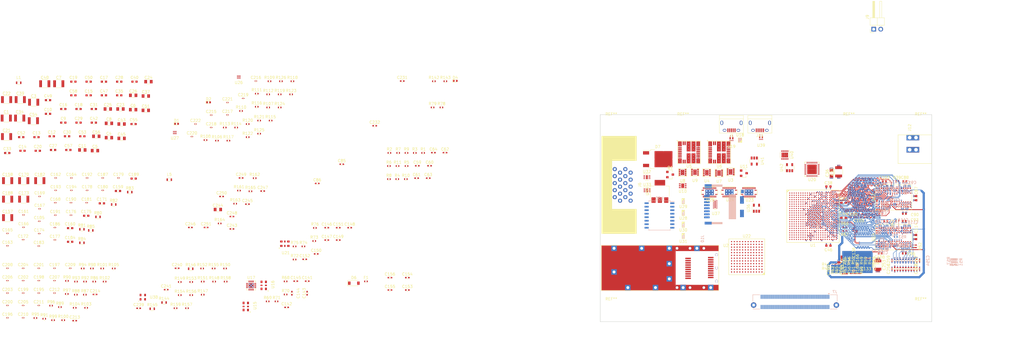
<source format=kicad_pcb>
(kicad_pcb (version 4) (host pcbnew 4.0.7)
  (layers (0 F.Cu signal) (1 GND1.Cu power) (2 In2.Cu signal) (3 PWR3.Cu power) (4 PWR4.Cu power) (5 In5.Cu signal) (6 GND6.Cu power hide) (31 B.Cu signal) (34 B.Paste user) (35 F.Paste user) (36 B.SilkS user) (37 F.SilkS user) (38 B.Mask user) (39 F.Mask user) (44 Edge.Cuts user))
  (net 0 "")
  (net 1 /USB/DATA4)
  (net 2 /USB/STP)
  (net 3 /USB/CLK)
  (net 4 /USB/DATA5)
  (net 5 /USB/DATA2)
  (net 6 /USB/DATA7)
  (net 7 /USB/DATA0)
  (net 8 /USB/DIR)
  (net 9 /USB/DATA3)
  (net 10 /USB/DATA6)
  (net 11 /USB/NXT)
  (net 12 /USB/DATA1)
  (net 13 /TLK10031/INA[3]_P)
  (net 14 /TLK10031/INA[1]_P)
  (net 15 "/PL: MGT/MGTX_RX_3_P")
  (net 16 "/PL: MGT/MGTX_RX_1_P")
  (net 17 /TLK10031/INA[3]_N)
  (net 18 /TLK10031/INA[1]_N)
  (net 19 "/PL: MGT/MGTX_RX_3_N")
  (net 20 "/PL: MGT/MGTX_RX_1_N")
  (net 21 /TLK10031/INA[0]_P)
  (net 22 /TLK10031/INA[2]_P)
  (net 23 "/PL: MGT/MGTX_RX_0_P")
  (net 24 "/PL: MGT/MGTX_RX_2_P")
  (net 25 /TLK10031/INA[0]_N)
  (net 26 /TLK10031/INA[2]_N)
  (net 27 "/PL: MGT/MGTX_RX_0_N")
  (net 28 "/PL: MGT/MGTX_RX_2_N")
  (net 29 GND)
  (net 30 /DDR/A10)
  (net 31 /DDR/A3)
  (net 32 /DDR/A0)
  (net 33 /DDR/A12)
  (net 34 /DDR/A5)
  (net 35 /DDR/A2)
  (net 36 /DDR/A1)
  (net 37 /DDR/A4)
  (net 38 /DDR/A7)
  (net 39 /DDR/A9)
  (net 40 /DDR/A11)
  (net 41 /DDR/A6)
  (net 42 /DDR/A13)
  (net 43 /DDR/A14)
  (net 44 /DDR/A8)
  (net 45 +1V0)
  (net 46 +5V)
  (net 47 /Levelshifters/CAM_SCL_18)
  (net 48 /Levelshifters/CAM_SCL)
  (net 49 /Levelshifters/CAM_SDA_18)
  (net 50 /Levelshifters/CAM_SDA)
  (net 51 /Levelshifters/SFP_SCL_18)
  (net 52 /Levelshifters/SFP_SDA_18)
  (net 53 "/Processing System IO/BOOT_MODE[4]")
  (net 54 "/Processing System IO/BOOT_MODE[0]")
  (net 55 "/Processing System IO/BOOT_MODE[2]")
  (net 56 "/Processing System IO/BOOT_MODE[1]")
  (net 57 "/Processing System IO/BOOT_MODE[3]")
  (net 58 /Levelshifters/T_EXP1_1_18)
  (net 59 /Levelshifters/T_EXP2_1_18)
  (net 60 /Levelshifters/T_EXP2_0_18)
  (net 61 /Levelshifters/FRAME_REQ_1_18)
  (net 62 /Levelshifters/FRAME_REQ_0_18)
  (net 63 /Levelshifters/T_EXP1_0_18)
  (net 64 /Levelshifters/CAM_SPI_MISO_18)
  (net 65 /Levelshifters/CAM_SPI_CLK_18)
  (net 66 /Levelshifters/CAM_SPI_MOSI_18)
  (net 67 /Levelshifters/CAM_RESET_18)
  (net 68 /Levelshifters/CAM_SPI_EN_1_18)
  (net 69 /Levelshifters/CAM_SPI_EN_0_18)
  (net 70 /Levelshifters/SFP_GPIO_18)
  (net 71 /Levelshifters/RX_LOS_18)
  (net 72 /Levelshifters/MODDET_18)
  (net 73 /Levelshifters/TX_DISABLE_18)
  (net 74 /Levelshifters/TX_FAULT_18)
  (net 75 "/Camera Connector/CAM_CTRL_0_P")
  (net 76 "/Camera Connector/CAM_CTRL_0_N")
  (net 77 "/Camera Connector/CAM_CTRL_1_P")
  (net 78 "/Camera Connector/CAM_CLK_0_P")
  (net 79 "/Camera Connector/CAM_CLK_0_N")
  (net 80 "/Camera Connector/CAM_CTRL_1_N")
  (net 81 "/Camera Connector/CAM_CLK_1_P")
  (net 82 "/Camera Connector/CAM_CLK_1_N")
  (net 83 "/Camera Connector/T_EXP1_1")
  (net 84 "/Camera Connector/T_EXP2_1")
  (net 85 /Levelshifters/CAM_SPI_CLK)
  (net 86 /Levelshifters/CAM_SPI_MOSI)
  (net 87 /Levelshifters/CAM_SPI_EN_0)
  (net 88 /Levelshifters/CAM_SPI_EN_1)
  (net 89 /Levelshifters/CAM_RESET)
  (net 90 /Levelshifters/CAM_SPI_MISO)
  (net 91 "/Camera Connector/FRAME_REQ_0")
  (net 92 "/Camera Connector/T_EXP1_0")
  (net 93 "/Camera Connector/T_EXP2_0")
  (net 94 "/Camera Connector/FRAME_REQ_1")
  (net 95 /TLK10031/INA3_P)
  (net 96 /TLK10031/INA1_P)
  (net 97 /TLK10031/OUTA3_P)
  (net 98 /TLK10031/OUTA1_P)
  (net 99 /TLK10031/INA3_N)
  (net 100 /TLK10031/INA1_N)
  (net 101 /TLK10031/OUTA3_N)
  (net 102 /TLK10031/OUTA1_N)
  (net 103 /TLK10031/INA2_P)
  (net 104 /TLK10031/INA0_P)
  (net 105 /TLK10031/OUTA2_P)
  (net 106 /TLK10031/OUTA0_P)
  (net 107 /TLK10031/INA2_N)
  (net 108 /TLK10031/INA0_N)
  (net 109 /TLK10031/OUTA2_N)
  (net 110 /TLK10031/OUTA0_N)
  (net 111 "/Camera Connector/D10_N")
  (net 112 "/Camera Connector/D15_P")
  (net 113 "/Camera Connector/D15_N")
  (net 114 "/Camera Connector/D10_P")
  (net 115 "/Camera Connector/D11_N")
  (net 116 "/Camera Connector/D14_P")
  (net 117 "/Camera Connector/D9_P")
  (net 118 "/Camera Connector/D12_N")
  (net 119 "/Camera Connector/D13_P")
  (net 120 "/Camera Connector/D13_N")
  (net 121 "/Camera Connector/D12_P")
  (net 122 "/Camera Connector/D14_N")
  (net 123 "/Camera Connector/D11_P")
  (net 124 "/Camera Connector/D8_N")
  (net 125 "/Camera Connector/D8_P")
  (net 126 "/Camera Connector/D9_N")
  (net 127 "/Camera Connector/D5_P")
  (net 128 "/Camera Connector/D6_P")
  (net 129 "/Camera Connector/D6_N")
  (net 130 "/Camera Connector/D5_N")
  (net 131 "/Camera Connector/D7_P")
  (net 132 "/Camera Connector/D7_N")
  (net 133 "/Camera Connector/D3_P")
  (net 134 "/Camera Connector/D4_P")
  (net 135 "/Camera Connector/D4_N")
  (net 136 "/Camera Connector/D1_N")
  (net 137 "/Camera Connector/D1_P")
  (net 138 "/Camera Connector/D3_N")
  (net 139 "/Camera Connector/D2_P")
  (net 140 "/Camera Connector/D2_N")
  (net 141 "/Camera Connector/D0_P")
  (net 142 "/Camera Connector/D0_N")
  (net 143 /USB/VBUS_FAULT)
  (net 144 "Net-(J1-Pad2)")
  (net 145 "Net-(J1-Pad3)")
  (net 146 "Net-(J1-Pad4)")
  (net 147 "Net-(J1-Pad6)")
  (net 148 "/10G Clock/156_25_MHZ_0_N")
  (net 149 "/10G Clock/156_25_MHZ_0_P")
  (net 150 "/10G Clock/125_00_MHZ_N")
  (net 151 "/10G Clock/125_00_MHZ_P")
  (net 152 "/10G Clock/156_25_MHZ_1_P")
  (net 153 "/10G Clock/156_25_MHZ_1_N")
  (net 154 "Net-(D2-Pad2)")
  (net 155 /BUTTON0)
  (net 156 /LED2)
  (net 157 /LED1)
  (net 158 "/Processing System IO/VMODE_0")
  (net 159 "/Processing System IO/VMODE_1")
  (net 160 /DDR/DQ2)
  (net 161 /DDR/DQ1)
  (net 162 /DDR/DQ3)
  (net 163 /DDR/DQ0)
  (net 164 /TRIG_OUT_3)
  (net 165 /DDR/DQ4)
  (net 166 /DDR/DQ5)
  (net 167 /TRIG_IN_3)
  (net 168 /TRIG_OUT_2)
  (net 169 /DDR/DQ6)
  (net 170 /DDR/DQ7)
  (net 171 /TRIG_IN_2)
  (net 172 /TRIG_IN_1)
  (net 173 /TRIG_OUT_1)
  (net 174 /DDR/DQ8)
  (net 175 /DDR/DQ9)
  (net 176 /TRIG_IN_0)
  (net 177 /TRIG_OUT_0)
  (net 178 "/PL: Bank 34/~SBA~")
  (net 179 /DDR/DQ14)
  (net 180 "/PL: Bank 34/TXD")
  (net 181 /DDR/DQ15)
  (net 182 /DDR/DQ13)
  (net 183 /DDR/DQ12)
  (net 184 /DDR/DQ11)
  (net 185 /DDR/DQ10)
  (net 186 "/PL: Bank 34/DE")
  (net 187 /DDR/DQ22)
  (net 188 /DDR/DQ16)
  (net 189 "/PL: Bank 34/~RE~")
  (net 190 /DDR/DQ18)
  (net 191 "/PL: Bank 34/RXD")
  (net 192 /DDR/DQ20)
  (net 193 /DDR/DQ23)
  (net 194 /DDR/DQ17)
  (net 195 /DDR/DQ21)
  (net 196 /DDR/DQ19)
  (net 197 /DDR/DQ27)
  (net 198 /DDR/DQ25)
  (net 199 /DDR/DQ30)
  (net 200 /DDR/DQ29)
  (net 201 /DDR/DQ28)
  (net 202 /DDR/DQ24)
  (net 203 /DDR/DQ31)
  (net 204 /DDR/DQ26)
  (net 205 /TLK10031/HSTXA_N)
  (net 206 /TLK10031/HSTXA_P)
  (net 207 /TLK10031/HSRXA_P)
  (net 208 /TLK10031/HSRXA_N)
  (net 209 "/TLK10031 Power/VDDA")
  (net 210 "/TLK10031 Power/VDDT")
  (net 211 "/TLK10031 Power/VDDRA")
  (net 212 "/TLK10031 Power/DVDD")
  (net 213 "/TLK10031 Power/VDDO")
  (net 214 "/TLK10031 Power/VDDD")
  (net 215 /Triggerbus/5V_OUT)
  (net 216 /Triggerbus/3.3V_OUT)
  (net 217 /USB-UART/VBUS)
  (net 218 /USB-UART/VCCIO)
  (net 219 "Net-(D4-Pad2)")
  (net 220 "/Camera Connector/LVDS_CLK0_N")
  (net 221 "/Camera Connector/LVDS_CLK1_P")
  (net 222 "/Camera Connector/LVDS_CLK1_N")
  (net 223 "/Camera Connector/LVDS_CLK0_P")
  (net 224 /Levelshifters/CAM1_CLK_REF)
  (net 225 /Levelshifters/CAM0_CLK_REF)
  (net 226 /IMU_INT1_GPIO1)
  (net 227 /IMU_INT2_GPIO2)
  (net 228 /IMU_FRAME_GPIO0)
  (net 229 "/Processing System IO/SDIO0_CD")
  (net 230 /SFP_SDA)
  (net 231 /SFP_SCL)
  (net 232 "Net-(R1-Pad2)")
  (net 233 /RX_LOS)
  (net 234 "Net-(R11-Pad2)")
  (net 235 /MODDET)
  (net 236 /TX_FAULT)
  (net 237 /SFP_GPIO)
  (net 238 "Net-(R39-Pad1)")
  (net 239 /MDIO)
  (net 240 "/Processing System IO/SDA")
  (net 241 "/Processing System IO/SCL")
  (net 242 PS_UART_RX)
  (net 243 /Levelshifters/CAM_CLK0_REF_18)
  (net 244 "/Processing System IO/SDIO0_IO1")
  (net 245 "/Processing System IO/SDIO0_IO3")
  (net 246 /DDR/DDR_DM0)
  (net 247 "/Processing System IO/SDIO0_CMD")
  (net 248 /DDR/DDR_DQS0_P)
  (net 249 /Levelshifters/CAM_CLK1_REF_18)
  (net 250 "/Processing System IO/SDIO0_IO0")
  (net 251 /DDR/DDR_DQS0_N)
  (net 252 "/Processing System IO/SDIO0_CK")
  (net 253 "/Processing System IO/SDIO0_IO2")
  (net 254 PS_UART_TX)
  (net 255 /DDR/~DDR_RESET~)
  (net 256 /DDR/DDR_DM1)
  (net 257 /DDR/DDR_DQS1_P)
  (net 258 /DDR/DDR_DQS1_N)
  (net 259 /DDR/DDR_BA0)
  (net 260 /DDR/DDR_BA1)
  (net 261 /DDR/DDR_BA2)
  (net 262 /LS_OK_IN_A)
  (net 263 /DDR/DDR_CLK_N)
  (net 264 /DDR/DDR_CLK_P)
  (net 265 /DDR/DDR_DQS2_P)
  (net 266 /LS_OK_OUT_A)
  (net 267 /PRBSEN)
  (net 268 /DDR/~DDR_CS~)
  (net 269 /DDR/DDR_ODT)
  (net 270 /DDR/~DDR_CAS~)
  (net 271 /DDR/DDR_DQS2_N)
  (net 272 /DDR/DDR_DM2)
  (net 273 /ST)
  (net 274 /DDR/~DDR_RAS~)
  (net 275 /DDR/~DDR_WE~)
  (net 276 /MDC)
  (net 277 /DDR/DDR_CKE)
  (net 278 /~TLK_RESET~)
  (net 279 /DDR/DDR_DQS3_P)
  (net 280 /DDR/DDR_DQS3_N)
  (net 281 /DDR/DDR_DM3)
  (net 282 /TX_DISABLE)
  (net 283 "Net-(R42-Pad1)")
  (net 284 "Net-(R68-Pad1)")
  (net 285 "Net-(R86-Pad2)")
  (net 286 "Net-(R88-Pad2)")
  (net 287 "Net-(R90-Pad2)")
  (net 288 "Net-(R100-Pad2)")
  (net 289 "Net-(R103-Pad2)")
  (net 290 "Net-(R104-Pad2)")
  (net 291 "Net-(R106-Pad2)")
  (net 292 "Net-(R107-Pad2)")
  (net 293 "Net-(R108-Pad2)")
  (net 294 "Net-(R109-Pad2)")
  (net 295 "Net-(R110-Pad2)")
  (net 296 /PG)
  (net 297 +1V0_MGT)
  (net 298 +1V2_MGT)
  (net 299 /PMIC/EN_1V0_MGT)
  (net 300 /PMIC/EN_3V3)
  (net 301 "Net-(R24-Pad2)")
  (net 302 /PMIC/PG_5V)
  (net 303 "Net-(R26-Pad2)")
  (net 304 /PMIC/EN_1V2_MGT)
  (net 305 VCCO_13)
  (net 306 VCCO_34)
  (net 307 VCCO_DDR)
  (net 308 VCCO_MIO0)
  (net 309 /Power/VCC_PLL)
  (net 310 "Net-(C61-Pad1)")
  (net 311 "Net-(C62-Pad1)")
  (net 312 /DDR/VREF)
  (net 313 "Net-(C204-Pad1)")
  (net 314 /Triggerbus/EXT_TRIG_IN_0)
  (net 315 /Triggerbus/EXT_TRIG_IN_1)
  (net 316 /Triggerbus/EXT_TRIG_IN_2)
  (net 317 /Triggerbus/EXT_TRIG_IN_3)
  (net 318 /Triggerbus/EXT_TRIG_OUT_0)
  (net 319 /Triggerbus/EXT_TRIG_OUT_1)
  (net 320 /Triggerbus/EXT_TRIG_OUT_2)
  (net 321 /Triggerbus/EXT_TRIG_OUT_3)
  (net 322 /Triggerbus/A)
  (net 323 /Triggerbus/B)
  (net 324 /Triggerbus/Y)
  (net 325 /Triggerbus/Z)
  (net 326 "Net-(J10-Pad1)")
  (net 327 "Net-(J10-Pad2)")
  (net 328 "Net-(J10-Pad3)")
  (net 329 "Net-(J10-Pad5)")
  (net 330 "Net-(J10-Pad7)")
  (net 331 "Net-(J10-Pad8)")
  (net 332 "Net-(J11-Pad4)")
  (net 333 "Net-(R69-Pad1)")
  (net 334 "Net-(R70-Pad1)")
  (net 335 "Net-(R73-Pad2)")
  (net 336 "Net-(R75-Pad1)")
  (net 337 "Net-(R76-Pad2)")
  (net 338 "Net-(R78-Pad2)")
  (net 339 "Net-(R79-Pad2)")
  (net 340 "Net-(R92-Pad2)")
  (net 341 "Net-(R94-Pad2)")
  (net 342 "Net-(R96-Pad1)")
  (net 343 "Net-(R99-Pad1)")
  (net 344 "Net-(R101-Pad2)")
  (net 345 "Net-(J5-Pad4)")
  (net 346 "Net-(R111-Pad2)")
  (net 347 "Net-(R112-Pad2)")
  (net 348 "Net-(R113-Pad2)")
  (net 349 "Net-(R114-Pad2)")
  (net 350 "Net-(R144-Pad2)")
  (net 351 "Net-(U18-PadA1)")
  (net 352 "Net-(U20-Pad26)")
  (net 353 /USB-UART/USB_UART_TX)
  (net 354 /USB-UART/USB_UART_RX)
  (net 355 "Net-(D1-Pad2)")
  (net 356 "Net-(D6-Pad1)")
  (net 357 "Net-(D6-Pad2)")
  (net 358 /IMU_EN_0)
  (net 359 /IMU_CLK)
  (net 360 /IMU_MISO)
  (net 361 /IMU_MOSI)
  (net 362 /IMU_EN_1)
  (net 363 "Net-(D5-Pad1)")
  (net 364 "Net-(D5-Pad2)")
  (net 365 /V_IN)
  (net 366 "Net-(R115-Pad2)")
  (net 367 "Net-(R116-Pad2)")
  (net 368 "Net-(R159-Pad1)")
  (net 369 "/Processing System IO/CLK_33.33")
  (net 370 "Net-(R162-Pad2)")
  (net 371 "Net-(R163-Pad1)")
  (net 372 "Net-(C143-Pad1)")
  (net 373 "Net-(C143-Pad2)")
  (net 374 "Net-(C144-Pad1)")
  (net 375 "Net-(C144-Pad2)")
  (net 376 "Net-(C146-Pad2)")
  (net 377 "Net-(C153-Pad1)")
  (net 378 "Net-(C154-Pad1)")
  (net 379 "Net-(C155-Pad1)")
  (net 380 "Net-(C156-Pad1)")
  (net 381 "Net-(C199-Pad1)")
  (net 382 "Net-(C213-Pad1)")
  (net 383 "Net-(C213-Pad2)")
  (net 384 "Net-(C214-Pad1)")
  (net 385 "Net-(C214-Pad2)")
  (net 386 "Net-(C221-Pad2)")
  (net 387 "Net-(C222-Pad2)")
  (net 388 "Net-(C243-Pad1)")
  (net 389 "Net-(C245-Pad1)")
  (net 390 "Net-(C247-Pad1)")
  (net 391 "Net-(C248-Pad1)")
  (net 392 /DDR/VTT)
  (net 393 "Net-(R41-Pad2)")
  (net 394 "Net-(R40-Pad1)")
  (net 395 "Net-(R66-Pad1)")
  (net 396 "Net-(R67-Pad2)")
  (module Mounting_Holes:MountingHole_3.2mm_M3 (layer F.Cu) (at 186 131)
    (fp_text reference REF** (at 0 -4.2) (layer F.SilkS))
    (fp_text value MountingHole_3.2mm_M3)
    (pad 1 np_thru_hole circle (at 0 0) (size 3.2 3.2) (drill 3.2) (layers *.Cu *.Mask))
  )
  (module Mounting_Holes:MountingHole_3.2mm_M3 (layer F.Cu) (at 160 64)
    (fp_text reference REF** (at 0 -4.2) (layer F.SilkS))
    (fp_text value MountingHole_3.2mm_M3)
    (pad 1 np_thru_hole circle (at 0 0) (size 3.2 3.2) (drill 3.2) (layers *.Cu *.Mask))
  )
  (module Mounting_Holes:MountingHole_3.2mm_M3 (layer F.Cu) (at 100 64)
    (fp_text reference REF** (at 0 -4.2) (layer F.SilkS))
    (fp_text value MountingHole_3.2mm_M3)
    (pad 1 np_thru_hole circle (at 0 0) (size 3.2 3.2) (drill 3.2) (layers *.Cu *.Mask))
  )
  (module Mounting_Holes:MountingHole_3.2mm_M3 (layer F.Cu) (at 74 131)
    (fp_text reference REF** (at 0 -4.2) (layer F.SilkS))
    (fp_text value MountingHole_3.2mm_M3)
    (pad 1 np_thru_hole circle (at 0 0) (size 3.2 3.2) (drill 3.2) (layers *.Cu *.Mask))
  )
  (module Mounting_Holes:MountingHole_3.2mm_M3 (layer F.Cu) (at 74 64)
    (fp_text reference REF** (at 0 -4.2) (layer F.SilkS))
    (fp_text value MountingHole_3.2mm_M3)
    (pad 1 np_thru_hole circle (at 0 0) (size 3.2 3.2) (drill 3.2) (layers *.Cu *.Mask))
  )
  (module Mounting_Holes:MountingHole_3.2mm_M3 (layer F.Cu) (at 186 64)
    (fp_text reference REF** (at 0 -4.2) (layer F.SilkS))
    (fp_text value MountingHole_3.2mm_M3)
    (pad 1 np_thru_hole circle (at 0 0) (size 3.2 3.2) (drill 3.2) (layers *.Cu *.Mask))
  )
  (module Capacitors_SMD:C_0603 (layer F.Cu) (at -129.870953 59.675)
    (fp_text reference C10 (at 0 -1.5) (layer F.SilkS))
    (fp_text value 0.47µF)
    (pad 2 smd rect (at 0.75 0) (size 0.8 0.75) (layers F.Cu F.Paste F.Mask) (net 29 GND))
    (pad 1 smd rect (at -0.75 0) (size 0.8 0.75) (layers F.Cu F.Paste F.Mask) (net 45 +1V0))
  )
  (module Capacitors_SMD:C_0805 (layer F.Cu) (at -112.877143 73.025)
    (fp_text reference C5 (at 0 -1.5) (layer F.SilkS))
    (fp_text value 4.7µF)
    (pad 1 smd rect (at -1 0) (size 1 1.25) (layers F.Cu F.Paste F.Mask) (net 45 +1V0))
    (pad 2 smd rect (at 1 0) (size 1 1.25) (layers F.Cu F.Paste F.Mask) (net 29 GND))
  )
  (module Capacitors_SMD:C_0805 (layer F.Cu) (at -107.817143 63.125)
    (fp_text reference C8 (at 0 -1.5) (layer F.SilkS))
    (fp_text value 4.7µF)
    (pad 1 smd rect (at -1 0) (size 1 1.25) (layers F.Cu F.Paste F.Mask) (net 45 +1V0))
    (pad 2 smd rect (at 1 0) (size 1 1.25) (layers F.Cu F.Paste F.Mask) (net 29 GND))
  )
  (module Capacitors_SMD:C_0603 (layer F.Cu) (at -120.690953 52.975)
    (fp_text reference C58 (at 0 -1.5) (layer F.SilkS))
    (fp_text value 0.47µF)
    (pad 2 smd rect (at 0.75 0) (size 0.8 0.75) (layers F.Cu F.Paste F.Mask) (net 29 GND))
    (pad 1 smd rect (at -0.75 0) (size 0.8 0.75) (layers F.Cu F.Paste F.Mask) (net 309 /Power/VCC_PLL))
  )
  (module Capacitors_SMD:C_0603 (layer F.Cu) (at -98.895238 63.375)
    (fp_text reference C55 (at 0 -1.5) (layer F.SilkS))
    (fp_text value 10μF)
    (pad 2 smd rect (at 0.75 0) (size 0.8 0.75) (layers F.Cu F.Paste F.Mask) (net 29 GND))
    (pad 1 smd rect (at -0.75 0) (size 0.8 0.75) (layers F.Cu F.Paste F.Mask) (net 309 /Power/VCC_PLL))
  )
  (module Housings_BGA:BGA-96_2x3x16_9.0x13.0mm_Pitch0.8mm (layer F.Cu) (at 176.2 90 90)
    (fp_text reference U12 (at 0 -7.4 90) (layer F.SilkS))
    (fp_text value MT41K128M8)
    (pad A1 smd circle (at -3.2 -6 90) (size 0.4 0.4) (layers F.Cu F.Paste F.Mask) (net 307 VCCO_DDR))
    (pad A2 smd circle (at -2.4 -6 90) (size 0.4 0.4) (layers F.Cu F.Paste F.Mask) (net 184 /DDR/DQ11))
    (pad A3 smd circle (at -1.6 -6 90) (size 0.4 0.4) (layers F.Cu F.Paste F.Mask) (net 185 /DDR/DQ10))
    (pad A7 smd circle (at 1.6 -6 90) (size 0.4 0.4) (layers F.Cu F.Paste F.Mask) (net 179 /DDR/DQ14))
    (pad A8 smd circle (at 2.4 -6 90) (size 0.4 0.4) (layers F.Cu F.Paste F.Mask) (net 307 VCCO_DDR))
    (pad A9 smd circle (at 3.2 -6 90) (size 0.4 0.4) (layers F.Cu F.Paste F.Mask) (net 29 GND))
    (pad B1 smd circle (at -3.2 -5.2 90) (size 0.4 0.4) (layers F.Cu F.Paste F.Mask) (net 29 GND))
    (pad B2 smd circle (at -2.4 -5.2 90) (size 0.4 0.4) (layers F.Cu F.Paste F.Mask) (net 307 VCCO_DDR))
    (pad B3 smd circle (at -1.6 -5.2 90) (size 0.4 0.4) (layers F.Cu F.Paste F.Mask) (net 29 GND))
    (pad B7 smd circle (at 1.6 -5.2 90) (size 0.4 0.4) (layers F.Cu F.Paste F.Mask) (net 258 /DDR/DDR_DQS1_N))
    (pad B8 smd circle (at 2.4 -5.2 90) (size 0.4 0.4) (layers F.Cu F.Paste F.Mask) (net 175 /DDR/DQ9))
    (pad B9 smd circle (at 3.2 -5.2 90) (size 0.4 0.4) (layers F.Cu F.Paste F.Mask) (net 29 GND))
    (pad C1 smd circle (at -3.2 -4.4 90) (size 0.4 0.4) (layers F.Cu F.Paste F.Mask) (net 307 VCCO_DDR))
    (pad C2 smd circle (at -2.4 -4.4 90) (size 0.4 0.4) (layers F.Cu F.Paste F.Mask) (net 182 /DDR/DQ13))
    (pad C3 smd circle (at -1.6 -4.4 90) (size 0.4 0.4) (layers F.Cu F.Paste F.Mask) (net 183 /DDR/DQ12))
    (pad C7 smd circle (at 1.6 -4.4 90) (size 0.4 0.4) (layers F.Cu F.Paste F.Mask) (net 257 /DDR/DDR_DQS1_P))
    (pad C8 smd circle (at 2.4 -4.4 90) (size 0.4 0.4) (layers F.Cu F.Paste F.Mask) (net 181 /DDR/DQ15))
    (pad C9 smd circle (at 3.2 -4.4 90) (size 0.4 0.4) (layers F.Cu F.Paste F.Mask) (net 307 VCCO_DDR))
    (pad D1 smd circle (at -3.2 -3.6 90) (size 0.4 0.4) (layers F.Cu F.Paste F.Mask) (net 29 GND))
    (pad D2 smd circle (at -2.4 -3.6 90) (size 0.4 0.4) (layers F.Cu F.Paste F.Mask) (net 307 VCCO_DDR))
    (pad D3 smd circle (at -1.6 -3.6 90) (size 0.4 0.4) (layers F.Cu F.Paste F.Mask) (net 256 /DDR/DDR_DM1))
    (pad D7 smd circle (at 1.6 -3.6 90) (size 0.4 0.4) (layers F.Cu F.Paste F.Mask) (net 174 /DDR/DQ8))
    (pad D8 smd circle (at 2.4 -3.6 90) (size 0.4 0.4) (layers F.Cu F.Paste F.Mask) (net 29 GND))
    (pad D9 smd circle (at 3.2 -3.6 90) (size 0.4 0.4) (layers F.Cu F.Paste F.Mask) (net 307 VCCO_DDR))
    (pad E1 smd circle (at -3.2 -2.8 90) (size 0.4 0.4) (layers F.Cu F.Paste F.Mask) (net 29 GND))
    (pad E2 smd circle (at -2.4 -2.8 90) (size 0.4 0.4) (layers F.Cu F.Paste F.Mask) (net 29 GND))
    (pad E3 smd circle (at -1.6 -2.8 90) (size 0.4 0.4) (layers F.Cu F.Paste F.Mask) (net 169 /DDR/DQ6))
    (pad E7 smd circle (at 1.6 -2.8 90) (size 0.4 0.4) (layers F.Cu F.Paste F.Mask) (net 246 /DDR/DDR_DM0))
    (pad E8 smd circle (at 2.4 -2.8 90) (size 0.4 0.4) (layers F.Cu F.Paste F.Mask) (net 29 GND))
    (pad E9 smd circle (at 3.2 -2.8 90) (size 0.4 0.4) (layers F.Cu F.Paste F.Mask) (net 307 VCCO_DDR))
    (pad F1 smd circle (at -3.2 -2 90) (size 0.4 0.4) (layers F.Cu F.Paste F.Mask) (net 307 VCCO_DDR))
    (pad F2 smd circle (at -2.4 -2 90) (size 0.4 0.4) (layers F.Cu F.Paste F.Mask) (net 170 /DDR/DQ7))
    (pad F3 smd circle (at -1.6 -2 90) (size 0.4 0.4) (layers F.Cu F.Paste F.Mask) (net 248 /DDR/DDR_DQS0_P))
    (pad F7 smd circle (at 1.6 -2 90) (size 0.4 0.4) (layers F.Cu F.Paste F.Mask) (net 161 /DDR/DQ1))
    (pad F8 smd circle (at 2.4 -2 90) (size 0.4 0.4) (layers F.Cu F.Paste F.Mask) (net 160 /DDR/DQ2))
    (pad F9 smd circle (at 3.2 -2 90) (size 0.4 0.4) (layers F.Cu F.Paste F.Mask) (net 29 GND))
    (pad G1 smd circle (at -3.2 -1.2 90) (size 0.4 0.4) (layers F.Cu F.Paste F.Mask) (net 29 GND))
    (pad G2 smd circle (at -2.4 -1.2 90) (size 0.4 0.4) (layers F.Cu F.Paste F.Mask) (net 166 /DDR/DQ5))
    (pad G3 smd circle (at -1.6 -1.2 90) (size 0.4 0.4) (layers F.Cu F.Paste F.Mask) (net 251 /DDR/DDR_DQS0_N))
    (pad G7 smd circle (at 1.6 -1.2 90) (size 0.4 0.4) (layers F.Cu F.Paste F.Mask) (net 307 VCCO_DDR))
    (pad G8 smd circle (at 2.4 -1.2 90) (size 0.4 0.4) (layers F.Cu F.Paste F.Mask) (net 29 GND))
    (pad G9 smd circle (at 3.2 -1.2 90) (size 0.4 0.4) (layers F.Cu F.Paste F.Mask) (net 29 GND))
    (pad H1 smd circle (at -3.2 -0.4 90) (size 0.4 0.4) (layers F.Cu F.Paste F.Mask) (net 312 /DDR/VREF))
    (pad H2 smd circle (at -2.4 -0.4 90) (size 0.4 0.4) (layers F.Cu F.Paste F.Mask) (net 307 VCCO_DDR))
    (pad H3 smd circle (at -1.6 -0.4 90) (size 0.4 0.4) (layers F.Cu F.Paste F.Mask) (net 165 /DDR/DQ4))
    (pad H7 smd circle (at 1.6 -0.4 90) (size 0.4 0.4) (layers F.Cu F.Paste F.Mask) (net 163 /DDR/DQ0))
    (pad H8 smd circle (at 2.4 -0.4 90) (size 0.4 0.4) (layers F.Cu F.Paste F.Mask) (net 162 /DDR/DQ3))
    (pad H9 smd circle (at 3.2 -0.4 90) (size 0.4 0.4) (layers F.Cu F.Paste F.Mask) (net 307 VCCO_DDR))
    (pad J1 smd circle (at -3.2 0.4 90) (size 0.4 0.4) (layers F.Cu F.Paste F.Mask))
    (pad J2 smd circle (at -2.4 0.4 90) (size 0.4 0.4) (layers F.Cu F.Paste F.Mask) (net 29 GND))
    (pad J3 smd circle (at -1.6 0.4 90) (size 0.4 0.4) (layers F.Cu F.Paste F.Mask) (net 274 /DDR/~DDR_RAS~))
    (pad J7 smd circle (at 1.6 0.4 90) (size 0.4 0.4) (layers F.Cu F.Paste F.Mask) (net 264 /DDR/DDR_CLK_P))
    (pad J8 smd circle (at 2.4 0.4 90) (size 0.4 0.4) (layers F.Cu F.Paste F.Mask) (net 29 GND))
    (pad J9 smd circle (at 3.2 0.4 90) (size 0.4 0.4) (layers F.Cu F.Paste F.Mask))
    (pad K1 smd circle (at -3.2 1.2 90) (size 0.4 0.4) (layers F.Cu F.Paste F.Mask) (net 269 /DDR/DDR_ODT))
    (pad K2 smd circle (at -2.4 1.2 90) (size 0.4 0.4) (layers F.Cu F.Paste F.Mask) (net 307 VCCO_DDR))
    (pad K3 smd circle (at -1.6 1.2 90) (size 0.4 0.4) (layers F.Cu F.Paste F.Mask) (net 270 /DDR/~DDR_CAS~))
    (pad K7 smd circle (at 1.6 1.2 90) (size 0.4 0.4) (layers F.Cu F.Paste F.Mask) (net 263 /DDR/DDR_CLK_N))
    (pad K8 smd circle (at 2.4 1.2 90) (size 0.4 0.4) (layers F.Cu F.Paste F.Mask) (net 307 VCCO_DDR))
    (pad K9 smd circle (at 3.2 1.2 90) (size 0.4 0.4) (layers F.Cu F.Paste F.Mask) (net 277 /DDR/DDR_CKE))
    (pad L1 smd circle (at -3.2 2 90) (size 0.4 0.4) (layers F.Cu F.Paste F.Mask))
    (pad L2 smd circle (at -2.4 2 90) (size 0.4 0.4) (layers F.Cu F.Paste F.Mask) (net 268 /DDR/~DDR_CS~))
    (pad L3 smd circle (at -1.6 2 90) (size 0.4 0.4) (layers F.Cu F.Paste F.Mask) (net 275 /DDR/~DDR_WE~))
    (pad L7 smd circle (at 1.6 2 90) (size 0.4 0.4) (layers F.Cu F.Paste F.Mask) (net 30 /DDR/A10))
    (pad L8 smd circle (at 2.4 2 90) (size 0.4 0.4) (layers F.Cu F.Paste F.Mask) (net 238 "Net-(R39-Pad1)"))
    (pad L9 smd circle (at 3.2 2 90) (size 0.4 0.4) (layers F.Cu F.Paste F.Mask))
    (pad M1 smd circle (at -3.2 2.8 90) (size 0.4 0.4) (layers F.Cu F.Paste F.Mask) (net 29 GND))
    (pad M2 smd circle (at -2.4 2.8 90) (size 0.4 0.4) (layers F.Cu F.Paste F.Mask) (net 259 /DDR/DDR_BA0))
    (pad M3 smd circle (at -1.6 2.8 90) (size 0.4 0.4) (layers F.Cu F.Paste F.Mask) (net 261 /DDR/DDR_BA2))
    (pad M7 smd circle (at 1.6 2.8 90) (size 0.4 0.4) (layers F.Cu F.Paste F.Mask))
    (pad M8 smd circle (at 2.4 2.8 90) (size 0.4 0.4) (layers F.Cu F.Paste F.Mask) (net 312 /DDR/VREF))
    (pad M9 smd circle (at 3.2 2.8 90) (size 0.4 0.4) (layers F.Cu F.Paste F.Mask) (net 29 GND))
    (pad N1 smd circle (at -3.2 3.6 90) (size 0.4 0.4) (layers F.Cu F.Paste F.Mask) (net 307 VCCO_DDR))
    (pad N2 smd circle (at -2.4 3.6 90) (size 0.4 0.4) (layers F.Cu F.Paste F.Mask) (net 31 /DDR/A3))
    (pad N3 smd circle (at -1.6 3.6 90) (size 0.4 0.4) (layers F.Cu F.Paste F.Mask) (net 32 /DDR/A0))
    (pad N7 smd circle (at 1.6 3.6 90) (size 0.4 0.4) (layers F.Cu F.Paste F.Mask) (net 33 /DDR/A12))
    (pad N8 smd circle (at 2.4 3.6 90) (size 0.4 0.4) (layers F.Cu F.Paste F.Mask) (net 260 /DDR/DDR_BA1))
    (pad N9 smd circle (at 3.2 3.6 90) (size 0.4 0.4) (layers F.Cu F.Paste F.Mask) (net 307 VCCO_DDR))
    (pad P1 smd circle (at -3.2 4.4 90) (size 0.4 0.4) (layers F.Cu F.Paste F.Mask) (net 29 GND))
    (pad P2 smd circle (at -2.4 4.4 90) (size 0.4 0.4) (layers F.Cu F.Paste F.Mask) (net 34 /DDR/A5))
    (pad P3 smd circle (at -1.6 4.4 90) (size 0.4 0.4) (layers F.Cu F.Paste F.Mask) (net 35 /DDR/A2))
    (pad P7 smd circle (at 1.6 4.4 90) (size 0.4 0.4) (layers F.Cu F.Paste F.Mask) (net 36 /DDR/A1))
    (pad P8 smd circle (at 2.4 4.4 90) (size 0.4 0.4) (layers F.Cu F.Paste F.Mask) (net 37 /DDR/A4))
    (pad P9 smd circle (at 3.2 4.4 90) (size 0.4 0.4) (layers F.Cu F.Paste F.Mask) (net 29 GND))
    (pad R1 smd circle (at -3.2 5.2 90) (size 0.4 0.4) (layers F.Cu F.Paste F.Mask) (net 307 VCCO_DDR))
    (pad R2 smd circle (at -2.4 5.2 90) (size 0.4 0.4) (layers F.Cu F.Paste F.Mask) (net 38 /DDR/A7))
    (pad R3 smd circle (at -1.6 5.2 90) (size 0.4 0.4) (layers F.Cu F.Paste F.Mask) (net 39 /DDR/A9))
    (pad R7 smd circle (at 1.6 5.2 90) (size 0.4 0.4) (layers F.Cu F.Paste F.Mask) (net 40 /DDR/A11))
    (pad R8 smd circle (at 2.4 5.2 90) (size 0.4 0.4) (layers F.Cu F.Paste F.Mask) (net 41 /DDR/A6))
    (pad R9 smd circle (at 3.2 5.2 90) (size 0.4 0.4) (layers F.Cu F.Paste F.Mask) (net 307 VCCO_DDR))
    (pad T1 smd circle (at -3.2 6 90) (size 0.4 0.4) (layers F.Cu F.Paste F.Mask) (net 29 GND))
    (pad T2 smd circle (at -2.4 6 90) (size 0.4 0.4) (layers F.Cu F.Paste F.Mask) (net 255 /DDR/~DDR_RESET~))
    (pad T3 smd circle (at -1.6 6 90) (size 0.4 0.4) (layers F.Cu F.Paste F.Mask) (net 42 /DDR/A13))
    (pad T7 smd circle (at 1.6 6 90) (size 0.4 0.4) (layers F.Cu F.Paste F.Mask) (net 43 /DDR/A14))
    (pad T8 smd circle (at 2.4 6 90) (size 0.4 0.4) (layers F.Cu F.Paste F.Mask) (net 44 /DDR/A8))
    (pad T9 smd circle (at 3.2 6 90) (size 0.4 0.4) (layers F.Cu F.Paste F.Mask) (net 29 GND))
  )
  (module Housings_BGA:BGA-96_2x3x16_9.0x13.0mm_Pitch0.8mm (layer F.Cu) (at 176.2 104.4 90)
    (fp_text reference U14 (at 0 -7.4 90) (layer F.SilkS))
    (fp_text value MT41K128M8)
    (pad A1 smd circle (at -3.2 -6 90) (size 0.4 0.4) (layers F.Cu F.Paste F.Mask) (net 307 VCCO_DDR))
    (pad A2 smd circle (at -2.4 -6 90) (size 0.4 0.4) (layers F.Cu F.Paste F.Mask) (net 203 /DDR/DQ31))
    (pad A3 smd circle (at -1.6 -6 90) (size 0.4 0.4) (layers F.Cu F.Paste F.Mask) (net 200 /DDR/DQ29))
    (pad A7 smd circle (at 1.6 -6 90) (size 0.4 0.4) (layers F.Cu F.Paste F.Mask) (net 201 /DDR/DQ28))
    (pad A8 smd circle (at 2.4 -6 90) (size 0.4 0.4) (layers F.Cu F.Paste F.Mask) (net 307 VCCO_DDR))
    (pad A9 smd circle (at 3.2 -6 90) (size 0.4 0.4) (layers F.Cu F.Paste F.Mask) (net 29 GND))
    (pad B1 smd circle (at -3.2 -5.2 90) (size 0.4 0.4) (layers F.Cu F.Paste F.Mask) (net 29 GND))
    (pad B2 smd circle (at -2.4 -5.2 90) (size 0.4 0.4) (layers F.Cu F.Paste F.Mask) (net 307 VCCO_DDR))
    (pad B3 smd circle (at -1.6 -5.2 90) (size 0.4 0.4) (layers F.Cu F.Paste F.Mask) (net 29 GND))
    (pad B7 smd circle (at 1.6 -5.2 90) (size 0.4 0.4) (layers F.Cu F.Paste F.Mask) (net 280 /DDR/DDR_DQS3_N))
    (pad B8 smd circle (at 2.4 -5.2 90) (size 0.4 0.4) (layers F.Cu F.Paste F.Mask) (net 197 /DDR/DQ27))
    (pad B9 smd circle (at 3.2 -5.2 90) (size 0.4 0.4) (layers F.Cu F.Paste F.Mask) (net 29 GND))
    (pad C1 smd circle (at -3.2 -4.4 90) (size 0.4 0.4) (layers F.Cu F.Paste F.Mask) (net 307 VCCO_DDR))
    (pad C2 smd circle (at -2.4 -4.4 90) (size 0.4 0.4) (layers F.Cu F.Paste F.Mask) (net 202 /DDR/DQ24))
    (pad C3 smd circle (at -1.6 -4.4 90) (size 0.4 0.4) (layers F.Cu F.Paste F.Mask) (net 204 /DDR/DQ26))
    (pad C7 smd circle (at 1.6 -4.4 90) (size 0.4 0.4) (layers F.Cu F.Paste F.Mask) (net 279 /DDR/DDR_DQS3_P))
    (pad C8 smd circle (at 2.4 -4.4 90) (size 0.4 0.4) (layers F.Cu F.Paste F.Mask) (net 199 /DDR/DQ30))
    (pad C9 smd circle (at 3.2 -4.4 90) (size 0.4 0.4) (layers F.Cu F.Paste F.Mask) (net 307 VCCO_DDR))
    (pad D1 smd circle (at -3.2 -3.6 90) (size 0.4 0.4) (layers F.Cu F.Paste F.Mask) (net 29 GND))
    (pad D2 smd circle (at -2.4 -3.6 90) (size 0.4 0.4) (layers F.Cu F.Paste F.Mask) (net 307 VCCO_DDR))
    (pad D3 smd circle (at -1.6 -3.6 90) (size 0.4 0.4) (layers F.Cu F.Paste F.Mask) (net 281 /DDR/DDR_DM3))
    (pad D7 smd circle (at 1.6 -3.6 90) (size 0.4 0.4) (layers F.Cu F.Paste F.Mask) (net 198 /DDR/DQ25))
    (pad D8 smd circle (at 2.4 -3.6 90) (size 0.4 0.4) (layers F.Cu F.Paste F.Mask) (net 29 GND))
    (pad D9 smd circle (at 3.2 -3.6 90) (size 0.4 0.4) (layers F.Cu F.Paste F.Mask) (net 307 VCCO_DDR))
    (pad E1 smd circle (at -3.2 -2.8 90) (size 0.4 0.4) (layers F.Cu F.Paste F.Mask) (net 29 GND))
    (pad E2 smd circle (at -2.4 -2.8 90) (size 0.4 0.4) (layers F.Cu F.Paste F.Mask) (net 29 GND))
    (pad E3 smd circle (at -1.6 -2.8 90) (size 0.4 0.4) (layers F.Cu F.Paste F.Mask) (net 195 /DDR/DQ21))
    (pad E7 smd circle (at 1.6 -2.8 90) (size 0.4 0.4) (layers F.Cu F.Paste F.Mask) (net 272 /DDR/DDR_DM2))
    (pad E8 smd circle (at 2.4 -2.8 90) (size 0.4 0.4) (layers F.Cu F.Paste F.Mask) (net 29 GND))
    (pad E9 smd circle (at 3.2 -2.8 90) (size 0.4 0.4) (layers F.Cu F.Paste F.Mask) (net 307 VCCO_DDR))
    (pad F1 smd circle (at -3.2 -2 90) (size 0.4 0.4) (layers F.Cu F.Paste F.Mask) (net 307 VCCO_DDR))
    (pad F2 smd circle (at -2.4 -2 90) (size 0.4 0.4) (layers F.Cu F.Paste F.Mask) (net 192 /DDR/DQ20))
    (pad F3 smd circle (at -1.6 -2 90) (size 0.4 0.4) (layers F.Cu F.Paste F.Mask) (net 265 /DDR/DDR_DQS2_P))
    (pad F7 smd circle (at 1.6 -2 90) (size 0.4 0.4) (layers F.Cu F.Paste F.Mask) (net 187 /DDR/DQ22))
    (pad F8 smd circle (at 2.4 -2 90) (size 0.4 0.4) (layers F.Cu F.Paste F.Mask) (net 190 /DDR/DQ18))
    (pad F9 smd circle (at 3.2 -2 90) (size 0.4 0.4) (layers F.Cu F.Paste F.Mask) (net 29 GND))
    (pad G1 smd circle (at -3.2 -1.2 90) (size 0.4 0.4) (layers F.Cu F.Paste F.Mask) (net 29 GND))
    (pad G2 smd circle (at -2.4 -1.2 90) (size 0.4 0.4) (layers F.Cu F.Paste F.Mask) (net 196 /DDR/DQ19))
    (pad G3 smd circle (at -1.6 -1.2 90) (size 0.4 0.4) (layers F.Cu F.Paste F.Mask) (net 271 /DDR/DDR_DQS2_N))
    (pad G7 smd circle (at 1.6 -1.2 90) (size 0.4 0.4) (layers F.Cu F.Paste F.Mask) (net 307 VCCO_DDR))
    (pad G8 smd circle (at 2.4 -1.2 90) (size 0.4 0.4) (layers F.Cu F.Paste F.Mask) (net 29 GND))
    (pad G9 smd circle (at 3.2 -1.2 90) (size 0.4 0.4) (layers F.Cu F.Paste F.Mask) (net 29 GND))
    (pad H1 smd circle (at -3.2 -0.4 90) (size 0.4 0.4) (layers F.Cu F.Paste F.Mask) (net 312 /DDR/VREF))
    (pad H2 smd circle (at -2.4 -0.4 90) (size 0.4 0.4) (layers F.Cu F.Paste F.Mask) (net 307 VCCO_DDR))
    (pad H3 smd circle (at -1.6 -0.4 90) (size 0.4 0.4) (layers F.Cu F.Paste F.Mask) (net 194 /DDR/DQ17))
    (pad H7 smd circle (at 1.6 -0.4 90) (size 0.4 0.4) (layers F.Cu F.Paste F.Mask) (net 193 /DDR/DQ23))
    (pad H8 smd circle (at 2.4 -0.4 90) (size 0.4 0.4) (layers F.Cu F.Paste F.Mask) (net 188 /DDR/DQ16))
    (pad H9 smd circle (at 3.2 -0.4 90) (size 0.4 0.4) (layers F.Cu F.Paste F.Mask) (net 307 VCCO_DDR))
    (pad J1 smd circle (at -3.2 0.4 90) (size 0.4 0.4) (layers F.Cu F.Paste F.Mask))
    (pad J2 smd circle (at -2.4 0.4 90) (size 0.4 0.4) (layers F.Cu F.Paste F.Mask) (net 29 GND))
    (pad J3 smd circle (at -1.6 0.4 90) (size 0.4 0.4) (layers F.Cu F.Paste F.Mask) (net 274 /DDR/~DDR_RAS~))
    (pad J7 smd circle (at 1.6 0.4 90) (size 0.4 0.4) (layers F.Cu F.Paste F.Mask) (net 264 /DDR/DDR_CLK_P))
    (pad J8 smd circle (at 2.4 0.4 90) (size 0.4 0.4) (layers F.Cu F.Paste F.Mask) (net 29 GND))
    (pad J9 smd circle (at 3.2 0.4 90) (size 0.4 0.4) (layers F.Cu F.Paste F.Mask))
    (pad K1 smd circle (at -3.2 1.2 90) (size 0.4 0.4) (layers F.Cu F.Paste F.Mask) (net 269 /DDR/DDR_ODT))
    (pad K2 smd circle (at -2.4 1.2 90) (size 0.4 0.4) (layers F.Cu F.Paste F.Mask) (net 307 VCCO_DDR))
    (pad K3 smd circle (at -1.6 1.2 90) (size 0.4 0.4) (layers F.Cu F.Paste F.Mask) (net 270 /DDR/~DDR_CAS~))
    (pad K7 smd circle (at 1.6 1.2 90) (size 0.4 0.4) (layers F.Cu F.Paste F.Mask) (net 263 /DDR/DDR_CLK_N))
    (pad K8 smd circle (at 2.4 1.2 90) (size 0.4 0.4) (layers F.Cu F.Paste F.Mask) (net 307 VCCO_DDR))
    (pad K9 smd circle (at 3.2 1.2 90) (size 0.4 0.4) (layers F.Cu F.Paste F.Mask) (net 277 /DDR/DDR_CKE))
    (pad L1 smd circle (at -3.2 2 90) (size 0.4 0.4) (layers F.Cu F.Paste F.Mask))
    (pad L2 smd circle (at -2.4 2 90) (size 0.4 0.4) (layers F.Cu F.Paste F.Mask) (net 268 /DDR/~DDR_CS~))
    (pad L3 smd circle (at -1.6 2 90) (size 0.4 0.4) (layers F.Cu F.Paste F.Mask) (net 275 /DDR/~DDR_WE~))
    (pad L7 smd circle (at 1.6 2 90) (size 0.4 0.4) (layers F.Cu F.Paste F.Mask) (net 30 /DDR/A10))
    (pad L8 smd circle (at 2.4 2 90) (size 0.4 0.4) (layers F.Cu F.Paste F.Mask) (net 283 "Net-(R42-Pad1)"))
    (pad L9 smd circle (at 3.2 2 90) (size 0.4 0.4) (layers F.Cu F.Paste F.Mask))
    (pad M1 smd circle (at -3.2 2.8 90) (size 0.4 0.4) (layers F.Cu F.Paste F.Mask) (net 29 GND))
    (pad M2 smd circle (at -2.4 2.8 90) (size 0.4 0.4) (layers F.Cu F.Paste F.Mask) (net 259 /DDR/DDR_BA0))
    (pad M3 smd circle (at -1.6 2.8 90) (size 0.4 0.4) (layers F.Cu F.Paste F.Mask) (net 261 /DDR/DDR_BA2))
    (pad M7 smd circle (at 1.6 2.8 90) (size 0.4 0.4) (layers F.Cu F.Paste F.Mask))
    (pad M8 smd circle (at 2.4 2.8 90) (size 0.4 0.4) (layers F.Cu F.Paste F.Mask) (net 312 /DDR/VREF))
    (pad M9 smd circle (at 3.2 2.8 90) (size 0.4 0.4) (layers F.Cu F.Paste F.Mask) (net 29 GND))
    (pad N1 smd circle (at -3.2 3.6 90) (size 0.4 0.4) (layers F.Cu F.Paste F.Mask) (net 307 VCCO_DDR))
    (pad N2 smd circle (at -2.4 3.6 90) (size 0.4 0.4) (layers F.Cu F.Paste F.Mask) (net 31 /DDR/A3))
    (pad N3 smd circle (at -1.6 3.6 90) (size 0.4 0.4) (layers F.Cu F.Paste F.Mask) (net 32 /DDR/A0))
    (pad N7 smd circle (at 1.6 3.6 90) (size 0.4 0.4) (layers F.Cu F.Paste F.Mask) (net 33 /DDR/A12))
    (pad N8 smd circle (at 2.4 3.6 90) (size 0.4 0.4) (layers F.Cu F.Paste F.Mask) (net 260 /DDR/DDR_BA1))
    (pad N9 smd circle (at 3.2 3.6 90) (size 0.4 0.4) (layers F.Cu F.Paste F.Mask) (net 307 VCCO_DDR))
    (pad P1 smd circle (at -3.2 4.4 90) (size 0.4 0.4) (layers F.Cu F.Paste F.Mask) (net 29 GND))
    (pad P2 smd circle (at -2.4 4.4 90) (size 0.4 0.4) (layers F.Cu F.Paste F.Mask) (net 34 /DDR/A5))
    (pad P3 smd circle (at -1.6 4.4 90) (size 0.4 0.4) (layers F.Cu F.Paste F.Mask) (net 35 /DDR/A2))
    (pad P7 smd circle (at 1.6 4.4 90) (size 0.4 0.4) (layers F.Cu F.Paste F.Mask) (net 36 /DDR/A1))
    (pad P8 smd circle (at 2.4 4.4 90) (size 0.4 0.4) (layers F.Cu F.Paste F.Mask) (net 37 /DDR/A4))
    (pad P9 smd circle (at 3.2 4.4 90) (size 0.4 0.4) (layers F.Cu F.Paste F.Mask) (net 29 GND))
    (pad R1 smd circle (at -3.2 5.2 90) (size 0.4 0.4) (layers F.Cu F.Paste F.Mask) (net 307 VCCO_DDR))
    (pad R2 smd circle (at -2.4 5.2 90) (size 0.4 0.4) (layers F.Cu F.Paste F.Mask) (net 38 /DDR/A7))
    (pad R3 smd circle (at -1.6 5.2 90) (size 0.4 0.4) (layers F.Cu F.Paste F.Mask) (net 39 /DDR/A9))
    (pad R7 smd circle (at 1.6 5.2 90) (size 0.4 0.4) (layers F.Cu F.Paste F.Mask) (net 40 /DDR/A11))
    (pad R8 smd circle (at 2.4 5.2 90) (size 0.4 0.4) (layers F.Cu F.Paste F.Mask) (net 41 /DDR/A6))
    (pad R9 smd circle (at 3.2 5.2 90) (size 0.4 0.4) (layers F.Cu F.Paste F.Mask) (net 307 VCCO_DDR))
    (pad T1 smd circle (at -3.2 6 90) (size 0.4 0.4) (layers F.Cu F.Paste F.Mask) (net 29 GND))
    (pad T2 smd circle (at -2.4 6 90) (size 0.4 0.4) (layers F.Cu F.Paste F.Mask) (net 255 /DDR/~DDR_RESET~))
    (pad T3 smd circle (at -1.6 6 90) (size 0.4 0.4) (layers F.Cu F.Paste F.Mask) (net 42 /DDR/A13))
    (pad T7 smd circle (at 1.6 6 90) (size 0.4 0.4) (layers F.Cu F.Paste F.Mask) (net 43 /DDR/A14))
    (pad T8 smd circle (at 2.4 6 90) (size 0.4 0.4) (layers F.Cu F.Paste F.Mask) (net 44 /DDR/A8))
    (pad T9 smd circle (at 3.2 6 90) (size 0.4 0.4) (layers F.Cu F.Paste F.Mask) (net 29 GND))
  )
  (module Housings_DFN_QFN:QFN-32-1EP_5x5mm_Pitch0.5mm (layer F.Cu) (at 146.65 79.8 180)
    (fp_text reference U20 (at 0 -3.75 180) (layer F.SilkS))
    (fp_text value USB3320)
    (pad 1 smd rect (at -2.4 -1.75 180) (size 0.7 0.25) (layers F.Cu F.Paste F.Mask) (net 3 /USB/CLK))
    (pad 2 smd rect (at -2.4 -1.25 180) (size 0.7 0.25) (layers F.Cu F.Paste F.Mask) (net 11 /USB/NXT))
    (pad 3 smd rect (at -2.4 -0.75 180) (size 0.7 0.25) (layers F.Cu F.Paste F.Mask) (net 7 /USB/DATA0))
    (pad 4 smd rect (at -2.4 -0.25 180) (size 0.7 0.25) (layers F.Cu F.Paste F.Mask) (net 12 /USB/DATA1))
    (pad 5 smd rect (at -2.4 0.25 180) (size 0.7 0.25) (layers F.Cu F.Paste F.Mask) (net 5 /USB/DATA2))
    (pad 6 smd rect (at -2.4 0.75 180) (size 0.7 0.25) (layers F.Cu F.Paste F.Mask) (net 9 /USB/DATA3))
    (pad 7 smd rect (at -2.4 1.25 180) (size 0.7 0.25) (layers F.Cu F.Paste F.Mask) (net 1 /USB/DATA4))
    (pad 8 smd rect (at -2.4 1.75 180) (size 0.7 0.25) (layers F.Cu F.Paste F.Mask) (net 29 GND))
    (pad 9 smd rect (at -1.75 2.4 270) (size 0.7 0.25) (layers F.Cu F.Paste F.Mask) (net 4 /USB/DATA5))
    (pad 10 smd rect (at -1.25 2.4 270) (size 0.7 0.25) (layers F.Cu F.Paste F.Mask) (net 10 /USB/DATA6))
    (pad 11 smd rect (at -0.75 2.4 270) (size 0.7 0.25) (layers F.Cu F.Paste F.Mask) (net 308 VCCO_MIO0))
    (pad 12 smd rect (at -0.25 2.4 270) (size 0.7 0.25) (layers F.Cu F.Paste F.Mask))
    (pad 13 smd rect (at 0.25 2.4 270) (size 0.7 0.25) (layers F.Cu F.Paste F.Mask) (net 6 /USB/DATA7))
    (pad 14 smd rect (at 0.75 2.4 270) (size 0.7 0.25) (layers F.Cu F.Paste F.Mask) (net 29 GND))
    (pad 15 smd rect (at 1.25 2.4 270) (size 0.7 0.25) (layers F.Cu F.Paste F.Mask))
    (pad 16 smd rect (at 1.75 2.4 270) (size 0.7 0.25) (layers F.Cu F.Paste F.Mask))
    (pad 17 smd rect (at 2.4 1.75 180) (size 0.7 0.25) (layers F.Cu F.Paste F.Mask) (net 351 "Net-(U18-PadA1)"))
    (pad 18 smd rect (at 2.4 1.25 180) (size 0.7 0.25) (layers F.Cu F.Paste F.Mask) (net 145 "Net-(J1-Pad3)"))
    (pad 19 smd rect (at 2.4 0.75 180) (size 0.7 0.25) (layers F.Cu F.Paste F.Mask) (net 144 "Net-(J1-Pad2)"))
    (pad 20 smd rect (at 2.4 0.25 180) (size 0.7 0.25) (layers F.Cu F.Paste F.Mask) (net 308 VCCO_MIO0))
    (pad 21 smd rect (at 2.4 -0.25 180) (size 0.7 0.25) (layers F.Cu F.Paste F.Mask) (net 308 VCCO_MIO0))
    (pad 22 smd rect (at 2.4 -0.75 180) (size 0.7 0.25) (layers F.Cu F.Paste F.Mask) (net 336 "Net-(R75-Pad1)"))
    (pad 23 smd rect (at 2.4 -1.25 180) (size 0.7 0.25) (layers F.Cu F.Paste F.Mask) (net 146 "Net-(J1-Pad4)"))
    (pad 24 smd rect (at 2.4 -1.75 180) (size 0.7 0.25) (layers F.Cu F.Paste F.Mask) (net 337 "Net-(R76-Pad2)"))
    (pad 25 smd rect (at 1.75 -2.4 270) (size 0.7 0.25) (layers F.Cu F.Paste F.Mask))
    (pad 26 smd rect (at 1.25 -2.4 270) (size 0.7 0.25) (layers F.Cu F.Paste F.Mask) (net 352 "Net-(U20-Pad26)"))
    (pad 27 smd rect (at 0.75 -2.4 270) (size 0.7 0.25) (layers F.Cu F.Paste F.Mask))
    (pad 28 smd rect (at 0.25 -2.4 270) (size 0.7 0.25) (layers F.Cu F.Paste F.Mask) (net 306 VCCO_34))
    (pad 29 smd rect (at -0.25 -2.4 270) (size 0.7 0.25) (layers F.Cu F.Paste F.Mask) (net 2 /USB/STP))
    (pad 30 smd rect (at -0.75 -2.4 270) (size 0.7 0.25) (layers F.Cu F.Paste F.Mask) (net 306 VCCO_34))
    (pad 31 smd rect (at -1.25 -2.4 270) (size 0.7 0.25) (layers F.Cu F.Paste F.Mask) (net 8 /USB/DIR))
    (pad 32 smd rect (at -1.75 -2.4 270) (size 0.7 0.25) (layers F.Cu F.Paste F.Mask) (net 308 VCCO_MIO0))
    (pad 33 smd rect (at 0.8625 0.8625 180) (size 1.725 1.725) (layers F.Cu F.Paste F.Mask))
    (pad 33 smd rect (at 0.8625 -0.8625 180) (size 1.725 1.725) (layers F.Cu F.Paste F.Mask))
    (pad 33 smd rect (at -0.8625 0.8625 180) (size 1.725 1.725) (layers F.Cu F.Paste F.Mask))
    (pad 33 smd rect (at -0.8625 -0.8625 180) (size 1.725 1.725) (layers F.Cu F.Paste F.Mask))
  )
  (module Capacitors_SMD:C_0201 (layer F.Cu) (at -133.199524 124.635)
    (fp_text reference C195 (at 0 -1.27) (layer F.SilkS))
    (fp_text value "100 nF")
    (pad 1 smd rect (at -0.28 0) (size 0.3 0.35) (layers F.Cu F.Paste F.Mask) (net 95 /TLK10031/INA3_P))
    (pad 2 smd rect (at 0.28 0) (size 0.3 0.35) (layers F.Cu F.Paste F.Mask) (net 13 /TLK10031/INA[3]_P))
  )
  (module Capacitors_SMD:C_0402 (layer F.Cu) (at 3.791428 78.515)
    (fp_text reference C59 (at 0 -1.27) (layer F.SilkS))
    (fp_text value 0.1uF)
    (pad 1 smd rect (at -0.55 0) (size 0.6 0.5) (layers F.Cu F.Paste F.Mask) (net 308 VCCO_MIO0))
    (pad 2 smd rect (at 0.55 0) (size 0.6 0.5) (layers F.Cu F.Paste F.Mask) (net 29 GND))
  )
  (module Capacitors_SMD:C_0402 (layer F.Cu) (at 8.231428 78.515)
    (fp_text reference C60 (at 0 -1.27) (layer F.SilkS))
    (fp_text value 0.1uF)
    (pad 1 smd rect (at -0.55 0) (size 0.6 0.5) (layers F.Cu F.Paste F.Mask) (net 308 VCCO_MIO0))
    (pad 2 smd rect (at 0.55 0) (size 0.6 0.5) (layers F.Cu F.Paste F.Mask) (net 29 GND))
  )
  (module Capacitors_SMD:C_0402 (layer F.Cu) (at 3.553333 83.005)
    (fp_text reference C61 (at 0 -1.27) (layer F.SilkS))
    (fp_text value 22uF)
    (pad 1 smd rect (at -0.55 0) (size 0.6 0.5) (layers F.Cu F.Paste F.Mask) (net 310 "Net-(C61-Pad1)"))
    (pad 2 smd rect (at 0.55 0) (size 0.6 0.5) (layers F.Cu F.Paste F.Mask) (net 29 GND))
  )
  (module Capacitors_SMD:C_0402 (layer F.Cu) (at 13.823333 73.765)
    (fp_text reference C62 (at 0 -1.27) (layer F.SilkS))
    (fp_text value 22uF)
    (pad 1 smd rect (at -0.55 0) (size 0.6 0.5) (layers F.Cu F.Paste F.Mask) (net 311 "Net-(C62-Pad1)"))
    (pad 2 smd rect (at 0.55 0) (size 0.6 0.5) (layers F.Cu F.Paste F.Mask) (net 29 GND))
  )
  (module Capacitors_SMD:C_0402 (layer F.Cu) (at 7.751428 83.005)
    (fp_text reference C63 (at 0 -1.27) (layer F.SilkS))
    (fp_text value 0.1uF)
    (pad 1 smd rect (at -0.55 0) (size 0.6 0.5) (layers F.Cu F.Paste F.Mask) (net 310 "Net-(C61-Pad1)"))
    (pad 2 smd rect (at 0.55 0) (size 0.6 0.5) (layers F.Cu F.Paste F.Mask) (net 29 GND))
  )
  (module Capacitors_SMD:C_0402 (layer F.Cu) (at 9.621428 73.765)
    (fp_text reference C64 (at 0 -1.27) (layer F.SilkS))
    (fp_text value 0.1uF)
    (pad 1 smd rect (at -0.55 0) (size 0.6 0.5) (layers F.Cu F.Paste F.Mask) (net 311 "Net-(C62-Pad1)"))
    (pad 2 smd rect (at 0.55 0) (size 0.6 0.5) (layers F.Cu F.Paste F.Mask) (net 29 GND))
  )
  (module Capacitors_SMD:C_0402 (layer F.Cu) (at 180.25 84 180)
    (fp_text reference C88 (at 0 1.25 180) (layer F.SilkS))
    (fp_text value 1µF)
    (pad 1 smd rect (at -0.55 0 180) (size 0.6 0.5) (layers F.Cu F.Paste F.Mask) (net 307 VCCO_DDR))
    (pad 2 smd rect (at 0.55 0 180) (size 0.6 0.5) (layers F.Cu F.Paste F.Mask) (net 29 GND))
  )
  (module Capacitors_SMD:C_0402 (layer F.Cu) (at 180.1 96 180)
    (fp_text reference C90 (at -3.75 -0.25 180) (layer F.SilkS))
    (fp_text value 1µF)
    (pad 1 smd rect (at -0.55 0 180) (size 0.6 0.5) (layers F.Cu F.Paste F.Mask) (net 307 VCCO_DDR))
    (pad 2 smd rect (at 0.55 0 180) (size 0.6 0.5) (layers F.Cu F.Paste F.Mask) (net 29 GND))
  )
  (module Capacitors_SMD:C_0402 (layer F.Cu) (at 180.05 98.4 180)
    (fp_text reference C93 (at -3.75 0.25 180) (layer F.SilkS))
    (fp_text value 1µF)
    (pad 1 smd rect (at -0.55 0 180) (size 0.6 0.5) (layers F.Cu F.Paste F.Mask) (net 307 VCCO_DDR))
    (pad 2 smd rect (at 0.55 0 180) (size 0.6 0.5) (layers F.Cu F.Paste F.Mask) (net 29 GND))
  )
  (module Capacitors_SMD:C_0402 (layer F.Cu) (at 180.05 110.4 180)
    (fp_text reference C96 (at -2.55 0 180) (layer F.SilkS))
    (fp_text value 1µF)
    (pad 1 smd rect (at -0.55 0 180) (size 0.6 0.5) (layers F.Cu F.Paste F.Mask) (net 307 VCCO_DDR))
    (pad 2 smd rect (at 0.55 0 180) (size 0.6 0.5) (layers F.Cu F.Paste F.Mask) (net 29 GND))
  )
  (module Capacitors_SMD:C_0402 (layer F.Cu) (at 171.55 96)
    (fp_text reference C100 (at -10.35 0.1) (layer F.SilkS))
    (fp_text value 1µF)
    (pad 1 smd rect (at -0.55 0) (size 0.6 0.5) (layers F.Cu F.Paste F.Mask) (net 307 VCCO_DDR))
    (pad 2 smd rect (at 0.55 0) (size 0.6 0.5) (layers F.Cu F.Paste F.Mask) (net 29 GND))
  )
  (module Capacitors_SMD:C_0402 (layer F.Cu) (at 172.85 84)
    (fp_text reference C103 (at 0 -1.27) (layer F.SilkS))
    (fp_text value 1µF)
    (pad 1 smd rect (at -0.55 0) (size 0.6 0.5) (layers F.Cu F.Paste F.Mask) (net 307 VCCO_DDR))
    (pad 2 smd rect (at 0.55 0) (size 0.6 0.5) (layers F.Cu F.Paste F.Mask) (net 29 GND))
  )
  (module Capacitors_SMD:C_0402 (layer F.Cu) (at 173.35 98.4)
    (fp_text reference C105 (at -9.75 0) (layer F.SilkS))
    (fp_text value 1µF)
    (pad 1 smd rect (at -0.55 0) (size 0.6 0.5) (layers F.Cu F.Paste F.Mask) (net 307 VCCO_DDR))
    (pad 2 smd rect (at 0.55 0) (size 0.6 0.5) (layers F.Cu F.Paste F.Mask) (net 29 GND))
  )
  (module Capacitors_SMD:C_0402 (layer F.Cu) (at 171.35 110.4)
    (fp_text reference C108 (at -0.25 1.25) (layer F.SilkS))
    (fp_text value 1µF)
    (pad 1 smd rect (at -0.55 0) (size 0.6 0.5) (layers F.Cu F.Paste F.Mask) (net 307 VCCO_DDR))
    (pad 2 smd rect (at 0.55 0) (size 0.6 0.5) (layers F.Cu F.Paste F.Mask) (net 29 GND))
  )
  (module Capacitors_SMD:C_0402 (layer F.Cu) (at 156.316586 116.314894 270)
    (fp_text reference C135 (at 0 -1.27 270) (layer F.SilkS))
    (fp_text value 0.1µF)
    (pad 1 smd rect (at -0.55 0 270) (size 0.6 0.5) (layers F.Cu F.Paste F.Mask) (net 46 +5V))
    (pad 2 smd rect (at 0.55 0 270) (size 0.6 0.5) (layers F.Cu F.Paste F.Mask) (net 29 GND))
  )
  (module Capacitors_SMD:C_0402 (layer F.Cu) (at -36.051429 120.335)
    (fp_text reference C141 (at 0 -1.27) (layer F.SilkS))
    (fp_text value 100n)
    (pad 1 smd rect (at -0.55 0) (size 0.6 0.5) (layers F.Cu F.Paste F.Mask) (net 308 VCCO_MIO0))
    (pad 2 smd rect (at 0.55 0) (size 0.6 0.5) (layers F.Cu F.Paste F.Mask) (net 29 GND))
  )
  (module Capacitors_SMD:C_0402 (layer F.Cu) (at -43.491429 129.835)
    (fp_text reference C142 (at 0 -1.27) (layer F.SilkS))
    (fp_text value 100n)
    (pad 1 smd rect (at -0.55 0) (size 0.6 0.5) (layers F.Cu F.Paste F.Mask) (net 308 VCCO_MIO0))
    (pad 2 smd rect (at 0.55 0) (size 0.6 0.5) (layers F.Cu F.Paste F.Mask) (net 29 GND))
  )
  (module Capacitors_SMD:C_0402 (layer F.Cu) (at -36.095 124.708572 270)
    (fp_text reference C143 (at 0 1.08 270) (layer F.SilkS))
    (fp_text value 100n)
    (pad 1 smd rect (at -0.55 0 270) (size 0.6 0.5) (layers F.Cu F.Paste F.Mask) (net 372 "Net-(C143-Pad1)"))
    (pad 2 smd rect (at 0.55 0 270) (size 0.6 0.5) (layers F.Cu F.Paste F.Mask) (net 373 "Net-(C143-Pad2)"))
  )
  (module Capacitors_SMD:C_0402 (layer F.Cu) (at -41.599999 124.708572 90)
    (fp_text reference C144 (at 0 2.286 90) (layer F.SilkS))
    (fp_text value 100n)
    (pad 1 smd rect (at -0.55 0 90) (size 0.6 0.5) (layers F.Cu F.Paste F.Mask) (net 374 "Net-(C144-Pad1)"))
    (pad 2 smd rect (at 0.55 0 90) (size 0.6 0.5) (layers F.Cu F.Paste F.Mask) (net 375 "Net-(C144-Pad2)"))
  )
  (module Capacitors_SMD:C_0402 (layer F.Cu) (at -40.201429 120.335)
    (fp_text reference C145 (at 0 -1.27) (layer F.SilkS))
    (fp_text value 1u)
    (pad 1 smd rect (at -0.55 0) (size 0.6 0.5) (layers F.Cu F.Paste F.Mask) (net 308 VCCO_MIO0))
    (pad 2 smd rect (at 0.55 0) (size 0.6 0.5) (layers F.Cu F.Paste F.Mask) (net 29 GND))
  )
  (module Capacitors_SMD:C_0402 (layer F.Cu) (at -28.971429 100.955)
    (fp_text reference C146 (at 0 -1.27) (layer F.SilkS))
    (fp_text value 2u2)
    (pad 1 smd rect (at -0.55 0) (size 0.6 0.5) (layers F.Cu F.Paste F.Mask) (net 29 GND))
    (pad 2 smd rect (at 0.55 0) (size 0.6 0.5) (layers F.Cu F.Paste F.Mask) (net 376 "Net-(C146-Pad2)"))
  )
  (module Capacitors_SMD:C_0402 (layer F.Cu) (at -28.971429 105.445)
    (fp_text reference C147 (at 0 -1.27) (layer F.SilkS))
    (fp_text value 100n)
    (pad 1 smd rect (at -0.55 0) (size 0.6 0.5) (layers F.Cu F.Paste F.Mask) (net 46 +5V))
    (pad 2 smd rect (at 0.55 0) (size 0.6 0.5) (layers F.Cu F.Paste F.Mask) (net 29 GND))
  )
  (module Capacitors_SMD:C_0402 (layer F.Cu) (at -20.671429 100.955)
    (fp_text reference C148 (at 0 -1.27) (layer F.SilkS))
    (fp_text value 2u2)
    (pad 1 smd rect (at -0.55 0) (size 0.6 0.5) (layers F.Cu F.Paste F.Mask) (net 308 VCCO_MIO0))
    (pad 2 smd rect (at 0.55 0) (size 0.6 0.5) (layers F.Cu F.Paste F.Mask) (net 29 GND))
  )
  (module Capacitors_SMD:C_0402 (layer F.Cu) (at -24.821429 105.445)
    (fp_text reference C149 (at 0 -1.27) (layer F.SilkS))
    (fp_text value 100n)
    (pad 1 smd rect (at -0.55 0) (size 0.6 0.5) (layers F.Cu F.Paste F.Mask) (net 306 VCCO_34))
    (pad 2 smd rect (at 0.55 0) (size 0.6 0.5) (layers F.Cu F.Paste F.Mask) (net 29 GND))
  )
  (module Capacitors_SMD:C_0402 (layer F.Cu) (at -32.801429 110.455)
    (fp_text reference C150 (at 0 -1.27) (layer F.SilkS))
    (fp_text value 100n)
    (pad 1 smd rect (at -0.55 0) (size 0.6 0.5) (layers F.Cu F.Paste F.Mask) (net 306 VCCO_34))
    (pad 2 smd rect (at 0.55 0) (size 0.6 0.5) (layers F.Cu F.Paste F.Mask) (net 29 GND))
  )
  (module Capacitors_SMD:C_0402 (layer F.Cu) (at -24.821429 100.955)
    (fp_text reference C151 (at 0 -1.27) (layer F.SilkS))
    (fp_text value 100n)
    (pad 1 smd rect (at -0.55 0) (size 0.6 0.5) (layers F.Cu F.Paste F.Mask) (net 308 VCCO_MIO0))
    (pad 2 smd rect (at 0.55 0) (size 0.6 0.5) (layers F.Cu F.Paste F.Mask) (net 29 GND))
  )
  (module Capacitors_SMD:C_0402 (layer F.Cu) (at -36.951429 112.405)
    (fp_text reference C152 (at 0 -1.27) (layer F.SilkS))
    (fp_text value 100n)
    (pad 1 smd rect (at -0.55 0) (size 0.6 0.5) (layers F.Cu F.Paste F.Mask) (net 306 VCCO_34))
    (pad 2 smd rect (at 0.55 0) (size 0.6 0.5) (layers F.Cu F.Paste F.Mask) (net 29 GND))
  )
  (module Capacitors_SMD:C_0402 (layer F.Cu) (at 0.19 123.545)
    (fp_text reference C153 (at 0 -1.27) (layer F.SilkS))
    (fp_text value C_Small)
    (pad 1 smd rect (at -0.55 0) (size 0.6 0.5) (layers F.Cu F.Paste F.Mask) (net 377 "Net-(C153-Pad1)"))
    (pad 2 smd rect (at 0.55 0) (size 0.6 0.5) (layers F.Cu F.Paste F.Mask) (net 148 "/10G Clock/156_25_MHZ_0_N"))
  )
  (module Capacitors_SMD:C_0402 (layer F.Cu) (at 0.19 119.055)
    (fp_text reference C154 (at 0 -1.27) (layer F.SilkS))
    (fp_text value C_Small)
    (pad 1 smd rect (at -0.55 0) (size 0.6 0.5) (layers F.Cu F.Paste F.Mask) (net 378 "Net-(C154-Pad1)"))
    (pad 2 smd rect (at 0.55 0) (size 0.6 0.5) (layers F.Cu F.Paste F.Mask) (net 149 "/10G Clock/156_25_MHZ_0_P"))
  )
  (module Capacitors_SMD:C_0402 (layer F.Cu) (at -6.11 123.545)
    (fp_text reference C155 (at 0 -1.27) (layer F.SilkS))
    (fp_text value C_Small)
    (pad 1 smd rect (at -0.55 0) (size 0.6 0.5) (layers F.Cu F.Paste F.Mask) (net 379 "Net-(C155-Pad1)"))
    (pad 2 smd rect (at 0.55 0) (size 0.6 0.5) (layers F.Cu F.Paste F.Mask) (net 150 "/10G Clock/125_00_MHZ_N"))
  )
  (module Capacitors_SMD:C_0402 (layer F.Cu) (at -6.11 119.055)
    (fp_text reference C156 (at 0 -1.27) (layer F.SilkS))
    (fp_text value C_Small)
    (pad 1 smd rect (at -0.55 0) (size 0.6 0.5) (layers F.Cu F.Paste F.Mask) (net 380 "Net-(C156-Pad1)"))
    (pad 2 smd rect (at 0.55 0) (size 0.6 0.5) (layers F.Cu F.Paste F.Mask) (net 151 "/10G Clock/125_00_MHZ_P"))
  )
  (module Capacitors_SMD:C_0402 (layer F.Cu) (at -120.211429 134.655)
    (fp_text reference C213 (at 0 -1.27) (layer F.SilkS))
    (fp_text value DNP)
    (pad 1 smd rect (at -0.55 0) (size 0.6 0.5) (layers F.Cu F.Paste F.Mask) (net 382 "Net-(C213-Pad1)"))
    (pad 2 smd rect (at 0.55 0) (size 0.6 0.5) (layers F.Cu F.Paste F.Mask) (net 383 "Net-(C213-Pad2)"))
  )
  (module Capacitors_SMD:C_0402 (layer F.Cu) (at -112.861429 125.155)
    (fp_text reference C214 (at 0 -1.27) (layer F.SilkS))
    (fp_text value DNP)
    (pad 1 smd rect (at -0.55 0) (size 0.6 0.5) (layers F.Cu F.Paste F.Mask) (net 384 "Net-(C214-Pad1)"))
    (pad 2 smd rect (at 0.55 0) (size 0.6 0.5) (layers F.Cu F.Paste F.Mask) (net 385 "Net-(C214-Pad2)"))
  )
  (module Capacitors_SMD:C_0201 (layer F.Cu) (at -70.819524 60.135)
    (fp_text reference C215 (at 0 -1.27) (layer F.SilkS))
    (fp_text value "100 nF")
    (pad 1 smd rect (at -0.28 0) (size 0.3 0.35) (layers F.Cu F.Paste F.Mask) (net 306 VCCO_34))
    (pad 2 smd rect (at 0.28 0) (size 0.3 0.35) (layers F.Cu F.Paste F.Mask) (net 29 GND))
  )
  (module Capacitors_SMD:C_0201 (layer F.Cu) (at -54.629524 47.795)
    (fp_text reference C216 (at 0 -1.27) (layer F.SilkS))
    (fp_text value "100 nF")
    (pad 1 smd rect (at -0.28 0) (size 0.3 0.35) (layers F.Cu F.Paste F.Mask) (net 306 VCCO_34))
    (pad 2 smd rect (at 0.28 0) (size 0.3 0.35) (layers F.Cu F.Paste F.Mask) (net 29 GND))
  )
  (module Capacitors_SMD:C_0201 (layer F.Cu) (at -64.919524 60.075)
    (fp_text reference C217 (at 0 -1.27) (layer F.SilkS))
    (fp_text value "100 nF")
    (pad 1 smd rect (at -0.28 0) (size 0.3 0.35) (layers F.Cu F.Paste F.Mask) (net 306 VCCO_34))
    (pad 2 smd rect (at 0.28 0) (size 0.3 0.35) (layers F.Cu F.Paste F.Mask) (net 29 GND))
  )
  (module Capacitors_SMD:C_0201 (layer F.Cu) (at -70.819524 64.625)
    (fp_text reference C218 (at 0 -1.27) (layer F.SilkS))
    (fp_text value "100 nF")
    (pad 1 smd rect (at -0.28 0) (size 0.3 0.35) (layers F.Cu F.Paste F.Mask) (net 308 VCCO_MIO0))
    (pad 2 smd rect (at 0.28 0) (size 0.3 0.35) (layers F.Cu F.Paste F.Mask) (net 29 GND))
  )
  (module Capacitors_SMD:C_0201 (layer F.Cu) (at -59.239524 54.065)
    (fp_text reference C219 (at 0 -1.27) (layer F.SilkS))
    (fp_text value "100 nF")
    (pad 1 smd rect (at -0.28 0) (size 0.3 0.35) (layers F.Cu F.Paste F.Mask) (net 308 VCCO_MIO0))
    (pad 2 smd rect (at 0.28 0) (size 0.3 0.35) (layers F.Cu F.Paste F.Mask) (net 29 GND))
  )
  (module Capacitors_SMD:C_0201 (layer F.Cu) (at -77.789524 67.925)
    (fp_text reference C220 (at 0 -1.27) (layer F.SilkS))
    (fp_text value "100 nF")
    (pad 1 smd rect (at -0.28 0) (size 0.3 0.35) (layers F.Cu F.Paste F.Mask) (net 308 VCCO_MIO0))
    (pad 2 smd rect (at 0.28 0) (size 0.3 0.35) (layers F.Cu F.Paste F.Mask) (net 29 GND))
  )
  (module Connectors:USB_Micro-B (layer F.Cu) (at 117.5 64.3 180)
    (fp_text reference J1 (at 0 -3.24 180) (layer F.SilkS))
    (fp_text value USB_OTG)
    (pad 1 smd rect (at -1.3 -1.35 270) (size 1.35 0.4) (layers F.Cu F.Paste F.Mask) (net 376 "Net-(C146-Pad2)"))
    (pad 2 smd rect (at -0.65 -1.35 270) (size 1.35 0.4) (layers F.Cu F.Paste F.Mask) (net 144 "Net-(J1-Pad2)"))
    (pad 3 smd rect (at 0 -1.35 270) (size 1.35 0.4) (layers F.Cu F.Paste F.Mask) (net 145 "Net-(J1-Pad3)"))
    (pad 4 smd rect (at 0.65 -1.35 270) (size 1.35 0.4) (layers F.Cu F.Paste F.Mask) (net 146 "Net-(J1-Pad4)"))
    (pad 5 smd rect (at 1.3 -1.35 270) (size 1.35 0.4) (layers F.Cu F.Paste F.Mask) (net 29 GND))
    (pad 6 thru_hole oval (at -2.5 -1.35 270) (size 0.95 1.25) (drill oval 0.55 0.85) (layers *.Cu *.Mask) (net 147 "Net-(J1-Pad6)"))
    (pad 6 thru_hole oval (at 2.5 -1.35 270) (size 0.95 1.25) (drill oval 0.55 0.85) (layers *.Cu *.Mask) (net 147 "Net-(J1-Pad6)"))
    (pad 6 thru_hole oval (at -3.5 1.35 270) (size 1.55 1) (drill oval 1.15 0.5) (layers *.Cu *.Mask) (net 147 "Net-(J1-Pad6)"))
    (pad 6 thru_hole oval (at 3.5 1.35 270) (size 1.55 1) (drill oval 1.15 0.5) (layers *.Cu *.Mask) (net 147 "Net-(J1-Pad6)"))
  )
  (module Resistors_SMD:R_0402 (layer F.Cu) (at -73.881429 125.235)
    (fp_text reference R147 (at 0 -1.35) (layer F.SilkS))
    (fp_text value DNP)
    (pad 1 smd rect (at -0.45 0) (size 0.4 0.6) (layers F.Cu F.Paste F.Mask) (net 308 VCCO_MIO0))
    (pad 2 smd rect (at 0.45 0) (size 0.4 0.6) (layers F.Cu F.Paste F.Mask) (net 53 "/Processing System IO/BOOT_MODE[4]"))
  )
  (module Resistors_SMD:R_0402 (layer F.Cu) (at -69.731429 120.485)
    (fp_text reference R148 (at 0 -1.35) (layer F.SilkS))
    (fp_text value 20k)
    (pad 1 smd rect (at -0.45 0) (size 0.4 0.6) (layers F.Cu F.Paste F.Mask) (net 53 "/Processing System IO/BOOT_MODE[4]"))
    (pad 2 smd rect (at 0.45 0) (size 0.4 0.6) (layers F.Cu F.Paste F.Mask) (net 29 GND))
  )
  (module Resistors_SMD:R_0402 (layer F.Cu) (at -82.181429 120.635)
    (fp_text reference R149 (at 0 -1.35) (layer F.SilkS))
    (fp_text value 20k)
    (pad 1 smd rect (at -0.45 0) (size 0.4 0.6) (layers F.Cu F.Paste F.Mask) (net 308 VCCO_MIO0))
    (pad 2 smd rect (at 0.45 0) (size 0.4 0.6) (layers F.Cu F.Paste F.Mask) (net 54 "/Processing System IO/BOOT_MODE[0]"))
  )
  (module Resistors_SMD:R_0402 (layer F.Cu) (at -65.781429 115.735)
    (fp_text reference R150 (at 0 -1.35) (layer F.SilkS))
    (fp_text value DNP)
    (pad 1 smd rect (at -0.45 0) (size 0.4 0.6) (layers F.Cu F.Paste F.Mask) (net 54 "/Processing System IO/BOOT_MODE[0]"))
    (pad 2 smd rect (at 0.45 0) (size 0.4 0.6) (layers F.Cu F.Paste F.Mask) (net 29 GND))
  )
  (module Resistors_SMD:R_0402 (layer F.Cu) (at -73.881429 120.485)
    (fp_text reference R151 (at 0 -1.35) (layer F.SilkS))
    (fp_text value 20k)
    (pad 1 smd rect (at -0.45 0) (size 0.4 0.6) (layers F.Cu F.Paste F.Mask) (net 308 VCCO_MIO0))
    (pad 2 smd rect (at 0.45 0) (size 0.4 0.6) (layers F.Cu F.Paste F.Mask) (net 55 "/Processing System IO/BOOT_MODE[2]"))
  )
  (module Resistors_SMD:R_0402 (layer F.Cu) (at -74.081429 115.735)
    (fp_text reference R152 (at 0 -1.35) (layer F.SilkS))
    (fp_text value DNP)
    (pad 1 smd rect (at -0.45 0) (size 0.4 0.6) (layers F.Cu F.Paste F.Mask) (net 55 "/Processing System IO/BOOT_MODE[2]"))
    (pad 2 smd rect (at 0.45 0) (size 0.4 0.6) (layers F.Cu F.Paste F.Mask) (net 29 GND))
  )
  (module Resistors_SMD:R_0402 (layer F.Cu) (at -78.031429 120.635)
    (fp_text reference R153 (at 0 -1.35) (layer F.SilkS))
    (fp_text value DNP)
    (pad 1 smd rect (at -0.45 0) (size 0.4 0.6) (layers F.Cu F.Paste F.Mask) (net 308 VCCO_MIO0))
    (pad 2 smd rect (at 0.45 0) (size 0.4 0.6) (layers F.Cu F.Paste F.Mask) (net 56 "/Processing System IO/BOOT_MODE[1]"))
  )
  (module Resistors_SMD:R_0402 (layer F.Cu) (at -82.181429 125.385)
    (fp_text reference R154 (at 0 -1.35) (layer F.SilkS))
    (fp_text value 20k)
    (pad 1 smd rect (at -0.45 0) (size 0.4 0.6) (layers F.Cu F.Paste F.Mask) (net 56 "/Processing System IO/BOOT_MODE[1]"))
    (pad 2 smd rect (at 0.45 0) (size 0.4 0.6) (layers F.Cu F.Paste F.Mask) (net 29 GND))
  )
  (module Resistors_SMD:R_0402 (layer F.Cu) (at -69.931429 115.735)
    (fp_text reference R155 (at 0 -1.35) (layer F.SilkS))
    (fp_text value DNP)
    (pad 1 smd rect (at -0.45 0) (size 0.4 0.6) (layers F.Cu F.Paste F.Mask) (net 308 VCCO_MIO0))
    (pad 2 smd rect (at 0.45 0) (size 0.4 0.6) (layers F.Cu F.Paste F.Mask) (net 57 "/Processing System IO/BOOT_MODE[3]"))
  )
  (module Resistors_SMD:R_0402 (layer F.Cu) (at -78.031429 125.385)
    (fp_text reference R156 (at 0 -1.35) (layer F.SilkS))
    (fp_text value 20k)
    (pad 1 smd rect (at -0.45 0) (size 0.4 0.6) (layers F.Cu F.Paste F.Mask) (net 57 "/Processing System IO/BOOT_MODE[3]"))
    (pad 2 smd rect (at 0.45 0) (size 0.4 0.6) (layers F.Cu F.Paste F.Mask) (net 29 GND))
  )
  (module Resistors_SMD:R_0402 (layer F.Cu) (at 5.897143 73.845)
    (fp_text reference R1 (at 0 -1.35) (layer F.SilkS))
    (fp_text value 10k)
    (pad 1 smd rect (at -0.45 0) (size 0.4 0.6) (layers F.Cu F.Paste F.Mask) (net 308 VCCO_MIO0))
    (pad 2 smd rect (at 0.45 0) (size 0.4 0.6) (layers F.Cu F.Paste F.Mask) (net 232 "Net-(R1-Pad2)"))
  )
  (module Resistors_SMD:R_0402 (layer F.Cu) (at -6.306191 73.845)
    (fp_text reference R2 (at 0 -1.35) (layer F.SilkS))
    (fp_text value DNP)
    (pad 1 smd rect (at -0.45 0) (size 0.4 0.6) (layers F.Cu F.Paste F.Mask) (net 232 "Net-(R1-Pad2)"))
    (pad 2 smd rect (at 0.45 0) (size 0.4 0.6) (layers F.Cu F.Paste F.Mask) (net 29 GND))
  )
  (module Resistors_SMD:R_0402 (layer F.Cu) (at 2.887143 73.845)
    (fp_text reference R3 (at 0 -1.35) (layer F.SilkS))
    (fp_text value 10k)
    (pad 1 smd rect (at -0.45 0) (size 0.4 0.6) (layers F.Cu F.Paste F.Mask) (net 308 VCCO_MIO0))
    (pad 2 smd rect (at 0.45 0) (size 0.4 0.6) (layers F.Cu F.Paste F.Mask) (net 233 /RX_LOS))
  )
  (module Resistors_SMD:R_0402 (layer F.Cu) (at -3.462857 83.345)
    (fp_text reference R4 (at 0 -1.35) (layer F.SilkS))
    (fp_text value 10k)
    (pad 1 smd rect (at -0.45 0) (size 0.4 0.6) (layers F.Cu F.Paste F.Mask) (net 308 VCCO_MIO0))
    (pad 2 smd rect (at 0.45 0) (size 0.4 0.6) (layers F.Cu F.Paste F.Mask) (net 234 "Net-(R11-Pad2)"))
  )
  (module Resistors_SMD:R_0402 (layer F.Cu) (at -0.096191 78.595)
    (fp_text reference R5 (at 0 -1.35) (layer F.SilkS))
    (fp_text value DNP)
    (pad 1 smd rect (at -0.45 0) (size 0.4 0.6) (layers F.Cu F.Paste F.Mask) (net 234 "Net-(R11-Pad2)"))
    (pad 2 smd rect (at 0.45 0) (size 0.4 0.6) (layers F.Cu F.Paste F.Mask) (net 29 GND))
  )
  (module Resistors_SMD:R_0402 (layer F.Cu) (at -6.472857 78.595)
    (fp_text reference R6 (at 0 -1.35) (layer F.SilkS))
    (fp_text value 10k)
    (pad 1 smd rect (at -0.45 0) (size 0.4 0.6) (layers F.Cu F.Paste F.Mask) (net 308 VCCO_MIO0))
    (pad 2 smd rect (at 0.45 0) (size 0.4 0.6) (layers F.Cu F.Paste F.Mask) (net 235 /MODDET))
  )
  (module Resistors_SMD:R_0402 (layer F.Cu) (at -3.132857 73.845)
    (fp_text reference R7 (at 0 -1.35) (layer F.SilkS))
    (fp_text value 10k)
    (pad 1 smd rect (at -0.45 0) (size 0.4 0.6) (layers F.Cu F.Paste F.Mask) (net 308 VCCO_MIO0))
    (pad 2 smd rect (at 0.45 0) (size 0.4 0.6) (layers F.Cu F.Paste F.Mask) (net 231 /SFP_SCL))
  )
  (module Resistors_SMD:R_0402 (layer F.Cu) (at -6.472857 83.345)
    (fp_text reference R8 (at 0 -1.35) (layer F.SilkS))
    (fp_text value 10k)
    (pad 1 smd rect (at -0.45 0) (size 0.4 0.6) (layers F.Cu F.Paste F.Mask) (net 308 VCCO_MIO0))
    (pad 2 smd rect (at 0.45 0) (size 0.4 0.6) (layers F.Cu F.Paste F.Mask) (net 230 /SFP_SDA))
  )
  (module Resistors_SMD:R_0402 (layer F.Cu) (at -0.122857 73.845)
    (fp_text reference R9 (at 0 -1.35) (layer F.SilkS))
    (fp_text value 10k)
    (pad 1 smd rect (at -0.45 0) (size 0.4 0.6) (layers F.Cu F.Paste F.Mask) (net 308 VCCO_MIO0))
    (pad 2 smd rect (at 0.45 0) (size 0.4 0.6) (layers F.Cu F.Paste F.Mask) (net 236 /TX_FAULT))
  )
  (module Resistors_SMD:R_0402 (layer F.Cu) (at -0.357619 83.345)
    (fp_text reference R10 (at 0 -1.35) (layer F.SilkS))
    (fp_text value 1k)
    (pad 1 smd rect (at -0.45 0) (size 0.4 0.6) (layers F.Cu F.Paste F.Mask) (net 237 /SFP_GPIO))
    (pad 2 smd rect (at 0.45 0) (size 0.4 0.6) (layers F.Cu F.Paste F.Mask) (net 232 "Net-(R1-Pad2)"))
  )
  (module Resistors_SMD:R_0402 (layer F.Cu) (at -3.367619 78.595)
    (fp_text reference R11 (at 0 -1.35) (layer F.SilkS))
    (fp_text value 1k)
    (pad 1 smd rect (at -0.45 0) (size 0.4 0.6) (layers F.Cu F.Paste F.Mask) (net 237 /SFP_GPIO))
    (pad 2 smd rect (at 0.45 0) (size 0.4 0.6) (layers F.Cu F.Paste F.Mask) (net 234 "Net-(R11-Pad2)"))
  )
  (module Resistors_SMD:R_0402 (layer F.Cu) (at 177.55 84 180)
    (fp_text reference R39 (at 0.15 1.2 180) (layer F.SilkS))
    (fp_text value 240Ω)
    (pad 1 smd rect (at -0.45 0 180) (size 0.4 0.6) (layers F.Cu F.Paste F.Mask) (net 238 "Net-(R39-Pad1)"))
    (pad 2 smd rect (at 0.45 0 180) (size 0.4 0.6) (layers F.Cu F.Paste F.Mask) (net 29 GND))
  )
  (module Resistors_SMD:R_0402 (layer F.Cu) (at 177.55 98.4 180)
    (fp_text reference R42 (at 1.75 -1 270) (layer F.SilkS))
    (fp_text value 240Ω)
    (pad 1 smd rect (at -0.45 0 180) (size 0.4 0.6) (layers F.Cu F.Paste F.Mask) (net 283 "Net-(R42-Pad1)"))
    (pad 2 smd rect (at 0.45 0 180) (size 0.4 0.6) (layers F.Cu F.Paste F.Mask) (net 29 GND))
  )
  (module Resistors_SMD:R_0402 (layer F.Cu) (at -43.877619 120.415)
    (fp_text reference R68 (at 0 -1.35) (layer F.SilkS))
    (fp_text value 0)
    (pad 1 smd rect (at -0.45 0) (size 0.4 0.6) (layers F.Cu F.Paste F.Mask) (net 284 "Net-(R68-Pad1)"))
    (pad 2 smd rect (at 0.45 0) (size 0.4 0.6) (layers F.Cu F.Paste F.Mask) (net 29 GND))
  )
  (module Resistors_SMD:R_0402 (layer F.Cu) (at -50.367619 127.665)
    (fp_text reference R69 (at 0 -1.35) (layer F.SilkS))
    (fp_text value 0)
    (pad 1 smd rect (at -0.45 0) (size 0.4 0.6) (layers F.Cu F.Paste F.Mask) (net 333 "Net-(R69-Pad1)"))
    (pad 2 smd rect (at 0.45 0) (size 0.4 0.6) (layers F.Cu F.Paste F.Mask) (net 29 GND))
  )
  (module Resistors_SMD:R_0402 (layer F.Cu) (at -43.877619 125.165)
    (fp_text reference R70 (at 0 -1.35) (layer F.SilkS))
    (fp_text value 0)
    (pad 1 smd rect (at -0.45 0) (size 0.4 0.6) (layers F.Cu F.Paste F.Mask) (net 334 "Net-(R70-Pad1)"))
    (pad 2 smd rect (at 0.45 0) (size 0.4 0.6) (layers F.Cu F.Paste F.Mask) (net 308 VCCO_MIO0))
  )
  (module Resistors_SMD:R_0402 (layer F.Cu) (at -47.167619 127.665)
    (fp_text reference R71 (at 0 -1.35) (layer F.SilkS))
    (fp_text value 100)
    (pad 1 smd rect (at -0.45 0) (size 0.4 0.6) (layers F.Cu F.Paste F.Mask) (net 372 "Net-(C143-Pad1)"))
    (pad 2 smd rect (at 0.45 0) (size 0.4 0.6) (layers F.Cu F.Paste F.Mask) (net 374 "Net-(C144-Pad1)"))
  )
  (module Resistors_SMD:R_0402 (layer F.Cu) (at -40.627619 112.485)
    (fp_text reference R72 (at 0 -1.35) (layer F.SilkS))
    (fp_text value 0)
    (pad 1 smd rect (at -0.45 0) (size 0.4 0.6) (layers F.Cu F.Paste F.Mask) (net 147 "Net-(J1-Pad6)"))
    (pad 2 smd rect (at 0.45 0) (size 0.4 0.6) (layers F.Cu F.Paste F.Mask) (net 29 GND))
  )
  (module Resistors_SMD:R_0402 (layer F.Cu) (at -33.506667 105.785)
    (fp_text reference R73 (at 0 -1.35) (layer F.SilkS))
    (fp_text value 100k)
    (pad 1 smd rect (at -0.45 0) (size 0.4 0.6) (layers F.Cu F.Paste F.Mask) (net 29 GND))
    (pad 2 smd rect (at 0.45 0) (size 0.4 0.6) (layers F.Cu F.Paste F.Mask) (net 335 "Net-(R73-Pad2)"))
  )
  (module Resistors_SMD:R_0402 (layer F.Cu) (at -37.427619 107.735)
    (fp_text reference R74 (at 0 -1.35) (layer F.SilkS))
    (fp_text value 10k)
    (pad 1 smd rect (at -0.45 0) (size 0.4 0.6) (layers F.Cu F.Paste F.Mask) (net 306 VCCO_34))
    (pad 2 smd rect (at 0.45 0) (size 0.4 0.6) (layers F.Cu F.Paste F.Mask) (net 143 /USB/VBUS_FAULT))
  )
  (module Resistors_SMD:R_0402 (layer F.Cu) (at -40.627619 107.735)
    (fp_text reference R75 (at 0 -1.35) (layer F.SilkS))
    (fp_text value 1k)
    (pad 1 smd rect (at -0.45 0) (size 0.4 0.6) (layers F.Cu F.Paste F.Mask) (net 336 "Net-(R75-Pad1)"))
    (pad 2 smd rect (at 0.45 0) (size 0.4 0.6) (layers F.Cu F.Paste F.Mask) (net 376 "Net-(C146-Pad2)"))
  )
  (module Resistors_SMD:R_0402 (layer F.Cu) (at -33.268572 101.035)
    (fp_text reference R76 (at 0 -1.35) (layer F.SilkS))
    (fp_text value 8.06k)
    (pad 1 smd rect (at -0.45 0) (size 0.4 0.6) (layers F.Cu F.Paste F.Mask) (net 29 GND))
    (pad 2 smd rect (at 0.45 0) (size 0.4 0.6) (layers F.Cu F.Paste F.Mask) (net 337 "Net-(R76-Pad2)"))
  )
  (module Resistors_SMD:R_0402 (layer F.Cu) (at -113.126191 120.485)
    (fp_text reference R86 (at 0 -1.35) (layer F.SilkS))
    (fp_text value DNP)
    (pad 1 smd rect (at -0.45 0) (size 0.4 0.6) (layers F.Cu F.Paste F.Mask) (net 306 VCCO_34))
    (pad 2 smd rect (at 0.45 0) (size 0.4 0.6) (layers F.Cu F.Paste F.Mask) (net 285 "Net-(R86-Pad2)"))
  )
  (module Resistors_SMD:R_0402 (layer F.Cu) (at -116.537619 125.235)
    (fp_text reference R87 (at 0 -1.35) (layer F.SilkS))
    (fp_text value 0)
    (pad 1 smd rect (at -0.45 0) (size 0.4 0.6) (layers F.Cu F.Paste F.Mask) (net 285 "Net-(R86-Pad2)"))
    (pad 2 smd rect (at 0.45 0) (size 0.4 0.6) (layers F.Cu F.Paste F.Mask) (net 29 GND))
  )
  (module Resistors_SMD:R_0402 (layer F.Cu) (at -119.806191 125.235)
    (fp_text reference R88 (at 0 -1.35) (layer F.SilkS))
    (fp_text value DNP)
    (pad 1 smd rect (at -0.45 0) (size 0.4 0.6) (layers F.Cu F.Paste F.Mask) (net 306 VCCO_34))
    (pad 2 smd rect (at 0.45 0) (size 0.4 0.6) (layers F.Cu F.Paste F.Mask) (net 286 "Net-(R88-Pad2)"))
  )
  (module Resistors_SMD:R_0402 (layer F.Cu) (at -125.557619 129.725)
    (fp_text reference R89 (at 0 -1.35) (layer F.SilkS))
    (fp_text value 0)
    (pad 1 smd rect (at -0.45 0) (size 0.4 0.6) (layers F.Cu F.Paste F.Mask) (net 286 "Net-(R88-Pad2)"))
    (pad 2 smd rect (at 0.45 0) (size 0.4 0.6) (layers F.Cu F.Paste F.Mask) (net 29 GND))
  )
  (module Resistors_SMD:R_0402 (layer F.Cu) (at -123.006191 120.225)
    (fp_text reference R90 (at 0 -1.35) (layer F.SilkS))
    (fp_text value DNP)
    (pad 1 smd rect (at -0.45 0) (size 0.4 0.6) (layers F.Cu F.Paste F.Mask) (net 306 VCCO_34))
    (pad 2 smd rect (at 0.45 0) (size 0.4 0.6) (layers F.Cu F.Paste F.Mask) (net 287 "Net-(R90-Pad2)"))
  )
  (module Resistors_SMD:R_0402 (layer F.Cu) (at -131.237619 133.955)
    (fp_text reference R91 (at 0 -1.35) (layer F.SilkS))
    (fp_text value 0)
    (pad 1 smd rect (at -0.45 0) (size 0.4 0.6) (layers F.Cu F.Paste F.Mask) (net 287 "Net-(R90-Pad2)"))
    (pad 2 smd rect (at 0.45 0) (size 0.4 0.6) (layers F.Cu F.Paste F.Mask) (net 29 GND))
  )
  (module Resistors_SMD:R_0402 (layer F.Cu) (at -116.466191 120.485)
    (fp_text reference R92 (at 0 -1.35) (layer F.SilkS))
    (fp_text value DNP)
    (pad 1 smd rect (at -0.45 0) (size 0.4 0.6) (layers F.Cu F.Paste F.Mask) (net 306 VCCO_34))
    (pad 2 smd rect (at 0.45 0) (size 0.4 0.6) (layers F.Cu F.Paste F.Mask) (net 340 "Net-(R92-Pad2)"))
  )
  (module Resistors_SMD:R_0402 (layer F.Cu) (at -119.737619 120.485)
    (fp_text reference R93 (at 0 -1.35) (layer F.SilkS))
    (fp_text value 0)
    (pad 1 smd rect (at -0.45 0) (size 0.4 0.6) (layers F.Cu F.Paste F.Mask) (net 340 "Net-(R92-Pad2)"))
    (pad 2 smd rect (at 0.45 0) (size 0.4 0.6) (layers F.Cu F.Paste F.Mask) (net 29 GND))
  )
  (module Resistors_SMD:R_0402 (layer F.Cu) (at -117.326191 115.735)
    (fp_text reference R94 (at 0 -1.35) (layer F.SilkS))
    (fp_text value DNP)
    (pad 1 smd rect (at -0.45 0) (size 0.4 0.6) (layers F.Cu F.Paste F.Mask) (net 306 VCCO_34))
    (pad 2 smd rect (at 0.45 0) (size 0.4 0.6) (layers F.Cu F.Paste F.Mask) (net 341 "Net-(R94-Pad2)"))
  )
  (module Resistors_SMD:R_0402 (layer F.Cu) (at -134.437619 133.695)
    (fp_text reference R95 (at 0 -1.35) (layer F.SilkS))
    (fp_text value 0)
    (pad 1 smd rect (at -0.45 0) (size 0.4 0.6) (layers F.Cu F.Paste F.Mask) (net 341 "Net-(R94-Pad2)"))
    (pad 2 smd rect (at 0.45 0) (size 0.4 0.6) (layers F.Cu F.Paste F.Mask) (net 29 GND))
  )
  (module Resistors_SMD:R_0402 (layer F.Cu) (at -128.757619 129.205)
    (fp_text reference R96 (at 0 -1.35) (layer F.SilkS))
    (fp_text value R)
    (pad 1 smd rect (at -0.45 0) (size 0.4 0.6) (layers F.Cu F.Paste F.Mask) (net 342 "Net-(R96-Pad1)"))
    (pad 2 smd rect (at 0.45 0) (size 0.4 0.6) (layers F.Cu F.Paste F.Mask) (net 306 VCCO_34))
  )
  (module Resistors_SMD:R_0402 (layer F.Cu) (at -123.077619 124.975)
    (fp_text reference R97 (at 0 -1.35) (layer F.SilkS))
    (fp_text value 2k)
    (pad 1 smd rect (at -0.45 0) (size 0.4 0.6) (layers F.Cu F.Paste F.Mask) (net 239 /MDIO))
    (pad 2 smd rect (at 0.45 0) (size 0.4 0.6) (layers F.Cu F.Paste F.Mask) (net 306 VCCO_34))
  )
  (module Resistors_SMD:R_0402 (layer F.Cu) (at -113.986191 115.735)
    (fp_text reference R98 (at 0 -1.35) (layer F.SilkS))
    (fp_text value DNP)
    (pad 1 smd rect (at -0.45 0) (size 0.4 0.6) (layers F.Cu F.Paste F.Mask) (net 385 "Net-(C214-Pad2)"))
    (pad 2 smd rect (at 0.45 0) (size 0.4 0.6) (layers F.Cu F.Paste F.Mask) (net 383 "Net-(C213-Pad2)"))
  )
  (module Resistors_SMD:R_0402 (layer F.Cu) (at -128.037619 134.475)
    (fp_text reference R99 (at 0 -1.35) (layer F.SilkS))
    (fp_text value 100)
    (pad 1 smd rect (at -0.45 0) (size 0.4 0.6) (layers F.Cu F.Paste F.Mask) (net 343 "Net-(R99-Pad1)"))
    (pad 2 smd rect (at 0.45 0) (size 0.4 0.6) (layers F.Cu F.Paste F.Mask) (net 29 GND))
  )
  (module Resistors_SMD:R_0402 (layer F.Cu) (at -124.361429 134.475)
    (fp_text reference R100 (at 0 -1.35) (layer F.SilkS))
    (fp_text value R)
    (pad 1 smd rect (at -0.45 0) (size 0.4 0.6) (layers F.Cu F.Paste F.Mask) (net 29 GND))
    (pad 2 smd rect (at 0.45 0) (size 0.4 0.6) (layers F.Cu F.Paste F.Mask) (net 288 "Net-(R100-Pad2)"))
  )
  (module Resistors_SMD:R_0402 (layer F.Cu) (at -110.241429 115.735)
    (fp_text reference R101 (at 0 -1.35) (layer F.SilkS))
    (fp_text value R)
    (pad 1 smd rect (at -0.45 0) (size 0.4 0.6) (layers F.Cu F.Paste F.Mask) (net 29 GND))
    (pad 2 smd rect (at 0.45 0) (size 0.4 0.6) (layers F.Cu F.Paste F.Mask) (net 344 "Net-(R101-Pad2)"))
  )
  (module Resistors_SMD:R_0402 (layer F.Cu) (at -109.381429 120.485)
    (fp_text reference R102 (at 0 -1.35) (layer F.SilkS))
    (fp_text value DNP)
    (pad 1 smd rect (at -0.45 0) (size 0.4 0.6) (layers F.Cu F.Paste F.Mask) (net 306 VCCO_34))
    (pad 2 smd rect (at 0.45 0) (size 0.4 0.6) (layers F.Cu F.Paste F.Mask) (net 288 "Net-(R100-Pad2)"))
  )
  (module Resistors_SMD:R_0402 (layer F.Cu) (at -116.061429 129.985)
    (fp_text reference R103 (at 0 -1.35) (layer F.SilkS))
    (fp_text value R)
    (pad 1 smd rect (at -0.45 0) (size 0.4 0.6) (layers F.Cu F.Paste F.Mask) (net 29 GND))
    (pad 2 smd rect (at 0.45 0) (size 0.4 0.6) (layers F.Cu F.Paste F.Mask) (net 289 "Net-(R103-Pad2)"))
  )
  (module Resistors_SMD:R_0402 (layer F.Cu) (at -120.211429 129.985)
    (fp_text reference R104 (at 0 -1.35) (layer F.SilkS))
    (fp_text value R)
    (pad 1 smd rect (at -0.45 0) (size 0.4 0.6) (layers F.Cu F.Paste F.Mask) (net 29 GND))
    (pad 2 smd rect (at 0.45 0) (size 0.4 0.6) (layers F.Cu F.Paste F.Mask) (net 290 "Net-(R104-Pad2)"))
  )
  (module Resistors_SMD:R_0402 (layer F.Cu) (at -106.091429 115.735)
    (fp_text reference R105 (at 0 -1.35) (layer F.SilkS))
    (fp_text value R)
    (pad 1 smd rect (at -0.45 0) (size 0.4 0.6) (layers F.Cu F.Paste F.Mask) (net 29 GND))
    (pad 2 smd rect (at 0.45 0) (size 0.4 0.6) (layers F.Cu F.Paste F.Mask) (net 345 "Net-(J5-Pad4)"))
  )
  (module Resistors_SMD:R_0402 (layer F.Cu) (at -68.721429 69.395)
    (fp_text reference R106 (at 0 -1.35) (layer F.SilkS))
    (fp_text value 10k)
    (pad 1 smd rect (at -0.45 0) (size 0.4 0.6) (layers F.Cu F.Paste F.Mask) (net 306 VCCO_34))
    (pad 2 smd rect (at 0.45 0) (size 0.4 0.6) (layers F.Cu F.Paste F.Mask) (net 291 "Net-(R106-Pad2)"))
  )
  (module Resistors_SMD:R_0402 (layer F.Cu) (at -72.871429 69.195)
    (fp_text reference R108 (at 0 -1.35) (layer F.SilkS))
    (fp_text value 10k)
    (pad 1 smd rect (at -0.45 0) (size 0.4 0.6) (layers F.Cu F.Paste F.Mask) (net 29 GND))
    (pad 2 smd rect (at 0.45 0) (size 0.4 0.6) (layers F.Cu F.Paste F.Mask) (net 293 "Net-(R108-Pad2)"))
  )
  (module Resistors_SMD:R_0402 (layer F.Cu) (at -49.711429 47.875)
    (fp_text reference R109 (at 0 -1.35) (layer F.SilkS))
    (fp_text value 10k)
    (pad 1 smd rect (at -0.45 0) (size 0.4 0.6) (layers F.Cu F.Paste F.Mask) (net 306 VCCO_34))
    (pad 2 smd rect (at 0.45 0) (size 0.4 0.6) (layers F.Cu F.Paste F.Mask) (net 294 "Net-(R109-Pad2)"))
  )
  (module Resistors_SMD:R_0402 (layer F.Cu) (at -60.001429 58.635)
    (fp_text reference R110 (at 0 -1.35) (layer F.SilkS))
    (fp_text value 10k)
    (pad 1 smd rect (at -0.45 0) (size 0.4 0.6) (layers F.Cu F.Paste F.Mask) (net 29 GND))
    (pad 2 smd rect (at 0.45 0) (size 0.4 0.6) (layers F.Cu F.Paste F.Mask) (net 295 "Net-(R110-Pad2)"))
  )
  (module Resistors_SMD:R_0402 (layer F.Cu) (at -54.321429 52.365)
    (fp_text reference R111 (at 0 -1.35) (layer F.SilkS))
    (fp_text value 10k)
    (pad 1 smd rect (at -0.45 0) (size 0.4 0.6) (layers F.Cu F.Paste F.Mask) (net 29 GND))
    (pad 2 smd rect (at 0.45 0) (size 0.4 0.6) (layers F.Cu F.Paste F.Mask) (net 346 "Net-(R111-Pad2)"))
  )
  (module Resistors_SMD:R_0402 (layer F.Cu) (at -50.171429 52.625)
    (fp_text reference R112 (at 0 -1.35) (layer F.SilkS))
    (fp_text value 10k)
    (pad 1 smd rect (at -0.45 0) (size 0.4 0.6) (layers F.Cu F.Paste F.Mask) (net 29 GND))
    (pad 2 smd rect (at 0.45 0) (size 0.4 0.6) (layers F.Cu F.Paste F.Mask) (net 347 "Net-(R112-Pad2)"))
  )
  (module Resistors_SMD:R_0402 (layer F.Cu) (at -65.901429 64.645)
    (fp_text reference R113 (at 0 -1.35) (layer F.SilkS))
    (fp_text value 10k)
    (pad 1 smd rect (at -0.45 0) (size 0.4 0.6) (layers F.Cu F.Paste F.Mask) (net 306 VCCO_34))
    (pad 2 smd rect (at 0.45 0) (size 0.4 0.6) (layers F.Cu F.Paste F.Mask) (net 348 "Net-(R113-Pad2)"))
  )
  (module Resistors_SMD:R_0402 (layer F.Cu) (at -61.751429 64.645)
    (fp_text reference R114 (at 0 -1.35) (layer F.SilkS))
    (fp_text value 10k)
    (pad 1 smd rect (at -0.45 0) (size 0.4 0.6) (layers F.Cu F.Paste F.Mask) (net 29 GND))
    (pad 2 smd rect (at 0.45 0) (size 0.4 0.6) (layers F.Cu F.Paste F.Mask) (net 349 "Net-(R114-Pad2)"))
  )
  (module Connectors_Samtec:LSHM-150-xxx-x-DV-A-S (layer B.Cu) (at 140.5 127.85 180)
    (fp_text reference J7 (at -14.45 3.65 180) (layer B.SilkS) (effects (justify mirror)))
    (fp_text value LSHM-150-xxx-x-DV-A-S)
    (pad 101 thru_hole circle (at 14.975 -1.15 180) (size 2 2) (drill 1) (layers *.Cu *.Mask) (net 29 GND))
    (pad 86 smd rect (at 8.75 -1.85 180) (size 0.3 1.5) (layers B.Cu B.Paste B.Mask) (net 117 "/Camera Connector/D9_P"))
    (pad 85 smd rect (at 8.75 1.85 180) (size 0.3 1.5) (layers B.Cu B.Paste B.Mask) (net 113 "/Camera Connector/D15_N"))
    (pad 87 smd rect (at 9.25 1.85 180) (size 0.3 1.5) (layers B.Cu B.Paste B.Mask) (net 112 "/Camera Connector/D15_P"))
    (pad 88 smd rect (at 9.25 -1.85 180) (size 0.3 1.5) (layers B.Cu B.Paste B.Mask) (net 29 GND))
    (pad 92 smd rect (at 10.25 -1.85 180) (size 0.3 1.5) (layers B.Cu B.Paste B.Mask) (net 121 "/Camera Connector/D12_P"))
    (pad 91 smd rect (at 10.25 1.85 180) (size 0.3 1.5) (layers B.Cu B.Paste B.Mask) (net 122 "/Camera Connector/D14_N"))
    (pad 89 smd rect (at 9.75 1.85 180) (size 0.3 1.5) (layers B.Cu B.Paste B.Mask) (net 29 GND))
    (pad 90 smd rect (at 9.75 -1.85 180) (size 0.3 1.5) (layers B.Cu B.Paste B.Mask) (net 118 "/Camera Connector/D12_N"))
    (pad 82 smd rect (at 7.75 -1.85 180) (size 0.3 1.5) (layers B.Cu B.Paste B.Mask) (net 29 GND))
    (pad 81 smd rect (at 7.75 1.85 180) (size 0.3 1.5) (layers B.Cu B.Paste B.Mask) (net 119 "/Camera Connector/D13_P"))
    (pad 83 smd rect (at 8.25 1.85 180) (size 0.3 1.5) (layers B.Cu B.Paste B.Mask) (net 29 GND))
    (pad 84 smd rect (at 8.25 -1.85 180) (size 0.3 1.5) (layers B.Cu B.Paste B.Mask) (net 126 "/Camera Connector/D9_N"))
    (pad 98 smd rect (at 11.75 -1.85 180) (size 0.3 1.5) (layers B.Cu B.Paste B.Mask) (net 78 "/Camera Connector/CAM_CLK_0_P"))
    (pad 97 smd rect (at 11.75 1.85 180) (size 0.3 1.5) (layers B.Cu B.Paste B.Mask) (net 82 "/Camera Connector/CAM_CLK_1_N"))
    (pad 99 smd rect (at 12.25 1.85 180) (size 0.3 1.5) (layers B.Cu B.Paste B.Mask) (net 81 "/Camera Connector/CAM_CLK_1_P"))
    (pad 100 smd rect (at 12.25 -1.85 180) (size 0.3 1.5) (layers B.Cu B.Paste B.Mask) (net 29 GND))
    (pad 96 smd rect (at 11.25 -1.85 180) (size 0.3 1.5) (layers B.Cu B.Paste B.Mask) (net 79 "/Camera Connector/CAM_CLK_0_N"))
    (pad 95 smd rect (at 11.25 1.85 180) (size 0.3 1.5) (layers B.Cu B.Paste B.Mask) (net 29 GND))
    (pad 93 smd rect (at 10.75 1.85 180) (size 0.3 1.5) (layers B.Cu B.Paste B.Mask) (net 116 "/Camera Connector/D14_P"))
    (pad 94 smd rect (at 10.75 -1.85 180) (size 0.3 1.5) (layers B.Cu B.Paste B.Mask) (net 29 GND))
    (pad "" np_thru_hole circle (at 13.5 0.85 180) (size 1.45 1.45) (drill 1.45) (layers *.Cu *.Mask))
    (pad 74 smd rect (at 5.75 -1.85 180) (size 0.3 1.5) (layers B.Cu B.Paste B.Mask) (net 125 "/Camera Connector/D8_P"))
    (pad 73 smd rect (at 5.75 1.85 180) (size 0.3 1.5) (layers B.Cu B.Paste B.Mask) (net 115 "/Camera Connector/D11_N"))
    (pad 75 smd rect (at 6.25 1.85 180) (size 0.3 1.5) (layers B.Cu B.Paste B.Mask) (net 123 "/Camera Connector/D11_P"))
    (pad 76 smd rect (at 6.25 -1.85 180) (size 0.3 1.5) (layers B.Cu B.Paste B.Mask) (net 29 GND))
    (pad 80 smd rect (at 7.25 -1.85 180) (size 0.3 1.5) (layers B.Cu B.Paste B.Mask) (net 128 "/Camera Connector/D6_P"))
    (pad 79 smd rect (at 7.25 1.85 180) (size 0.3 1.5) (layers B.Cu B.Paste B.Mask) (net 120 "/Camera Connector/D13_N"))
    (pad 77 smd rect (at 6.75 1.85 180) (size 0.3 1.5) (layers B.Cu B.Paste B.Mask) (net 29 GND))
    (pad 78 smd rect (at 6.75 -1.85 180) (size 0.3 1.5) (layers B.Cu B.Paste B.Mask) (net 129 "/Camera Connector/D6_N"))
    (pad 64 smd rect (at 3.25 -1.85 180) (size 0.3 1.5) (layers B.Cu B.Paste B.Mask) (net 29 GND))
    (pad 63 smd rect (at 3.25 1.85 180) (size 0.3 1.5) (layers B.Cu B.Paste B.Mask) (net 80 "/Camera Connector/CAM_CTRL_1_N"))
    (pad 61 smd rect (at 2.75 1.85 180) (size 0.3 1.5) (layers B.Cu B.Paste B.Mask) (net 77 "/Camera Connector/CAM_CTRL_1_P"))
    (pad 62 smd rect (at 2.75 -1.85 180) (size 0.3 1.5) (layers B.Cu B.Paste B.Mask) (net 131 "/Camera Connector/D7_P"))
    (pad 70 smd rect (at 4.75 -1.85 180) (size 0.3 1.5) (layers B.Cu B.Paste B.Mask) (net 29 GND))
    (pad 69 smd rect (at 4.75 1.85 180) (size 0.3 1.5) (layers B.Cu B.Paste B.Mask) (net 114 "/Camera Connector/D10_P"))
    (pad 71 smd rect (at 5.25 1.85 180) (size 0.3 1.5) (layers B.Cu B.Paste B.Mask) (net 29 GND))
    (pad 72 smd rect (at 5.25 -1.85 180) (size 0.3 1.5) (layers B.Cu B.Paste B.Mask) (net 124 "/Camera Connector/D8_N"))
    (pad 68 smd rect (at 4.25 -1.85 180) (size 0.3 1.5) (layers B.Cu B.Paste B.Mask) (net 221 "/Camera Connector/LVDS_CLK1_P"))
    (pad 67 smd rect (at 4.25 1.85 180) (size 0.3 1.5) (layers B.Cu B.Paste B.Mask) (net 111 "/Camera Connector/D10_N"))
    (pad 65 smd rect (at 3.75 1.85 180) (size 0.3 1.5) (layers B.Cu B.Paste B.Mask) (net 29 GND))
    (pad 66 smd rect (at 3.75 -1.85 180) (size 0.3 1.5) (layers B.Cu B.Paste B.Mask) (net 222 "/Camera Connector/LVDS_CLK1_N"))
    (pad 46 smd rect (at -1.25 -1.85 180) (size 0.3 1.5) (layers B.Cu B.Paste B.Mask) (net 29 GND))
    (pad 45 smd rect (at -1.25 1.85 180) (size 0.3 1.5) (layers B.Cu B.Paste B.Mask) (net 141 "/Camera Connector/D0_P"))
    (pad 47 smd rect (at -0.75 1.85 180) (size 0.3 1.5) (layers B.Cu B.Paste B.Mask) (net 29 GND))
    (pad 48 smd rect (at -0.75 -1.85 180) (size 0.3 1.5) (layers B.Cu B.Paste B.Mask) (net 138 "/Camera Connector/D3_N"))
    (pad 52 smd rect (at 0.25 -1.85 180) (size 0.3 1.5) (layers B.Cu B.Paste B.Mask) (net 29 GND))
    (pad 51 smd rect (at 0.25 1.85 180) (size 0.3 1.5) (layers B.Cu B.Paste B.Mask) (net 134 "/Camera Connector/D4_P"))
    (pad 49 smd rect (at -0.25 1.85 180) (size 0.3 1.5) (layers B.Cu B.Paste B.Mask) (net 135 "/Camera Connector/D4_N"))
    (pad 50 smd rect (at -0.25 -1.85 180) (size 0.3 1.5) (layers B.Cu B.Paste B.Mask) (net 133 "/Camera Connector/D3_P"))
    (pad 42 smd rect (at -2.25 -1.85 180) (size 0.3 1.5) (layers B.Cu B.Paste B.Mask) (net 136 "/Camera Connector/D1_N"))
    (pad 41 smd rect (at -2.25 1.85 180) (size 0.3 1.5) (layers B.Cu B.Paste B.Mask) (net 29 GND))
    (pad 43 smd rect (at -1.75 1.85 180) (size 0.3 1.5) (layers B.Cu B.Paste B.Mask) (net 142 "/Camera Connector/D0_N"))
    (pad 44 smd rect (at -1.75 -1.85 180) (size 0.3 1.5) (layers B.Cu B.Paste B.Mask) (net 137 "/Camera Connector/D1_P"))
    (pad 58 smd rect (at 1.75 -1.85 180) (size 0.3 1.5) (layers B.Cu B.Paste B.Mask) (net 29 GND))
    (pad 57 smd rect (at 1.75 1.85 180) (size 0.3 1.5) (layers B.Cu B.Paste B.Mask) (net 127 "/Camera Connector/D5_P"))
    (pad 59 smd rect (at 2.25 1.85 180) (size 0.3 1.5) (layers B.Cu B.Paste B.Mask) (net 29 GND))
    (pad 60 smd rect (at 2.25 -1.85 180) (size 0.3 1.5) (layers B.Cu B.Paste B.Mask) (net 132 "/Camera Connector/D7_N"))
    (pad 56 smd rect (at 1.25 -1.85 180) (size 0.3 1.5) (layers B.Cu B.Paste B.Mask) (net 139 "/Camera Connector/D2_P"))
    (pad 55 smd rect (at 1.25 1.85 180) (size 0.3 1.5) (layers B.Cu B.Paste B.Mask) (net 130 "/Camera Connector/D5_N"))
    (pad 53 smd rect (at 0.75 1.85 180) (size 0.3 1.5) (layers B.Cu B.Paste B.Mask) (net 29 GND))
    (pad 54 smd rect (at 0.75 -1.85 180) (size 0.3 1.5) (layers B.Cu B.Paste B.Mask) (net 140 "/Camera Connector/D2_N"))
    (pad 101 thru_hole circle (at -14.975 -1.15 180) (size 2 2) (drill 1) (layers *.Cu *.Mask) (net 29 GND))
    (pad 34 smd rect (at -4.25 -1.85 180) (size 0.3 1.5) (layers B.Cu B.Paste B.Mask) (net 29 GND))
    (pad 33 smd rect (at -4.25 1.85 180) (size 0.3 1.5) (layers B.Cu B.Paste B.Mask) (net 50 /Levelshifters/CAM_SDA))
    (pad 35 smd rect (at -3.75 1.85 180) (size 0.3 1.5) (layers B.Cu B.Paste B.Mask) (net 29 GND))
    (pad 36 smd rect (at -3.75 -1.85 180) (size 0.3 1.5) (layers B.Cu B.Paste B.Mask) (net 76 "/Camera Connector/CAM_CTRL_0_N"))
    (pad 40 smd rect (at -2.75 -1.85 180) (size 0.3 1.5) (layers B.Cu B.Paste B.Mask) (net 29 GND))
    (pad 39 smd rect (at -2.75 1.85 180) (size 0.3 1.5) (layers B.Cu B.Paste B.Mask) (net 220 "/Camera Connector/LVDS_CLK0_N"))
    (pad 37 smd rect (at -3.25 1.85 180) (size 0.3 1.5) (layers B.Cu B.Paste B.Mask) (net 223 "/Camera Connector/LVDS_CLK0_P"))
    (pad 38 smd rect (at -3.25 -1.85 180) (size 0.3 1.5) (layers B.Cu B.Paste B.Mask) (net 75 "/Camera Connector/CAM_CTRL_0_P"))
    (pad 18 smd rect (at -8.25 -1.85 180) (size 0.3 1.5) (layers B.Cu B.Paste B.Mask) (net 94 "/Camera Connector/FRAME_REQ_1"))
    (pad 17 smd rect (at -8.25 1.85 180) (size 0.3 1.5) (layers B.Cu B.Paste B.Mask) (net 358 /IMU_EN_0))
    (pad 19 smd rect (at -7.75 1.85 180) (size 0.3 1.5) (layers B.Cu B.Paste B.Mask) (net 359 /IMU_CLK))
    (pad 20 smd rect (at -7.75 -1.85 180) (size 0.3 1.5) (layers B.Cu B.Paste B.Mask) (net 93 "/Camera Connector/T_EXP2_0"))
    (pad 24 smd rect (at -6.75 -1.85 180) (size 0.3 1.5) (layers B.Cu B.Paste B.Mask) (net 91 "/Camera Connector/FRAME_REQ_0"))
    (pad 23 smd rect (at -6.75 1.85 180) (size 0.3 1.5) (layers B.Cu B.Paste B.Mask) (net 360 /IMU_MISO))
    (pad 21 smd rect (at -7.25 1.85 180) (size 0.3 1.5) (layers B.Cu B.Paste B.Mask) (net 361 /IMU_MOSI))
    (pad 22 smd rect (at -7.25 -1.85 180) (size 0.3 1.5) (layers B.Cu B.Paste B.Mask) (net 92 "/Camera Connector/T_EXP1_0"))
    (pad 30 smd rect (at -5.25 -1.85 180) (size 0.3 1.5) (layers B.Cu B.Paste B.Mask) (net 29 GND))
    (pad 29 smd rect (at -5.25 1.85 180) (size 0.3 1.5) (layers B.Cu B.Paste B.Mask) (net 227 /IMU_INT2_GPIO2))
    (pad 31 smd rect (at -4.75 1.85 180) (size 0.3 1.5) (layers B.Cu B.Paste B.Mask) (net 48 /Levelshifters/CAM_SCL))
    (pad 32 smd rect (at -4.75 -1.85 180) (size 0.3 1.5) (layers B.Cu B.Paste B.Mask) (net 225 /Levelshifters/CAM0_CLK_REF))
    (pad 28 smd rect (at -5.75 -1.85 180) (size 0.3 1.5) (layers B.Cu B.Paste B.Mask) (net 224 /Levelshifters/CAM1_CLK_REF))
    (pad 27 smd rect (at -5.75 1.85 180) (size 0.3 1.5) (layers B.Cu B.Paste B.Mask) (net 226 /IMU_INT1_GPIO1))
    (pad 25 smd rect (at -6.25 1.85 180) (size 0.3 1.5) (layers B.Cu B.Paste B.Mask) (net 228 /IMU_FRAME_GPIO0))
    (pad 26 smd rect (at -6.25 -1.85 180) (size 0.3 1.5) (layers B.Cu B.Paste B.Mask) (net 29 GND))
    (pad 10 smd rect (at -10.25 -1.85 180) (size 0.3 1.5) (layers B.Cu B.Paste B.Mask) (net 90 /Levelshifters/CAM_SPI_MISO))
    (pad 9 smd rect (at -10.25 1.85 180) (size 0.3 1.5) (layers B.Cu B.Paste B.Mask) (net 46 +5V))
    (pad 11 smd rect (at -9.75 1.85 180) (size 0.3 1.5) (layers B.Cu B.Paste B.Mask) (net 46 +5V))
    (pad 12 smd rect (at -9.75 -1.85 180) (size 0.3 1.5) (layers B.Cu B.Paste B.Mask) (net 86 /Levelshifters/CAM_SPI_MOSI))
    (pad 16 smd rect (at -8.75 -1.85 180) (size 0.3 1.5) (layers B.Cu B.Paste B.Mask) (net 83 "/Camera Connector/T_EXP1_1"))
    (pad 15 smd rect (at -8.75 1.85 180) (size 0.3 1.5) (layers B.Cu B.Paste B.Mask) (net 362 /IMU_EN_1))
    (pad 13 smd rect (at -9.25 1.85 180) (size 0.3 1.5) (layers B.Cu B.Paste B.Mask) (net 46 +5V))
    (pad 14 smd rect (at -9.25 -1.85 180) (size 0.3 1.5) (layers B.Cu B.Paste B.Mask) (net 84 "/Camera Connector/T_EXP2_1"))
    (pad 6 smd rect (at -11.25 -1.85 180) (size 0.3 1.5) (layers B.Cu B.Paste B.Mask) (net 88 /Levelshifters/CAM_SPI_EN_1))
    (pad 5 smd rect (at -11.25 1.85 180) (size 0.3 1.5) (layers B.Cu B.Paste B.Mask) (net 46 +5V))
    (pad 7 smd rect (at -10.75 1.85 180) (size 0.3 1.5) (layers B.Cu B.Paste B.Mask) (net 46 +5V))
    (pad 8 smd rect (at -10.75 -1.85 180) (size 0.3 1.5) (layers B.Cu B.Paste B.Mask) (net 87 /Levelshifters/CAM_SPI_EN_0))
    (pad 4 smd rect (at -11.75 -1.85 180) (size 0.3 1.5) (layers B.Cu B.Paste B.Mask) (net 85 /Levelshifters/CAM_SPI_CLK))
    (pad 3 smd rect (at -11.75 1.85 180) (size 0.3 1.5) (layers B.Cu B.Paste B.Mask) (net 46 +5V))
    (pad 1 smd rect (at -12.25 1.85 180) (size 0.3 1.5) (layers B.Cu B.Paste B.Mask) (net 46 +5V))
    (pad 2 smd rect (at -12.25 -1.85 180) (size 0.3 1.5) (layers B.Cu B.Paste B.Mask) (net 89 /Levelshifters/CAM_RESET))
    (pad "" np_thru_hole circle (at -13.5 0.85 180) (size 1.45 1.45) (drill 1.45) (layers *.Cu *.Mask))
  )
  (module footprints:WLCSP12_3x4_1.35x1.65mm_Pitch0.4mm (layer F.Cu) (at 120.6 69.2 180)
    (fp_text reference U18 (at 0 1.825 180) (layer F.SilkS))
    (fp_text value NX5P3090)
    (pad A1 smd circle (at -0.4 -0.6 180) (size 0.26 0.26) (layers F.Cu F.Paste F.Mask) (net 351 "Net-(U18-PadA1)"))
    (pad A2 smd circle (at 0 -0.6 180) (size 0.26 0.26) (layers F.Cu F.Paste F.Mask) (net 143 /USB/VBUS_FAULT))
    (pad A3 smd circle (at 0.4 -0.6 180) (size 0.26 0.26) (layers F.Cu F.Paste F.Mask) (net 335 "Net-(R73-Pad2)"))
    (pad B1 smd circle (at -0.4 -0.2 180) (size 0.26 0.26) (layers F.Cu F.Paste F.Mask) (net 46 +5V))
    (pad B2 smd circle (at 0 -0.2 180) (size 0.26 0.26) (layers F.Cu F.Paste F.Mask) (net 46 +5V))
    (pad B3 smd circle (at 0.4 -0.2 180) (size 0.26 0.26) (layers F.Cu F.Paste F.Mask) (net 29 GND))
    (pad C1 smd circle (at -0.4 0.2 180) (size 0.26 0.26) (layers F.Cu F.Paste F.Mask) (net 46 +5V))
    (pad C2 smd circle (at 0 0.2 180) (size 0.26 0.26) (layers F.Cu F.Paste F.Mask) (net 376 "Net-(C146-Pad2)"))
    (pad C3 smd circle (at 0.4 0.2 180) (size 0.26 0.26) (layers F.Cu F.Paste F.Mask) (net 29 GND))
    (pad D1 smd circle (at -0.4 0.6 180) (size 0.26 0.26) (layers F.Cu F.Paste F.Mask) (net 376 "Net-(C146-Pad2)"))
    (pad D2 smd circle (at 0 0.6 180) (size 0.26 0.26) (layers F.Cu F.Paste F.Mask) (net 376 "Net-(C146-Pad2)"))
    (pad D3 smd circle (at 0.4 0.6 180) (size 0.26 0.26) (layers F.Cu F.Paste F.Mask) (net 29 GND))
  )
  (module footprints:VQFN-24 (layer F.Cu) (at 123.825 88.15)
    (fp_text reference U23 (at 0.254 2.794) (layer F.SilkS))
    (fp_text value SN74AXC8T245)
    (pad 1 smd rect (at -2.425 0.75 90) (size 0.3 0.8) (layers F.Cu F.Paste F.Mask) (net 306 VCCO_34))
    (pad 2 smd rect (at -2.25 1.525 180) (size 0.3 0.7) (layers F.Cu F.Paste F.Mask) (net 291 "Net-(R106-Pad2)"))
    (pad 3 smd rect (at -1.75 1.525) (size 0.3 0.7) (layers F.Cu F.Paste F.Mask) (net 249 /Levelshifters/CAM_CLK1_REF_18))
    (pad 4 smd rect (at -1.25 1.525) (size 0.3 0.7) (layers F.Cu F.Paste F.Mask) (net 243 /Levelshifters/CAM_CLK0_REF_18))
    (pad 5 smd rect (at -0.75 1.525) (size 0.3 0.7) (layers F.Cu F.Paste F.Mask) (net 67 /Levelshifters/CAM_RESET_18))
    (pad 6 smd rect (at -0.25 1.525) (size 0.3 0.7) (layers F.Cu F.Paste F.Mask) (net 68 /Levelshifters/CAM_SPI_EN_1_18))
    (pad 7 smd rect (at 0.25 1.525) (size 0.3 0.7) (layers F.Cu F.Paste F.Mask) (net 69 /Levelshifters/CAM_SPI_EN_0_18))
    (pad 8 smd rect (at 0.75 1.525) (size 0.3 0.7) (layers F.Cu F.Paste F.Mask) (net 65 /Levelshifters/CAM_SPI_CLK_18))
    (pad 9 smd rect (at 1.25 1.525) (size 0.3 0.7) (layers F.Cu F.Paste F.Mask) (net 66 /Levelshifters/CAM_SPI_MOSI_18))
    (pad 10 smd rect (at 1.75 1.525) (size 0.3 0.7) (layers F.Cu F.Paste F.Mask) (net 59 /Levelshifters/T_EXP2_1_18))
    (pad 11 smd rect (at 2.25 1.525) (size 0.3 0.7) (layers F.Cu F.Paste F.Mask) (net 292 "Net-(R107-Pad2)"))
    (pad 12 smd rect (at 2.425 0.75 90) (size 0.3 0.8) (layers F.Cu F.Paste F.Mask) (net 29 GND))
    (pad 13 smd rect (at 2.425 -0.75 90) (size 0.3 0.8) (layers F.Cu F.Paste F.Mask) (net 29 GND))
    (pad 14 smd rect (at 2.25 -1.525) (size 0.3 0.7) (layers F.Cu F.Paste F.Mask) (net 84 "/Camera Connector/T_EXP2_1"))
    (pad 15 smd rect (at 1.75 -1.525) (size 0.3 0.7) (layers F.Cu F.Paste F.Mask) (net 86 /Levelshifters/CAM_SPI_MOSI))
    (pad 16 smd rect (at 1.25 -1.525) (size 0.3 0.7) (layers F.Cu F.Paste F.Mask) (net 85 /Levelshifters/CAM_SPI_CLK))
    (pad 17 smd rect (at 0.75 -1.525) (size 0.3 0.7) (layers F.Cu F.Paste F.Mask) (net 87 /Levelshifters/CAM_SPI_EN_0))
    (pad 18 smd rect (at 0.25 -1.525) (size 0.3 0.7) (layers F.Cu F.Paste F.Mask) (net 88 /Levelshifters/CAM_SPI_EN_1))
    (pad 19 smd rect (at -0.25 -1.525) (size 0.3 0.7) (layers F.Cu F.Paste F.Mask) (net 89 /Levelshifters/CAM_RESET))
    (pad 20 smd rect (at -0.75 -1.525) (size 0.3 0.7) (layers F.Cu F.Paste F.Mask) (net 225 /Levelshifters/CAM0_CLK_REF))
    (pad 21 smd rect (at -1.25 -1.525) (size 0.3 0.7) (layers F.Cu F.Paste F.Mask) (net 224 /Levelshifters/CAM1_CLK_REF))
    (pad 22 smd rect (at -1.75 -1.525) (size 0.3 0.7) (layers F.Cu F.Paste F.Mask) (net 293 "Net-(R108-Pad2)"))
    (pad 23 smd rect (at -2.25 -1.525) (size 0.3 0.7) (layers F.Cu F.Paste F.Mask) (net 308 VCCO_MIO0))
    (pad 24 smd rect (at -2.425 -0.75 90) (size 0.3 0.8) (layers F.Cu F.Paste F.Mask) (net 308 VCCO_MIO0))
    (pad GND thru_hole rect (at -1.016 -0.508) (size 1 1) (drill 0.4) (layers *.Cu *.Mask))
    (pad GND thru_hole rect (at 0 -0.508) (size 1 1) (drill 0.4) (layers *.Cu *.Mask))
    (pad GND thru_hole rect (at 1.016 -0.508) (size 1 1) (drill 0.4) (layers *.Cu *.Mask))
    (pad GND thru_hole rect (at -1.016 0.508) (size 1 1) (drill 0.4) (layers *.Cu *.Mask))
    (pad GND thru_hole rect (at 0 0.508) (size 1 1) (drill 0.4) (layers *.Cu *.Mask))
    (pad GND thru_hole rect (at 1.016 0.508) (size 1 1) (drill 0.4) (layers *.Cu *.Mask))
  )
  (module footprints:VQFN-24 (layer F.Cu) (at 116.716 88.108)
    (fp_text reference U24 (at 0.254 2.794) (layer F.SilkS))
    (fp_text value SN74AXC8T245)
    (pad 1 smd rect (at -2.425 0.75 90) (size 0.3 0.8) (layers F.Cu F.Paste F.Mask) (net 306 VCCO_34))
    (pad 2 smd rect (at -2.25 1.525 180) (size 0.3 0.7) (layers F.Cu F.Paste F.Mask) (net 294 "Net-(R109-Pad2)"))
    (pad 3 smd rect (at -1.75 1.525) (size 0.3 0.7) (layers F.Cu F.Paste F.Mask) (net 58 /Levelshifters/T_EXP1_1_18))
    (pad 4 smd rect (at -1.25 1.525) (size 0.3 0.7) (layers F.Cu F.Paste F.Mask) (net 61 /Levelshifters/FRAME_REQ_1_18))
    (pad 5 smd rect (at -0.75 1.525) (size 0.3 0.7) (layers F.Cu F.Paste F.Mask) (net 60 /Levelshifters/T_EXP2_0_18))
    (pad 6 smd rect (at -0.25 1.525) (size 0.3 0.7) (layers F.Cu F.Paste F.Mask) (net 63 /Levelshifters/T_EXP1_0_18))
    (pad 7 smd rect (at 0.25 1.525) (size 0.3 0.7) (layers F.Cu F.Paste F.Mask) (net 62 /Levelshifters/FRAME_REQ_0_18))
    (pad 8 smd rect (at 0.75 1.525) (size 0.3 0.7) (layers F.Cu F.Paste F.Mask) (net 157 /LED1))
    (pad 9 smd rect (at 1.25 1.525) (size 0.3 0.7) (layers F.Cu F.Paste F.Mask) (net 156 /LED2))
    (pad 10 smd rect (at 1.75 1.525) (size 0.3 0.7) (layers F.Cu F.Paste F.Mask))
    (pad 11 smd rect (at 2.25 1.525) (size 0.3 0.7) (layers F.Cu F.Paste F.Mask) (net 295 "Net-(R110-Pad2)"))
    (pad 12 smd rect (at 2.425 0.75 90) (size 0.3 0.8) (layers F.Cu F.Paste F.Mask) (net 29 GND))
    (pad 13 smd rect (at 2.425 -0.75 90) (size 0.3 0.8) (layers F.Cu F.Paste F.Mask) (net 29 GND))
    (pad 14 smd rect (at 2.25 -1.525) (size 0.3 0.7) (layers F.Cu F.Paste F.Mask))
    (pad 15 smd rect (at 1.75 -1.525) (size 0.3 0.7) (layers F.Cu F.Paste F.Mask) (net 367 "Net-(R116-Pad2)"))
    (pad 16 smd rect (at 1.25 -1.525) (size 0.3 0.7) (layers F.Cu F.Paste F.Mask) (net 366 "Net-(R115-Pad2)"))
    (pad 17 smd rect (at 0.75 -1.525) (size 0.3 0.7) (layers F.Cu F.Paste F.Mask) (net 91 "/Camera Connector/FRAME_REQ_0"))
    (pad 18 smd rect (at 0.25 -1.525) (size 0.3 0.7) (layers F.Cu F.Paste F.Mask) (net 92 "/Camera Connector/T_EXP1_0"))
    (pad 19 smd rect (at -0.25 -1.525) (size 0.3 0.7) (layers F.Cu F.Paste F.Mask) (net 93 "/Camera Connector/T_EXP2_0"))
    (pad 20 smd rect (at -0.75 -1.525) (size 0.3 0.7) (layers F.Cu F.Paste F.Mask) (net 94 "/Camera Connector/FRAME_REQ_1"))
    (pad 21 smd rect (at -1.25 -1.525) (size 0.3 0.7) (layers F.Cu F.Paste F.Mask) (net 83 "/Camera Connector/T_EXP1_1"))
    (pad 22 smd rect (at -1.75 -1.525) (size 0.3 0.7) (layers F.Cu F.Paste F.Mask) (net 346 "Net-(R111-Pad2)"))
    (pad 23 smd rect (at -2.25 -1.525) (size 0.3 0.7) (layers F.Cu F.Paste F.Mask) (net 308 VCCO_MIO0))
    (pad 24 smd rect (at -2.425 -0.75 90) (size 0.3 0.8) (layers F.Cu F.Paste F.Mask) (net 308 VCCO_MIO0))
    (pad GND thru_hole rect (at -1.016 -0.508) (size 1 1) (drill 0.4) (layers *.Cu *.Mask))
    (pad GND thru_hole rect (at 0 -0.508) (size 1 1) (drill 0.4) (layers *.Cu *.Mask))
    (pad GND thru_hole rect (at 1.016 -0.508) (size 1 1) (drill 0.4) (layers *.Cu *.Mask))
    (pad GND thru_hole rect (at -1.016 0.508) (size 1 1) (drill 0.4) (layers *.Cu *.Mask))
    (pad GND thru_hole rect (at 0 0.508) (size 1 1) (drill 0.4) (layers *.Cu *.Mask))
    (pad GND thru_hole rect (at 1.016 0.508) (size 1 1) (drill 0.4) (layers *.Cu *.Mask))
  )
  (module footprints:VQFN-24 (layer F.Cu) (at 109.575 88.15)
    (fp_text reference U25 (at 0.254 2.794) (layer F.SilkS))
    (fp_text value SN74AXC8T245)
    (pad 1 smd rect (at -2.425 0.75 90) (size 0.3 0.8) (layers F.Cu F.Paste F.Mask) (net 306 VCCO_34))
    (pad 2 smd rect (at -2.25 1.525 180) (size 0.3 0.7) (layers F.Cu F.Paste F.Mask) (net 347 "Net-(R112-Pad2)"))
    (pad 3 smd rect (at -1.75 1.525) (size 0.3 0.7) (layers F.Cu F.Paste F.Mask) (net 64 /Levelshifters/CAM_SPI_MISO_18))
    (pad 4 smd rect (at -1.25 1.525) (size 0.3 0.7) (layers F.Cu F.Paste F.Mask) (net 71 /Levelshifters/RX_LOS_18))
    (pad 5 smd rect (at -0.75 1.525) (size 0.3 0.7) (layers F.Cu F.Paste F.Mask) (net 74 /Levelshifters/TX_FAULT_18))
    (pad 6 smd rect (at -0.25 1.525) (size 0.3 0.7) (layers F.Cu F.Paste F.Mask) (net 72 /Levelshifters/MODDET_18))
    (pad 7 smd rect (at 0.25 1.525) (size 0.3 0.7) (layers F.Cu F.Paste F.Mask) (net 70 /Levelshifters/SFP_GPIO_18))
    (pad 8 smd rect (at 0.75 1.525) (size 0.3 0.7) (layers F.Cu F.Paste F.Mask) (net 73 /Levelshifters/TX_DISABLE_18))
    (pad 9 smd rect (at 1.25 1.525) (size 0.3 0.7) (layers F.Cu F.Paste F.Mask))
    (pad 10 smd rect (at 1.75 1.525) (size 0.3 0.7) (layers F.Cu F.Paste F.Mask))
    (pad 11 smd rect (at 2.25 1.525) (size 0.3 0.7) (layers F.Cu F.Paste F.Mask) (net 348 "Net-(R113-Pad2)"))
    (pad 12 smd rect (at 2.425 0.75 90) (size 0.3 0.8) (layers F.Cu F.Paste F.Mask) (net 29 GND))
    (pad 13 smd rect (at 2.425 -0.75 90) (size 0.3 0.8) (layers F.Cu F.Paste F.Mask) (net 29 GND))
    (pad 14 smd rect (at 2.25 -1.525) (size 0.3 0.7) (layers F.Cu F.Paste F.Mask))
    (pad 15 smd rect (at 1.75 -1.525) (size 0.3 0.7) (layers F.Cu F.Paste F.Mask))
    (pad 16 smd rect (at 1.25 -1.525) (size 0.3 0.7) (layers F.Cu F.Paste F.Mask) (net 282 /TX_DISABLE))
    (pad 17 smd rect (at 0.75 -1.525) (size 0.3 0.7) (layers F.Cu F.Paste F.Mask) (net 237 /SFP_GPIO))
    (pad 18 smd rect (at 0.25 -1.525) (size 0.3 0.7) (layers F.Cu F.Paste F.Mask) (net 235 /MODDET))
    (pad 19 smd rect (at -0.25 -1.525) (size 0.3 0.7) (layers F.Cu F.Paste F.Mask) (net 236 /TX_FAULT))
    (pad 20 smd rect (at -0.75 -1.525) (size 0.3 0.7) (layers F.Cu F.Paste F.Mask) (net 233 /RX_LOS))
    (pad 21 smd rect (at -1.25 -1.525) (size 0.3 0.7) (layers F.Cu F.Paste F.Mask) (net 90 /Levelshifters/CAM_SPI_MISO))
    (pad 22 smd rect (at -1.75 -1.525) (size 0.3 0.7) (layers F.Cu F.Paste F.Mask) (net 349 "Net-(R114-Pad2)"))
    (pad 23 smd rect (at -2.25 -1.525) (size 0.3 0.7) (layers F.Cu F.Paste F.Mask) (net 308 VCCO_MIO0))
    (pad 24 smd rect (at -2.425 -0.75 90) (size 0.3 0.8) (layers F.Cu F.Paste F.Mask) (net 308 VCCO_MIO0))
    (pad GND thru_hole rect (at -1.016 -0.508) (size 1 1) (drill 0.4) (layers *.Cu *.Mask))
    (pad GND thru_hole rect (at 0 -0.508) (size 1 1) (drill 0.4) (layers *.Cu *.Mask))
    (pad GND thru_hole rect (at 1.016 -0.508) (size 1 1) (drill 0.4) (layers *.Cu *.Mask))
    (pad GND thru_hole rect (at -1.016 0.508) (size 1 1) (drill 0.4) (layers *.Cu *.Mask))
    (pad GND thru_hole rect (at 0 0.508) (size 1 1) (drill 0.4) (layers *.Cu *.Mask))
    (pad GND thru_hole rect (at 1.016 0.508) (size 1 1) (drill 0.4) (layers *.Cu *.Mask))
  )
  (module footprints:DSBGA_2x4_0.918x1.918mm_Pitch0.5mm (layer F.Cu) (at 100.05 95.55)
    (fp_text reference U28 (at 0 1.959) (layer F.SilkS))
    (fp_text value SN74LVC2T45)
    (pad A1 smd circle (at -0.25 -0.75) (size 0.25 0.25) (layers F.Cu F.Paste F.Mask) (net 306 VCCO_34))
    (pad A2 smd circle (at 0.25 -0.75) (size 0.25 0.25) (layers F.Cu F.Paste F.Mask) (net 308 VCCO_MIO0))
    (pad B1 smd circle (at -0.25 -0.25) (size 0.25 0.25) (layers F.Cu F.Paste F.Mask) (net 176 /TRIG_IN_0))
    (pad B2 smd circle (at 0.25 -0.25) (size 0.25 0.25) (layers F.Cu F.Paste F.Mask))
    (pad C1 smd circle (at -0.25 0.25) (size 0.25 0.25) (layers F.Cu F.Paste F.Mask) (net 172 /TRIG_IN_1))
    (pad C2 smd circle (at 0.25 0.25) (size 0.25 0.25) (layers F.Cu F.Paste F.Mask))
    (pad D1 smd circle (at -0.25 0.75) (size 0.25 0.25) (layers F.Cu F.Paste F.Mask) (net 29 GND))
    (pad D2 smd circle (at 0.25 0.75) (size 0.25 0.25) (layers F.Cu F.Paste F.Mask))
  )
  (module LEDs:LED_0402 (layer F.Cu) (at 17.527143 47.725)
    (fp_text reference D4 (at 0 -1.2) (layer F.SilkS))
    (fp_text value LED)
    (pad 2 smd rect (at 0.55 0 180) (size 0.6 0.7) (layers F.Cu F.Paste F.Mask) (net 219 "Net-(D4-Pad2)"))
    (pad 1 smd rect (at -0.55 0 180) (size 0.6 0.7) (layers F.Cu F.Paste F.Mask) (net 29 GND))
  )
  (module Pin_Headers:Pin_Header_Angled_1x02_Pitch2.54mm (layer F.Cu) (at 169 29 90)
    (fp_text reference J9 (at 4.385 -2.27 90) (layer F.SilkS))
    (fp_text value Conn_01x02)
    (pad 1 thru_hole rect (at 0 0 90) (size 1.7 1.7) (drill 1) (layers *.Cu *.Mask) (net 155 /BUTTON0))
    (pad 2 thru_hole oval (at 0 2.54 90) (size 1.7 1.7) (drill 1) (layers *.Cu *.Mask) (net 29 GND))
  )
  (module Resistors_SMD:R_0402 (layer F.Cu) (at -79.561429 130.135)
    (fp_text reference R157 (at 0 -1.35) (layer F.SilkS))
    (fp_text value 20k)
    (pad 1 smd rect (at -0.45 0) (size 0.4 0.6) (layers F.Cu F.Paste F.Mask) (net 158 "/Processing System IO/VMODE_0"))
    (pad 2 smd rect (at 0.45 0) (size 0.4 0.6) (layers F.Cu F.Paste F.Mask) (net 29 GND))
  )
  (module Resistors_SMD:R_0402 (layer F.Cu) (at -65.581429 120.485)
    (fp_text reference R158 (at 0 -1.35) (layer F.SilkS))
    (fp_text value 20k)
    (pad 1 smd rect (at -0.45 0) (size 0.4 0.6) (layers F.Cu F.Paste F.Mask) (net 159 "/Processing System IO/VMODE_1"))
    (pad 2 smd rect (at 0.45 0) (size 0.4 0.6) (layers F.Cu F.Paste F.Mask) (net 29 GND))
  )
  (module Resistors_SMD:R_0402 (layer F.Cu) (at 13.948571 47.875)
    (fp_text reference R143 (at 0 -1.35) (layer F.SilkS))
    (fp_text value 430)
    (pad 1 smd rect (at -0.45 0) (size 0.4 0.6) (layers F.Cu F.Paste F.Mask) (net 308 VCCO_MIO0))
    (pad 2 smd rect (at 0.45 0) (size 0.4 0.6) (layers F.Cu F.Paste F.Mask) (net 219 "Net-(D4-Pad2)"))
  )
  (module Resistors_SMD:R_0402 (layer F.Cu) (at 9.798571 47.875)
    (fp_text reference R142 (at 0 -1.35) (layer F.SilkS))
    (fp_text value DNP)
    (pad 1 smd rect (at -0.45 0) (size 0.4 0.6) (layers F.Cu F.Paste F.Mask))
    (pad 2 smd rect (at 0.45 0) (size 0.4 0.6) (layers F.Cu F.Paste F.Mask) (net 155 /BUTTON0))
  )
  (module footprints:DSBGA_2x4_0.918x1.918mm_Pitch0.5mm (layer F.Cu) (at 100.05 91.35)
    (fp_text reference U29 (at 0 1.959) (layer F.SilkS))
    (fp_text value SN74LVC2T45)
    (pad A1 smd circle (at -0.25 -0.75) (size 0.25 0.25) (layers F.Cu F.Paste F.Mask) (net 306 VCCO_34))
    (pad A2 smd circle (at 0.25 -0.75) (size 0.25 0.25) (layers F.Cu F.Paste F.Mask) (net 308 VCCO_MIO0))
    (pad B1 smd circle (at -0.25 -0.25) (size 0.25 0.25) (layers F.Cu F.Paste F.Mask) (net 171 /TRIG_IN_2))
    (pad B2 smd circle (at 0.25 -0.25) (size 0.25 0.25) (layers F.Cu F.Paste F.Mask))
    (pad C1 smd circle (at -0.25 0.25) (size 0.25 0.25) (layers F.Cu F.Paste F.Mask) (net 167 /TRIG_IN_3))
    (pad C2 smd circle (at 0.25 0.25) (size 0.25 0.25) (layers F.Cu F.Paste F.Mask))
    (pad D1 smd circle (at -0.25 0.75) (size 0.25 0.25) (layers F.Cu F.Paste F.Mask) (net 29 GND))
    (pad D2 smd circle (at 0.25 0.75) (size 0.25 0.25) (layers F.Cu F.Paste F.Mask))
  )
  (module footprints:DSBGA_2x4_0.918x1.918mm_Pitch0.5mm (layer F.Cu) (at 100.05 99.85)
    (fp_text reference U30 (at 0 1.959) (layer F.SilkS))
    (fp_text value SN74LVC2T45)
    (pad A1 smd circle (at -0.25 -0.75) (size 0.25 0.25) (layers F.Cu F.Paste F.Mask) (net 306 VCCO_34))
    (pad A2 smd circle (at 0.25 -0.75) (size 0.25 0.25) (layers F.Cu F.Paste F.Mask) (net 308 VCCO_MIO0))
    (pad B1 smd circle (at -0.25 -0.25) (size 0.25 0.25) (layers F.Cu F.Paste F.Mask) (net 177 /TRIG_OUT_0))
    (pad B2 smd circle (at 0.25 -0.25) (size 0.25 0.25) (layers F.Cu F.Paste F.Mask))
    (pad C1 smd circle (at -0.25 0.25) (size 0.25 0.25) (layers F.Cu F.Paste F.Mask) (net 173 /TRIG_OUT_1))
    (pad C2 smd circle (at 0.25 0.25) (size 0.25 0.25) (layers F.Cu F.Paste F.Mask))
    (pad D1 smd circle (at -0.25 0.75) (size 0.25 0.25) (layers F.Cu F.Paste F.Mask) (net 29 GND))
    (pad D2 smd circle (at 0.25 0.75) (size 0.25 0.25) (layers F.Cu F.Paste F.Mask))
  )
  (module footprints:DSBGA_2x4_0.918x1.918mm_Pitch0.5mm (layer F.Cu) (at 100.05 103.95)
    (fp_text reference U31 (at 0 1.959) (layer F.SilkS))
    (fp_text value SN74LVC2T45)
    (pad A1 smd circle (at -0.25 -0.75) (size 0.25 0.25) (layers F.Cu F.Paste F.Mask) (net 306 VCCO_34))
    (pad A2 smd circle (at 0.25 -0.75) (size 0.25 0.25) (layers F.Cu F.Paste F.Mask))
    (pad B1 smd circle (at -0.25 -0.25) (size 0.25 0.25) (layers F.Cu F.Paste F.Mask) (net 168 /TRIG_OUT_2))
    (pad B2 smd circle (at 0.25 -0.25) (size 0.25 0.25) (layers F.Cu F.Paste F.Mask))
    (pad C1 smd circle (at -0.25 0.25) (size 0.25 0.25) (layers F.Cu F.Paste F.Mask) (net 164 /TRIG_OUT_3))
    (pad C2 smd circle (at 0.25 0.25) (size 0.25 0.25) (layers F.Cu F.Paste F.Mask))
    (pad D1 smd circle (at -0.25 0.75) (size 0.25 0.25) (layers F.Cu F.Paste F.Mask) (net 29 GND))
    (pad D2 smd circle (at 0.25 0.75) (size 0.25 0.25) (layers F.Cu F.Paste F.Mask))
  )
  (module Housings_DFN_QFN:DFN-6-1EP_2x2mm_Pitch0.5mm (layer F.Cu) (at 86.9 82.645)
    (fp_text reference U32 (at 0 -2.05) (layer F.SilkS))
    (fp_text value DMF05LCFLP)
    (pad 1 smd rect (at -0.925 -0.5) (size 0.7 0.25) (layers F.Cu F.Paste F.Mask) (net 318 /Triggerbus/EXT_TRIG_OUT_0))
    (pad 2 smd rect (at -0.925 0) (size 0.7 0.25) (layers F.Cu F.Paste F.Mask))
    (pad 3 smd rect (at -0.925 0.5) (size 0.7 0.25) (layers F.Cu F.Paste F.Mask) (net 319 /Triggerbus/EXT_TRIG_OUT_1))
    (pad 4 smd rect (at 0.925 0.5) (size 0.7 0.25) (layers F.Cu F.Paste F.Mask) (net 320 /Triggerbus/EXT_TRIG_OUT_2))
    (pad 5 smd rect (at 0.925 0) (size 0.7 0.25) (layers F.Cu F.Paste F.Mask) (net 321 /Triggerbus/EXT_TRIG_OUT_3))
    (pad 6 smd rect (at 0.925 -0.5) (size 0.7 0.25) (layers F.Cu F.Paste F.Mask))
    (pad 7 smd rect (at 0 0.355) (size 0.61 0.71) (layers F.Cu F.Paste F.Mask) (net 29 GND))
    (pad 7 smd rect (at 0 -0.355) (size 0.61 0.71) (layers F.Cu F.Paste F.Mask) (net 29 GND))
  )
  (module Housings_DFN_QFN:DFN-6-1EP_2x2mm_Pitch0.5mm (layer F.Cu) (at 86.975 87.4)
    (fp_text reference U33 (at 0 -2.05) (layer F.SilkS))
    (fp_text value DMF05LCFLP)
    (pad 1 smd rect (at -0.925 -0.5) (size 0.7 0.25) (layers F.Cu F.Paste F.Mask) (net 314 /Triggerbus/EXT_TRIG_IN_0))
    (pad 2 smd rect (at -0.925 0) (size 0.7 0.25) (layers F.Cu F.Paste F.Mask))
    (pad 3 smd rect (at -0.925 0.5) (size 0.7 0.25) (layers F.Cu F.Paste F.Mask) (net 315 /Triggerbus/EXT_TRIG_IN_1))
    (pad 4 smd rect (at 0.925 0.5) (size 0.7 0.25) (layers F.Cu F.Paste F.Mask) (net 316 /Triggerbus/EXT_TRIG_IN_2))
    (pad 5 smd rect (at 0.925 0) (size 0.7 0.25) (layers F.Cu F.Paste F.Mask) (net 317 /Triggerbus/EXT_TRIG_IN_3))
    (pad 6 smd rect (at 0.925 -0.5) (size 0.7 0.25) (layers F.Cu F.Paste F.Mask))
    (pad 7 smd rect (at 0 0.355) (size 0.61 0.71) (layers F.Cu F.Paste F.Mask) (net 29 GND))
    (pad 7 smd rect (at 0 -0.355) (size 0.61 0.71) (layers F.Cu F.Paste F.Mask) (net 29 GND))
  )
  (module Housings_SOIC:SOIC-16W_7.5x10.3mm_Pitch1.27mm (layer B.Cu) (at 91.44 96.52 180)
    (fp_text reference U35 (at 0 6.25 180) (layer B.SilkS) (effects (justify mirror)))
    (fp_text value MAX14854)
    (pad 1 smd rect (at -4.65 4.445 180) (size 1.5 0.6) (layers B.Cu B.Paste B.Mask) (net 306 VCCO_34))
    (pad 2 smd rect (at -4.65 3.175 180) (size 1.5 0.6) (layers B.Cu B.Paste B.Mask) (net 29 GND))
    (pad 3 smd rect (at -4.65 1.905 180) (size 1.5 0.6) (layers B.Cu B.Paste B.Mask) (net 191 "/PL: Bank 34/RXD"))
    (pad 4 smd rect (at -4.65 0.635 180) (size 1.5 0.6) (layers B.Cu B.Paste B.Mask) (net 189 "/PL: Bank 34/~RE~"))
    (pad 5 smd rect (at -4.65 -0.635 180) (size 1.5 0.6) (layers B.Cu B.Paste B.Mask) (net 180 "/PL: Bank 34/TXD"))
    (pad 6 smd rect (at -4.65 -1.905 180) (size 1.5 0.6) (layers B.Cu B.Paste B.Mask) (net 186 "/PL: Bank 34/DE"))
    (pad 7 smd rect (at -4.65 -3.175 180) (size 1.5 0.6) (layers B.Cu B.Paste B.Mask) (net 178 "/PL: Bank 34/~SBA~"))
    (pad 8 smd rect (at -4.65 -4.445 180) (size 1.5 0.6) (layers B.Cu B.Paste B.Mask) (net 29 GND))
    (pad 9 smd rect (at 4.65 -4.445 180) (size 1.5 0.6) (layers B.Cu B.Paste B.Mask) (net 29 GND))
    (pad 10 smd rect (at 4.65 -3.175 180) (size 1.5 0.6) (layers B.Cu B.Paste B.Mask) (net 308 VCCO_MIO0))
    (pad 11 smd rect (at 4.65 -1.905 180) (size 1.5 0.6) (layers B.Cu B.Paste B.Mask) (net 324 /Triggerbus/Y))
    (pad 12 smd rect (at 4.65 -0.635 180) (size 1.5 0.6) (layers B.Cu B.Paste B.Mask) (net 325 /Triggerbus/Z))
    (pad 13 smd rect (at 4.65 0.635 180) (size 1.5 0.6) (layers B.Cu B.Paste B.Mask) (net 323 /Triggerbus/B))
    (pad 14 smd rect (at 4.65 1.905 180) (size 1.5 0.6) (layers B.Cu B.Paste B.Mask) (net 322 /Triggerbus/A))
    (pad 15 smd rect (at 4.65 3.175 180) (size 1.5 0.6) (layers B.Cu B.Paste B.Mask) (net 29 GND))
    (pad 16 smd rect (at 4.65 4.445 180) (size 1.5 0.6) (layers B.Cu B.Paste B.Mask))
  )
  (module footprints:VDFN_3.2x2.5mm (layer F.Cu) (at -58.29 129.516191 90)
    (fp_text reference U15 (at 0.3 3.3 90) (layer F.SilkS))
    (fp_text value DIFF_OSC)
    (pad 1 smd rect (at -1.27 0.8 90) (size 0.9 0.7) (layers F.Cu F.Paste F.Mask))
    (pad 2 smd rect (at 0 0.8 90) (size 0.5 0.7) (layers F.Cu F.Paste F.Mask))
    (pad 3 smd rect (at 1.27 0.8 90) (size 0.9 0.7) (layers F.Cu F.Paste F.Mask) (net 29 GND))
    (pad 4 smd rect (at 1.27 -0.8 90) (size 0.9 0.7) (layers F.Cu F.Paste F.Mask) (net 151 "/10G Clock/125_00_MHZ_P"))
    (pad 5 smd rect (at 0 -0.8 90) (size 0.5 0.7) (layers F.Cu F.Paste F.Mask) (net 150 "/10G Clock/125_00_MHZ_N"))
    (pad 6 smd rect (at -1.27 -0.8 90) (size 0.9 0.7) (layers F.Cu F.Paste F.Mask) (net 308 VCCO_MIO0))
  )
  (module footprints:VDFN_3.2x2.5mm (layer F.Cu) (at -51.8 121.866191 90)
    (fp_text reference U16 (at 0.3 3.3 90) (layer F.SilkS))
    (fp_text value DIFF_OSC)
    (pad 1 smd rect (at -1.27 0.8 90) (size 0.9 0.7) (layers F.Cu F.Paste F.Mask))
    (pad 2 smd rect (at 0 0.8 90) (size 0.5 0.7) (layers F.Cu F.Paste F.Mask))
    (pad 3 smd rect (at 1.27 0.8 90) (size 0.9 0.7) (layers F.Cu F.Paste F.Mask) (net 29 GND))
    (pad 4 smd rect (at 1.27 -0.8 90) (size 0.9 0.7) (layers F.Cu F.Paste F.Mask) (net 373 "Net-(C143-Pad2)"))
    (pad 5 smd rect (at 0 -0.8 90) (size 0.5 0.7) (layers F.Cu F.Paste F.Mask) (net 375 "Net-(C144-Pad2)"))
    (pad 6 smd rect (at -1.27 -0.8 90) (size 0.9 0.7) (layers F.Cu F.Paste F.Mask) (net 308 VCCO_MIO0))
  )
  (module Housings_DFN_QFN:QFN-16-1EP_3x3mm_Pitch0.5mm_ThermalVias (layer F.Cu) (at -56.344762 121.915)
    (fp_text reference U17 (at 0 -2.85) (layer F.SilkS))
    (fp_text value SI53340)
    (pad 1 smd oval (at -1.475 -0.75) (size 0.75 0.3) (layers F.Cu F.Paste F.Mask) (net 29 GND))
    (pad 2 smd oval (at -1.475 -0.25) (size 0.75 0.3) (layers F.Cu F.Paste F.Mask) (net 333 "Net-(R69-Pad1)"))
    (pad 3 smd oval (at -1.475 0.25) (size 0.75 0.3) (layers F.Cu F.Paste F.Mask) (net 284 "Net-(R68-Pad1)"))
    (pad 4 smd oval (at -1.475 0.75) (size 0.75 0.3) (layers F.Cu F.Paste F.Mask) (net 334 "Net-(R70-Pad1)"))
    (pad 5 smd oval (at -0.75 1.475 90) (size 0.75 0.3) (layers F.Cu F.Paste F.Mask) (net 308 VCCO_MIO0))
    (pad 6 smd oval (at -0.25 1.475 90) (size 0.75 0.3) (layers F.Cu F.Paste F.Mask) (net 372 "Net-(C143-Pad1)"))
    (pad 7 smd oval (at 0.25 1.475 90) (size 0.75 0.3) (layers F.Cu F.Paste F.Mask) (net 374 "Net-(C144-Pad1)"))
    (pad 8 smd oval (at 0.75 1.475 90) (size 0.75 0.3) (layers F.Cu F.Paste F.Mask))
    (pad 9 smd oval (at 1.475 0.75) (size 0.75 0.3) (layers F.Cu F.Paste F.Mask) (net 149 "/10G Clock/156_25_MHZ_0_P"))
    (pad 10 smd oval (at 1.475 0.25) (size 0.75 0.3) (layers F.Cu F.Paste F.Mask) (net 148 "/10G Clock/156_25_MHZ_0_N"))
    (pad 11 smd oval (at 1.475 -0.25) (size 0.75 0.3) (layers F.Cu F.Paste F.Mask) (net 152 "/10G Clock/156_25_MHZ_1_P"))
    (pad 12 smd oval (at 1.475 -0.75) (size 0.75 0.3) (layers F.Cu F.Paste F.Mask) (net 153 "/10G Clock/156_25_MHZ_1_N"))
    (pad 13 smd oval (at 0.75 -1.475 90) (size 0.75 0.3) (layers F.Cu F.Paste F.Mask))
    (pad 14 smd oval (at 0.25 -1.475 90) (size 0.75 0.3) (layers F.Cu F.Paste F.Mask))
    (pad 15 smd oval (at -0.25 -1.475 90) (size 0.75 0.3) (layers F.Cu F.Paste F.Mask))
    (pad 16 smd oval (at -0.75 -1.475 90) (size 0.75 0.3) (layers F.Cu F.Paste F.Mask))
    (pad 17 smd rect (at 0.45 0.45) (size 0.9 0.9) (layers F.Cu F.Paste F.Mask))
    (pad 17 smd rect (at 0.45 -0.45) (size 0.9 0.9) (layers F.Cu F.Paste F.Mask))
    (pad 17 smd rect (at -0.45 0.45) (size 0.9 0.9) (layers F.Cu F.Paste F.Mask))
    (pad 17 smd rect (at -0.45 -0.45) (size 0.9 0.9) (layers F.Cu F.Paste F.Mask))
    (pad 17 thru_hole circle (at 0 0) (size 0.6 0.6) (drill 0.3) (layers *.Cu))
    (pad 17 thru_hole circle (at -0.5 -0.5) (size 0.6 0.6) (drill 0.3) (layers *.Cu))
    (pad 17 thru_hole circle (at 0.5 -0.5) (size 0.6 0.6) (drill 0.3) (layers *.Cu))
    (pad 17 thru_hole circle (at 0.5 0.5) (size 0.6 0.6) (drill 0.3) (layers *.Cu))
    (pad 17 thru_hole circle (at -0.5 0.5) (size 0.6 0.6) (drill 0.3) (layers *.Cu))
  )
  (module Capacitors_SMD:C_1210 (layer F.Cu) (at -144.488095 97.305)
    (fp_text reference C157 (at 0 -2.25) (layer F.SilkS))
    (fp_text value "100 µF")
    (pad 1 smd rect (at -1.5 0) (size 1 2.5) (layers F.Cu F.Paste F.Mask) (net 209 "/TLK10031 Power/VDDA"))
    (pad 2 smd rect (at 1.5 0) (size 1 2.5) (layers F.Cu F.Paste F.Mask) (net 29 GND))
  )
  (module Capacitors_SMD:C_1210 (layer F.Cu) (at -144.488095 83.905)
    (fp_text reference C158 (at 0 -2.25) (layer F.SilkS))
    (fp_text value "100 µF")
    (pad 1 smd rect (at -1.5 0) (size 1 2.5) (layers F.Cu F.Paste F.Mask) (net 210 "/TLK10031 Power/VDDT"))
    (pad 2 smd rect (at 1.5 0) (size 1 2.5) (layers F.Cu F.Paste F.Mask) (net 29 GND))
  )
  (module Capacitors_SMD:C_0603 (layer F.Cu) (at -104.546191 87.645)
    (fp_text reference C159 (at 0 -1.5) (layer F.SilkS))
    (fp_text value "4,7 µF")
    (pad 2 smd rect (at 0.75 0) (size 0.8 0.75) (layers F.Cu F.Paste F.Mask) (net 29 GND))
    (pad 1 smd rect (at -0.75 0) (size 0.8 0.75) (layers F.Cu F.Paste F.Mask) (net 209 "/TLK10031 Power/VDDA"))
  )
  (module Capacitors_SMD:C_0603 (layer F.Cu) (at -121.866191 101.115)
    (fp_text reference C160 (at 0 -1.5) (layer F.SilkS))
    (fp_text value "4,7 µF")
    (pad 2 smd rect (at 0.75 0) (size 0.8 0.75) (layers F.Cu F.Paste F.Mask) (net 29 GND))
    (pad 1 smd rect (at -0.75 0) (size 0.8 0.75) (layers F.Cu F.Paste F.Mask) (net 210 "/TLK10031 Power/VDDT"))
  )
  (module Capacitors_SMD:C_0201 (layer F.Cu) (at -138.739524 96.325)
    (fp_text reference C161 (at 0 -1.27) (layer F.SilkS))
    (fp_text value "100 nF")
    (pad 1 smd rect (at -0.28 0) (size 0.3 0.35) (layers F.Cu F.Paste F.Mask) (net 209 "/TLK10031 Power/VDDA"))
    (pad 2 smd rect (at 0.28 0) (size 0.3 0.35) (layers F.Cu F.Paste F.Mask) (net 29 GND))
  )
  (module Capacitors_SMD:C_0201 (layer F.Cu) (at -127.099524 82.925)
    (fp_text reference C162 (at 0 -1.27) (layer F.SilkS))
    (fp_text value "100 nF")
    (pad 1 smd rect (at -0.28 0) (size 0.3 0.35) (layers F.Cu F.Paste F.Mask) (net 210 "/TLK10031 Power/VDDT"))
    (pad 2 smd rect (at 0.28 0) (size 0.3 0.35) (layers F.Cu F.Paste F.Mask) (net 29 GND))
  )
  (module Capacitors_SMD:C_0201 (layer F.Cu) (at -144.559524 107.515)
    (fp_text reference C163 (at 0 -1.27) (layer F.SilkS))
    (fp_text value "100 nF")
    (pad 1 smd rect (at -0.28 0) (size 0.3 0.35) (layers F.Cu F.Paste F.Mask) (net 209 "/TLK10031 Power/VDDA"))
    (pad 2 smd rect (at 0.28 0) (size 0.3 0.35) (layers F.Cu F.Paste F.Mask) (net 29 GND))
  )
  (module Capacitors_SMD:C_0201 (layer F.Cu) (at -121.419524 82.925)
    (fp_text reference C164 (at 0 -1.27) (layer F.SilkS))
    (fp_text value "100 nF")
    (pad 1 smd rect (at -0.28 0) (size 0.3 0.35) (layers F.Cu F.Paste F.Mask) (net 210 "/TLK10031 Power/VDDT"))
    (pad 2 smd rect (at 0.28 0) (size 0.3 0.35) (layers F.Cu F.Paste F.Mask) (net 29 GND))
  )
  (module Capacitors_SMD:C_0201 (layer F.Cu) (at -144.559524 103.025)
    (fp_text reference C165 (at 0 -1.27) (layer F.SilkS))
    (fp_text value "100 nF")
    (pad 1 smd rect (at -0.28 0) (size 0.3 0.35) (layers F.Cu F.Paste F.Mask) (net 209 "/TLK10031 Power/VDDA"))
    (pad 2 smd rect (at 0.28 0) (size 0.3 0.35) (layers F.Cu F.Paste F.Mask) (net 29 GND))
  )
  (module Capacitors_SMD:C_0201 (layer F.Cu) (at -138.739524 100.815)
    (fp_text reference C166 (at 0 -1.27) (layer F.SilkS))
    (fp_text value "100 nF")
    (pad 1 smd rect (at -0.28 0) (size 0.3 0.35) (layers F.Cu F.Paste F.Mask) (net 210 "/TLK10031 Power/VDDT"))
    (pad 2 smd rect (at 0.28 0) (size 0.3 0.35) (layers F.Cu F.Paste F.Mask) (net 29 GND))
  )
  (module Capacitors_SMD:C_0201 (layer F.Cu) (at -132.919524 94.115)
    (fp_text reference C167 (at 0 -1.27) (layer F.SilkS))
    (fp_text value "100 nF")
    (pad 1 smd rect (at -0.28 0) (size 0.3 0.35) (layers F.Cu F.Paste F.Mask) (net 209 "/TLK10031 Power/VDDA"))
    (pad 2 smd rect (at 0.28 0) (size 0.3 0.35) (layers F.Cu F.Paste F.Mask) (net 29 GND))
  )
  (module Capacitors_SMD:C_0201 (layer F.Cu) (at -127.239524 91.905)
    (fp_text reference C168 (at 0 -1.27) (layer F.SilkS))
    (fp_text value "100 nF")
    (pad 1 smd rect (at -0.28 0) (size 0.3 0.35) (layers F.Cu F.Paste F.Mask) (net 209 "/TLK10031 Power/VDDA"))
    (pad 2 smd rect (at 0.28 0) (size 0.3 0.35) (layers F.Cu F.Paste F.Mask) (net 29 GND))
  )
  (module Capacitors_SMD:C_0201 (layer F.Cu) (at -132.919524 89.625)
    (fp_text reference C169 (at 0 -1.27) (layer F.SilkS))
    (fp_text value "100 nF")
    (pad 1 smd rect (at -0.28 0) (size 0.3 0.35) (layers F.Cu F.Paste F.Mask) (net 209 "/TLK10031 Power/VDDA"))
    (pad 2 smd rect (at 0.28 0) (size 0.3 0.35) (layers F.Cu F.Paste F.Mask) (net 29 GND))
  )
  (module Capacitors_SMD:C_1210 (layer F.Cu) (at -138.668095 83.905)
    (fp_text reference C170 (at 0 -2.25) (layer F.SilkS))
    (fp_text value "100 µF")
    (pad 1 smd rect (at -1.5 0) (size 1 2.5) (layers F.Cu F.Paste F.Mask) (net 211 "/TLK10031 Power/VDDRA"))
    (pad 2 smd rect (at 1.5 0) (size 1 2.5) (layers F.Cu F.Paste F.Mask) (net 29 GND))
  )
  (module Capacitors_SMD:C_0603 (layer F.Cu) (at -110.366191 92.135)
    (fp_text reference C171 (at 0 -1.5) (layer F.SilkS))
    (fp_text value "4,7 µF")
    (pad 2 smd rect (at 0.75 0) (size 0.8 0.75) (layers F.Cu F.Paste F.Mask) (net 29 GND))
    (pad 1 smd rect (at -0.75 0) (size 0.8 0.75) (layers F.Cu F.Paste F.Mask) (net 211 "/TLK10031 Power/VDDRA"))
  )
  (module Capacitors_SMD:C_0201 (layer F.Cu) (at -138.879524 105.305)
    (fp_text reference C172 (at 0 -1.27) (layer F.SilkS))
    (fp_text value "100 nF")
    (pad 1 smd rect (at -0.28 0) (size 0.3 0.35) (layers F.Cu F.Paste F.Mask) (net 211 "/TLK10031 Power/VDDRA"))
    (pad 2 smd rect (at 0.28 0) (size 0.3 0.35) (layers F.Cu F.Paste F.Mask) (net 29 GND))
  )
  (module Capacitors_SMD:C_1210 (layer F.Cu) (at -138.668095 90.605)
    (fp_text reference C173 (at 0 -2.25) (layer F.SilkS))
    (fp_text value "100 µF")
    (pad 1 smd rect (at -1.5 0) (size 1 2.5) (layers F.Cu F.Paste F.Mask) (net 212 "/TLK10031 Power/DVDD"))
    (pad 2 smd rect (at 1.5 0) (size 1 2.5) (layers F.Cu F.Paste F.Mask) (net 29 GND))
  )
  (module Capacitors_SMD:C_0201 (layer F.Cu) (at -133.059524 103.095)
    (fp_text reference C174 (at 0 -1.27) (layer F.SilkS))
    (fp_text value "100 nF")
    (pad 1 smd rect (at -0.28 0) (size 0.3 0.35) (layers F.Cu F.Paste F.Mask) (net 211 "/TLK10031 Power/VDDRA"))
    (pad 2 smd rect (at 0.28 0) (size 0.3 0.35) (layers F.Cu F.Paste F.Mask) (net 29 GND))
  )
  (module Capacitors_SMD:C_0603 (layer F.Cu) (at -116.046191 96.625)
    (fp_text reference C175 (at 0 -1.5) (layer F.SilkS))
    (fp_text value "4,7 µF")
    (pad 2 smd rect (at 0.75 0) (size 0.8 0.75) (layers F.Cu F.Paste F.Mask) (net 29 GND))
    (pad 1 smd rect (at -0.75 0) (size 0.8 0.75) (layers F.Cu F.Paste F.Mask) (net 212 "/TLK10031 Power/DVDD"))
  )
  (module Capacitors_SMD:C_0201 (layer F.Cu) (at -121.559524 96.395)
    (fp_text reference C176 (at 0 -1.27) (layer F.SilkS))
    (fp_text value "100 nF")
    (pad 1 smd rect (at -0.28 0) (size 0.3 0.35) (layers F.Cu F.Paste F.Mask) (net 211 "/TLK10031 Power/VDDRA"))
    (pad 2 smd rect (at 0.28 0) (size 0.3 0.35) (layers F.Cu F.Paste F.Mask) (net 29 GND))
  )
  (module Capacitors_SMD:C_0201 (layer F.Cu) (at -127.379524 105.375)
    (fp_text reference C177 (at 0 -1.27) (layer F.SilkS))
    (fp_text value "100 nF")
    (pad 1 smd rect (at -0.28 0) (size 0.3 0.35) (layers F.Cu F.Paste F.Mask) (net 212 "/TLK10031 Power/DVDD"))
    (pad 2 smd rect (at 0.28 0) (size 0.3 0.35) (layers F.Cu F.Paste F.Mask) (net 29 GND))
  )
  (module Capacitors_SMD:C_0201 (layer F.Cu) (at -115.739524 87.415)
    (fp_text reference C178 (at 0 -1.27) (layer F.SilkS))
    (fp_text value "100 nF")
    (pad 1 smd rect (at -0.28 0) (size 0.3 0.35) (layers F.Cu F.Paste F.Mask) (net 211 "/TLK10031 Power/VDDRA"))
    (pad 2 smd rect (at 0.28 0) (size 0.3 0.35) (layers F.Cu F.Paste F.Mask) (net 29 GND))
  )
  (module Capacitors_SMD:C_0201 (layer F.Cu) (at -104.379524 82.925)
    (fp_text reference C179 (at 0 -1.27) (layer F.SilkS))
    (fp_text value "100 nF")
    (pad 1 smd rect (at -0.28 0) (size 0.3 0.35) (layers F.Cu F.Paste F.Mask) (net 212 "/TLK10031 Power/DVDD"))
    (pad 2 smd rect (at 0.28 0) (size 0.3 0.35) (layers F.Cu F.Paste F.Mask) (net 29 GND))
  )
  (module Capacitors_SMD:C_0201 (layer F.Cu) (at -110.059524 87.415)
    (fp_text reference C180 (at 0 -1.27) (layer F.SilkS))
    (fp_text value "100 nF")
    (pad 1 smd rect (at -0.28 0) (size 0.3 0.35) (layers F.Cu F.Paste F.Mask) (net 212 "/TLK10031 Power/DVDD"))
    (pad 2 smd rect (at 0.28 0) (size 0.3 0.35) (layers F.Cu F.Paste F.Mask) (net 29 GND))
  )
  (module Capacitors_SMD:C_0201 (layer F.Cu) (at -115.879524 91.905)
    (fp_text reference C181 (at 0 -1.27) (layer F.SilkS))
    (fp_text value "100 nF")
    (pad 1 smd rect (at -0.28 0) (size 0.3 0.35) (layers F.Cu F.Paste F.Mask) (net 212 "/TLK10031 Power/DVDD"))
    (pad 2 smd rect (at 0.28 0) (size 0.3 0.35) (layers F.Cu F.Paste F.Mask) (net 29 GND))
  )
  (module Capacitors_SMD:C_1210 (layer F.Cu) (at -132.848095 83.905)
    (fp_text reference C182 (at 0 -2.25) (layer F.SilkS))
    (fp_text value "100 µF")
    (pad 1 smd rect (at -1.5 0) (size 1 2.5) (layers F.Cu F.Paste F.Mask) (net 213 "/TLK10031 Power/VDDO"))
    (pad 2 smd rect (at 1.5 0) (size 1 2.5) (layers F.Cu F.Paste F.Mask) (net 29 GND))
  )
  (module Capacitors_SMD:C_0201 (layer F.Cu) (at -133.199524 107.585)
    (fp_text reference C183 (at 0 -1.27) (layer F.SilkS))
    (fp_text value "100 nF")
    (pad 1 smd rect (at -0.28 0) (size 0.3 0.35) (layers F.Cu F.Paste F.Mask) (net 212 "/TLK10031 Power/DVDD"))
    (pad 2 smd rect (at 0.28 0) (size 0.3 0.35) (layers F.Cu F.Paste F.Mask) (net 29 GND))
  )
  (module Capacitors_SMD:C_0603 (layer F.Cu) (at -121.866191 106.065)
    (fp_text reference C184 (at 0 -1.5) (layer F.SilkS))
    (fp_text value "4,7 µF")
    (pad 2 smd rect (at 0.75 0) (size 0.8 0.75) (layers F.Cu F.Paste F.Mask) (net 29 GND))
    (pad 1 smd rect (at -0.75 0) (size 0.8 0.75) (layers F.Cu F.Paste F.Mask) (net 213 "/TLK10031 Power/VDDO"))
  )
  (module Capacitors_SMD:C_0201 (layer F.Cu) (at -133.059524 98.605)
    (fp_text reference C185 (at 0 -1.27) (layer F.SilkS))
    (fp_text value "100 nF")
    (pad 1 smd rect (at -0.28 0) (size 0.3 0.35) (layers F.Cu F.Paste F.Mask) (net 212 "/TLK10031 Power/DVDD"))
    (pad 2 smd rect (at 0.28 0) (size 0.3 0.35) (layers F.Cu F.Paste F.Mask) (net 29 GND))
  )
  (module Capacitors_SMD:C_0201 (layer F.Cu) (at -127.379524 100.885)
    (fp_text reference C186 (at 0 -1.27) (layer F.SilkS))
    (fp_text value "100 nF")
    (pad 1 smd rect (at -0.28 0) (size 0.3 0.35) (layers F.Cu F.Paste F.Mask) (net 213 "/TLK10031 Power/VDDO"))
    (pad 2 smd rect (at 0.28 0) (size 0.3 0.35) (layers F.Cu F.Paste F.Mask) (net 29 GND))
  )
  (module Capacitors_SMD:C_0201 (layer F.Cu) (at -110.059524 82.925)
    (fp_text reference C187 (at 0 -1.27) (layer F.SilkS))
    (fp_text value "100 nF")
    (pad 1 smd rect (at -0.28 0) (size 0.3 0.35) (layers F.Cu F.Paste F.Mask) (net 213 "/TLK10031 Power/VDDO"))
    (pad 2 smd rect (at 0.28 0) (size 0.3 0.35) (layers F.Cu F.Paste F.Mask) (net 29 GND))
  )
  (module Capacitors_SMD:C_1210 (layer F.Cu) (at -144.488095 90.605)
    (fp_text reference C188 (at 0 -2.25) (layer F.SilkS))
    (fp_text value "100 µF")
    (pad 1 smd rect (at -1.5 0) (size 1 2.5) (layers F.Cu F.Paste F.Mask) (net 214 "/TLK10031 Power/VDDD"))
    (pad 2 smd rect (at 1.5 0) (size 1 2.5) (layers F.Cu F.Paste F.Mask) (net 29 GND))
  )
  (module Capacitors_SMD:C_0603 (layer F.Cu) (at -98.866191 83.155)
    (fp_text reference C189 (at 0 -1.5) (layer F.SilkS))
    (fp_text value "4,7 µF")
    (pad 2 smd rect (at 0.75 0) (size 0.8 0.75) (layers F.Cu F.Paste F.Mask) (net 29 GND))
    (pad 1 smd rect (at -0.75 0) (size 0.8 0.75) (layers F.Cu F.Paste F.Mask) (net 214 "/TLK10031 Power/VDDD"))
  )
  (module Capacitors_SMD:C_0201 (layer F.Cu) (at -121.559524 91.905)
    (fp_text reference C190 (at 0 -1.27) (layer F.SilkS))
    (fp_text value "100 nF")
    (pad 1 smd rect (at -0.28 0) (size 0.3 0.35) (layers F.Cu F.Paste F.Mask) (net 214 "/TLK10031 Power/VDDD"))
    (pad 2 smd rect (at 0.28 0) (size 0.3 0.35) (layers F.Cu F.Paste F.Mask) (net 29 GND))
  )
  (module Capacitors_SMD:C_0201 (layer F.Cu) (at -127.239524 96.395)
    (fp_text reference C191 (at 0 -1.27) (layer F.SilkS))
    (fp_text value "100 nF")
    (pad 1 smd rect (at -0.28 0) (size 0.3 0.35) (layers F.Cu F.Paste F.Mask) (net 214 "/TLK10031 Power/VDDD"))
    (pad 2 smd rect (at 0.28 0) (size 0.3 0.35) (layers F.Cu F.Paste F.Mask) (net 29 GND))
  )
  (module Capacitors_SMD:C_0201 (layer F.Cu) (at -115.739524 82.925)
    (fp_text reference C192 (at 0 -1.27) (layer F.SilkS))
    (fp_text value "100 nF")
    (pad 1 smd rect (at -0.28 0) (size 0.3 0.35) (layers F.Cu F.Paste F.Mask) (net 214 "/TLK10031 Power/VDDD"))
    (pad 2 smd rect (at 0.28 0) (size 0.3 0.35) (layers F.Cu F.Paste F.Mask) (net 29 GND))
  )
  (module Capacitors_SMD:C_0201 (layer F.Cu) (at -127.099524 87.415)
    (fp_text reference C193 (at 0 -1.27) (layer F.SilkS))
    (fp_text value "100 nF")
    (pad 1 smd rect (at -0.28 0) (size 0.3 0.35) (layers F.Cu F.Paste F.Mask) (net 214 "/TLK10031 Power/VDDD"))
    (pad 2 smd rect (at 0.28 0) (size 0.3 0.35) (layers F.Cu F.Paste F.Mask) (net 29 GND))
  )
  (module Capacitors_SMD:C_0201 (layer F.Cu) (at -121.419524 87.415)
    (fp_text reference C194 (at 0 -1.27) (layer F.SilkS))
    (fp_text value "100 nF")
    (pad 1 smd rect (at -0.28 0) (size 0.3 0.35) (layers F.Cu F.Paste F.Mask) (net 214 "/TLK10031 Power/VDDD"))
    (pad 2 smd rect (at 0.28 0) (size 0.3 0.35) (layers F.Cu F.Paste F.Mask) (net 29 GND))
  )
  (module Capacitors_SMD:C_0201 (layer F.Cu) (at -144.559524 133.615)
    (fp_text reference C196 (at 0 -1.27) (layer F.SilkS))
    (fp_text value "100 nF")
    (pad 1 smd rect (at -0.28 0) (size 0.3 0.35) (layers F.Cu F.Paste F.Mask) (net 96 /TLK10031/INA1_P))
    (pad 2 smd rect (at 0.28 0) (size 0.3 0.35) (layers F.Cu F.Paste F.Mask) (net 14 /TLK10031/INA[1]_P))
  )
  (module Capacitors_SMD:C_0201 (layer F.Cu) (at -127.519524 115.655)
    (fp_text reference C197 (at 0 -1.27) (layer F.SilkS))
    (fp_text value "100 nF")
    (pad 1 smd rect (at -0.28 0) (size 0.3 0.35) (layers F.Cu F.Paste F.Mask) (net 97 /TLK10031/OUTA3_P))
    (pad 2 smd rect (at 0.28 0) (size 0.3 0.35) (layers F.Cu F.Paste F.Mask) (net 15 "/PL: MGT/MGTX_RX_3_P"))
  )
  (module Capacitors_SMD:C_0201 (layer F.Cu) (at -133.199524 120.145)
    (fp_text reference C198 (at 0 -1.27) (layer F.SilkS))
    (fp_text value "100 nF")
    (pad 1 smd rect (at -0.28 0) (size 0.3 0.35) (layers F.Cu F.Paste F.Mask) (net 98 /TLK10031/OUTA1_P))
    (pad 2 smd rect (at 0.28 0) (size 0.3 0.35) (layers F.Cu F.Paste F.Mask) (net 16 "/PL: MGT/MGTX_RX_1_P"))
  )
  (module Capacitors_SMD:C_0201 (layer F.Cu) (at -138.879524 124.635)
    (fp_text reference C199 (at 0 -1.27) (layer F.SilkS))
    (fp_text value "100 nF")
    (pad 1 smd rect (at -0.28 0) (size 0.3 0.35) (layers F.Cu F.Paste F.Mask) (net 381 "Net-(C199-Pad1)"))
    (pad 2 smd rect (at 0.28 0) (size 0.3 0.35) (layers F.Cu F.Paste F.Mask) (net 152 "/10G Clock/156_25_MHZ_1_P"))
  )
  (module Capacitors_SMD:C_0201 (layer F.Cu) (at -144.559524 129.125)
    (fp_text reference C200 (at 0 -1.27) (layer F.SilkS))
    (fp_text value "100 nF")
    (pad 1 smd rect (at -0.28 0) (size 0.3 0.35) (layers F.Cu F.Paste F.Mask) (net 99 /TLK10031/INA3_N))
    (pad 2 smd rect (at 0.28 0) (size 0.3 0.35) (layers F.Cu F.Paste F.Mask) (net 17 /TLK10031/INA[3]_N))
  )
  (module Capacitors_SMD:C_0201 (layer F.Cu) (at -133.199524 115.655)
    (fp_text reference C201 (at 0 -1.27) (layer F.SilkS))
    (fp_text value "100 nF")
    (pad 1 smd rect (at -0.28 0) (size 0.3 0.35) (layers F.Cu F.Paste F.Mask) (net 100 /TLK10031/INA1_N))
    (pad 2 smd rect (at 0.28 0) (size 0.3 0.35) (layers F.Cu F.Paste F.Mask) (net 18 /TLK10031/INA[1]_N))
  )
  (module Capacitors_SMD:C_0201 (layer F.Cu) (at -138.879524 120.145)
    (fp_text reference C202 (at 0 -1.27) (layer F.SilkS))
    (fp_text value "100 nF")
    (pad 1 smd rect (at -0.28 0) (size 0.3 0.35) (layers F.Cu F.Paste F.Mask) (net 101 /TLK10031/OUTA3_N))
    (pad 2 smd rect (at 0.28 0) (size 0.3 0.35) (layers F.Cu F.Paste F.Mask) (net 19 "/PL: MGT/MGTX_RX_3_N"))
  )
  (module Capacitors_SMD:C_0201 (layer F.Cu) (at -144.559524 124.635)
    (fp_text reference C203 (at 0 -1.27) (layer F.SilkS))
    (fp_text value "100 nF")
    (pad 1 smd rect (at -0.28 0) (size 0.3 0.35) (layers F.Cu F.Paste F.Mask) (net 102 /TLK10031/OUTA1_N))
    (pad 2 smd rect (at 0.28 0) (size 0.3 0.35) (layers F.Cu F.Paste F.Mask) (net 20 "/PL: MGT/MGTX_RX_1_N"))
  )
  (module Capacitors_SMD:C_0201 (layer F.Cu) (at -138.879524 115.655)
    (fp_text reference C204 (at 0 -1.27) (layer F.SilkS))
    (fp_text value "100 nF")
    (pad 1 smd rect (at -0.28 0) (size 0.3 0.35) (layers F.Cu F.Paste F.Mask) (net 313 "Net-(C204-Pad1)"))
    (pad 2 smd rect (at 0.28 0) (size 0.3 0.35) (layers F.Cu F.Paste F.Mask) (net 153 "/10G Clock/156_25_MHZ_1_N"))
  )
  (module Capacitors_SMD:C_0201 (layer F.Cu) (at -138.879524 129.125)
    (fp_text reference C205 (at 0 -1.27) (layer F.SilkS))
    (fp_text value "100 nF")
    (pad 1 smd rect (at -0.28 0) (size 0.3 0.35) (layers F.Cu F.Paste F.Mask) (net 103 /TLK10031/INA2_P))
    (pad 2 smd rect (at 0.28 0) (size 0.3 0.35) (layers F.Cu F.Paste F.Mask) (net 22 /TLK10031/INA[2]_P))
  )
  (module Capacitors_SMD:C_0201 (layer F.Cu) (at -144.559524 120.145)
    (fp_text reference C206 (at 0 -1.27) (layer F.SilkS))
    (fp_text value "100 nF")
    (pad 1 smd rect (at -0.28 0) (size 0.3 0.35) (layers F.Cu F.Paste F.Mask) (net 104 /TLK10031/INA0_P))
    (pad 2 smd rect (at 0.28 0) (size 0.3 0.35) (layers F.Cu F.Paste F.Mask) (net 21 /TLK10031/INA[0]_P))
  )
  (module Capacitors_SMD:C_0201 (layer F.Cu) (at -127.519524 120.145)
    (fp_text reference C207 (at 0 -1.27) (layer F.SilkS))
    (fp_text value "100 nF")
    (pad 1 smd rect (at -0.28 0) (size 0.3 0.35) (layers F.Cu F.Paste F.Mask) (net 105 /TLK10031/OUTA2_P))
    (pad 2 smd rect (at 0.28 0) (size 0.3 0.35) (layers F.Cu F.Paste F.Mask) (net 24 "/PL: MGT/MGTX_RX_2_P"))
  )
  (module Capacitors_SMD:C_0201 (layer F.Cu) (at -144.559524 115.655)
    (fp_text reference C208 (at 0 -1.27) (layer F.SilkS))
    (fp_text value "100 nF")
    (pad 1 smd rect (at -0.28 0) (size 0.3 0.35) (layers F.Cu F.Paste F.Mask) (net 106 /TLK10031/OUTA0_P))
    (pad 2 smd rect (at 0.28 0) (size 0.3 0.35) (layers F.Cu F.Paste F.Mask) (net 23 "/PL: MGT/MGTX_RX_0_P"))
  )
  (module Capacitors_SMD:C_0201 (layer F.Cu) (at -121.839524 115.655)
    (fp_text reference C209 (at 0 -1.27) (layer F.SilkS))
    (fp_text value "100 nF")
    (pad 1 smd rect (at -0.28 0) (size 0.3 0.35) (layers F.Cu F.Paste F.Mask) (net 107 /TLK10031/INA2_N))
    (pad 2 smd rect (at 0.28 0) (size 0.3 0.35) (layers F.Cu F.Paste F.Mask) (net 26 /TLK10031/INA[2]_N))
  )
  (module Capacitors_SMD:C_0201 (layer F.Cu) (at -138.879524 133.615)
    (fp_text reference C210 (at 0 -1.27) (layer F.SilkS))
    (fp_text value "100 nF")
    (pad 1 smd rect (at -0.28 0) (size 0.3 0.35) (layers F.Cu F.Paste F.Mask) (net 108 /TLK10031/INA0_N))
    (pad 2 smd rect (at 0.28 0) (size 0.3 0.35) (layers F.Cu F.Paste F.Mask) (net 25 /TLK10031/INA[0]_N))
  )
  (module Capacitors_SMD:C_0201 (layer F.Cu) (at -133.199524 129.125)
    (fp_text reference C211 (at 0 -1.27) (layer F.SilkS))
    (fp_text value "100 nF")
    (pad 1 smd rect (at -0.28 0) (size 0.3 0.35) (layers F.Cu F.Paste F.Mask) (net 109 /TLK10031/OUTA2_N))
    (pad 2 smd rect (at 0.28 0) (size 0.3 0.35) (layers F.Cu F.Paste F.Mask) (net 28 "/PL: MGT/MGTX_RX_2_N"))
  )
  (module Capacitors_SMD:C_0201 (layer F.Cu) (at -127.519524 124.635)
    (fp_text reference C212 (at 0 -1.27) (layer F.SilkS))
    (fp_text value "100 nF")
    (pad 1 smd rect (at -0.28 0) (size 0.3 0.35) (layers F.Cu F.Paste F.Mask) (net 110 /TLK10031/OUTA0_N))
    (pad 2 smd rect (at 0.28 0) (size 0.3 0.35) (layers F.Cu F.Paste F.Mask) (net 27 "/PL: MGT/MGTX_RX_0_N"))
  )
  (module Capacitors_SMD:C_0402 (layer F.Cu) (at -97.059524 130.155)
    (fp_text reference C239 (at 0 -1.27) (layer F.SilkS))
    (fp_text value "100 nF")
    (pad 1 smd rect (at -0.55 0) (size 0.6 0.5) (layers F.Cu F.Paste F.Mask) (net 29 GND))
    (pad 2 smd rect (at 0.55 0) (size 0.6 0.5) (layers F.Cu F.Paste F.Mask) (net 308 VCCO_MIO0))
  )
  (module Capacitors_SMD:C_0402 (layer F.Cu) (at -83.149524 115.655)
    (fp_text reference C240 (at 0 -1.27) (layer F.SilkS))
    (fp_text value "100 nF")
    (pad 1 smd rect (at -0.55 0) (size 0.6 0.5) (layers F.Cu F.Paste F.Mask) (net 29 GND))
    (pad 2 smd rect (at 0.55 0) (size 0.6 0.5) (layers F.Cu F.Paste F.Mask) (net 308 VCCO_MIO0))
  )
  (module Capacitors_SMD:C_0402 (layer F.Cu) (at -63.305714 101.405)
    (fp_text reference C243 (at 0 -1.27) (layer F.SilkS))
    (fp_text value "10 nF")
    (pad 1 smd rect (at -0.55 0) (size 0.6 0.5) (layers F.Cu F.Paste F.Mask) (net 388 "Net-(C243-Pad1)"))
    (pad 2 smd rect (at 0.55 0) (size 0.6 0.5) (layers F.Cu F.Paste F.Mask) (net 29 GND))
  )
  (module Capacitors_SMD:C_0805 (layer F.Cu) (at -68.386191 94.365)
    (fp_text reference C244 (at 0 -1.5) (layer F.SilkS))
    (fp_text value "4,7 µF")
    (pad 1 smd rect (at -1 0) (size 1 1.25) (layers F.Cu F.Paste F.Mask) (net 217 /USB-UART/VBUS))
    (pad 2 smd rect (at 1 0) (size 1 1.25) (layers F.Cu F.Paste F.Mask) (net 29 GND))
  )
  (module Capacitors_SMD:C_0402 (layer F.Cu) (at -57.685714 92.425)
    (fp_text reference C245 (at 0 -1.27) (layer F.SilkS))
    (fp_text value "47 pF")
    (pad 1 smd rect (at -0.55 0) (size 0.6 0.5) (layers F.Cu F.Paste F.Mask) (net 389 "Net-(C245-Pad1)"))
    (pad 2 smd rect (at 0.55 0) (size 0.6 0.5) (layers F.Cu F.Paste F.Mask) (net 29 GND))
  )
  (module Capacitors_SMD:C_0402 (layer F.Cu) (at -78.339524 100.875)
    (fp_text reference C246 (at 0 -1.27) (layer F.SilkS))
    (fp_text value "100 nF")
    (pad 1 smd rect (at -0.55 0) (size 0.6 0.5) (layers F.Cu F.Paste F.Mask) (net 217 /USB-UART/VBUS))
    (pad 2 smd rect (at 0.55 0) (size 0.6 0.5) (layers F.Cu F.Paste F.Mask) (net 29 GND))
  )
  (module Capacitors_SMD:C_0402 (layer F.Cu) (at -52.165714 87.675)
    (fp_text reference C247 (at 0 -1.27) (layer F.SilkS))
    (fp_text value "47 pF")
    (pad 1 smd rect (at -0.55 0) (size 0.6 0.5) (layers F.Cu F.Paste F.Mask) (net 390 "Net-(C247-Pad1)"))
    (pad 2 smd rect (at 0.55 0) (size 0.6 0.5) (layers F.Cu F.Paste F.Mask) (net 29 GND))
  )
  (module Capacitors_SMD:C_0402 (layer F.Cu) (at -63.305714 96.915)
    (fp_text reference C248 (at 0 -1.27) (layer F.SilkS))
    (fp_text value "10 nF")
    (pad 1 smd rect (at -0.55 0) (size 0.6 0.5) (layers F.Cu F.Paste F.Mask) (net 391 "Net-(C248-Pad1)"))
    (pad 2 smd rect (at 0.55 0) (size 0.6 0.5) (layers F.Cu F.Paste F.Mask) (net 29 GND))
  )
  (module Capacitors_SMD:C_0402 (layer F.Cu) (at -59.989524 82.925)
    (fp_text reference C249 (at 0 -1.27) (layer F.SilkS))
    (fp_text value "100 nF")
    (pad 1 smd rect (at -0.55 0) (size 0.6 0.5) (layers F.Cu F.Paste F.Mask) (net 218 /USB-UART/VCCIO))
    (pad 2 smd rect (at 0.55 0) (size 0.6 0.5) (layers F.Cu F.Paste F.Mask) (net 29 GND))
  )
  (module Capacitors_SMD:C_0402 (layer F.Cu) (at -67.039524 89.645)
    (fp_text reference C250 (at 0 -1.27) (layer F.SilkS))
    (fp_text value "100 nF")
    (pad 1 smd rect (at -0.55 0) (size 0.6 0.5) (layers F.Cu F.Paste F.Mask) (net 308 VCCO_MIO0))
    (pad 2 smd rect (at 0.55 0) (size 0.6 0.5) (layers F.Cu F.Paste F.Mask) (net 29 GND))
  )
  (module Capacitors_SMD:C_0402 (layer F.Cu) (at -72.659524 100.875)
    (fp_text reference C251 (at 0 -1.27) (layer F.SilkS))
    (fp_text value "100 nF")
    (pad 1 smd rect (at -0.55 0) (size 0.6 0.5) (layers F.Cu F.Paste F.Mask) (net 218 /USB-UART/VCCIO))
    (pad 2 smd rect (at 0.55 0) (size 0.6 0.5) (layers F.Cu F.Paste F.Mask) (net 29 GND))
  )
  (module Connectors:USB_Micro-B (layer F.Cu) (at 127.8 64.3 180)
    (fp_text reference J11 (at 0 -3.24 180) (layer F.SilkS))
    (fp_text value USB_OTG)
    (pad 1 smd rect (at -1.3 -1.35 270) (size 1.35 0.4) (layers F.Cu F.Paste F.Mask) (net 388 "Net-(C243-Pad1)"))
    (pad 2 smd rect (at -0.65 -1.35 270) (size 1.35 0.4) (layers F.Cu F.Paste F.Mask) (net 390 "Net-(C247-Pad1)"))
    (pad 3 smd rect (at 0 -1.35 270) (size 1.35 0.4) (layers F.Cu F.Paste F.Mask) (net 389 "Net-(C245-Pad1)"))
    (pad 4 smd rect (at 0.65 -1.35 270) (size 1.35 0.4) (layers F.Cu F.Paste F.Mask) (net 332 "Net-(J11-Pad4)"))
    (pad 5 smd rect (at 1.3 -1.35 270) (size 1.35 0.4) (layers F.Cu F.Paste F.Mask) (net 29 GND))
    (pad 6 thru_hole oval (at -2.5 -1.35 270) (size 0.95 1.25) (drill oval 0.55 0.85) (layers *.Cu *.Mask) (net 29 GND))
    (pad 6 thru_hole oval (at 2.5 -1.35 270) (size 0.95 1.25) (drill oval 0.55 0.85) (layers *.Cu *.Mask) (net 29 GND))
    (pad 6 thru_hole oval (at -3.5 1.35 270) (size 1.55 1) (drill oval 1.15 0.5) (layers *.Cu *.Mask) (net 29 GND))
    (pad 6 thru_hole oval (at 3.5 1.35 270) (size 1.55 1) (drill oval 1.15 0.5) (layers *.Cu *.Mask) (net 29 GND))
  )
  (module Inductors_SMD:L_0603 (layer F.Cu) (at -85.97 83.555)
    (fp_text reference L5 (at 0 -1.9) (layer F.SilkS))
    (fp_text value 600R@100MHz)
    (pad 1 smd rect (at -0.75 0) (size 0.5 0.9) (layers F.Cu F.Paste F.Mask) (net 388 "Net-(C243-Pad1)"))
    (pad 2 smd rect (at 0.75 0) (size 0.5 0.9) (layers F.Cu F.Paste F.Mask) (net 217 /USB-UART/VBUS))
  )
  (module Resistors_SMD:R_0603 (layer F.Cu) (at -111.777619 97.035)
    (fp_text reference R80 (at 0 -1.45) (layer F.SilkS))
    (fp_text value 0)
    (pad 1 smd rect (at -0.75 0) (size 0.5 0.9) (layers F.Cu F.Paste F.Mask) (net 45 +1V0))
    (pad 2 smd rect (at 0.75 0) (size 0.5 0.9) (layers F.Cu F.Paste F.Mask) (net 209 "/TLK10031 Power/VDDA"))
  )
  (module Resistors_SMD:R_0603 (layer F.Cu) (at -117.597619 101.525)
    (fp_text reference R81 (at 0 -1.45) (layer F.SilkS))
    (fp_text value 0)
    (pad 1 smd rect (at -0.75 0) (size 0.5 0.9) (layers F.Cu F.Paste F.Mask) (net 45 +1V0))
    (pad 2 smd rect (at 0.75 0) (size 0.5 0.9) (layers F.Cu F.Paste F.Mask) (net 210 "/TLK10031 Power/VDDT"))
  )
  (module Resistors_SMD:R_0603 (layer F.Cu) (at -106.097619 92.545)
    (fp_text reference R82 (at 0 -1.45) (layer F.SilkS))
    (fp_text value 0)
    (pad 1 smd rect (at -0.75 0) (size 0.5 0.9) (layers F.Cu F.Paste F.Mask) (net 306 VCCO_34))
    (pad 2 smd rect (at 0.75 0) (size 0.5 0.9) (layers F.Cu F.Paste F.Mask) (net 211 "/TLK10031 Power/VDDRA"))
  )
  (module Resistors_SMD:R_0603 (layer F.Cu) (at -100.277619 88.055)
    (fp_text reference R83 (at 0 -1.45) (layer F.SilkS))
    (fp_text value 0)
    (pad 1 smd rect (at -0.75 0) (size 0.5 0.9) (layers F.Cu F.Paste F.Mask) (net 45 +1V0))
    (pad 2 smd rect (at 0.75 0) (size 0.5 0.9) (layers F.Cu F.Paste F.Mask) (net 212 "/TLK10031 Power/DVDD"))
  )
  (module Resistors_SMD:R_0603 (layer F.Cu) (at -117.597619 106.425)
    (fp_text reference R84 (at 0 -1.45) (layer F.SilkS))
    (fp_text value 0)
    (pad 1 smd rect (at -0.75 0) (size 0.5 0.9) (layers F.Cu F.Paste F.Mask) (net 306 VCCO_34))
    (pad 2 smd rect (at 0.75 0) (size 0.5 0.9) (layers F.Cu F.Paste F.Mask) (net 213 "/TLK10031 Power/VDDO"))
  )
  (module Resistors_SMD:R_0603 (layer F.Cu) (at -114.397619 101.935)
    (fp_text reference R85 (at 0 -1.45) (layer F.SilkS))
    (fp_text value 0)
    (pad 1 smd rect (at -0.75 0) (size 0.5 0.9) (layers F.Cu F.Paste F.Mask) (net 45 +1V0))
    (pad 2 smd rect (at 0.75 0) (size 0.5 0.9) (layers F.Cu F.Paste F.Mask) (net 214 "/TLK10031 Power/VDDD"))
  )
  (module Resistors_SMD:R_0402 (layer F.Cu) (at -50.171429 57.375)
    (fp_text reference R107 (at 0 -1.35) (layer F.SilkS))
    (fp_text value 10k)
    (pad 1 smd rect (at -0.45 0) (size 0.4 0.6) (layers F.Cu F.Paste F.Mask) (net 29 GND))
    (pad 2 smd rect (at 0.45 0) (size 0.4 0.6) (layers F.Cu F.Paste F.Mask) (net 292 "Net-(R107-Pad2)"))
  )
  (module Resistors_SMD:R_0603 (layer F.Cu) (at -87.861429 128.075)
    (fp_text reference R144 (at 0 -1.45) (layer F.SilkS))
    (fp_text value DNP)
    (pad 1 smd rect (at -0.75 0) (size 0.5 0.9) (layers F.Cu F.Paste F.Mask) (net 308 VCCO_MIO0))
    (pad 2 smd rect (at 0.75 0) (size 0.5 0.9) (layers F.Cu F.Paste F.Mask) (net 350 "Net-(R144-Pad2)"))
  )
  (module Resistors_SMD:R_0603 (layer F.Cu) (at -92.141429 130.335)
    (fp_text reference R145 (at 0 -1.45) (layer F.SilkS))
    (fp_text value 4k7)
    (pad 1 smd rect (at -0.75 0) (size 0.5 0.9) (layers F.Cu F.Paste F.Mask) (net 308 VCCO_MIO0))
    (pad 2 smd rect (at 0.75 0) (size 0.5 0.9) (layers F.Cu F.Paste F.Mask) (net 240 "/Processing System IO/SDA"))
  )
  (module Resistors_SMD:R_0603 (layer F.Cu) (at -78.231429 115.835)
    (fp_text reference R146 (at 0 -1.45) (layer F.SilkS))
    (fp_text value 4k7)
    (pad 1 smd rect (at -0.75 0) (size 0.5 0.9) (layers F.Cu F.Paste F.Mask) (net 308 VCCO_MIO0))
    (pad 2 smd rect (at 0.75 0) (size 0.5 0.9) (layers F.Cu F.Paste F.Mask) (net 241 "/Processing System IO/SCL"))
  )
  (module Resistors_SMD:R_0402 (layer F.Cu) (at -60.751429 87.495)
    (fp_text reference R161 (at 0 -1.35) (layer F.SilkS))
    (fp_text value 10k)
    (pad 1 smd rect (at -0.45 0) (size 0.4 0.6) (layers F.Cu F.Paste F.Mask) (net 217 /USB-UART/VBUS))
    (pad 2 smd rect (at 0.45 0) (size 0.4 0.6) (layers F.Cu F.Paste F.Mask) (net 391 "Net-(C248-Pad1)"))
  )
  (module Resistors_SMD:R_0402 (layer F.Cu) (at -55.071429 83.005)
    (fp_text reference R162 (at 0 -1.35) (layer F.SilkS))
    (fp_text value 27)
    (pad 1 smd rect (at -0.45 0) (size 0.4 0.6) (layers F.Cu F.Paste F.Mask) (net 389 "Net-(C245-Pad1)"))
    (pad 2 smd rect (at 0.45 0) (size 0.4 0.6) (layers F.Cu F.Paste F.Mask) (net 370 "Net-(R162-Pad2)"))
  )
  (module Resistors_SMD:R_0402 (layer F.Cu) (at -62.121429 92.245)
    (fp_text reference R163 (at 0 -1.35) (layer F.SilkS))
    (fp_text value 27)
    (pad 1 smd rect (at -0.45 0) (size 0.4 0.6) (layers F.Cu F.Paste F.Mask) (net 371 "Net-(R163-Pad1)"))
    (pad 2 smd rect (at 0.45 0) (size 0.4 0.6) (layers F.Cu F.Paste F.Mask) (net 390 "Net-(C247-Pad1)"))
  )
  (module Resistors_SMD:R_0402 (layer F.Cu) (at -67.741429 99.415)
    (fp_text reference R164 (at 0 -1.35) (layer F.SilkS))
    (fp_text value 100k)
    (pad 1 smd rect (at -0.45 0) (size 0.4 0.6) (layers F.Cu F.Paste F.Mask) (net 29 GND))
    (pad 2 smd rect (at 0.45 0) (size 0.4 0.6) (layers F.Cu F.Paste F.Mask) (net 218 /USB-UART/VCCIO))
  )
  (module Resistors_SMD:R_0402 (layer F.Cu) (at -56.601429 87.755)
    (fp_text reference R165 (at 0 -1.35) (layer F.SilkS))
    (fp_text value 100k)
    (pad 1 smd rect (at -0.45 0) (size 0.4 0.6) (layers F.Cu F.Paste F.Mask) (net 308 VCCO_MIO0))
    (pad 2 smd rect (at 0.45 0) (size 0.4 0.6) (layers F.Cu F.Paste F.Mask) (net 29 GND))
  )
  (module footprints:VDFN_3.2x2.5mm (layer F.Cu) (at -44.149999 106.76)
    (fp_text reference U21 (at 0.3 3.3) (layer F.SilkS))
    (fp_text value OSC)
    (pad 1 smd rect (at -1.27 0.8) (size 0.9 0.7) (layers F.Cu F.Paste F.Mask) (net 306 VCCO_34))
    (pad 2 smd rect (at 0 0.8) (size 0.5 0.7) (layers F.Cu F.Paste F.Mask) (net 29 GND))
    (pad 3 smd rect (at 1.27 0.8) (size 0.9 0.7) (layers F.Cu F.Paste F.Mask) (net 352 "Net-(U20-Pad26)"))
    (pad 4 smd rect (at 1.27 -0.8) (size 0.9 0.7) (layers F.Cu F.Paste F.Mask) (net 306 VCCO_34))
    (pad 5 smd rect (at 0 -0.8) (size 0.5 0.7) (layers F.Cu F.Paste F.Mask))
    (pad 6 smd rect (at -1.27 -0.8) (size 0.9 0.7) (layers F.Cu F.Paste F.Mask))
  )
  (module TO_SOT_Packages_SMD:SOT-223 (layer F.Cu) (at 91.6 87.8 90)
    (fp_text reference U34 (at 0 -4.5 90) (layer F.SilkS))
    (fp_text value TC1262-33)
    (pad 4 smd rect (at 3.15 0 90) (size 2 3.8) (layers F.Cu F.Paste F.Mask))
    (pad 2 smd rect (at -3.15 0 90) (size 2 1.5) (layers F.Cu F.Paste F.Mask) (net 29 GND))
    (pad 3 smd rect (at -3.15 2.3 90) (size 2 1.5) (layers F.Cu F.Paste F.Mask) (net 216 /Triggerbus/3.3V_OUT))
    (pad 1 smd rect (at -3.15 -2.3 90) (size 2 1.5) (layers F.Cu F.Paste F.Mask) (net 215 /Triggerbus/5V_OUT))
  )
  (module TO_SOT_Packages_SMD:SOT-23-5 (layer F.Cu) (at 126.55 93.9 90)
    (fp_text reference U36 (at 0 -2.9 90) (layer F.SilkS))
    (fp_text value CAT24C02TDI-GT3)
    (pad 1 smd rect (at -1.1 -0.95 90) (size 1.06 0.65) (layers F.Cu F.Paste F.Mask) (net 241 "/Processing System IO/SCL"))
    (pad 2 smd rect (at -1.1 0 90) (size 1.06 0.65) (layers F.Cu F.Paste F.Mask) (net 29 GND))
    (pad 3 smd rect (at -1.1 0.95 90) (size 1.06 0.65) (layers F.Cu F.Paste F.Mask) (net 240 "/Processing System IO/SDA"))
    (pad 4 smd rect (at 1.1 0.95 90) (size 1.06 0.65) (layers F.Cu F.Paste F.Mask) (net 308 VCCO_MIO0))
    (pad 5 smd rect (at 1.1 -0.95 90) (size 1.06 0.65) (layers F.Cu F.Paste F.Mask) (net 350 "Net-(R144-Pad2)"))
  )
  (module footprints:µQFN-16L (layer F.Cu) (at 111.6 92.5)
    (fp_text reference U37 (at 0.254 3.302) (layer F.SilkS))
    (fp_text value EMIF06-MSD02N16)
    (pad 1 smd rect (at -0.575 -1.4) (size 0.45 0.2) (layers F.Cu F.Paste F.Mask) (net 229 "/Processing System IO/SDIO0_CD"))
    (pad 2 smd rect (at -0.575 -1) (size 0.45 0.2) (layers F.Cu F.Paste F.Mask))
    (pad 3 smd rect (at -0.575 -0.6) (size 0.45 0.2) (layers F.Cu F.Paste F.Mask) (net 253 "/Processing System IO/SDIO0_IO2"))
    (pad 4 smd rect (at -0.575 -0.2) (size 0.45 0.2) (layers F.Cu F.Paste F.Mask) (net 245 "/Processing System IO/SDIO0_IO3"))
    (pad 5 smd rect (at -0.575 0.2) (size 0.45 0.2) (layers F.Cu F.Paste F.Mask) (net 247 "/Processing System IO/SDIO0_CMD"))
    (pad 6 smd rect (at -0.575 0.6) (size 0.45 0.2) (layers F.Cu F.Paste F.Mask) (net 252 "/Processing System IO/SDIO0_CK"))
    (pad 7 smd rect (at -0.575 1) (size 0.45 0.2) (layers F.Cu F.Paste F.Mask) (net 250 "/Processing System IO/SDIO0_IO0"))
    (pad 8 smd rect (at -0.575 1.4) (size 0.45 0.2) (layers F.Cu F.Paste F.Mask) (net 244 "/Processing System IO/SDIO0_IO1"))
    (pad 9 smd rect (at 0.575 1.4) (size 0.45 0.2) (layers F.Cu F.Paste F.Mask) (net 331 "Net-(J10-Pad8)"))
    (pad 10 smd rect (at 0.575 1) (size 0.45 0.2) (layers F.Cu F.Paste F.Mask) (net 330 "Net-(J10-Pad7)"))
    (pad 11 smd rect (at 0.575 0.6) (size 0.45 0.2) (layers F.Cu F.Paste F.Mask) (net 329 "Net-(J10-Pad5)"))
    (pad 12 smd rect (at 0.575 0.2) (size 0.45 0.2) (layers F.Cu F.Paste F.Mask) (net 328 "Net-(J10-Pad3)"))
    (pad 13 smd rect (at 0.575 -0.2) (size 0.45 0.2) (layers F.Cu F.Paste F.Mask) (net 327 "Net-(J10-Pad2)"))
    (pad 14 smd rect (at 0.575 -0.6) (size 0.45 0.2) (layers F.Cu F.Paste F.Mask) (net 326 "Net-(J10-Pad1)"))
    (pad 15 smd rect (at 0.575 -1) (size 0.45 0.2) (layers F.Cu F.Paste F.Mask) (net 308 VCCO_MIO0))
    (pad 16 smd rect (at 0.575 -1.4) (size 0.45 0.2) (layers F.Cu F.Paste F.Mask) (net 308 VCCO_MIO0))
    (pad PAD smd rect (at 0 0) (size 0.3 2.8) (layers F.Cu F.Paste F.Mask) (net 29 GND))
  )
  (module TO_SOT_Packages_SMD:SOT-23-5 (layer F.Cu) (at 125.75 76.8 270)
    (fp_text reference U41 (at 0 -2.9 270) (layer F.SilkS))
    (fp_text value SN74LV1T126)
    (pad 1 smd rect (at -1.1 -0.95 270) (size 1.06 0.65) (layers F.Cu F.Paste F.Mask) (net 218 /USB-UART/VCCIO))
    (pad 2 smd rect (at -1.1 0 270) (size 1.06 0.65) (layers F.Cu F.Paste F.Mask) (net 353 /USB-UART/USB_UART_TX))
    (pad 3 smd rect (at -1.1 0.95 270) (size 1.06 0.65) (layers F.Cu F.Paste F.Mask) (net 29 GND))
    (pad 4 smd rect (at 1.1 0.95 270) (size 1.06 0.65) (layers F.Cu F.Paste F.Mask) (net 242 PS_UART_RX))
    (pad 5 smd rect (at 1.1 -0.95 270) (size 1.06 0.65) (layers F.Cu F.Paste F.Mask) (net 308 VCCO_MIO0))
  )
  (module TO_SOT_Packages_SMD:SOT-23-5 (layer F.Cu) (at 138.55 79.2 90)
    (fp_text reference U42 (at 0 -2.9 90) (layer F.SilkS))
    (fp_text value SN74LV1T126)
    (pad 1 smd rect (at -1.1 -0.95 90) (size 1.06 0.65) (layers F.Cu F.Paste F.Mask) (net 308 VCCO_MIO0))
    (pad 2 smd rect (at -1.1 0 90) (size 1.06 0.65) (layers F.Cu F.Paste F.Mask) (net 254 PS_UART_TX))
    (pad 3 smd rect (at -1.1 0.95 90) (size 1.06 0.65) (layers F.Cu F.Paste F.Mask) (net 29 GND))
    (pad 4 smd rect (at 1.1 0.95 90) (size 1.06 0.65) (layers F.Cu F.Paste F.Mask) (net 354 /USB-UART/USB_UART_RX))
    (pad 5 smd rect (at 1.1 -0.95 90) (size 1.06 0.65) (layers F.Cu F.Paste F.Mask) (net 218 /USB-UART/VCCIO))
  )
  (module footprints:TI_MicroSiP_2.9x3.1mm (layer F.Cu) (at 117.2 80.725)
    (fp_text reference U3 (at 0 3) (layer F.SilkS))
    (fp_text value TPS8208x)
    (pad 1 smd rect (at -1.1 -0.975) (size 0.6 0.5) (layers F.Cu F.Paste F.Mask) (net 299 /PMIC/EN_1V0_MGT))
    (pad 2 smd rect (at -1.1 -0.325) (size 0.6 0.5) (layers F.Cu F.Paste F.Mask) (net 300 /PMIC/EN_3V3))
    (pad 3 smd rect (at -1.1 0.325) (size 0.6 0.5) (layers F.Cu F.Paste F.Mask) (net 46 +5V))
    (pad 4 smd rect (at -1.1 0.975) (size 0.6 0.5) (layers F.Cu F.Paste F.Mask) (net 46 +5V))
    (pad 8 smd rect (at 1.1 -0.975) (size 0.6 0.5) (layers F.Cu F.Paste F.Mask) (net 306 VCCO_34))
    (pad 7 smd rect (at 1.1 -0.325) (size 0.6 0.5) (layers F.Cu F.Paste F.Mask))
    (pad 6 smd rect (at 1.1 0.325) (size 0.6 0.5) (layers F.Cu F.Paste F.Mask) (net 29 GND))
    (pad 5 smd rect (at 1.1 0.975) (size 0.6 0.5) (layers F.Cu F.Paste F.Mask) (net 29 GND))
    (pad PAD smd rect (at 0 0) (size 1.2 2) (layers F.Cu F.Paste F.Mask) (net 29 GND))
    (pad PAD thru_hole circle (at 0 -0.75) (size 0.2 0.2) (drill 0.2) (layers *.Cu *.Mask) (net 29 GND))
    (pad PAD thru_hole circle (at 0 0) (size 0.2 0.2) (drill 0.2) (layers *.Cu *.Mask) (net 29 GND))
    (pad PAD thru_hole circle (at 0 0.75) (size 0.2 0.2) (drill 0.2) (layers *.Cu *.Mask) (net 29 GND))
  )
  (module footprints:TI_MicroSiP_2.9x3.1mm (layer F.Cu) (at 108.6 81.025)
    (fp_text reference U4 (at 0 3) (layer F.SilkS))
    (fp_text value TPS8208x)
    (pad 1 smd rect (at -1.1 -0.975) (size 0.6 0.5) (layers F.Cu F.Paste F.Mask) (net 300 /PMIC/EN_3V3))
    (pad 2 smd rect (at -1.1 -0.325) (size 0.6 0.5) (layers F.Cu F.Paste F.Mask) (net 296 /PG))
    (pad 3 smd rect (at -1.1 0.325) (size 0.6 0.5) (layers F.Cu F.Paste F.Mask) (net 46 +5V))
    (pad 4 smd rect (at -1.1 0.975) (size 0.6 0.5) (layers F.Cu F.Paste F.Mask) (net 46 +5V))
    (pad 8 smd rect (at 1.1 -0.975) (size 0.6 0.5) (layers F.Cu F.Paste F.Mask) (net 308 VCCO_MIO0))
    (pad 7 smd rect (at 1.1 -0.325) (size 0.6 0.5) (layers F.Cu F.Paste F.Mask))
    (pad 6 smd rect (at 1.1 0.325) (size 0.6 0.5) (layers F.Cu F.Paste F.Mask) (net 29 GND))
    (pad 5 smd rect (at 1.1 0.975) (size 0.6 0.5) (layers F.Cu F.Paste F.Mask) (net 29 GND))
    (pad PAD smd rect (at 0 0) (size 1.2 2) (layers F.Cu F.Paste F.Mask) (net 29 GND))
    (pad PAD thru_hole circle (at 0 -0.75) (size 0.2 0.2) (drill 0.2) (layers *.Cu *.Mask) (net 29 GND))
    (pad PAD thru_hole circle (at 0 0) (size 0.2 0.2) (drill 0.2) (layers *.Cu *.Mask) (net 29 GND))
    (pad PAD thru_hole circle (at 0 0.75) (size 0.2 0.2) (drill 0.2) (layers *.Cu *.Mask) (net 29 GND))
  )
  (module footprints:TI_QFM-24_MOL0024A (layer F.Cu) (at 102.15 73.66)
    (fp_text reference U5 (at 0 5) (layer F.SilkS))
    (fp_text value TPSM84424)
    (pad 1 smd rect (at -3.3 -3.05) (size 1.3 1.8) (layers F.Cu F.Paste F.Mask) (net 46 +5V))
    (pad 23 smd rect (at -1.425 -3.3) (size 0.45 1.3) (layers F.Cu F.Paste F.Mask) (net 301 "Net-(R24-Pad2)"))
    (pad 22 smd rect (at -0.15 -2.15) (size 1.4 3.6) (layers F.Cu F.Paste F.Mask) (net 365 /V_IN))
    (pad 8 smd rect (at -3.3 3.05) (size 1.3 1.8) (layers F.Cu F.Paste F.Mask) (net 46 +5V))
    (pad 24 smd rect (at -2.075 -3.3) (size 0.45 1.3) (layers F.Cu F.Paste F.Mask))
    (pad 11 smd rect (at -0.15 2.15) (size 1.4 3.6) (layers F.Cu F.Paste F.Mask) (net 365 /V_IN))
    (pad 2 smd rect (at -3.3 -1.625) (size 1.3 0.45) (layers F.Cu F.Paste F.Mask))
    (pad 3 smd rect (at -3.3 -0.975) (size 1.3 0.45) (layers F.Cu F.Paste F.Mask) (net 301 "Net-(R24-Pad2)"))
    (pad 4 smd rect (at -3.3 -0.325) (size 1.3 0.45) (layers F.Cu F.Paste F.Mask))
    (pad 5 smd rect (at -3.3 0.325) (size 1.3 0.45) (layers F.Cu F.Paste F.Mask))
    (pad 6 smd rect (at -3.3 0.975) (size 1.3 0.45) (layers F.Cu F.Paste F.Mask))
    (pad 7 smd rect (at -3.3 1.625) (size 1.3 0.45) (layers F.Cu F.Paste F.Mask) (net 302 /PMIC/PG_5V))
    (pad 20 smd rect (at 3.3 -3.05) (size 1.3 1.8) (layers F.Cu F.Paste F.Mask) (net 29 GND))
    (pad 10 smd rect (at -1.425 3.3) (size 0.45 1.3) (layers F.Cu F.Paste F.Mask))
    (pad 21 smd rect (at 1.6 -2.15) (size 1.4 3.6) (layers F.Cu F.Paste F.Mask) (net 29 GND))
    (pad 13 smd rect (at 3.3 3.05) (size 1.3 1.8) (layers F.Cu F.Paste F.Mask) (net 29 GND))
    (pad 9 smd rect (at -2.075 3.3) (size 0.45 1.3) (layers F.Cu F.Paste F.Mask) (net 301 "Net-(R24-Pad2)"))
    (pad 12 smd rect (at 1.6 2.15) (size 1.4 3.6) (layers F.Cu F.Paste F.Mask) (net 29 GND))
    (pad 19 smd rect (at 3.3 -1.625) (size 1.3 0.45) (layers F.Cu F.Paste F.Mask) (net 29 GND))
    (pad 18 smd rect (at 3.3 -0.975) (size 1.3 0.45) (layers F.Cu F.Paste F.Mask) (net 29 GND))
    (pad 17 smd rect (at 3.3 -0.325) (size 1.3 0.45) (layers F.Cu F.Paste F.Mask))
    (pad 16 smd rect (at 3.3 0.325) (size 1.3 0.45) (layers F.Cu F.Paste F.Mask))
    (pad 15 smd rect (at 3.3 0.975) (size 1.3 0.45) (layers F.Cu F.Paste F.Mask))
    (pad 14 smd rect (at 3.3 1.625) (size 1.3 0.45) (layers F.Cu F.Paste F.Mask) (net 29 GND))
    (pad 11 thru_hole circle (at -0.15 3.15) (size 0.2 0.2) (drill 0.2) (layers *.Cu *.Mask) (net 365 /V_IN))
    (pad 12 thru_hole circle (at 1.6 3.15) (size 0.2 0.2) (drill 0.2) (layers *.Cu *.Mask) (net 29 GND))
    (pad 21 thru_hole circle (at 1.6 -3.15) (size 0.2 0.2) (drill 0.2) (layers *.Cu *.Mask) (net 29 GND))
    (pad 22 thru_hole circle (at -0.15 -3.15) (size 0.2 0.2) (drill 0.2) (layers *.Cu *.Mask) (net 365 /V_IN))
    (pad 11 thru_hole circle (at -0.15 2.15) (size 0.2 0.2) (drill 0.2) (layers *.Cu *.Mask) (net 365 /V_IN))
    (pad 12 thru_hole circle (at 1.6 2.15) (size 0.2 0.2) (drill 0.2) (layers *.Cu *.Mask) (net 29 GND))
    (pad 21 thru_hole circle (at 1.6 -2.15) (size 0.2 0.2) (drill 0.2) (layers *.Cu *.Mask) (net 29 GND))
    (pad 22 thru_hole circle (at -0.15 -2.15) (size 0.2 0.2) (drill 0.2) (layers *.Cu *.Mask) (net 365 /V_IN))
    (pad 11 thru_hole circle (at -0.15 1.15) (size 0.2 0.2) (drill 0.2) (layers *.Cu *.Mask) (net 365 /V_IN))
    (pad 12 thru_hole circle (at 1.6 1.15) (size 0.2 0.2) (drill 0.2) (layers *.Cu *.Mask) (net 29 GND))
    (pad 21 thru_hole circle (at 1.6 -1.15) (size 0.2 0.2) (drill 0.2) (layers *.Cu *.Mask) (net 29 GND))
    (pad 22 thru_hole circle (at -0.15 -1.15) (size 0.2 0.2) (drill 0.2) (layers *.Cu *.Mask) (net 365 /V_IN))
    (pad 13 thru_hole circle (at 2.5 3.4) (size 0.2 0.2) (drill 0.2) (layers *.Cu *.Mask) (net 29 GND))
    (pad 20 thru_hole circle (at 2.5 -3.4) (size 0.2 0.2) (drill 0.2) (layers *.Cu *.Mask) (net 29 GND))
    (pad 13 thru_hole circle (at 2.5 2.7) (size 0.2 0.2) (drill 0.2) (layers *.Cu *.Mask) (net 29 GND))
    (pad 20 thru_hole circle (at 2.5 -2.7) (size 0.2 0.2) (drill 0.2) (layers *.Cu *.Mask) (net 29 GND))
    (pad 13 thru_hole circle (at 2.5 2) (size 0.2 0.2) (drill 0.2) (layers *.Cu *.Mask) (net 29 GND))
    (pad 20 thru_hole circle (at 2.5 -2) (size 0.2 0.2) (drill 0.2) (layers *.Cu *.Mask) (net 29 GND))
    (pad 13 thru_hole circle (at 2.5 1.3) (size 0.2 0.2) (drill 0.2) (layers *.Cu *.Mask) (net 29 GND))
    (pad 20 thru_hole circle (at 2.5 -1.3) (size 0.2 0.2) (drill 0.2) (layers *.Cu *.Mask) (net 29 GND))
    (pad 1 thru_hole circle (at -3.41 -3.4) (size 0.2 0.2) (drill 0.2) (layers *.Cu *.Mask) (net 46 +5V))
    (pad 8 thru_hole circle (at -3.41 3.4) (size 0.2 0.2) (drill 0.2) (layers *.Cu *.Mask) (net 46 +5V))
    (pad 11 thru_hole circle (at -0.55 0) (size 0.2 0.2) (drill 0.2) (layers *.Cu *.Mask) (net 365 /V_IN))
    (pad 11 thru_hole circle (at 0.25 0) (size 0.2 0.2) (drill 0.2) (layers *.Cu *.Mask) (net 365 /V_IN))
    (pad 13 thru_hole circle (at 3.41 3.4) (size 0.2 0.2) (drill 0.2) (layers *.Cu *.Mask) (net 29 GND))
    (pad 20 thru_hole circle (at 3.41 -3.4) (size 0.2 0.2) (drill 0.2) (layers *.Cu *.Mask) (net 29 GND))
    (pad 13 thru_hole circle (at 3.41 2.7) (size 0.2 0.2) (drill 0.2) (layers *.Cu *.Mask) (net 29 GND))
    (pad 20 thru_hole circle (at 3.41 -2.7) (size 0.2 0.2) (drill 0.2) (layers *.Cu *.Mask) (net 29 GND))
    (pad 13 thru_hole circle (at 3.41 2) (size 0.2 0.2) (drill 0.2) (layers *.Cu *.Mask) (net 29 GND))
    (pad 20 thru_hole circle (at 3.41 -2) (size 0.2 0.2) (drill 0.2) (layers *.Cu *.Mask) (net 29 GND))
    (pad 13 thru_hole circle (at 3.41 1.3) (size 0.2 0.2) (drill 0.2) (layers *.Cu *.Mask) (net 29 GND))
    (pad 20 thru_hole circle (at 3.41 -1.3) (size 0.2 0.2) (drill 0.2) (layers *.Cu *.Mask) (net 29 GND))
    (pad 1 thru_hole circle (at -3.41 -2.7) (size 0.2 0.2) (drill 0.2) (layers *.Cu *.Mask) (net 46 +5V))
    (pad 8 thru_hole circle (at -3.41 2.7) (size 0.2 0.2) (drill 0.2) (layers *.Cu *.Mask) (net 46 +5V))
    (pad 21 thru_hole circle (at 1.2 0) (size 0.2 0.2) (drill 0.2) (layers *.Cu *.Mask) (net 29 GND))
    (pad 21 thru_hole circle (at 2 0) (size 0.2 0.2) (drill 0.2) (layers *.Cu *.Mask) (net 29 GND))
  )
  (module footprints:TI_QFM-24_MOL0024A (layer F.Cu) (at 113.11 73.66)
    (fp_text reference U6 (at 0 5) (layer F.SilkS))
    (fp_text value TPSM84424)
    (pad 1 smd rect (at -3.3 -3.05) (size 1.3 1.8) (layers F.Cu F.Paste F.Mask) (net 45 +1V0))
    (pad 23 smd rect (at -1.425 -3.3) (size 0.45 1.3) (layers F.Cu F.Paste F.Mask) (net 303 "Net-(R26-Pad2)"))
    (pad 22 smd rect (at -0.15 -2.15) (size 1.4 3.6) (layers F.Cu F.Paste F.Mask) (net 46 +5V))
    (pad 8 smd rect (at -3.3 3.05) (size 1.3 1.8) (layers F.Cu F.Paste F.Mask) (net 45 +1V0))
    (pad 24 smd rect (at -2.075 -3.3) (size 0.45 1.3) (layers F.Cu F.Paste F.Mask))
    (pad 11 smd rect (at -0.15 2.15) (size 1.4 3.6) (layers F.Cu F.Paste F.Mask) (net 46 +5V))
    (pad 2 smd rect (at -3.3 -1.625) (size 1.3 0.45) (layers F.Cu F.Paste F.Mask))
    (pad 3 smd rect (at -3.3 -0.975) (size 1.3 0.45) (layers F.Cu F.Paste F.Mask) (net 303 "Net-(R26-Pad2)"))
    (pad 4 smd rect (at -3.3 -0.325) (size 1.3 0.45) (layers F.Cu F.Paste F.Mask))
    (pad 5 smd rect (at -3.3 0.325) (size 1.3 0.45) (layers F.Cu F.Paste F.Mask))
    (pad 6 smd rect (at -3.3 0.975) (size 1.3 0.45) (layers F.Cu F.Paste F.Mask))
    (pad 7 smd rect (at -3.3 1.625) (size 1.3 0.45) (layers F.Cu F.Paste F.Mask) (net 299 /PMIC/EN_1V0_MGT))
    (pad 20 smd rect (at 3.3 -3.05) (size 1.3 1.8) (layers F.Cu F.Paste F.Mask) (net 29 GND))
    (pad 10 smd rect (at -1.425 3.3) (size 0.45 1.3) (layers F.Cu F.Paste F.Mask) (net 302 /PMIC/PG_5V))
    (pad 21 smd rect (at 1.6 -2.15) (size 1.4 3.6) (layers F.Cu F.Paste F.Mask) (net 29 GND))
    (pad 13 smd rect (at 3.3 3.05) (size 1.3 1.8) (layers F.Cu F.Paste F.Mask) (net 29 GND))
    (pad 9 smd rect (at -2.075 3.3) (size 0.45 1.3) (layers F.Cu F.Paste F.Mask) (net 303 "Net-(R26-Pad2)"))
    (pad 12 smd rect (at 1.6 2.15) (size 1.4 3.6) (layers F.Cu F.Paste F.Mask) (net 29 GND))
    (pad 19 smd rect (at 3.3 -1.625) (size 1.3 0.45) (layers F.Cu F.Paste F.Mask) (net 29 GND))
    (pad 18 smd rect (at 3.3 -0.975) (size 1.3 0.45) (layers F.Cu F.Paste F.Mask) (net 29 GND))
    (pad 17 smd rect (at 3.3 -0.325) (size 1.3 0.45) (layers F.Cu F.Paste F.Mask))
    (pad 16 smd rect (at 3.3 0.325) (size 1.3 0.45) (layers F.Cu F.Paste F.Mask))
    (pad 15 smd rect (at 3.3 0.975) (size 1.3 0.45) (layers F.Cu F.Paste F.Mask))
    (pad 14 smd rect (at 3.3 1.625) (size 1.3 0.45) (layers F.Cu F.Paste F.Mask) (net 29 GND))
    (pad 11 thru_hole circle (at -0.15 3.15) (size 0.2 0.2) (drill 0.2) (layers *.Cu *.Mask) (net 46 +5V))
    (pad 12 thru_hole circle (at 1.6 3.15) (size 0.2 0.2) (drill 0.2) (layers *.Cu *.Mask) (net 29 GND))
    (pad 21 thru_hole circle (at 1.6 -3.15) (size 0.2 0.2) (drill 0.2) (layers *.Cu *.Mask) (net 29 GND))
    (pad 22 thru_hole circle (at -0.15 -3.15) (size 0.2 0.2) (drill 0.2) (layers *.Cu *.Mask) (net 46 +5V))
    (pad 11 thru_hole circle (at -0.15 2.15) (size 0.2 0.2) (drill 0.2) (layers *.Cu *.Mask) (net 46 +5V))
    (pad 12 thru_hole circle (at 1.6 2.15) (size 0.2 0.2) (drill 0.2) (layers *.Cu *.Mask) (net 29 GND))
    (pad 21 thru_hole circle (at 1.6 -2.15) (size 0.2 0.2) (drill 0.2) (layers *.Cu *.Mask) (net 29 GND))
    (pad 22 thru_hole circle (at -0.15 -2.15) (size 0.2 0.2) (drill 0.2) (layers *.Cu *.Mask) (net 46 +5V))
    (pad 11 thru_hole circle (at -0.15 1.15) (size 0.2 0.2) (drill 0.2) (layers *.Cu *.Mask) (net 46 +5V))
    (pad 12 thru_hole circle (at 1.6 1.15) (size 0.2 0.2) (drill 0.2) (layers *.Cu *.Mask) (net 29 GND))
    (pad 21 thru_hole circle (at 1.6 -1.15) (size 0.2 0.2) (drill 0.2) (layers *.Cu *.Mask) (net 29 GND))
    (pad 22 thru_hole circle (at -0.15 -1.15) (size 0.2 0.2) (drill 0.2) (layers *.Cu *.Mask) (net 46 +5V))
    (pad 13 thru_hole circle (at 2.5 3.4) (size 0.2 0.2) (drill 0.2) (layers *.Cu *.Mask) (net 29 GND))
    (pad 20 thru_hole circle (at 2.5 -3.4) (size 0.2 0.2) (drill 0.2) (layers *.Cu *.Mask) (net 29 GND))
    (pad 13 thru_hole circle (at 2.5 2.7) (size 0.2 0.2) (drill 0.2) (layers *.Cu *.Mask) (net 29 GND))
    (pad 20 thru_hole circle (at 2.5 -2.7) (size 0.2 0.2) (drill 0.2) (layers *.Cu *.Mask) (net 29 GND))
    (pad 13 thru_hole circle (at 2.5 2) (size 0.2 0.2) (drill 0.2) (layers *.Cu *.Mask) (net 29 GND))
    (pad 20 thru_hole circle (at 2.5 -2) (size 0.2 0.2) (drill 0.2) (layers *.Cu *.Mask) (net 29 GND))
    (pad 13 thru_hole circle (at 2.5 1.3) (size 0.2 0.2) (drill 0.2) (layers *.Cu *.Mask) (net 29 GND))
    (pad 20 thru_hole circle (at 2.5 -1.3) (size 0.2 0.2) (drill 0.2) (layers *.Cu *.Mask) (net 29 GND))
    (pad 1 thru_hole circle (at -3.41 -3.4) (size 0.2 0.2) (drill 0.2) (layers *.Cu *.Mask) (net 45 +1V0))
    (pad 8 thru_hole circle (at -3.41 3.4) (size 0.2 0.2) (drill 0.2) (layers *.Cu *.Mask) (net 45 +1V0))
    (pad 11 thru_hole circle (at -0.55 0) (size 0.2 0.2) (drill 0.2) (layers *.Cu *.Mask) (net 46 +5V))
    (pad 11 thru_hole circle (at 0.25 0) (size 0.2 0.2) (drill 0.2) (layers *.Cu *.Mask) (net 46 +5V))
    (pad 13 thru_hole circle (at 3.41 3.4) (size 0.2 0.2) (drill 0.2) (layers *.Cu *.Mask) (net 29 GND))
    (pad 20 thru_hole circle (at 3.41 -3.4) (size 0.2 0.2) (drill 0.2) (layers *.Cu *.Mask) (net 29 GND))
    (pad 13 thru_hole circle (at 3.41 2.7) (size 0.2 0.2) (drill 0.2) (layers *.Cu *.Mask) (net 29 GND))
    (pad 20 thru_hole circle (at 3.41 -2.7) (size 0.2 0.2) (drill 0.2) (layers *.Cu *.Mask) (net 29 GND))
    (pad 13 thru_hole circle (at 3.41 2) (size 0.2 0.2) (drill 0.2) (layers *.Cu *.Mask) (net 29 GND))
    (pad 20 thru_hole circle (at 3.41 -2) (size 0.2 0.2) (drill 0.2) (layers *.Cu *.Mask) (net 29 GND))
    (pad 13 thru_hole circle (at 3.41 1.3) (size 0.2 0.2) (drill 0.2) (layers *.Cu *.Mask) (net 29 GND))
    (pad 20 thru_hole circle (at 3.41 -1.3) (size 0.2 0.2) (drill 0.2) (layers *.Cu *.Mask) (net 29 GND))
    (pad 1 thru_hole circle (at -3.41 -2.7) (size 0.2 0.2) (drill 0.2) (layers *.Cu *.Mask) (net 45 +1V0))
    (pad 8 thru_hole circle (at -3.41 2.7) (size 0.2 0.2) (drill 0.2) (layers *.Cu *.Mask) (net 45 +1V0))
    (pad 21 thru_hole circle (at 1.2 0) (size 0.2 0.2) (drill 0.2) (layers *.Cu *.Mask) (net 29 GND))
    (pad 21 thru_hole circle (at 2 0) (size 0.2 0.2) (drill 0.2) (layers *.Cu *.Mask) (net 29 GND))
  )
  (module footprints:TI_MicroSiP_2.9x3.1mm (layer F.Cu) (at 113 81.15)
    (fp_text reference U7 (at 0 3) (layer F.SilkS))
    (fp_text value TPS8208x)
    (pad 1 smd rect (at -1.1 -0.975) (size 0.6 0.5) (layers F.Cu F.Paste F.Mask) (net 299 /PMIC/EN_1V0_MGT))
    (pad 2 smd rect (at -1.1 -0.325) (size 0.6 0.5) (layers F.Cu F.Paste F.Mask) (net 304 /PMIC/EN_1V2_MGT))
    (pad 3 smd rect (at -1.1 0.325) (size 0.6 0.5) (layers F.Cu F.Paste F.Mask) (net 46 +5V))
    (pad 4 smd rect (at -1.1 0.975) (size 0.6 0.5) (layers F.Cu F.Paste F.Mask) (net 46 +5V))
    (pad 8 smd rect (at 1.1 -0.975) (size 0.6 0.5) (layers F.Cu F.Paste F.Mask) (net 297 +1V0_MGT))
    (pad 7 smd rect (at 1.1 -0.325) (size 0.6 0.5) (layers F.Cu F.Paste F.Mask))
    (pad 6 smd rect (at 1.1 0.325) (size 0.6 0.5) (layers F.Cu F.Paste F.Mask) (net 29 GND))
    (pad 5 smd rect (at 1.1 0.975) (size 0.6 0.5) (layers F.Cu F.Paste F.Mask) (net 29 GND))
    (pad PAD smd rect (at 0 0) (size 1.2 2) (layers F.Cu F.Paste F.Mask) (net 29 GND))
    (pad PAD thru_hole circle (at 0 -0.75) (size 0.2 0.2) (drill 0.2) (layers *.Cu *.Mask) (net 29 GND))
    (pad PAD thru_hole circle (at 0 0) (size 0.2 0.2) (drill 0.2) (layers *.Cu *.Mask) (net 29 GND))
    (pad PAD thru_hole circle (at 0 0.75) (size 0.2 0.2) (drill 0.2) (layers *.Cu *.Mask) (net 29 GND))
  )
  (module footprints:TI_MicroSiP_2.9x3.1mm (layer F.Cu) (at 99.8 80.925)
    (fp_text reference U8 (at 0 3) (layer F.SilkS))
    (fp_text value TPS8208x)
    (pad 1 smd rect (at -1.1 -0.975) (size 0.6 0.5) (layers F.Cu F.Paste F.Mask) (net 304 /PMIC/EN_1V2_MGT))
    (pad 2 smd rect (at -1.1 -0.325) (size 0.6 0.5) (layers F.Cu F.Paste F.Mask) (net 296 /PG))
    (pad 3 smd rect (at -1.1 0.325) (size 0.6 0.5) (layers F.Cu F.Paste F.Mask) (net 46 +5V))
    (pad 4 smd rect (at -1.1 0.975) (size 0.6 0.5) (layers F.Cu F.Paste F.Mask) (net 46 +5V))
    (pad 8 smd rect (at 1.1 -0.975) (size 0.6 0.5) (layers F.Cu F.Paste F.Mask) (net 298 +1V2_MGT))
    (pad 7 smd rect (at 1.1 -0.325) (size 0.6 0.5) (layers F.Cu F.Paste F.Mask))
    (pad 6 smd rect (at 1.1 0.325) (size 0.6 0.5) (layers F.Cu F.Paste F.Mask) (net 29 GND))
    (pad 5 smd rect (at 1.1 0.975) (size 0.6 0.5) (layers F.Cu F.Paste F.Mask) (net 29 GND))
    (pad PAD smd rect (at 0 0) (size 1.2 2) (layers F.Cu F.Paste F.Mask) (net 29 GND))
    (pad PAD thru_hole circle (at 0 -0.75) (size 0.2 0.2) (drill 0.2) (layers *.Cu *.Mask) (net 29 GND))
    (pad PAD thru_hole circle (at 0 0) (size 0.2 0.2) (drill 0.2) (layers *.Cu *.Mask) (net 29 GND))
    (pad PAD thru_hole circle (at 0 0.75) (size 0.2 0.2) (drill 0.2) (layers *.Cu *.Mask) (net 29 GND))
  )
  (module footprints:TI_MicroSiP_2.9x3.1mm (layer F.Cu) (at 104.3 80.85)
    (fp_text reference U9 (at 0 3) (layer F.SilkS))
    (fp_text value TPS8208x)
    (pad 1 smd rect (at -1.1 -0.975) (size 0.6 0.5) (layers F.Cu F.Paste F.Mask) (net 300 /PMIC/EN_3V3))
    (pad 2 smd rect (at -1.1 -0.325) (size 0.6 0.5) (layers F.Cu F.Paste F.Mask) (net 296 /PG))
    (pad 3 smd rect (at -1.1 0.325) (size 0.6 0.5) (layers F.Cu F.Paste F.Mask) (net 46 +5V))
    (pad 4 smd rect (at -1.1 0.975) (size 0.6 0.5) (layers F.Cu F.Paste F.Mask) (net 46 +5V))
    (pad 8 smd rect (at 1.1 -0.975) (size 0.6 0.5) (layers F.Cu F.Paste F.Mask) (net 307 VCCO_DDR))
    (pad 7 smd rect (at 1.1 -0.325) (size 0.6 0.5) (layers F.Cu F.Paste F.Mask))
    (pad 6 smd rect (at 1.1 0.325) (size 0.6 0.5) (layers F.Cu F.Paste F.Mask) (net 29 GND))
    (pad 5 smd rect (at 1.1 0.975) (size 0.6 0.5) (layers F.Cu F.Paste F.Mask) (net 29 GND))
    (pad PAD smd rect (at 0 0) (size 1.2 2) (layers F.Cu F.Paste F.Mask) (net 29 GND))
    (pad PAD thru_hole circle (at 0 -0.75) (size 0.2 0.2) (drill 0.2) (layers *.Cu *.Mask) (net 29 GND))
    (pad PAD thru_hole circle (at 0 0) (size 0.2 0.2) (drill 0.2) (layers *.Cu *.Mask) (net 29 GND))
    (pad PAD thru_hole circle (at 0 0.75) (size 0.2 0.2) (drill 0.2) (layers *.Cu *.Mask) (net 29 GND))
  )
  (module Housings_DFN_QFN:DFN-6-1EP_2x2mm_Pitch0.65mm (layer F.Cu) (at 99.85 85.75 180)
    (fp_text reference U10 (at 0 -2.025 180) (layer F.SilkS))
    (fp_text value TPS3808G01)
    (pad 1 smd rect (at -1.05 -0.65 180) (size 0.65 0.35) (layers F.Cu F.Paste F.Mask))
    (pad 2 smd rect (at -1.05 0 180) (size 0.65 0.35) (layers F.Cu F.Paste F.Mask) (net 29 GND))
    (pad 3 smd rect (at -1.05 0.65 180) (size 0.65 0.35) (layers F.Cu F.Paste F.Mask))
    (pad 4 smd rect (at 1.05 0.65 180) (size 0.65 0.35) (layers F.Cu F.Paste F.Mask) (net 46 +5V))
    (pad 5 smd rect (at 1.05 0 180) (size 0.65 0.35) (layers F.Cu F.Paste F.Mask) (net 46 +5V))
    (pad 6 smd rect (at 1.05 -0.65 180) (size 0.65 0.35) (layers F.Cu F.Paste F.Mask) (net 296 /PG))
    (pad 7 smd rect (at 0 0.4 180) (size 1 0.8) (layers F.Cu F.Paste F.Mask))
    (pad 7 smd rect (at 0 -0.4 180) (size 1 0.8) (layers F.Cu F.Paste F.Mask))
  )
  (module footprints:TI-CTR_FCBGA_N144_12x12_13x13mm_Pitch1.0mm (layer F.Cu) (at 123.04 111.5 180)
    (fp_text reference U22 (at 0 7.5 180) (layer F.SilkS))
    (fp_text value TLK10031)
    (pad A1 smd circle (at -5.5 -5.5 180) (size 0.45 0.45) (layers F.Cu F.Paste F.Mask) (net 96 /TLK10031/INA1_P))
    (pad A2 smd circle (at -4.5 -5.5 180) (size 0.45 0.45) (layers F.Cu F.Paste F.Mask) (net 29 GND))
    (pad A3 smd circle (at -3.5 -5.5 180) (size 0.45 0.45) (layers F.Cu F.Paste F.Mask) (net 108 /TLK10031/INA0_N))
    (pad A4 smd circle (at -2.5 -5.5 180) (size 0.45 0.45) (layers F.Cu F.Paste F.Mask) (net 104 /TLK10031/INA0_P))
    (pad A5 smd circle (at -1.5 -5.5 180) (size 0.45 0.45) (layers F.Cu F.Paste F.Mask) (net 29 GND))
    (pad A6 smd circle (at -0.5 -5.5 180) (size 0.45 0.45) (layers F.Cu F.Paste F.Mask) (net 106 /TLK10031/OUTA0_P))
    (pad A7 smd circle (at 0.5 -5.5 180) (size 0.45 0.45) (layers F.Cu F.Paste F.Mask) (net 110 /TLK10031/OUTA0_N))
    (pad A8 smd circle (at 1.5 -5.5 180) (size 0.45 0.45) (layers F.Cu F.Paste F.Mask) (net 342 "Net-(R96-Pad1)"))
    (pad A9 smd circle (at 2.5 -5.5 180) (size 0.45 0.45) (layers F.Cu F.Paste F.Mask))
    (pad A10 smd circle (at 3.5 -5.5 180) (size 0.45 0.45) (layers F.Cu F.Paste F.Mask))
    (pad A11 smd circle (at 4.5 -5.5 180) (size 0.45 0.45) (layers F.Cu F.Paste F.Mask) (net 29 GND))
    (pad A12 smd circle (at 5.5 -5.5 180) (size 0.45 0.45) (layers F.Cu F.Paste F.Mask) (net 208 /TLK10031/HSRXA_N))
    (pad B1 smd circle (at -5.5 -4.5 180) (size 0.45 0.45) (layers F.Cu F.Paste F.Mask) (net 100 /TLK10031/INA1_N))
    (pad B2 smd circle (at -4.5 -4.5 180) (size 0.45 0.45) (layers F.Cu F.Paste F.Mask) (net 103 /TLK10031/INA2_P))
    (pad B3 smd circle (at -3.5 -4.5 180) (size 0.45 0.45) (layers F.Cu F.Paste F.Mask) (net 29 GND))
    (pad B4 smd circle (at -2.5 -4.5 180) (size 0.45 0.45) (layers F.Cu F.Paste F.Mask) (net 29 GND))
    (pad B5 smd circle (at -1.5 -4.5 180) (size 0.45 0.45) (layers F.Cu F.Paste F.Mask) (net 98 /TLK10031/OUTA1_P))
    (pad B6 smd circle (at -0.5 -4.5 180) (size 0.45 0.45) (layers F.Cu F.Paste F.Mask) (net 102 /TLK10031/OUTA1_N))
    (pad B7 smd circle (at 0.5 -4.5 180) (size 0.45 0.45) (layers F.Cu F.Paste F.Mask) (net 29 GND))
    (pad B8 smd circle (at 1.5 -4.5 180) (size 0.45 0.45) (layers F.Cu F.Paste F.Mask))
    (pad B9 smd circle (at 2.5 -4.5 180) (size 0.45 0.45) (layers F.Cu F.Paste F.Mask) (net 267 /PRBSEN))
    (pad B10 smd circle (at 3.5 -4.5 180) (size 0.45 0.45) (layers F.Cu F.Paste F.Mask) (net 262 /LS_OK_IN_A))
    (pad B11 smd circle (at 4.5 -4.5 180) (size 0.45 0.45) (layers F.Cu F.Paste F.Mask) (net 29 GND))
    (pad B12 smd circle (at 5.5 -4.5 180) (size 0.45 0.45) (layers F.Cu F.Paste F.Mask) (net 207 /TLK10031/HSRXA_P))
    (pad C1 smd circle (at -5.5 -3.5 180) (size 0.45 0.45) (layers F.Cu F.Paste F.Mask) (net 29 GND))
    (pad C2 smd circle (at -4.5 -3.5 180) (size 0.45 0.45) (layers F.Cu F.Paste F.Mask) (net 107 /TLK10031/INA2_N))
    (pad C3 smd circle (at -3.5 -3.5 180) (size 0.45 0.45) (layers F.Cu F.Paste F.Mask) (net 211 "/TLK10031 Power/VDDRA"))
    (pad C4 smd circle (at -2.5 -3.5 180) (size 0.45 0.45) (layers F.Cu F.Paste F.Mask) (net 105 /TLK10031/OUTA2_P))
    (pad C5 smd circle (at -1.5 -3.5 180) (size 0.45 0.45) (layers F.Cu F.Paste F.Mask) (net 109 /TLK10031/OUTA2_N))
    (pad C6 smd circle (at -0.5 -3.5 180) (size 0.45 0.45) (layers F.Cu F.Paste F.Mask) (net 29 GND))
    (pad C7 smd circle (at 0.5 -3.5 180) (size 0.45 0.45) (layers F.Cu F.Paste F.Mask) (net 213 "/TLK10031 Power/VDDO"))
    (pad C8 smd circle (at 1.5 -3.5 180) (size 0.45 0.45) (layers F.Cu F.Paste F.Mask))
    (pad C9 smd circle (at 2.5 -3.5 180) (size 0.45 0.45) (layers F.Cu F.Paste F.Mask) (net 382 "Net-(C213-Pad1)"))
    (pad C10 smd circle (at 3.5 -3.5 180) (size 0.45 0.45) (layers F.Cu F.Paste F.Mask) (net 384 "Net-(C214-Pad1)"))
    (pad C11 smd circle (at 4.5 -3.5 180) (size 0.45 0.45) (layers F.Cu F.Paste F.Mask))
    (pad C12 smd circle (at 5.5 -3.5 180) (size 0.45 0.45) (layers F.Cu F.Paste F.Mask) (net 29 GND))
    (pad D1 smd circle (at -5.5 -2.5 180) (size 0.45 0.45) (layers F.Cu F.Paste F.Mask) (net 95 /TLK10031/INA3_P))
    (pad D2 smd circle (at -4.5 -2.5 180) (size 0.45 0.45) (layers F.Cu F.Paste F.Mask) (net 209 "/TLK10031 Power/VDDA"))
    (pad D3 smd circle (at -3.5 -2.5 180) (size 0.45 0.45) (layers F.Cu F.Paste F.Mask) (net 29 GND))
    (pad D4 smd circle (at -2.5 -2.5 180) (size 0.45 0.45) (layers F.Cu F.Paste F.Mask))
    (pad D5 smd circle (at -1.5 -2.5 180) (size 0.45 0.45) (layers F.Cu F.Paste F.Mask) (net 29 GND))
    (pad D6 smd circle (at -0.5 -2.5 180) (size 0.45 0.45) (layers F.Cu F.Paste F.Mask))
    (pad D7 smd circle (at 0.5 -2.5 180) (size 0.45 0.45) (layers F.Cu F.Paste F.Mask) (net 212 "/TLK10031 Power/DVDD"))
    (pad D8 smd circle (at 1.5 -2.5 180) (size 0.45 0.45) (layers F.Cu F.Paste F.Mask) (net 345 "Net-(J5-Pad4)"))
    (pad D9 smd circle (at 2.5 -2.5 180) (size 0.45 0.45) (layers F.Cu F.Paste F.Mask) (net 266 /LS_OK_OUT_A))
    (pad D10 smd circle (at 3.5 -2.5 180) (size 0.45 0.45) (layers F.Cu F.Paste F.Mask) (net 29 GND))
    (pad D11 smd circle (at 4.5 -2.5 180) (size 0.45 0.45) (layers F.Cu F.Paste F.Mask) (net 29 GND))
    (pad D12 smd circle (at 5.5 -2.5 180) (size 0.45 0.45) (layers F.Cu F.Paste F.Mask) (net 206 /TLK10031/HSTXA_P))
    (pad E1 smd circle (at -5.5 -1.5 180) (size 0.45 0.45) (layers F.Cu F.Paste F.Mask) (net 99 /TLK10031/INA3_N))
    (pad E2 smd circle (at -4.5 -1.5 180) (size 0.45 0.45) (layers F.Cu F.Paste F.Mask) (net 29 GND))
    (pad E3 smd circle (at -3.5 -1.5 180) (size 0.45 0.45) (layers F.Cu F.Paste F.Mask) (net 101 /TLK10031/OUTA3_N))
    (pad E4 smd circle (at -2.5 -1.5 180) (size 0.45 0.45) (layers F.Cu F.Paste F.Mask) (net 29 GND))
    (pad E5 smd circle (at -1.5 -1.5 180) (size 0.45 0.45) (layers F.Cu F.Paste F.Mask))
    (pad E6 smd circle (at -0.5 -1.5 180) (size 0.45 0.45) (layers F.Cu F.Paste F.Mask) (net 214 "/TLK10031 Power/VDDD"))
    (pad E7 smd circle (at 0.5 -1.5 180) (size 0.45 0.45) (layers F.Cu F.Paste F.Mask) (net 212 "/TLK10031 Power/DVDD"))
    (pad E8 smd circle (at 1.5 -1.5 180) (size 0.45 0.45) (layers F.Cu F.Paste F.Mask) (net 214 "/TLK10031 Power/VDDD"))
    (pad E9 smd circle (at 2.5 -1.5 180) (size 0.45 0.45) (layers F.Cu F.Paste F.Mask))
    (pad E10 smd circle (at 3.5 -1.5 180) (size 0.45 0.45) (layers F.Cu F.Paste F.Mask) (net 29 GND))
    (pad E11 smd circle (at 4.5 -1.5 180) (size 0.45 0.45) (layers F.Cu F.Paste F.Mask) (net 211 "/TLK10031 Power/VDDRA"))
    (pad E12 smd circle (at 5.5 -1.5 180) (size 0.45 0.45) (layers F.Cu F.Paste F.Mask) (net 205 /TLK10031/HSTXA_N))
    (pad F1 smd circle (at -5.5 -0.5 180) (size 0.45 0.45) (layers F.Cu F.Paste F.Mask) (net 29 GND))
    (pad F2 smd circle (at -4.5 -0.5 180) (size 0.45 0.45) (layers F.Cu F.Paste F.Mask) (net 209 "/TLK10031 Power/VDDA"))
    (pad F3 smd circle (at -3.5 -0.5 180) (size 0.45 0.45) (layers F.Cu F.Paste F.Mask) (net 97 /TLK10031/OUTA3_P))
    (pad F4 smd circle (at -2.5 -0.5 180) (size 0.45 0.45) (layers F.Cu F.Paste F.Mask) (net 210 "/TLK10031 Power/VDDT"))
    (pad F5 smd circle (at -1.5 -0.5 180) (size 0.45 0.45) (layers F.Cu F.Paste F.Mask) (net 29 GND))
    (pad F6 smd circle (at -0.5 -0.5 180) (size 0.45 0.45) (layers F.Cu F.Paste F.Mask) (net 214 "/TLK10031 Power/VDDD"))
    (pad F7 smd circle (at 0.5 -0.5 180) (size 0.45 0.45) (layers F.Cu F.Paste F.Mask) (net 212 "/TLK10031 Power/DVDD"))
    (pad F8 smd circle (at 1.5 -0.5 180) (size 0.45 0.45) (layers F.Cu F.Paste F.Mask) (net 29 GND))
    (pad F9 smd circle (at 2.5 -0.5 180) (size 0.45 0.45) (layers F.Cu F.Paste F.Mask) (net 210 "/TLK10031 Power/VDDT"))
    (pad F10 smd circle (at 3.5 -0.5 180) (size 0.45 0.45) (layers F.Cu F.Paste F.Mask) (net 29 GND))
    (pad F11 smd circle (at 4.5 -0.5 180) (size 0.45 0.45) (layers F.Cu F.Paste F.Mask) (net 209 "/TLK10031 Power/VDDA"))
    (pad F12 smd circle (at 5.5 -0.5 180) (size 0.45 0.45) (layers F.Cu F.Paste F.Mask) (net 29 GND))
    (pad G1 smd circle (at -5.5 0.5 180) (size 0.45 0.45) (layers F.Cu F.Paste F.Mask) (net 29 GND))
    (pad G2 smd circle (at -4.5 0.5 180) (size 0.45 0.45) (layers F.Cu F.Paste F.Mask) (net 209 "/TLK10031 Power/VDDA"))
    (pad G3 smd circle (at -3.5 0.5 180) (size 0.45 0.45) (layers F.Cu F.Paste F.Mask) (net 29 GND))
    (pad G4 smd circle (at -2.5 0.5 180) (size 0.45 0.45) (layers F.Cu F.Paste F.Mask) (net 210 "/TLK10031 Power/VDDT"))
    (pad G5 smd circle (at -1.5 0.5 180) (size 0.45 0.45) (layers F.Cu F.Paste F.Mask) (net 29 GND))
    (pad G6 smd circle (at -0.5 0.5 180) (size 0.45 0.45) (layers F.Cu F.Paste F.Mask) (net 212 "/TLK10031 Power/DVDD"))
    (pad G7 smd circle (at 0.5 0.5 180) (size 0.45 0.45) (layers F.Cu F.Paste F.Mask) (net 29 GND))
    (pad G8 smd circle (at 1.5 0.5 180) (size 0.45 0.45) (layers F.Cu F.Paste F.Mask) (net 212 "/TLK10031 Power/DVDD"))
    (pad G9 smd circle (at 2.5 0.5 180) (size 0.45 0.45) (layers F.Cu F.Paste F.Mask) (net 286 "Net-(R88-Pad2)"))
    (pad G10 smd circle (at 3.5 0.5 180) (size 0.45 0.45) (layers F.Cu F.Paste F.Mask) (net 209 "/TLK10031 Power/VDDA"))
    (pad G11 smd circle (at 4.5 0.5 180) (size 0.45 0.45) (layers F.Cu F.Paste F.Mask) (net 29 GND))
    (pad G12 smd circle (at 5.5 0.5 180) (size 0.45 0.45) (layers F.Cu F.Paste F.Mask))
    (pad H1 smd circle (at -5.5 1.5 180) (size 0.45 0.45) (layers F.Cu F.Paste F.Mask) (net 29 GND))
    (pad H2 smd circle (at -4.5 1.5 180) (size 0.45 0.45) (layers F.Cu F.Paste F.Mask) (net 29 GND))
    (pad H3 smd circle (at -3.5 1.5 180) (size 0.45 0.45) (layers F.Cu F.Paste F.Mask) (net 29 GND))
    (pad H4 smd circle (at -2.5 1.5 180) (size 0.45 0.45) (layers F.Cu F.Paste F.Mask) (net 29 GND))
    (pad H5 smd circle (at -1.5 1.5 180) (size 0.45 0.45) (layers F.Cu F.Paste F.Mask) (net 278 /~TLK_RESET~))
    (pad H6 smd circle (at -0.5 1.5 180) (size 0.45 0.45) (layers F.Cu F.Paste F.Mask) (net 214 "/TLK10031 Power/VDDD"))
    (pad H7 smd circle (at 0.5 1.5 180) (size 0.45 0.45) (layers F.Cu F.Paste F.Mask) (net 212 "/TLK10031 Power/DVDD"))
    (pad H8 smd circle (at 1.5 1.5 180) (size 0.45 0.45) (layers F.Cu F.Paste F.Mask) (net 214 "/TLK10031 Power/VDDD"))
    (pad H9 smd circle (at 2.5 1.5 180) (size 0.45 0.45) (layers F.Cu F.Paste F.Mask))
    (pad H10 smd circle (at 3.5 1.5 180) (size 0.45 0.45) (layers F.Cu F.Paste F.Mask) (net 285 "Net-(R86-Pad2)"))
    (pad H11 smd circle (at 4.5 1.5 180) (size 0.45 0.45) (layers F.Cu F.Paste F.Mask) (net 29 GND))
    (pad H12 smd circle (at 5.5 1.5 180) (size 0.45 0.45) (layers F.Cu F.Paste F.Mask))
    (pad J1 smd circle (at -5.5 2.5 180) (size 0.45 0.45) (layers F.Cu F.Paste F.Mask) (net 29 GND))
    (pad J2 smd circle (at -4.5 2.5 180) (size 0.45 0.45) (layers F.Cu F.Paste F.Mask) (net 209 "/TLK10031 Power/VDDA"))
    (pad J3 smd circle (at -3.5 2.5 180) (size 0.45 0.45) (layers F.Cu F.Paste F.Mask) (net 29 GND))
    (pad J4 smd circle (at -2.5 2.5 180) (size 0.45 0.45) (layers F.Cu F.Paste F.Mask) (net 344 "Net-(R101-Pad2)"))
    (pad J5 smd circle (at -1.5 2.5 180) (size 0.45 0.45) (layers F.Cu F.Paste F.Mask) (net 29 GND))
    (pad J6 smd circle (at -0.5 2.5 180) (size 0.45 0.45) (layers F.Cu F.Paste F.Mask) (net 340 "Net-(R92-Pad2)"))
    (pad J7 smd circle (at 0.5 2.5 180) (size 0.45 0.45) (layers F.Cu F.Paste F.Mask) (net 239 /MDIO))
    (pad J8 smd circle (at 1.5 2.5 180) (size 0.45 0.45) (layers F.Cu F.Paste F.Mask) (net 276 /MDC))
    (pad J9 smd circle (at 2.5 2.5 180) (size 0.45 0.45) (layers F.Cu F.Paste F.Mask))
    (pad J10 smd circle (at 3.5 2.5 180) (size 0.45 0.45) (layers F.Cu F.Paste F.Mask) (net 290 "Net-(R104-Pad2)"))
    (pad J11 smd circle (at 4.5 2.5 180) (size 0.45 0.45) (layers F.Cu F.Paste F.Mask) (net 211 "/TLK10031 Power/VDDRA"))
    (pad J12 smd circle (at 5.5 2.5 180) (size 0.45 0.45) (layers F.Cu F.Paste F.Mask) (net 29 GND))
    (pad K1 smd circle (at -5.5 3.5 180) (size 0.45 0.45) (layers F.Cu F.Paste F.Mask) (net 29 GND))
    (pad K2 smd circle (at -4.5 3.5 180) (size 0.45 0.45) (layers F.Cu F.Paste F.Mask) (net 29 GND))
    (pad K3 smd circle (at -3.5 3.5 180) (size 0.45 0.45) (layers F.Cu F.Paste F.Mask) (net 211 "/TLK10031 Power/VDDRA"))
    (pad K4 smd circle (at -2.5 3.5 180) (size 0.45 0.45) (layers F.Cu F.Paste F.Mask) (net 29 GND))
    (pad K5 smd circle (at -1.5 3.5 180) (size 0.45 0.45) (layers F.Cu F.Paste F.Mask) (net 29 GND))
    (pad K6 smd circle (at -0.5 3.5 180) (size 0.45 0.45) (layers F.Cu F.Paste F.Mask) (net 29 GND))
    (pad K7 smd circle (at 0.5 3.5 180) (size 0.45 0.45) (layers F.Cu F.Paste F.Mask) (net 213 "/TLK10031 Power/VDDO"))
    (pad K8 smd circle (at 1.5 3.5 180) (size 0.45 0.45) (layers F.Cu F.Paste F.Mask))
    (pad K9 smd circle (at 2.5 3.5 180) (size 0.45 0.45) (layers F.Cu F.Paste F.Mask) (net 343 "Net-(R99-Pad1)"))
    (pad K10 smd circle (at 3.5 3.5 180) (size 0.45 0.45) (layers F.Cu F.Paste F.Mask) (net 343 "Net-(R99-Pad1)"))
    (pad K11 smd circle (at 4.5 3.5 180) (size 0.45 0.45) (layers F.Cu F.Paste F.Mask) (net 29 GND))
    (pad K12 smd circle (at 5.5 3.5 180) (size 0.45 0.45) (layers F.Cu F.Paste F.Mask))
    (pad L1 smd circle (at -5.5 4.5 180) (size 0.45 0.45) (layers F.Cu F.Paste F.Mask) (net 29 GND))
    (pad L2 smd circle (at -4.5 4.5 180) (size 0.45 0.45) (layers F.Cu F.Paste F.Mask) (net 29 GND))
    (pad L3 smd circle (at -3.5 4.5 180) (size 0.45 0.45) (layers F.Cu F.Paste F.Mask) (net 29 GND))
    (pad L4 smd circle (at -2.5 4.5 180) (size 0.45 0.45) (layers F.Cu F.Paste F.Mask) (net 29 GND))
    (pad L5 smd circle (at -1.5 4.5 180) (size 0.45 0.45) (layers F.Cu F.Paste F.Mask) (net 29 GND))
    (pad L6 smd circle (at -0.5 4.5 180) (size 0.45 0.45) (layers F.Cu F.Paste F.Mask) (net 29 GND))
    (pad L7 smd circle (at 0.5 4.5 180) (size 0.45 0.45) (layers F.Cu F.Paste F.Mask) (net 29 GND))
    (pad L8 smd circle (at 1.5 4.5 180) (size 0.45 0.45) (layers F.Cu F.Paste F.Mask) (net 289 "Net-(R103-Pad2)"))
    (pad L9 smd circle (at 2.5 4.5 180) (size 0.45 0.45) (layers F.Cu F.Paste F.Mask) (net 287 "Net-(R90-Pad2)"))
    (pad L10 smd circle (at 3.5 4.5 180) (size 0.45 0.45) (layers F.Cu F.Paste F.Mask) (net 288 "Net-(R100-Pad2)"))
    (pad L11 smd circle (at 4.5 4.5 180) (size 0.45 0.45) (layers F.Cu F.Paste F.Mask) (net 29 GND))
    (pad L12 smd circle (at 5.5 4.5 180) (size 0.45 0.45) (layers F.Cu F.Paste F.Mask))
    (pad M1 smd circle (at -5.5 5.5 180) (size 0.45 0.45) (layers F.Cu F.Paste F.Mask) (net 29 GND))
    (pad M2 smd circle (at -4.5 5.5 180) (size 0.45 0.45) (layers F.Cu F.Paste F.Mask) (net 29 GND))
    (pad M3 smd circle (at -3.5 5.5 180) (size 0.45 0.45) (layers F.Cu F.Paste F.Mask) (net 29 GND))
    (pad M4 smd circle (at -2.5 5.5 180) (size 0.45 0.45) (layers F.Cu F.Paste F.Mask) (net 29 GND))
    (pad M5 smd circle (at -1.5 5.5 180) (size 0.45 0.45) (layers F.Cu F.Paste F.Mask) (net 29 GND))
    (pad M6 smd circle (at -0.5 5.5 180) (size 0.45 0.45) (layers F.Cu F.Paste F.Mask) (net 29 GND))
    (pad M7 smd circle (at 0.5 5.5 180) (size 0.45 0.45) (layers F.Cu F.Paste F.Mask) (net 29 GND))
    (pad M8 smd circle (at 1.5 5.5 180) (size 0.45 0.45) (layers F.Cu F.Paste F.Mask) (net 341 "Net-(R94-Pad2)"))
    (pad M9 smd circle (at 2.5 5.5 180) (size 0.45 0.45) (layers F.Cu F.Paste F.Mask) (net 273 /ST))
    (pad M10 smd circle (at 3.5 5.5 180) (size 0.45 0.45) (layers F.Cu F.Paste F.Mask) (net 381 "Net-(C199-Pad1)"))
    (pad M11 smd circle (at 4.5 5.5 180) (size 0.45 0.45) (layers F.Cu F.Paste F.Mask) (net 313 "Net-(C204-Pad1)"))
    (pad M12 smd circle (at 5.5 5.5 180) (size 0.45 0.45) (layers F.Cu F.Paste F.Mask) (net 29 GND))
  )
  (module Capacitors_SMD:C_1210 (layer F.Cu) (at -144.974999 61.225)
    (fp_text reference C1 (at 0 -2.25) (layer F.SilkS))
    (fp_text value 47µF)
    (pad 1 smd rect (at -1.5 0) (size 1 2.5) (layers F.Cu F.Paste F.Mask) (net 305 VCCO_13))
    (pad 2 smd rect (at 1.5 0) (size 1 2.5) (layers F.Cu F.Paste F.Mask) (net 29 GND))
  )
  (module Capacitors_SMD:C_1210 (layer F.Cu) (at -135.064999 55.475)
    (fp_text reference C3 (at 0 -2.25) (layer F.SilkS))
    (fp_text value 47µF)
    (pad 1 smd rect (at -1.5 0) (size 1 2.5) (layers F.Cu F.Paste F.Mask) (net 306 VCCO_34))
    (pad 2 smd rect (at 1.5 0) (size 1 2.5) (layers F.Cu F.Paste F.Mask) (net 29 GND))
  )
  (module Capacitors_SMD:C_0805 (layer F.Cu) (at -107.817143 68.325)
    (fp_text reference C4 (at 0 -1.5) (layer F.SilkS))
    (fp_text value 4.7µF)
    (pad 1 smd rect (at -1 0) (size 1 1.25) (layers F.Cu F.Paste F.Mask) (net 305 VCCO_13))
    (pad 2 smd rect (at 1 0) (size 1 1.25) (layers F.Cu F.Paste F.Mask) (net 29 GND))
  )
  (module Capacitors_SMD:C_0805 (layer F.Cu) (at -99.067143 58.175)
    (fp_text reference C6 (at 0 -1.5) (layer F.SilkS))
    (fp_text value 4.7µF)
    (pad 1 smd rect (at -1 0) (size 1 1.25) (layers F.Cu F.Paste F.Mask) (net 305 VCCO_13))
    (pad 2 smd rect (at 1 0) (size 1 1.25) (layers F.Cu F.Paste F.Mask) (net 29 GND))
  )
  (module Capacitors_SMD:C_1210 (layer F.Cu) (at -125.989048 48.775)
    (fp_text reference C7 (at 0 -2.25) (layer F.SilkS))
    (fp_text value 100µF)
    (pad 1 smd rect (at -1.5 0) (size 1 2.5) (layers F.Cu F.Paste F.Mask) (net 45 +1V0))
    (pad 2 smd rect (at 1.5 0) (size 1 2.5) (layers F.Cu F.Paste F.Mask) (net 29 GND))
  )
  (module Capacitors_SMD:C_0603 (layer F.Cu) (at -124.340953 62.875)
    (fp_text reference C9 (at 0 -1.5) (layer F.SilkS))
    (fp_text value 0.47µF)
    (pad 2 smd rect (at 0.75 0) (size 0.8 0.75) (layers F.Cu F.Paste F.Mask) (net 29 GND))
    (pad 1 smd rect (at -0.75 0) (size 0.8 0.75) (layers F.Cu F.Paste F.Mask) (net 305 VCCO_13))
  )
  (module Capacitors_SMD:C_0805 (layer F.Cu) (at -117.457143 72.775)
    (fp_text reference C11 (at 0 -1.5) (layer F.SilkS))
    (fp_text value 4.7µF)
    (pad 1 smd rect (at -1 0) (size 1 1.25) (layers F.Cu F.Paste F.Mask) (net 45 +1V0))
    (pad 2 smd rect (at 1 0) (size 1 1.25) (layers F.Cu F.Paste F.Mask) (net 29 GND))
  )
  (module Capacitors_SMD:C_0603 (layer F.Cu) (at -128.510953 67.825)
    (fp_text reference C12 (at 0 -1.5) (layer F.SilkS))
    (fp_text value 0.47µF)
    (pad 2 smd rect (at 0.75 0) (size 0.8 0.75) (layers F.Cu F.Paste F.Mask) (net 29 GND))
    (pad 1 smd rect (at -0.75 0) (size 0.8 0.75) (layers F.Cu F.Paste F.Mask) (net 305 VCCO_13))
  )
  (module Capacitors_SMD:C_0603 (layer F.Cu) (at -134.040953 68.125)
    (fp_text reference C13 (at 0 -1.5) (layer F.SilkS))
    (fp_text value 0.47µF)
    (pad 2 smd rect (at 0.75 0) (size 0.8 0.75) (layers F.Cu F.Paste F.Mask) (net 29 GND))
    (pad 1 smd rect (at -0.75 0) (size 0.8 0.75) (layers F.Cu F.Paste F.Mask) (net 45 +1V0))
  )
  (module Capacitors_SMD:C_0603 (layer F.Cu) (at -139.100953 73.075)
    (fp_text reference C14 (at 0 -1.5) (layer F.SilkS))
    (fp_text value 0.47µF)
    (pad 2 smd rect (at 0.75 0) (size 0.8 0.75) (layers F.Cu F.Paste F.Mask) (net 29 GND))
    (pad 1 smd rect (at -0.75 0) (size 0.8 0.75) (layers F.Cu F.Paste F.Mask) (net 305 VCCO_13))
  )
  (module Capacitors_SMD:C_0603 (layer F.Cu) (at -115.160953 52.975)
    (fp_text reference C15 (at 0 -1.5) (layer F.SilkS))
    (fp_text value 0.47µF)
    (pad 2 smd rect (at 0.75 0) (size 0.8 0.75) (layers F.Cu F.Paste F.Mask) (net 29 GND))
    (pad 1 smd rect (at -0.75 0) (size 0.8 0.75) (layers F.Cu F.Paste F.Mask) (net 45 +1V0))
  )
  (module Capacitors_SMD:C_0603 (layer F.Cu) (at -124.340953 57.925)
    (fp_text reference C16 (at 0 -1.5) (layer F.SilkS))
    (fp_text value 0.47µF)
    (pad 2 smd rect (at 0.75 0) (size 0.8 0.75) (layers F.Cu F.Paste F.Mask) (net 29 GND))
    (pad 1 smd rect (at -0.75 0) (size 0.8 0.75) (layers F.Cu F.Paste F.Mask) (net 45 +1V0))
  )
  (module Capacitors_SMD:C_0603 (layer F.Cu) (at -109.630953 48.025)
    (fp_text reference C17 (at 0 -1.5) (layer F.SilkS))
    (fp_text value 0.47µF)
    (pad 2 smd rect (at 0.75 0) (size 0.8 0.75) (layers F.Cu F.Paste F.Mask) (net 29 GND))
    (pad 1 smd rect (at -0.75 0) (size 0.8 0.75) (layers F.Cu F.Paste F.Mask) (net 305 VCCO_13))
  )
  (module Capacitors_SMD:C_0603 (layer F.Cu) (at -118.810953 57.925)
    (fp_text reference C18 (at 0 -1.5) (layer F.SilkS))
    (fp_text value 0.47µF)
    (pad 2 smd rect (at 0.75 0) (size 0.8 0.75) (layers F.Cu F.Paste F.Mask) (net 29 GND))
    (pad 1 smd rect (at -0.75 0) (size 0.8 0.75) (layers F.Cu F.Paste F.Mask) (net 45 +1V0))
  )
  (module Capacitors_SMD:C_0603 (layer F.Cu) (at -120.690953 48.025)
    (fp_text reference C19 (at 0 -1.5) (layer F.SilkS))
    (fp_text value 0.47µF)
    (pad 2 smd rect (at 0.75 0) (size 0.8 0.75) (layers F.Cu F.Paste F.Mask) (net 29 GND))
    (pad 1 smd rect (at -0.75 0) (size 0.8 0.75) (layers F.Cu F.Paste F.Mask) (net 45 +1V0))
  )
  (module Capacitors_SMD:C_0603 (layer F.Cu) (at -133.570953 73.075)
    (fp_text reference C20 (at 0 -1.5) (layer F.SilkS))
    (fp_text value 0.47µF)
    (pad 2 smd rect (at 0.75 0) (size 0.8 0.75) (layers F.Cu F.Paste F.Mask) (net 29 GND))
    (pad 1 smd rect (at -0.75 0) (size 0.8 0.75) (layers F.Cu F.Paste F.Mask) (net 45 +1V0))
  )
  (module Capacitors_SMD:C_1210 (layer F.Cu) (at -144.869048 67.925)
    (fp_text reference C21 (at 0 -2.25) (layer F.SilkS))
    (fp_text value 100µF)
    (pad 1 smd rect (at -1.5 0) (size 1 2.5) (layers F.Cu F.Paste F.Mask) (net 45 +1V0))
    (pad 2 smd rect (at 1.5 0) (size 1 2.5) (layers F.Cu F.Paste F.Mask) (net 29 GND))
  )
  (module Capacitors_SMD:C_1210 (layer F.Cu) (at -144.869048 54.525)
    (fp_text reference C22 (at 0 -2.25) (layer F.SilkS))
    (fp_text value 100µF)
    (pad 1 smd rect (at -1.5 0) (size 1 2.5) (layers F.Cu F.Paste F.Mask) (net 306 VCCO_34))
    (pad 2 smd rect (at 1.5 0) (size 1 2.5) (layers F.Cu F.Paste F.Mask) (net 29 GND))
  )
  (module Capacitors_SMD:C_0805 (layer F.Cu) (at -103.647143 57.925)
    (fp_text reference C23 (at 0 -1.5) (layer F.SilkS))
    (fp_text value 4.7µF)
    (pad 1 smd rect (at -1 0) (size 1 1.25) (layers F.Cu F.Paste F.Mask) (net 306 VCCO_34))
    (pad 2 smd rect (at 1 0) (size 1 1.25) (layers F.Cu F.Paste F.Mask) (net 29 GND))
  )
  (module Capacitors_SMD:C_0805 (layer F.Cu) (at -93.517143 48.025)
    (fp_text reference C24 (at 0 -1.5) (layer F.SilkS))
    (fp_text value 4.7µF)
    (pad 1 smd rect (at -1 0) (size 1 1.25) (layers F.Cu F.Paste F.Mask) (net 45 +1V0))
    (pad 2 smd rect (at 1 0) (size 1 1.25) (layers F.Cu F.Paste F.Mask) (net 29 GND))
  )
  (module Capacitors_SMD:C_0805 (layer F.Cu) (at -108.227143 57.925)
    (fp_text reference C25 (at 0 -1.5) (layer F.SilkS))
    (fp_text value 4.7µF)
    (pad 1 smd rect (at -1 0) (size 1 1.25) (layers F.Cu F.Paste F.Mask) (net 306 VCCO_34))
    (pad 2 smd rect (at 1 0) (size 1 1.25) (layers F.Cu F.Paste F.Mask) (net 29 GND))
  )
  (module Capacitors_SMD:C_0805 (layer F.Cu) (at -99.047143 52.975)
    (fp_text reference C26 (at 0 -1.5) (layer F.SilkS))
    (fp_text value 4.7µF)
    (pad 1 smd rect (at -1 0) (size 1 1.25) (layers F.Cu F.Paste F.Mask) (net 306 VCCO_34))
    (pad 2 smd rect (at 1 0) (size 1 1.25) (layers F.Cu F.Paste F.Mask) (net 29 GND))
  )
  (module Capacitors_SMD:C_0603 (layer F.Cu) (at -128.040953 72.775)
    (fp_text reference C27 (at 0 -1.5) (layer F.SilkS))
    (fp_text value 0.47µF)
    (pad 2 smd rect (at 0.75 0) (size 0.8 0.75) (layers F.Cu F.Paste F.Mask) (net 29 GND))
    (pad 1 smd rect (at -0.75 0) (size 0.8 0.75) (layers F.Cu F.Paste F.Mask) (net 45 +1V0))
  )
  (module Capacitors_SMD:C_0603 (layer F.Cu) (at -104.100953 48.025)
    (fp_text reference C28 (at 0 -1.5) (layer F.SilkS))
    (fp_text value 0.47µF)
    (pad 2 smd rect (at 0.75 0) (size 0.8 0.75) (layers F.Cu F.Paste F.Mask) (net 29 GND))
    (pad 1 smd rect (at -0.75 0) (size 0.8 0.75) (layers F.Cu F.Paste F.Mask) (net 306 VCCO_34))
  )
  (module Capacitors_SMD:C_0603 (layer F.Cu) (at -118.810953 62.875)
    (fp_text reference C29 (at 0 -1.5) (layer F.SilkS))
    (fp_text value 0.47µF)
    (pad 2 smd rect (at 0.75 0) (size 0.8 0.75) (layers F.Cu F.Paste F.Mask) (net 29 GND))
    (pad 1 smd rect (at -0.75 0) (size 0.8 0.75) (layers F.Cu F.Paste F.Mask) (net 306 VCCO_34))
  )
  (module Capacitors_SMD:C_0603 (layer F.Cu) (at -122.980953 67.825)
    (fp_text reference C30 (at 0 -1.5) (layer F.SilkS))
    (fp_text value 0.47µF)
    (pad 2 smd rect (at 0.75 0) (size 0.8 0.75) (layers F.Cu F.Paste F.Mask) (net 29 GND))
    (pad 1 smd rect (at -0.75 0) (size 0.8 0.75) (layers F.Cu F.Paste F.Mask) (net 45 +1V0))
  )
  (module Capacitors_SMD:C_0603 (layer F.Cu) (at -113.280953 57.925)
    (fp_text reference C31 (at 0 -1.5) (layer F.SilkS))
    (fp_text value 0.47µF)
    (pad 2 smd rect (at 0.75 0) (size 0.8 0.75) (layers F.Cu F.Paste F.Mask) (net 29 GND))
    (pad 1 smd rect (at -0.75 0) (size 0.8 0.75) (layers F.Cu F.Paste F.Mask) (net 306 VCCO_34))
  )
  (module Capacitors_SMD:C_1210 (layer F.Cu) (at 156.3 80.7 90)
    (fp_text reference C32 (at 0 -2.25 90) (layer F.SilkS))
    (fp_text value 100µF)
    (pad 1 smd rect (at -1.5 0 90) (size 1 2.5) (layers F.Cu F.Paste F.Mask) (net 307 VCCO_DDR))
    (pad 2 smd rect (at 1.5 0 90) (size 1 2.5) (layers F.Cu F.Paste F.Mask) (net 29 GND))
  )
  (module Capacitors_SMD:C_0603 (layer F.Cu) (at -144.630953 73.875)
    (fp_text reference C33 (at 0 -1.5) (layer F.SilkS))
    (fp_text value 0.47µF)
    (pad 2 smd rect (at 0.75 0) (size 0.8 0.75) (layers F.Cu F.Paste F.Mask) (net 29 GND))
    (pad 1 smd rect (at -0.75 0) (size 0.8 0.75) (layers F.Cu F.Paste F.Mask) (net 306 VCCO_34))
  )
  (module Capacitors_SMD:C_1210 (layer F.Cu) (at -140.124999 61.225)
    (fp_text reference C34 (at 0 -2.25) (layer F.SilkS))
    (fp_text value 47µF)
    (pad 1 smd rect (at -1.5 0) (size 1 2.5) (layers F.Cu F.Paste F.Mask) (net 306 VCCO_34))
    (pad 2 smd rect (at 1.5 0) (size 1 2.5) (layers F.Cu F.Paste F.Mask) (net 29 GND))
  )
  (module Capacitors_SMD:C_0603 (layer F.Cu) (at -104.100953 52.975)
    (fp_text reference C35 (at 0 -1.5) (layer F.SilkS))
    (fp_text value 0.47µF)
    (pad 2 smd rect (at 0.75 0) (size 0.8 0.75) (layers F.Cu F.Paste F.Mask) (net 29 GND))
    (pad 1 smd rect (at -0.75 0) (size 0.8 0.75) (layers F.Cu F.Paste F.Mask) (net 306 VCCO_34))
  )
  (module Capacitors_SMD:C_0805 (layer F.Cu) (at 153.7 81.2 90)
    (fp_text reference C36 (at 0 -1.5 90) (layer F.SilkS))
    (fp_text value 4.7µF)
    (pad 1 smd rect (at -1 0 90) (size 1 1.25) (layers F.Cu F.Paste F.Mask) (net 307 VCCO_DDR))
    (pad 2 smd rect (at 1 0 90) (size 1 1.25) (layers F.Cu F.Paste F.Mask) (net 29 GND))
  )
  (module Capacitors_SMD:C_0805 (layer F.Cu) (at -94.467143 53.225)
    (fp_text reference C37 (at 0 -1.5) (layer F.SilkS))
    (fp_text value 4.7µF)
    (pad 1 smd rect (at -1 0) (size 1 1.25) (layers F.Cu F.Paste F.Mask) (net 306 VCCO_34))
    (pad 2 smd rect (at 1 0) (size 1 1.25) (layers F.Cu F.Paste F.Mask) (net 29 GND))
  )
  (module Capacitors_SMD:C_0603 (layer F.Cu) (at 152.6 86 180)
    (fp_text reference C38 (at 0 1.25 180) (layer F.SilkS))
    (fp_text value 0.47µF)
    (pad 2 smd rect (at 0.75 0 180) (size 0.8 0.75) (layers F.Cu F.Paste F.Mask) (net 29 GND))
    (pad 1 smd rect (at -0.75 0 180) (size 0.8 0.75) (layers F.Cu F.Paste F.Mask) (net 307 VCCO_DDR))
  )
  (module Capacitors_SMD:C_1210 (layer F.Cu) (at -139.914999 54.525)
    (fp_text reference C39 (at 0 -2.25) (layer F.SilkS))
    (fp_text value 47µF)
    (pad 1 smd rect (at -1.5 0) (size 1 2.5) (layers F.Cu F.Paste F.Mask) (net 306 VCCO_34))
    (pad 2 smd rect (at 1.5 0) (size 1 2.5) (layers F.Cu F.Paste F.Mask) (net 29 GND))
  )
  (module Capacitors_SMD:C_0603 (layer F.Cu) (at -98.570953 48.025)
    (fp_text reference C40 (at 0 -1.5) (layer F.SilkS))
    (fp_text value 0.47µF)
    (pad 2 smd rect (at 0.75 0) (size 0.8 0.75) (layers F.Cu F.Paste F.Mask) (net 29 GND))
    (pad 1 smd rect (at -0.75 0) (size 0.8 0.75) (layers F.Cu F.Paste F.Mask) (net 306 VCCO_34))
  )
  (module Capacitors_SMD:C_0603 (layer F.Cu) (at 158.1 91.9)
    (fp_text reference C41 (at 0 -1.5) (layer F.SilkS))
    (fp_text value 0.47µF)
    (pad 2 smd rect (at 0.75 0) (size 0.8 0.75) (layers F.Cu F.Paste F.Mask) (net 29 GND))
    (pad 1 smd rect (at -0.75 0) (size 0.8 0.75) (layers F.Cu F.Paste F.Mask) (net 307 VCCO_DDR))
  )
  (module Capacitors_SMD:C_0603 (layer F.Cu) (at -113.280953 62.875)
    (fp_text reference C42 (at 0 -1.5) (layer F.SilkS))
    (fp_text value 0.47µF)
    (pad 2 smd rect (at 0.75 0) (size 0.8 0.75) (layers F.Cu F.Paste F.Mask) (net 29 GND))
    (pad 1 smd rect (at -0.75 0) (size 0.8 0.75) (layers F.Cu F.Paste F.Mask) (net 306 VCCO_34))
  )
  (module Capacitors_SMD:C_0805 (layer F.Cu) (at -103.237143 63.375)
    (fp_text reference C43 (at 0 -1.5) (layer F.SilkS))
    (fp_text value 4.7µF)
    (pad 1 smd rect (at -1 0) (size 1 1.25) (layers F.Cu F.Paste F.Mask) (net 306 VCCO_34))
    (pad 2 smd rect (at 1 0) (size 1 1.25) (layers F.Cu F.Paste F.Mask) (net 29 GND))
  )
  (module Capacitors_SMD:C_0603 (layer F.Cu) (at 158.1 97.4)
    (fp_text reference C44 (at 0 -1.5) (layer F.SilkS))
    (fp_text value 0.47µF)
    (pad 2 smd rect (at 0.75 0) (size 0.8 0.75) (layers F.Cu F.Paste F.Mask) (net 29 GND))
    (pad 1 smd rect (at -0.75 0) (size 0.8 0.75) (layers F.Cu F.Paste F.Mask) (net 307 VCCO_DDR))
  )
  (module Capacitors_SMD:C_0805 (layer F.Cu) (at -103.237143 68.575)
    (fp_text reference C45 (at 0 -1.5) (layer F.SilkS))
    (fp_text value 4.7µF)
    (pad 1 smd rect (at -1 0) (size 1 1.25) (layers F.Cu F.Paste F.Mask) (net 306 VCCO_34))
    (pad 2 smd rect (at 1 0) (size 1 1.25) (layers F.Cu F.Paste F.Mask) (net 29 GND))
  )
  (module Capacitors_SMD:C_0603 (layer F.Cu) (at 152.6 107.5 180)
    (fp_text reference C46 (at 0 -1.5 180) (layer F.SilkS))
    (fp_text value 0.47µF)
    (pad 2 smd rect (at 0.75 0 180) (size 0.8 0.75) (layers F.Cu F.Paste F.Mask) (net 29 GND))
    (pad 1 smd rect (at -0.75 0 180) (size 0.8 0.75) (layers F.Cu F.Paste F.Mask) (net 307 VCCO_DDR))
  )
  (module Capacitors_SMD:C_0603 (layer F.Cu) (at -109.630953 52.975)
    (fp_text reference C47 (at 0 -1.5) (layer F.SilkS))
    (fp_text value 0.47µF)
    (pad 2 smd rect (at 0.75 0) (size 0.8 0.75) (layers F.Cu F.Paste F.Mask) (net 29 GND))
    (pad 1 smd rect (at -0.75 0) (size 0.8 0.75) (layers F.Cu F.Paste F.Mask) (net 306 VCCO_34))
  )
  (module Capacitors_SMD:C_1210 (layer F.Cu) (at -131.049048 48.775)
    (fp_text reference C48 (at 0 -2.25) (layer F.SilkS))
    (fp_text value 100µF)
    (pad 1 smd rect (at -1.5 0) (size 1 2.5) (layers F.Cu F.Paste F.Mask) (net 308 VCCO_MIO0))
    (pad 2 smd rect (at 1.5 0) (size 1 2.5) (layers F.Cu F.Paste F.Mask) (net 29 GND))
  )
  (module Capacitors_SMD:C_0603 (layer F.Cu) (at -129.870953 54.725)
    (fp_text reference C49 (at 0 -1.5) (layer F.SilkS))
    (fp_text value 0.47µF)
    (pad 2 smd rect (at 0.75 0) (size 0.8 0.75) (layers F.Cu F.Paste F.Mask) (net 29 GND))
    (pad 1 smd rect (at -0.75 0) (size 0.8 0.75) (layers F.Cu F.Paste F.Mask) (net 306 VCCO_34))
  )
  (module Capacitors_SMD:C_0603 (layer F.Cu) (at -115.160953 48.025)
    (fp_text reference C50 (at 0 -1.5) (layer F.SilkS))
    (fp_text value 0.47µF)
    (pad 2 smd rect (at 0.75 0) (size 0.8 0.75) (layers F.Cu F.Paste F.Mask) (net 29 GND))
    (pad 1 smd rect (at -0.75 0) (size 0.8 0.75) (layers F.Cu F.Paste F.Mask) (net 306 VCCO_34))
  )
  (module Capacitors_SMD:C_0805 (layer F.Cu) (at -94.487143 58.425)
    (fp_text reference C51 (at 0 -1.5) (layer F.SilkS))
    (fp_text value 4.7µF)
    (pad 1 smd rect (at -1 0) (size 1 1.25) (layers F.Cu F.Paste F.Mask) (net 308 VCCO_MIO0))
    (pad 2 smd rect (at 1 0) (size 1 1.25) (layers F.Cu F.Paste F.Mask) (net 29 GND))
  )
  (module Capacitors_SMD:C_0603 (layer F.Cu) (at -139.570953 68.125)
    (fp_text reference C52 (at 0 -1.5) (layer F.SilkS))
    (fp_text value 0.47µF)
    (pad 2 smd rect (at 0.75 0) (size 0.8 0.75) (layers F.Cu F.Paste F.Mask) (net 29 GND))
    (pad 1 smd rect (at -0.75 0) (size 0.8 0.75) (layers F.Cu F.Paste F.Mask) (net 306 VCCO_34))
  )
  (module Capacitors_SMD:C_0603 (layer F.Cu) (at -117.450953 67.825)
    (fp_text reference C53 (at 0 -1.5) (layer F.SilkS))
    (fp_text value 0.47µF)
    (pad 2 smd rect (at 0.75 0) (size 0.8 0.75) (layers F.Cu F.Paste F.Mask) (net 29 GND))
    (pad 1 smd rect (at -0.75 0) (size 0.8 0.75) (layers F.Cu F.Paste F.Mask) (net 308 VCCO_MIO0))
  )
  (module Capacitors_SMD:C_1210 (layer F.Cu) (at -135.169048 62.175)
    (fp_text reference C54 (at 0 -2.25) (layer F.SilkS))
    (fp_text value 100µF)
    (pad 1 smd rect (at -1.5 0) (size 1 2.5) (layers F.Cu F.Paste F.Mask) (net 308 VCCO_MIO0))
    (pad 2 smd rect (at 1.5 0) (size 1 2.5) (layers F.Cu F.Paste F.Mask) (net 29 GND))
  )
  (module Capacitors_SMD:C_0805 (layer F.Cu) (at -112.397143 67.825)
    (fp_text reference C56 (at 0 -1.5) (layer F.SilkS))
    (fp_text value 4.7µF)
    (pad 1 smd rect (at -1 0) (size 1 1.25) (layers F.Cu F.Paste F.Mask) (net 308 VCCO_MIO0))
    (pad 2 smd rect (at 1 0) (size 1 1.25) (layers F.Cu F.Paste F.Mask) (net 29 GND))
  )
  (module Capacitors_SMD:C_0603 (layer F.Cu) (at -122.510953 72.775)
    (fp_text reference C57 (at 0 -1.5) (layer F.SilkS))
    (fp_text value 0.47µF)
    (pad 2 smd rect (at 0.75 0) (size 0.8 0.75) (layers F.Cu F.Paste F.Mask) (net 29 GND))
    (pad 1 smd rect (at -0.75 0) (size 0.8 0.75) (layers F.Cu F.Paste F.Mask) (net 308 VCCO_MIO0))
  )
  (module Capacitors_SMD:C_0402 (layer F.Cu) (at -23.529524 77.955)
    (fp_text reference C85 (at 0 -1.27) (layer F.SilkS))
    (fp_text value "1 µF 6.3 V")
    (pad 1 smd rect (at -0.55 0) (size 0.6 0.5) (layers F.Cu F.Paste F.Mask) (net 308 VCCO_MIO0))
    (pad 2 smd rect (at 0.55 0) (size 0.6 0.5) (layers F.Cu F.Paste F.Mask) (net 29 GND))
  )
  (module Capacitors_SMD:C_0402 (layer F.Cu) (at -32.439524 84.905)
    (fp_text reference C86 (at 0 -1.27) (layer F.SilkS))
    (fp_text value "1 µF 6.3 V")
    (pad 1 smd rect (at -0.55 0) (size 0.6 0.5) (layers F.Cu F.Paste F.Mask) (net 305 VCCO_13))
    (pad 2 smd rect (at 0.55 0) (size 0.6 0.5) (layers F.Cu F.Paste F.Mask) (net 29 GND))
  )
  (module Capacitors_SMD:C_0402 (layer F.Cu) (at -1.659524 47.795)
    (fp_text reference C231 (at 0 -1.27) (layer F.SilkS))
    (fp_text value "1 µF 6,3 V")
    (pad 1 smd rect (at -0.55 0) (size 0.6 0.5) (layers F.Cu F.Paste F.Mask) (net 215 /Triggerbus/5V_OUT))
    (pad 2 smd rect (at 0.55 0) (size 0.6 0.5) (layers F.Cu F.Paste F.Mask) (net 29 GND))
  )
  (module Capacitors_SMD:C_0402 (layer F.Cu) (at -11.619524 64.015)
    (fp_text reference C232 (at 0 -1.27) (layer F.SilkS))
    (fp_text value "1 µF 6,3 V")
    (pad 1 smd rect (at -0.55 0) (size 0.6 0.5) (layers F.Cu F.Paste F.Mask) (net 216 /Triggerbus/3.3V_OUT))
    (pad 2 smd rect (at 0.55 0) (size 0.6 0.5) (layers F.Cu F.Paste F.Mask) (net 29 GND))
  )
  (module footprints:Conn_MDR20 (layer F.Cu) (at 74.29 85.445 270)
    (fp_text reference J6 (at 0 -10 270) (layer F.SilkS))
    (fp_text value MDR20)
    (pad 1 thru_hole circle (at 5.715 -6.71 270) (size 1.5 1.5) (drill 0.71) (layers *.Cu *.Mask) (net 314 /Triggerbus/EXT_TRIG_IN_0))
    (pad 2 thru_hole circle (at 4.445 -4.8 270) (size 1.5 1.5) (drill 0.71) (layers *.Cu *.Mask) (net 315 /Triggerbus/EXT_TRIG_IN_1))
    (pad 3 thru_hole circle (at 3.175 -6.71 270) (size 1.5 1.5) (drill 0.71) (layers *.Cu *.Mask) (net 316 /Triggerbus/EXT_TRIG_IN_2))
    (pad 4 thru_hole circle (at 1.905 -4.8 270) (size 1.5 1.5) (drill 0.71) (layers *.Cu *.Mask) (net 317 /Triggerbus/EXT_TRIG_IN_3))
    (pad 5 thru_hole circle (at 0.635 -6.71 270) (size 1.5 1.5) (drill 0.71) (layers *.Cu *.Mask) (net 318 /Triggerbus/EXT_TRIG_OUT_0))
    (pad 6 thru_hole circle (at -0.635 -4.8 270) (size 1.5 1.5) (drill 0.71) (layers *.Cu *.Mask) (net 319 /Triggerbus/EXT_TRIG_OUT_1))
    (pad 7 thru_hole circle (at -1.905 -6.71 270) (size 1.5 1.5) (drill 0.71) (layers *.Cu *.Mask) (net 320 /Triggerbus/EXT_TRIG_OUT_2))
    (pad 8 thru_hole circle (at -3.175 -4.8 270) (size 1.5 1.5) (drill 0.71) (layers *.Cu *.Mask) (net 321 /Triggerbus/EXT_TRIG_OUT_3))
    (pad 9 thru_hole circle (at -4.445 -6.71 270) (size 1.5 1.5) (drill 0.71) (layers *.Cu *.Mask) (net 322 /Triggerbus/A))
    (pad 10 thru_hole circle (at -5.715 -4.8 270) (size 1.5 1.5) (drill 0.71) (layers *.Cu *.Mask) (net 323 /Triggerbus/B))
    (pad 11 thru_hole circle (at 5.715 -2.89 270) (size 1.5 1.5) (drill 0.71) (layers *.Cu *.Mask) (net 29 GND))
    (pad 12 thru_hole circle (at 4.445 -0.98 270) (size 1.5 1.5) (drill 0.71) (layers *.Cu *.Mask) (net 29 GND))
    (pad 13 thru_hole circle (at 3.175 -2.89 270) (size 1.5 1.5) (drill 0.71) (layers *.Cu *.Mask) (net 29 GND))
    (pad 14 thru_hole circle (at 1.905 -0.98 270) (size 1.5 1.5) (drill 0.71) (layers *.Cu *.Mask) (net 29 GND))
    (pad 15 thru_hole circle (at 0.635 -2.89 270) (size 1.5 1.5) (drill 0.71) (layers *.Cu *.Mask) (net 216 /Triggerbus/3.3V_OUT))
    (pad 16 thru_hole circle (at -0.635 -0.98 270) (size 1.5 1.5) (drill 0.71) (layers *.Cu *.Mask) (net 216 /Triggerbus/3.3V_OUT))
    (pad 17 thru_hole circle (at -1.905 -2.89 270) (size 1.5 1.5) (drill 0.71) (layers *.Cu *.Mask) (net 215 /Triggerbus/5V_OUT))
    (pad 18 thru_hole circle (at -3.175 -0.98 270) (size 1.5 1.5) (drill 0.71) (layers *.Cu *.Mask) (net 215 /Triggerbus/5V_OUT))
    (pad 19 thru_hole circle (at -4.445 -2.89 270) (size 1.5 1.5) (drill 0.71) (layers *.Cu *.Mask) (net 324 /Triggerbus/Y))
    (pad 20 thru_hole circle (at -5.715 -0.98 270) (size 1.5 1.5) (drill 0.71) (layers *.Cu *.Mask) (net 325 /Triggerbus/Z))
    (pad hole np_thru_hole circle (at 13.725 -4.8 270) (size 0 0) (drill 2.8) (layers *.Cu *.Mask))
    (pad hole np_thru_hole circle (at -13.725 -4.8 270) (size 0 0) (drill 2.8) (layers *.Cu *.Mask))
  )
  (module footprints:DM3CS (layer B.Cu) (at 122 89.5 90)
    (fp_text reference J10 (at -15.5 -15 90) (layer B.SilkS) (effects (justify mirror)))
    (fp_text value DM3CS)
    (pad 1 smd rect (at 0 -13.4 90) (size 0.7 2) (layers B.Cu B.Paste B.Mask) (net 326 "Net-(J10-Pad1)"))
    (pad 2 smd rect (at -1.1 -13.4 90) (size 0.7 2) (layers B.Cu B.Paste B.Mask) (net 327 "Net-(J10-Pad2)"))
    (pad 3 smd rect (at -2.2 -13.4 90) (size 0.7 2) (layers B.Cu B.Paste B.Mask) (net 328 "Net-(J10-Pad3)"))
    (pad 4 smd rect (at -3.3 -13.4 90) (size 0.7 2) (layers B.Cu B.Paste B.Mask) (net 308 VCCO_MIO0))
    (pad 5 smd rect (at -4.4 -13.4 90) (size 0.7 2) (layers B.Cu B.Paste B.Mask) (net 329 "Net-(J10-Pad5)"))
    (pad 6 smd rect (at -5.5 -13.4 90) (size 0.7 2) (layers B.Cu B.Paste B.Mask) (net 29 GND))
    (pad 7 smd rect (at -6.6 -13.4 90) (size 0.7 2) (layers B.Cu B.Paste B.Mask) (net 330 "Net-(J10-Pad7)"))
    (pad 8 smd rect (at -7.7 -13.4 90) (size 0.7 2) (layers B.Cu B.Paste B.Mask) (net 331 "Net-(J10-Pad8)"))
    (pad 9 smd rect (at -1.4 -0.7 90) (size 2.7 1.4) (layers B.Cu B.Paste B.Mask) (net 229 "/Processing System IO/SDIO0_CD"))
    (pad 10 smd rect (at -6.3 -0.7 90) (size 2.7 1.4) (layers B.Cu B.Paste B.Mask) (net 29 GND))
    (pad 10 smd rect (at 1.65 -0.6 90) (size 1.2 1.2) (layers B.Cu B.Paste B.Mask) (net 29 GND))
    (pad 10 smd rect (at 3.55 -12.9 90) (size 1.5 2.6) (layers B.Cu B.Paste B.Mask) (net 29 GND))
    (pad 10 smd rect (at -9.8 -12.9 90) (size 1 2.6) (layers B.Cu B.Paste B.Mask) (net 29 GND))
  )
  (module Inductors_SMD:L_0603 (layer F.Cu) (at -140.488095 48.425)
    (fp_text reference L1 (at 0 -1.9) (layer F.SilkS))
    (fp_text value "120 Ohm @ 1Mhz")
    (pad 1 smd rect (at -0.75 0) (size 0.5 0.9) (layers F.Cu F.Paste F.Mask) (net 306 VCCO_34))
    (pad 2 smd rect (at 0.75 0) (size 0.5 0.9) (layers F.Cu F.Paste F.Mask) (net 309 /Power/VCC_PLL))
  )
  (module Resistors_SMD:R_0402 (layer F.Cu) (at 12.522381 57.365)
    (fp_text reference R78 (at 0 -1.35) (layer F.SilkS))
    (fp_text value 4k7)
    (pad 1 smd rect (at -0.45 0) (size 0.4 0.6) (layers F.Cu F.Paste F.Mask) (net 306 VCCO_34))
    (pad 2 smd rect (at 0.45 0) (size 0.4 0.6) (layers F.Cu F.Paste F.Mask) (net 338 "Net-(R78-Pad2)"))
  )
  (module Resistors_SMD:R_0402 (layer F.Cu) (at 9.322381 57.365)
    (fp_text reference R79 (at 0 -1.35) (layer F.SilkS))
    (fp_text value 4k7)
    (pad 1 smd rect (at -0.45 0) (size 0.4 0.6) (layers F.Cu F.Paste F.Mask) (net 306 VCCO_34))
    (pad 2 smd rect (at 0.45 0) (size 0.4 0.6) (layers F.Cu F.Paste F.Mask) (net 339 "Net-(R79-Pad2)"))
  )
  (module TO_SOT_Packages_SMD:SOT-23 (layer F.Cu) (at 122 81.2)
    (fp_text reference U11 (at 0 -2.5) (layer F.SilkS))
    (fp_text value MCP1700-2502E_SOT23)
    (pad 1 smd rect (at -1 -0.95) (size 0.9 0.8) (layers F.Cu F.Paste F.Mask) (net 29 GND))
    (pad 2 smd rect (at -1 0.95) (size 0.9 0.8) (layers F.Cu F.Paste F.Mask) (net 305 VCCO_13))
    (pad 3 smd rect (at 1 0) (size 0.9 0.8) (layers F.Cu F.Paste F.Mask) (net 308 VCCO_MIO0))
  )
  (module footprints:SMC_MicroDFN_1.8x2.0mm_0.4mm_Pitch (layer F.Cu) (at 117.5 68.5)
    (fp_text reference U19 (at 0 3) (layer F.SilkS))
    (fp_text value SMP1255PUTG)
    (pad 1 smd rect (at -0.6 0.85) (size 0.24 0.36) (layers F.Cu F.Paste F.Mask) (net 376 "Net-(C146-Pad2)"))
    (pad 2 smd rect (at -0.2 0.85) (size 0.24 0.36) (layers F.Cu F.Paste F.Mask) (net 145 "Net-(J1-Pad3)"))
    (pad 3 smd rect (at 0.2 0.85) (size 0.24 0.36) (layers F.Cu F.Paste F.Mask) (net 144 "Net-(J1-Pad2)"))
    (pad 4 smd rect (at 0.6 0.85) (size 0.24 0.36) (layers F.Cu F.Paste F.Mask) (net 146 "Net-(J1-Pad4)"))
    (pad 5 smd rect (at -0.4 -0.85) (size 0.24 0.36) (layers F.Cu F.Paste F.Mask) (net 29 GND))
    (pad 6 smd rect (at 0.4 -0.85) (size 0.24 0.36) (layers F.Cu F.Paste F.Mask) (net 29 GND))
    (pad PAD smd rect (at -0.48 0) (size 0.45 0.84) (layers F.Cu F.Paste F.Mask))
    (pad PAD smd rect (at 0.48 0) (size 0.45 0.84) (layers F.Cu F.Paste F.Mask))
  )
  (module footprints:SMC_MicroDFN_1.8x2.0mm_0.4mm_Pitch (layer F.Cu) (at 128.2 68.1)
    (fp_text reference U39 (at 0 3) (layer F.SilkS))
    (fp_text value SMP1255PUTG)
    (pad 1 smd rect (at -0.6 0.85) (size 0.24 0.36) (layers F.Cu F.Paste F.Mask) (net 217 /USB-UART/VBUS))
    (pad 2 smd rect (at -0.2 0.85) (size 0.24 0.36) (layers F.Cu F.Paste F.Mask) (net 389 "Net-(C245-Pad1)"))
    (pad 3 smd rect (at 0.2 0.85) (size 0.24 0.36) (layers F.Cu F.Paste F.Mask) (net 390 "Net-(C247-Pad1)"))
    (pad 4 smd rect (at 0.6 0.85) (size 0.24 0.36) (layers F.Cu F.Paste F.Mask) (net 332 "Net-(J11-Pad4)"))
    (pad 5 smd rect (at -0.4 -0.85) (size 0.24 0.36) (layers F.Cu F.Paste F.Mask) (net 29 GND))
    (pad 6 smd rect (at 0.4 -0.85) (size 0.24 0.36) (layers F.Cu F.Paste F.Mask) (net 29 GND))
    (pad PAD smd rect (at -0.48 0) (size 0.45 0.84) (layers F.Cu F.Paste F.Mask))
    (pad PAD smd rect (at 0.48 0) (size 0.45 0.84) (layers F.Cu F.Paste F.Mask))
  )
  (module Housings_DFN_QFN:DFN-12-1EP_3x3mm_Pitch0.45mm (layer F.Cu) (at 136.805 74.615 270)
    (fp_text reference U40 (at 0 -2.55 270) (layer F.SilkS))
    (fp_text value FT234XD)
    (pad 1 smd rect (at -1.4 -1.125 270) (size 0.7 0.25) (layers F.Cu F.Paste F.Mask) (net 371 "Net-(R163-Pad1)"))
    (pad 2 smd rect (at -1.4 -0.675 270) (size 0.7 0.25) (layers F.Cu F.Paste F.Mask) (net 391 "Net-(C248-Pad1)"))
    (pad 3 smd rect (at -1.4 -0.225 270) (size 0.7 0.25) (layers F.Cu F.Paste F.Mask) (net 218 /USB-UART/VCCIO))
    (pad 4 smd rect (at -1.4 0.225 270) (size 0.7 0.25) (layers F.Cu F.Paste F.Mask) (net 217 /USB-UART/VBUS))
    (pad 5 smd rect (at -1.4 0.675 270) (size 0.7 0.25) (layers F.Cu F.Paste F.Mask) (net 29 GND))
    (pad 6 smd rect (at -1.4 1.125 270) (size 0.7 0.25) (layers F.Cu F.Paste F.Mask))
    (pad 7 smd rect (at 1.4 1.125 270) (size 0.7 0.25) (layers F.Cu F.Paste F.Mask) (net 353 /USB-UART/USB_UART_TX))
    (pad 8 smd rect (at 1.4 0.675 270) (size 0.7 0.25) (layers F.Cu F.Paste F.Mask))
    (pad 9 smd rect (at 1.4 0.225 270) (size 0.7 0.25) (layers F.Cu F.Paste F.Mask) (net 218 /USB-UART/VCCIO))
    (pad 10 smd rect (at 1.4 -0.225 270) (size 0.7 0.25) (layers F.Cu F.Paste F.Mask) (net 354 /USB-UART/USB_UART_RX))
    (pad 11 smd rect (at 1.4 -0.675 270) (size 0.7 0.25) (layers F.Cu F.Paste F.Mask))
    (pad 12 smd rect (at 1.4 -1.125 270) (size 0.7 0.25) (layers F.Cu F.Paste F.Mask) (net 370 "Net-(R162-Pad2)"))
    (pad 13 smd rect (at 0.415 0.595 270) (size 0.83 1.19) (layers F.Cu F.Paste F.Mask) (net 29 GND))
    (pad 13 smd rect (at 0.415 -0.595 270) (size 0.83 1.19) (layers F.Cu F.Paste F.Mask) (net 29 GND))
    (pad 13 smd rect (at -0.415 0.595 270) (size 0.83 1.19) (layers F.Cu F.Paste F.Mask) (net 29 GND))
    (pad 13 smd rect (at -0.415 -0.595 270) (size 0.83 1.19) (layers F.Cu F.Paste F.Mask) (net 29 GND))
  )
  (module Capacitors_SMD:C_0603 (layer F.Cu) (at 184.4 90.25 90)
    (fp_text reference C87 (at 2.75 0 90) (layer F.SilkS))
    (fp_text value "10 µF")
    (pad 2 smd rect (at 0.75 0 90) (size 0.8 0.75) (layers F.Cu F.Paste F.Mask) (net 29 GND))
    (pad 1 smd rect (at -0.75 0 90) (size 0.8 0.75) (layers F.Cu F.Paste F.Mask) (net 307 VCCO_DDR))
  )
  (module Capacitors_SMD:C_0201 (layer B.Cu) (at 171 92 90)
    (fp_text reference C89 (at 0 1.27 90) (layer B.SilkS) (effects (justify mirror)))
    (fp_text value "100 nF")
    (pad 1 smd rect (at -0.28 0 90) (size 0.3 0.35) (layers B.Cu B.Paste B.Mask) (net 307 VCCO_DDR))
    (pad 2 smd rect (at 0.28 0 90) (size 0.3 0.35) (layers B.Cu B.Paste B.Mask) (net 29 GND))
  )
  (module Capacitors_SMD:C_0201 (layer B.Cu) (at 181.78 85.6)
    (fp_text reference C91 (at 1.22 -1) (layer B.SilkS) (effects (justify mirror)))
    (fp_text value "100 nF")
    (pad 1 smd rect (at -0.28 0) (size 0.3 0.35) (layers B.Cu B.Paste B.Mask) (net 307 VCCO_DDR))
    (pad 2 smd rect (at 0.28 0) (size 0.3 0.35) (layers B.Cu B.Paste B.Mask) (net 29 GND))
  )
  (module Capacitors_SMD:C_0201 (layer B.Cu) (at 169 87.2 90)
    (fp_text reference C92 (at 0 1.27 90) (layer B.SilkS) (effects (justify mirror)))
    (fp_text value "100 nF")
    (pad 1 smd rect (at -0.28 0 90) (size 0.3 0.35) (layers B.Cu B.Paste B.Mask) (net 307 VCCO_DDR))
    (pad 2 smd rect (at 0.28 0 90) (size 0.3 0.35) (layers B.Cu B.Paste B.Mask) (net 29 GND))
  )
  (module Capacitors_SMD:C_0201 (layer B.Cu) (at 180.2 85.6)
    (fp_text reference C94 (at 0.4 -1.1) (layer B.SilkS) (effects (justify mirror)))
    (fp_text value "100 nF")
    (pad 1 smd rect (at -0.28 0) (size 0.3 0.35) (layers B.Cu B.Paste B.Mask) (net 307 VCCO_DDR))
    (pad 2 smd rect (at 0.28 0) (size 0.3 0.35) (layers B.Cu B.Paste B.Mask) (net 29 GND))
  )
  (module Capacitors_SMD:C_0201 (layer B.Cu) (at 172.2 94.4)
    (fp_text reference C95 (at 0 1.27) (layer B.SilkS) (effects (justify mirror)))
    (fp_text value "100 nF")
    (pad 1 smd rect (at -0.28 0) (size 0.3 0.35) (layers B.Cu B.Paste B.Mask) (net 307 VCCO_DDR))
    (pad 2 smd rect (at 0.28 0) (size 0.3 0.35) (layers B.Cu B.Paste B.Mask) (net 29 GND))
  )
  (module Capacitors_SMD:C_0201 (layer B.Cu) (at 174.8 93.05 270)
    (fp_text reference C97 (at 0 1.27 270) (layer B.SilkS) (effects (justify mirror)))
    (fp_text value "100 nF")
    (pad 1 smd rect (at -0.28 0 270) (size 0.3 0.35) (layers B.Cu B.Paste B.Mask) (net 307 VCCO_DDR))
    (pad 2 smd rect (at 0.28 0 270) (size 0.3 0.35) (layers B.Cu B.Paste B.Mask) (net 29 GND))
  )
  (module Capacitors_SMD:C_0201 (layer B.Cu) (at 173.8 94.4 180)
    (fp_text reference C98 (at 0 1.27 180) (layer B.SilkS) (effects (justify mirror)))
    (fp_text value "100 nF")
    (pad 1 smd rect (at -0.28 0 180) (size 0.3 0.35) (layers B.Cu B.Paste B.Mask) (net 307 VCCO_DDR))
    (pad 2 smd rect (at 0.28 0 180) (size 0.3 0.35) (layers B.Cu B.Paste B.Mask) (net 29 GND))
  )
  (module Capacitors_SMD:C_0201 (layer B.Cu) (at 181 94.4 180)
    (fp_text reference C99 (at 0 1.27 180) (layer B.SilkS) (effects (justify mirror)))
    (fp_text value "100 nF")
    (pad 1 smd rect (at -0.28 0 180) (size 0.3 0.35) (layers B.Cu B.Paste B.Mask) (net 307 VCCO_DDR))
    (pad 2 smd rect (at 0.28 0 180) (size 0.3 0.35) (layers B.Cu B.Paste B.Mask) (net 29 GND))
  )
  (module Capacitors_SMD:C_0201 (layer F.Cu) (at -64.919524 55.585)
    (fp_text reference C221 (at 0 -1.27) (layer F.SilkS))
    (fp_text value "100 nF")
    (pad 1 smd rect (at -0.28 0) (size 0.3 0.35) (layers F.Cu F.Paste F.Mask) (net 29 GND))
    (pad 2 smd rect (at 0.28 0) (size 0.3 0.35) (layers F.Cu F.Paste F.Mask) (net 386 "Net-(C221-Pad2)"))
  )
  (module Capacitors_SMD:C_0201 (layer F.Cu) (at -76.499524 63.375)
    (fp_text reference C222 (at 0 -1.27) (layer F.SilkS))
    (fp_text value "100 nF")
    (pad 1 smd rect (at -0.28 0) (size 0.3 0.35) (layers F.Cu F.Paste F.Mask) (net 29 GND))
    (pad 2 smd rect (at 0.28 0) (size 0.3 0.35) (layers F.Cu F.Paste F.Mask) (net 387 "Net-(C222-Pad2)"))
  )
  (module Capacitors_SMD:C_0402 (layer F.Cu) (at -87.099524 123.405)
    (fp_text reference C241 (at 0 -1.27) (layer F.SilkS))
    (fp_text value "100 nF")
    (pad 1 smd rect (at -0.55 0) (size 0.6 0.5) (layers F.Cu F.Paste F.Mask) (net 29 GND))
    (pad 2 smd rect (at 0.55 0) (size 0.6 0.5) (layers F.Cu F.Paste F.Mask) (net 308 VCCO_MIO0))
  )
  (module LEDs:LED_0402 (layer F.Cu) (at -83.342857 63.305)
    (fp_text reference D1 (at 0 -1.2) (layer F.SilkS))
    (fp_text value LED_Small)
    (pad 2 smd rect (at 0.55 0 180) (size 0.6 0.7) (layers F.Cu F.Paste F.Mask) (net 355 "Net-(D1-Pad2)"))
    (pad 1 smd rect (at -0.55 0 180) (size 0.6 0.7) (layers F.Cu F.Paste F.Mask) (net 29 GND))
  )
  (module LEDs:LED_0402 (layer F.Cu) (at -71.762857 55.515)
    (fp_text reference D2 (at 0 -1.2) (layer F.SilkS))
    (fp_text value LED_Small)
    (pad 2 smd rect (at 0.55 0 180) (size 0.6 0.7) (layers F.Cu F.Paste F.Mask) (net 154 "Net-(D2-Pad2)"))
    (pad 1 smd rect (at -0.55 0 180) (size 0.6 0.7) (layers F.Cu F.Paste F.Mask) (net 29 GND))
  )
  (module Diodes_SMD:D_SOD-123 (layer F.Cu) (at -19.174999 121.065)
    (fp_text reference D6 (at 0 -2) (layer F.SilkS))
    (fp_text value "15 V")
    (pad 1 smd rect (at -1.65 0) (size 0.9 1.2) (layers F.Cu F.Paste F.Mask) (net 356 "Net-(D6-Pad1)"))
    (pad 2 smd rect (at 1.65 0) (size 0.9 1.2) (layers F.Cu F.Paste F.Mask) (net 357 "Net-(D6-Pad2)"))
  )
  (module TO_SOT_Packages_SMD:TO-252-2 (layer F.Cu) (at 90.8 76.12)
    (fp_text reference D7 (at 0 -4.5) (layer F.SilkS))
    (fp_text value TN1515-600B-TR)
    (pad 1 smd rect (at -4.2 -2.28) (size 2.2 1.2) (layers F.Cu F.Paste F.Mask) (net 29 GND))
    (pad 3 smd rect (at -4.2 2.28) (size 2.2 1.2) (layers F.Cu F.Paste F.Mask) (net 357 "Net-(D6-Pad2)"))
    (pad 2 smd rect (at 2.1 0) (size 6.4 5.8) (layers F.Cu F.Mask) (net 356 "Net-(D6-Pad1)"))
    (pad 2 smd rect (at 3.775 1.525) (size 3.05 2.75) (layers F.Cu F.Paste) (net 356 "Net-(D6-Pad1)"))
    (pad 2 smd rect (at 0.425 -1.525) (size 3.05 2.75) (layers F.Cu F.Paste) (net 356 "Net-(D6-Pad1)"))
    (pad 2 smd rect (at 3.775 -1.525) (size 3.05 2.75) (layers F.Cu F.Paste) (net 356 "Net-(D6-Pad1)"))
    (pad 2 smd rect (at 0.425 1.525) (size 3.05 2.75) (layers F.Cu F.Paste) (net 356 "Net-(D6-Pad1)"))
  )
  (module Resistors_SMD:R_0402 (layer F.Cu) (at -14.785714 120.415)
    (fp_text reference F1 (at 0 -1.35) (layer F.SilkS))
    (fp_text value Fuse)
    (pad 1 smd rect (at -0.45 0) (size 0.4 0.6) (layers F.Cu F.Paste F.Mask) (net 356 "Net-(D6-Pad1)"))
    (pad 2 smd rect (at 0.45 0) (size 0.4 0.6) (layers F.Cu F.Paste F.Mask))
  )
  (module footprints:WAGO-890-802 (layer F.Cu) (at 182 72.7 90)
    (fp_text reference J12 (at 8 0 90) (layer F.SilkS))
    (fp_text value Conn_01x02)
    (pad 1 thru_hole rect (at 0 0 90) (size 2 2.3) (drill 1.3) (layers F.Cu F.Paste F.Mask) (net 363 "Net-(D5-Pad1)"))
    (pad 1 thru_hole rect (at 0 2.3 90) (size 2 2.3) (drill 1.3) (layers F.Cu F.Paste F.Mask) (net 363 "Net-(D5-Pad1)"))
    (pad 2 thru_hole rect (at 4.4 0 90) (size 2 2.3) (drill 1.3) (layers F.Cu F.Paste F.Mask) (net 364 "Net-(D5-Pad2)"))
    (pad 2 thru_hole rect (at 4.4 2.3 90) (size 2 2.3) (drill 1.3) (layers F.Cu F.Paste F.Mask) (net 364 "Net-(D5-Pad2)"))
  )
  (module TO_SOT_Packages_SMD:SOT-23 (layer F.Cu) (at 95.3 81.7)
    (fp_text reference Q1 (at 0 -2.5) (layer F.SilkS))
    (fp_text value DMP3056L)
    (pad 1 smd rect (at -1 -0.95) (size 0.9 0.8) (layers F.Cu F.Paste F.Mask) (net 29 GND))
    (pad 2 smd rect (at -1 0.95) (size 0.9 0.8) (layers F.Cu F.Paste F.Mask) (net 365 /V_IN))
    (pad 3 smd rect (at 1 0) (size 0.9 0.8) (layers F.Cu F.Paste F.Mask) (net 356 "Net-(D6-Pad1)"))
  )
  (module Resistors_SMD:R_0402 (layer F.Cu) (at -49.301429 62.125)
    (fp_text reference R115 (at 0 -1.35) (layer F.SilkS))
    (fp_text value 420)
    (pad 1 smd rect (at -0.45 0) (size 0.4 0.6) (layers F.Cu F.Paste F.Mask) (net 355 "Net-(D1-Pad2)"))
    (pad 2 smd rect (at 0.45 0) (size 0.4 0.6) (layers F.Cu F.Paste F.Mask) (net 366 "Net-(R115-Pad2)"))
  )
  (module Resistors_SMD:R_0402 (layer F.Cu) (at -54.321429 57.115)
    (fp_text reference R116 (at 0 -1.35) (layer F.SilkS))
    (fp_text value 420)
    (pad 1 smd rect (at -0.45 0) (size 0.4 0.6) (layers F.Cu F.Paste F.Mask) (net 154 "Net-(D2-Pad2)"))
    (pad 2 smd rect (at 0.45 0) (size 0.4 0.6) (layers F.Cu F.Paste F.Mask) (net 367 "Net-(R116-Pad2)"))
  )
  (module Resistors_SMD:R_0402 (layer F.Cu) (at -64.571429 69.395)
    (fp_text reference R117 (at 0 -1.35) (layer F.SilkS))
    (fp_text value 300)
    (pad 1 smd rect (at -0.45 0) (size 0.4 0.6) (layers F.Cu F.Paste F.Mask) (net 306 VCCO_34))
    (pad 2 smd rect (at 0.45 0) (size 0.4 0.6) (layers F.Cu F.Paste F.Mask) (net 51 /Levelshifters/SFP_SCL_18))
  )
  (module Resistors_SMD:R_0402 (layer F.Cu) (at -41.411429 47.875)
    (fp_text reference R118 (at 0 -1.35) (layer F.SilkS))
    (fp_text value 300)
    (pad 1 smd rect (at -0.45 0) (size 0.4 0.6) (layers F.Cu F.Paste F.Mask) (net 306 VCCO_34))
    (pad 2 smd rect (at 0.45 0) (size 0.4 0.6) (layers F.Cu F.Paste F.Mask) (net 47 /Levelshifters/CAM_SCL_18))
  )
  (module Resistors_SMD:R_0402 (layer F.Cu) (at -46.021429 52.625)
    (fp_text reference R119 (at 0 -1.35) (layer F.SilkS))
    (fp_text value 300)
    (pad 1 smd rect (at -0.45 0) (size 0.4 0.6) (layers F.Cu F.Paste F.Mask) (net 306 VCCO_34))
    (pad 2 smd rect (at 0.45 0) (size 0.4 0.6) (layers F.Cu F.Paste F.Mask) (net 52 /Levelshifters/SFP_SDA_18))
  )
  (module Resistors_SMD:R_0402 (layer F.Cu) (at -57.601429 63.385)
    (fp_text reference R120 (at 0 -1.35) (layer F.SilkS))
    (fp_text value 300)
    (pad 1 smd rect (at -0.45 0) (size 0.4 0.6) (layers F.Cu F.Paste F.Mask) (net 306 VCCO_34))
    (pad 2 smd rect (at 0.45 0) (size 0.4 0.6) (layers F.Cu F.Paste F.Mask) (net 49 /Levelshifters/CAM_SDA_18))
  )
  (module Resistors_SMD:R_0402 (layer F.Cu) (at -53.451429 62.125)
    (fp_text reference R121 (at 0 -1.35) (layer F.SilkS))
    (fp_text value 200k)
    (pad 1 smd rect (at -0.45 0) (size 0.4 0.6) (layers F.Cu F.Paste F.Mask) (net 308 VCCO_MIO0))
    (pad 2 smd rect (at 0.45 0) (size 0.4 0.6) (layers F.Cu F.Paste F.Mask) (net 386 "Net-(C221-Pad2)"))
  )
  (module Resistors_SMD:R_0402 (layer F.Cu) (at -57.601429 68.135)
    (fp_text reference R122 (at 0 -1.35) (layer F.SilkS))
    (fp_text value 200k)
    (pad 1 smd rect (at -0.45 0) (size 0.4 0.6) (layers F.Cu F.Paste F.Mask) (net 308 VCCO_MIO0))
    (pad 2 smd rect (at 0.45 0) (size 0.4 0.6) (layers F.Cu F.Paste F.Mask) (net 387 "Net-(C222-Pad2)"))
  )
  (module Resistors_SMD:R_0402 (layer F.Cu) (at -41.871429 52.625)
    (fp_text reference R123 (at 0 -1.35) (layer F.SilkS))
    (fp_text value 1k)
    (pad 1 smd rect (at -0.45 0) (size 0.4 0.6) (layers F.Cu F.Paste F.Mask) (net 308 VCCO_MIO0))
    (pad 2 smd rect (at 0.45 0) (size 0.4 0.6) (layers F.Cu F.Paste F.Mask) (net 230 /SFP_SDA))
  )
  (module Resistors_SMD:R_0402 (layer F.Cu) (at -46.021429 57.375)
    (fp_text reference R124 (at 0 -1.35) (layer F.SilkS))
    (fp_text value 1k)
    (pad 1 smd rect (at -0.45 0) (size 0.4 0.6) (layers F.Cu F.Paste F.Mask) (net 308 VCCO_MIO0))
    (pad 2 smd rect (at 0.45 0) (size 0.4 0.6) (layers F.Cu F.Paste F.Mask) (net 50 /Levelshifters/CAM_SDA))
  )
  (module Resistors_SMD:R_0402 (layer F.Cu) (at -53.451429 66.875)
    (fp_text reference R125 (at 0 -1.35) (layer F.SilkS))
    (fp_text value 1k)
    (pad 1 smd rect (at -0.45 0) (size 0.4 0.6) (layers F.Cu F.Paste F.Mask) (net 308 VCCO_MIO0))
    (pad 2 smd rect (at 0.45 0) (size 0.4 0.6) (layers F.Cu F.Paste F.Mask) (net 231 /SFP_SCL))
  )
  (module Resistors_SMD:R_0402 (layer F.Cu) (at -45.561429 47.875)
    (fp_text reference R126 (at 0 -1.35) (layer F.SilkS))
    (fp_text value 1k)
    (pad 1 smd rect (at -0.45 0) (size 0.4 0.6) (layers F.Cu F.Paste F.Mask) (net 308 VCCO_MIO0))
    (pad 2 smd rect (at 0.45 0) (size 0.4 0.6) (layers F.Cu F.Paste F.Mask) (net 48 /Levelshifters/CAM_SCL))
  )
  (module Resistors_SMD:R_0402 (layer F.Cu) (at -83.711429 130.135)
    (fp_text reference R159 (at 0 -1.35) (layer F.SilkS))
    (fp_text value 40,2)
    (pad 1 smd rect (at -0.45 0) (size 0.4 0.6) (layers F.Cu F.Paste F.Mask) (net 368 "Net-(R159-Pad1)"))
    (pad 2 smd rect (at 0.45 0) (size 0.4 0.6) (layers F.Cu F.Paste F.Mask) (net 369 "/Processing System IO/CLK_33.33"))
  )
  (module footprints:TI-DQE_PX2SON-N8_1.4x1mm_0.35mm_Pitch (layer F.Cu) (at -60.825714 46.35)
    (fp_text reference U26 (at 0 2) (layer F.SilkS))
    (fp_text value LSF0102)
    (pad 1 smd rect (at -0.525 0.335) (size 0.2 0.53) (layers F.Cu F.Paste F.Mask) (net 29 GND))
    (pad 2 smd rect (at -0.175 0.335) (size 0.2 0.53) (layers F.Cu F.Paste F.Mask) (net 306 VCCO_34))
    (pad 3 smd rect (at 0.175 0.335) (size 0.2 0.53) (layers F.Cu F.Paste F.Mask) (net 51 /Levelshifters/SFP_SCL_18))
    (pad 4 smd rect (at 0.525 0.335) (size 0.2 0.53) (layers F.Cu F.Paste F.Mask) (net 52 /Levelshifters/SFP_SDA_18))
    (pad 8 smd rect (at -0.525 -0.335) (size 0.2 0.53) (layers F.Cu F.Paste F.Mask) (net 386 "Net-(C221-Pad2)"))
    (pad 7 smd rect (at -0.175 -0.335) (size 0.2 0.53) (layers F.Cu F.Paste F.Mask) (net 386 "Net-(C221-Pad2)"))
    (pad 6 smd rect (at 0.175 -0.335) (size 0.2 0.53) (layers F.Cu F.Paste F.Mask) (net 231 /SFP_SCL))
    (pad 5 smd rect (at 0.525 -0.335) (size 0.2 0.53) (layers F.Cu F.Paste F.Mask) (net 230 /SFP_SDA))
  )
  (module footprints:TI-DQE_PX2SON-N8_1.4x1mm_0.35mm_Pitch (layer F.Cu) (at -83.985714 66.48)
    (fp_text reference U27 (at 0 2) (layer F.SilkS))
    (fp_text value LSF0102)
    (pad 1 smd rect (at -0.525 0.335) (size 0.2 0.53) (layers F.Cu F.Paste F.Mask) (net 29 GND))
    (pad 2 smd rect (at -0.175 0.335) (size 0.2 0.53) (layers F.Cu F.Paste F.Mask) (net 306 VCCO_34))
    (pad 3 smd rect (at 0.175 0.335) (size 0.2 0.53) (layers F.Cu F.Paste F.Mask) (net 47 /Levelshifters/CAM_SCL_18))
    (pad 4 smd rect (at 0.525 0.335) (size 0.2 0.53) (layers F.Cu F.Paste F.Mask) (net 49 /Levelshifters/CAM_SDA_18))
    (pad 8 smd rect (at -0.525 -0.335) (size 0.2 0.53) (layers F.Cu F.Paste F.Mask) (net 387 "Net-(C222-Pad2)"))
    (pad 7 smd rect (at -0.175 -0.335) (size 0.2 0.53) (layers F.Cu F.Paste F.Mask) (net 387 "Net-(C222-Pad2)"))
    (pad 6 smd rect (at 0.175 -0.335) (size 0.2 0.53) (layers F.Cu F.Paste F.Mask) (net 48 /Levelshifters/CAM_SCL))
    (pad 5 smd rect (at 0.525 -0.335) (size 0.2 0.53) (layers F.Cu F.Paste F.Mask) (net 50 /Levelshifters/CAM_SDA))
  )
  (module footprints:ASDMB_2.5x2.0mm_1.65mm_pitch (layer F.Cu) (at -95.559524 126.135)
    (fp_text reference U38 (at 4 0) (layer F.SilkS))
    (fp_text value 33.333MHZ)
    (pad 1 smd rect (at -0.825 0.775) (size 0.65 0.85) (layers F.Cu F.Paste F.Mask) (net 308 VCCO_MIO0))
    (pad 2 smd rect (at 0.825 0.775) (size 0.65 0.85) (layers F.Cu F.Paste F.Mask) (net 29 GND))
    (pad 4 smd rect (at -0.825 -0.775) (size 0.65 0.85) (layers F.Cu F.Paste F.Mask) (net 308 VCCO_MIO0))
    (pad 3 smd rect (at 0.825 -0.775) (size 0.65 0.85) (layers F.Cu F.Paste F.Mask) (net 368 "Net-(R159-Pad1)"))
  )
  (module Capacitors_SMD:C_0201 (layer B.Cu) (at 172.4 87 270)
    (fp_text reference C101 (at 0 1.27 270) (layer B.SilkS) (effects (justify mirror)))
    (fp_text value "100 nF")
    (pad 1 smd rect (at -0.28 0 270) (size 0.3 0.35) (layers B.Cu B.Paste B.Mask) (net 307 VCCO_DDR))
    (pad 2 smd rect (at 0.28 0 270) (size 0.3 0.35) (layers B.Cu B.Paste B.Mask) (net 29 GND))
  )
  (module Capacitors_SMD:C_0201 (layer B.Cu) (at 175.4 85.6 180)
    (fp_text reference C102 (at 0 1.27 180) (layer B.SilkS) (effects (justify mirror)))
    (fp_text value "100 nF")
    (pad 1 smd rect (at -0.28 0 180) (size 0.3 0.35) (layers B.Cu B.Paste B.Mask) (net 307 VCCO_DDR))
    (pad 2 smd rect (at 0.28 0 180) (size 0.3 0.35) (layers B.Cu B.Paste B.Mask) (net 29 GND))
  )
  (module Capacitors_SMD:C_0201 (layer B.Cu) (at 172.6 93.3)
    (fp_text reference C104 (at 0 1.27) (layer B.SilkS) (effects (justify mirror)))
    (fp_text value "100 nF")
    (pad 1 smd rect (at -0.28 0) (size 0.3 0.35) (layers B.Cu B.Paste B.Mask) (net 307 VCCO_DDR))
    (pad 2 smd rect (at 0.28 0) (size 0.3 0.35) (layers B.Cu B.Paste B.Mask) (net 29 GND))
  )
  (module Capacitors_SMD:C_0201 (layer B.Cu) (at 179.4 94.4 180)
    (fp_text reference C106 (at 0 1.27 180) (layer B.SilkS) (effects (justify mirror)))
    (fp_text value "100 nF")
    (pad 1 smd rect (at -0.28 0 180) (size 0.3 0.35) (layers B.Cu B.Paste B.Mask) (net 307 VCCO_DDR))
    (pad 2 smd rect (at 0.28 0 180) (size 0.3 0.35) (layers B.Cu B.Paste B.Mask) (net 29 GND))
  )
  (module Capacitors_SMD:C_0201 (layer B.Cu) (at 173.8 85.6)
    (fp_text reference C107 (at 0 1.27) (layer B.SilkS) (effects (justify mirror)))
    (fp_text value "100 nF")
    (pad 1 smd rect (at -0.28 0) (size 0.3 0.35) (layers B.Cu B.Paste B.Mask) (net 307 VCCO_DDR))
    (pad 2 smd rect (at 0.28 0) (size 0.3 0.35) (layers B.Cu B.Paste B.Mask) (net 29 GND))
  )
  (module Capacitors_SMD:C_0201 (layer B.Cu) (at 176.6 92.2 180)
    (fp_text reference C109 (at 0 1.27 180) (layer B.SilkS) (effects (justify mirror)))
    (fp_text value "100 nF")
    (pad 1 smd rect (at -0.28 0 180) (size 0.3 0.35) (layers B.Cu B.Paste B.Mask) (net 307 VCCO_DDR))
    (pad 2 smd rect (at 0.28 0 180) (size 0.3 0.35) (layers B.Cu B.Paste B.Mask) (net 29 GND))
  )
  (module Capacitors_SMD:C_0201 (layer B.Cu) (at 170.1 93.8)
    (fp_text reference C110 (at 0 1.27) (layer B.SilkS) (effects (justify mirror)))
    (fp_text value "100 nF")
    (pad 1 smd rect (at -0.28 0) (size 0.3 0.35) (layers B.Cu B.Paste B.Mask) (net 307 VCCO_DDR))
    (pad 2 smd rect (at 0.28 0) (size 0.3 0.35) (layers B.Cu B.Paste B.Mask) (net 29 GND))
  )
  (module Capacitors_SMD:C_0201 (layer B.Cu) (at 176.6 87.8 180)
    (fp_text reference C111 (at 0 1.27 180) (layer B.SilkS) (effects (justify mirror)))
    (fp_text value "100 nF")
    (pad 1 smd rect (at -0.28 0 180) (size 0.3 0.35) (layers B.Cu B.Paste B.Mask) (net 307 VCCO_DDR))
    (pad 2 smd rect (at 0.28 0 180) (size 0.3 0.35) (layers B.Cu B.Paste B.Mask) (net 29 GND))
  )
  (module Capacitors_SMD:C_0201 (layer B.Cu) (at 171.4 85.6 180)
    (fp_text reference C112 (at 0 1.27 180) (layer B.SilkS) (effects (justify mirror)))
    (fp_text value "100 nF")
    (pad 1 smd rect (at -0.28 0 180) (size 0.3 0.35) (layers B.Cu B.Paste B.Mask) (net 307 VCCO_DDR))
    (pad 2 smd rect (at 0.28 0 180) (size 0.3 0.35) (layers B.Cu B.Paste B.Mask) (net 29 GND))
  )
  (module Capacitors_SMD:C_0201 (layer B.Cu) (at 175 88 90)
    (fp_text reference C113 (at 0 1.27 90) (layer B.SilkS) (effects (justify mirror)))
    (fp_text value "100 nF")
    (pad 1 smd rect (at -0.28 0 90) (size 0.3 0.35) (layers B.Cu B.Paste B.Mask) (net 307 VCCO_DDR))
    (pad 2 smd rect (at 0.28 0 90) (size 0.3 0.35) (layers B.Cu B.Paste B.Mask) (net 29 GND))
  )
  (module Capacitors_SMD:C_0603 (layer F.Cu) (at 184.35 104.35 90)
    (fp_text reference C114 (at 3.25 0 90) (layer F.SilkS))
    (fp_text value "10 µF")
    (pad 2 smd rect (at 0.75 0 90) (size 0.8 0.75) (layers F.Cu F.Paste F.Mask) (net 29 GND))
    (pad 1 smd rect (at -0.75 0 90) (size 0.8 0.75) (layers F.Cu F.Paste F.Mask) (net 307 VCCO_DDR))
  )
  (module Capacitors_SMD:C_0201 (layer B.Cu) (at 175.4 100 180)
    (fp_text reference C115 (at 0 1.27 180) (layer B.SilkS) (effects (justify mirror)))
    (fp_text value "100 nF")
    (pad 1 smd rect (at -0.28 0 180) (size 0.3 0.35) (layers B.Cu B.Paste B.Mask) (net 307 VCCO_DDR))
    (pad 2 smd rect (at 0.28 0 180) (size 0.3 0.35) (layers B.Cu B.Paste B.Mask) (net 29 GND))
  )
  (module Capacitors_SMD:C_0201 (layer B.Cu) (at 180.2 100)
    (fp_text reference C116 (at -0.6 -1.9) (layer B.SilkS) (effects (justify mirror)))
    (fp_text value "100 nF")
    (pad 1 smd rect (at -0.28 0) (size 0.3 0.35) (layers B.Cu B.Paste B.Mask) (net 307 VCCO_DDR))
    (pad 2 smd rect (at 0.28 0) (size 0.3 0.35) (layers B.Cu B.Paste B.Mask) (net 29 GND))
  )
  (module Capacitors_SMD:C_0201 (layer B.Cu) (at 173.8 100)
    (fp_text reference C117 (at 0 1.27) (layer B.SilkS) (effects (justify mirror)))
    (fp_text value "100 nF")
    (pad 1 smd rect (at -0.28 0) (size 0.3 0.35) (layers B.Cu B.Paste B.Mask) (net 307 VCCO_DDR))
    (pad 2 smd rect (at 0.28 0) (size 0.3 0.35) (layers B.Cu B.Paste B.Mask) (net 29 GND))
  )
  (module Capacitors_SMD:C_0201 (layer B.Cu) (at 181.78 100)
    (fp_text reference C118 (at 1.42 -1.1) (layer B.SilkS) (effects (justify mirror)))
    (fp_text value "100 nF")
    (pad 1 smd rect (at -0.28 0) (size 0.3 0.35) (layers B.Cu B.Paste B.Mask) (net 307 VCCO_DDR))
    (pad 2 smd rect (at 0.28 0) (size 0.3 0.35) (layers B.Cu B.Paste B.Mask) (net 29 GND))
  )
  (module Capacitors_SMD:C_0201 (layer B.Cu) (at 171.4 100 180)
    (fp_text reference C119 (at 0 1.27 180) (layer B.SilkS) (effects (justify mirror)))
    (fp_text value "100 nF")
    (pad 1 smd rect (at -0.28 0 180) (size 0.3 0.35) (layers B.Cu B.Paste B.Mask) (net 307 VCCO_DDR))
    (pad 2 smd rect (at 0.28 0 180) (size 0.3 0.35) (layers B.Cu B.Paste B.Mask) (net 29 GND))
  )
  (module Capacitors_SMD:C_0201 (layer B.Cu) (at 176.6 107.8 180)
    (fp_text reference C120 (at 0 1.27 180) (layer B.SilkS) (effects (justify mirror)))
    (fp_text value "100 nF")
    (pad 1 smd rect (at -0.28 0 180) (size 0.3 0.35) (layers B.Cu B.Paste B.Mask) (net 307 VCCO_DDR))
    (pad 2 smd rect (at 0.28 0 180) (size 0.3 0.35) (layers B.Cu B.Paste B.Mask) (net 29 GND))
  )
  (module Capacitors_SMD:C_0201 (layer B.Cu) (at 172.58 107.7)
    (fp_text reference C121 (at 0 1.27) (layer B.SilkS) (effects (justify mirror)))
    (fp_text value "100 nF")
    (pad 1 smd rect (at -0.28 0) (size 0.3 0.35) (layers B.Cu B.Paste B.Mask) (net 307 VCCO_DDR))
    (pad 2 smd rect (at 0.28 0) (size 0.3 0.35) (layers B.Cu B.Paste B.Mask) (net 29 GND))
  )
  (module Capacitors_SMD:C_0201 (layer B.Cu) (at 176.6 102.2 180)
    (fp_text reference C122 (at 0 1.27 180) (layer B.SilkS) (effects (justify mirror)))
    (fp_text value "100 nF")
    (pad 1 smd rect (at -0.28 0 180) (size 0.3 0.35) (layers B.Cu B.Paste B.Mask) (net 307 VCCO_DDR))
    (pad 2 smd rect (at 0.28 0 180) (size 0.3 0.35) (layers B.Cu B.Paste B.Mask) (net 29 GND))
  )
  (module Capacitors_SMD:C_0201 (layer B.Cu) (at 169 101.6 90)
    (fp_text reference C123 (at 0 1.27 90) (layer B.SilkS) (effects (justify mirror)))
    (fp_text value "100 nF")
    (pad 1 smd rect (at -0.28 0 90) (size 0.3 0.35) (layers B.Cu B.Paste B.Mask) (net 307 VCCO_DDR))
    (pad 2 smd rect (at 0.28 0 90) (size 0.3 0.35) (layers B.Cu B.Paste B.Mask) (net 29 GND))
  )
  (module Capacitors_SMD:C_0201 (layer B.Cu) (at 174.8 102.5 90)
    (fp_text reference C124 (at 0 1.27 90) (layer B.SilkS) (effects (justify mirror)))
    (fp_text value "100 nF")
    (pad 1 smd rect (at -0.28 0 90) (size 0.3 0.35) (layers B.Cu B.Paste B.Mask) (net 307 VCCO_DDR))
    (pad 2 smd rect (at 0.28 0 90) (size 0.3 0.35) (layers B.Cu B.Paste B.Mask) (net 29 GND))
  )
  (module Capacitors_SMD:C_0201 (layer B.Cu) (at 172.4 101.4 270)
    (fp_text reference C125 (at 0 1.27 270) (layer B.SilkS) (effects (justify mirror)))
    (fp_text value "100 nF")
    (pad 1 smd rect (at -0.28 0 270) (size 0.3 0.35) (layers B.Cu B.Paste B.Mask) (net 307 VCCO_DDR))
    (pad 2 smd rect (at 0.28 0 270) (size 0.3 0.35) (layers B.Cu B.Paste B.Mask) (net 29 GND))
  )
  (module Capacitors_SMD:C_0201 (layer B.Cu) (at 174.8 107.4 270)
    (fp_text reference C126 (at 0 1.27 270) (layer B.SilkS) (effects (justify mirror)))
    (fp_text value "100 nF")
    (pad 1 smd rect (at -0.28 0 270) (size 0.3 0.35) (layers B.Cu B.Paste B.Mask) (net 307 VCCO_DDR))
    (pad 2 smd rect (at 0.28 0 270) (size 0.3 0.35) (layers B.Cu B.Paste B.Mask) (net 29 GND))
  )
  (module Capacitors_SMD:C_0201 (layer B.Cu) (at 170.8 106.4 90)
    (fp_text reference C127 (at 0 1.27 90) (layer B.SilkS) (effects (justify mirror)))
    (fp_text value "100 nF")
    (pad 1 smd rect (at -0.28 0 90) (size 0.3 0.35) (layers B.Cu B.Paste B.Mask) (net 307 VCCO_DDR))
    (pad 2 smd rect (at 0.28 0 90) (size 0.3 0.35) (layers B.Cu B.Paste B.Mask) (net 29 GND))
  )
  (module Capacitors_SMD:C_0201 (layer B.Cu) (at 181 108.8 180)
    (fp_text reference C128 (at 0 1.27 180) (layer B.SilkS) (effects (justify mirror)))
    (fp_text value "100 nF")
    (pad 1 smd rect (at -0.28 0 180) (size 0.3 0.35) (layers B.Cu B.Paste B.Mask) (net 307 VCCO_DDR))
    (pad 2 smd rect (at 0.28 0 180) (size 0.3 0.35) (layers B.Cu B.Paste B.Mask) (net 29 GND))
  )
  (module Capacitors_SMD:C_0201 (layer B.Cu) (at 170.2 108.2)
    (fp_text reference C129 (at 0 1.27) (layer B.SilkS) (effects (justify mirror)))
    (fp_text value "100 nF")
    (pad 1 smd rect (at -0.28 0) (size 0.3 0.35) (layers B.Cu B.Paste B.Mask) (net 307 VCCO_DDR))
    (pad 2 smd rect (at 0.28 0) (size 0.3 0.35) (layers B.Cu B.Paste B.Mask) (net 29 GND))
  )
  (module Capacitors_SMD:C_0201 (layer B.Cu) (at 173.8 108.8 180)
    (fp_text reference C130 (at 0 1.27 180) (layer B.SilkS) (effects (justify mirror)))
    (fp_text value "100 nF")
    (pad 1 smd rect (at -0.28 0 180) (size 0.3 0.35) (layers B.Cu B.Paste B.Mask) (net 307 VCCO_DDR))
    (pad 2 smd rect (at 0.28 0 180) (size 0.3 0.35) (layers B.Cu B.Paste B.Mask) (net 29 GND))
  )
  (module Capacitors_SMD:C_0201 (layer B.Cu) (at 172.2 108.8)
    (fp_text reference C132 (at 0 1.27) (layer B.SilkS) (effects (justify mirror)))
    (fp_text value "100 nF")
    (pad 1 smd rect (at -0.28 0) (size 0.3 0.35) (layers B.Cu B.Paste B.Mask) (net 307 VCCO_DDR))
    (pad 2 smd rect (at 0.28 0) (size 0.3 0.35) (layers B.Cu B.Paste B.Mask) (net 29 GND))
  )
  (module Capacitors_SMD:C_0201 (layer B.Cu) (at 179.4 108.8 180)
    (fp_text reference C134 (at 0 1.27 180) (layer B.SilkS) (effects (justify mirror)))
    (fp_text value "100 nF")
    (pad 1 smd rect (at -0.28 0 180) (size 0.3 0.35) (layers B.Cu B.Paste B.Mask) (net 307 VCCO_DDR))
    (pad 2 smd rect (at 0.28 0 180) (size 0.3 0.35) (layers B.Cu B.Paste B.Mask) (net 29 GND))
  )
  (module footprints:TI_PWSON-N10_2.0x2.0mm (layer F.Cu) (at 158.916586 114.764894 90)
    (fp_text reference U13 (at 2.25 0.1 180) (layer F.SilkS))
    (fp_text value TPS51206)
    (pad 1 smd rect (at -0.8 1.05 90) (size 0.33 0.8) (layers F.Cu F.Paste F.Mask) (net 307 VCCO_DDR))
    (pad 2 smd rect (at -0.4 1.05 90) (size 0.33 0.8) (layers F.Cu F.Paste F.Mask) (net 307 VCCO_DDR))
    (pad 3 smd rect (at 0 1.05 90) (size 0.33 0.8) (layers F.Cu F.Paste F.Mask) (net 392 /DDR/VTT))
    (pad 4 smd rect (at 0.4 1.05 90) (size 0.33 0.8) (layers F.Cu F.Paste F.Mask) (net 29 GND))
    (pad 5 smd rect (at 0.8 1.05 90) (size 0.33 0.8) (layers F.Cu F.Paste F.Mask) (net 392 /DDR/VTT))
    (pad 10 smd rect (at -0.8 -1.05 90) (size 0.33 0.8) (layers F.Cu F.Paste F.Mask) (net 46 +5V))
    (pad 9 smd rect (at -0.4 -1.05 90) (size 0.33 0.8) (layers F.Cu F.Paste F.Mask) (net 393 "Net-(R41-Pad2)"))
    (pad 8 smd rect (at 0 -1.05 90) (size 0.33 0.8) (layers F.Cu F.Paste F.Mask) (net 29 GND))
    (pad 7 smd rect (at 0.4 -1.05 90) (size 0.33 0.8) (layers F.Cu F.Paste F.Mask) (net 394 "Net-(R40-Pad1)"))
    (pad 6 smd rect (at 0.8 -1.05 90) (size 0.33 0.8) (layers F.Cu F.Paste F.Mask) (net 312 /DDR/VREF))
    (pad PAD smd rect (at 0 0 90) (size 1.5 0.9) (layers F.Cu F.Paste F.Mask) (net 29 GND))
    (pad PAD thru_hole circle (at -0.4 0 90) (size 0.3 0.3) (drill 0.3) (layers *.Cu *.Mask) (net 29 GND))
    (pad PAD thru_hole circle (at 0.4 0 90) (size 0.3 0.3) (drill 0.3) (layers *.Cu *.Mask) (net 29 GND))
  )
  (module Resistors_SMD:R_0402 (layer F.Cu) (at 154.416586 114.564894 180)
    (fp_text reference R40 (at 2.8 -1.2 180) (layer F.SilkS))
    (fp_text value 10kΩ)
    (pad 1 smd rect (at -0.45 0 180) (size 0.4 0.6) (layers F.Cu F.Paste F.Mask) (net 394 "Net-(R40-Pad1)"))
    (pad 2 smd rect (at 0.45 0 180) (size 0.4 0.6) (layers F.Cu F.Paste F.Mask) (net 46 +5V))
  )
  (module Resistors_SMD:R_0402 (layer F.Cu) (at 154.416586 115.664894)
    (fp_text reference R41 (at -2.8 -1.4) (layer F.SilkS))
    (fp_text value 10kΩ)
    (pad 1 smd rect (at -0.45 0) (size 0.4 0.6) (layers F.Cu F.Paste F.Mask) (net 46 +5V))
    (pad 2 smd rect (at 0.45 0) (size 0.4 0.6) (layers F.Cu F.Paste F.Mask) (net 393 "Net-(R41-Pad2)"))
  )
  (module Capacitors_SMD:C_0603 (layer F.Cu) (at 162.466586 115.864894)
    (fp_text reference C133 (at 3.7 0) (layer F.SilkS))
    (fp_text value 10µF)
    (pad 2 smd rect (at 0.75 0) (size 0.8 0.75) (layers F.Cu F.Paste F.Mask) (net 29 GND))
    (pad 1 smd rect (at -0.75 0) (size 0.8 0.75) (layers F.Cu F.Paste F.Mask) (net 307 VCCO_DDR))
  )
  (module Capacitors_SMD:C_0603 (layer F.Cu) (at 161.916586 113.664894 270)
    (fp_text reference C136 (at -3.7 0.15 270) (layer F.SilkS))
    (fp_text value 10µF)
    (pad 2 smd rect (at 0.75 0 270) (size 0.8 0.75) (layers F.Cu F.Paste F.Mask) (net 392 /DDR/VTT))
    (pad 1 smd rect (at -0.75 0 270) (size 0.8 0.75) (layers F.Cu F.Paste F.Mask) (net 29 GND))
  )
  (module Capacitors_SMD:C_0402 (layer F.Cu) (at 156.316586 114.064894 270)
    (fp_text reference C137 (at 0 -1.27 270) (layer F.SilkS))
    (fp_text value 0.22µF)
    (pad 1 smd rect (at -0.55 0 270) (size 0.6 0.5) (layers F.Cu F.Paste F.Mask) (net 312 /DDR/VREF))
    (pad 2 smd rect (at 0.55 0 270) (size 0.6 0.5) (layers F.Cu F.Paste F.Mask) (net 29 GND))
  )
  (module Resistors_SMD:R_0402 (layer B.Cu) (at 181.6 112.9 90)
    (fp_text reference R43 (at -0.5 17.5 90) (layer B.SilkS) (effects (justify mirror)))
    (fp_text value 40.2Ω)
    (pad 1 smd rect (at -0.45 0 90) (size 0.4 0.6) (layers B.Cu B.Paste B.Mask) (net 392 /DDR/VTT))
    (pad 2 smd rect (at 0.45 0 90) (size 0.4 0.6) (layers B.Cu B.Paste B.Mask) (net 42 /DDR/A13))
  )
  (module Resistors_SMD:R_0402 (layer F.Cu) (at 182.6 112.9 90)
    (fp_text reference R44 (at 0 -15 90) (layer F.SilkS))
    (fp_text value 40.2Ω)
    (pad 1 smd rect (at -0.45 0 90) (size 0.4 0.6) (layers F.Cu F.Paste F.Mask) (net 392 /DDR/VTT))
    (pad 2 smd rect (at 0.45 0 90) (size 0.4 0.6) (layers F.Cu F.Paste F.Mask) (net 40 /DDR/A11))
  )
  (module Resistors_SMD:R_0402 (layer B.Cu) (at 178.6 112.9 90)
    (fp_text reference R45 (at -0.5 19 90) (layer B.SilkS) (effects (justify mirror)))
    (fp_text value 40.2Ω)
    (pad 1 smd rect (at -0.45 0 90) (size 0.4 0.6) (layers B.Cu B.Paste B.Mask) (net 392 /DDR/VTT))
    (pad 2 smd rect (at 0.45 0 90) (size 0.4 0.6) (layers B.Cu B.Paste B.Mask) (net 39 /DDR/A9))
  )
  (module Resistors_SMD:R_0402 (layer B.Cu) (at 180.6 112.9 90)
    (fp_text reference R46 (at -0.5 18 90) (layer B.SilkS) (effects (justify mirror)))
    (fp_text value 40.2Ω)
    (pad 1 smd rect (at -0.45 0 90) (size 0.4 0.6) (layers B.Cu B.Paste B.Mask) (net 392 /DDR/VTT))
    (pad 2 smd rect (at 0.45 0 90) (size 0.4 0.6) (layers B.Cu B.Paste B.Mask) (net 38 /DDR/A7))
  )
  (module Resistors_SMD:R_0402 (layer B.Cu) (at 179.6 112.9 90)
    (fp_text reference R47 (at -0.5 18.5 90) (layer B.SilkS) (effects (justify mirror)))
    (fp_text value 40.2Ω)
    (pad 1 smd rect (at -0.45 0 90) (size 0.4 0.6) (layers B.Cu B.Paste B.Mask) (net 392 /DDR/VTT))
    (pad 2 smd rect (at 0.45 0 90) (size 0.4 0.6) (layers B.Cu B.Paste B.Mask) (net 34 /DDR/A5))
  )
  (module Resistors_SMD:R_0402 (layer B.Cu) (at 177.6 112.9 90)
    (fp_text reference R48 (at -0.5 19.5 90) (layer B.SilkS) (effects (justify mirror)))
    (fp_text value 40.2Ω)
    (pad 1 smd rect (at -0.45 0 90) (size 0.4 0.6) (layers B.Cu B.Paste B.Mask) (net 392 /DDR/VTT))
    (pad 2 smd rect (at 0.45 0 90) (size 0.4 0.6) (layers B.Cu B.Paste B.Mask) (net 31 /DDR/A3))
  )
  (module Resistors_SMD:R_0402 (layer F.Cu) (at 180.6 112.9 90)
    (fp_text reference R49 (at 0 -16 270) (layer F.SilkS))
    (fp_text value 40.2Ω)
    (pad 1 smd rect (at -0.45 0 90) (size 0.4 0.6) (layers F.Cu F.Paste F.Mask) (net 392 /DDR/VTT))
    (pad 2 smd rect (at 0.45 0 90) (size 0.4 0.6) (layers F.Cu F.Paste F.Mask) (net 36 /DDR/A1))
  )
  (module Resistors_SMD:R_0402 (layer F.Cu) (at 179.6 115.9 90)
    (fp_text reference R50 (at -0.5 -22.5 90) (layer F.SilkS))
    (fp_text value 40.2Ω)
    (pad 1 smd rect (at -0.45 0 90) (size 0.4 0.6) (layers F.Cu F.Paste F.Mask) (net 392 /DDR/VTT))
    (pad 2 smd rect (at 0.45 0 90) (size 0.4 0.6) (layers F.Cu F.Paste F.Mask) (net 275 /DDR/~DDR_WE~))
  )
  (module Resistors_SMD:R_0402 (layer B.Cu) (at 176.6 112.9 90)
    (fp_text reference R51 (at -0.5 24 90) (layer B.SilkS) (effects (justify mirror)))
    (fp_text value 40.2Ω)
    (pad 1 smd rect (at -0.45 0 90) (size 0.4 0.6) (layers B.Cu B.Paste B.Mask) (net 392 /DDR/VTT))
    (pad 2 smd rect (at 0.45 0 90) (size 0.4 0.6) (layers B.Cu B.Paste B.Mask) (net 274 /DDR/~DDR_RAS~))
  )
  (module Resistors_SMD:R_0402 (layer F.Cu) (at 184.3 107.7 90)
    (fp_text reference R52 (at 0 1.5 90) (layer F.SilkS))
    (fp_text value "4.7 kΩ")
    (pad 1 smd rect (at -0.45 0 90) (size 0.4 0.6) (layers F.Cu F.Paste F.Mask) (net 29 GND))
    (pad 2 smd rect (at 0.45 0 90) (size 0.4 0.6) (layers F.Cu F.Paste F.Mask) (net 255 /DDR/~DDR_RESET~))
  )
  (module Resistors_SMD:R_0402 (layer B.Cu) (at 177 104.3 180)
    (fp_text reference R53 (at -2.4 0 180) (layer B.SilkS) (effects (justify mirror)))
    (fp_text value 80.6Ω)
    (pad 1 smd rect (at -0.45 0 180) (size 0.4 0.6) (layers B.Cu B.Paste B.Mask) (net 263 /DDR/DDR_CLK_N))
    (pad 2 smd rect (at 0.45 0 180) (size 0.4 0.6) (layers B.Cu B.Paste B.Mask) (net 264 /DDR/DDR_CLK_P))
  )
  (module Resistors_SMD:R_0402 (layer F.Cu) (at 184.6 112.9 90)
    (fp_text reference R54 (at 0 -14 90) (layer F.SilkS))
    (fp_text value 40.2Ω)
    (pad 1 smd rect (at -0.45 0 90) (size 0.4 0.6) (layers F.Cu F.Paste F.Mask) (net 392 /DDR/VTT))
    (pad 2 smd rect (at 0.45 0 90) (size 0.4 0.6) (layers F.Cu F.Paste F.Mask) (net 43 /DDR/A14))
  )
  (module Resistors_SMD:R_0402 (layer F.Cu) (at 178.6 112.9 90)
    (fp_text reference R55 (at 0 -17 90) (layer F.SilkS))
    (fp_text value 40.2Ω)
    (pad 1 smd rect (at -0.45 0 90) (size 0.4 0.6) (layers F.Cu F.Paste F.Mask) (net 392 /DDR/VTT))
    (pad 2 smd rect (at 0.45 0 90) (size 0.4 0.6) (layers F.Cu F.Paste F.Mask) (net 33 /DDR/A12))
  )
  (module Resistors_SMD:R_0402 (layer F.Cu) (at 177.6 112.9 90)
    (fp_text reference R56 (at 0 -17.5 90) (layer F.SilkS))
    (fp_text value 40.2Ω)
    (pad 1 smd rect (at -0.45 0 90) (size 0.4 0.6) (layers F.Cu F.Paste F.Mask) (net 392 /DDR/VTT))
    (pad 2 smd rect (at 0.45 0 90) (size 0.4 0.6) (layers F.Cu F.Paste F.Mask) (net 30 /DDR/A10))
  )
  (module Resistors_SMD:R_0402 (layer B.Cu) (at 182.6 112.9 90)
    (fp_text reference R57 (at 0 13.5 90) (layer B.SilkS) (effects (justify mirror)))
    (fp_text value 40.2Ω)
    (pad 1 smd rect (at -0.45 0 90) (size 0.4 0.6) (layers B.Cu B.Paste B.Mask) (net 392 /DDR/VTT))
    (pad 2 smd rect (at 0.45 0 90) (size 0.4 0.6) (layers B.Cu B.Paste B.Mask) (net 44 /DDR/A8))
  )
  (module Resistors_SMD:R_0402 (layer F.Cu) (at 183.6 112.9 90)
    (fp_text reference R58 (at 0.05 -14.5 90) (layer F.SilkS))
    (fp_text value 40.2Ω)
    (pad 1 smd rect (at -0.45 0 90) (size 0.4 0.6) (layers F.Cu F.Paste F.Mask) (net 392 /DDR/VTT))
    (pad 2 smd rect (at 0.45 0 90) (size 0.4 0.6) (layers F.Cu F.Paste F.Mask) (net 41 /DDR/A6))
  )
  (module Resistors_SMD:R_0402 (layer F.Cu) (at 181.6 112.9 90)
    (fp_text reference R59 (at 0 -15.5 90) (layer F.SilkS))
    (fp_text value 40.2Ω)
    (pad 1 smd rect (at -0.45 0 90) (size 0.4 0.6) (layers F.Cu F.Paste F.Mask) (net 392 /DDR/VTT))
    (pad 2 smd rect (at 0.45 0 90) (size 0.4 0.6) (layers F.Cu F.Paste F.Mask) (net 37 /DDR/A4))
  )
  (module Resistors_SMD:R_0402 (layer F.Cu) (at 184.6 115.9 90)
    (fp_text reference R60 (at -0.5 -20 90) (layer F.SilkS))
    (fp_text value 40.2Ω)
    (pad 1 smd rect (at -0.45 0 90) (size 0.4 0.6) (layers F.Cu F.Paste F.Mask) (net 392 /DDR/VTT))
    (pad 2 smd rect (at 0.45 0 90) (size 0.4 0.6) (layers F.Cu F.Paste F.Mask) (net 35 /DDR/A2))
  )
  (module Resistors_SMD:R_0402 (layer F.Cu) (at 182.6 115.9 90)
    (fp_text reference R61 (at -0.5 -21 90) (layer F.SilkS))
    (fp_text value 40.2Ω)
    (pad 1 smd rect (at -0.45 0 90) (size 0.4 0.6) (layers F.Cu F.Paste F.Mask) (net 392 /DDR/VTT))
    (pad 2 smd rect (at 0.45 0 90) (size 0.4 0.6) (layers F.Cu F.Paste F.Mask) (net 32 /DDR/A0))
  )
  (module Resistors_SMD:R_0402 (layer F.Cu) (at 177.6 115.9 90)
    (fp_text reference R62 (at -0.5 -23.5 90) (layer F.SilkS))
    (fp_text value 40.2Ω)
    (pad 1 smd rect (at -0.45 0 90) (size 0.4 0.6) (layers F.Cu F.Paste F.Mask) (net 392 /DDR/VTT))
    (pad 2 smd rect (at 0.45 0 90) (size 0.4 0.6) (layers F.Cu F.Paste F.Mask) (net 270 /DDR/~DDR_CAS~))
  )
  (module Resistors_SMD:R_0402 (layer F.Cu) (at 180.6 115.9 90)
    (fp_text reference R63 (at -0.5 -22 90) (layer F.SilkS))
    (fp_text value 40.2Ω)
    (pad 1 smd rect (at -0.45 0 90) (size 0.4 0.6) (layers F.Cu F.Paste F.Mask) (net 392 /DDR/VTT))
    (pad 2 smd rect (at 0.45 0 90) (size 0.4 0.6) (layers F.Cu F.Paste F.Mask) (net 268 /DDR/~DDR_CS~))
  )
  (module Resistors_SMD:R_0402 (layer F.Cu) (at 176.6 112.9 90)
    (fp_text reference R64 (at 0 -18 90) (layer F.SilkS))
    (fp_text value 40.2Ω)
    (pad 1 smd rect (at -0.45 0 90) (size 0.4 0.6) (layers F.Cu F.Paste F.Mask) (net 392 /DDR/VTT))
    (pad 2 smd rect (at 0.45 0 90) (size 0.4 0.6) (layers F.Cu F.Paste F.Mask) (net 277 /DDR/DDR_CKE))
  )
  (module Resistors_SMD:R_0402 (layer F.Cu) (at 178.6 115.9 90)
    (fp_text reference R65 (at -0.45 -23 90) (layer F.SilkS))
    (fp_text value 40.2Ω)
    (pad 1 smd rect (at -0.45 0 90) (size 0.4 0.6) (layers F.Cu F.Paste F.Mask) (net 392 /DDR/VTT))
    (pad 2 smd rect (at 0.45 0 90) (size 0.4 0.6) (layers F.Cu F.Paste F.Mask) (net 269 /DDR/DDR_ODT))
  )
  (module Resistors_SMD:R_0402 (layer F.Cu) (at 158.5 100.8)
    (fp_text reference R66 (at 0 -1.35) (layer F.SilkS))
    (fp_text value 80.6Ω)
    (pad 1 smd rect (at -0.45 0) (size 0.4 0.6) (layers F.Cu F.Paste F.Mask) (net 395 "Net-(R66-Pad1)"))
    (pad 2 smd rect (at 0.45 0) (size 0.4 0.6) (layers F.Cu F.Paste F.Mask) (net 307 VCCO_DDR))
  )
  (module Resistors_SMD:R_0402 (layer F.Cu) (at 158.5 102.1 180)
    (fp_text reference R67 (at 0 -1.35 180) (layer F.SilkS))
    (fp_text value 80.6Ω)
    (pad 1 smd rect (at -0.45 0 180) (size 0.4 0.6) (layers F.Cu F.Paste F.Mask) (net 29 GND))
    (pad 2 smd rect (at 0.45 0 180) (size 0.4 0.6) (layers F.Cu F.Paste F.Mask) (net 396 "Net-(R67-Pad2)"))
  )
  (module footprints:SBG485_22x22_19.0x19.0mm_Pitch0.8mm (layer F.Cu) (at 147 96.8)
    (fp_text reference U1 (at 0 10.5) (layer F.SilkS))
    (fp_text value xc7z030sbg485)
    (pad A1 smd circle (at -8.4 -8.4) (size 0.4 0.4) (layers F.Cu F.Paste F.Mask) (net 66 /Levelshifters/CAM_SPI_MOSI_18))
    (pad A2 smd circle (at -7.6 -8.4) (size 0.4 0.4) (layers F.Cu F.Paste F.Mask) (net 69 /Levelshifters/CAM_SPI_EN_0_18))
    (pad A3 smd circle (at -6.8 -8.4) (size 0.4 0.4) (layers F.Cu F.Paste F.Mask) (net 306 VCCO_34))
    (pad A4 smd circle (at -6 -8.4) (size 0.4 0.4) (layers F.Cu F.Paste F.Mask) (net 49 /Levelshifters/CAM_SDA_18))
    (pad A5 smd circle (at -5.2 -8.4) (size 0.4 0.4) (layers F.Cu F.Paste F.Mask) (net 47 /Levelshifters/CAM_SCL_18))
    (pad A6 smd circle (at -4.4 -8.4) (size 0.4 0.4) (layers F.Cu F.Paste F.Mask) (net 360 /IMU_MISO))
    (pad A7 smd circle (at -3.6 -8.4) (size 0.4 0.4) (layers F.Cu F.Paste F.Mask) (net 359 /IMU_CLK))
    (pad A8 smd circle (at -2.8 -8.4) (size 0.4 0.4) (layers F.Cu F.Paste F.Mask) (net 29 GND))
    (pad A9 smd circle (at -2 -8.4) (size 0.4 0.4) (layers F.Cu F.Paste F.Mask) (net 241 "/Processing System IO/SCL"))
    (pad A10 smd circle (at -1.2 -8.4) (size 0.4 0.4) (layers F.Cu F.Paste F.Mask))
    (pad A11 smd circle (at -0.4 -8.4) (size 0.4 0.4) (layers F.Cu F.Paste F.Mask) (net 1 /USB/DATA4))
    (pad A12 smd circle (at 0.4 -8.4) (size 0.4 0.4) (layers F.Cu F.Paste F.Mask) (net 2 /USB/STP))
    (pad A13 smd circle (at 1.2 -8.4) (size 0.4 0.4) (layers F.Cu F.Paste F.Mask) (net 308 VCCO_MIO0))
    (pad A14 smd circle (at 2 -8.4) (size 0.4 0.4) (layers F.Cu F.Paste F.Mask) (net 3 /USB/CLK))
    (pad A15 smd circle (at 2.8 -8.4) (size 0.4 0.4) (layers F.Cu F.Paste F.Mask))
    (pad A16 smd circle (at 3.6 -8.4) (size 0.4 0.4) (layers F.Cu F.Paste F.Mask) (net 242 PS_UART_RX))
    (pad A17 smd circle (at 4.4 -8.4) (size 0.4 0.4) (layers F.Cu F.Paste F.Mask))
    (pad A18 smd circle (at 5.2 -8.4) (size 0.4 0.4) (layers F.Cu F.Paste F.Mask) (net 29 GND))
    (pad A19 smd circle (at 6 -8.4) (size 0.4 0.4) (layers F.Cu F.Paste F.Mask) (net 53 "/Processing System IO/BOOT_MODE[4]"))
    (pad A20 smd circle (at 6.8 -8.4) (size 0.4 0.4) (layers F.Cu F.Paste F.Mask) (net 54 "/Processing System IO/BOOT_MODE[0]"))
    (pad A21 smd circle (at 7.6 -8.4) (size 0.4 0.4) (layers F.Cu F.Paste F.Mask) (net 57 "/Processing System IO/BOOT_MODE[3]"))
    (pad A22 smd circle (at 8.4 -8.4) (size 0.4 0.4) (layers F.Cu F.Paste F.Mask))
    (pad B1 smd circle (at -8.4 -7.6) (size 0.4 0.4) (layers F.Cu F.Paste F.Mask) (net 64 /Levelshifters/CAM_SPI_MISO_18))
    (pad B2 smd circle (at -7.6 -7.6) (size 0.4 0.4) (layers F.Cu F.Paste F.Mask) (net 68 /Levelshifters/CAM_SPI_EN_1_18))
    (pad B3 smd circle (at -6.8 -7.6) (size 0.4 0.4) (layers F.Cu F.Paste F.Mask) (net 67 /Levelshifters/CAM_RESET_18))
    (pad B4 smd circle (at -6 -7.6) (size 0.4 0.4) (layers F.Cu F.Paste F.Mask) (net 243 /Levelshifters/CAM_CLK0_REF_18))
    (pad B5 smd circle (at -5.2 -7.6) (size 0.4 0.4) (layers F.Cu F.Paste F.Mask) (net 29 GND))
    (pad B6 smd circle (at -4.4 -7.6) (size 0.4 0.4) (layers F.Cu F.Paste F.Mask) (net 361 /IMU_MOSI))
    (pad B7 smd circle (at -3.6 -7.6) (size 0.4 0.4) (layers F.Cu F.Paste F.Mask) (net 358 /IMU_EN_0))
    (pad B8 smd circle (at -2.8 -7.6) (size 0.4 0.4) (layers F.Cu F.Paste F.Mask) (net 362 /IMU_EN_1))
    (pad B9 smd circle (at -2 -7.6) (size 0.4 0.4) (layers F.Cu F.Paste F.Mask) (net 4 /USB/DATA5))
    (pad B10 smd circle (at -1.2 -7.6) (size 0.4 0.4) (layers F.Cu F.Paste F.Mask) (net 308 VCCO_MIO0))
    (pad B11 smd circle (at -0.4 -7.6) (size 0.4 0.4) (layers F.Cu F.Paste F.Mask) (net 5 /USB/DATA2))
    (pad B12 smd circle (at 0.4 -7.6) (size 0.4 0.4) (layers F.Cu F.Paste F.Mask) (net 244 "/Processing System IO/SDIO0_IO1"))
    (pad B13 smd circle (at 1.2 -7.6) (size 0.4 0.4) (layers F.Cu F.Paste F.Mask))
    (pad B14 smd circle (at 2 -7.6) (size 0.4 0.4) (layers F.Cu F.Paste F.Mask) (net 245 "/Processing System IO/SDIO0_IO3"))
    (pad B15 smd circle (at 2.8 -7.6) (size 0.4 0.4) (layers F.Cu F.Paste F.Mask) (net 29 GND))
    (pad B16 smd circle (at 3.6 -7.6) (size 0.4 0.4) (layers F.Cu F.Paste F.Mask))
    (pad B17 smd circle (at 4.4 -7.6) (size 0.4 0.4) (layers F.Cu F.Paste F.Mask))
    (pad B18 smd circle (at 5.2 -7.6) (size 0.4 0.4) (layers F.Cu F.Paste F.Mask) (net 296 /PG))
    (pad B19 smd circle (at 6 -7.6) (size 0.4 0.4) (layers F.Cu F.Paste F.Mask))
    (pad B20 smd circle (at 6.8 -7.6) (size 0.4 0.4) (layers F.Cu F.Paste F.Mask) (net 308 VCCO_MIO0))
    (pad B21 smd circle (at 7.6 -7.6) (size 0.4 0.4) (layers F.Cu F.Paste F.Mask) (net 160 /DDR/DQ2))
    (pad B22 smd circle (at 8.4 -7.6) (size 0.4 0.4) (layers F.Cu F.Paste F.Mask) (net 246 /DDR/DDR_DM0))
    (pad C1 smd circle (at -8.4 -6.8) (size 0.4 0.4) (layers F.Cu F.Paste F.Mask) (net 59 /Levelshifters/T_EXP2_1_18))
    (pad C2 smd circle (at -7.6 -6.8) (size 0.4 0.4) (layers F.Cu F.Paste F.Mask) (net 29 GND))
    (pad C3 smd circle (at -6.8 -6.8) (size 0.4 0.4) (layers F.Cu F.Paste F.Mask) (net 65 /Levelshifters/CAM_SPI_CLK_18))
    (pad C4 smd circle (at -6 -6.8) (size 0.4 0.4) (layers F.Cu F.Paste F.Mask))
    (pad C5 smd circle (at -5.2 -6.8) (size 0.4 0.4) (layers F.Cu F.Paste F.Mask))
    (pad C6 smd circle (at -4.4 -6.8) (size 0.4 0.4) (layers F.Cu F.Paste F.Mask))
    (pad C7 smd circle (at -3.6 -6.8) (size 0.4 0.4) (layers F.Cu F.Paste F.Mask) (net 306 VCCO_34))
    (pad C8 smd circle (at -2.8 -6.8) (size 0.4 0.4) (layers F.Cu F.Paste F.Mask))
    (pad C9 smd circle (at -2 -6.8) (size 0.4 0.4) (layers F.Cu F.Paste F.Mask))
    (pad C10 smd circle (at -1.2 -6.8) (size 0.4 0.4) (layers F.Cu F.Paste F.Mask) (net 6 /USB/DATA7))
    (pad C11 smd circle (at -0.4 -6.8) (size 0.4 0.4) (layers F.Cu F.Paste F.Mask))
    (pad C12 smd circle (at 0.4 -6.8) (size 0.4 0.4) (layers F.Cu F.Paste F.Mask) (net 29 GND))
    (pad C13 smd circle (at 1.2 -6.8) (size 0.4 0.4) (layers F.Cu F.Paste F.Mask))
    (pad C14 smd circle (at 2 -6.8) (size 0.4 0.4) (layers F.Cu F.Paste F.Mask))
    (pad C15 smd circle (at 2.8 -6.8) (size 0.4 0.4) (layers F.Cu F.Paste F.Mask) (net 247 "/Processing System IO/SDIO0_CMD"))
    (pad C16 smd circle (at 3.6 -6.8) (size 0.4 0.4) (layers F.Cu F.Paste F.Mask) (net 7 /USB/DATA0))
    (pad C17 smd circle (at 4.4 -6.8) (size 0.4 0.4) (layers F.Cu F.Paste F.Mask) (net 308 VCCO_MIO0))
    (pad C18 smd circle (at 5.2 -6.8) (size 0.4 0.4) (layers F.Cu F.Paste F.Mask))
    (pad C19 smd circle (at 6 -6.8) (size 0.4 0.4) (layers F.Cu F.Paste F.Mask))
    (pad C20 smd circle (at 6.8 -6.8) (size 0.4 0.4) (layers F.Cu F.Paste F.Mask) (net 161 /DDR/DQ1))
    (pad C21 smd circle (at 7.6 -6.8) (size 0.4 0.4) (layers F.Cu F.Paste F.Mask) (net 248 /DDR/DDR_DQS0_P))
    (pad C22 smd circle (at 8.4 -6.8) (size 0.4 0.4) (layers F.Cu F.Paste F.Mask) (net 29 GND))
    (pad D1 smd circle (at -8.4 -6) (size 0.4 0.4) (layers F.Cu F.Paste F.Mask) (net 61 /Levelshifters/FRAME_REQ_1_18))
    (pad D2 smd circle (at -7.6 -6) (size 0.4 0.4) (layers F.Cu F.Paste F.Mask) (net 58 /Levelshifters/T_EXP1_1_18))
    (pad D3 smd circle (at -6.8 -6) (size 0.4 0.4) (layers F.Cu F.Paste F.Mask) (net 60 /Levelshifters/T_EXP2_0_18))
    (pad D4 smd circle (at -6 -6) (size 0.4 0.4) (layers F.Cu F.Paste F.Mask) (net 306 VCCO_34))
    (pad D5 smd circle (at -5.2 -6) (size 0.4 0.4) (layers F.Cu F.Paste F.Mask) (net 249 /Levelshifters/CAM_CLK1_REF_18))
    (pad D6 smd circle (at -4.4 -6) (size 0.4 0.4) (layers F.Cu F.Paste F.Mask) (net 155 /BUTTON0))
    (pad D7 smd circle (at -3.6 -6) (size 0.4 0.4) (layers F.Cu F.Paste F.Mask))
    (pad D8 smd circle (at -2.8 -6) (size 0.4 0.4) (layers F.Cu F.Paste F.Mask))
    (pad D9 smd circle (at -2 -6) (size 0.4 0.4) (layers F.Cu F.Paste F.Mask) (net 29 GND))
    (pad D10 smd circle (at -1.2 -6) (size 0.4 0.4) (layers F.Cu F.Paste F.Mask))
    (pad D11 smd circle (at -0.4 -6) (size 0.4 0.4) (layers F.Cu F.Paste F.Mask) (net 229 "/Processing System IO/SDIO0_CD"))
    (pad D12 smd circle (at 0.4 -6) (size 0.4 0.4) (layers F.Cu F.Paste F.Mask))
    (pad D13 smd circle (at 1.2 -6) (size 0.4 0.4) (layers F.Cu F.Paste F.Mask))
    (pad D14 smd circle (at 2 -6) (size 0.4 0.4) (layers F.Cu F.Paste F.Mask) (net 308 VCCO_MIO0))
    (pad D15 smd circle (at 2.8 -6) (size 0.4 0.4) (layers F.Cu F.Paste F.Mask) (net 250 "/Processing System IO/SDIO0_IO0"))
    (pad D16 smd circle (at 3.6 -6) (size 0.4 0.4) (layers F.Cu F.Paste F.Mask))
    (pad D17 smd circle (at 4.4 -6) (size 0.4 0.4) (layers F.Cu F.Paste F.Mask))
    (pad D18 smd circle (at 5.2 -6) (size 0.4 0.4) (layers F.Cu F.Paste F.Mask) (net 158 "/Processing System IO/VMODE_0"))
    (pad D19 smd circle (at 6 -6) (size 0.4 0.4) (layers F.Cu F.Paste F.Mask) (net 29 GND))
    (pad D20 smd circle (at 6.8 -6) (size 0.4 0.4) (layers F.Cu F.Paste F.Mask) (net 162 /DDR/DQ3))
    (pad D21 smd circle (at 7.6 -6) (size 0.4 0.4) (layers F.Cu F.Paste F.Mask) (net 251 /DDR/DDR_DQS0_N))
    (pad D22 smd circle (at 8.4 -6) (size 0.4 0.4) (layers F.Cu F.Paste F.Mask) (net 163 /DDR/DQ0))
    (pad E1 smd circle (at -8.4 -5.2) (size 0.4 0.4) (layers F.Cu F.Paste F.Mask) (net 306 VCCO_34))
    (pad E2 smd circle (at -7.6 -5.2) (size 0.4 0.4) (layers F.Cu F.Paste F.Mask) (net 63 /Levelshifters/T_EXP1_0_18))
    (pad E3 smd circle (at -6.8 -5.2) (size 0.4 0.4) (layers F.Cu F.Paste F.Mask) (net 164 /TRIG_OUT_3))
    (pad E4 smd circle (at -6 -5.2) (size 0.4 0.4) (layers F.Cu F.Paste F.Mask))
    (pad E5 smd circle (at -5.2 -5.2) (size 0.4 0.4) (layers F.Cu F.Paste F.Mask))
    (pad E6 smd circle (at -4.4 -5.2) (size 0.4 0.4) (layers F.Cu F.Paste F.Mask) (net 29 GND))
    (pad E7 smd circle (at -3.6 -5.2) (size 0.4 0.4) (layers F.Cu F.Paste F.Mask) (net 156 /LED2))
    (pad E8 smd circle (at -2.8 -5.2) (size 0.4 0.4) (layers F.Cu F.Paste F.Mask) (net 157 /LED1))
    (pad E9 smd circle (at -2 -5.2) (size 0.4 0.4) (layers F.Cu F.Paste F.Mask) (net 252 "/Processing System IO/SDIO0_CK"))
    (pad E10 smd circle (at -1.2 -5.2) (size 0.4 0.4) (layers F.Cu F.Paste F.Mask) (net 253 "/Processing System IO/SDIO0_IO2"))
    (pad E11 smd circle (at -0.4 -5.2) (size 0.4 0.4) (layers F.Cu F.Paste F.Mask) (net 308 VCCO_MIO0))
    (pad E12 smd circle (at 0.4 -5.2) (size 0.4 0.4) (layers F.Cu F.Paste F.Mask) (net 240 "/Processing System IO/SDA"))
    (pad E13 smd circle (at 1.2 -5.2) (size 0.4 0.4) (layers F.Cu F.Paste F.Mask) (net 254 PS_UART_TX))
    (pad E14 smd circle (at 2 -5.2) (size 0.4 0.4) (layers F.Cu F.Paste F.Mask))
    (pad E15 smd circle (at 2.8 -5.2) (size 0.4 0.4) (layers F.Cu F.Paste F.Mask) (net 8 /USB/DIR))
    (pad E16 smd circle (at 3.6 -5.2) (size 0.4 0.4) (layers F.Cu F.Paste F.Mask) (net 29 GND))
    (pad E17 smd circle (at 4.4 -5.2) (size 0.4 0.4) (layers F.Cu F.Paste F.Mask))
    (pad E18 smd circle (at 5.2 -5.2) (size 0.4 0.4) (layers F.Cu F.Paste F.Mask) (net 159 "/Processing System IO/VMODE_1"))
    (pad E19 smd circle (at 6 -5.2) (size 0.4 0.4) (layers F.Cu F.Paste F.Mask) (net 55 "/Processing System IO/BOOT_MODE[2]"))
    (pad E20 smd circle (at 6.8 -5.2) (size 0.4 0.4) (layers F.Cu F.Paste F.Mask) (net 165 /DDR/DQ4))
    (pad E21 smd circle (at 7.6 -5.2) (size 0.4 0.4) (layers F.Cu F.Paste F.Mask) (net 307 VCCO_DDR))
    (pad E22 smd circle (at 8.4 -5.2) (size 0.4 0.4) (layers F.Cu F.Paste F.Mask) (net 166 /DDR/DQ5))
    (pad F1 smd circle (at -8.4 -4.4) (size 0.4 0.4) (layers F.Cu F.Paste F.Mask) (net 62 /Levelshifters/FRAME_REQ_0_18))
    (pad F2 smd circle (at -7.6 -4.4) (size 0.4 0.4) (layers F.Cu F.Paste F.Mask) (net 167 /TRIG_IN_3))
    (pad F3 smd circle (at -6.8 -4.4) (size 0.4 0.4) (layers F.Cu F.Paste F.Mask) (net 29 GND))
    (pad F4 smd circle (at -6 -4.4) (size 0.4 0.4) (layers F.Cu F.Paste F.Mask) (net 168 /TRIG_OUT_2))
    (pad F5 smd circle (at -5.2 -4.4) (size 0.4 0.4) (layers F.Cu F.Paste F.Mask))
    (pad F6 smd circle (at -4.4 -4.4) (size 0.4 0.4) (layers F.Cu F.Paste F.Mask))
    (pad F7 smd circle (at -3.6 -4.4) (size 0.4 0.4) (layers F.Cu F.Paste F.Mask))
    (pad F8 smd circle (at -2.8 -4.4) (size 0.4 0.4) (layers F.Cu F.Paste F.Mask) (net 306 VCCO_34))
    (pad F9 smd circle (at -2 -4.4) (size 0.4 0.4) (layers F.Cu F.Paste F.Mask) (net 9 /USB/DATA3))
    (pad F10 smd circle (at -1.2 -4.4) (size 0.4 0.4) (layers F.Cu F.Paste F.Mask) (net 10 /USB/DATA6))
    (pad F11 smd circle (at -0.4 -4.4) (size 0.4 0.4) (layers F.Cu F.Paste F.Mask))
    (pad F12 smd circle (at 0.4 -4.4) (size 0.4 0.4) (layers F.Cu F.Paste F.Mask))
    (pad F13 smd circle (at 1.2 -4.4) (size 0.4 0.4) (layers F.Cu F.Paste F.Mask) (net 29 GND))
    (pad F14 smd circle (at 2 -4.4) (size 0.4 0.4) (layers F.Cu F.Paste F.Mask) (net 11 /USB/NXT))
    (pad F15 smd circle (at 2.8 -4.4) (size 0.4 0.4) (layers F.Cu F.Paste F.Mask))
    (pad F16 smd circle (at 3.6 -4.4) (size 0.4 0.4) (layers F.Cu F.Paste F.Mask) (net 369 "/Processing System IO/CLK_33.33"))
    (pad F17 smd circle (at 4.4 -4.4) (size 0.4 0.4) (layers F.Cu F.Paste F.Mask) (net 56 "/Processing System IO/BOOT_MODE[1]"))
    (pad F18 smd circle (at 5.2 -4.4) (size 0.4 0.4) (layers F.Cu F.Paste F.Mask) (net 307 VCCO_DDR))
    (pad F19 smd circle (at 6 -4.4) (size 0.4 0.4) (layers F.Cu F.Paste F.Mask) (net 42 /DDR/A13))
    (pad F20 smd circle (at 6.8 -4.4) (size 0.4 0.4) (layers F.Cu F.Paste F.Mask) (net 255 /DDR/~DDR_RESET~))
    (pad F21 smd circle (at 7.6 -4.4) (size 0.4 0.4) (layers F.Cu F.Paste F.Mask) (net 169 /DDR/DQ6))
    (pad F22 smd circle (at 8.4 -4.4) (size 0.4 0.4) (layers F.Cu F.Paste F.Mask) (net 170 /DDR/DQ7))
    (pad G1 smd circle (at -8.4 -3.6) (size 0.4 0.4) (layers F.Cu F.Paste F.Mask) (net 171 /TRIG_IN_2))
    (pad G2 smd circle (at -7.6 -3.6) (size 0.4 0.4) (layers F.Cu F.Paste F.Mask) (net 172 /TRIG_IN_1))
    (pad G3 smd circle (at -6.8 -3.6) (size 0.4 0.4) (layers F.Cu F.Paste F.Mask) (net 173 /TRIG_OUT_1))
    (pad G4 smd circle (at -6 -3.6) (size 0.4 0.4) (layers F.Cu F.Paste F.Mask))
    (pad G5 smd circle (at -5.2 -3.6) (size 0.4 0.4) (layers F.Cu F.Paste F.Mask) (net 306 VCCO_34))
    (pad G6 smd circle (at -4.4 -3.6) (size 0.4 0.4) (layers F.Cu F.Paste F.Mask))
    (pad G7 smd circle (at -3.6 -3.6) (size 0.4 0.4) (layers F.Cu F.Paste F.Mask))
    (pad G8 smd circle (at -2.8 -3.6) (size 0.4 0.4) (layers F.Cu F.Paste F.Mask))
    (pad G9 smd circle (at -2 -3.6) (size 0.4 0.4) (layers F.Cu F.Paste F.Mask))
    (pad G10 smd circle (at -1.2 -3.6) (size 0.4 0.4) (layers F.Cu F.Paste F.Mask) (net 29 GND))
    (pad G11 smd circle (at -0.4 -3.6) (size 0.4 0.4) (layers F.Cu F.Paste F.Mask) (net 12 /USB/DATA1))
    (pad G12 smd circle (at 0.4 -3.6) (size 0.4 0.4) (layers F.Cu F.Paste F.Mask) (net 29 GND))
    (pad G13 smd circle (at 1.2 -3.6) (size 0.4 0.4) (layers F.Cu F.Paste F.Mask) (net 309 /Power/VCC_PLL))
    (pad G14 smd circle (at 2 -3.6) (size 0.4 0.4) (layers F.Cu F.Paste F.Mask) (net 29 GND))
    (pad G15 smd circle (at 2.8 -3.6) (size 0.4 0.4) (layers F.Cu F.Paste F.Mask) (net 45 +1V0))
    (pad G16 smd circle (at 3.6 -3.6) (size 0.4 0.4) (layers F.Cu F.Paste F.Mask))
    (pad G17 smd circle (at 4.4 -3.6) (size 0.4 0.4) (layers F.Cu F.Paste F.Mask))
    (pad G18 smd circle (at 5.2 -3.6) (size 0.4 0.4) (layers F.Cu F.Paste F.Mask) (net 40 /DDR/A11))
    (pad G19 smd circle (at 6 -3.6) (size 0.4 0.4) (layers F.Cu F.Paste F.Mask) (net 43 /DDR/A14))
    (pad G20 smd circle (at 6.8 -3.6) (size 0.4 0.4) (layers F.Cu F.Paste F.Mask) (net 29 GND))
    (pad G21 smd circle (at 7.6 -3.6) (size 0.4 0.4) (layers F.Cu F.Paste F.Mask) (net 174 /DDR/DQ8))
    (pad G22 smd circle (at 8.4 -3.6) (size 0.4 0.4) (layers F.Cu F.Paste F.Mask) (net 175 /DDR/DQ9))
    (pad H1 smd circle (at -8.4 -2.8) (size 0.4 0.4) (layers F.Cu F.Paste F.Mask) (net 176 /TRIG_IN_0))
    (pad H2 smd circle (at -7.6 -2.8) (size 0.4 0.4) (layers F.Cu F.Paste F.Mask) (net 306 VCCO_34))
    (pad H3 smd circle (at -6.8 -2.8) (size 0.4 0.4) (layers F.Cu F.Paste F.Mask))
    (pad H4 smd circle (at -6 -2.8) (size 0.4 0.4) (layers F.Cu F.Paste F.Mask) (net 177 /TRIG_OUT_0))
    (pad H5 smd circle (at -5.2 -2.8) (size 0.4 0.4) (layers F.Cu F.Paste F.Mask))
    (pad H6 smd circle (at -4.4 -2.8) (size 0.4 0.4) (layers F.Cu F.Paste F.Mask))
    (pad H7 smd circle (at -3.6 -2.8) (size 0.4 0.4) (layers F.Cu F.Paste F.Mask) (net 29 GND))
    (pad H8 smd circle (at -2.8 -2.8) (size 0.4 0.4) (layers F.Cu F.Paste F.Mask))
    (pad H9 smd circle (at -2 -2.8) (size 0.4 0.4) (layers F.Cu F.Paste F.Mask))
    (pad H10 smd circle (at -1.2 -2.8) (size 0.4 0.4) (layers F.Cu F.Paste F.Mask))
    (pad H11 smd circle (at -0.4 -2.8) (size 0.4 0.4) (layers F.Cu F.Paste F.Mask))
    (pad H12 smd circle (at 0.4 -2.8) (size 0.4 0.4) (layers F.Cu F.Paste F.Mask) (net 45 +1V0))
    (pad H13 smd circle (at 1.2 -2.8) (size 0.4 0.4) (layers F.Cu F.Paste F.Mask) (net 29 GND))
    (pad H14 smd circle (at 2 -2.8) (size 0.4 0.4) (layers F.Cu F.Paste F.Mask) (net 45 +1V0))
    (pad H15 smd circle (at 2.8 -2.8) (size 0.4 0.4) (layers F.Cu F.Paste F.Mask) (net 29 GND))
    (pad H16 smd circle (at 3.6 -2.8) (size 0.4 0.4) (layers F.Cu F.Paste F.Mask) (net 312 /DDR/VREF))
    (pad H17 smd circle (at 4.4 -2.8) (size 0.4 0.4) (layers F.Cu F.Paste F.Mask) (net 29 GND))
    (pad H18 smd circle (at 5.2 -2.8) (size 0.4 0.4) (layers F.Cu F.Paste F.Mask) (net 39 /DDR/A9))
    (pad H19 smd circle (at 6 -2.8) (size 0.4 0.4) (layers F.Cu F.Paste F.Mask) (net 33 /DDR/A12))
    (pad H20 smd circle (at 6.8 -2.8) (size 0.4 0.4) (layers F.Cu F.Paste F.Mask) (net 256 /DDR/DDR_DM1))
    (pad H21 smd circle (at 7.6 -2.8) (size 0.4 0.4) (layers F.Cu F.Paste F.Mask) (net 257 /DDR/DDR_DQS1_P))
    (pad H22 smd circle (at 8.4 -2.8) (size 0.4 0.4) (layers F.Cu F.Paste F.Mask) (net 307 VCCO_DDR))
    (pad J1 smd circle (at -8.4 -2) (size 0.4 0.4) (layers F.Cu F.Paste F.Mask) (net 70 /Levelshifters/SFP_GPIO_18))
    (pad J2 smd circle (at -7.6 -2) (size 0.4 0.4) (layers F.Cu F.Paste F.Mask) (net 71 /Levelshifters/RX_LOS_18))
    (pad J3 smd circle (at -6.8 -2) (size 0.4 0.4) (layers F.Cu F.Paste F.Mask) (net 178 "/PL: Bank 34/~SBA~"))
    (pad J4 smd circle (at -6 -2) (size 0.4 0.4) (layers F.Cu F.Paste F.Mask) (net 29 GND))
    (pad J5 smd circle (at -5.2 -2) (size 0.4 0.4) (layers F.Cu F.Paste F.Mask) (net 228 /IMU_FRAME_GPIO0))
    (pad J6 smd circle (at -4.4 -2) (size 0.4 0.4) (layers F.Cu F.Paste F.Mask))
    (pad J7 smd circle (at -3.6 -2) (size 0.4 0.4) (layers F.Cu F.Paste F.Mask))
    (pad J8 smd circle (at -2.8 -2) (size 0.4 0.4) (layers F.Cu F.Paste F.Mask))
    (pad J9 smd circle (at -2 -2) (size 0.4 0.4) (layers F.Cu F.Paste F.Mask) (net 45 +1V0))
    (pad J10 smd circle (at -1.2 -2) (size 0.4 0.4) (layers F.Cu F.Paste F.Mask) (net 29 GND))
    (pad J11 smd circle (at -0.4 -2) (size 0.4 0.4) (layers F.Cu F.Paste F.Mask) (net 45 +1V0))
    (pad J12 smd circle (at 0.4 -2) (size 0.4 0.4) (layers F.Cu F.Paste F.Mask) (net 29 GND))
    (pad J13 smd circle (at 1.2 -2) (size 0.4 0.4) (layers F.Cu F.Paste F.Mask) (net 45 +1V0))
    (pad J14 smd circle (at 2 -2) (size 0.4 0.4) (layers F.Cu F.Paste F.Mask) (net 29 GND))
    (pad J15 smd circle (at 2.8 -2) (size 0.4 0.4) (layers F.Cu F.Paste F.Mask) (net 45 +1V0))
    (pad J16 smd circle (at 3.6 -2) (size 0.4 0.4) (layers F.Cu F.Paste F.Mask) (net 41 /DDR/A6))
    (pad J17 smd circle (at 4.4 -2) (size 0.4 0.4) (layers F.Cu F.Paste F.Mask) (net 38 /DDR/A7))
    (pad J18 smd circle (at 5.2 -2) (size 0.4 0.4) (layers F.Cu F.Paste F.Mask) (net 44 /DDR/A8))
    (pad J19 smd circle (at 6 -2) (size 0.4 0.4) (layers F.Cu F.Paste F.Mask) (net 307 VCCO_DDR))
    (pad J20 smd circle (at 6.8 -2) (size 0.4 0.4) (layers F.Cu F.Paste F.Mask) (net 30 /DDR/A10))
    (pad J21 smd circle (at 7.6 -2) (size 0.4 0.4) (layers F.Cu F.Paste F.Mask) (net 258 /DDR/DDR_DQS1_N))
    (pad J22 smd circle (at 8.4 -2) (size 0.4 0.4) (layers F.Cu F.Paste F.Mask) (net 179 /DDR/DQ14))
    (pad K1 smd circle (at -8.4 -1.2) (size 0.4 0.4) (layers F.Cu F.Paste F.Mask) (net 29 GND))
    (pad K2 smd circle (at -7.6 -1.2) (size 0.4 0.4) (layers F.Cu F.Paste F.Mask) (net 72 /Levelshifters/MODDET_18))
    (pad K3 smd circle (at -6.8 -1.2) (size 0.4 0.4) (layers F.Cu F.Paste F.Mask) (net 180 "/PL: Bank 34/TXD"))
    (pad K4 smd circle (at -6 -1.2) (size 0.4 0.4) (layers F.Cu F.Paste F.Mask))
    (pad K5 smd circle (at -5.2 -1.2) (size 0.4 0.4) (layers F.Cu F.Paste F.Mask) (net 226 /IMU_INT1_GPIO1))
    (pad K6 smd circle (at -4.4 -1.2) (size 0.4 0.4) (layers F.Cu F.Paste F.Mask) (net 306 VCCO_34))
    (pad K7 smd circle (at -3.6 -1.2) (size 0.4 0.4) (layers F.Cu F.Paste F.Mask))
    (pad K8 smd circle (at -2.8 -1.2) (size 0.4 0.4) (layers F.Cu F.Paste F.Mask))
    (pad K9 smd circle (at -2 -1.2) (size 0.4 0.4) (layers F.Cu F.Paste F.Mask) (net 29 GND))
    (pad K10 smd circle (at -1.2 -1.2) (size 0.4 0.4) (layers F.Cu F.Paste F.Mask) (net 45 +1V0))
    (pad K11 smd circle (at -0.4 -1.2) (size 0.4 0.4) (layers F.Cu F.Paste F.Mask) (net 29 GND))
    (pad K12 smd circle (at 0.4 -1.2) (size 0.4 0.4) (layers F.Cu F.Paste F.Mask) (net 306 VCCO_34))
    (pad K13 smd circle (at 1.2 -1.2) (size 0.4 0.4) (layers F.Cu F.Paste F.Mask) (net 29 GND))
    (pad K14 smd circle (at 2 -1.2) (size 0.4 0.4) (layers F.Cu F.Paste F.Mask) (net 306 VCCO_34))
    (pad K15 smd circle (at 2.8 -1.2) (size 0.4 0.4) (layers F.Cu F.Paste F.Mask) (net 29 GND))
    (pad K16 smd circle (at 3.6 -1.2) (size 0.4 0.4) (layers F.Cu F.Paste F.Mask) (net 307 VCCO_DDR))
    (pad K17 smd circle (at 4.4 -1.2) (size 0.4 0.4) (layers F.Cu F.Paste F.Mask) (net 37 /DDR/A4))
    (pad K18 smd circle (at 5.2 -1.2) (size 0.4 0.4) (layers F.Cu F.Paste F.Mask) (net 34 /DDR/A5))
    (pad K19 smd circle (at 6 -1.2) (size 0.4 0.4) (layers F.Cu F.Paste F.Mask) (net 35 /DDR/A2))
    (pad K20 smd circle (at 6.8 -1.2) (size 0.4 0.4) (layers F.Cu F.Paste F.Mask) (net 181 /DDR/DQ15))
    (pad K21 smd circle (at 7.6 -1.2) (size 0.4 0.4) (layers F.Cu F.Paste F.Mask) (net 29 GND))
    (pad K22 smd circle (at 8.4 -1.2) (size 0.4 0.4) (layers F.Cu F.Paste F.Mask) (net 182 /DDR/DQ13))
    (pad L1 smd circle (at -8.4 -0.4) (size 0.4 0.4) (layers F.Cu F.Paste F.Mask) (net 51 /Levelshifters/SFP_SCL_18))
    (pad L2 smd circle (at -7.6 -0.4) (size 0.4 0.4) (layers F.Cu F.Paste F.Mask) (net 52 /Levelshifters/SFP_SDA_18))
    (pad L3 smd circle (at -6.8 -0.4) (size 0.4 0.4) (layers F.Cu F.Paste F.Mask) (net 306 VCCO_34))
    (pad L4 smd circle (at -6 -0.4) (size 0.4 0.4) (layers F.Cu F.Paste F.Mask))
    (pad L5 smd circle (at -5.2 -0.4) (size 0.4 0.4) (layers F.Cu F.Paste F.Mask) (net 227 /IMU_INT2_GPIO2))
    (pad L6 smd circle (at -4.4 -0.4) (size 0.4 0.4) (layers F.Cu F.Paste F.Mask))
    (pad L7 smd circle (at -3.6 -0.4) (size 0.4 0.4) (layers F.Cu F.Paste F.Mask))
    (pad L8 smd circle (at -2.8 -0.4) (size 0.4 0.4) (layers F.Cu F.Paste F.Mask) (net 29 GND))
    (pad L9 smd circle (at -2 -0.4) (size 0.4 0.4) (layers F.Cu F.Paste F.Mask) (net 45 +1V0))
    (pad L10 smd circle (at -1.2 -0.4) (size 0.4 0.4) (layers F.Cu F.Paste F.Mask) (net 29 GND))
    (pad L11 smd circle (at -0.4 -0.4) (size 0.4 0.4) (layers F.Cu F.Paste F.Mask) (net 29 GND))
    (pad L12 smd circle (at 0.4 -0.4) (size 0.4 0.4) (layers F.Cu F.Paste F.Mask) (net 29 GND))
    (pad L13 smd circle (at 1.2 -0.4) (size 0.4 0.4) (layers F.Cu F.Paste F.Mask) (net 306 VCCO_34))
    (pad L14 smd circle (at 2 -0.4) (size 0.4 0.4) (layers F.Cu F.Paste F.Mask) (net 29 GND))
    (pad L15 smd circle (at 2.8 -0.4) (size 0.4 0.4) (layers F.Cu F.Paste F.Mask) (net 45 +1V0))
    (pad L16 smd circle (at 3.6 -0.4) (size 0.4 0.4) (layers F.Cu F.Paste F.Mask) (net 259 /DDR/DDR_BA0))
    (pad L17 smd circle (at 4.4 -0.4) (size 0.4 0.4) (layers F.Cu F.Paste F.Mask) (net 260 /DDR/DDR_BA1))
    (pad L18 smd circle (at 5.2 -0.4) (size 0.4 0.4) (layers F.Cu F.Paste F.Mask) (net 29 GND))
    (pad L19 smd circle (at 6 -0.4) (size 0.4 0.4) (layers F.Cu F.Paste F.Mask) (net 31 /DDR/A3))
    (pad L20 smd circle (at 6.8 -0.4) (size 0.4 0.4) (layers F.Cu F.Paste F.Mask) (net 183 /DDR/DQ12))
    (pad L21 smd circle (at 7.6 -0.4) (size 0.4 0.4) (layers F.Cu F.Paste F.Mask) (net 184 /DDR/DQ11))
    (pad L22 smd circle (at 8.4 -0.4) (size 0.4 0.4) (layers F.Cu F.Paste F.Mask) (net 185 /DDR/DQ10))
    (pad M1 smd circle (at -8.4 0.4) (size 0.4 0.4) (layers F.Cu F.Paste F.Mask) (net 73 /Levelshifters/TX_DISABLE_18))
    (pad M2 smd circle (at -7.6 0.4) (size 0.4 0.4) (layers F.Cu F.Paste F.Mask) (net 74 /Levelshifters/TX_FAULT_18))
    (pad M3 smd circle (at -6.8 0.4) (size 0.4 0.4) (layers F.Cu F.Paste F.Mask) (net 186 "/PL: Bank 34/DE"))
    (pad M4 smd circle (at -6 0.4) (size 0.4 0.4) (layers F.Cu F.Paste F.Mask))
    (pad M5 smd circle (at -5.2 0.4) (size 0.4 0.4) (layers F.Cu F.Paste F.Mask) (net 29 GND))
    (pad M6 smd circle (at -4.4 0.4) (size 0.4 0.4) (layers F.Cu F.Paste F.Mask))
    (pad M7 smd circle (at -3.6 0.4) (size 0.4 0.4) (layers F.Cu F.Paste F.Mask))
    (pad M8 smd circle (at -2.8 0.4) (size 0.4 0.4) (layers F.Cu F.Paste F.Mask))
    (pad M9 smd circle (at -2 0.4) (size 0.4 0.4) (layers F.Cu F.Paste F.Mask) (net 29 GND))
    (pad M10 smd circle (at -1.2 0.4) (size 0.4 0.4) (layers F.Cu F.Paste F.Mask) (net 45 +1V0))
    (pad M11 smd circle (at -0.4 0.4) (size 0.4 0.4) (layers F.Cu F.Paste F.Mask) (net 29 GND))
    (pad M12 smd circle (at 0.4 0.4) (size 0.4 0.4) (layers F.Cu F.Paste F.Mask) (net 29 GND))
    (pad M13 smd circle (at 1.2 0.4) (size 0.4 0.4) (layers F.Cu F.Paste F.Mask) (net 29 GND))
    (pad M14 smd circle (at 2 0.4) (size 0.4 0.4) (layers F.Cu F.Paste F.Mask) (net 306 VCCO_34))
    (pad M15 smd circle (at 2.8 0.4) (size 0.4 0.4) (layers F.Cu F.Paste F.Mask) (net 29 GND))
    (pad M16 smd circle (at 3.6 0.4) (size 0.4 0.4) (layers F.Cu F.Paste F.Mask) (net 395 "Net-(R66-Pad1)"))
    (pad M17 smd circle (at 4.4 0.4) (size 0.4 0.4) (layers F.Cu F.Paste F.Mask) (net 261 /DDR/DDR_BA2))
    (pad M18 smd circle (at 5.2 0.4) (size 0.4 0.4) (layers F.Cu F.Paste F.Mask) (net 36 /DDR/A1))
    (pad M19 smd circle (at 6 0.4) (size 0.4 0.4) (layers F.Cu F.Paste F.Mask) (net 32 /DDR/A0))
    (pad M20 smd circle (at 6.8 0.4) (size 0.4 0.4) (layers F.Cu F.Paste F.Mask) (net 307 VCCO_DDR))
    (pad M21 smd circle (at 7.6 0.4) (size 0.4 0.4) (layers F.Cu F.Paste F.Mask) (net 187 /DDR/DQ22))
    (pad M22 smd circle (at 8.4 0.4) (size 0.4 0.4) (layers F.Cu F.Paste F.Mask) (net 188 /DDR/DQ16))
    (pad N1 smd circle (at -8.4 1.2) (size 0.4 0.4) (layers F.Cu F.Paste F.Mask) (net 262 /LS_OK_IN_A))
    (pad N2 smd circle (at -7.6 1.2) (size 0.4 0.4) (layers F.Cu F.Paste F.Mask) (net 29 GND))
    (pad N3 smd circle (at -6.8 1.2) (size 0.4 0.4) (layers F.Cu F.Paste F.Mask) (net 189 "/PL: Bank 34/~RE~"))
    (pad N4 smd circle (at -6 1.2) (size 0.4 0.4) (layers F.Cu F.Paste F.Mask))
    (pad N5 smd circle (at -5.2 1.2) (size 0.4 0.4) (layers F.Cu F.Paste F.Mask))
    (pad N6 smd circle (at -4.4 1.2) (size 0.4 0.4) (layers F.Cu F.Paste F.Mask))
    (pad N7 smd circle (at -3.6 1.2) (size 0.4 0.4) (layers F.Cu F.Paste F.Mask) (net 306 VCCO_34))
    (pad N8 smd circle (at -2.8 1.2) (size 0.4 0.4) (layers F.Cu F.Paste F.Mask))
    (pad N9 smd circle (at -2 1.2) (size 0.4 0.4) (layers F.Cu F.Paste F.Mask) (net 45 +1V0))
    (pad N10 smd circle (at -1.2 1.2) (size 0.4 0.4) (layers F.Cu F.Paste F.Mask) (net 29 GND))
    (pad N11 smd circle (at -0.4 1.2) (size 0.4 0.4) (layers F.Cu F.Paste F.Mask) (net 29 GND))
    (pad N12 smd circle (at 0.4 1.2) (size 0.4 0.4) (layers F.Cu F.Paste F.Mask) (net 29 GND))
    (pad N13 smd circle (at 1.2 1.2) (size 0.4 0.4) (layers F.Cu F.Paste F.Mask) (net 306 VCCO_34))
    (pad N14 smd circle (at 2 1.2) (size 0.4 0.4) (layers F.Cu F.Paste F.Mask) (net 29 GND))
    (pad N15 smd circle (at 2.8 1.2) (size 0.4 0.4) (layers F.Cu F.Paste F.Mask) (net 45 +1V0))
    (pad N16 smd circle (at 3.6 1.2) (size 0.4 0.4) (layers F.Cu F.Paste F.Mask) (net 396 "Net-(R67-Pad2)"))
    (pad N17 smd circle (at 4.4 1.2) (size 0.4 0.4) (layers F.Cu F.Paste F.Mask) (net 307 VCCO_DDR))
    (pad N18 smd circle (at 5.2 1.2) (size 0.4 0.4) (layers F.Cu F.Paste F.Mask) (net 263 /DDR/DDR_CLK_N))
    (pad N19 smd circle (at 6 1.2) (size 0.4 0.4) (layers F.Cu F.Paste F.Mask) (net 264 /DDR/DDR_CLK_P))
    (pad N20 smd circle (at 6.8 1.2) (size 0.4 0.4) (layers F.Cu F.Paste F.Mask) (net 190 /DDR/DQ18))
    (pad N21 smd circle (at 7.6 1.2) (size 0.4 0.4) (layers F.Cu F.Paste F.Mask) (net 265 /DDR/DDR_DQS2_P))
    (pad N22 smd circle (at 8.4 1.2) (size 0.4 0.4) (layers F.Cu F.Paste F.Mask) (net 29 GND))
    (pad P1 smd circle (at -8.4 2) (size 0.4 0.4) (layers F.Cu F.Paste F.Mask) (net 266 /LS_OK_OUT_A))
    (pad P2 smd circle (at -7.6 2) (size 0.4 0.4) (layers F.Cu F.Paste F.Mask) (net 267 /PRBSEN))
    (pad P3 smd circle (at -6.8 2) (size 0.4 0.4) (layers F.Cu F.Paste F.Mask) (net 191 "/PL: Bank 34/RXD"))
    (pad P4 smd circle (at -6 2) (size 0.4 0.4) (layers F.Cu F.Paste F.Mask) (net 306 VCCO_34))
    (pad P5 smd circle (at -5.2 2) (size 0.4 0.4) (layers F.Cu F.Paste F.Mask))
    (pad P6 smd circle (at -4.4 2) (size 0.4 0.4) (layers F.Cu F.Paste F.Mask))
    (pad P7 smd circle (at -3.6 2) (size 0.4 0.4) (layers F.Cu F.Paste F.Mask))
    (pad P8 smd circle (at -2.8 2) (size 0.4 0.4) (layers F.Cu F.Paste F.Mask))
    (pad P9 smd circle (at -2 2) (size 0.4 0.4) (layers F.Cu F.Paste F.Mask) (net 29 GND))
    (pad P10 smd circle (at -1.2 2) (size 0.4 0.4) (layers F.Cu F.Paste F.Mask) (net 45 +1V0))
    (pad P11 smd circle (at -0.4 2) (size 0.4 0.4) (layers F.Cu F.Paste F.Mask) (net 29 GND))
    (pad P12 smd circle (at 0.4 2) (size 0.4 0.4) (layers F.Cu F.Paste F.Mask) (net 306 VCCO_34))
    (pad P13 smd circle (at 1.2 2) (size 0.4 0.4) (layers F.Cu F.Paste F.Mask) (net 29 GND))
    (pad P14 smd circle (at 2 2) (size 0.4 0.4) (layers F.Cu F.Paste F.Mask) (net 306 VCCO_34))
    (pad P15 smd circle (at 2.8 2) (size 0.4 0.4) (layers F.Cu F.Paste F.Mask) (net 29 GND))
    (pad P16 smd circle (at 3.6 2) (size 0.4 0.4) (layers F.Cu F.Paste F.Mask) (net 312 /DDR/VREF))
    (pad P17 smd circle (at 4.4 2) (size 0.4 0.4) (layers F.Cu F.Paste F.Mask) (net 268 /DDR/~DDR_CS~))
    (pad P18 smd circle (at 5.2 2) (size 0.4 0.4) (layers F.Cu F.Paste F.Mask) (net 269 /DDR/DDR_ODT))
    (pad P19 smd circle (at 6 2) (size 0.4 0.4) (layers F.Cu F.Paste F.Mask) (net 29 GND))
    (pad P20 smd circle (at 6.8 2) (size 0.4 0.4) (layers F.Cu F.Paste F.Mask) (net 270 /DDR/~DDR_CAS~))
    (pad P21 smd circle (at 7.6 2) (size 0.4 0.4) (layers F.Cu F.Paste F.Mask) (net 271 /DDR/DDR_DQS2_N))
    (pad P22 smd circle (at 8.4 2) (size 0.4 0.4) (layers F.Cu F.Paste F.Mask) (net 272 /DDR/DDR_DM2))
    (pad R1 smd circle (at -8.4 2.8) (size 0.4 0.4) (layers F.Cu F.Paste F.Mask) (net 306 VCCO_34))
    (pad R2 smd circle (at -7.6 2.8) (size 0.4 0.4) (layers F.Cu F.Paste F.Mask) (net 273 /ST))
    (pad R3 smd circle (at -6.8 2.8) (size 0.4 0.4) (layers F.Cu F.Paste F.Mask))
    (pad R4 smd circle (at -6 2.8) (size 0.4 0.4) (layers F.Cu F.Paste F.Mask))
    (pad R5 smd circle (at -5.2 2.8) (size 0.4 0.4) (layers F.Cu F.Paste F.Mask))
    (pad R6 smd circle (at -4.4 2.8) (size 0.4 0.4) (layers F.Cu F.Paste F.Mask) (net 29 GND))
    (pad R7 smd circle (at -3.6 2.8) (size 0.4 0.4) (layers F.Cu F.Paste F.Mask))
    (pad R8 smd circle (at -2.8 2.8) (size 0.4 0.4) (layers F.Cu F.Paste F.Mask))
    (pad R9 smd circle (at -2 2.8) (size 0.4 0.4) (layers F.Cu F.Paste F.Mask) (net 45 +1V0))
    (pad R10 smd circle (at -1.2 2.8) (size 0.4 0.4) (layers F.Cu F.Paste F.Mask) (net 29 GND))
    (pad R11 smd circle (at -0.4 2.8) (size 0.4 0.4) (layers F.Cu F.Paste F.Mask) (net 306 VCCO_34))
    (pad R12 smd circle (at 0.4 2.8) (size 0.4 0.4) (layers F.Cu F.Paste F.Mask) (net 29 GND))
    (pad R13 smd circle (at 1.2 2.8) (size 0.4 0.4) (layers F.Cu F.Paste F.Mask) (net 306 VCCO_34))
    (pad R14 smd circle (at 2 2.8) (size 0.4 0.4) (layers F.Cu F.Paste F.Mask) (net 29 GND))
    (pad R15 smd circle (at 2.8 2.8) (size 0.4 0.4) (layers F.Cu F.Paste F.Mask) (net 45 +1V0))
    (pad R16 smd circle (at 3.6 2.8) (size 0.4 0.4) (layers F.Cu F.Paste F.Mask) (net 29 GND))
    (pad R17 smd circle (at 4.4 2.8) (size 0.4 0.4) (layers F.Cu F.Paste F.Mask))
    (pad R18 smd circle (at 5.2 2.8) (size 0.4 0.4) (layers F.Cu F.Paste F.Mask) (net 274 /DDR/~DDR_RAS~))
    (pad R19 smd circle (at 6 2.8) (size 0.4 0.4) (layers F.Cu F.Paste F.Mask) (net 275 /DDR/~DDR_WE~))
    (pad R20 smd circle (at 6.8 2.8) (size 0.4 0.4) (layers F.Cu F.Paste F.Mask) (net 192 /DDR/DQ20))
    (pad R21 smd circle (at 7.6 2.8) (size 0.4 0.4) (layers F.Cu F.Paste F.Mask) (net 307 VCCO_DDR))
    (pad R22 smd circle (at 8.4 2.8) (size 0.4 0.4) (layers F.Cu F.Paste F.Mask) (net 193 /DDR/DQ23))
    (pad T1 smd circle (at -8.4 3.6) (size 0.4 0.4) (layers F.Cu F.Paste F.Mask) (net 276 /MDC))
    (pad T2 smd circle (at -7.6 3.6) (size 0.4 0.4) (layers F.Cu F.Paste F.Mask) (net 239 /MDIO))
    (pad T3 smd circle (at -6.8 3.6) (size 0.4 0.4) (layers F.Cu F.Paste F.Mask) (net 29 GND))
    (pad T4 smd circle (at -6 3.6) (size 0.4 0.4) (layers F.Cu F.Paste F.Mask) (net 29 GND))
    (pad T5 smd circle (at -5.2 3.6) (size 0.4 0.4) (layers F.Cu F.Paste F.Mask) (net 29 GND))
    (pad T6 smd circle (at -4.4 3.6) (size 0.4 0.4) (layers F.Cu F.Paste F.Mask) (net 29 GND))
    (pad T7 smd circle (at -3.6 3.6) (size 0.4 0.4) (layers F.Cu F.Paste F.Mask) (net 29 GND))
    (pad T8 smd circle (at -2.8 3.6) (size 0.4 0.4) (layers F.Cu F.Paste F.Mask) (net 338 "Net-(R78-Pad2)"))
    (pad T9 smd circle (at -2 3.6) (size 0.4 0.4) (layers F.Cu F.Paste F.Mask) (net 29 GND))
    (pad T10 smd circle (at -1.2 3.6) (size 0.4 0.4) (layers F.Cu F.Paste F.Mask))
    (pad T11 smd circle (at -0.4 3.6) (size 0.4 0.4) (layers F.Cu F.Paste F.Mask) (net 306 VCCO_34))
    (pad T12 smd circle (at 0.4 3.6) (size 0.4 0.4) (layers F.Cu F.Paste F.Mask) (net 306 VCCO_34))
    (pad T13 smd circle (at 1.2 3.6) (size 0.4 0.4) (layers F.Cu F.Paste F.Mask) (net 29 GND))
    (pad T14 smd circle (at 2 3.6) (size 0.4 0.4) (layers F.Cu F.Paste F.Mask) (net 306 VCCO_34))
    (pad T15 smd circle (at 2.8 3.6) (size 0.4 0.4) (layers F.Cu F.Paste F.Mask) (net 306 VCCO_34))
    (pad T16 smd circle (at 3.6 3.6) (size 0.4 0.4) (layers F.Cu F.Paste F.Mask))
    (pad T17 smd circle (at 4.4 3.6) (size 0.4 0.4) (layers F.Cu F.Paste F.Mask))
    (pad T18 smd circle (at 5.2 3.6) (size 0.4 0.4) (layers F.Cu F.Paste F.Mask) (net 305 VCCO_13))
    (pad T19 smd circle (at 6 3.6) (size 0.4 0.4) (layers F.Cu F.Paste F.Mask) (net 277 /DDR/DDR_CKE))
    (pad T20 smd circle (at 6.8 3.6) (size 0.4 0.4) (layers F.Cu F.Paste F.Mask) (net 194 /DDR/DQ17))
    (pad T21 smd circle (at 7.6 3.6) (size 0.4 0.4) (layers F.Cu F.Paste F.Mask) (net 195 /DDR/DQ21))
    (pad T22 smd circle (at 8.4 3.6) (size 0.4 0.4) (layers F.Cu F.Paste F.Mask) (net 196 /DDR/DQ19))
    (pad U1 smd circle (at -8.4 4.4) (size 0.4 0.4) (layers F.Cu F.Paste F.Mask) (net 278 /~TLK_RESET~))
    (pad U2 smd circle (at -7.6 4.4) (size 0.4 0.4) (layers F.Cu F.Paste F.Mask))
    (pad U3 smd circle (at -6.8 4.4) (size 0.4 0.4) (layers F.Cu F.Paste F.Mask) (net 29 GND))
    (pad U4 smd circle (at -6 4.4) (size 0.4 0.4) (layers F.Cu F.Paste F.Mask) (net 297 +1V0_MGT))
    (pad U5 smd circle (at -5.2 4.4) (size 0.4 0.4) (layers F.Cu F.Paste F.Mask) (net 380 "Net-(C156-Pad1)"))
    (pad U6 smd circle (at -4.4 4.4) (size 0.4 0.4) (layers F.Cu F.Paste F.Mask) (net 297 +1V0_MGT))
    (pad U7 smd circle (at -3.6 4.4) (size 0.4 0.4) (layers F.Cu F.Paste F.Mask))
    (pad U8 smd circle (at -2.8 4.4) (size 0.4 0.4) (layers F.Cu F.Paste F.Mask) (net 297 +1V0_MGT))
    (pad U9 smd circle (at -2 4.4) (size 0.4 0.4) (layers F.Cu F.Paste F.Mask) (net 378 "Net-(C154-Pad1)"))
    (pad U10 smd circle (at -1.2 4.4) (size 0.4 0.4) (layers F.Cu F.Paste F.Mask) (net 29 GND))
    (pad U11 smd circle (at -0.4 4.4) (size 0.4 0.4) (layers F.Cu F.Paste F.Mask) (net 134 "/Camera Connector/D4_P"))
    (pad U12 smd circle (at 0.4 4.4) (size 0.4 0.4) (layers F.Cu F.Paste F.Mask) (net 135 "/Camera Connector/D4_N"))
    (pad U13 smd circle (at 1.2 4.4) (size 0.4 0.4) (layers F.Cu F.Paste F.Mask))
    (pad U14 smd circle (at 2 4.4) (size 0.4 0.4) (layers F.Cu F.Paste F.Mask))
    (pad U15 smd circle (at 2.8 4.4) (size 0.4 0.4) (layers F.Cu F.Paste F.Mask) (net 305 VCCO_13))
    (pad U16 smd circle (at 3.6 4.4) (size 0.4 0.4) (layers F.Cu F.Paste F.Mask))
    (pad U17 smd circle (at 4.4 4.4) (size 0.4 0.4) (layers F.Cu F.Paste F.Mask) (net 112 "/Camera Connector/D15_P"))
    (pad U18 smd circle (at 5.2 4.4) (size 0.4 0.4) (layers F.Cu F.Paste F.Mask) (net 113 "/Camera Connector/D15_N"))
    (pad U19 smd circle (at 6 4.4) (size 0.4 0.4) (layers F.Cu F.Paste F.Mask) (net 119 "/Camera Connector/D13_P"))
    (pad U20 smd circle (at 6.8 4.4) (size 0.4 0.4) (layers F.Cu F.Paste F.Mask) (net 29 GND))
    (pad U21 smd circle (at 7.6 4.4) (size 0.4 0.4) (layers F.Cu F.Paste F.Mask) (net 197 /DDR/DQ27))
    (pad U22 smd circle (at 8.4 4.4) (size 0.4 0.4) (layers F.Cu F.Paste F.Mask) (net 198 /DDR/DQ25))
    (pad V1 smd circle (at -8.4 5.2) (size 0.4 0.4) (layers F.Cu F.Paste F.Mask) (net 29 GND))
    (pad V2 smd circle (at -7.6 5.2) (size 0.4 0.4) (layers F.Cu F.Paste F.Mask) (net 29 GND))
    (pad V3 smd circle (at -6.8 5.2) (size 0.4 0.4) (layers F.Cu F.Paste F.Mask) (net 29 GND))
    (pad V4 smd circle (at -6 5.2) (size 0.4 0.4) (layers F.Cu F.Paste F.Mask) (net 29 GND))
    (pad V5 smd circle (at -5.2 5.2) (size 0.4 0.4) (layers F.Cu F.Paste F.Mask) (net 379 "Net-(C155-Pad1)"))
    (pad V6 smd circle (at -4.4 5.2) (size 0.4 0.4) (layers F.Cu F.Paste F.Mask) (net 29 GND))
    (pad V7 smd circle (at -3.6 5.2) (size 0.4 0.4) (layers F.Cu F.Paste F.Mask) (net 298 +1V2_MGT))
    (pad V8 smd circle (at -2.8 5.2) (size 0.4 0.4) (layers F.Cu F.Paste F.Mask) (net 29 GND))
    (pad V9 smd circle (at -2 5.2) (size 0.4 0.4) (layers F.Cu F.Paste F.Mask) (net 377 "Net-(C153-Pad1)"))
    (pad V10 smd circle (at -1.2 5.2) (size 0.4 0.4) (layers F.Cu F.Paste F.Mask) (net 339 "Net-(R79-Pad2)"))
    (pad V11 smd circle (at -0.4 5.2) (size 0.4 0.4) (layers F.Cu F.Paste F.Mask) (net 133 "/Camera Connector/D3_P"))
    (pad V12 smd circle (at 0.4 5.2) (size 0.4 0.4) (layers F.Cu F.Paste F.Mask) (net 305 VCCO_13))
    (pad V13 smd circle (at 1.2 5.2) (size 0.4 0.4) (layers F.Cu F.Paste F.Mask) (net 141 "/Camera Connector/D0_P"))
    (pad V14 smd circle (at 2 5.2) (size 0.4 0.4) (layers F.Cu F.Paste F.Mask) (net 142 "/Camera Connector/D0_N"))
    (pad V15 smd circle (at 2.8 5.2) (size 0.4 0.4) (layers F.Cu F.Paste F.Mask) (net 137 "/Camera Connector/D1_P"))
    (pad V16 smd circle (at 3.6 5.2) (size 0.4 0.4) (layers F.Cu F.Paste F.Mask) (net 75 "/Camera Connector/CAM_CTRL_0_P"))
    (pad V17 smd circle (at 4.4 5.2) (size 0.4 0.4) (layers F.Cu F.Paste F.Mask) (net 29 GND))
    (pad V18 smd circle (at 5.2 5.2) (size 0.4 0.4) (layers F.Cu F.Paste F.Mask) (net 116 "/Camera Connector/D14_P"))
    (pad V19 smd circle (at 6 5.2) (size 0.4 0.4) (layers F.Cu F.Paste F.Mask) (net 120 "/Camera Connector/D13_N"))
    (pad V20 smd circle (at 6.8 5.2) (size 0.4 0.4) (layers F.Cu F.Paste F.Mask) (net 199 /DDR/DQ30))
    (pad V21 smd circle (at 7.6 5.2) (size 0.4 0.4) (layers F.Cu F.Paste F.Mask) (net 279 /DDR/DDR_DQS3_P))
    (pad V22 smd circle (at 8.4 5.2) (size 0.4 0.4) (layers F.Cu F.Paste F.Mask) (net 307 VCCO_DDR))
    (pad W1 smd circle (at -8.4 6) (size 0.4 0.4) (layers F.Cu F.Paste F.Mask) (net 29 GND))
    (pad W2 smd circle (at -7.6 6) (size 0.4 0.4) (layers F.Cu F.Paste F.Mask) (net 13 /TLK10031/INA[3]_P))
    (pad W3 smd circle (at -6.8 6) (size 0.4 0.4) (layers F.Cu F.Paste F.Mask))
    (pad W4 smd circle (at -6 6) (size 0.4 0.4) (layers F.Cu F.Paste F.Mask) (net 14 /TLK10031/INA[1]_P))
    (pad W5 smd circle (at -5.2 6) (size 0.4 0.4) (layers F.Cu F.Paste F.Mask) (net 297 +1V0_MGT))
    (pad W6 smd circle (at -4.4 6) (size 0.4 0.4) (layers F.Cu F.Paste F.Mask) (net 15 "/PL: MGT/MGTX_RX_3_P"))
    (pad W7 smd circle (at -3.6 6) (size 0.4 0.4) (layers F.Cu F.Paste F.Mask) (net 29 GND))
    (pad W8 smd circle (at -2.8 6) (size 0.4 0.4) (layers F.Cu F.Paste F.Mask) (net 16 "/PL: MGT/MGTX_RX_1_P"))
    (pad W9 smd circle (at -2 6) (size 0.4 0.4) (layers F.Cu F.Paste F.Mask) (net 297 +1V0_MGT))
    (pad W10 smd circle (at -1.2 6) (size 0.4 0.4) (layers F.Cu F.Paste F.Mask) (net 29 GND))
    (pad W11 smd circle (at -0.4 6) (size 0.4 0.4) (layers F.Cu F.Paste F.Mask) (net 138 "/Camera Connector/D3_N"))
    (pad W12 smd circle (at 0.4 6) (size 0.4 0.4) (layers F.Cu F.Paste F.Mask) (net 139 "/Camera Connector/D2_P"))
    (pad W13 smd circle (at 1.2 6) (size 0.4 0.4) (layers F.Cu F.Paste F.Mask) (net 140 "/Camera Connector/D2_N"))
    (pad W14 smd circle (at 2 6) (size 0.4 0.4) (layers F.Cu F.Paste F.Mask) (net 29 GND))
    (pad W15 smd circle (at 2.8 6) (size 0.4 0.4) (layers F.Cu F.Paste F.Mask) (net 136 "/Camera Connector/D1_N"))
    (pad W16 smd circle (at 3.6 6) (size 0.4 0.4) (layers F.Cu F.Paste F.Mask) (net 76 "/Camera Connector/CAM_CTRL_0_N"))
    (pad W17 smd circle (at 4.4 6) (size 0.4 0.4) (layers F.Cu F.Paste F.Mask) (net 77 "/Camera Connector/CAM_CTRL_1_P"))
    (pad W18 smd circle (at 5.2 6) (size 0.4 0.4) (layers F.Cu F.Paste F.Mask) (net 122 "/Camera Connector/D14_N"))
    (pad W19 smd circle (at 6 6) (size 0.4 0.4) (layers F.Cu F.Paste F.Mask) (net 305 VCCO_13))
    (pad W20 smd circle (at 6.8 6) (size 0.4 0.4) (layers F.Cu F.Paste F.Mask) (net 200 /DDR/DQ29))
    (pad W21 smd circle (at 7.6 6) (size 0.4 0.4) (layers F.Cu F.Paste F.Mask) (net 280 /DDR/DDR_DQS3_N))
    (pad W22 smd circle (at 8.4 6) (size 0.4 0.4) (layers F.Cu F.Paste F.Mask) (net 201 /DDR/DQ28))
    (pad Y1 smd circle (at -8.4 6.8) (size 0.4 0.4) (layers F.Cu F.Paste F.Mask) (net 29 GND))
    (pad Y2 smd circle (at -7.6 6.8) (size 0.4 0.4) (layers F.Cu F.Paste F.Mask) (net 17 /TLK10031/INA[3]_N))
    (pad Y3 smd circle (at -6.8 6.8) (size 0.4 0.4) (layers F.Cu F.Paste F.Mask) (net 29 GND))
    (pad Y4 smd circle (at -6 6.8) (size 0.4 0.4) (layers F.Cu F.Paste F.Mask) (net 18 /TLK10031/INA[1]_N))
    (pad Y5 smd circle (at -5.2 6.8) (size 0.4 0.4) (layers F.Cu F.Paste F.Mask) (net 29 GND))
    (pad Y6 smd circle (at -4.4 6.8) (size 0.4 0.4) (layers F.Cu F.Paste F.Mask) (net 19 "/PL: MGT/MGTX_RX_3_N"))
    (pad Y7 smd circle (at -3.6 6.8) (size 0.4 0.4) (layers F.Cu F.Paste F.Mask) (net 298 +1V2_MGT))
    (pad Y8 smd circle (at -2.8 6.8) (size 0.4 0.4) (layers F.Cu F.Paste F.Mask) (net 20 "/PL: MGT/MGTX_RX_1_N"))
    (pad Y9 smd circle (at -2 6.8) (size 0.4 0.4) (layers F.Cu F.Paste F.Mask) (net 29 GND))
    (pad Y10 smd circle (at -1.2 6.8) (size 0.4 0.4) (layers F.Cu F.Paste F.Mask) (net 29 GND))
    (pad Y11 smd circle (at -0.4 6.8) (size 0.4 0.4) (layers F.Cu F.Paste F.Mask) (net 29 GND))
    (pad Y12 smd circle (at 0.4 6.8) (size 0.4 0.4) (layers F.Cu F.Paste F.Mask) (net 125 "/Camera Connector/D8_P"))
    (pad Y13 smd circle (at 1.2 6.8) (size 0.4 0.4) (layers F.Cu F.Paste F.Mask) (net 124 "/Camera Connector/D8_N"))
    (pad Y14 smd circle (at 2 6.8) (size 0.4 0.4) (layers F.Cu F.Paste F.Mask) (net 78 "/Camera Connector/CAM_CLK_0_P"))
    (pad Y15 smd circle (at 2.8 6.8) (size 0.4 0.4) (layers F.Cu F.Paste F.Mask) (net 79 "/Camera Connector/CAM_CLK_0_N"))
    (pad Y16 smd circle (at 3.6 6.8) (size 0.4 0.4) (layers F.Cu F.Paste F.Mask) (net 305 VCCO_13))
    (pad Y17 smd circle (at 4.4 6.8) (size 0.4 0.4) (layers F.Cu F.Paste F.Mask) (net 80 "/Camera Connector/CAM_CTRL_1_N"))
    (pad Y18 smd circle (at 5.2 6.8) (size 0.4 0.4) (layers F.Cu F.Paste F.Mask) (net 81 "/Camera Connector/CAM_CLK_1_P"))
    (pad Y19 smd circle (at 6 6.8) (size 0.4 0.4) (layers F.Cu F.Paste F.Mask) (net 82 "/Camera Connector/CAM_CLK_1_N"))
    (pad Y20 smd circle (at 6.8 6.8) (size 0.4 0.4) (layers F.Cu F.Paste F.Mask) (net 202 /DDR/DQ24))
    (pad Y21 smd circle (at 7.6 6.8) (size 0.4 0.4) (layers F.Cu F.Paste F.Mask) (net 29 GND))
    (pad Y22 smd circle (at 8.4 6.8) (size 0.4 0.4) (layers F.Cu F.Paste F.Mask) (net 203 /DDR/DQ31))
    (pad AA1 smd circle (at -8.4 7.6) (size 0.4 0.4) (layers F.Cu F.Paste F.Mask) (net 29 GND))
    (pad AA2 smd circle (at -7.6 7.6) (size 0.4 0.4) (layers F.Cu F.Paste F.Mask) (net 298 +1V2_MGT))
    (pad AA3 smd circle (at -6.8 7.6) (size 0.4 0.4) (layers F.Cu F.Paste F.Mask) (net 21 /TLK10031/INA[0]_P))
    (pad AA4 smd circle (at -6 7.6) (size 0.4 0.4) (layers F.Cu F.Paste F.Mask) (net 298 +1V2_MGT))
    (pad AA5 smd circle (at -5.2 7.6) (size 0.4 0.4) (layers F.Cu F.Paste F.Mask) (net 22 /TLK10031/INA[2]_P))
    (pad AA6 smd circle (at -4.4 7.6) (size 0.4 0.4) (layers F.Cu F.Paste F.Mask) (net 29 GND))
    (pad AA7 smd circle (at -3.6 7.6) (size 0.4 0.4) (layers F.Cu F.Paste F.Mask) (net 23 "/PL: MGT/MGTX_RX_0_P"))
    (pad AA8 smd circle (at -2.8 7.6) (size 0.4 0.4) (layers F.Cu F.Paste F.Mask) (net 298 +1V2_MGT))
    (pad AA9 smd circle (at -2 7.6) (size 0.4 0.4) (layers F.Cu F.Paste F.Mask) (net 24 "/PL: MGT/MGTX_RX_2_P"))
    (pad AA10 smd circle (at -1.2 7.6) (size 0.4 0.4) (layers F.Cu F.Paste F.Mask) (net 29 GND))
    (pad AA11 smd circle (at -0.4 7.6) (size 0.4 0.4) (layers F.Cu F.Paste F.Mask) (net 127 "/Camera Connector/D5_P"))
    (pad AA12 smd circle (at 0.4 7.6) (size 0.4 0.4) (layers F.Cu F.Paste F.Mask) (net 128 "/Camera Connector/D6_P"))
    (pad AA13 smd circle (at 1.2 7.6) (size 0.4 0.4) (layers F.Cu F.Paste F.Mask) (net 305 VCCO_13))
    (pad AA14 smd circle (at 2 7.6) (size 0.4 0.4) (layers F.Cu F.Paste F.Mask) (net 223 "/Camera Connector/LVDS_CLK0_P"))
    (pad AA15 smd circle (at 2.8 7.6) (size 0.4 0.4) (layers F.Cu F.Paste F.Mask) (net 220 "/Camera Connector/LVDS_CLK0_N"))
    (pad AA16 smd circle (at 3.6 7.6) (size 0.4 0.4) (layers F.Cu F.Paste F.Mask) (net 221 "/Camera Connector/LVDS_CLK1_P"))
    (pad AA17 smd circle (at 4.4 7.6) (size 0.4 0.4) (layers F.Cu F.Paste F.Mask) (net 222 "/Camera Connector/LVDS_CLK1_N"))
    (pad AA18 smd circle (at 5.2 7.6) (size 0.4 0.4) (layers F.Cu F.Paste F.Mask) (net 29 GND))
    (pad AA19 smd circle (at 6 7.6) (size 0.4 0.4) (layers F.Cu F.Paste F.Mask) (net 121 "/Camera Connector/D12_P"))
    (pad AA20 smd circle (at 6.8 7.6) (size 0.4 0.4) (layers F.Cu F.Paste F.Mask) (net 118 "/Camera Connector/D12_N"))
    (pad AA21 smd circle (at 7.6 7.6) (size 0.4 0.4) (layers F.Cu F.Paste F.Mask) (net 281 /DDR/DDR_DM3))
    (pad AA22 smd circle (at 8.4 7.6) (size 0.4 0.4) (layers F.Cu F.Paste F.Mask) (net 204 /DDR/DQ26))
    (pad AB1 smd circle (at -8.4 8.4) (size 0.4 0.4) (layers F.Cu F.Paste F.Mask) (net 298 +1V2_MGT))
    (pad AB2 smd circle (at -7.6 8.4) (size 0.4 0.4) (layers F.Cu F.Paste F.Mask) (net 29 GND))
    (pad AB3 smd circle (at -6.8 8.4) (size 0.4 0.4) (layers F.Cu F.Paste F.Mask) (net 25 /TLK10031/INA[0]_N))
    (pad AB4 smd circle (at -6 8.4) (size 0.4 0.4) (layers F.Cu F.Paste F.Mask) (net 29 GND))
    (pad AB5 smd circle (at -5.2 8.4) (size 0.4 0.4) (layers F.Cu F.Paste F.Mask) (net 26 /TLK10031/INA[2]_N))
    (pad AB6 smd circle (at -4.4 8.4) (size 0.4 0.4) (layers F.Cu F.Paste F.Mask) (net 298 +1V2_MGT))
    (pad AB7 smd circle (at -3.6 8.4) (size 0.4 0.4) (layers F.Cu F.Paste F.Mask) (net 27 "/PL: MGT/MGTX_RX_0_N"))
    (pad AB8 smd circle (at -2.8 8.4) (size 0.4 0.4) (layers F.Cu F.Paste F.Mask) (net 29 GND))
    (pad AB9 smd circle (at -2 8.4) (size 0.4 0.4) (layers F.Cu F.Paste F.Mask) (net 28 "/PL: MGT/MGTX_RX_2_N"))
    (pad AB10 smd circle (at -1.2 8.4) (size 0.4 0.4) (layers F.Cu F.Paste F.Mask) (net 29 GND))
    (pad AB11 smd circle (at -0.4 8.4) (size 0.4 0.4) (layers F.Cu F.Paste F.Mask) (net 130 "/Camera Connector/D5_N"))
    (pad AB12 smd circle (at 0.4 8.4) (size 0.4 0.4) (layers F.Cu F.Paste F.Mask) (net 129 "/Camera Connector/D6_N"))
    (pad AB13 smd circle (at 1.2 8.4) (size 0.4 0.4) (layers F.Cu F.Paste F.Mask) (net 131 "/Camera Connector/D7_P"))
    (pad AB14 smd circle (at 2 8.4) (size 0.4 0.4) (layers F.Cu F.Paste F.Mask) (net 132 "/Camera Connector/D7_N"))
    (pad AB15 smd circle (at 2.8 8.4) (size 0.4 0.4) (layers F.Cu F.Paste F.Mask) (net 29 GND))
    (pad AB16 smd circle (at 3.6 8.4) (size 0.4 0.4) (layers F.Cu F.Paste F.Mask) (net 123 "/Camera Connector/D11_P"))
    (pad AB17 smd circle (at 4.4 8.4) (size 0.4 0.4) (layers F.Cu F.Paste F.Mask) (net 115 "/Camera Connector/D11_N"))
    (pad AB18 smd circle (at 5.2 8.4) (size 0.4 0.4) (layers F.Cu F.Paste F.Mask) (net 114 "/Camera Connector/D10_P"))
    (pad AB19 smd circle (at 6 8.4) (size 0.4 0.4) (layers F.Cu F.Paste F.Mask) (net 111 "/Camera Connector/D10_N"))
    (pad AB20 smd circle (at 6.8 8.4) (size 0.4 0.4) (layers F.Cu F.Paste F.Mask) (net 305 VCCO_13))
    (pad AB21 smd circle (at 7.6 8.4) (size 0.4 0.4) (layers F.Cu F.Paste F.Mask) (net 117 "/Camera Connector/D9_P"))
    (pad AB22 smd circle (at 8.4 8.4) (size 0.4 0.4) (layers F.Cu F.Paste F.Mask) (net 126 "/Camera Connector/D9_N"))
  )
  (module Resistors_SMD:R_0402 (layer F.Cu) (at 179.6 112.9 90)
    (fp_text reference R166 (at 0.5 -16.5 270) (layer F.SilkS))
    (fp_text value 40.2Ω)
    (pad 1 smd rect (at -0.45 0 90) (size 0.4 0.6) (layers F.Cu F.Paste F.Mask) (net 392 /DDR/VTT))
    (pad 2 smd rect (at 0.45 0 90) (size 0.4 0.6) (layers F.Cu F.Paste F.Mask) (net 260 /DDR/DDR_BA1))
  )
  (module Resistors_SMD:R_0402 (layer F.Cu) (at 181.6 115.9 90)
    (fp_text reference R167 (at 0 -21.5 90) (layer F.SilkS))
    (fp_text value 40.2Ω)
    (pad 1 smd rect (at -0.45 0 90) (size 0.4 0.6) (layers F.Cu F.Paste F.Mask) (net 392 /DDR/VTT))
    (pad 2 smd rect (at 0.45 0 90) (size 0.4 0.6) (layers F.Cu F.Paste F.Mask) (net 261 /DDR/DDR_BA2))
  )
  (module Resistors_SMD:R_0402 (layer F.Cu) (at 183.6 115.9 90)
    (fp_text reference R168 (at 0 -20.5 90) (layer F.SilkS))
    (fp_text value 40.2Ω)
    (pad 1 smd rect (at -0.45 0 90) (size 0.4 0.6) (layers F.Cu F.Paste F.Mask) (net 392 /DDR/VTT))
    (pad 2 smd rect (at 0.45 0 90) (size 0.4 0.6) (layers F.Cu F.Paste F.Mask) (net 259 /DDR/DDR_BA0))
  )
  (module Capacitors_SMD:C_1210 (layer F.Cu) (at 166.985599 114.486317 270)
    (fp_text reference C252 (at 0 -2.25 270) (layer F.SilkS))
    (fp_text value "100 µF")
    (pad 1 smd rect (at -1.5 0 270) (size 1 2.5) (layers F.Cu F.Paste F.Mask) (net 392 /DDR/VTT))
    (pad 2 smd rect (at 1.5 0 270) (size 1 2.5) (layers F.Cu F.Paste F.Mask) (net 29 GND))
  )
  (module Capacitors_SMD:C_1210 (layer F.Cu) (at 170.485599 114.486317 270)
    (fp_text reference C253 (at 0 -2.25 270) (layer F.SilkS))
    (fp_text value "100 µF")
    (pad 1 smd rect (at -1.5 0 270) (size 1 2.5) (layers F.Cu F.Paste F.Mask) (net 392 /DDR/VTT))
    (pad 2 smd rect (at 1.5 0 270) (size 1 2.5) (layers F.Cu F.Paste F.Mask) (net 29 GND))
  )
  (module Capacitors_SMD:C_0402 (layer B.Cu) (at 183.6 112.9 90)
    (fp_text reference C254 (at 0 5 90) (layer B.SilkS) (effects (justify mirror)))
    (fp_text value "4,7 µF")
    (pad 1 smd rect (at -0.55 0 90) (size 0.6 0.5) (layers B.Cu B.Paste B.Mask) (net 392 /DDR/VTT))
    (pad 2 smd rect (at 0.55 0 90) (size 0.6 0.5) (layers B.Cu B.Paste B.Mask) (net 29 GND))
  )
  (module Capacitors_SMD:C_0402 (layer F.Cu) (at 176.6 115.9 90)
    (fp_text reference C255 (at -0.5 -24 90) (layer F.SilkS))
    (fp_text value "4,7 µF")
    (pad 1 smd rect (at -0.55 0 90) (size 0.6 0.5) (layers F.Cu F.Paste F.Mask) (net 392 /DDR/VTT))
    (pad 2 smd rect (at 0.55 0 90) (size 0.6 0.5) (layers F.Cu F.Paste F.Mask) (net 29 GND))
  )
  (module Capacitors_SMD:C_0201 (layer F.Cu) (at 175.6 115.9 90)
    (fp_text reference C256 (at 0 -1.27 90) (layer F.SilkS))
    (fp_text value "10 nF")
    (pad 1 smd rect (at -0.28 0 90) (size 0.3 0.35) (layers F.Cu F.Paste F.Mask) (net 392 /DDR/VTT))
    (pad 2 smd rect (at 0.28 0 90) (size 0.3 0.35) (layers F.Cu F.Paste F.Mask) (net 29 GND))
  )
  (module Capacitors_SMD:C_0201 (layer F.Cu) (at 185.6 112.9 90)
    (fp_text reference C257 (at 0 -1.27 90) (layer F.SilkS))
    (fp_text value "10 nF")
    (pad 1 smd rect (at -0.28 0 90) (size 0.3 0.35) (layers F.Cu F.Paste F.Mask) (net 392 /DDR/VTT))
    (pad 2 smd rect (at 0.28 0 90) (size 0.3 0.35) (layers F.Cu F.Paste F.Mask) (net 29 GND))
  )
  (module Capacitors_SMD:C_0201 (layer F.Cu) (at 185.6 115.9 90)
    (fp_text reference C258 (at 0 -1.27 90) (layer F.SilkS))
    (fp_text value "10 nF")
    (pad 1 smd rect (at -0.28 0 90) (size 0.3 0.35) (layers F.Cu F.Paste F.Mask) (net 392 /DDR/VTT))
    (pad 2 smd rect (at 0.28 0 90) (size 0.3 0.35) (layers F.Cu F.Paste F.Mask) (net 29 GND))
  )
  (module Capacitors_SMD:C_0201 (layer F.Cu) (at 175.6 112.9 90)
    (fp_text reference C259 (at 0 -1.27 90) (layer F.SilkS))
    (fp_text value "10 nF")
    (pad 1 smd rect (at -0.28 0 90) (size 0.3 0.35) (layers F.Cu F.Paste F.Mask) (net 392 /DDR/VTT))
    (pad 2 smd rect (at 0.28 0 90) (size 0.3 0.35) (layers F.Cu F.Paste F.Mask) (net 29 GND))
  )
  (module Capacitors_SMD:C_0201 (layer B.Cu) (at 179.3 101.6 90)
    (fp_text reference C131 (at 0 1.27 90) (layer B.SilkS) (effects (justify mirror)))
    (fp_text value 0.01µF)
    (pad 1 smd rect (at -0.28 0 90) (size 0.3 0.35) (layers B.Cu B.Paste B.Mask) (net 312 /DDR/VREF))
    (pad 2 smd rect (at 0.28 0 90) (size 0.3 0.35) (layers B.Cu B.Paste B.Mask) (net 29 GND))
  )
  (module Capacitors_SMD:C_0201 (layer B.Cu) (at 179.2 87.08 90)
    (fp_text reference C138 (at 0 1.27 90) (layer B.SilkS) (effects (justify mirror)))
    (fp_text value 0.01µF)
    (pad 1 smd rect (at -0.28 0 90) (size 0.3 0.35) (layers B.Cu B.Paste B.Mask) (net 312 /DDR/VREF))
    (pad 2 smd rect (at 0.28 0 90) (size 0.3 0.35) (layers B.Cu B.Paste B.Mask) (net 29 GND))
  )
  (module Capacitors_SMD:C_0201 (layer B.Cu) (at 150.2 99.6 270)
    (fp_text reference C139 (at 0 1.27 270) (layer B.SilkS) (effects (justify mirror)))
    (fp_text value 0.01µF)
    (pad 1 smd rect (at -0.28 0 270) (size 0.3 0.35) (layers B.Cu B.Paste B.Mask) (net 312 /DDR/VREF))
    (pad 2 smd rect (at 0.28 0 270) (size 0.3 0.35) (layers B.Cu B.Paste B.Mask) (net 29 GND))
  )
  (module Capacitors_SMD:C_0201 (layer B.Cu) (at 151 93.2)
    (fp_text reference C140 (at 0 1.27) (layer B.SilkS) (effects (justify mirror)))
    (fp_text value 0.01µF)
    (pad 1 smd rect (at -0.28 0) (size 0.3 0.35) (layers B.Cu B.Paste B.Mask) (net 312 /DDR/VREF))
    (pad 2 smd rect (at 0.28 0) (size 0.3 0.35) (layers B.Cu B.Paste B.Mask) (net 29 GND))
  )
  (module footprints:SFP+_Connector_with_Cage (layer F.Cu) (at 70.5 107.42)
    (fp_text reference U2 (at 45 0) (layer F.SilkS))
    (fp_text value SFPP_CONN)
    (pad 1 smd rect (at 31.3 4.675) (size 2 0.5) (layers F.Cu F.Paste F.Mask) (net 29 GND))
    (pad 20 smd rect (at 39.5 4.375) (size 2 0.5) (layers F.Cu F.Paste F.Mask) (net 29 GND))
    (pad 2 smd rect (at 31.3 5.475) (size 2 0.5) (layers F.Cu F.Paste F.Mask) (net 236 /TX_FAULT))
    (pad 19 smd rect (at 39.5 5.175) (size 2 0.5) (layers F.Cu F.Paste F.Mask) (net 205 /TLK10031/HSTXA_N))
    (pad 3 smd rect (at 31.3 6.275) (size 2 0.5) (layers F.Cu F.Paste F.Mask) (net 282 /TX_DISABLE))
    (pad 18 smd rect (at 39.5 5.975) (size 2 0.5) (layers F.Cu F.Paste F.Mask) (net 206 /TLK10031/HSTXA_P))
    (pad 4 smd rect (at 31.3 7.075) (size 2 0.5) (layers F.Cu F.Paste F.Mask) (net 230 /SFP_SDA))
    (pad 17 smd rect (at 39.5 6.775) (size 2 0.5) (layers F.Cu F.Paste F.Mask) (net 29 GND))
    (pad 5 smd rect (at 31.3 7.875) (size 2 0.5) (layers F.Cu F.Paste F.Mask) (net 231 /SFP_SCL))
    (pad 16 smd rect (at 39.5 7.575) (size 2 0.5) (layers F.Cu F.Paste F.Mask) (net 311 "Net-(C62-Pad1)"))
    (pad 6 smd rect (at 31.3 8.675) (size 2 0.5) (layers F.Cu F.Paste F.Mask) (net 235 /MODDET))
    (pad 15 smd rect (at 39.5 8.375) (size 2 0.5) (layers F.Cu F.Paste F.Mask) (net 310 "Net-(C61-Pad1)"))
    (pad 7 smd rect (at 31.3 9.475) (size 2 0.5) (layers F.Cu F.Paste F.Mask) (net 234 "Net-(R11-Pad2)"))
    (pad 14 smd rect (at 39.5 9.175) (size 2 0.5) (layers F.Cu F.Paste F.Mask) (net 29 GND))
    (pad 8 smd rect (at 31.3 10.275) (size 2 0.5) (layers F.Cu F.Paste F.Mask) (net 233 /RX_LOS))
    (pad 13 smd rect (at 39.5 9.975) (size 2 0.5) (layers F.Cu F.Paste F.Mask) (net 207 /TLK10031/HSRXA_P))
    (pad 9 smd rect (at 31.3 11.075) (size 2 0.5) (layers F.Cu F.Paste F.Mask) (net 232 "Net-(R1-Pad2)"))
    (pad 12 smd rect (at 39.5 10.775) (size 2 0.5) (layers F.Cu F.Paste F.Mask) (net 208 /TLK10031/HSRXA_N))
    (pad 10 smd rect (at 31.3 11.875) (size 2 0.5) (layers F.Cu F.Paste F.Mask) (net 29 GND))
    (pad 11 smd rect (at 39.5 11.575) (size 2 0.5) (layers F.Cu F.Paste F.Mask) (net 29 GND))
    (pad hole np_thru_hole circle (at 35.4 12.925) (size 1.6 1.6) (drill 1.6) (layers *.Cu *.Mask))
    (pad hole np_thru_hole circle (at 35.4 3.325) (size 1.6 1.6) (drill 1.6) (layers *.Cu *.Mask))
    (pad 21 thru_hole rect (at 34.5 1) (size 2 2) (drill 1.05) (layers *.Cu *.Mask))
    (pad 21 thru_hole rect (at 39.5 15.25) (size 2 2) (drill 1.05) (layers *.Cu *.Mask))
    (pad 21 thru_hole rect (at 24.5 1) (size 2 2) (drill 1.05) (layers *.Cu *.Mask))
    (pad 21 thru_hole rect (at 29.5 15.25) (size 2 2) (drill 1.05) (layers *.Cu *.Mask))
    (pad 21 thru_hole rect (at 14.5 1) (size 2 2) (drill 1.05) (layers *.Cu *.Mask))
    (pad 21 thru_hole rect (at 19.5 15.25) (size 2 2) (drill 1.05) (layers *.Cu *.Mask))
    (pad 21 thru_hole rect (at 4.5 1) (size 2 2) (drill 1.05) (layers *.Cu *.Mask))
    (pad 21 thru_hole rect (at 9.5 15.25) (size 2 2) (drill 1.05) (layers *.Cu *.Mask))
    (pad 21 thru_hole rect (at 24.5 6.58) (size 2 2) (drill 1.05) (layers *.Cu *.Mask))
    (pad 21 thru_hole rect (at 24.5 12.08) (size 2 2) (drill 1.05) (layers *.Cu *.Mask))
    (pad 21 thru_hole rect (at 4.5 9.58) (size 2 2) (drill 1.05) (layers *.Cu *.Mask))
    (pad 21 thru_hole circle (at 37 1) (size 1 1) (drill 0.95) (layers *.Cu *.Mask))
    (pad 21 thru_hole circle (at 32 1) (size 1 1) (drill 0.95) (layers *.Cu *.Mask))
    (pad 21 thru_hole circle (at 27.3 1) (size 1 1) (drill 0.95) (layers *.Cu *.Mask))
    (pad 21 thru_hole circle (at 37 15.25) (size 1 1) (drill 0.95) (layers *.Cu *.Mask))
    (pad 21 thru_hole circle (at 32 15.25) (size 1 1) (drill 0.95) (layers *.Cu *.Mask))
    (pad 21 thru_hole circle (at 27.3 15.25) (size 1 1) (drill 0.95) (layers *.Cu *.Mask))
    (pad 21 smd rect (at 13.4 8.125) (size 26.8 16.25) (layers F.Cu))
    (pad 21 smd rect (at 34.55 1) (size 15.5 2) (layers F.Cu))
    (pad 21 smd rect (at 34.55 15.25) (size 15.5 2) (layers F.Cu))
    (pad 21 thru_hole circle (at 41.6 12.93) (size 1 1) (drill 0.95) (layers *.Cu *.Mask))
    (pad 21 thru_hole circle (at 41.6 8.13) (size 1 1) (drill 0.95) (layers *.Cu *.Mask))
    (pad 21 thru_hole circle (at 41.6 3.33) (size 1 1) (drill 0.95) (layers *.Cu *.Mask))
  )
  (gr_line (start 70 135) (end 70 60) (layer Edge.Cuts) (width 0.15))
  (gr_line (start 190 135) (end 70 135) (layer Edge.Cuts) (width 0.15))
  (gr_line (start 190 60) (end 190 135) (layer Edge.Cuts) (width 0.15))
  (gr_line (start 70 60) (end 190 60) (layer Edge.Cuts) (width 0.15))
  (segment (start 149 88.4) (end 149.4 88) (width 0.1) (layer F.Cu) (net 3))
  (via (at 149.4 88) (size 0.4) (drill 0.2) (layers F.Cu B.Cu) (net 3))
  (segment (start 150.6 90) (end 151 89.6) (width 0.1) (layer F.Cu) (net 7))
  (via (at 151 89.6) (size 0.4) (drill 0.2) (layers F.Cu B.Cu) (net 7))
  (segment (start 149.8 91.6) (end 149.4 91.2) (width 0.1) (layer F.Cu) (net 8))
  (via (at 149.4 91.2) (size 0.4) (drill 0.2) (layers F.Cu B.Cu) (net 8))
  (segment (start 149 92.4) (end 149.4 92) (width 0.1) (layer F.Cu) (net 11))
  (via (at 149.4 92) (size 0.4) (drill 0.2) (layers F.Cu B.Cu) (net 11))
  (segment (start 146.6 93.2) (end 147 92.8) (width 0.1) (layer F.Cu) (net 12))
  (via (at 147 92.8) (size 0.4) (drill 0.2) (layers F.Cu B.Cu) (net 12))
  (segment (start 159.35 116.9) (end 158.6 116.9) (width 0.1) (layer F.Cu) (net 29))
  (segment (start 157.85 116.9) (end 158.6 116.9) (width 0.1) (layer B.Cu) (net 29))
  (via (at 158.6 116.9) (size 0.4) (drill 0.2) (layers F.Cu B.Cu) (net 29))
  (segment (start 157.93148 116.9) (end 157.85 116.9) (width 0.1) (layer F.Cu) (net 29))
  (segment (start 158.666586 116.164894) (end 157.93148 116.9) (width 0.1) (layer F.Cu) (net 29))
  (segment (start 158.049999 116.700001) (end 157.85 116.9) (width 0.1) (layer F.Cu) (net 29))
  (segment (start 158.416586 116.333414) (end 158.049999 116.700001) (width 0.1) (layer F.Cu) (net 29))
  (segment (start 158.666586 116.333414) (end 158.416586 116.333414) (width 0.1) (layer F.Cu) (net 29))
  (via (at 157.85 116.9) (size 0.4) (drill 0.2) (layers F.Cu B.Cu) (net 29))
  (via (at 159.35 116.9) (size 0.4) (drill 0.2) (layers F.Cu B.Cu) (net 29))
  (segment (start 159.6 112.65) (end 158.85 112.65) (width 0.1) (layer B.Cu) (net 29))
  (via (at 158.85 112.65) (size 0.4) (drill 0.2) (layers F.Cu B.Cu) (net 29))
  (segment (start 160.35 112.65) (end 159.6 112.65) (width 0.1) (layer F.Cu) (net 29))
  (via (at 159.6 112.65) (size 0.4) (drill 0.2) (layers F.Cu B.Cu) (net 29))
  (segment (start 160.35 111.4) (end 160.35 112.65) (width 0.1) (layer B.Cu) (net 29))
  (via (at 160.35 112.65) (size 0.4) (drill 0.2) (layers F.Cu B.Cu) (net 29))
  (segment (start 159.6 111.4) (end 160.35 111.4) (width 0.1) (layer F.Cu) (net 29))
  (via (at 160.35 111.4) (size 0.4) (drill 0.2) (layers F.Cu B.Cu) (net 29))
  (segment (start 158.85 111.4) (end 159.6 111.4) (width 0.1) (layer B.Cu) (net 29))
  (via (at 159.6 111.4) (size 0.4) (drill 0.2) (layers F.Cu B.Cu) (net 29))
  (segment (start 158.85 111.682842) (end 158.85 111.4) (width 0.1) (layer B.Cu) (net 29))
  (segment (start 158.85 111.9) (end 158.85 111.682842) (width 0.1) (layer B.Cu) (net 29))
  (segment (start 158.1 112.65) (end 158.85 111.9) (width 0.1) (layer B.Cu) (net 29))
  (segment (start 158.1 111.4) (end 158.85 111.4) (width 0.1) (layer F.Cu) (net 29))
  (via (at 158.85 111.4) (size 0.4) (drill 0.2) (layers F.Cu B.Cu) (net 29))
  (via (at 158.1 111.4) (size 0.4) (drill 0.2) (layers F.Cu B.Cu) (net 29))
  (segment (start 158.666586 113.364894) (end 158.666586 113.216586) (width 0.1) (layer F.Cu) (net 29))
  (segment (start 158.666586 113.216586) (end 158.1 112.65) (width 0.1) (layer F.Cu) (net 29))
  (via (at 158.1 112.65) (size 0.4) (drill 0.2) (layers F.Cu B.Cu) (net 29))
  (segment (start 171.12 100.47749) (end 171 100.59749) (width 0.3) (layer B.Cu) (net 29))
  (segment (start 171 101.2) (end 171 100.59749) (width 0.3) (layer F.Cu) (net 29))
  (via (at 171 100.59749) (size 0.4) (drill 0.2) (layers F.Cu B.Cu) (net 29))
  (segment (start 171.12 100) (end 171.12 100.47749) (width 0.3) (layer B.Cu) (net 29))
  (segment (start 179.55 96) (end 179.412948 95.862948) (width 0.4) (layer F.Cu) (net 29))
  (via (at 179.412948 95.389674) (size 0.4) (drill 0.2) (layers F.Cu B.Cu) (net 29))
  (segment (start 179.412948 95.862948) (end 179.412948 95.672516) (width 0.4) (layer F.Cu) (net 29))
  (segment (start 179.412948 95.672516) (end 179.412948 95.389674) (width 0.4) (layer F.Cu) (net 29))
  (segment (start 170.485599 115.986317) (end 170.485599 116.285599) (width 0.3) (layer F.Cu) (net 29))
  (segment (start 170.485599 116.285599) (end 171.1 116.9) (width 0.3) (layer F.Cu) (net 29))
  (via (at 171.1 116.9) (size 0.4) (drill 0.2) (layers F.Cu B.Cu) (net 29))
  (segment (start 170.485599 115.986317) (end 170.485599 116.314401) (width 0.3) (layer F.Cu) (net 29))
  (segment (start 170.485599 116.314401) (end 169.9 116.9) (width 0.3) (layer F.Cu) (net 29))
  (via (at 169.9 116.9) (size 0.4) (drill 0.2) (layers F.Cu B.Cu) (net 29))
  (segment (start 170.485599 115.986317) (end 170.485599 116.885599) (width 0.3) (layer F.Cu) (net 29))
  (segment (start 170.485599 116.885599) (end 170.5 116.9) (width 0.3) (layer F.Cu) (net 29))
  (via (at 170.5 116.9) (size 0.4) (drill 0.2) (layers F.Cu B.Cu) (net 29))
  (segment (start 166.985599 115.986317) (end 166.985599 116.285599) (width 0.3) (layer F.Cu) (net 29))
  (segment (start 166.985599 116.285599) (end 167.6 116.9) (width 0.3) (layer F.Cu) (net 29))
  (via (at 167.6 116.9) (size 0.4) (drill 0.2) (layers F.Cu B.Cu) (net 29))
  (segment (start 166.985599 115.986317) (end 166.985599 116.314401) (width 0.3) (layer F.Cu) (net 29))
  (segment (start 166.985599 116.314401) (end 166.4 116.9) (width 0.3) (layer F.Cu) (net 29))
  (via (at 166.4 116.9) (size 0.4) (drill 0.2) (layers F.Cu B.Cu) (net 29))
  (segment (start 166.985599 115.986317) (end 166.985599 116.885599) (width 0.3) (layer F.Cu) (net 29))
  (segment (start 166.985599 116.885599) (end 167 116.9) (width 0.3) (layer F.Cu) (net 29))
  (via (at 167 116.9) (size 0.4) (drill 0.2) (layers F.Cu B.Cu) (net 29))
  (segment (start 156.316586 116.864894) (end 155.816586 116.864894) (width 0.3) (layer F.Cu) (net 29))
  (via (at 155.816586 116.864894) (size 0.4) (drill 0.2) (layers F.Cu B.Cu) (net 29))
  (segment (start 156.316586 116.864894) (end 156.816582 116.864894) (width 0.3) (layer F.Cu) (net 29))
  (segment (start 155.716586 114.764908) (end 156.166572 114.764908) (width 0.3) (layer F.Cu) (net 29))
  (segment (start 156.166572 114.764908) (end 156.316586 114.614894) (width 0.3) (layer F.Cu) (net 29))
  (via (at 155.716586 114.764908) (size 0.4) (drill 0.2) (layers F.Cu B.Cu) (net 29))
  (segment (start 157.016586 114.764894) (end 156.466586 114.764894) (width 0.25) (layer F.Cu) (net 29))
  (segment (start 156.466586 114.764894) (end 156.316586 114.614894) (width 0.25) (layer F.Cu) (net 29))
  (segment (start 157.866586 114.764894) (end 157.016586 114.764894) (width 0.25) (layer F.Cu) (net 29))
  (segment (start 163.916582 116.06489) (end 163.916582 116.064894) (width 0.3) (layer F.Cu) (net 29))
  (segment (start 163.716586 115.864894) (end 163.916582 116.06489) (width 0.3) (layer F.Cu) (net 29))
  (via (at 163.916582 116.064894) (size 0.4) (drill 0.2) (layers F.Cu B.Cu) (net 29))
  (segment (start 163.716586 115.864894) (end 163.916586 115.664894) (width 0.3) (layer F.Cu) (net 29))
  (via (at 163.916586 115.664894) (size 0.4) (drill 0.2) (layers F.Cu B.Cu) (net 29))
  (segment (start 163.216586 115.864894) (end 163.716586 115.864894) (width 0.3) (layer F.Cu) (net 29))
  (via (at 156.816582 116.864894) (size 0.4) (drill 0.2) (layers F.Cu B.Cu) (net 29))
  (segment (start 158.866585 113.564893) (end 158.666586 113.364894) (width 0.25) (layer F.Cu) (net 29))
  (segment (start 158.916586 113.564894) (end 158.866585 113.564893) (width 0.25) (layer F.Cu) (net 29))
  (via (at 158.666586 113.364894) (size 0.4) (drill 0.2) (layers F.Cu B.Cu) (net 29))
  (segment (start 158.966587 113.564893) (end 159.166586 113.364894) (width 0.25) (layer F.Cu) (net 29))
  (segment (start 158.916586 113.564894) (end 158.966587 113.564893) (width 0.25) (layer F.Cu) (net 29))
  (segment (start 159.116586 113.364894) (end 159.166586 113.364894) (width 0.25) (layer F.Cu) (net 29))
  (segment (start 158.966587 113.514893) (end 159.116586 113.364894) (width 0.25) (layer F.Cu) (net 29))
  (via (at 159.166586 113.364894) (size 0.4) (drill 0.2) (layers F.Cu B.Cu) (net 29))
  (segment (start 158.916586 114.764894) (end 158.916592 114.764888) (width 0.25) (layer F.Cu) (net 29))
  (segment (start 158.916592 114.764888) (end 158.916592 114.097736) (width 0.25) (layer F.Cu) (net 29))
  (segment (start 158.916586 113.814888) (end 158.916592 113.814894) (width 0.25) (layer F.Cu) (net 29))
  (segment (start 158.916592 114.097736) (end 158.916592 113.814894) (width 0.25) (layer F.Cu) (net 29))
  (segment (start 158.916586 113.564894) (end 158.916586 113.814888) (width 0.25) (layer F.Cu) (net 29))
  (via (at 158.916592 113.814894) (size 0.4) (drill 0.2) (layers F.Cu B.Cu) (net 29))
  (segment (start 158.916586 115.714894) (end 158.916586 115.914894) (width 0.25) (layer F.Cu) (net 29))
  (segment (start 158.916586 114.764894) (end 158.916586 115.714894) (width 0.25) (layer F.Cu) (net 29))
  (via (at 158.916586 115.714894) (size 0.4) (drill 0.2) (layers F.Cu B.Cu) (net 29))
  (segment (start 158.916586 115.914894) (end 158.666586 116.164894) (width 0.25) (layer F.Cu) (net 29))
  (via (at 158.666586 116.164894) (size 0.4) (drill 0.2) (layers F.Cu B.Cu) (net 29))
  (segment (start 158.916586 115.914894) (end 159.166586 116.164894) (width 0.25) (layer F.Cu) (net 29))
  (via (at 159.166586 116.164894) (size 0.4) (drill 0.2) (layers F.Cu B.Cu) (net 29))
  (segment (start 161.016586 113.964894) (end 161.916586 113.064894) (width 0.25) (layer F.Cu) (net 29))
  (segment (start 161.916586 113.064894) (end 161.916586 112.914894) (width 0.25) (layer F.Cu) (net 29))
  (segment (start 159.966586 114.364894) (end 160.616586 114.364894) (width 0.25) (layer F.Cu) (net 29))
  (segment (start 160.616586 114.364894) (end 161.016586 113.964894) (width 0.25) (layer F.Cu) (net 29))
  (via (at 161.016586 113.964894) (size 0.4) (drill 0.2) (layers F.Cu B.Cu) (net 29))
  (segment (start 161.916586 112.464894) (end 161.716586 112.264894) (width 0.25) (layer F.Cu) (net 29))
  (via (at 161.716586 112.264894) (size 0.4) (drill 0.2) (layers F.Cu B.Cu) (net 29))
  (segment (start 161.916586 112.914894) (end 161.916586 112.464894) (width 0.25) (layer F.Cu) (net 29))
  (segment (start 161.916586 112.464894) (end 162.116586 112.264894) (width 0.25) (layer F.Cu) (net 29))
  (via (at 162.116586 112.264894) (size 0.4) (drill 0.2) (layers F.Cu B.Cu) (net 29))
  (segment (start 182.06 100) (end 182.06 100.46) (width 0.3) (layer B.Cu) (net 29))
  (segment (start 182.06 100.46) (end 182.2 100.6) (width 0.3) (layer B.Cu) (net 29))
  (segment (start 180.48 100) (end 180.48 100.48) (width 0.3) (layer B.Cu) (net 29))
  (segment (start 180.48 100.48) (end 180.6 100.6) (width 0.3) (layer B.Cu) (net 29))
  (segment (start 179.3 101.32) (end 179.3 100.9) (width 0.3) (layer B.Cu) (net 29))
  (segment (start 179.3 100.9) (end 179 100.6) (width 0.3) (layer B.Cu) (net 29))
  (segment (start 182.06 85.6) (end 182.06 86.070021) (width 0.3) (layer B.Cu) (net 29))
  (segment (start 182.06 86.070021) (end 182.189979 86.2) (width 0.3) (layer B.Cu) (net 29))
  (segment (start 180.48 85.6) (end 180.48 86.08) (width 0.3) (layer B.Cu) (net 29))
  (segment (start 180.48 86.08) (end 180.6 86.2) (width 0.3) (layer B.Cu) (net 29))
  (segment (start 179.2 86.8) (end 179.2 86.4) (width 0.3) (layer B.Cu) (net 29))
  (segment (start 179.2 86.4) (end 179 86.2) (width 0.3) (layer B.Cu) (net 29))
  (segment (start 151.8 93.6) (end 151.68 93.6) (width 0.3) (layer B.Cu) (net 29))
  (segment (start 151.68 93.6) (end 151.28 93.2) (width 0.3) (layer B.Cu) (net 29))
  (segment (start 150.2 99.88) (end 150.88 99.88) (width 0.3) (layer B.Cu) (net 29))
  (segment (start 150.88 99.88) (end 151 100) (width 0.3) (layer B.Cu) (net 29))
  (segment (start 149.4 99.2) (end 149.400006 99.2) (width 0.3) (layer F.Cu) (net 29))
  (segment (start 149 99.6) (end 149.4 99.2) (width 0.3) (layer F.Cu) (net 29))
  (via (at 149.400006 99.2) (size 0.4) (drill 0.2) (layers F.Cu B.Cu) (net 29))
  (segment (start 148.2 100.4) (end 147.8 100.8) (width 0.3) (layer F.Cu) (net 29))
  (via (at 147.8 100.8) (size 0.4) (drill 0.2) (layers F.Cu B.Cu) (net 29))
  (segment (start 147.4 97.2) (end 147.8 97.6) (width 0.3) (layer F.Cu) (net 29))
  (via (at 147.8 97.6) (size 0.4) (drill 0.2) (layers F.Cu B.Cu) (net 29))
  (segment (start 143.4 94) (end 143.8 94.4) (width 0.3) (layer F.Cu) (net 29))
  (via (at 143.8 94.4) (size 0.4) (drill 0.2) (layers F.Cu B.Cu) (net 29))
  (segment (start 145.8 93.2) (end 146.2 93.6) (width 0.3) (layer F.Cu) (net 29))
  (via (at 146.2 93.6) (size 0.4) (drill 0.2) (layers F.Cu B.Cu) (net 29))
  (segment (start 144.2 96.4) (end 144.6 96) (width 0.3) (layer F.Cu) (net 29))
  (via (at 144.6 96) (size 0.4) (drill 0.2) (layers F.Cu B.Cu) (net 29))
  (segment (start 145 95.6) (end 145.4 95.2) (width 0.3) (layer F.Cu) (net 29))
  (via (at 145.4 95.2) (size 0.4) (drill 0.2) (layers F.Cu B.Cu) (net 29))
  (segment (start 145.8 94.8) (end 146.2 95.2) (width 0.3) (layer F.Cu) (net 29))
  (via (at 146.2 95.2) (size 0.4) (drill 0.2) (layers F.Cu B.Cu) (net 29))
  (segment (start 145 100.4) (end 144.6 100) (width 0.3) (layer F.Cu) (net 29))
  (via (at 144.6 100) (size 0.4) (drill 0.2) (layers F.Cu B.Cu) (net 29))
  (segment (start 145 98.8) (end 145.4 99.2) (width 0.3) (layer F.Cu) (net 29))
  (via (at 145.4 99.2) (size 0.4) (drill 0.2) (layers F.Cu B.Cu) (net 29))
  (segment (start 145 97.2) (end 145.4 97.6) (width 0.3) (layer F.Cu) (net 29))
  (via (at 145.4 97.6) (size 0.4) (drill 0.2) (layers F.Cu B.Cu) (net 29))
  (segment (start 145.8 96.4) (end 145.4 96) (width 0.3) (layer F.Cu) (net 29))
  (via (at 145.4 96) (size 0.4) (drill 0.2) (layers F.Cu B.Cu) (net 29))
  (segment (start 146.6 95.6) (end 147 95.2) (width 0.3) (layer F.Cu) (net 29))
  (via (at 147 95.2) (size 0.4) (drill 0.2) (layers F.Cu B.Cu) (net 29))
  (segment (start 145.8 98) (end 146.2 97.6) (width 0.3) (layer F.Cu) (net 29))
  (via (at 146.2 97.6) (size 0.4) (drill 0.2) (layers F.Cu B.Cu) (net 29))
  (segment (start 146.6 98) (end 147 98.4) (width 0.3) (layer F.Cu) (net 29))
  (via (at 147 98.4) (size 0.4) (drill 0.2) (layers F.Cu B.Cu) (net 29))
  (segment (start 147.4 98) (end 147 97.6) (width 0.3) (layer F.Cu) (net 29))
  (via (at 147 97.6) (size 0.4) (drill 0.2) (layers F.Cu B.Cu) (net 29))
  (segment (start 145.8 101.2) (end 146.2 100.8) (width 0.3) (layer F.Cu) (net 29))
  (via (at 146.2 100.8) (size 0.4) (drill 0.2) (layers F.Cu B.Cu) (net 29))
  (via (at 145.4 100) (size 0.4) (drill 0.2) (layers F.Cu B.Cu) (net 29))
  (segment (start 145.8 99.6) (end 145.4 100) (width 0.3) (layer F.Cu) (net 29))
  (segment (start 146.6 98.8) (end 146.2 99.2) (width 0.3) (layer F.Cu) (net 29))
  (via (at 146.2 99.2) (size 0.4) (drill 0.2) (layers F.Cu B.Cu) (net 29))
  (segment (start 184 111.982842) (end 184 111.7) (width 0.3) (layer B.Cu) (net 29))
  (segment (start 183.632842 112.35) (end 184 111.982842) (width 0.3) (layer B.Cu) (net 29))
  (segment (start 183.6 112.35) (end 183.632842 112.35) (width 0.3) (layer B.Cu) (net 29))
  (via (at 184 111.7) (size 0.4) (drill 0.2) (layers F.Cu B.Cu) (net 29))
  (segment (start 153.388367 91.188367) (end 153.388367 91.211641) (width 0.3) (layer F.Cu) (net 29))
  (segment (start 153 90.8) (end 153.388367 91.188367) (width 0.3) (layer F.Cu) (net 29))
  (via (at 153.388367 91.211641) (size 0.4) (drill 0.2) (layers F.Cu B.Cu) (net 29))
  (segment (start 158.95 102.1) (end 159.4975 102.1) (width 0.3) (layer F.Cu) (net 29))
  (via (at 159.5 102.1025) (size 0.4) (drill 0.2) (layers F.Cu B.Cu) (net 29))
  (segment (start 177.1 98.4) (end 177.1 99) (width 0.3) (layer F.Cu) (net 29))
  (via (at 177.1 99) (size 0.4) (drill 0.2) (layers F.Cu B.Cu) (net 29))
  (segment (start 177.1 84) (end 177.1 84.6) (width 0.3) (layer F.Cu) (net 29))
  (via (at 177.1 84.6) (size 0.4) (drill 0.2) (layers F.Cu B.Cu) (net 29))
  (segment (start 170.8 106.1) (end 170.8 105.6) (width 0.3) (layer B.Cu) (net 29))
  (segment (start 170.8 105.6) (end 171 105.4) (width 0.3) (layer B.Cu) (net 29))
  (segment (start 154.6 103.6) (end 154.2 104) (width 0.3) (layer F.Cu) (net 29))
  (via (at 154.2 104) (size 0.4) (drill 0.2) (layers F.Cu B.Cu) (net 29))
  (segment (start 174.8 102.2) (end 174.8 101.8) (width 0.3) (layer B.Cu) (net 29))
  (segment (start 174.8 101.8) (end 174.6 101.6) (width 0.3) (layer B.Cu) (net 29))
  (via (at 154.2 100.8) (size 0.4) (drill 0.2) (layers F.Cu B.Cu) (net 29))
  (segment (start 153.8 101.2) (end 154.2 100.8) (width 0.3) (layer F.Cu) (net 29))
  (segment (start 155.4 98) (end 155 97.6) (width 0.3) (layer F.Cu) (net 29))
  (via (at 155 97.6) (size 0.4) (drill 0.2) (layers F.Cu B.Cu) (net 29))
  (segment (start 184.3 108.15) (end 182.75 108.15) (width 0.3) (layer F.Cu) (net 29))
  (segment (start 182.75 108.15) (end 182.6 108) (width 0.3) (layer F.Cu) (net 29))
  (segment (start 185.6 112.62) (end 185.6 112.2) (width 0.3) (layer F.Cu) (net 29))
  (via (at 185.6 112.2) (size 0.4) (drill 0.2) (layers F.Cu B.Cu) (net 29))
  (segment (start 185.6 115.62) (end 185.6 115.2) (width 0.3) (layer F.Cu) (net 29))
  (via (at 185.6 115.2) (size 0.4) (drill 0.2) (layers F.Cu B.Cu) (net 29))
  (segment (start 176.6 115.35) (end 176.6 114.8) (width 0.3) (layer F.Cu) (net 29))
  (via (at 176.6 114.8) (size 0.4) (drill 0.2) (layers F.Cu B.Cu) (net 29))
  (segment (start 175.6 115.62) (end 175.6 115.2) (width 0.3) (layer F.Cu) (net 29))
  (via (at 175.6 115.2) (size 0.4) (drill 0.2) (layers F.Cu B.Cu) (net 29))
  (segment (start 175.6 112.62) (end 175.6 112.2) (width 0.3) (layer F.Cu) (net 29))
  (via (at 175.6 112.2) (size 0.4) (drill 0.2) (layers F.Cu B.Cu) (net 29))
  (segment (start 182.2 107.6) (end 182.6 108) (width 0.3) (layer F.Cu) (net 29))
  (via (at 182.6 108) (size 0.4) (drill 0.2) (layers F.Cu B.Cu) (net 29))
  (segment (start 182.2 93.2) (end 182.6 93.6) (width 0.3) (layer F.Cu) (net 29))
  (via (at 182.6 93.6) (size 0.4) (drill 0.2) (layers F.Cu B.Cu) (net 29))
  (segment (start 171.12 85.6) (end 171.12 86.08) (width 0.3) (layer B.Cu) (net 29))
  (segment (start 171.12 86.08) (end 171 86.2) (width 0.3) (layer B.Cu) (net 29))
  (segment (start 172.4 87.28) (end 172.92 87.28) (width 0.3) (layer B.Cu) (net 29))
  (segment (start 172.92 87.28) (end 173 87.2) (width 0.3) (layer B.Cu) (net 29))
  (segment (start 171.02 86.18) (end 171 86.2) (width 0.3) (layer B.Cu) (net 29))
  (via (at 171 86.2) (size 0.4) (drill 0.2) (layers F.Cu B.Cu) (net 29))
  (segment (start 171 86.8) (end 171 86.2) (width 0.3) (layer F.Cu) (net 29))
  (segment (start 155.4 90) (end 155.9975 90) (width 0.3) (layer F.Cu) (net 29))
  (via (at 156.00001 90.00251) (size 0.4) (drill 0.2) (layers F.Cu B.Cu) (net 29))
  (segment (start 155.9975 90) (end 156.00001 90.00251) (width 0.3) (layer F.Cu) (net 29))
  (segment (start 152.2 96.4) (end 151.8 96.8) (width 0.3) (layer F.Cu) (net 29))
  (via (at 151.8 96.8) (size 0.4) (drill 0.2) (layers F.Cu B.Cu) (net 29))
  (segment (start 153 98.8) (end 152.6 99.2) (width 0.3) (layer F.Cu) (net 29))
  (via (at 152.6 99.2) (size 0.4) (drill 0.2) (layers F.Cu B.Cu) (net 29))
  (segment (start 152.2 88.4) (end 151.800006 88.000006) (width 0.3) (layer F.Cu) (net 29))
  (segment (start 151.800006 88.000006) (end 151.800006 88) (width 0.3) (layer F.Cu) (net 29))
  (via (at 151.800006 88) (size 0.4) (drill 0.2) (layers F.Cu B.Cu) (net 29))
  (segment (start 149.8 94) (end 149.4 93.6) (width 0.3) (layer F.Cu) (net 29))
  (via (at 149.4 93.6) (size 0.4) (drill 0.2) (layers F.Cu B.Cu) (net 29))
  (segment (start 148.2 94) (end 147.8 93.6) (width 0.3) (layer F.Cu) (net 29))
  (via (at 147.8 93.6) (size 0.4) (drill 0.2) (layers F.Cu B.Cu) (net 29))
  (segment (start 149.8 97.2) (end 150.2 96.8) (width 0.3) (layer F.Cu) (net 29))
  (via (at 150.2 96.8) (size 0.4) (drill 0.2) (layers F.Cu B.Cu) (net 29))
  (segment (start 145 90.8) (end 145.4 90.4) (width 0.3) (layer F.Cu) (net 29))
  (via (at 145.4 90.4) (size 0.4) (drill 0.2) (layers F.Cu B.Cu) (net 29))
  (segment (start 147.4 90) (end 147.8 89.6) (width 0.3) (layer F.Cu) (net 29))
  (via (at 147.8 89.6) (size 0.4) (drill 0.2) (layers F.Cu B.Cu) (net 29))
  (segment (start 149.8 89.2) (end 150.2 88.8) (width 0.3) (layer F.Cu) (net 29))
  (via (at 150.2 88.8) (size 0.4) (drill 0.2) (layers F.Cu B.Cu) (net 29))
  (segment (start 144.2 105.2) (end 144.6 105.6) (width 0.3) (layer F.Cu) (net 29))
  (via (at 144.6 105.6) (size 0.4) (drill 0.2) (layers F.Cu B.Cu) (net 29))
  (segment (start 145.8 105.2) (end 146.2 105.6) (width 0.3) (layer F.Cu) (net 29))
  (via (at 146.2 105.6) (size 0.4) (drill 0.2) (layers F.Cu B.Cu) (net 29))
  (segment (start 145.8 104.4) (end 146.2 104.8) (width 0.3) (layer F.Cu) (net 29))
  (via (at 146.2 104.8) (size 0.4) (drill 0.2) (layers F.Cu B.Cu) (net 29))
  (segment (start 145 103.6) (end 145.4 104) (width 0.3) (layer F.Cu) (net 29))
  (via (at 145.4 104) (size 0.4) (drill 0.2) (layers F.Cu B.Cu) (net 29))
  (segment (start 145.8 103.6) (end 146.2 104) (width 0.3) (layer F.Cu) (net 29))
  (via (at 146.2 104) (size 0.4) (drill 0.2) (layers F.Cu B.Cu) (net 29))
  (segment (start 146.6 103.6) (end 147 104) (width 0.3) (layer F.Cu) (net 29))
  (via (at 147 104) (size 0.4) (drill 0.2) (layers F.Cu B.Cu) (net 29))
  (segment (start 145.8 102.8) (end 146.2 103.2) (width 0.3) (layer F.Cu) (net 29))
  (via (at 146.2 103.2) (size 0.4) (drill 0.2) (layers F.Cu B.Cu) (net 29))
  (segment (start 149.8 105.2) (end 150.2 105.6) (width 0.3) (layer F.Cu) (net 29))
  (via (at 150.2 105.6) (size 0.4) (drill 0.2) (layers F.Cu B.Cu) (net 29))
  (segment (start 151.4 102) (end 151.8 101.6) (width 0.3) (layer F.Cu) (net 29))
  (via (at 151.8 101.6) (size 0.4) (drill 0.2) (layers F.Cu B.Cu) (net 29))
  (segment (start 149.400008 98.400008) (end 149.4 98.400008) (width 0.3) (layer F.Cu) (net 29))
  (segment (start 149.8 98.8) (end 149.400008 98.400008) (width 0.3) (layer F.Cu) (net 29))
  (via (at 149.4 98.400008) (size 0.4) (drill 0.2) (layers F.Cu B.Cu) (net 29))
  (segment (start 148.2 92.4) (end 148.6 92) (width 0.3) (layer F.Cu) (net 29))
  (via (at 148.6 92) (size 0.4) (drill 0.2) (layers F.Cu B.Cu) (net 29))
  (segment (start 147.4 93.2) (end 147.8 92.8) (width 0.3) (layer F.Cu) (net 29))
  (via (at 147.8 92.8) (size 0.4) (drill 0.2) (layers F.Cu B.Cu) (net 29))
  (segment (start 147.4 94.8) (end 147 94.4) (width 0.3) (layer F.Cu) (net 29))
  (via (at 147 94.4) (size 0.4) (drill 0.2) (layers F.Cu B.Cu) (net 29))
  (segment (start 149 93.2) (end 149.4 92.8) (width 0.3) (layer F.Cu) (net 29))
  (via (at 149.4 92.8) (size 0.4) (drill 0.2) (layers F.Cu B.Cu) (net 29))
  (segment (start 149 94.8) (end 148.6 94.4) (width 0.3) (layer F.Cu) (net 29))
  (via (at 148.6 94.4) (size 0.4) (drill 0.2) (layers F.Cu B.Cu) (net 29))
  (segment (start 148.2 95.6) (end 148.6 95.2) (width 0.3) (layer F.Cu) (net 29))
  (via (at 148.6 95.2) (size 0.4) (drill 0.2) (layers F.Cu B.Cu) (net 29))
  (segment (start 146.6 96.4) (end 147 96) (width 0.3) (layer F.Cu) (net 29))
  (via (at 147 96) (size 0.4) (drill 0.2) (layers F.Cu B.Cu) (net 29))
  (segment (start 146.6 97.2) (end 147 96.8) (width 0.3) (layer F.Cu) (net 29))
  (via (at 147 96.8) (size 0.4) (drill 0.2) (layers F.Cu B.Cu) (net 29))
  (segment (start 147.4 96.4) (end 147.8 96) (width 0.3) (layer F.Cu) (net 29))
  (via (at 147.8 96) (size 0.4) (drill 0.2) (layers F.Cu B.Cu) (net 29))
  (segment (start 149 98) (end 149.4 97.6) (width 0.3) (layer F.Cu) (net 29))
  (via (at 149.4 97.6) (size 0.4) (drill 0.2) (layers F.Cu B.Cu) (net 29))
  (segment (start 148.2 98.8) (end 148.6 98.4) (width 0.3) (layer F.Cu) (net 29))
  (via (at 148.6 98.4) (size 0.4) (drill 0.2) (layers F.Cu B.Cu) (net 29))
  (segment (start 147.4 99.6) (end 147.8 99.2) (width 0.3) (layer F.Cu) (net 29))
  (via (at 147.8 99.2) (size 0.4) (drill 0.2) (layers F.Cu B.Cu) (net 29))
  (segment (start 150.6 99.6) (end 151 100) (width 0.3) (layer F.Cu) (net 29))
  (via (at 151 100) (size 0.4) (drill 0.2) (layers F.Cu B.Cu) (net 29))
  (segment (start 148.2 97.2) (end 148.6 96.8) (width 0.3) (layer F.Cu) (net 29))
  (via (at 148.6 96.8) (size 0.4) (drill 0.2) (layers F.Cu B.Cu) (net 29))
  (segment (start 149 96.4) (end 149.4 96) (width 0.3) (layer F.Cu) (net 29))
  (via (at 149.4 96) (size 0.4) (drill 0.2) (layers F.Cu B.Cu) (net 29))
  (segment (start 149.8 95.6) (end 149.4 95.2) (width 0.3) (layer F.Cu) (net 29))
  (via (at 149.4 95.2) (size 0.4) (drill 0.2) (layers F.Cu B.Cu) (net 29))
  (segment (start 154.6 95.6) (end 155 96) (width 0.3) (layer F.Cu) (net 29))
  (via (at 155 96) (size 0.4) (drill 0.2) (layers F.Cu B.Cu) (net 29))
  (segment (start 182.2 86.8) (end 182.2 86.210021) (width 0.3) (layer F.Cu) (net 29))
  (via (at 182.189979 86.2) (size 0.4) (drill 0.2) (layers F.Cu B.Cu) (net 29))
  (segment (start 182.2 86.210021) (end 182.189979 86.2) (width 0.3) (layer F.Cu) (net 29))
  (via (at 179 86.2) (size 0.4) (drill 0.2) (layers F.Cu B.Cu) (net 29))
  (segment (start 179 86.8) (end 179 86.2) (width 0.3) (layer F.Cu) (net 29))
  (segment (start 176.32 87.8) (end 176.32 87.32) (width 0.3) (layer B.Cu) (net 29))
  (segment (start 176.6 87.6) (end 176.2 87.2) (width 0.3) (layer F.Cu) (net 29))
  (segment (start 152.2 104.4) (end 152.6 104) (width 0.3) (layer F.Cu) (net 29))
  (via (at 152.6 104) (size 0.4) (drill 0.2) (layers F.Cu B.Cu) (net 29))
  (segment (start 150.6 91.6) (end 151 91.2) (width 0.3) (layer F.Cu) (net 29))
  (via (at 151 91.2) (size 0.4) (drill 0.2) (layers F.Cu B.Cu) (net 29))
  (segment (start 151.4 94) (end 151.8 93.6) (width 0.3) (layer F.Cu) (net 29))
  (via (at 151.8 93.6) (size 0.4) (drill 0.2) (layers F.Cu B.Cu) (net 29))
  (segment (start 153.8 93.2) (end 154.2 92.8) (width 0.3) (layer F.Cu) (net 29))
  (via (at 154.2 92.8) (size 0.4) (drill 0.2) (layers F.Cu B.Cu) (net 29))
  (segment (start 179.5 109.9) (end 179.7 109.7) (width 0.4) (layer F.Cu) (net 29))
  (via (at 179.7 109.7) (size 0.4) (drill 0.2) (layers F.Cu B.Cu) (net 29))
  (segment (start 179.5 110.4) (end 179.5 109.9) (width 0.4) (layer F.Cu) (net 29))
  (segment (start 179.5 109.9) (end 179.3 109.7) (width 0.4) (layer F.Cu) (net 29))
  (via (at 179.3 109.7) (size 0.4) (drill 0.2) (layers F.Cu B.Cu) (net 29))
  (segment (start 171.9 109.9) (end 172.1 109.7) (width 0.4) (layer F.Cu) (net 29))
  (via (at 172.1 109.7) (size 0.4) (drill 0.2) (layers F.Cu B.Cu) (net 29))
  (segment (start 171.9 110.4) (end 171.9 109.9) (width 0.4) (layer F.Cu) (net 29))
  (via (at 171.7 109.7) (size 0.4) (drill 0.2) (layers F.Cu B.Cu) (net 29))
  (segment (start 171.9 109.9) (end 171.7 109.7) (width 0.4) (layer F.Cu) (net 29))
  (segment (start 179.5 98.9) (end 179.7 99.1) (width 0.4) (layer F.Cu) (net 29))
  (via (at 179.7 99.1) (size 0.4) (drill 0.2) (layers F.Cu B.Cu) (net 29))
  (segment (start 179.5 98.4) (end 179.5 98.9) (width 0.4) (layer F.Cu) (net 29))
  (segment (start 179.5 98.9) (end 179.3 99.1) (width 0.4) (layer F.Cu) (net 29))
  (via (at 179.3 99.1) (size 0.4) (drill 0.2) (layers F.Cu B.Cu) (net 29))
  (segment (start 173.9 98.9) (end 174.1 99.1) (width 0.4) (layer F.Cu) (net 29))
  (via (at 174.1 99.1) (size 0.4) (drill 0.2) (layers F.Cu B.Cu) (net 29))
  (segment (start 173.9 98.4) (end 173.9 98.9) (width 0.4) (layer F.Cu) (net 29))
  (segment (start 173.9 98.9) (end 173.7 99.1) (width 0.4) (layer F.Cu) (net 29))
  (via (at 173.7 99.1) (size 0.4) (drill 0.2) (layers F.Cu B.Cu) (net 29))
  (segment (start 179.55 96) (end 179.55 95.65) (width 0.4) (layer F.Cu) (net 29))
  (segment (start 179.55 95.65) (end 179.8 95.4) (width 0.4) (layer F.Cu) (net 29))
  (via (at 179.8 95.4) (size 0.4) (drill 0.2) (layers F.Cu B.Cu) (net 29))
  (segment (start 172.1 95.6) (end 172.3 95.4) (width 0.4) (layer F.Cu) (net 29))
  (via (at 172.3 95.4) (size 0.4) (drill 0.2) (layers F.Cu B.Cu) (net 29))
  (segment (start 172.1 96) (end 172.1 95.6) (width 0.4) (layer F.Cu) (net 29))
  (segment (start 172.1 95.6) (end 171.9 95.4) (width 0.4) (layer F.Cu) (net 29))
  (via (at 171.9 95.4) (size 0.4) (drill 0.2) (layers F.Cu B.Cu) (net 29))
  (segment (start 179.7 84.5) (end 179.9 84.7) (width 0.4) (layer F.Cu) (net 29))
  (via (at 179.9 84.7) (size 0.4) (drill 0.2) (layers F.Cu B.Cu) (net 29))
  (segment (start 179.7 84) (end 179.7 84.5) (width 0.4) (layer F.Cu) (net 29))
  (segment (start 179.7 84.5) (end 179.5 84.7) (width 0.4) (layer F.Cu) (net 29))
  (via (at 179.5 84.7) (size 0.4) (drill 0.2) (layers F.Cu B.Cu) (net 29))
  (segment (start 173.4 84.5) (end 173.6 84.7) (width 0.4) (layer F.Cu) (net 29))
  (via (at 173.6 84.7) (size 0.4) (drill 0.2) (layers F.Cu B.Cu) (net 29))
  (segment (start 173.4 84) (end 173.4 84.5) (width 0.4) (layer F.Cu) (net 29))
  (segment (start 173.4 84.5) (end 173.2 84.7) (width 0.4) (layer F.Cu) (net 29))
  (via (at 173.2 84.7) (size 0.4) (drill 0.2) (layers F.Cu B.Cu) (net 29))
  (segment (start 180.72 108.8) (end 180.72 108.32) (width 0.3) (layer B.Cu) (net 29))
  (segment (start 180.72 108.32) (end 180.6 108.2) (width 0.3) (layer B.Cu) (net 29))
  (segment (start 179.12 108.8) (end 179.12 108.32) (width 0.3) (layer B.Cu) (net 29))
  (segment (start 179.12 108.32) (end 179 108.2) (width 0.3) (layer B.Cu) (net 29))
  (segment (start 176.32 107.8) (end 176.32 107.32) (width 0.3) (layer B.Cu) (net 29))
  (segment (start 176.32 107.32) (end 176.2 107.2) (width 0.3) (layer B.Cu) (net 29))
  (segment (start 174.8 107.68) (end 174.8 108.000002) (width 0.3) (layer B.Cu) (net 29))
  (segment (start 174.8 108.000002) (end 175 108.200002) (width 0.3) (layer B.Cu) (net 29))
  (segment (start 173.52 108.8) (end 173.52 108.32) (width 0.3) (layer B.Cu) (net 29))
  (segment (start 173.52 108.32) (end 173.4 108.2) (width 0.3) (layer B.Cu) (net 29))
  (segment (start 172.48 108.8) (end 172.48 108.32) (width 0.3) (layer B.Cu) (net 29))
  (segment (start 172.48 108.32) (end 172.6 108.2) (width 0.3) (layer B.Cu) (net 29))
  (segment (start 172.86 107.7) (end 172.86 107.34) (width 0.3) (layer B.Cu) (net 29))
  (segment (start 172.86 107.34) (end 173 107.2) (width 0.3) (layer B.Cu) (net 29))
  (segment (start 170.48 108.2) (end 171 108.2) (width 0.3) (layer B.Cu) (net 29))
  (segment (start 176.32 102.2) (end 176.32 101.72) (width 0.3) (layer B.Cu) (net 29))
  (segment (start 176.32 101.72) (end 176.2 101.6) (width 0.3) (layer B.Cu) (net 29))
  (segment (start 172.4 101.68) (end 172.92 101.68) (width 0.3) (layer B.Cu) (net 29))
  (segment (start 172.92 101.68) (end 173 101.6) (width 0.3) (layer B.Cu) (net 29))
  (segment (start 169 101.32) (end 169.48 101.32) (width 0.3) (layer B.Cu) (net 29))
  (segment (start 169.48 101.32) (end 169.6 101.2) (width 0.3) (layer B.Cu) (net 29))
  (segment (start 174.08 100) (end 174.08 100.48) (width 0.3) (layer B.Cu) (net 29))
  (segment (start 174.08 100.48) (end 174.2 100.6) (width 0.3) (layer B.Cu) (net 29))
  (segment (start 175.12 100) (end 175.12 100.48) (width 0.3) (layer B.Cu) (net 29))
  (segment (start 175.12 100.48) (end 175 100.6) (width 0.3) (layer B.Cu) (net 29))
  (segment (start 169 86.92) (end 169.48 86.92) (width 0.3) (layer B.Cu) (net 29))
  (segment (start 169.48 86.92) (end 169.6 86.8) (width 0.3) (layer B.Cu) (net 29))
  (segment (start 180.72 94.4) (end 180.72 93.92) (width 0.3) (layer B.Cu) (net 29))
  (segment (start 180.72 93.92) (end 180.6 93.8) (width 0.3) (layer B.Cu) (net 29))
  (segment (start 179.12 94.4) (end 179.12 93.92) (width 0.3) (layer B.Cu) (net 29))
  (segment (start 179.12 93.92) (end 179 93.8) (width 0.3) (layer B.Cu) (net 29))
  (segment (start 176.32 92.2) (end 176.32 92.68) (width 0.3) (layer B.Cu) (net 29))
  (segment (start 176.32 92.68) (end 176.2 92.8) (width 0.3) (layer B.Cu) (net 29))
  (segment (start 174.8 93.33) (end 174.8 93.6) (width 0.3) (layer B.Cu) (net 29))
  (segment (start 174.8 93.6) (end 175 93.8) (width 0.3) (layer B.Cu) (net 29))
  (segment (start 173.52 94.4) (end 173.52 93.92) (width 0.3) (layer B.Cu) (net 29))
  (segment (start 173.52 93.92) (end 173.4 93.8) (width 0.3) (layer B.Cu) (net 29))
  (segment (start 172.88 93.3) (end 172.88 92.92) (width 0.3) (layer B.Cu) (net 29))
  (segment (start 172.88 92.92) (end 173 92.8) (width 0.3) (layer B.Cu) (net 29))
  (segment (start 172.48 94.4) (end 172.48 93.92) (width 0.3) (layer B.Cu) (net 29))
  (segment (start 172.48 93.92) (end 172.6 93.8) (width 0.3) (layer B.Cu) (net 29))
  (segment (start 170.38 93.8) (end 171 93.8) (width 0.3) (layer B.Cu) (net 29))
  (segment (start 171 91.72) (end 171 91) (width 0.3) (layer B.Cu) (net 29))
  (segment (start 176.32 87.32) (end 176.2 87.2) (width 0.3) (layer B.Cu) (net 29))
  (segment (start 175 87.72) (end 175 87.6) (width 0.3) (layer B.Cu) (net 29))
  (segment (start 175 87.6) (end 174.6 87.2) (width 0.3) (layer B.Cu) (net 29))
  (segment (start 174.08 85.6) (end 174.08 86.08) (width 0.3) (layer B.Cu) (net 29))
  (segment (start 174.08 86.08) (end 174.2 86.2) (width 0.3) (layer B.Cu) (net 29))
  (segment (start 175.12 85.6) (end 175.12 86.08) (width 0.3) (layer B.Cu) (net 29))
  (segment (start 175.12 86.08) (end 175 86.2) (width 0.3) (layer B.Cu) (net 29))
  (segment (start 179 93.2) (end 179 93.8) (width 0.3) (layer F.Cu) (net 29))
  (via (at 179 93.8) (size 0.4) (drill 0.2) (layers F.Cu B.Cu) (net 29))
  (segment (start 180.6 107.6) (end 180.6 108.2) (width 0.3) (layer F.Cu) (net 29))
  (via (at 180.6 108.2) (size 0.4) (drill 0.2) (layers F.Cu B.Cu) (net 29))
  (segment (start 179 107.6) (end 179 108.2) (width 0.3) (layer F.Cu) (net 29))
  (via (at 179 108.2) (size 0.4) (drill 0.2) (layers F.Cu B.Cu) (net 29))
  (segment (start 175 107.6) (end 175 108.200002) (width 0.3) (layer F.Cu) (net 29))
  (via (at 175 108.200002) (size 0.4) (drill 0.2) (layers F.Cu B.Cu) (net 29))
  (segment (start 173.4 107.6) (end 173.4 108.2) (width 0.3) (layer F.Cu) (net 29))
  (via (at 173.4 108.2) (size 0.4) (drill 0.2) (layers F.Cu B.Cu) (net 29))
  (segment (start 172.6 107.6) (end 172.6 108.2) (width 0.3) (layer F.Cu) (net 29))
  (via (at 172.6 108.2) (size 0.4) (drill 0.2) (layers F.Cu B.Cu) (net 29))
  (segment (start 171 107.6) (end 171 108.2) (width 0.3) (layer F.Cu) (net 29))
  (via (at 171 108.2) (size 0.4) (drill 0.2) (layers F.Cu B.Cu) (net 29))
  (segment (start 171 106) (end 171 105.4) (width 0.3) (layer F.Cu) (net 29))
  (via (at 171 105.4) (size 0.4) (drill 0.2) (layers F.Cu B.Cu) (net 29))
  (segment (start 170.2 101.2) (end 169.6 101.2) (width 0.3) (layer F.Cu) (net 29))
  (via (at 169.6 101.2) (size 0.4) (drill 0.2) (layers F.Cu B.Cu) (net 29))
  (segment (start 182.2 101.2) (end 182.2 100.6) (width 0.3) (layer F.Cu) (net 29))
  (via (at 182.2 100.6) (size 0.4) (drill 0.2) (layers F.Cu B.Cu) (net 29))
  (segment (start 180.6 101.2) (end 180.6 100.6) (width 0.3) (layer F.Cu) (net 29))
  (via (at 180.6 100.6) (size 0.4) (drill 0.2) (layers F.Cu B.Cu) (net 29))
  (segment (start 179 101.2) (end 179 100.6) (width 0.3) (layer F.Cu) (net 29))
  (via (at 179 100.6) (size 0.4) (drill 0.2) (layers F.Cu B.Cu) (net 29))
  (segment (start 175 101.2) (end 175 100.6) (width 0.3) (layer F.Cu) (net 29))
  (via (at 175 100.6) (size 0.4) (drill 0.2) (layers F.Cu B.Cu) (net 29))
  (segment (start 174.2 101.2) (end 174.2 100.6) (width 0.3) (layer F.Cu) (net 29))
  (via (at 174.2 100.6) (size 0.4) (drill 0.2) (layers F.Cu B.Cu) (net 29))
  (segment (start 171 91.6) (end 171 91) (width 0.3) (layer F.Cu) (net 29))
  (via (at 171 91) (size 0.4) (drill 0.2) (layers F.Cu B.Cu) (net 29))
  (segment (start 171 93.2) (end 171 93.8) (width 0.3) (layer F.Cu) (net 29))
  (via (at 171 93.8) (size 0.4) (drill 0.2) (layers F.Cu B.Cu) (net 29))
  (segment (start 172.6 93.2) (end 172.6 93.8) (width 0.3) (layer F.Cu) (net 29))
  (via (at 172.6 93.8) (size 0.4) (drill 0.2) (layers F.Cu B.Cu) (net 29))
  (segment (start 173.4 93.2) (end 173.4 93.8) (width 0.3) (layer F.Cu) (net 29))
  (via (at 173.4 93.8) (size 0.4) (drill 0.2) (layers F.Cu B.Cu) (net 29))
  (segment (start 175 93.2) (end 175 93.8) (width 0.3) (layer F.Cu) (net 29))
  (via (at 175 93.8) (size 0.4) (drill 0.2) (layers F.Cu B.Cu) (net 29))
  (segment (start 180.6 93.2) (end 180.6 93.8) (width 0.3) (layer F.Cu) (net 29))
  (via (at 180.6 93.8) (size 0.4) (drill 0.2) (layers F.Cu B.Cu) (net 29))
  (segment (start 180.6 86.8) (end 180.6 86.2) (width 0.3) (layer F.Cu) (net 29))
  (via (at 180.6 86.2) (size 0.4) (drill 0.2) (layers F.Cu B.Cu) (net 29))
  (segment (start 175 86.8) (end 175 86.2) (width 0.3) (layer F.Cu) (net 29))
  (via (at 175 86.2) (size 0.4) (drill 0.2) (layers F.Cu B.Cu) (net 29))
  (segment (start 174.2 86.8) (end 174.2 86.2) (width 0.3) (layer F.Cu) (net 29))
  (via (at 174.2 86.2) (size 0.4) (drill 0.2) (layers F.Cu B.Cu) (net 29))
  (segment (start 170.2 86.8) (end 169.6 86.8) (width 0.3) (layer F.Cu) (net 29))
  (via (at 169.6 86.8) (size 0.4) (drill 0.2) (layers F.Cu B.Cu) (net 29))
  (segment (start 176.6 106.8) (end 176.2 107.2) (width 0.3) (layer F.Cu) (net 29))
  (via (at 176.2 107.2) (size 0.4) (drill 0.2) (layers F.Cu B.Cu) (net 29))
  (segment (start 173.4 106.8) (end 173 107.2) (width 0.3) (layer F.Cu) (net 29))
  (via (at 173 107.2) (size 0.4) (drill 0.2) (layers F.Cu B.Cu) (net 29))
  (segment (start 176.6 102) (end 176.2 101.6) (width 0.3) (layer F.Cu) (net 29))
  (via (at 176.2 101.6) (size 0.4) (drill 0.2) (layers F.Cu B.Cu) (net 29))
  (segment (start 175 102) (end 174.6 101.6) (width 0.3) (layer F.Cu) (net 29))
  (via (at 174.6 101.6) (size 0.4) (drill 0.2) (layers F.Cu B.Cu) (net 29))
  (segment (start 173.4 102) (end 173 101.6) (width 0.3) (layer F.Cu) (net 29))
  (segment (start 172.6 102) (end 173 101.6) (width 0.3) (layer F.Cu) (net 29))
  (via (at 173 101.6) (size 0.4) (drill 0.2) (layers F.Cu B.Cu) (net 29))
  (segment (start 173.4 92.4) (end 173 92.8) (width 0.3) (layer F.Cu) (net 29))
  (via (at 173 92.8) (size 0.4) (drill 0.2) (layers F.Cu B.Cu) (net 29))
  (segment (start 176.6 92.4) (end 176.2 92.8) (width 0.3) (layer F.Cu) (net 29))
  (via (at 176.2 92.8) (size 0.4) (drill 0.2) (layers F.Cu B.Cu) (net 29))
  (via (at 176.2 87.2) (size 0.4) (drill 0.2) (layers F.Cu B.Cu) (net 29))
  (segment (start 175 87.6) (end 174.6 87.2) (width 0.3) (layer F.Cu) (net 29))
  (via (at 174.6 87.2) (size 0.4) (drill 0.2) (layers F.Cu B.Cu) (net 29))
  (segment (start 173.4 87.6) (end 173 87.2) (width 0.3) (layer F.Cu) (net 29))
  (segment (start 172.6 87.6) (end 173 87.2) (width 0.3) (layer F.Cu) (net 29))
  (via (at 173 87.2) (size 0.4) (drill 0.2) (layers F.Cu B.Cu) (net 29))
  (segment (start 183.7 89.5) (end 183.5 89.7) (width 0.4) (layer F.Cu) (net 29))
  (via (at 183.5 89.7) (size 0.4) (drill 0.2) (layers F.Cu B.Cu) (net 29))
  (segment (start 158.85 97.4) (end 159.6 97.4) (width 0.4) (layer F.Cu) (net 29))
  (via (at 159.6 97.4) (size 0.4) (drill 0.2) (layers F.Cu B.Cu) (net 29))
  (segment (start 158.85 91.9) (end 159.6 91.9) (width 0.4) (layer F.Cu) (net 29))
  (via (at 159.6 91.9) (size 0.4) (drill 0.2) (layers F.Cu B.Cu) (net 29))
  (segment (start 151.85 107.5) (end 151.85 106.75) (width 0.4) (layer F.Cu) (net 29))
  (via (at 151.85 106.75) (size 0.4) (drill 0.2) (layers F.Cu B.Cu) (net 29))
  (segment (start 151.85 86) (end 151.85 86.75) (width 0.4) (layer F.Cu) (net 29))
  (via (at 151.85 86.75) (size 0.4) (drill 0.2) (layers F.Cu B.Cu) (net 29))
  (segment (start 153.3 79.4) (end 153.3 79.8) (width 0.4) (layer F.Cu) (net 29))
  (segment (start 153.3 79.8) (end 153.7 80.2) (width 0.4) (layer F.Cu) (net 29))
  (segment (start 153.7 79.4) (end 153.3 79.4) (width 0.4) (layer F.Cu) (net 29))
  (via (at 153.3 79.4) (size 0.4) (drill 0.2) (layers F.Cu B.Cu) (net 29))
  (segment (start 154.1 79.4) (end 154.1 79.8) (width 0.4) (layer F.Cu) (net 29))
  (segment (start 154.1 79.8) (end 153.7 80.2) (width 0.4) (layer F.Cu) (net 29))
  (segment (start 153.7 79.4) (end 154.1 79.4) (width 0.4) (layer F.Cu) (net 29))
  (via (at 154.1 79.4) (size 0.4) (drill 0.2) (layers F.Cu B.Cu) (net 29))
  (segment (start 153.7 80.2) (end 153.7 79.4) (width 0.4) (layer F.Cu) (net 29))
  (via (at 153.7 79.4) (size 0.4) (drill 0.2) (layers F.Cu B.Cu) (net 29))
  (segment (start 156.7 78.4) (end 156.7 78.8) (width 0.4) (layer F.Cu) (net 29))
  (segment (start 156.7 78.8) (end 156.3 79.2) (width 0.4) (layer F.Cu) (net 29))
  (segment (start 155.9 78.4) (end 155.9 78.8) (width 0.4) (layer F.Cu) (net 29))
  (segment (start 155.9 78.8) (end 156.3 79.2) (width 0.4) (layer F.Cu) (net 29))
  (segment (start 156.3 78.4) (end 155.9 78.4) (width 0.4) (layer F.Cu) (net 29))
  (via (at 155.9 78.4) (size 0.4) (drill 0.2) (layers F.Cu B.Cu) (net 29))
  (segment (start 156.3 78.4) (end 156.7 78.4) (width 0.4) (layer F.Cu) (net 29))
  (via (at 156.7 78.4) (size 0.4) (drill 0.2) (layers F.Cu B.Cu) (net 29))
  (segment (start 156.3 79.2) (end 156.3 78.4) (width 0.4) (layer F.Cu) (net 29))
  (via (at 156.3 78.4) (size 0.4) (drill 0.2) (layers F.Cu B.Cu) (net 29))
  (segment (start 183.7 103.6) (end 183.5 103.8) (width 0.4) (layer F.Cu) (net 29))
  (via (at 183.5 103.8) (size 0.4) (drill 0.2) (layers F.Cu B.Cu) (net 29))
  (segment (start 184.35 103.6) (end 183.7 103.6) (width 0.4) (layer F.Cu) (net 29))
  (segment (start 183.7 103.6) (end 183.5 103.4) (width 0.4) (layer F.Cu) (net 29))
  (via (at 183.5 103.4) (size 0.4) (drill 0.2) (layers F.Cu B.Cu) (net 29))
  (segment (start 184.4 89.5) (end 183.7 89.5) (width 0.4) (layer F.Cu) (net 29))
  (via (at 183.5 89.3) (size 0.4) (drill 0.2) (layers F.Cu B.Cu) (net 29))
  (segment (start 183.7 89.5) (end 183.5 89.3) (width 0.4) (layer F.Cu) (net 29))
  (via (at 157.016586 114.764894) (size 0.4) (drill 0.2) (layers F.Cu B.Cu) (net 29))
  (segment (start 177.6 112.45) (end 177.6 111.8) (width 0.14) (layer F.Cu) (net 30))
  (via (at 177.6 111.8) (size 0.4) (drill 0.2) (layers F.Cu B.Cu) (net 30))
  (segment (start 153.8 94.8) (end 154.2 95.2) (width 0.14) (layer F.Cu) (net 30))
  (via (at 154.2 95.2) (size 0.4) (drill 0.2) (layers F.Cu B.Cu) (net 30))
  (segment (start 178.2 102.8) (end 177.8 102.4) (width 0.14) (layer F.Cu) (net 30))
  (via (at 177.8 102.4) (size 0.4) (drill 0.2) (layers F.Cu B.Cu) (net 30))
  (segment (start 178.2 88.4) (end 177.8 88) (width 0.14) (layer F.Cu) (net 30))
  (via (at 177.8 88) (size 0.4) (drill 0.2) (layers F.Cu B.Cu) (net 30))
  (via (at 152.6 96) (size 0.4) (drill 0.2) (layers F.Cu B.Cu) (net 31))
  (segment (start 153 96.4) (end 152.6 96) (width 0.14) (layer F.Cu) (net 31))
  (segment (start 180.2 107.2) (end 179.829999 107.570001) (width 0.14) (layer B.Cu) (net 31))
  (segment (start 179.829999 107.570001) (end 179.082397 107.570001) (width 0.14) (layer B.Cu) (net 31))
  (segment (start 179.082397 107.570001) (end 177.2 109.452398) (width 0.14) (layer B.Cu) (net 31))
  (segment (start 177.2 109.452398) (end 177.2 112.1) (width 0.14) (layer B.Cu) (net 31))
  (segment (start 177.2 112.1) (end 177.55 112.45) (width 0.14) (layer B.Cu) (net 31))
  (segment (start 177.55 112.45) (end 177.6 112.45) (width 0.14) (layer B.Cu) (net 31))
  (segment (start 179.8 106.8) (end 180.2 107.2) (width 0.14) (layer F.Cu) (net 31))
  (via (at 180.2 107.2) (size 0.4) (drill 0.2) (layers F.Cu B.Cu) (net 31))
  (via (at 180.2 92.8) (size 0.4) (drill 0.2) (layers F.Cu B.Cu) (net 31))
  (segment (start 179.8 92.4) (end 180.2 92.8) (width 0.14) (layer F.Cu) (net 31))
  (segment (start 179.411642 106.388358) (end 179.411642 106.411633) (width 0.14) (layer F.Cu) (net 32))
  (via (at 179.411642 106.411633) (size 0.4) (drill 0.2) (layers F.Cu B.Cu) (net 32))
  (segment (start 179.8 106) (end 179.411642 106.388358) (width 0.14) (layer F.Cu) (net 32))
  (segment (start 182.6 115.45) (end 182.6 115) (width 0.14) (layer F.Cu) (net 32))
  (via (at 182.6 115) (size 0.4) (drill 0.2) (layers F.Cu B.Cu) (net 32))
  (via (at 179.4 92) (size 0.4) (drill 0.2) (layers F.Cu B.Cu) (net 32))
  (segment (start 179.8 91.6) (end 179.4 92) (width 0.14) (layer F.Cu) (net 32))
  (via (at 152.6 96.8) (size 0.4) (drill 0.2) (layers F.Cu B.Cu) (net 32))
  (segment (start 153 97.2) (end 152.6 96.8) (width 0.14) (layer F.Cu) (net 32))
  (segment (start 179.4 103.2) (end 179.4 103.200006) (width 0.14) (layer F.Cu) (net 33))
  (segment (start 179.8 102.8) (end 179.4 103.2) (width 0.14) (layer F.Cu) (net 33))
  (via (at 179.4 103.200006) (size 0.4) (drill 0.2) (layers F.Cu B.Cu) (net 33))
  (via (at 179.400014 88.8) (size 0.4) (drill 0.2) (layers F.Cu B.Cu) (net 33))
  (segment (start 179.8 88.4) (end 179.400014 88.799986) (width 0.14) (layer F.Cu) (net 33))
  (segment (start 179.400014 88.799986) (end 179.400014 88.8) (width 0.14) (layer F.Cu) (net 33))
  (segment (start 178.6 112.45) (end 178.6 111.8) (width 0.14) (layer F.Cu) (net 33))
  (via (at 178.6 111.8) (size 0.4) (drill 0.2) (layers F.Cu B.Cu) (net 33))
  (segment (start 153 94) (end 153.4 94.4) (width 0.14) (layer F.Cu) (net 33))
  (via (at 153.4 94.4) (size 0.4) (drill 0.2) (layers F.Cu B.Cu) (net 33))
  (segment (start 152.2 95.6) (end 152.6 95.2) (width 0.14) (layer F.Cu) (net 34))
  (via (at 152.6 95.2) (size 0.4) (drill 0.2) (layers F.Cu B.Cu) (net 34))
  (segment (start 179.6 112.45) (end 180 112.05) (width 0.14) (layer B.Cu) (net 34))
  (segment (start 180 112.05) (end 180 111.3) (width 0.14) (layer B.Cu) (net 34))
  (segment (start 181.770001 109.529999) (end 181.770001 107.970001) (width 0.14) (layer B.Cu) (net 34))
  (segment (start 180 111.3) (end 181.770001 109.529999) (width 0.14) (layer B.Cu) (net 34))
  (segment (start 181.770001 107.970001) (end 181.199999 107.399999) (width 0.14) (layer B.Cu) (net 34))
  (segment (start 181.199999 107.399999) (end 181 107.2) (width 0.14) (layer B.Cu) (net 34))
  (segment (start 180.6 106.8) (end 181 107.2) (width 0.14) (layer F.Cu) (net 34))
  (via (at 181 107.2) (size 0.4) (drill 0.2) (layers F.Cu B.Cu) (net 34))
  (segment (start 180.6 92.4) (end 181 92.8) (width 0.14) (layer F.Cu) (net 34))
  (via (at 181 92.8) (size 0.4) (drill 0.2) (layers F.Cu B.Cu) (net 34))
  (segment (start 153 95.6) (end 153.4 96) (width 0.14) (layer F.Cu) (net 35))
  (via (at 153.4 96) (size 0.4) (drill 0.2) (layers F.Cu B.Cu) (net 35))
  (segment (start 184.6 115.45) (end 184.6 115) (width 0.14) (layer F.Cu) (net 35))
  (via (at 184.6 115) (size 0.4) (drill 0.2) (layers F.Cu B.Cu) (net 35))
  (segment (start 180.6 106) (end 180.2 106.4) (width 0.14) (layer F.Cu) (net 35))
  (via (at 180.2 106.4) (size 0.4) (drill 0.2) (layers F.Cu B.Cu) (net 35))
  (segment (start 180.6 91.6) (end 180.2 92) (width 0.14) (layer F.Cu) (net 35))
  (via (at 180.2 92) (size 0.4) (drill 0.2) (layers F.Cu B.Cu) (net 35))
  (segment (start 180.6 102.8) (end 180.210148 102.410148) (width 0.14) (layer F.Cu) (net 36))
  (segment (start 180.210148 102.410148) (end 180.210148 102.397025) (width 0.14) (layer F.Cu) (net 36))
  (via (at 180.210148 102.397025) (size 0.4) (drill 0.2) (layers F.Cu B.Cu) (net 36))
  (segment (start 180.6 88.4) (end 180.240011 88.040011) (width 0.14) (layer F.Cu) (net 36))
  (segment (start 180.240011 88.040011) (end 180.240011 88.007098) (width 0.14) (layer F.Cu) (net 36))
  (via (at 180.240011 88.007098) (size 0.4) (drill 0.2) (layers F.Cu B.Cu) (net 36))
  (segment (start 180.6 112.45) (end 180.6 111.8) (width 0.14) (layer F.Cu) (net 36))
  (via (at 180.6 111.8) (size 0.4) (drill 0.2) (layers F.Cu B.Cu) (net 36))
  (via (at 151.8 97.6) (size 0.4) (drill 0.2) (layers F.Cu B.Cu) (net 36))
  (segment (start 152.2 97.2) (end 151.8 97.6) (width 0.14) (layer F.Cu) (net 36))
  (segment (start 181.6 112.45) (end 181.6 111.8) (width 0.14) (layer F.Cu) (net 37))
  (via (at 181.6 111.8) (size 0.4) (drill 0.2) (layers F.Cu B.Cu) (net 37))
  (segment (start 180.6 102) (end 181 101.6) (width 0.14) (layer F.Cu) (net 37))
  (via (at 181 101.6) (size 0.4) (drill 0.2) (layers F.Cu B.Cu) (net 37))
  (via (at 151 95.2) (size 0.4) (drill 0.2) (layers F.Cu B.Cu) (net 37))
  (segment (start 151.4 95.6) (end 151 95.2) (width 0.14) (layer F.Cu) (net 37))
  (segment (start 180.6 87.6) (end 181 87.2) (width 0.14) (layer F.Cu) (net 37))
  (via (at 181 87.2) (size 0.4) (drill 0.2) (layers F.Cu B.Cu) (net 37))
  (segment (start 180.6 112.45) (end 181 112.05) (width 0.14) (layer B.Cu) (net 38))
  (segment (start 181 112.05) (end 181 111) (width 0.14) (layer B.Cu) (net 38))
  (segment (start 181 111) (end 182.010011 109.989989) (width 0.14) (layer B.Cu) (net 38))
  (segment (start 182.010011 109.989989) (end 182.010011 106.610005) (width 0.14) (layer B.Cu) (net 38))
  (segment (start 182.010011 106.610005) (end 182.000005 106.599999) (width 0.14) (layer B.Cu) (net 38))
  (segment (start 182.000005 106.599999) (end 181.800006 106.4) (width 0.14) (layer B.Cu) (net 38))
  (segment (start 181.8 106.4) (end 181.800006 106.4) (width 0.14) (layer F.Cu) (net 38))
  (segment (start 181.4 106.8) (end 181.8 106.4) (width 0.14) (layer F.Cu) (net 38))
  (via (at 181.800006 106.4) (size 0.4) (drill 0.2) (layers F.Cu B.Cu) (net 38))
  (segment (start 151.4 94.8) (end 151 94.4) (width 0.14) (layer F.Cu) (net 38))
  (via (at 151 94.4) (size 0.4) (drill 0.2) (layers F.Cu B.Cu) (net 38))
  (segment (start 181.4 92.4) (end 181.8 92) (width 0.14) (layer F.Cu) (net 38))
  (segment (start 181.8 92) (end 181.8 91.999994) (width 0.14) (layer F.Cu) (net 38))
  (via (at 181.8 91.999994) (size 0.4) (drill 0.2) (layers F.Cu B.Cu) (net 38))
  (segment (start 178.6 112.45) (end 178.2 112.05) (width 0.14) (layer B.Cu) (net 39))
  (segment (start 180.629999 106.770001) (end 180.800001 106.599999) (width 0.14) (layer B.Cu) (net 39))
  (segment (start 178.2 112.05) (end 178.2 110.252398) (width 0.14) (layer B.Cu) (net 39))
  (segment (start 180.800001 106.599999) (end 181 106.4) (width 0.14) (layer B.Cu) (net 39))
  (segment (start 178.2 110.252398) (end 179.307397 109.145001) (width 0.14) (layer B.Cu) (net 39))
  (segment (start 179.307397 109.145001) (end 179.966001 109.145001) (width 0.14) (layer B.Cu) (net 39))
  (segment (start 179.966001 109.145001) (end 180.170001 108.941001) (width 0.14) (layer B.Cu) (net 39))
  (segment (start 180.629999 107.370001) (end 180.629999 106.770001) (width 0.14) (layer B.Cu) (net 39))
  (segment (start 180.170001 108.941001) (end 180.170001 107.829999) (width 0.14) (layer B.Cu) (net 39))
  (segment (start 180.170001 107.829999) (end 180.629999 107.370001) (width 0.14) (layer B.Cu) (net 39))
  (via (at 181 106.4) (size 0.4) (drill 0.2) (layers F.Cu B.Cu) (net 39))
  (segment (start 181.4 106) (end 181 106.4) (width 0.14) (layer F.Cu) (net 39))
  (segment (start 181.000006 91.999994) (end 181 91.999994) (width 0.14) (layer F.Cu) (net 39))
  (segment (start 181.4 91.6) (end 181.000006 91.999994) (width 0.14) (layer F.Cu) (net 39))
  (via (at 181 91.999994) (size 0.4) (drill 0.2) (layers F.Cu B.Cu) (net 39))
  (segment (start 152.583043 93.616957) (end 152.612765 93.616957) (width 0.14) (layer F.Cu) (net 39))
  (segment (start 152.2 94) (end 152.583043 93.616957) (width 0.14) (layer F.Cu) (net 39))
  (via (at 152.612765 93.616957) (size 0.4) (drill 0.2) (layers F.Cu B.Cu) (net 39))
  (via (at 181 88) (size 0.4) (drill 0.2) (layers F.Cu B.Cu) (net 40))
  (segment (start 181.4 88.4) (end 181 88) (width 0.14) (layer F.Cu) (net 40))
  (segment (start 182.6 112.45) (end 182.6 111.8) (width 0.14) (layer F.Cu) (net 40))
  (via (at 182.6 111.8) (size 0.4) (drill 0.2) (layers F.Cu B.Cu) (net 40))
  (segment (start 181.4 102.8) (end 181 102.4) (width 0.14) (layer F.Cu) (net 40))
  (via (at 181 102.4) (size 0.4) (drill 0.2) (layers F.Cu B.Cu) (net 40))
  (segment (start 151.8 92.8) (end 152.2 93.2) (width 0.14) (layer F.Cu) (net 40))
  (via (at 151.8 92.8) (size 0.4) (drill 0.2) (layers F.Cu B.Cu) (net 40))
  (segment (start 183.599999 111.899999) (end 183.4 111.7) (width 0.14) (layer F.Cu) (net 41))
  (segment (start 183.6 112.45) (end 183.599999 111.899999) (width 0.14) (layer F.Cu) (net 41))
  (via (at 183.4 111.7) (size 0.4) (drill 0.2) (layers F.Cu B.Cu) (net 41))
  (segment (start 181.4 87.6) (end 181.8 88) (width 0.14) (layer F.Cu) (net 41))
  (via (at 181.8 88) (size 0.4) (drill 0.2) (layers F.Cu B.Cu) (net 41))
  (segment (start 181.4 102) (end 181.8 102.4) (width 0.14) (layer F.Cu) (net 41))
  (via (at 181.8 102.4) (size 0.4) (drill 0.2) (layers F.Cu B.Cu) (net 41))
  (segment (start 150.6 94.8) (end 150.2 94.4) (width 0.14) (layer F.Cu) (net 41))
  (via (at 150.2 94.4) (size 0.4) (drill 0.2) (layers F.Cu B.Cu) (net 41))
  (segment (start 182.4 110.6) (end 182.4 108.747602) (width 0.14) (layer B.Cu) (net 42))
  (segment (start 182.4 108.747602) (end 182.970001 108.177601) (width 0.14) (layer B.Cu) (net 42))
  (segment (start 182.970001 108.177601) (end 182.970001 106.770001) (width 0.14) (layer B.Cu) (net 42))
  (segment (start 182.1 110.9) (end 182.4 110.6) (width 0.14) (layer B.Cu) (net 42))
  (segment (start 181.6 112.45) (end 182.1 111.95) (width 0.14) (layer B.Cu) (net 42))
  (segment (start 182.1 111.95) (end 182.1 110.9) (width 0.14) (layer B.Cu) (net 42))
  (segment (start 182.970001 106.770001) (end 182.799999 106.599999) (width 0.14) (layer B.Cu) (net 42))
  (segment (start 182.799999 106.599999) (end 182.6 106.4) (width 0.14) (layer B.Cu) (net 42))
  (segment (start 182.2 106) (end 182.6 106.4) (width 0.14) (layer F.Cu) (net 42))
  (via (at 182.6 106.4) (size 0.4) (drill 0.2) (layers F.Cu B.Cu) (net 42))
  (segment (start 182.2 91.6) (end 182.6 92) (width 0.14) (layer F.Cu) (net 42))
  (via (at 182.6 92) (size 0.4) (drill 0.2) (layers F.Cu B.Cu) (net 42))
  (segment (start 153 92.4) (end 152.6 92) (width 0.14) (layer F.Cu) (net 42))
  (via (at 152.6 92) (size 0.4) (drill 0.2) (layers F.Cu B.Cu) (net 42))
  (segment (start 184.6 112.45) (end 184.6 111.8) (width 0.15) (layer F.Cu) (net 43))
  (via (at 184.6 111.8) (size 0.4) (drill 0.2) (layers F.Cu B.Cu) (net 43))
  (via (at 182.8 88.399994) (size 0.4) (drill 0.2) (layers F.Cu B.Cu) (net 43))
  (segment (start 182.2 88.4) (end 182.799994 88.4) (width 0.14) (layer F.Cu) (net 43))
  (segment (start 182.799994 88.4) (end 182.8 88.399994) (width 0.14) (layer F.Cu) (net 43))
  (segment (start 182.2 102.8) (end 182.800002 102.8) (width 0.14) (layer F.Cu) (net 43))
  (via (at 182.800002 102.8) (size 0.4) (drill 0.2) (layers F.Cu B.Cu) (net 43))
  (segment (start 153 93.2) (end 153.4 92.8) (width 0.14) (layer F.Cu) (net 43))
  (via (at 153.4 92.8) (size 0.4) (drill 0.2) (layers F.Cu B.Cu) (net 43))
  (segment (start 182.6 112.45) (end 183 112.05) (width 0.14) (layer B.Cu) (net 44))
  (segment (start 183 112.05) (end 183 111.4) (width 0.14) (layer B.Cu) (net 44))
  (segment (start 183 111.4) (end 183.210011 111.189989) (width 0.14) (layer B.Cu) (net 44))
  (segment (start 183.210011 111.189989) (end 183.210011 105.557613) (width 0.14) (layer B.Cu) (net 44))
  (segment (start 183.210011 105.557613) (end 183.129999 105.477601) (width 0.14) (layer B.Cu) (net 44))
  (segment (start 183.129999 105.477601) (end 183.129999 103.222399) (width 0.14) (layer B.Cu) (net 44))
  (segment (start 183.129999 103.222399) (end 183.170003 103.182395) (width 0.14) (layer B.Cu) (net 44))
  (segment (start 183.170003 103.182395) (end 183.170003 102.370003) (width 0.14) (layer B.Cu) (net 44))
  (segment (start 183.170003 102.370003) (end 182.999999 102.199999) (width 0.14) (layer B.Cu) (net 44))
  (segment (start 182.999999 102.199999) (end 182.8 102) (width 0.14) (layer B.Cu) (net 44))
  (via (at 151.8 95.2) (size 0.4) (drill 0.2) (layers F.Cu B.Cu) (net 44))
  (segment (start 152.2 94.8) (end 151.8 95.2) (width 0.14) (layer F.Cu) (net 44))
  (via (at 182.8 87.6) (size 0.4) (drill 0.2) (layers F.Cu B.Cu) (net 44))
  (segment (start 182.2 87.6) (end 182.8 87.6) (width 0.14) (layer F.Cu) (net 44))
  (segment (start 182.2 102) (end 182.8 102) (width 0.14) (layer F.Cu) (net 44))
  (via (at 182.8 102) (size 0.4) (drill 0.2) (layers F.Cu B.Cu) (net 44))
  (segment (start 149.8 99.6) (end 149.4 100) (width 0.3) (layer F.Cu) (net 45))
  (via (at 149.4 100) (size 0.4) (drill 0.2) (layers F.Cu B.Cu) (net 45))
  (segment (start 145 94.8) (end 145.4 94.4) (width 0.3) (layer F.Cu) (net 45))
  (via (at 145.4 94.4) (size 0.4) (drill 0.2) (layers F.Cu B.Cu) (net 45))
  (segment (start 145 99.6) (end 144.6 99.2) (width 0.3) (layer F.Cu) (net 45))
  (via (at 144.6 99.2) (size 0.4) (drill 0.2) (layers F.Cu B.Cu) (net 45))
  (segment (start 145.8 98.8) (end 146.2 98.4) (width 0.3) (layer F.Cu) (net 45))
  (via (at 146.2 98.4) (size 0.4) (drill 0.2) (layers F.Cu B.Cu) (net 45))
  (segment (start 145 98) (end 145.4 98.4) (width 0.3) (layer F.Cu) (net 45))
  (via (at 145.4 98.4) (size 0.4) (drill 0.2) (layers F.Cu B.Cu) (net 45))
  (segment (start 145 96.4) (end 145.4 96.8) (width 0.3) (layer F.Cu) (net 45))
  (via (at 145.4 96.8) (size 0.4) (drill 0.2) (layers F.Cu B.Cu) (net 45))
  (segment (start 145.8 95.6) (end 146.2 96) (width 0.3) (layer F.Cu) (net 45))
  (via (at 146.2 96) (size 0.4) (drill 0.2) (layers F.Cu B.Cu) (net 45))
  (segment (start 145.8 97.2) (end 146.2 96.8) (width 0.3) (layer F.Cu) (net 45))
  (via (at 146.2 96.8) (size 0.4) (drill 0.2) (layers F.Cu B.Cu) (net 45))
  (segment (start 149 94) (end 148.6 93.6) (width 0.3) (layer F.Cu) (net 45))
  (via (at 148.6 93.6) (size 0.4) (drill 0.2) (layers F.Cu B.Cu) (net 45))
  (segment (start 147.4 94) (end 147 93.6) (width 0.3) (layer F.Cu) (net 45))
  (via (at 147 93.6) (size 0.4) (drill 0.2) (layers F.Cu B.Cu) (net 45))
  (segment (start 149.8 96.4) (end 149.4 96.8) (width 0.3) (layer F.Cu) (net 45))
  (via (at 149.4 96.8) (size 0.4) (drill 0.2) (layers F.Cu B.Cu) (net 45))
  (segment (start 146.6 94.8) (end 146.2 94.4) (width 0.3) (layer F.Cu) (net 45))
  (via (at 146.2 94.4) (size 0.4) (drill 0.2) (layers F.Cu B.Cu) (net 45))
  (segment (start 148.2 94.8) (end 147.8 94.4) (width 0.3) (layer F.Cu) (net 45))
  (via (at 147.8 94.4) (size 0.4) (drill 0.2) (layers F.Cu B.Cu) (net 45))
  (segment (start 149.8 93.2) (end 150.2 92.8) (width 0.3) (layer F.Cu) (net 45))
  (via (at 150.2 92.8) (size 0.4) (drill 0.2) (layers F.Cu B.Cu) (net 45))
  (segment (start 149.8 98) (end 150.2 97.6) (width 0.3) (layer F.Cu) (net 45))
  (via (at 150.2 97.6) (size 0.4) (drill 0.2) (layers F.Cu B.Cu) (net 45))
  (segment (start 149.8 94.8) (end 149.4 94.4) (width 0.3) (layer F.Cu) (net 45))
  (via (at 149.4 94.4) (size 0.4) (drill 0.2) (layers F.Cu B.Cu) (net 45))
  (segment (start 157.866586 115.564894) (end 156.466586 115.564894) (width 0.25) (layer F.Cu) (net 46))
  (segment (start 156.466586 115.564894) (end 156.316586 115.714894) (width 0.25) (layer F.Cu) (net 46))
  (segment (start 153 88.4) (end 152.6 88) (width 0.15) (layer F.Cu) (net 53))
  (via (at 152.6 88) (size 0.4) (drill 0.2) (layers F.Cu B.Cu) (net 53))
  (segment (start 153.8 88.4) (end 154.2 88) (width 0.15) (layer F.Cu) (net 54))
  (via (at 154.2 88) (size 0.4) (drill 0.2) (layers F.Cu B.Cu) (net 54))
  (segment (start 151.4 92.4) (end 151 92) (width 0.1) (layer F.Cu) (net 56))
  (via (at 151 92) (size 0.4) (drill 0.2) (layers F.Cu B.Cu) (net 56))
  (segment (start 154.6 88.4) (end 155 88) (width 0.1) (layer F.Cu) (net 57))
  (via (at 155 88) (size 0.4) (drill 0.2) (layers F.Cu B.Cu) (net 57))
  (segment (start 152.2 90.8) (end 151.8 90.4) (width 0.1) (layer F.Cu) (net 158))
  (via (at 151.8 90.4) (size 0.4) (drill 0.2) (layers F.Cu B.Cu) (net 158))
  (segment (start 152.2 91.6) (end 151.8 91.2) (width 0.1) (layer F.Cu) (net 159))
  (via (at 151.8 91.2) (size 0.4) (drill 0.2) (layers F.Cu B.Cu) (net 159))
  (segment (start 168.930165 84.587446) (end 168.987046 84.623187) (width 0.205) (layer F.Cu) (net 160))
  (segment (start 155.597499 88.802501) (end 156.628849 88.802501) (width 0.205) (layer F.Cu) (net 160))
  (segment (start 170.36545 85.72931) (end 170.412953 85.776813) (width 0.205) (layer F.Cu) (net 160))
  (segment (start 165.529709 85.672429) (end 165.56545 85.72931) (width 0.205) (layer F.Cu) (net 160))
  (segment (start 165.866756 85.834742) (end 165.930165 85.812554) (width 0.205) (layer F.Cu) (net 160))
  (segment (start 165.2 84.557736) (end 165.266756 84.565258) (width 0.205) (layer F.Cu) (net 160))
  (segment (start 168.507521 84.79098) (end 168.529709 84.727571) (width 0.205) (layer F.Cu) (net 160))
  (segment (start 162.492478 85.60902) (end 162.5 85.542264) (width 0.205) (layer F.Cu) (net 160))
  (segment (start 162.669834 84.587446) (end 162.733243 84.565258) (width 0.205) (layer F.Cu) (net 160))
  (segment (start 167.87029 84.727571) (end 167.892478 84.79098) (width 0.205) (layer F.Cu) (net 160))
  (segment (start 156.628849 88.802501) (end 160.23135 85.2) (width 0.205) (layer F.Cu) (net 160))
  (segment (start 165.930165 85.812554) (end 165.987046 85.776813) (width 0.205) (layer F.Cu) (net 160))
  (segment (start 160.23135 85.2) (end 160.4 85.2) (width 0.205) (layer F.Cu) (net 160))
  (segment (start 163.1 85.542264) (end 163.107521 85.60902) (width 0.205) (layer F.Cu) (net 160))
  (segment (start 161.929709 85.672429) (end 161.96545 85.72931) (width 0.205) (layer F.Cu) (net 160))
  (segment (start 162.330165 85.812554) (end 162.387046 85.776813) (width 0.205) (layer F.Cu) (net 160))
  (segment (start 161.36545 84.67069) (end 161.412953 84.623187) (width 0.205) (layer F.Cu) (net 160))
  (segment (start 162.2 85.842264) (end 162.266756 85.834742) (width 0.205) (layer F.Cu) (net 160))
  (segment (start 169.034549 84.67069) (end 169.07029 84.727571) (width 0.205) (layer F.Cu) (net 160))
  (segment (start 160.587046 85.26545) (end 160.634549 85.312953) (width 0.205) (layer F.Cu) (net 160))
  (segment (start 161.469834 84.587446) (end 161.533243 84.565258) (width 0.205) (layer F.Cu) (net 160))
  (segment (start 160.466756 85.207521) (end 160.530165 85.229709) (width 0.205) (layer F.Cu) (net 160))
  (segment (start 160.4 85.2) (end 160.466756 85.207521) (width 0.205) (layer F.Cu) (net 160))
  (segment (start 165.612953 85.776813) (end 165.669834 85.812554) (width 0.205) (layer F.Cu) (net 160))
  (segment (start 160.692478 85.433243) (end 160.7 85.5) (width 0.205) (layer F.Cu) (net 160))
  (segment (start 163.7 84.857736) (end 163.707521 84.79098) (width 0.205) (layer F.Cu) (net 160))
  (segment (start 162.529709 84.727571) (end 162.56545 84.67069) (width 0.205) (layer F.Cu) (net 160))
  (segment (start 160.530165 85.229709) (end 160.587046 85.26545) (width 0.205) (layer F.Cu) (net 160))
  (segment (start 161.234549 85.72931) (end 161.27029 85.672429) (width 0.205) (layer F.Cu) (net 160))
  (segment (start 161.292478 85.60902) (end 161.3 85.542264) (width 0.205) (layer F.Cu) (net 160))
  (segment (start 168.133243 85.834742) (end 168.2 85.842264) (width 0.205) (layer F.Cu) (net 160))
  (segment (start 160.634549 85.312953) (end 160.67029 85.369834) (width 0.205) (layer F.Cu) (net 160))
  (segment (start 164.929709 84.727571) (end 164.96545 84.67069) (width 0.205) (layer F.Cu) (net 160))
  (segment (start 169.7 84.857736) (end 169.707521 84.79098) (width 0.205) (layer F.Cu) (net 160))
  (segment (start 162.5 84.857736) (end 162.507521 84.79098) (width 0.205) (layer F.Cu) (net 160))
  (segment (start 164.329709 85.672429) (end 164.36545 85.72931) (width 0.205) (layer F.Cu) (net 160))
  (segment (start 164.533243 85.834742) (end 164.6 85.842264) (width 0.205) (layer F.Cu) (net 160))
  (segment (start 160.7 85.542264) (end 160.707521 85.60902) (width 0.205) (layer F.Cu) (net 160))
  (segment (start 160.67029 85.369834) (end 160.692478 85.433243) (width 0.205) (layer F.Cu) (net 160))
  (segment (start 163.212953 85.776813) (end 163.269834 85.812554) (width 0.205) (layer F.Cu) (net 160))
  (segment (start 170.27029 84.727571) (end 170.292478 84.79098) (width 0.205) (layer F.Cu) (net 160))
  (segment (start 161.27029 85.672429) (end 161.292478 85.60902) (width 0.205) (layer F.Cu) (net 160))
  (segment (start 160.7 85.5) (end 160.7 85.542264) (width 0.205) (layer F.Cu) (net 160))
  (segment (start 171.47029 84.727571) (end 171.492478 84.79098) (width 0.205) (layer F.Cu) (net 160))
  (segment (start 168.492478 85.60902) (end 168.5 85.542264) (width 0.205) (layer F.Cu) (net 160))
  (segment (start 160.707521 85.60902) (end 160.729709 85.672429) (width 0.205) (layer F.Cu) (net 160))
  (segment (start 160.729709 85.672429) (end 160.76545 85.72931) (width 0.205) (layer F.Cu) (net 160))
  (segment (start 170.234549 84.67069) (end 170.27029 84.727571) (width 0.205) (layer F.Cu) (net 160))
  (segment (start 160.76545 85.72931) (end 160.812953 85.776813) (width 0.205) (layer F.Cu) (net 160))
  (segment (start 164.066756 84.565258) (end 164.130165 84.587446) (width 0.205) (layer F.Cu) (net 160))
  (segment (start 164.9 85.542264) (end 164.9 84.857736) (width 0.205) (layer F.Cu) (net 160))
  (segment (start 162.8 84.557736) (end 162.866756 84.565258) (width 0.205) (layer F.Cu) (net 160))
  (segment (start 161.3 85.542264) (end 161.3 84.857736) (width 0.205) (layer F.Cu) (net 160))
  (segment (start 165.069834 84.587446) (end 165.133243 84.565258) (width 0.205) (layer F.Cu) (net 160))
  (segment (start 162.5 85.542264) (end 162.5 84.857736) (width 0.205) (layer F.Cu) (net 160))
  (segment (start 160.812953 85.776813) (end 160.869834 85.812554) (width 0.205) (layer F.Cu) (net 160))
  (segment (start 163.812953 84.623187) (end 163.869834 84.587446) (width 0.205) (layer F.Cu) (net 160))
  (segment (start 160.869834 85.812554) (end 160.933243 85.834742) (width 0.205) (layer F.Cu) (net 160))
  (segment (start 161.9 85.542264) (end 161.907521 85.60902) (width 0.205) (layer F.Cu) (net 160))
  (segment (start 164.3 84.857736) (end 164.3 85.542264) (width 0.205) (layer F.Cu) (net 160))
  (segment (start 160.933243 85.834742) (end 161 85.842264) (width 0.205) (layer F.Cu) (net 160))
  (segment (start 162.133243 85.834742) (end 162.2 85.842264) (width 0.205) (layer F.Cu) (net 160))
  (segment (start 164.412953 85.776813) (end 164.469834 85.812554) (width 0.205) (layer F.Cu) (net 160))
  (segment (start 171.559152 85.64018) (end 171.602083 85.683111) (width 0.205) (layer F.Cu) (net 160))
  (segment (start 162.612953 84.623187) (end 162.669834 84.587446) (width 0.205) (layer F.Cu) (net 160))
  (segment (start 172.371132 85.2) (end 173.3 85.2) (width 0.205) (layer F.Cu) (net 160))
  (segment (start 169.129709 85.672429) (end 169.16545 85.72931) (width 0.205) (layer F.Cu) (net 160))
  (segment (start 161 85.842264) (end 161.066756 85.834742) (width 0.205) (layer F.Cu) (net 160))
  (segment (start 164.292478 84.79098) (end 164.3 84.857736) (width 0.205) (layer F.Cu) (net 160))
  (segment (start 164.234549 84.67069) (end 164.27029 84.727571) (width 0.205) (layer F.Cu) (net 160))
  (segment (start 167.412953 84.623187) (end 167.469834 84.587446) (width 0.205) (layer F.Cu) (net 160))
  (segment (start 162.069834 85.812554) (end 162.133243 85.834742) (width 0.205) (layer F.Cu) (net 160))
  (segment (start 161.066756 85.834742) (end 161.130165 85.812554) (width 0.205) (layer F.Cu) (net 160))
  (segment (start 165.387046 84.623187) (end 165.434549 84.67069) (width 0.205) (layer F.Cu) (net 160))
  (segment (start 161.130165 85.812554) (end 161.187046 85.776813) (width 0.205) (layer F.Cu) (net 160))
  (segment (start 162.47029 85.672429) (end 162.492478 85.60902) (width 0.205) (layer F.Cu) (net 160))
  (segment (start 169.729709 84.727571) (end 169.76545 84.67069) (width 0.205) (layer F.Cu) (net 160))
  (segment (start 163.034549 84.67069) (end 163.07029 84.727571) (width 0.205) (layer F.Cu) (net 160))
  (segment (start 161.187046 85.776813) (end 161.234549 85.72931) (width 0.205) (layer F.Cu) (net 160))
  (segment (start 165.330165 84.587446) (end 165.387046 84.623187) (width 0.205) (layer F.Cu) (net 160))
  (segment (start 161.3 84.857736) (end 161.307521 84.79098) (width 0.205) (layer F.Cu) (net 160))
  (segment (start 169.212953 85.776813) (end 169.269834 85.812554) (width 0.205) (layer F.Cu) (net 160))
  (segment (start 161.307521 84.79098) (end 161.329709 84.727571) (width 0.205) (layer F.Cu) (net 160))
  (segment (start 171.946507 85.715413) (end 171.997916 85.683111) (width 0.205) (layer F.Cu) (net 160))
  (segment (start 161.329709 84.727571) (end 161.36545 84.67069) (width 0.205) (layer F.Cu) (net 160))
  (segment (start 161.412953 84.623187) (end 161.469834 84.587446) (width 0.205) (layer F.Cu) (net 160))
  (segment (start 165.434549 84.67069) (end 165.47029 84.727571) (width 0.205) (layer F.Cu) (net 160))
  (segment (start 169.812953 84.623187) (end 169.869834 84.587446) (width 0.205) (layer F.Cu) (net 160))
  (segment (start 161.533243 84.565258) (end 161.6 84.557736) (width 0.205) (layer F.Cu) (net 160))
  (segment (start 165.733243 85.834742) (end 165.8 85.842264) (width 0.205) (layer F.Cu) (net 160))
  (segment (start 164.187046 84.623187) (end 164.234549 84.67069) (width 0.205) (layer F.Cu) (net 160))
  (segment (start 161.9 84.857736) (end 161.9 85.542264) (width 0.205) (layer F.Cu) (net 160))
  (segment (start 164.907521 84.79098) (end 164.929709 84.727571) (width 0.205) (layer F.Cu) (net 160))
  (segment (start 169.76545 84.67069) (end 169.812953 84.623187) (width 0.205) (layer F.Cu) (net 160))
  (segment (start 161.6 84.557736) (end 161.666756 84.565258) (width 0.205) (layer F.Cu) (net 160))
  (segment (start 163.1 84.857736) (end 163.1 85.542264) (width 0.205) (layer F.Cu) (net 160))
  (segment (start 161.666756 84.565258) (end 161.730165 84.587446) (width 0.205) (layer F.Cu) (net 160))
  (segment (start 161.730165 84.587446) (end 161.787046 84.623187) (width 0.205) (layer F.Cu) (net 160))
  (segment (start 169.67029 85.672429) (end 169.692478 85.60902) (width 0.205) (layer F.Cu) (net 160))
  (segment (start 161.787046 84.623187) (end 161.834549 84.67069) (width 0.205) (layer F.Cu) (net 160))
  (segment (start 163.67029 85.672429) (end 163.692478 85.60902) (width 0.205) (layer F.Cu) (net 160))
  (segment (start 168.330165 85.812554) (end 168.387046 85.776813) (width 0.205) (layer F.Cu) (net 160))
  (segment (start 167.96545 85.72931) (end 168.012953 85.776813) (width 0.205) (layer F.Cu) (net 160))
  (segment (start 161.834549 84.67069) (end 161.87029 84.727571) (width 0.205) (layer F.Cu) (net 160))
  (segment (start 165.012953 84.623187) (end 165.069834 84.587446) (width 0.205) (layer F.Cu) (net 160))
  (segment (start 161.87029 84.727571) (end 161.892478 84.79098) (width 0.205) (layer F.Cu) (net 160))
  (segment (start 161.892478 84.79098) (end 161.9 84.857736) (width 0.205) (layer F.Cu) (net 160))
  (segment (start 165.987046 85.776813) (end 166.034549 85.72931) (width 0.205) (layer F.Cu) (net 160))
  (segment (start 162.866756 84.565258) (end 162.930165 84.587446) (width 0.205) (layer F.Cu) (net 160))
  (segment (start 163.16545 85.72931) (end 163.212953 85.776813) (width 0.205) (layer F.Cu) (net 160))
  (segment (start 161.907521 85.60902) (end 161.929709 85.672429) (width 0.205) (layer F.Cu) (net 160))
  (segment (start 165.47029 84.727571) (end 165.492478 84.79098) (width 0.205) (layer F.Cu) (net 160))
  (segment (start 162.507521 84.79098) (end 162.529709 84.727571) (width 0.205) (layer F.Cu) (net 160))
  (segment (start 166.634549 84.67069) (end 166.67029 84.727571) (width 0.205) (layer F.Cu) (net 160))
  (segment (start 171.5 85.471132) (end 171.506797 85.531464) (width 0.205) (layer F.Cu) (net 160))
  (segment (start 161.96545 85.72931) (end 162.012953 85.776813) (width 0.205) (layer F.Cu) (net 160))
  (segment (start 166.1 84.857736) (end 166.107521 84.79098) (width 0.205) (layer F.Cu) (net 160))
  (segment (start 162.012953 85.776813) (end 162.069834 85.812554) (width 0.205) (layer F.Cu) (net 160))
  (segment (start 162.266756 85.834742) (end 162.330165 85.812554) (width 0.205) (layer F.Cu) (net 160))
  (segment (start 170 84.557736) (end 170.066756 84.565258) (width 0.205) (layer F.Cu) (net 160))
  (segment (start 162.434549 85.72931) (end 162.47029 85.672429) (width 0.205) (layer F.Cu) (net 160))
  (segment (start 162.387046 85.776813) (end 162.434549 85.72931) (width 0.205) (layer F.Cu) (net 160))
  (segment (start 162.56545 84.67069) (end 162.612953 84.623187) (width 0.205) (layer F.Cu) (net 160))
  (segment (start 169.587046 85.776813) (end 169.634549 85.72931) (width 0.205) (layer F.Cu) (net 160))
  (segment (start 164.130165 84.587446) (end 164.187046 84.623187) (width 0.205) (layer F.Cu) (net 160))
  (segment (start 162.733243 84.565258) (end 162.8 84.557736) (width 0.205) (layer F.Cu) (net 160))
  (segment (start 162.930165 84.587446) (end 162.987046 84.623187) (width 0.205) (layer F.Cu) (net 160))
  (segment (start 166.07029 85.672429) (end 166.092478 85.60902) (width 0.205) (layer F.Cu) (net 160))
  (segment (start 162.987046 84.623187) (end 163.034549 84.67069) (width 0.205) (layer F.Cu) (net 160))
  (segment (start 163.530165 85.812554) (end 163.587046 85.776813) (width 0.205) (layer F.Cu) (net 160))
  (segment (start 163.07029 84.727571) (end 163.092478 84.79098) (width 0.205) (layer F.Cu) (net 160))
  (segment (start 168.266756 85.834742) (end 168.330165 85.812554) (width 0.205) (layer F.Cu) (net 160))
  (segment (start 168.612953 84.623187) (end 168.669834 84.587446) (width 0.205) (layer F.Cu) (net 160))
  (segment (start 163.333243 85.834742) (end 163.4 85.842264) (width 0.205) (layer F.Cu) (net 160))
  (segment (start 164.834549 85.72931) (end 164.87029 85.672429) (width 0.205) (layer F.Cu) (net 160))
  (segment (start 163.092478 84.79098) (end 163.1 84.857736) (width 0.205) (layer F.Cu) (net 160))
  (segment (start 163.107521 85.60902) (end 163.129709 85.672429) (width 0.205) (layer F.Cu) (net 160))
  (segment (start 163.129709 85.672429) (end 163.16545 85.72931) (width 0.205) (layer F.Cu) (net 160))
  (segment (start 163.269834 85.812554) (end 163.333243 85.834742) (width 0.205) (layer F.Cu) (net 160))
  (segment (start 163.4 85.842264) (end 163.466756 85.834742) (width 0.205) (layer F.Cu) (net 160))
  (segment (start 163.466756 85.834742) (end 163.530165 85.812554) (width 0.205) (layer F.Cu) (net 160))
  (segment (start 169.634549 85.72931) (end 169.67029 85.672429) (width 0.205) (layer F.Cu) (net 160))
  (segment (start 163.933243 84.565258) (end 164 84.557736) (width 0.205) (layer F.Cu) (net 160))
  (segment (start 170.9 85.542264) (end 170.9 84.857736) (width 0.205) (layer F.Cu) (net 160))
  (segment (start 168.47029 85.672429) (end 168.492478 85.60902) (width 0.205) (layer F.Cu) (net 160))
  (segment (start 167.834549 84.67069) (end 167.87029 84.727571) (width 0.205) (layer F.Cu) (net 160))
  (segment (start 166.092478 85.60902) (end 166.1 85.542264) (width 0.205) (layer F.Cu) (net 160))
  (segment (start 165.133243 84.565258) (end 165.2 84.557736) (width 0.205) (layer F.Cu) (net 160))
  (segment (start 163.587046 85.776813) (end 163.634549 85.72931) (width 0.205) (layer F.Cu) (net 160))
  (segment (start 166.729709 85.672429) (end 166.76545 85.72931) (width 0.205) (layer F.Cu) (net 160))
  (segment (start 171.52685 85.588771) (end 171.559152 85.64018) (width 0.205) (layer F.Cu) (net 160))
  (segment (start 163.76545 84.67069) (end 163.812953 84.623187) (width 0.205) (layer F.Cu) (net 160))
  (segment (start 163.634549 85.72931) (end 163.67029 85.672429) (width 0.205) (layer F.Cu) (net 160))
  (segment (start 166.7 84.857736) (end 166.7 85.542264) (width 0.205) (layer F.Cu) (net 160))
  (segment (start 163.692478 85.60902) (end 163.7 85.542264) (width 0.205) (layer F.Cu) (net 160))
  (segment (start 169.869834 84.587446) (end 169.933243 84.565258) (width 0.205) (layer F.Cu) (net 160))
  (segment (start 166.16545 84.67069) (end 166.212953 84.623187) (width 0.205) (layer F.Cu) (net 160))
  (segment (start 165.56545 85.72931) (end 165.612953 85.776813) (width 0.205) (layer F.Cu) (net 160))
  (segment (start 163.7 85.542264) (end 163.7 84.857736) (width 0.205) (layer F.Cu) (net 160))
  (segment (start 164.3 85.542264) (end 164.307521 85.60902) (width 0.205) (layer F.Cu) (net 160))
  (segment (start 169.4 85.842264) (end 169.466756 85.834742) (width 0.205) (layer F.Cu) (net 160))
  (segment (start 166.129709 84.727571) (end 166.16545 84.67069) (width 0.205) (layer F.Cu) (net 160))
  (segment (start 171.997916 85.683111) (end 172.040847 85.64018) (width 0.205) (layer F.Cu) (net 160))
  (segment (start 163.707521 84.79098) (end 163.729709 84.727571) (width 0.205) (layer F.Cu) (net 160))
  (segment (start 168.2 85.842264) (end 168.266756 85.834742) (width 0.205) (layer F.Cu) (net 160))
  (segment (start 163.729709 84.727571) (end 163.76545 84.67069) (width 0.205) (layer F.Cu) (net 160))
  (segment (start 171.069834 84.587446) (end 171.133243 84.565258) (width 0.205) (layer F.Cu) (net 160))
  (segment (start 163.869834 84.587446) (end 163.933243 84.565258) (width 0.205) (layer F.Cu) (net 160))
  (segment (start 166.530165 84.587446) (end 166.587046 84.623187) (width 0.205) (layer F.Cu) (net 160))
  (segment (start 164 84.557736) (end 164.066756 84.565258) (width 0.205) (layer F.Cu) (net 160))
  (segment (start 164.27029 84.727571) (end 164.292478 84.79098) (width 0.205) (layer F.Cu) (net 160))
  (segment (start 164.307521 85.60902) (end 164.329709 85.672429) (width 0.205) (layer F.Cu) (net 160))
  (segment (start 164.787046 85.776813) (end 164.834549 85.72931) (width 0.205) (layer F.Cu) (net 160))
  (segment (start 164.36545 85.72931) (end 164.412953 85.776813) (width 0.205) (layer F.Cu) (net 160))
  (segment (start 164.469834 85.812554) (end 164.533243 85.834742) (width 0.205) (layer F.Cu) (net 160))
  (segment (start 164.6 85.842264) (end 164.666756 85.834742) (width 0.205) (layer F.Cu) (net 160))
  (segment (start 167.907521 85.60902) (end 167.929709 85.672429) (width 0.205) (layer F.Cu) (net 160))
  (segment (start 164.666756 85.834742) (end 164.730165 85.812554) (width 0.205) (layer F.Cu) (net 160))
  (segment (start 164.730165 85.812554) (end 164.787046 85.776813) (width 0.205) (layer F.Cu) (net 160))
  (segment (start 170.307521 85.60902) (end 170.329709 85.672429) (width 0.205) (layer F.Cu) (net 160))
  (segment (start 166.333243 84.565258) (end 166.4 84.557736) (width 0.205) (layer F.Cu) (net 160))
  (segment (start 164.87029 85.672429) (end 164.892478 85.60902) (width 0.205) (layer F.Cu) (net 160))
  (segment (start 164.892478 85.60902) (end 164.9 85.542264) (width 0.205) (layer F.Cu) (net 160))
  (segment (start 164.9 84.857736) (end 164.907521 84.79098) (width 0.205) (layer F.Cu) (net 160))
  (segment (start 169.107521 85.60902) (end 169.129709 85.672429) (width 0.205) (layer F.Cu) (net 160))
  (segment (start 168.529709 84.727571) (end 168.56545 84.67069) (width 0.205) (layer F.Cu) (net 160))
  (segment (start 164.96545 84.67069) (end 165.012953 84.623187) (width 0.205) (layer F.Cu) (net 160))
  (segment (start 169.092478 84.79098) (end 169.1 84.857736) (width 0.205) (layer F.Cu) (net 160))
  (segment (start 165.266756 84.565258) (end 165.330165 84.587446) (width 0.205) (layer F.Cu) (net 160))
  (segment (start 170.066756 84.565258) (end 170.130165 84.587446) (width 0.205) (layer F.Cu) (net 160))
  (segment (start 165.492478 84.79098) (end 165.5 84.857736) (width 0.205) (layer F.Cu) (net 160))
  (segment (start 169.7 85.542264) (end 169.7 84.857736) (width 0.205) (layer F.Cu) (net 160))
  (segment (start 165.5 84.857736) (end 165.5 85.542264) (width 0.205) (layer F.Cu) (net 160))
  (segment (start 165.5 85.542264) (end 165.507521 85.60902) (width 0.205) (layer F.Cu) (net 160))
  (segment (start 165.507521 85.60902) (end 165.529709 85.672429) (width 0.205) (layer F.Cu) (net 160))
  (segment (start 165.669834 85.812554) (end 165.733243 85.834742) (width 0.205) (layer F.Cu) (net 160))
  (segment (start 165.8 85.842264) (end 165.866756 85.834742) (width 0.205) (layer F.Cu) (net 160))
  (segment (start 167.292478 85.60902) (end 167.3 85.542264) (width 0.205) (layer F.Cu) (net 160))
  (segment (start 166.034549 85.72931) (end 166.07029 85.672429) (width 0.205) (layer F.Cu) (net 160))
  (segment (start 166.1 85.542264) (end 166.1 84.857736) (width 0.205) (layer F.Cu) (net 160))
  (segment (start 166.107521 84.79098) (end 166.129709 84.727571) (width 0.205) (layer F.Cu) (net 160))
  (segment (start 167.307521 84.79098) (end 167.329709 84.727571) (width 0.205) (layer F.Cu) (net 160))
  (segment (start 166.212953 84.623187) (end 166.269834 84.587446) (width 0.205) (layer F.Cu) (net 160))
  (segment (start 167.730165 84.587446) (end 167.787046 84.623187) (width 0.205) (layer F.Cu) (net 160))
  (segment (start 166.587046 84.623187) (end 166.634549 84.67069) (width 0.205) (layer F.Cu) (net 160))
  (segment (start 166.269834 84.587446) (end 166.333243 84.565258) (width 0.205) (layer F.Cu) (net 160))
  (segment (start 166.4 84.557736) (end 166.466756 84.565258) (width 0.205) (layer F.Cu) (net 160))
  (segment (start 172.253492 85.22685) (end 172.310799 85.206797) (width 0.205) (layer F.Cu) (net 160))
  (segment (start 167.533243 84.565258) (end 167.6 84.557736) (width 0.205) (layer F.Cu) (net 160))
  (segment (start 166.466756 84.565258) (end 166.530165 84.587446) (width 0.205) (layer F.Cu) (net 160))
  (segment (start 166.67029 84.727571) (end 166.692478 84.79098) (width 0.205) (layer F.Cu) (net 160))
  (segment (start 170.929709 84.727571) (end 170.96545 84.67069) (width 0.205) (layer F.Cu) (net 160))
  (segment (start 166.692478 84.79098) (end 166.7 84.857736) (width 0.205) (layer F.Cu) (net 160))
  (segment (start 166.7 85.542264) (end 166.707521 85.60902) (width 0.205) (layer F.Cu) (net 160))
  (segment (start 166.707521 85.60902) (end 166.729709 85.672429) (width 0.205) (layer F.Cu) (net 160))
  (segment (start 166.76545 85.72931) (end 166.812953 85.776813) (width 0.205) (layer F.Cu) (net 160))
  (segment (start 166.812953 85.776813) (end 166.869834 85.812554) (width 0.205) (layer F.Cu) (net 160))
  (segment (start 169.1 84.857736) (end 169.1 85.542264) (width 0.205) (layer F.Cu) (net 160))
  (segment (start 166.869834 85.812554) (end 166.933243 85.834742) (width 0.205) (layer F.Cu) (net 160))
  (segment (start 166.933243 85.834742) (end 167 85.842264) (width 0.205) (layer F.Cu) (net 160))
  (segment (start 167 85.842264) (end 167.066756 85.834742) (width 0.205) (layer F.Cu) (net 160))
  (segment (start 167.234549 85.72931) (end 167.27029 85.672429) (width 0.205) (layer F.Cu) (net 160))
  (segment (start 167.066756 85.834742) (end 167.130165 85.812554) (width 0.205) (layer F.Cu) (net 160))
  (segment (start 167.130165 85.812554) (end 167.187046 85.776813) (width 0.205) (layer F.Cu) (net 160))
  (segment (start 167.187046 85.776813) (end 167.234549 85.72931) (width 0.205) (layer F.Cu) (net 160))
  (segment (start 167.27029 85.672429) (end 167.292478 85.60902) (width 0.205) (layer F.Cu) (net 160))
  (segment (start 167.3 85.542264) (end 167.3 84.857736) (width 0.205) (layer F.Cu) (net 160))
  (segment (start 169.1 85.542264) (end 169.107521 85.60902) (width 0.205) (layer F.Cu) (net 160))
  (segment (start 167.3 84.857736) (end 167.307521 84.79098) (width 0.205) (layer F.Cu) (net 160))
  (segment (start 170.412953 85.776813) (end 170.469834 85.812554) (width 0.205) (layer F.Cu) (net 160))
  (segment (start 167.329709 84.727571) (end 167.36545 84.67069) (width 0.205) (layer F.Cu) (net 160))
  (segment (start 167.36545 84.67069) (end 167.412953 84.623187) (width 0.205) (layer F.Cu) (net 160))
  (segment (start 167.469834 84.587446) (end 167.533243 84.565258) (width 0.205) (layer F.Cu) (net 160))
  (segment (start 169.269834 85.812554) (end 169.333243 85.834742) (width 0.205) (layer F.Cu) (net 160))
  (segment (start 167.6 84.557736) (end 167.666756 84.565258) (width 0.205) (layer F.Cu) (net 160))
  (segment (start 167.666756 84.565258) (end 167.730165 84.587446) (width 0.205) (layer F.Cu) (net 160))
  (segment (start 167.787046 84.623187) (end 167.834549 84.67069) (width 0.205) (layer F.Cu) (net 160))
  (segment (start 169.07029 84.727571) (end 169.092478 84.79098) (width 0.205) (layer F.Cu) (net 160))
  (segment (start 167.892478 84.79098) (end 167.9 84.857736) (width 0.205) (layer F.Cu) (net 160))
  (segment (start 167.9 84.857736) (end 167.9 85.542264) (width 0.205) (layer F.Cu) (net 160))
  (segment (start 167.9 85.542264) (end 167.907521 85.60902) (width 0.205) (layer F.Cu) (net 160))
  (segment (start 169.466756 85.834742) (end 169.530165 85.812554) (width 0.205) (layer F.Cu) (net 160))
  (segment (start 168.012953 85.776813) (end 168.069834 85.812554) (width 0.205) (layer F.Cu) (net 160))
  (segment (start 167.929709 85.672429) (end 167.96545 85.72931) (width 0.205) (layer F.Cu) (net 160))
  (segment (start 168.069834 85.812554) (end 168.133243 85.834742) (width 0.205) (layer F.Cu) (net 160))
  (segment (start 168.387046 85.776813) (end 168.434549 85.72931) (width 0.205) (layer F.Cu) (net 160))
  (segment (start 168.434549 85.72931) (end 168.47029 85.672429) (width 0.205) (layer F.Cu) (net 160))
  (segment (start 168.5 85.542264) (end 168.5 84.857736) (width 0.205) (layer F.Cu) (net 160))
  (segment (start 168.5 84.857736) (end 168.507521 84.79098) (width 0.205) (layer F.Cu) (net 160))
  (segment (start 168.733243 84.565258) (end 168.8 84.557736) (width 0.205) (layer F.Cu) (net 160))
  (segment (start 168.56545 84.67069) (end 168.612953 84.623187) (width 0.205) (layer F.Cu) (net 160))
  (segment (start 168.669834 84.587446) (end 168.733243 84.565258) (width 0.205) (layer F.Cu) (net 160))
  (segment (start 168.8 84.557736) (end 168.866756 84.565258) (width 0.205) (layer F.Cu) (net 160))
  (segment (start 171.5 84.857736) (end 171.5 85.471132) (width 0.205) (layer F.Cu) (net 160))
  (segment (start 169.692478 85.60902) (end 169.7 85.542264) (width 0.205) (layer F.Cu) (net 160))
  (segment (start 169.933243 84.565258) (end 170 84.557736) (width 0.205) (layer F.Cu) (net 160))
  (segment (start 168.866756 84.565258) (end 168.930165 84.587446) (width 0.205) (layer F.Cu) (net 160))
  (segment (start 168.987046 84.623187) (end 169.034549 84.67069) (width 0.205) (layer F.Cu) (net 160))
  (segment (start 170.666756 85.834742) (end 170.730165 85.812554) (width 0.205) (layer F.Cu) (net 160))
  (segment (start 169.16545 85.72931) (end 169.212953 85.776813) (width 0.205) (layer F.Cu) (net 160))
  (segment (start 169.333243 85.834742) (end 169.4 85.842264) (width 0.205) (layer F.Cu) (net 160))
  (segment (start 169.530165 85.812554) (end 169.587046 85.776813) (width 0.205) (layer F.Cu) (net 160))
  (segment (start 170.292478 84.79098) (end 170.3 84.857736) (width 0.205) (layer F.Cu) (net 160))
  (segment (start 169.707521 84.79098) (end 169.729709 84.727571) (width 0.205) (layer F.Cu) (net 160))
  (segment (start 172.106797 85.410799) (end 172.12685 85.353492) (width 0.205) (layer F.Cu) (net 160))
  (segment (start 170.130165 84.587446) (end 170.187046 84.623187) (width 0.205) (layer F.Cu) (net 160))
  (segment (start 170.187046 84.623187) (end 170.234549 84.67069) (width 0.205) (layer F.Cu) (net 160))
  (segment (start 170.3 84.857736) (end 170.3 85.542264) (width 0.205) (layer F.Cu) (net 160))
  (segment (start 170.3 85.542264) (end 170.307521 85.60902) (width 0.205) (layer F.Cu) (net 160))
  (segment (start 170.329709 85.672429) (end 170.36545 85.72931) (width 0.205) (layer F.Cu) (net 160))
  (segment (start 170.469834 85.812554) (end 170.533243 85.834742) (width 0.205) (layer F.Cu) (net 160))
  (segment (start 170.533243 85.834742) (end 170.6 85.842264) (width 0.205) (layer F.Cu) (net 160))
  (segment (start 170.6 85.842264) (end 170.666756 85.834742) (width 0.205) (layer F.Cu) (net 160))
  (segment (start 170.730165 85.812554) (end 170.787046 85.776813) (width 0.205) (layer F.Cu) (net 160))
  (segment (start 170.787046 85.776813) (end 170.834549 85.72931) (width 0.205) (layer F.Cu) (net 160))
  (segment (start 170.834549 85.72931) (end 170.87029 85.672429) (width 0.205) (layer F.Cu) (net 160))
  (segment (start 170.87029 85.672429) (end 170.892478 85.60902) (width 0.205) (layer F.Cu) (net 160))
  (segment (start 170.892478 85.60902) (end 170.9 85.542264) (width 0.205) (layer F.Cu) (net 160))
  (segment (start 170.9 84.857736) (end 170.907521 84.79098) (width 0.205) (layer F.Cu) (net 160))
  (segment (start 170.907521 84.79098) (end 170.929709 84.727571) (width 0.205) (layer F.Cu) (net 160))
  (segment (start 170.96545 84.67069) (end 171.012953 84.623187) (width 0.205) (layer F.Cu) (net 160))
  (segment (start 171.012953 84.623187) (end 171.069834 84.587446) (width 0.205) (layer F.Cu) (net 160))
  (segment (start 171.133243 84.565258) (end 171.2 84.557736) (width 0.205) (layer F.Cu) (net 160))
  (segment (start 171.2 84.557736) (end 171.266756 84.565258) (width 0.205) (layer F.Cu) (net 160))
  (segment (start 171.266756 84.565258) (end 171.330165 84.587446) (width 0.205) (layer F.Cu) (net 160))
  (segment (start 171.330165 84.587446) (end 171.387046 84.623187) (width 0.205) (layer F.Cu) (net 160))
  (segment (start 171.387046 84.623187) (end 171.434549 84.67069) (width 0.205) (layer F.Cu) (net 160))
  (segment (start 171.434549 84.67069) (end 171.47029 84.727571) (width 0.205) (layer F.Cu) (net 160))
  (segment (start 171.492478 84.79098) (end 171.5 84.857736) (width 0.205) (layer F.Cu) (net 160))
  (segment (start 171.506797 85.531464) (end 171.52685 85.588771) (width 0.205) (layer F.Cu) (net 160))
  (segment (start 171.602083 85.683111) (end 171.653492 85.715413) (width 0.205) (layer F.Cu) (net 160))
  (segment (start 171.653492 85.715413) (end 171.710799 85.735466) (width 0.205) (layer F.Cu) (net 160))
  (segment (start 171.710799 85.735466) (end 171.771132 85.742264) (width 0.205) (layer F.Cu) (net 160))
  (segment (start 171.771132 85.742264) (end 171.828868 85.742264) (width 0.205) (layer F.Cu) (net 160))
  (segment (start 171.828868 85.742264) (end 171.8892 85.735466) (width 0.205) (layer F.Cu) (net 160))
  (segment (start 172.202083 85.259152) (end 172.253492 85.22685) (width 0.205) (layer F.Cu) (net 160))
  (segment (start 171.8892 85.735466) (end 171.946507 85.715413) (width 0.205) (layer F.Cu) (net 160))
  (segment (start 172.040847 85.64018) (end 172.073149 85.588771) (width 0.205) (layer F.Cu) (net 160))
  (segment (start 172.073149 85.588771) (end 172.093202 85.531464) (width 0.205) (layer F.Cu) (net 160))
  (segment (start 172.159152 85.302083) (end 172.202083 85.259152) (width 0.205) (layer F.Cu) (net 160))
  (segment (start 172.093202 85.531464) (end 172.106797 85.410799) (width 0.205) (layer F.Cu) (net 160))
  (segment (start 172.12685 85.353492) (end 172.159152 85.302083) (width 0.205) (layer F.Cu) (net 160))
  (segment (start 172.310799 85.206797) (end 172.371132 85.2) (width 0.205) (layer F.Cu) (net 160))
  (segment (start 173.3 85.2) (end 173.8 85.7) (width 0.205) (layer F.Cu) (net 160))
  (segment (start 173.8 85.7) (end 173.8 86) (width 0.205) (layer F.Cu) (net 160))
  (segment (start 173.8 86) (end 173.8 87.2) (width 0.15) (layer F.Cu) (net 160))
  (segment (start 174.2 87.6) (end 173.8 87.2) (width 0.205) (layer F.Cu) (net 160))
  (segment (start 155.297499 88.802501) (end 155.597499 88.802501) (width 0.15) (layer F.Cu) (net 160))
  (segment (start 155 88.8) (end 155.002501 88.802501) (width 0.205) (layer F.Cu) (net 160))
  (segment (start 155.002501 88.802501) (end 155.297499 88.802501) (width 0.205) (layer F.Cu) (net 160))
  (segment (start 154.6 89.2) (end 155 88.8) (width 0.205) (layer F.Cu) (net 160))
  (segment (start 162.06905 88.027931) (end 162.074691 87.977864) (width 0.205) (layer F.Cu) (net 161))
  (segment (start 165.21905 88.027931) (end 165.21905 88.822069) (width 0.205) (layer F.Cu) (net 161))
  (segment (start 158.791673 87.825214) (end 158.834335 87.852019) (width 0.205) (layer F.Cu) (net 161))
  (segment (start 158.01905 88.822069) (end 158.024691 88.872136) (width 0.205) (layer F.Cu) (net 161))
  (segment (start 161.084335 88.997981) (end 161.119962 88.962354) (width 0.205) (layer F.Cu) (net 161))
  (segment (start 159.284335 88.997981) (end 159.319962 88.962354) (width 0.205) (layer F.Cu) (net 161))
  (segment (start 163.41905 88.027931) (end 163.41905 88.822069) (width 0.205) (layer F.Cu) (net 161))
  (segment (start 155.5 89.6) (end 156.69405 89.6) (width 0.205) (layer F.Cu) (net 161))
  (segment (start 157.969962 88.584714) (end 157.996767 88.627376) (width 0.205) (layer F.Cu) (net 161))
  (segment (start 161.39405 87.802931) (end 161.444117 87.808573) (width 0.205) (layer F.Cu) (net 161))
  (segment (start 161.941673 89.024786) (end 161.984335 88.997981) (width 0.205) (layer F.Cu) (net 161))
  (segment (start 159.81905 88.822069) (end 159.824691 88.872136) (width 0.205) (layer F.Cu) (net 161))
  (segment (start 158.103764 88.997981) (end 158.146426 89.024786) (width 0.205) (layer F.Cu) (net 161))
  (segment (start 160.274691 87.977864) (end 160.291332 87.930308) (width 0.205) (layer F.Cu) (net 161))
  (segment (start 167.013408 87.977864) (end 167.01905 88.027931) (width 0.205) (layer F.Cu) (net 161))
  (segment (start 162.693982 89.041427) (end 162.74405 89.047069) (width 0.205) (layer F.Cu) (net 161))
  (segment (start 165.091673 87.825214) (end 165.134335 87.852019) (width 0.205) (layer F.Cu) (net 161))
  (segment (start 158.46905 88.822069) (end 158.46905 88.027931) (width 0.205) (layer F.Cu) (net 161))
  (segment (start 167.341673 89.024786) (end 167.384335 88.997981) (width 0.205) (layer F.Cu) (net 161))
  (segment (start 158.896767 87.930308) (end 158.913408 87.977864) (width 0.205) (layer F.Cu) (net 161))
  (segment (start 159.813408 87.977864) (end 159.81905 88.027931) (width 0.205) (layer F.Cu) (net 161))
  (segment (start 164.76905 88.027931) (end 164.774691 87.977864) (width 0.205) (layer F.Cu) (net 161))
  (segment (start 158.69405 87.802931) (end 158.744117 87.808573) (width 0.205) (layer F.Cu) (net 161))
  (segment (start 156.69405 89.6) (end 157.79405 88.5) (width 0.205) (layer F.Cu) (net 161))
  (segment (start 158.553764 87.852019) (end 158.596426 87.825214) (width 0.205) (layer F.Cu) (net 161))
  (segment (start 160.71905 88.822069) (end 160.724691 88.872136) (width 0.205) (layer F.Cu) (net 161))
  (segment (start 157.79405 88.5) (end 157.844117 88.505641) (width 0.205) (layer F.Cu) (net 161))
  (segment (start 167.518137 87.887646) (end 167.553764 87.852019) (width 0.205) (layer F.Cu) (net 161))
  (segment (start 158.643982 87.808573) (end 158.69405 87.802931) (width 0.205) (layer F.Cu) (net 161))
  (segment (start 160.26905 88.822069) (end 160.26905 88.027931) (width 0.205) (layer F.Cu) (net 161))
  (segment (start 159.543982 87.808573) (end 159.59405 87.802931) (width 0.205) (layer F.Cu) (net 161))
  (segment (start 157.844117 88.505641) (end 157.891673 88.522282) (width 0.205) (layer F.Cu) (net 161))
  (segment (start 164.791332 87.930308) (end 164.818137 87.887646) (width 0.205) (layer F.Cu) (net 161))
  (segment (start 159.644117 87.808573) (end 159.691673 87.825214) (width 0.205) (layer F.Cu) (net 161))
  (segment (start 162.919962 88.962354) (end 162.946767 88.919692) (width 0.205) (layer F.Cu) (net 161))
  (segment (start 157.891673 88.522282) (end 157.934335 88.549087) (width 0.205) (layer F.Cu) (net 161))
  (segment (start 164.853764 87.852019) (end 164.896426 87.825214) (width 0.205) (layer F.Cu) (net 161))
  (segment (start 158.384335 88.997981) (end 158.419962 88.962354) (width 0.205) (layer F.Cu) (net 161))
  (segment (start 160.246767 88.919692) (end 160.263408 88.872136) (width 0.205) (layer F.Cu) (net 161))
  (segment (start 157.934335 88.549087) (end 157.969962 88.584714) (width 0.205) (layer F.Cu) (net 161))
  (segment (start 163.018137 87.887646) (end 163.053764 87.852019) (width 0.205) (layer F.Cu) (net 161))
  (segment (start 159.241673 89.024786) (end 159.284335 88.997981) (width 0.205) (layer F.Cu) (net 161))
  (segment (start 160.768137 88.962354) (end 160.803764 88.997981) (width 0.205) (layer F.Cu) (net 161))
  (segment (start 166.034335 87.852019) (end 166.069962 87.887646) (width 0.205) (layer F.Cu) (net 161))
  (segment (start 166.563408 88.872136) (end 166.56905 88.822069) (width 0.205) (layer F.Cu) (net 161))
  (segment (start 158.013408 88.674932) (end 158.01905 88.725) (width 0.205) (layer F.Cu) (net 161))
  (segment (start 158.46905 88.027931) (end 158.474691 87.977864) (width 0.205) (layer F.Cu) (net 161))
  (segment (start 160.669962 87.887646) (end 160.696767 87.930308) (width 0.205) (layer F.Cu) (net 161))
  (segment (start 160.994117 89.041427) (end 161.041673 89.024786) (width 0.205) (layer F.Cu) (net 161))
  (segment (start 163.244117 87.808573) (end 163.291673 87.825214) (width 0.205) (layer F.Cu) (net 161))
  (segment (start 157.996767 88.627376) (end 158.013408 88.674932) (width 0.205) (layer F.Cu) (net 161))
  (segment (start 159.36905 88.027931) (end 159.374691 87.977864) (width 0.205) (layer F.Cu) (net 161))
  (segment (start 160.713408 87.977864) (end 160.71905 88.027931) (width 0.205) (layer F.Cu) (net 161))
  (segment (start 158.01905 88.725) (end 158.01905 88.822069) (width 0.205) (layer F.Cu) (net 161))
  (segment (start 159.374691 87.977864) (end 159.391332 87.930308) (width 0.205) (layer F.Cu) (net 161))
  (segment (start 165.303764 88.997981) (end 165.346426 89.024786) (width 0.205) (layer F.Cu) (net 161))
  (segment (start 166.124691 88.872136) (end 166.141332 88.919692) (width 0.205) (layer F.Cu) (net 161))
  (segment (start 163.863408 88.872136) (end 163.86905 88.822069) (width 0.205) (layer F.Cu) (net 161))
  (segment (start 159.796767 87.930308) (end 159.813408 87.977864) (width 0.205) (layer F.Cu) (net 161))
  (segment (start 158.446767 88.919692) (end 158.463408 88.872136) (width 0.205) (layer F.Cu) (net 161))
  (segment (start 159.363408 88.872136) (end 159.36905 88.822069) (width 0.205) (layer F.Cu) (net 161))
  (segment (start 163.503764 88.997981) (end 163.546426 89.024786) (width 0.205) (layer F.Cu) (net 161))
  (segment (start 161.668137 88.962354) (end 161.703764 88.997981) (width 0.205) (layer F.Cu) (net 161))
  (segment (start 158.024691 88.872136) (end 158.041332 88.919692) (width 0.205) (layer F.Cu) (net 161))
  (segment (start 167.384335 88.997981) (end 167.419962 88.962354) (width 0.205) (layer F.Cu) (net 161))
  (segment (start 160.291332 87.930308) (end 160.318137 87.887646) (width 0.205) (layer F.Cu) (net 161))
  (segment (start 158.041332 88.919692) (end 158.068137 88.962354) (width 0.205) (layer F.Cu) (net 161))
  (segment (start 165.619962 88.962354) (end 165.646767 88.919692) (width 0.205) (layer F.Cu) (net 161))
  (segment (start 165.663408 88.872136) (end 165.66905 88.822069) (width 0.205) (layer F.Cu) (net 161))
  (segment (start 158.068137 88.962354) (end 158.103764 88.997981) (width 0.205) (layer F.Cu) (net 161))
  (segment (start 159.14405 89.047069) (end 159.194117 89.041427) (width 0.205) (layer F.Cu) (net 161))
  (segment (start 167.294117 89.041427) (end 167.341673 89.024786) (width 0.205) (layer F.Cu) (net 161))
  (segment (start 158.146426 89.024786) (end 158.193982 89.041427) (width 0.205) (layer F.Cu) (net 161))
  (segment (start 165.674691 87.977864) (end 165.691332 87.930308) (width 0.205) (layer F.Cu) (net 161))
  (segment (start 164.31905 88.027931) (end 164.31905 88.822069) (width 0.205) (layer F.Cu) (net 161))
  (segment (start 162.51905 88.027931) (end 162.51905 88.822069) (width 0.205) (layer F.Cu) (net 161))
  (segment (start 158.463408 88.872136) (end 158.46905 88.822069) (width 0.205) (layer F.Cu) (net 161))
  (segment (start 158.474691 87.977864) (end 158.491332 87.930308) (width 0.205) (layer F.Cu) (net 161))
  (segment (start 160.71905 88.027931) (end 160.71905 88.822069) (width 0.205) (layer F.Cu) (net 161))
  (segment (start 166.56905 88.822069) (end 166.56905 88.027931) (width 0.205) (layer F.Cu) (net 161))
  (segment (start 161.146767 88.919692) (end 161.163408 88.872136) (width 0.205) (layer F.Cu) (net 161))
  (segment (start 158.193982 89.041427) (end 158.24405 89.047069) (width 0.205) (layer F.Cu) (net 161))
  (segment (start 163.334335 87.852019) (end 163.369962 87.887646) (width 0.205) (layer F.Cu) (net 161))
  (segment (start 158.24405 89.047069) (end 158.294117 89.041427) (width 0.205) (layer F.Cu) (net 161))
  (segment (start 158.518137 87.887646) (end 158.553764 87.852019) (width 0.205) (layer F.Cu) (net 161))
  (segment (start 161.119962 88.962354) (end 161.146767 88.919692) (width 0.205) (layer F.Cu) (net 161))
  (segment (start 166.11905 88.822069) (end 166.124691 88.872136) (width 0.205) (layer F.Cu) (net 161))
  (segment (start 166.996767 87.930308) (end 167.013408 87.977864) (width 0.205) (layer F.Cu) (net 161))
  (segment (start 161.041673 89.024786) (end 161.084335 88.997981) (width 0.205) (layer F.Cu) (net 161))
  (segment (start 158.294117 89.041427) (end 158.341673 89.024786) (width 0.205) (layer F.Cu) (net 161))
  (segment (start 158.341673 89.024786) (end 158.384335 88.997981) (width 0.205) (layer F.Cu) (net 161))
  (segment (start 162.243982 87.808573) (end 162.29405 87.802931) (width 0.205) (layer F.Cu) (net 161))
  (segment (start 160.263408 88.872136) (end 160.26905 88.822069) (width 0.205) (layer F.Cu) (net 161))
  (segment (start 162.344117 87.808573) (end 162.391673 87.825214) (width 0.205) (layer F.Cu) (net 161))
  (segment (start 161.16905 88.822069) (end 161.16905 88.027931) (width 0.205) (layer F.Cu) (net 161))
  (segment (start 158.419962 88.962354) (end 158.446767 88.919692) (width 0.205) (layer F.Cu) (net 161))
  (segment (start 158.491332 87.930308) (end 158.518137 87.887646) (width 0.205) (layer F.Cu) (net 161))
  (segment (start 161.191332 87.930308) (end 161.218137 87.887646) (width 0.205) (layer F.Cu) (net 161))
  (segment (start 165.213408 87.977864) (end 165.21905 88.027931) (width 0.205) (layer F.Cu) (net 161))
  (segment (start 160.219962 88.962354) (end 160.246767 88.919692) (width 0.205) (layer F.Cu) (net 161))
  (segment (start 165.796426 87.825214) (end 165.843982 87.808573) (width 0.205) (layer F.Cu) (net 161))
  (segment (start 158.91905 88.027931) (end 158.91905 88.822069) (width 0.205) (layer F.Cu) (net 161))
  (segment (start 158.596426 87.825214) (end 158.643982 87.808573) (width 0.205) (layer F.Cu) (net 161))
  (segment (start 161.296426 87.825214) (end 161.343982 87.808573) (width 0.205) (layer F.Cu) (net 161))
  (segment (start 165.134335 87.852019) (end 165.169962 87.887646) (width 0.205) (layer F.Cu) (net 161))
  (segment (start 165.584335 88.997981) (end 165.619962 88.962354) (width 0.205) (layer F.Cu) (net 161))
  (segment (start 168.14405 88.5) (end 168.67295 88.5) (width 0.205) (layer F.Cu) (net 161))
  (segment (start 158.744117 87.808573) (end 158.791673 87.825214) (width 0.205) (layer F.Cu) (net 161))
  (segment (start 167.744117 87.808573) (end 167.791673 87.825214) (width 0.205) (layer F.Cu) (net 161))
  (segment (start 160.803764 88.997981) (end 160.846426 89.024786) (width 0.205) (layer F.Cu) (net 161))
  (segment (start 166.696426 87.825214) (end 166.743982 87.808573) (width 0.205) (layer F.Cu) (net 161))
  (segment (start 158.834335 87.852019) (end 158.869962 87.887646) (width 0.205) (layer F.Cu) (net 161))
  (segment (start 159.993982 89.041427) (end 160.04405 89.047069) (width 0.205) (layer F.Cu) (net 161))
  (segment (start 162.946767 88.919692) (end 162.963408 88.872136) (width 0.205) (layer F.Cu) (net 161))
  (segment (start 159.046426 89.024786) (end 159.093982 89.041427) (width 0.205) (layer F.Cu) (net 161))
  (segment (start 165.718137 87.887646) (end 165.753764 87.852019) (width 0.205) (layer F.Cu) (net 161))
  (segment (start 160.634335 87.852019) (end 160.669962 87.887646) (width 0.205) (layer F.Cu) (net 161))
  (segment (start 161.218137 87.887646) (end 161.253764 87.852019) (width 0.205) (layer F.Cu) (net 161))
  (segment (start 164.324691 88.872136) (end 164.341332 88.919692) (width 0.205) (layer F.Cu) (net 161))
  (segment (start 158.869962 87.887646) (end 158.896767 87.930308) (width 0.205) (layer F.Cu) (net 161))
  (segment (start 158.913408 87.977864) (end 158.91905 88.027931) (width 0.205) (layer F.Cu) (net 161))
  (segment (start 162.063408 88.872136) (end 162.06905 88.822069) (width 0.205) (layer F.Cu) (net 161))
  (segment (start 159.59405 87.802931) (end 159.644117 87.808573) (width 0.205) (layer F.Cu) (net 161))
  (segment (start 160.893982 89.041427) (end 160.94405 89.047069) (width 0.205) (layer F.Cu) (net 161))
  (segment (start 163.784335 88.997981) (end 163.819962 88.962354) (width 0.205) (layer F.Cu) (net 161))
  (segment (start 158.91905 88.822069) (end 158.924691 88.872136) (width 0.205) (layer F.Cu) (net 161))
  (segment (start 161.569962 87.887646) (end 161.596767 87.930308) (width 0.205) (layer F.Cu) (net 161))
  (segment (start 158.924691 88.872136) (end 158.941332 88.919692) (width 0.205) (layer F.Cu) (net 161))
  (segment (start 158.941332 88.919692) (end 158.968137 88.962354) (width 0.205) (layer F.Cu) (net 161))
  (segment (start 160.591673 87.825214) (end 160.634335 87.852019) (width 0.205) (layer F.Cu) (net 161))
  (segment (start 158.968137 88.962354) (end 159.003764 88.997981) (width 0.205) (layer F.Cu) (net 161))
  (segment (start 161.174691 87.977864) (end 161.191332 87.930308) (width 0.205) (layer F.Cu) (net 161))
  (segment (start 166.246426 89.024786) (end 166.293982 89.041427) (width 0.205) (layer F.Cu) (net 161))
  (segment (start 162.196426 87.825214) (end 162.243982 87.808573) (width 0.205) (layer F.Cu) (net 161))
  (segment (start 159.003764 88.997981) (end 159.046426 89.024786) (width 0.205) (layer F.Cu) (net 161))
  (segment (start 165.268137 88.962354) (end 165.303764 88.997981) (width 0.205) (layer F.Cu) (net 161))
  (segment (start 162.524691 88.872136) (end 162.541332 88.919692) (width 0.205) (layer F.Cu) (net 161))
  (segment (start 159.093982 89.041427) (end 159.14405 89.047069) (width 0.205) (layer F.Cu) (net 161))
  (segment (start 164.763408 88.872136) (end 164.76905 88.822069) (width 0.205) (layer F.Cu) (net 161))
  (segment (start 161.894117 89.041427) (end 161.941673 89.024786) (width 0.205) (layer F.Cu) (net 161))
  (segment (start 159.194117 89.041427) (end 159.241673 89.024786) (width 0.205) (layer F.Cu) (net 161))
  (segment (start 161.163408 88.872136) (end 161.16905 88.822069) (width 0.205) (layer F.Cu) (net 161))
  (segment (start 164.234335 87.852019) (end 164.269962 87.887646) (width 0.205) (layer F.Cu) (net 161))
  (segment (start 161.641332 88.919692) (end 161.668137 88.962354) (width 0.205) (layer F.Cu) (net 161))
  (segment (start 159.319962 88.962354) (end 159.346767 88.919692) (width 0.205) (layer F.Cu) (net 161))
  (segment (start 159.346767 88.919692) (end 159.363408 88.872136) (width 0.205) (layer F.Cu) (net 161))
  (segment (start 159.36905 88.822069) (end 159.36905 88.027931) (width 0.205) (layer F.Cu) (net 161))
  (segment (start 159.391332 87.930308) (end 159.418137 87.887646) (width 0.205) (layer F.Cu) (net 161))
  (segment (start 159.418137 87.887646) (end 159.453764 87.852019) (width 0.205) (layer F.Cu) (net 161))
  (segment (start 163.64405 89.047069) (end 163.694117 89.041427) (width 0.205) (layer F.Cu) (net 161))
  (segment (start 173.3 89.3) (end 174.2 88.4) (width 0.205) (layer F.Cu) (net 161))
  (segment (start 160.318137 87.887646) (end 160.353764 87.852019) (width 0.205) (layer F.Cu) (net 161))
  (segment (start 162.118137 87.887646) (end 162.153764 87.852019) (width 0.205) (layer F.Cu) (net 161))
  (segment (start 162.153764 87.852019) (end 162.196426 87.825214) (width 0.205) (layer F.Cu) (net 161))
  (segment (start 159.453764 87.852019) (end 159.496426 87.825214) (width 0.205) (layer F.Cu) (net 161))
  (segment (start 164.31905 88.822069) (end 164.324691 88.872136) (width 0.205) (layer F.Cu) (net 161))
  (segment (start 163.143982 87.808573) (end 163.19405 87.802931) (width 0.205) (layer F.Cu) (net 161))
  (segment (start 159.496426 87.825214) (end 159.543982 87.808573) (width 0.205) (layer F.Cu) (net 161))
  (segment (start 165.241332 88.919692) (end 165.268137 88.962354) (width 0.205) (layer F.Cu) (net 161))
  (segment (start 159.691673 87.825214) (end 159.734335 87.852019) (width 0.205) (layer F.Cu) (net 161))
  (segment (start 160.49405 87.802931) (end 160.544117 87.808573) (width 0.205) (layer F.Cu) (net 161))
  (segment (start 159.734335 87.852019) (end 159.769962 87.887646) (width 0.205) (layer F.Cu) (net 161))
  (segment (start 159.769962 87.887646) (end 159.796767 87.930308) (width 0.205) (layer F.Cu) (net 161))
  (segment (start 159.81905 88.027931) (end 159.81905 88.822069) (width 0.205) (layer F.Cu) (net 161))
  (segment (start 164.313408 87.977864) (end 164.31905 88.027931) (width 0.205) (layer F.Cu) (net 161))
  (segment (start 159.824691 88.872136) (end 159.841332 88.919692) (width 0.205) (layer F.Cu) (net 161))
  (segment (start 159.841332 88.919692) (end 159.868137 88.962354) (width 0.205) (layer F.Cu) (net 161))
  (segment (start 161.534335 87.852019) (end 161.569962 87.887646) (width 0.205) (layer F.Cu) (net 161))
  (segment (start 159.868137 88.962354) (end 159.903764 88.997981) (width 0.205) (layer F.Cu) (net 161))
  (segment (start 167.446767 88.919692) (end 167.463408 88.872136) (width 0.205) (layer F.Cu) (net 161))
  (segment (start 162.06905 88.822069) (end 162.06905 88.027931) (width 0.205) (layer F.Cu) (net 161))
  (segment (start 161.984335 88.997981) (end 162.019962 88.962354) (width 0.205) (layer F.Cu) (net 161))
  (segment (start 159.903764 88.997981) (end 159.946426 89.024786) (width 0.205) (layer F.Cu) (net 161))
  (segment (start 164.09405 87.802931) (end 164.144117 87.808573) (width 0.205) (layer F.Cu) (net 161))
  (segment (start 160.094117 89.041427) (end 160.141673 89.024786) (width 0.205) (layer F.Cu) (net 161))
  (segment (start 160.184335 88.997981) (end 160.219962 88.962354) (width 0.205) (layer F.Cu) (net 161))
  (segment (start 159.946426 89.024786) (end 159.993982 89.041427) (width 0.205) (layer F.Cu) (net 161))
  (segment (start 160.04405 89.047069) (end 160.094117 89.041427) (width 0.205) (layer F.Cu) (net 161))
  (segment (start 164.943982 87.808573) (end 164.99405 87.802931) (width 0.205) (layer F.Cu) (net 161))
  (segment (start 160.141673 89.024786) (end 160.184335 88.997981) (width 0.205) (layer F.Cu) (net 161))
  (segment (start 160.26905 88.027931) (end 160.274691 87.977864) (width 0.205) (layer F.Cu) (net 161))
  (segment (start 160.353764 87.852019) (end 160.396426 87.825214) (width 0.205) (layer F.Cu) (net 161))
  (segment (start 160.396426 87.825214) (end 160.443982 87.808573) (width 0.205) (layer F.Cu) (net 161))
  (segment (start 167.834335 87.852019) (end 167.869962 87.887646) (width 0.205) (layer F.Cu) (net 161))
  (segment (start 163.846767 88.919692) (end 163.863408 88.872136) (width 0.205) (layer F.Cu) (net 161))
  (segment (start 161.253764 87.852019) (end 161.296426 87.825214) (width 0.205) (layer F.Cu) (net 161))
  (segment (start 160.443982 87.808573) (end 160.49405 87.802931) (width 0.205) (layer F.Cu) (net 161))
  (segment (start 160.544117 87.808573) (end 160.591673 87.825214) (width 0.205) (layer F.Cu) (net 161))
  (segment (start 167.193982 89.041427) (end 167.24405 89.047069) (width 0.205) (layer F.Cu) (net 161))
  (segment (start 160.696767 87.930308) (end 160.713408 87.977864) (width 0.205) (layer F.Cu) (net 161))
  (segment (start 160.724691 88.872136) (end 160.741332 88.919692) (width 0.205) (layer F.Cu) (net 161))
  (segment (start 163.694117 89.041427) (end 163.741673 89.024786) (width 0.205) (layer F.Cu) (net 161))
  (segment (start 160.741332 88.919692) (end 160.768137 88.962354) (width 0.205) (layer F.Cu) (net 161))
  (segment (start 161.491673 87.825214) (end 161.534335 87.852019) (width 0.205) (layer F.Cu) (net 161))
  (segment (start 163.468137 88.962354) (end 163.503764 88.997981) (width 0.205) (layer F.Cu) (net 161))
  (segment (start 160.846426 89.024786) (end 160.893982 89.041427) (width 0.205) (layer F.Cu) (net 161))
  (segment (start 164.99405 87.802931) (end 165.044117 87.808573) (width 0.205) (layer F.Cu) (net 161))
  (segment (start 163.396767 87.930308) (end 163.413408 87.977864) (width 0.205) (layer F.Cu) (net 161))
  (segment (start 160.94405 89.047069) (end 160.994117 89.041427) (width 0.205) (layer F.Cu) (net 161))
  (segment (start 161.16905 88.027931) (end 161.174691 87.977864) (width 0.205) (layer F.Cu) (net 161))
  (segment (start 165.843982 87.808573) (end 165.89405 87.802931) (width 0.205) (layer F.Cu) (net 161))
  (segment (start 163.741673 89.024786) (end 163.784335 88.997981) (width 0.205) (layer F.Cu) (net 161))
  (segment (start 161.343982 87.808573) (end 161.39405 87.802931) (width 0.205) (layer F.Cu) (net 161))
  (segment (start 164.446426 89.024786) (end 164.493982 89.041427) (width 0.205) (layer F.Cu) (net 161))
  (segment (start 166.113408 87.977864) (end 166.11905 88.027931) (width 0.205) (layer F.Cu) (net 161))
  (segment (start 161.444117 87.808573) (end 161.491673 87.825214) (width 0.205) (layer F.Cu) (net 161))
  (segment (start 161.596767 87.930308) (end 161.613408 87.977864) (width 0.205) (layer F.Cu) (net 161))
  (segment (start 161.613408 87.977864) (end 161.61905 88.027931) (width 0.205) (layer F.Cu) (net 161))
  (segment (start 161.61905 88.027931) (end 161.61905 88.822069) (width 0.205) (layer F.Cu) (net 161))
  (segment (start 161.61905 88.822069) (end 161.624691 88.872136) (width 0.205) (layer F.Cu) (net 161))
  (segment (start 161.624691 88.872136) (end 161.641332 88.919692) (width 0.205) (layer F.Cu) (net 161))
  (segment (start 162.513408 87.977864) (end 162.51905 88.027931) (width 0.205) (layer F.Cu) (net 161))
  (segment (start 167.46905 88.822069) (end 167.46905 88.027931) (width 0.205) (layer F.Cu) (net 161))
  (segment (start 162.963408 88.872136) (end 162.96905 88.822069) (width 0.205) (layer F.Cu) (net 161))
  (segment (start 161.703764 88.997981) (end 161.746426 89.024786) (width 0.205) (layer F.Cu) (net 161))
  (segment (start 161.746426 89.024786) (end 161.793982 89.041427) (width 0.205) (layer F.Cu) (net 161))
  (segment (start 161.793982 89.041427) (end 161.84405 89.047069) (width 0.205) (layer F.Cu) (net 161))
  (segment (start 161.84405 89.047069) (end 161.894117 89.041427) (width 0.205) (layer F.Cu) (net 161))
  (segment (start 162.019962 88.962354) (end 162.046767 88.919692) (width 0.205) (layer F.Cu) (net 161))
  (segment (start 162.51905 88.822069) (end 162.524691 88.872136) (width 0.205) (layer F.Cu) (net 161))
  (segment (start 162.046767 88.919692) (end 162.063408 88.872136) (width 0.205) (layer F.Cu) (net 161))
  (segment (start 162.074691 87.977864) (end 162.091332 87.930308) (width 0.205) (layer F.Cu) (net 161))
  (segment (start 166.168137 88.962354) (end 166.203764 88.997981) (width 0.205) (layer F.Cu) (net 161))
  (segment (start 162.091332 87.930308) (end 162.118137 87.887646) (width 0.205) (layer F.Cu) (net 161))
  (segment (start 162.29405 87.802931) (end 162.344117 87.808573) (width 0.205) (layer F.Cu) (net 161))
  (segment (start 163.593982 89.041427) (end 163.64405 89.047069) (width 0.205) (layer F.Cu) (net 161))
  (segment (start 162.391673 87.825214) (end 162.434335 87.852019) (width 0.205) (layer F.Cu) (net 161))
  (segment (start 163.918137 87.887646) (end 163.953764 87.852019) (width 0.205) (layer F.Cu) (net 161))
  (segment (start 162.434335 87.852019) (end 162.469962 87.887646) (width 0.205) (layer F.Cu) (net 161))
  (segment (start 162.469962 87.887646) (end 162.496767 87.930308) (width 0.205) (layer F.Cu) (net 161))
  (segment (start 162.496767 87.930308) (end 162.513408 87.977864) (width 0.205) (layer F.Cu) (net 161))
  (segment (start 162.541332 88.919692) (end 162.568137 88.962354) (width 0.205) (layer F.Cu) (net 161))
  (segment (start 167.146426 89.024786) (end 167.193982 89.041427) (width 0.205) (layer F.Cu) (net 161))
  (segment (start 162.568137 88.962354) (end 162.603764 88.997981) (width 0.205) (layer F.Cu) (net 161))
  (segment (start 162.603764 88.997981) (end 162.646426 89.024786) (width 0.205) (layer F.Cu) (net 161))
  (segment (start 162.646426 89.024786) (end 162.693982 89.041427) (width 0.205) (layer F.Cu) (net 161))
  (segment (start 162.74405 89.047069) (end 162.794117 89.041427) (width 0.205) (layer F.Cu) (net 161))
  (segment (start 164.191673 87.825214) (end 164.234335 87.852019) (width 0.205) (layer F.Cu) (net 161))
  (segment (start 162.794117 89.041427) (end 162.841673 89.024786) (width 0.205) (layer F.Cu) (net 161))
  (segment (start 166.574691 87.977864) (end 166.591332 87.930308) (width 0.205) (layer F.Cu) (net 161))
  (segment (start 162.841673 89.024786) (end 162.884335 88.997981) (width 0.205) (layer F.Cu) (net 161))
  (segment (start 162.884335 88.997981) (end 162.919962 88.962354) (width 0.205) (layer F.Cu) (net 161))
  (segment (start 162.96905 88.822069) (end 162.96905 88.027931) (width 0.205) (layer F.Cu) (net 161))
  (segment (start 162.991332 87.930308) (end 163.018137 87.887646) (width 0.205) (layer F.Cu) (net 161))
  (segment (start 162.96905 88.027931) (end 162.974691 87.977864) (width 0.205) (layer F.Cu) (net 161))
  (segment (start 162.974691 87.977864) (end 162.991332 87.930308) (width 0.205) (layer F.Cu) (net 161))
  (segment (start 163.053764 87.852019) (end 163.096426 87.825214) (width 0.205) (layer F.Cu) (net 161))
  (segment (start 163.096426 87.825214) (end 163.143982 87.808573) (width 0.205) (layer F.Cu) (net 161))
  (segment (start 163.19405 87.802931) (end 163.244117 87.808573) (width 0.205) (layer F.Cu) (net 161))
  (segment (start 163.291673 87.825214) (end 163.334335 87.852019) (width 0.205) (layer F.Cu) (net 161))
  (segment (start 163.369962 87.887646) (end 163.396767 87.930308) (width 0.205) (layer F.Cu) (net 161))
  (segment (start 163.413408 87.977864) (end 163.41905 88.027931) (width 0.205) (layer F.Cu) (net 161))
  (segment (start 163.41905 88.822069) (end 163.424691 88.872136) (width 0.205) (layer F.Cu) (net 161))
  (segment (start 166.891673 87.825214) (end 166.934335 87.852019) (width 0.205) (layer F.Cu) (net 161))
  (segment (start 163.424691 88.872136) (end 163.441332 88.919692) (width 0.205) (layer F.Cu) (net 161))
  (segment (start 163.441332 88.919692) (end 163.468137 88.962354) (width 0.205) (layer F.Cu) (net 161))
  (segment (start 163.546426 89.024786) (end 163.593982 89.041427) (width 0.205) (layer F.Cu) (net 161))
  (segment (start 163.819962 88.962354) (end 163.846767 88.919692) (width 0.205) (layer F.Cu) (net 161))
  (segment (start 163.86905 88.822069) (end 163.86905 88.027931) (width 0.205) (layer F.Cu) (net 161))
  (segment (start 163.86905 88.027931) (end 163.874691 87.977864) (width 0.205) (layer F.Cu) (net 161))
  (segment (start 164.043982 87.808573) (end 164.09405 87.802931) (width 0.205) (layer F.Cu) (net 161))
  (segment (start 164.594117 89.041427) (end 164.641673 89.024786) (width 0.205) (layer F.Cu) (net 161))
  (segment (start 163.874691 87.977864) (end 163.891332 87.930308) (width 0.205) (layer F.Cu) (net 161))
  (segment (start 166.546767 88.919692) (end 166.563408 88.872136) (width 0.205) (layer F.Cu) (net 161))
  (segment (start 163.891332 87.930308) (end 163.918137 87.887646) (width 0.205) (layer F.Cu) (net 161))
  (segment (start 165.346426 89.024786) (end 165.393982 89.041427) (width 0.205) (layer F.Cu) (net 161))
  (segment (start 165.44405 89.047069) (end 165.494117 89.041427) (width 0.205) (layer F.Cu) (net 161))
  (segment (start 163.953764 87.852019) (end 163.996426 87.825214) (width 0.205) (layer F.Cu) (net 161))
  (segment (start 163.996426 87.825214) (end 164.043982 87.808573) (width 0.205) (layer F.Cu) (net 161))
  (segment (start 164.144117 87.808573) (end 164.191673 87.825214) (width 0.205) (layer F.Cu) (net 161))
  (segment (start 164.269962 87.887646) (end 164.296767 87.930308) (width 0.205) (layer F.Cu) (net 161))
  (segment (start 164.296767 87.930308) (end 164.313408 87.977864) (width 0.205) (layer F.Cu) (net 161))
  (segment (start 164.341332 88.919692) (end 164.368137 88.962354) (width 0.205) (layer F.Cu) (net 161))
  (segment (start 164.368137 88.962354) (end 164.403764 88.997981) (width 0.205) (layer F.Cu) (net 161))
  (segment (start 164.403764 88.997981) (end 164.446426 89.024786) (width 0.205) (layer F.Cu) (net 161))
  (segment (start 164.493982 89.041427) (end 164.54405 89.047069) (width 0.205) (layer F.Cu) (net 161))
  (segment (start 167.24405 89.047069) (end 167.294117 89.041427) (width 0.205) (layer F.Cu) (net 161))
  (segment (start 164.54405 89.047069) (end 164.594117 89.041427) (width 0.205) (layer F.Cu) (net 161))
  (segment (start 164.641673 89.024786) (end 164.684335 88.997981) (width 0.205) (layer F.Cu) (net 161))
  (segment (start 164.684335 88.997981) (end 164.719962 88.962354) (width 0.205) (layer F.Cu) (net 161))
  (segment (start 167.103764 88.997981) (end 167.146426 89.024786) (width 0.205) (layer F.Cu) (net 161))
  (segment (start 164.719962 88.962354) (end 164.746767 88.919692) (width 0.205) (layer F.Cu) (net 161))
  (segment (start 166.591332 87.930308) (end 166.618137 87.887646) (width 0.205) (layer F.Cu) (net 161))
  (segment (start 164.746767 88.919692) (end 164.763408 88.872136) (width 0.205) (layer F.Cu) (net 161))
  (segment (start 164.76905 88.822069) (end 164.76905 88.027931) (width 0.205) (layer F.Cu) (net 161))
  (segment (start 164.774691 87.977864) (end 164.791332 87.930308) (width 0.205) (layer F.Cu) (net 161))
  (segment (start 164.818137 87.887646) (end 164.853764 87.852019) (width 0.205) (layer F.Cu) (net 161))
  (segment (start 164.896426 87.825214) (end 164.943982 87.808573) (width 0.205) (layer F.Cu) (net 161))
  (segment (start 165.044117 87.808573) (end 165.091673 87.825214) (width 0.205) (layer F.Cu) (net 161))
  (segment (start 165.169962 87.887646) (end 165.196767 87.930308) (width 0.205) (layer F.Cu) (net 161))
  (segment (start 165.196767 87.930308) (end 165.213408 87.977864) (width 0.205) (layer F.Cu) (net 161))
  (segment (start 165.21905 88.822069) (end 165.224691 88.872136) (width 0.205) (layer F.Cu) (net 161))
  (segment (start 165.224691 88.872136) (end 165.241332 88.919692) (width 0.205) (layer F.Cu) (net 161))
  (segment (start 165.393982 89.041427) (end 165.44405 89.047069) (width 0.205) (layer F.Cu) (net 161))
  (segment (start 165.494117 89.041427) (end 165.541673 89.024786) (width 0.205) (layer F.Cu) (net 161))
  (segment (start 165.541673 89.024786) (end 165.584335 88.997981) (width 0.205) (layer F.Cu) (net 161))
  (segment (start 165.646767 88.919692) (end 165.663408 88.872136) (width 0.205) (layer F.Cu) (net 161))
  (segment (start 165.66905 88.822069) (end 165.66905 88.027931) (width 0.205) (layer F.Cu) (net 161))
  (segment (start 167.068137 88.962354) (end 167.103764 88.997981) (width 0.205) (layer F.Cu) (net 161))
  (segment (start 165.66905 88.027931) (end 165.674691 87.977864) (width 0.205) (layer F.Cu) (net 161))
  (segment (start 165.691332 87.930308) (end 165.718137 87.887646) (width 0.205) (layer F.Cu) (net 161))
  (segment (start 165.753764 87.852019) (end 165.796426 87.825214) (width 0.205) (layer F.Cu) (net 161))
  (segment (start 167.941332 88.372624) (end 167.968137 88.415286) (width 0.205) (layer F.Cu) (net 161))
  (segment (start 165.89405 87.802931) (end 165.944117 87.808573) (width 0.205) (layer F.Cu) (net 161))
  (segment (start 165.944117 87.808573) (end 165.991673 87.825214) (width 0.205) (layer F.Cu) (net 161))
  (segment (start 165.991673 87.825214) (end 166.034335 87.852019) (width 0.205) (layer F.Cu) (net 161))
  (segment (start 166.069962 87.887646) (end 166.096767 87.930308) (width 0.205) (layer F.Cu) (net 161))
  (segment (start 166.096767 87.930308) (end 166.113408 87.977864) (width 0.205) (layer F.Cu) (net 161))
  (segment (start 166.11905 88.027931) (end 166.11905 88.822069) (width 0.205) (layer F.Cu) (net 161))
  (segment (start 166.141332 88.919692) (end 166.168137 88.962354) (width 0.205) (layer F.Cu) (net 161))
  (segment (start 166.203764 88.997981) (end 166.246426 89.024786) (width 0.205) (layer F.Cu) (net 161))
  (segment (start 166.293982 89.041427) (end 166.34405 89.047069) (width 0.205) (layer F.Cu) (net 161))
  (segment (start 166.34405 89.047069) (end 166.394117 89.041427) (width 0.205) (layer F.Cu) (net 161))
  (segment (start 166.394117 89.041427) (end 166.441673 89.024786) (width 0.205) (layer F.Cu) (net 161))
  (segment (start 166.934335 87.852019) (end 166.969962 87.887646) (width 0.205) (layer F.Cu) (net 161))
  (segment (start 166.441673 89.024786) (end 166.484335 88.997981) (width 0.205) (layer F.Cu) (net 161))
  (segment (start 166.484335 88.997981) (end 166.519962 88.962354) (width 0.205) (layer F.Cu) (net 161))
  (segment (start 166.519962 88.962354) (end 166.546767 88.919692) (width 0.205) (layer F.Cu) (net 161))
  (segment (start 166.56905 88.027931) (end 166.574691 87.977864) (width 0.205) (layer F.Cu) (net 161))
  (segment (start 167.553764 87.852019) (end 167.596426 87.825214) (width 0.205) (layer F.Cu) (net 161))
  (segment (start 166.618137 87.887646) (end 166.653764 87.852019) (width 0.205) (layer F.Cu) (net 161))
  (segment (start 166.653764 87.852019) (end 166.696426 87.825214) (width 0.205) (layer F.Cu) (net 161))
  (segment (start 166.969962 87.887646) (end 166.996767 87.930308) (width 0.205) (layer F.Cu) (net 161))
  (segment (start 166.743982 87.808573) (end 166.79405 87.802931) (width 0.205) (layer F.Cu) (net 161))
  (segment (start 166.79405 87.802931) (end 166.844117 87.808573) (width 0.205) (layer F.Cu) (net 161))
  (segment (start 166.844117 87.808573) (end 166.891673 87.825214) (width 0.205) (layer F.Cu) (net 161))
  (segment (start 167.01905 88.027931) (end 167.01905 88.822069) (width 0.205) (layer F.Cu) (net 161))
  (segment (start 167.01905 88.822069) (end 167.024691 88.872136) (width 0.205) (layer F.Cu) (net 161))
  (segment (start 167.024691 88.872136) (end 167.041332 88.919692) (width 0.205) (layer F.Cu) (net 161))
  (segment (start 167.041332 88.919692) (end 167.068137 88.962354) (width 0.205) (layer F.Cu) (net 161))
  (segment (start 167.419962 88.962354) (end 167.446767 88.919692) (width 0.205) (layer F.Cu) (net 161))
  (segment (start 167.463408 88.872136) (end 167.46905 88.822069) (width 0.205) (layer F.Cu) (net 161))
  (segment (start 167.46905 88.027931) (end 167.474691 87.977864) (width 0.205) (layer F.Cu) (net 161))
  (segment (start 167.474691 87.977864) (end 167.491332 87.930308) (width 0.205) (layer F.Cu) (net 161))
  (segment (start 167.491332 87.930308) (end 167.518137 87.887646) (width 0.205) (layer F.Cu) (net 161))
  (segment (start 167.596426 87.825214) (end 167.643982 87.808573) (width 0.205) (layer F.Cu) (net 161))
  (segment (start 167.643982 87.808573) (end 167.69405 87.802931) (width 0.205) (layer F.Cu) (net 161))
  (segment (start 167.69405 87.802931) (end 167.744117 87.808573) (width 0.205) (layer F.Cu) (net 161))
  (segment (start 167.791673 87.825214) (end 167.834335 87.852019) (width 0.205) (layer F.Cu) (net 161))
  (segment (start 167.869962 87.887646) (end 167.896767 87.930308) (width 0.205) (layer F.Cu) (net 161))
  (segment (start 167.896767 87.930308) (end 167.913408 87.977864) (width 0.205) (layer F.Cu) (net 161))
  (segment (start 167.913408 87.977864) (end 167.91905 88.027931) (width 0.205) (layer F.Cu) (net 161))
  (segment (start 167.91905 88.027931) (end 167.91905 88.275) (width 0.205) (layer F.Cu) (net 161))
  (segment (start 167.91905 88.275) (end 167.924691 88.325068) (width 0.205) (layer F.Cu) (net 161))
  (segment (start 167.924691 88.325068) (end 167.941332 88.372624) (width 0.205) (layer F.Cu) (net 161))
  (segment (start 167.968137 88.415286) (end 168.003764 88.450913) (width 0.205) (layer F.Cu) (net 161))
  (segment (start 168.003764 88.450913) (end 168.046426 88.477718) (width 0.205) (layer F.Cu) (net 161))
  (segment (start 168.046426 88.477718) (end 168.093982 88.494359) (width 0.205) (layer F.Cu) (net 161))
  (segment (start 168.093982 88.494359) (end 168.14405 88.5) (width 0.205) (layer F.Cu) (net 161))
  (segment (start 168.67295 88.5) (end 169.47295 89.3) (width 0.205) (layer F.Cu) (net 161))
  (segment (start 169.47295 89.3) (end 173.3 89.3) (width 0.205) (layer F.Cu) (net 161))
  (segment (start 154.404298 89.6) (end 155.5 89.6) (width 0.15) (layer F.Cu) (net 161))
  (segment (start 154.2 89.6) (end 154.404298 89.6) (width 0.205) (layer F.Cu) (net 161))
  (segment (start 153.8 90) (end 154.2 89.6) (width 0.205) (layer F.Cu) (net 161))
  (segment (start 169.95847 83.875242) (end 170.005872 83.845457) (width 0.205) (layer F.Cu) (net 162))
  (segment (start 167.05 82.9) (end 167.1 82.9) (width 0.205) (layer F.Cu) (net 162))
  (segment (start 163.475242 83.75847) (end 163.493731 83.70563) (width 0.205) (layer F.Cu) (net 162))
  (segment (start 153.4 88.244998) (end 153.4 88) (width 0.205) (layer F.Cu) (net 162))
  (segment (start 165.7 83.65) (end 165.7 83.15) (width 0.205) (layer F.Cu) (net 162))
  (segment (start 169.90563 83.893731) (end 169.95847 83.875242) (width 0.205) (layer F.Cu) (net 162))
  (segment (start 163.8 82.9) (end 163.85563 82.906269) (width 0.205) (layer F.Cu) (net 162))
  (segment (start 165.095457 82.994128) (end 165.125242 83.04153) (width 0.205) (layer F.Cu) (net 162))
  (segment (start 167.805872 83.845457) (end 167.845457 83.805872) (width 0.205) (layer F.Cu) (net 162))
  (segment (start 162.1 83.9) (end 162.15 83.9) (width 0.205) (layer F.Cu) (net 162))
  (segment (start 167.994127 82.954543) (end 168.041529 82.924758) (width 0.205) (layer F.Cu) (net 162))
  (segment (start 171.695457 82.994128) (end 171.725242 83.04153) (width 0.205) (layer F.Cu) (net 162))
  (segment (start 162.943731 83.09437) (end 162.95 83.15) (width 0.205) (layer F.Cu) (net 162))
  (segment (start 153.802501 87.597499) (end 157.402501 87.597499) (width 0.205) (layer F.Cu) (net 162))
  (segment (start 153.4 88) (end 153.802501 87.597499) (width 0.205) (layer F.Cu) (net 162))
  (segment (start 165.15 83.15) (end 165.15 83.65) (width 0.205) (layer F.Cu) (net 162))
  (segment (start 163.25 83.9) (end 163.30563 83.893731) (width 0.205) (layer F.Cu) (net 162))
  (segment (start 157.402501 87.597499) (end 161.6 83.4) (width 0.205) (layer F.Cu) (net 162))
  (segment (start 162.956268 83.70563) (end 162.974757 83.75847) (width 0.205) (layer F.Cu) (net 162))
  (segment (start 161.843731 83.594369) (end 161.856268 83.70563) (width 0.205) (layer F.Cu) (net 162))
  (segment (start 161.944127 83.845457) (end 161.991529 83.875242) (width 0.205) (layer F.Cu) (net 162))
  (segment (start 166.806268 83.09437) (end 166.824757 83.04153) (width 0.205) (layer F.Cu) (net 162))
  (segment (start 161.6 83.4) (end 161.65563 83.406268) (width 0.205) (layer F.Cu) (net 162))
  (segment (start 166.994369 82.906269) (end 167.05 82.9) (width 0.205) (layer F.Cu) (net 162))
  (segment (start 166.391529 83.875242) (end 166.444369 83.893731) (width 0.205) (layer F.Cu) (net 162))
  (segment (start 162.15 83.9) (end 162.20563 83.893731) (width 0.205) (layer F.Cu) (net 162))
  (segment (start 165.675242 83.75847) (end 165.693731 83.70563) (width 0.205) (layer F.Cu) (net 162))
  (segment (start 162.80847 82.924758) (end 162.855872 82.954543) (width 0.205) (layer F.Cu) (net 162))
  (segment (start 161.874757 83.75847) (end 161.904542 83.805872) (width 0.205) (layer F.Cu) (net 162))
  (segment (start 164.074757 83.75847) (end 164.104542 83.805872) (width 0.205) (layer F.Cu) (net 162))
  (segment (start 161.65563 83.406268) (end 161.70847 83.424757) (width 0.205) (layer F.Cu) (net 162))
  (segment (start 164.104542 83.805872) (end 164.144127 83.845457) (width 0.205) (layer F.Cu) (net 162))
  (segment (start 169.556268 83.70563) (end 169.574757 83.75847) (width 0.205) (layer F.Cu) (net 162))
  (segment (start 163.5 83.65) (end 163.5 83.15) (width 0.205) (layer F.Cu) (net 162))
  (segment (start 164.6 83.65) (end 164.6 83.15) (width 0.205) (layer F.Cu) (net 162))
  (segment (start 168.993731 83.70563) (end 169 83.65) (width 0.205) (layer F.Cu) (net 162))
  (segment (start 162.494127 82.954543) (end 162.541529 82.924758) (width 0.205) (layer F.Cu) (net 162))
  (segment (start 164.025242 83.04153) (end 164.043731 83.09437) (width 0.205) (layer F.Cu) (net 162))
  (segment (start 172.298746 83.461126) (end 172.301253 83.438873) (width 0.205) (layer F.Cu) (net 162))
  (segment (start 161.70847 83.424757) (end 161.755872 83.454542) (width 0.205) (layer F.Cu) (net 162))
  (segment (start 161.755872 83.454542) (end 161.795457 83.494127) (width 0.205) (layer F.Cu) (net 162))
  (segment (start 166.444369 83.893731) (end 166.5 83.9) (width 0.205) (layer F.Cu) (net 162))
  (segment (start 170.1 83.65) (end 170.1 83.15) (width 0.205) (layer F.Cu) (net 162))
  (segment (start 165.645457 83.805872) (end 165.675242 83.75847) (width 0.205) (layer F.Cu) (net 162))
  (segment (start 164.606268 83.09437) (end 164.624757 83.04153) (width 0.205) (layer F.Cu) (net 162))
  (segment (start 163.641529 82.924758) (end 163.694369 82.906269) (width 0.205) (layer F.Cu) (net 162))
  (segment (start 165.125242 83.04153) (end 165.143731 83.09437) (width 0.205) (layer F.Cu) (net 162))
  (segment (start 168.7 83.9) (end 168.75 83.9) (width 0.205) (layer F.Cu) (net 162))
  (segment (start 171.394369 82.906269) (end 171.45 82.9) (width 0.205) (layer F.Cu) (net 162))
  (segment (start 169.094127 82.954543) (end 169.141529 82.924758) (width 0.205) (layer F.Cu) (net 162))
  (segment (start 161.904542 83.805872) (end 161.944127 83.845457) (width 0.205) (layer F.Cu) (net 162))
  (segment (start 161.795457 83.494127) (end 161.825242 83.541529) (width 0.205) (layer F.Cu) (net 162))
  (segment (start 166.941529 82.924758) (end 166.994369 82.906269) (width 0.205) (layer F.Cu) (net 162))
  (segment (start 162.375242 83.75847) (end 162.393731 83.70563) (width 0.205) (layer F.Cu) (net 162))
  (segment (start 165.605872 83.845457) (end 165.645457 83.805872) (width 0.205) (layer F.Cu) (net 162))
  (segment (start 161.991529 83.875242) (end 162.044369 83.893731) (width 0.205) (layer F.Cu) (net 162))
  (segment (start 172.25 83.5) (end 172.261126 83.498746) (width 0.205) (layer F.Cu) (net 162))
  (segment (start 165.4 83.9) (end 165.45 83.9) (width 0.205) (layer F.Cu) (net 162))
  (segment (start 161.825242 83.541529) (end 161.843731 83.594369) (width 0.205) (layer F.Cu) (net 162))
  (segment (start 167.404542 83.805872) (end 167.444127 83.845457) (width 0.205) (layer F.Cu) (net 162))
  (segment (start 165.143731 83.09437) (end 165.15 83.15) (width 0.205) (layer F.Cu) (net 162))
  (segment (start 162.4 83.65) (end 162.4 83.15) (width 0.205) (layer F.Cu) (net 162))
  (segment (start 161.856268 83.70563) (end 161.874757 83.75847) (width 0.205) (layer F.Cu) (net 162))
  (segment (start 162.305872 83.845457) (end 162.345457 83.805872) (width 0.205) (layer F.Cu) (net 162))
  (segment (start 162.4 83.15) (end 162.406268 83.09437) (width 0.205) (layer F.Cu) (net 162))
  (segment (start 168.80563 83.893731) (end 168.85847 83.875242) (width 0.205) (layer F.Cu) (net 162))
  (segment (start 162.044369 83.893731) (end 162.1 83.9) (width 0.205) (layer F.Cu) (net 162))
  (segment (start 164.191529 83.875242) (end 164.244369 83.893731) (width 0.205) (layer F.Cu) (net 162))
  (segment (start 170.65 83.15) (end 170.65 83.65) (width 0.205) (layer F.Cu) (net 162))
  (segment (start 165.50563 83.893731) (end 165.55847 83.875242) (width 0.205) (layer F.Cu) (net 162))
  (segment (start 162.20563 83.893731) (end 162.25847 83.875242) (width 0.205) (layer F.Cu) (net 162))
  (segment (start 163.405872 83.845457) (end 163.445457 83.805872) (width 0.205) (layer F.Cu) (net 162))
  (segment (start 168.85847 83.875242) (end 168.905872 83.845457) (width 0.205) (layer F.Cu) (net 162))
  (segment (start 163.30563 83.893731) (end 163.35847 83.875242) (width 0.205) (layer F.Cu) (net 162))
  (segment (start 162.25847 83.875242) (end 162.305872 83.845457) (width 0.205) (layer F.Cu) (net 162))
  (segment (start 162.345457 83.805872) (end 162.375242 83.75847) (width 0.205) (layer F.Cu) (net 162))
  (segment (start 166 82.9) (end 166.05563 82.906269) (width 0.205) (layer F.Cu) (net 162))
  (segment (start 164.545457 83.805872) (end 164.575242 83.75847) (width 0.205) (layer F.Cu) (net 162))
  (segment (start 162.393731 83.70563) (end 162.4 83.65) (width 0.205) (layer F.Cu) (net 162))
  (segment (start 163.995457 82.994128) (end 164.025242 83.04153) (width 0.205) (layer F.Cu) (net 162))
  (segment (start 163.493731 83.70563) (end 163.5 83.65) (width 0.205) (layer F.Cu) (net 162))
  (segment (start 163.2 83.9) (end 163.25 83.9) (width 0.205) (layer F.Cu) (net 162))
  (segment (start 162.406268 83.09437) (end 162.424757 83.04153) (width 0.205) (layer F.Cu) (net 162))
  (segment (start 162.424757 83.04153) (end 162.454542 82.994128) (width 0.205) (layer F.Cu) (net 162))
  (segment (start 170.65 83.65) (end 170.656268 83.70563) (width 0.205) (layer F.Cu) (net 162))
  (segment (start 171.05847 83.875242) (end 171.105872 83.845457) (width 0.205) (layer F.Cu) (net 162))
  (segment (start 162.454542 82.994128) (end 162.494127 82.954543) (width 0.205) (layer F.Cu) (net 162))
  (segment (start 163.044127 83.845457) (end 163.091529 83.875242) (width 0.205) (layer F.Cu) (net 162))
  (segment (start 163.506268 83.09437) (end 163.524757 83.04153) (width 0.205) (layer F.Cu) (net 162))
  (segment (start 162.541529 82.924758) (end 162.594369 82.906269) (width 0.205) (layer F.Cu) (net 162))
  (segment (start 166.775242 83.75847) (end 166.793731 83.70563) (width 0.205) (layer F.Cu) (net 162))
  (segment (start 162.594369 82.906269) (end 162.65 82.9) (width 0.205) (layer F.Cu) (net 162))
  (segment (start 171.254542 82.994128) (end 171.294127 82.954543) (width 0.205) (layer F.Cu) (net 162))
  (segment (start 162.65 82.9) (end 162.7 82.9) (width 0.205) (layer F.Cu) (net 162))
  (segment (start 166.55 83.9) (end 166.60563 83.893731) (width 0.205) (layer F.Cu) (net 162))
  (segment (start 171.725242 83.04153) (end 171.743731 83.09437) (width 0.205) (layer F.Cu) (net 162))
  (segment (start 162.7 82.9) (end 162.75563 82.906269) (width 0.205) (layer F.Cu) (net 162))
  (segment (start 162.75563 82.906269) (end 162.80847 82.924758) (width 0.205) (layer F.Cu) (net 162))
  (segment (start 164.05 83.15) (end 164.05 83.65) (width 0.205) (layer F.Cu) (net 162))
  (segment (start 166.824757 83.04153) (end 166.854542 82.994128) (width 0.205) (layer F.Cu) (net 162))
  (segment (start 170.1 83.15) (end 170.106268 83.09437) (width 0.205) (layer F.Cu) (net 162))
  (segment (start 163.694369 82.906269) (end 163.75 82.9) (width 0.205) (layer F.Cu) (net 162))
  (segment (start 171.193731 83.70563) (end 171.2 83.65) (width 0.205) (layer F.Cu) (net 162))
  (segment (start 165.794127 82.954543) (end 165.841529 82.924758) (width 0.205) (layer F.Cu) (net 162))
  (segment (start 170.95 83.9) (end 171.00563 83.893731) (width 0.205) (layer F.Cu) (net 162))
  (segment (start 171.778305 83.495048) (end 171.788873 83.498746) (width 0.205) (layer F.Cu) (net 162))
  (segment (start 162.855872 82.954543) (end 162.895457 82.994128) (width 0.205) (layer F.Cu) (net 162))
  (segment (start 162.895457 82.994128) (end 162.925242 83.04153) (width 0.205) (layer F.Cu) (net 162))
  (segment (start 164.05 83.65) (end 164.056268 83.70563) (width 0.205) (layer F.Cu) (net 162))
  (segment (start 162.95 83.65) (end 162.956268 83.70563) (width 0.205) (layer F.Cu) (net 162))
  (segment (start 162.925242 83.04153) (end 162.943731 83.09437) (width 0.205) (layer F.Cu) (net 162))
  (segment (start 162.974757 83.75847) (end 163.004542 83.805872) (width 0.205) (layer F.Cu) (net 162))
  (segment (start 164.741529 82.924758) (end 164.794369 82.906269) (width 0.205) (layer F.Cu) (net 162))
  (segment (start 169.85 83.9) (end 169.90563 83.893731) (width 0.205) (layer F.Cu) (net 162))
  (segment (start 162.95 83.15) (end 162.95 83.65) (width 0.205) (layer F.Cu) (net 162))
  (segment (start 163.90847 82.924758) (end 163.955872 82.954543) (width 0.205) (layer F.Cu) (net 162))
  (segment (start 171.105872 83.845457) (end 171.145457 83.805872) (width 0.205) (layer F.Cu) (net 162))
  (segment (start 166.25 83.15) (end 166.25 83.65) (width 0.205) (layer F.Cu) (net 162))
  (segment (start 164.95563 82.906269) (end 165.00847 82.924758) (width 0.205) (layer F.Cu) (net 162))
  (segment (start 168.945457 83.805872) (end 168.975242 83.75847) (width 0.205) (layer F.Cu) (net 162))
  (segment (start 168.25563 82.906269) (end 168.30847 82.924758) (width 0.205) (layer F.Cu) (net 162))
  (segment (start 171.2 83.15) (end 171.206268 83.09437) (width 0.205) (layer F.Cu) (net 162))
  (segment (start 163.004542 83.805872) (end 163.044127 83.845457) (width 0.205) (layer F.Cu) (net 162))
  (segment (start 164.244369 83.893731) (end 164.3 83.9) (width 0.205) (layer F.Cu) (net 162))
  (segment (start 169.8 83.9) (end 169.85 83.9) (width 0.205) (layer F.Cu) (net 162))
  (segment (start 163.091529 83.875242) (end 163.144369 83.893731) (width 0.205) (layer F.Cu) (net 162))
  (segment (start 171.45 82.9) (end 171.5 82.9) (width 0.205) (layer F.Cu) (net 162))
  (segment (start 170.241529 82.924758) (end 170.294369 82.906269) (width 0.205) (layer F.Cu) (net 162))
  (segment (start 164.6 83.15) (end 164.606268 83.09437) (width 0.205) (layer F.Cu) (net 162))
  (segment (start 163.144369 83.893731) (end 163.2 83.9) (width 0.205) (layer F.Cu) (net 162))
  (segment (start 164.45847 83.875242) (end 164.505872 83.845457) (width 0.205) (layer F.Cu) (net 162))
  (segment (start 163.445457 83.805872) (end 163.475242 83.75847) (width 0.205) (layer F.Cu) (net 162))
  (segment (start 163.35847 83.875242) (end 163.405872 83.845457) (width 0.205) (layer F.Cu) (net 162))
  (segment (start 172.295048 83.471694) (end 172.298746 83.461126) (width 0.205) (layer F.Cu) (net 162))
  (segment (start 163.5 83.15) (end 163.506268 83.09437) (width 0.205) (layer F.Cu) (net 162))
  (segment (start 166.256268 83.70563) (end 166.274757 83.75847) (width 0.205) (layer F.Cu) (net 162))
  (segment (start 163.524757 83.04153) (end 163.554542 82.994128) (width 0.205) (layer F.Cu) (net 162))
  (segment (start 163.554542 82.994128) (end 163.594127 82.954543) (width 0.205) (layer F.Cu) (net 162))
  (segment (start 163.594127 82.954543) (end 163.641529 82.924758) (width 0.205) (layer F.Cu) (net 162))
  (segment (start 163.75 82.9) (end 163.8 82.9) (width 0.205) (layer F.Cu) (net 162))
  (segment (start 172.271694 83.495048) (end 172.281174 83.489091) (width 0.205) (layer F.Cu) (net 162))
  (segment (start 164.40563 83.893731) (end 164.45847 83.875242) (width 0.205) (layer F.Cu) (net 162))
  (segment (start 165.00847 82.924758) (end 165.055872 82.954543) (width 0.205) (layer F.Cu) (net 162))
  (segment (start 163.85563 82.906269) (end 163.90847 82.924758) (width 0.205) (layer F.Cu) (net 162))
  (segment (start 168.544127 83.845457) (end 168.591529 83.875242) (width 0.205) (layer F.Cu) (net 162))
  (segment (start 168.2 82.9) (end 168.25563 82.906269) (width 0.205) (layer F.Cu) (net 162))
  (segment (start 163.955872 82.954543) (end 163.995457 82.994128) (width 0.205) (layer F.Cu) (net 162))
  (segment (start 164.3 83.9) (end 164.35 83.9) (width 0.205) (layer F.Cu) (net 162))
  (segment (start 167.20847 82.924758) (end 167.255872 82.954543) (width 0.205) (layer F.Cu) (net 162))
  (segment (start 164.043731 83.09437) (end 164.05 83.15) (width 0.205) (layer F.Cu) (net 162))
  (segment (start 171.788873 83.498746) (end 171.8 83.5) (width 0.205) (layer F.Cu) (net 162))
  (segment (start 165.244127 83.845457) (end 165.291529 83.875242) (width 0.205) (layer F.Cu) (net 162))
  (segment (start 164.056268 83.70563) (end 164.074757 83.75847) (width 0.205) (layer F.Cu) (net 162))
  (segment (start 167.343731 83.09437) (end 167.35 83.15) (width 0.205) (layer F.Cu) (net 162))
  (segment (start 164.144127 83.845457) (end 164.191529 83.875242) (width 0.205) (layer F.Cu) (net 162))
  (segment (start 164.35 83.9) (end 164.40563 83.893731) (width 0.205) (layer F.Cu) (net 162))
  (segment (start 171.206268 83.09437) (end 171.224757 83.04153) (width 0.205) (layer F.Cu) (net 162))
  (segment (start 170.124757 83.04153) (end 170.154542 82.994128) (width 0.205) (layer F.Cu) (net 162))
  (segment (start 164.505872 83.845457) (end 164.545457 83.805872) (width 0.205) (layer F.Cu) (net 162))
  (segment (start 164.575242 83.75847) (end 164.593731 83.70563) (width 0.205) (layer F.Cu) (net 162))
  (segment (start 164.85 82.9) (end 164.9 82.9) (width 0.205) (layer F.Cu) (net 162))
  (segment (start 170.106268 83.09437) (end 170.124757 83.04153) (width 0.205) (layer F.Cu) (net 162))
  (segment (start 167.906268 83.09437) (end 167.924757 83.04153) (width 0.205) (layer F.Cu) (net 162))
  (segment (start 165.894369 82.906269) (end 165.95 82.9) (width 0.205) (layer F.Cu) (net 162))
  (segment (start 164.593731 83.70563) (end 164.6 83.65) (width 0.205) (layer F.Cu) (net 162))
  (segment (start 164.624757 83.04153) (end 164.654542 82.994128) (width 0.205) (layer F.Cu) (net 162))
  (segment (start 169.543731 83.09437) (end 169.55 83.15) (width 0.205) (layer F.Cu) (net 162))
  (segment (start 169.054542 82.994128) (end 169.094127 82.954543) (width 0.205) (layer F.Cu) (net 162))
  (segment (start 165.344369 83.893731) (end 165.4 83.9) (width 0.205) (layer F.Cu) (net 162))
  (segment (start 169 83.65) (end 169 83.15) (width 0.205) (layer F.Cu) (net 162))
  (segment (start 164.654542 82.994128) (end 164.694127 82.954543) (width 0.205) (layer F.Cu) (net 162))
  (segment (start 164.694127 82.954543) (end 164.741529 82.924758) (width 0.205) (layer F.Cu) (net 162))
  (segment (start 167.954542 82.994128) (end 167.994127 82.954543) (width 0.205) (layer F.Cu) (net 162))
  (segment (start 164.794369 82.906269) (end 164.85 82.9) (width 0.205) (layer F.Cu) (net 162))
  (segment (start 171.655872 82.954543) (end 171.695457 82.994128) (width 0.205) (layer F.Cu) (net 162))
  (segment (start 164.9 82.9) (end 164.95563 82.906269) (width 0.205) (layer F.Cu) (net 162))
  (segment (start 165.15 83.65) (end 165.156268 83.70563) (width 0.205) (layer F.Cu) (net 162))
  (segment (start 165.055872 82.954543) (end 165.095457 82.994128) (width 0.205) (layer F.Cu) (net 162))
  (segment (start 165.156268 83.70563) (end 165.174757 83.75847) (width 0.205) (layer F.Cu) (net 162))
  (segment (start 167.35 83.15) (end 167.35 83.65) (width 0.205) (layer F.Cu) (net 162))
  (segment (start 165.174757 83.75847) (end 165.204542 83.805872) (width 0.205) (layer F.Cu) (net 162))
  (segment (start 172.289091 83.481174) (end 172.295048 83.471694) (width 0.205) (layer F.Cu) (net 162))
  (segment (start 165.204542 83.805872) (end 165.244127 83.845457) (width 0.205) (layer F.Cu) (net 162))
  (segment (start 165.291529 83.875242) (end 165.344369 83.893731) (width 0.205) (layer F.Cu) (net 162))
  (segment (start 167.444127 83.845457) (end 167.491529 83.875242) (width 0.205) (layer F.Cu) (net 162))
  (segment (start 165.45 83.9) (end 165.50563 83.893731) (width 0.205) (layer F.Cu) (net 162))
  (segment (start 165.55847 83.875242) (end 165.605872 83.845457) (width 0.205) (layer F.Cu) (net 162))
  (segment (start 165.693731 83.70563) (end 165.7 83.65) (width 0.205) (layer F.Cu) (net 162))
  (segment (start 166.60563 83.893731) (end 166.65847 83.875242) (width 0.205) (layer F.Cu) (net 162))
  (segment (start 170.075242 83.75847) (end 170.093731 83.70563) (width 0.205) (layer F.Cu) (net 162))
  (segment (start 169.006268 83.09437) (end 169.024757 83.04153) (width 0.205) (layer F.Cu) (net 162))
  (segment (start 165.7 83.15) (end 165.706268 83.09437) (width 0.205) (layer F.Cu) (net 162))
  (segment (start 165.706268 83.09437) (end 165.724757 83.04153) (width 0.205) (layer F.Cu) (net 162))
  (segment (start 165.724757 83.04153) (end 165.754542 82.994128) (width 0.205) (layer F.Cu) (net 162))
  (segment (start 169.25 82.9) (end 169.3 82.9) (width 0.205) (layer F.Cu) (net 162))
  (segment (start 165.754542 82.994128) (end 165.794127 82.954543) (width 0.205) (layer F.Cu) (net 162))
  (segment (start 165.841529 82.924758) (end 165.894369 82.906269) (width 0.205) (layer F.Cu) (net 162))
  (segment (start 165.95 82.9) (end 166 82.9) (width 0.205) (layer F.Cu) (net 162))
  (segment (start 166.05563 82.906269) (end 166.10847 82.924758) (width 0.205) (layer F.Cu) (net 162))
  (segment (start 172.301253 83.438873) (end 172.304951 83.428305) (width 0.205) (layer F.Cu) (net 162))
  (segment (start 166.10847 82.924758) (end 166.155872 82.954543) (width 0.205) (layer F.Cu) (net 162))
  (segment (start 166.155872 82.954543) (end 166.195457 82.994128) (width 0.205) (layer F.Cu) (net 162))
  (segment (start 168.975242 83.75847) (end 168.993731 83.70563) (width 0.205) (layer F.Cu) (net 162))
  (segment (start 166.195457 82.994128) (end 166.225242 83.04153) (width 0.205) (layer F.Cu) (net 162))
  (segment (start 166.225242 83.04153) (end 166.243731 83.09437) (width 0.205) (layer F.Cu) (net 162))
  (segment (start 172.328305 83.404951) (end 172.338873 83.401253) (width 0.205) (layer F.Cu) (net 162))
  (segment (start 166.243731 83.09437) (end 166.25 83.15) (width 0.205) (layer F.Cu) (net 162))
  (segment (start 169.691529 83.875242) (end 169.744369 83.893731) (width 0.205) (layer F.Cu) (net 162))
  (segment (start 166.25 83.65) (end 166.256268 83.70563) (width 0.205) (layer F.Cu) (net 162))
  (segment (start 166.8 83.65) (end 166.8 83.15) (width 0.205) (layer F.Cu) (net 162))
  (segment (start 166.854542 82.994128) (end 166.894127 82.954543) (width 0.205) (layer F.Cu) (net 162))
  (segment (start 166.274757 83.75847) (end 166.304542 83.805872) (width 0.205) (layer F.Cu) (net 162))
  (segment (start 166.304542 83.805872) (end 166.344127 83.845457) (width 0.205) (layer F.Cu) (net 162))
  (segment (start 166.344127 83.845457) (end 166.391529 83.875242) (width 0.205) (layer F.Cu) (net 162))
  (segment (start 166.5 83.9) (end 166.55 83.9) (width 0.205) (layer F.Cu) (net 162))
  (segment (start 166.65847 83.875242) (end 166.705872 83.845457) (width 0.205) (layer F.Cu) (net 162))
  (segment (start 166.705872 83.845457) (end 166.745457 83.805872) (width 0.205) (layer F.Cu) (net 162))
  (segment (start 167.374757 83.75847) (end 167.404542 83.805872) (width 0.205) (layer F.Cu) (net 162))
  (segment (start 167.15563 82.906269) (end 167.20847 82.924758) (width 0.205) (layer F.Cu) (net 162))
  (segment (start 170.045457 83.805872) (end 170.075242 83.75847) (width 0.205) (layer F.Cu) (net 162))
  (segment (start 166.745457 83.805872) (end 166.775242 83.75847) (width 0.205) (layer F.Cu) (net 162))
  (segment (start 166.793731 83.70563) (end 166.8 83.65) (width 0.205) (layer F.Cu) (net 162))
  (segment (start 166.8 83.15) (end 166.806268 83.09437) (width 0.205) (layer F.Cu) (net 162))
  (segment (start 166.894127 82.954543) (end 166.941529 82.924758) (width 0.205) (layer F.Cu) (net 162))
  (segment (start 167.1 82.9) (end 167.15563 82.906269) (width 0.205) (layer F.Cu) (net 162))
  (segment (start 167.255872 82.954543) (end 167.295457 82.994128) (width 0.205) (layer F.Cu) (net 162))
  (segment (start 169.55 83.15) (end 169.55 83.65) (width 0.205) (layer F.Cu) (net 162))
  (segment (start 167.845457 83.805872) (end 167.875242 83.75847) (width 0.205) (layer F.Cu) (net 162))
  (segment (start 167.295457 82.994128) (end 167.325242 83.04153) (width 0.205) (layer F.Cu) (net 162))
  (segment (start 167.325242 83.04153) (end 167.343731 83.09437) (width 0.205) (layer F.Cu) (net 162))
  (segment (start 175.4 84.5) (end 175.4 86) (width 0.205) (layer F.Cu) (net 162))
  (segment (start 167.35 83.65) (end 167.356268 83.70563) (width 0.205) (layer F.Cu) (net 162))
  (segment (start 167.356268 83.70563) (end 167.374757 83.75847) (width 0.205) (layer F.Cu) (net 162))
  (segment (start 167.491529 83.875242) (end 167.544369 83.893731) (width 0.205) (layer F.Cu) (net 162))
  (segment (start 167.75847 83.875242) (end 167.805872 83.845457) (width 0.205) (layer F.Cu) (net 162))
  (segment (start 167.544369 83.893731) (end 167.6 83.9) (width 0.205) (layer F.Cu) (net 162))
  (segment (start 167.6 83.9) (end 167.65 83.9) (width 0.205) (layer F.Cu) (net 162))
  (segment (start 168.355872 82.954543) (end 168.395457 82.994128) (width 0.205) (layer F.Cu) (net 162))
  (segment (start 167.65 83.9) (end 167.70563 83.893731) (width 0.205) (layer F.Cu) (net 162))
  (segment (start 167.70563 83.893731) (end 167.75847 83.875242) (width 0.205) (layer F.Cu) (net 162))
  (segment (start 167.875242 83.75847) (end 167.893731 83.70563) (width 0.205) (layer F.Cu) (net 162))
  (segment (start 168.041529 82.924758) (end 168.094369 82.906269) (width 0.205) (layer F.Cu) (net 162))
  (segment (start 167.9 83.65) (end 167.9 83.15) (width 0.205) (layer F.Cu) (net 162))
  (segment (start 167.893731 83.70563) (end 167.9 83.65) (width 0.205) (layer F.Cu) (net 162))
  (segment (start 171.60847 82.924758) (end 171.655872 82.954543) (width 0.205) (layer F.Cu) (net 162))
  (segment (start 167.9 83.15) (end 167.906268 83.09437) (width 0.205) (layer F.Cu) (net 162))
  (segment (start 168.443731 83.09437) (end 168.45 83.15) (width 0.205) (layer F.Cu) (net 162))
  (segment (start 167.924757 83.04153) (end 167.954542 82.994128) (width 0.205) (layer F.Cu) (net 162))
  (segment (start 168.456268 83.70563) (end 168.474757 83.75847) (width 0.205) (layer F.Cu) (net 162))
  (segment (start 168.094369 82.906269) (end 168.15 82.9) (width 0.205) (layer F.Cu) (net 162))
  (segment (start 168.15 82.9) (end 168.2 82.9) (width 0.205) (layer F.Cu) (net 162))
  (segment (start 172.35 83.4) (end 174.3 83.4) (width 0.205) (layer F.Cu) (net 162))
  (segment (start 168.30847 82.924758) (end 168.355872 82.954543) (width 0.205) (layer F.Cu) (net 162))
  (segment (start 168.395457 82.994128) (end 168.425242 83.04153) (width 0.205) (layer F.Cu) (net 162))
  (segment (start 169.194369 82.906269) (end 169.25 82.9) (width 0.205) (layer F.Cu) (net 162))
  (segment (start 168.474757 83.75847) (end 168.504542 83.805872) (width 0.205) (layer F.Cu) (net 162))
  (segment (start 168.425242 83.04153) (end 168.443731 83.09437) (width 0.205) (layer F.Cu) (net 162))
  (segment (start 168.45 83.15) (end 168.45 83.65) (width 0.205) (layer F.Cu) (net 162))
  (segment (start 169.024757 83.04153) (end 169.054542 82.994128) (width 0.205) (layer F.Cu) (net 162))
  (segment (start 168.45 83.65) (end 168.456268 83.70563) (width 0.205) (layer F.Cu) (net 162))
  (segment (start 168.504542 83.805872) (end 168.544127 83.845457) (width 0.205) (layer F.Cu) (net 162))
  (segment (start 168.591529 83.875242) (end 168.644369 83.893731) (width 0.205) (layer F.Cu) (net 162))
  (segment (start 170.294369 82.906269) (end 170.35 82.9) (width 0.205) (layer F.Cu) (net 162))
  (segment (start 170.005872 83.845457) (end 170.045457 83.805872) (width 0.205) (layer F.Cu) (net 162))
  (segment (start 168.644369 83.893731) (end 168.7 83.9) (width 0.205) (layer F.Cu) (net 162))
  (segment (start 168.75 83.9) (end 168.80563 83.893731) (width 0.205) (layer F.Cu) (net 162))
  (segment (start 170.35 82.9) (end 170.4 82.9) (width 0.205) (layer F.Cu) (net 162))
  (segment (start 168.905872 83.845457) (end 168.945457 83.805872) (width 0.205) (layer F.Cu) (net 162))
  (segment (start 170.093731 83.70563) (end 170.1 83.65) (width 0.205) (layer F.Cu) (net 162))
  (segment (start 169 83.15) (end 169.006268 83.09437) (width 0.205) (layer F.Cu) (net 162))
  (segment (start 169.141529 82.924758) (end 169.194369 82.906269) (width 0.205) (layer F.Cu) (net 162))
  (segment (start 169.3 82.9) (end 169.35563 82.906269) (width 0.205) (layer F.Cu) (net 162))
  (segment (start 169.35563 82.906269) (end 169.40847 82.924758) (width 0.205) (layer F.Cu) (net 162))
  (segment (start 170.154542 82.994128) (end 170.194127 82.954543) (width 0.205) (layer F.Cu) (net 162))
  (segment (start 169.40847 82.924758) (end 169.455872 82.954543) (width 0.205) (layer F.Cu) (net 162))
  (segment (start 169.455872 82.954543) (end 169.495457 82.994128) (width 0.205) (layer F.Cu) (net 162))
  (segment (start 169.495457 82.994128) (end 169.525242 83.04153) (width 0.205) (layer F.Cu) (net 162))
  (segment (start 169.525242 83.04153) (end 169.543731 83.09437) (width 0.205) (layer F.Cu) (net 162))
  (segment (start 169.55 83.65) (end 169.556268 83.70563) (width 0.205) (layer F.Cu) (net 162))
  (segment (start 169.574757 83.75847) (end 169.604542 83.805872) (width 0.205) (layer F.Cu) (net 162))
  (segment (start 169.604542 83.805872) (end 169.644127 83.845457) (width 0.205) (layer F.Cu) (net 162))
  (segment (start 171.145457 83.805872) (end 171.175242 83.75847) (width 0.205) (layer F.Cu) (net 162))
  (segment (start 169.644127 83.845457) (end 169.691529 83.875242) (width 0.205) (layer F.Cu) (net 162))
  (segment (start 169.744369 83.893731) (end 169.8 83.9) (width 0.205) (layer F.Cu) (net 162))
  (segment (start 170.194127 82.954543) (end 170.241529 82.924758) (width 0.205) (layer F.Cu) (net 162))
  (segment (start 170.4 82.9) (end 170.45563 82.906269) (width 0.205) (layer F.Cu) (net 162))
  (segment (start 170.45563 82.906269) (end 170.50847 82.924758) (width 0.205) (layer F.Cu) (net 162))
  (segment (start 170.50847 82.924758) (end 170.555872 82.954543) (width 0.205) (layer F.Cu) (net 162))
  (segment (start 170.555872 82.954543) (end 170.595457 82.994128) (width 0.205) (layer F.Cu) (net 162))
  (segment (start 170.595457 82.994128) (end 170.625242 83.04153) (width 0.205) (layer F.Cu) (net 162))
  (segment (start 170.625242 83.04153) (end 170.643731 83.09437) (width 0.205) (layer F.Cu) (net 162))
  (segment (start 170.643731 83.09437) (end 170.65 83.15) (width 0.205) (layer F.Cu) (net 162))
  (segment (start 171.175242 83.75847) (end 171.193731 83.70563) (width 0.205) (layer F.Cu) (net 162))
  (segment (start 170.656268 83.70563) (end 170.674757 83.75847) (width 0.205) (layer F.Cu) (net 162))
  (segment (start 170.674757 83.75847) (end 170.704542 83.805872) (width 0.205) (layer F.Cu) (net 162))
  (segment (start 170.704542 83.805872) (end 170.744127 83.845457) (width 0.205) (layer F.Cu) (net 162))
  (segment (start 170.744127 83.845457) (end 170.791529 83.875242) (width 0.205) (layer F.Cu) (net 162))
  (segment (start 170.791529 83.875242) (end 170.844369 83.893731) (width 0.205) (layer F.Cu) (net 162))
  (segment (start 170.844369 83.893731) (end 170.9 83.9) (width 0.205) (layer F.Cu) (net 162))
  (segment (start 170.9 83.9) (end 170.95 83.9) (width 0.205) (layer F.Cu) (net 162))
  (segment (start 171.00563 83.893731) (end 171.05847 83.875242) (width 0.205) (layer F.Cu) (net 162))
  (segment (start 171.2 83.65) (end 171.2 83.15) (width 0.205) (layer F.Cu) (net 162))
  (segment (start 171.754951 83.471694) (end 171.760908 83.481174) (width 0.205) (layer F.Cu) (net 162))
  (segment (start 171.224757 83.04153) (end 171.254542 82.994128) (width 0.205) (layer F.Cu) (net 162))
  (segment (start 171.294127 82.954543) (end 171.341529 82.924758) (width 0.205) (layer F.Cu) (net 162))
  (segment (start 171.341529 82.924758) (end 171.394369 82.906269) (width 0.205) (layer F.Cu) (net 162))
  (segment (start 171.5 82.9) (end 171.55563 82.906269) (width 0.205) (layer F.Cu) (net 162))
  (segment (start 171.55563 82.906269) (end 171.60847 82.924758) (width 0.205) (layer F.Cu) (net 162))
  (segment (start 171.743731 83.09437) (end 171.75 83.15) (width 0.205) (layer F.Cu) (net 162))
  (segment (start 171.75 83.15) (end 171.75 83.45) (width 0.205) (layer F.Cu) (net 162))
  (segment (start 171.75 83.45) (end 171.751253 83.461126) (width 0.205) (layer F.Cu) (net 162))
  (segment (start 171.751253 83.461126) (end 171.754951 83.471694) (width 0.205) (layer F.Cu) (net 162))
  (segment (start 171.8 83.5) (end 172.25 83.5) (width 0.205) (layer F.Cu) (net 162))
  (segment (start 171.760908 83.481174) (end 171.768825 83.489091) (width 0.205) (layer F.Cu) (net 162))
  (segment (start 171.768825 83.489091) (end 171.778305 83.495048) (width 0.205) (layer F.Cu) (net 162))
  (segment (start 172.261126 83.498746) (end 172.271694 83.495048) (width 0.205) (layer F.Cu) (net 162))
  (segment (start 172.281174 83.489091) (end 172.289091 83.481174) (width 0.205) (layer F.Cu) (net 162))
  (segment (start 172.304951 83.428305) (end 172.310908 83.418825) (width 0.205) (layer F.Cu) (net 162))
  (segment (start 172.310908 83.418825) (end 172.318825 83.410908) (width 0.205) (layer F.Cu) (net 162))
  (segment (start 172.318825 83.410908) (end 172.328305 83.404951) (width 0.205) (layer F.Cu) (net 162))
  (segment (start 172.338873 83.401253) (end 172.35 83.4) (width 0.205) (layer F.Cu) (net 162))
  (segment (start 174.3 83.4) (end 175.4 84.5) (width 0.205) (layer F.Cu) (net 162))
  (segment (start 175.4 86) (end 175.4 87.2) (width 0.15) (layer F.Cu) (net 162))
  (segment (start 175.8 87.6) (end 175.4 87.2) (width 0.205) (layer F.Cu) (net 162))
  (segment (start 153.4 90.4) (end 153.4 88.244998) (width 0.15) (layer F.Cu) (net 162))
  (segment (start 153.8 90.8) (end 153.4 90.4) (width 0.205) (layer F.Cu) (net 162))
  (segment (start 160.974757 90.308471) (end 160.956268 90.255631) (width 0.205) (layer F.Cu) (net 163))
  (segment (start 168.355872 90.445458) (end 168.30847 90.475243) (width 0.205) (layer F.Cu) (net 163))
  (segment (start 168.004542 90.405873) (end 167.974757 90.358471) (width 0.205) (layer F.Cu) (net 163))
  (segment (start 175.3 89.7) (end 169.4 89.7) (width 0.205) (layer F.Cu) (net 163))
  (segment (start 165.895457 89.444127) (end 165.855872 89.404542) (width 0.205) (layer F.Cu) (net 163))
  (segment (start 162.895457 89.444127) (end 162.855872 89.404542) (width 0.205) (layer F.Cu) (net 163))
  (segment (start 169.144369 89.893731) (end 169.091529 89.875242) (width 0.205) (layer F.Cu) (net 163))
  (segment (start 167.943731 89.494369) (end 167.925242 89.441529) (width 0.205) (layer F.Cu) (net 163))
  (segment (start 160.456268 89.544369) (end 160.45 89.6) (width 0.205) (layer F.Cu) (net 163))
  (segment (start 175.8 88.4) (end 175.8 89.2) (width 0.205) (layer F.Cu) (net 163))
  (segment (start 165.544127 89.404542) (end 165.504542 89.444127) (width 0.205) (layer F.Cu) (net 163))
  (segment (start 175.8 89.2) (end 175.3 89.7) (width 0.205) (layer F.Cu) (net 163))
  (segment (start 169.4 89.7) (end 169.2 89.9) (width 0.205) (layer F.Cu) (net 163))
  (segment (start 161.45 89.6) (end 161.45 90.2) (width 0.205) (layer F.Cu) (net 163))
  (segment (start 166.80847 89.324757) (end 166.75563 89.306268) (width 0.205) (layer F.Cu) (net 163))
  (segment (start 168.7 89.3) (end 168.644369 89.306268) (width 0.205) (layer F.Cu) (net 163))
  (segment (start 165.943731 89.544369) (end 165.925242 89.491529) (width 0.205) (layer F.Cu) (net 163))
  (segment (start 159.25563 90.443732) (end 159.2 90.45) (width 0.205) (layer F.Cu) (net 163))
  (segment (start 168.956268 89.70563) (end 168.95 89.65) (width 0.205) (layer F.Cu) (net 163))
  (segment (start 159.144369 90.443732) (end 159.091529 90.425243) (width 0.205) (layer F.Cu) (net 163))
  (segment (start 164.644369 89.356268) (end 164.591529 89.374757) (width 0.205) (layer F.Cu) (net 163))
  (segment (start 164.7 89.35) (end 164.644369 89.356268) (width 0.205) (layer F.Cu) (net 163))
  (segment (start 167.355872 90.445458) (end 167.30847 90.475243) (width 0.205) (layer F.Cu) (net 163))
  (segment (start 167.425242 90.358471) (end 167.395457 90.405873) (width 0.205) (layer F.Cu) (net 163))
  (segment (start 167.474757 89.441529) (end 167.456268 89.494369) (width 0.205) (layer F.Cu) (net 163))
  (segment (start 166.45 89.55) (end 166.45 90.25) (width 0.205) (layer F.Cu) (net 163))
  (segment (start 163.395457 90.405873) (end 163.355872 90.445458) (width 0.205) (layer F.Cu) (net 163))
  (segment (start 164.95 89.6) (end 164.943731 89.544369) (width 0.205) (layer F.Cu) (net 163))
  (segment (start 169.2 89.9) (end 169.144369 89.893731) (width 0.205) (layer F.Cu) (net 163))
  (segment (start 167.974757 90.358471) (end 167.956268 90.305631) (width 0.205) (layer F.Cu) (net 163))
  (segment (start 166.544127 89.354542) (end 166.504542 89.394127) (width 0.205) (layer F.Cu) (net 163))
  (segment (start 167.895457 89.394127) (end 167.855872 89.354542) (width 0.205) (layer F.Cu) (net 163))
  (segment (start 161.144369 90.443732) (end 161.091529 90.425243) (width 0.205) (layer F.Cu) (net 163))
  (segment (start 167.95 89.55) (end 167.943731 89.494369) (width 0.205) (layer F.Cu) (net 163))
  (segment (start 169.091529 89.875242) (end 169.044127 89.845457) (width 0.205) (layer F.Cu) (net 163))
  (segment (start 162.456268 89.544369) (end 162.45 89.6) (width 0.205) (layer F.Cu) (net 163))
  (segment (start 167.30847 90.475243) (end 167.25563 90.493732) (width 0.205) (layer F.Cu) (net 163))
  (segment (start 157.355872 89.845457) (end 157.30847 89.875242) (width 0.205) (layer F.Cu) (net 163))
  (segment (start 169.004542 89.805872) (end 168.974757 89.75847) (width 0.205) (layer F.Cu) (net 163))
  (segment (start 165.80847 89.374757) (end 165.75563 89.356268) (width 0.205) (layer F.Cu) (net 163))
  (segment (start 169.044127 89.845457) (end 169.004542 89.805872) (width 0.205) (layer F.Cu) (net 163))
  (segment (start 168.974757 89.75847) (end 168.956268 89.70563) (width 0.205) (layer F.Cu) (net 163))
  (segment (start 162.591529 89.374757) (end 162.544127 89.404542) (width 0.205) (layer F.Cu) (net 163))
  (segment (start 166.30847 90.475243) (end 166.25563 90.493732) (width 0.205) (layer F.Cu) (net 163))
  (segment (start 165.395457 90.405873) (end 165.355872 90.445458) (width 0.205) (layer F.Cu) (net 163))
  (segment (start 168.75563 89.306268) (end 168.7 89.3) (width 0.205) (layer F.Cu) (net 163))
  (segment (start 168.95 89.65) (end 168.95 89.55) (width 0.205) (layer F.Cu) (net 163))
  (segment (start 168.45 89.55) (end 168.45 90.25) (width 0.205) (layer F.Cu) (net 163))
  (segment (start 162.443731 90.305631) (end 162.425242 90.358471) (width 0.205) (layer F.Cu) (net 163))
  (segment (start 165.456268 89.544369) (end 165.45 89.6) (width 0.205) (layer F.Cu) (net 163))
  (segment (start 162.355872 90.445458) (end 162.30847 90.475243) (width 0.205) (layer F.Cu) (net 163))
  (segment (start 168.925242 89.441529) (end 168.895457 89.394127) (width 0.205) (layer F.Cu) (net 163))
  (segment (start 162.425242 90.358471) (end 162.395457 90.405873) (width 0.205) (layer F.Cu) (net 163))
  (segment (start 168.95 89.55) (end 168.943731 89.494369) (width 0.205) (layer F.Cu) (net 163))
  (segment (start 168.45 90.25) (end 168.443731 90.305631) (width 0.205) (layer F.Cu) (net 163))
  (segment (start 163.443731 90.305631) (end 163.425242 90.358471) (width 0.205) (layer F.Cu) (net 163))
  (segment (start 168.943731 89.494369) (end 168.925242 89.441529) (width 0.205) (layer F.Cu) (net 163))
  (segment (start 162.95 90.25) (end 162.95 89.6) (width 0.205) (layer F.Cu) (net 163))
  (segment (start 168.895457 89.394127) (end 168.855872 89.354542) (width 0.205) (layer F.Cu) (net 163))
  (segment (start 166.443731 90.305631) (end 166.425242 90.358471) (width 0.205) (layer F.Cu) (net 163))
  (segment (start 165.45 89.6) (end 165.45 90.25) (width 0.205) (layer F.Cu) (net 163))
  (segment (start 168.425242 90.358471) (end 168.395457 90.405873) (width 0.205) (layer F.Cu) (net 163))
  (segment (start 168.443731 90.305631) (end 168.425242 90.358471) (width 0.205) (layer F.Cu) (net 163))
  (segment (start 164.943731 89.544369) (end 164.925242 89.491529) (width 0.205) (layer F.Cu) (net 163))
  (segment (start 166.456268 89.494369) (end 166.45 89.55) (width 0.205) (layer F.Cu) (net 163))
  (segment (start 162.855872 89.404542) (end 162.80847 89.374757) (width 0.205) (layer F.Cu) (net 163))
  (segment (start 163.95 90.25) (end 163.95 89.6) (width 0.205) (layer F.Cu) (net 163))
  (segment (start 168.855872 89.354542) (end 168.80847 89.324757) (width 0.205) (layer F.Cu) (net 163))
  (segment (start 167.925242 89.441529) (end 167.895457 89.394127) (width 0.205) (layer F.Cu) (net 163))
  (segment (start 157.504542 89.394127) (end 157.474757 89.441529) (width 0.205) (layer F.Cu) (net 163))
  (segment (start 163.644369 89.356268) (end 163.591529 89.374757) (width 0.205) (layer F.Cu) (net 163))
  (segment (start 161.474757 89.491529) (end 161.456268 89.544369) (width 0.205) (layer F.Cu) (net 163))
  (segment (start 163.925242 89.491529) (end 163.895457 89.444127) (width 0.205) (layer F.Cu) (net 163))
  (segment (start 168.80847 89.324757) (end 168.75563 89.306268) (width 0.205) (layer F.Cu) (net 163))
  (segment (start 162.2 90.5) (end 162.144369 90.493732) (width 0.205) (layer F.Cu) (net 163))
  (segment (start 165.355872 90.445458) (end 165.30847 90.475243) (width 0.205) (layer F.Cu) (net 163))
  (segment (start 168.644369 89.306268) (end 168.591529 89.324757) (width 0.205) (layer F.Cu) (net 163))
  (segment (start 166.144369 90.493732) (end 166.091529 90.475243) (width 0.205) (layer F.Cu) (net 163))
  (segment (start 164.925242 89.491529) (end 164.895457 89.444127) (width 0.205) (layer F.Cu) (net 163))
  (segment (start 164.895457 89.444127) (end 164.855872 89.404542) (width 0.205) (layer F.Cu) (net 163))
  (segment (start 168.474757 89.441529) (end 168.456268 89.494369) (width 0.205) (layer F.Cu) (net 163))
  (segment (start 168.591529 89.324757) (end 168.544127 89.354542) (width 0.205) (layer F.Cu) (net 163))
  (segment (start 163.895457 89.444127) (end 163.855872 89.404542) (width 0.205) (layer F.Cu) (net 163))
  (segment (start 168.544127 89.354542) (end 168.504542 89.394127) (width 0.205) (layer F.Cu) (net 163))
  (segment (start 168.456268 89.494369) (end 168.45 89.55) (width 0.205) (layer F.Cu) (net 163))
  (segment (start 167.443731 90.305631) (end 167.425242 90.358471) (width 0.205) (layer F.Cu) (net 163))
  (segment (start 168.504542 89.394127) (end 168.474757 89.441529) (width 0.205) (layer F.Cu) (net 163))
  (segment (start 168.395457 90.405873) (end 168.355872 90.445458) (width 0.205) (layer F.Cu) (net 163))
  (segment (start 158.974757 90.308471) (end 158.956268 90.255631) (width 0.205) (layer F.Cu) (net 163))
  (segment (start 167.544127 89.354542) (end 167.504542 89.394127) (width 0.205) (layer F.Cu) (net 163))
  (segment (start 167.45 89.55) (end 167.45 90.25) (width 0.205) (layer F.Cu) (net 163))
  (segment (start 168.30847 90.475243) (end 168.25563 90.493732) (width 0.205) (layer F.Cu) (net 163))
  (segment (start 168.25563 90.493732) (end 168.2 90.5) (width 0.205) (layer F.Cu) (net 163))
  (segment (start 165.95 90.25) (end 165.95 89.6) (width 0.205) (layer F.Cu) (net 163))
  (segment (start 165.45 90.25) (end 165.443731 90.305631) (width 0.205) (layer F.Cu) (net 163))
  (segment (start 168.2 90.5) (end 168.144369 90.493732) (width 0.205) (layer F.Cu) (net 163))
  (segment (start 168.144369 90.493732) (end 168.091529 90.475243) (width 0.205) (layer F.Cu) (net 163))
  (segment (start 167.044127 90.445458) (end 167.004542 90.405873) (width 0.205) (layer F.Cu) (net 163))
  (segment (start 166.644369 89.306268) (end 166.591529 89.324757) (width 0.205) (layer F.Cu) (net 163))
  (segment (start 162.80847 89.374757) (end 162.75563 89.356268) (width 0.205) (layer F.Cu) (net 163))
  (segment (start 166.7 89.3) (end 166.644369 89.306268) (width 0.205) (layer F.Cu) (net 163))
  (segment (start 157.591529 89.324757) (end 157.544127 89.354542) (width 0.205) (layer F.Cu) (net 163))
  (segment (start 168.091529 90.475243) (end 168.044127 90.445458) (width 0.205) (layer F.Cu) (net 163))
  (segment (start 161.355872 90.395458) (end 161.30847 90.425243) (width 0.205) (layer F.Cu) (net 163))
  (segment (start 165.144369 90.493732) (end 165.091529 90.475243) (width 0.205) (layer F.Cu) (net 163))
  (segment (start 168.044127 90.445458) (end 168.004542 90.405873) (width 0.205) (layer F.Cu) (net 163))
  (segment (start 165.044127 90.445458) (end 165.004542 90.405873) (width 0.205) (layer F.Cu) (net 163))
  (segment (start 167.956268 90.305631) (end 167.95 90.25) (width 0.205) (layer F.Cu) (net 163))
  (segment (start 164.591529 89.374757) (end 164.544127 89.404542) (width 0.205) (layer F.Cu) (net 163))
  (segment (start 167.95 90.25) (end 167.95 89.55) (width 0.205) (layer F.Cu) (net 163))
  (segment (start 158.355872 90.395458) (end 158.30847 90.425243) (width 0.205) (layer F.Cu) (net 163))
  (segment (start 164.004542 90.405873) (end 163.974757 90.358471) (width 0.205) (layer F.Cu) (net 163))
  (segment (start 163.956268 90.305631) (end 163.95 90.25) (width 0.205) (layer F.Cu) (net 163))
  (segment (start 166.45 90.25) (end 166.443731 90.305631) (width 0.205) (layer F.Cu) (net 163))
  (segment (start 167.855872 89.354542) (end 167.80847 89.324757) (width 0.205) (layer F.Cu) (net 163))
  (segment (start 157.30847 89.875242) (end 157.25563 89.893731) (width 0.205) (layer F.Cu) (net 163))
  (segment (start 162.544127 89.404542) (end 162.504542 89.444127) (width 0.205) (layer F.Cu) (net 163))
  (segment (start 167.80847 89.324757) (end 167.75563 89.306268) (width 0.205) (layer F.Cu) (net 163))
  (segment (start 166.091529 90.475243) (end 166.044127 90.445458) (width 0.205) (layer F.Cu) (net 163))
  (segment (start 165.25563 90.493732) (end 165.2 90.5) (width 0.205) (layer F.Cu) (net 163))
  (segment (start 161.855872 89.404542) (end 161.80847 89.374757) (width 0.205) (layer F.Cu) (net 163))
  (segment (start 167.75563 89.306268) (end 167.7 89.3) (width 0.205) (layer F.Cu) (net 163))
  (segment (start 166.355872 90.445458) (end 166.30847 90.475243) (width 0.205) (layer F.Cu) (net 163))
  (segment (start 165.855872 89.404542) (end 165.80847 89.374757) (width 0.205) (layer F.Cu) (net 163))
  (segment (start 167.7 89.3) (end 167.644369 89.306268) (width 0.205) (layer F.Cu) (net 163))
  (segment (start 158.644369 89.306268) (end 158.591529 89.324757) (width 0.205) (layer F.Cu) (net 163))
  (segment (start 167.644369 89.306268) (end 167.591529 89.324757) (width 0.205) (layer F.Cu) (net 163))
  (segment (start 161.425242 90.308471) (end 161.395457 90.355873) (width 0.205) (layer F.Cu) (net 163))
  (segment (start 163.004542 90.405873) (end 162.974757 90.358471) (width 0.205) (layer F.Cu) (net 163))
  (segment (start 167.091529 90.475243) (end 167.044127 90.445458) (width 0.205) (layer F.Cu) (net 163))
  (segment (start 160.474757 89.491529) (end 160.456268 89.544369) (width 0.205) (layer F.Cu) (net 163))
  (segment (start 167.591529 89.324757) (end 167.544127 89.354542) (width 0.205) (layer F.Cu) (net 163))
  (segment (start 157.95 89.55) (end 157.943731 89.494369) (width 0.205) (layer F.Cu) (net 163))
  (segment (start 164.45 90.25) (end 164.443731 90.305631) (width 0.205) (layer F.Cu) (net 163))
  (segment (start 167.504542 89.394127) (end 167.474757 89.441529) (width 0.205) (layer F.Cu) (net 163))
  (segment (start 160.30847 90.425243) (end 160.25563 90.443732) (width 0.205) (layer F.Cu) (net 163))
  (segment (start 167.456268 89.494369) (end 167.45 89.55) (width 0.205) (layer F.Cu) (net 163))
  (segment (start 167.45 90.25) (end 167.443731 90.305631) (width 0.205) (layer F.Cu) (net 163))
  (segment (start 167.395457 90.405873) (end 167.355872 90.445458) (width 0.205) (layer F.Cu) (net 163))
  (segment (start 166.943731 89.494369) (end 166.925242 89.441529) (width 0.205) (layer F.Cu) (net 163))
  (segment (start 167.25563 90.493732) (end 167.2 90.5) (width 0.205) (layer F.Cu) (net 163))
  (segment (start 161.95 90.25) (end 161.95 89.6) (width 0.205) (layer F.Cu) (net 163))
  (segment (start 167.2 90.5) (end 167.144369 90.493732) (width 0.205) (layer F.Cu) (net 163))
  (segment (start 166.591529 89.324757) (end 166.544127 89.354542) (width 0.205) (layer F.Cu) (net 163))
  (segment (start 166.95 90.25) (end 166.95 89.55) (width 0.205) (layer F.Cu) (net 163))
  (segment (start 167.144369 90.493732) (end 167.091529 90.475243) (width 0.205) (layer F.Cu) (net 163))
  (segment (start 163.30847 90.475243) (end 163.25563 90.493732) (width 0.205) (layer F.Cu) (net 163))
  (segment (start 167.004542 90.405873) (end 166.974757 90.358471) (width 0.205) (layer F.Cu) (net 163))
  (segment (start 166.974757 90.358471) (end 166.956268 90.305631) (width 0.205) (layer F.Cu) (net 163))
  (segment (start 163.544127 89.404542) (end 163.504542 89.444127) (width 0.205) (layer F.Cu) (net 163))
  (segment (start 165.2 90.5) (end 165.144369 90.493732) (width 0.205) (layer F.Cu) (net 163))
  (segment (start 162.144369 90.493732) (end 162.091529 90.475243) (width 0.205) (layer F.Cu) (net 163))
  (segment (start 166.956268 90.305631) (end 166.95 90.25) (width 0.205) (layer F.Cu) (net 163))
  (segment (start 161.30847 90.425243) (end 161.25563 90.443732) (width 0.205) (layer F.Cu) (net 163))
  (segment (start 164.25563 90.493732) (end 164.2 90.5) (width 0.205) (layer F.Cu) (net 163))
  (segment (start 164.75563 89.356268) (end 164.7 89.35) (width 0.205) (layer F.Cu) (net 163))
  (segment (start 165.956268 90.305631) (end 165.95 90.25) (width 0.205) (layer F.Cu) (net 163))
  (segment (start 166.95 89.55) (end 166.943731 89.494369) (width 0.205) (layer F.Cu) (net 163))
  (segment (start 165.474757 89.491529) (end 165.456268 89.544369) (width 0.205) (layer F.Cu) (net 163))
  (segment (start 166.925242 89.441529) (end 166.895457 89.394127) (width 0.205) (layer F.Cu) (net 163))
  (segment (start 166.895457 89.394127) (end 166.855872 89.354542) (width 0.205) (layer F.Cu) (net 163))
  (segment (start 166.855872 89.354542) (end 166.80847 89.324757) (width 0.205) (layer F.Cu) (net 163))
  (segment (start 166.75563 89.306268) (end 166.7 89.3) (width 0.205) (layer F.Cu) (net 163))
  (segment (start 166.504542 89.394127) (end 166.474757 89.441529) (width 0.205) (layer F.Cu) (net 163))
  (segment (start 164.144369 90.493732) (end 164.091529 90.475243) (width 0.205) (layer F.Cu) (net 163))
  (segment (start 166.474757 89.441529) (end 166.456268 89.494369) (width 0.205) (layer F.Cu) (net 163))
  (segment (start 161.45 90.2) (end 161.443731 90.255631) (width 0.205) (layer F.Cu) (net 163))
  (segment (start 160.443731 90.255631) (end 160.425242 90.308471) (width 0.205) (layer F.Cu) (net 163))
  (segment (start 166.425242 90.358471) (end 166.395457 90.405873) (width 0.205) (layer F.Cu) (net 163))
  (segment (start 166.395457 90.405873) (end 166.355872 90.445458) (width 0.205) (layer F.Cu) (net 163))
  (segment (start 165.425242 90.358471) (end 165.395457 90.405873) (width 0.205) (layer F.Cu) (net 163))
  (segment (start 164.95 90.25) (end 164.95 89.6) (width 0.205) (layer F.Cu) (net 163))
  (segment (start 166.25563 90.493732) (end 166.2 90.5) (width 0.205) (layer F.Cu) (net 163))
  (segment (start 156.9 89.9) (end 156 90.8) (width 0.205) (layer F.Cu) (net 163))
  (segment (start 162.7 89.35) (end 162.644369 89.356268) (width 0.205) (layer F.Cu) (net 163))
  (segment (start 166.2 90.5) (end 166.144369 90.493732) (width 0.205) (layer F.Cu) (net 163))
  (segment (start 157.443731 89.70563) (end 157.425242 89.75847) (width 0.205) (layer F.Cu) (net 163))
  (segment (start 166.044127 90.445458) (end 166.004542 90.405873) (width 0.205) (layer F.Cu) (net 163))
  (segment (start 164.956268 90.305631) (end 164.95 90.25) (width 0.205) (layer F.Cu) (net 163))
  (segment (start 162.004542 90.405873) (end 161.974757 90.358471) (width 0.205) (layer F.Cu) (net 163))
  (segment (start 166.004542 90.405873) (end 165.974757 90.358471) (width 0.205) (layer F.Cu) (net 163))
  (segment (start 162.956268 90.305631) (end 162.95 90.25) (width 0.205) (layer F.Cu) (net 163))
  (segment (start 165.974757 90.358471) (end 165.956268 90.305631) (width 0.205) (layer F.Cu) (net 163))
  (segment (start 165.95 89.6) (end 165.943731 89.544369) (width 0.205) (layer F.Cu) (net 163))
  (segment (start 165.925242 89.491529) (end 165.895457 89.444127) (width 0.205) (layer F.Cu) (net 163))
  (segment (start 165.75563 89.356268) (end 165.7 89.35) (width 0.205) (layer F.Cu) (net 163))
  (segment (start 165.7 89.35) (end 165.644369 89.356268) (width 0.205) (layer F.Cu) (net 163))
  (segment (start 165.644369 89.356268) (end 165.591529 89.374757) (width 0.205) (layer F.Cu) (net 163))
  (segment (start 165.591529 89.374757) (end 165.544127 89.404542) (width 0.205) (layer F.Cu) (net 163))
  (segment (start 157.45 89.65) (end 157.443731 89.70563) (width 0.205) (layer F.Cu) (net 163))
  (segment (start 165.504542 89.444127) (end 165.474757 89.491529) (width 0.205) (layer F.Cu) (net 163))
  (segment (start 165.091529 90.475243) (end 165.044127 90.445458) (width 0.205) (layer F.Cu) (net 163))
  (segment (start 159.45 90.2) (end 159.443731 90.255631) (width 0.205) (layer F.Cu) (net 163))
  (segment (start 163.25563 90.493732) (end 163.2 90.5) (width 0.205) (layer F.Cu) (net 163))
  (segment (start 165.30847 90.475243) (end 165.25563 90.493732) (width 0.205) (layer F.Cu) (net 163))
  (segment (start 165.443731 90.305631) (end 165.425242 90.358471) (width 0.205) (layer F.Cu) (net 163))
  (segment (start 158.044127 90.395458) (end 158.004542 90.355873) (width 0.205) (layer F.Cu) (net 163))
  (segment (start 162.45 90.25) (end 162.443731 90.305631) (width 0.205) (layer F.Cu) (net 163))
  (segment (start 165.004542 90.405873) (end 164.974757 90.358471) (width 0.205) (layer F.Cu) (net 163))
  (segment (start 164.974757 90.358471) (end 164.956268 90.305631) (width 0.205) (layer F.Cu) (net 163))
  (segment (start 164.855872 89.404542) (end 164.80847 89.374757) (width 0.205) (layer F.Cu) (net 163))
  (segment (start 164.80847 89.374757) (end 164.75563 89.356268) (width 0.205) (layer F.Cu) (net 163))
  (segment (start 161.091529 90.425243) (end 161.044127 90.395458) (width 0.205) (layer F.Cu) (net 163))
  (segment (start 164.544127 89.404542) (end 164.504542 89.444127) (width 0.205) (layer F.Cu) (net 163))
  (segment (start 158.443731 90.255631) (end 158.425242 90.308471) (width 0.205) (layer F.Cu) (net 163))
  (segment (start 164.504542 89.444127) (end 164.474757 89.491529) (width 0.205) (layer F.Cu) (net 163))
  (segment (start 161.75563 89.356268) (end 161.7 89.35) (width 0.205) (layer F.Cu) (net 163))
  (segment (start 164.474757 89.491529) (end 164.456268 89.544369) (width 0.205) (layer F.Cu) (net 163))
  (segment (start 159.591529 89.324757) (end 159.544127 89.354542) (width 0.205) (layer F.Cu) (net 163))
  (segment (start 161.974757 90.358471) (end 161.956268 90.305631) (width 0.205) (layer F.Cu) (net 163))
  (segment (start 164.456268 89.544369) (end 164.45 89.6) (width 0.205) (layer F.Cu) (net 163))
  (segment (start 164.45 89.6) (end 164.45 90.25) (width 0.205) (layer F.Cu) (net 163))
  (segment (start 164.443731 90.305631) (end 164.425242 90.358471) (width 0.205) (layer F.Cu) (net 163))
  (segment (start 159.75563 89.306268) (end 159.7 89.3) (width 0.205) (layer F.Cu) (net 163))
  (segment (start 164.425242 90.358471) (end 164.395457 90.405873) (width 0.205) (layer F.Cu) (net 163))
  (segment (start 163.591529 89.374757) (end 163.544127 89.404542) (width 0.205) (layer F.Cu) (net 163))
  (segment (start 164.395457 90.405873) (end 164.355872 90.445458) (width 0.205) (layer F.Cu) (net 163))
  (segment (start 164.355872 90.445458) (end 164.30847 90.475243) (width 0.205) (layer F.Cu) (net 163))
  (segment (start 164.30847 90.475243) (end 164.25563 90.493732) (width 0.205) (layer F.Cu) (net 163))
  (segment (start 164.2 90.5) (end 164.144369 90.493732) (width 0.205) (layer F.Cu) (net 163))
  (segment (start 163.091529 90.475243) (end 163.044127 90.445458) (width 0.205) (layer F.Cu) (net 163))
  (segment (start 164.091529 90.475243) (end 164.044127 90.445458) (width 0.205) (layer F.Cu) (net 163))
  (segment (start 164.044127 90.445458) (end 164.004542 90.405873) (width 0.205) (layer F.Cu) (net 163))
  (segment (start 163.974757 90.358471) (end 163.956268 90.305631) (width 0.205) (layer F.Cu) (net 163))
  (segment (start 163.95 89.6) (end 163.943731 89.544369) (width 0.205) (layer F.Cu) (net 163))
  (segment (start 163.943731 89.544369) (end 163.925242 89.491529) (width 0.205) (layer F.Cu) (net 163))
  (segment (start 160.95 89.6) (end 160.943731 89.544369) (width 0.205) (layer F.Cu) (net 163))
  (segment (start 163.044127 90.445458) (end 163.004542 90.405873) (width 0.205) (layer F.Cu) (net 163))
  (segment (start 163.855872 89.404542) (end 163.80847 89.374757) (width 0.205) (layer F.Cu) (net 163))
  (segment (start 163.80847 89.374757) (end 163.75563 89.356268) (width 0.205) (layer F.Cu) (net 163))
  (segment (start 157.925242 89.441529) (end 157.895457 89.394127) (width 0.205) (layer F.Cu) (net 163))
  (segment (start 161.456268 89.544369) (end 161.45 89.6) (width 0.205) (layer F.Cu) (net 163))
  (segment (start 163.75563 89.356268) (end 163.7 89.35) (width 0.205) (layer F.Cu) (net 163))
  (segment (start 163.7 89.35) (end 163.644369 89.356268) (width 0.205) (layer F.Cu) (net 163))
  (segment (start 163.504542 89.444127) (end 163.474757 89.491529) (width 0.205) (layer F.Cu) (net 163))
  (segment (start 163.474757 89.491529) (end 163.456268 89.544369) (width 0.205) (layer F.Cu) (net 163))
  (segment (start 161.925242 89.491529) (end 161.895457 89.444127) (width 0.205) (layer F.Cu) (net 163))
  (segment (start 163.456268 89.544369) (end 163.45 89.6) (width 0.205) (layer F.Cu) (net 163))
  (segment (start 161.544127 89.404542) (end 161.504542 89.444127) (width 0.205) (layer F.Cu) (net 163))
  (segment (start 163.45 89.6) (end 163.45 90.25) (width 0.205) (layer F.Cu) (net 163))
  (segment (start 160.956268 90.255631) (end 160.95 90.2) (width 0.205) (layer F.Cu) (net 163))
  (segment (start 159.425242 90.308471) (end 159.395457 90.355873) (width 0.205) (layer F.Cu) (net 163))
  (segment (start 163.45 90.25) (end 163.443731 90.305631) (width 0.205) (layer F.Cu) (net 163))
  (segment (start 163.425242 90.358471) (end 163.395457 90.405873) (width 0.205) (layer F.Cu) (net 163))
  (segment (start 163.355872 90.445458) (end 163.30847 90.475243) (width 0.205) (layer F.Cu) (net 163))
  (segment (start 163.2 90.5) (end 163.144369 90.493732) (width 0.205) (layer F.Cu) (net 163))
  (segment (start 162.044127 90.445458) (end 162.004542 90.405873) (width 0.205) (layer F.Cu) (net 163))
  (segment (start 163.144369 90.493732) (end 163.091529 90.475243) (width 0.205) (layer F.Cu) (net 163))
  (segment (start 162.974757 90.358471) (end 162.956268 90.305631) (width 0.205) (layer F.Cu) (net 163))
  (segment (start 162.95 89.6) (end 162.943731 89.544369) (width 0.205) (layer F.Cu) (net 163))
  (segment (start 162.75563 89.356268) (end 162.7 89.35) (width 0.205) (layer F.Cu) (net 163))
  (segment (start 162.943731 89.544369) (end 162.925242 89.491529) (width 0.205) (layer F.Cu) (net 163))
  (segment (start 158.925242 89.441529) (end 158.895457 89.394127) (width 0.205) (layer F.Cu) (net 163))
  (segment (start 162.925242 89.491529) (end 162.895457 89.444127) (width 0.205) (layer F.Cu) (net 163))
  (segment (start 162.644369 89.356268) (end 162.591529 89.374757) (width 0.205) (layer F.Cu) (net 163))
  (segment (start 162.504542 89.444127) (end 162.474757 89.491529) (width 0.205) (layer F.Cu) (net 163))
  (segment (start 162.474757 89.491529) (end 162.456268 89.544369) (width 0.205) (layer F.Cu) (net 163))
  (segment (start 162.45 89.6) (end 162.45 90.25) (width 0.205) (layer F.Cu) (net 163))
  (segment (start 162.395457 90.405873) (end 162.355872 90.445458) (width 0.205) (layer F.Cu) (net 163))
  (segment (start 162.30847 90.475243) (end 162.25563 90.493732) (width 0.205) (layer F.Cu) (net 163))
  (segment (start 162.25563 90.493732) (end 162.2 90.5) (width 0.205) (layer F.Cu) (net 163))
  (segment (start 159.30847 90.425243) (end 159.25563 90.443732) (width 0.205) (layer F.Cu) (net 163))
  (segment (start 162.091529 90.475243) (end 162.044127 90.445458) (width 0.205) (layer F.Cu) (net 163))
  (segment (start 158.544127 89.354542) (end 158.504542 89.394127) (width 0.205) (layer F.Cu) (net 163))
  (segment (start 161.956268 90.305631) (end 161.95 90.25) (width 0.205) (layer F.Cu) (net 163))
  (segment (start 161.95 89.6) (end 161.943731 89.544369) (width 0.205) (layer F.Cu) (net 163))
  (segment (start 161.504542 89.444127) (end 161.474757 89.491529) (width 0.205) (layer F.Cu) (net 163))
  (segment (start 161.943731 89.544369) (end 161.925242 89.491529) (width 0.205) (layer F.Cu) (net 163))
  (segment (start 161.895457 89.444127) (end 161.855872 89.404542) (width 0.205) (layer F.Cu) (net 163))
  (segment (start 161.80847 89.374757) (end 161.75563 89.356268) (width 0.205) (layer F.Cu) (net 163))
  (segment (start 161.7 89.35) (end 161.644369 89.356268) (width 0.205) (layer F.Cu) (net 163))
  (segment (start 161.644369 89.356268) (end 161.591529 89.374757) (width 0.205) (layer F.Cu) (net 163))
  (segment (start 160.895457 89.444127) (end 160.855872 89.404542) (width 0.205) (layer F.Cu) (net 163))
  (segment (start 161.591529 89.374757) (end 161.544127 89.404542) (width 0.205) (layer F.Cu) (net 163))
  (segment (start 161.443731 90.255631) (end 161.425242 90.308471) (width 0.205) (layer F.Cu) (net 163))
  (segment (start 160.355872 90.395458) (end 160.30847 90.425243) (width 0.205) (layer F.Cu) (net 163))
  (segment (start 161.395457 90.355873) (end 161.355872 90.395458) (width 0.205) (layer F.Cu) (net 163))
  (segment (start 161.25563 90.443732) (end 161.2 90.45) (width 0.205) (layer F.Cu) (net 163))
  (segment (start 159.004542 90.355873) (end 158.974757 90.308471) (width 0.205) (layer F.Cu) (net 163))
  (segment (start 161.2 90.45) (end 161.144369 90.443732) (width 0.205) (layer F.Cu) (net 163))
  (segment (start 161.044127 90.395458) (end 161.004542 90.355873) (width 0.205) (layer F.Cu) (net 163))
  (segment (start 161.004542 90.355873) (end 160.974757 90.308471) (width 0.205) (layer F.Cu) (net 163))
  (segment (start 160.95 90.2) (end 160.95 89.6) (width 0.205) (layer F.Cu) (net 163))
  (segment (start 160.943731 89.544369) (end 160.925242 89.491529) (width 0.205) (layer F.Cu) (net 163))
  (segment (start 160.044127 90.395458) (end 160.004542 90.355873) (width 0.205) (layer F.Cu) (net 163))
  (segment (start 160.925242 89.491529) (end 160.895457 89.444127) (width 0.205) (layer F.Cu) (net 163))
  (segment (start 158.80847 89.324757) (end 158.75563 89.306268) (width 0.205) (layer F.Cu) (net 163))
  (segment (start 160.855872 89.404542) (end 160.80847 89.374757) (width 0.205) (layer F.Cu) (net 163))
  (segment (start 160.80847 89.374757) (end 160.75563 89.356268) (width 0.205) (layer F.Cu) (net 163))
  (segment (start 160.75563 89.356268) (end 160.7 89.35) (width 0.205) (layer F.Cu) (net 163))
  (segment (start 160.7 89.35) (end 160.644369 89.356268) (width 0.205) (layer F.Cu) (net 163))
  (segment (start 160.644369 89.356268) (end 160.591529 89.374757) (width 0.205) (layer F.Cu) (net 163))
  (segment (start 157.7 89.3) (end 157.644369 89.306268) (width 0.205) (layer F.Cu) (net 163))
  (segment (start 160.591529 89.374757) (end 160.544127 89.404542) (width 0.205) (layer F.Cu) (net 163))
  (segment (start 160.544127 89.404542) (end 160.504542 89.444127) (width 0.205) (layer F.Cu) (net 163))
  (segment (start 160.504542 89.444127) (end 160.474757 89.491529) (width 0.205) (layer F.Cu) (net 163))
  (segment (start 160.45 89.6) (end 160.45 90.2) (width 0.205) (layer F.Cu) (net 163))
  (segment (start 160.45 90.2) (end 160.443731 90.255631) (width 0.205) (layer F.Cu) (net 163))
  (segment (start 160.425242 90.308471) (end 160.395457 90.355873) (width 0.205) (layer F.Cu) (net 163))
  (segment (start 160.395457 90.355873) (end 160.355872 90.395458) (width 0.205) (layer F.Cu) (net 163))
  (segment (start 160.25563 90.443732) (end 160.2 90.45) (width 0.205) (layer F.Cu) (net 163))
  (segment (start 158.2 90.45) (end 158.144369 90.443732) (width 0.205) (layer F.Cu) (net 163))
  (segment (start 160.2 90.45) (end 160.144369 90.443732) (width 0.205) (layer F.Cu) (net 163))
  (segment (start 160.144369 90.443732) (end 160.091529 90.425243) (width 0.205) (layer F.Cu) (net 163))
  (segment (start 160.091529 90.425243) (end 160.044127 90.395458) (width 0.205) (layer F.Cu) (net 163))
  (segment (start 160.004542 90.355873) (end 159.974757 90.308471) (width 0.205) (layer F.Cu) (net 163))
  (segment (start 159.895457 89.394127) (end 159.855872 89.354542) (width 0.205) (layer F.Cu) (net 163))
  (segment (start 159.974757 90.308471) (end 159.956268 90.255631) (width 0.205) (layer F.Cu) (net 163))
  (segment (start 159.956268 90.255631) (end 159.95 90.2) (width 0.205) (layer F.Cu) (net 163))
  (segment (start 159.95 90.2) (end 159.95 89.55) (width 0.205) (layer F.Cu) (net 163))
  (segment (start 159.95 89.55) (end 159.943731 89.494369) (width 0.205) (layer F.Cu) (net 163))
  (segment (start 159.943731 89.494369) (end 159.925242 89.441529) (width 0.205) (layer F.Cu) (net 163))
  (segment (start 159.925242 89.441529) (end 159.895457 89.394127) (width 0.205) (layer F.Cu) (net 163))
  (segment (start 159.855872 89.354542) (end 159.80847 89.324757) (width 0.205) (layer F.Cu) (net 163))
  (segment (start 159.80847 89.324757) (end 159.75563 89.306268) (width 0.205) (layer F.Cu) (net 163))
  (segment (start 159.7 89.3) (end 159.644369 89.306268) (width 0.205) (layer F.Cu) (net 163))
  (segment (start 159.644369 89.306268) (end 159.591529 89.324757) (width 0.205) (layer F.Cu) (net 163))
  (segment (start 159.544127 89.354542) (end 159.504542 89.394127) (width 0.205) (layer F.Cu) (net 163))
  (segment (start 159.504542 89.394127) (end 159.474757 89.441529) (width 0.205) (layer F.Cu) (net 163))
  (segment (start 158.95 90.2) (end 158.95 89.55) (width 0.205) (layer F.Cu) (net 163))
  (segment (start 158.7 89.3) (end 158.644369 89.306268) (width 0.205) (layer F.Cu) (net 163))
  (segment (start 159.474757 89.441529) (end 159.456268 89.494369) (width 0.205) (layer F.Cu) (net 163))
  (segment (start 159.456268 89.494369) (end 159.45 89.55) (width 0.205) (layer F.Cu) (net 163))
  (segment (start 159.45 89.55) (end 159.45 90.2) (width 0.205) (layer F.Cu) (net 163))
  (segment (start 159.443731 90.255631) (end 159.425242 90.308471) (width 0.205) (layer F.Cu) (net 163))
  (segment (start 159.395457 90.355873) (end 159.355872 90.395458) (width 0.205) (layer F.Cu) (net 163))
  (segment (start 157.25563 89.893731) (end 157.2 89.9) (width 0.205) (layer F.Cu) (net 163))
  (segment (start 159.355872 90.395458) (end 159.30847 90.425243) (width 0.205) (layer F.Cu) (net 163))
  (segment (start 159.2 90.45) (end 159.144369 90.443732) (width 0.205) (layer F.Cu) (net 163))
  (segment (start 159.091529 90.425243) (end 159.044127 90.395458) (width 0.205) (layer F.Cu) (net 163))
  (segment (start 159.044127 90.395458) (end 159.004542 90.355873) (width 0.205) (layer F.Cu) (net 163))
  (segment (start 158.956268 90.255631) (end 158.95 90.2) (width 0.205) (layer F.Cu) (net 163))
  (segment (start 158.95 89.55) (end 158.943731 89.494369) (width 0.205) (layer F.Cu) (net 163))
  (segment (start 158.943731 89.494369) (end 158.925242 89.441529) (width 0.205) (layer F.Cu) (net 163))
  (segment (start 158.895457 89.394127) (end 158.855872 89.354542) (width 0.205) (layer F.Cu) (net 163))
  (segment (start 158.855872 89.354542) (end 158.80847 89.324757) (width 0.205) (layer F.Cu) (net 163))
  (segment (start 158.75563 89.306268) (end 158.7 89.3) (width 0.205) (layer F.Cu) (net 163))
  (segment (start 158.591529 89.324757) (end 158.544127 89.354542) (width 0.205) (layer F.Cu) (net 163))
  (segment (start 158.504542 89.394127) (end 158.474757 89.441529) (width 0.205) (layer F.Cu) (net 163))
  (segment (start 158.474757 89.441529) (end 158.456268 89.494369) (width 0.205) (layer F.Cu) (net 163))
  (segment (start 157.474757 89.441529) (end 157.456268 89.494369) (width 0.205) (layer F.Cu) (net 163))
  (segment (start 158.456268 89.494369) (end 158.45 89.55) (width 0.205) (layer F.Cu) (net 163))
  (segment (start 158.45 89.55) (end 158.45 90.2) (width 0.205) (layer F.Cu) (net 163))
  (segment (start 158.425242 90.308471) (end 158.395457 90.355873) (width 0.205) (layer F.Cu) (net 163))
  (segment (start 158.45 90.2) (end 158.443731 90.255631) (width 0.205) (layer F.Cu) (net 163))
  (segment (start 158.395457 90.355873) (end 158.355872 90.395458) (width 0.205) (layer F.Cu) (net 163))
  (segment (start 158.30847 90.425243) (end 158.25563 90.443732) (width 0.205) (layer F.Cu) (net 163))
  (segment (start 158.25563 90.443732) (end 158.2 90.45) (width 0.205) (layer F.Cu) (net 163))
  (segment (start 158.144369 90.443732) (end 158.091529 90.425243) (width 0.205) (layer F.Cu) (net 163))
  (segment (start 158.091529 90.425243) (end 158.044127 90.395458) (width 0.205) (layer F.Cu) (net 163))
  (segment (start 158.004542 90.355873) (end 157.974757 90.308471) (width 0.205) (layer F.Cu) (net 163))
  (segment (start 157.974757 90.308471) (end 157.956268 90.255631) (width 0.205) (layer F.Cu) (net 163))
  (segment (start 157.956268 90.255631) (end 157.95 90.2) (width 0.205) (layer F.Cu) (net 163))
  (segment (start 157.95 90.2) (end 157.95 89.55) (width 0.205) (layer F.Cu) (net 163))
  (segment (start 157.943731 89.494369) (end 157.925242 89.441529) (width 0.205) (layer F.Cu) (net 163))
  (segment (start 157.895457 89.394127) (end 157.855872 89.354542) (width 0.205) (layer F.Cu) (net 163))
  (segment (start 157.855872 89.354542) (end 157.80847 89.324757) (width 0.205) (layer F.Cu) (net 163))
  (segment (start 157.80847 89.324757) (end 157.75563 89.306268) (width 0.205) (layer F.Cu) (net 163))
  (segment (start 157.75563 89.306268) (end 157.7 89.3) (width 0.205) (layer F.Cu) (net 163))
  (segment (start 157.644369 89.306268) (end 157.591529 89.324757) (width 0.205) (layer F.Cu) (net 163))
  (segment (start 157.544127 89.354542) (end 157.504542 89.394127) (width 0.205) (layer F.Cu) (net 163))
  (segment (start 157.456268 89.494369) (end 157.45 89.55) (width 0.205) (layer F.Cu) (net 163))
  (segment (start 157.45 89.55) (end 157.45 89.65) (width 0.205) (layer F.Cu) (net 163))
  (segment (start 157.425242 89.75847) (end 157.395457 89.805872) (width 0.205) (layer F.Cu) (net 163))
  (segment (start 157.395457 89.805872) (end 157.355872 89.845457) (width 0.205) (layer F.Cu) (net 163))
  (segment (start 157.2 89.9) (end 156.9 89.9) (width 0.205) (layer F.Cu) (net 163))
  (segment (start 156 90.8) (end 155.4 90.8) (width 0.205) (layer F.Cu) (net 163))
  (segment (start 155.6 91.2) (end 156.1 91.2) (width 0.205) (layer F.Cu) (net 165))
  (segment (start 160.676154 91.876155) (end 160.71 91.876155) (width 0.205) (layer F.Cu) (net 165))
  (segment (start 163.390301 90.889899) (end 163.414724 90.85103) (width 0.205) (layer F.Cu) (net 165))
  (segment (start 161.026053 90.794147) (end 161.069383 90.778985) (width 0.205) (layer F.Cu) (net 165))
  (segment (start 163.663946 90.794147) (end 163.702815 90.81857) (width 0.205) (layer F.Cu) (net 165))
  (segment (start 165.497184 92.08143) (end 165.536053 92.105853) (width 0.205) (layer F.Cu) (net 165))
  (segment (start 156.5 90.8) (end 159.6 90.8) (width 0.205) (layer F.Cu) (net 165))
  (segment (start 164.965275 92.04897) (end 164.989698 92.010101) (width 0.205) (layer F.Cu) (net 165))
  (segment (start 156.1 91.2) (end 156.5 90.8) (width 0.205) (layer F.Cu) (net 165))
  (segment (start 165.850301 90.939899) (end 165.874724 90.90103) (width 0.205) (layer F.Cu) (net 165))
  (segment (start 166.219698 90.939899) (end 166.23486 90.983229) (width 0.205) (layer F.Cu) (net 165))
  (segment (start 160.71 91.876155) (end 160.751851 91.871439) (width 0.205) (layer F.Cu) (net 165))
  (segment (start 162.939698 90.839899) (end 162.95486 90.883229) (width 0.205) (layer F.Cu) (net 165))
  (segment (start 162.160301 92.010101) (end 162.184724 92.04897) (width 0.205) (layer F.Cu) (net 165))
  (segment (start 162.217184 92.08143) (end 162.256053 92.105853) (width 0.205) (layer F.Cu) (net 165))
  (segment (start 161.774724 90.90103) (end 161.807184 90.86857) (width 0.205) (layer F.Cu) (net 165))
  (segment (start 163.759698 90.889899) (end 163.77486 90.933229) (width 0.205) (layer F.Cu) (net 165))
  (segment (start 160.827264 91.835122) (end 160.857044 91.805342) (width 0.205) (layer F.Cu) (net 165))
  (segment (start 160.558889 91.835122) (end 160.59455 91.857529) (width 0.205) (layer F.Cu) (net 165))
  (segment (start 162.062815 90.86857) (end 162.095275 90.90103) (width 0.205) (layer F.Cu) (net 165))
  (segment (start 161.846053 90.844147) (end 161.889383 90.828985) (width 0.205) (layer F.Cu) (net 165))
  (segment (start 162.145139 91.966771) (end 162.160301 92.010101) (width 0.205) (layer F.Cu) (net 165))
  (segment (start 160.483361 91.646225) (end 160.492792 91.729929) (width 0.205) (layer F.Cu) (net 165))
  (segment (start 163.620616 90.778985) (end 163.663946 90.794147) (width 0.205) (layer F.Cu) (net 165))
  (segment (start 162.965139 91.966771) (end 162.980301 92.010101) (width 0.205) (layer F.Cu) (net 165))
  (segment (start 167.885139 91.340617) (end 167.900301 91.383947) (width 0.205) (layer F.Cu) (net 165))
  (segment (start 160.879451 91.769681) (end 160.893361 91.729929) (width 0.205) (layer F.Cu) (net 165))
  (segment (start 167.547184 90.71857) (end 167.586053 90.694147) (width 0.205) (layer F.Cu) (net 165))
  (segment (start 159.6 90.8) (end 160.3 91.5) (width 0.205) (layer F.Cu) (net 165))
  (segment (start 162.345 92.126155) (end 162.390616 92.121015) (width 0.205) (layer F.Cu) (net 165))
  (segment (start 166.943946 90.794147) (end 166.982815 90.81857) (width 0.205) (layer F.Cu) (net 165))
  (segment (start 160.3 91.5) (end 160.341851 91.504715) (width 0.205) (layer F.Cu) (net 165))
  (segment (start 160.417264 91.541032) (end 160.447044 91.570812) (width 0.205) (layer F.Cu) (net 165))
  (segment (start 162.980301 92.010101) (end 163.004724 92.04897) (width 0.205) (layer F.Cu) (net 165))
  (segment (start 167.957184 91.455276) (end 167.996053 91.479699) (width 0.205) (layer F.Cu) (net 165))
  (segment (start 161.32 90.978845) (end 161.32 91.921155) (width 0.205) (layer F.Cu) (net 165))
  (segment (start 160.898077 91.688077) (end 160.898077 91.5) (width 0.205) (layer F.Cu) (net 165))
  (segment (start 163.414724 90.85103) (end 163.447184 90.81857) (width 0.205) (layer F.Cu) (net 165))
  (segment (start 168.085 91.5) (end 168.3 91.5) (width 0.205) (layer F.Cu) (net 165))
  (segment (start 160.341851 91.504715) (end 160.381603 91.518625) (width 0.205) (layer F.Cu) (net 165))
  (segment (start 162.882815 90.76857) (end 162.915275 90.80103) (width 0.205) (layer F.Cu) (net 165))
  (segment (start 164.195139 90.983229) (end 164.210301 90.939899) (width 0.205) (layer F.Cu) (net 165))
  (segment (start 162.119698 90.939899) (end 162.13486 90.983229) (width 0.205) (layer F.Cu) (net 165))
  (segment (start 161.160616 90.778985) (end 161.203946 90.794147) (width 0.205) (layer F.Cu) (net 165))
  (segment (start 160.634302 91.871439) (end 160.676154 91.876155) (width 0.205) (layer F.Cu) (net 165))
  (segment (start 164.030616 92.121015) (end 164.073946 92.105853) (width 0.205) (layer F.Cu) (net 165))
  (segment (start 160.529109 91.805342) (end 160.558889 91.835122) (width 0.205) (layer F.Cu) (net 165))
  (segment (start 160.381603 91.518625) (end 160.417264 91.541032) (width 0.205) (layer F.Cu) (net 165))
  (segment (start 164.644724 92.04897) (end 164.677184 92.08143) (width 0.205) (layer F.Cu) (net 165))
  (segment (start 160.469451 91.606473) (end 160.483361 91.646225) (width 0.205) (layer F.Cu) (net 165))
  (segment (start 166.766053 90.794147) (end 166.809383 90.778985) (width 0.205) (layer F.Cu) (net 165))
  (segment (start 160.447044 91.570812) (end 160.469451 91.606473) (width 0.205) (layer F.Cu) (net 165))
  (segment (start 166.64486 91.966771) (end 166.65 91.921155) (width 0.205) (layer F.Cu) (net 165))
  (segment (start 164.989698 92.010101) (end 165.00486 91.966771) (width 0.205) (layer F.Cu) (net 165))
  (segment (start 160.492792 91.729929) (end 160.506702 91.769681) (width 0.205) (layer F.Cu) (net 165))
  (segment (start 161.980616 90.828985) (end 162.023946 90.844147) (width 0.205) (layer F.Cu) (net 165))
  (segment (start 160.506702 91.769681) (end 160.529109 91.805342) (width 0.205) (layer F.Cu) (net 165))
  (segment (start 164.19 91.028845) (end 164.195139 90.983229) (width 0.205) (layer F.Cu) (net 165))
  (segment (start 161.275275 90.85103) (end 161.299698 90.889899) (width 0.205) (layer F.Cu) (net 165))
  (segment (start 160.59455 91.857529) (end 160.634302 91.871439) (width 0.205) (layer F.Cu) (net 165))
  (segment (start 167.475139 90.833229) (end 167.490301 90.789899) (width 0.205) (layer F.Cu) (net 165))
  (segment (start 160.751851 91.871439) (end 160.791603 91.857529) (width 0.205) (layer F.Cu) (net 165))
  (segment (start 161.069383 90.778985) (end 161.115 90.773845) (width 0.205) (layer F.Cu) (net 165))
  (segment (start 160.91 91.5) (end 160.91 90.978845) (width 0.205) (layer F.Cu) (net 165))
  (segment (start 162.96 90.928845) (end 162.96 91.921155) (width 0.205) (layer F.Cu) (net 165))
  (segment (start 165.015139 91.033229) (end 165.030301 90.989899) (width 0.205) (layer F.Cu) (net 165))
  (segment (start 160.791603 91.857529) (end 160.827264 91.835122) (width 0.205) (layer F.Cu) (net 165))
  (segment (start 166.605275 92.04897) (end 166.629698 92.010101) (width 0.205) (layer F.Cu) (net 165))
  (segment (start 160.954724 90.85103) (end 160.987184 90.81857) (width 0.205) (layer F.Cu) (net 165))
  (segment (start 160.857044 91.805342) (end 160.879451 91.769681) (width 0.205) (layer F.Cu) (net 165))
  (segment (start 160.893361 91.729929) (end 160.898077 91.688077) (width 0.205) (layer F.Cu) (net 165))
  (segment (start 160.898077 91.5) (end 160.91 91.5) (width 0.205) (layer F.Cu) (net 165))
  (segment (start 162.96 91.921155) (end 162.965139 91.966771) (width 0.205) (layer F.Cu) (net 165))
  (segment (start 165.989383 90.828985) (end 166.035 90.823845) (width 0.205) (layer F.Cu) (net 165))
  (segment (start 165.303946 90.894147) (end 165.342815 90.91857) (width 0.205) (layer F.Cu) (net 165))
  (segment (start 161.397184 92.08143) (end 161.436053 92.105853) (width 0.205) (layer F.Cu) (net 165))
  (segment (start 160.91 90.978845) (end 160.915139 90.933229) (width 0.205) (layer F.Cu) (net 165))
  (segment (start 165.946053 90.844147) (end 165.989383 90.828985) (width 0.205) (layer F.Cu) (net 165))
  (segment (start 162.570301 90.839899) (end 162.594724 90.80103) (width 0.205) (layer F.Cu) (net 165))
  (segment (start 163.375139 90.933229) (end 163.390301 90.889899) (width 0.205) (layer F.Cu) (net 165))
  (segment (start 161.685275 92.04897) (end 161.709698 92.010101) (width 0.205) (layer F.Cu) (net 165))
  (segment (start 161.709698 92.010101) (end 161.72486 91.966771) (width 0.205) (layer F.Cu) (net 165))
  (segment (start 160.915139 90.933229) (end 160.930301 90.889899) (width 0.205) (layer F.Cu) (net 165))
  (segment (start 165.625 92.126155) (end 165.670616 92.121015) (width 0.205) (layer F.Cu) (net 165))
  (segment (start 160.930301 90.889899) (end 160.954724 90.85103) (width 0.205) (layer F.Cu) (net 165))
  (segment (start 160.987184 90.81857) (end 161.026053 90.794147) (width 0.205) (layer F.Cu) (net 165))
  (segment (start 165.464724 92.04897) (end 165.497184 92.08143) (width 0.205) (layer F.Cu) (net 165))
  (segment (start 162.55 91.921155) (end 162.55 90.928845) (width 0.205) (layer F.Cu) (net 165))
  (segment (start 161.364724 92.04897) (end 161.397184 92.08143) (width 0.205) (layer F.Cu) (net 165))
  (segment (start 161.115 90.773845) (end 161.160616 90.778985) (width 0.205) (layer F.Cu) (net 165))
  (segment (start 161.203946 90.794147) (end 161.242815 90.81857) (width 0.205) (layer F.Cu) (net 165))
  (segment (start 161.479383 92.121015) (end 161.525 92.126155) (width 0.205) (layer F.Cu) (net 165))
  (segment (start 161.242815 90.81857) (end 161.275275 90.85103) (width 0.205) (layer F.Cu) (net 165))
  (segment (start 162.709383 90.728985) (end 162.755 90.723845) (width 0.205) (layer F.Cu) (net 165))
  (segment (start 165.835139 90.983229) (end 165.850301 90.939899) (width 0.205) (layer F.Cu) (net 165))
  (segment (start 161.31486 90.933229) (end 161.32 90.978845) (width 0.205) (layer F.Cu) (net 165))
  (segment (start 161.299698 90.889899) (end 161.31486 90.933229) (width 0.205) (layer F.Cu) (net 165))
  (segment (start 166.670301 90.889899) (end 166.694724 90.85103) (width 0.205) (layer F.Cu) (net 165))
  (segment (start 164.145275 92.04897) (end 164.169698 92.010101) (width 0.205) (layer F.Cu) (net 165))
  (segment (start 161.32 91.921155) (end 161.325139 91.966771) (width 0.205) (layer F.Cu) (net 165))
  (segment (start 167.996053 91.479699) (end 168.039383 91.494861) (width 0.205) (layer F.Cu) (net 165))
  (segment (start 161.325139 91.966771) (end 161.340301 92.010101) (width 0.205) (layer F.Cu) (net 165))
  (segment (start 167.06 90.978845) (end 167.06 91.921155) (width 0.205) (layer F.Cu) (net 165))
  (segment (start 163.119383 92.121015) (end 163.165 92.126155) (width 0.205) (layer F.Cu) (net 165))
  (segment (start 161.750301 90.939899) (end 161.774724 90.90103) (width 0.205) (layer F.Cu) (net 165))
  (segment (start 165.00486 91.966771) (end 165.01 91.921155) (width 0.205) (layer F.Cu) (net 165))
  (segment (start 164.522815 90.86857) (end 164.555275 90.90103) (width 0.205) (layer F.Cu) (net 165))
  (segment (start 161.340301 92.010101) (end 161.364724 92.04897) (width 0.205) (layer F.Cu) (net 165))
  (segment (start 161.807184 90.86857) (end 161.846053 90.844147) (width 0.205) (layer F.Cu) (net 165))
  (segment (start 161.735139 90.983229) (end 161.750301 90.939899) (width 0.205) (layer F.Cu) (net 165))
  (segment (start 161.570616 92.121015) (end 161.613946 92.105853) (width 0.205) (layer F.Cu) (net 165))
  (segment (start 161.436053 92.105853) (end 161.479383 92.121015) (width 0.205) (layer F.Cu) (net 165))
  (segment (start 164.306053 90.844147) (end 164.349383 90.828985) (width 0.205) (layer F.Cu) (net 165))
  (segment (start 163.985 92.126155) (end 164.030616 92.121015) (width 0.205) (layer F.Cu) (net 165))
  (segment (start 167.392815 92.08143) (end 167.425275 92.04897) (width 0.205) (layer F.Cu) (net 165))
  (segment (start 161.525 92.126155) (end 161.570616 92.121015) (width 0.205) (layer F.Cu) (net 165))
  (segment (start 161.613946 92.105853) (end 161.652815 92.08143) (width 0.205) (layer F.Cu) (net 165))
  (segment (start 161.652815 92.08143) (end 161.685275 92.04897) (width 0.205) (layer F.Cu) (net 165))
  (segment (start 162.14 91.028845) (end 162.14 91.921155) (width 0.205) (layer F.Cu) (net 165))
  (segment (start 161.72486 91.966771) (end 161.73 91.921155) (width 0.205) (layer F.Cu) (net 165))
  (segment (start 161.73 91.921155) (end 161.73 91.028845) (width 0.205) (layer F.Cu) (net 165))
  (segment (start 161.73 91.028845) (end 161.735139 90.983229) (width 0.205) (layer F.Cu) (net 165))
  (segment (start 161.889383 90.828985) (end 161.935 90.823845) (width 0.205) (layer F.Cu) (net 165))
  (segment (start 161.935 90.823845) (end 161.980616 90.828985) (width 0.205) (layer F.Cu) (net 165))
  (segment (start 167.859698 90.789899) (end 167.87486 90.833229) (width 0.205) (layer F.Cu) (net 165))
  (segment (start 165.01 91.921155) (end 165.01 91.078845) (width 0.205) (layer F.Cu) (net 165))
  (segment (start 162.023946 90.844147) (end 162.062815 90.86857) (width 0.205) (layer F.Cu) (net 165))
  (segment (start 162.755 90.723845) (end 162.800616 90.728985) (width 0.205) (layer F.Cu) (net 165))
  (segment (start 164.620301 92.010101) (end 164.644724 92.04897) (width 0.205) (layer F.Cu) (net 165))
  (segment (start 166.982815 90.81857) (end 167.015275 90.85103) (width 0.205) (layer F.Cu) (net 165))
  (segment (start 166.245139 91.966771) (end 166.260301 92.010101) (width 0.205) (layer F.Cu) (net 165))
  (segment (start 162.095275 90.90103) (end 162.119698 90.939899) (width 0.205) (layer F.Cu) (net 165))
  (segment (start 162.299383 92.121015) (end 162.345 92.126155) (width 0.205) (layer F.Cu) (net 165))
  (segment (start 163.36486 91.966771) (end 163.37 91.921155) (width 0.205) (layer F.Cu) (net 165))
  (segment (start 162.390616 92.121015) (end 162.433946 92.105853) (width 0.205) (layer F.Cu) (net 165))
  (segment (start 162.13486 90.983229) (end 162.14 91.028845) (width 0.205) (layer F.Cu) (net 165))
  (segment (start 162.433946 92.105853) (end 162.472815 92.08143) (width 0.205) (layer F.Cu) (net 165))
  (segment (start 162.55 90.928845) (end 162.555139 90.883229) (width 0.205) (layer F.Cu) (net 165))
  (segment (start 163.529383 90.778985) (end 163.575 90.773845) (width 0.205) (layer F.Cu) (net 165))
  (segment (start 163.896053 92.105853) (end 163.939383 92.121015) (width 0.205) (layer F.Cu) (net 165))
  (segment (start 162.14 91.921155) (end 162.145139 91.966771) (width 0.205) (layer F.Cu) (net 165))
  (segment (start 163.800301 92.010101) (end 163.824724 92.04897) (width 0.205) (layer F.Cu) (net 165))
  (segment (start 162.184724 92.04897) (end 162.217184 92.08143) (width 0.205) (layer F.Cu) (net 165))
  (segment (start 162.256053 92.105853) (end 162.299383 92.121015) (width 0.205) (layer F.Cu) (net 165))
  (segment (start 166.162815 90.86857) (end 166.195275 90.90103) (width 0.205) (layer F.Cu) (net 165))
  (segment (start 165.425139 91.966771) (end 165.440301 92.010101) (width 0.205) (layer F.Cu) (net 165))
  (segment (start 162.472815 92.08143) (end 162.505275 92.04897) (width 0.205) (layer F.Cu) (net 165))
  (segment (start 162.505275 92.04897) (end 162.529698 92.010101) (width 0.205) (layer F.Cu) (net 165))
  (segment (start 162.529698 92.010101) (end 162.54486 91.966771) (width 0.205) (layer F.Cu) (net 165))
  (segment (start 165.054724 90.95103) (end 165.087184 90.91857) (width 0.205) (layer F.Cu) (net 165))
  (segment (start 162.54486 91.966771) (end 162.55 91.921155) (width 0.205) (layer F.Cu) (net 165))
  (segment (start 162.555139 90.883229) (end 162.570301 90.839899) (width 0.205) (layer F.Cu) (net 165))
  (segment (start 164.18486 91.966771) (end 164.19 91.921155) (width 0.205) (layer F.Cu) (net 165))
  (segment (start 162.594724 90.80103) (end 162.627184 90.76857) (width 0.205) (layer F.Cu) (net 165))
  (segment (start 162.627184 90.76857) (end 162.666053 90.744147) (width 0.205) (layer F.Cu) (net 165))
  (segment (start 166.445 92.126155) (end 166.490616 92.121015) (width 0.205) (layer F.Cu) (net 165))
  (segment (start 162.843946 90.744147) (end 162.882815 90.76857) (width 0.205) (layer F.Cu) (net 165))
  (segment (start 163.037184 92.08143) (end 163.076053 92.105853) (width 0.205) (layer F.Cu) (net 165))
  (segment (start 162.666053 90.744147) (end 162.709383 90.728985) (width 0.205) (layer F.Cu) (net 165))
  (segment (start 162.800616 90.728985) (end 162.843946 90.744147) (width 0.205) (layer F.Cu) (net 165))
  (segment (start 162.915275 90.80103) (end 162.939698 90.839899) (width 0.205) (layer F.Cu) (net 165))
  (segment (start 163.78 90.978845) (end 163.78 91.921155) (width 0.205) (layer F.Cu) (net 165))
  (segment (start 162.95486 90.883229) (end 162.96 90.928845) (width 0.205) (layer F.Cu) (net 165))
  (segment (start 163.004724 92.04897) (end 163.037184 92.08143) (width 0.205) (layer F.Cu) (net 165))
  (segment (start 163.076053 92.105853) (end 163.119383 92.121015) (width 0.205) (layer F.Cu) (net 165))
  (segment (start 164.210301 90.939899) (end 164.234724 90.90103) (width 0.205) (layer F.Cu) (net 165))
  (segment (start 165.375275 90.95103) (end 165.399698 90.989899) (width 0.205) (layer F.Cu) (net 165))
  (segment (start 163.165 92.126155) (end 163.210616 92.121015) (width 0.205) (layer F.Cu) (net 165))
  (segment (start 164.677184 92.08143) (end 164.716053 92.105853) (width 0.205) (layer F.Cu) (net 165))
  (segment (start 165.169383 90.878985) (end 165.215 90.873845) (width 0.205) (layer F.Cu) (net 165))
  (segment (start 163.210616 92.121015) (end 163.253946 92.105853) (width 0.205) (layer F.Cu) (net 165))
  (segment (start 163.253946 92.105853) (end 163.292815 92.08143) (width 0.205) (layer F.Cu) (net 165))
  (segment (start 166.572815 92.08143) (end 166.605275 92.04897) (width 0.205) (layer F.Cu) (net 165))
  (segment (start 167.586053 90.694147) (end 167.629383 90.678985) (width 0.205) (layer F.Cu) (net 165))
  (segment (start 163.292815 92.08143) (end 163.325275 92.04897) (width 0.205) (layer F.Cu) (net 165))
  (segment (start 167.065139 91.966771) (end 167.080301 92.010101) (width 0.205) (layer F.Cu) (net 165))
  (segment (start 163.325275 92.04897) (end 163.349698 92.010101) (width 0.205) (layer F.Cu) (net 165))
  (segment (start 163.349698 92.010101) (end 163.36486 91.966771) (width 0.205) (layer F.Cu) (net 165))
  (segment (start 175.8 90.5) (end 175.8 91.6) (width 0.205) (layer F.Cu) (net 165))
  (segment (start 163.37 91.921155) (end 163.37 90.978845) (width 0.205) (layer F.Cu) (net 165))
  (segment (start 167.104724 92.04897) (end 167.137184 92.08143) (width 0.205) (layer F.Cu) (net 165))
  (segment (start 164.6 91.028845) (end 164.6 91.921155) (width 0.205) (layer F.Cu) (net 165))
  (segment (start 163.37 90.978845) (end 163.375139 90.933229) (width 0.205) (layer F.Cu) (net 165))
  (segment (start 163.447184 90.81857) (end 163.486053 90.794147) (width 0.205) (layer F.Cu) (net 165))
  (segment (start 163.575 90.773845) (end 163.620616 90.778985) (width 0.205) (layer F.Cu) (net 165))
  (segment (start 163.486053 90.794147) (end 163.529383 90.778985) (width 0.205) (layer F.Cu) (net 165))
  (segment (start 163.702815 90.81857) (end 163.735275 90.85103) (width 0.205) (layer F.Cu) (net 165))
  (segment (start 167.763946 90.694147) (end 167.802815 90.71857) (width 0.205) (layer F.Cu) (net 165))
  (segment (start 163.735275 90.85103) (end 163.759698 90.889899) (width 0.205) (layer F.Cu) (net 165))
  (segment (start 166.727184 90.81857) (end 166.766053 90.794147) (width 0.205) (layer F.Cu) (net 165))
  (segment (start 167.47 91.921155) (end 167.47 90.878845) (width 0.205) (layer F.Cu) (net 165))
  (segment (start 166.533946 92.105853) (end 166.572815 92.08143) (width 0.205) (layer F.Cu) (net 165))
  (segment (start 163.77486 90.933229) (end 163.78 90.978845) (width 0.205) (layer F.Cu) (net 165))
  (segment (start 163.78 91.921155) (end 163.785139 91.966771) (width 0.205) (layer F.Cu) (net 165))
  (segment (start 163.785139 91.966771) (end 163.800301 92.010101) (width 0.205) (layer F.Cu) (net 165))
  (segment (start 163.824724 92.04897) (end 163.857184 92.08143) (width 0.205) (layer F.Cu) (net 165))
  (segment (start 166.080616 90.828985) (end 166.123946 90.844147) (width 0.205) (layer F.Cu) (net 165))
  (segment (start 163.857184 92.08143) (end 163.896053 92.105853) (width 0.205) (layer F.Cu) (net 165))
  (segment (start 165.342815 90.91857) (end 165.375275 90.95103) (width 0.205) (layer F.Cu) (net 165))
  (segment (start 163.939383 92.121015) (end 163.985 92.126155) (width 0.205) (layer F.Cu) (net 165))
  (segment (start 164.073946 92.105853) (end 164.112815 92.08143) (width 0.205) (layer F.Cu) (net 165))
  (segment (start 164.112815 92.08143) (end 164.145275 92.04897) (width 0.205) (layer F.Cu) (net 165))
  (segment (start 165.42 91.078845) (end 165.42 91.921155) (width 0.205) (layer F.Cu) (net 165))
  (segment (start 164.716053 92.105853) (end 164.759383 92.121015) (width 0.205) (layer F.Cu) (net 165))
  (segment (start 164.169698 92.010101) (end 164.18486 91.966771) (width 0.205) (layer F.Cu) (net 165))
  (segment (start 164.267184 90.86857) (end 164.306053 90.844147) (width 0.205) (layer F.Cu) (net 165))
  (segment (start 164.19 91.921155) (end 164.19 91.028845) (width 0.205) (layer F.Cu) (net 165))
  (segment (start 166.195275 90.90103) (end 166.219698 90.939899) (width 0.205) (layer F.Cu) (net 165))
  (segment (start 164.234724 90.90103) (end 164.267184 90.86857) (width 0.205) (layer F.Cu) (net 165))
  (segment (start 164.349383 90.828985) (end 164.395 90.823845) (width 0.205) (layer F.Cu) (net 165))
  (segment (start 164.395 90.823845) (end 164.440616 90.828985) (width 0.205) (layer F.Cu) (net 165))
  (segment (start 164.440616 90.828985) (end 164.483946 90.844147) (width 0.205) (layer F.Cu) (net 165))
  (segment (start 165.907184 90.86857) (end 165.946053 90.844147) (width 0.205) (layer F.Cu) (net 165))
  (segment (start 164.483946 90.844147) (end 164.522815 90.86857) (width 0.205) (layer F.Cu) (net 165))
  (segment (start 164.555275 90.90103) (end 164.579698 90.939899) (width 0.205) (layer F.Cu) (net 165))
  (segment (start 166.123946 90.844147) (end 166.162815 90.86857) (width 0.205) (layer F.Cu) (net 165))
  (segment (start 165.752815 92.08143) (end 165.785275 92.04897) (width 0.205) (layer F.Cu) (net 165))
  (segment (start 164.579698 90.939899) (end 164.59486 90.983229) (width 0.205) (layer F.Cu) (net 165))
  (segment (start 164.59486 90.983229) (end 164.6 91.028845) (width 0.205) (layer F.Cu) (net 165))
  (segment (start 166.035 90.823845) (end 166.080616 90.828985) (width 0.205) (layer F.Cu) (net 165))
  (segment (start 164.6 91.921155) (end 164.605139 91.966771) (width 0.205) (layer F.Cu) (net 165))
  (segment (start 165.41486 91.033229) (end 165.42 91.078845) (width 0.205) (layer F.Cu) (net 165))
  (segment (start 164.605139 91.966771) (end 164.620301 92.010101) (width 0.205) (layer F.Cu) (net 165))
  (segment (start 167.137184 92.08143) (end 167.176053 92.105853) (width 0.205) (layer F.Cu) (net 165))
  (segment (start 164.759383 92.121015) (end 164.805 92.126155) (width 0.205) (layer F.Cu) (net 165))
  (segment (start 164.805 92.126155) (end 164.850616 92.121015) (width 0.205) (layer F.Cu) (net 165))
  (segment (start 167.514724 90.75103) (end 167.547184 90.71857) (width 0.205) (layer F.Cu) (net 165))
  (segment (start 164.850616 92.121015) (end 164.893946 92.105853) (width 0.205) (layer F.Cu) (net 165))
  (segment (start 169.7 90.1) (end 175.4 90.1) (width 0.205) (layer F.Cu) (net 165))
  (segment (start 164.893946 92.105853) (end 164.932815 92.08143) (width 0.205) (layer F.Cu) (net 165))
  (segment (start 164.932815 92.08143) (end 164.965275 92.04897) (width 0.205) (layer F.Cu) (net 165))
  (segment (start 165.01 91.078845) (end 165.015139 91.033229) (width 0.205) (layer F.Cu) (net 165))
  (segment (start 165.030301 90.989899) (end 165.054724 90.95103) (width 0.205) (layer F.Cu) (net 165))
  (segment (start 165.087184 90.91857) (end 165.126053 90.894147) (width 0.205) (layer F.Cu) (net 165))
  (segment (start 165.126053 90.894147) (end 165.169383 90.878985) (width 0.205) (layer F.Cu) (net 165))
  (segment (start 165.215 90.873845) (end 165.260616 90.878985) (width 0.205) (layer F.Cu) (net 165))
  (segment (start 168.039383 91.494861) (end 168.085 91.5) (width 0.205) (layer F.Cu) (net 165))
  (segment (start 165.440301 92.010101) (end 165.464724 92.04897) (width 0.205) (layer F.Cu) (net 165))
  (segment (start 167.080301 92.010101) (end 167.104724 92.04897) (width 0.205) (layer F.Cu) (net 165))
  (segment (start 165.260616 90.878985) (end 165.303946 90.894147) (width 0.205) (layer F.Cu) (net 165))
  (segment (start 165.399698 90.989899) (end 165.41486 91.033229) (width 0.205) (layer F.Cu) (net 165))
  (segment (start 165.42 91.921155) (end 165.425139 91.966771) (width 0.205) (layer F.Cu) (net 165))
  (segment (start 165.536053 92.105853) (end 165.579383 92.121015) (width 0.205) (layer F.Cu) (net 165))
  (segment (start 165.579383 92.121015) (end 165.625 92.126155) (width 0.205) (layer F.Cu) (net 165))
  (segment (start 165.83 91.921155) (end 165.83 91.028845) (width 0.205) (layer F.Cu) (net 165))
  (segment (start 166.65 90.978845) (end 166.655139 90.933229) (width 0.205) (layer F.Cu) (net 165))
  (segment (start 165.874724 90.90103) (end 165.907184 90.86857) (width 0.205) (layer F.Cu) (net 165))
  (segment (start 165.670616 92.121015) (end 165.713946 92.105853) (width 0.205) (layer F.Cu) (net 165))
  (segment (start 165.713946 92.105853) (end 165.752815 92.08143) (width 0.205) (layer F.Cu) (net 165))
  (segment (start 165.785275 92.04897) (end 165.809698 92.010101) (width 0.205) (layer F.Cu) (net 165))
  (segment (start 167.06 91.921155) (end 167.065139 91.966771) (width 0.205) (layer F.Cu) (net 165))
  (segment (start 165.809698 92.010101) (end 165.82486 91.966771) (width 0.205) (layer F.Cu) (net 165))
  (segment (start 165.82486 91.966771) (end 165.83 91.921155) (width 0.205) (layer F.Cu) (net 165))
  (segment (start 165.83 91.028845) (end 165.835139 90.983229) (width 0.205) (layer F.Cu) (net 165))
  (segment (start 166.23486 90.983229) (end 166.24 91.028845) (width 0.205) (layer F.Cu) (net 165))
  (segment (start 166.24 91.028845) (end 166.24 91.921155) (width 0.205) (layer F.Cu) (net 165))
  (segment (start 166.24 91.921155) (end 166.245139 91.966771) (width 0.205) (layer F.Cu) (net 165))
  (segment (start 166.260301 92.010101) (end 166.284724 92.04897) (width 0.205) (layer F.Cu) (net 165))
  (segment (start 166.284724 92.04897) (end 166.317184 92.08143) (width 0.205) (layer F.Cu) (net 165))
  (segment (start 166.317184 92.08143) (end 166.356053 92.105853) (width 0.205) (layer F.Cu) (net 165))
  (segment (start 166.356053 92.105853) (end 166.399383 92.121015) (width 0.205) (layer F.Cu) (net 165))
  (segment (start 166.399383 92.121015) (end 166.445 92.126155) (width 0.205) (layer F.Cu) (net 165))
  (segment (start 166.490616 92.121015) (end 166.533946 92.105853) (width 0.205) (layer F.Cu) (net 165))
  (segment (start 167.039698 90.889899) (end 167.05486 90.933229) (width 0.205) (layer F.Cu) (net 165))
  (segment (start 166.629698 92.010101) (end 166.64486 91.966771) (width 0.205) (layer F.Cu) (net 165))
  (segment (start 166.65 91.921155) (end 166.65 90.978845) (width 0.205) (layer F.Cu) (net 165))
  (segment (start 166.655139 90.933229) (end 166.670301 90.889899) (width 0.205) (layer F.Cu) (net 165))
  (segment (start 167.015275 90.85103) (end 167.039698 90.889899) (width 0.205) (layer F.Cu) (net 165))
  (segment (start 166.694724 90.85103) (end 166.727184 90.81857) (width 0.205) (layer F.Cu) (net 165))
  (segment (start 166.809383 90.778985) (end 166.855 90.773845) (width 0.205) (layer F.Cu) (net 165))
  (segment (start 166.855 90.773845) (end 166.900616 90.778985) (width 0.205) (layer F.Cu) (net 165))
  (segment (start 166.900616 90.778985) (end 166.943946 90.794147) (width 0.205) (layer F.Cu) (net 165))
  (segment (start 167.05486 90.933229) (end 167.06 90.978845) (width 0.205) (layer F.Cu) (net 165))
  (segment (start 167.176053 92.105853) (end 167.219383 92.121015) (width 0.205) (layer F.Cu) (net 165))
  (segment (start 167.219383 92.121015) (end 167.265 92.126155) (width 0.205) (layer F.Cu) (net 165))
  (segment (start 167.265 92.126155) (end 167.310616 92.121015) (width 0.205) (layer F.Cu) (net 165))
  (segment (start 167.310616 92.121015) (end 167.353946 92.105853) (width 0.205) (layer F.Cu) (net 165))
  (segment (start 167.353946 92.105853) (end 167.392815 92.08143) (width 0.205) (layer F.Cu) (net 165))
  (segment (start 167.425275 92.04897) (end 167.449698 92.010101) (width 0.205) (layer F.Cu) (net 165))
  (segment (start 167.449698 92.010101) (end 167.46486 91.966771) (width 0.205) (layer F.Cu) (net 165))
  (segment (start 167.46486 91.966771) (end 167.47 91.921155) (width 0.205) (layer F.Cu) (net 165))
  (segment (start 167.47 90.878845) (end 167.475139 90.833229) (width 0.205) (layer F.Cu) (net 165))
  (segment (start 167.490301 90.789899) (end 167.514724 90.75103) (width 0.205) (layer F.Cu) (net 165))
  (segment (start 167.629383 90.678985) (end 167.675 90.673845) (width 0.205) (layer F.Cu) (net 165))
  (segment (start 167.675 90.673845) (end 167.720616 90.678985) (width 0.205) (layer F.Cu) (net 165))
  (segment (start 167.720616 90.678985) (end 167.763946 90.694147) (width 0.205) (layer F.Cu) (net 165))
  (segment (start 167.802815 90.71857) (end 167.835275 90.75103) (width 0.205) (layer F.Cu) (net 165))
  (segment (start 167.835275 90.75103) (end 167.859698 90.789899) (width 0.205) (layer F.Cu) (net 165))
  (segment (start 167.87486 90.833229) (end 167.88 90.878845) (width 0.205) (layer F.Cu) (net 165))
  (segment (start 167.88 90.878845) (end 167.88 91.295) (width 0.205) (layer F.Cu) (net 165))
  (segment (start 167.88 91.295) (end 167.885139 91.340617) (width 0.205) (layer F.Cu) (net 165))
  (segment (start 167.900301 91.383947) (end 167.924724 91.422816) (width 0.205) (layer F.Cu) (net 165))
  (segment (start 167.924724 91.422816) (end 167.957184 91.455276) (width 0.205) (layer F.Cu) (net 165))
  (segment (start 168.3 91.5) (end 169.7 90.1) (width 0.205) (layer F.Cu) (net 165))
  (segment (start 175.4 90.1) (end 175.8 90.5) (width 0.205) (layer F.Cu) (net 165))
  (segment (start 154.397499 91.202501) (end 155.597499 91.202501) (width 0.15) (layer F.Cu) (net 165))
  (segment (start 155.597499 91.202501) (end 155.6 91.2) (width 0.15) (layer F.Cu) (net 165))
  (segment (start 155.6 91.2) (end 155.5 91.2) (width 0.15) (layer F.Cu) (net 165))
  (segment (start 153.8 91.6) (end 154.197499 91.202501) (width 0.205) (layer F.Cu) (net 165))
  (segment (start 154.197499 91.202501) (end 154.397499 91.202501) (width 0.205) (layer F.Cu) (net 165))
  (segment (start 164.211419 93.785209) (end 164.250288 93.809632) (width 0.205) (layer F.Cu) (net 166))
  (segment (start 155.4 91.6) (end 156.3 91.6) (width 0.205) (layer F.Cu) (net 166))
  (segment (start 168.254928 93.142852) (end 168.274846 93.101493) (width 0.205) (layer F.Cu) (net 166))
  (segment (start 162.161419 92.514791) (end 162.200288 92.490368) (width 0.205) (layer F.Cu) (net 166))
  (segment (start 159.381226 91.113764) (end 159.386084 91.123852) (width 0.205) (layer F.Cu) (net 166))
  (segment (start 164.05705 92.514791) (end 164.08951 92.547251) (width 0.205) (layer F.Cu) (net 166))
  (segment (start 156.3 91.6) (end 156.794989 91.105011) (width 0.205) (layer F.Cu) (net 166))
  (segment (start 166.614536 93.083947) (end 166.638959 93.122816) (width 0.205) (layer F.Cu) (net 166))
  (segment (start 159.593449 91.465634) (end 159.602202 91.472614) (width 0.205) (layer F.Cu) (net 166))
  (segment (start 168.058398 93.237497) (end 168.104303 93.237497) (width 0.205) (layer F.Cu) (net 166))
  (segment (start 156.794989 91.105011) (end 159.374246 91.105011) (width 0.205) (layer F.Cu) (net 166))
  (segment (start 168.677107 91.663395) (end 168.721862 91.67361) (width 0.205) (layer F.Cu) (net 166))
  (segment (start 162.334851 92.475206) (end 162.378181 92.490368) (width 0.205) (layer F.Cu) (net 166))
  (segment (start 165.774235 93.624934) (end 165.779374 93.67055) (width 0.205) (layer F.Cu) (net 166))
  (segment (start 159.61229 91.477472) (end 159.623206 91.479964) (width 0.205) (layer F.Cu) (net 166))
  (segment (start 159.672912 91.458653) (end 159.683 91.453795) (width 0.205) (layer F.Cu) (net 166))
  (segment (start 159.374246 91.105011) (end 159.381226 91.113764) (width 0.205) (layer F.Cu) (net 166))
  (segment (start 159.679305 92.419648) (end 159.66909 92.464403) (width 0.205) (layer F.Cu) (net 166))
  (segment (start 159.362407 91.22759) (end 159.367265 91.237677) (width 0.205) (layer F.Cu) (net 166))
  (segment (start 168.593471 92.647455) (end 168.638226 92.65767) (width 0.205) (layer F.Cu) (net 166))
  (segment (start 162.904235 93.624934) (end 162.904235 92.675066) (width 0.205) (layer F.Cu) (net 166))
  (segment (start 166.068181 93.809632) (end 166.10705 93.785209) (width 0.205) (layer F.Cu) (net 166))
  (segment (start 159.693916 91.451303) (end 159.705112 91.451303) (width 0.205) (layer F.Cu) (net 166))
  (segment (start 159.386084 91.123852) (end 159.388576 91.134768) (width 0.205) (layer F.Cu) (net 166))
  (segment (start 159.388576 91.134768) (end 159.388576 91.145964) (width 0.205) (layer F.Cu) (net 166))
  (segment (start 159.388576 91.145964) (end 159.386084 91.15688) (width 0.205) (layer F.Cu) (net 166))
  (segment (start 159.359915 91.205478) (end 159.359915 91.216674) (width 0.205) (layer F.Cu) (net 166))
  (segment (start 160.024783 91.755548) (end 160.053404 91.791438) (width 0.205) (layer F.Cu) (net 166))
  (segment (start 164.178959 93.752749) (end 164.211419 93.785209) (width 0.205) (layer F.Cu) (net 166))
  (segment (start 159.386084 91.15688) (end 159.381226 91.166967) (width 0.205) (layer F.Cu) (net 166))
  (segment (start 160.024783 92.045461) (end 159.727844 92.342399) (width 0.205) (layer F.Cu) (net 166))
  (segment (start 160.083537 91.923457) (end 160.073322 91.968212) (width 0.205) (layer F.Cu) (net 166))
  (segment (start 159.645318 91.477472) (end 159.655406 91.472614) (width 0.205) (layer F.Cu) (net 166))
  (segment (start 159.381226 91.166967) (end 159.367265 91.184474) (width 0.205) (layer F.Cu) (net 166))
  (segment (start 160.391944 92.286834) (end 160.436699 92.276619) (width 0.205) (layer F.Cu) (net 166))
  (segment (start 165.359095 93.67055) (end 165.364235 93.624934) (width 0.205) (layer F.Cu) (net 166))
  (segment (start 159.367265 91.184474) (end 159.362407 91.194562) (width 0.205) (layer F.Cu) (net 166))
  (segment (start 159.726115 91.458653) (end 159.734869 91.465634) (width 0.205) (layer F.Cu) (net 166))
  (segment (start 159.362407 91.194562) (end 159.359915 91.205478) (width 0.205) (layer F.Cu) (net 166))
  (segment (start 163.293933 92.58612) (end 163.309095 92.62945) (width 0.205) (layer F.Cu) (net 166))
  (segment (start 167.471547 92.82305) (end 167.517452 92.82305) (width 0.205) (layer F.Cu) (net 166))
  (segment (start 166.189374 92.62945) (end 166.204536 92.58612) (width 0.205) (layer F.Cu) (net 166))
  (segment (start 165.614851 92.475206) (end 165.658181 92.490368) (width 0.205) (layer F.Cu) (net 166))
  (segment (start 159.359915 91.216674) (end 159.362407 91.22759) (width 0.205) (layer F.Cu) (net 166))
  (segment (start 165.890288 93.809632) (end 165.933618 93.824794) (width 0.205) (layer F.Cu) (net 166))
  (segment (start 159.655406 91.472614) (end 159.672912 91.458653) (width 0.205) (layer F.Cu) (net 166))
  (segment (start 166.638959 93.122816) (end 166.671419 93.155276) (width 0.205) (layer F.Cu) (net 166))
  (segment (start 162.899095 93.67055) (end 162.904235 93.624934) (width 0.205) (layer F.Cu) (net 166))
  (segment (start 170.346348 90.705) (end 170.351487 90.659383) (width 0.205) (layer F.Cu) (net 166))
  (segment (start 159.699223 92.378289) (end 159.679305 92.419648) (width 0.205) (layer F.Cu) (net 166))
  (segment (start 159.367265 91.237677) (end 159.374246 91.246431) (width 0.205) (layer F.Cu) (net 166))
  (segment (start 159.374246 91.246431) (end 159.593449 91.465634) (width 0.205) (layer F.Cu) (net 166))
  (segment (start 163.744536 92.58612) (end 163.768959 92.547251) (width 0.205) (layer F.Cu) (net 166))
  (segment (start 159.679305 92.555063) (end 159.699223 92.596422) (width 0.205) (layer F.Cu) (net 166))
  (segment (start 162.378181 92.490368) (end 162.41705 92.514791) (width 0.205) (layer F.Cu) (net 166))
  (segment (start 166.753618 93.194861) (end 166.799235 93.2) (width 0.205) (layer F.Cu) (net 166))
  (segment (start 165.69705 92.514791) (end 165.72951 92.547251) (width 0.205) (layer F.Cu) (net 166))
  (segment (start 160.053404 92.009571) (end 160.024783 92.045461) (width 0.205) (layer F.Cu) (net 166))
  (segment (start 159.602202 91.472614) (end 159.61229 91.477472) (width 0.205) (layer F.Cu) (net 166))
  (segment (start 162.924536 92.58612) (end 162.948959 92.547251) (width 0.205) (layer F.Cu) (net 166))
  (segment (start 159.699223 92.596422) (end 159.727844 92.632312) (width 0.205) (layer F.Cu) (net 166))
  (segment (start 159.623206 91.479964) (end 159.634402 91.479964) (width 0.205) (layer F.Cu) (net 166))
  (segment (start 161.751419 93.785209) (end 161.790288 93.809632) (width 0.205) (layer F.Cu) (net 166))
  (segment (start 162.610288 93.809632) (end 162.653618 93.824794) (width 0.205) (layer F.Cu) (net 166))
  (segment (start 164.339235 93.829934) (end 164.384851 93.824794) (width 0.205) (layer F.Cu) (net 166))
  (segment (start 159.634402 91.479964) (end 159.645318 91.477472) (width 0.205) (layer F.Cu) (net 166))
  (segment (start 159.683 91.453795) (end 159.693916 91.451303) (width 0.205) (layer F.Cu) (net 166))
  (segment (start 162.494235 93.624934) (end 162.499374 93.67055) (width 0.205) (layer F.Cu) (net 166))
  (segment (start 162.883933 93.71388) (end 162.899095 93.67055) (width 0.205) (layer F.Cu) (net 166))
  (segment (start 159.705112 91.451303) (end 159.716028 91.453795) (width 0.205) (layer F.Cu) (net 166))
  (segment (start 159.716028 91.453795) (end 159.726115 91.458653) (width 0.205) (layer F.Cu) (net 166))
  (segment (start 165.818959 93.752749) (end 165.851419 93.785209) (width 0.205) (layer F.Cu) (net 166))
  (segment (start 159.734869 91.465634) (end 160.024783 91.755548) (width 0.205) (layer F.Cu) (net 166))
  (segment (start 159.727844 92.632312) (end 159.763734 92.660933) (width 0.205) (layer F.Cu) (net 166))
  (segment (start 168.763221 91.693528) (end 168.799111 91.72215) (width 0.205) (layer F.Cu) (net 166))
  (segment (start 160.073322 91.832797) (end 160.083537 91.877552) (width 0.205) (layer F.Cu) (net 166))
  (segment (start 163.67951 93.752749) (end 163.703933 93.71388) (width 0.205) (layer F.Cu) (net 166))
  (segment (start 163.430288 93.809632) (end 163.473618 93.824794) (width 0.205) (layer F.Cu) (net 166))
  (segment (start 163.391419 93.785209) (end 163.430288 93.809632) (width 0.205) (layer F.Cu) (net 166))
  (segment (start 162.494235 92.675066) (end 162.494235 93.624934) (width 0.205) (layer F.Cu) (net 166))
  (segment (start 159.849848 92.691066) (end 159.895753 92.691066) (width 0.205) (layer F.Cu) (net 166))
  (segment (start 160.053404 91.791438) (end 160.073322 91.832797) (width 0.205) (layer F.Cu) (net 166))
  (segment (start 160.083537 91.877552) (end 160.083537 91.923457) (width 0.205) (layer F.Cu) (net 166))
  (segment (start 167.517452 92.82305) (end 167.562207 92.833265) (width 0.205) (layer F.Cu) (net 166))
  (segment (start 160.073322 91.968212) (end 160.053404 92.009571) (width 0.205) (layer F.Cu) (net 166))
  (segment (start 162.699235 93.829934) (end 162.744851 93.824794) (width 0.205) (layer F.Cu) (net 166))
  (segment (start 168.806135 92.309002) (end 168.509196 92.012063) (width 0.205) (layer F.Cu) (net 166))
  (segment (start 163.608181 93.809632) (end 163.64705 93.785209) (width 0.205) (layer F.Cu) (net 166))
  (segment (start 168.638226 92.65767) (end 168.684131 92.65767) (width 0.205) (layer F.Cu) (net 166))
  (segment (start 169.981072 91.102749) (end 170.013532 91.135209) (width 0.205) (layer F.Cu) (net 166))
  (segment (start 165.933618 93.824794) (end 165.979235 93.829934) (width 0.205) (layer F.Cu) (net 166))
  (segment (start 167.976808 92.072105) (end 167.994959 92.080846) (width 0.205) (layer F.Cu) (net 166))
  (segment (start 166.434851 92.475206) (end 166.478181 92.490368) (width 0.205) (layer F.Cu) (net 166))
  (segment (start 165.364235 93.624934) (end 165.364235 92.675066) (width 0.205) (layer F.Cu) (net 166))
  (segment (start 159.66909 92.510308) (end 159.679305 92.555063) (width 0.205) (layer F.Cu) (net 166))
  (segment (start 163.109235 92.470066) (end 163.154851 92.475206) (width 0.205) (layer F.Cu) (net 166))
  (segment (start 159.727844 92.342399) (end 159.699223 92.378289) (width 0.205) (layer F.Cu) (net 166))
  (segment (start 166.389235 92.470066) (end 166.434851 92.475206) (width 0.205) (layer F.Cu) (net 166))
  (segment (start 159.895753 92.691066) (end 159.940508 92.680851) (width 0.205) (layer F.Cu) (net 166))
  (segment (start 159.66909 92.464403) (end 159.66909 92.510308) (width 0.205) (layer F.Cu) (net 166))
  (segment (start 164.134235 92.675066) (end 164.134235 93.624934) (width 0.205) (layer F.Cu) (net 166))
  (segment (start 165.569235 92.470066) (end 165.614851 92.475206) (width 0.205) (layer F.Cu) (net 166))
  (segment (start 159.763734 92.660933) (end 159.805093 92.680851) (width 0.205) (layer F.Cu) (net 166))
  (segment (start 168.274846 92.966078) (end 168.254928 92.924719) (width 0.205) (layer F.Cu) (net 166))
  (segment (start 169.931208 90.659383) (end 169.936348 90.705) (width 0.205) (layer F.Cu) (net 166))
  (segment (start 163.64705 93.785209) (end 163.67951 93.752749) (width 0.205) (layer F.Cu) (net 166))
  (segment (start 159.805093 92.680851) (end 159.849848 92.691066) (width 0.205) (layer F.Cu) (net 166))
  (segment (start 165.031419 93.785209) (end 165.070288 93.809632) (width 0.205) (layer F.Cu) (net 166))
  (segment (start 162.41705 92.514791) (end 162.44951 92.547251) (width 0.205) (layer F.Cu) (net 166))
  (segment (start 170.095731 91.174794) (end 170.141348 91.179934) (width 0.205) (layer F.Cu) (net 166))
  (segment (start 161.968181 93.809632) (end 162.00705 93.785209) (width 0.205) (layer F.Cu) (net 166))
  (segment (start 159.940508 92.680851) (end 159.981867 92.660933) (width 0.205) (layer F.Cu) (net 166))
  (segment (start 163.703933 93.71388) (end 163.719095 93.67055) (width 0.205) (layer F.Cu) (net 166))
  (segment (start 161.558181 93.220301) (end 161.59705 93.244724) (width 0.205) (layer F.Cu) (net 166))
  (segment (start 162.499374 93.67055) (end 162.514536 93.71388) (width 0.205) (layer F.Cu) (net 166))
  (segment (start 160.482604 92.276619) (end 160.527359 92.286834) (width 0.205) (layer F.Cu) (net 166))
  (segment (start 159.981867 92.660933) (end 160.017757 92.632312) (width 0.205) (layer F.Cu) (net 166))
  (segment (start 160.568718 92.306752) (end 160.60461 92.335375) (width 0.205) (layer F.Cu) (net 166))
  (segment (start 160.017757 92.632312) (end 160.314695 92.335373) (width 0.205) (layer F.Cu) (net 166))
  (segment (start 166.300288 92.490368) (end 166.343618 92.475206) (width 0.205) (layer F.Cu) (net 166))
  (segment (start 160.314695 92.335373) (end 160.350585 92.306752) (width 0.205) (layer F.Cu) (net 166))
  (segment (start 168.864889 92.431006) (end 168.854674 92.386251) (width 0.205) (layer F.Cu) (net 166))
  (segment (start 160.350585 92.306752) (end 160.391944 92.286834) (width 0.205) (layer F.Cu) (net 166))
  (segment (start 164.46705 93.785209) (end 164.49951 93.752749) (width 0.205) (layer F.Cu) (net 166))
  (segment (start 162.744851 93.824794) (end 162.788181 93.809632) (width 0.205) (layer F.Cu) (net 166))
  (segment (start 160.436699 92.276619) (end 160.482604 92.276619) (width 0.205) (layer F.Cu) (net 166))
  (segment (start 167.972284 93.207364) (end 168.013643 93.227282) (width 0.205) (layer F.Cu) (net 166))
  (segment (start 168.104303 93.237497) (end 168.149058 93.227282) (width 0.205) (layer F.Cu) (net 166))
  (segment (start 160.527359 92.286834) (end 160.568718 92.306752) (width 0.205) (layer F.Cu) (net 166))
  (segment (start 160.60461 92.335375) (end 161.469235 93.2) (width 0.205) (layer F.Cu) (net 166))
  (segment (start 161.469235 93.2) (end 161.514851 93.205139) (width 0.205) (layer F.Cu) (net 166))
  (segment (start 164.621419 92.514791) (end 164.660288 92.490368) (width 0.205) (layer F.Cu) (net 166))
  (segment (start 161.514851 93.205139) (end 161.558181 93.220301) (width 0.205) (layer F.Cu) (net 166))
  (segment (start 169.02587 91.784784) (end 169.067229 91.764867) (width 0.205) (layer F.Cu) (net 166))
  (segment (start 161.59705 93.244724) (end 161.62951 93.277184) (width 0.205) (layer F.Cu) (net 166))
  (segment (start 162.128959 92.547251) (end 162.161419 92.514791) (width 0.205) (layer F.Cu) (net 166))
  (segment (start 168.074327 92.157024) (end 168.074327 92.157021) (width 0.205) (layer F.Cu) (net 166))
  (segment (start 165.480288 92.490368) (end 165.523618 92.475206) (width 0.205) (layer F.Cu) (net 166))
  (segment (start 161.62951 93.277184) (end 161.653933 93.316053) (width 0.205) (layer F.Cu) (net 166))
  (segment (start 161.653933 93.316053) (end 161.669095 93.359383) (width 0.205) (layer F.Cu) (net 166))
  (segment (start 161.669095 93.359383) (end 161.674235 93.405) (width 0.205) (layer F.Cu) (net 166))
  (segment (start 165.369374 92.62945) (end 165.384536 92.58612) (width 0.205) (layer F.Cu) (net 166))
  (segment (start 164.293618 93.824794) (end 164.339235 93.829934) (width 0.205) (layer F.Cu) (net 166))
  (segment (start 170.366649 90.616053) (end 170.391072 90.577184) (width 0.205) (layer F.Cu) (net 166))
  (segment (start 163.063618 92.475206) (end 163.109235 92.470066) (width 0.205) (layer F.Cu) (net 166))
  (segment (start 168.480575 91.75804) (end 168.509198 91.72215) (width 0.205) (layer F.Cu) (net 166))
  (segment (start 161.674235 93.405) (end 161.674235 93.624934) (width 0.205) (layer F.Cu) (net 166))
  (segment (start 161.674235 93.624934) (end 161.679374 93.67055) (width 0.205) (layer F.Cu) (net 166))
  (segment (start 164.134235 93.624934) (end 164.139374 93.67055) (width 0.205) (layer F.Cu) (net 166))
  (segment (start 162.489095 92.62945) (end 162.494235 92.675066) (width 0.205) (layer F.Cu) (net 166))
  (segment (start 161.924851 93.824794) (end 161.968181 93.809632) (width 0.205) (layer F.Cu) (net 166))
  (segment (start 161.679374 93.67055) (end 161.694536 93.71388) (width 0.205) (layer F.Cu) (net 166))
  (segment (start 162.514536 93.71388) (end 162.538959 93.752749) (width 0.205) (layer F.Cu) (net 166))
  (segment (start 165.523618 92.475206) (end 165.569235 92.470066) (width 0.205) (layer F.Cu) (net 166))
  (segment (start 161.694536 93.71388) (end 161.718959 93.752749) (width 0.205) (layer F.Cu) (net 166))
  (segment (start 163.154851 92.475206) (end 163.198181 92.490368) (width 0.205) (layer F.Cu) (net 166))
  (segment (start 161.718959 93.752749) (end 161.751419 93.785209) (width 0.205) (layer F.Cu) (net 166))
  (segment (start 161.790288 93.809632) (end 161.833618 93.824794) (width 0.205) (layer F.Cu) (net 166))
  (segment (start 164.949095 92.62945) (end 164.954235 92.675066) (width 0.205) (layer F.Cu) (net 166))
  (segment (start 169.089024 91.432235) (end 169.060402 91.396345) (width 0.205) (layer F.Cu) (net 166))
  (segment (start 165.441419 92.514791) (end 165.480288 92.490368) (width 0.205) (layer F.Cu) (net 166))
  (segment (start 161.833618 93.824794) (end 161.879235 93.829934) (width 0.205) (layer F.Cu) (net 166))
  (segment (start 162.538959 93.752749) (end 162.571419 93.785209) (width 0.205) (layer F.Cu) (net 166))
  (segment (start 161.879235 93.829934) (end 161.924851 93.824794) (width 0.205) (layer F.Cu) (net 166))
  (segment (start 162.00705 93.785209) (end 162.03951 93.752749) (width 0.205) (layer F.Cu) (net 166))
  (segment (start 168.552112 92.627537) (end 168.593471 92.647455) (width 0.205) (layer F.Cu) (net 166))
  (segment (start 165.851419 93.785209) (end 165.890288 93.809632) (width 0.205) (layer F.Cu) (net 166))
  (segment (start 162.981419 92.514791) (end 163.020288 92.490368) (width 0.205) (layer F.Cu) (net 166))
  (segment (start 162.03951 93.752749) (end 162.063933 93.71388) (width 0.205) (layer F.Cu) (net 166))
  (segment (start 162.063933 93.71388) (end 162.079095 93.67055) (width 0.205) (layer F.Cu) (net 166))
  (segment (start 163.724235 93.624934) (end 163.724235 92.675066) (width 0.205) (layer F.Cu) (net 166))
  (segment (start 166.228959 92.547251) (end 166.261419 92.514791) (width 0.205) (layer F.Cu) (net 166))
  (segment (start 162.079095 93.67055) (end 162.084235 93.624934) (width 0.205) (layer F.Cu) (net 166))
  (segment (start 162.289235 92.470066) (end 162.334851 92.475206) (width 0.205) (layer F.Cu) (net 166))
  (segment (start 163.23705 92.514791) (end 163.26951 92.547251) (width 0.205) (layer F.Cu) (net 166))
  (segment (start 165.28705 93.785209) (end 165.31951 93.752749) (width 0.205) (layer F.Cu) (net 166))
  (segment (start 162.084235 93.624934) (end 162.084235 92.675066) (width 0.205) (layer F.Cu) (net 166))
  (segment (start 170.351487 90.659383) (end 170.366649 90.616053) (width 0.205) (layer F.Cu) (net 166))
  (segment (start 162.084235 92.675066) (end 162.089374 92.62945) (width 0.205) (layer F.Cu) (net 166))
  (segment (start 166.10705 93.785209) (end 166.13951 93.752749) (width 0.205) (layer F.Cu) (net 166))
  (segment (start 165.384536 92.58612) (end 165.408959 92.547251) (width 0.205) (layer F.Cu) (net 166))
  (segment (start 168.013643 93.227282) (end 168.058398 93.237497) (width 0.205) (layer F.Cu) (net 166))
  (segment (start 162.948959 92.547251) (end 162.981419 92.514791) (width 0.205) (layer F.Cu) (net 166))
  (segment (start 167.639456 92.881805) (end 167.936394 93.178743) (width 0.205) (layer F.Cu) (net 166))
  (segment (start 163.309095 92.62945) (end 163.314235 92.675066) (width 0.205) (layer F.Cu) (net 166))
  (segment (start 162.089374 92.62945) (end 162.104536 92.58612) (width 0.205) (layer F.Cu) (net 166))
  (segment (start 162.243618 92.475206) (end 162.289235 92.470066) (width 0.205) (layer F.Cu) (net 166))
  (segment (start 162.104536 92.58612) (end 162.128959 92.547251) (width 0.205) (layer F.Cu) (net 166))
  (segment (start 162.200288 92.490368) (end 162.243618 92.475206) (width 0.205) (layer F.Cu) (net 166))
  (segment (start 169.161874 91.568335) (end 169.151659 91.52358) (width 0.205) (layer F.Cu) (net 166))
  (segment (start 166.024851 93.824794) (end 166.068181 93.809632) (width 0.205) (layer F.Cu) (net 166))
  (segment (start 162.44951 92.547251) (end 162.473933 92.58612) (width 0.205) (layer F.Cu) (net 166))
  (segment (start 164.428181 93.809632) (end 164.46705 93.785209) (width 0.205) (layer F.Cu) (net 166))
  (segment (start 162.473933 92.58612) (end 162.489095 92.62945) (width 0.205) (layer F.Cu) (net 166))
  (segment (start 162.571419 93.785209) (end 162.610288 93.809632) (width 0.205) (layer F.Cu) (net 166))
  (segment (start 166.594235 92.675066) (end 166.594235 92.995) (width 0.205) (layer F.Cu) (net 166))
  (segment (start 162.653618 93.824794) (end 162.699235 93.829934) (width 0.205) (layer F.Cu) (net 166))
  (segment (start 162.788181 93.809632) (end 162.82705 93.785209) (width 0.205) (layer F.Cu) (net 166))
  (segment (start 162.82705 93.785209) (end 162.85951 93.752749) (width 0.205) (layer F.Cu) (net 166))
  (segment (start 162.85951 93.752749) (end 162.883933 93.71388) (width 0.205) (layer F.Cu) (net 166))
  (segment (start 162.904235 92.675066) (end 162.909374 92.62945) (width 0.205) (layer F.Cu) (net 166))
  (segment (start 162.909374 92.62945) (end 162.924536 92.58612) (width 0.205) (layer F.Cu) (net 166))
  (segment (start 163.020288 92.490368) (end 163.063618 92.475206) (width 0.205) (layer F.Cu) (net 166))
  (segment (start 168.834756 92.563025) (end 168.854674 92.521666) (width 0.205) (layer F.Cu) (net 166))
  (segment (start 164.129095 92.62945) (end 164.134235 92.675066) (width 0.205) (layer F.Cu) (net 166))
  (segment (start 163.198181 92.490368) (end 163.23705 92.514791) (width 0.205) (layer F.Cu) (net 166))
  (segment (start 163.26951 92.547251) (end 163.293933 92.58612) (width 0.205) (layer F.Cu) (net 166))
  (segment (start 163.314235 92.675066) (end 163.314235 93.624934) (width 0.205) (layer F.Cu) (net 166))
  (segment (start 163.314235 93.624934) (end 163.319374 93.67055) (width 0.205) (layer F.Cu) (net 166))
  (segment (start 163.319374 93.67055) (end 163.334536 93.71388) (width 0.205) (layer F.Cu) (net 166))
  (segment (start 163.883618 92.475206) (end 163.929235 92.470066) (width 0.205) (layer F.Cu) (net 166))
  (segment (start 163.334536 93.71388) (end 163.358959 93.752749) (width 0.205) (layer F.Cu) (net 166))
  (segment (start 166.261419 92.514791) (end 166.300288 92.490368) (width 0.205) (layer F.Cu) (net 166))
  (segment (start 163.358959 93.752749) (end 163.391419 93.785209) (width 0.205) (layer F.Cu) (net 166))
  (segment (start 163.473618 93.824794) (end 163.519235 93.829934) (width 0.205) (layer F.Cu) (net 166))
  (segment (start 170.052401 91.159632) (end 170.095731 91.174794) (width 0.205) (layer F.Cu) (net 166))
  (segment (start 163.519235 93.829934) (end 163.564851 93.824794) (width 0.205) (layer F.Cu) (net 166))
  (segment (start 163.564851 93.824794) (end 163.608181 93.809632) (width 0.205) (layer F.Cu) (net 166))
  (segment (start 163.719095 93.67055) (end 163.724235 93.624934) (width 0.205) (layer F.Cu) (net 166))
  (segment (start 164.08951 92.547251) (end 164.113933 92.58612) (width 0.205) (layer F.Cu) (net 166))
  (segment (start 168.460657 91.799399) (end 168.480575 91.75804) (width 0.205) (layer F.Cu) (net 166))
  (segment (start 163.724235 92.675066) (end 163.729374 92.62945) (width 0.205) (layer F.Cu) (net 166))
  (segment (start 163.729374 92.62945) (end 163.744536 92.58612) (width 0.205) (layer F.Cu) (net 166))
  (segment (start 163.768959 92.547251) (end 163.801419 92.514791) (width 0.205) (layer F.Cu) (net 166))
  (segment (start 164.139374 93.67055) (end 164.154536 93.71388) (width 0.205) (layer F.Cu) (net 166))
  (segment (start 165.72951 92.547251) (end 165.753933 92.58612) (width 0.205) (layer F.Cu) (net 166))
  (segment (start 163.801419 92.514791) (end 163.840288 92.490368) (width 0.205) (layer F.Cu) (net 166))
  (segment (start 163.840288 92.490368) (end 163.883618 92.475206) (width 0.205) (layer F.Cu) (net 166))
  (segment (start 168.854674 92.521666) (end 168.864889 92.476911) (width 0.205) (layer F.Cu) (net 166))
  (segment (start 163.929235 92.470066) (end 163.974851 92.475206) (width 0.205) (layer F.Cu) (net 166))
  (segment (start 163.974851 92.475206) (end 164.018181 92.490368) (width 0.205) (layer F.Cu) (net 166))
  (segment (start 169.941487 91.02055) (end 169.956649 91.06388) (width 0.205) (layer F.Cu) (net 166))
  (segment (start 164.954235 92.675066) (end 164.954235 93.624934) (width 0.205) (layer F.Cu) (net 166))
  (segment (start 165.343933 93.71388) (end 165.359095 93.67055) (width 0.205) (layer F.Cu) (net 166))
  (segment (start 164.018181 92.490368) (end 164.05705 92.514791) (width 0.205) (layer F.Cu) (net 166))
  (segment (start 164.113933 92.58612) (end 164.129095 92.62945) (width 0.205) (layer F.Cu) (net 166))
  (segment (start 164.154536 93.71388) (end 164.178959 93.752749) (width 0.205) (layer F.Cu) (net 166))
  (segment (start 165.769095 92.62945) (end 165.774235 92.675066) (width 0.205) (layer F.Cu) (net 166))
  (segment (start 164.250288 93.809632) (end 164.293618 93.824794) (width 0.205) (layer F.Cu) (net 166))
  (segment (start 165.774235 92.675066) (end 165.774235 93.624934) (width 0.205) (layer F.Cu) (net 166))
  (segment (start 164.384851 93.824794) (end 164.428181 93.809632) (width 0.205) (layer F.Cu) (net 166))
  (segment (start 164.49951 93.752749) (end 164.523933 93.71388) (width 0.205) (layer F.Cu) (net 166))
  (segment (start 164.523933 93.71388) (end 164.539095 93.67055) (width 0.205) (layer F.Cu) (net 166))
  (segment (start 164.544235 93.624934) (end 164.544235 92.675066) (width 0.205) (layer F.Cu) (net 166))
  (segment (start 164.539095 93.67055) (end 164.544235 93.624934) (width 0.205) (layer F.Cu) (net 166))
  (segment (start 164.544235 92.675066) (end 164.549374 92.62945) (width 0.205) (layer F.Cu) (net 166))
  (segment (start 164.549374 92.62945) (end 164.564536 92.58612) (width 0.205) (layer F.Cu) (net 166))
  (segment (start 170.505731 90.505139) (end 170.551348 90.5) (width 0.205) (layer F.Cu) (net 166))
  (segment (start 164.564536 92.58612) (end 164.588959 92.547251) (width 0.205) (layer F.Cu) (net 166))
  (segment (start 164.588959 92.547251) (end 164.621419 92.514791) (width 0.205) (layer F.Cu) (net 166))
  (segment (start 164.660288 92.490368) (end 164.703618 92.475206) (width 0.205) (layer F.Cu) (net 166))
  (segment (start 164.703618 92.475206) (end 164.749235 92.470066) (width 0.205) (layer F.Cu) (net 166))
  (segment (start 165.364235 92.675066) (end 165.369374 92.62945) (width 0.205) (layer F.Cu) (net 166))
  (segment (start 164.749235 92.470066) (end 164.794851 92.475206) (width 0.205) (layer F.Cu) (net 166))
  (segment (start 166.799235 93.2) (end 167.031348 93.2) (width 0.205) (layer F.Cu) (net 166))
  (segment (start 164.794851 92.475206) (end 164.838181 92.490368) (width 0.205) (layer F.Cu) (net 166))
  (segment (start 164.838181 92.490368) (end 164.87705 92.514791) (width 0.205) (layer F.Cu) (net 166))
  (segment (start 166.573933 92.58612) (end 166.589095 92.62945) (width 0.205) (layer F.Cu) (net 166))
  (segment (start 168.190417 93.207364) (end 168.226307 93.178743) (width 0.205) (layer F.Cu) (net 166))
  (segment (start 165.658181 92.490368) (end 165.69705 92.514791) (width 0.205) (layer F.Cu) (net 166))
  (segment (start 164.87705 92.514791) (end 164.90951 92.547251) (width 0.205) (layer F.Cu) (net 166))
  (segment (start 168.806135 92.598916) (end 168.834756 92.563025) (width 0.205) (layer F.Cu) (net 166))
  (segment (start 164.90951 92.547251) (end 164.933933 92.58612) (width 0.205) (layer F.Cu) (net 166))
  (segment (start 164.933933 92.58612) (end 164.949095 92.62945) (width 0.205) (layer F.Cu) (net 166))
  (segment (start 164.954235 93.624934) (end 164.959374 93.67055) (width 0.205) (layer F.Cu) (net 166))
  (segment (start 165.779374 93.67055) (end 165.794536 93.71388) (width 0.205) (layer F.Cu) (net 166))
  (segment (start 164.959374 93.67055) (end 164.974536 93.71388) (width 0.205) (layer F.Cu) (net 166))
  (segment (start 169.151659 91.658995) (end 169.161874 91.61424) (width 0.205) (layer F.Cu) (net 166))
  (segment (start 170.341208 91.02055) (end 170.346348 90.974934) (width 0.205) (layer F.Cu) (net 166))
  (segment (start 164.974536 93.71388) (end 164.998959 93.752749) (width 0.205) (layer F.Cu) (net 166))
  (segment (start 169.891623 90.577184) (end 169.916046 90.616053) (width 0.205) (layer F.Cu) (net 166))
  (segment (start 164.998959 93.752749) (end 165.031419 93.785209) (width 0.205) (layer F.Cu) (net 166))
  (segment (start 166.184235 93.624934) (end 166.184235 92.675066) (width 0.205) (layer F.Cu) (net 166))
  (segment (start 165.794536 93.71388) (end 165.818959 93.752749) (width 0.205) (layer F.Cu) (net 166))
  (segment (start 165.070288 93.809632) (end 165.113618 93.824794) (width 0.205) (layer F.Cu) (net 166))
  (segment (start 165.113618 93.824794) (end 165.159235 93.829934) (width 0.205) (layer F.Cu) (net 166))
  (segment (start 167.720797 92.383319) (end 167.708236 92.367568) (width 0.205) (layer F.Cu) (net 166))
  (segment (start 165.159235 93.829934) (end 165.204851 93.824794) (width 0.205) (layer F.Cu) (net 166))
  (segment (start 165.204851 93.824794) (end 165.248181 93.809632) (width 0.205) (layer F.Cu) (net 166))
  (segment (start 167.699495 92.349417) (end 167.695012 92.329776) (width 0.205) (layer F.Cu) (net 166))
  (segment (start 165.248181 93.809632) (end 165.28705 93.785209) (width 0.205) (layer F.Cu) (net 166))
  (segment (start 169.10312 91.446331) (end 169.089024 91.432235) (width 0.205) (layer F.Cu) (net 166))
  (segment (start 165.31951 93.752749) (end 165.343933 93.71388) (width 0.205) (layer F.Cu) (net 166))
  (segment (start 168.226307 92.888829) (end 167.720797 92.383319) (width 0.205) (layer F.Cu) (net 166))
  (segment (start 166.343618 92.475206) (end 166.389235 92.470066) (width 0.205) (layer F.Cu) (net 166))
  (segment (start 166.710288 93.179699) (end 166.753618 93.194861) (width 0.205) (layer F.Cu) (net 166))
  (segment (start 165.408959 92.547251) (end 165.441419 92.514791) (width 0.205) (layer F.Cu) (net 166))
  (segment (start 165.753933 92.58612) (end 165.769095 92.62945) (width 0.205) (layer F.Cu) (net 166))
  (segment (start 165.979235 93.829934) (end 166.024851 93.824794) (width 0.205) (layer F.Cu) (net 166))
  (segment (start 166.13951 93.752749) (end 166.163933 93.71388) (width 0.205) (layer F.Cu) (net 166))
  (segment (start 166.163933 93.71388) (end 166.179095 93.67055) (width 0.205) (layer F.Cu) (net 166))
  (segment (start 166.179095 93.67055) (end 166.184235 93.624934) (width 0.205) (layer F.Cu) (net 166))
  (segment (start 169.161874 91.61424) (end 169.161874 91.568335) (width 0.205) (layer F.Cu) (net 166))
  (segment (start 169.060402 91.178212) (end 169.089025 91.142322) (width 0.205) (layer F.Cu) (net 166))
  (segment (start 166.184235 92.675066) (end 166.189374 92.62945) (width 0.205) (layer F.Cu) (net 166))
  (segment (start 166.204536 92.58612) (end 166.228959 92.547251) (width 0.205) (layer F.Cu) (net 166))
  (segment (start 166.478181 92.490368) (end 166.51705 92.514791) (width 0.205) (layer F.Cu) (net 166))
  (segment (start 166.51705 92.514791) (end 166.54951 92.547251) (width 0.205) (layer F.Cu) (net 166))
  (segment (start 166.54951 92.547251) (end 166.573933 92.58612) (width 0.205) (layer F.Cu) (net 166))
  (segment (start 168.450442 91.844154) (end 168.460657 91.799399) (width 0.205) (layer F.Cu) (net 166))
  (segment (start 166.589095 92.62945) (end 166.594235 92.675066) (width 0.205) (layer F.Cu) (net 166))
  (segment (start 167.349543 92.881805) (end 167.385433 92.853183) (width 0.205) (layer F.Cu) (net 166))
  (segment (start 167.603566 92.853183) (end 167.639456 92.881805) (width 0.205) (layer F.Cu) (net 166))
  (segment (start 168.226307 93.178743) (end 168.254928 93.142852) (width 0.205) (layer F.Cu) (net 166))
  (segment (start 167.695012 92.329776) (end 167.695012 92.30963) (width 0.205) (layer F.Cu) (net 166))
  (segment (start 166.594235 92.995) (end 166.599374 93.040617) (width 0.205) (layer F.Cu) (net 166))
  (segment (start 166.599374 93.040617) (end 166.614536 93.083947) (width 0.205) (layer F.Cu) (net 166))
  (segment (start 166.671419 93.155276) (end 166.710288 93.179699) (width 0.205) (layer F.Cu) (net 166))
  (segment (start 167.031348 93.2) (end 167.349543 92.881805) (width 0.205) (layer F.Cu) (net 166))
  (segment (start 167.385433 92.853183) (end 167.426792 92.833265) (width 0.205) (layer F.Cu) (net 166))
  (segment (start 167.426792 92.833265) (end 167.471547 92.82305) (width 0.205) (layer F.Cu) (net 166))
  (segment (start 167.562207 92.833265) (end 167.603566 92.853183) (width 0.205) (layer F.Cu) (net 166))
  (segment (start 167.936394 93.178743) (end 167.972284 93.207364) (width 0.205) (layer F.Cu) (net 166))
  (segment (start 168.149058 93.227282) (end 168.190417 93.207364) (width 0.205) (layer F.Cu) (net 166))
  (segment (start 168.274846 93.101493) (end 168.285061 93.056738) (width 0.205) (layer F.Cu) (net 166))
  (segment (start 168.285061 93.056738) (end 168.285061 93.010833) (width 0.205) (layer F.Cu) (net 166))
  (segment (start 168.285061 93.010833) (end 168.274846 92.966078) (width 0.205) (layer F.Cu) (net 166))
  (segment (start 168.254928 92.924719) (end 168.226307 92.888829) (width 0.205) (layer F.Cu) (net 166))
  (segment (start 167.708236 92.367568) (end 167.699495 92.349417) (width 0.205) (layer F.Cu) (net 166))
  (segment (start 167.695012 92.30963) (end 167.699495 92.289989) (width 0.205) (layer F.Cu) (net 166))
  (segment (start 167.699495 92.289989) (end 167.708236 92.271838) (width 0.205) (layer F.Cu) (net 166))
  (segment (start 167.708236 92.271838) (end 167.720797 92.256087) (width 0.205) (layer F.Cu) (net 166))
  (segment (start 167.720797 92.256087) (end 167.883478 92.093407) (width 0.205) (layer F.Cu) (net 166))
  (segment (start 167.883478 92.093407) (end 167.899229 92.080846) (width 0.205) (layer F.Cu) (net 166))
  (segment (start 168.813206 91.736245) (end 168.849096 91.764867) (width 0.205) (layer F.Cu) (net 166))
  (segment (start 167.899229 92.080846) (end 167.91738 92.072105) (width 0.205) (layer F.Cu) (net 166))
  (segment (start 167.91738 92.072105) (end 167.937021 92.067622) (width 0.205) (layer F.Cu) (net 166))
  (segment (start 167.937021 92.067622) (end 167.957167 92.067622) (width 0.205) (layer F.Cu) (net 166))
  (segment (start 167.957167 92.067622) (end 167.976808 92.072105) (width 0.205) (layer F.Cu) (net 166))
  (segment (start 167.994959 92.080846) (end 168.01071 92.093407) (width 0.205) (layer F.Cu) (net 166))
  (segment (start 168.01071 92.093407) (end 168.074327 92.157024) (width 0.205) (layer F.Cu) (net 166))
  (segment (start 168.074327 92.157021) (end 168.516222 92.598916) (width 0.205) (layer F.Cu) (net 166))
  (segment (start 168.516222 92.598916) (end 168.552112 92.627537) (width 0.205) (layer F.Cu) (net 166))
  (segment (start 168.684131 92.65767) (end 168.728886 92.647455) (width 0.205) (layer F.Cu) (net 166))
  (segment (start 168.631202 91.663395) (end 168.677107 91.663395) (width 0.205) (layer F.Cu) (net 166))
  (segment (start 168.728886 92.647455) (end 168.770245 92.627537) (width 0.205) (layer F.Cu) (net 166))
  (segment (start 168.799111 91.72215) (end 168.813206 91.736245) (width 0.205) (layer F.Cu) (net 166))
  (segment (start 168.770245 92.627537) (end 168.806135 92.598916) (width 0.205) (layer F.Cu) (net 166))
  (segment (start 168.864889 92.476911) (end 168.864889 92.431006) (width 0.205) (layer F.Cu) (net 166))
  (segment (start 168.854674 92.386251) (end 168.834756 92.344892) (width 0.205) (layer F.Cu) (net 166))
  (segment (start 168.834756 92.344892) (end 168.806135 92.309002) (width 0.205) (layer F.Cu) (net 166))
  (segment (start 168.509196 92.012063) (end 168.480575 91.976173) (width 0.205) (layer F.Cu) (net 166))
  (segment (start 168.480575 91.976173) (end 168.460657 91.934814) (width 0.205) (layer F.Cu) (net 166))
  (segment (start 168.460657 91.934814) (end 168.450442 91.890059) (width 0.205) (layer F.Cu) (net 166))
  (segment (start 168.450442 91.890059) (end 168.450442 91.844154) (width 0.205) (layer F.Cu) (net 166))
  (segment (start 169.040485 91.354985) (end 169.03027 91.310231) (width 0.205) (layer F.Cu) (net 166))
  (segment (start 168.509198 91.72215) (end 168.545088 91.693528) (width 0.205) (layer F.Cu) (net 166))
  (segment (start 169.03027 91.310231) (end 169.03027 91.264325) (width 0.205) (layer F.Cu) (net 166))
  (segment (start 168.545088 91.693528) (end 168.586447 91.67361) (width 0.205) (layer F.Cu) (net 166))
  (segment (start 168.586447 91.67361) (end 168.631202 91.663395) (width 0.205) (layer F.Cu) (net 166))
  (segment (start 168.981116 91.794999) (end 169.02587 91.784784) (width 0.205) (layer F.Cu) (net 166))
  (segment (start 168.721862 91.67361) (end 168.763221 91.693528) (width 0.205) (layer F.Cu) (net 166))
  (segment (start 169.776964 90.505139) (end 169.820294 90.520301) (width 0.205) (layer F.Cu) (net 166))
  (segment (start 168.849096 91.764867) (end 168.890456 91.784784) (width 0.205) (layer F.Cu) (net 166))
  (segment (start 168.890456 91.784784) (end 168.93521 91.794999) (width 0.205) (layer F.Cu) (net 166))
  (segment (start 168.93521 91.794999) (end 168.981116 91.794999) (width 0.205) (layer F.Cu) (net 166))
  (segment (start 169.060402 91.396345) (end 169.040485 91.354985) (width 0.205) (layer F.Cu) (net 166))
  (segment (start 169.067229 91.764867) (end 169.10312 91.736245) (width 0.205) (layer F.Cu) (net 166))
  (segment (start 169.10312 91.736245) (end 169.131741 91.700354) (width 0.205) (layer F.Cu) (net 166))
  (segment (start 169.131741 91.700354) (end 169.151659 91.658995) (width 0.205) (layer F.Cu) (net 166))
  (segment (start 169.151659 91.52358) (end 169.131741 91.482221) (width 0.205) (layer F.Cu) (net 166))
  (segment (start 169.131741 91.482221) (end 169.10312 91.446331) (width 0.205) (layer F.Cu) (net 166))
  (segment (start 169.03027 91.264325) (end 169.040485 91.219571) (width 0.205) (layer F.Cu) (net 166))
  (segment (start 169.040485 91.219571) (end 169.060402 91.178212) (width 0.205) (layer F.Cu) (net 166))
  (segment (start 169.089025 91.142322) (end 169.19509 91.036258) (width 0.205) (layer F.Cu) (net 166))
  (segment (start 169.19509 91.036258) (end 169.731348 90.5) (width 0.205) (layer F.Cu) (net 166))
  (segment (start 169.731348 90.5) (end 169.776964 90.505139) (width 0.205) (layer F.Cu) (net 166))
  (segment (start 169.820294 90.520301) (end 169.859163 90.544724) (width 0.205) (layer F.Cu) (net 166))
  (segment (start 169.859163 90.544724) (end 169.891623 90.577184) (width 0.205) (layer F.Cu) (net 166))
  (segment (start 169.916046 90.616053) (end 169.931208 90.659383) (width 0.205) (layer F.Cu) (net 166))
  (segment (start 169.936348 90.705) (end 169.936348 90.974934) (width 0.205) (layer F.Cu) (net 166))
  (segment (start 169.936348 90.974934) (end 169.941487 91.02055) (width 0.205) (layer F.Cu) (net 166))
  (segment (start 169.956649 91.06388) (end 169.981072 91.102749) (width 0.205) (layer F.Cu) (net 166))
  (segment (start 170.013532 91.135209) (end 170.052401 91.159632) (width 0.205) (layer F.Cu) (net 166))
  (segment (start 170.141348 91.179934) (end 170.186964 91.174794) (width 0.205) (layer F.Cu) (net 166))
  (segment (start 170.186964 91.174794) (end 170.230294 91.159632) (width 0.205) (layer F.Cu) (net 166))
  (segment (start 170.230294 91.159632) (end 170.269163 91.135209) (width 0.205) (layer F.Cu) (net 166))
  (segment (start 170.269163 91.135209) (end 170.301623 91.102749) (width 0.205) (layer F.Cu) (net 166))
  (segment (start 170.301623 91.102749) (end 170.326046 91.06388) (width 0.205) (layer F.Cu) (net 166))
  (segment (start 170.326046 91.06388) (end 170.341208 91.02055) (width 0.205) (layer F.Cu) (net 166))
  (segment (start 170.346348 90.974934) (end 170.346348 90.705) (width 0.205) (layer F.Cu) (net 166))
  (segment (start 170.391072 90.577184) (end 170.423532 90.544724) (width 0.205) (layer F.Cu) (net 166))
  (segment (start 170.423532 90.544724) (end 170.462401 90.520301) (width 0.205) (layer F.Cu) (net 166))
  (segment (start 170.462401 90.520301) (end 170.505731 90.505139) (width 0.205) (layer F.Cu) (net 166))
  (segment (start 170.551348 90.5) (end 174.7 90.5) (width 0.205) (layer F.Cu) (net 166))
  (segment (start 174.7 90.5) (end 175.4 91.2) (width 0.205) (layer F.Cu) (net 166))
  (segment (start 175.4 92) (end 175.4 91.2) (width 0.15) (layer F.Cu) (net 166))
  (segment (start 175 92.4) (end 175.4 92) (width 0.205) (layer F.Cu) (net 166))
  (segment (start 167.355616 95.039001) (end 167.398946 95.023839) (width 0.205) (layer F.Cu) (net 169))
  (segment (start 171.224516 94.882576) (end 171.247994 94.919942) (width 0.205) (layer F.Cu) (net 169))
  (segment (start 158.860275 94.677184) (end 158.884698 94.716053) (width 0.205) (layer F.Cu) (net 169))
  (segment (start 160.955 94.839141) (end 160.955 94.360859) (width 0.205) (layer F.Cu) (net 169))
  (segment (start 169.077815 94.999416) (end 169.110275 94.966956) (width 0.205) (layer F.Cu) (net 169))
  (segment (start 168.002184 94.999416) (end 168.041053 95.023839) (width 0.205) (layer F.Cu) (net 169))
  (segment (start 166.125616 94.160999) (end 166.168946 94.176161) (width 0.205) (layer F.Cu) (net 169))
  (segment (start 155.557503 92.002501) (end 156.102501 92.002501) (width 0.205) (layer F.Cu) (net 169))
  (segment (start 159.021053 95.023839) (end 159.064383 95.039001) (width 0.205) (layer F.Cu) (net 169))
  (segment (start 161.524383 95.039001) (end 161.57 95.044141) (width 0.205) (layer F.Cu) (net 169))
  (segment (start 165.132184 94.200584) (end 165.171053 94.176161) (width 0.205) (layer F.Cu) (net 169))
  (segment (start 158.910139 94.884757) (end 158.925301 94.928087) (width 0.205) (layer F.Cu) (net 169))
  (segment (start 168.084383 95.039001) (end 168.13 95.044141) (width 0.205) (layer F.Cu) (net 169))
  (segment (start 158.905 94.839141) (end 158.910139 94.884757) (width 0.205) (layer F.Cu) (net 169))
  (segment (start 158.982184 94.999416) (end 159.021053 95.023839) (width 0.205) (layer F.Cu) (net 169))
  (segment (start 156.102501 92.002501) (end 158.7 94.6) (width 0.205) (layer F.Cu) (net 169))
  (segment (start 162.517815 94.999416) (end 162.550275 94.966956) (width 0.205) (layer F.Cu) (net 169))
  (segment (start 159.11 95.044141) (end 159.155616 95.039001) (width 0.205) (layer F.Cu) (net 169))
  (segment (start 170.18 94.155859) (end 170.225616 94.160999) (width 0.205) (layer F.Cu) (net 169))
  (segment (start 168.175616 95.039001) (end 168.218946 95.023839) (width 0.205) (layer F.Cu) (net 169))
  (segment (start 160.135 94.360859) (end 160.140139 94.315243) (width 0.205) (layer F.Cu) (net 169))
  (segment (start 158.745616 94.605139) (end 158.788946 94.620301) (width 0.205) (layer F.Cu) (net 169))
  (segment (start 167.674383 94.160999) (end 167.72 94.155859) (width 0.205) (layer F.Cu) (net 169))
  (segment (start 166.695 94.839141) (end 166.695 94.360859) (width 0.205) (layer F.Cu) (net 169))
  (segment (start 170.775483 94.882576) (end 170.790059 94.840923) (width 0.205) (layer F.Cu) (net 169))
  (segment (start 158.7 94.6) (end 158.745616 94.605139) (width 0.205) (layer F.Cu) (net 169))
  (segment (start 166.401053 95.023839) (end 166.444383 95.039001) (width 0.205) (layer F.Cu) (net 169))
  (segment (start 163.845301 94.928087) (end 163.869724 94.966956) (width 0.205) (layer F.Cu) (net 169))
  (segment (start 161.365 94.360859) (end 161.365 94.839141) (width 0.205) (layer F.Cu) (net 169))
  (segment (start 158.905 94.805) (end 158.905 94.839141) (width 0.205) (layer F.Cu) (net 169))
  (segment (start 169.995301 94.271913) (end 170.019724 94.233044) (width 0.205) (layer F.Cu) (net 169))
  (segment (start 172.136564 94.974624) (end 172.178217 94.9892) (width 0.205) (layer F.Cu) (net 169))
  (segment (start 171.63204 94.353271) (end 171.65254 94.320646) (width 0.205) (layer F.Cu) (net 169))
  (segment (start 162.927815 94.200584) (end 162.960275 94.233044) (width 0.205) (layer F.Cu) (net 169))
  (segment (start 159.30986 94.884757) (end 159.315 94.839141) (width 0.205) (layer F.Cu) (net 169))
  (segment (start 164.190275 94.966956) (end 164.214698 94.928087) (width 0.205) (layer F.Cu) (net 169))
  (segment (start 166.695 94.360859) (end 166.700139 94.315243) (width 0.205) (layer F.Cu) (net 169))
  (segment (start 162.615301 94.271913) (end 162.639724 94.233044) (width 0.205) (layer F.Cu) (net 169))
  (segment (start 161.114383 94.160999) (end 161.16 94.155859) (width 0.205) (layer F.Cu) (net 169))
  (segment (start 164.804383 95.039001) (end 164.85 95.044141) (width 0.205) (layer F.Cu) (net 169))
  (segment (start 168.822184 94.999416) (end 168.861053 95.023839) (width 0.205) (layer F.Cu) (net 169))
  (segment (start 158.788946 94.620301) (end 158.827815 94.644724) (width 0.205) (layer F.Cu) (net 169))
  (segment (start 172.067994 94.919942) (end 172.099198 94.951146) (width 0.205) (layer F.Cu) (net 169))
  (segment (start 161.852184 94.200584) (end 161.891053 94.176161) (width 0.205) (layer F.Cu) (net 169))
  (segment (start 160.960139 94.315243) (end 160.975301 94.271913) (width 0.205) (layer F.Cu) (net 169))
  (segment (start 163.164383 95.039001) (end 163.21 95.044141) (width 0.205) (layer F.Cu) (net 169))
  (segment (start 158.827815 94.644724) (end 158.860275 94.677184) (width 0.205) (layer F.Cu) (net 169))
  (segment (start 159.315 94.839141) (end 159.315 94.360859) (width 0.205) (layer F.Cu) (net 169))
  (segment (start 158.89986 94.759383) (end 158.905 94.805) (width 0.205) (layer F.Cu) (net 169))
  (segment (start 159.155616 95.039001) (end 159.198946 95.023839) (width 0.205) (layer F.Cu) (net 169))
  (segment (start 162.190139 94.884757) (end 162.205301 94.928087) (width 0.205) (layer F.Cu) (net 169))
  (segment (start 158.884698 94.716053) (end 158.89986 94.759383) (width 0.205) (layer F.Cu) (net 169))
  (segment (start 162.960275 94.233044) (end 162.984698 94.271913) (width 0.205) (layer F.Cu) (net 169))
  (segment (start 169.038946 95.023839) (end 169.077815 94.999416) (width 0.205) (layer F.Cu) (net 169))
  (segment (start 158.925301 94.928087) (end 158.949724 94.966956) (width 0.205) (layer F.Cu) (net 169))
  (segment (start 160.795616 95.039001) (end 160.838946 95.023839) (width 0.205) (layer F.Cu) (net 169))
  (segment (start 162.435616 95.039001) (end 162.478946 95.023839) (width 0.205) (layer F.Cu) (net 169))
  (segment (start 162.99986 94.315243) (end 163.005 94.360859) (width 0.205) (layer F.Cu) (net 169))
  (segment (start 165.67 95.044141) (end 165.715616 95.039001) (width 0.205) (layer F.Cu) (net 169))
  (segment (start 158.949724 94.966956) (end 158.982184 94.999416) (width 0.205) (layer F.Cu) (net 169))
  (segment (start 165.055 94.360859) (end 165.060139 94.315243) (width 0.205) (layer F.Cu) (net 169))
  (segment (start 161.409724 94.966956) (end 161.442184 94.999416) (width 0.205) (layer F.Cu) (net 169))
  (segment (start 165.075301 94.271913) (end 165.099724 94.233044) (width 0.205) (layer F.Cu) (net 169))
  (segment (start 171.987459 94.320646) (end 172.007959 94.353271) (width 0.205) (layer F.Cu) (net 169))
  (segment (start 159.71986 94.315243) (end 159.725 94.360859) (width 0.205) (layer F.Cu) (net 169))
  (segment (start 162.301053 95.023839) (end 162.344383 95.039001) (width 0.205) (layer F.Cu) (net 169))
  (segment (start 172.439314 94.38964) (end 172.45204 94.353271) (width 0.205) (layer F.Cu) (net 169))
  (segment (start 159.064383 95.039001) (end 159.11 95.044141) (width 0.205) (layer F.Cu) (net 169))
  (segment (start 170.538217 94.9892) (end 170.58207 94.994141) (width 0.205) (layer F.Cu) (net 169))
  (segment (start 159.315 94.360859) (end 159.320139 94.315243) (width 0.205) (layer F.Cu) (net 169))
  (segment (start 159.647815 94.200584) (end 159.680275 94.233044) (width 0.205) (layer F.Cu) (net 169))
  (segment (start 160.294383 94.160999) (end 160.34 94.155859) (width 0.205) (layer F.Cu) (net 169))
  (segment (start 159.52 94.155859) (end 159.565616 94.160999) (width 0.205) (layer F.Cu) (net 169))
  (segment (start 159.198946 95.023839) (end 159.237815 94.999416) (width 0.205) (layer F.Cu) (net 169))
  (segment (start 159.359724 94.233044) (end 159.392184 94.200584) (width 0.205) (layer F.Cu) (net 169))
  (segment (start 159.769724 94.966956) (end 159.802184 94.999416) (width 0.205) (layer F.Cu) (net 169))
  (segment (start 159.237815 94.999416) (end 159.270275 94.966956) (width 0.205) (layer F.Cu) (net 169))
  (segment (start 172.56878 94.260174) (end 172.60707 94.255859) (width 0.205) (layer F.Cu) (net 169))
  (segment (start 169.585301 94.928087) (end 169.609724 94.966956) (width 0.205) (layer F.Cu) (net 169))
  (segment (start 159.392184 94.200584) (end 159.431053 94.176161) (width 0.205) (layer F.Cu) (net 169))
  (segment (start 167.72 94.155859) (end 167.765616 94.160999) (width 0.205) (layer F.Cu) (net 169))
  (segment (start 164.118946 95.023839) (end 164.157815 94.999416) (width 0.205) (layer F.Cu) (net 169))
  (segment (start 172.392005 94.919942) (end 172.415483 94.882576) (width 0.205) (layer F.Cu) (net 169))
  (segment (start 161.35986 94.315243) (end 161.365 94.360859) (width 0.205) (layer F.Cu) (net 169))
  (segment (start 164.600275 94.233044) (end 164.624698 94.271913) (width 0.205) (layer F.Cu) (net 169))
  (segment (start 162.140275 94.233044) (end 162.164698 94.271913) (width 0.205) (layer F.Cu) (net 169))
  (segment (start 159.270275 94.966956) (end 159.294698 94.928087) (width 0.205) (layer F.Cu) (net 169))
  (segment (start 159.431053 94.176161) (end 159.474383 94.160999) (width 0.205) (layer F.Cu) (net 169))
  (segment (start 166.034383 94.160999) (end 166.08 94.155859) (width 0.205) (layer F.Cu) (net 169))
  (segment (start 159.294698 94.928087) (end 159.30986 94.884757) (width 0.205) (layer F.Cu) (net 169))
  (segment (start 163.531053 94.176161) (end 163.574383 94.160999) (width 0.205) (layer F.Cu) (net 169))
  (segment (start 170.81204 94.353271) (end 170.83254 94.320646) (width 0.205) (layer F.Cu) (net 169))
  (segment (start 160.75 95.044141) (end 160.795616 95.039001) (width 0.205) (layer F.Cu) (net 169))
  (segment (start 169.858946 95.023839) (end 169.897815 94.999416) (width 0.205) (layer F.Cu) (net 169))
  (segment (start 159.320139 94.315243) (end 159.335301 94.271913) (width 0.205) (layer F.Cu) (net 169))
  (segment (start 169.134698 94.928087) (end 169.14986 94.884757) (width 0.205) (layer F.Cu) (net 169))
  (segment (start 162.164698 94.271913) (end 162.17986 94.315243) (width 0.205) (layer F.Cu) (net 169))
  (segment (start 165.465 94.360859) (end 165.465 94.839141) (width 0.205) (layer F.Cu) (net 169))
  (segment (start 159.93 95.044141) (end 159.975616 95.039001) (width 0.205) (layer F.Cu) (net 169))
  (segment (start 160.179724 94.233044) (end 160.212184 94.200584) (width 0.205) (layer F.Cu) (net 169))
  (segment (start 159.335301 94.271913) (end 159.359724 94.233044) (width 0.205) (layer F.Cu) (net 169))
  (segment (start 171.679786 94.2934) (end 171.712411 94.2729) (width 0.205) (layer F.Cu) (net 169))
  (segment (start 161.032184 94.200584) (end 161.071053 94.176161) (width 0.205) (layer F.Cu) (net 169))
  (segment (start 160.018946 95.023839) (end 160.057815 94.999416) (width 0.205) (layer F.Cu) (net 169))
  (segment (start 161.819724 94.233044) (end 161.852184 94.200584) (width 0.205) (layer F.Cu) (net 169))
  (segment (start 172.747588 94.2729) (end 172.780213 94.2934) (width 0.205) (layer F.Cu) (net 169))
  (segment (start 159.474383 94.160999) (end 159.52 94.155859) (width 0.205) (layer F.Cu) (net 169))
  (segment (start 172.67293 94.255859) (end 172.711219 94.260174) (width 0.205) (layer F.Cu) (net 169))
  (segment (start 170.795 94.797071) (end 170.795 94.427929) (width 0.205) (layer F.Cu) (net 169))
  (segment (start 166.535616 95.039001) (end 166.578946 95.023839) (width 0.205) (layer F.Cu) (net 169))
  (segment (start 162.205301 94.928087) (end 162.229724 94.966956) (width 0.205) (layer F.Cu) (net 169))
  (segment (start 172.45204 94.353271) (end 172.47254 94.320646) (width 0.205) (layer F.Cu) (net 169))
  (segment (start 170.37986 94.315243) (end 170.385 94.360859) (width 0.205) (layer F.Cu) (net 169))
  (segment (start 160.975301 94.271913) (end 160.999724 94.233044) (width 0.205) (layer F.Cu) (net 169))
  (segment (start 159.841053 95.023839) (end 159.884383 95.039001) (width 0.205) (layer F.Cu) (net 169))
  (segment (start 165.485301 94.928087) (end 165.509724 94.966956) (width 0.205) (layer F.Cu) (net 169))
  (segment (start 170.83254 94.320646) (end 170.859786 94.2934) (width 0.205) (layer F.Cu) (net 169))
  (segment (start 159.565616 94.160999) (end 159.608946 94.176161) (width 0.205) (layer F.Cu) (net 169))
  (segment (start 162.39 95.044141) (end 162.435616 95.039001) (width 0.205) (layer F.Cu) (net 169))
  (segment (start 166.27986 94.315243) (end 166.285 94.360859) (width 0.205) (layer F.Cu) (net 169))
  (segment (start 166.739724 94.233044) (end 166.772184 94.200584) (width 0.205) (layer F.Cu) (net 169))
  (segment (start 159.884383 95.039001) (end 159.93 95.044141) (width 0.205) (layer F.Cu) (net 169))
  (segment (start 160.090275 94.966956) (end 160.114698 94.928087) (width 0.205) (layer F.Cu) (net 169))
  (segment (start 161.365 94.839141) (end 161.370139 94.884757) (width 0.205) (layer F.Cu) (net 169))
  (segment (start 162.068946 94.176161) (end 162.107815 94.200584) (width 0.205) (layer F.Cu) (net 169))
  (segment (start 173.79497 94.10503) (end 173.797499 94.102501) (width 0.205) (layer F.Cu) (net 169))
  (segment (start 168.257815 94.999416) (end 168.290275 94.966956) (width 0.205) (layer F.Cu) (net 169))
  (segment (start 159.608946 94.176161) (end 159.647815 94.200584) (width 0.205) (layer F.Cu) (net 169))
  (segment (start 159.680275 94.233044) (end 159.704698 94.271913) (width 0.205) (layer F.Cu) (net 169))
  (segment (start 163.005 94.839141) (end 163.010139 94.884757) (width 0.205) (layer F.Cu) (net 169))
  (segment (start 161.57 95.044141) (end 161.615616 95.039001) (width 0.205) (layer F.Cu) (net 169))
  (segment (start 165.715616 95.039001) (end 165.758946 95.023839) (width 0.205) (layer F.Cu) (net 169))
  (segment (start 165.04986 94.884757) (end 165.055 94.839141) (width 0.205) (layer F.Cu) (net 169))
  (segment (start 165.171053 94.176161) (end 165.214383 94.160999) (width 0.205) (layer F.Cu) (net 169))
  (segment (start 161.205616 94.160999) (end 161.248946 94.176161) (width 0.205) (layer F.Cu) (net 169))
  (segment (start 159.704698 94.271913) (end 159.71986 94.315243) (width 0.205) (layer F.Cu) (net 169))
  (segment (start 163.459724 94.233044) (end 163.492184 94.200584) (width 0.205) (layer F.Cu) (net 169))
  (segment (start 159.725 94.360859) (end 159.725 94.839141) (width 0.205) (layer F.Cu) (net 169))
  (segment (start 160.428946 94.176161) (end 160.467815 94.200584) (width 0.205) (layer F.Cu) (net 169))
  (segment (start 164.214698 94.928087) (end 164.22986 94.884757) (width 0.205) (layer F.Cu) (net 169))
  (segment (start 159.725 94.839141) (end 159.730139 94.884757) (width 0.205) (layer F.Cu) (net 169))
  (segment (start 164.22986 94.884757) (end 164.235 94.839141) (width 0.205) (layer F.Cu) (net 169))
  (segment (start 161.16 94.155859) (end 161.205616 94.160999) (width 0.205) (layer F.Cu) (net 169))
  (segment (start 161.248946 94.176161) (end 161.287815 94.200584) (width 0.205) (layer F.Cu) (net 169))
  (segment (start 159.730139 94.884757) (end 159.745301 94.928087) (width 0.205) (layer F.Cu) (net 169))
  (segment (start 159.975616 95.039001) (end 160.018946 95.023839) (width 0.205) (layer F.Cu) (net 169))
  (segment (start 162.185 94.360859) (end 162.185 94.839141) (width 0.205) (layer F.Cu) (net 169))
  (segment (start 167.535301 94.271913) (end 167.559724 94.233044) (width 0.205) (layer F.Cu) (net 169))
  (segment (start 159.745301 94.928087) (end 159.769724 94.966956) (width 0.205) (layer F.Cu) (net 169))
  (segment (start 169.55986 94.315243) (end 169.565 94.360859) (width 0.205) (layer F.Cu) (net 169))
  (segment (start 162.672184 94.200584) (end 162.711053 94.176161) (width 0.205) (layer F.Cu) (net 169))
  (segment (start 160.155301 94.271913) (end 160.179724 94.233044) (width 0.205) (layer F.Cu) (net 169))
  (segment (start 159.802184 94.999416) (end 159.841053 95.023839) (width 0.205) (layer F.Cu) (net 169))
  (segment (start 160.057815 94.999416) (end 160.090275 94.966956) (width 0.205) (layer F.Cu) (net 169))
  (segment (start 163.747815 94.200584) (end 163.780275 94.233044) (width 0.205) (layer F.Cu) (net 169))
  (segment (start 169.815616 95.039001) (end 169.858946 95.023839) (width 0.205) (layer F.Cu) (net 169))
  (segment (start 164.03 95.044141) (end 164.075616 95.039001) (width 0.205) (layer F.Cu) (net 169))
  (segment (start 164.722184 94.999416) (end 164.761053 95.023839) (width 0.205) (layer F.Cu) (net 169))
  (segment (start 160.114698 94.928087) (end 160.12986 94.884757) (width 0.205) (layer F.Cu) (net 169))
  (segment (start 171.279198 94.951146) (end 171.316564 94.974624) (width 0.205) (layer F.Cu) (net 169))
  (segment (start 160.212184 94.200584) (end 160.251053 94.176161) (width 0.205) (layer F.Cu) (net 169))
  (segment (start 160.12986 94.884757) (end 160.135 94.839141) (width 0.205) (layer F.Cu) (net 169))
  (segment (start 160.877815 94.999416) (end 160.910275 94.966956) (width 0.205) (layer F.Cu) (net 169))
  (segment (start 160.135 94.839141) (end 160.135 94.360859) (width 0.205) (layer F.Cu) (net 169))
  (segment (start 164.938946 95.023839) (end 164.977815 94.999416) (width 0.205) (layer F.Cu) (net 169))
  (segment (start 160.140139 94.315243) (end 160.155301 94.271913) (width 0.205) (layer F.Cu) (net 169))
  (segment (start 168.585616 94.160999) (end 168.628946 94.176161) (width 0.205) (layer F.Cu) (net 169))
  (segment (start 169.930275 94.966956) (end 169.954698 94.928087) (width 0.205) (layer F.Cu) (net 169))
  (segment (start 165.099724 94.233044) (end 165.132184 94.200584) (width 0.205) (layer F.Cu) (net 169))
  (segment (start 160.661053 95.023839) (end 160.704383 95.039001) (width 0.205) (layer F.Cu) (net 169))
  (segment (start 168.218946 95.023839) (end 168.257815 94.999416) (width 0.205) (layer F.Cu) (net 169))
  (segment (start 160.251053 94.176161) (end 160.294383 94.160999) (width 0.205) (layer F.Cu) (net 169))
  (segment (start 171.595483 94.882576) (end 171.610059 94.840923) (width 0.205) (layer F.Cu) (net 169))
  (segment (start 161.775 94.839141) (end 161.775 94.360859) (width 0.205) (layer F.Cu) (net 169))
  (segment (start 160.34 94.155859) (end 160.385616 94.160999) (width 0.205) (layer F.Cu) (net 169))
  (segment (start 168.335 94.839141) (end 168.335 94.360859) (width 0.205) (layer F.Cu) (net 169))
  (segment (start 164.157815 94.999416) (end 164.190275 94.966956) (width 0.205) (layer F.Cu) (net 169))
  (segment (start 172.435 94.797071) (end 172.435 94.427929) (width 0.205) (layer F.Cu) (net 169))
  (segment (start 160.385616 94.160999) (end 160.428946 94.176161) (width 0.205) (layer F.Cu) (net 169))
  (segment (start 163.370275 94.966956) (end 163.394698 94.928087) (width 0.205) (layer F.Cu) (net 169))
  (segment (start 170.496564 94.974624) (end 170.538217 94.9892) (width 0.205) (layer F.Cu) (net 169))
  (segment (start 160.467815 94.200584) (end 160.500275 94.233044) (width 0.205) (layer F.Cu) (net 169))
  (segment (start 162.595 94.839141) (end 162.595 94.360859) (width 0.205) (layer F.Cu) (net 169))
  (segment (start 172.360801 94.951146) (end 172.392005 94.919942) (width 0.205) (layer F.Cu) (net 169))
  (segment (start 160.500275 94.233044) (end 160.524698 94.271913) (width 0.205) (layer F.Cu) (net 169))
  (segment (start 165.45986 94.315243) (end 165.465 94.360859) (width 0.205) (layer F.Cu) (net 169))
  (segment (start 160.589724 94.966956) (end 160.622184 94.999416) (width 0.205) (layer F.Cu) (net 169))
  (segment (start 160.524698 94.271913) (end 160.53986 94.315243) (width 0.205) (layer F.Cu) (net 169))
  (segment (start 165.010275 94.966956) (end 165.034698 94.928087) (width 0.205) (layer F.Cu) (net 169))
  (segment (start 160.955 94.360859) (end 160.960139 94.315243) (width 0.205) (layer F.Cu) (net 169))
  (segment (start 171.140213 94.2934) (end 171.167459 94.320646) (width 0.205) (layer F.Cu) (net 169))
  (segment (start 160.53986 94.315243) (end 160.545 94.360859) (width 0.205) (layer F.Cu) (net 169))
  (segment (start 164.235 94.839141) (end 164.235 94.360859) (width 0.205) (layer F.Cu) (net 169))
  (segment (start 160.999724 94.233044) (end 161.032184 94.200584) (width 0.205) (layer F.Cu) (net 169))
  (segment (start 162.344383 95.039001) (end 162.39 95.044141) (width 0.205) (layer F.Cu) (net 169))
  (segment (start 170.58207 94.994141) (end 170.59793 94.994141) (width 0.205) (layer F.Cu) (net 169))
  (segment (start 160.545 94.360859) (end 160.545 94.839141) (width 0.205) (layer F.Cu) (net 169))
  (segment (start 160.565301 94.928087) (end 160.589724 94.966956) (width 0.205) (layer F.Cu) (net 169))
  (segment (start 170.385 94.360859) (end 170.385 94.797071) (width 0.205) (layer F.Cu) (net 169))
  (segment (start 160.704383 95.039001) (end 160.75 95.044141) (width 0.205) (layer F.Cu) (net 169))
  (segment (start 161.76986 94.884757) (end 161.775 94.839141) (width 0.205) (layer F.Cu) (net 169))
  (segment (start 160.545 94.839141) (end 160.550139 94.884757) (width 0.205) (layer F.Cu) (net 169))
  (segment (start 165.542184 94.999416) (end 165.581053 95.023839) (width 0.205) (layer F.Cu) (net 169))
  (segment (start 172.020685 94.38964) (end 172.025 94.427929) (width 0.205) (layer F.Cu) (net 169))
  (segment (start 160.550139 94.884757) (end 160.565301 94.928087) (width 0.205) (layer F.Cu) (net 169))
  (segment (start 161.658946 95.023839) (end 161.697815 94.999416) (width 0.205) (layer F.Cu) (net 169))
  (segment (start 168.750139 94.884757) (end 168.765301 94.928087) (width 0.205) (layer F.Cu) (net 169))
  (segment (start 160.622184 94.999416) (end 160.661053 95.023839) (width 0.205) (layer F.Cu) (net 169))
  (segment (start 170.38994 94.840923) (end 170.404516 94.882576) (width 0.205) (layer F.Cu) (net 169))
  (segment (start 160.838946 95.023839) (end 160.877815 94.999416) (width 0.205) (layer F.Cu) (net 169))
  (segment (start 162.711053 94.176161) (end 162.754383 94.160999) (width 0.205) (layer F.Cu) (net 169))
  (segment (start 160.910275 94.966956) (end 160.934698 94.928087) (width 0.205) (layer F.Cu) (net 169))
  (segment (start 160.934698 94.928087) (end 160.94986 94.884757) (width 0.205) (layer F.Cu) (net 169))
  (segment (start 165.470139 94.884757) (end 165.485301 94.928087) (width 0.205) (layer F.Cu) (net 169))
  (segment (start 160.94986 94.884757) (end 160.955 94.839141) (width 0.205) (layer F.Cu) (net 169))
  (segment (start 170.091053 94.176161) (end 170.134383 94.160999) (width 0.205) (layer F.Cu) (net 169))
  (segment (start 161.071053 94.176161) (end 161.114383 94.160999) (width 0.205) (layer F.Cu) (net 169))
  (segment (start 161.287815 94.200584) (end 161.320275 94.233044) (width 0.205) (layer F.Cu) (net 169))
  (segment (start 161.344698 94.271913) (end 161.35986 94.315243) (width 0.205) (layer F.Cu) (net 169))
  (segment (start 165.214383 94.160999) (end 165.26 94.155859) (width 0.205) (layer F.Cu) (net 169))
  (segment (start 171.247994 94.919942) (end 171.279198 94.951146) (width 0.205) (layer F.Cu) (net 169))
  (segment (start 161.320275 94.233044) (end 161.344698 94.271913) (width 0.205) (layer F.Cu) (net 169))
  (segment (start 161.370139 94.884757) (end 161.385301 94.928087) (width 0.205) (layer F.Cu) (net 169))
  (segment (start 171.65254 94.320646) (end 171.679786 94.2934) (width 0.205) (layer F.Cu) (net 169))
  (segment (start 161.780139 94.315243) (end 161.795301 94.271913) (width 0.205) (layer F.Cu) (net 169))
  (segment (start 165.895301 94.271913) (end 165.919724 94.233044) (width 0.205) (layer F.Cu) (net 169))
  (segment (start 161.385301 94.928087) (end 161.409724 94.966956) (width 0.205) (layer F.Cu) (net 169))
  (segment (start 167.105 94.360859) (end 167.105 94.839141) (width 0.205) (layer F.Cu) (net 169))
  (segment (start 166.168946 94.176161) (end 166.207815 94.200584) (width 0.205) (layer F.Cu) (net 169))
  (segment (start 163.435301 94.271913) (end 163.459724 94.233044) (width 0.205) (layer F.Cu) (net 169))
  (segment (start 161.697815 94.999416) (end 161.730275 94.966956) (width 0.205) (layer F.Cu) (net 169))
  (segment (start 161.442184 94.999416) (end 161.481053 95.023839) (width 0.205) (layer F.Cu) (net 169))
  (segment (start 164.255301 94.271913) (end 164.279724 94.233044) (width 0.205) (layer F.Cu) (net 169))
  (segment (start 161.481053 95.023839) (end 161.524383 95.039001) (width 0.205) (layer F.Cu) (net 169))
  (segment (start 166.444383 95.039001) (end 166.49 95.044141) (width 0.205) (layer F.Cu) (net 169))
  (segment (start 163.780275 94.233044) (end 163.804698 94.271913) (width 0.205) (layer F.Cu) (net 169))
  (segment (start 170.859786 94.2934) (end 170.892411 94.2729) (width 0.205) (layer F.Cu) (net 169))
  (segment (start 161.615616 95.039001) (end 161.658946 95.023839) (width 0.205) (layer F.Cu) (net 169))
  (segment (start 164.665301 94.928087) (end 164.689724 94.966956) (width 0.205) (layer F.Cu) (net 169))
  (segment (start 161.730275 94.966956) (end 161.754698 94.928087) (width 0.205) (layer F.Cu) (net 169))
  (segment (start 163.420139 94.315243) (end 163.435301 94.271913) (width 0.205) (layer F.Cu) (net 169))
  (segment (start 172.099198 94.951146) (end 172.136564 94.974624) (width 0.205) (layer F.Cu) (net 169))
  (segment (start 161.754698 94.928087) (end 161.76986 94.884757) (width 0.205) (layer F.Cu) (net 169))
  (segment (start 161.775 94.360859) (end 161.780139 94.315243) (width 0.205) (layer F.Cu) (net 169))
  (segment (start 161.98 94.155859) (end 162.025616 94.160999) (width 0.205) (layer F.Cu) (net 169))
  (segment (start 161.795301 94.271913) (end 161.819724 94.233044) (width 0.205) (layer F.Cu) (net 169))
  (segment (start 161.891053 94.176161) (end 161.934383 94.160999) (width 0.205) (layer F.Cu) (net 169))
  (segment (start 167.515 94.360859) (end 167.520139 94.315243) (width 0.205) (layer F.Cu) (net 169))
  (segment (start 169.155 94.839141) (end 169.155 94.360859) (width 0.205) (layer F.Cu) (net 169))
  (segment (start 169.77 95.044141) (end 169.815616 95.039001) (width 0.205) (layer F.Cu) (net 169))
  (segment (start 161.934383 94.160999) (end 161.98 94.155859) (width 0.205) (layer F.Cu) (net 169))
  (segment (start 167.470275 94.966956) (end 167.494698 94.928087) (width 0.205) (layer F.Cu) (net 169))
  (segment (start 162.025616 94.160999) (end 162.068946 94.176161) (width 0.205) (layer F.Cu) (net 169))
  (segment (start 162.107815 94.200584) (end 162.140275 94.233044) (width 0.205) (layer F.Cu) (net 169))
  (segment (start 162.229724 94.966956) (end 162.262184 94.999416) (width 0.205) (layer F.Cu) (net 169))
  (segment (start 162.17986 94.315243) (end 162.185 94.360859) (width 0.205) (layer F.Cu) (net 169))
  (segment (start 164.240139 94.315243) (end 164.255301 94.271913) (width 0.205) (layer F.Cu) (net 169))
  (segment (start 162.185 94.839141) (end 162.190139 94.884757) (width 0.205) (layer F.Cu) (net 169))
  (segment (start 162.262184 94.999416) (end 162.301053 95.023839) (width 0.205) (layer F.Cu) (net 169))
  (segment (start 165.387815 94.200584) (end 165.420275 94.233044) (width 0.205) (layer F.Cu) (net 169))
  (segment (start 162.478946 95.023839) (end 162.517815 94.999416) (width 0.205) (layer F.Cu) (net 169))
  (segment (start 168.32986 94.884757) (end 168.335 94.839141) (width 0.205) (layer F.Cu) (net 169))
  (segment (start 171.205 94.427929) (end 171.205 94.797071) (width 0.205) (layer F.Cu) (net 169))
  (segment (start 163.492184 94.200584) (end 163.531053 94.176161) (width 0.205) (layer F.Cu) (net 169))
  (segment (start 162.550275 94.966956) (end 162.574698 94.928087) (width 0.205) (layer F.Cu) (net 169))
  (segment (start 163.984383 95.039001) (end 164.03 95.044141) (width 0.205) (layer F.Cu) (net 169))
  (segment (start 162.574698 94.928087) (end 162.58986 94.884757) (width 0.205) (layer F.Cu) (net 169))
  (segment (start 162.58986 94.884757) (end 162.595 94.839141) (width 0.205) (layer F.Cu) (net 169))
  (segment (start 162.595 94.360859) (end 162.600139 94.315243) (width 0.205) (layer F.Cu) (net 169))
  (segment (start 170.134383 94.160999) (end 170.18 94.155859) (width 0.205) (layer F.Cu) (net 169))
  (segment (start 172.23793 94.994141) (end 172.281782 94.9892) (width 0.205) (layer F.Cu) (net 169))
  (segment (start 162.600139 94.315243) (end 162.615301 94.271913) (width 0.205) (layer F.Cu) (net 169))
  (segment (start 162.639724 94.233044) (end 162.672184 94.200584) (width 0.205) (layer F.Cu) (net 169))
  (segment (start 168.379724 94.233044) (end 168.412184 94.200584) (width 0.205) (layer F.Cu) (net 169))
  (segment (start 162.754383 94.160999) (end 162.8 94.155859) (width 0.205) (layer F.Cu) (net 169))
  (segment (start 162.8 94.155859) (end 162.845616 94.160999) (width 0.205) (layer F.Cu) (net 169))
  (segment (start 162.845616 94.160999) (end 162.888946 94.176161) (width 0.205) (layer F.Cu) (net 169))
  (segment (start 168.451053 94.176161) (end 168.494383 94.160999) (width 0.205) (layer F.Cu) (net 169))
  (segment (start 164.85 95.044141) (end 164.895616 95.039001) (width 0.205) (layer F.Cu) (net 169))
  (segment (start 162.888946 94.176161) (end 162.927815 94.200584) (width 0.205) (layer F.Cu) (net 169))
  (segment (start 164.075616 95.039001) (end 164.118946 95.023839) (width 0.205) (layer F.Cu) (net 169))
  (segment (start 162.984698 94.271913) (end 162.99986 94.315243) (width 0.205) (layer F.Cu) (net 169))
  (segment (start 163.005 94.360859) (end 163.005 94.839141) (width 0.205) (layer F.Cu) (net 169))
  (segment (start 169.175301 94.271913) (end 169.199724 94.233044) (width 0.205) (layer F.Cu) (net 169))
  (segment (start 166.290139 94.884757) (end 166.305301 94.928087) (width 0.205) (layer F.Cu) (net 169))
  (segment (start 163.010139 94.884757) (end 163.025301 94.928087) (width 0.205) (layer F.Cu) (net 169))
  (segment (start 167.592184 94.200584) (end 167.631053 94.176161) (width 0.205) (layer F.Cu) (net 169))
  (segment (start 163.025301 94.928087) (end 163.049724 94.966956) (width 0.205) (layer F.Cu) (net 169))
  (segment (start 163.049724 94.966956) (end 163.082184 94.999416) (width 0.205) (layer F.Cu) (net 169))
  (segment (start 163.082184 94.999416) (end 163.121053 95.023839) (width 0.205) (layer F.Cu) (net 169))
  (segment (start 168.745 94.839141) (end 168.750139 94.884757) (width 0.205) (layer F.Cu) (net 169))
  (segment (start 163.121053 95.023839) (end 163.164383 95.039001) (width 0.205) (layer F.Cu) (net 169))
  (segment (start 164.312184 94.200584) (end 164.351053 94.176161) (width 0.205) (layer F.Cu) (net 169))
  (segment (start 172.435 94.427929) (end 172.439314 94.38964) (width 0.205) (layer F.Cu) (net 169))
  (segment (start 163.21 95.044141) (end 163.255616 95.039001) (width 0.205) (layer F.Cu) (net 169))
  (segment (start 164.63986 94.315243) (end 164.645 94.360859) (width 0.205) (layer F.Cu) (net 169))
  (segment (start 163.255616 95.039001) (end 163.298946 95.023839) (width 0.205) (layer F.Cu) (net 169))
  (segment (start 167.559724 94.233044) (end 167.592184 94.200584) (width 0.205) (layer F.Cu) (net 169))
  (segment (start 169.724383 95.039001) (end 169.77 95.044141) (width 0.205) (layer F.Cu) (net 169))
  (segment (start 163.298946 95.023839) (end 163.337815 94.999416) (width 0.205) (layer F.Cu) (net 169))
  (segment (start 164.977815 94.999416) (end 165.010275 94.966956) (width 0.205) (layer F.Cu) (net 169))
  (segment (start 163.337815 94.999416) (end 163.370275 94.966956) (width 0.205) (layer F.Cu) (net 169))
  (segment (start 172.02994 94.840923) (end 172.044516 94.882576) (width 0.205) (layer F.Cu) (net 169))
  (segment (start 163.394698 94.928087) (end 163.40986 94.884757) (width 0.205) (layer F.Cu) (net 169))
  (segment (start 170.385 94.797071) (end 170.38994 94.840923) (width 0.205) (layer F.Cu) (net 169))
  (segment (start 163.40986 94.884757) (end 163.415 94.839141) (width 0.205) (layer F.Cu) (net 169))
  (segment (start 163.415 94.839141) (end 163.415 94.360859) (width 0.205) (layer F.Cu) (net 169))
  (segment (start 163.415 94.360859) (end 163.420139 94.315243) (width 0.205) (layer F.Cu) (net 169))
  (segment (start 163.574383 94.160999) (end 163.62 94.155859) (width 0.205) (layer F.Cu) (net 169))
  (segment (start 165.509724 94.966956) (end 165.542184 94.999416) (width 0.205) (layer F.Cu) (net 169))
  (segment (start 163.62 94.155859) (end 163.665616 94.160999) (width 0.205) (layer F.Cu) (net 169))
  (segment (start 171.78707 94.255859) (end 171.85293 94.255859) (width 0.205) (layer F.Cu) (net 169))
  (segment (start 163.665616 94.160999) (end 163.708946 94.176161) (width 0.205) (layer F.Cu) (net 169))
  (segment (start 167.437815 94.999416) (end 167.470275 94.966956) (width 0.205) (layer F.Cu) (net 169))
  (segment (start 163.708946 94.176161) (end 163.747815 94.200584) (width 0.205) (layer F.Cu) (net 169))
  (segment (start 163.804698 94.271913) (end 163.81986 94.315243) (width 0.205) (layer F.Cu) (net 169))
  (segment (start 171.03293 94.255859) (end 171.071219 94.260174) (width 0.205) (layer F.Cu) (net 169))
  (segment (start 163.81986 94.315243) (end 163.825 94.360859) (width 0.205) (layer F.Cu) (net 169))
  (segment (start 163.825 94.360859) (end 163.825 94.839141) (width 0.205) (layer F.Cu) (net 169))
  (segment (start 163.825 94.839141) (end 163.830139 94.884757) (width 0.205) (layer F.Cu) (net 169))
  (segment (start 168.314698 94.928087) (end 168.32986 94.884757) (width 0.205) (layer F.Cu) (net 169))
  (segment (start 171.540801 94.951146) (end 171.572005 94.919942) (width 0.205) (layer F.Cu) (net 169))
  (segment (start 163.830139 94.884757) (end 163.845301 94.928087) (width 0.205) (layer F.Cu) (net 169))
  (segment (start 163.869724 94.966956) (end 163.902184 94.999416) (width 0.205) (layer F.Cu) (net 169))
  (segment (start 169.642184 94.999416) (end 169.681053 95.023839) (width 0.205) (layer F.Cu) (net 169))
  (segment (start 163.902184 94.999416) (end 163.941053 95.023839) (width 0.205) (layer F.Cu) (net 169))
  (segment (start 163.941053 95.023839) (end 163.984383 95.039001) (width 0.205) (layer F.Cu) (net 169))
  (segment (start 164.528946 94.176161) (end 164.567815 94.200584) (width 0.205) (layer F.Cu) (net 169))
  (segment (start 164.235 94.360859) (end 164.240139 94.315243) (width 0.205) (layer F.Cu) (net 169))
  (segment (start 171.205 94.797071) (end 171.20994 94.840923) (width 0.205) (layer F.Cu) (net 169))
  (segment (start 164.279724 94.233044) (end 164.312184 94.200584) (width 0.205) (layer F.Cu) (net 169))
  (segment (start 164.351053 94.176161) (end 164.394383 94.160999) (width 0.205) (layer F.Cu) (net 169))
  (segment (start 164.394383 94.160999) (end 164.44 94.155859) (width 0.205) (layer F.Cu) (net 169))
  (segment (start 164.44 94.155859) (end 164.485616 94.160999) (width 0.205) (layer F.Cu) (net 169))
  (segment (start 164.485616 94.160999) (end 164.528946 94.176161) (width 0.205) (layer F.Cu) (net 169))
  (segment (start 169.448946 94.176161) (end 169.487815 94.200584) (width 0.205) (layer F.Cu) (net 169))
  (segment (start 164.567815 94.200584) (end 164.600275 94.233044) (width 0.205) (layer F.Cu) (net 169))
  (segment (start 164.624698 94.271913) (end 164.63986 94.315243) (width 0.205) (layer F.Cu) (net 169))
  (segment (start 167.765616 94.160999) (end 167.808946 94.176161) (width 0.205) (layer F.Cu) (net 169))
  (segment (start 164.645 94.360859) (end 164.645 94.839141) (width 0.205) (layer F.Cu) (net 169))
  (segment (start 164.645 94.839141) (end 164.650139 94.884757) (width 0.205) (layer F.Cu) (net 169))
  (segment (start 165.034698 94.928087) (end 165.04986 94.884757) (width 0.205) (layer F.Cu) (net 169))
  (segment (start 164.650139 94.884757) (end 164.665301 94.928087) (width 0.205) (layer F.Cu) (net 169))
  (segment (start 166.240275 94.233044) (end 166.264698 94.271913) (width 0.205) (layer F.Cu) (net 169))
  (segment (start 164.689724 94.966956) (end 164.722184 94.999416) (width 0.205) (layer F.Cu) (net 169))
  (segment (start 167.925 94.360859) (end 167.925 94.839141) (width 0.205) (layer F.Cu) (net 169))
  (segment (start 164.761053 95.023839) (end 164.804383 95.039001) (width 0.205) (layer F.Cu) (net 169))
  (segment (start 164.895616 95.039001) (end 164.938946 95.023839) (width 0.205) (layer F.Cu) (net 169))
  (segment (start 165.055 94.839141) (end 165.055 94.360859) (width 0.205) (layer F.Cu) (net 169))
  (segment (start 166.674698 94.928087) (end 166.68986 94.884757) (width 0.205) (layer F.Cu) (net 169))
  (segment (start 165.060139 94.315243) (end 165.075301 94.271913) (width 0.205) (layer F.Cu) (net 169))
  (segment (start 165.26 94.155859) (end 165.305616 94.160999) (width 0.205) (layer F.Cu) (net 169))
  (segment (start 165.305616 94.160999) (end 165.348946 94.176161) (width 0.205) (layer F.Cu) (net 169))
  (segment (start 167.631053 94.176161) (end 167.674383 94.160999) (width 0.205) (layer F.Cu) (net 169))
  (segment (start 165.348946 94.176161) (end 165.387815 94.200584) (width 0.205) (layer F.Cu) (net 169))
  (segment (start 170.752005 94.919942) (end 170.775483 94.882576) (width 0.205) (layer F.Cu) (net 169))
  (segment (start 165.420275 94.233044) (end 165.444698 94.271913) (width 0.205) (layer F.Cu) (net 169))
  (segment (start 171.610059 94.840923) (end 171.615 94.797071) (width 0.205) (layer F.Cu) (net 169))
  (segment (start 165.444698 94.271913) (end 165.45986 94.315243) (width 0.205) (layer F.Cu) (net 169))
  (segment (start 167.945301 94.928087) (end 167.969724 94.966956) (width 0.205) (layer F.Cu) (net 169))
  (segment (start 166.264698 94.271913) (end 166.27986 94.315243) (width 0.205) (layer F.Cu) (net 169))
  (segment (start 165.465 94.839141) (end 165.470139 94.884757) (width 0.205) (layer F.Cu) (net 169))
  (segment (start 167.09986 94.315243) (end 167.105 94.360859) (width 0.205) (layer F.Cu) (net 169))
  (segment (start 165.581053 95.023839) (end 165.624383 95.039001) (width 0.205) (layer F.Cu) (net 169))
  (segment (start 165.624383 95.039001) (end 165.67 95.044141) (width 0.205) (layer F.Cu) (net 169))
  (segment (start 165.758946 95.023839) (end 165.797815 94.999416) (width 0.205) (layer F.Cu) (net 169))
  (segment (start 165.797815 94.999416) (end 165.830275 94.966956) (width 0.205) (layer F.Cu) (net 169))
  (segment (start 165.830275 94.966956) (end 165.854698 94.928087) (width 0.205) (layer F.Cu) (net 169))
  (segment (start 165.854698 94.928087) (end 165.86986 94.884757) (width 0.205) (layer F.Cu) (net 169))
  (segment (start 165.86986 94.884757) (end 165.875 94.839141) (width 0.205) (layer F.Cu) (net 169))
  (segment (start 165.875 94.839141) (end 165.875 94.360859) (width 0.205) (layer F.Cu) (net 169))
  (segment (start 172.22207 94.994141) (end 172.23793 94.994141) (width 0.205) (layer F.Cu) (net 169))
  (segment (start 165.875 94.360859) (end 165.880139 94.315243) (width 0.205) (layer F.Cu) (net 169))
  (segment (start 171.40207 94.994141) (end 171.41793 94.994141) (width 0.205) (layer F.Cu) (net 169))
  (segment (start 165.880139 94.315243) (end 165.895301 94.271913) (width 0.205) (layer F.Cu) (net 169))
  (segment (start 165.919724 94.233044) (end 165.952184 94.200584) (width 0.205) (layer F.Cu) (net 169))
  (segment (start 165.952184 94.200584) (end 165.991053 94.176161) (width 0.205) (layer F.Cu) (net 169))
  (segment (start 165.991053 94.176161) (end 166.034383 94.160999) (width 0.205) (layer F.Cu) (net 169))
  (segment (start 171.712411 94.2729) (end 171.74878 94.260174) (width 0.205) (layer F.Cu) (net 169))
  (segment (start 166.08 94.155859) (end 166.125616 94.160999) (width 0.205) (layer F.Cu) (net 169))
  (segment (start 166.207815 94.200584) (end 166.240275 94.233044) (width 0.205) (layer F.Cu) (net 169))
  (segment (start 167.494698 94.928087) (end 167.50986 94.884757) (width 0.205) (layer F.Cu) (net 169))
  (segment (start 166.285 94.360859) (end 166.285 94.839141) (width 0.205) (layer F.Cu) (net 169))
  (segment (start 166.285 94.839141) (end 166.290139 94.884757) (width 0.205) (layer F.Cu) (net 169))
  (segment (start 169.405616 94.160999) (end 169.448946 94.176161) (width 0.205) (layer F.Cu) (net 169))
  (segment (start 169.314383 94.160999) (end 169.36 94.155859) (width 0.205) (layer F.Cu) (net 169))
  (segment (start 166.305301 94.928087) (end 166.329724 94.966956) (width 0.205) (layer F.Cu) (net 169))
  (segment (start 167.125301 94.928087) (end 167.149724 94.966956) (width 0.205) (layer F.Cu) (net 169))
  (segment (start 166.329724 94.966956) (end 166.362184 94.999416) (width 0.205) (layer F.Cu) (net 169))
  (segment (start 171.572005 94.919942) (end 171.595483 94.882576) (width 0.205) (layer F.Cu) (net 169))
  (segment (start 166.362184 94.999416) (end 166.401053 95.023839) (width 0.205) (layer F.Cu) (net 169))
  (segment (start 166.49 95.044141) (end 166.535616 95.039001) (width 0.205) (layer F.Cu) (net 169))
  (segment (start 168.765301 94.928087) (end 168.789724 94.966956) (width 0.205) (layer F.Cu) (net 169))
  (segment (start 166.578946 95.023839) (end 166.617815 94.999416) (width 0.205) (layer F.Cu) (net 169))
  (segment (start 166.617815 94.999416) (end 166.650275 94.966956) (width 0.205) (layer F.Cu) (net 169))
  (segment (start 166.650275 94.966956) (end 166.674698 94.928087) (width 0.205) (layer F.Cu) (net 169))
  (segment (start 166.68986 94.884757) (end 166.695 94.839141) (width 0.205) (layer F.Cu) (net 169))
  (segment (start 166.700139 94.315243) (end 166.715301 94.271913) (width 0.205) (layer F.Cu) (net 169))
  (segment (start 166.715301 94.271913) (end 166.739724 94.233044) (width 0.205) (layer F.Cu) (net 169))
  (segment (start 172.007959 94.353271) (end 172.020685 94.38964) (width 0.205) (layer F.Cu) (net 169))
  (segment (start 166.772184 94.200584) (end 166.811053 94.176161) (width 0.205) (layer F.Cu) (net 169))
  (segment (start 166.811053 94.176161) (end 166.854383 94.160999) (width 0.205) (layer F.Cu) (net 169))
  (segment (start 166.854383 94.160999) (end 166.9 94.155859) (width 0.205) (layer F.Cu) (net 169))
  (segment (start 166.9 94.155859) (end 166.945616 94.160999) (width 0.205) (layer F.Cu) (net 169))
  (segment (start 172.780213 94.2934) (end 172.807459 94.320646) (width 0.205) (layer F.Cu) (net 169))
  (segment (start 166.945616 94.160999) (end 166.988946 94.176161) (width 0.205) (layer F.Cu) (net 169))
  (segment (start 166.988946 94.176161) (end 167.027815 94.200584) (width 0.205) (layer F.Cu) (net 169))
  (segment (start 167.027815 94.200584) (end 167.060275 94.233044) (width 0.205) (layer F.Cu) (net 169))
  (segment (start 169.14986 94.884757) (end 169.155 94.839141) (width 0.205) (layer F.Cu) (net 169))
  (segment (start 167.060275 94.233044) (end 167.084698 94.271913) (width 0.205) (layer F.Cu) (net 169))
  (segment (start 169.975 94.360859) (end 169.980139 94.315243) (width 0.205) (layer F.Cu) (net 169))
  (segment (start 167.084698 94.271913) (end 167.09986 94.315243) (width 0.205) (layer F.Cu) (net 169))
  (segment (start 167.105 94.839141) (end 167.110139 94.884757) (width 0.205) (layer F.Cu) (net 169))
  (segment (start 172.025 94.797071) (end 172.02994 94.840923) (width 0.205) (layer F.Cu) (net 169))
  (segment (start 169.232184 94.200584) (end 169.271053 94.176161) (width 0.205) (layer F.Cu) (net 169))
  (segment (start 167.110139 94.884757) (end 167.125301 94.928087) (width 0.205) (layer F.Cu) (net 169))
  (segment (start 167.149724 94.966956) (end 167.182184 94.999416) (width 0.205) (layer F.Cu) (net 169))
  (segment (start 167.182184 94.999416) (end 167.221053 95.023839) (width 0.205) (layer F.Cu) (net 169))
  (segment (start 168.628946 94.176161) (end 168.667815 94.200584) (width 0.205) (layer F.Cu) (net 169))
  (segment (start 167.221053 95.023839) (end 167.264383 95.039001) (width 0.205) (layer F.Cu) (net 169))
  (segment (start 167.264383 95.039001) (end 167.31 95.044141) (width 0.205) (layer F.Cu) (net 169))
  (segment (start 169.975 94.839141) (end 169.975 94.360859) (width 0.205) (layer F.Cu) (net 169))
  (segment (start 167.31 95.044141) (end 167.355616 95.039001) (width 0.205) (layer F.Cu) (net 169))
  (segment (start 172.323435 94.974624) (end 172.360801 94.951146) (width 0.205) (layer F.Cu) (net 169))
  (segment (start 171.891219 94.260174) (end 171.927588 94.2729) (width 0.205) (layer F.Cu) (net 169))
  (segment (start 167.847815 94.200584) (end 167.880275 94.233044) (width 0.205) (layer F.Cu) (net 169))
  (segment (start 167.398946 95.023839) (end 167.437815 94.999416) (width 0.205) (layer F.Cu) (net 169))
  (segment (start 167.50986 94.884757) (end 167.515 94.839141) (width 0.205) (layer F.Cu) (net 169))
  (segment (start 169.681053 95.023839) (end 169.724383 95.039001) (width 0.205) (layer F.Cu) (net 169))
  (segment (start 167.515 94.839141) (end 167.515 94.360859) (width 0.205) (layer F.Cu) (net 169))
  (segment (start 167.520139 94.315243) (end 167.535301 94.271913) (width 0.205) (layer F.Cu) (net 169))
  (segment (start 171.615 94.427929) (end 171.619314 94.38964) (width 0.205) (layer F.Cu) (net 169))
  (segment (start 167.808946 94.176161) (end 167.847815 94.200584) (width 0.205) (layer F.Cu) (net 169))
  (segment (start 167.880275 94.233044) (end 167.904698 94.271913) (width 0.205) (layer F.Cu) (net 169))
  (segment (start 167.904698 94.271913) (end 167.91986 94.315243) (width 0.205) (layer F.Cu) (net 169))
  (segment (start 167.91986 94.315243) (end 167.925 94.360859) (width 0.205) (layer F.Cu) (net 169))
  (segment (start 167.925 94.839141) (end 167.930139 94.884757) (width 0.205) (layer F.Cu) (net 169))
  (segment (start 167.930139 94.884757) (end 167.945301 94.928087) (width 0.205) (layer F.Cu) (net 169))
  (segment (start 167.969724 94.966956) (end 168.002184 94.999416) (width 0.205) (layer F.Cu) (net 169))
  (segment (start 168.041053 95.023839) (end 168.084383 95.039001) (width 0.205) (layer F.Cu) (net 169))
  (segment (start 168.13 95.044141) (end 168.175616 95.039001) (width 0.205) (layer F.Cu) (net 169))
  (segment (start 168.290275 94.966956) (end 168.314698 94.928087) (width 0.205) (layer F.Cu) (net 169))
  (segment (start 168.335 94.360859) (end 168.340139 94.315243) (width 0.205) (layer F.Cu) (net 169))
  (segment (start 172.281782 94.9892) (end 172.323435 94.974624) (width 0.205) (layer F.Cu) (net 169))
  (segment (start 171.960213 94.2934) (end 171.987459 94.320646) (width 0.205) (layer F.Cu) (net 169))
  (segment (start 168.340139 94.315243) (end 168.355301 94.271913) (width 0.205) (layer F.Cu) (net 169))
  (segment (start 168.355301 94.271913) (end 168.379724 94.233044) (width 0.205) (layer F.Cu) (net 169))
  (segment (start 168.412184 94.200584) (end 168.451053 94.176161) (width 0.205) (layer F.Cu) (net 169))
  (segment (start 168.494383 94.160999) (end 168.54 94.155859) (width 0.205) (layer F.Cu) (net 169))
  (segment (start 168.54 94.155859) (end 168.585616 94.160999) (width 0.205) (layer F.Cu) (net 169))
  (segment (start 168.667815 94.200584) (end 168.700275 94.233044) (width 0.205) (layer F.Cu) (net 169))
  (segment (start 168.700275 94.233044) (end 168.724698 94.271913) (width 0.205) (layer F.Cu) (net 169))
  (segment (start 169.36 94.155859) (end 169.405616 94.160999) (width 0.205) (layer F.Cu) (net 169))
  (segment (start 168.724698 94.271913) (end 168.73986 94.315243) (width 0.205) (layer F.Cu) (net 169))
  (segment (start 168.73986 94.315243) (end 168.745 94.360859) (width 0.205) (layer F.Cu) (net 169))
  (segment (start 168.745 94.360859) (end 168.745 94.839141) (width 0.205) (layer F.Cu) (net 169))
  (segment (start 168.789724 94.966956) (end 168.822184 94.999416) (width 0.205) (layer F.Cu) (net 169))
  (segment (start 168.861053 95.023839) (end 168.904383 95.039001) (width 0.205) (layer F.Cu) (net 169))
  (segment (start 168.904383 95.039001) (end 168.95 95.044141) (width 0.205) (layer F.Cu) (net 169))
  (segment (start 168.95 95.044141) (end 168.995616 95.039001) (width 0.205) (layer F.Cu) (net 169))
  (segment (start 168.995616 95.039001) (end 169.038946 95.023839) (width 0.205) (layer F.Cu) (net 169))
  (segment (start 169.110275 94.966956) (end 169.134698 94.928087) (width 0.205) (layer F.Cu) (net 169))
  (segment (start 169.155 94.360859) (end 169.160139 94.315243) (width 0.205) (layer F.Cu) (net 169))
  (segment (start 169.160139 94.315243) (end 169.175301 94.271913) (width 0.205) (layer F.Cu) (net 169))
  (segment (start 170.720801 94.951146) (end 170.752005 94.919942) (width 0.205) (layer F.Cu) (net 169))
  (segment (start 169.199724 94.233044) (end 169.232184 94.200584) (width 0.205) (layer F.Cu) (net 169))
  (segment (start 169.271053 94.176161) (end 169.314383 94.160999) (width 0.205) (layer F.Cu) (net 169))
  (segment (start 169.487815 94.200584) (end 169.520275 94.233044) (width 0.205) (layer F.Cu) (net 169))
  (segment (start 170.225616 94.160999) (end 170.268946 94.176161) (width 0.205) (layer F.Cu) (net 169))
  (segment (start 169.520275 94.233044) (end 169.544698 94.271913) (width 0.205) (layer F.Cu) (net 169))
  (segment (start 169.544698 94.271913) (end 169.55986 94.315243) (width 0.205) (layer F.Cu) (net 169))
  (segment (start 169.565 94.360859) (end 169.565 94.839141) (width 0.205) (layer F.Cu) (net 169))
  (segment (start 169.565 94.839141) (end 169.570139 94.884757) (width 0.205) (layer F.Cu) (net 169))
  (segment (start 169.570139 94.884757) (end 169.585301 94.928087) (width 0.205) (layer F.Cu) (net 169))
  (segment (start 169.609724 94.966956) (end 169.642184 94.999416) (width 0.205) (layer F.Cu) (net 169))
  (segment (start 169.897815 94.999416) (end 169.930275 94.966956) (width 0.205) (layer F.Cu) (net 169))
  (segment (start 171.615 94.797071) (end 171.615 94.427929) (width 0.205) (layer F.Cu) (net 169))
  (segment (start 169.954698 94.928087) (end 169.96986 94.884757) (width 0.205) (layer F.Cu) (net 169))
  (segment (start 169.96986 94.884757) (end 169.975 94.839141) (width 0.205) (layer F.Cu) (net 169))
  (segment (start 169.980139 94.315243) (end 169.995301 94.271913) (width 0.205) (layer F.Cu) (net 169))
  (segment (start 170.019724 94.233044) (end 170.052184 94.200584) (width 0.205) (layer F.Cu) (net 169))
  (segment (start 170.364698 94.271913) (end 170.37986 94.315243) (width 0.205) (layer F.Cu) (net 169))
  (segment (start 170.052184 94.200584) (end 170.091053 94.176161) (width 0.205) (layer F.Cu) (net 169))
  (segment (start 170.268946 94.176161) (end 170.307815 94.200584) (width 0.205) (layer F.Cu) (net 169))
  (segment (start 170.307815 94.200584) (end 170.340275 94.233044) (width 0.205) (layer F.Cu) (net 169))
  (segment (start 170.340275 94.233044) (end 170.364698 94.271913) (width 0.205) (layer F.Cu) (net 169))
  (segment (start 170.404516 94.882576) (end 170.427994 94.919942) (width 0.205) (layer F.Cu) (net 169))
  (segment (start 170.427994 94.919942) (end 170.459198 94.951146) (width 0.205) (layer F.Cu) (net 169))
  (segment (start 170.459198 94.951146) (end 170.496564 94.974624) (width 0.205) (layer F.Cu) (net 169))
  (segment (start 171.85293 94.255859) (end 171.891219 94.260174) (width 0.205) (layer F.Cu) (net 169))
  (segment (start 170.59793 94.994141) (end 170.641782 94.9892) (width 0.205) (layer F.Cu) (net 169))
  (segment (start 170.641782 94.9892) (end 170.683435 94.974624) (width 0.205) (layer F.Cu) (net 169))
  (segment (start 170.92878 94.260174) (end 170.96707 94.255859) (width 0.205) (layer F.Cu) (net 169))
  (segment (start 170.683435 94.974624) (end 170.720801 94.951146) (width 0.205) (layer F.Cu) (net 169))
  (segment (start 170.790059 94.840923) (end 170.795 94.797071) (width 0.205) (layer F.Cu) (net 169))
  (segment (start 170.795 94.427929) (end 170.799314 94.38964) (width 0.205) (layer F.Cu) (net 169))
  (segment (start 170.799314 94.38964) (end 170.81204 94.353271) (width 0.205) (layer F.Cu) (net 169))
  (segment (start 170.892411 94.2729) (end 170.92878 94.260174) (width 0.205) (layer F.Cu) (net 169))
  (segment (start 170.96707 94.255859) (end 171.03293 94.255859) (width 0.205) (layer F.Cu) (net 169))
  (segment (start 172.025 94.427929) (end 172.025 94.797071) (width 0.205) (layer F.Cu) (net 169))
  (segment (start 171.071219 94.260174) (end 171.107588 94.2729) (width 0.205) (layer F.Cu) (net 169))
  (segment (start 171.107588 94.2729) (end 171.140213 94.2934) (width 0.205) (layer F.Cu) (net 169))
  (segment (start 171.167459 94.320646) (end 171.187959 94.353271) (width 0.205) (layer F.Cu) (net 169))
  (segment (start 171.187959 94.353271) (end 171.200685 94.38964) (width 0.205) (layer F.Cu) (net 169))
  (segment (start 171.200685 94.38964) (end 171.205 94.427929) (width 0.205) (layer F.Cu) (net 169))
  (segment (start 171.20994 94.840923) (end 171.224516 94.882576) (width 0.205) (layer F.Cu) (net 169))
  (segment (start 171.461782 94.9892) (end 171.503435 94.974624) (width 0.205) (layer F.Cu) (net 169))
  (segment (start 171.316564 94.974624) (end 171.358217 94.9892) (width 0.205) (layer F.Cu) (net 169))
  (segment (start 171.358217 94.9892) (end 171.40207 94.994141) (width 0.205) (layer F.Cu) (net 169))
  (segment (start 171.41793 94.994141) (end 171.461782 94.9892) (width 0.205) (layer F.Cu) (net 169))
  (segment (start 171.503435 94.974624) (end 171.540801 94.951146) (width 0.205) (layer F.Cu) (net 169))
  (segment (start 171.619314 94.38964) (end 171.63204 94.353271) (width 0.205) (layer F.Cu) (net 169))
  (segment (start 171.74878 94.260174) (end 171.78707 94.255859) (width 0.205) (layer F.Cu) (net 169))
  (segment (start 171.927588 94.2729) (end 171.960213 94.2934) (width 0.205) (layer F.Cu) (net 169))
  (segment (start 172.044516 94.882576) (end 172.067994 94.919942) (width 0.205) (layer F.Cu) (net 169))
  (segment (start 172.178217 94.9892) (end 172.22207 94.994141) (width 0.205) (layer F.Cu) (net 169))
  (segment (start 172.415483 94.882576) (end 172.430059 94.840923) (width 0.205) (layer F.Cu) (net 169))
  (segment (start 172.430059 94.840923) (end 172.435 94.797071) (width 0.205) (layer F.Cu) (net 169))
  (segment (start 172.47254 94.320646) (end 172.499786 94.2934) (width 0.205) (layer F.Cu) (net 169))
  (segment (start 172.499786 94.2934) (end 172.532411 94.2729) (width 0.205) (layer F.Cu) (net 169))
  (segment (start 172.532411 94.2729) (end 172.56878 94.260174) (width 0.205) (layer F.Cu) (net 169))
  (segment (start 172.849314 94.46622) (end 172.86204 94.502589) (width 0.205) (layer F.Cu) (net 169))
  (segment (start 172.60707 94.255859) (end 172.67293 94.255859) (width 0.205) (layer F.Cu) (net 169))
  (segment (start 172.711219 94.260174) (end 172.747588 94.2729) (width 0.205) (layer F.Cu) (net 169))
  (segment (start 172.807459 94.320646) (end 172.827959 94.353271) (width 0.205) (layer F.Cu) (net 169))
  (segment (start 172.827959 94.353271) (end 172.840685 94.38964) (width 0.205) (layer F.Cu) (net 169))
  (segment (start 172.840685 94.38964) (end 172.849314 94.46622) (width 0.205) (layer F.Cu) (net 169))
  (segment (start 172.86204 94.502589) (end 172.88254 94.535214) (width 0.205) (layer F.Cu) (net 169))
  (segment (start 172.88254 94.535214) (end 172.909786 94.56246) (width 0.205) (layer F.Cu) (net 169))
  (segment (start 172.909786 94.56246) (end 172.942411 94.58296) (width 0.205) (layer F.Cu) (net 169))
  (segment (start 172.942411 94.58296) (end 172.97878 94.595686) (width 0.205) (layer F.Cu) (net 169))
  (segment (start 172.97878 94.595686) (end 173.01707 94.6) (width 0.205) (layer F.Cu) (net 169))
  (segment (start 173.01707 94.6) (end 173.3 94.6) (width 0.205) (layer F.Cu) (net 169))
  (segment (start 173.3 94.6) (end 173.79497 94.10503) (width 0.205) (layer F.Cu) (net 169))
  (segment (start 173.8 92) (end 173.8 94.1) (width 0.15) (layer F.Cu) (net 169))
  (segment (start 173.8 94.1) (end 173.797499 94.102501) (width 0.15) (layer F.Cu) (net 169))
  (segment (start 173.4 91.6) (end 173.8 92) (width 0.205) (layer F.Cu) (net 169))
  (segment (start 155.201797 92.002501) (end 155.557503 92.002501) (width 0.15) (layer F.Cu) (net 169))
  (segment (start 154.997499 92.002501) (end 155.201797 92.002501) (width 0.205) (layer F.Cu) (net 169))
  (segment (start 154.6 92.4) (end 154.997499 92.002501) (width 0.205) (layer F.Cu) (net 169))
  (segment (start 155.557503 92.002501) (end 155.560004 92) (width 0.15) (layer F.Cu) (net 169))
  (segment (start 155.4 92.4) (end 155.9 92.4) (width 0.205) (layer F.Cu) (net 170))
  (segment (start 160.569834 97.345935) (end 160.633243 97.368123) (width 0.205) (layer F.Cu) (net 170))
  (segment (start 155.9 92.4) (end 160.1 96.6) (width 0.205) (layer F.Cu) (net 170))
  (segment (start 170.06545 96.487047) (end 170.112953 96.53455) (width 0.205) (layer F.Cu) (net 170))
  (segment (start 160.334549 96.712953) (end 160.37029 96.769834) (width 0.205) (layer F.Cu) (net 170))
  (segment (start 164.3 97.375645) (end 164.366756 97.368123) (width 0.205) (layer F.Cu) (net 170))
  (segment (start 162.369834 95.854065) (end 162.433243 95.831877) (width 0.205) (layer F.Cu) (net 170))
  (segment (start 160.407521 97.142401) (end 160.429709 97.20581) (width 0.205) (layer F.Cu) (net 170))
  (segment (start 160.1 96.6) (end 160.166756 96.607521) (width 0.205) (layer F.Cu) (net 170))
  (segment (start 160.166756 96.607521) (end 160.230165 96.629709) (width 0.205) (layer F.Cu) (net 170))
  (segment (start 168.369834 95.854065) (end 168.433243 95.831877) (width 0.205) (layer F.Cu) (net 170))
  (segment (start 164 97.075645) (end 164.007521 97.142401) (width 0.205) (layer F.Cu) (net 170))
  (segment (start 160.392478 96.833243) (end 160.4 96.9) (width 0.205) (layer F.Cu) (net 170))
  (segment (start 161 97.075645) (end 161 96.124355) (width 0.205) (layer F.Cu) (net 170))
  (segment (start 163.569834 95.854065) (end 163.633243 95.831877) (width 0.205) (layer F.Cu) (net 170))
  (segment (start 162.2 96.124355) (end 162.207521 96.057599) (width 0.205) (layer F.Cu) (net 170))
  (segment (start 164.592478 97.142401) (end 164.6 97.075645) (width 0.205) (layer F.Cu) (net 170))
  (segment (start 161.029709 95.99419) (end 161.06545 95.937309) (width 0.205) (layer F.Cu) (net 170))
  (segment (start 164.430165 97.345935) (end 164.487046 97.310194) (width 0.205) (layer F.Cu) (net 170))
  (segment (start 167.233243 95.831877) (end 167.3 95.824355) (width 0.205) (layer F.Cu) (net 170))
  (segment (start 166.1 95.824355) (end 166.166756 95.831877) (width 0.205) (layer F.Cu) (net 170))
  (segment (start 160.230165 96.629709) (end 160.287046 96.66545) (width 0.205) (layer F.Cu) (net 170))
  (segment (start 166.934549 97.262691) (end 166.97029 97.20581) (width 0.205) (layer F.Cu) (net 170))
  (segment (start 161.629709 97.20581) (end 161.66545 97.262691) (width 0.205) (layer F.Cu) (net 170))
  (segment (start 167.430165 95.854065) (end 167.487046 95.889806) (width 0.205) (layer F.Cu) (net 170))
  (segment (start 160.287046 96.66545) (end 160.334549 96.712953) (width 0.205) (layer F.Cu) (net 170))
  (segment (start 163.934549 95.937309) (end 163.97029 95.99419) (width 0.205) (layer F.Cu) (net 170))
  (segment (start 170 96.124355) (end 170 96.3) (width 0.205) (layer F.Cu) (net 170))
  (segment (start 161.112953 95.889806) (end 161.169834 95.854065) (width 0.205) (layer F.Cu) (net 170))
  (segment (start 160.37029 96.769834) (end 160.392478 96.833243) (width 0.205) (layer F.Cu) (net 170))
  (segment (start 167.169834 95.854065) (end 167.233243 95.831877) (width 0.205) (layer F.Cu) (net 170))
  (segment (start 162.2 97.075645) (end 162.2 96.124355) (width 0.205) (layer F.Cu) (net 170))
  (segment (start 164.966756 95.831877) (end 165.030165 95.854065) (width 0.205) (layer F.Cu) (net 170))
  (segment (start 160.512953 97.310194) (end 160.569834 97.345935) (width 0.205) (layer F.Cu) (net 170))
  (segment (start 161.3 95.824355) (end 161.366756 95.831877) (width 0.205) (layer F.Cu) (net 170))
  (segment (start 163.230165 97.345935) (end 163.287046 97.310194) (width 0.205) (layer F.Cu) (net 170))
  (segment (start 167.366756 95.831877) (end 167.430165 95.854065) (width 0.205) (layer F.Cu) (net 170))
  (segment (start 161.007521 96.057599) (end 161.029709 95.99419) (width 0.205) (layer F.Cu) (net 170))
  (segment (start 160.4 96.9) (end 160.4 97.075645) (width 0.205) (layer F.Cu) (net 170))
  (segment (start 160.4 97.075645) (end 160.407521 97.142401) (width 0.205) (layer F.Cu) (net 170))
  (segment (start 162.77029 95.99419) (end 162.792478 96.057599) (width 0.205) (layer F.Cu) (net 170))
  (segment (start 168.969834 97.345935) (end 169.033243 97.368123) (width 0.205) (layer F.Cu) (net 170))
  (segment (start 160.429709 97.20581) (end 160.46545 97.262691) (width 0.205) (layer F.Cu) (net 170))
  (segment (start 165.369834 97.345935) (end 165.433243 97.368123) (width 0.205) (layer F.Cu) (net 170))
  (segment (start 162.807521 97.142401) (end 162.829709 97.20581) (width 0.205) (layer F.Cu) (net 170))
  (segment (start 161.233243 95.831877) (end 161.3 95.824355) (width 0.205) (layer F.Cu) (net 170))
  (segment (start 161.592478 96.057599) (end 161.6 96.124355) (width 0.205) (layer F.Cu) (net 170))
  (segment (start 160.887046 97.310194) (end 160.934549 97.262691) (width 0.205) (layer F.Cu) (net 170))
  (segment (start 163.7 95.824355) (end 163.766756 95.831877) (width 0.205) (layer F.Cu) (net 170))
  (segment (start 160.992478 97.142401) (end 161 97.075645) (width 0.205) (layer F.Cu) (net 170))
  (segment (start 160.46545 97.262691) (end 160.512953 97.310194) (width 0.205) (layer F.Cu) (net 170))
  (segment (start 163.4 97.075645) (end 163.4 96.124355) (width 0.205) (layer F.Cu) (net 170))
  (segment (start 166.512953 97.310194) (end 166.569834 97.345935) (width 0.205) (layer F.Cu) (net 170))
  (segment (start 161.430165 95.854065) (end 161.487046 95.889806) (width 0.205) (layer F.Cu) (net 170))
  (segment (start 167.9 97.375645) (end 167.966756 97.368123) (width 0.205) (layer F.Cu) (net 170))
  (segment (start 160.633243 97.368123) (end 160.7 97.375645) (width 0.205) (layer F.Cu) (net 170))
  (segment (start 160.97029 97.20581) (end 160.992478 97.142401) (width 0.205) (layer F.Cu) (net 170))
  (segment (start 161.57029 95.99419) (end 161.592478 96.057599) (width 0.205) (layer F.Cu) (net 170))
  (segment (start 160.7 97.375645) (end 160.766756 97.368123) (width 0.205) (layer F.Cu) (net 170))
  (segment (start 164.833243 95.831877) (end 164.9 95.824355) (width 0.205) (layer F.Cu) (net 170))
  (segment (start 160.766756 97.368123) (end 160.830165 97.345935) (width 0.205) (layer F.Cu) (net 170))
  (segment (start 160.830165 97.345935) (end 160.887046 97.310194) (width 0.205) (layer F.Cu) (net 170))
  (segment (start 169.334549 97.262691) (end 169.37029 97.20581) (width 0.205) (layer F.Cu) (net 170))
  (segment (start 167.029709 95.99419) (end 167.06545 95.937309) (width 0.205) (layer F.Cu) (net 170))
  (segment (start 163.992478 96.057599) (end 164 96.124355) (width 0.205) (layer F.Cu) (net 170))
  (segment (start 160.934549 97.262691) (end 160.97029 97.20581) (width 0.205) (layer F.Cu) (net 170))
  (segment (start 169.934549 95.937309) (end 169.97029 95.99419) (width 0.205) (layer F.Cu) (net 170))
  (segment (start 161 96.124355) (end 161.007521 96.057599) (width 0.205) (layer F.Cu) (net 170))
  (segment (start 162.087046 97.310194) (end 162.134549 97.262691) (width 0.205) (layer F.Cu) (net 170))
  (segment (start 165.8 97.075645) (end 165.8 96.124355) (width 0.205) (layer F.Cu) (net 170))
  (segment (start 167.592478 96.057599) (end 167.6 96.124355) (width 0.205) (layer F.Cu) (net 170))
  (segment (start 161.169834 95.854065) (end 161.233243 95.831877) (width 0.205) (layer F.Cu) (net 170))
  (segment (start 166.287046 95.889806) (end 166.334549 95.937309) (width 0.205) (layer F.Cu) (net 170))
  (segment (start 161.06545 95.937309) (end 161.112953 95.889806) (width 0.205) (layer F.Cu) (net 170))
  (segment (start 165.969834 95.854065) (end 166.033243 95.831877) (width 0.205) (layer F.Cu) (net 170))
  (segment (start 161.366756 95.831877) (end 161.430165 95.854065) (width 0.205) (layer F.Cu) (net 170))
  (segment (start 164.534549 97.262691) (end 164.57029 97.20581) (width 0.205) (layer F.Cu) (net 170))
  (segment (start 165.030165 95.854065) (end 165.087046 95.889806) (width 0.205) (layer F.Cu) (net 170))
  (segment (start 161.487046 95.889806) (end 161.534549 95.937309) (width 0.205) (layer F.Cu) (net 170))
  (segment (start 162.192478 97.142401) (end 162.2 97.075645) (width 0.205) (layer F.Cu) (net 170))
  (segment (start 161.833243 97.368123) (end 161.9 97.375645) (width 0.205) (layer F.Cu) (net 170))
  (segment (start 169.407521 96.057599) (end 169.429709 95.99419) (width 0.205) (layer F.Cu) (net 170))
  (segment (start 161.534549 95.937309) (end 161.57029 95.99419) (width 0.205) (layer F.Cu) (net 170))
  (segment (start 170.029709 96.430166) (end 170.06545 96.487047) (width 0.205) (layer F.Cu) (net 170))
  (segment (start 167 97.075645) (end 167 96.124355) (width 0.205) (layer F.Cu) (net 170))
  (segment (start 161.6 96.124355) (end 161.6 97.075645) (width 0.205) (layer F.Cu) (net 170))
  (segment (start 164.66545 95.937309) (end 164.712953 95.889806) (width 0.205) (layer F.Cu) (net 170))
  (segment (start 162.26545 95.937309) (end 162.312953 95.889806) (width 0.205) (layer F.Cu) (net 170))
  (segment (start 162.134549 97.262691) (end 162.17029 97.20581) (width 0.205) (layer F.Cu) (net 170))
  (segment (start 161.6 97.075645) (end 161.607521 97.142401) (width 0.205) (layer F.Cu) (net 170))
  (segment (start 161.607521 97.142401) (end 161.629709 97.20581) (width 0.205) (layer F.Cu) (net 170))
  (segment (start 161.712953 97.310194) (end 161.769834 97.345935) (width 0.205) (layer F.Cu) (net 170))
  (segment (start 161.66545 97.262691) (end 161.712953 97.310194) (width 0.205) (layer F.Cu) (net 170))
  (segment (start 161.769834 97.345935) (end 161.833243 97.368123) (width 0.205) (layer F.Cu) (net 170))
  (segment (start 169.1 97.375645) (end 169.166756 97.368123) (width 0.205) (layer F.Cu) (net 170))
  (segment (start 161.9 97.375645) (end 161.966756 97.368123) (width 0.205) (layer F.Cu) (net 170))
  (segment (start 164.9 95.824355) (end 164.966756 95.831877) (width 0.205) (layer F.Cu) (net 170))
  (segment (start 162.207521 96.057599) (end 162.229709 95.99419) (width 0.205) (layer F.Cu) (net 170))
  (segment (start 161.966756 97.368123) (end 162.030165 97.345935) (width 0.205) (layer F.Cu) (net 170))
  (segment (start 162.030165 97.345935) (end 162.087046 97.310194) (width 0.205) (layer F.Cu) (net 170))
  (segment (start 162.969834 97.345935) (end 163.033243 97.368123) (width 0.205) (layer F.Cu) (net 170))
  (segment (start 163.1 97.375645) (end 163.166756 97.368123) (width 0.205) (layer F.Cu) (net 170))
  (segment (start 169.287046 97.310194) (end 169.334549 97.262691) (width 0.205) (layer F.Cu) (net 170))
  (segment (start 162.17029 97.20581) (end 162.192478 97.142401) (width 0.205) (layer F.Cu) (net 170))
  (segment (start 162.229709 95.99419) (end 162.26545 95.937309) (width 0.205) (layer F.Cu) (net 170))
  (segment (start 165.312953 97.310194) (end 165.369834 97.345935) (width 0.205) (layer F.Cu) (net 170))
  (segment (start 163.287046 97.310194) (end 163.334549 97.262691) (width 0.205) (layer F.Cu) (net 170))
  (segment (start 162.312953 95.889806) (end 162.369834 95.854065) (width 0.205) (layer F.Cu) (net 170))
  (segment (start 163.37029 97.20581) (end 163.392478 97.142401) (width 0.205) (layer F.Cu) (net 170))
  (segment (start 168.829709 97.20581) (end 168.86545 97.262691) (width 0.205) (layer F.Cu) (net 170))
  (segment (start 163.512953 95.889806) (end 163.569834 95.854065) (width 0.205) (layer F.Cu) (net 170))
  (segment (start 162.433243 95.831877) (end 162.5 95.824355) (width 0.205) (layer F.Cu) (net 170))
  (segment (start 162.5 95.824355) (end 162.566756 95.831877) (width 0.205) (layer F.Cu) (net 170))
  (segment (start 164.712953 95.889806) (end 164.769834 95.854065) (width 0.205) (layer F.Cu) (net 170))
  (segment (start 168.087046 97.310194) (end 168.134549 97.262691) (width 0.205) (layer F.Cu) (net 170))
  (segment (start 162.566756 95.831877) (end 162.630165 95.854065) (width 0.205) (layer F.Cu) (net 170))
  (segment (start 165.792478 97.142401) (end 165.8 97.075645) (width 0.205) (layer F.Cu) (net 170))
  (segment (start 162.630165 95.854065) (end 162.687046 95.889806) (width 0.205) (layer F.Cu) (net 170))
  (segment (start 162.687046 95.889806) (end 162.734549 95.937309) (width 0.205) (layer F.Cu) (net 170))
  (segment (start 162.734549 95.937309) (end 162.77029 95.99419) (width 0.205) (layer F.Cu) (net 170))
  (segment (start 165.86545 95.937309) (end 165.912953 95.889806) (width 0.205) (layer F.Cu) (net 170))
  (segment (start 167.966756 97.368123) (end 168.030165 97.345935) (width 0.205) (layer F.Cu) (net 170))
  (segment (start 164.06545 97.262691) (end 164.112953 97.310194) (width 0.205) (layer F.Cu) (net 170))
  (segment (start 162.792478 96.057599) (end 162.8 96.124355) (width 0.205) (layer F.Cu) (net 170))
  (segment (start 165.8 96.124355) (end 165.807521 96.057599) (width 0.205) (layer F.Cu) (net 170))
  (segment (start 162.86545 97.262691) (end 162.912953 97.310194) (width 0.205) (layer F.Cu) (net 170))
  (segment (start 164.6 96.124355) (end 164.607521 96.057599) (width 0.205) (layer F.Cu) (net 170))
  (segment (start 162.8 96.124355) (end 162.8 97.075645) (width 0.205) (layer F.Cu) (net 170))
  (segment (start 162.8 97.075645) (end 162.807521 97.142401) (width 0.205) (layer F.Cu) (net 170))
  (segment (start 162.829709 97.20581) (end 162.86545 97.262691) (width 0.205) (layer F.Cu) (net 170))
  (segment (start 168.134549 97.262691) (end 168.17029 97.20581) (width 0.205) (layer F.Cu) (net 170))
  (segment (start 162.912953 97.310194) (end 162.969834 97.345935) (width 0.205) (layer F.Cu) (net 170))
  (segment (start 163.334549 97.262691) (end 163.37029 97.20581) (width 0.205) (layer F.Cu) (net 170))
  (segment (start 166.569834 97.345935) (end 166.633243 97.368123) (width 0.205) (layer F.Cu) (net 170))
  (segment (start 163.033243 97.368123) (end 163.1 97.375645) (width 0.205) (layer F.Cu) (net 170))
  (segment (start 164.029709 97.20581) (end 164.06545 97.262691) (width 0.205) (layer F.Cu) (net 170))
  (segment (start 166.392478 96.057599) (end 166.4 96.124355) (width 0.205) (layer F.Cu) (net 170))
  (segment (start 164 96.124355) (end 164 97.075645) (width 0.205) (layer F.Cu) (net 170))
  (segment (start 163.166756 97.368123) (end 163.230165 97.345935) (width 0.205) (layer F.Cu) (net 170))
  (segment (start 163.392478 97.142401) (end 163.4 97.075645) (width 0.205) (layer F.Cu) (net 170))
  (segment (start 163.4 96.124355) (end 163.407521 96.057599) (width 0.205) (layer F.Cu) (net 170))
  (segment (start 163.407521 96.057599) (end 163.429709 95.99419) (width 0.205) (layer F.Cu) (net 170))
  (segment (start 163.429709 95.99419) (end 163.46545 95.937309) (width 0.205) (layer F.Cu) (net 170))
  (segment (start 168.566756 95.831877) (end 168.630165 95.854065) (width 0.205) (layer F.Cu) (net 170))
  (segment (start 170.169834 96.570291) (end 170.233243 96.592479) (width 0.205) (layer F.Cu) (net 170))
  (segment (start 167.112953 95.889806) (end 167.169834 95.854065) (width 0.205) (layer F.Cu) (net 170))
  (segment (start 163.46545 95.937309) (end 163.512953 95.889806) (width 0.205) (layer F.Cu) (net 170))
  (segment (start 163.633243 95.831877) (end 163.7 95.824355) (width 0.205) (layer F.Cu) (net 170))
  (segment (start 163.766756 95.831877) (end 163.830165 95.854065) (width 0.205) (layer F.Cu) (net 170))
  (segment (start 169.992478 96.057599) (end 170 96.124355) (width 0.205) (layer F.Cu) (net 170))
  (segment (start 163.830165 95.854065) (end 163.887046 95.889806) (width 0.205) (layer F.Cu) (net 170))
  (segment (start 168.229709 95.99419) (end 168.26545 95.937309) (width 0.205) (layer F.Cu) (net 170))
  (segment (start 163.887046 95.889806) (end 163.934549 95.937309) (width 0.205) (layer F.Cu) (net 170))
  (segment (start 164.487046 97.310194) (end 164.534549 97.262691) (width 0.205) (layer F.Cu) (net 170))
  (segment (start 167.487046 95.889806) (end 167.534549 95.937309) (width 0.205) (layer F.Cu) (net 170))
  (segment (start 164.57029 97.20581) (end 164.592478 97.142401) (width 0.205) (layer F.Cu) (net 170))
  (segment (start 168.192478 97.142401) (end 168.2 97.075645) (width 0.205) (layer F.Cu) (net 170))
  (segment (start 163.97029 95.99419) (end 163.992478 96.057599) (width 0.205) (layer F.Cu) (net 170))
  (segment (start 164.007521 97.142401) (end 164.029709 97.20581) (width 0.205) (layer F.Cu) (net 170))
  (segment (start 164.112953 97.310194) (end 164.169834 97.345935) (width 0.205) (layer F.Cu) (net 170))
  (segment (start 164.169834 97.345935) (end 164.233243 97.368123) (width 0.205) (layer F.Cu) (net 170))
  (segment (start 164.233243 97.368123) (end 164.3 97.375645) (width 0.205) (layer F.Cu) (net 170))
  (segment (start 165.207521 97.142401) (end 165.229709 97.20581) (width 0.205) (layer F.Cu) (net 170))
  (segment (start 164.366756 97.368123) (end 164.430165 97.345935) (width 0.205) (layer F.Cu) (net 170))
  (segment (start 164.6 97.075645) (end 164.6 96.124355) (width 0.205) (layer F.Cu) (net 170))
  (segment (start 164.607521 96.057599) (end 164.629709 95.99419) (width 0.205) (layer F.Cu) (net 170))
  (segment (start 164.629709 95.99419) (end 164.66545 95.937309) (width 0.205) (layer F.Cu) (net 170))
  (segment (start 167.534549 95.937309) (end 167.57029 95.99419) (width 0.205) (layer F.Cu) (net 170))
  (segment (start 165.134549 95.937309) (end 165.17029 95.99419) (width 0.205) (layer F.Cu) (net 170))
  (segment (start 167.57029 95.99419) (end 167.592478 96.057599) (width 0.205) (layer F.Cu) (net 170))
  (segment (start 165.2 96.124355) (end 165.2 97.075645) (width 0.205) (layer F.Cu) (net 170))
  (segment (start 165.26545 97.262691) (end 165.312953 97.310194) (width 0.205) (layer F.Cu) (net 170))
  (segment (start 164.769834 95.854065) (end 164.833243 95.831877) (width 0.205) (layer F.Cu) (net 170))
  (segment (start 165.087046 95.889806) (end 165.134549 95.937309) (width 0.205) (layer F.Cu) (net 170))
  (segment (start 173.5 96.6) (end 174.6 95.5) (width 0.205) (layer F.Cu) (net 170))
  (segment (start 170.112953 96.53455) (end 170.169834 96.570291) (width 0.205) (layer F.Cu) (net 170))
  (segment (start 165.17029 95.99419) (end 165.192478 96.057599) (width 0.205) (layer F.Cu) (net 170))
  (segment (start 165.192478 96.057599) (end 165.2 96.124355) (width 0.205) (layer F.Cu) (net 170))
  (segment (start 165.2 97.075645) (end 165.207521 97.142401) (width 0.205) (layer F.Cu) (net 170))
  (segment (start 165.229709 97.20581) (end 165.26545 97.262691) (width 0.205) (layer F.Cu) (net 170))
  (segment (start 165.433243 97.368123) (end 165.5 97.375645) (width 0.205) (layer F.Cu) (net 170))
  (segment (start 168.26545 95.937309) (end 168.312953 95.889806) (width 0.205) (layer F.Cu) (net 170))
  (segment (start 165.5 97.375645) (end 165.566756 97.368123) (width 0.205) (layer F.Cu) (net 170))
  (segment (start 167.3 95.824355) (end 167.366756 95.831877) (width 0.205) (layer F.Cu) (net 170))
  (segment (start 165.566756 97.368123) (end 165.630165 97.345935) (width 0.205) (layer F.Cu) (net 170))
  (segment (start 165.630165 97.345935) (end 165.687046 97.310194) (width 0.205) (layer F.Cu) (net 170))
  (segment (start 166.887046 97.310194) (end 166.934549 97.262691) (width 0.205) (layer F.Cu) (net 170))
  (segment (start 165.687046 97.310194) (end 165.734549 97.262691) (width 0.205) (layer F.Cu) (net 170))
  (segment (start 165.734549 97.262691) (end 165.77029 97.20581) (width 0.205) (layer F.Cu) (net 170))
  (segment (start 165.77029 97.20581) (end 165.792478 97.142401) (width 0.205) (layer F.Cu) (net 170))
  (segment (start 165.807521 96.057599) (end 165.829709 95.99419) (width 0.205) (layer F.Cu) (net 170))
  (segment (start 165.829709 95.99419) (end 165.86545 95.937309) (width 0.205) (layer F.Cu) (net 170))
  (segment (start 165.912953 95.889806) (end 165.969834 95.854065) (width 0.205) (layer F.Cu) (net 170))
  (segment (start 166.033243 95.831877) (end 166.1 95.824355) (width 0.205) (layer F.Cu) (net 170))
  (segment (start 166.166756 95.831877) (end 166.230165 95.854065) (width 0.205) (layer F.Cu) (net 170))
  (segment (start 166.230165 95.854065) (end 166.287046 95.889806) (width 0.205) (layer F.Cu) (net 170))
  (segment (start 166.334549 95.937309) (end 166.37029 95.99419) (width 0.205) (layer F.Cu) (net 170))
  (segment (start 166.37029 95.99419) (end 166.392478 96.057599) (width 0.205) (layer F.Cu) (net 170))
  (segment (start 166.4 96.124355) (end 166.4 97.075645) (width 0.205) (layer F.Cu) (net 170))
  (segment (start 167.629709 97.20581) (end 167.66545 97.262691) (width 0.205) (layer F.Cu) (net 170))
  (segment (start 166.4 97.075645) (end 166.407521 97.142401) (width 0.205) (layer F.Cu) (net 170))
  (segment (start 169.7 95.824355) (end 169.766756 95.831877) (width 0.205) (layer F.Cu) (net 170))
  (segment (start 169.230165 97.345935) (end 169.287046 97.310194) (width 0.205) (layer F.Cu) (net 170))
  (segment (start 166.407521 97.142401) (end 166.429709 97.20581) (width 0.205) (layer F.Cu) (net 170))
  (segment (start 166.429709 97.20581) (end 166.46545 97.262691) (width 0.205) (layer F.Cu) (net 170))
  (segment (start 166.46545 97.262691) (end 166.512953 97.310194) (width 0.205) (layer F.Cu) (net 170))
  (segment (start 166.633243 97.368123) (end 166.7 97.375645) (width 0.205) (layer F.Cu) (net 170))
  (segment (start 166.7 97.375645) (end 166.766756 97.368123) (width 0.205) (layer F.Cu) (net 170))
  (segment (start 166.766756 97.368123) (end 166.830165 97.345935) (width 0.205) (layer F.Cu) (net 170))
  (segment (start 166.830165 97.345935) (end 166.887046 97.310194) (width 0.205) (layer F.Cu) (net 170))
  (segment (start 166.97029 97.20581) (end 166.992478 97.142401) (width 0.205) (layer F.Cu) (net 170))
  (segment (start 166.992478 97.142401) (end 167 97.075645) (width 0.205) (layer F.Cu) (net 170))
  (segment (start 169.887046 95.889806) (end 169.934549 95.937309) (width 0.205) (layer F.Cu) (net 170))
  (segment (start 167 96.124355) (end 167.007521 96.057599) (width 0.205) (layer F.Cu) (net 170))
  (segment (start 167.007521 96.057599) (end 167.029709 95.99419) (width 0.205) (layer F.Cu) (net 170))
  (segment (start 167.06545 95.937309) (end 167.112953 95.889806) (width 0.205) (layer F.Cu) (net 170))
  (segment (start 167.6 96.124355) (end 167.6 97.075645) (width 0.205) (layer F.Cu) (net 170))
  (segment (start 167.6 97.075645) (end 167.607521 97.142401) (width 0.205) (layer F.Cu) (net 170))
  (segment (start 167.607521 97.142401) (end 167.629709 97.20581) (width 0.205) (layer F.Cu) (net 170))
  (segment (start 167.66545 97.262691) (end 167.712953 97.310194) (width 0.205) (layer F.Cu) (net 170))
  (segment (start 167.712953 97.310194) (end 167.769834 97.345935) (width 0.205) (layer F.Cu) (net 170))
  (segment (start 167.769834 97.345935) (end 167.833243 97.368123) (width 0.205) (layer F.Cu) (net 170))
  (segment (start 167.833243 97.368123) (end 167.9 97.375645) (width 0.205) (layer F.Cu) (net 170))
  (segment (start 168.030165 97.345935) (end 168.087046 97.310194) (width 0.205) (layer F.Cu) (net 170))
  (segment (start 168.17029 97.20581) (end 168.192478 97.142401) (width 0.205) (layer F.Cu) (net 170))
  (segment (start 168.2 97.075645) (end 168.2 96.124355) (width 0.205) (layer F.Cu) (net 170))
  (segment (start 170.3 96.6) (end 173.5 96.6) (width 0.205) (layer F.Cu) (net 170))
  (segment (start 169.512953 95.889806) (end 169.569834 95.854065) (width 0.205) (layer F.Cu) (net 170))
  (segment (start 168.2 96.124355) (end 168.207521 96.057599) (width 0.205) (layer F.Cu) (net 170))
  (segment (start 168.207521 96.057599) (end 168.229709 95.99419) (width 0.205) (layer F.Cu) (net 170))
  (segment (start 168.312953 95.889806) (end 168.369834 95.854065) (width 0.205) (layer F.Cu) (net 170))
  (segment (start 168.433243 95.831877) (end 168.5 95.824355) (width 0.205) (layer F.Cu) (net 170))
  (segment (start 168.5 95.824355) (end 168.566756 95.831877) (width 0.205) (layer F.Cu) (net 170))
  (segment (start 168.630165 95.854065) (end 168.687046 95.889806) (width 0.205) (layer F.Cu) (net 170))
  (segment (start 168.687046 95.889806) (end 168.734549 95.937309) (width 0.205) (layer F.Cu) (net 170))
  (segment (start 168.734549 95.937309) (end 168.77029 95.99419) (width 0.205) (layer F.Cu) (net 170))
  (segment (start 168.77029 95.99419) (end 168.792478 96.057599) (width 0.205) (layer F.Cu) (net 170))
  (segment (start 168.792478 96.057599) (end 168.8 96.124355) (width 0.205) (layer F.Cu) (net 170))
  (segment (start 168.8 96.124355) (end 168.8 97.075645) (width 0.205) (layer F.Cu) (net 170))
  (segment (start 169.392478 97.142401) (end 169.4 97.075645) (width 0.205) (layer F.Cu) (net 170))
  (segment (start 168.8 97.075645) (end 168.807521 97.142401) (width 0.205) (layer F.Cu) (net 170))
  (segment (start 168.807521 97.142401) (end 168.829709 97.20581) (width 0.205) (layer F.Cu) (net 170))
  (segment (start 168.86545 97.262691) (end 168.912953 97.310194) (width 0.205) (layer F.Cu) (net 170))
  (segment (start 168.912953 97.310194) (end 168.969834 97.345935) (width 0.205) (layer F.Cu) (net 170))
  (segment (start 169.033243 97.368123) (end 169.1 97.375645) (width 0.205) (layer F.Cu) (net 170))
  (segment (start 169.166756 97.368123) (end 169.230165 97.345935) (width 0.205) (layer F.Cu) (net 170))
  (segment (start 169.37029 97.20581) (end 169.392478 97.142401) (width 0.205) (layer F.Cu) (net 170))
  (segment (start 169.4 97.075645) (end 169.4 96.124355) (width 0.205) (layer F.Cu) (net 170))
  (segment (start 169.4 96.124355) (end 169.407521 96.057599) (width 0.205) (layer F.Cu) (net 170))
  (segment (start 169.97029 95.99419) (end 169.992478 96.057599) (width 0.205) (layer F.Cu) (net 170))
  (segment (start 169.429709 95.99419) (end 169.46545 95.937309) (width 0.205) (layer F.Cu) (net 170))
  (segment (start 169.46545 95.937309) (end 169.512953 95.889806) (width 0.205) (layer F.Cu) (net 170))
  (segment (start 169.569834 95.854065) (end 169.633243 95.831877) (width 0.205) (layer F.Cu) (net 170))
  (segment (start 169.633243 95.831877) (end 169.7 95.824355) (width 0.205) (layer F.Cu) (net 170))
  (segment (start 169.766756 95.831877) (end 169.830165 95.854065) (width 0.205) (layer F.Cu) (net 170))
  (segment (start 169.830165 95.854065) (end 169.887046 95.889806) (width 0.205) (layer F.Cu) (net 170))
  (segment (start 170 96.3) (end 170.007521 96.366757) (width 0.205) (layer F.Cu) (net 170))
  (segment (start 170.007521 96.366757) (end 170.029709 96.430166) (width 0.205) (layer F.Cu) (net 170))
  (segment (start 170.233243 96.592479) (end 170.3 96.6) (width 0.205) (layer F.Cu) (net 170))
  (segment (start 174.6 95.5) (end 174.6 94.1) (width 0.205) (layer F.Cu) (net 170))
  (segment (start 174.6 94.1) (end 174.6 93.044998) (width 0.15) (layer F.Cu) (net 170))
  (segment (start 174.6 93.044998) (end 174.6 92.8) (width 0.15) (layer F.Cu) (net 170))
  (segment (start 174.2 92.4) (end 174.6 92.8) (width 0.205) (layer F.Cu) (net 170))
  (segment (start 165.497781 82.954438) (end 165.470459 82.957516) (width 0.205) (layer B.Cu) (net 174))
  (segment (start 162.570172 84.959912) (end 162.543368 84.966029) (width 0.205) (layer B.Cu) (net 174))
  (segment (start 170.140078 83.689056) (end 170.152008 83.664284) (width 0.205) (layer B.Cu) (net 174))
  (segment (start 170.198222 83.515417) (end 170.186293 83.490646) (width 0.205) (layer B.Cu) (net 174))
  (segment (start 173 86) (end 172.797499 85.797499) (width 0.205) (layer B.Cu) (net 174))
  (segment (start 165.020459 83.442484) (end 164.994508 83.433403) (width 0.205) (layer B.Cu) (net 174))
  (segment (start 171.753757 85.22086) (end 171.737459 85.220859) (width 0.205) (layer B.Cu) (net 174))
  (segment (start 167.628078 83.350103) (end 167.625 83.322781) (width 0.205) (layer B.Cu) (net 174))
  (segment (start 163.644087 83.518029) (end 163.616593 83.518029) (width 0.205) (layer B.Cu) (net 174))
  (segment (start 165.851786 83.399334) (end 165.837159 83.376054) (width 0.205) (layer B.Cu) (net 174))
  (segment (start 172.797499 85.797499) (end 172.497499 85.797499) (width 0.205) (layer B.Cu) (net 174))
  (segment (start 171.458014 84.941414) (end 171.458015 84.925118) (width 0.205) (layer B.Cu) (net 174))
  (segment (start 161.433403 87.955491) (end 161.418776 87.978771) (width 0.205) (layer B.Cu) (net 174))
  (segment (start 171.737459 85.220859) (end 171.72157 85.217232) (width 0.205) (layer B.Cu) (net 174))
  (segment (start 171.478873 84.881801) (end 171.530337 84.830338) (width 0.205) (layer B.Cu) (net 174))
  (segment (start 169.9 83.2) (end 169.55 83.2) (width 0.205) (layer B.Cu) (net 174))
  (segment (start 171.077482 84.626459) (end 171.050676 84.632576) (width 0.205) (layer B.Cu) (net 174))
  (segment (start 161.350103 88.921921) (end 161.322781 88.925) (width 0.205) (layer B.Cu) (net 174))
  (segment (start 165.348213 83.399334) (end 165.328771 83.418776) (width 0.205) (layer B.Cu) (net 174))
  (segment (start 161.049897 87.128078) (end 161.023946 87.137159) (width 0.205) (layer B.Cu) (net 174))
  (segment (start 171.809814 85.189838) (end 171.784329 85.210161) (width 0.205) (layer B.Cu) (net 174))
  (segment (start 170.80555 84.279188) (end 170.89237 84.192369) (width 0.205) (layer B.Cu) (net 174))
  (segment (start 163.190132 83.700471) (end 163.190132 83.727965) (width 0.205) (layer B.Cu) (net 174))
  (segment (start 170.313711 83.960988) (end 170.169151 83.816428) (width 0.205) (layer B.Cu) (net 174))
  (segment (start 161.418776 87.978771) (end 161.399334 87.998213) (width 0.205) (layer B.Cu) (net 174))
  (segment (start 165.305491 83.433403) (end 165.27954 83.442484) (width 0.205) (layer B.Cu) (net 174))
  (segment (start 160.981224 86.269009) (end 160.966597 86.292289) (width 0.205) (layer B.Cu) (net 174))
  (segment (start 172.497499 85.797499) (end 171.9 85.2) (width 0.205) (layer B.Cu) (net 174))
  (segment (start 171.632729 84.589806) (end 171.615587 84.56831) (width 0.205) (layer B.Cu) (net 174))
  (segment (start 167.720459 83.442484) (end 167.694508 83.433403) (width 0.205) (layer B.Cu) (net 174))
  (segment (start 167.221228 82.981224) (end 167.201786 83.000666) (width 0.205) (layer B.Cu) (net 174))
  (segment (start 171.650776 84.641382) (end 171.644658 84.614577) (width 0.205) (layer B.Cu) (net 174))
  (segment (start 169.38099 82.981224) (end 169.35771 82.966597) (width 0.205) (layer B.Cu) (net 174))
  (segment (start 160.954438 87.247781) (end 160.954438 87.452219) (width 0.205) (layer B.Cu) (net 174))
  (segment (start 166.205491 83.433403) (end 166.17954 83.442484) (width 0.205) (layer B.Cu) (net 174))
  (segment (start 163.369882 83.48284) (end 163.225322 83.627399) (width 0.205) (layer B.Cu) (net 174))
  (segment (start 171.343656 84.394678) (end 171.318884 84.406608) (width 0.205) (layer B.Cu) (net 174))
  (segment (start 161.442484 89.72954) (end 161.433403 89.755491) (width 0.205) (layer B.Cu) (net 174))
  (segment (start 162.790069 84.740013) (end 162.77814 84.764784) (width 0.205) (layer B.Cu) (net 174))
  (segment (start 171.9 85.2) (end 171.887258 85.189839) (width 0.205) (layer B.Cu) (net 174))
  (segment (start 162.4428 84.93084) (end 162.269161 84.757199) (width 0.205) (layer B.Cu) (net 174))
  (segment (start 171.887258 85.189839) (end 171.872575 85.182768) (width 0.205) (layer B.Cu) (net 174))
  (segment (start 170.133961 83.715862) (end 170.140078 83.689056) (width 0.205) (layer B.Cu) (net 174))
  (segment (start 171.872575 85.182768) (end 171.856684 85.17914) (width 0.205) (layer B.Cu) (net 174))
  (segment (start 171.530337 84.830338) (end 171.528768 84.828768) (width 0.205) (layer B.Cu) (net 174))
  (segment (start 166.287159 83.023946) (end 166.278078 83.049897) (width 0.205) (layer B.Cu) (net 174))
  (segment (start 164.570459 82.957516) (end 164.544508 82.966597) (width 0.205) (layer B.Cu) (net 174))
  (segment (start 171.856684 85.17914) (end 171.840388 85.179141) (width 0.205) (layer B.Cu) (net 174))
  (segment (start 171.840388 85.179141) (end 171.824499 85.182768) (width 0.205) (layer B.Cu) (net 174))
  (segment (start 168.51284 83.023946) (end 168.498213 83.000666) (width 0.205) (layer B.Cu) (net 174))
  (segment (start 170.770361 84.352262) (end 170.776478 84.325456) (width 0.205) (layer B.Cu) (net 174))
  (segment (start 171.769646 85.217232) (end 171.753757 85.22086) (width 0.205) (layer B.Cu) (net 174))
  (segment (start 171.824499 85.182768) (end 171.809814 85.189838) (width 0.205) (layer B.Cu) (net 174))
  (segment (start 171.72157 85.217232) (end 171.706887 85.210162) (width 0.205) (layer B.Cu) (net 174))
  (segment (start 169.400432 83.000666) (end 169.38099 82.981224) (width 0.205) (layer B.Cu) (net 174))
  (segment (start 167.625 83.077219) (end 167.621921 83.049897) (width 0.205) (layer B.Cu) (net 174))
  (segment (start 169.473447 83.173213) (end 169.454005 83.153771) (width 0.205) (layer B.Cu) (net 174))
  (segment (start 167.747781 83.445562) (end 167.720459 83.442484) (width 0.205) (layer B.Cu) (net 174))
  (segment (start 161.399334 87.601786) (end 161.418776 87.621228) (width 0.205) (layer B.Cu) (net 174))
  (segment (start 168.977219 83.2) (end 168.975 83.2) (width 0.205) (layer B.Cu) (net 174))
  (segment (start 171.784329 85.210161) (end 171.769646 85.217232) (width 0.205) (layer B.Cu) (net 174))
  (segment (start 171.706887 85.210162) (end 171.694144 85.2) (width 0.205) (layer B.Cu) (net 174))
  (segment (start 161.246229 89.851786) (end 161.226787 89.871228) (width 0.205) (layer B.Cu) (net 174))
  (segment (start 171.449531 84.406608) (end 171.42476 84.394678) (width 0.205) (layer B.Cu) (net 174))
  (segment (start 161.023946 88.037159) (end 161.000666 88.051786) (width 0.205) (layer B.Cu) (net 174))
  (segment (start 163.616593 83.518029) (end 163.589788 83.511911) (width 0.205) (layer B.Cu) (net 174))
  (segment (start 168.144508 82.966597) (end 168.121228 82.981224) (width 0.205) (layer B.Cu) (net 174))
  (segment (start 168.170459 82.957516) (end 168.144508 82.966597) (width 0.205) (layer B.Cu) (net 174))
  (segment (start 161.350103 89.378078) (end 161.376054 89.387159) (width 0.205) (layer B.Cu) (net 174))
  (segment (start 163.670892 83.511911) (end 163.644087 83.518029) (width 0.205) (layer B.Cu) (net 174))
  (segment (start 171.694144 85.2) (end 171.478873 84.984729) (width 0.205) (layer B.Cu) (net 174))
  (segment (start 164.971228 83.418776) (end 164.951786 83.399334) (width 0.205) (layer B.Cu) (net 174))
  (segment (start 171.471027 84.42375) (end 171.449531 84.406608) (width 0.205) (layer B.Cu) (net 174))
  (segment (start 171.318884 84.406608) (end 171.297388 84.42375) (width 0.205) (layer B.Cu) (net 174))
  (segment (start 161.049897 86.669702) (end 161.077219 86.672781) (width 0.205) (layer B.Cu) (net 174))
  (segment (start 171.014376 84.004982) (end 171.008258 83.978177) (width 0.205) (layer B.Cu) (net 174))
  (segment (start 171.528768 84.828768) (end 171.615587 84.741948) (width 0.205) (layer B.Cu) (net 174))
  (segment (start 163.432583 84.049318) (end 163.432583 84.076812) (width 0.205) (layer B.Cu) (net 174))
  (segment (start 171.478873 84.984729) (end 171.468713 84.971988) (width 0.205) (layer B.Cu) (net 174))
  (segment (start 170.892368 84.192368) (end 170.979187 84.105548) (width 0.205) (layer B.Cu) (net 174))
  (segment (start 167.175 83.322781) (end 167.171921 83.350103) (width 0.205) (layer B.Cu) (net 174))
  (segment (start 161.350103 87.578078) (end 161.376054 87.587159) (width 0.205) (layer B.Cu) (net 174))
  (segment (start 170.169151 83.46915) (end 169.9 83.2) (width 0.205) (layer B.Cu) (net 174))
  (segment (start 166.301786 83.000666) (end 166.287159 83.023946) (width 0.205) (layer B.Cu) (net 174))
  (segment (start 162.77814 84.634138) (end 162.790069 84.658909) (width 0.205) (layer B.Cu) (net 174))
  (segment (start 163.426464 84.022514) (end 163.432583 84.049318) (width 0.205) (layer B.Cu) (net 174))
  (segment (start 171.615587 84.56831) (end 171.471027 84.42375) (width 0.205) (layer B.Cu) (net 174))
  (segment (start 168.42954 82.957516) (end 168.402219 82.954438) (width 0.205) (layer B.Cu) (net 174))
  (segment (start 160.981224 86.626552) (end 161.000666 86.645994) (width 0.205) (layer B.Cu) (net 174))
  (segment (start 164.925 83.077219) (end 164.921921 83.049897) (width 0.205) (layer B.Cu) (net 174))
  (segment (start 171.468713 84.971988) (end 171.461641 84.957304) (width 0.205) (layer B.Cu) (net 174))
  (segment (start 168.905491 83.433403) (end 168.87954 83.442484) (width 0.205) (layer B.Cu) (net 174))
  (segment (start 165.72954 82.957516) (end 165.702219 82.954438) (width 0.205) (layer B.Cu) (net 174))
  (segment (start 171.461641 84.957304) (end 171.458014 84.941414) (width 0.205) (layer B.Cu) (net 174))
  (segment (start 166.271921 83.350103) (end 166.26284 83.376054) (width 0.205) (layer B.Cu) (net 174))
  (segment (start 170.169151 83.816428) (end 170.152009 83.794932) (width 0.205) (layer B.Cu) (net 174))
  (segment (start 168.521921 83.049897) (end 168.51284 83.023946) (width 0.205) (layer B.Cu) (net 174))
  (segment (start 161.18784 86.153272) (end 161.173213 86.176552) (width 0.205) (layer B.Cu) (net 174))
  (segment (start 166.321228 82.981224) (end 166.301786 83.000666) (width 0.205) (layer B.Cu) (net 174))
  (segment (start 171.458015 84.925118) (end 171.461641 84.909228) (width 0.205) (layer B.Cu) (net 174))
  (segment (start 161.077219 88.925) (end 161.049897 88.928078) (width 0.205) (layer B.Cu) (net 174))
  (segment (start 169.023447 82.981224) (end 169.004005 83.000666) (width 0.205) (layer B.Cu) (net 174))
  (segment (start 161.376054 89.387159) (end 161.399334 89.401786) (width 0.205) (layer B.Cu) (net 174))
  (segment (start 168.402219 82.954438) (end 168.197781 82.954438) (width 0.205) (layer B.Cu) (net 174))
  (segment (start 171.461641 84.909228) (end 171.468712 84.894544) (width 0.205) (layer B.Cu) (net 174))
  (segment (start 164.352219 83.2) (end 164 83.2) (width 0.205) (layer B.Cu) (net 174))
  (segment (start 161.2 86.672781) (end 161.2 86.675) (width 0.205) (layer B.Cu) (net 174))
  (segment (start 170.805551 84.452828) (end 170.788409 84.431332) (width 0.205) (layer B.Cu) (net 174))
  (segment (start 161.322781 87.575) (end 161.350103 87.578078) (width 0.205) (layer B.Cu) (net 174))
  (segment (start 161.445562 86.797781) (end 161.445562 87.002219) (width 0.205) (layer B.Cu) (net 174))
  (segment (start 161.418776 86.721228) (end 161.433403 86.744508) (width 0.205) (layer B.Cu) (net 174))
  (segment (start 167.07954 83.442484) (end 167.052219 83.445562) (width 0.205) (layer B.Cu) (net 174))
  (segment (start 161.322781 88.025) (end 161.077219 88.025) (width 0.205) (layer B.Cu) (net 174))
  (segment (start 164.37954 83.196921) (end 164.352219 83.2) (width 0.205) (layer B.Cu) (net 174))
  (segment (start 171.468712 84.894544) (end 171.478873 84.881801) (width 0.205) (layer B.Cu) (net 174))
  (segment (start 170.950111 84.597388) (end 170.805551 84.452828) (width 0.205) (layer B.Cu) (net 174))
  (segment (start 161.350103 86.678078) (end 161.376054 86.687159) (width 0.205) (layer B.Cu) (net 174))
  (segment (start 167.621921 83.049897) (end 167.61284 83.023946) (width 0.205) (layer B.Cu) (net 174))
  (segment (start 171.42476 84.394678) (end 171.397955 84.38856) (width 0.205) (layer B.Cu) (net 174))
  (segment (start 161.733334 85.532045) (end 161.70584 85.532045) (width 0.205) (layer B.Cu) (net 174))
  (segment (start 166.397781 82.954438) (end 166.370459 82.957516) (width 0.205) (layer B.Cu) (net 174))
  (segment (start 170.813131 83.770208) (end 170.78836 83.758278) (width 0.205) (layer B.Cu) (net 174))
  (segment (start 171.632729 84.720452) (end 171.644658 84.695681) (width 0.205) (layer B.Cu) (net 174))
  (segment (start 168.078078 83.049897) (end 168.075 83.077219) (width 0.205) (layer B.Cu) (net 174))
  (segment (start 171.397955 84.38856) (end 171.370461 84.38856) (width 0.205) (layer B.Cu) (net 174))
  (segment (start 171.644658 84.695681) (end 171.650776 84.668876) (width 0.205) (layer B.Cu) (net 174))
  (segment (start 161.980045 85.567234) (end 161.958549 85.584376) (width 0.205) (layer B.Cu) (net 174))
  (segment (start 171.615587 84.741948) (end 171.632729 84.720452) (width 0.205) (layer B.Cu) (net 174))
  (segment (start 161.322781 88.925) (end 161.077219 88.925) (width 0.205) (layer B.Cu) (net 174))
  (segment (start 171.650776 84.668876) (end 171.650776 84.641382) (width 0.205) (layer B.Cu) (net 174))
  (segment (start 170.465853 83.97813) (end 170.441082 83.990059) (width 0.205) (layer B.Cu) (net 174))
  (segment (start 161.806405 85.567235) (end 161.784911 85.550092) (width 0.205) (layer B.Cu) (net 174))
  (segment (start 171.644658 84.614577) (end 171.632729 84.589806) (width 0.205) (layer B.Cu) (net 174))
  (segment (start 170.971607 84.61453) (end 170.950111 84.597388) (width 0.205) (layer B.Cu) (net 174))
  (segment (start 171.370461 84.38856) (end 171.343656 84.394678) (width 0.205) (layer B.Cu) (net 174))
  (segment (start 171.297388 84.42375) (end 171.123749 84.597388) (width 0.205) (layer B.Cu) (net 174))
  (segment (start 169.072678 82.957516) (end 169.046727 82.966597) (width 0.205) (layer B.Cu) (net 174))
  (segment (start 171.123749 84.597388) (end 171.102253 84.61453) (width 0.205) (layer B.Cu) (net 174))
  (segment (start 163.252835 84.294444) (end 163.231339 84.311586) (width 0.205) (layer B.Cu) (net 174))
  (segment (start 171.050676 84.632576) (end 171.023182 84.632576) (width 0.205) (layer B.Cu) (net 174))
  (segment (start 160.981224 88.428771) (end 161.000666 88.448213) (width 0.205) (layer B.Cu) (net 174))
  (segment (start 168.647781 83.445562) (end 168.620459 83.442484) (width 0.205) (layer B.Cu) (net 174))
  (segment (start 170.186292 83.621292) (end 170.198222 83.596521) (width 0.205) (layer B.Cu) (net 174))
  (segment (start 168.971921 83.350103) (end 168.96284 83.376054) (width 0.205) (layer B.Cu) (net 174))
  (segment (start 166.678771 82.981224) (end 166.655491 82.966597) (width 0.205) (layer B.Cu) (net 174))
  (segment (start 170.707256 83.758278) (end 170.682484 83.770208) (width 0.205) (layer B.Cu) (net 174))
  (segment (start 171.102253 84.61453) (end 171.077482 84.626459) (width 0.205) (layer B.Cu) (net 174))
  (segment (start 166.725 83.322781) (end 166.725 83.077219) (width 0.205) (layer B.Cu) (net 174))
  (segment (start 168.975 83.322781) (end 168.971921 83.350103) (width 0.205) (layer B.Cu) (net 174))
  (segment (start 171.023182 84.632576) (end 170.996378 84.626459) (width 0.205) (layer B.Cu) (net 174))
  (segment (start 170.996378 84.626459) (end 170.971607 84.61453) (width 0.205) (layer B.Cu) (net 174))
  (segment (start 169.439378 83.130491) (end 169.430297 83.10454) (width 0.205) (layer B.Cu) (net 174))
  (segment (start 170.788409 84.431332) (end 170.776478 84.40656) (width 0.205) (layer B.Cu) (net 174))
  (segment (start 170.776478 84.40656) (end 170.770361 84.379756) (width 0.205) (layer B.Cu) (net 174))
  (segment (start 170.788408 84.300684) (end 170.80555 84.279188) (width 0.205) (layer B.Cu) (net 174))
  (segment (start 168.620459 83.442484) (end 168.594508 83.433403) (width 0.205) (layer B.Cu) (net 174))
  (segment (start 168.975 83.2) (end 168.975 83.322781) (width 0.205) (layer B.Cu) (net 174))
  (segment (start 170.770361 84.379756) (end 170.770361 84.352262) (width 0.205) (layer B.Cu) (net 174))
  (segment (start 161.2 86.675) (end 161.322781 86.675) (width 0.205) (layer B.Cu) (net 174))
  (segment (start 170.776478 84.325456) (end 170.788408 84.300684) (width 0.205) (layer B.Cu) (net 174))
  (segment (start 170.89237 84.192369) (end 170.892368 84.192368) (width 0.205) (layer B.Cu) (net 174))
  (segment (start 170.979187 84.105548) (end 170.996329 84.084052) (width 0.205) (layer B.Cu) (net 174))
  (segment (start 161.226787 89.871228) (end 161.21216 89.894508) (width 0.205) (layer B.Cu) (net 174))
  (segment (start 168.96284 83.376054) (end 168.948213 83.399334) (width 0.205) (layer B.Cu) (net 174))
  (segment (start 162.570216 84.286859) (end 162.558286 84.31163) (width 0.205) (layer B.Cu) (net 174))
  (segment (start 170.996329 84.084052) (end 171.008258 84.059281) (width 0.205) (layer B.Cu) (net 174))
  (segment (start 170.834627 83.78735) (end 170.813131 83.770208) (width 0.205) (layer B.Cu) (net 174))
  (segment (start 166.737159 83.376054) (end 166.728078 83.350103) (width 0.205) (layer B.Cu) (net 174))
  (segment (start 171.008258 84.059281) (end 171.014376 84.032476) (width 0.205) (layer B.Cu) (net 174))
  (segment (start 168.525 83.077219) (end 168.521921 83.049897) (width 0.205) (layer B.Cu) (net 174))
  (segment (start 171.014376 84.032476) (end 171.014376 84.004982) (width 0.205) (layer B.Cu) (net 174))
  (segment (start 169.522678 83.196921) (end 169.496727 83.18784) (width 0.205) (layer B.Cu) (net 174))
  (segment (start 168.977219 83.077219) (end 168.977219 83.2) (width 0.205) (layer B.Cu) (net 174))
  (segment (start 166.820459 83.442484) (end 166.794508 83.433403) (width 0.205) (layer B.Cu) (net 174))
  (segment (start 171.008258 83.978177) (end 170.996329 83.953406) (width 0.205) (layer B.Cu) (net 174))
  (segment (start 164.994508 83.433403) (end 164.971228 83.418776) (width 0.205) (layer B.Cu) (net 174))
  (segment (start 169.35771 82.966597) (end 169.331759 82.957516) (width 0.205) (layer B.Cu) (net 174))
  (segment (start 162.587358 84.439002) (end 162.760998 84.612642) (width 0.205) (layer B.Cu) (net 174))
  (segment (start 170.996329 83.953406) (end 170.979187 83.93191) (width 0.205) (layer B.Cu) (net 174))
  (segment (start 170.979187 83.93191) (end 170.834627 83.78735) (width 0.205) (layer B.Cu) (net 174))
  (segment (start 170.78836 83.758278) (end 170.761555 83.75216) (width 0.205) (layer B.Cu) (net 174))
  (segment (start 170.761555 83.75216) (end 170.734061 83.75216) (width 0.205) (layer B.Cu) (net 174))
  (segment (start 161.399334 88.898213) (end 161.376054 88.91284) (width 0.205) (layer B.Cu) (net 174))
  (segment (start 165.837159 83.376054) (end 165.828078 83.350103) (width 0.205) (layer B.Cu) (net 174))
  (segment (start 163.565017 83.499982) (end 163.522025 83.465697) (width 0.205) (layer B.Cu) (net 174))
  (segment (start 170.414276 83.996176) (end 170.386782 83.996176) (width 0.205) (layer B.Cu) (net 174))
  (segment (start 170.734061 83.75216) (end 170.707256 83.758278) (width 0.205) (layer B.Cu) (net 174))
  (segment (start 166.721921 83.049897) (end 166.71284 83.023946) (width 0.205) (layer B.Cu) (net 174))
  (segment (start 165.755491 82.966597) (end 165.72954 82.957516) (width 0.205) (layer B.Cu) (net 174))
  (segment (start 161.445562 87.697781) (end 161.445562 87.902219) (width 0.205) (layer B.Cu) (net 174))
  (segment (start 162.77814 84.764784) (end 162.760998 84.78628) (width 0.205) (layer B.Cu) (net 174))
  (segment (start 165.444508 82.966597) (end 165.421228 82.981224) (width 0.205) (layer B.Cu) (net 174))
  (segment (start 170.682484 83.770208) (end 170.660988 83.78735) (width 0.205) (layer B.Cu) (net 174))
  (segment (start 170.152008 83.664284) (end 170.186292 83.621292) (width 0.205) (layer B.Cu) (net 174))
  (segment (start 160.957516 86.577321) (end 160.966597 86.603272) (width 0.205) (layer B.Cu) (net 174))
  (segment (start 162.14179 84.728128) (end 162.117019 84.740057) (width 0.205) (layer B.Cu) (net 174))
  (segment (start 170.660988 83.78735) (end 170.487349 83.960988) (width 0.205) (layer B.Cu) (net 174))
  (segment (start 162.543368 84.966029) (end 162.515874 84.966029) (width 0.205) (layer B.Cu) (net 174))
  (segment (start 170.335207 83.97813) (end 170.313711 83.960988) (width 0.205) (layer B.Cu) (net 174))
  (segment (start 162.594944 84.947981) (end 162.570172 84.959912) (width 0.205) (layer B.Cu) (net 174))
  (segment (start 161.958549 85.584376) (end 161.933777 85.596307) (width 0.205) (layer B.Cu) (net 174))
  (segment (start 162.464296 84.947982) (end 162.4428 84.93084) (width 0.205) (layer B.Cu) (net 174))
  (segment (start 164.597781 82.954438) (end 164.570459 82.957516) (width 0.205) (layer B.Cu) (net 174))
  (segment (start 170.487349 83.960988) (end 170.465853 83.97813) (width 0.205) (layer B.Cu) (net 174))
  (segment (start 169.1 82.954438) (end 169.072678 82.957516) (width 0.205) (layer B.Cu) (net 174))
  (segment (start 161.950963 84.901758) (end 161.933821 84.923254) (width 0.205) (layer B.Cu) (net 174))
  (segment (start 170.441082 83.990059) (end 170.414276 83.996176) (width 0.205) (layer B.Cu) (net 174))
  (segment (start 161.376054 86.687159) (end 161.399334 86.701786) (width 0.205) (layer B.Cu) (net 174))
  (segment (start 170.386782 83.996176) (end 170.359978 83.990059) (width 0.205) (layer B.Cu) (net 174))
  (segment (start 162.80499 84.085615) (end 162.778185 84.091733) (width 0.205) (layer B.Cu) (net 174))
  (segment (start 168.075 83.077219) (end 168.075 83.322781) (width 0.205) (layer B.Cu) (net 174))
  (segment (start 169.004005 83.000666) (end 168.989378 83.023946) (width 0.205) (layer B.Cu) (net 174))
  (segment (start 170.359978 83.990059) (end 170.335207 83.97813) (width 0.205) (layer B.Cu) (net 174))
  (segment (start 170.152009 83.794932) (end 170.140078 83.77016) (width 0.205) (layer B.Cu) (net 174))
  (segment (start 170.140078 83.77016) (end 170.133961 83.743356) (width 0.205) (layer B.Cu) (net 174))
  (segment (start 170.204339 83.569715) (end 170.204339 83.542221) (width 0.205) (layer B.Cu) (net 174))
  (segment (start 161.933777 85.596307) (end 161.906973 85.602424) (width 0.205) (layer B.Cu) (net 174))
  (segment (start 170.133961 83.743356) (end 170.133961 83.715862) (width 0.205) (layer B.Cu) (net 174))
  (segment (start 170.198222 83.596521) (end 170.204339 83.569715) (width 0.205) (layer B.Cu) (net 174))
  (segment (start 170.204339 83.542221) (end 170.198222 83.515417) (width 0.205) (layer B.Cu) (net 174))
  (segment (start 163.391378 83.465697) (end 163.369882 83.48284) (width 0.205) (layer B.Cu) (net 174))
  (segment (start 170.186293 83.490646) (end 170.169151 83.46915) (width 0.205) (layer B.Cu) (net 174))
  (segment (start 167.178078 83.049897) (end 167.175 83.077219) (width 0.205) (layer B.Cu) (net 174))
  (segment (start 169.55 83.2) (end 169.522678 83.196921) (width 0.205) (layer B.Cu) (net 174))
  (segment (start 161.000666 88.448213) (end 161.023946 88.46284) (width 0.205) (layer B.Cu) (net 174))
  (segment (start 169.496727 83.18784) (end 169.473447 83.173213) (width 0.205) (layer B.Cu) (net 174))
  (segment (start 166.275 83.077219) (end 166.275 83.322781) (width 0.205) (layer B.Cu) (net 174))
  (segment (start 165.387159 83.023946) (end 165.378078 83.049897) (width 0.205) (layer B.Cu) (net 174))
  (segment (start 168.071921 83.350103) (end 168.06284 83.376054) (width 0.205) (layer B.Cu) (net 174))
  (segment (start 169.454005 83.153771) (end 169.439378 83.130491) (width 0.205) (layer B.Cu) (net 174))
  (segment (start 168.048213 83.399334) (end 168.028771 83.418776) (width 0.205) (layer B.Cu) (net 174))
  (segment (start 166.71284 83.023946) (end 166.698213 83.000666) (width 0.205) (layer B.Cu) (net 174))
  (segment (start 155.706799 92.797499) (end 155.704298 92.8) (width 0.205) (layer B.Cu) (net 174))
  (segment (start 169.42414 83.049897) (end 169.415059 83.023946) (width 0.205) (layer B.Cu) (net 174))
  (segment (start 169.430297 83.10454) (end 169.42414 83.049897) (width 0.205) (layer B.Cu) (net 174))
  (segment (start 169.415059 83.023946) (end 169.400432 83.000666) (width 0.205) (layer B.Cu) (net 174))
  (segment (start 163.079195 84.294445) (end 162.905556 84.120804) (width 0.205) (layer B.Cu) (net 174))
  (segment (start 169.331759 82.957516) (end 169.304438 82.954438) (width 0.205) (layer B.Cu) (net 174))
  (segment (start 169.304438 82.954438) (end 169.1 82.954438) (width 0.205) (layer B.Cu) (net 174))
  (segment (start 169.046727 82.966597) (end 169.023447 82.981224) (width 0.205) (layer B.Cu) (net 174))
  (segment (start 168.989378 83.023946) (end 168.980297 83.049897) (width 0.205) (layer B.Cu) (net 174))
  (segment (start 168.980297 83.049897) (end 168.977219 83.077219) (width 0.205) (layer B.Cu) (net 174))
  (segment (start 168.948213 83.399334) (end 168.928771 83.418776) (width 0.205) (layer B.Cu) (net 174))
  (segment (start 168.928771 83.418776) (end 168.905491 83.433403) (width 0.205) (layer B.Cu) (net 174))
  (segment (start 161.433403 86.744508) (end 161.442484 86.770459) (width 0.205) (layer B.Cu) (net 174))
  (segment (start 168.87954 83.442484) (end 168.852219 83.445562) (width 0.205) (layer B.Cu) (net 174))
  (segment (start 161.827901 85.584377) (end 161.806405 85.567235) (width 0.205) (layer B.Cu) (net 174))
  (segment (start 168.852219 83.445562) (end 168.647781 83.445562) (width 0.205) (layer B.Cu) (net 174))
  (segment (start 161.000666 87.548213) (end 161.023946 87.56284) (width 0.205) (layer B.Cu) (net 174))
  (segment (start 168.594508 83.433403) (end 168.571228 83.418776) (width 0.205) (layer B.Cu) (net 174))
  (segment (start 168.571228 83.418776) (end 168.551786 83.399334) (width 0.205) (layer B.Cu) (net 174))
  (segment (start 167.625 83.322781) (end 167.625 83.077219) (width 0.205) (layer B.Cu) (net 174))
  (segment (start 168.551786 83.399334) (end 168.537159 83.376054) (width 0.205) (layer B.Cu) (net 174))
  (segment (start 166.847781 83.445562) (end 166.820459 83.442484) (width 0.205) (layer B.Cu) (net 174))
  (segment (start 168.537159 83.376054) (end 168.528078 83.350103) (width 0.205) (layer B.Cu) (net 174))
  (segment (start 168.528078 83.350103) (end 168.525 83.322781) (width 0.205) (layer B.Cu) (net 174))
  (segment (start 160.957516 87.47954) (end 160.966597 87.505491) (width 0.205) (layer B.Cu) (net 174))
  (segment (start 165.421228 82.981224) (end 165.401786 83.000666) (width 0.205) (layer B.Cu) (net 174))
  (segment (start 168.525 83.322781) (end 168.525 83.077219) (width 0.205) (layer B.Cu) (net 174))
  (segment (start 164.544508 82.966597) (end 164.521228 82.981224) (width 0.205) (layer B.Cu) (net 174))
  (segment (start 168.498213 83.000666) (end 168.478771 82.981224) (width 0.205) (layer B.Cu) (net 174))
  (segment (start 168.478771 82.981224) (end 168.455491 82.966597) (width 0.205) (layer B.Cu) (net 174))
  (segment (start 168.455491 82.966597) (end 168.42954 82.957516) (width 0.205) (layer B.Cu) (net 174))
  (segment (start 168.197781 82.954438) (end 168.170459 82.957516) (width 0.205) (layer B.Cu) (net 174))
  (segment (start 162.88406 84.103662) (end 162.859289 84.091733) (width 0.205) (layer B.Cu) (net 174))
  (segment (start 161.2 90.9) (end 159.302501 92.797499) (width 0.205) (layer B.Cu) (net 174))
  (segment (start 168.121228 82.981224) (end 168.101786 83.000666) (width 0.205) (layer B.Cu) (net 174))
  (segment (start 167.175 83.077219) (end 167.175 83.322781) (width 0.205) (layer B.Cu) (net 174))
  (segment (start 168.101786 83.000666) (end 168.087159 83.023946) (width 0.205) (layer B.Cu) (net 174))
  (segment (start 168.087159 83.023946) (end 168.078078 83.049897) (width 0.205) (layer B.Cu) (net 174))
  (segment (start 168.075 83.322781) (end 168.071921 83.350103) (width 0.205) (layer B.Cu) (net 174))
  (segment (start 163.497253 83.453768) (end 163.470448 83.44765) (width 0.205) (layer B.Cu) (net 174))
  (segment (start 162.731918 84.120804) (end 162.587358 84.265363) (width 0.205) (layer B.Cu) (net 174))
  (segment (start 162.753414 84.103662) (end 162.731918 84.120804) (width 0.205) (layer B.Cu) (net 174))
  (segment (start 168.06284 83.376054) (end 168.048213 83.399334) (width 0.205) (layer B.Cu) (net 174))
  (segment (start 165.328771 83.418776) (end 165.305491 83.433403) (width 0.205) (layer B.Cu) (net 174))
  (segment (start 168.028771 83.418776) (end 168.005491 83.433403) (width 0.205) (layer B.Cu) (net 174))
  (segment (start 164 83.2) (end 163.71716 83.48284) (width 0.205) (layer B.Cu) (net 174))
  (segment (start 168.005491 83.433403) (end 167.97954 83.442484) (width 0.205) (layer B.Cu) (net 174))
  (segment (start 164.405491 83.18784) (end 164.37954 83.196921) (width 0.205) (layer B.Cu) (net 174))
  (segment (start 163.442954 83.44765) (end 163.416149 83.453768) (width 0.205) (layer B.Cu) (net 174))
  (segment (start 167.97954 83.442484) (end 167.952219 83.445562) (width 0.205) (layer B.Cu) (net 174))
  (segment (start 167.637159 83.376054) (end 167.628078 83.350103) (width 0.205) (layer B.Cu) (net 174))
  (segment (start 164.478078 83.049897) (end 164.471921 83.10454) (width 0.205) (layer B.Cu) (net 174))
  (segment (start 167.952219 83.445562) (end 167.747781 83.445562) (width 0.205) (layer B.Cu) (net 174))
  (segment (start 161.196921 86.127321) (end 161.18784 86.153272) (width 0.205) (layer B.Cu) (net 174))
  (segment (start 167.694508 83.433403) (end 167.671228 83.418776) (width 0.205) (layer B.Cu) (net 174))
  (segment (start 161.442484 87.670459) (end 161.445562 87.697781) (width 0.205) (layer B.Cu) (net 174))
  (segment (start 167.16284 83.376054) (end 167.148213 83.399334) (width 0.205) (layer B.Cu) (net 174))
  (segment (start 167.671228 83.418776) (end 167.651786 83.399334) (width 0.205) (layer B.Cu) (net 174))
  (segment (start 160.981224 89.328771) (end 161.000666 89.348213) (width 0.205) (layer B.Cu) (net 174))
  (segment (start 167.651786 83.399334) (end 167.637159 83.376054) (width 0.205) (layer B.Cu) (net 174))
  (segment (start 167.61284 83.023946) (end 167.598213 83.000666) (width 0.205) (layer B.Cu) (net 174))
  (segment (start 167.598213 83.000666) (end 167.578771 82.981224) (width 0.205) (layer B.Cu) (net 174))
  (segment (start 166.344508 82.966597) (end 166.321228 82.981224) (width 0.205) (layer B.Cu) (net 174))
  (segment (start 167.578771 82.981224) (end 167.555491 82.966597) (width 0.205) (layer B.Cu) (net 174))
  (segment (start 165.470459 82.957516) (end 165.444508 82.966597) (width 0.205) (layer B.Cu) (net 174))
  (segment (start 167.555491 82.966597) (end 167.52954 82.957516) (width 0.205) (layer B.Cu) (net 174))
  (segment (start 167.52954 82.957516) (end 167.502219 82.954438) (width 0.205) (layer B.Cu) (net 174))
  (segment (start 165.702219 82.954438) (end 165.497781 82.954438) (width 0.205) (layer B.Cu) (net 174))
  (segment (start 167.502219 82.954438) (end 167.297781 82.954438) (width 0.205) (layer B.Cu) (net 174))
  (segment (start 167.297781 82.954438) (end 167.270459 82.957516) (width 0.205) (layer B.Cu) (net 174))
  (segment (start 167.270459 82.957516) (end 167.244508 82.966597) (width 0.205) (layer B.Cu) (net 174))
  (segment (start 167.244508 82.966597) (end 167.221228 82.981224) (width 0.205) (layer B.Cu) (net 174))
  (segment (start 166.794508 83.433403) (end 166.771228 83.418776) (width 0.205) (layer B.Cu) (net 174))
  (segment (start 165.371921 83.350103) (end 165.36284 83.376054) (width 0.205) (layer B.Cu) (net 174))
  (segment (start 167.201786 83.000666) (end 167.187159 83.023946) (width 0.205) (layer B.Cu) (net 174))
  (segment (start 165.378078 83.049897) (end 165.375 83.077219) (width 0.205) (layer B.Cu) (net 174))
  (segment (start 167.187159 83.023946) (end 167.178078 83.049897) (width 0.205) (layer B.Cu) (net 174))
  (segment (start 167.171921 83.350103) (end 167.16284 83.376054) (width 0.205) (layer B.Cu) (net 174))
  (segment (start 167.148213 83.399334) (end 167.128771 83.418776) (width 0.205) (layer B.Cu) (net 174))
  (segment (start 167.128771 83.418776) (end 167.105491 83.433403) (width 0.205) (layer B.Cu) (net 174))
  (segment (start 167.105491 83.433403) (end 167.07954 83.442484) (width 0.205) (layer B.Cu) (net 174))
  (segment (start 167.052219 83.445562) (end 166.847781 83.445562) (width 0.205) (layer B.Cu) (net 174))
  (segment (start 166.771228 83.418776) (end 166.751786 83.399334) (width 0.205) (layer B.Cu) (net 174))
  (segment (start 161.933821 84.923254) (end 161.921891 84.948025) (width 0.205) (layer B.Cu) (net 174))
  (segment (start 166.751786 83.399334) (end 166.737159 83.376054) (width 0.205) (layer B.Cu) (net 174))
  (segment (start 166.728078 83.350103) (end 166.725 83.322781) (width 0.205) (layer B.Cu) (net 174))
  (segment (start 166.725 83.077219) (end 166.721921 83.049897) (width 0.205) (layer B.Cu) (net 174))
  (segment (start 165.81284 83.023946) (end 165.798213 83.000666) (width 0.205) (layer B.Cu) (net 174))
  (segment (start 166.698213 83.000666) (end 166.678771 82.981224) (width 0.205) (layer B.Cu) (net 174))
  (segment (start 163.416149 83.453768) (end 163.391378 83.465697) (width 0.205) (layer B.Cu) (net 174))
  (segment (start 166.655491 82.966597) (end 166.62954 82.957516) (width 0.205) (layer B.Cu) (net 174))
  (segment (start 165.947781 83.445562) (end 165.920459 83.442484) (width 0.205) (layer B.Cu) (net 174))
  (segment (start 166.62954 82.957516) (end 166.602219 82.954438) (width 0.205) (layer B.Cu) (net 174))
  (segment (start 166.602219 82.954438) (end 166.397781 82.954438) (width 0.205) (layer B.Cu) (net 174))
  (segment (start 163.310573 83.889427) (end 163.397393 83.976247) (width 0.205) (layer B.Cu) (net 174))
  (segment (start 166.370459 82.957516) (end 166.344508 82.966597) (width 0.205) (layer B.Cu) (net 174))
  (segment (start 166.278078 83.049897) (end 166.275 83.077219) (width 0.205) (layer B.Cu) (net 174))
  (segment (start 165.375 83.077219) (end 165.375 83.322781) (width 0.205) (layer B.Cu) (net 174))
  (segment (start 165.798213 83.000666) (end 165.778771 82.981224) (width 0.205) (layer B.Cu) (net 174))
  (segment (start 166.275 83.322781) (end 166.271921 83.350103) (width 0.205) (layer B.Cu) (net 174))
  (segment (start 166.26284 83.376054) (end 166.248213 83.399334) (width 0.205) (layer B.Cu) (net 174))
  (segment (start 166.248213 83.399334) (end 166.228771 83.418776) (width 0.205) (layer B.Cu) (net 174))
  (segment (start 166.152219 83.445562) (end 165.947781 83.445562) (width 0.205) (layer B.Cu) (net 174))
  (segment (start 161.049897 88.928078) (end 161.023946 88.937159) (width 0.205) (layer B.Cu) (net 174))
  (segment (start 166.228771 83.418776) (end 166.205491 83.433403) (width 0.205) (layer B.Cu) (net 174))
  (segment (start 166.17954 83.442484) (end 166.152219 83.445562) (width 0.205) (layer B.Cu) (net 174))
  (segment (start 165.920459 83.442484) (end 165.894508 83.433403) (width 0.205) (layer B.Cu) (net 174))
  (segment (start 165.894508 83.433403) (end 165.871228 83.418776) (width 0.205) (layer B.Cu) (net 174))
  (segment (start 165.871228 83.418776) (end 165.851786 83.399334) (width 0.205) (layer B.Cu) (net 174))
  (segment (start 165.828078 83.350103) (end 165.825 83.322781) (width 0.205) (layer B.Cu) (net 174))
  (segment (start 160.966597 87.505491) (end 160.981224 87.528771) (width 0.205) (layer B.Cu) (net 174))
  (segment (start 164.925 83.322781) (end 164.925 83.077219) (width 0.205) (layer B.Cu) (net 174))
  (segment (start 165.825 83.322781) (end 165.825 83.077219) (width 0.205) (layer B.Cu) (net 174))
  (segment (start 165.825 83.077219) (end 165.821921 83.049897) (width 0.205) (layer B.Cu) (net 174))
  (segment (start 162.570216 84.417506) (end 162.587358 84.439002) (width 0.205) (layer B.Cu) (net 174))
  (segment (start 161.049897 87.571921) (end 161.077219 87.575) (width 0.205) (layer B.Cu) (net 174))
  (segment (start 165.821921 83.049897) (end 165.81284 83.023946) (width 0.205) (layer B.Cu) (net 174))
  (segment (start 162.552168 84.338435) (end 162.552168 84.365929) (width 0.205) (layer B.Cu) (net 174))
  (segment (start 165.778771 82.981224) (end 165.755491 82.966597) (width 0.205) (layer B.Cu) (net 174))
  (segment (start 161.70584 85.532045) (end 161.679034 85.538164) (width 0.205) (layer B.Cu) (net 174))
  (segment (start 165.401786 83.000666) (end 165.387159 83.023946) (width 0.205) (layer B.Cu) (net 174))
  (segment (start 165.375 83.322781) (end 165.371921 83.350103) (width 0.205) (layer B.Cu) (net 174))
  (segment (start 165.36284 83.376054) (end 165.348213 83.399334) (width 0.205) (layer B.Cu) (net 174))
  (segment (start 165.27954 83.442484) (end 165.252219 83.445562) (width 0.205) (layer B.Cu) (net 174))
  (segment (start 162.153674 85.376408) (end 162.141745 85.401179) (width 0.205) (layer B.Cu) (net 174))
  (segment (start 165.252219 83.445562) (end 165.047781 83.445562) (width 0.205) (layer B.Cu) (net 174))
  (segment (start 160.957516 89.020459) (end 160.954438 89.047781) (width 0.205) (layer B.Cu) (net 174))
  (segment (start 165.047781 83.445562) (end 165.020459 83.442484) (width 0.205) (layer B.Cu) (net 174))
  (segment (start 162.61644 84.930839) (end 162.594944 84.947981) (width 0.205) (layer B.Cu) (net 174))
  (segment (start 164.951786 83.399334) (end 164.937159 83.376054) (width 0.205) (layer B.Cu) (net 174))
  (segment (start 164.937159 83.376054) (end 164.928078 83.350103) (width 0.205) (layer B.Cu) (net 174))
  (segment (start 161.442484 87.92954) (end 161.433403 87.955491) (width 0.205) (layer B.Cu) (net 174))
  (segment (start 164.928078 83.350103) (end 164.925 83.322781) (width 0.205) (layer B.Cu) (net 174))
  (segment (start 164.921921 83.049897) (end 164.91284 83.023946) (width 0.205) (layer B.Cu) (net 174))
  (segment (start 164.91284 83.023946) (end 164.898213 83.000666) (width 0.205) (layer B.Cu) (net 174))
  (segment (start 161.077219 88.475) (end 161.322781 88.475) (width 0.205) (layer B.Cu) (net 174))
  (segment (start 164.898213 83.000666) (end 164.878771 82.981224) (width 0.205) (layer B.Cu) (net 174))
  (segment (start 163.152269 84.329634) (end 163.125463 84.323517) (width 0.205) (layer B.Cu) (net 174))
  (segment (start 164.878771 82.981224) (end 164.855491 82.966597) (width 0.205) (layer B.Cu) (net 174))
  (segment (start 163.71716 83.48284) (end 163.695664 83.499982) (width 0.205) (layer B.Cu) (net 174))
  (segment (start 164.855491 82.966597) (end 164.82954 82.957516) (width 0.205) (layer B.Cu) (net 174))
  (segment (start 162.153674 85.295304) (end 162.159793 85.322108) (width 0.205) (layer B.Cu) (net 174))
  (segment (start 160.954438 86.345562) (end 160.954438 86.55) (width 0.205) (layer B.Cu) (net 174))
  (segment (start 164.82954 82.957516) (end 164.802219 82.954438) (width 0.205) (layer B.Cu) (net 174))
  (segment (start 164.802219 82.954438) (end 164.597781 82.954438) (width 0.205) (layer B.Cu) (net 174))
  (segment (start 164.521228 82.981224) (end 164.501786 83.000666) (width 0.205) (layer B.Cu) (net 174))
  (segment (start 163.397393 84.149885) (end 163.252835 84.294444) (width 0.205) (layer B.Cu) (net 174))
  (segment (start 164.501786 83.000666) (end 164.487159 83.023946) (width 0.205) (layer B.Cu) (net 174))
  (segment (start 164.487159 83.023946) (end 164.478078 83.049897) (width 0.205) (layer B.Cu) (net 174))
  (segment (start 164.471921 83.10454) (end 164.46284 83.130491) (width 0.205) (layer B.Cu) (net 174))
  (segment (start 161.2 86) (end 161.2 86.1) (width 0.205) (layer B.Cu) (net 174))
  (segment (start 162.247665 84.740057) (end 162.222894 84.728128) (width 0.205) (layer B.Cu) (net 174))
  (segment (start 164.46284 83.130491) (end 164.448213 83.153771) (width 0.205) (layer B.Cu) (net 174))
  (segment (start 164.448213 83.153771) (end 164.428771 83.173213) (width 0.205) (layer B.Cu) (net 174))
  (segment (start 164.428771 83.173213) (end 164.405491 83.18784) (width 0.205) (layer B.Cu) (net 174))
  (segment (start 162.159793 85.322108) (end 162.159793 85.349602) (width 0.205) (layer B.Cu) (net 174))
  (segment (start 163.695664 83.499982) (end 163.670892 83.511911) (width 0.205) (layer B.Cu) (net 174))
  (segment (start 162.778185 84.091733) (end 162.753414 84.103662) (width 0.205) (layer B.Cu) (net 174))
  (segment (start 163.589788 83.511911) (end 163.565017 83.499982) (width 0.205) (layer B.Cu) (net 174))
  (segment (start 161.350103 89.821921) (end 161.29546 89.828078) (width 0.205) (layer B.Cu) (net 174))
  (segment (start 163.522025 83.465697) (end 163.497253 83.453768) (width 0.205) (layer B.Cu) (net 174))
  (segment (start 163.470448 83.44765) (end 163.442954 83.44765) (width 0.205) (layer B.Cu) (net 174))
  (segment (start 163.225322 83.627399) (end 163.20818 83.648895) (width 0.205) (layer B.Cu) (net 174))
  (segment (start 163.20818 83.648895) (end 163.19625 83.673666) (width 0.205) (layer B.Cu) (net 174))
  (segment (start 163.19625 83.673666) (end 163.190132 83.700471) (width 0.205) (layer B.Cu) (net 174))
  (segment (start 163.190132 83.727965) (end 163.19625 83.75477) (width 0.205) (layer B.Cu) (net 174))
  (segment (start 161.442484 88.570459) (end 161.445562 88.597781) (width 0.205) (layer B.Cu) (net 174))
  (segment (start 163.19625 83.75477) (end 163.20818 83.779542) (width 0.205) (layer B.Cu) (net 174))
  (segment (start 163.20818 83.779542) (end 163.225322 83.801038) (width 0.205) (layer B.Cu) (net 174))
  (segment (start 162.489068 84.959912) (end 162.464296 84.947982) (width 0.205) (layer B.Cu) (net 174))
  (segment (start 163.225322 83.801038) (end 163.312141 83.887857) (width 0.205) (layer B.Cu) (net 174))
  (segment (start 163.312141 83.887857) (end 163.310573 83.889427) (width 0.205) (layer B.Cu) (net 174))
  (segment (start 161.049897 88.028078) (end 161.023946 88.037159) (width 0.205) (layer B.Cu) (net 174))
  (segment (start 161.915773 84.97483) (end 161.915773 85.002324) (width 0.205) (layer B.Cu) (net 174))
  (segment (start 163.397393 83.976247) (end 163.414535 83.997743) (width 0.205) (layer B.Cu) (net 174))
  (segment (start 163.414535 83.997743) (end 163.426464 84.022514) (width 0.205) (layer B.Cu) (net 174))
  (segment (start 162.117019 84.740057) (end 162.095523 84.757199) (width 0.205) (layer B.Cu) (net 174))
  (segment (start 162.552168 84.365929) (end 162.558286 84.392734) (width 0.205) (layer B.Cu) (net 174))
  (segment (start 163.432583 84.076812) (end 163.426464 84.103618) (width 0.205) (layer B.Cu) (net 174))
  (segment (start 163.426464 84.103618) (end 163.414535 84.128389) (width 0.205) (layer B.Cu) (net 174))
  (segment (start 163.414535 84.128389) (end 163.397393 84.149885) (width 0.205) (layer B.Cu) (net 174))
  (segment (start 163.231339 84.311586) (end 163.206567 84.323517) (width 0.205) (layer B.Cu) (net 174))
  (segment (start 161.29546 89.828078) (end 161.269509 89.837159) (width 0.205) (layer B.Cu) (net 174))
  (segment (start 163.206567 84.323517) (end 163.179763 84.329634) (width 0.205) (layer B.Cu) (net 174))
  (segment (start 163.179763 84.329634) (end 163.152269 84.329634) (width 0.205) (layer B.Cu) (net 174))
  (segment (start 163.125463 84.323517) (end 163.100691 84.311587) (width 0.205) (layer B.Cu) (net 174))
  (segment (start 163.100691 84.311587) (end 163.079195 84.294445) (width 0.205) (layer B.Cu) (net 174))
  (segment (start 162.905556 84.120804) (end 162.88406 84.103662) (width 0.205) (layer B.Cu) (net 174))
  (segment (start 162.859289 84.091733) (end 162.832484 84.085615) (width 0.205) (layer B.Cu) (net 174))
  (segment (start 162.832484 84.085615) (end 162.80499 84.085615) (width 0.205) (layer B.Cu) (net 174))
  (segment (start 162.587358 84.265363) (end 162.570216 84.286859) (width 0.205) (layer B.Cu) (net 174))
  (segment (start 162.558286 84.31163) (end 162.552168 84.338435) (width 0.205) (layer B.Cu) (net 174))
  (segment (start 162.558286 84.392734) (end 162.570216 84.417506) (width 0.205) (layer B.Cu) (net 174))
  (segment (start 162.760998 84.612642) (end 162.77814 84.634138) (width 0.205) (layer B.Cu) (net 174))
  (segment (start 162.790069 84.658909) (end 162.796188 84.685713) (width 0.205) (layer B.Cu) (net 174))
  (segment (start 162.796188 84.685713) (end 162.796188 84.713207) (width 0.205) (layer B.Cu) (net 174))
  (segment (start 161.632767 85.567235) (end 161.2 86) (width 0.205) (layer B.Cu) (net 174))
  (segment (start 162.796188 84.713207) (end 162.790069 84.740013) (width 0.205) (layer B.Cu) (net 174))
  (segment (start 162.760998 84.78628) (end 162.61644 84.930839) (width 0.205) (layer B.Cu) (net 174))
  (segment (start 161.21216 89.894508) (end 161.203079 89.920459) (width 0.205) (layer B.Cu) (net 174))
  (segment (start 162.515874 84.966029) (end 162.489068 84.959912) (width 0.205) (layer B.Cu) (net 174))
  (segment (start 162.269161 84.757199) (end 162.247665 84.740057) (width 0.205) (layer B.Cu) (net 174))
  (segment (start 162.222894 84.728128) (end 162.196089 84.72201) (width 0.205) (layer B.Cu) (net 174))
  (segment (start 162.196089 84.72201) (end 162.168595 84.72201) (width 0.205) (layer B.Cu) (net 174))
  (segment (start 162.168595 84.72201) (end 162.14179 84.728128) (width 0.205) (layer B.Cu) (net 174))
  (segment (start 160.966597 86.292289) (end 160.957516 86.31824) (width 0.205) (layer B.Cu) (net 174))
  (segment (start 162.095523 84.757199) (end 161.950963 84.901758) (width 0.205) (layer B.Cu) (net 174))
  (segment (start 161.921891 84.948025) (end 161.915773 84.97483) (width 0.205) (layer B.Cu) (net 174))
  (segment (start 161.2 86.1) (end 161.196921 86.127321) (width 0.205) (layer B.Cu) (net 174))
  (segment (start 161.915773 85.002324) (end 161.921891 85.029129) (width 0.205) (layer B.Cu) (net 174))
  (segment (start 161.921891 85.029129) (end 161.933821 85.053901) (width 0.205) (layer B.Cu) (net 174))
  (segment (start 161.933821 85.053901) (end 161.950963 85.075397) (width 0.205) (layer B.Cu) (net 174))
  (segment (start 161.679034 85.538164) (end 161.654263 85.550093) (width 0.205) (layer B.Cu) (net 174))
  (segment (start 161.950963 85.075397) (end 162.124603 85.249037) (width 0.205) (layer B.Cu) (net 174))
  (segment (start 162.124603 85.249037) (end 162.141745 85.270533) (width 0.205) (layer B.Cu) (net 174))
  (segment (start 162.141745 85.270533) (end 162.153674 85.295304) (width 0.205) (layer B.Cu) (net 174))
  (segment (start 162.159793 85.349602) (end 162.153674 85.376408) (width 0.205) (layer B.Cu) (net 174))
  (segment (start 162.141745 85.401179) (end 162.124603 85.422675) (width 0.205) (layer B.Cu) (net 174))
  (segment (start 160.966597 88.405491) (end 160.981224 88.428771) (width 0.205) (layer B.Cu) (net 174))
  (segment (start 162.124603 85.422675) (end 161.980045 85.567234) (width 0.205) (layer B.Cu) (net 174))
  (segment (start 161.173213 86.176552) (end 161.153771 86.195994) (width 0.205) (layer B.Cu) (net 174))
  (segment (start 161.906973 85.602424) (end 161.879479 85.602424) (width 0.205) (layer B.Cu) (net 174))
  (segment (start 161.399334 88.501786) (end 161.418776 88.521228) (width 0.205) (layer B.Cu) (net 174))
  (segment (start 161.442484 88.82954) (end 161.433403 88.855491) (width 0.205) (layer B.Cu) (net 174))
  (segment (start 161.879479 85.602424) (end 161.852673 85.596307) (width 0.205) (layer B.Cu) (net 174))
  (segment (start 161.852673 85.596307) (end 161.827901 85.584377) (width 0.205) (layer B.Cu) (net 174))
  (segment (start 161.784911 85.550092) (end 161.760138 85.538164) (width 0.205) (layer B.Cu) (net 174))
  (segment (start 161.760138 85.538164) (end 161.733334 85.532045) (width 0.205) (layer B.Cu) (net 174))
  (segment (start 161.654263 85.550093) (end 161.632767 85.567235) (width 0.205) (layer B.Cu) (net 174))
  (segment (start 161.153771 86.195994) (end 161.130491 86.210621) (width 0.205) (layer B.Cu) (net 174))
  (segment (start 161.399334 87.998213) (end 161.376054 88.01284) (width 0.205) (layer B.Cu) (net 174))
  (segment (start 161.130491 86.210621) (end 161.10454 86.219702) (width 0.205) (layer B.Cu) (net 174))
  (segment (start 161.10454 86.219702) (end 161.049897 86.225859) (width 0.205) (layer B.Cu) (net 174))
  (segment (start 161.049897 86.225859) (end 161.023946 86.23494) (width 0.205) (layer B.Cu) (net 174))
  (segment (start 161.023946 87.137159) (end 161.000666 87.151786) (width 0.205) (layer B.Cu) (net 174))
  (segment (start 161.023946 86.23494) (end 161.000666 86.249567) (width 0.205) (layer B.Cu) (net 174))
  (segment (start 161.000666 86.249567) (end 160.981224 86.269009) (width 0.205) (layer B.Cu) (net 174))
  (segment (start 160.957516 86.31824) (end 160.954438 86.345562) (width 0.205) (layer B.Cu) (net 174))
  (segment (start 160.954438 86.55) (end 160.957516 86.577321) (width 0.205) (layer B.Cu) (net 174))
  (segment (start 161.203079 89.920459) (end 161.2 89.947781) (width 0.205) (layer B.Cu) (net 174))
  (segment (start 160.966597 86.603272) (end 160.981224 86.626552) (width 0.205) (layer B.Cu) (net 174))
  (segment (start 161.000666 86.645994) (end 161.023946 86.660621) (width 0.205) (layer B.Cu) (net 174))
  (segment (start 161.023946 86.660621) (end 161.049897 86.669702) (width 0.205) (layer B.Cu) (net 174))
  (segment (start 161.077219 86.672781) (end 161.2 86.672781) (width 0.205) (layer B.Cu) (net 174))
  (segment (start 161.322781 86.675) (end 161.350103 86.678078) (width 0.205) (layer B.Cu) (net 174))
  (segment (start 161.433403 89.755491) (end 161.418776 89.778771) (width 0.205) (layer B.Cu) (net 174))
  (segment (start 161.376054 88.01284) (end 161.350103 88.021921) (width 0.205) (layer B.Cu) (net 174))
  (segment (start 161.399334 86.701786) (end 161.418776 86.721228) (width 0.205) (layer B.Cu) (net 174))
  (segment (start 161.442484 86.770459) (end 161.445562 86.797781) (width 0.205) (layer B.Cu) (net 174))
  (segment (start 161.445562 87.002219) (end 161.442484 87.02954) (width 0.205) (layer B.Cu) (net 174))
  (segment (start 161.442484 87.02954) (end 161.433403 87.055491) (width 0.205) (layer B.Cu) (net 174))
  (segment (start 161.000666 88.051786) (end 160.981224 88.071228) (width 0.205) (layer B.Cu) (net 174))
  (segment (start 161.433403 87.055491) (end 161.418776 87.078771) (width 0.205) (layer B.Cu) (net 174))
  (segment (start 161.433403 87.644508) (end 161.442484 87.670459) (width 0.205) (layer B.Cu) (net 174))
  (segment (start 161.418776 87.078771) (end 161.399334 87.098213) (width 0.205) (layer B.Cu) (net 174))
  (segment (start 161.399334 87.098213) (end 161.376054 87.11284) (width 0.205) (layer B.Cu) (net 174))
  (segment (start 161.077219 87.125) (end 161.049897 87.128078) (width 0.205) (layer B.Cu) (net 174))
  (segment (start 161.376054 87.11284) (end 161.350103 87.121921) (width 0.205) (layer B.Cu) (net 174))
  (segment (start 161.350103 87.121921) (end 161.322781 87.125) (width 0.205) (layer B.Cu) (net 174))
  (segment (start 161.322781 87.125) (end 161.077219 87.125) (width 0.205) (layer B.Cu) (net 174))
  (segment (start 161.000666 87.151786) (end 160.981224 87.171228) (width 0.205) (layer B.Cu) (net 174))
  (segment (start 160.954438 88.352219) (end 160.957516 88.37954) (width 0.205) (layer B.Cu) (net 174))
  (segment (start 160.981224 87.171228) (end 160.966597 87.194508) (width 0.205) (layer B.Cu) (net 174))
  (segment (start 160.966597 87.194508) (end 160.957516 87.220459) (width 0.205) (layer B.Cu) (net 174))
  (segment (start 160.966597 88.094508) (end 160.957516 88.120459) (width 0.205) (layer B.Cu) (net 174))
  (segment (start 160.957516 87.220459) (end 160.954438 87.247781) (width 0.205) (layer B.Cu) (net 174))
  (segment (start 160.954438 87.452219) (end 160.957516 87.47954) (width 0.205) (layer B.Cu) (net 174))
  (segment (start 160.981224 87.528771) (end 161.000666 87.548213) (width 0.205) (layer B.Cu) (net 174))
  (segment (start 161.023946 87.56284) (end 161.049897 87.571921) (width 0.205) (layer B.Cu) (net 174))
  (segment (start 161.077219 87.575) (end 161.322781 87.575) (width 0.205) (layer B.Cu) (net 174))
  (segment (start 161.376054 87.587159) (end 161.399334 87.601786) (width 0.205) (layer B.Cu) (net 174))
  (segment (start 161.418776 87.621228) (end 161.433403 87.644508) (width 0.205) (layer B.Cu) (net 174))
  (segment (start 161.445562 87.902219) (end 161.442484 87.92954) (width 0.205) (layer B.Cu) (net 174))
  (segment (start 161.350103 88.021921) (end 161.322781 88.025) (width 0.205) (layer B.Cu) (net 174))
  (segment (start 161.049897 88.471921) (end 161.077219 88.475) (width 0.205) (layer B.Cu) (net 174))
  (segment (start 161.077219 88.025) (end 161.049897 88.028078) (width 0.205) (layer B.Cu) (net 174))
  (segment (start 160.981224 88.071228) (end 160.966597 88.094508) (width 0.205) (layer B.Cu) (net 174))
  (segment (start 160.957516 88.120459) (end 160.954438 88.147781) (width 0.205) (layer B.Cu) (net 174))
  (segment (start 160.954438 88.147781) (end 160.954438 88.352219) (width 0.205) (layer B.Cu) (net 174))
  (segment (start 160.957516 88.37954) (end 160.966597 88.405491) (width 0.205) (layer B.Cu) (net 174))
  (segment (start 161.023946 88.46284) (end 161.049897 88.471921) (width 0.205) (layer B.Cu) (net 174))
  (segment (start 161.322781 88.475) (end 161.350103 88.478078) (width 0.205) (layer B.Cu) (net 174))
  (segment (start 161.350103 88.478078) (end 161.376054 88.487159) (width 0.205) (layer B.Cu) (net 174))
  (segment (start 161.376054 88.487159) (end 161.399334 88.501786) (width 0.205) (layer B.Cu) (net 174))
  (segment (start 161.418776 88.521228) (end 161.433403 88.544508) (width 0.205) (layer B.Cu) (net 174))
  (segment (start 161.433403 88.544508) (end 161.442484 88.570459) (width 0.205) (layer B.Cu) (net 174))
  (segment (start 161.445562 88.597781) (end 161.445562 88.802219) (width 0.205) (layer B.Cu) (net 174))
  (segment (start 161.445562 88.802219) (end 161.442484 88.82954) (width 0.205) (layer B.Cu) (net 174))
  (segment (start 161.433403 88.855491) (end 161.418776 88.878771) (width 0.205) (layer B.Cu) (net 174))
  (segment (start 161.418776 88.878771) (end 161.399334 88.898213) (width 0.205) (layer B.Cu) (net 174))
  (segment (start 161.376054 88.91284) (end 161.350103 88.921921) (width 0.205) (layer B.Cu) (net 174))
  (segment (start 161.023946 88.937159) (end 161.000666 88.951786) (width 0.205) (layer B.Cu) (net 174))
  (segment (start 161.000666 88.951786) (end 160.981224 88.971228) (width 0.205) (layer B.Cu) (net 174))
  (segment (start 160.981224 88.971228) (end 160.966597 88.994508) (width 0.205) (layer B.Cu) (net 174))
  (segment (start 160.966597 88.994508) (end 160.957516 89.020459) (width 0.205) (layer B.Cu) (net 174))
  (segment (start 160.954438 89.047781) (end 160.954438 89.252219) (width 0.205) (layer B.Cu) (net 174))
  (segment (start 161.023946 89.36284) (end 161.049897 89.371921) (width 0.205) (layer B.Cu) (net 174))
  (segment (start 160.954438 89.252219) (end 160.957516 89.27954) (width 0.205) (layer B.Cu) (net 174))
  (segment (start 160.957516 89.27954) (end 160.966597 89.305491) (width 0.205) (layer B.Cu) (net 174))
  (segment (start 160.966597 89.305491) (end 160.981224 89.328771) (width 0.205) (layer B.Cu) (net 174))
  (segment (start 161.000666 89.348213) (end 161.023946 89.36284) (width 0.205) (layer B.Cu) (net 174))
  (segment (start 161.049897 89.371921) (end 161.077219 89.375) (width 0.205) (layer B.Cu) (net 174))
  (segment (start 161.077219 89.375) (end 161.322781 89.375) (width 0.205) (layer B.Cu) (net 174))
  (segment (start 161.322781 89.375) (end 161.350103 89.378078) (width 0.205) (layer B.Cu) (net 174))
  (segment (start 161.399334 89.401786) (end 161.418776 89.421228) (width 0.205) (layer B.Cu) (net 174))
  (segment (start 161.418776 89.421228) (end 161.433403 89.444508) (width 0.205) (layer B.Cu) (net 174))
  (segment (start 161.433403 89.444508) (end 161.442484 89.470459) (width 0.205) (layer B.Cu) (net 174))
  (segment (start 161.442484 89.470459) (end 161.445562 89.497781) (width 0.205) (layer B.Cu) (net 174))
  (segment (start 161.445562 89.497781) (end 161.445562 89.702219) (width 0.205) (layer B.Cu) (net 174))
  (segment (start 161.445562 89.702219) (end 161.442484 89.72954) (width 0.205) (layer B.Cu) (net 174))
  (segment (start 161.418776 89.778771) (end 161.399334 89.798213) (width 0.205) (layer B.Cu) (net 174))
  (segment (start 161.399334 89.798213) (end 161.376054 89.81284) (width 0.205) (layer B.Cu) (net 174))
  (segment (start 161.376054 89.81284) (end 161.350103 89.821921) (width 0.205) (layer B.Cu) (net 174))
  (segment (start 161.269509 89.837159) (end 161.246229 89.851786) (width 0.205) (layer B.Cu) (net 174))
  (segment (start 161.2 89.947781) (end 161.2 90.9) (width 0.205) (layer B.Cu) (net 174))
  (segment (start 159.302501 92.797499) (end 155.706799 92.797499) (width 0.205) (layer B.Cu) (net 174))
  (segment (start 155.704298 92.8) (end 155 92.8) (width 0.205) (layer B.Cu) (net 174))
  (segment (start 173 86) (end 173 86.4) (width 0.15) (layer B.Cu) (net 174))
  (segment (start 173 86.4) (end 173.5 86.9) (width 0.15) (layer B.Cu) (net 174))
  (segment (start 173 88) (end 173.282842 88) (width 0.205) (layer B.Cu) (net 174))
  (segment (start 173.282842 88) (end 173.5 87.782842) (width 0.205) (layer B.Cu) (net 174))
  (segment (start 173.5 87.782842) (end 173.5 86.9) (width 0.205) (layer B.Cu) (net 174))
  (segment (start 172.6 88.4) (end 173 88) (width 0.205) (layer F.Cu) (net 174))
  (via (at 173 88) (size 0.4) (drill 0.2) (layers F.Cu B.Cu) (net 174))
  (segment (start 154.6 93.2) (end 155 92.8) (width 0.205) (layer F.Cu) (net 174))
  (via (at 155 92.8) (size 0.4) (drill 0.2) (layers F.Cu B.Cu) (net 174))
  (segment (start 169.675484 85.195345) (end 169.655565 85.153985) (width 0.205) (layer B.Cu) (net 175))
  (segment (start 171.4 87.2) (end 171.117158 87.2) (width 0.205) (layer B.Cu) (net 175))
  (segment (start 161.74947 89.250931) (end 161.78062 89.282081) (width 0.205) (layer B.Cu) (net 175))
  (segment (start 167.721488 83.760857) (end 167.683276 83.756552) (width 0.205) (layer B.Cu) (net 175))
  (segment (start 167.43986 84.384065) (end 167.424698 84.427395) (width 0.205) (layer B.Cu) (net 175))
  (segment (start 165.83701 83.861795) (end 165.81953 83.889614) (width 0.205) (layer B.Cu) (net 175))
  (segment (start 170.597499 86.680341) (end 170.597499 85.497499) (width 0.205) (layer B.Cu) (net 175))
  (segment (start 171.117158 87.2) (end 170.597499 86.680341) (width 0.205) (layer B.Cu) (net 175))
  (segment (start 163.322585 84.813533) (end 163.322585 84.859438) (width 0.205) (layer B.Cu) (net 175))
  (segment (start 169.704105 85.231235) (end 169.675484 85.195345) (width 0.205) (layer B.Cu) (net 175))
  (segment (start 167.542215 83.773558) (end 167.509655 83.794016) (width 0.205) (layer B.Cu) (net 175))
  (segment (start 161.726033 88.206368) (end 161.711484 88.247948) (width 0.205) (layer B.Cu) (net 175))
  (segment (start 170.568877 85.243475) (end 170.597499 85.207585) (width 0.205) (layer B.Cu) (net 175))
  (segment (start 164.038415 84.063164) (end 163.997056 84.083082) (width 0.205) (layer B.Cu) (net 175))
  (segment (start 170.45324 84.835264) (end 170.408485 84.845479) (width 0.205) (layer B.Cu) (net 175))
  (segment (start 170.597499 85.497499) (end 170.568877 85.461608) (width 0.205) (layer B.Cu) (net 175))
  (segment (start 170.679904 85.061929) (end 170.679904 85.016024) (width 0.205) (layer B.Cu) (net 175))
  (segment (start 162.742759 85.393359) (end 162.742759 85.439264) (width 0.205) (layer B.Cu) (net 175))
  (segment (start 161.384029 91.325129) (end 161.338125 91.325128) (width 0.205) (layer B.Cu) (net 175))
  (segment (start 167.850694 83.890063) (end 167.837993 83.853767) (width 0.205) (layer B.Cu) (net 175))
  (segment (start 163.138732 85.898486) (end 163.167354 85.934375) (width 0.205) (layer B.Cu) (net 175))
  (segment (start 166.604698 84.427395) (end 166.580275 84.466264) (width 0.205) (layer B.Cu) (net 175))
  (segment (start 167.855 83.928276) (end 167.850694 83.890063) (width 0.205) (layer B.Cu) (net 175))
  (segment (start 164.17383 84.063164) (end 164.129075 84.052949) (width 0.205) (layer B.Cu) (net 175))
  (segment (start 169.655565 85.153985) (end 169.64535 85.10923) (width 0.205) (layer B.Cu) (net 175))
  (segment (start 161.706313 90.553715) (end 161.685002 90.57071) (width 0.205) (layer B.Cu) (net 175))
  (segment (start 170.568877 85.461608) (end 170.548959 85.420249) (width 0.205) (layer B.Cu) (net 175))
  (segment (start 162.1 87.685) (end 162.338448 87.685) (width 0.205) (layer B.Cu) (net 175))
  (segment (start 162.466264 87.729724) (end 162.498724 87.762184) (width 0.205) (layer B.Cu) (net 175))
  (segment (start 162.538309 87.844383) (end 162.543448 87.89) (width 0.205) (layer B.Cu) (net 175))
  (segment (start 167.424698 84.427395) (end 167.400275 84.466264) (width 0.205) (layer B.Cu) (net 175))
  (segment (start 166.625 83.953276) (end 166.625 84.338448) (width 0.205) (layer B.Cu) (net 175))
  (segment (start 169.826109 85.289989) (end 169.781354 85.279774) (width 0.205) (layer B.Cu) (net 175))
  (segment (start 161.8595 88.500067) (end 161.903276 88.505) (width 0.205) (layer B.Cu) (net 175))
  (segment (start 169.787298 84.28557) (end 169.751408 84.314192) (width 0.205) (layer B.Cu) (net 175))
  (segment (start 170.548959 85.420249) (end 170.538744 85.375494) (width 0.205) (layer B.Cu) (net 175))
  (segment (start 165.81953 83.889614) (end 165.808678 83.920626) (width 0.205) (layer B.Cu) (net 175))
  (segment (start 170.62115 84.894019) (end 170.585259 84.865397) (width 0.205) (layer B.Cu) (net 175))
  (segment (start 170.538744 85.375494) (end 170.538744 85.329589) (width 0.205) (layer B.Cu) (net 175))
  (segment (start 170.538744 85.329589) (end 170.548959 85.284834) (width 0.205) (layer B.Cu) (net 175))
  (segment (start 170.62115 85.183933) (end 170.649771 85.148043) (width 0.205) (layer B.Cu) (net 175))
  (segment (start 168.285282 83.853767) (end 168.272581 83.890063) (width 0.205) (layer B.Cu) (net 175))
  (segment (start 165.888062 83.821082) (end 165.860243 83.838562) (width 0.205) (layer B.Cu) (net 175))
  (segment (start 170.548959 85.284834) (end 170.568877 85.243475) (width 0.205) (layer B.Cu) (net 175))
  (segment (start 170.069943 84.568215) (end 170.089861 84.526856) (width 0.205) (layer B.Cu) (net 175))
  (segment (start 161.81792 88.934481) (end 161.78062 88.957918) (width 0.205) (layer B.Cu) (net 175))
  (segment (start 170.679904 85.016024) (end 170.669689 84.971269) (width 0.205) (layer B.Cu) (net 175))
  (segment (start 162.523147 88.798946) (end 162.498724 88.837815) (width 0.205) (layer B.Cu) (net 175))
  (segment (start 170.597499 85.207585) (end 170.62115 85.183933) (width 0.205) (layer B.Cu) (net 175))
  (segment (start 162.245339 86.164745) (end 162.27396 86.200635) (width 0.205) (layer B.Cu) (net 175))
  (segment (start 169.751408 84.314192) (end 169.727756 84.337843) (width 0.205) (layer B.Cu) (net 175))
  (segment (start 167.790344 83.794016) (end 167.757784 83.773558) (width 0.205) (layer B.Cu) (net 175))
  (segment (start 170.649771 85.148043) (end 170.669689 85.106684) (width 0.205) (layer B.Cu) (net 175))
  (segment (start 164.346924 84.951497) (end 164.327005 84.992857) (width 0.205) (layer B.Cu) (net 175))
  (segment (start 161.868137 91.330284) (end 161.848218 91.371644) (width 0.205) (layer B.Cu) (net 175))
  (segment (start 170.669689 85.106684) (end 170.679904 85.061929) (width 0.205) (layer B.Cu) (net 175))
  (segment (start 168.71574 84.035344) (end 168.695282 84.002784) (width 0.205) (layer B.Cu) (net 175))
  (segment (start 168.742931 84.062535) (end 168.71574 84.035344) (width 0.205) (layer B.Cu) (net 175))
  (segment (start 167.367815 84.498724) (end 167.328946 84.523147) (width 0.205) (layer B.Cu) (net 175))
  (segment (start 169.958128 85.259856) (end 169.91677 85.279775) (width 0.205) (layer B.Cu) (net 175))
  (segment (start 170.669689 84.971269) (end 170.649771 84.92991) (width 0.205) (layer B.Cu) (net 175))
  (segment (start 168.25986 84.384065) (end 168.244698 84.427395) (width 0.205) (layer B.Cu) (net 175))
  (segment (start 170.649771 84.92991) (end 170.62115 84.894019) (width 0.205) (layer B.Cu) (net 175))
  (segment (start 170.331236 84.894019) (end 170.307584 84.91767) (width 0.205) (layer B.Cu) (net 175))
  (segment (start 169.994019 85.231236) (end 169.958128 85.259856) (width 0.205) (layer B.Cu) (net 175))
  (segment (start 161.903276 88.915) (end 161.8595 88.919932) (width 0.205) (layer B.Cu) (net 175))
  (segment (start 170.408485 84.845479) (end 170.367126 84.865397) (width 0.205) (layer B.Cu) (net 175))
  (segment (start 168.332931 83.794016) (end 168.30574 83.821207) (width 0.205) (layer B.Cu) (net 175))
  (segment (start 170.069943 84.350082) (end 170.041322 84.314192) (width 0.205) (layer B.Cu) (net 175))
  (segment (start 167.855 84.338448) (end 167.855 83.928276) (width 0.205) (layer B.Cu) (net 175))
  (segment (start 163.061483 86.236939) (end 163.016728 86.247154) (width 0.205) (layer B.Cu) (net 175))
  (segment (start 169.828657 84.265652) (end 169.787298 84.28557) (width 0.205) (layer B.Cu) (net 175))
  (segment (start 170.585259 84.865397) (end 170.5439 84.845479) (width 0.205) (layer B.Cu) (net 175))
  (segment (start 162.389597 85.792427) (end 162.343692 85.792427) (width 0.205) (layer B.Cu) (net 175))
  (segment (start 162.498724 88.837815) (end 162.466264 88.870275) (width 0.205) (layer B.Cu) (net 175))
  (segment (start 163.932543 84.147593) (end 163.912625 84.188952) (width 0.205) (layer B.Cu) (net 175))
  (segment (start 165.805 83.953276) (end 165.805 84.338448) (width 0.205) (layer B.Cu) (net 175))
  (segment (start 169.515092 84.386382) (end 169.473733 84.366464) (width 0.205) (layer B.Cu) (net 175))
  (segment (start 170.5439 84.845479) (end 170.499145 84.835264) (width 0.205) (layer B.Cu) (net 175))
  (segment (start 167.445 84.338448) (end 167.43986 84.384065) (width 0.205) (layer B.Cu) (net 175))
  (segment (start 170.499145 84.835264) (end 170.45324 84.835264) (width 0.205) (layer B.Cu) (net 175))
  (segment (start 167.616724 83.756552) (end 167.578511 83.760857) (width 0.205) (layer B.Cu) (net 175))
  (segment (start 164.528754 84.163976) (end 164.487395 84.183894) (width 0.205) (layer B.Cu) (net 175))
  (segment (start 170.367126 84.865397) (end 170.331236 84.894019) (width 0.205) (layer B.Cu) (net 175))
  (segment (start 170.307584 84.91767) (end 169.994019 85.231236) (width 0.205) (layer B.Cu) (net 175))
  (segment (start 162.002784 87.254717) (end 161.966488 87.267418) (width 0.205) (layer B.Cu) (net 175))
  (segment (start 164.310621 84.163976) (end 164.274731 84.135355) (width 0.205) (layer B.Cu) (net 175))
  (segment (start 168.148946 84.523147) (end 168.105616 84.538309) (width 0.205) (layer B.Cu) (net 175))
  (segment (start 170.100076 84.482101) (end 170.100076 84.436196) (width 0.205) (layer B.Cu) (net 175))
  (segment (start 169.91677 85.279775) (end 169.872015 85.28999) (width 0.205) (layer B.Cu) (net 175))
  (segment (start 165.374698 84.216054) (end 165.350275 84.177185) (width 0.205) (layer B.Cu) (net 175))
  (segment (start 166.159756 83.838562) (end 166.131937 83.821082) (width 0.205) (layer B.Cu) (net 175))
  (segment (start 170.089861 84.391441) (end 170.069943 84.350082) (width 0.205) (layer B.Cu) (net 175))
  (segment (start 169.872015 85.28999) (end 169.826109 85.289989) (width 0.205) (layer B.Cu) (net 175))
  (segment (start 167.932184 84.498724) (end 167.899724 84.466264) (width 0.205) (layer B.Cu) (net 175))
  (segment (start 161.819598 91.407533) (end 161.783708 91.436155) (width 0.205) (layer B.Cu) (net 175))
  (segment (start 169.781354 85.279774) (end 169.739996 85.259857) (width 0.205) (layer B.Cu) (net 175))
  (segment (start 169.559847 84.396597) (end 169.515092 84.386382) (width 0.205) (layer B.Cu) (net 175))
  (segment (start 169.739996 85.259857) (end 169.704105 85.231235) (width 0.205) (layer B.Cu) (net 175))
  (segment (start 167.683276 83.756552) (end 167.616724 83.756552) (width 0.205) (layer B.Cu) (net 175))
  (segment (start 163.503344 84.632775) (end 163.458589 84.64299) (width 0.205) (layer B.Cu) (net 175))
  (segment (start 169.64535 85.10923) (end 169.645351 85.063326) (width 0.205) (layer B.Cu) (net 175))
  (segment (start 161.903015 90.599531) (end 161.878457 90.587704) (width 0.205) (layer B.Cu) (net 175))
  (segment (start 169.645351 85.063326) (end 169.655566 85.018571) (width 0.205) (layer B.Cu) (net 175))
  (segment (start 165.554383 84.538309) (end 165.511053 84.523147) (width 0.205) (layer B.Cu) (net 175))
  (segment (start 163.167353 86.152509) (end 163.138733 86.188398) (width 0.205) (layer B.Cu) (net 175))
  (segment (start 169.655566 85.018571) (end 169.675483 84.977211) (width 0.205) (layer B.Cu) (net 175))
  (segment (start 161.550237 90.839312) (end 161.567231 90.860623) (width 0.205) (layer B.Cu) (net 175))
  (segment (start 169.675483 84.977211) (end 169.704105 84.941321) (width 0.205) (layer B.Cu) (net 175))
  (segment (start 162.338448 87.685) (end 162.384065 87.690139) (width 0.205) (layer B.Cu) (net 175))
  (segment (start 168.105616 84.538309) (end 168.06 84.543448) (width 0.205) (layer B.Cu) (net 175))
  (segment (start 169.704105 84.941321) (end 170.041322 84.604105) (width 0.205) (layer B.Cu) (net 175))
  (segment (start 170.041322 84.604105) (end 170.069943 84.568215) (width 0.205) (layer B.Cu) (net 175))
  (segment (start 168.244698 84.427395) (end 168.220275 84.466264) (width 0.205) (layer B.Cu) (net 175))
  (segment (start 170.089861 84.526856) (end 170.100076 84.482101) (width 0.205) (layer B.Cu) (net 175))
  (segment (start 167.899724 84.466264) (end 167.875301 84.427395) (width 0.205) (layer B.Cu) (net 175))
  (segment (start 162.338448 89.325) (end 162.384065 89.330139) (width 0.205) (layer B.Cu) (net 175))
  (segment (start 164.251079 84.111703) (end 164.215189 84.083082) (width 0.205) (layer B.Cu) (net 175))
  (segment (start 167.020469 83.889614) (end 167.002989 83.861795) (width 0.205) (layer B.Cu) (net 175))
  (segment (start 170.100076 84.436196) (end 170.089861 84.391441) (width 0.205) (layer B.Cu) (net 175))
  (segment (start 170.041322 84.314192) (end 170.005431 84.28557) (width 0.205) (layer B.Cu) (net 175))
  (segment (start 162.523147 87.801053) (end 162.538309 87.844383) (width 0.205) (layer B.Cu) (net 175))
  (segment (start 170.005431 84.28557) (end 169.964072 84.265652) (width 0.205) (layer B.Cu) (net 175))
  (segment (start 161.903276 88.095) (end 161.8595 88.099932) (width 0.205) (layer B.Cu) (net 175))
  (segment (start 168.695282 84.002784) (end 168.682581 83.966488) (width 0.205) (layer B.Cu) (net 175))
  (segment (start 164.327006 84.774723) (end 164.346923 84.816083) (width 0.205) (layer B.Cu) (net 175))
  (segment (start 169.964072 84.265652) (end 169.919317 84.255437) (width 0.205) (layer B.Cu) (net 175))
  (segment (start 168.67397 83.890063) (end 168.661269 83.853767) (width 0.205) (layer B.Cu) (net 175))
  (segment (start 165.79986 84.384065) (end 165.784698 84.427395) (width 0.205) (layer B.Cu) (net 175))
  (segment (start 163.682669 85.637194) (end 163.641309 85.657113) (width 0.205) (layer B.Cu) (net 175))
  (segment (start 161.983421 90.599531) (end 161.956846 90.605596) (width 0.205) (layer B.Cu) (net 175))
  (segment (start 169.919317 84.255437) (end 169.873412 84.255437) (width 0.205) (layer B.Cu) (net 175))
  (segment (start 164.487395 84.183894) (end 164.44264 84.194109) (width 0.205) (layer B.Cu) (net 175))
  (segment (start 169.873412 84.255437) (end 169.828657 84.265652) (width 0.205) (layer B.Cu) (net 175))
  (segment (start 168.682581 83.966488) (end 168.67397 83.890063) (width 0.205) (layer B.Cu) (net 175))
  (segment (start 168.268276 84.1) (end 168.265 84.1) (width 0.205) (layer B.Cu) (net 175))
  (segment (start 161.8595 88.919932) (end 161.81792 88.934481) (width 0.205) (layer B.Cu) (net 175))
  (segment (start 164.44264 84.194109) (end 164.396735 84.194109) (width 0.205) (layer B.Cu) (net 175))
  (segment (start 167.079724 84.466264) (end 167.055301 84.427395) (width 0.205) (layer B.Cu) (net 175))
  (segment (start 162.884709 86.217021) (end 162.848819 86.188399) (width 0.205) (layer B.Cu) (net 175))
  (segment (start 167.194383 84.538309) (end 167.151053 84.523147) (width 0.205) (layer B.Cu) (net 175))
  (segment (start 161.78062 88.137918) (end 161.74947 88.169068) (width 0.205) (layer B.Cu) (net 175))
  (segment (start 162.384065 89.72986) (end 162.338448 89.735) (width 0.205) (layer B.Cu) (net 175))
  (segment (start 166.63953 83.889614) (end 166.628678 83.920626) (width 0.205) (layer B.Cu) (net 175))
  (segment (start 169.473733 84.366464) (end 169.437842 84.337843) (width 0.205) (layer B.Cu) (net 175))
  (segment (start 168.06 84.543448) (end 168.014383 84.538309) (width 0.205) (layer B.Cu) (net 175))
  (segment (start 163.352718 84.945552) (end 163.38134 84.981442) (width 0.205) (layer B.Cu) (net 175))
  (segment (start 161.0077 91.5923) (end 159.4 93.2) (width 0.205) (layer B.Cu) (net 175))
  (segment (start 167.151053 84.523147) (end 167.112184 84.498724) (width 0.205) (layer B.Cu) (net 175))
  (segment (start 169.727756 84.337843) (end 169.691866 84.366464) (width 0.205) (layer B.Cu) (net 175))
  (segment (start 167.462006 83.853767) (end 167.449305 83.890063) (width 0.205) (layer B.Cu) (net 175))
  (segment (start 166.259724 84.466264) (end 166.235301 84.427395) (width 0.205) (layer B.Cu) (net 175))
  (segment (start 169.691866 84.366464) (end 169.650507 84.386382) (width 0.205) (layer B.Cu) (net 175))
  (segment (start 163.38134 84.981442) (end 163.718558 85.31866) (width 0.205) (layer B.Cu) (net 175))
  (segment (start 169.650507 84.386382) (end 169.605752 84.396597) (width 0.205) (layer B.Cu) (net 175))
  (segment (start 163.102843 86.21702) (end 163.061483 86.236939) (width 0.205) (layer B.Cu) (net 175))
  (segment (start 169.605752 84.396597) (end 169.559847 84.396597) (width 0.205) (layer B.Cu) (net 175))
  (segment (start 164.17638 85.087502) (end 164.130476 85.087501) (width 0.205) (layer B.Cu) (net 175))
  (segment (start 169.437842 84.337843) (end 169.2 84.1) (width 0.205) (layer B.Cu) (net 175))
  (segment (start 166.628678 83.920626) (end 166.625 83.953276) (width 0.205) (layer B.Cu) (net 175))
  (segment (start 169.2 84.1) (end 168.85 84.1) (width 0.205) (layer B.Cu) (net 175))
  (segment (start 168.85 84.1) (end 168.811787 84.095694) (width 0.205) (layer B.Cu) (net 175))
  (segment (start 166.625 84.338448) (end 166.61986 84.384065) (width 0.205) (layer B.Cu) (net 175))
  (segment (start 168.272581 83.890063) (end 168.268276 83.928276) (width 0.205) (layer B.Cu) (net 175))
  (segment (start 168.811787 84.095694) (end 168.775491 84.082993) (width 0.205) (layer B.Cu) (net 175))
  (segment (start 168.187815 84.498724) (end 168.148946 84.523147) (width 0.205) (layer B.Cu) (net 175))
  (segment (start 162.538309 89.484383) (end 162.543448 89.53) (width 0.205) (layer B.Cu) (net 175))
  (segment (start 168.775491 84.082993) (end 168.742931 84.062535) (width 0.205) (layer B.Cu) (net 175))
  (segment (start 162.498724 88.582184) (end 162.523147 88.621053) (width 0.205) (layer B.Cu) (net 175))
  (segment (start 161.697593 91.466289) (end 161.651689 91.466288) (width 0.205) (layer B.Cu) (net 175))
  (segment (start 168.014383 84.538309) (end 167.971053 84.523147) (width 0.205) (layer B.Cu) (net 175))
  (segment (start 167.445 83.928276) (end 167.445 84.338448) (width 0.205) (layer B.Cu) (net 175))
  (segment (start 166.211321 83.920626) (end 166.200469 83.889614) (width 0.205) (layer B.Cu) (net 175))
  (segment (start 168.661269 83.853767) (end 168.640811 83.821207) (width 0.205) (layer B.Cu) (net 175))
  (segment (start 167.400275 84.466264) (end 167.367815 84.498724) (width 0.205) (layer B.Cu) (net 175))
  (segment (start 162.221688 86.141094) (end 162.245339 86.164745) (width 0.205) (layer B.Cu) (net 175))
  (segment (start 162.384065 88.510139) (end 162.427395 88.525301) (width 0.205) (layer B.Cu) (net 175))
  (segment (start 168.640811 83.821207) (end 168.61362 83.794016) (width 0.205) (layer B.Cu) (net 175))
  (segment (start 165.784698 84.427395) (end 165.760275 84.466264) (width 0.205) (layer B.Cu) (net 175))
  (segment (start 168.61362 83.794016) (end 168.58106 83.773558) (width 0.205) (layer B.Cu) (net 175))
  (segment (start 163.596554 85.667328) (end 163.55065 85.667327) (width 0.205) (layer B.Cu) (net 175))
  (segment (start 166.292184 84.498724) (end 166.259724 84.466264) (width 0.205) (layer B.Cu) (net 175))
  (segment (start 168.220275 84.466264) (end 168.187815 84.498724) (width 0.205) (layer B.Cu) (net 175))
  (segment (start 161.532345 90.78818) (end 161.53841 90.814754) (width 0.205) (layer B.Cu) (net 175))
  (segment (start 168.58106 83.773558) (end 168.544764 83.760857) (width 0.205) (layer B.Cu) (net 175))
  (segment (start 167.482464 83.821207) (end 167.462006 83.853767) (width 0.205) (layer B.Cu) (net 175))
  (segment (start 162.427395 88.074698) (end 162.384065 88.08986) (width 0.205) (layer B.Cu) (net 175))
  (segment (start 161.29337 91.335343) (end 161.25201 91.355262) (width 0.205) (layer B.Cu) (net 175))
  (segment (start 165.6 84.543448) (end 165.554383 84.538309) (width 0.205) (layer B.Cu) (net 175))
  (segment (start 168.544764 83.760857) (end 168.506552 83.756552) (width 0.205) (layer B.Cu) (net 175))
  (segment (start 168.506552 83.756552) (end 168.44 83.756552) (width 0.205) (layer B.Cu) (net 175))
  (segment (start 163.777313 85.486568) (end 163.767098 85.531323) (width 0.205) (layer B.Cu) (net 175))
  (segment (start 163.41723 84.662908) (end 163.38134 84.691529) (width 0.205) (layer B.Cu) (net 175))
  (segment (start 164.274731 84.135355) (end 164.251079 84.111703) (width 0.205) (layer B.Cu) (net 175))
  (segment (start 168.265 84.338448) (end 168.25986 84.384065) (width 0.205) (layer B.Cu) (net 175))
  (segment (start 168.44 83.756552) (end 168.401787 83.760857) (width 0.205) (layer B.Cu) (net 175))
  (segment (start 167.837993 83.853767) (end 167.817535 83.821207) (width 0.205) (layer B.Cu) (net 175))
  (segment (start 165.727815 84.498724) (end 165.688946 84.523147) (width 0.205) (layer B.Cu) (net 175))
  (segment (start 162.245339 86.454659) (end 162.1 86.6) (width 0.205) (layer B.Cu) (net 175))
  (segment (start 168.401787 83.760857) (end 168.365491 83.773558) (width 0.205) (layer B.Cu) (net 175))
  (segment (start 162.848819 86.188399) (end 162.511601 85.851181) (width 0.205) (layer B.Cu) (net 175))
  (segment (start 168.365491 83.773558) (end 168.332931 83.794016) (width 0.205) (layer B.Cu) (net 175))
  (segment (start 166.508946 84.523147) (end 166.465616 84.538309) (width 0.205) (layer B.Cu) (net 175))
  (segment (start 168.30574 83.821207) (end 168.285282 83.853767) (width 0.205) (layer B.Cu) (net 175))
  (segment (start 168.268276 83.928276) (end 168.268276 84.1) (width 0.205) (layer B.Cu) (net 175))
  (segment (start 164.35198 84.183894) (end 164.310621 84.163976) (width 0.205) (layer B.Cu) (net 175))
  (segment (start 167.035 83.953276) (end 167.031321 83.920626) (width 0.205) (layer B.Cu) (net 175))
  (segment (start 162.1 86.6) (end 162.1 87.1) (width 0.205) (layer B.Cu) (net 175))
  (segment (start 168.265 84.1) (end 168.265 84.338448) (width 0.205) (layer B.Cu) (net 175))
  (segment (start 162.466264 89.369724) (end 162.498724 89.402184) (width 0.205) (layer B.Cu) (net 175))
  (segment (start 167.971053 84.523147) (end 167.932184 84.498724) (width 0.205) (layer B.Cu) (net 175))
  (segment (start 167.875301 84.427395) (end 167.860139 84.384065) (width 0.205) (layer B.Cu) (net 175))
  (segment (start 167.860139 84.384065) (end 167.855 84.338448) (width 0.205) (layer B.Cu) (net 175))
  (segment (start 166.61986 84.384065) (end 166.604698 84.427395) (width 0.205) (layer B.Cu) (net 175))
  (segment (start 167.817535 83.821207) (end 167.790344 83.794016) (width 0.205) (layer B.Cu) (net 175))
  (segment (start 167.757784 83.773558) (end 167.721488 83.760857) (width 0.205) (layer B.Cu) (net 175))
  (segment (start 163.549249 84.632775) (end 163.503344 84.632775) (width 0.205) (layer B.Cu) (net 175))
  (segment (start 166.580275 84.466264) (end 166.547815 84.498724) (width 0.205) (layer B.Cu) (net 175))
  (segment (start 161.835835 90.553715) (end 161.811277 90.541888) (width 0.205) (layer B.Cu) (net 175))
  (segment (start 166.331053 84.523147) (end 166.292184 84.498724) (width 0.205) (layer B.Cu) (net 175))
  (segment (start 167.578511 83.760857) (end 167.542215 83.773558) (width 0.205) (layer B.Cu) (net 175))
  (segment (start 167.285616 84.538309) (end 167.24 84.543448) (width 0.205) (layer B.Cu) (net 175))
  (segment (start 167.509655 83.794016) (end 167.482464 83.821207) (width 0.205) (layer B.Cu) (net 175))
  (segment (start 167.24 84.543448) (end 167.194383 84.538309) (width 0.205) (layer B.Cu) (net 175))
  (segment (start 161.794016 87.336379) (end 161.773558 87.368939) (width 0.205) (layer B.Cu) (net 175))
  (segment (start 166.708062 83.821082) (end 166.680243 83.838562) (width 0.205) (layer B.Cu) (net 175))
  (segment (start 167.449305 83.890063) (end 167.445 83.928276) (width 0.205) (layer B.Cu) (net 175))
  (segment (start 161.506033 91.383883) (end 161.470144 91.355261) (width 0.205) (layer B.Cu) (net 175))
  (segment (start 167.328946 84.523147) (end 167.285616 84.538309) (width 0.205) (layer B.Cu) (net 175))
  (segment (start 161.853767 87.28873) (end 161.821207 87.309188) (width 0.205) (layer B.Cu) (net 175))
  (segment (start 167.112184 84.498724) (end 167.079724 84.466264) (width 0.205) (layer B.Cu) (net 175))
  (segment (start 161.529684 91.407534) (end 161.506033 91.383883) (width 0.205) (layer B.Cu) (net 175))
  (segment (start 167.055301 84.427395) (end 167.040139 84.384065) (width 0.205) (layer B.Cu) (net 175))
  (segment (start 162.257578 85.82256) (end 162.221688 85.851181) (width 0.205) (layer B.Cu) (net 175))
  (segment (start 165.439724 84.466264) (end 165.415301 84.427395) (width 0.205) (layer B.Cu) (net 175))
  (segment (start 166.951937 83.821082) (end 166.920925 83.81023) (width 0.205) (layer B.Cu) (net 175))
  (segment (start 167.040139 84.384065) (end 167.035 84.338448) (width 0.205) (layer B.Cu) (net 175))
  (segment (start 162.772892 85.525378) (end 162.801514 85.561268) (width 0.205) (layer B.Cu) (net 175))
  (segment (start 167.035 84.338448) (end 167.035 83.953276) (width 0.205) (layer B.Cu) (net 175))
  (segment (start 162.543448 89.53) (end 162.538309 89.575616) (width 0.205) (layer B.Cu) (net 175))
  (segment (start 165.688946 84.523147) (end 165.645616 84.538309) (width 0.205) (layer B.Cu) (net 175))
  (segment (start 167.031321 83.920626) (end 167.020469 83.889614) (width 0.205) (layer B.Cu) (net 175))
  (segment (start 167.002989 83.861795) (end 166.979756 83.838562) (width 0.205) (layer B.Cu) (net 175))
  (segment (start 163.352718 84.727419) (end 163.3328 84.768778) (width 0.205) (layer B.Cu) (net 175))
  (segment (start 162.343692 85.792427) (end 162.298937 85.802642) (width 0.205) (layer B.Cu) (net 175))
  (segment (start 166.979756 83.838562) (end 166.951937 83.821082) (width 0.205) (layer B.Cu) (net 175))
  (segment (start 162.427395 87.705301) (end 162.466264 87.729724) (width 0.205) (layer B.Cu) (net 175))
  (segment (start 166.920925 83.81023) (end 166.888276 83.806552) (width 0.205) (layer B.Cu) (net 175))
  (segment (start 163.505895 85.657112) (end 163.464535 85.637195) (width 0.205) (layer B.Cu) (net 175))
  (segment (start 166.888276 83.806552) (end 166.771724 83.806552) (width 0.205) (layer B.Cu) (net 175))
  (segment (start 163.777312 85.440664) (end 163.777313 85.486568) (width 0.205) (layer B.Cu) (net 175))
  (segment (start 162.837404 85.242734) (end 162.801514 85.271355) (width 0.205) (layer B.Cu) (net 175))
  (segment (start 165.400139 84.384065) (end 165.395 84.338448) (width 0.205) (layer B.Cu) (net 175))
  (segment (start 161.760857 87.548212) (end 161.773558 87.584508) (width 0.205) (layer B.Cu) (net 175))
  (segment (start 164.564645 84.135355) (end 164.528754 84.163976) (width 0.205) (layer B.Cu) (net 175))
  (segment (start 166.771724 83.806552) (end 166.739074 83.81023) (width 0.205) (layer B.Cu) (net 175))
  (segment (start 163.747179 85.572683) (end 163.718559 85.608572) (width 0.205) (layer B.Cu) (net 175))
  (segment (start 166.739074 83.81023) (end 166.708062 83.821082) (width 0.205) (layer B.Cu) (net 175))
  (segment (start 161.8595 88.099932) (end 161.81792 88.114481) (width 0.205) (layer B.Cu) (net 175))
  (segment (start 166.680243 83.838562) (end 166.65701 83.861795) (width 0.205) (layer B.Cu) (net 175))
  (segment (start 166.65701 83.861795) (end 166.63953 83.889614) (width 0.205) (layer B.Cu) (net 175))
  (segment (start 162.878763 85.222816) (end 162.837404 85.242734) (width 0.205) (layer B.Cu) (net 175))
  (segment (start 163.635363 84.662908) (end 163.594004 84.64299) (width 0.205) (layer B.Cu) (net 175))
  (segment (start 166.547815 84.498724) (end 166.508946 84.523147) (width 0.205) (layer B.Cu) (net 175))
  (segment (start 166.465616 84.538309) (end 166.42 84.543448) (width 0.205) (layer B.Cu) (net 175))
  (segment (start 166.42 84.543448) (end 166.374383 84.538309) (width 0.205) (layer B.Cu) (net 175))
  (segment (start 163.718558 85.31866) (end 163.74718 85.354549) (width 0.205) (layer B.Cu) (net 175))
  (segment (start 163.197487 86.066394) (end 163.187272 86.111149) (width 0.205) (layer B.Cu) (net 175))
  (segment (start 162.384065 87.690139) (end 162.427395 87.705301) (width 0.205) (layer B.Cu) (net 175))
  (segment (start 164.008471 85.028747) (end 163.671253 84.691529) (width 0.205) (layer B.Cu) (net 175))
  (segment (start 166.374383 84.538309) (end 166.331053 84.523147) (width 0.205) (layer B.Cu) (net 175))
  (segment (start 166.235301 84.427395) (end 166.220139 84.384065) (width 0.205) (layer B.Cu) (net 175))
  (segment (start 166.220139 84.384065) (end 166.215 84.338448) (width 0.205) (layer B.Cu) (net 175))
  (segment (start 161.711484 89.067948) (end 161.706552 89.111724) (width 0.205) (layer B.Cu) (net 175))
  (segment (start 164.215189 84.083082) (end 164.17383 84.063164) (width 0.205) (layer B.Cu) (net 175))
  (segment (start 166.215 84.338448) (end 166.215 83.953276) (width 0.205) (layer B.Cu) (net 175))
  (segment (start 164.298385 85.028746) (end 164.262495 85.057368) (width 0.205) (layer B.Cu) (net 175))
  (segment (start 166.215 83.953276) (end 166.211321 83.920626) (width 0.205) (layer B.Cu) (net 175))
  (segment (start 166.200469 83.889614) (end 166.182989 83.861795) (width 0.205) (layer B.Cu) (net 175))
  (segment (start 164.262495 85.057368) (end 164.221135 85.077287) (width 0.205) (layer B.Cu) (net 175))
  (segment (start 164.6 84.1) (end 164.564645 84.135355) (width 0.205) (layer B.Cu) (net 175))
  (segment (start 165.19 84.1) (end 164.6 84.1) (width 0.205) (layer B.Cu) (net 175))
  (segment (start 166.182989 83.861795) (end 166.159756 83.838562) (width 0.205) (layer B.Cu) (net 175))
  (segment (start 162.144725 89.812184) (end 162.120302 89.851053) (width 0.205) (layer B.Cu) (net 175))
  (segment (start 161.567231 90.68848) (end 161.550237 90.70979) (width 0.205) (layer B.Cu) (net 175))
  (segment (start 166.131937 83.821082) (end 166.100925 83.81023) (width 0.205) (layer B.Cu) (net 175))
  (segment (start 166.100925 83.81023) (end 166.068276 83.806552) (width 0.205) (layer B.Cu) (net 175))
  (segment (start 161.756552 87.51) (end 161.760857 87.548212) (width 0.205) (layer B.Cu) (net 175))
  (segment (start 166.068276 83.806552) (end 165.951724 83.806552) (width 0.205) (layer B.Cu) (net 175))
  (segment (start 165.951724 83.806552) (end 165.919074 83.81023) (width 0.205) (layer B.Cu) (net 175))
  (segment (start 165.919074 83.81023) (end 165.888062 83.821082) (width 0.205) (layer B.Cu) (net 175))
  (segment (start 161.685002 90.57071) (end 161.567231 90.68848) (width 0.205) (layer B.Cu) (net 175))
  (segment (start 165.860243 83.838562) (end 165.83701 83.861795) (width 0.205) (layer B.Cu) (net 175))
  (segment (start 164.396735 84.194109) (end 164.35198 84.183894) (width 0.205) (layer B.Cu) (net 175))
  (segment (start 165.808678 83.920626) (end 165.805 83.953276) (width 0.205) (layer B.Cu) (net 175))
  (segment (start 164.044361 85.057369) (end 164.008471 85.028747) (width 0.205) (layer B.Cu) (net 175))
  (segment (start 162.523147 88.621053) (end 162.538309 88.664383) (width 0.205) (layer B.Cu) (net 175))
  (segment (start 165.805 84.338448) (end 165.79986 84.384065) (width 0.205) (layer B.Cu) (net 175))
  (segment (start 165.760275 84.466264) (end 165.727815 84.498724) (width 0.205) (layer B.Cu) (net 175))
  (segment (start 165.645616 84.538309) (end 165.6 84.543448) (width 0.205) (layer B.Cu) (net 175))
  (segment (start 161.338125 91.325128) (end 161.29337 91.335343) (width 0.205) (layer B.Cu) (net 175))
  (segment (start 156.182842 93.2) (end 155.9 93.2) (width 0.205) (layer B.Cu) (net 175))
  (segment (start 163.3328 84.768778) (end 163.322585 84.813533) (width 0.205) (layer B.Cu) (net 175))
  (segment (start 162.338448 89.735) (end 162.305 89.735) (width 0.205) (layer B.Cu) (net 175))
  (segment (start 165.511053 84.523147) (end 165.472184 84.498724) (width 0.205) (layer B.Cu) (net 175))
  (segment (start 165.472184 84.498724) (end 165.439724 84.466264) (width 0.205) (layer B.Cu) (net 175))
  (segment (start 165.415301 84.427395) (end 165.400139 84.384065) (width 0.205) (layer B.Cu) (net 175))
  (segment (start 165.395 84.338448) (end 165.395 84.305) (width 0.205) (layer B.Cu) (net 175))
  (segment (start 165.395 84.305) (end 165.38986 84.259384) (width 0.205) (layer B.Cu) (net 175))
  (segment (start 162.538309 88.664383) (end 162.543448 88.71) (width 0.205) (layer B.Cu) (net 175))
  (segment (start 165.38986 84.259384) (end 165.374698 84.216054) (width 0.205) (layer B.Cu) (net 175))
  (segment (start 165.350275 84.177185) (end 165.317815 84.144725) (width 0.205) (layer B.Cu) (net 175))
  (segment (start 161.821207 87.309188) (end 161.794016 87.336379) (width 0.205) (layer B.Cu) (net 175))
  (segment (start 165.317815 84.144725) (end 165.278946 84.120302) (width 0.205) (layer B.Cu) (net 175))
  (segment (start 165.278946 84.120302) (end 165.235616 84.10514) (width 0.205) (layer B.Cu) (net 175))
  (segment (start 165.235616 84.10514) (end 165.19 84.1) (width 0.205) (layer B.Cu) (net 175))
  (segment (start 164.129075 84.052949) (end 164.08317 84.052949) (width 0.205) (layer B.Cu) (net 175))
  (segment (start 164.08317 84.052949) (end 164.038415 84.063164) (width 0.205) (layer B.Cu) (net 175))
  (segment (start 163.997056 84.083082) (end 163.961165 84.111703) (width 0.205) (layer B.Cu) (net 175))
  (segment (start 162.475711 85.82256) (end 162.434352 85.802642) (width 0.205) (layer B.Cu) (net 175))
  (segment (start 163.961165 84.111703) (end 163.932543 84.147593) (width 0.205) (layer B.Cu) (net 175))
  (segment (start 162.1 87.1) (end 162.095694 87.138212) (width 0.205) (layer B.Cu) (net 175))
  (segment (start 163.912625 84.188952) (end 163.90241 84.233707) (width 0.205) (layer B.Cu) (net 175))
  (segment (start 163.90241 84.233707) (end 163.90241 84.279612) (width 0.205) (layer B.Cu) (net 175))
  (segment (start 162.466264 88.870275) (end 162.427395 88.894698) (width 0.205) (layer B.Cu) (net 175))
  (segment (start 163.90241 84.279612) (end 163.912625 84.324367) (width 0.205) (layer B.Cu) (net 175))
  (segment (start 163.912625 84.324367) (end 163.932543 84.365726) (width 0.205) (layer B.Cu) (net 175))
  (segment (start 163.932543 84.365726) (end 163.961165 84.401616) (width 0.205) (layer B.Cu) (net 175))
  (segment (start 163.961165 84.401616) (end 164.298384 84.738834) (width 0.205) (layer B.Cu) (net 175))
  (segment (start 164.298384 84.738834) (end 164.327006 84.774723) (width 0.205) (layer B.Cu) (net 175))
  (segment (start 164.346923 84.816083) (end 164.357138 84.860838) (width 0.205) (layer B.Cu) (net 175))
  (segment (start 164.357138 84.860838) (end 164.357139 84.906742) (width 0.205) (layer B.Cu) (net 175))
  (segment (start 164.357139 84.906742) (end 164.346924 84.951497) (width 0.205) (layer B.Cu) (net 175))
  (segment (start 164.327005 84.992857) (end 164.298385 85.028746) (width 0.205) (layer B.Cu) (net 175))
  (segment (start 164.221135 85.077287) (end 164.17638 85.087502) (width 0.205) (layer B.Cu) (net 175))
  (segment (start 164.130476 85.087501) (end 164.085721 85.077286) (width 0.205) (layer B.Cu) (net 175))
  (segment (start 164.085721 85.077286) (end 164.044361 85.057369) (width 0.205) (layer B.Cu) (net 175))
  (segment (start 163.091427 85.271355) (end 163.055537 85.242734) (width 0.205) (layer B.Cu) (net 175))
  (segment (start 163.671253 84.691529) (end 163.635363 84.662908) (width 0.205) (layer B.Cu) (net 175))
  (segment (start 161.730871 90.541888) (end 161.706313 90.553715) (width 0.205) (layer B.Cu) (net 175))
  (segment (start 163.594004 84.64299) (end 163.549249 84.632775) (width 0.205) (layer B.Cu) (net 175))
  (segment (start 163.458589 84.64299) (end 163.41723 84.662908) (width 0.205) (layer B.Cu) (net 175))
  (segment (start 162.772892 85.307245) (end 162.752974 85.348604) (width 0.205) (layer B.Cu) (net 175))
  (segment (start 163.38134 84.691529) (end 163.352718 84.727419) (width 0.205) (layer B.Cu) (net 175))
  (segment (start 163.322585 84.859438) (end 163.3328 84.904193) (width 0.205) (layer B.Cu) (net 175))
  (segment (start 163.3328 84.904193) (end 163.352718 84.945552) (width 0.205) (layer B.Cu) (net 175))
  (segment (start 161.878351 91.239625) (end 161.878352 91.285529) (width 0.205) (layer B.Cu) (net 175))
  (segment (start 163.74718 85.354549) (end 163.767097 85.395909) (width 0.205) (layer B.Cu) (net 175))
  (segment (start 163.767097 85.395909) (end 163.777312 85.440664) (width 0.205) (layer B.Cu) (net 175))
  (segment (start 163.767098 85.531323) (end 163.747179 85.572683) (width 0.205) (layer B.Cu) (net 175))
  (segment (start 163.718559 85.608572) (end 163.682669 85.637194) (width 0.205) (layer B.Cu) (net 175))
  (segment (start 163.641309 85.657113) (end 163.596554 85.667328) (width 0.205) (layer B.Cu) (net 175))
  (segment (start 161.565574 91.436156) (end 161.529684 91.407534) (width 0.205) (layer B.Cu) (net 175))
  (segment (start 163.55065 85.667327) (end 163.505895 85.657112) (width 0.205) (layer B.Cu) (net 175))
  (segment (start 163.464535 85.637195) (end 163.428645 85.608573) (width 0.205) (layer B.Cu) (net 175))
  (segment (start 161.711484 88.247948) (end 161.706552 88.291724) (width 0.205) (layer B.Cu) (net 175))
  (segment (start 163.428645 85.608573) (end 163.091427 85.271355) (width 0.205) (layer B.Cu) (net 175))
  (segment (start 163.055537 85.242734) (end 163.014178 85.222816) (width 0.205) (layer B.Cu) (net 175))
  (segment (start 162.511601 85.851181) (end 162.475711 85.82256) (width 0.205) (layer B.Cu) (net 175))
  (segment (start 163.014178 85.222816) (end 162.969423 85.212601) (width 0.205) (layer B.Cu) (net 175))
  (segment (start 162.969423 85.212601) (end 162.923518 85.212601) (width 0.205) (layer B.Cu) (net 175))
  (segment (start 163.167354 85.934375) (end 163.187271 85.975735) (width 0.205) (layer B.Cu) (net 175))
  (segment (start 162.923518 85.212601) (end 162.878763 85.222816) (width 0.205) (layer B.Cu) (net 175))
  (segment (start 161.848218 91.371644) (end 161.819598 91.407533) (width 0.205) (layer B.Cu) (net 175))
  (segment (start 162.801514 85.271355) (end 162.772892 85.307245) (width 0.205) (layer B.Cu) (net 175))
  (segment (start 163.138733 86.188398) (end 163.102843 86.21702) (width 0.205) (layer B.Cu) (net 175))
  (segment (start 162.27396 86.418768) (end 162.245339 86.454659) (width 0.205) (layer B.Cu) (net 175))
  (segment (start 162.752974 85.348604) (end 162.742759 85.393359) (width 0.205) (layer B.Cu) (net 175))
  (segment (start 162.427395 88.525301) (end 162.466264 88.549724) (width 0.205) (layer B.Cu) (net 175))
  (segment (start 162.742759 85.439264) (end 162.752974 85.484019) (width 0.205) (layer B.Cu) (net 175))
  (segment (start 162.752974 85.484019) (end 162.772892 85.525378) (width 0.205) (layer B.Cu) (net 175))
  (segment (start 162.801514 85.561268) (end 163.138732 85.898486) (width 0.205) (layer B.Cu) (net 175))
  (segment (start 162.095694 87.138212) (end 162.082993 87.174508) (width 0.205) (layer B.Cu) (net 175))
  (segment (start 163.187271 85.975735) (end 163.197486 86.02049) (width 0.205) (layer B.Cu) (net 175))
  (segment (start 163.197486 86.02049) (end 163.197487 86.066394) (width 0.205) (layer B.Cu) (net 175))
  (segment (start 163.187272 86.111149) (end 163.167353 86.152509) (width 0.205) (layer B.Cu) (net 175))
  (segment (start 163.016728 86.247154) (end 162.970824 86.247153) (width 0.205) (layer B.Cu) (net 175))
  (segment (start 162.193066 85.887071) (end 162.173148 85.92843) (width 0.205) (layer B.Cu) (net 175))
  (segment (start 162.970824 86.247153) (end 162.926069 86.236938) (width 0.205) (layer B.Cu) (net 175))
  (segment (start 162.926069 86.236938) (end 162.884709 86.217021) (width 0.205) (layer B.Cu) (net 175))
  (segment (start 162.434352 85.802642) (end 162.389597 85.792427) (width 0.205) (layer B.Cu) (net 175))
  (segment (start 162.298937 85.802642) (end 162.257578 85.82256) (width 0.205) (layer B.Cu) (net 175))
  (segment (start 162.221688 85.851181) (end 162.193066 85.887071) (width 0.205) (layer B.Cu) (net 175))
  (segment (start 162.173148 85.92843) (end 162.162933 85.973185) (width 0.205) (layer B.Cu) (net 175))
  (segment (start 162.162933 85.973185) (end 162.162933 86.01909) (width 0.205) (layer B.Cu) (net 175))
  (segment (start 162.162933 86.01909) (end 162.173148 86.063845) (width 0.205) (layer B.Cu) (net 175))
  (segment (start 162.523147 87.978946) (end 162.498724 88.017815) (width 0.205) (layer B.Cu) (net 175))
  (segment (start 162.173148 86.063845) (end 162.193066 86.105204) (width 0.205) (layer B.Cu) (net 175))
  (segment (start 162.193066 86.105204) (end 162.221688 86.141094) (width 0.205) (layer B.Cu) (net 175))
  (segment (start 162.27396 86.200635) (end 162.293878 86.241994) (width 0.205) (layer B.Cu) (net 175))
  (segment (start 162.293878 86.241994) (end 162.304093 86.286749) (width 0.205) (layer B.Cu) (net 175))
  (segment (start 161.848219 91.15351) (end 161.868136 91.19487) (width 0.205) (layer B.Cu) (net 175))
  (segment (start 162.304093 86.286749) (end 162.304093 86.332654) (width 0.205) (layer B.Cu) (net 175))
  (segment (start 162.304093 86.332654) (end 162.293878 86.377409) (width 0.205) (layer B.Cu) (net 175))
  (segment (start 162.293878 86.377409) (end 162.27396 86.418768) (width 0.205) (layer B.Cu) (net 175))
  (segment (start 162.082993 87.174508) (end 162.062535 87.207068) (width 0.205) (layer B.Cu) (net 175))
  (segment (start 162.062535 87.207068) (end 162.035344 87.234259) (width 0.205) (layer B.Cu) (net 175))
  (segment (start 162.035344 87.234259) (end 162.002784 87.254717) (width 0.205) (layer B.Cu) (net 175))
  (segment (start 161.966488 87.267418) (end 161.890063 87.276029) (width 0.205) (layer B.Cu) (net 175))
  (segment (start 161.819597 91.117621) (end 161.848219 91.15351) (width 0.205) (layer B.Cu) (net 175))
  (segment (start 161.890063 87.276029) (end 161.853767 87.28873) (width 0.205) (layer B.Cu) (net 175))
  (segment (start 161.773558 87.368939) (end 161.760857 87.405235) (width 0.205) (layer B.Cu) (net 175))
  (segment (start 161.760857 87.405235) (end 161.756552 87.443448) (width 0.205) (layer B.Cu) (net 175))
  (segment (start 161.756552 87.443448) (end 161.756552 87.51) (width 0.205) (layer B.Cu) (net 175))
  (segment (start 161.773558 87.584508) (end 161.794016 87.617068) (width 0.205) (layer B.Cu) (net 175))
  (segment (start 161.794016 87.617068) (end 161.821207 87.644259) (width 0.205) (layer B.Cu) (net 175))
  (segment (start 161.821207 87.644259) (end 161.853767 87.664717) (width 0.205) (layer B.Cu) (net 175))
  (segment (start 161.853767 87.664717) (end 161.890063 87.677418) (width 0.205) (layer B.Cu) (net 175))
  (segment (start 161.890063 87.677418) (end 161.928276 87.681724) (width 0.205) (layer B.Cu) (net 175))
  (segment (start 159.4 93.2) (end 156.182842 93.2) (width 0.205) (layer B.Cu) (net 175))
  (segment (start 161.928276 87.681724) (end 162.1 87.681724) (width 0.205) (layer B.Cu) (net 175))
  (segment (start 162.1 87.681724) (end 162.1 87.685) (width 0.205) (layer B.Cu) (net 175))
  (segment (start 162.498724 87.762184) (end 162.523147 87.801053) (width 0.205) (layer B.Cu) (net 175))
  (segment (start 162.543448 87.89) (end 162.538309 87.935616) (width 0.205) (layer B.Cu) (net 175))
  (segment (start 162.538309 87.935616) (end 162.523147 87.978946) (width 0.205) (layer B.Cu) (net 175))
  (segment (start 162.498724 88.017815) (end 162.466264 88.050275) (width 0.205) (layer B.Cu) (net 175))
  (segment (start 162.466264 88.050275) (end 162.427395 88.074698) (width 0.205) (layer B.Cu) (net 175))
  (segment (start 162.466264 89.690275) (end 162.427395 89.714698) (width 0.205) (layer B.Cu) (net 175))
  (segment (start 162.384065 88.08986) (end 162.338448 88.095) (width 0.205) (layer B.Cu) (net 175))
  (segment (start 162.338448 88.095) (end 161.903276 88.095) (width 0.205) (layer B.Cu) (net 175))
  (segment (start 161.81792 88.114481) (end 161.78062 88.137918) (width 0.205) (layer B.Cu) (net 175))
  (segment (start 161.74947 88.169068) (end 161.726033 88.206368) (width 0.205) (layer B.Cu) (net 175))
  (segment (start 161.706552 88.291724) (end 161.706552 88.308276) (width 0.205) (layer B.Cu) (net 175))
  (segment (start 161.706552 88.308276) (end 161.711484 88.352051) (width 0.205) (layer B.Cu) (net 175))
  (segment (start 162.498724 89.402184) (end 162.523147 89.441053) (width 0.205) (layer B.Cu) (net 175))
  (segment (start 161.711484 88.352051) (end 161.726033 88.393631) (width 0.205) (layer B.Cu) (net 175))
  (segment (start 161.532345 90.760923) (end 161.532345 90.78818) (width 0.205) (layer B.Cu) (net 175))
  (segment (start 161.726033 88.393631) (end 161.74947 88.430931) (width 0.205) (layer B.Cu) (net 175))
  (segment (start 161.929589 90.605596) (end 161.903015 90.599531) (width 0.205) (layer B.Cu) (net 175))
  (segment (start 161.74947 88.430931) (end 161.78062 88.462081) (width 0.205) (layer B.Cu) (net 175))
  (segment (start 161.428784 91.335344) (end 161.384029 91.325129) (width 0.205) (layer B.Cu) (net 175))
  (segment (start 161.78062 88.462081) (end 161.81792 88.485518) (width 0.205) (layer B.Cu) (net 175))
  (segment (start 162.523147 89.441053) (end 162.538309 89.484383) (width 0.205) (layer B.Cu) (net 175))
  (segment (start 161.81792 88.485518) (end 161.8595 88.500067) (width 0.205) (layer B.Cu) (net 175))
  (segment (start 161.903276 88.505) (end 162.338448 88.505) (width 0.205) (layer B.Cu) (net 175))
  (segment (start 161.706552 89.111724) (end 161.706552 89.128276) (width 0.205) (layer B.Cu) (net 175))
  (segment (start 162.338448 88.505) (end 162.384065 88.510139) (width 0.205) (layer B.Cu) (net 175))
  (segment (start 161.711484 89.172051) (end 161.726033 89.213631) (width 0.205) (layer B.Cu) (net 175))
  (segment (start 162.466264 88.549724) (end 162.498724 88.582184) (width 0.205) (layer B.Cu) (net 175))
  (segment (start 162.543448 88.71) (end 162.538309 88.755616) (width 0.205) (layer B.Cu) (net 175))
  (segment (start 162.538309 88.755616) (end 162.523147 88.798946) (width 0.205) (layer B.Cu) (net 175))
  (segment (start 162.427395 88.894698) (end 162.384065 88.90986) (width 0.205) (layer B.Cu) (net 175))
  (segment (start 162.384065 88.90986) (end 162.338448 88.915) (width 0.205) (layer B.Cu) (net 175))
  (segment (start 162.338448 88.915) (end 161.903276 88.915) (width 0.205) (layer B.Cu) (net 175))
  (segment (start 161.8595 89.320067) (end 161.903276 89.325) (width 0.205) (layer B.Cu) (net 175))
  (segment (start 161.78062 88.957918) (end 161.74947 88.989068) (width 0.205) (layer B.Cu) (net 175))
  (segment (start 161.74947 88.989068) (end 161.726033 89.026368) (width 0.205) (layer B.Cu) (net 175))
  (segment (start 161.726033 89.026368) (end 161.711484 89.067948) (width 0.205) (layer B.Cu) (net 175))
  (segment (start 161.550237 90.70979) (end 161.53841 90.734349) (width 0.205) (layer B.Cu) (net 175))
  (segment (start 161.706552 89.128276) (end 161.711484 89.172051) (width 0.205) (layer B.Cu) (net 175))
  (segment (start 161.726033 89.213631) (end 161.74947 89.250931) (width 0.205) (layer B.Cu) (net 175))
  (segment (start 161.78062 89.282081) (end 161.81792 89.305518) (width 0.205) (layer B.Cu) (net 175))
  (segment (start 161.81792 89.305518) (end 161.8595 89.320067) (width 0.205) (layer B.Cu) (net 175))
  (segment (start 161.903276 89.325) (end 162.338448 89.325) (width 0.205) (layer B.Cu) (net 175))
  (segment (start 162.384065 89.330139) (end 162.427395 89.345301) (width 0.205) (layer B.Cu) (net 175))
  (segment (start 162.427395 89.345301) (end 162.466264 89.369724) (width 0.205) (layer B.Cu) (net 175))
  (segment (start 162.538309 89.575616) (end 162.523147 89.618946) (width 0.205) (layer B.Cu) (net 175))
  (segment (start 161.25201 91.355262) (end 161.216119 91.383883) (width 0.205) (layer B.Cu) (net 175))
  (segment (start 162.523147 89.618946) (end 162.498724 89.657815) (width 0.205) (layer B.Cu) (net 175))
  (segment (start 162.498724 89.657815) (end 162.466264 89.690275) (width 0.205) (layer B.Cu) (net 175))
  (segment (start 162.427395 89.714698) (end 162.384065 89.72986) (width 0.205) (layer B.Cu) (net 175))
  (segment (start 162.177185 89.779724) (end 162.144725 89.812184) (width 0.205) (layer B.Cu) (net 175))
  (segment (start 162.305 89.735) (end 162.259384 89.740139) (width 0.205) (layer B.Cu) (net 175))
  (segment (start 162.259384 89.740139) (end 162.216054 89.755301) (width 0.205) (layer B.Cu) (net 175))
  (segment (start 162.216054 89.755301) (end 162.177185 89.779724) (width 0.205) (layer B.Cu) (net 175))
  (segment (start 162.120302 89.851053) (end 162.10514 89.894383) (width 0.205) (layer B.Cu) (net 175))
  (segment (start 162.10514 89.894383) (end 162.1 89.94) (width 0.205) (layer B.Cu) (net 175))
  (segment (start 162.1 89.94) (end 162.1 90.5) (width 0.205) (layer B.Cu) (net 175))
  (segment (start 162.1 90.5) (end 162.02929 90.57071) (width 0.205) (layer B.Cu) (net 175))
  (segment (start 162.02929 90.57071) (end 162.007979 90.587704) (width 0.205) (layer B.Cu) (net 175))
  (segment (start 162.007979 90.587704) (end 161.983421 90.599531) (width 0.205) (layer B.Cu) (net 175))
  (segment (start 161.956846 90.605596) (end 161.929589 90.605596) (width 0.205) (layer B.Cu) (net 175))
  (segment (start 161.811277 90.541888) (end 161.784702 90.535823) (width 0.205) (layer B.Cu) (net 175))
  (segment (start 161.878457 90.587704) (end 161.835835 90.553715) (width 0.205) (layer B.Cu) (net 175))
  (segment (start 161.784702 90.535823) (end 161.757445 90.535823) (width 0.205) (layer B.Cu) (net 175))
  (segment (start 161.757445 90.535823) (end 161.730871 90.541888) (width 0.205) (layer B.Cu) (net 175))
  (segment (start 161.53841 90.734349) (end 161.532345 90.760923) (width 0.205) (layer B.Cu) (net 175))
  (segment (start 161.53841 90.814754) (end 161.550237 90.839312) (width 0.205) (layer B.Cu) (net 175))
  (segment (start 161.567231 90.860623) (end 161.653302 90.946694) (width 0.205) (layer B.Cu) (net 175))
  (segment (start 161.653302 90.946694) (end 161.650988 90.949012) (width 0.205) (layer B.Cu) (net 175))
  (segment (start 161.650988 90.949012) (end 161.819597 91.117621) (width 0.205) (layer B.Cu) (net 175))
  (segment (start 161.868136 91.19487) (end 161.878351 91.239625) (width 0.205) (layer B.Cu) (net 175))
  (segment (start 161.878352 91.285529) (end 161.868137 91.330284) (width 0.205) (layer B.Cu) (net 175))
  (segment (start 161.783708 91.436155) (end 161.742348 91.456074) (width 0.205) (layer B.Cu) (net 175))
  (segment (start 161.742348 91.456074) (end 161.697593 91.466289) (width 0.205) (layer B.Cu) (net 175))
  (segment (start 161.651689 91.466288) (end 161.606934 91.456073) (width 0.205) (layer B.Cu) (net 175))
  (segment (start 161.606934 91.456073) (end 161.565574 91.436156) (width 0.205) (layer B.Cu) (net 175))
  (segment (start 161.470144 91.355261) (end 161.428784 91.335344) (width 0.205) (layer B.Cu) (net 175))
  (segment (start 161.216119 91.383883) (end 161.0077 91.5923) (width 0.205) (layer B.Cu) (net 175))
  (segment (start 155.4 93.2) (end 155.9 93.2) (width 0.205) (layer F.Cu) (net 175))
  (via (at 155.9 93.2) (size 0.4) (drill 0.2) (layers F.Cu B.Cu) (net 175))
  (segment (start 171 87.6) (end 171.4 87.2) (width 0.205) (layer F.Cu) (net 175))
  (via (at 171.4 87.2) (size 0.4) (drill 0.2) (layers F.Cu B.Cu) (net 175))
  (segment (start 169.6 88.4) (end 169 88.4) (width 0.205) (layer B.Cu) (net 179))
  (segment (start 168.155984 87.734864) (end 168.167118 87.686087) (width 0.205) (layer B.Cu) (net 179))
  (segment (start 166.94 86.953135) (end 166.890281 86.958736) (width 0.205) (layer B.Cu) (net 179))
  (segment (start 169 88.4) (end 168.982766 88.37839) (width 0.205) (layer B.Cu) (net 179))
  (segment (start 160.321568 95.246865) (end 160.208432 95.246865) (width 0.205) (layer B.Cu) (net 179))
  (segment (start 165.395024 87.844155) (end 165.380349 87.886096) (width 0.205) (layer B.Cu) (net 179))
  (segment (start 165.720377 88.897873) (end 165.673152 88.914398) (width 0.205) (layer B.Cu) (net 179))
  (segment (start 165.846865 89.616568) (end 165.841264 89.666286) (width 0.205) (layer B.Cu) (net 179))
  (segment (start 163.321194 93.676419) (end 163.340473 93.716453) (width 0.205) (layer B.Cu) (net 179))
  (segment (start 169.017233 88.072489) (end 169 88.05088) (width 0.205) (layer B.Cu) (net 179))
  (segment (start 158.703745 94.537259) (end 158.677126 94.579623) (width 0.205) (layer B.Cu) (net 179))
  (segment (start 168.982766 88.37839) (end 168.970774 88.353487) (width 0.205) (layer B.Cu) (net 179))
  (segment (start 158.172873 94.579623) (end 158.146254 94.537259) (width 0.205) (layer B.Cu) (net 179))
  (segment (start 167.4 87.4) (end 167.350281 87.394398) (width 0.205) (layer B.Cu) (net 179))
  (segment (start 168.039043 87.952035) (end 168.050177 87.903258) (width 0.205) (layer B.Cu) (net 179))
  (segment (start 167.127822 87.037259) (end 167.092443 87.00188) (width 0.205) (layer B.Cu) (net 179))
  (segment (start 168.77583 87.864793) (end 168.74819 87.864793) (width 0.205) (layer B.Cu) (net 179))
  (segment (start 156.792873 94.773511) (end 156.766254 94.815875) (width 0.205) (layer B.Cu) (net 179))
  (segment (start 167.002854 86.958736) (end 166.953136 86.953135) (width 0.205) (layer B.Cu) (net 179))
  (segment (start 169.029226 88.178926) (end 169.035376 88.151979) (width 0.205) (layer B.Cu) (net 179))
  (segment (start 160.396817 95.22969) (end 160.36016 95.242517) (width 0.205) (layer B.Cu) (net 179))
  (segment (start 168.970774 88.353487) (end 168.964623 88.32654) (width 0.205) (layer B.Cu) (net 179))
  (segment (start 168.103081 87.819062) (end 168.10308 87.81906) (width 0.205) (layer B.Cu) (net 179))
  (segment (start 165.022785 88.346096) (end 165.046426 88.38372) (width 0.205) (layer B.Cu) (net 179))
  (segment (start 168.964623 88.32654) (end 168.964623 88.2989) (width 0.205) (layer B.Cu) (net 179))
  (segment (start 168.050177 88.050848) (end 168.039044 88.002069) (width 0.205) (layer B.Cu) (net 179))
  (segment (start 157.861488 94.475261) (end 157.819124 94.50188) (width 0.205) (layer B.Cu) (net 179))
  (segment (start 165.126848 88.925601) (end 165.079623 88.942126) (width 0.205) (layer B.Cu) (net 179))
  (segment (start 165.226567 90.3) (end 165.623433 90.3) (width 0.205) (layer B.Cu) (net 179))
  (segment (start 168.964623 88.2989) (end 168.970774 88.271953) (width 0.205) (layer B.Cu) (net 179))
  (segment (start 156.591568 94.9) (end 156.1 94.9) (width 0.205) (layer B.Cu) (net 179))
  (segment (start 164.746168 92.05316) (end 164.70109 92.074869) (width 0.205) (layer B.Cu) (net 179))
  (segment (start 168.970774 88.271953) (end 168.982766 88.24705) (width 0.205) (layer B.Cu) (net 179))
  (segment (start 169.029226 88.097392) (end 169.017233 88.072489) (width 0.205) (layer B.Cu) (net 179))
  (segment (start 165.053135 90.013432) (end 165.053135 90.126568) (width 0.205) (layer B.Cu) (net 179))
  (segment (start 168.982766 88.24705) (end 169.017233 88.203829) (width 0.205) (layer B.Cu) (net 179))
  (segment (start 169 88.05088) (end 168.84929 87.90017) (width 0.205) (layer B.Cu) (net 179))
  (segment (start 158.828713 94.458736) (end 158.781488 94.475261) (width 0.205) (layer B.Cu) (net 179))
  (segment (start 158.52016 95.242517) (end 158.481568 95.246865) (width 0.205) (layer B.Cu) (net 179))
  (segment (start 169.017233 88.203829) (end 169.029226 88.178926) (width 0.205) (layer B.Cu) (net 179))
  (segment (start 165.003135 88.26) (end 165.00811 88.304155) (width 0.205) (layer B.Cu) (net 179))
  (segment (start 162.815318 94.09414) (end 162.735318 94.174139) (width 0.205) (layer B.Cu) (net 179))
  (segment (start 167.154441 87.079623) (end 167.127822 87.037259) (width 0.205) (layer B.Cu) (net 179))
  (segment (start 158.988511 94.475261) (end 158.941286 94.458736) (width 0.205) (layer B.Cu) (net 179))
  (segment (start 159.249839 95.242517) (end 159.213182 95.22969) (width 0.205) (layer B.Cu) (net 179))
  (segment (start 160.457162 95.181567) (end 160.429701 95.209028) (width 0.205) (layer B.Cu) (net 179))
  (segment (start 166.170875 87.448746) (end 166.128511 87.422127) (width 0.205) (layer B.Cu) (net 179))
  (segment (start 169.035376 88.151979) (end 169.035376 88.124339) (width 0.205) (layer B.Cu) (net 179))
  (segment (start 168.151486 88.175526) (end 168.112369 88.144331) (width 0.205) (layer B.Cu) (net 179))
  (segment (start 162.050281 94.894398) (end 162.003056 94.877873) (width 0.205) (layer B.Cu) (net 179))
  (segment (start 159.570651 95.112026) (end 159.557824 95.148683) (width 0.205) (layer B.Cu) (net 179))
  (segment (start 163.447562 93.398221) (end 163.412822 93.425925) (width 0.205) (layer B.Cu) (net 179))
  (segment (start 168.071885 88.095925) (end 168.050177 88.050848) (width 0.205) (layer B.Cu) (net 179))
  (segment (start 166.843056 86.975261) (end 166.800692 87.00188) (width 0.205) (layer B.Cu) (net 179))
  (segment (start 168.112369 88.144331) (end 168.10308 88.135042) (width 0.205) (layer B.Cu) (net 179))
  (segment (start 165.160961 92.170101) (end 165.110928 92.170101) (width 0.205) (layer B.Cu) (net 179))
  (segment (start 165.380349 87.886096) (end 165.356708 87.92372) (width 0.205) (layer B.Cu) (net 179))
  (segment (start 169.035376 88.124339) (end 169.029226 88.097392) (width 0.205) (layer B.Cu) (net 179))
  (segment (start 167.050079 86.975261) (end 167.002854 86.958736) (width 0.205) (layer B.Cu) (net 179))
  (segment (start 165.315875 91.268745) (end 165.351254 91.304124) (width 0.205) (layer B.Cu) (net 179))
  (segment (start 165.201568 88.458432) (end 165.4 88.458432) (width 0.205) (layer B.Cu) (net 179))
  (segment (start 168.84929 87.90017) (end 168.82768 87.882936) (width 0.205) (layer B.Cu) (net 179))
  (segment (start 165.4 87.8) (end 165.395024 87.844155) (width 0.205) (layer B.Cu) (net 179))
  (segment (start 158.637824 95.148683) (end 158.617162 95.181567) (width 0.205) (layer B.Cu) (net 179))
  (segment (start 168.167117 87.636053) (end 168.155985 87.587276) (width 0.205) (layer B.Cu) (net 179))
  (segment (start 160.828511 94.475261) (end 160.781286 94.458736) (width 0.205) (layer B.Cu) (net 179))
  (segment (start 165.720377 90.737873) (end 165.673152 90.754398) (width 0.205) (layer B.Cu) (net 179))
  (segment (start 168.586341 87.986341) (end 168.428351 88.144332) (width 0.205) (layer B.Cu) (net 179))
  (segment (start 165.176567 90.76) (end 165.126848 90.765601) (width 0.205) (layer B.Cu) (net 179))
  (segment (start 161.089839 95.242517) (end 161.053182 95.22969) (width 0.205) (layer B.Cu) (net 179))
  (segment (start 161.500692 94.50188) (end 161.465313 94.537259) (width 0.205) (layer B.Cu) (net 179))
  (segment (start 165.00811 88.152708) (end 165.003135 88.196864) (width 0.205) (layer B.Cu) (net 179))
  (segment (start 168.82768 87.882936) (end 168.802777 87.870944) (width 0.205) (layer B.Cu) (net 179))
  (segment (start 163.412822 93.425925) (end 163.368178 93.470568) (width 0.205) (layer B.Cu) (net 179))
  (segment (start 168.802777 87.870944) (end 168.77583 87.864793) (width 0.205) (layer B.Cu) (net 179))
  (segment (start 156.730875 94.851254) (end 156.688511 94.877873) (width 0.205) (layer B.Cu) (net 179))
  (segment (start 168.721243 87.870944) (end 168.69634 87.882936) (width 0.205) (layer B.Cu) (net 179))
  (segment (start 160.972175 95.148683) (end 160.959348 95.112026) (width 0.205) (layer B.Cu) (net 179))
  (segment (start 164.621488 92.392215) (end 164.652683 92.431333) (width 0.205) (layer B.Cu) (net 179))
  (segment (start 165.394398 91.393713) (end 165.4 91.443432) (width 0.205) (layer B.Cu) (net 179))
  (segment (start 168.69634 87.882936) (end 168.674729 87.90017) (width 0.205) (layer B.Cu) (net 179))
  (segment (start 163.730521 94.182472) (end 163.73052 94.232506) (width 0.205) (layer B.Cu) (net 179))
  (segment (start 167.350281 87.394398) (end 167.303056 87.377873) (width 0.205) (layer B.Cu) (net 179))
  (segment (start 165.209739 92.158968) (end 165.160961 92.170101) (width 0.205) (layer B.Cu) (net 179))
  (segment (start 168.196565 88.197236) (end 168.151486 88.175526) (width 0.205) (layer B.Cu) (net 179))
  (segment (start 168.74819 87.864793) (end 168.721243 87.870944) (width 0.205) (layer B.Cu) (net 179))
  (segment (start 168.103081 87.50308) (end 168 87.4) (width 0.205) (layer B.Cu) (net 179))
  (segment (start 165.4 91.443432) (end 165.4 92) (width 0.205) (layer B.Cu) (net 179))
  (segment (start 168.674729 87.90017) (end 168.587449 87.98745) (width 0.205) (layer B.Cu) (net 179))
  (segment (start 165.00188 89.295875) (end 165.037259 89.331254) (width 0.205) (layer B.Cu) (net 179))
  (segment (start 165.187974 90.295651) (end 165.226567 90.3) (width 0.205) (layer B.Cu) (net 179))
  (segment (start 168.587449 87.98745) (end 168.586341 87.986341) (width 0.205) (layer B.Cu) (net 179))
  (segment (start 159.557824 95.148683) (end 159.537162 95.181567) (width 0.205) (layer B.Cu) (net 179))
  (segment (start 161.053182 95.22969) (end 161.020298 95.209028) (width 0.205) (layer B.Cu) (net 179))
  (segment (start 165.762741 88.871254) (end 165.720377 88.897873) (width 0.205) (layer B.Cu) (net 179))
  (segment (start 164.775262 93.137732) (end 164.726485 93.126598) (width 0.205) (layer B.Cu) (net 179))
  (segment (start 168.344155 88.197236) (end 168.295376 88.208368) (width 0.205) (layer B.Cu) (net 179))
  (segment (start 165.037259 90.808745) (end 165.00188 90.844124) (width 0.205) (layer B.Cu) (net 179))
  (segment (start 158.617162 95.181567) (end 158.589701 95.209028) (width 0.205) (layer B.Cu) (net 179))
  (segment (start 165.245723 87.993456) (end 165.157411 88.003407) (width 0.205) (layer B.Cu) (net 179))
  (segment (start 163.948133 92.998784) (end 163.969842 93.043862) (width 0.205) (layer B.Cu) (net 179))
  (segment (start 168.428351 88.144332) (end 168.389232 88.175526) (width 0.205) (layer B.Cu) (net 179))
  (segment (start 168.389232 88.175526) (end 168.344155 88.197236) (width 0.205) (layer B.Cu) (net 179))
  (segment (start 159.401568 95.246865) (end 159.288432 95.246865) (width 0.205) (layer B.Cu) (net 179))
  (segment (start 168.295376 88.208368) (end 168.245344 88.208369) (width 0.205) (layer B.Cu) (net 179))
  (segment (start 165.762741 88.508745) (end 165.79812 88.544124) (width 0.205) (layer B.Cu) (net 179))
  (segment (start 164.938836 92.074869) (end 164.893757 92.05316) (width 0.205) (layer B.Cu) (net 179))
  (segment (start 163.321194 93.545343) (end 163.311306 93.588664) (width 0.205) (layer B.Cu) (net 179))
  (segment (start 168.245344 88.208369) (end 168.196565 88.197236) (width 0.205) (layer B.Cu) (net 179))
  (segment (start 158.739124 94.50188) (end 158.703745 94.537259) (width 0.205) (layer B.Cu) (net 179))
  (segment (start 168.10308 88.135042) (end 168.071885 88.095925) (width 0.205) (layer B.Cu) (net 179))
  (segment (start 159.748713 94.458736) (end 159.701488 94.475261) (width 0.205) (layer B.Cu) (net 179))
  (segment (start 168.039044 88.002069) (end 168.039043 87.952035) (width 0.205) (layer B.Cu) (net 179))
  (segment (start 166.953136 86.953135) (end 166.94 86.953135) (width 0.205) (layer B.Cu) (net 179))
  (segment (start 168.050177 87.903258) (end 168.071885 87.858179) (width 0.205) (layer B.Cu) (net 179))
  (segment (start 168.10308 87.81906) (end 168.134275 87.779943) (width 0.205) (layer B.Cu) (net 179))
  (segment (start 165.003135 88.196864) (end 165.003135 88.26) (width 0.205) (layer B.Cu) (net 179))
  (segment (start 168.071885 87.858179) (end 168.103081 87.819062) (width 0.205) (layer B.Cu) (net 179))
  (segment (start 158.021286 94.458736) (end 157.971568 94.453135) (width 0.205) (layer B.Cu) (net 179))
  (segment (start 165.077846 88.41514) (end 165.11547 88.438781) (width 0.205) (layer B.Cu) (net 179))
  (segment (start 168.134275 87.779943) (end 168.155984 87.734864) (width 0.205) (layer B.Cu) (net 179))
  (segment (start 168.167118 87.686087) (end 168.167117 87.636053) (width 0.205) (layer B.Cu) (net 179))
  (segment (start 165.846865 88.683432) (end 165.846865 88.696568) (width 0.205) (layer B.Cu) (net 179))
  (segment (start 165.720377 89.402126) (end 165.762741 89.428745) (width 0.205) (layer B.Cu) (net 179))
  (segment (start 165.031595 92.881398) (end 165.031594 92.931432) (width 0.205) (layer B.Cu) (net 179))
  (segment (start 157.190875 94.50188) (end 157.148511 94.475261) (width 0.205) (layer B.Cu) (net 179))
  (segment (start 163.948133 92.851194) (end 163.937 92.899973) (width 0.205) (layer B.Cu) (net 179))
  (segment (start 166.715 87.623433) (end 166.709398 87.673152) (width 0.205) (layer B.Cu) (net 179))
  (segment (start 168.155985 87.587276) (end 168.134275 87.542197) (width 0.205) (layer B.Cu) (net 179))
  (segment (start 167.182169 87.226286) (end 167.170966 87.126848) (width 0.205) (layer B.Cu) (net 179))
  (segment (start 158.260298 95.209028) (end 158.232837 95.181567) (width 0.205) (layer B.Cu) (net 179))
  (segment (start 164.030869 93.755427) (end 163.991752 93.724231) (width 0.205) (layer B.Cu) (net 179))
  (segment (start 165.673152 88.465601) (end 165.720377 88.482126) (width 0.205) (layer B.Cu) (net 179))
  (segment (start 158.655 94.676567) (end 158.655 95.073433) (width 0.205) (layer B.Cu) (net 179))
  (segment (start 157.735 95.073433) (end 157.730651 95.112026) (width 0.205) (layer B.Cu) (net 179))
  (segment (start 164.958736 89.093713) (end 164.953135 89.143432) (width 0.205) (layer B.Cu) (net 179))
  (segment (start 157.561568 95.246865) (end 157.448432 95.246865) (width 0.205) (layer B.Cu) (net 179))
  (segment (start 161.792443 94.50188) (end 161.750079 94.475261) (width 0.205) (layer B.Cu) (net 179))
  (segment (start 164.381057 93.581969) (end 164.369924 93.630748) (width 0.205) (layer B.Cu) (net 179))
  (segment (start 168.134275 87.542197) (end 168.103081 87.50308) (width 0.205) (layer B.Cu) (net 179))
  (segment (start 168 87.4) (end 167.4 87.4) (width 0.205) (layer B.Cu) (net 179))
  (segment (start 158.589701 95.209028) (end 158.556817 95.22969) (width 0.205) (layer B.Cu) (net 179))
  (segment (start 165.841264 89.553713) (end 165.846865 89.603432) (width 0.205) (layer B.Cu) (net 179))
  (segment (start 166.765313 87.037259) (end 166.738694 87.079623) (width 0.205) (layer B.Cu) (net 179))
  (segment (start 164.094521 92.704807) (end 164.049443 92.726516) (width 0.205) (layer B.Cu) (net 179))
  (segment (start 167.303056 87.377873) (end 167.260692 87.351254) (width 0.205) (layer B.Cu) (net 179))
  (segment (start 167.260692 87.351254) (end 167.225313 87.315875) (width 0.205) (layer B.Cu) (net 179))
  (segment (start 161.702854 94.458736) (end 161.653136 94.453135) (width 0.205) (layer B.Cu) (net 179))
  (segment (start 167.225313 87.315875) (end 167.198694 87.273511) (width 0.205) (layer B.Cu) (net 179))
  (segment (start 165.623433 90.76) (end 165.176567 90.76) (width 0.205) (layer B.Cu) (net 179))
  (segment (start 163.368178 93.470568) (end 163.340473 93.505309) (width 0.205) (layer B.Cu) (net 179))
  (segment (start 165.176567 89.38) (end 165.623433 89.38) (width 0.205) (layer B.Cu) (net 179))
  (segment (start 167.198694 87.273511) (end 167.182169 87.226286) (width 0.205) (layer B.Cu) (net 179))
  (segment (start 165.79812 90.384124) (end 165.824739 90.426488) (width 0.205) (layer B.Cu) (net 179))
  (segment (start 162.759532 94.449773) (end 162.776383 94.484763) (width 0.205) (layer B.Cu) (net 179))
  (segment (start 162.776383 94.599325) (end 162.759532 94.634316) (width 0.205) (layer B.Cu) (net 179))
  (segment (start 167.170966 87.126848) (end 167.154441 87.079623) (width 0.205) (layer B.Cu) (net 179))
  (segment (start 167.092443 87.00188) (end 167.050079 86.975261) (width 0.205) (layer B.Cu) (net 179))
  (segment (start 165.762741 89.791254) (end 165.720377 89.817873) (width 0.205) (layer B.Cu) (net 179))
  (segment (start 157.717824 95.148683) (end 157.697162 95.181567) (width 0.205) (layer B.Cu) (net 179))
  (segment (start 166.277126 87.720377) (end 166.260601 87.673152) (width 0.205) (layer B.Cu) (net 179))
  (segment (start 163.030224 94.069926) (end 162.995234 94.053075) (width 0.205) (layer B.Cu) (net 179))
  (segment (start 166.890281 86.958736) (end 166.843056 86.975261) (width 0.205) (layer B.Cu) (net 179))
  (segment (start 166.800692 87.00188) (end 166.765313 87.037259) (width 0.205) (layer B.Cu) (net 179))
  (segment (start 166.303745 87.762741) (end 166.277126 87.720377) (width 0.205) (layer B.Cu) (net 179))
  (segment (start 164.661972 92.106064) (end 164.652683 92.115352) (width 0.205) (layer B.Cu) (net 179))
  (segment (start 162.918535 94.044433) (end 162.880672 94.053075) (width 0.205) (layer B.Cu) (net 179))
  (segment (start 157.279348 95.112026) (end 157.275 95.073433) (width 0.205) (layer B.Cu) (net 179))
  (segment (start 166.738694 87.079623) (end 166.722169 87.126848) (width 0.205) (layer B.Cu) (net 179))
  (segment (start 165.07031 89.938182) (end 165.057483 89.974839) (width 0.205) (layer B.Cu) (net 179))
  (segment (start 165.720377 89.817873) (end 165.673152 89.834398) (width 0.205) (layer B.Cu) (net 179))
  (segment (start 166.722169 87.126848) (end 166.716568 87.176568) (width 0.205) (layer B.Cu) (net 179))
  (segment (start 164.369924 93.483158) (end 164.381058 93.531935) (width 0.205) (layer B.Cu) (net 179))
  (segment (start 165.031594 92.931432) (end 165.020461 92.980211) (width 0.205) (layer B.Cu) (net 179))
  (segment (start 166.716568 87.176568) (end 166.716568 87.4) (width 0.205) (layer B.Cu) (net 179))
  (segment (start 161.925313 94.815875) (end 161.898694 94.773511) (width 0.205) (layer B.Cu) (net 179))
  (segment (start 163.697679 94.326362) (end 163.666484 94.365479) (width 0.205) (layer B.Cu) (net 179))
  (segment (start 166.716568 87.4) (end 166.715 87.4) (width 0.205) (layer B.Cu) (net 179))
  (segment (start 166.715 87.4) (end 166.715 87.623433) (width 0.205) (layer B.Cu) (net 179))
  (segment (start 164.075948 93.777135) (end 164.030869 93.755427) (width 0.205) (layer B.Cu) (net 179))
  (segment (start 166.709398 87.673152) (end 166.692873 87.720377) (width 0.205) (layer B.Cu) (net 179))
  (segment (start 166.232873 87.526489) (end 166.206254 87.484125) (width 0.205) (layer B.Cu) (net 179))
  (segment (start 165.720377 88.482126) (end 165.762741 88.508745) (width 0.205) (layer B.Cu) (net 179))
  (segment (start 165.00811 88.304155) (end 165.022785 88.346096) (width 0.205) (layer B.Cu) (net 179))
  (segment (start 163.524222 94.438805) (end 163.474188 94.438806) (width 0.205) (layer B.Cu) (net 179))
  (segment (start 159.597126 94.579623) (end 159.580601 94.626848) (width 0.205) (layer B.Cu) (net 179))
  (segment (start 166.692873 87.720377) (end 166.666254 87.762741) (width 0.205) (layer B.Cu) (net 179))
  (segment (start 165.126848 89.374398) (end 165.176567 89.38) (width 0.205) (layer B.Cu) (net 179))
  (segment (start 164.599779 92.347137) (end 164.621488 92.392215) (width 0.205) (layer B.Cu) (net 179))
  (segment (start 157.409839 95.242517) (end 157.373182 95.22969) (width 0.205) (layer B.Cu) (net 179))
  (segment (start 166.666254 87.762741) (end 166.630875 87.79812) (width 0.205) (layer B.Cu) (net 179))
  (segment (start 165.4 92) (end 165.293935 92.106065) (width 0.205) (layer B.Cu) (net 179))
  (segment (start 166.630875 87.79812) (end 166.588511 87.824739) (width 0.205) (layer B.Cu) (net 179))
  (segment (start 164.810673 92.589323) (end 164.809566 92.590434) (width 0.205) (layer B.Cu) (net 179))
  (segment (start 166.588511 87.824739) (end 166.541286 87.841264) (width 0.205) (layer B.Cu) (net 179))
  (segment (start 166.541286 87.841264) (end 166.491568 87.846865) (width 0.205) (layer B.Cu) (net 179))
  (segment (start 166.491568 87.846865) (end 166.478432 87.846865) (width 0.205) (layer B.Cu) (net 179))
  (segment (start 164.953135 90.983432) (end 164.953135 90.996568) (width 0.205) (layer B.Cu) (net 179))
  (segment (start 166.478432 87.846865) (end 166.428713 87.841264) (width 0.205) (layer B.Cu) (net 179))
  (segment (start 166.428713 87.841264) (end 166.381488 87.824739) (width 0.205) (layer B.Cu) (net 179))
  (segment (start 165.8 87.4) (end 165.4 87.8) (width 0.205) (layer B.Cu) (net 179))
  (segment (start 159.109398 94.626848) (end 159.092873 94.579623) (width 0.205) (layer B.Cu) (net 179))
  (segment (start 161.422169 94.626848) (end 161.416568 94.676568) (width 0.205) (layer B.Cu) (net 179))
  (segment (start 165.053135 90.126568) (end 165.057483 90.16516) (width 0.205) (layer B.Cu) (net 179))
  (segment (start 166.381488 87.824739) (end 166.339124 87.79812) (width 0.205) (layer B.Cu) (net 179))
  (segment (start 161.882169 94.726286) (end 161.870966 94.626848) (width 0.205) (layer B.Cu) (net 179))
  (segment (start 164.998753 92.787542) (end 165.020461 92.832621) (width 0.205) (layer B.Cu) (net 179))
  (segment (start 157.60016 95.242517) (end 157.561568 95.246865) (width 0.205) (layer B.Cu) (net 179))
  (segment (start 165.020461 92.980211) (end 164.998753 93.025288) (width 0.205) (layer B.Cu) (net 179))
  (segment (start 166.339124 87.79812) (end 166.303745 87.762741) (width 0.205) (layer B.Cu) (net 179))
  (segment (start 165.046426 88.38372) (end 165.077846 88.41514) (width 0.205) (layer B.Cu) (net 179))
  (segment (start 165.022785 88.110767) (end 165.00811 88.152708) (width 0.205) (layer B.Cu) (net 179))
  (segment (start 157.669701 95.209028) (end 157.636817 95.22969) (width 0.205) (layer B.Cu) (net 179))
  (segment (start 157.971568 94.453135) (end 157.958432 94.453135) (width 0.205) (layer B.Cu) (net 179))
  (segment (start 159.030875 94.50188) (end 158.988511 94.475261) (width 0.205) (layer B.Cu) (net 179))
  (segment (start 161.465313 94.537259) (end 161.438694 94.579623) (width 0.205) (layer B.Cu) (net 179))
  (segment (start 161.397824 95.148683) (end 161.377162 95.181567) (width 0.205) (layer B.Cu) (net 179))
  (segment (start 166.260601 87.673152) (end 166.249398 87.573714) (width 0.205) (layer B.Cu) (net 179))
  (segment (start 165.126848 91.214398) (end 165.226286 91.225601) (width 0.205) (layer B.Cu) (net 179))
  (segment (start 165.126848 90.765601) (end 165.079623 90.782126) (width 0.205) (layer B.Cu) (net 179))
  (segment (start 166.249398 87.573714) (end 166.232873 87.526489) (width 0.205) (layer B.Cu) (net 179))
  (segment (start 164.953135 89.156568) (end 164.958736 89.206286) (width 0.205) (layer B.Cu) (net 179))
  (segment (start 166.206254 87.484125) (end 166.170875 87.448746) (width 0.205) (layer B.Cu) (net 179))
  (segment (start 164.998753 93.025288) (end 164.967558 93.064405) (width 0.205) (layer B.Cu) (net 179))
  (segment (start 164.794946 92.042027) (end 164.746168 92.05316) (width 0.205) (layer B.Cu) (net 179))
  (segment (start 166.128511 87.422127) (end 166.081286 87.405602) (width 0.205) (layer B.Cu) (net 179))
  (segment (start 157.819124 94.50188) (end 157.783745 94.537259) (width 0.205) (layer B.Cu) (net 179))
  (segment (start 165.824739 88.586488) (end 165.841264 88.633713) (width 0.205) (layer B.Cu) (net 179))
  (segment (start 159.115 94.676567) (end 159.109398 94.626848) (width 0.205) (layer B.Cu) (net 179))
  (segment (start 166.081286 87.405602) (end 166.031568 87.4) (width 0.205) (layer B.Cu) (net 179))
  (segment (start 165.673152 89.834398) (end 165.623433 89.84) (width 0.205) (layer B.Cu) (net 179))
  (segment (start 165.090972 90.234701) (end 165.118433 90.262162) (width 0.205) (layer B.Cu) (net 179))
  (segment (start 157.783745 94.537259) (end 157.757126 94.579623) (width 0.205) (layer B.Cu) (net 179))
  (segment (start 166.031568 87.4) (end 165.8 87.4) (width 0.205) (layer B.Cu) (net 179))
  (segment (start 165.824739 88.793511) (end 165.79812 88.835875) (width 0.205) (layer B.Cu) (net 179))
  (segment (start 162.685612 94.316192) (end 162.694254 94.354055) (width 0.205) (layer B.Cu) (net 179))
  (segment (start 161.020298 95.209028) (end 160.992837 95.181567) (width 0.205) (layer B.Cu) (net 179))
  (segment (start 164.975261 89.046488) (end 164.958736 89.093713) (width 0.205) (layer B.Cu) (net 179))
  (segment (start 165.356708 87.92372) (end 165.325288 87.95514) (width 0.205) (layer B.Cu) (net 179))
  (segment (start 158.195 94.676567) (end 158.189398 94.626848) (width 0.205) (layer B.Cu) (net 179))
  (segment (start 165.325288 87.95514) (end 165.287664 87.978781) (width 0.205) (layer B.Cu) (net 179))
  (segment (start 165.287664 87.978781) (end 165.245723 87.993456) (width 0.205) (layer B.Cu) (net 179))
  (segment (start 158.677126 94.579623) (end 158.660601 94.626848) (width 0.205) (layer B.Cu) (net 179))
  (segment (start 163.575352 93.369053) (end 163.530917 93.369053) (width 0.205) (layer B.Cu) (net 179))
  (segment (start 164.348216 93.675825) (end 164.317021 93.714942) (width 0.205) (layer B.Cu) (net 179))
  (segment (start 159.092873 94.579623) (end 159.066254 94.537259) (width 0.205) (layer B.Cu) (net 179))
  (segment (start 164.223538 93.777135) (end 164.174759 93.788268) (width 0.205) (layer B.Cu) (net 179))
  (segment (start 165.157411 88.003407) (end 165.11547 88.018082) (width 0.205) (layer B.Cu) (net 179))
  (segment (start 165.623433 90.3) (end 165.673152 90.305601) (width 0.205) (layer B.Cu) (net 179))
  (segment (start 165.11547 88.018082) (end 165.077846 88.041723) (width 0.205) (layer B.Cu) (net 179))
  (segment (start 165.077846 88.041723) (end 165.046426 88.073143) (width 0.205) (layer B.Cu) (net 179))
  (segment (start 160.490651 95.112026) (end 160.477824 95.148683) (width 0.205) (layer B.Cu) (net 179))
  (segment (start 164.124725 93.788269) (end 164.075948 93.777135) (width 0.205) (layer B.Cu) (net 179))
  (segment (start 165.046426 88.073143) (end 165.022785 88.110767) (width 0.205) (layer B.Cu) (net 179))
  (segment (start 165.841264 90.473713) (end 165.846865 90.523432) (width 0.205) (layer B.Cu) (net 179))
  (segment (start 160.012873 94.579623) (end 159.986254 94.537259) (width 0.205) (layer B.Cu) (net 179))
  (segment (start 165.377873 91.346488) (end 165.394398 91.393713) (width 0.205) (layer B.Cu) (net 179))
  (segment (start 162.003056 94.877873) (end 161.960692 94.851254) (width 0.205) (layer B.Cu) (net 179))
  (segment (start 165.226286 91.225601) (end 165.273511 91.242126) (width 0.205) (layer B.Cu) (net 179))
  (segment (start 165.11547 88.438781) (end 165.157411 88.453456) (width 0.205) (layer B.Cu) (net 179))
  (segment (start 165.293935 92.106065) (end 165.254817 92.137259) (width 0.205) (layer B.Cu) (net 179))
  (segment (start 165.157411 88.453456) (end 165.201568 88.458432) (width 0.205) (layer B.Cu) (net 179))
  (segment (start 165.4 88.458432) (end 165.4 88.46) (width 0.205) (layer B.Cu) (net 179))
  (segment (start 165.4 88.46) (end 165.623433 88.46) (width 0.205) (layer B.Cu) (net 179))
  (segment (start 160.955 95.073433) (end 160.955 94.676567) (width 0.205) (layer B.Cu) (net 179))
  (segment (start 165.762741 90.348745) (end 165.79812 90.384124) (width 0.205) (layer B.Cu) (net 179))
  (segment (start 164.049443 92.726516) (end 164.010326 92.757711) (width 0.205) (layer B.Cu) (net 179))
  (segment (start 165.623433 88.46) (end 165.673152 88.465601) (width 0.205) (layer B.Cu) (net 179))
  (segment (start 161.128432 95.246865) (end 161.089839 95.242517) (width 0.205) (layer B.Cu) (net 179))
  (segment (start 165.79812 88.544124) (end 165.824739 88.586488) (width 0.205) (layer B.Cu) (net 179))
  (segment (start 158.232837 95.181567) (end 158.212175 95.148683) (width 0.205) (layer B.Cu) (net 179))
  (segment (start 165.841264 88.633713) (end 165.846865 88.683432) (width 0.205) (layer B.Cu) (net 179))
  (segment (start 160.500601 94.626848) (end 160.495 94.676567) (width 0.205) (layer B.Cu) (net 179))
  (segment (start 165.846865 88.696568) (end 165.841264 88.746286) (width 0.205) (layer B.Cu) (net 179))
  (segment (start 165.841264 88.746286) (end 165.824739 88.793511) (width 0.205) (layer B.Cu) (net 179))
  (segment (start 164.681406 93.10489) (end 164.642289 93.073694) (width 0.205) (layer B.Cu) (net 179))
  (segment (start 165.118433 89.877837) (end 165.090972 89.905298) (width 0.205) (layer B.Cu) (net 179))
  (segment (start 165.79812 88.835875) (end 165.762741 88.871254) (width 0.205) (layer B.Cu) (net 179))
  (segment (start 165.062149 92.158968) (end 165.017071 92.137259) (width 0.205) (layer B.Cu) (net 179))
  (segment (start 165.673152 88.914398) (end 165.623433 88.92) (width 0.205) (layer B.Cu) (net 179))
  (segment (start 165.623433 88.92) (end 165.176567 88.92) (width 0.205) (layer B.Cu) (net 179))
  (segment (start 165.176567 88.92) (end 165.126848 88.925601) (width 0.205) (layer B.Cu) (net 179))
  (segment (start 165.07031 90.201817) (end 165.090972 90.234701) (width 0.205) (layer B.Cu) (net 179))
  (segment (start 165.079623 88.942126) (end 165.037259 88.968745) (width 0.205) (layer B.Cu) (net 179))
  (segment (start 160.035 95.073433) (end 160.035 94.676567) (width 0.205) (layer B.Cu) (net 179))
  (segment (start 164.809566 92.590434) (end 164.967557 92.748425) (width 0.205) (layer B.Cu) (net 179))
  (segment (start 160.100298 95.209028) (end 160.072837 95.181567) (width 0.205) (layer B.Cu) (net 179))
  (segment (start 165.037259 88.968745) (end 165.00188 89.004124) (width 0.205) (layer B.Cu) (net 179))
  (segment (start 165.00188 89.004124) (end 164.975261 89.046488) (width 0.205) (layer B.Cu) (net 179))
  (segment (start 164.953135 89.143432) (end 164.953135 89.156568) (width 0.205) (layer B.Cu) (net 179))
  (segment (start 160.495 95.073433) (end 160.490651 95.112026) (width 0.205) (layer B.Cu) (net 179))
  (segment (start 164.958736 91.046286) (end 164.975261 91.093511) (width 0.205) (layer B.Cu) (net 179))
  (segment (start 164.958736 89.206286) (end 164.975261 89.253511) (width 0.205) (layer B.Cu) (net 179))
  (segment (start 164.975261 89.253511) (end 165.00188 89.295875) (width 0.205) (layer B.Cu) (net 179))
  (segment (start 164.193333 92.693674) (end 164.1433 92.693674) (width 0.205) (layer B.Cu) (net 179))
  (segment (start 165.037259 89.331254) (end 165.079623 89.357873) (width 0.205) (layer B.Cu) (net 179))
  (segment (start 161.416568 94.676568) (end 161.416568 94.9) (width 0.205) (layer B.Cu) (net 179))
  (segment (start 165.079623 89.357873) (end 165.126848 89.374398) (width 0.205) (layer B.Cu) (net 179))
  (segment (start 165.00188 91.135875) (end 165.037259 91.171254) (width 0.205) (layer B.Cu) (net 179))
  (segment (start 164.893757 92.05316) (end 164.844979 92.042027) (width 0.205) (layer B.Cu) (net 179))
  (segment (start 165.623433 89.38) (end 165.673152 89.385601) (width 0.205) (layer B.Cu) (net 179))
  (segment (start 160.052175 95.148683) (end 160.039348 95.112026) (width 0.205) (layer B.Cu) (net 179))
  (segment (start 165.673152 89.385601) (end 165.720377 89.402126) (width 0.205) (layer B.Cu) (net 179))
  (segment (start 165.762741 89.428745) (end 165.79812 89.464124) (width 0.205) (layer B.Cu) (net 179))
  (segment (start 157.051568 94.453135) (end 157.038432 94.453135) (width 0.205) (layer B.Cu) (net 179))
  (segment (start 165.79812 89.464124) (end 165.824739 89.506488) (width 0.205) (layer B.Cu) (net 179))
  (segment (start 165.824739 90.426488) (end 165.841264 90.473713) (width 0.205) (layer B.Cu) (net 179))
  (segment (start 165.824739 89.506488) (end 165.841264 89.553713) (width 0.205) (layer B.Cu) (net 179))
  (segment (start 165.846865 89.603432) (end 165.846865 89.616568) (width 0.205) (layer B.Cu) (net 179))
  (segment (start 159.701488 94.475261) (end 159.659124 94.50188) (width 0.205) (layer B.Cu) (net 179))
  (segment (start 165.841264 89.666286) (end 165.824739 89.713511) (width 0.205) (layer B.Cu) (net 179))
  (segment (start 165.824739 89.713511) (end 165.79812 89.755875) (width 0.205) (layer B.Cu) (net 179))
  (segment (start 158.293182 95.22969) (end 158.260298 95.209028) (width 0.205) (layer B.Cu) (net 179))
  (segment (start 165.79812 89.755875) (end 165.762741 89.791254) (width 0.205) (layer B.Cu) (net 179))
  (segment (start 160.429701 95.209028) (end 160.396817 95.22969) (width 0.205) (layer B.Cu) (net 179))
  (segment (start 165.79812 90.675875) (end 165.762741 90.711254) (width 0.205) (layer B.Cu) (net 179))
  (segment (start 161.416568 94.9) (end 161.415 94.9) (width 0.205) (layer B.Cu) (net 179))
  (segment (start 165.623433 89.84) (end 165.226567 89.84) (width 0.205) (layer B.Cu) (net 179))
  (segment (start 159.575 94.676567) (end 159.575 95.073433) (width 0.205) (layer B.Cu) (net 179))
  (segment (start 164.268615 93.755427) (end 164.223538 93.777135) (width 0.205) (layer B.Cu) (net 179))
  (segment (start 164.975261 90.886488) (end 164.958736 90.933713) (width 0.205) (layer B.Cu) (net 179))
  (segment (start 165.226567 89.84) (end 165.187974 89.844348) (width 0.205) (layer B.Cu) (net 179))
  (segment (start 162.711104 94.389045) (end 162.759532 94.449773) (width 0.205) (layer B.Cu) (net 179))
  (segment (start 165.187974 89.844348) (end 165.151317 89.857175) (width 0.205) (layer B.Cu) (net 179))
  (segment (start 157.148511 94.475261) (end 157.101286 94.458736) (width 0.205) (layer B.Cu) (net 179))
  (segment (start 157.757126 94.579623) (end 157.740601 94.626848) (width 0.205) (layer B.Cu) (net 179))
  (segment (start 164.652683 92.431333) (end 164.810673 92.589323) (width 0.205) (layer B.Cu) (net 179))
  (segment (start 162.785025 94.522626) (end 162.785025 94.561462) (width 0.205) (layer B.Cu) (net 179))
  (segment (start 165.151317 89.857175) (end 165.118433 89.877837) (width 0.205) (layer B.Cu) (net 179))
  (segment (start 164.919152 93.10489) (end 164.874075 93.126598) (width 0.205) (layer B.Cu) (net 179))
  (segment (start 163.618673 93.378941) (end 163.575352 93.369053) (width 0.205) (layer B.Cu) (net 179))
  (segment (start 162.711104 94.204502) (end 162.694254 94.239493) (width 0.205) (layer B.Cu) (net 179))
  (segment (start 165.090972 89.905298) (end 165.07031 89.938182) (width 0.205) (layer B.Cu) (net 179))
  (segment (start 159.509701 95.209028) (end 159.476817 95.22969) (width 0.205) (layer B.Cu) (net 179))
  (segment (start 165.057483 89.974839) (end 165.053135 90.013432) (width 0.205) (layer B.Cu) (net 179))
  (segment (start 165.057483 90.16516) (end 165.07031 90.201817) (width 0.205) (layer B.Cu) (net 179))
  (segment (start 165.824739 90.633511) (end 165.79812 90.675875) (width 0.205) (layer B.Cu) (net 179))
  (segment (start 164.599779 92.199547) (end 164.588646 92.248326) (width 0.205) (layer B.Cu) (net 179))
  (segment (start 165.118433 90.262162) (end 165.151317 90.282824) (width 0.205) (layer B.Cu) (net 179))
  (segment (start 165.151317 90.282824) (end 165.187974 90.295651) (width 0.205) (layer B.Cu) (net 179))
  (segment (start 165.673152 90.305601) (end 165.720377 90.322126) (width 0.205) (layer B.Cu) (net 179))
  (segment (start 157.038432 94.453135) (end 156.988713 94.458736) (width 0.205) (layer B.Cu) (net 179))
  (segment (start 165.720377 90.322126) (end 165.762741 90.348745) (width 0.205) (layer B.Cu) (net 179))
  (segment (start 164.967558 93.064405) (end 164.958269 93.073695) (width 0.205) (layer B.Cu) (net 179))
  (segment (start 165.846865 90.523432) (end 165.846865 90.536568) (width 0.205) (layer B.Cu) (net 179))
  (segment (start 165.846865 90.536568) (end 165.841264 90.586286) (width 0.205) (layer B.Cu) (net 179))
  (segment (start 165.020461 92.832621) (end 165.031595 92.881398) (width 0.205) (layer B.Cu) (net 179))
  (segment (start 161.960692 94.851254) (end 161.925313 94.815875) (width 0.205) (layer B.Cu) (net 179))
  (segment (start 165.841264 90.586286) (end 165.824739 90.633511) (width 0.205) (layer B.Cu) (net 179))
  (segment (start 165.762741 90.711254) (end 165.720377 90.737873) (width 0.205) (layer B.Cu) (net 179))
  (segment (start 159.119348 95.112026) (end 159.115 95.073433) (width 0.205) (layer B.Cu) (net 179))
  (segment (start 162.957371 94.044433) (end 162.918535 94.044433) (width 0.205) (layer B.Cu) (net 179))
  (segment (start 165.673152 90.754398) (end 165.623433 90.76) (width 0.205) (layer B.Cu) (net 179))
  (segment (start 163.341215 94.374768) (end 163.060588 94.09414) (width 0.205) (layer B.Cu) (net 179))
  (segment (start 165.079623 90.782126) (end 165.037259 90.808745) (width 0.205) (layer B.Cu) (net 179))
  (segment (start 164.967557 92.748425) (end 164.998753 92.787542) (width 0.205) (layer B.Cu) (net 179))
  (segment (start 161.349701 95.209028) (end 161.316817 95.22969) (width 0.205) (layer B.Cu) (net 179))
  (segment (start 165.00188 90.844124) (end 164.975261 90.886488) (width 0.205) (layer B.Cu) (net 179))
  (segment (start 162.735318 94.664679) (end 162.5 94.9) (width 0.205) (layer B.Cu) (net 179))
  (segment (start 164.958736 90.933713) (end 164.953135 90.983432) (width 0.205) (layer B.Cu) (net 179))
  (segment (start 164.953135 90.996568) (end 164.958736 91.046286) (width 0.205) (layer B.Cu) (net 179))
  (segment (start 164.975261 91.093511) (end 165.00188 91.135875) (width 0.205) (layer B.Cu) (net 179))
  (segment (start 164.652683 92.115352) (end 164.621488 92.154469) (width 0.205) (layer B.Cu) (net 179))
  (segment (start 165.037259 91.171254) (end 165.079623 91.197873) (width 0.205) (layer B.Cu) (net 179))
  (segment (start 165.079623 91.197873) (end 165.126848 91.214398) (width 0.205) (layer B.Cu) (net 179))
  (segment (start 165.273511 91.242126) (end 165.315875 91.268745) (width 0.205) (layer B.Cu) (net 179))
  (segment (start 165.351254 91.304124) (end 165.377873 91.346488) (width 0.205) (layer B.Cu) (net 179))
  (segment (start 159.623745 94.537259) (end 159.597126 94.579623) (width 0.205) (layer B.Cu) (net 179))
  (segment (start 156.766254 94.815875) (end 156.730875 94.851254) (width 0.205) (layer B.Cu) (net 179))
  (segment (start 165.254817 92.137259) (end 165.209739 92.158968) (width 0.205) (layer B.Cu) (net 179))
  (segment (start 165.110928 92.170101) (end 165.062149 92.158968) (width 0.205) (layer B.Cu) (net 179))
  (segment (start 165.017071 92.137259) (end 164.938836 92.074869) (width 0.205) (layer B.Cu) (net 179))
  (segment (start 161.28016 95.242517) (end 161.241568 95.246865) (width 0.205) (layer B.Cu) (net 179))
  (segment (start 164.844979 92.042027) (end 164.794946 92.042027) (width 0.205) (layer B.Cu) (net 179))
  (segment (start 164.70109 92.074869) (end 164.661972 92.106064) (width 0.205) (layer B.Cu) (net 179))
  (segment (start 164.621488 92.154469) (end 164.599779 92.199547) (width 0.205) (layer B.Cu) (net 179))
  (segment (start 164.588646 92.248326) (end 164.588646 92.298359) (width 0.205) (layer B.Cu) (net 179))
  (segment (start 164.588646 92.298359) (end 164.599779 92.347137) (width 0.205) (layer B.Cu) (net 179))
  (segment (start 164.726485 93.126598) (end 164.681406 93.10489) (width 0.205) (layer B.Cu) (net 179))
  (segment (start 164.958269 93.073695) (end 164.919152 93.10489) (width 0.205) (layer B.Cu) (net 179))
  (segment (start 159.811568 94.453135) (end 159.798432 94.453135) (width 0.205) (layer B.Cu) (net 179))
  (segment (start 164.874075 93.126598) (end 164.825296 93.137731) (width 0.205) (layer B.Cu) (net 179))
  (segment (start 156.988713 94.458736) (end 156.941488 94.475261) (width 0.205) (layer B.Cu) (net 179))
  (segment (start 164.825296 93.137731) (end 164.775262 93.137732) (width 0.205) (layer B.Cu) (net 179))
  (segment (start 164.642289 93.073694) (end 164.326307 92.757711) (width 0.205) (layer B.Cu) (net 179))
  (segment (start 161.241568 95.246865) (end 161.128432 95.246865) (width 0.205) (layer B.Cu) (net 179))
  (segment (start 159.213182 95.22969) (end 159.180298 95.209028) (width 0.205) (layer B.Cu) (net 179))
  (segment (start 164.326307 92.757711) (end 164.287189 92.726516) (width 0.205) (layer B.Cu) (net 179))
  (segment (start 164.287189 92.726516) (end 164.242111 92.704807) (width 0.205) (layer B.Cu) (net 179))
  (segment (start 164.242111 92.704807) (end 164.193333 92.693674) (width 0.205) (layer B.Cu) (net 179))
  (segment (start 160.133182 95.22969) (end 160.100298 95.209028) (width 0.205) (layer B.Cu) (net 179))
  (segment (start 164.1433 92.693674) (end 164.094521 92.704807) (width 0.205) (layer B.Cu) (net 179))
  (segment (start 164.010326 92.757711) (end 164.001037 92.766999) (width 0.205) (layer B.Cu) (net 179))
  (segment (start 164.001037 92.766999) (end 163.969842 92.806116) (width 0.205) (layer B.Cu) (net 179))
  (segment (start 163.969842 92.806116) (end 163.948133 92.851194) (width 0.205) (layer B.Cu) (net 179))
  (segment (start 163.937 92.899973) (end 163.937 92.950006) (width 0.205) (layer B.Cu) (net 179))
  (segment (start 163.937 92.950006) (end 163.948133 92.998784) (width 0.205) (layer B.Cu) (net 179))
  (segment (start 163.969842 93.043862) (end 164.001037 93.08298) (width 0.205) (layer B.Cu) (net 179))
  (segment (start 161.898694 94.773511) (end 161.882169 94.726286) (width 0.205) (layer B.Cu) (net 179))
  (segment (start 164.001037 93.08298) (end 164.31702 93.398962) (width 0.205) (layer B.Cu) (net 179))
  (segment (start 164.31702 93.398962) (end 164.348216 93.438079) (width 0.205) (layer B.Cu) (net 179))
  (segment (start 163.340473 93.716453) (end 163.368178 93.751194) (width 0.205) (layer B.Cu) (net 179))
  (segment (start 164.348216 93.438079) (end 164.369924 93.483158) (width 0.205) (layer B.Cu) (net 179))
  (segment (start 164.381058 93.531935) (end 164.381057 93.581969) (width 0.205) (layer B.Cu) (net 179))
  (segment (start 164.369924 93.630748) (end 164.348216 93.675825) (width 0.205) (layer B.Cu) (net 179))
  (segment (start 164.317021 93.714942) (end 164.307732 93.724232) (width 0.205) (layer B.Cu) (net 179))
  (segment (start 164.307732 93.724232) (end 164.268615 93.755427) (width 0.205) (layer B.Cu) (net 179))
  (segment (start 157.908713 94.458736) (end 157.861488 94.475261) (width 0.205) (layer B.Cu) (net 179))
  (segment (start 164.174759 93.788268) (end 164.124725 93.788269) (width 0.205) (layer B.Cu) (net 179))
  (segment (start 163.991752 93.724231) (end 163.693447 93.425925) (width 0.205) (layer B.Cu) (net 179))
  (segment (start 159.152837 95.181567) (end 159.132175 95.148683) (width 0.205) (layer B.Cu) (net 179))
  (segment (start 163.693447 93.425925) (end 163.658707 93.398221) (width 0.205) (layer B.Cu) (net 179))
  (segment (start 163.658707 93.398221) (end 163.618673 93.378941) (width 0.205) (layer B.Cu) (net 179))
  (segment (start 163.530917 93.369053) (end 163.487597 93.378941) (width 0.205) (layer B.Cu) (net 179))
  (segment (start 163.487597 93.378941) (end 163.447562 93.398221) (width 0.205) (layer B.Cu) (net 179))
  (segment (start 163.340473 93.505309) (end 163.321194 93.545343) (width 0.205) (layer B.Cu) (net 179))
  (segment (start 156.809398 94.726286) (end 156.792873 94.773511) (width 0.205) (layer B.Cu) (net 179))
  (segment (start 163.311306 93.588664) (end 163.311306 93.633098) (width 0.205) (layer B.Cu) (net 179))
  (segment (start 163.311306 93.633098) (end 163.321194 93.676419) (width 0.205) (layer B.Cu) (net 179))
  (segment (start 159.537162 95.181567) (end 159.509701 95.209028) (width 0.205) (layer B.Cu) (net 179))
  (segment (start 163.368178 93.751194) (end 163.666483 94.049499) (width 0.205) (layer B.Cu) (net 179))
  (segment (start 163.666483 94.049499) (end 163.697679 94.088616) (width 0.205) (layer B.Cu) (net 179))
  (segment (start 163.697679 94.088616) (end 163.719387 94.133695) (width 0.205) (layer B.Cu) (net 179))
  (segment (start 163.719387 94.133695) (end 163.730521 94.182472) (width 0.205) (layer B.Cu) (net 179))
  (segment (start 163.73052 94.232506) (end 163.719387 94.281285) (width 0.205) (layer B.Cu) (net 179))
  (segment (start 163.719387 94.281285) (end 163.697679 94.326362) (width 0.205) (layer B.Cu) (net 179))
  (segment (start 160.495 94.676567) (end 160.495 95.073433) (width 0.205) (layer B.Cu) (net 179))
  (segment (start 163.666484 94.365479) (end 163.657195 94.374769) (width 0.205) (layer B.Cu) (net 179))
  (segment (start 163.657195 94.374769) (end 163.618078 94.405964) (width 0.205) (layer B.Cu) (net 179))
  (segment (start 163.618078 94.405964) (end 163.573001 94.427672) (width 0.205) (layer B.Cu) (net 179))
  (segment (start 158.650651 95.112026) (end 158.637824 95.148683) (width 0.205) (layer B.Cu) (net 179))
  (segment (start 163.573001 94.427672) (end 163.524222 94.438805) (width 0.205) (layer B.Cu) (net 179))
  (segment (start 163.474188 94.438806) (end 163.425411 94.427672) (width 0.205) (layer B.Cu) (net 179))
  (segment (start 163.425411 94.427672) (end 163.380332 94.405964) (width 0.205) (layer B.Cu) (net 179))
  (segment (start 157.252873 94.579623) (end 157.226254 94.537259) (width 0.205) (layer B.Cu) (net 179))
  (segment (start 163.380332 94.405964) (end 163.341215 94.374768) (width 0.205) (layer B.Cu) (net 179))
  (segment (start 161.438694 94.579623) (end 161.422169 94.626848) (width 0.205) (layer B.Cu) (net 179))
  (segment (start 163.060588 94.09414) (end 163.030224 94.069926) (width 0.205) (layer B.Cu) (net 179))
  (segment (start 162.995234 94.053075) (end 162.957371 94.044433) (width 0.205) (layer B.Cu) (net 179))
  (segment (start 162.880672 94.053075) (end 162.845682 94.069926) (width 0.205) (layer B.Cu) (net 179))
  (segment (start 160.955 94.676567) (end 160.949398 94.626848) (width 0.205) (layer B.Cu) (net 179))
  (segment (start 162.845682 94.069926) (end 162.815318 94.09414) (width 0.205) (layer B.Cu) (net 179))
  (segment (start 157.697162 95.181567) (end 157.669701 95.209028) (width 0.205) (layer B.Cu) (net 179))
  (segment (start 162.735318 94.174139) (end 162.711104 94.204502) (width 0.205) (layer B.Cu) (net 179))
  (segment (start 162.694254 94.239493) (end 162.685612 94.277355) (width 0.205) (layer B.Cu) (net 179))
  (segment (start 162.685612 94.277355) (end 162.685612 94.316192) (width 0.205) (layer B.Cu) (net 179))
  (segment (start 162.694254 94.354055) (end 162.711104 94.389045) (width 0.205) (layer B.Cu) (net 179))
  (segment (start 162.776383 94.484763) (end 162.785025 94.522626) (width 0.205) (layer B.Cu) (net 179))
  (segment (start 158.781488 94.475261) (end 158.739124 94.50188) (width 0.205) (layer B.Cu) (net 179))
  (segment (start 162.785025 94.561462) (end 162.776383 94.599325) (width 0.205) (layer B.Cu) (net 179))
  (segment (start 162.759532 94.634316) (end 162.735318 94.664679) (width 0.205) (layer B.Cu) (net 179))
  (segment (start 162.5 94.9) (end 162.1 94.9) (width 0.205) (layer B.Cu) (net 179))
  (segment (start 162.1 94.9) (end 162.050281 94.894398) (width 0.205) (layer B.Cu) (net 179))
  (segment (start 159.44016 95.242517) (end 159.401568 95.246865) (width 0.205) (layer B.Cu) (net 179))
  (segment (start 161.870966 94.626848) (end 161.854441 94.579623) (width 0.205) (layer B.Cu) (net 179))
  (segment (start 161.854441 94.579623) (end 161.827822 94.537259) (width 0.205) (layer B.Cu) (net 179))
  (segment (start 157.740601 94.626848) (end 157.735 94.676567) (width 0.205) (layer B.Cu) (net 179))
  (segment (start 161.827822 94.537259) (end 161.792443 94.50188) (width 0.205) (layer B.Cu) (net 179))
  (segment (start 156.941488 94.475261) (end 156.899124 94.50188) (width 0.205) (layer B.Cu) (net 179))
  (segment (start 157.730651 95.112026) (end 157.717824 95.148683) (width 0.205) (layer B.Cu) (net 179))
  (segment (start 161.750079 94.475261) (end 161.702854 94.458736) (width 0.205) (layer B.Cu) (net 179))
  (segment (start 161.653136 94.453135) (end 161.64 94.453135) (width 0.205) (layer B.Cu) (net 179))
  (segment (start 157.275 95.073433) (end 157.275 94.676567) (width 0.205) (layer B.Cu) (net 179))
  (segment (start 161.64 94.453135) (end 161.590281 94.458736) (width 0.205) (layer B.Cu) (net 179))
  (segment (start 161.590281 94.458736) (end 161.543056 94.475261) (width 0.205) (layer B.Cu) (net 179))
  (segment (start 161.543056 94.475261) (end 161.500692 94.50188) (width 0.205) (layer B.Cu) (net 179))
  (segment (start 161.415 94.9) (end 161.415 95.073433) (width 0.205) (layer B.Cu) (net 179))
  (segment (start 161.415 95.073433) (end 161.410651 95.112026) (width 0.205) (layer B.Cu) (net 179))
  (segment (start 161.410651 95.112026) (end 161.397824 95.148683) (width 0.205) (layer B.Cu) (net 179))
  (segment (start 161.377162 95.181567) (end 161.349701 95.209028) (width 0.205) (layer B.Cu) (net 179))
  (segment (start 161.316817 95.22969) (end 161.28016 95.242517) (width 0.205) (layer B.Cu) (net 179))
  (segment (start 157.735 94.676567) (end 157.735 95.073433) (width 0.205) (layer B.Cu) (net 179))
  (segment (start 160.992837 95.181567) (end 160.972175 95.148683) (width 0.205) (layer B.Cu) (net 179))
  (segment (start 160.959348 95.112026) (end 160.955 95.073433) (width 0.205) (layer B.Cu) (net 179))
  (segment (start 160.949398 94.626848) (end 160.932873 94.579623) (width 0.205) (layer B.Cu) (net 179))
  (segment (start 159.288432 95.246865) (end 159.249839 95.242517) (width 0.205) (layer B.Cu) (net 179))
  (segment (start 160.932873 94.579623) (end 160.906254 94.537259) (width 0.205) (layer B.Cu) (net 179))
  (segment (start 160.208432 95.246865) (end 160.169839 95.242517) (width 0.205) (layer B.Cu) (net 179))
  (segment (start 158.146254 94.537259) (end 158.110875 94.50188) (width 0.205) (layer B.Cu) (net 179))
  (segment (start 160.906254 94.537259) (end 160.870875 94.50188) (width 0.205) (layer B.Cu) (net 179))
  (segment (start 160.870875 94.50188) (end 160.828511 94.475261) (width 0.205) (layer B.Cu) (net 179))
  (segment (start 160.781286 94.458736) (end 160.731568 94.453135) (width 0.205) (layer B.Cu) (net 179))
  (segment (start 160.731568 94.453135) (end 160.718432 94.453135) (width 0.205) (layer B.Cu) (net 179))
  (segment (start 160.718432 94.453135) (end 160.668713 94.458736) (width 0.205) (layer B.Cu) (net 179))
  (segment (start 160.668713 94.458736) (end 160.621488 94.475261) (width 0.205) (layer B.Cu) (net 179))
  (segment (start 160.621488 94.475261) (end 160.579124 94.50188) (width 0.205) (layer B.Cu) (net 179))
  (segment (start 160.579124 94.50188) (end 160.543745 94.537259) (width 0.205) (layer B.Cu) (net 179))
  (segment (start 160.543745 94.537259) (end 160.517126 94.579623) (width 0.205) (layer B.Cu) (net 179))
  (segment (start 160.517126 94.579623) (end 160.500601 94.626848) (width 0.205) (layer B.Cu) (net 179))
  (segment (start 160.477824 95.148683) (end 160.457162 95.181567) (width 0.205) (layer B.Cu) (net 179))
  (segment (start 160.36016 95.242517) (end 160.321568 95.246865) (width 0.205) (layer B.Cu) (net 179))
  (segment (start 160.169839 95.242517) (end 160.133182 95.22969) (width 0.205) (layer B.Cu) (net 179))
  (segment (start 160.072837 95.181567) (end 160.052175 95.148683) (width 0.205) (layer B.Cu) (net 179))
  (segment (start 160.039348 95.112026) (end 160.035 95.073433) (width 0.205) (layer B.Cu) (net 179))
  (segment (start 160.035 94.676567) (end 160.029398 94.626848) (width 0.205) (layer B.Cu) (net 179))
  (segment (start 160.029398 94.626848) (end 160.012873 94.579623) (width 0.205) (layer B.Cu) (net 179))
  (segment (start 159.986254 94.537259) (end 159.950875 94.50188) (width 0.205) (layer B.Cu) (net 179))
  (segment (start 159.950875 94.50188) (end 159.908511 94.475261) (width 0.205) (layer B.Cu) (net 179))
  (segment (start 159.908511 94.475261) (end 159.861286 94.458736) (width 0.205) (layer B.Cu) (net 179))
  (segment (start 159.861286 94.458736) (end 159.811568 94.453135) (width 0.205) (layer B.Cu) (net 179))
  (segment (start 159.798432 94.453135) (end 159.748713 94.458736) (width 0.205) (layer B.Cu) (net 179))
  (segment (start 159.659124 94.50188) (end 159.623745 94.537259) (width 0.205) (layer B.Cu) (net 179))
  (segment (start 159.580601 94.626848) (end 159.575 94.676567) (width 0.205) (layer B.Cu) (net 179))
  (segment (start 159.575 95.073433) (end 159.570651 95.112026) (width 0.205) (layer B.Cu) (net 179))
  (segment (start 159.476817 95.22969) (end 159.44016 95.242517) (width 0.205) (layer B.Cu) (net 179))
  (segment (start 159.180298 95.209028) (end 159.152837 95.181567) (width 0.205) (layer B.Cu) (net 179))
  (segment (start 159.132175 95.148683) (end 159.119348 95.112026) (width 0.205) (layer B.Cu) (net 179))
  (segment (start 157.448432 95.246865) (end 157.409839 95.242517) (width 0.205) (layer B.Cu) (net 179))
  (segment (start 159.115 95.073433) (end 159.115 94.676567) (width 0.205) (layer B.Cu) (net 179))
  (segment (start 159.066254 94.537259) (end 159.030875 94.50188) (width 0.205) (layer B.Cu) (net 179))
  (segment (start 158.941286 94.458736) (end 158.891568 94.453135) (width 0.205) (layer B.Cu) (net 179))
  (segment (start 158.891568 94.453135) (end 158.878432 94.453135) (width 0.205) (layer B.Cu) (net 179))
  (segment (start 158.878432 94.453135) (end 158.828713 94.458736) (width 0.205) (layer B.Cu) (net 179))
  (segment (start 158.660601 94.626848) (end 158.655 94.676567) (width 0.205) (layer B.Cu) (net 179))
  (segment (start 158.655 95.073433) (end 158.650651 95.112026) (width 0.205) (layer B.Cu) (net 179))
  (segment (start 158.556817 95.22969) (end 158.52016 95.242517) (width 0.205) (layer B.Cu) (net 179))
  (segment (start 158.481568 95.246865) (end 158.368432 95.246865) (width 0.205) (layer B.Cu) (net 179))
  (segment (start 158.368432 95.246865) (end 158.329839 95.242517) (width 0.205) (layer B.Cu) (net 179))
  (segment (start 158.329839 95.242517) (end 158.293182 95.22969) (width 0.205) (layer B.Cu) (net 179))
  (segment (start 158.212175 95.148683) (end 158.199348 95.112026) (width 0.205) (layer B.Cu) (net 179))
  (segment (start 158.199348 95.112026) (end 158.195 95.073433) (width 0.205) (layer B.Cu) (net 179))
  (segment (start 158.195 95.073433) (end 158.195 94.676567) (width 0.205) (layer B.Cu) (net 179))
  (segment (start 158.189398 94.626848) (end 158.172873 94.579623) (width 0.205) (layer B.Cu) (net 179))
  (segment (start 158.110875 94.50188) (end 158.068511 94.475261) (width 0.205) (layer B.Cu) (net 179))
  (segment (start 158.068511 94.475261) (end 158.021286 94.458736) (width 0.205) (layer B.Cu) (net 179))
  (segment (start 157.958432 94.453135) (end 157.908713 94.458736) (width 0.205) (layer B.Cu) (net 179))
  (segment (start 157.636817 95.22969) (end 157.60016 95.242517) (width 0.205) (layer B.Cu) (net 179))
  (segment (start 157.373182 95.22969) (end 157.340298 95.209028) (width 0.205) (layer B.Cu) (net 179))
  (segment (start 157.340298 95.209028) (end 157.312837 95.181567) (width 0.205) (layer B.Cu) (net 179))
  (segment (start 157.312837 95.181567) (end 157.292175 95.148683) (width 0.205) (layer B.Cu) (net 179))
  (segment (start 157.292175 95.148683) (end 157.279348 95.112026) (width 0.205) (layer B.Cu) (net 179))
  (segment (start 157.275 94.676567) (end 157.269398 94.626848) (width 0.205) (layer B.Cu) (net 179))
  (segment (start 157.269398 94.626848) (end 157.252873 94.579623) (width 0.205) (layer B.Cu) (net 179))
  (segment (start 157.226254 94.537259) (end 157.190875 94.50188) (width 0.205) (layer B.Cu) (net 179))
  (segment (start 157.101286 94.458736) (end 157.051568 94.453135) (width 0.205) (layer B.Cu) (net 179))
  (segment (start 156.899124 94.50188) (end 156.863745 94.537259) (width 0.205) (layer B.Cu) (net 179))
  (segment (start 156.863745 94.537259) (end 156.837126 94.579623) (width 0.205) (layer B.Cu) (net 179))
  (segment (start 156.837126 94.579623) (end 156.820601 94.626848) (width 0.205) (layer B.Cu) (net 179))
  (segment (start 156.820601 94.626848) (end 156.809398 94.726286) (width 0.205) (layer B.Cu) (net 179))
  (segment (start 156.688511 94.877873) (end 156.641286 94.894398) (width 0.205) (layer B.Cu) (net 179))
  (segment (start 156.641286 94.894398) (end 156.591568 94.9) (width 0.205) (layer B.Cu) (net 179))
  (segment (start 156.1 94.9) (end 155.946201 95.053799) (width 0.205) (layer B.Cu) (net 179))
  (segment (start 155.946201 95.053799) (end 155.8 95.2) (width 0.205) (layer B.Cu) (net 179))
  (segment (start 155.4 94.8) (end 155.8 95.2) (width 0.205) (layer F.Cu) (net 179))
  (via (at 155.8 95.2) (size 0.4) (drill 0.2) (layers F.Cu B.Cu) (net 179))
  (segment (start 170.2 88.4) (end 169.6 88.4) (width 0.205) (layer F.Cu) (net 179))
  (via (at 169.6 88.4) (size 0.4) (drill 0.2) (layers F.Cu B.Cu) (net 179))
  (segment (start 172.2 88) (end 172.2 88.3) (width 0.205) (layer B.Cu) (net 181))
  (segment (start 165.903482 91.902184) (end 165.879059 91.941053) (width 0.205) (layer B.Cu) (net 181))
  (segment (start 172.2 88.3) (end 171.5 89) (width 0.205) (layer B.Cu) (net 181))
  (segment (start 171.250275 88.635942) (end 171.217815 88.603482) (width 0.205) (layer B.Cu) (net 181))
  (segment (start 171.300139 88.840616) (end 171.295 88.795) (width 0.205) (layer B.Cu) (net 181))
  (segment (start 171.135616 88.563897) (end 171.09 88.558758) (width 0.205) (layer B.Cu) (net 181))
  (segment (start 170.085301 88.674811) (end 170.070139 88.718141) (width 0.205) (layer B.Cu) (net 181))
  (segment (start 165.486486 92.996771) (end 165.450595 93.025393) (width 0.205) (layer B.Cu) (net 181))
  (segment (start 171.5 89) (end 171.454383 88.99486) (width 0.205) (layer B.Cu) (net 181))
  (segment (start 169.869379 89.391242) (end 169.850621 89.391242) (width 0.205) (layer B.Cu) (net 181))
  (segment (start 170.820759 89.304018) (end 170.788408 89.324346) (width 0.205) (layer B.Cu) (net 181))
  (segment (start 165.83985 93.096024) (end 165.798491 93.076106) (width 0.205) (layer B.Cu) (net 181))
  (segment (start 165.204868 94.519144) (end 165.168978 94.547766) (width 0.205) (layer B.Cu) (net 181))
  (segment (start 162.828946 95.179059) (end 162.785616 95.163897) (width 0.205) (layer B.Cu) (net 181))
  (segment (start 166.5667 89.337997) (end 166.556485 89.382752) (width 0.205) (layer B.Cu) (net 181))
  (segment (start 167.937815 89.044725) (end 167.898946 89.020302) (width 0.205) (layer B.Cu) (net 181))
  (segment (start 170.224383 88.563897) (end 170.181053 88.579059) (width 0.205) (layer B.Cu) (net 181))
  (segment (start 170.890139 88.718141) (end 170.885 88.763758) (width 0.205) (layer B.Cu) (net 181))
  (segment (start 168.584383 88.563897) (end 168.541053 88.579059) (width 0.205) (layer B.Cu) (net 181))
  (segment (start 165.903482 92.157815) (end 165.935942 92.190275) (width 0.205) (layer B.Cu) (net 181))
  (segment (start 170.315616 88.563897) (end 170.27 88.558758) (width 0.205) (layer B.Cu) (net 181))
  (segment (start 171.295 88.763758) (end 171.28986 88.718141) (width 0.205) (layer B.Cu) (net 181))
  (segment (start 168.22 89.441242) (end 168.174383 89.436103) (width 0.205) (layer B.Cu) (net 181))
  (segment (start 171.339724 88.922815) (end 171.315301 88.883946) (width 0.205) (layer B.Cu) (net 181))
  (segment (start 171.454383 88.99486) (end 171.411053 88.979698) (width 0.205) (layer B.Cu) (net 181))
  (segment (start 170.430275 88.635942) (end 170.397815 88.603482) (width 0.205) (layer B.Cu) (net 181))
  (segment (start 165.813316 93.685293) (end 165.833234 93.726653) (width 0.205) (layer B.Cu) (net 181))
  (segment (start 170.752345 89.336965) (end 170.714379 89.341242) (width 0.205) (layer B.Cu) (net 181))
  (segment (start 171.411053 88.979698) (end 171.372184 88.955275) (width 0.205) (layer B.Cu) (net 181))
  (segment (start 170.885 89.170621) (end 170.880722 89.208588) (width 0.205) (layer B.Cu) (net 181))
  (segment (start 163.879027 94.706117) (end 163.833122 94.706117) (width 0.205) (layer B.Cu) (net 181))
  (segment (start 170.045627 89.280498) (end 170.022321 89.317589) (width 0.205) (layer B.Cu) (net 181))
  (segment (start 171.372184 88.955275) (end 171.339724 88.922815) (width 0.205) (layer B.Cu) (net 181))
  (segment (start 171.315301 88.883946) (end 171.300139 88.840616) (width 0.205) (layer B.Cu) (net 181))
  (segment (start 166.736103 91.574383) (end 166.741242 91.62) (width 0.205) (layer B.Cu) (net 181))
  (segment (start 171.295 88.795) (end 171.295 88.763758) (width 0.205) (layer B.Cu) (net 181))
  (segment (start 169.559379 88.808758) (end 169.340621 88.808758) (width 0.205) (layer B.Cu) (net 181))
  (segment (start 165.884605 93.106239) (end 165.83985 93.096024) (width 0.205) (layer B.Cu) (net 181))
  (segment (start 170.065 88.763758) (end 170.065 89.195621) (width 0.205) (layer B.Cu) (net 181))
  (segment (start 171.001053 88.579059) (end 170.962184 88.603482) (width 0.205) (layer B.Cu) (net 181))
  (segment (start 166.651131 89.232126) (end 166.61524 89.260748) (width 0.205) (layer B.Cu) (net 181))
  (segment (start 171.28986 88.718141) (end 171.274698 88.674811) (width 0.205) (layer B.Cu) (net 181))
  (segment (start 171.044383 88.563897) (end 171.001053 88.579059) (width 0.205) (layer B.Cu) (net 181))
  (segment (start 169.580656 88.811155) (end 169.559379 88.808758) (width 0.205) (layer B.Cu) (net 181))
  (segment (start 166.69249 89.212209) (end 166.651131 89.232126) (width 0.205) (layer B.Cu) (net 181))
  (segment (start 170.868103 89.244651) (end 170.847775 89.277002) (width 0.205) (layer B.Cu) (net 181))
  (segment (start 171.178946 88.579059) (end 171.135616 88.563897) (width 0.205) (layer B.Cu) (net 181))
  (segment (start 170.714379 89.341242) (end 170.645621 89.341242) (width 0.205) (layer B.Cu) (net 181))
  (segment (start 161.396006 95.6) (end 155.955002 95.6) (width 0.205) (layer B.Cu) (net 181))
  (segment (start 171.274698 88.674811) (end 171.250275 88.635942) (width 0.205) (layer B.Cu) (net 181))
  (segment (start 162.785616 95.163897) (end 162.74 95.158758) (width 0.205) (layer B.Cu) (net 181))
  (segment (start 171.217815 88.603482) (end 171.178946 88.579059) (width 0.205) (layer B.Cu) (net 181))
  (segment (start 170.358946 88.579059) (end 170.315616 88.563897) (width 0.205) (layer B.Cu) (net 181))
  (segment (start 166.977961 89.920648) (end 166.997879 89.962008) (width 0.205) (layer B.Cu) (net 181))
  (segment (start 168.020139 89.281859) (end 168.015 89.236242) (width 0.205) (layer B.Cu) (net 181))
  (segment (start 163.781747 95.154125) (end 163.791962 95.198879) (width 0.205) (layer B.Cu) (net 181))
  (segment (start 171.09 88.558758) (end 171.044383 88.563897) (width 0.205) (layer B.Cu) (net 181))
  (segment (start 166.347422 90.152581) (end 166.3 90.2) (width 0.205) (layer B.Cu) (net 181))
  (segment (start 170.142184 88.603482) (end 170.109724 88.635942) (width 0.205) (layer B.Cu) (net 181))
  (segment (start 167.855616 89.00514) (end 167.81 89) (width 0.205) (layer B.Cu) (net 181))
  (segment (start 164.870769 93.605219) (end 164.842147 93.641109) (width 0.205) (layer B.Cu) (net 181))
  (segment (start 170.962184 88.603482) (end 170.929724 88.635942) (width 0.205) (layer B.Cu) (net 181))
  (segment (start 170.929724 88.635942) (end 170.905301 88.674811) (width 0.205) (layer B.Cu) (net 181))
  (segment (start 165.858758 91.21) (end 165.863897 91.255616) (width 0.205) (layer B.Cu) (net 181))
  (segment (start 165.93051 93.106239) (end 165.884605 93.106239) (width 0.205) (layer B.Cu) (net 181))
  (segment (start 170.905301 88.674811) (end 170.890139 88.718141) (width 0.205) (layer B.Cu) (net 181))
  (segment (start 162.418946 95.579698) (end 162.375616 95.59486) (width 0.205) (layer B.Cu) (net 181))
  (segment (start 170.885 88.763758) (end 170.885 89.170621) (width 0.205) (layer B.Cu) (net 181))
  (segment (start 166.61524 89.550661) (end 166.949339 89.884759) (width 0.205) (layer B.Cu) (net 181))
  (segment (start 166.905154 89.260748) (end 166.869264 89.232126) (width 0.205) (layer B.Cu) (net 181))
  (segment (start 164.412378 95.14751) (end 164.37102 95.127591) (width 0.205) (layer B.Cu) (net 181))
  (segment (start 166.052515 93.047485) (end 166.016624 93.076106) (width 0.205) (layer B.Cu) (net 181))
  (segment (start 170.065 89.195621) (end 170.060095 89.239151) (width 0.205) (layer B.Cu) (net 181))
  (segment (start 170.788408 89.324346) (end 170.752345 89.336965) (width 0.205) (layer B.Cu) (net 181))
  (segment (start 169.085616 89.436103) (end 169.04 89.441242) (width 0.205) (layer B.Cu) (net 181))
  (segment (start 165.879059 92.118946) (end 165.903482 92.157815) (width 0.205) (layer B.Cu) (net 181))
  (segment (start 170.880722 89.208588) (end 170.868103 89.244651) (width 0.205) (layer B.Cu) (net 181))
  (segment (start 168.835 89.236242) (end 168.835 88.763758) (width 0.205) (layer B.Cu) (net 181))
  (segment (start 168.790275 88.635942) (end 168.757815 88.603482) (width 0.205) (layer B.Cu) (net 181))
  (segment (start 162.535 95.363758) (end 162.535 95.395) (width 0.205) (layer B.Cu) (net 181))
  (segment (start 170.479277 89.208588) (end 170.475 89.170621) (width 0.205) (layer B.Cu) (net 181))
  (segment (start 168.265616 89.436103) (end 168.22 89.441242) (width 0.205) (layer B.Cu) (net 181))
  (segment (start 170.27 88.558758) (end 170.224383 88.563897) (width 0.205) (layer B.Cu) (net 181))
  (segment (start 165.858758 92.03) (end 165.863897 92.075616) (width 0.205) (layer B.Cu) (net 181))
  (segment (start 168.131053 89.420941) (end 168.092184 89.396518) (width 0.205) (layer B.Cu) (net 181))
  (segment (start 163.733208 95.076875) (end 163.76183 95.112765) (width 0.205) (layer B.Cu) (net 181))
  (segment (start 170.475 88.763758) (end 170.46986 88.718141) (width 0.205) (layer B.Cu) (net 181))
  (segment (start 170.181053 88.579059) (end 170.142184 88.603482) (width 0.205) (layer B.Cu) (net 181))
  (segment (start 170.847775 89.277002) (end 170.820759 89.304018) (width 0.205) (layer B.Cu) (net 181))
  (segment (start 164.262321 94.439068) (end 164.290943 94.474958) (width 0.205) (layer B.Cu) (net 181))
  (segment (start 163.104383 95.59486) (end 163.061053 95.579698) (width 0.205) (layer B.Cu) (net 181))
  (segment (start 170.645621 89.341242) (end 170.607654 89.336965) (width 0.205) (layer B.Cu) (net 181))
  (segment (start 170.607654 89.336965) (end 170.571591 89.324346) (width 0.205) (layer B.Cu) (net 181))
  (segment (start 169.340621 88.808758) (end 169.319343 88.811155) (width 0.205) (layer B.Cu) (net 181))
  (segment (start 169.299132 88.818227) (end 169.281002 88.829619) (width 0.205) (layer B.Cu) (net 181))
  (segment (start 170.571591 89.324346) (end 170.53924 89.304018) (width 0.205) (layer B.Cu) (net 181))
  (segment (start 165.616785 93.998073) (end 165.57203 93.987858) (width 0.205) (layer B.Cu) (net 181))
  (segment (start 169.807091 89.386338) (end 169.765744 89.37187) (width 0.205) (layer B.Cu) (net 181))
  (segment (start 168.41986 89.281859) (end 168.404698 89.325189) (width 0.205) (layer B.Cu) (net 181))
  (segment (start 166.3 90.8) (end 166.29486 90.845616) (width 0.205) (layer B.Cu) (net 181))
  (segment (start 170.53924 89.304018) (end 170.512224 89.277002) (width 0.205) (layer B.Cu) (net 181))
  (segment (start 170.512224 89.277002) (end 170.491896 89.244651) (width 0.205) (layer B.Cu) (net 181))
  (segment (start 170.46986 88.718141) (end 170.454698 88.674811) (width 0.205) (layer B.Cu) (net 181))
  (segment (start 170.491896 89.244651) (end 170.479277 89.208588) (width 0.205) (layer B.Cu) (net 181))
  (segment (start 170.475 89.170621) (end 170.475 88.763758) (width 0.205) (layer B.Cu) (net 181))
  (segment (start 168.174383 89.436103) (end 168.131053 89.420941) (width 0.205) (layer B.Cu) (net 181))
  (segment (start 170.454698 88.674811) (end 170.430275 88.635942) (width 0.205) (layer B.Cu) (net 181))
  (segment (start 170.397815 88.603482) (end 170.358946 88.579059) (width 0.205) (layer B.Cu) (net 181))
  (segment (start 165.082865 94.577898) (end 165.036959 94.577899) (width 0.205) (layer B.Cu) (net 181))
  (segment (start 164.001031 94.764871) (end 163.965141 94.73625) (width 0.205) (layer B.Cu) (net 181))
  (segment (start 165.879059 91.121053) (end 165.863897 91.164383) (width 0.205) (layer B.Cu) (net 181))
  (segment (start 166.927246 89.28284) (end 166.905154 89.260748) (width 0.205) (layer B.Cu) (net 181))
  (segment (start 170.109724 88.635942) (end 170.085301 88.674811) (width 0.205) (layer B.Cu) (net 181))
  (segment (start 164.673582 94.886305) (end 164.683796 94.93106) (width 0.205) (layer B.Cu) (net 181))
  (segment (start 166.78143 90.233428) (end 166.736675 90.223213) (width 0.205) (layer B.Cu) (net 181))
  (segment (start 166.913449 90.203295) (end 166.872091 90.223212) (width 0.205) (layer B.Cu) (net 181))
  (segment (start 169.245 88.904379) (end 169.245 89.236242) (width 0.205) (layer B.Cu) (net 181))
  (segment (start 166.560085 90.104043) (end 166.515332 90.093827) (width 0.205) (layer B.Cu) (net 181))
  (segment (start 164.262321 94.220935) (end 164.242403 94.262294) (width 0.205) (layer B.Cu) (net 181))
  (segment (start 162.612184 95.203482) (end 162.579724 95.235942) (width 0.205) (layer B.Cu) (net 181))
  (segment (start 170.070139 88.718141) (end 170.065 88.763758) (width 0.205) (layer B.Cu) (net 181))
  (segment (start 170.060095 89.239151) (end 170.045627 89.280498) (width 0.205) (layer B.Cu) (net 181))
  (segment (start 165.707446 93.987857) (end 165.662691 93.998072) (width 0.205) (layer B.Cu) (net 181))
  (segment (start 166.695317 90.203294) (end 166.659427 90.174672) (width 0.205) (layer B.Cu) (net 181))
  (segment (start 168.835 88.763758) (end 168.82986 88.718141) (width 0.205) (layer B.Cu) (net 181))
  (segment (start 165.39184 93.147397) (end 165.39184 93.193302) (width 0.205) (layer B.Cu) (net 181))
  (segment (start 164.683796 94.93106) (end 164.683797 94.976964) (width 0.205) (layer B.Cu) (net 181))
  (segment (start 168.308946 89.420941) (end 168.265616 89.436103) (width 0.205) (layer B.Cu) (net 181))
  (segment (start 170.022321 89.317589) (end 169.991346 89.348564) (width 0.205) (layer B.Cu) (net 181))
  (segment (start 166.556485 89.428657) (end 166.5667 89.473412) (width 0.205) (layer B.Cu) (net 181))
  (segment (start 166.063758 91.415) (end 166.536242 91.415) (width 0.205) (layer B.Cu) (net 181))
  (segment (start 169.991346 89.348564) (end 169.954255 89.37187) (width 0.205) (layer B.Cu) (net 181))
  (segment (start 169.319343 88.811155) (end 169.299132 88.818227) (width 0.205) (layer B.Cu) (net 181))
  (segment (start 167.008093 90.006763) (end 167.008094 90.052667) (width 0.205) (layer B.Cu) (net 181))
  (segment (start 169.128946 89.420941) (end 169.085616 89.436103) (width 0.205) (layer B.Cu) (net 181))
  (segment (start 165.863897 91.164383) (end 165.858758 91.21) (width 0.205) (layer B.Cu) (net 181))
  (segment (start 169.954255 89.37187) (end 169.912908 89.386338) (width 0.205) (layer B.Cu) (net 181))
  (segment (start 166.279698 92.351053) (end 166.29486 92.394383) (width 0.205) (layer B.Cu) (net 181))
  (segment (start 166.581859 91.420139) (end 166.625189 91.435301) (width 0.205) (layer B.Cu) (net 181))
  (segment (start 169.912908 89.386338) (end 169.869379 89.391242) (width 0.205) (layer B.Cu) (net 181))
  (segment (start 169.655 89.195621) (end 169.655 88.904379) (width 0.205) (layer B.Cu) (net 181))
  (segment (start 169.850621 89.391242) (end 169.807091 89.386338) (width 0.205) (layer B.Cu) (net 181))
  (segment (start 166.469426 90.093827) (end 166.424671 90.104043) (width 0.205) (layer B.Cu) (net 181))
  (segment (start 166.601446 90.123959) (end 166.560085 90.104043) (width 0.205) (layer B.Cu) (net 181))
  (segment (start 162.457815 95.555275) (end 162.418946 95.579698) (width 0.205) (layer B.Cu) (net 181))
  (segment (start 166.720941 91.531053) (end 166.736103 91.574383) (width 0.205) (layer B.Cu) (net 181))
  (segment (start 169.765744 89.37187) (end 169.728653 89.348564) (width 0.205) (layer B.Cu) (net 181))
  (segment (start 169.728653 89.348564) (end 169.697678 89.317589) (width 0.205) (layer B.Cu) (net 181))
  (segment (start 168.994383 89.436103) (end 168.951053 89.420941) (width 0.205) (layer B.Cu) (net 181))
  (segment (start 169.697678 89.317589) (end 169.674372 89.280498) (width 0.205) (layer B.Cu) (net 181))
  (segment (start 164.544967 94.156424) (end 164.503607 94.136506) (width 0.205) (layer B.Cu) (net 181))
  (segment (start 168.757815 88.603482) (end 168.718946 88.579059) (width 0.205) (layer B.Cu) (net 181))
  (segment (start 166.78315 89.201994) (end 166.737244 89.201994) (width 0.205) (layer B.Cu) (net 181))
  (segment (start 166.827904 89.212209) (end 166.78315 89.201994) (width 0.205) (layer B.Cu) (net 181))
  (segment (start 168.814698 88.674811) (end 168.790275 88.635942) (width 0.205) (layer B.Cu) (net 181))
  (segment (start 169.674372 89.280498) (end 169.659904 89.239151) (width 0.205) (layer B.Cu) (net 181))
  (segment (start 169.659904 89.239151) (end 169.655 89.195621) (width 0.205) (layer B.Cu) (net 181))
  (segment (start 168.059724 89.364058) (end 168.035301 89.325189) (width 0.205) (layer B.Cu) (net 181))
  (segment (start 165.903482 91.337815) (end 165.935942 91.370275) (width 0.205) (layer B.Cu) (net 181))
  (segment (start 169.655 88.904379) (end 169.652602 88.883101) (width 0.205) (layer B.Cu) (net 181))
  (segment (start 169.04 89.441242) (end 168.994383 89.436103) (width 0.205) (layer B.Cu) (net 181))
  (segment (start 168.718946 88.579059) (end 168.675616 88.563897) (width 0.205) (layer B.Cu) (net 181))
  (segment (start 169.652602 88.883101) (end 169.64553 88.86289) (width 0.205) (layer B.Cu) (net 181))
  (segment (start 169.64553 88.86289) (end 169.634138 88.84476) (width 0.205) (layer B.Cu) (net 181))
  (segment (start 169.634138 88.84476) (end 169.618997 88.829619) (width 0.205) (layer B.Cu) (net 181))
  (segment (start 169.618997 88.829619) (end 169.600867 88.818227) (width 0.205) (layer B.Cu) (net 181))
  (segment (start 169.600867 88.818227) (end 169.580656 88.811155) (width 0.205) (layer B.Cu) (net 181))
  (segment (start 169.281002 88.829619) (end 169.265861 88.84476) (width 0.205) (layer B.Cu) (net 181))
  (segment (start 165.57203 93.987858) (end 165.530672 93.967939) (width 0.205) (layer B.Cu) (net 181))
  (segment (start 166.183946 90.984698) (end 166.140616 90.99986) (width 0.205) (layer B.Cu) (net 181))
  (segment (start 169.265861 88.84476) (end 169.254469 88.86289) (width 0.205) (layer B.Cu) (net 181))
  (segment (start 166.222815 90.960275) (end 166.183946 90.984698) (width 0.205) (layer B.Cu) (net 181))
  (segment (start 165.124793 93.576598) (end 165.083433 93.55668) (width 0.205) (layer B.Cu) (net 181))
  (segment (start 166.018141 91.40986) (end 166.063758 91.415) (width 0.205) (layer B.Cu) (net 181))
  (segment (start 166.140616 90.99986) (end 166.095 91.005) (width 0.205) (layer B.Cu) (net 181))
  (segment (start 168.63 88.558758) (end 168.584383 88.563897) (width 0.205) (layer B.Cu) (net 181))
  (segment (start 167.13991 89.331379) (end 167.095155 89.341594) (width 0.205) (layer B.Cu) (net 181))
  (segment (start 169.254469 88.86289) (end 169.247397 88.883101) (width 0.205) (layer B.Cu) (net 181))
  (segment (start 165.494782 93.939317) (end 165.160683 93.605219) (width 0.205) (layer B.Cu) (net 181))
  (segment (start 162.52986 95.440616) (end 162.514698 95.483946) (width 0.205) (layer B.Cu) (net 181))
  (segment (start 169.247397 88.883101) (end 169.245 88.904379) (width 0.205) (layer B.Cu) (net 181))
  (segment (start 167.5 89) (end 167.21716 89.28284) (width 0.205) (layer B.Cu) (net 181))
  (segment (start 168.840139 89.281859) (end 168.835 89.236242) (width 0.205) (layer B.Cu) (net 181))
  (segment (start 169.245 89.236242) (end 169.23986 89.281859) (width 0.205) (layer B.Cu) (net 181))
  (segment (start 166.063758 91.825) (end 166.018141 91.830139) (width 0.205) (layer B.Cu) (net 181))
  (segment (start 169.23986 89.281859) (end 169.224698 89.325189) (width 0.205) (layer B.Cu) (net 181))
  (segment (start 162.965301 95.483946) (end 162.950139 95.440616) (width 0.205) (layer B.Cu) (net 181))
  (segment (start 166.97796 90.138782) (end 166.949339 90.174673) (width 0.205) (layer B.Cu) (net 181))
  (segment (start 168.855301 89.325189) (end 168.840139 89.281859) (width 0.205) (layer B.Cu) (net 181))
  (segment (start 166.383312 90.12396) (end 166.347422 90.152581) (width 0.205) (layer B.Cu) (net 181))
  (segment (start 169.224698 89.325189) (end 169.200275 89.364058) (width 0.205) (layer B.Cu) (net 181))
  (segment (start 169.167815 89.396518) (end 169.128946 89.420941) (width 0.205) (layer B.Cu) (net 181))
  (segment (start 165.935942 91.370275) (end 165.974811 91.394698) (width 0.205) (layer B.Cu) (net 181))
  (segment (start 169.200275 89.364058) (end 169.167815 89.396518) (width 0.205) (layer B.Cu) (net 181))
  (segment (start 168.951053 89.420941) (end 168.912184 89.396518) (width 0.205) (layer B.Cu) (net 181))
  (segment (start 168.912184 89.396518) (end 168.879724 89.364058) (width 0.205) (layer B.Cu) (net 181))
  (segment (start 166.255275 90.927815) (end 166.222815 90.960275) (width 0.205) (layer B.Cu) (net 181))
  (segment (start 165.083433 93.55668) (end 165.038679 93.546465) (width 0.205) (layer B.Cu) (net 181))
  (segment (start 168.430139 88.718141) (end 168.425 88.763758) (width 0.205) (layer B.Cu) (net 181))
  (segment (start 168.879724 89.364058) (end 168.855301 89.325189) (width 0.205) (layer B.Cu) (net 181))
  (segment (start 168.82986 88.718141) (end 168.814698 88.674811) (width 0.205) (layer B.Cu) (net 181))
  (segment (start 162.924698 95.274811) (end 162.900275 95.235942) (width 0.205) (layer B.Cu) (net 181))
  (segment (start 166.018141 91.830139) (end 165.974811 91.845301) (width 0.205) (layer B.Cu) (net 181))
  (segment (start 166.637336 90.152581) (end 166.601446 90.123959) (width 0.205) (layer B.Cu) (net 181))
  (segment (start 168.675616 88.563897) (end 168.63 88.558758) (width 0.205) (layer B.Cu) (net 181))
  (segment (start 168.541053 88.579059) (end 168.502184 88.603482) (width 0.205) (layer B.Cu) (net 181))
  (segment (start 168.502184 88.603482) (end 168.469724 88.635942) (width 0.205) (layer B.Cu) (net 181))
  (segment (start 167.095155 89.341594) (end 167.04925 89.341594) (width 0.205) (layer B.Cu) (net 181))
  (segment (start 168.469724 88.635942) (end 168.445301 88.674811) (width 0.205) (layer B.Cu) (net 181))
  (segment (start 168.404698 89.325189) (end 168.380275 89.364058) (width 0.205) (layer B.Cu) (net 181))
  (segment (start 166.869264 89.232126) (end 166.827904 89.212209) (width 0.205) (layer B.Cu) (net 181))
  (segment (start 168.445301 88.674811) (end 168.430139 88.718141) (width 0.205) (layer B.Cu) (net 181))
  (segment (start 165.527845 92.976854) (end 165.486486 92.996771) (width 0.205) (layer B.Cu) (net 181))
  (segment (start 164.812014 93.727223) (end 164.812014 93.773128) (width 0.205) (layer B.Cu) (net 181))
  (segment (start 162.945 95.395) (end 162.945 95.363758) (width 0.205) (layer B.Cu) (net 181))
  (segment (start 162.694383 95.163897) (end 162.651053 95.179059) (width 0.205) (layer B.Cu) (net 181))
  (segment (start 168.425 88.763758) (end 168.425 89.236242) (width 0.205) (layer B.Cu) (net 181))
  (segment (start 168.425 89.236242) (end 168.41986 89.281859) (width 0.205) (layer B.Cu) (net 181))
  (segment (start 165.784694 93.649404) (end 165.813316 93.685293) (width 0.205) (layer B.Cu) (net 181))
  (segment (start 168.380275 89.364058) (end 168.347815 89.396518) (width 0.205) (layer B.Cu) (net 181))
  (segment (start 165.12762 94.567683) (end 165.082865 94.577898) (width 0.205) (layer B.Cu) (net 181))
  (segment (start 168.347815 89.396518) (end 168.308946 89.420941) (width 0.205) (layer B.Cu) (net 181))
  (segment (start 166.741242 91.62) (end 166.736103 91.665616) (width 0.205) (layer B.Cu) (net 181))
  (segment (start 168.092184 89.396518) (end 168.059724 89.364058) (width 0.205) (layer B.Cu) (net 181))
  (segment (start 164.290943 94.474958) (end 164.625042 94.809056) (width 0.205) (layer B.Cu) (net 181))
  (segment (start 168.035301 89.325189) (end 168.020139 89.281859) (width 0.205) (layer B.Cu) (net 181))
  (segment (start 165.935942 92.190275) (end 165.974811 92.214698) (width 0.205) (layer B.Cu) (net 181))
  (segment (start 168.015 89.236242) (end 168.015 89.205) (width 0.205) (layer B.Cu) (net 181))
  (segment (start 166.581859 91.81986) (end 166.536242 91.825) (width 0.205) (layer B.Cu) (net 181))
  (segment (start 168.015 89.205) (end 168.00986 89.159384) (width 0.205) (layer B.Cu) (net 181))
  (segment (start 164.242403 94.397709) (end 164.262321 94.439068) (width 0.205) (layer B.Cu) (net 181))
  (segment (start 168.00986 89.159384) (end 167.994698 89.116054) (width 0.205) (layer B.Cu) (net 181))
  (segment (start 167.994698 89.116054) (end 167.970275 89.077185) (width 0.205) (layer B.Cu) (net 181))
  (segment (start 167.970275 89.077185) (end 167.937815 89.044725) (width 0.205) (layer B.Cu) (net 181))
  (segment (start 167.898946 89.020302) (end 167.855616 89.00514) (width 0.205) (layer B.Cu) (net 181))
  (segment (start 167.81 89) (end 167.5 89) (width 0.205) (layer B.Cu) (net 181))
  (segment (start 165.450595 93.315306) (end 165.784694 93.649404) (width 0.205) (layer B.Cu) (net 181))
  (segment (start 167.21716 89.28284) (end 167.181269 89.311461) (width 0.205) (layer B.Cu) (net 181))
  (segment (start 167.181269 89.311461) (end 167.13991 89.331379) (width 0.205) (layer B.Cu) (net 181))
  (segment (start 163.76183 95.112765) (end 163.781747 95.154125) (width 0.205) (layer B.Cu) (net 181))
  (segment (start 166.664058 91.459724) (end 166.696518 91.492184) (width 0.205) (layer B.Cu) (net 181))
  (segment (start 166.963136 89.311461) (end 166.927246 89.28284) (width 0.205) (layer B.Cu) (net 181))
  (segment (start 166.696518 91.747815) (end 166.664058 91.780275) (width 0.205) (layer B.Cu) (net 181))
  (segment (start 167.04925 89.341594) (end 167.004495 89.331379) (width 0.205) (layer B.Cu) (net 181))
  (segment (start 165.879059 91.941053) (end 165.863897 91.984383) (width 0.205) (layer B.Cu) (net 181))
  (segment (start 164.842147 93.641109) (end 164.822229 93.682468) (width 0.205) (layer B.Cu) (net 181))
  (segment (start 167.004495 89.331379) (end 166.963136 89.311461) (width 0.205) (layer B.Cu) (net 181))
  (segment (start 166.737244 89.201994) (end 166.69249 89.212209) (width 0.205) (layer B.Cu) (net 181))
  (segment (start 166.61524 89.260748) (end 166.586618 89.296638) (width 0.205) (layer B.Cu) (net 181))
  (segment (start 166.586618 89.296638) (end 166.5667 89.337997) (width 0.205) (layer B.Cu) (net 181))
  (segment (start 165.253408 94.441893) (end 165.233489 94.483253) (width 0.205) (layer B.Cu) (net 181))
  (segment (start 166.556485 89.382752) (end 166.556485 89.428657) (width 0.205) (layer B.Cu) (net 181))
  (segment (start 164.326834 94.156424) (end 164.290943 94.185045) (width 0.205) (layer B.Cu) (net 181))
  (segment (start 166.5667 89.473412) (end 166.586618 89.514771) (width 0.205) (layer B.Cu) (net 181))
  (segment (start 166.586618 89.514771) (end 166.61524 89.550661) (width 0.205) (layer B.Cu) (net 181))
  (segment (start 166.949339 89.884759) (end 166.977961 89.920648) (width 0.205) (layer B.Cu) (net 181))
  (segment (start 166.997879 89.962008) (end 167.008093 90.006763) (width 0.205) (layer B.Cu) (net 181))
  (segment (start 164.580857 94.185045) (end 164.544967 94.156424) (width 0.205) (layer B.Cu) (net 181))
  (segment (start 167.008094 90.052667) (end 166.997879 90.097422) (width 0.205) (layer B.Cu) (net 181))
  (segment (start 166.997879 90.097422) (end 166.97796 90.138782) (width 0.205) (layer B.Cu) (net 181))
  (segment (start 166.949339 90.174673) (end 166.913449 90.203295) (width 0.205) (layer B.Cu) (net 181))
  (segment (start 166.515332 90.093827) (end 166.469426 90.093827) (width 0.205) (layer B.Cu) (net 181))
  (segment (start 166.872091 90.223212) (end 166.827336 90.233427) (width 0.205) (layer B.Cu) (net 181))
  (segment (start 166.827336 90.233427) (end 166.78143 90.233428) (width 0.205) (layer B.Cu) (net 181))
  (segment (start 166.736675 90.223213) (end 166.695317 90.203294) (width 0.205) (layer B.Cu) (net 181))
  (segment (start 165.662691 93.998072) (end 165.616785 93.998073) (width 0.205) (layer B.Cu) (net 181))
  (segment (start 166.29486 92.394383) (end 166.3 92.44) (width 0.205) (layer B.Cu) (net 181))
  (segment (start 166.659427 90.174672) (end 166.637336 90.152581) (width 0.205) (layer B.Cu) (net 181))
  (segment (start 162.540139 95.318141) (end 162.535 95.363758) (width 0.205) (layer B.Cu) (net 181))
  (segment (start 165.935942 91.869724) (end 165.903482 91.902184) (width 0.205) (layer B.Cu) (net 181))
  (segment (start 166.424671 90.104043) (end 166.383312 90.12396) (width 0.205) (layer B.Cu) (net 181))
  (segment (start 166.3 90.2) (end 166.3 90.8) (width 0.205) (layer B.Cu) (net 181))
  (segment (start 166.29486 90.845616) (end 166.279698 90.888946) (width 0.205) (layer B.Cu) (net 181))
  (segment (start 166.279698 90.888946) (end 166.255275 90.927815) (width 0.205) (layer B.Cu) (net 181))
  (segment (start 162.579724 95.235942) (end 162.555301 95.274811) (width 0.205) (layer B.Cu) (net 181))
  (segment (start 165.863897 91.984383) (end 165.858758 92.03) (width 0.205) (layer B.Cu) (net 181))
  (segment (start 163.965141 94.73625) (end 163.923781 94.716332) (width 0.205) (layer B.Cu) (net 181))
  (segment (start 166.095 91.005) (end 166.063758 91.005) (width 0.205) (layer B.Cu) (net 181))
  (segment (start 166.063758 91.005) (end 166.018141 91.010139) (width 0.205) (layer B.Cu) (net 181))
  (segment (start 164.37102 95.127591) (end 164.33513 95.098969) (width 0.205) (layer B.Cu) (net 181))
  (segment (start 166.018141 91.010139) (end 165.974811 91.025301) (width 0.205) (layer B.Cu) (net 181))
  (segment (start 165.974811 91.025301) (end 165.935942 91.049724) (width 0.205) (layer B.Cu) (net 181))
  (segment (start 165.935942 91.049724) (end 165.903482 91.082184) (width 0.205) (layer B.Cu) (net 181))
  (segment (start 165.903482 91.082184) (end 165.879059 91.121053) (width 0.205) (layer B.Cu) (net 181))
  (segment (start 165.863897 91.255616) (end 165.879059 91.298946) (width 0.205) (layer B.Cu) (net 181))
  (segment (start 165.879059 91.298946) (end 165.903482 91.337815) (width 0.205) (layer B.Cu) (net 181))
  (segment (start 165.974811 91.394698) (end 166.018141 91.40986) (width 0.205) (layer B.Cu) (net 181))
  (segment (start 164.232188 94.352954) (end 164.242403 94.397709) (width 0.205) (layer B.Cu) (net 181))
  (segment (start 166.536242 91.415) (end 166.581859 91.420139) (width 0.205) (layer B.Cu) (net 181))
  (segment (start 166.625189 91.435301) (end 166.664058 91.459724) (width 0.205) (layer B.Cu) (net 181))
  (segment (start 166.696518 91.492184) (end 166.720941 91.531053) (width 0.205) (layer B.Cu) (net 181))
  (segment (start 163.791962 95.244785) (end 163.781747 95.289539) (width 0.205) (layer B.Cu) (net 181))
  (segment (start 166.736103 91.665616) (end 166.720941 91.708946) (width 0.205) (layer B.Cu) (net 181))
  (segment (start 166.720941 91.708946) (end 166.696518 91.747815) (width 0.205) (layer B.Cu) (net 181))
  (segment (start 166.664058 91.780275) (end 166.625189 91.804698) (width 0.205) (layer B.Cu) (net 181))
  (segment (start 166.625189 91.804698) (end 166.581859 91.81986) (width 0.205) (layer B.Cu) (net 181))
  (segment (start 163.5 95.6) (end 163.15 95.6) (width 0.205) (layer B.Cu) (net 181))
  (segment (start 166.536242 91.825) (end 166.063758 91.825) (width 0.205) (layer B.Cu) (net 181))
  (segment (start 165.974811 91.845301) (end 165.935942 91.869724) (width 0.205) (layer B.Cu) (net 181))
  (segment (start 165.863897 92.075616) (end 165.879059 92.118946) (width 0.205) (layer B.Cu) (net 181))
  (segment (start 165.974811 92.214698) (end 166.018141 92.22986) (width 0.205) (layer B.Cu) (net 181))
  (segment (start 166.018141 92.22986) (end 166.063758 92.235) (width 0.205) (layer B.Cu) (net 181))
  (segment (start 166.222815 92.279724) (end 166.255275 92.312184) (width 0.205) (layer B.Cu) (net 181))
  (segment (start 166.063758 92.235) (end 166.095 92.235) (width 0.205) (layer B.Cu) (net 181))
  (segment (start 166.095 92.235) (end 166.140616 92.240139) (width 0.205) (layer B.Cu) (net 181))
  (segment (start 166.140616 92.240139) (end 166.183946 92.255301) (width 0.205) (layer B.Cu) (net 181))
  (segment (start 166.183946 92.255301) (end 166.222815 92.279724) (width 0.205) (layer B.Cu) (net 181))
  (segment (start 163.781747 95.289539) (end 163.76183 95.330898) (width 0.205) (layer B.Cu) (net 181))
  (segment (start 166.255275 92.312184) (end 166.279698 92.351053) (width 0.205) (layer B.Cu) (net 181))
  (segment (start 165.421973 93.061283) (end 165.402055 93.102642) (width 0.205) (layer B.Cu) (net 181))
  (segment (start 166.3 92.44) (end 166.3 92.8) (width 0.205) (layer B.Cu) (net 181))
  (segment (start 166.3 92.8) (end 166.052515 93.047485) (width 0.205) (layer B.Cu) (net 181))
  (segment (start 166.016624 93.076106) (end 165.975265 93.096024) (width 0.205) (layer B.Cu) (net 181))
  (segment (start 165.975265 93.096024) (end 165.93051 93.106239) (width 0.205) (layer B.Cu) (net 181))
  (segment (start 165.798491 93.076106) (end 165.762601 93.047485) (width 0.205) (layer B.Cu) (net 181))
  (segment (start 164.653664 94.844945) (end 164.673582 94.886305) (width 0.205) (layer B.Cu) (net 181))
  (segment (start 165.762601 93.047485) (end 165.740509 93.025393) (width 0.205) (layer B.Cu) (net 181))
  (segment (start 165.740509 93.025393) (end 165.704619 92.996771) (width 0.205) (layer B.Cu) (net 181))
  (segment (start 165.704619 92.996771) (end 165.663259 92.976854) (width 0.205) (layer B.Cu) (net 181))
  (segment (start 165.663259 92.976854) (end 165.618505 92.966639) (width 0.205) (layer B.Cu) (net 181))
  (segment (start 165.618505 92.966639) (end 165.572599 92.966639) (width 0.205) (layer B.Cu) (net 181))
  (segment (start 165.833234 93.862067) (end 165.813315 93.903427) (width 0.205) (layer B.Cu) (net 181))
  (segment (start 165.572599 92.966639) (end 165.527845 92.976854) (width 0.205) (layer B.Cu) (net 181))
  (segment (start 165.450595 93.025393) (end 165.421973 93.061283) (width 0.205) (layer B.Cu) (net 181))
  (segment (start 165.263623 94.397138) (end 165.253408 94.441893) (width 0.205) (layer B.Cu) (net 181))
  (segment (start 165.402055 93.102642) (end 165.39184 93.147397) (width 0.205) (layer B.Cu) (net 181))
  (segment (start 165.39184 93.193302) (end 165.402055 93.238057) (width 0.205) (layer B.Cu) (net 181))
  (segment (start 165.813315 93.903427) (end 165.784694 93.939318) (width 0.205) (layer B.Cu) (net 181))
  (segment (start 165.402055 93.238057) (end 165.421973 93.279416) (width 0.205) (layer B.Cu) (net 181))
  (segment (start 165.421973 93.279416) (end 165.450595 93.315306) (width 0.205) (layer B.Cu) (net 181))
  (segment (start 162.989724 95.522815) (end 162.965301 95.483946) (width 0.205) (layer B.Cu) (net 181))
  (segment (start 165.833234 93.726653) (end 165.843448 93.771408) (width 0.205) (layer B.Cu) (net 181))
  (segment (start 165.843448 93.771408) (end 165.843449 93.817312) (width 0.205) (layer B.Cu) (net 181))
  (segment (start 165.843449 93.817312) (end 165.833234 93.862067) (width 0.205) (layer B.Cu) (net 181))
  (segment (start 165.784694 93.939318) (end 165.748804 93.96794) (width 0.205) (layer B.Cu) (net 181))
  (segment (start 165.748804 93.96794) (end 165.707446 93.987857) (width 0.205) (layer B.Cu) (net 181))
  (segment (start 165.530672 93.967939) (end 165.494782 93.939317) (width 0.205) (layer B.Cu) (net 181))
  (segment (start 164.232188 94.307049) (end 164.232188 94.352954) (width 0.205) (layer B.Cu) (net 181))
  (segment (start 165.160683 93.605219) (end 165.124793 93.576598) (width 0.205) (layer B.Cu) (net 181))
  (segment (start 162.950139 95.440616) (end 162.945 95.395) (width 0.205) (layer B.Cu) (net 181))
  (segment (start 165.038679 93.546465) (end 164.992774 93.546465) (width 0.205) (layer B.Cu) (net 181))
  (segment (start 164.992774 93.546465) (end 164.948019 93.55668) (width 0.205) (layer B.Cu) (net 181))
  (segment (start 164.948019 93.55668) (end 164.90666 93.576598) (width 0.205) (layer B.Cu) (net 181))
  (segment (start 164.90666 93.576598) (end 164.870769 93.605219) (width 0.205) (layer B.Cu) (net 181))
  (segment (start 164.822229 93.682468) (end 164.812014 93.727223) (width 0.205) (layer B.Cu) (net 181))
  (segment (start 164.812014 93.773128) (end 164.822229 93.817883) (width 0.205) (layer B.Cu) (net 181))
  (segment (start 162.867815 95.203482) (end 162.828946 95.179059) (width 0.205) (layer B.Cu) (net 181))
  (segment (start 164.822229 93.817883) (end 164.842147 93.859242) (width 0.205) (layer B.Cu) (net 181))
  (segment (start 164.842147 93.859242) (end 164.870769 93.895132) (width 0.205) (layer B.Cu) (net 181))
  (segment (start 164.870769 93.895132) (end 165.204868 94.22923) (width 0.205) (layer B.Cu) (net 181))
  (segment (start 164.625042 94.809056) (end 164.653664 94.844945) (width 0.205) (layer B.Cu) (net 181))
  (segment (start 165.204868 94.22923) (end 165.23349 94.265119) (width 0.205) (layer B.Cu) (net 181))
  (segment (start 165.23349 94.265119) (end 165.253408 94.306479) (width 0.205) (layer B.Cu) (net 181))
  (segment (start 165.253408 94.306479) (end 165.263622 94.351234) (width 0.205) (layer B.Cu) (net 181))
  (segment (start 165.263622 94.351234) (end 165.263623 94.397138) (width 0.205) (layer B.Cu) (net 181))
  (segment (start 165.233489 94.483253) (end 165.204868 94.519144) (width 0.205) (layer B.Cu) (net 181))
  (segment (start 165.168978 94.547766) (end 165.12762 94.567683) (width 0.205) (layer B.Cu) (net 181))
  (segment (start 165.036959 94.577899) (end 164.992204 94.567684) (width 0.205) (layer B.Cu) (net 181))
  (segment (start 164.992204 94.567684) (end 164.950846 94.547765) (width 0.205) (layer B.Cu) (net 181))
  (segment (start 164.950846 94.547765) (end 164.914956 94.519143) (width 0.205) (layer B.Cu) (net 181))
  (segment (start 164.914956 94.519143) (end 164.580857 94.185045) (width 0.205) (layer B.Cu) (net 181))
  (segment (start 164.242403 94.262294) (end 164.232188 94.307049) (width 0.205) (layer B.Cu) (net 181))
  (segment (start 164.503607 94.136506) (end 164.458853 94.126291) (width 0.205) (layer B.Cu) (net 181))
  (segment (start 164.458853 94.126291) (end 164.412948 94.126291) (width 0.205) (layer B.Cu) (net 181))
  (segment (start 164.412948 94.126291) (end 164.368193 94.136506) (width 0.205) (layer B.Cu) (net 181))
  (segment (start 164.368193 94.136506) (end 164.326834 94.156424) (width 0.205) (layer B.Cu) (net 181))
  (segment (start 164.290943 94.185045) (end 164.262321 94.220935) (width 0.205) (layer B.Cu) (net 181))
  (segment (start 164.683797 94.976964) (end 164.673582 95.021719) (width 0.205) (layer B.Cu) (net 181))
  (segment (start 164.673582 95.021719) (end 164.653663 95.063079) (width 0.205) (layer B.Cu) (net 181))
  (segment (start 164.653663 95.063079) (end 164.625042 95.09897) (width 0.205) (layer B.Cu) (net 181))
  (segment (start 164.625042 95.09897) (end 164.589152 95.127592) (width 0.205) (layer B.Cu) (net 181))
  (segment (start 164.589152 95.127592) (end 164.547794 95.147509) (width 0.205) (layer B.Cu) (net 181))
  (segment (start 164.547794 95.147509) (end 164.503039 95.157724) (width 0.205) (layer B.Cu) (net 181))
  (segment (start 164.503039 95.157724) (end 164.457133 95.157725) (width 0.205) (layer B.Cu) (net 181))
  (segment (start 164.457133 95.157725) (end 164.412378 95.14751) (width 0.205) (layer B.Cu) (net 181))
  (segment (start 162.900275 95.235942) (end 162.867815 95.203482) (width 0.205) (layer B.Cu) (net 181))
  (segment (start 164.33513 95.098969) (end 164.001031 94.764871) (width 0.205) (layer B.Cu) (net 181))
  (segment (start 163.923781 94.716332) (end 163.879027 94.706117) (width 0.205) (layer B.Cu) (net 181))
  (segment (start 163.833122 94.706117) (end 163.788367 94.716332) (width 0.205) (layer B.Cu) (net 181))
  (segment (start 163.788367 94.716332) (end 163.747008 94.73625) (width 0.205) (layer B.Cu) (net 181))
  (segment (start 163.747008 94.73625) (end 163.711117 94.764871) (width 0.205) (layer B.Cu) (net 181))
  (segment (start 163.711117 94.764871) (end 163.682495 94.800761) (width 0.205) (layer B.Cu) (net 181))
  (segment (start 163.682495 94.800761) (end 163.662577 94.84212) (width 0.205) (layer B.Cu) (net 181))
  (segment (start 163.662577 94.84212) (end 163.652362 94.886875) (width 0.205) (layer B.Cu) (net 181))
  (segment (start 162.514698 95.483946) (end 162.490275 95.522815) (width 0.205) (layer B.Cu) (net 181))
  (segment (start 163.652362 94.886875) (end 163.652362 94.93278) (width 0.205) (layer B.Cu) (net 181))
  (segment (start 163.652362 94.93278) (end 163.662577 94.977535) (width 0.205) (layer B.Cu) (net 181))
  (segment (start 163.662577 94.977535) (end 163.682495 95.018894) (width 0.205) (layer B.Cu) (net 181))
  (segment (start 163.682495 95.018894) (end 163.711117 95.054784) (width 0.205) (layer B.Cu) (net 181))
  (segment (start 163.711117 95.054784) (end 163.733208 95.076875) (width 0.205) (layer B.Cu) (net 181))
  (segment (start 163.791962 95.198879) (end 163.791962 95.244785) (width 0.205) (layer B.Cu) (net 181))
  (segment (start 163.76183 95.330898) (end 163.733208 95.366789) (width 0.205) (layer B.Cu) (net 181))
  (segment (start 163.733208 95.366789) (end 163.5 95.6) (width 0.205) (layer B.Cu) (net 181))
  (segment (start 163.15 95.6) (end 163.104383 95.59486) (width 0.205) (layer B.Cu) (net 181))
  (segment (start 163.061053 95.579698) (end 163.022184 95.555275) (width 0.205) (layer B.Cu) (net 181))
  (segment (start 163.022184 95.555275) (end 162.989724 95.522815) (width 0.205) (layer B.Cu) (net 181))
  (segment (start 162.945 95.363758) (end 162.93986 95.318141) (width 0.205) (layer B.Cu) (net 181))
  (segment (start 162.93986 95.318141) (end 162.924698 95.274811) (width 0.205) (layer B.Cu) (net 181))
  (segment (start 162.74 95.158758) (end 162.694383 95.163897) (width 0.205) (layer B.Cu) (net 181))
  (segment (start 162.651053 95.179059) (end 162.612184 95.203482) (width 0.205) (layer B.Cu) (net 181))
  (segment (start 162.555301 95.274811) (end 162.540139 95.318141) (width 0.205) (layer B.Cu) (net 181))
  (segment (start 162.535 95.395) (end 162.52986 95.440616) (width 0.205) (layer B.Cu) (net 181))
  (segment (start 162.490275 95.522815) (end 162.457815 95.555275) (width 0.205) (layer B.Cu) (net 181))
  (segment (start 162.375616 95.59486) (end 162.33 95.6) (width 0.205) (layer B.Cu) (net 181))
  (segment (start 162.33 95.6) (end 161.396006 95.6) (width 0.205) (layer B.Cu) (net 181))
  (segment (start 153.4 95.2) (end 153.802501 94.797499) (width 0.205) (layer B.Cu) (net 181))
  (segment (start 153.802501 94.797499) (end 154.797499 94.797499) (width 0.205) (layer B.Cu) (net 181))
  (segment (start 154.797499 94.797499) (end 155.6 95.6) (width 0.205) (layer B.Cu) (net 181))
  (segment (start 155.6 95.6) (end 155.955002 95.6) (width 0.15) (layer B.Cu) (net 181))
  (segment (start 153.8 95.6) (end 153.4 95.2) (width 0.205) (layer F.Cu) (net 181))
  (via (at 153.4 95.2) (size 0.4) (drill 0.2) (layers F.Cu B.Cu) (net 181))
  (segment (start 171.8 87.6) (end 172.2 88) (width 0.205) (layer F.Cu) (net 181))
  (via (at 172.2 88) (size 0.4) (drill 0.2) (layers F.Cu B.Cu) (net 181))
  (segment (start 155.8 96) (end 160.1 96) (width 0.205) (layer B.Cu) (net 182))
  (segment (start 165.251103 96.441791) (end 165.292462 96.461709) (width 0.205) (layer B.Cu) (net 182))
  (segment (start 165.189407 95.256422) (end 165.230767 95.276339) (width 0.205) (layer B.Cu) (net 182))
  (segment (start 163.907815 95.916101) (end 163.940275 95.948561) (width 0.205) (layer B.Cu) (net 182))
  (segment (start 166.107772 94.1812) (end 166.136392 94.145311) (width 0.205) (layer B.Cu) (net 182))
  (segment (start 161.037815 96.883899) (end 161.070275 96.851439) (width 0.205) (layer B.Cu) (net 182))
  (segment (start 166.213643 94.096771) (end 166.258398 94.086556) (width 0.205) (layer B.Cu) (net 182))
  (segment (start 161.231053 95.991678) (end 161.274383 95.976516) (width 0.205) (layer B.Cu) (net 182))
  (segment (start 162.734698 96.81257) (end 162.74986 96.76924) (width 0.205) (layer B.Cu) (net 182))
  (segment (start 164.883314 96.245395) (end 164.928069 96.23518) (width 0.205) (layer B.Cu) (net 182))
  (segment (start 163.048946 95.941678) (end 163.087815 95.966101) (width 0.205) (layer B.Cu) (net 182))
  (segment (start 160.1 96) (end 160.5 96.4) (width 0.205) (layer B.Cu) (net 182))
  (segment (start 168.706962 90.602191) (end 168.706962 90.556286) (width 0.205) (layer B.Cu) (net 182))
  (segment (start 160.821053 96.908322) (end 160.864383 96.923484) (width 0.205) (layer B.Cu) (net 182))
  (segment (start 160.5 96.4) (end 160.545616 96.405139) (width 0.205) (layer B.Cu) (net 182))
  (segment (start 164.144383 96.394861) (end 164.19 96.4) (width 0.205) (layer B.Cu) (net 182))
  (segment (start 160.627815 96.444724) (end 160.660275 96.477184) (width 0.205) (layer B.Cu) (net 182))
  (segment (start 160.545616 96.405139) (end 160.588946 96.420301) (width 0.205) (layer B.Cu) (net 182))
  (segment (start 166.258398 94.086556) (end 166.304302 94.086557) (width 0.205) (layer B.Cu) (net 182))
  (segment (start 160.588946 96.420301) (end 160.627815 96.444724) (width 0.205) (layer B.Cu) (net 182))
  (segment (start 160.660275 96.477184) (end 160.684698 96.516053) (width 0.205) (layer B.Cu) (net 182))
  (segment (start 165.230767 95.276339) (end 165.266656 95.304961) (width 0.205) (layer B.Cu) (net 182))
  (segment (start 161.32 95.971376) (end 161.365616 95.976516) (width 0.205) (layer B.Cu) (net 182))
  (segment (start 166.990579 94.702316) (end 167.031938 94.722234) (width 0.205) (layer B.Cu) (net 182))
  (segment (start 160.684698 96.516053) (end 160.69986 96.559383) (width 0.205) (layer B.Cu) (net 182))
  (segment (start 168.058322 93.128946) (end 168.073484 93.085616) (width 0.205) (layer B.Cu) (net 182))
  (segment (start 163.185301 96.81257) (end 163.209724 96.851439) (width 0.205) (layer B.Cu) (net 182))
  (segment (start 166.713316 95.040855) (end 166.693398 94.999496) (width 0.205) (layer B.Cu) (net 182))
  (segment (start 161.602184 96.883899) (end 161.641053 96.908322) (width 0.205) (layer B.Cu) (net 182))
  (segment (start 160.705 96.605) (end 160.705 96.723624) (width 0.205) (layer B.Cu) (net 182))
  (segment (start 160.69986 96.559383) (end 160.705 96.605) (width 0.205) (layer B.Cu) (net 182))
  (segment (start 160.705 96.723624) (end 160.710139 96.76924) (width 0.205) (layer B.Cu) (net 182))
  (segment (start 166.998561 92.790275) (end 166.966101 92.757815) (width 0.205) (layer B.Cu) (net 182))
  (segment (start 163.415616 96.923484) (end 163.458946 96.908322) (width 0.205) (layer B.Cu) (net 182))
  (segment (start 161.408946 95.991678) (end 161.447815 96.016101) (width 0.205) (layer B.Cu) (net 182))
  (segment (start 160.91 96.928624) (end 160.955616 96.923484) (width 0.205) (layer B.Cu) (net 182))
  (segment (start 160.710139 96.76924) (end 160.725301 96.81257) (width 0.205) (layer B.Cu) (net 182))
  (segment (start 166.077639 94.313219) (end 166.077638 94.267315) (width 0.205) (layer B.Cu) (net 182))
  (segment (start 162.300275 96.048561) (end 162.324698 96.08743) (width 0.205) (layer B.Cu) (net 182))
  (segment (start 160.725301 96.81257) (end 160.749724 96.851439) (width 0.205) (layer B.Cu) (net 182))
  (segment (start 161.775616 96.923484) (end 161.818946 96.908322) (width 0.205) (layer B.Cu) (net 182))
  (segment (start 162.504383 96.923484) (end 162.55 96.928624) (width 0.205) (layer B.Cu) (net 182))
  (segment (start 160.782184 96.883899) (end 160.821053 96.908322) (width 0.205) (layer B.Cu) (net 182))
  (segment (start 160.749724 96.851439) (end 160.782184 96.883899) (width 0.205) (layer B.Cu) (net 182))
  (segment (start 161.979724 96.048561) (end 162.012184 96.016101) (width 0.205) (layer B.Cu) (net 182))
  (segment (start 162.267815 96.016101) (end 162.300275 96.048561) (width 0.205) (layer B.Cu) (net 182))
  (segment (start 160.864383 96.923484) (end 160.91 96.928624) (width 0.205) (layer B.Cu) (net 182))
  (segment (start 161.159724 96.048561) (end 161.192184 96.016101) (width 0.205) (layer B.Cu) (net 182))
  (segment (start 160.955616 96.923484) (end 160.998946 96.908322) (width 0.205) (layer B.Cu) (net 182))
  (segment (start 168.001439 93.200275) (end 168.033899 93.167815) (width 0.205) (layer B.Cu) (net 182))
  (segment (start 164.928203 95.38221) (end 164.948122 95.34085) (width 0.205) (layer B.Cu) (net 182))
  (segment (start 160.998946 96.908322) (end 161.037815 96.883899) (width 0.205) (layer B.Cu) (net 182))
  (segment (start 161.070275 96.851439) (end 161.094698 96.81257) (width 0.205) (layer B.Cu) (net 182))
  (segment (start 168.807703 91.181884) (end 168.849062 91.161966) (width 0.205) (layer B.Cu) (net 182))
  (segment (start 161.51986 96.13076) (end 161.525 96.176376) (width 0.205) (layer B.Cu) (net 182))
  (segment (start 162.799724 95.998561) (end 162.832184 95.966101) (width 0.205) (layer B.Cu) (net 182))
  (segment (start 161.094698 96.81257) (end 161.10986 96.76924) (width 0.205) (layer B.Cu) (net 182))
  (segment (start 161.192184 96.016101) (end 161.231053 95.991678) (width 0.205) (layer B.Cu) (net 182))
  (segment (start 163.652184 95.916101) (end 163.691053 95.891678) (width 0.205) (layer B.Cu) (net 182))
  (segment (start 161.10986 96.76924) (end 161.115 96.723624) (width 0.205) (layer B.Cu) (net 182))
  (segment (start 167.244602 94.383781) (end 167.125366 94.264545) (width 0.205) (layer B.Cu) (net 182))
  (segment (start 165.505126 96.41317) (end 165.533747 96.377279) (width 0.205) (layer B.Cu) (net 182))
  (segment (start 161.92986 96.76924) (end 161.935 96.723624) (width 0.205) (layer B.Cu) (net 182))
  (segment (start 161.935 96.723624) (end 161.935 96.176376) (width 0.205) (layer B.Cu) (net 182))
  (segment (start 167.91924 93.23986) (end 167.96257 93.224698) (width 0.205) (layer B.Cu) (net 182))
  (segment (start 161.274383 95.976516) (end 161.32 95.971376) (width 0.205) (layer B.Cu) (net 182))
  (segment (start 164.917988 95.426965) (end 164.928203 95.38221) (width 0.205) (layer B.Cu) (net 182))
  (segment (start 161.890275 96.851439) (end 161.914698 96.81257) (width 0.205) (layer B.Cu) (net 182))
  (segment (start 161.857815 96.883899) (end 161.890275 96.851439) (width 0.205) (layer B.Cu) (net 182))
  (segment (start 163.281053 96.908322) (end 163.324383 96.923484) (width 0.205) (layer B.Cu) (net 182))
  (segment (start 163.619724 95.948561) (end 163.652184 95.916101) (width 0.205) (layer B.Cu) (net 182))
  (segment (start 167.031938 94.722234) (end 167.076693 94.732449) (width 0.205) (layer B.Cu) (net 182))
  (segment (start 161.530139 96.76924) (end 161.545301 96.81257) (width 0.205) (layer B.Cu) (net 182))
  (segment (start 161.914698 96.81257) (end 161.92986 96.76924) (width 0.205) (layer B.Cu) (net 182))
  (segment (start 161.115 96.723624) (end 161.115 96.176376) (width 0.205) (layer B.Cu) (net 182))
  (segment (start 162.832184 95.966101) (end 162.871053 95.941678) (width 0.205) (layer B.Cu) (net 182))
  (segment (start 161.115 96.176376) (end 161.120139 96.13076) (width 0.205) (layer B.Cu) (net 182))
  (segment (start 167.659383 93.250139) (end 167.705 93.245) (width 0.205) (layer B.Cu) (net 182))
  (segment (start 161.120139 96.13076) (end 161.135301 96.08743) (width 0.205) (layer B.Cu) (net 182))
  (segment (start 162.461053 96.908322) (end 162.504383 96.923484) (width 0.205) (layer B.Cu) (net 182))
  (segment (start 166.304302 94.086557) (end 166.349057 94.096772) (width 0.205) (layer B.Cu) (net 182))
  (segment (start 167.076693 94.732449) (end 167.122598 94.732449) (width 0.205) (layer B.Cu) (net 182))
  (segment (start 161.940139 96.13076) (end 161.955301 96.08743) (width 0.205) (layer B.Cu) (net 182))
  (segment (start 162.775301 96.03743) (end 162.799724 95.998561) (width 0.205) (layer B.Cu) (net 182))
  (segment (start 161.480275 96.048561) (end 161.504698 96.08743) (width 0.205) (layer B.Cu) (net 182))
  (segment (start 163.087815 95.966101) (end 163.120275 95.998561) (width 0.205) (layer B.Cu) (net 182))
  (segment (start 166.713316 95.17627) (end 166.723531 95.131515) (width 0.205) (layer B.Cu) (net 182))
  (segment (start 168.051103 91.741791) (end 168.092462 91.761709) (width 0.205) (layer B.Cu) (net 182))
  (segment (start 161.135301 96.08743) (end 161.159724 96.048561) (width 0.205) (layer B.Cu) (net 182))
  (segment (start 163.575 96.723624) (end 163.575 96.076376) (width 0.205) (layer B.Cu) (net 182))
  (segment (start 161.365616 95.976516) (end 161.408946 95.991678) (width 0.205) (layer B.Cu) (net 182))
  (segment (start 161.447815 96.016101) (end 161.480275 96.048561) (width 0.205) (layer B.Cu) (net 182))
  (segment (start 161.73 96.928624) (end 161.775616 96.923484) (width 0.205) (layer B.Cu) (net 182))
  (segment (start 161.504698 96.08743) (end 161.51986 96.13076) (width 0.205) (layer B.Cu) (net 182))
  (segment (start 161.525 96.176376) (end 161.525 96.723624) (width 0.205) (layer B.Cu) (net 182))
  (segment (start 163.209724 96.851439) (end 163.242184 96.883899) (width 0.205) (layer B.Cu) (net 182))
  (segment (start 161.525 96.723624) (end 161.530139 96.76924) (width 0.205) (layer B.Cu) (net 182))
  (segment (start 167.544724 93.322184) (end 167.577184 93.289724) (width 0.205) (layer B.Cu) (net 182))
  (segment (start 167.03743 92.814698) (end 166.998561 92.790275) (width 0.205) (layer B.Cu) (net 182))
  (segment (start 166.390417 94.116689) (end 166.426306 94.145311) (width 0.205) (layer B.Cu) (net 182))
  (segment (start 167.616053 93.265301) (end 167.659383 93.250139) (width 0.205) (layer B.Cu) (net 182))
  (segment (start 165.56388 96.291165) (end 165.56388 96.24526) (width 0.205) (layer B.Cu) (net 182))
  (segment (start 167.717988 90.726965) (end 167.728203 90.68221) (width 0.205) (layer B.Cu) (net 182))
  (segment (start 166.007703 95.881884) (end 166.049062 95.861966) (width 0.205) (layer B.Cu) (net 182))
  (segment (start 164.976742 95.304961) (end 165.012633 95.27634) (width 0.205) (layer B.Cu) (net 182))
  (segment (start 165.383122 96.471924) (end 165.427877 96.461709) (width 0.205) (layer B.Cu) (net 182))
  (segment (start 162.96 95.921376) (end 163.005616 95.926516) (width 0.205) (layer B.Cu) (net 182))
  (segment (start 162.051053 95.991678) (end 162.094383 95.976516) (width 0.205) (layer B.Cu) (net 182))
  (segment (start 166.107771 94.399334) (end 166.087854 94.357974) (width 0.205) (layer B.Cu) (net 182))
  (segment (start 161.545301 96.81257) (end 161.569724 96.851439) (width 0.205) (layer B.Cu) (net 182))
  (segment (start 168.630929 91.161966) (end 168.672288 91.181884) (width 0.205) (layer B.Cu) (net 182))
  (segment (start 164.928069 96.23518) (end 164.973974 96.23518) (width 0.205) (layer B.Cu) (net 182))
  (segment (start 163.734383 95.876516) (end 163.78 95.871376) (width 0.205) (layer B.Cu) (net 182))
  (segment (start 161.569724 96.851439) (end 161.602184 96.883899) (width 0.205) (layer B.Cu) (net 182))
  (segment (start 168.353665 91.63592) (end 168.36388 91.591165) (width 0.205) (layer B.Cu) (net 182))
  (segment (start 161.641053 96.908322) (end 161.684383 96.923484) (width 0.205) (layer B.Cu) (net 182))
  (segment (start 168.137217 91.771924) (end 168.183122 91.771924) (width 0.205) (layer B.Cu) (net 182))
  (segment (start 165.292462 96.461709) (end 165.337217 96.471924) (width 0.205) (layer B.Cu) (net 182))
  (segment (start 166.077638 94.267315) (end 166.087853 94.22256) (width 0.205) (layer B.Cu) (net 182))
  (segment (start 164.948122 95.34085) (end 164.976742 95.304961) (width 0.205) (layer B.Cu) (net 182))
  (segment (start 161.684383 96.923484) (end 161.73 96.928624) (width 0.205) (layer B.Cu) (net 182))
  (segment (start 162.14 95.971376) (end 162.185616 95.976516) (width 0.205) (layer B.Cu) (net 182))
  (segment (start 161.818946 96.908322) (end 161.857815 96.883899) (width 0.205) (layer B.Cu) (net 182))
  (segment (start 161.935 96.176376) (end 161.940139 96.13076) (width 0.205) (layer B.Cu) (net 182))
  (segment (start 167.520301 93.361053) (end 167.544724 93.322184) (width 0.205) (layer B.Cu) (net 182))
  (segment (start 161.955301 96.08743) (end 161.979724 96.048561) (width 0.205) (layer B.Cu) (net 182))
  (segment (start 168.913573 91.097454) (end 168.933491 91.056095) (width 0.205) (layer B.Cu) (net 182))
  (segment (start 162.012184 96.016101) (end 162.051053 95.991678) (width 0.205) (layer B.Cu) (net 182))
  (segment (start 162.228946 95.991678) (end 162.267815 96.016101) (width 0.205) (layer B.Cu) (net 182))
  (segment (start 162.345 96.176376) (end 162.345 96.723624) (width 0.205) (layer B.Cu) (net 182))
  (segment (start 166.628887 95.282141) (end 166.664777 95.25352) (width 0.205) (layer B.Cu) (net 182))
  (segment (start 165.56388 96.24526) (end 165.553665 96.200505) (width 0.205) (layer B.Cu) (net 182))
  (segment (start 162.094383 95.976516) (end 162.14 95.971376) (width 0.205) (layer B.Cu) (net 182))
  (segment (start 167.641955 91.565313) (end 167.683314 91.545395) (width 0.205) (layer B.Cu) (net 182))
  (segment (start 162.185616 95.976516) (end 162.228946 95.991678) (width 0.205) (layer B.Cu) (net 182))
  (segment (start 163.005616 95.926516) (end 163.048946 95.941678) (width 0.205) (layer B.Cu) (net 182))
  (segment (start 162.324698 96.08743) (end 162.33986 96.13076) (width 0.205) (layer B.Cu) (net 182))
  (segment (start 168.717043 91.192099) (end 168.762948 91.192099) (width 0.205) (layer B.Cu) (net 182))
  (segment (start 165.830929 95.861966) (end 165.872288 95.881884) (width 0.205) (layer B.Cu) (net 182))
  (segment (start 168.717177 90.511531) (end 168.737095 90.470172) (width 0.205) (layer B.Cu) (net 182))
  (segment (start 163.324383 96.923484) (end 163.37 96.928624) (width 0.205) (layer B.Cu) (net 182))
  (segment (start 162.33986 96.13076) (end 162.345 96.176376) (width 0.205) (layer B.Cu) (net 182))
  (segment (start 162.345 96.723624) (end 162.350139 96.76924) (width 0.205) (layer B.Cu) (net 182))
  (segment (start 162.350139 96.76924) (end 162.365301 96.81257) (width 0.205) (layer B.Cu) (net 182))
  (segment (start 167.860088 91.565313) (end 167.895978 91.593935) (width 0.205) (layer B.Cu) (net 182))
  (segment (start 162.365301 96.81257) (end 162.389724 96.851439) (width 0.205) (layer B.Cu) (net 182))
  (segment (start 163.691053 95.891678) (end 163.734383 95.876516) (width 0.205) (layer B.Cu) (net 182))
  (segment (start 162.389724 96.851439) (end 162.422184 96.883899) (width 0.205) (layer B.Cu) (net 182))
  (segment (start 168.269236 91.741791) (end 168.305126 91.71317) (width 0.205) (layer B.Cu) (net 182))
  (segment (start 165.533747 96.377279) (end 165.553665 96.33592) (width 0.205) (layer B.Cu) (net 182))
  (segment (start 162.677815 96.883899) (end 162.710275 96.851439) (width 0.205) (layer B.Cu) (net 182))
  (segment (start 162.422184 96.883899) (end 162.461053 96.908322) (width 0.205) (layer B.Cu) (net 182))
  (segment (start 162.55 96.928624) (end 162.595616 96.923484) (width 0.205) (layer B.Cu) (net 182))
  (segment (start 163.458946 96.908322) (end 163.497815 96.883899) (width 0.205) (layer B.Cu) (net 182))
  (segment (start 163.964698 95.98743) (end 163.97986 96.03076) (width 0.205) (layer B.Cu) (net 182))
  (segment (start 166.113573 95.579321) (end 166.084952 95.543431) (width 0.205) (layer B.Cu) (net 182))
  (segment (start 162.595616 96.923484) (end 162.638946 96.908322) (width 0.205) (layer B.Cu) (net 182))
  (segment (start 162.638946 96.908322) (end 162.677815 96.883899) (width 0.205) (layer B.Cu) (net 182))
  (segment (start 162.755 96.126376) (end 162.760139 96.08076) (width 0.205) (layer B.Cu) (net 182))
  (segment (start 162.760139 96.08076) (end 162.775301 96.03743) (width 0.205) (layer B.Cu) (net 182))
  (segment (start 166.410754 95.282141) (end 166.452113 95.302059) (width 0.205) (layer B.Cu) (net 182))
  (segment (start 162.710275 96.851439) (end 162.734698 96.81257) (width 0.205) (layer B.Cu) (net 182))
  (segment (start 163.120275 95.998561) (end 163.144698 96.03743) (width 0.205) (layer B.Cu) (net 182))
  (segment (start 167.91924 92.840139) (end 167.873624 92.835) (width 0.205) (layer B.Cu) (net 182))
  (segment (start 165.553665 96.200505) (end 165.533747 96.159146) (width 0.205) (layer B.Cu) (net 182))
  (segment (start 165.553665 96.33592) (end 165.56388 96.291165) (width 0.205) (layer B.Cu) (net 182))
  (segment (start 162.74986 96.76924) (end 162.755 96.723624) (width 0.205) (layer B.Cu) (net 182))
  (segment (start 162.755 96.723624) (end 162.755 96.126376) (width 0.205) (layer B.Cu) (net 182))
  (segment (start 162.871053 95.941678) (end 162.914383 95.926516) (width 0.205) (layer B.Cu) (net 182))
  (segment (start 167.776743 90.894873) (end 167.748121 90.858984) (width 0.205) (layer B.Cu) (net 182))
  (segment (start 162.914383 95.926516) (end 162.96 95.921376) (width 0.205) (layer B.Cu) (net 182))
  (segment (start 165.556567 94.725136) (end 165.592458 94.696515) (width 0.205) (layer B.Cu) (net 182))
  (segment (start 166.693398 94.999496) (end 166.664777 94.963606) (width 0.205) (layer B.Cu) (net 182))
  (segment (start 165.060088 96.265313) (end 165.095978 96.293935) (width 0.205) (layer B.Cu) (net 182))
  (segment (start 163.78 95.871376) (end 163.825616 95.876516) (width 0.205) (layer B.Cu) (net 182))
  (segment (start 163.144698 96.03743) (end 163.15986 96.08076) (width 0.205) (layer B.Cu) (net 182))
  (segment (start 163.15986 96.08076) (end 163.165 96.126376) (width 0.205) (layer B.Cu) (net 182))
  (segment (start 165.846481 94.725136) (end 166.374864 95.25352) (width 0.205) (layer B.Cu) (net 182))
  (segment (start 163.165 96.126376) (end 163.165 96.723624) (width 0.205) (layer B.Cu) (net 182))
  (segment (start 167.244602 94.673695) (end 167.273223 94.637804) (width 0.205) (layer B.Cu) (net 182))
  (segment (start 163.165 96.723624) (end 163.170139 96.76924) (width 0.205) (layer B.Cu) (net 182))
  (segment (start 167.293141 94.46103) (end 167.273223 94.419671) (width 0.205) (layer B.Cu) (net 182))
  (segment (start 163.170139 96.76924) (end 163.185301 96.81257) (width 0.205) (layer B.Cu) (net 182))
  (segment (start 164.7 96.4) (end 164.806065 96.293935) (width 0.205) (layer B.Cu) (net 182))
  (segment (start 163.242184 96.883899) (end 163.281053 96.908322) (width 0.205) (layer B.Cu) (net 182))
  (segment (start 163.37 96.928624) (end 163.415616 96.923484) (width 0.205) (layer B.Cu) (net 182))
  (segment (start 164.005301 96.283947) (end 164.029724 96.322816) (width 0.205) (layer B.Cu) (net 182))
  (segment (start 167.340617 92.41986) (end 167.383947 92.404698) (width 0.205) (layer B.Cu) (net 182))
  (segment (start 163.497815 96.883899) (end 163.530275 96.851439) (width 0.205) (layer B.Cu) (net 182))
  (segment (start 163.530275 96.851439) (end 163.554698 96.81257) (width 0.205) (layer B.Cu) (net 182))
  (segment (start 165.215213 96.41317) (end 165.251103 96.441791) (width 0.205) (layer B.Cu) (net 182))
  (segment (start 163.554698 96.81257) (end 163.56986 96.76924) (width 0.205) (layer B.Cu) (net 182))
  (segment (start 163.56986 96.76924) (end 163.575 96.723624) (width 0.205) (layer B.Cu) (net 182))
  (segment (start 168.030767 90.576339) (end 168.066656 90.604961) (width 0.205) (layer B.Cu) (net 182))
  (segment (start 163.575 96.076376) (end 163.580139 96.03076) (width 0.205) (layer B.Cu) (net 182))
  (segment (start 163.580139 96.03076) (end 163.595301 95.98743) (width 0.205) (layer B.Cu) (net 182))
  (segment (start 164.841955 96.265313) (end 164.883314 96.245395) (width 0.205) (layer B.Cu) (net 182))
  (segment (start 163.595301 95.98743) (end 163.619724 95.948561) (width 0.205) (layer B.Cu) (net 182))
  (segment (start 165.556568 95.015048) (end 165.527946 94.979159) (width 0.205) (layer B.Cu) (net 182))
  (segment (start 166.084952 95.833345) (end 166.113573 95.797454) (width 0.205) (layer B.Cu) (net 182))
  (segment (start 163.825616 95.876516) (end 163.868946 95.891678) (width 0.205) (layer B.Cu) (net 182))
  (segment (start 165.795039 95.833345) (end 165.830929 95.861966) (width 0.205) (layer B.Cu) (net 182))
  (segment (start 163.868946 95.891678) (end 163.907815 95.916101) (width 0.205) (layer B.Cu) (net 182))
  (segment (start 165.018729 96.245395) (end 165.060088 96.265313) (width 0.205) (layer B.Cu) (net 182))
  (segment (start 167.683314 91.545395) (end 167.728069 91.53518) (width 0.205) (layer B.Cu) (net 182))
  (segment (start 166.172283 94.11669) (end 166.213643 94.096771) (width 0.205) (layer B.Cu) (net 182))
  (segment (start 163.940275 95.948561) (end 163.964698 95.98743) (width 0.205) (layer B.Cu) (net 182))
  (segment (start 163.97986 96.03076) (end 163.985 96.076376) (width 0.205) (layer B.Cu) (net 182))
  (segment (start 164.062184 96.355276) (end 164.101053 96.379699) (width 0.205) (layer B.Cu) (net 182))
  (segment (start 163.985 96.076376) (end 163.985 96.195) (width 0.205) (layer B.Cu) (net 182))
  (segment (start 163.985 96.195) (end 163.990139 96.240617) (width 0.205) (layer B.Cu) (net 182))
  (segment (start 163.990139 96.240617) (end 164.005301 96.283947) (width 0.205) (layer B.Cu) (net 182))
  (segment (start 168.765716 90.724195) (end 168.737095 90.688305) (width 0.205) (layer B.Cu) (net 182))
  (segment (start 164.029724 96.322816) (end 164.062184 96.355276) (width 0.205) (layer B.Cu) (net 182))
  (segment (start 167.273223 94.637804) (end 167.293141 94.596445) (width 0.205) (layer B.Cu) (net 182))
  (segment (start 164.101053 96.379699) (end 164.144383 96.394861) (width 0.205) (layer B.Cu) (net 182))
  (segment (start 164.19 96.4) (end 164.7 96.4) (width 0.205) (layer B.Cu) (net 182))
  (segment (start 164.806065 96.293935) (end 164.841955 96.265313) (width 0.205) (layer B.Cu) (net 182))
  (segment (start 164.973974 96.23518) (end 165.018729 96.245395) (width 0.205) (layer B.Cu) (net 182))
  (segment (start 165.095978 96.293935) (end 165.215213 96.41317) (width 0.205) (layer B.Cu) (net 182))
  (segment (start 165.592458 94.696515) (end 165.633818 94.676596) (width 0.205) (layer B.Cu) (net 182))
  (segment (start 165.337217 96.471924) (end 165.383122 96.471924) (width 0.205) (layer B.Cu) (net 182))
  (segment (start 166.113573 95.797454) (end 166.133491 95.756095) (width 0.205) (layer B.Cu) (net 182))
  (segment (start 165.427877 96.461709) (end 165.469236 96.441791) (width 0.205) (layer B.Cu) (net 182))
  (segment (start 166.087853 94.22256) (end 166.107772 94.1812) (width 0.205) (layer B.Cu) (net 182))
  (segment (start 165.469236 96.441791) (end 165.505126 96.41317) (width 0.205) (layer B.Cu) (net 182))
  (segment (start 165.533747 96.159146) (end 165.505126 96.123256) (width 0.205) (layer B.Cu) (net 182))
  (segment (start 168.884952 91.133345) (end 168.913573 91.097454) (width 0.205) (layer B.Cu) (net 182))
  (segment (start 165.769232 94.676597) (end 165.810592 94.696514) (width 0.205) (layer B.Cu) (net 182))
  (segment (start 165.505126 96.123256) (end 164.976743 95.594873) (width 0.205) (layer B.Cu) (net 182))
  (segment (start 164.976743 95.594873) (end 164.948121 95.558984) (width 0.205) (layer B.Cu) (net 182))
  (segment (start 164.948121 95.558984) (end 164.928204 95.517624) (width 0.205) (layer B.Cu) (net 182))
  (segment (start 164.928204 95.517624) (end 164.917989 95.472869) (width 0.205) (layer B.Cu) (net 182))
  (segment (start 171.5 90) (end 172.171745 90.671745) (width 0.205) (layer B.Cu) (net 182))
  (segment (start 164.917989 95.472869) (end 164.917988 95.426965) (width 0.205) (layer B.Cu) (net 182))
  (segment (start 165.012633 95.27634) (end 165.053993 95.256421) (width 0.205) (layer B.Cu) (net 182))
  (segment (start 167.705 93.245) (end 167.873624 93.245) (width 0.205) (layer B.Cu) (net 182))
  (segment (start 165.053993 95.256421) (end 165.098748 95.246206) (width 0.205) (layer B.Cu) (net 182))
  (segment (start 168.066656 90.604961) (end 168.595039 91.133345) (width 0.205) (layer B.Cu) (net 182))
  (segment (start 165.098748 95.246206) (end 165.144652 95.246207) (width 0.205) (layer B.Cu) (net 182))
  (segment (start 165.144652 95.246207) (end 165.189407 95.256422) (width 0.205) (layer B.Cu) (net 182))
  (segment (start 167.383947 92.404698) (end 167.422816 92.380275) (width 0.205) (layer B.Cu) (net 182))
  (segment (start 165.266656 95.304961) (end 165.795039 95.833345) (width 0.205) (layer B.Cu) (net 182))
  (segment (start 165.872288 95.881884) (end 165.917043 95.892099) (width 0.205) (layer B.Cu) (net 182))
  (segment (start 165.917043 95.892099) (end 165.962948 95.892099) (width 0.205) (layer B.Cu) (net 182))
  (segment (start 165.962948 95.892099) (end 166.007703 95.881884) (width 0.205) (layer B.Cu) (net 182))
  (segment (start 166.049062 95.861966) (end 166.084952 95.833345) (width 0.205) (layer B.Cu) (net 182))
  (segment (start 168.033899 93.167815) (end 168.058322 93.128946) (width 0.205) (layer B.Cu) (net 182))
  (segment (start 165.527947 94.761025) (end 165.556567 94.725136) (width 0.205) (layer B.Cu) (net 182))
  (segment (start 166.133491 95.756095) (end 166.143706 95.71134) (width 0.205) (layer B.Cu) (net 182))
  (segment (start 166.143706 95.71134) (end 166.143706 95.665435) (width 0.205) (layer B.Cu) (net 182))
  (segment (start 167.853993 90.556421) (end 167.898748 90.546206) (width 0.205) (layer B.Cu) (net 182))
  (segment (start 168.672288 91.181884) (end 168.717043 91.192099) (width 0.205) (layer B.Cu) (net 182))
  (segment (start 166.143706 95.665435) (end 166.133491 95.62068) (width 0.205) (layer B.Cu) (net 182))
  (segment (start 166.133491 95.62068) (end 166.113573 95.579321) (width 0.205) (layer B.Cu) (net 182))
  (segment (start 166.664777 94.963606) (end 166.136393 94.435223) (width 0.205) (layer B.Cu) (net 182))
  (segment (start 166.452113 95.302059) (end 166.496868 95.312274) (width 0.205) (layer B.Cu) (net 182))
  (segment (start 166.084952 95.543431) (end 165.556568 95.015048) (width 0.205) (layer B.Cu) (net 182))
  (segment (start 166.349057 94.096772) (end 166.390417 94.116689) (width 0.205) (layer B.Cu) (net 182))
  (segment (start 165.527946 94.979159) (end 165.508029 94.937799) (width 0.205) (layer B.Cu) (net 182))
  (segment (start 167.989407 90.556422) (end 168.030767 90.576339) (width 0.205) (layer B.Cu) (net 182))
  (segment (start 165.508029 94.937799) (end 165.497814 94.893044) (width 0.205) (layer B.Cu) (net 182))
  (segment (start 165.497814 94.893044) (end 165.497813 94.84714) (width 0.205) (layer B.Cu) (net 182))
  (segment (start 165.497813 94.84714) (end 165.508028 94.802385) (width 0.205) (layer B.Cu) (net 182))
  (segment (start 168.765716 90.434282) (end 169.2 90) (width 0.205) (layer B.Cu) (net 182))
  (segment (start 167.303356 94.505785) (end 167.293141 94.46103) (width 0.205) (layer B.Cu) (net 182))
  (segment (start 165.508028 94.802385) (end 165.527947 94.761025) (width 0.205) (layer B.Cu) (net 182))
  (segment (start 165.633818 94.676596) (end 165.678573 94.666381) (width 0.205) (layer B.Cu) (net 182))
  (segment (start 165.678573 94.666381) (end 165.724477 94.666382) (width 0.205) (layer B.Cu) (net 182))
  (segment (start 165.724477 94.666382) (end 165.769232 94.676597) (width 0.205) (layer B.Cu) (net 182))
  (segment (start 165.810592 94.696514) (end 165.846481 94.725136) (width 0.205) (layer B.Cu) (net 182))
  (segment (start 166.374864 95.25352) (end 166.410754 95.282141) (width 0.205) (layer B.Cu) (net 182))
  (segment (start 168.073484 92.994383) (end 168.058322 92.951053) (width 0.205) (layer B.Cu) (net 182))
  (segment (start 167.898748 90.546206) (end 167.944652 90.546207) (width 0.205) (layer B.Cu) (net 182))
  (segment (start 166.954689 94.673695) (end 166.990579 94.702316) (width 0.205) (layer B.Cu) (net 182))
  (segment (start 166.496868 95.312274) (end 166.542773 95.312274) (width 0.205) (layer B.Cu) (net 182))
  (segment (start 166.921376 92.63) (end 166.926516 92.584383) (width 0.205) (layer B.Cu) (net 182))
  (segment (start 166.542773 95.312274) (end 166.587528 95.302059) (width 0.205) (layer B.Cu) (net 182))
  (segment (start 166.587528 95.302059) (end 166.628887 95.282141) (width 0.205) (layer B.Cu) (net 182))
  (segment (start 166.693398 95.217629) (end 166.713316 95.17627) (width 0.205) (layer B.Cu) (net 182))
  (segment (start 166.664777 95.25352) (end 166.693398 95.217629) (width 0.205) (layer B.Cu) (net 182))
  (segment (start 167.96257 92.855301) (end 167.91924 92.840139) (width 0.205) (layer B.Cu) (net 182))
  (segment (start 166.723531 95.131515) (end 166.723531 95.08561) (width 0.205) (layer B.Cu) (net 182))
  (segment (start 166.723531 95.08561) (end 166.713316 95.040855) (width 0.205) (layer B.Cu) (net 182))
  (segment (start 166.136393 94.435223) (end 166.107771 94.399334) (width 0.205) (layer B.Cu) (net 182))
  (segment (start 166.087854 94.357974) (end 166.077639 94.313219) (width 0.205) (layer B.Cu) (net 182))
  (segment (start 166.136392 94.145311) (end 166.172283 94.11669) (width 0.205) (layer B.Cu) (net 182))
  (segment (start 166.426306 94.145311) (end 166.954689 94.673695) (width 0.205) (layer B.Cu) (net 182))
  (segment (start 167.122598 94.732449) (end 167.167353 94.722234) (width 0.205) (layer B.Cu) (net 182))
  (segment (start 168.305126 91.423256) (end 167.776743 90.894873) (width 0.205) (layer B.Cu) (net 182))
  (segment (start 167.167353 94.722234) (end 167.208712 94.702316) (width 0.205) (layer B.Cu) (net 182))
  (segment (start 167.208712 94.702316) (end 167.244602 94.673695) (width 0.205) (layer B.Cu) (net 182))
  (segment (start 167.293141 94.596445) (end 167.303356 94.55169) (width 0.205) (layer B.Cu) (net 182))
  (segment (start 167.303356 94.55169) (end 167.303356 94.505785) (width 0.205) (layer B.Cu) (net 182))
  (segment (start 167.273223 94.419671) (end 167.244602 94.383781) (width 0.205) (layer B.Cu) (net 182))
  (segment (start 167.125366 94.264545) (end 167.096745 94.228655) (width 0.205) (layer B.Cu) (net 182))
  (segment (start 167.096745 94.228655) (end 167.076827 94.187296) (width 0.205) (layer B.Cu) (net 182))
  (segment (start 167.076827 94.187296) (end 167.066612 94.142541) (width 0.205) (layer B.Cu) (net 182))
  (segment (start 167.03743 92.445301) (end 167.08076 92.430139) (width 0.205) (layer B.Cu) (net 182))
  (segment (start 167.066612 94.142541) (end 167.066612 94.096636) (width 0.205) (layer B.Cu) (net 182))
  (segment (start 167.066612 94.096636) (end 167.076827 94.051881) (width 0.205) (layer B.Cu) (net 182))
  (segment (start 167.076827 94.051881) (end 167.096745 94.010522) (width 0.205) (layer B.Cu) (net 182))
  (segment (start 167.096745 94.010522) (end 167.125366 93.974632) (width 0.205) (layer B.Cu) (net 182))
  (segment (start 167.125366 93.974632) (end 167.5 93.6) (width 0.205) (layer B.Cu) (net 182))
  (segment (start 167.5 93.6) (end 167.5 93.45) (width 0.205) (layer B.Cu) (net 182))
  (segment (start 167.5 93.45) (end 167.505139 93.404383) (width 0.205) (layer B.Cu) (net 182))
  (segment (start 167.505139 93.404383) (end 167.520301 93.361053) (width 0.205) (layer B.Cu) (net 182))
  (segment (start 167.717989 90.772869) (end 167.717988 90.726965) (width 0.205) (layer B.Cu) (net 182))
  (segment (start 167.577184 93.289724) (end 167.616053 93.265301) (width 0.205) (layer B.Cu) (net 182))
  (segment (start 167.873624 93.245) (end 167.91924 93.23986) (width 0.205) (layer B.Cu) (net 182))
  (segment (start 167.96257 93.224698) (end 168.001439 93.200275) (width 0.205) (layer B.Cu) (net 182))
  (segment (start 168.073484 93.085616) (end 168.078624 93.04) (width 0.205) (layer B.Cu) (net 182))
  (segment (start 168.078624 93.04) (end 168.073484 92.994383) (width 0.205) (layer B.Cu) (net 182))
  (segment (start 168.058322 92.951053) (end 168.033899 92.912184) (width 0.205) (layer B.Cu) (net 182))
  (segment (start 168.033899 92.912184) (end 168.001439 92.879724) (width 0.205) (layer B.Cu) (net 182))
  (segment (start 168.001439 92.879724) (end 167.96257 92.855301) (width 0.205) (layer B.Cu) (net 182))
  (segment (start 167.455276 92.347815) (end 167.479699 92.308946) (width 0.205) (layer B.Cu) (net 182))
  (segment (start 167.873624 92.835) (end 167.126376 92.835) (width 0.205) (layer B.Cu) (net 182))
  (segment (start 167.126376 92.835) (end 167.08076 92.82986) (width 0.205) (layer B.Cu) (net 182))
  (segment (start 167.5 91.7) (end 167.606065 91.593935) (width 0.205) (layer B.Cu) (net 182))
  (segment (start 167.08076 92.82986) (end 167.03743 92.814698) (width 0.205) (layer B.Cu) (net 182))
  (segment (start 166.966101 92.757815) (end 166.941678 92.718946) (width 0.205) (layer B.Cu) (net 182))
  (segment (start 166.941678 92.718946) (end 166.926516 92.675616) (width 0.205) (layer B.Cu) (net 182))
  (segment (start 167.422816 92.380275) (end 167.455276 92.347815) (width 0.205) (layer B.Cu) (net 182))
  (segment (start 167.895978 91.593935) (end 168.015213 91.71317) (width 0.205) (layer B.Cu) (net 182))
  (segment (start 166.926516 92.675616) (end 166.921376 92.63) (width 0.205) (layer B.Cu) (net 182))
  (segment (start 166.926516 92.584383) (end 166.941678 92.541053) (width 0.205) (layer B.Cu) (net 182))
  (segment (start 166.941678 92.541053) (end 166.966101 92.502184) (width 0.205) (layer B.Cu) (net 182))
  (segment (start 166.966101 92.502184) (end 166.998561 92.469724) (width 0.205) (layer B.Cu) (net 182))
  (segment (start 166.998561 92.469724) (end 167.03743 92.445301) (width 0.205) (layer B.Cu) (net 182))
  (segment (start 167.08076 92.430139) (end 167.126376 92.425) (width 0.205) (layer B.Cu) (net 182))
  (segment (start 167.126376 92.425) (end 167.295 92.425) (width 0.205) (layer B.Cu) (net 182))
  (segment (start 167.295 92.425) (end 167.340617 92.41986) (width 0.205) (layer B.Cu) (net 182))
  (segment (start 167.479699 92.308946) (end 167.494861 92.265616) (width 0.205) (layer B.Cu) (net 182))
  (segment (start 167.494861 92.265616) (end 167.5 92.22) (width 0.205) (layer B.Cu) (net 182))
  (segment (start 167.5 92.22) (end 167.5 91.7) (width 0.205) (layer B.Cu) (net 182))
  (segment (start 167.606065 91.593935) (end 167.641955 91.565313) (width 0.205) (layer B.Cu) (net 182))
  (segment (start 167.728069 91.53518) (end 167.773974 91.53518) (width 0.205) (layer B.Cu) (net 182))
  (segment (start 167.773974 91.53518) (end 167.818729 91.545395) (width 0.205) (layer B.Cu) (net 182))
  (segment (start 167.818729 91.545395) (end 167.860088 91.565313) (width 0.205) (layer B.Cu) (net 182))
  (segment (start 168.015213 91.71317) (end 168.051103 91.741791) (width 0.205) (layer B.Cu) (net 182))
  (segment (start 168.092462 91.761709) (end 168.137217 91.771924) (width 0.205) (layer B.Cu) (net 182))
  (segment (start 168.183122 91.771924) (end 168.227877 91.761709) (width 0.205) (layer B.Cu) (net 182))
  (segment (start 168.227877 91.761709) (end 168.269236 91.741791) (width 0.205) (layer B.Cu) (net 182))
  (segment (start 168.305126 91.71317) (end 168.333747 91.677279) (width 0.205) (layer B.Cu) (net 182))
  (segment (start 168.333747 91.677279) (end 168.353665 91.63592) (width 0.205) (layer B.Cu) (net 182))
  (segment (start 168.36388 91.591165) (end 168.36388 91.54526) (width 0.205) (layer B.Cu) (net 182))
  (segment (start 168.36388 91.54526) (end 168.353665 91.500505) (width 0.205) (layer B.Cu) (net 182))
  (segment (start 168.333747 91.459146) (end 168.305126 91.423256) (width 0.205) (layer B.Cu) (net 182))
  (segment (start 168.353665 91.500505) (end 168.333747 91.459146) (width 0.205) (layer B.Cu) (net 182))
  (segment (start 167.748121 90.858984) (end 167.728204 90.817624) (width 0.205) (layer B.Cu) (net 182))
  (segment (start 167.728204 90.817624) (end 167.717989 90.772869) (width 0.205) (layer B.Cu) (net 182))
  (segment (start 167.728203 90.68221) (end 167.748122 90.64085) (width 0.205) (layer B.Cu) (net 182))
  (segment (start 167.748122 90.64085) (end 167.776742 90.604961) (width 0.205) (layer B.Cu) (net 182))
  (segment (start 167.776742 90.604961) (end 167.812633 90.57634) (width 0.205) (layer B.Cu) (net 182))
  (segment (start 167.812633 90.57634) (end 167.853993 90.556421) (width 0.205) (layer B.Cu) (net 182))
  (segment (start 167.944652 90.546207) (end 167.989407 90.556422) (width 0.205) (layer B.Cu) (net 182))
  (segment (start 168.595039 91.133345) (end 168.630929 91.161966) (width 0.205) (layer B.Cu) (net 182))
  (segment (start 168.762948 91.192099) (end 168.807703 91.181884) (width 0.205) (layer B.Cu) (net 182))
  (segment (start 168.849062 91.161966) (end 168.884952 91.133345) (width 0.205) (layer B.Cu) (net 182))
  (segment (start 168.933491 91.056095) (end 168.943706 91.01134) (width 0.205) (layer B.Cu) (net 182))
  (segment (start 168.943706 91.01134) (end 168.943706 90.965435) (width 0.205) (layer B.Cu) (net 182))
  (segment (start 168.943706 90.965435) (end 168.933491 90.92068) (width 0.205) (layer B.Cu) (net 182))
  (segment (start 168.933491 90.92068) (end 168.913573 90.879321) (width 0.205) (layer B.Cu) (net 182))
  (segment (start 168.913573 90.879321) (end 168.884952 90.843431) (width 0.205) (layer B.Cu) (net 182))
  (segment (start 168.884952 90.843431) (end 168.765716 90.724195) (width 0.205) (layer B.Cu) (net 182))
  (segment (start 168.737095 90.688305) (end 168.717177 90.646946) (width 0.205) (layer B.Cu) (net 182))
  (segment (start 168.717177 90.646946) (end 168.706962 90.602191) (width 0.205) (layer B.Cu) (net 182))
  (segment (start 168.706962 90.556286) (end 168.717177 90.511531) (width 0.205) (layer B.Cu) (net 182))
  (segment (start 168.737095 90.470172) (end 168.765716 90.434282) (width 0.205) (layer B.Cu) (net 182))
  (segment (start 169.2 90) (end 171.5 90) (width 0.205) (layer B.Cu) (net 182))
  (segment (start 172.171745 90.671745) (end 172.2 90.7) (width 0.205) (layer B.Cu) (net 182))
  (segment (start 172.2 90.7) (end 172.2 91.4) (width 0.15) (layer B.Cu) (net 182))
  (segment (start 172.2 92) (end 172.2 91.4) (width 0.205) (layer B.Cu) (net 182))
  (segment (start 171.8 92.4) (end 172.2 92) (width 0.205) (layer F.Cu) (net 182))
  (via (at 172.2 92) (size 0.4) (drill 0.2) (layers F.Cu B.Cu) (net 182))
  (segment (start 155.4 95.6) (end 155.8 96) (width 0.205) (layer F.Cu) (net 182))
  (via (at 155.8 96) (size 0.4) (drill 0.2) (layers F.Cu B.Cu) (net 182))
  (segment (start 161.230098 97.879296) (end 161.261152 97.890162) (width 0.205) (layer B.Cu) (net 183))
  (segment (start 162.38 98.038846) (end 162.38 97.428077) (width 0.205) (layer B.Cu) (net 183))
  (segment (start 155.9 96.4) (end 159.8 96.4) (width 0.205) (layer B.Cu) (net 183))
  (segment (start 167.471823 96.972863) (end 167.491741 96.931504) (width 0.205) (layer B.Cu) (net 183))
  (segment (start 163.630301 98.127792) (end 163.654724 98.166661) (width 0.205) (layer B.Cu) (net 183))
  (segment (start 161.178976 97.838527) (end 161.202241 97.861792) (width 0.205) (layer B.Cu) (net 183))
  (segment (start 159.8 96.4) (end 161 97.6) (width 0.205) (layer B.Cu) (net 183))
  (segment (start 162.551923 97.256154) (end 162.618077 97.256154) (width 0.205) (layer B.Cu) (net 183))
  (segment (start 163.2 97.428077) (end 163.20431 97.389821) (width 0.205) (layer B.Cu) (net 183))
  (segment (start 161 97.6) (end 161.032693 97.603683) (width 0.205) (layer B.Cu) (net 183))
  (segment (start 168.383947 94.214698) (end 168.422816 94.190275) (width 0.205) (layer B.Cu) (net 183))
  (segment (start 164.999383 96.861294) (end 165.045 96.856154) (width 0.205) (layer B.Cu) (net 183))
  (segment (start 165.133946 96.876456) (end 165.172815 96.900879) (width 0.205) (layer B.Cu) (net 183))
  (segment (start 161.091604 97.632053) (end 161.114869 97.655318) (width 0.205) (layer B.Cu) (net 183))
  (segment (start 167.260984 95.08706) (end 167.296875 95.058439) (width 0.205) (layer B.Cu) (net 183))
  (segment (start 161.577025 97.353483) (end 161.597508 97.320885) (width 0.205) (layer B.Cu) (net 183))
  (segment (start 161.032693 97.603683) (end 161.063747 97.614549) (width 0.205) (layer B.Cu) (net 183))
  (segment (start 161.063747 97.614549) (end 161.091604 97.632053) (width 0.205) (layer B.Cu) (net 183))
  (segment (start 161.97 97.428077) (end 161.97 98.038846) (width 0.205) (layer B.Cu) (net 183))
  (segment (start 161.114869 97.655318) (end 161.132373 97.683175) (width 0.205) (layer B.Cu) (net 183))
  (segment (start 168.5 94.9) (end 168.5 94.85) (width 0.205) (layer B.Cu) (net 183))
  (segment (start 163.2 98.038846) (end 163.2 97.428077) (width 0.205) (layer B.Cu) (net 183))
  (segment (start 161.132373 97.683175) (end 161.143239 97.714229) (width 0.205) (layer B.Cu) (net 183))
  (segment (start 167.515007 95.05844) (end 167.550898 95.08706) (width 0.205) (layer B.Cu) (net 183))
  (segment (start 161.798077 97.256154) (end 161.836333 97.260465) (width 0.205) (layer B.Cu) (net 183))
  (segment (start 168.455276 94.722184) (end 168.422816 94.689724) (width 0.205) (layer B.Cu) (net 183))
  (segment (start 161.56 97.6) (end 161.56 97.428077) (width 0.205) (layer B.Cu) (net 183))
  (segment (start 163.333666 97.260465) (end 163.371923 97.256154) (width 0.205) (layer B.Cu) (net 183))
  (segment (start 166.052794 96.459375) (end 166.04258 96.41462) (width 0.205) (layer B.Cu) (net 183))
  (segment (start 161.143239 97.714229) (end 161.150606 97.779616) (width 0.205) (layer B.Cu) (net 183))
  (segment (start 164.02 98.038846) (end 164.02 97.061154) (width 0.205) (layer B.Cu) (net 183))
  (segment (start 167.338233 95.038522) (end 167.382988 95.028307) (width 0.205) (layer B.Cu) (net 183))
  (segment (start 166.215394 97.29376) (end 166.260149 97.303975) (width 0.205) (layer B.Cu) (net 183))
  (segment (start 161.202241 97.861792) (end 161.230098 97.879296) (width 0.205) (layer B.Cu) (net 183))
  (segment (start 162.995 98.243846) (end 163.040616 98.238706) (width 0.205) (layer B.Cu) (net 183))
  (segment (start 161.501604 97.861792) (end 161.524869 97.838527) (width 0.205) (layer B.Cu) (net 183))
  (segment (start 168.505011 92.094989) (end 170.1 90.5) (width 0.205) (layer B.Cu) (net 183))
  (segment (start 161.975139 98.084462) (end 161.990301 98.127792) (width 0.205) (layer B.Cu) (net 183))
  (segment (start 165.409383 97.594861) (end 165.455 97.6) (width 0.205) (layer B.Cu) (net 183))
  (segment (start 161.41 97.893846) (end 161.442693 97.890162) (width 0.205) (layer B.Cu) (net 183))
  (segment (start 161.62473 97.293663) (end 161.657328 97.27318) (width 0.205) (layer B.Cu) (net 183))
  (segment (start 163.371923 97.256154) (end 163.438077 97.256154) (width 0.205) (layer B.Cu) (net 183))
  (segment (start 167.901023 96.487683) (end 167.945777 96.477468) (width 0.205) (layer B.Cu) (net 183))
  (segment (start 165.172815 96.900879) (end 165.205275 96.933339) (width 0.205) (layer B.Cu) (net 183))
  (segment (start 164.474724 98.166661) (end 164.507184 98.199121) (width 0.205) (layer B.Cu) (net 183))
  (segment (start 161.150606 97.779616) (end 161.161472 97.81067) (width 0.205) (layer B.Cu) (net 183))
  (segment (start 164.064724 96.933339) (end 164.097184 96.900879) (width 0.205) (layer B.Cu) (net 183))
  (segment (start 167.911294 94.485616) (end 167.906154 94.44) (width 0.205) (layer B.Cu) (net 183))
  (segment (start 162.38431 97.389821) (end 162.397025 97.353483) (width 0.205) (layer B.Cu) (net 183))
  (segment (start 162.618077 97.256154) (end 162.656333 97.260465) (width 0.205) (layer B.Cu) (net 183))
  (segment (start 166.650712 97.637118) (end 166.695466 97.647333) (width 0.205) (layer B.Cu) (net 183))
  (segment (start 164.450301 98.127792) (end 164.474724 98.166661) (width 0.205) (layer B.Cu) (net 183))
  (segment (start 161.161472 97.81067) (end 161.178976 97.838527) (width 0.205) (layer B.Cu) (net 183))
  (segment (start 164.845139 97.015538) (end 164.860301 96.972208) (width 0.205) (layer B.Cu) (net 183))
  (segment (start 161.56431 97.389821) (end 161.577025 97.353483) (width 0.205) (layer B.Cu) (net 183))
  (segment (start 162.752491 97.320885) (end 162.772974 97.353483) (width 0.205) (layer B.Cu) (net 183))
  (segment (start 162.335275 98.166661) (end 162.359698 98.127792) (width 0.205) (layer B.Cu) (net 183))
  (segment (start 164.097184 96.900879) (end 164.136053 96.876456) (width 0.205) (layer B.Cu) (net 183))
  (segment (start 167.950879 94.567815) (end 167.926456 94.528946) (width 0.205) (layer B.Cu) (net 183))
  (segment (start 162.014724 98.166661) (end 162.047184 98.199121) (width 0.205) (layer B.Cu) (net 183))
  (segment (start 164.225 96.856154) (end 164.270616 96.861294) (width 0.205) (layer B.Cu) (net 183))
  (segment (start 162.129383 98.238706) (end 162.175 98.243846) (width 0.205) (layer B.Cu) (net 183))
  (segment (start 161.261152 97.890162) (end 161.293846 97.893846) (width 0.205) (layer B.Cu) (net 183))
  (segment (start 161.524869 97.838527) (end 161.542373 97.81067) (width 0.205) (layer B.Cu) (net 183))
  (segment (start 167.999626 95.371665) (end 168.040987 95.351747) (width 0.205) (layer B.Cu) (net 183))
  (segment (start 161.293846 97.893846) (end 161.41 97.893846) (width 0.205) (layer B.Cu) (net 183))
  (segment (start 163.122815 98.199121) (end 163.155275 98.166661) (width 0.205) (layer B.Cu) (net 183))
  (segment (start 161.952974 97.353483) (end 161.965689 97.389821) (width 0.205) (layer B.Cu) (net 183))
  (segment (start 162.834724 98.166661) (end 162.867184 98.199121) (width 0.205) (layer B.Cu) (net 183))
  (segment (start 161.442693 97.890162) (end 161.473747 97.879296) (width 0.205) (layer B.Cu) (net 183))
  (segment (start 162.785689 97.389821) (end 162.79 97.428077) (width 0.205) (layer B.Cu) (net 183))
  (segment (start 161.473747 97.879296) (end 161.501604 97.861792) (width 0.205) (layer B.Cu) (net 183))
  (segment (start 163.512671 97.27318) (end 163.545269 97.293663) (width 0.205) (layer B.Cu) (net 183))
  (segment (start 166.047485 97.352515) (end 166.083375 97.323893) (width 0.205) (layer B.Cu) (net 183))
  (segment (start 165.229698 96.972208) (end 165.24486 97.015538) (width 0.205) (layer B.Cu) (net 183))
  (segment (start 163.999698 98.127792) (end 164.01486 98.084462) (width 0.205) (layer B.Cu) (net 183))
  (segment (start 162.359698 98.127792) (end 162.37486 98.084462) (width 0.205) (layer B.Cu) (net 183))
  (segment (start 166.652537 95.702775) (end 166.681159 95.666885) (width 0.205) (layer B.Cu) (net 183))
  (segment (start 161.542373 97.81067) (end 161.553239 97.779616) (width 0.205) (layer B.Cu) (net 183))
  (segment (start 167.260984 95.376974) (end 167.232362 95.341084) (width 0.205) (layer B.Cu) (net 183))
  (segment (start 161.965689 97.389821) (end 161.97 97.428077) (width 0.205) (layer B.Cu) (net 183))
  (segment (start 161.553239 97.779616) (end 161.556923 97.746923) (width 0.205) (layer B.Cu) (net 183))
  (segment (start 161.556923 97.746923) (end 161.556923 97.6) (width 0.205) (layer B.Cu) (net 183))
  (segment (start 162.513666 97.260465) (end 162.551923 97.256154) (width 0.205) (layer B.Cu) (net 183))
  (segment (start 161.556923 97.6) (end 161.56 97.6) (width 0.205) (layer B.Cu) (net 183))
  (segment (start 161.597508 97.320885) (end 161.62473 97.293663) (width 0.205) (layer B.Cu) (net 183))
  (segment (start 161.657328 97.27318) (end 161.693666 97.260465) (width 0.205) (layer B.Cu) (net 183))
  (segment (start 163.61 97.428077) (end 163.61 98.038846) (width 0.205) (layer B.Cu) (net 183))
  (segment (start 161.56 97.428077) (end 161.56431 97.389821) (width 0.205) (layer B.Cu) (net 183))
  (segment (start 161.693666 97.260465) (end 161.731923 97.256154) (width 0.205) (layer B.Cu) (net 183))
  (segment (start 161.731923 97.256154) (end 161.798077 97.256154) (width 0.205) (layer B.Cu) (net 183))
  (segment (start 162.047184 98.199121) (end 162.086053 98.223544) (width 0.205) (layer B.Cu) (net 183))
  (segment (start 161.836333 97.260465) (end 161.872671 97.27318) (width 0.205) (layer B.Cu) (net 183))
  (segment (start 166.632619 95.87955) (end 166.622405 95.834795) (width 0.205) (layer B.Cu) (net 183))
  (segment (start 162.477328 97.27318) (end 162.513666 97.260465) (width 0.205) (layer B.Cu) (net 183))
  (segment (start 164.01486 98.084462) (end 164.02 98.038846) (width 0.205) (layer B.Cu) (net 183))
  (segment (start 167.822853 95.351748) (end 167.864212 95.371665) (width 0.205) (layer B.Cu) (net 183))
  (segment (start 161.872671 97.27318) (end 161.905269 97.293663) (width 0.205) (layer B.Cu) (net 183))
  (segment (start 164.956053 96.876456) (end 164.999383 96.861294) (width 0.205) (layer B.Cu) (net 183))
  (segment (start 163.040616 98.238706) (end 163.083946 98.223544) (width 0.205) (layer B.Cu) (net 183))
  (segment (start 166.072712 96.2826) (end 166.101334 96.24671) (width 0.205) (layer B.Cu) (net 183))
  (segment (start 162.086053 98.223544) (end 162.129383 98.238706) (width 0.205) (layer B.Cu) (net 183))
  (segment (start 161.905269 97.293663) (end 161.932491 97.320885) (width 0.205) (layer B.Cu) (net 183))
  (segment (start 161.932491 97.320885) (end 161.952974 97.353483) (width 0.205) (layer B.Cu) (net 183))
  (segment (start 164.179383 96.861294) (end 164.225 96.856154) (width 0.205) (layer B.Cu) (net 183))
  (segment (start 161.97 98.038846) (end 161.975139 98.084462) (width 0.205) (layer B.Cu) (net 183))
  (segment (start 163.545269 97.293663) (end 163.572491 97.320885) (width 0.205) (layer B.Cu) (net 183))
  (segment (start 161.990301 98.127792) (end 162.014724 98.166661) (width 0.205) (layer B.Cu) (net 183))
  (segment (start 162.263946 98.223544) (end 162.302815 98.199121) (width 0.205) (layer B.Cu) (net 183))
  (segment (start 162.175 98.243846) (end 162.220616 98.238706) (width 0.205) (layer B.Cu) (net 183))
  (segment (start 166.391248 96.24671) (end 166.77227 96.627732) (width 0.205) (layer B.Cu) (net 183))
  (segment (start 162.38 97.428077) (end 162.38431 97.389821) (width 0.205) (layer B.Cu) (net 183))
  (segment (start 162.220616 98.238706) (end 162.263946 98.223544) (width 0.205) (layer B.Cu) (net 183))
  (segment (start 164.680616 98.238706) (end 164.723946 98.223544) (width 0.205) (layer B.Cu) (net 183))
  (segment (start 162.302815 98.199121) (end 162.335275 98.166661) (width 0.205) (layer B.Cu) (net 183))
  (segment (start 168.5 94.03) (end 168.5 93.43135) (width 0.205) (layer B.Cu) (net 183))
  (segment (start 164.02 97.061154) (end 164.025139 97.015538) (width 0.205) (layer B.Cu) (net 183))
  (segment (start 162.37486 98.084462) (end 162.38 98.038846) (width 0.205) (layer B.Cu) (net 183))
  (segment (start 162.795139 98.084462) (end 162.810301 98.127792) (width 0.205) (layer B.Cu) (net 183))
  (segment (start 162.397025 97.353483) (end 162.417508 97.320885) (width 0.205) (layer B.Cu) (net 183))
  (segment (start 164.762815 98.199121) (end 164.795275 98.166661) (width 0.205) (layer B.Cu) (net 183))
  (segment (start 162.417508 97.320885) (end 162.44473 97.293663) (width 0.205) (layer B.Cu) (net 183))
  (segment (start 163.179698 98.127792) (end 163.19486 98.084462) (width 0.205) (layer B.Cu) (net 183))
  (segment (start 162.44473 97.293663) (end 162.477328 97.27318) (width 0.205) (layer B.Cu) (net 183))
  (segment (start 162.656333 97.260465) (end 162.692671 97.27318) (width 0.205) (layer B.Cu) (net 183))
  (segment (start 167.786963 95.323125) (end 167.822853 95.351748) (width 0.205) (layer B.Cu) (net 183))
  (segment (start 162.692671 97.27318) (end 162.725269 97.293663) (width 0.205) (layer B.Cu) (net 183))
  (segment (start 163.654724 98.166661) (end 163.687184 98.199121) (width 0.205) (layer B.Cu) (net 183))
  (segment (start 163.942815 98.199121) (end 163.975275 98.166661) (width 0.205) (layer B.Cu) (net 183))
  (segment (start 165.8 97.6) (end 166.047485 97.352515) (width 0.205) (layer B.Cu) (net 183))
  (segment (start 162.725269 97.293663) (end 162.752491 97.320885) (width 0.205) (layer B.Cu) (net 183))
  (segment (start 163.217025 97.353483) (end 163.237508 97.320885) (width 0.205) (layer B.Cu) (net 183))
  (segment (start 171.600001 90.800001) (end 171.8 91) (width 0.205) (layer B.Cu) (net 183))
  (segment (start 162.772974 97.353483) (end 162.785689 97.389821) (width 0.205) (layer B.Cu) (net 183))
  (segment (start 167.189178 97.037376) (end 167.230538 97.057293) (width 0.205) (layer B.Cu) (net 183))
  (segment (start 162.79 97.428077) (end 162.79 98.038846) (width 0.205) (layer B.Cu) (net 183))
  (segment (start 166.04258 96.41462) (end 166.04258 96.368714) (width 0.205) (layer B.Cu) (net 183))
  (segment (start 165.366053 97.579699) (end 165.409383 97.594861) (width 0.205) (layer B.Cu) (net 183))
  (segment (start 162.79 98.038846) (end 162.795139 98.084462) (width 0.205) (layer B.Cu) (net 183))
  (segment (start 167.443202 97.008754) (end 167.471823 96.972863) (width 0.205) (layer B.Cu) (net 183))
  (segment (start 167.769003 96.457551) (end 167.810363 96.477468) (width 0.205) (layer B.Cu) (net 183))
  (segment (start 162.810301 98.127792) (end 162.834724 98.166661) (width 0.205) (layer B.Cu) (net 183))
  (segment (start 162.867184 98.199121) (end 162.906053 98.223544) (width 0.205) (layer B.Cu) (net 183))
  (segment (start 164.040301 96.972208) (end 164.064724 96.933339) (width 0.205) (layer B.Cu) (net 183))
  (segment (start 162.906053 98.223544) (end 162.949383 98.238706) (width 0.205) (layer B.Cu) (net 183))
  (segment (start 162.949383 98.238706) (end 162.995 98.243846) (width 0.205) (layer B.Cu) (net 183))
  (segment (start 164.270616 96.861294) (end 164.313946 96.876456) (width 0.205) (layer B.Cu) (net 183))
  (segment (start 163.083946 98.223544) (end 163.122815 98.199121) (width 0.205) (layer B.Cu) (net 183))
  (segment (start 163.155275 98.166661) (end 163.179698 98.127792) (width 0.205) (layer B.Cu) (net 183))
  (segment (start 163.615139 98.084462) (end 163.630301 98.127792) (width 0.205) (layer B.Cu) (net 183))
  (segment (start 163.19486 98.084462) (end 163.2 98.038846) (width 0.205) (layer B.Cu) (net 183))
  (segment (start 163.20431 97.389821) (end 163.217025 97.353483) (width 0.205) (layer B.Cu) (net 183))
  (segment (start 166.337398 97.352515) (end 166.573462 97.588579) (width 0.205) (layer B.Cu) (net 183))
  (segment (start 163.237508 97.320885) (end 163.26473 97.293663) (width 0.205) (layer B.Cu) (net 183))
  (segment (start 166.622405 95.788889) (end 166.632619 95.744136) (width 0.205) (layer B.Cu) (net 183))
  (segment (start 163.438077 97.256154) (end 163.476333 97.260465) (width 0.205) (layer B.Cu) (net 183))
  (segment (start 163.26473 97.293663) (end 163.297328 97.27318) (width 0.205) (layer B.Cu) (net 183))
  (segment (start 163.476333 97.260465) (end 163.512671 97.27318) (width 0.205) (layer B.Cu) (net 183))
  (segment (start 163.297328 97.27318) (end 163.333666 97.260465) (width 0.205) (layer B.Cu) (net 183))
  (segment (start 166.223338 96.187957) (end 166.269244 96.187956) (width 0.205) (layer B.Cu) (net 183))
  (segment (start 163.572491 97.320885) (end 163.592974 97.353483) (width 0.205) (layer B.Cu) (net 183))
  (segment (start 163.592974 97.353483) (end 163.605689 97.389821) (width 0.205) (layer B.Cu) (net 183))
  (segment (start 164.136053 96.876456) (end 164.179383 96.861294) (width 0.205) (layer B.Cu) (net 183))
  (segment (start 163.605689 97.389821) (end 163.61 97.428077) (width 0.205) (layer B.Cu) (net 183))
  (segment (start 166.083375 97.323893) (end 166.124734 97.303975) (width 0.205) (layer B.Cu) (net 183))
  (segment (start 164.83486 98.084462) (end 164.84 98.038846) (width 0.205) (layer B.Cu) (net 183))
  (segment (start 163.815 98.243846) (end 163.860616 98.238706) (width 0.205) (layer B.Cu) (net 183))
  (segment (start 164.860301 96.972208) (end 164.884724 96.933339) (width 0.205) (layer B.Cu) (net 183))
  (segment (start 163.61 98.038846) (end 163.615139 98.084462) (width 0.205) (layer B.Cu) (net 183))
  (segment (start 166.260149 97.303975) (end 166.301508 97.323893) (width 0.205) (layer B.Cu) (net 183))
  (segment (start 163.687184 98.199121) (end 163.726053 98.223544) (width 0.205) (layer B.Cu) (net 183))
  (segment (start 163.726053 98.223544) (end 163.769383 98.238706) (width 0.205) (layer B.Cu) (net 183))
  (segment (start 163.769383 98.238706) (end 163.815 98.243846) (width 0.205) (layer B.Cu) (net 183))
  (segment (start 168.081781 96.261019) (end 168.071566 96.216264) (width 0.205) (layer B.Cu) (net 183))
  (segment (start 165.25 97.061154) (end 165.25 97.395) (width 0.205) (layer B.Cu) (net 183))
  (segment (start 163.860616 98.238706) (end 163.903946 98.223544) (width 0.205) (layer B.Cu) (net 183))
  (segment (start 166.71705 95.638264) (end 166.758408 95.618347) (width 0.205) (layer B.Cu) (net 183))
  (segment (start 163.903946 98.223544) (end 163.942815 98.199121) (width 0.205) (layer B.Cu) (net 183))
  (segment (start 165.455 97.6) (end 165.8 97.6) (width 0.205) (layer B.Cu) (net 183))
  (segment (start 163.975275 98.166661) (end 163.999698 98.127792) (width 0.205) (layer B.Cu) (net 183))
  (segment (start 164.025139 97.015538) (end 164.040301 96.972208) (width 0.205) (layer B.Cu) (net 183))
  (segment (start 168.455276 94.157815) (end 168.479699 94.118946) (width 0.205) (layer B.Cu) (net 183))
  (segment (start 166.827486 97.617201) (end 166.863376 97.588579) (width 0.205) (layer B.Cu) (net 183))
  (segment (start 164.313946 96.876456) (end 164.352815 96.900879) (width 0.205) (layer B.Cu) (net 183))
  (segment (start 168.051648 96.174905) (end 168.023027 96.139015) (width 0.205) (layer B.Cu) (net 183))
  (segment (start 164.352815 96.900879) (end 164.385275 96.933339) (width 0.205) (layer B.Cu) (net 183))
  (segment (start 164.385275 96.933339) (end 164.409698 96.972208) (width 0.205) (layer B.Cu) (net 183))
  (segment (start 167.810363 96.477468) (end 167.855117 96.487683) (width 0.205) (layer B.Cu) (net 183))
  (segment (start 164.409698 96.972208) (end 164.42486 97.015538) (width 0.205) (layer B.Cu) (net 183))
  (segment (start 164.42486 97.015538) (end 164.43 97.061154) (width 0.205) (layer B.Cu) (net 183))
  (segment (start 167.212444 95.164311) (end 167.232362 95.12295) (width 0.205) (layer B.Cu) (net 183))
  (segment (start 168.076877 95.323125) (end 168.5 94.9) (width 0.205) (layer B.Cu) (net 183))
  (segment (start 166.632619 95.744136) (end 166.652537 95.702775) (width 0.205) (layer B.Cu) (net 183))
  (segment (start 164.43 97.061154) (end 164.43 98.038846) (width 0.205) (layer B.Cu) (net 183))
  (segment (start 167.473649 95.038521) (end 167.515007 95.05844) (width 0.205) (layer B.Cu) (net 183))
  (segment (start 164.43 98.038846) (end 164.435139 98.084462) (width 0.205) (layer B.Cu) (net 183))
  (segment (start 166.355357 96.21809) (end 166.391248 96.24671) (width 0.205) (layer B.Cu) (net 183))
  (segment (start 166.695466 97.647333) (end 166.741372 97.647333) (width 0.205) (layer B.Cu) (net 183))
  (segment (start 164.435139 98.084462) (end 164.450301 98.127792) (width 0.205) (layer B.Cu) (net 183))
  (segment (start 166.863376 97.298665) (end 166.101334 96.536624) (width 0.205) (layer B.Cu) (net 183))
  (segment (start 164.507184 98.199121) (end 164.546053 98.223544) (width 0.205) (layer B.Cu) (net 183))
  (segment (start 164.546053 98.223544) (end 164.589383 98.238706) (width 0.205) (layer B.Cu) (net 183))
  (segment (start 164.589383 98.238706) (end 164.635 98.243846) (width 0.205) (layer B.Cu) (net 183))
  (segment (start 164.635 98.243846) (end 164.680616 98.238706) (width 0.205) (layer B.Cu) (net 183))
  (segment (start 164.723946 98.223544) (end 164.762815 98.199121) (width 0.205) (layer B.Cu) (net 183))
  (segment (start 164.795275 98.166661) (end 164.819698 98.127792) (width 0.205) (layer B.Cu) (net 183))
  (segment (start 164.819698 98.127792) (end 164.83486 98.084462) (width 0.205) (layer B.Cu) (net 183))
  (segment (start 164.84 98.038846) (end 164.84 97.061154) (width 0.205) (layer B.Cu) (net 183))
  (segment (start 165.24486 97.015538) (end 165.25 97.061154) (width 0.205) (layer B.Cu) (net 183))
  (segment (start 164.84 97.061154) (end 164.845139 97.015538) (width 0.205) (layer B.Cu) (net 183))
  (segment (start 164.884724 96.933339) (end 164.917184 96.900879) (width 0.205) (layer B.Cu) (net 183))
  (segment (start 166.681159 95.956799) (end 166.652537 95.920909) (width 0.205) (layer B.Cu) (net 183))
  (segment (start 166.891997 97.552688) (end 166.911915 97.511329) (width 0.205) (layer B.Cu) (net 183))
  (segment (start 164.917184 96.900879) (end 164.956053 96.876456) (width 0.205) (layer B.Cu) (net 183))
  (segment (start 167.230538 97.057293) (end 167.275292 97.067508) (width 0.205) (layer B.Cu) (net 183))
  (segment (start 165.045 96.856154) (end 165.090616 96.861294) (width 0.205) (layer B.Cu) (net 183))
  (segment (start 167.352095 96.047907) (end 167.352092 96.047908) (width 0.205) (layer B.Cu) (net 183))
  (segment (start 166.786126 97.637118) (end 166.827486 97.617201) (width 0.205) (layer B.Cu) (net 183))
  (segment (start 165.090616 96.861294) (end 165.133946 96.876456) (width 0.205) (layer B.Cu) (net 183))
  (segment (start 166.072712 96.500734) (end 166.052794 96.459375) (width 0.205) (layer B.Cu) (net 183))
  (segment (start 166.609353 97.617201) (end 166.650712 97.637118) (width 0.205) (layer B.Cu) (net 183))
  (segment (start 165.205275 96.933339) (end 165.229698 96.972208) (width 0.205) (layer B.Cu) (net 183))
  (segment (start 165.25 97.395) (end 165.255139 97.440617) (width 0.205) (layer B.Cu) (net 183))
  (segment (start 165.255139 97.440617) (end 165.270301 97.483947) (width 0.205) (layer B.Cu) (net 183))
  (segment (start 166.169489 97.29376) (end 166.215394 97.29376) (width 0.205) (layer B.Cu) (net 183))
  (segment (start 165.270301 97.483947) (end 165.294724 97.522816) (width 0.205) (layer B.Cu) (net 183))
  (segment (start 165.294724 97.522816) (end 165.327184 97.555276) (width 0.205) (layer B.Cu) (net 183))
  (segment (start 165.327184 97.555276) (end 165.366053 97.579699) (width 0.205) (layer B.Cu) (net 183))
  (segment (start 167.855117 96.487683) (end 167.901023 96.487683) (width 0.205) (layer B.Cu) (net 183))
  (segment (start 166.124734 97.303975) (end 166.169489 97.29376) (width 0.205) (layer B.Cu) (net 183))
  (segment (start 166.849069 95.608131) (end 166.893824 95.618346) (width 0.205) (layer B.Cu) (net 183))
  (segment (start 166.301508 97.323893) (end 166.337398 97.352515) (width 0.205) (layer B.Cu) (net 183))
  (segment (start 166.573462 97.588579) (end 166.609353 97.617201) (width 0.205) (layer B.Cu) (net 183))
  (segment (start 166.741372 97.647333) (end 166.786126 97.637118) (width 0.205) (layer B.Cu) (net 183))
  (segment (start 166.863376 97.588579) (end 166.891997 97.552688) (width 0.205) (layer B.Cu) (net 183))
  (segment (start 166.911915 97.511329) (end 166.92213 97.466574) (width 0.205) (layer B.Cu) (net 183))
  (segment (start 166.92213 97.466574) (end 166.92213 97.420669) (width 0.205) (layer B.Cu) (net 183))
  (segment (start 166.893824 95.618346) (end 166.935182 95.638265) (width 0.205) (layer B.Cu) (net 183))
  (segment (start 166.772267 96.627733) (end 167.153288 97.008754) (width 0.205) (layer B.Cu) (net 183))
  (segment (start 166.92213 97.420669) (end 166.911915 97.375914) (width 0.205) (layer B.Cu) (net 183))
  (segment (start 166.911915 97.375914) (end 166.891997 97.334555) (width 0.205) (layer B.Cu) (net 183))
  (segment (start 166.891997 97.334555) (end 166.863376 97.298665) (width 0.205) (layer B.Cu) (net 183))
  (segment (start 166.101334 96.536624) (end 166.072712 96.500734) (width 0.205) (layer B.Cu) (net 183))
  (segment (start 166.04258 96.368714) (end 166.052794 96.323961) (width 0.205) (layer B.Cu) (net 183))
  (segment (start 166.052794 96.323961) (end 166.072712 96.2826) (width 0.205) (layer B.Cu) (net 183))
  (segment (start 167.908967 95.381879) (end 167.954873 95.381879) (width 0.205) (layer B.Cu) (net 183))
  (segment (start 166.101334 96.24671) (end 166.137225 96.218089) (width 0.205) (layer B.Cu) (net 183))
  (segment (start 168.023027 96.428929) (end 168.051648 96.393038) (width 0.205) (layer B.Cu) (net 183))
  (segment (start 166.137225 96.218089) (end 166.178583 96.198172) (width 0.205) (layer B.Cu) (net 183))
  (segment (start 166.178583 96.198172) (end 166.223338 96.187957) (width 0.205) (layer B.Cu) (net 183))
  (segment (start 166.269244 96.187956) (end 166.313999 96.198171) (width 0.205) (layer B.Cu) (net 183))
  (segment (start 166.313999 96.198171) (end 166.355357 96.21809) (width 0.205) (layer B.Cu) (net 183))
  (segment (start 166.77227 96.627732) (end 166.772267 96.627733) (width 0.205) (layer B.Cu) (net 183))
  (segment (start 167.153288 97.008754) (end 167.189178 97.037376) (width 0.205) (layer B.Cu) (net 183))
  (segment (start 167.733113 96.428929) (end 167.769003 96.457551) (width 0.205) (layer B.Cu) (net 183))
  (segment (start 167.275292 97.067508) (end 167.321198 97.067508) (width 0.205) (layer B.Cu) (net 183))
  (segment (start 167.321198 97.067508) (end 167.365952 97.057293) (width 0.205) (layer B.Cu) (net 183))
  (segment (start 167.365952 97.057293) (end 167.407312 97.037376) (width 0.205) (layer B.Cu) (net 183))
  (segment (start 167.407312 97.037376) (end 167.443202 97.008754) (width 0.205) (layer B.Cu) (net 183))
  (segment (start 167.501956 96.886749) (end 167.501956 96.840844) (width 0.205) (layer B.Cu) (net 183))
  (segment (start 167.491741 96.931504) (end 167.501956 96.886749) (width 0.205) (layer B.Cu) (net 183))
  (segment (start 167.501956 96.840844) (end 167.491741 96.796089) (width 0.205) (layer B.Cu) (net 183))
  (segment (start 167.491741 96.796089) (end 167.471823 96.75473) (width 0.205) (layer B.Cu) (net 183))
  (segment (start 168.383947 94.665301) (end 168.340617 94.650139) (width 0.205) (layer B.Cu) (net 183))
  (segment (start 166.652537 95.920909) (end 166.632619 95.87955) (width 0.205) (layer B.Cu) (net 183))
  (segment (start 168.295 94.645) (end 168.111154 94.645) (width 0.205) (layer B.Cu) (net 183))
  (segment (start 167.471823 96.75473) (end 167.443202 96.71884) (width 0.205) (layer B.Cu) (net 183))
  (segment (start 167.443202 96.71884) (end 166.681159 95.956799) (width 0.205) (layer B.Cu) (net 183))
  (segment (start 166.622405 95.834795) (end 166.622405 95.788889) (width 0.205) (layer B.Cu) (net 183))
  (segment (start 168.022208 94.255301) (end 168.065538 94.240139) (width 0.205) (layer B.Cu) (net 183))
  (segment (start 166.681159 95.666885) (end 166.71705 95.638264) (width 0.205) (layer B.Cu) (net 183))
  (segment (start 166.758408 95.618347) (end 166.803163 95.608132) (width 0.205) (layer B.Cu) (net 183))
  (segment (start 166.803163 95.608132) (end 166.849069 95.608131) (width 0.205) (layer B.Cu) (net 183))
  (segment (start 166.935182 95.638265) (end 166.971073 95.666885) (width 0.205) (layer B.Cu) (net 183))
  (segment (start 166.971073 95.666885) (end 167.352095 96.047907) (width 0.205) (layer B.Cu) (net 183))
  (segment (start 167.352092 96.047908) (end 167.733113 96.428929) (width 0.205) (layer B.Cu) (net 183))
  (segment (start 167.945777 96.477468) (end 167.987137 96.457551) (width 0.205) (layer B.Cu) (net 183))
  (segment (start 167.987137 96.457551) (end 168.023027 96.428929) (width 0.205) (layer B.Cu) (net 183))
  (segment (start 168.051648 96.393038) (end 168.071566 96.351679) (width 0.205) (layer B.Cu) (net 183))
  (segment (start 168.071566 96.351679) (end 168.081781 96.306924) (width 0.205) (layer B.Cu) (net 183))
  (segment (start 168.040987 95.351747) (end 168.076877 95.323125) (width 0.205) (layer B.Cu) (net 183))
  (segment (start 167.950879 94.312184) (end 167.983339 94.279724) (width 0.205) (layer B.Cu) (net 183))
  (segment (start 168.081781 96.306924) (end 168.081781 96.261019) (width 0.205) (layer B.Cu) (net 183))
  (segment (start 168.071566 96.216264) (end 168.051648 96.174905) (width 0.205) (layer B.Cu) (net 183))
  (segment (start 168.023027 96.139015) (end 167.260984 95.376974) (width 0.205) (layer B.Cu) (net 183))
  (segment (start 167.232362 95.341084) (end 167.212444 95.299725) (width 0.205) (layer B.Cu) (net 183))
  (segment (start 167.212444 95.299725) (end 167.20223 95.25497) (width 0.205) (layer B.Cu) (net 183))
  (segment (start 167.20223 95.25497) (end 167.20223 95.209064) (width 0.205) (layer B.Cu) (net 183))
  (segment (start 167.20223 95.209064) (end 167.212444 95.164311) (width 0.205) (layer B.Cu) (net 183))
  (segment (start 167.232362 95.12295) (end 167.260984 95.08706) (width 0.205) (layer B.Cu) (net 183))
  (segment (start 167.296875 95.058439) (end 167.338233 95.038522) (width 0.205) (layer B.Cu) (net 183))
  (segment (start 167.382988 95.028307) (end 167.428894 95.028306) (width 0.205) (layer B.Cu) (net 183))
  (segment (start 167.428894 95.028306) (end 167.473649 95.038521) (width 0.205) (layer B.Cu) (net 183))
  (segment (start 167.550898 95.08706) (end 167.786963 95.323125) (width 0.205) (layer B.Cu) (net 183))
  (segment (start 168.111154 94.645) (end 168.065538 94.63986) (width 0.205) (layer B.Cu) (net 183))
  (segment (start 167.864212 95.371665) (end 167.908967 95.381879) (width 0.205) (layer B.Cu) (net 183))
  (segment (start 167.954873 95.381879) (end 167.999626 95.371665) (width 0.205) (layer B.Cu) (net 183))
  (segment (start 168.5 94.85) (end 168.494861 94.804383) (width 0.205) (layer B.Cu) (net 183))
  (segment (start 168.494861 94.804383) (end 168.479699 94.761053) (width 0.205) (layer B.Cu) (net 183))
  (segment (start 168.479699 94.761053) (end 168.455276 94.722184) (width 0.205) (layer B.Cu) (net 183))
  (segment (start 168.422816 94.689724) (end 168.383947 94.665301) (width 0.205) (layer B.Cu) (net 183))
  (segment (start 168.340617 94.650139) (end 168.295 94.645) (width 0.205) (layer B.Cu) (net 183))
  (segment (start 168.065538 94.63986) (end 168.022208 94.624698) (width 0.205) (layer B.Cu) (net 183))
  (segment (start 168.022208 94.624698) (end 167.983339 94.600275) (width 0.205) (layer B.Cu) (net 183))
  (segment (start 167.983339 94.600275) (end 167.950879 94.567815) (width 0.205) (layer B.Cu) (net 183))
  (segment (start 167.926456 94.528946) (end 167.911294 94.485616) (width 0.205) (layer B.Cu) (net 183))
  (segment (start 167.906154 94.44) (end 167.911294 94.394383) (width 0.205) (layer B.Cu) (net 183))
  (segment (start 168.111154 94.235) (end 168.295 94.235) (width 0.205) (layer B.Cu) (net 183))
  (segment (start 167.911294 94.394383) (end 167.926456 94.351053) (width 0.205) (layer B.Cu) (net 183))
  (segment (start 167.926456 94.351053) (end 167.950879 94.312184) (width 0.205) (layer B.Cu) (net 183))
  (segment (start 167.983339 94.279724) (end 168.022208 94.255301) (width 0.205) (layer B.Cu) (net 183))
  (segment (start 168.065538 94.240139) (end 168.111154 94.235) (width 0.205) (layer B.Cu) (net 183))
  (segment (start 168.295 94.235) (end 168.340617 94.22986) (width 0.205) (layer B.Cu) (net 183))
  (segment (start 168.340617 94.22986) (end 168.383947 94.214698) (width 0.205) (layer B.Cu) (net 183))
  (segment (start 168.422816 94.190275) (end 168.455276 94.157815) (width 0.205) (layer B.Cu) (net 183))
  (segment (start 168.479699 94.118946) (end 168.494861 94.075616) (width 0.205) (layer B.Cu) (net 183))
  (segment (start 168.494861 94.075616) (end 168.5 94.03) (width 0.205) (layer B.Cu) (net 183))
  (segment (start 168.5 93.43135) (end 168.505011 93.426339) (width 0.205) (layer B.Cu) (net 183))
  (segment (start 168.505011 93.426339) (end 168.505011 92.094989) (width 0.205) (layer B.Cu) (net 183))
  (segment (start 170.1 90.5) (end 171.3 90.5) (width 0.205) (layer B.Cu) (net 183))
  (segment (start 171.3 90.5) (end 171.600001 90.800001) (width 0.205) (layer B.Cu) (net 183))
  (segment (start 154.2 96) (end 154.6 96.4) (width 0.205) (layer B.Cu) (net 183))
  (segment (start 154.6 96.4) (end 154.8 96.4) (width 0.205) (layer B.Cu) (net 183))
  (segment (start 153.8 96.4) (end 154.2 96) (width 0.205) (layer F.Cu) (net 183))
  (via (at 154.2 96) (size 0.4) (drill 0.2) (layers F.Cu B.Cu) (net 183))
  (segment (start 171.8 91.6) (end 171.8 91) (width 0.205) (layer F.Cu) (net 183))
  (via (at 171.8 91) (size 0.4) (drill 0.2) (layers F.Cu B.Cu) (net 183))
  (segment (start 154.8 96.4) (end 155.9 96.4) (width 0.15) (layer B.Cu) (net 183))
  (segment (start 170.409295 95.861843) (end 170.376835 95.894303) (width 0.205) (layer B.Cu) (net 184))
  (segment (start 169.269406 96.764167) (end 169.226076 96.779329) (width 0.205) (layer B.Cu) (net 184))
  (segment (start 169.6 92.4) (end 169.115033 92.884967) (width 0.205) (layer B.Cu) (net 184))
  (segment (start 167.8 99.8) (end 161.2 99.8) (width 0.205) (layer B.Cu) (net 184))
  (segment (start 169.449707 93.98975) (end 169.454019 94.028024) (width 0.205) (layer B.Cu) (net 184))
  (segment (start 169.226076 96.779329) (end 169.187207 96.803752) (width 0.205) (layer B.Cu) (net 184))
  (segment (start 169.115033 92.884967) (end 169.115033 93.679017) (width 0.205) (layer B.Cu) (net 184))
  (segment (start 169.115162 94.549644) (end 169.130324 94.592974) (width 0.205) (layer B.Cu) (net 184))
  (segment (start 171.149019 96.349028) (end 171.194636 96.354167) (width 0.205) (layer B.Cu) (net 184))
  (segment (start 169.115033 93.679017) (end 169.110022 93.684028) (width 0.205) (layer B.Cu) (net 184))
  (segment (start 170.559295 95.041843) (end 170.526835 95.074303) (width 0.205) (layer B.Cu) (net 184))
  (segment (start 171.237966 97.558726) (end 171.194636 97.573888) (width 0.205) (layer B.Cu) (net 184))
  (segment (start 170.583718 95.002974) (end 170.559295 95.041843) (width 0.205) (layer B.Cu) (net 184))
  (segment (start 169.114335 94.39975) (end 169.110022 94.438024) (width 0.205) (layer B.Cu) (net 184))
  (segment (start 169.110022 93.684028) (end 169.114335 93.722301) (width 0.205) (layer B.Cu) (net 184))
  (segment (start 169.187207 96.304303) (end 169.226076 96.328726) (width 0.205) (layer B.Cu) (net 184))
  (segment (start 171.276835 97.213752) (end 171.309295 97.246212) (width 0.205) (layer B.Cu) (net 184))
  (segment (start 170.444636 95.113888) (end 170.399019 95.119028) (width 0.205) (layer B.Cu) (net 184))
  (segment (start 169.114335 93.722301) (end 169.127056 93.758655) (width 0.205) (layer B.Cu) (net 184))
  (segment (start 170.487966 95.098726) (end 170.444636 95.113888) (width 0.205) (layer B.Cu) (net 184))
  (segment (start 169.130324 97.052974) (end 169.154747 97.091843) (width 0.205) (layer B.Cu) (net 184))
  (segment (start 169.174782 94.30355) (end 169.147547 94.330785) (width 0.205) (layer B.Cu) (net 184))
  (segment (start 169.320295 93.860338) (end 169.356649 93.873059) (width 0.205) (layer B.Cu) (net 184))
  (segment (start 170.604019 94.914028) (end 170.59888 94.959644) (width 0.205) (layer B.Cu) (net 184))
  (segment (start 171.276835 97.534303) (end 171.237966 97.558726) (width 0.205) (layer B.Cu) (net 184))
  (segment (start 169.127056 93.758655) (end 169.147547 93.791266) (width 0.205) (layer B.Cu) (net 184))
  (segment (start 169.315022 96.759028) (end 169.269406 96.764167) (width 0.205) (layer B.Cu) (net 184))
  (segment (start 169.147547 93.791266) (end 169.174782 93.818501) (width 0.205) (layer B.Cu) (net 184))
  (segment (start 169.174782 93.818501) (end 169.207393 93.838992) (width 0.205) (layer B.Cu) (net 184))
  (segment (start 169.269406 95.523888) (end 169.315022 95.529028) (width 0.205) (layer B.Cu) (net 184))
  (segment (start 169.207393 93.838992) (end 169.243747 93.851713) (width 0.205) (layer B.Cu) (net 184))
  (segment (start 169.315022 96.349028) (end 171.149019 96.349028) (width 0.205) (layer B.Cu) (net 184))
  (segment (start 169.243747 93.851713) (end 169.320295 93.860338) (width 0.205) (layer B.Cu) (net 184))
  (segment (start 169.356649 93.873059) (end 169.38926 93.89355) (width 0.205) (layer B.Cu) (net 184))
  (segment (start 169.269406 95.944167) (end 169.226076 95.959329) (width 0.205) (layer B.Cu) (net 184))
  (segment (start 169.416495 93.920785) (end 169.436986 93.953396) (width 0.205) (layer B.Cu) (net 184))
  (segment (start 169.38926 93.89355) (end 169.416495 93.920785) (width 0.205) (layer B.Cu) (net 184))
  (segment (start 169.154747 96.836212) (end 169.130324 96.875081) (width 0.205) (layer B.Cu) (net 184))
  (segment (start 169.436986 93.953396) (end 169.449707 93.98975) (width 0.205) (layer B.Cu) (net 184))
  (segment (start 169.454019 94.028024) (end 169.454019 94.094028) (width 0.205) (layer B.Cu) (net 184))
  (segment (start 169.454019 94.094028) (end 169.449707 94.132301) (width 0.205) (layer B.Cu) (net 184))
  (segment (start 170.526835 94.753752) (end 170.559295 94.786212) (width 0.205) (layer B.Cu) (net 184))
  (segment (start 171.333718 97.285081) (end 171.34888 97.328411) (width 0.205) (layer B.Cu) (net 184))
  (segment (start 171.149019 96.759028) (end 169.315022 96.759028) (width 0.205) (layer B.Cu) (net 184))
  (segment (start 169.356649 94.248992) (end 169.320295 94.261713) (width 0.205) (layer B.Cu) (net 184))
  (segment (start 169.449707 94.132301) (end 169.436986 94.168655) (width 0.205) (layer B.Cu) (net 184))
  (segment (start 169.436986 94.168655) (end 169.416495 94.201266) (width 0.205) (layer B.Cu) (net 184))
  (segment (start 169.028847 97.589936) (end 169.02093 97.597853) (width 0.205) (layer B.Cu) (net 184))
  (segment (start 169.416495 94.201266) (end 169.38926 94.228501) (width 0.205) (layer B.Cu) (net 184))
  (segment (start 169.38926 94.228501) (end 169.356649 94.248992) (width 0.205) (layer B.Cu) (net 184))
  (segment (start 169.127056 94.363396) (end 169.114335 94.39975) (width 0.205) (layer B.Cu) (net 184))
  (segment (start 169.320295 94.261713) (end 169.243747 94.270338) (width 0.205) (layer B.Cu) (net 184))
  (segment (start 169.207393 94.283059) (end 169.174782 94.30355) (width 0.205) (layer B.Cu) (net 184))
  (segment (start 169.243747 94.270338) (end 169.207393 94.283059) (width 0.205) (layer B.Cu) (net 184))
  (segment (start 169.147547 94.330785) (end 169.127056 94.363396) (width 0.205) (layer B.Cu) (net 184))
  (segment (start 170.559295 94.786212) (end 170.583718 94.825081) (width 0.205) (layer B.Cu) (net 184))
  (segment (start 170.337966 95.918726) (end 170.294636 95.933888) (width 0.205) (layer B.Cu) (net 184))
  (segment (start 171.309295 97.501843) (end 171.276835 97.534303) (width 0.205) (layer B.Cu) (net 184))
  (segment (start 169.110022 94.438024) (end 169.110022 94.504028) (width 0.205) (layer B.Cu) (net 184))
  (segment (start 169.187207 96.803752) (end 169.154747 96.836212) (width 0.205) (layer B.Cu) (net 184))
  (segment (start 169.315022 95.119028) (end 169.269406 95.124167) (width 0.205) (layer B.Cu) (net 184))
  (segment (start 171.333718 96.642974) (end 171.309295 96.681843) (width 0.205) (layer B.Cu) (net 184))
  (segment (start 169.110022 94.504028) (end 169.115162 94.549644) (width 0.205) (layer B.Cu) (net 184))
  (segment (start 170.526835 95.074303) (end 170.487966 95.098726) (width 0.205) (layer B.Cu) (net 184))
  (segment (start 169.130324 94.592974) (end 169.154747 94.631843) (width 0.205) (layer B.Cu) (net 184))
  (segment (start 169.130324 95.235081) (end 169.115162 95.278411) (width 0.205) (layer B.Cu) (net 184))
  (segment (start 169.154747 95.451843) (end 169.187207 95.484303) (width 0.205) (layer B.Cu) (net 184))
  (segment (start 169.110022 96.964028) (end 169.115162 97.009644) (width 0.205) (layer B.Cu) (net 184))
  (segment (start 169.154747 94.631843) (end 169.187207 94.664303) (width 0.205) (layer B.Cu) (net 184))
  (segment (start 169.187207 94.664303) (end 169.226076 94.688726) (width 0.205) (layer B.Cu) (net 184))
  (segment (start 169.226076 94.688726) (end 169.269406 94.703888) (width 0.205) (layer B.Cu) (net 184))
  (segment (start 170.583718 94.825081) (end 170.59888 94.868411) (width 0.205) (layer B.Cu) (net 184))
  (segment (start 169.099113 98.007853) (end 169.10507 98.017333) (width 0.205) (layer B.Cu) (net 184))
  (segment (start 170.454019 95.734028) (end 170.44888 95.779644) (width 0.205) (layer B.Cu) (net 184))
  (segment (start 169.269406 94.703888) (end 169.315022 94.709028) (width 0.205) (layer B.Cu) (net 184))
  (segment (start 169.315022 94.709028) (end 170.399019 94.709028) (width 0.205) (layer B.Cu) (net 184))
  (segment (start 170.433718 95.645081) (end 170.44888 95.688411) (width 0.205) (layer B.Cu) (net 184))
  (segment (start 170.399019 94.709028) (end 170.444636 94.714167) (width 0.205) (layer B.Cu) (net 184))
  (segment (start 169.154747 95.196212) (end 169.130324 95.235081) (width 0.205) (layer B.Cu) (net 184))
  (segment (start 170.444636 94.714167) (end 170.487966 94.729329) (width 0.205) (layer B.Cu) (net 184))
  (segment (start 170.487966 94.729329) (end 170.526835 94.753752) (width 0.205) (layer B.Cu) (net 184))
  (segment (start 170.409295 95.606212) (end 170.433718 95.645081) (width 0.205) (layer B.Cu) (net 184))
  (segment (start 170.399019 95.119028) (end 169.315022 95.119028) (width 0.205) (layer B.Cu) (net 184))
  (segment (start 169.130324 95.412974) (end 169.154747 95.451843) (width 0.205) (layer B.Cu) (net 184))
  (segment (start 170.59888 94.868411) (end 170.604019 94.914028) (width 0.205) (layer B.Cu) (net 184))
  (segment (start 161.2 99.8) (end 159.294989 97.894989) (width 0.205) (layer B.Cu) (net 184))
  (segment (start 170.59888 94.959644) (end 170.583718 95.002974) (width 0.205) (layer B.Cu) (net 184))
  (segment (start 169.060022 97.579028) (end 169.048895 97.580281) (width 0.205) (layer B.Cu) (net 184))
  (segment (start 169.115162 95.278411) (end 169.110022 95.324028) (width 0.205) (layer B.Cu) (net 184))
  (segment (start 169.115162 95.369644) (end 169.130324 95.412974) (width 0.205) (layer B.Cu) (net 184))
  (segment (start 171.149019 97.579028) (end 169.060022 97.579028) (width 0.205) (layer B.Cu) (net 184))
  (segment (start 169.269406 95.124167) (end 169.226076 95.139329) (width 0.205) (layer B.Cu) (net 184))
  (segment (start 169.226076 95.139329) (end 169.187207 95.163752) (width 0.205) (layer B.Cu) (net 184))
  (segment (start 169.187207 95.163752) (end 169.154747 95.196212) (width 0.205) (layer B.Cu) (net 184))
  (segment (start 169.130324 96.055081) (end 169.115162 96.098411) (width 0.205) (layer B.Cu) (net 184))
  (segment (start 169.038327 97.583979) (end 169.028847 97.589936) (width 0.205) (layer B.Cu) (net 184))
  (segment (start 169.226076 97.148726) (end 169.269406 97.163888) (width 0.205) (layer B.Cu) (net 184))
  (segment (start 169.110022 95.324028) (end 169.115162 95.369644) (width 0.205) (layer B.Cu) (net 184))
  (segment (start 169.187207 95.484303) (end 169.226076 95.508726) (width 0.205) (layer B.Cu) (net 184))
  (segment (start 169.226076 95.508726) (end 169.269406 95.523888) (width 0.205) (layer B.Cu) (net 184))
  (segment (start 169.154747 97.091843) (end 169.187207 97.124303) (width 0.205) (layer B.Cu) (net 184))
  (segment (start 171.309295 96.681843) (end 171.276835 96.714303) (width 0.205) (layer B.Cu) (net 184))
  (segment (start 169.115162 96.189644) (end 169.130324 96.232974) (width 0.205) (layer B.Cu) (net 184))
  (segment (start 169.315022 95.529028) (end 170.249019 95.529028) (width 0.205) (layer B.Cu) (net 184))
  (segment (start 170.249019 95.939028) (end 169.315022 95.939028) (width 0.205) (layer B.Cu) (net 184))
  (segment (start 171.194636 96.753888) (end 171.149019 96.759028) (width 0.205) (layer B.Cu) (net 184))
  (segment (start 170.249019 95.529028) (end 170.294636 95.534167) (width 0.205) (layer B.Cu) (net 184))
  (segment (start 170.294636 95.534167) (end 170.337966 95.549329) (width 0.205) (layer B.Cu) (net 184))
  (segment (start 169.011275 97.950154) (end 169.014973 97.960722) (width 0.205) (layer B.Cu) (net 184))
  (segment (start 159.294989 97.894989) (end 156.494989 97.894989) (width 0.205) (layer B.Cu) (net 184))
  (segment (start 170.337966 95.549329) (end 170.376835 95.573752) (width 0.205) (layer B.Cu) (net 184))
  (segment (start 170.376835 95.573752) (end 170.409295 95.606212) (width 0.205) (layer B.Cu) (net 184))
  (segment (start 170.44888 95.688411) (end 170.454019 95.734028) (width 0.205) (layer B.Cu) (net 184))
  (segment (start 170.44888 95.779644) (end 170.433718 95.822974) (width 0.205) (layer B.Cu) (net 184))
  (segment (start 170.433718 95.822974) (end 170.409295 95.861843) (width 0.205) (layer B.Cu) (net 184))
  (segment (start 170.376835 95.894303) (end 170.337966 95.918726) (width 0.205) (layer B.Cu) (net 184))
  (segment (start 170.294636 95.933888) (end 170.249019 95.939028) (width 0.205) (layer B.Cu) (net 184))
  (segment (start 169.315022 95.939028) (end 169.269406 95.944167) (width 0.205) (layer B.Cu) (net 184))
  (segment (start 169.226076 95.959329) (end 169.187207 95.983752) (width 0.205) (layer B.Cu) (net 184))
  (segment (start 169.187207 95.983752) (end 169.154747 96.016212) (width 0.205) (layer B.Cu) (net 184))
  (segment (start 169.154747 96.016212) (end 169.130324 96.055081) (width 0.205) (layer B.Cu) (net 184))
  (segment (start 169.115162 97.009644) (end 169.130324 97.052974) (width 0.205) (layer B.Cu) (net 184))
  (segment (start 169.115162 96.098411) (end 169.110022 96.144028) (width 0.205) (layer B.Cu) (net 184))
  (segment (start 169.110022 96.144028) (end 169.115162 96.189644) (width 0.205) (layer B.Cu) (net 184))
  (segment (start 169.187207 97.124303) (end 169.226076 97.148726) (width 0.205) (layer B.Cu) (net 184))
  (segment (start 169.130324 96.232974) (end 169.154747 96.271843) (width 0.205) (layer B.Cu) (net 184))
  (segment (start 169.315022 97.169028) (end 171.149019 97.169028) (width 0.205) (layer B.Cu) (net 184))
  (segment (start 169.154747 96.271843) (end 169.187207 96.304303) (width 0.205) (layer B.Cu) (net 184))
  (segment (start 169.226076 96.328726) (end 169.269406 96.343888) (width 0.205) (layer B.Cu) (net 184))
  (segment (start 169.269406 96.343888) (end 169.315022 96.349028) (width 0.205) (layer B.Cu) (net 184))
  (segment (start 171.194636 97.573888) (end 171.149019 97.579028) (width 0.205) (layer B.Cu) (net 184))
  (segment (start 171.194636 96.354167) (end 171.237966 96.369329) (width 0.205) (layer B.Cu) (net 184))
  (segment (start 169.10507 98.017333) (end 169.108768 98.027901) (width 0.205) (layer B.Cu) (net 184))
  (segment (start 171.237966 96.369329) (end 171.276835 96.393752) (width 0.205) (layer B.Cu) (net 184))
  (segment (start 171.276835 96.393752) (end 171.309295 96.426212) (width 0.205) (layer B.Cu) (net 184))
  (segment (start 171.309295 96.426212) (end 171.333718 96.465081) (width 0.205) (layer B.Cu) (net 184))
  (segment (start 171.333718 96.465081) (end 171.34888 96.508411) (width 0.205) (layer B.Cu) (net 184))
  (segment (start 171.34888 96.508411) (end 171.354019 96.554028) (width 0.205) (layer B.Cu) (net 184))
  (segment (start 171.354019 96.554028) (end 171.34888 96.599644) (width 0.205) (layer B.Cu) (net 184))
  (segment (start 171.34888 96.599644) (end 171.333718 96.642974) (width 0.205) (layer B.Cu) (net 184))
  (segment (start 156.494989 97.894989) (end 156.3 97.7) (width 0.205) (layer B.Cu) (net 184))
  (segment (start 171.276835 96.714303) (end 171.237966 96.738726) (width 0.205) (layer B.Cu) (net 184))
  (segment (start 171.149019 97.169028) (end 171.194636 97.174167) (width 0.205) (layer B.Cu) (net 184))
  (segment (start 171.237966 96.738726) (end 171.194636 96.753888) (width 0.205) (layer B.Cu) (net 184))
  (segment (start 169.130324 96.875081) (end 169.115162 96.918411) (width 0.205) (layer B.Cu) (net 184))
  (segment (start 169.115162 96.918411) (end 169.110022 96.964028) (width 0.205) (layer B.Cu) (net 184))
  (segment (start 169.269406 97.163888) (end 169.315022 97.169028) (width 0.205) (layer B.Cu) (net 184))
  (segment (start 171.194636 97.174167) (end 171.237966 97.189329) (width 0.205) (layer B.Cu) (net 184))
  (segment (start 171.237966 97.189329) (end 171.276835 97.213752) (width 0.205) (layer B.Cu) (net 184))
  (segment (start 171.309295 97.246212) (end 171.333718 97.285081) (width 0.205) (layer B.Cu) (net 184))
  (segment (start 171.34888 97.328411) (end 171.354019 97.374028) (width 0.205) (layer B.Cu) (net 184))
  (segment (start 171.354019 97.374028) (end 171.34888 97.419644) (width 0.205) (layer B.Cu) (net 184))
  (segment (start 171.34888 97.419644) (end 171.333718 97.462974) (width 0.205) (layer B.Cu) (net 184))
  (segment (start 171.333718 97.462974) (end 171.309295 97.501843) (width 0.205) (layer B.Cu) (net 184))
  (segment (start 169.048895 97.580281) (end 169.038327 97.583979) (width 0.205) (layer B.Cu) (net 184))
  (segment (start 169.02093 97.597853) (end 169.014973 97.607333) (width 0.205) (layer B.Cu) (net 184))
  (segment (start 169.014973 97.607333) (end 169.011275 97.617901) (width 0.205) (layer B.Cu) (net 184))
  (segment (start 169.011275 97.617901) (end 169.010022 97.629028) (width 0.205) (layer B.Cu) (net 184))
  (segment (start 169.010022 97.629028) (end 169.010022 97.939028) (width 0.205) (layer B.Cu) (net 184))
  (segment (start 169.010022 97.939028) (end 169.011275 97.950154) (width 0.205) (layer B.Cu) (net 184))
  (segment (start 169.014973 97.960722) (end 169.02093 97.970202) (width 0.205) (layer B.Cu) (net 184))
  (segment (start 169.02093 97.970202) (end 169.028847 97.978119) (width 0.205) (layer B.Cu) (net 184))
  (segment (start 169.028847 97.978119) (end 169.038327 97.984076) (width 0.205) (layer B.Cu) (net 184))
  (segment (start 169.038327 97.984076) (end 169.048895 97.987774) (width 0.205) (layer B.Cu) (net 184))
  (segment (start 169.048895 97.987774) (end 169.071148 97.990281) (width 0.205) (layer B.Cu) (net 184))
  (segment (start 169.071148 97.990281) (end 169.081716 97.993979) (width 0.205) (layer B.Cu) (net 184))
  (segment (start 169.081716 97.993979) (end 169.091196 97.999936) (width 0.205) (layer B.Cu) (net 184))
  (segment (start 169.091196 97.999936) (end 169.099113 98.007853) (width 0.205) (layer B.Cu) (net 184))
  (segment (start 169.108768 98.027901) (end 169.110022 98.039028) (width 0.205) (layer B.Cu) (net 184))
  (segment (start 169.110022 98.039028) (end 169.110022 98.489978) (width 0.205) (layer B.Cu) (net 184))
  (segment (start 169.110022 98.489978) (end 167.8 99.8) (width 0.205) (layer B.Cu) (net 184))
  (segment (start 156.2 97.6) (end 156.3 97.7) (width 0.15) (layer B.Cu) (net 184))
  (segment (start 155.4 97.2) (end 156.1 97.2) (width 0.15) (layer B.Cu) (net 184))
  (segment (start 156.1 97.2) (end 156.2 97.3) (width 0.15) (layer B.Cu) (net 184))
  (segment (start 156.2 97.3) (end 156.2 97.6) (width 0.15) (layer B.Cu) (net 184))
  (segment (start 170.2 92.4) (end 169.6 92.4) (width 0.205) (layer F.Cu) (net 184))
  (via (at 169.6 92.4) (size 0.4) (drill 0.2) (layers F.Cu B.Cu) (net 184))
  (segment (start 155 96.8) (end 155.4 97.2) (width 0.205) (layer B.Cu) (net 184))
  (via (at 155 96.8) (size 0.4) (drill 0.2) (layers F.Cu B.Cu) (net 184))
  (segment (start 154.6 96.4) (end 155 96.8) (width 0.205) (layer F.Cu) (net 184))
  (segment (start 160.41581 98.499397) (end 160.461715 98.499397) (width 0.205) (layer B.Cu) (net 185))
  (segment (start 168.319925 96.589372) (end 168.335087 96.546042) (width 0.205) (layer B.Cu) (net 185))
  (segment (start 164.895301 98.525828) (end 164.919724 98.486959) (width 0.205) (layer B.Cu) (net 185))
  (segment (start 159.947485 97.188905) (end 160.166688 97.408108) (width 0.205) (layer B.Cu) (net 185))
  (segment (start 163.977815 99.395501) (end 164.010275 99.363041) (width 0.205) (layer B.Cu) (net 185))
  (segment (start 160.185529 97.419946) (end 160.196445 97.422438) (width 0.205) (layer B.Cu) (net 185))
  (segment (start 164.055 98.664774) (end 164.060139 98.619158) (width 0.205) (layer B.Cu) (net 185))
  (segment (start 162.298946 99.419924) (end 162.337815 99.395501) (width 0.205) (layer B.Cu) (net 185))
  (segment (start 168.213505 98.87008) (end 168.213505 98.824175) (width 0.205) (layer B.Cu) (net 185))
  (segment (start 168.264785 95.814989) (end 168.269925 95.769372) (width 0.205) (layer B.Cu) (net 185))
  (segment (start 165.034383 98.414914) (end 165.08 98.409774) (width 0.205) (layer B.Cu) (net 185))
  (segment (start 167.864838 98.992085) (end 167.900728 99.020706) (width 0.205) (layer B.Cu) (net 185))
  (segment (start 155.8 96.8) (end 159.7 96.8) (width 0.205) (layer B.Cu) (net 185))
  (segment (start 159.7 96.8) (end 159.947485 97.047485) (width 0.205) (layer B.Cu) (net 185))
  (segment (start 159.947485 97.047485) (end 159.954465 97.056238) (width 0.205) (layer B.Cu) (net 185))
  (segment (start 160.267155 97.393777) (end 160.278351 97.393777) (width 0.205) (layer B.Cu) (net 185))
  (segment (start 159.954465 97.056238) (end 159.959323 97.066326) (width 0.205) (layer B.Cu) (net 185))
  (segment (start 167.942087 99.040624) (end 167.986842 99.050839) (width 0.205) (layer B.Cu) (net 185))
  (segment (start 162.005 99.235226) (end 162.010139 99.280842) (width 0.205) (layer B.Cu) (net 185))
  (segment (start 166.631053 98.920301) (end 166.674383 98.905139) (width 0.205) (layer B.Cu) (net 185))
  (segment (start 162.370275 99.363041) (end 162.394698 99.324172) (width 0.205) (layer B.Cu) (net 185))
  (segment (start 160.461715 98.499397) (end 160.50647 98.489182) (width 0.205) (layer B.Cu) (net 185))
  (segment (start 162.574383 98.464914) (end 162.62 98.459774) (width 0.205) (layer B.Cu) (net 185))
  (segment (start 160.228645 97.415088) (end 160.246151 97.401127) (width 0.205) (layer B.Cu) (net 185))
  (segment (start 162.825 98.664774) (end 162.825 99.235226) (width 0.205) (layer B.Cu) (net 185))
  (segment (start 159.933154 97.159148) (end 159.935646 97.170064) (width 0.205) (layer B.Cu) (net 185))
  (segment (start 159.959323 97.066326) (end 159.961815 97.077242) (width 0.205) (layer B.Cu) (net 185))
  (segment (start 163.235 98.664774) (end 163.240139 98.619158) (width 0.205) (layer B.Cu) (net 185))
  (segment (start 168.154751 98.992085) (end 168.183372 98.956194) (width 0.205) (layer B.Cu) (net 185))
  (segment (start 164.348946 98.480076) (end 164.387815 98.504499) (width 0.205) (layer B.Cu) (net 185))
  (segment (start 164.171053 98.480076) (end 164.214383 98.464914) (width 0.205) (layer B.Cu) (net 185))
  (segment (start 160.246151 97.401127) (end 160.256239 97.396269) (width 0.205) (layer B.Cu) (net 185))
  (segment (start 167.2 98.9) (end 167.34142 98.75858) (width 0.205) (layer B.Cu) (net 185))
  (segment (start 160.939228 98.148383) (end 160.985133 98.148383) (width 0.205) (layer B.Cu) (net 185))
  (segment (start 160.175441 97.415088) (end 160.185529 97.419946) (width 0.205) (layer B.Cu) (net 185))
  (segment (start 164.991053 98.430076) (end 165.034383 98.414914) (width 0.205) (layer B.Cu) (net 185))
  (segment (start 160.985133 98.148383) (end 161.029888 98.158598) (width 0.205) (layer B.Cu) (net 185))
  (segment (start 161.960275 98.977184) (end 161.984698 99.016053) (width 0.205) (layer B.Cu) (net 185))
  (segment (start 166.221053 99.419924) (end 166.264383 99.435086) (width 0.205) (layer B.Cu) (net 185))
  (segment (start 159.961815 97.077242) (end 159.961815 97.088438) (width 0.205) (layer B.Cu) (net 185))
  (segment (start 160.207641 97.422438) (end 160.218557 97.419946) (width 0.205) (layer B.Cu) (net 185))
  (segment (start 164.099724 98.536959) (end 164.132184 98.504499) (width 0.205) (layer B.Cu) (net 185))
  (segment (start 167.418669 98.71004) (end 167.463424 98.699825) (width 0.205) (layer B.Cu) (net 185))
  (segment (start 159.954465 97.109441) (end 159.940504 97.126948) (width 0.205) (layer B.Cu) (net 185))
  (segment (start 168.783118 98.199592) (end 168.7632 98.158233) (width 0.205) (layer B.Cu) (net 185))
  (segment (start 168.519785 96.429989) (end 168.600011 96.429989) (width 0.205) (layer B.Cu) (net 185))
  (segment (start 166.027815 98.154499) (end 166.060275 98.186959) (width 0.205) (layer B.Cu) (net 185))
  (segment (start 164.542184 99.395501) (end 164.581053 99.419924) (width 0.205) (layer B.Cu) (net 185))
  (segment (start 159.961815 97.088438) (end 159.959323 97.099354) (width 0.205) (layer B.Cu) (net 185))
  (segment (start 168.727827 96.064713) (end 168.688958 96.04029) (width 0.205) (layer B.Cu) (net 185))
  (segment (start 162.164383 99.435086) (end 162.21 99.440226) (width 0.205) (layer B.Cu) (net 185))
  (segment (start 159.940504 97.126948) (end 159.935646 97.137036) (width 0.205) (layer B.Cu) (net 185))
  (segment (start 165.617815 99.395501) (end 165.650275 99.363041) (width 0.205) (layer B.Cu) (net 185))
  (segment (start 164.305616 98.464914) (end 164.348946 98.480076) (width 0.205) (layer B.Cu) (net 185))
  (segment (start 160.265185 98.18662) (end 160.245267 98.227979) (width 0.205) (layer B.Cu) (net 185))
  (segment (start 159.940504 97.180151) (end 159.947485 97.188905) (width 0.205) (layer B.Cu) (net 185))
  (segment (start 161.888946 98.920301) (end 161.927815 98.944724) (width 0.205) (layer B.Cu) (net 185))
  (segment (start 161.029888 98.158598) (end 161.071247 98.178516) (width 0.205) (layer B.Cu) (net 185))
  (segment (start 160.527312 97.917225) (end 160.293806 98.15073) (width 0.205) (layer B.Cu) (net 185))
  (segment (start 162.121053 99.419924) (end 162.164383 99.435086) (width 0.205) (layer B.Cu) (net 185))
  (segment (start 159.959323 97.099354) (end 159.954465 97.109441) (width 0.205) (layer B.Cu) (net 185))
  (segment (start 162.747815 98.504499) (end 162.780275 98.536959) (width 0.205) (layer B.Cu) (net 185))
  (segment (start 159.935646 97.137036) (end 159.933154 97.147952) (width 0.205) (layer B.Cu) (net 185))
  (segment (start 165.264698 98.525828) (end 165.27986 98.569158) (width 0.205) (layer B.Cu) (net 185))
  (segment (start 161.99986 99.059383) (end 162.005 99.105) (width 0.205) (layer B.Cu) (net 185))
  (segment (start 160.166688 97.408108) (end 160.175441 97.415088) (width 0.205) (layer B.Cu) (net 185))
  (segment (start 167.595443 98.729958) (end 167.631333 98.75858) (width 0.205) (layer B.Cu) (net 185))
  (segment (start 162.708946 98.480076) (end 162.747815 98.504499) (width 0.205) (layer B.Cu) (net 185))
  (segment (start 159.933154 97.147952) (end 159.933154 97.159148) (width 0.205) (layer B.Cu) (net 185))
  (segment (start 159.935646 97.170064) (end 159.940504 97.180151) (width 0.205) (layer B.Cu) (net 185))
  (segment (start 167.631333 98.75858) (end 167.864838 98.992085) (width 0.205) (layer B.Cu) (net 185))
  (segment (start 160.196445 97.422438) (end 160.207641 97.422438) (width 0.205) (layer B.Cu) (net 185))
  (segment (start 160.575851 97.839976) (end 160.555933 97.881335) (width 0.205) (layer B.Cu) (net 185))
  (segment (start 168.799872 96.179372) (end 168.78471 96.136042) (width 0.205) (layer B.Cu) (net 185))
  (segment (start 166.105 99.235226) (end 166.110139 99.280842) (width 0.205) (layer B.Cu) (net 185))
  (segment (start 160.853114 98.178516) (end 160.894473 98.158598) (width 0.205) (layer B.Cu) (net 185))
  (segment (start 160.218557 97.419946) (end 160.228645 97.415088) (width 0.205) (layer B.Cu) (net 185))
  (segment (start 160.256239 97.396269) (end 160.267155 97.393777) (width 0.205) (layer B.Cu) (net 185))
  (segment (start 162.010139 99.280842) (end 162.025301 99.324172) (width 0.205) (layer B.Cu) (net 185))
  (segment (start 160.586066 97.795221) (end 160.575851 97.839976) (width 0.205) (layer B.Cu) (net 185))
  (segment (start 165.401053 99.419924) (end 165.444383 99.435086) (width 0.205) (layer B.Cu) (net 185))
  (segment (start 163.485616 98.464914) (end 163.528946 98.480076) (width 0.205) (layer B.Cu) (net 185))
  (segment (start 160.547829 98.469264) (end 160.583719 98.440643) (width 0.205) (layer B.Cu) (net 185))
  (segment (start 166.535301 99.016053) (end 166.559724 98.977184) (width 0.205) (layer B.Cu) (net 185))
  (segment (start 166.264383 99.435086) (end 166.31 99.440226) (width 0.205) (layer B.Cu) (net 185))
  (segment (start 160.278351 97.393777) (end 160.289267 97.396269) (width 0.205) (layer B.Cu) (net 185))
  (segment (start 162.435301 98.575828) (end 162.459724 98.536959) (width 0.205) (layer B.Cu) (net 185))
  (segment (start 168.30951 95.942804) (end 168.285087 95.903935) (width 0.205) (layer B.Cu) (net 185))
  (segment (start 160.289267 97.396269) (end 160.299354 97.401127) (width 0.205) (layer B.Cu) (net 185))
  (segment (start 165.715301 98.225828) (end 165.739724 98.186959) (width 0.205) (layer B.Cu) (net 185))
  (segment (start 160.299354 97.401127) (end 160.308108 97.408108) (width 0.205) (layer B.Cu) (net 185))
  (segment (start 160.308108 97.408108) (end 160.527312 97.627312) (width 0.205) (layer B.Cu) (net 185))
  (segment (start 166.515 99.235226) (end 166.515 99.105) (width 0.205) (layer B.Cu) (net 185))
  (segment (start 166.72 98.9) (end 167.2 98.9) (width 0.205) (layer B.Cu) (net 185))
  (segment (start 160.527312 97.627312) (end 160.555933 97.663202) (width 0.205) (layer B.Cu) (net 185))
  (segment (start 168.688958 96.409687) (end 168.727827 96.385264) (width 0.205) (layer B.Cu) (net 185))
  (segment (start 160.555933 97.663202) (end 160.575851 97.704561) (width 0.205) (layer B.Cu) (net 185))
  (segment (start 160.894473 98.158598) (end 160.939228 98.148383) (width 0.205) (layer B.Cu) (net 185))
  (segment (start 160.575851 97.704561) (end 160.586066 97.749316) (width 0.205) (layer B.Cu) (net 185))
  (segment (start 166.437815 99.395501) (end 166.470275 99.363041) (width 0.205) (layer B.Cu) (net 185))
  (segment (start 161.845616 98.905139) (end 161.888946 98.920301) (width 0.205) (layer B.Cu) (net 185))
  (segment (start 160.586066 97.749316) (end 160.586066 97.795221) (width 0.205) (layer B.Cu) (net 185))
  (segment (start 162.255616 99.435086) (end 162.298946 99.419924) (width 0.205) (layer B.Cu) (net 185))
  (segment (start 168.78471 96.136042) (end 168.760287 96.097173) (width 0.205) (layer B.Cu) (net 185))
  (segment (start 162.902184 99.395501) (end 162.941053 99.419924) (width 0.205) (layer B.Cu) (net 185))
  (segment (start 168.472452 97.634814) (end 168.501073 97.598924) (width 0.205) (layer B.Cu) (net 185))
  (segment (start 168.727827 96.385264) (end 168.760287 96.352804) (width 0.205) (layer B.Cu) (net 185))
  (segment (start 160.555933 97.881335) (end 160.527312 97.917225) (width 0.205) (layer B.Cu) (net 185))
  (segment (start 163.075616 99.435086) (end 163.118946 99.419924) (width 0.205) (layer B.Cu) (net 185))
  (segment (start 160.293806 98.15073) (end 160.265185 98.18662) (width 0.205) (layer B.Cu) (net 185))
  (segment (start 165.305301 99.324172) (end 165.329724 99.363041) (width 0.205) (layer B.Cu) (net 185))
  (segment (start 164.45986 98.619158) (end 164.465 98.664774) (width 0.205) (layer B.Cu) (net 185))
  (segment (start 161.927815 98.944724) (end 161.960275 98.977184) (width 0.205) (layer B.Cu) (net 185))
  (segment (start 163.214698 99.324172) (end 163.22986 99.280842) (width 0.205) (layer B.Cu) (net 185))
  (segment (start 167.313934 97.832644) (end 167.303719 97.787889) (width 0.205) (layer B.Cu) (net 185))
  (segment (start 160.583719 98.440643) (end 160.817224 98.207137) (width 0.205) (layer B.Cu) (net 185))
  (segment (start 162.81986 98.619158) (end 162.825 98.664774) (width 0.205) (layer B.Cu) (net 185))
  (segment (start 160.245267 98.227979) (end 160.235052 98.272734) (width 0.205) (layer B.Cu) (net 185))
  (segment (start 160.235052 98.272734) (end 160.235052 98.318639) (width 0.205) (layer B.Cu) (net 185))
  (segment (start 168.213505 98.824175) (end 168.20329 98.77942) (width 0.205) (layer B.Cu) (net 185))
  (segment (start 166.149724 99.363041) (end 166.182184 99.395501) (width 0.205) (layer B.Cu) (net 185))
  (segment (start 160.235052 98.318639) (end 160.245267 98.363394) (width 0.205) (layer B.Cu) (net 185))
  (segment (start 168.783118 98.335007) (end 168.793333 98.290252) (width 0.205) (layer B.Cu) (net 185))
  (segment (start 168.032747 99.050839) (end 168.077502 99.040624) (width 0.205) (layer B.Cu) (net 185))
  (segment (start 160.245267 98.363394) (end 160.265185 98.404753) (width 0.205) (layer B.Cu) (net 185))
  (segment (start 160.265185 98.404753) (end 160.293806 98.440643) (width 0.205) (layer B.Cu) (net 185))
  (segment (start 164.420275 98.536959) (end 164.444698 98.575828) (width 0.205) (layer B.Cu) (net 185))
  (segment (start 165.535616 99.435086) (end 165.578946 99.419924) (width 0.205) (layer B.Cu) (net 185))
  (segment (start 163.03 99.440226) (end 163.075616 99.435086) (width 0.205) (layer B.Cu) (net 185))
  (segment (start 160.293806 98.440643) (end 160.329696 98.469264) (width 0.205) (layer B.Cu) (net 185))
  (segment (start 164.624383 99.435086) (end 164.67 99.440226) (width 0.205) (layer B.Cu) (net 185))
  (segment (start 160.329696 98.469264) (end 160.371055 98.489182) (width 0.205) (layer B.Cu) (net 185))
  (segment (start 162.869724 99.363041) (end 162.902184 99.395501) (width 0.205) (layer B.Cu) (net 185))
  (segment (start 168.34197 95.654713) (end 168.380839 95.63029) (width 0.205) (layer B.Cu) (net 185))
  (segment (start 160.371055 98.489182) (end 160.41581 98.499397) (width 0.205) (layer B.Cu) (net 185))
  (segment (start 165.9 98.109774) (end 165.945616 98.114914) (width 0.205) (layer B.Cu) (net 185))
  (segment (start 161.8 98.9) (end 161.845616 98.905139) (width 0.205) (layer B.Cu) (net 185))
  (segment (start 166.060275 98.186959) (end 166.084698 98.225828) (width 0.205) (layer B.Cu) (net 185))
  (segment (start 168.600011 96.839989) (end 168.519785 96.839989) (width 0.205) (layer B.Cu) (net 185))
  (segment (start 160.50647 98.489182) (end 160.547829 98.469264) (width 0.205) (layer B.Cu) (net 185))
  (segment (start 168.521915 98.460797) (end 168.56667 98.471012) (width 0.205) (layer B.Cu) (net 185))
  (segment (start 168.645628 96.025128) (end 168.600011 96.019989) (width 0.205) (layer B.Cu) (net 185))
  (segment (start 161.071247 98.178516) (end 161.107139 98.207139) (width 0.205) (layer B.Cu) (net 185))
  (segment (start 164.075301 98.575828) (end 164.099724 98.536959) (width 0.205) (layer B.Cu) (net 185))
  (segment (start 168.793333 98.244347) (end 168.783118 98.199592) (width 0.205) (layer B.Cu) (net 185))
  (segment (start 160.817224 98.207137) (end 160.853114 98.178516) (width 0.205) (layer B.Cu) (net 185))
  (segment (start 162.531053 98.480076) (end 162.574383 98.464914) (width 0.205) (layer B.Cu) (net 185))
  (segment (start 168.760287 96.352804) (end 168.78471 96.313935) (width 0.205) (layer B.Cu) (net 185))
  (segment (start 163.528946 98.480076) (end 163.567815 98.504499) (width 0.205) (layer B.Cu) (net 185))
  (segment (start 161.107139 98.207139) (end 161.8 98.9) (width 0.205) (layer B.Cu) (net 185))
  (segment (start 167.530383 97.561225) (end 167.575138 97.57144) (width 0.205) (layer B.Cu) (net 185))
  (segment (start 161.984698 99.016053) (end 161.99986 99.059383) (width 0.205) (layer B.Cu) (net 185))
  (segment (start 162.005 99.105) (end 162.005 99.235226) (width 0.205) (layer B.Cu) (net 185))
  (segment (start 163.722184 99.395501) (end 163.761053 99.419924) (width 0.205) (layer B.Cu) (net 185))
  (segment (start 162.025301 99.324172) (end 162.049724 99.363041) (width 0.205) (layer B.Cu) (net 185))
  (segment (start 162.049724 99.363041) (end 162.082184 99.395501) (width 0.205) (layer B.Cu) (net 185))
  (segment (start 163.235 99.235226) (end 163.235 98.664774) (width 0.205) (layer B.Cu) (net 185))
  (segment (start 162.082184 99.395501) (end 162.121053 99.419924) (width 0.205) (layer B.Cu) (net 185))
  (segment (start 166.592184 98.944724) (end 166.631053 98.920301) (width 0.205) (layer B.Cu) (net 185))
  (segment (start 168.20329 98.77942) (end 168.183372 98.738061) (width 0.205) (layer B.Cu) (net 185))
  (segment (start 162.21 99.440226) (end 162.255616 99.435086) (width 0.205) (layer B.Cu) (net 185))
  (segment (start 166.50986 99.280842) (end 166.515 99.235226) (width 0.205) (layer B.Cu) (net 185))
  (segment (start 162.337815 99.395501) (end 162.370275 99.363041) (width 0.205) (layer B.Cu) (net 185))
  (segment (start 162.415 98.664774) (end 162.420139 98.619158) (width 0.205) (layer B.Cu) (net 185))
  (segment (start 162.394698 99.324172) (end 162.40986 99.280842) (width 0.205) (layer B.Cu) (net 185))
  (segment (start 162.40986 99.280842) (end 162.415 99.235226) (width 0.205) (layer B.Cu) (net 185))
  (segment (start 168.56667 98.471012) (end 168.612575 98.471012) (width 0.205) (layer B.Cu) (net 185))
  (segment (start 162.415 99.235226) (end 162.415 98.664774) (width 0.205) (layer B.Cu) (net 185))
  (segment (start 165.290139 99.280842) (end 165.305301 99.324172) (width 0.205) (layer B.Cu) (net 185))
  (segment (start 164.387815 98.504499) (end 164.420275 98.536959) (width 0.205) (layer B.Cu) (net 185))
  (segment (start 162.420139 98.619158) (end 162.435301 98.575828) (width 0.205) (layer B.Cu) (net 185))
  (segment (start 164.055 99.235226) (end 164.055 98.664774) (width 0.205) (layer B.Cu) (net 185))
  (segment (start 163.312184 98.504499) (end 163.351053 98.480076) (width 0.205) (layer B.Cu) (net 185))
  (segment (start 166.31 99.440226) (end 166.355616 99.435086) (width 0.205) (layer B.Cu) (net 185))
  (segment (start 162.845301 99.324172) (end 162.869724 99.363041) (width 0.205) (layer B.Cu) (net 185))
  (segment (start 162.459724 98.536959) (end 162.492184 98.504499) (width 0.205) (layer B.Cu) (net 185))
  (segment (start 168.688958 95.589687) (end 168.727827 95.565264) (width 0.205) (layer B.Cu) (net 185))
  (segment (start 163.44 98.459774) (end 163.485616 98.464914) (width 0.205) (layer B.Cu) (net 185))
  (segment (start 162.984383 99.435086) (end 163.03 99.440226) (width 0.205) (layer B.Cu) (net 185))
  (segment (start 168.805011 97.044989) (end 168.799872 96.999372) (width 0.205) (layer B.Cu) (net 185))
  (segment (start 162.492184 98.504499) (end 162.531053 98.480076) (width 0.205) (layer B.Cu) (net 185))
  (segment (start 168.600011 95.609989) (end 168.645628 95.604849) (width 0.205) (layer B.Cu) (net 185))
  (segment (start 162.830139 99.280842) (end 162.845301 99.324172) (width 0.205) (layer B.Cu) (net 185))
  (segment (start 162.62 98.459774) (end 162.665616 98.464914) (width 0.205) (layer B.Cu) (net 185))
  (segment (start 163.190275 99.363041) (end 163.214698 99.324172) (width 0.205) (layer B.Cu) (net 185))
  (segment (start 162.665616 98.464914) (end 162.708946 98.480076) (width 0.205) (layer B.Cu) (net 185))
  (segment (start 162.780275 98.536959) (end 162.804698 98.575828) (width 0.205) (layer B.Cu) (net 185))
  (segment (start 167.303718 97.741985) (end 167.313933 97.69723) (width 0.205) (layer B.Cu) (net 185))
  (segment (start 168.35951 96.762804) (end 168.335087 96.723935) (width 0.205) (layer B.Cu) (net 185))
  (segment (start 162.804698 98.575828) (end 162.81986 98.619158) (width 0.205) (layer B.Cu) (net 185))
  (segment (start 162.825 99.235226) (end 162.830139 99.280842) (width 0.205) (layer B.Cu) (net 185))
  (segment (start 165.68986 99.280842) (end 165.695 99.235226) (width 0.205) (layer B.Cu) (net 185))
  (segment (start 162.941053 99.419924) (end 162.984383 99.435086) (width 0.205) (layer B.Cu) (net 185))
  (segment (start 163.118946 99.419924) (end 163.157815 99.395501) (width 0.205) (layer B.Cu) (net 185))
  (segment (start 168.519785 96.839989) (end 168.474169 96.834849) (width 0.205) (layer B.Cu) (net 185))
  (segment (start 163.255301 98.575828) (end 163.279724 98.536959) (width 0.205) (layer B.Cu) (net 185))
  (segment (start 168.469785 96.019989) (end 168.424169 96.014849) (width 0.205) (layer B.Cu) (net 185))
  (segment (start 163.157815 99.395501) (end 163.190275 99.363041) (width 0.205) (layer B.Cu) (net 185))
  (segment (start 163.279724 98.536959) (end 163.312184 98.504499) (width 0.205) (layer B.Cu) (net 185))
  (segment (start 163.22986 99.280842) (end 163.235 99.235226) (width 0.205) (layer B.Cu) (net 185))
  (segment (start 168.645628 96.845128) (end 168.600011 96.839989) (width 0.205) (layer B.Cu) (net 185))
  (segment (start 166.110139 99.280842) (end 166.125301 99.324172) (width 0.205) (layer B.Cu) (net 185))
  (segment (start 166.182184 99.395501) (end 166.221053 99.419924) (width 0.205) (layer B.Cu) (net 185))
  (segment (start 163.240139 98.619158) (end 163.255301 98.575828) (width 0.205) (layer B.Cu) (net 185))
  (segment (start 165.168946 98.430076) (end 165.207815 98.454499) (width 0.205) (layer B.Cu) (net 185))
  (segment (start 163.351053 98.480076) (end 163.394383 98.464914) (width 0.205) (layer B.Cu) (net 185))
  (segment (start 163.394383 98.464914) (end 163.44 98.459774) (width 0.205) (layer B.Cu) (net 185))
  (segment (start 165.811053 98.130076) (end 165.854383 98.114914) (width 0.205) (layer B.Cu) (net 185))
  (segment (start 163.567815 98.504499) (end 163.600275 98.536959) (width 0.205) (layer B.Cu) (net 185))
  (segment (start 163.600275 98.536959) (end 163.624698 98.575828) (width 0.205) (layer B.Cu) (net 185))
  (segment (start 163.624698 98.575828) (end 163.63986 98.619158) (width 0.205) (layer B.Cu) (net 185))
  (segment (start 163.761053 99.419924) (end 163.804383 99.435086) (width 0.205) (layer B.Cu) (net 185))
  (segment (start 163.63986 98.619158) (end 163.645 98.664774) (width 0.205) (layer B.Cu) (net 185))
  (segment (start 163.645 98.664774) (end 163.645 99.235226) (width 0.205) (layer B.Cu) (net 185))
  (segment (start 166.470275 99.363041) (end 166.494698 99.324172) (width 0.205) (layer B.Cu) (net 185))
  (segment (start 164.875 99.235226) (end 164.875 98.614774) (width 0.205) (layer B.Cu) (net 185))
  (segment (start 163.645 99.235226) (end 163.650139 99.280842) (width 0.205) (layer B.Cu) (net 185))
  (segment (start 163.650139 99.280842) (end 163.665301 99.324172) (width 0.205) (layer B.Cu) (net 185))
  (segment (start 163.665301 99.324172) (end 163.689724 99.363041) (width 0.205) (layer B.Cu) (net 185))
  (segment (start 163.689724 99.363041) (end 163.722184 99.395501) (width 0.205) (layer B.Cu) (net 185))
  (segment (start 164.67 99.440226) (end 164.715616 99.435086) (width 0.205) (layer B.Cu) (net 185))
  (segment (start 163.804383 99.435086) (end 163.85 99.440226) (width 0.205) (layer B.Cu) (net 185))
  (segment (start 163.85 99.440226) (end 163.895616 99.435086) (width 0.205) (layer B.Cu) (net 185))
  (segment (start 163.895616 99.435086) (end 163.938946 99.419924) (width 0.205) (layer B.Cu) (net 185))
  (segment (start 163.938946 99.419924) (end 163.977815 99.395501) (width 0.205) (layer B.Cu) (net 185))
  (segment (start 165.207815 98.454499) (end 165.240275 98.486959) (width 0.205) (layer B.Cu) (net 185))
  (segment (start 167.362473 97.909893) (end 167.333851 97.874004) (width 0.205) (layer B.Cu) (net 185))
  (segment (start 164.010275 99.363041) (end 164.034698 99.324172) (width 0.205) (layer B.Cu) (net 185))
  (segment (start 164.034698 99.324172) (end 164.04986 99.280842) (width 0.205) (layer B.Cu) (net 185))
  (segment (start 165.945616 98.114914) (end 165.988946 98.130076) (width 0.205) (layer B.Cu) (net 185))
  (segment (start 164.04986 99.280842) (end 164.055 99.235226) (width 0.205) (layer B.Cu) (net 185))
  (segment (start 168.501073 97.598924) (end 168.805011 97.294989) (width 0.205) (layer B.Cu) (net 185))
  (segment (start 164.060139 98.619158) (end 164.075301 98.575828) (width 0.205) (layer B.Cu) (net 185))
  (segment (start 166.398946 99.419924) (end 166.437815 99.395501) (width 0.205) (layer B.Cu) (net 185))
  (segment (start 166.105 98.314774) (end 166.105 99.235226) (width 0.205) (layer B.Cu) (net 185))
  (segment (start 164.132184 98.504499) (end 164.171053 98.480076) (width 0.205) (layer B.Cu) (net 185))
  (segment (start 168.78471 95.493935) (end 168.799872 95.450605) (width 0.205) (layer B.Cu) (net 185))
  (segment (start 164.214383 98.464914) (end 164.26 98.459774) (width 0.205) (layer B.Cu) (net 185))
  (segment (start 168.7632 98.376366) (end 168.783118 98.335007) (width 0.205) (layer B.Cu) (net 185))
  (segment (start 167.37731 98.729958) (end 167.418669 98.71004) (width 0.205) (layer B.Cu) (net 185))
  (segment (start 164.26 98.459774) (end 164.305616 98.464914) (width 0.205) (layer B.Cu) (net 185))
  (segment (start 164.444698 98.575828) (end 164.45986 98.619158) (width 0.205) (layer B.Cu) (net 185))
  (segment (start 167.900728 99.020706) (end 167.942087 99.040624) (width 0.205) (layer B.Cu) (net 185))
  (segment (start 164.465 98.664774) (end 164.465 99.235226) (width 0.205) (layer B.Cu) (net 185))
  (segment (start 164.465 99.235226) (end 164.470139 99.280842) (width 0.205) (layer B.Cu) (net 185))
  (segment (start 164.470139 99.280842) (end 164.485301 99.324172) (width 0.205) (layer B.Cu) (net 185))
  (segment (start 164.485301 99.324172) (end 164.509724 99.363041) (width 0.205) (layer B.Cu) (net 185))
  (segment (start 164.509724 99.363041) (end 164.542184 99.395501) (width 0.205) (layer B.Cu) (net 185))
  (segment (start 168.35951 96.507173) (end 168.39197 96.474713) (width 0.205) (layer B.Cu) (net 185))
  (segment (start 165.08 98.409774) (end 165.125616 98.414914) (width 0.205) (layer B.Cu) (net 185))
  (segment (start 164.581053 99.419924) (end 164.624383 99.435086) (width 0.205) (layer B.Cu) (net 185))
  (segment (start 164.715616 99.435086) (end 164.758946 99.419924) (width 0.205) (layer B.Cu) (net 185))
  (segment (start 164.758946 99.419924) (end 164.797815 99.395501) (width 0.205) (layer B.Cu) (net 185))
  (segment (start 164.797815 99.395501) (end 164.830275 99.363041) (width 0.205) (layer B.Cu) (net 185))
  (segment (start 165.695 99.235226) (end 165.695 98.314774) (width 0.205) (layer B.Cu) (net 185))
  (segment (start 164.830275 99.363041) (end 164.854698 99.324172) (width 0.205) (layer B.Cu) (net 185))
  (segment (start 164.854698 99.324172) (end 164.86986 99.280842) (width 0.205) (layer B.Cu) (net 185))
  (segment (start 164.86986 99.280842) (end 164.875 99.235226) (width 0.205) (layer B.Cu) (net 185))
  (segment (start 164.875 98.614774) (end 164.880139 98.569158) (width 0.205) (layer B.Cu) (net 185))
  (segment (start 168.452534 97.676173) (end 168.472452 97.634814) (width 0.205) (layer B.Cu) (net 185))
  (segment (start 164.880139 98.569158) (end 164.895301 98.525828) (width 0.205) (layer B.Cu) (net 185))
  (segment (start 164.919724 98.486959) (end 164.952184 98.454499) (width 0.205) (layer B.Cu) (net 185))
  (segment (start 164.952184 98.454499) (end 164.991053 98.430076) (width 0.205) (layer B.Cu) (net 185))
  (segment (start 165.125616 98.414914) (end 165.168946 98.430076) (width 0.205) (layer B.Cu) (net 185))
  (segment (start 165.240275 98.486959) (end 165.264698 98.525828) (width 0.205) (layer B.Cu) (net 185))
  (segment (start 168.183372 98.956194) (end 168.20329 98.914835) (width 0.205) (layer B.Cu) (net 185))
  (segment (start 166.09986 98.269158) (end 166.105 98.314774) (width 0.205) (layer B.Cu) (net 185))
  (segment (start 165.27986 98.569158) (end 165.285 98.614774) (width 0.205) (layer B.Cu) (net 185))
  (segment (start 165.285 98.614774) (end 165.285 99.235226) (width 0.205) (layer B.Cu) (net 185))
  (segment (start 168.810022 93.552678) (end 168.810022 92.389978) (width 0.205) (layer B.Cu) (net 185))
  (segment (start 165.285 99.235226) (end 165.290139 99.280842) (width 0.205) (layer B.Cu) (net 185))
  (segment (start 165.329724 99.363041) (end 165.362184 99.395501) (width 0.205) (layer B.Cu) (net 185))
  (segment (start 165.362184 99.395501) (end 165.401053 99.419924) (width 0.205) (layer B.Cu) (net 185))
  (segment (start 165.444383 99.435086) (end 165.49 99.440226) (width 0.205) (layer B.Cu) (net 185))
  (segment (start 168.077502 99.040624) (end 168.118861 99.020706) (width 0.205) (layer B.Cu) (net 185))
  (segment (start 165.854383 98.114914) (end 165.9 98.109774) (width 0.205) (layer B.Cu) (net 185))
  (segment (start 167.986842 99.050839) (end 168.032747 99.050839) (width 0.205) (layer B.Cu) (net 185))
  (segment (start 165.49 99.440226) (end 165.535616 99.435086) (width 0.205) (layer B.Cu) (net 185))
  (segment (start 165.578946 99.419924) (end 165.617815 99.395501) (width 0.205) (layer B.Cu) (net 185))
  (segment (start 165.650275 99.363041) (end 165.674698 99.324172) (width 0.205) (layer B.Cu) (net 185))
  (segment (start 165.674698 99.324172) (end 165.68986 99.280842) (width 0.205) (layer B.Cu) (net 185))
  (segment (start 165.695 98.314774) (end 165.700139 98.269158) (width 0.205) (layer B.Cu) (net 185))
  (segment (start 168.760287 96.097173) (end 168.727827 96.064713) (width 0.205) (layer B.Cu) (net 185))
  (segment (start 165.700139 98.269158) (end 165.715301 98.225828) (width 0.205) (layer B.Cu) (net 185))
  (segment (start 165.739724 98.186959) (end 165.772184 98.154499) (width 0.205) (layer B.Cu) (net 185))
  (segment (start 165.772184 98.154499) (end 165.811053 98.130076) (width 0.205) (layer B.Cu) (net 185))
  (segment (start 167.484477 97.561226) (end 167.530383 97.561225) (width 0.205) (layer B.Cu) (net 185))
  (segment (start 165.988946 98.130076) (end 166.027815 98.154499) (width 0.205) (layer B.Cu) (net 185))
  (segment (start 166.084698 98.225828) (end 166.09986 98.269158) (width 0.205) (layer B.Cu) (net 185))
  (segment (start 166.125301 99.324172) (end 166.149724 99.363041) (width 0.205) (layer B.Cu) (net 185))
  (segment (start 168.442319 97.720928) (end 168.452534 97.676173) (width 0.205) (layer B.Cu) (net 185))
  (segment (start 166.355616 99.435086) (end 166.398946 99.419924) (width 0.205) (layer B.Cu) (net 185))
  (segment (start 168.469785 95.609989) (end 168.600011 95.609989) (width 0.205) (layer B.Cu) (net 185))
  (segment (start 166.494698 99.324172) (end 166.50986 99.280842) (width 0.205) (layer B.Cu) (net 185))
  (segment (start 166.515 99.105) (end 166.520139 99.059383) (width 0.205) (layer B.Cu) (net 185))
  (segment (start 166.520139 99.059383) (end 166.535301 99.016053) (width 0.205) (layer B.Cu) (net 185))
  (segment (start 168.600011 96.429989) (end 168.645628 96.424849) (width 0.205) (layer B.Cu) (net 185))
  (segment (start 166.559724 98.977184) (end 166.592184 98.944724) (width 0.205) (layer B.Cu) (net 185))
  (segment (start 168.380839 95.999687) (end 168.34197 95.975264) (width 0.205) (layer B.Cu) (net 185))
  (segment (start 166.674383 98.905139) (end 166.72 98.9) (width 0.205) (layer B.Cu) (net 185))
  (segment (start 167.34142 98.75858) (end 167.37731 98.729958) (width 0.205) (layer B.Cu) (net 185))
  (segment (start 167.463424 98.699825) (end 167.509329 98.699825) (width 0.205) (layer B.Cu) (net 185))
  (segment (start 167.509329 98.699825) (end 167.554084 98.71004) (width 0.205) (layer B.Cu) (net 185))
  (segment (start 168.474169 96.435128) (end 168.519785 96.429989) (width 0.205) (layer B.Cu) (net 185))
  (segment (start 167.554084 98.71004) (end 167.595443 98.729958) (width 0.205) (layer B.Cu) (net 185))
  (segment (start 168.118861 99.020706) (end 168.154751 98.992085) (width 0.205) (layer B.Cu) (net 185))
  (segment (start 168.760287 96.917173) (end 168.727827 96.884713) (width 0.205) (layer B.Cu) (net 185))
  (segment (start 168.20329 98.914835) (end 168.213505 98.87008) (width 0.205) (layer B.Cu) (net 185))
  (segment (start 168.183372 98.738061) (end 168.154751 98.702171) (width 0.205) (layer B.Cu) (net 185))
  (segment (start 168.645628 96.424849) (end 168.688958 96.409687) (width 0.205) (layer B.Cu) (net 185))
  (segment (start 168.154751 98.702171) (end 167.362473 97.909893) (width 0.205) (layer B.Cu) (net 185))
  (segment (start 167.333851 97.874004) (end 167.313934 97.832644) (width 0.205) (layer B.Cu) (net 185))
  (segment (start 168.424169 95.615128) (end 168.469785 95.609989) (width 0.205) (layer B.Cu) (net 185))
  (segment (start 167.303719 97.787889) (end 167.303718 97.741985) (width 0.205) (layer B.Cu) (net 185))
  (segment (start 168.793333 98.290252) (end 168.793333 98.244347) (width 0.205) (layer B.Cu) (net 185))
  (segment (start 167.313933 97.69723) (end 167.333852 97.65587) (width 0.205) (layer B.Cu) (net 185))
  (segment (start 167.333852 97.65587) (end 167.362473 97.619979) (width 0.205) (layer B.Cu) (net 185))
  (segment (start 168.474169 96.834849) (end 168.430839 96.819687) (width 0.205) (layer B.Cu) (net 185))
  (segment (start 167.362473 97.619979) (end 167.398364 97.591358) (width 0.205) (layer B.Cu) (net 185))
  (segment (start 167.398364 97.591358) (end 167.439722 97.571441) (width 0.205) (layer B.Cu) (net 185))
  (segment (start 167.439722 97.571441) (end 167.484477 97.561226) (width 0.205) (layer B.Cu) (net 185))
  (segment (start 167.575138 97.57144) (end 167.616496 97.591359) (width 0.205) (layer B.Cu) (net 185))
  (segment (start 168.269925 95.860605) (end 168.264785 95.814989) (width 0.205) (layer B.Cu) (net 185))
  (segment (start 167.616496 97.591359) (end 167.652387 97.619979) (width 0.205) (layer B.Cu) (net 185))
  (segment (start 167.652387 97.619979) (end 168.444665 98.412257) (width 0.205) (layer B.Cu) (net 185))
  (segment (start 168.444665 98.412257) (end 168.480556 98.440879) (width 0.205) (layer B.Cu) (net 185))
  (segment (start 168.480556 98.440879) (end 168.521915 98.460797) (width 0.205) (layer B.Cu) (net 185))
  (segment (start 168.612575 98.471012) (end 168.65733 98.460797) (width 0.205) (layer B.Cu) (net 185))
  (segment (start 168.65733 98.460797) (end 168.698689 98.440879) (width 0.205) (layer B.Cu) (net 185))
  (segment (start 168.727827 96.884713) (end 168.688958 96.86029) (width 0.205) (layer B.Cu) (net 185))
  (segment (start 168.698689 98.440879) (end 168.734579 98.412257) (width 0.205) (layer B.Cu) (net 185))
  (segment (start 168.734579 98.412257) (end 168.7632 98.376366) (width 0.205) (layer B.Cu) (net 185))
  (segment (start 168.335087 96.546042) (end 168.35951 96.507173) (width 0.205) (layer B.Cu) (net 185))
  (segment (start 168.7632 98.158233) (end 168.734579 98.122343) (width 0.205) (layer B.Cu) (net 185))
  (segment (start 168.734579 98.122343) (end 168.501073 97.888837) (width 0.205) (layer B.Cu) (net 185))
  (segment (start 168.501073 97.888837) (end 168.472452 97.852947) (width 0.205) (layer B.Cu) (net 185))
  (segment (start 168.472452 97.852947) (end 168.452534 97.811588) (width 0.205) (layer B.Cu) (net 185))
  (segment (start 168.452534 97.811588) (end 168.442319 97.766833) (width 0.205) (layer B.Cu) (net 185))
  (segment (start 168.442319 97.766833) (end 168.442319 97.720928) (width 0.205) (layer B.Cu) (net 185))
  (segment (start 168.805011 97.294989) (end 168.805011 97.044989) (width 0.205) (layer B.Cu) (net 185))
  (segment (start 168.799872 96.999372) (end 168.78471 96.956042) (width 0.205) (layer B.Cu) (net 185))
  (segment (start 168.78471 96.956042) (end 168.760287 96.917173) (width 0.205) (layer B.Cu) (net 185))
  (segment (start 168.688958 96.86029) (end 168.645628 96.845128) (width 0.205) (layer B.Cu) (net 185))
  (segment (start 168.430839 96.819687) (end 168.39197 96.795264) (width 0.205) (layer B.Cu) (net 185))
  (segment (start 168.39197 96.795264) (end 168.35951 96.762804) (width 0.205) (layer B.Cu) (net 185))
  (segment (start 168.810022 92.389978) (end 169.6 91.6) (width 0.205) (layer B.Cu) (net 185))
  (segment (start 168.335087 96.723935) (end 168.319925 96.680605) (width 0.205) (layer B.Cu) (net 185))
  (segment (start 168.319925 96.680605) (end 168.314785 96.634989) (width 0.205) (layer B.Cu) (net 185))
  (segment (start 168.314785 96.634989) (end 168.319925 96.589372) (width 0.205) (layer B.Cu) (net 185))
  (segment (start 168.39197 96.474713) (end 168.430839 96.45029) (width 0.205) (layer B.Cu) (net 185))
  (segment (start 168.430839 96.45029) (end 168.474169 96.435128) (width 0.205) (layer B.Cu) (net 185))
  (segment (start 168.78471 96.313935) (end 168.799872 96.270605) (width 0.205) (layer B.Cu) (net 185))
  (segment (start 168.799872 96.270605) (end 168.805011 96.224989) (width 0.205) (layer B.Cu) (net 185))
  (segment (start 168.805011 96.224989) (end 168.799872 96.179372) (width 0.205) (layer B.Cu) (net 185))
  (segment (start 168.688958 96.04029) (end 168.645628 96.025128) (width 0.205) (layer B.Cu) (net 185))
  (segment (start 168.600011 96.019989) (end 168.469785 96.019989) (width 0.205) (layer B.Cu) (net 185))
  (segment (start 168.424169 96.014849) (end 168.380839 95.999687) (width 0.205) (layer B.Cu) (net 185))
  (segment (start 168.34197 95.975264) (end 168.30951 95.942804) (width 0.205) (layer B.Cu) (net 185))
  (segment (start 168.285087 95.903935) (end 168.269925 95.860605) (width 0.205) (layer B.Cu) (net 185))
  (segment (start 168.269925 95.769372) (end 168.285087 95.726042) (width 0.205) (layer B.Cu) (net 185))
  (segment (start 168.285087 95.726042) (end 168.30951 95.687173) (width 0.205) (layer B.Cu) (net 185))
  (segment (start 168.30951 95.687173) (end 168.34197 95.654713) (width 0.205) (layer B.Cu) (net 185))
  (segment (start 168.380839 95.63029) (end 168.424169 95.615128) (width 0.205) (layer B.Cu) (net 185))
  (segment (start 168.645628 95.604849) (end 168.688958 95.589687) (width 0.205) (layer B.Cu) (net 185))
  (segment (start 168.727827 95.565264) (end 168.760287 95.532804) (width 0.205) (layer B.Cu) (net 185))
  (segment (start 168.760287 95.532804) (end 168.78471 95.493935) (width 0.205) (layer B.Cu) (net 185))
  (segment (start 168.799872 95.450605) (end 168.805011 95.404989) (width 0.205) (layer B.Cu) (net 185))
  (segment (start 168.805011 95.404989) (end 168.805011 93.557689) (width 0.205) (layer B.Cu) (net 185))
  (segment (start 168.805011 93.557689) (end 168.810022 93.552678) (width 0.205) (layer B.Cu) (net 185))
  (segment (start 169.60001 91.6) (end 169.6 91.59999) (width 0.205) (layer F.Cu) (net 185))
  (segment (start 170.2 91.6) (end 169.60001 91.6) (width 0.205) (layer F.Cu) (net 185))
  (via (at 169.6 91.59999) (size 0.4) (drill 0.2) (layers F.Cu B.Cu) (net 185))
  (segment (start 155.4 96.4) (end 155.8 96.8) (width 0.205) (layer F.Cu) (net 185))
  (via (at 155.8 96.8) (size 0.4) (drill 0.2) (layers F.Cu B.Cu) (net 185))
  (segment (start 173.8 103.3) (end 173.754383 103.29486) (width 0.205) (layer B.Cu) (net 187))
  (segment (start 173.639724 103.222815) (end 173.615301 103.183946) (width 0.205) (layer B.Cu) (net 187))
  (segment (start 171.428946 103.279698) (end 171.385616 103.29486) (width 0.205) (layer B.Cu) (net 187))
  (segment (start 173.068946 103.279698) (end 173.025616 103.29486) (width 0.205) (layer B.Cu) (net 187))
  (segment (start 167.675 102.295) (end 167.675 102.055) (width 0.205) (layer B.Cu) (net 187))
  (segment (start 170.884383 102.755139) (end 170.841053 102.770301) (width 0.205) (layer B.Cu) (net 187))
  (segment (start 174.2 103.4) (end 174.1 103.3) (width 0.205) (layer B.Cu) (net 187))
  (segment (start 173.615301 103.183946) (end 173.600139 103.140616) (width 0.205) (layer B.Cu) (net 187))
  (segment (start 170.769724 102.827184) (end 170.745301 102.866053) (width 0.205) (layer B.Cu) (net 187))
  (segment (start 172.320275 103.222815) (end 172.287815 103.255275) (width 0.205) (layer B.Cu) (net 187))
  (segment (start 167.558946 101.870301) (end 167.515616 101.855139) (width 0.205) (layer B.Cu) (net 187))
  (segment (start 170.647815 103.255275) (end 170.608946 103.279698) (width 0.205) (layer B.Cu) (net 187))
  (segment (start 170.725 102.955) (end 170.725 103.095) (width 0.205) (layer B.Cu) (net 187))
  (segment (start 173.574698 102.816053) (end 173.550275 102.777184) (width 0.205) (layer B.Cu) (net 187))
  (segment (start 173.344383 102.705139) (end 173.301053 102.720301) (width 0.205) (layer B.Cu) (net 187))
  (segment (start 167.66986 102.009383) (end 167.654698 101.966053) (width 0.205) (layer B.Cu) (net 187))
  (segment (start 167.265 102.295) (end 167.25986 102.340616) (width 0.205) (layer B.Cu) (net 187))
  (segment (start 154.404298 98.4) (end 153.797499 97.793201) (width 0.205) (layer B.Cu) (net 187))
  (segment (start 171.135 103.095) (end 171.135 102.955) (width 0.205) (layer B.Cu) (net 187))
  (segment (start 173.550275 102.777184) (end 173.517815 102.744724) (width 0.205) (layer B.Cu) (net 187))
  (segment (start 172.248946 103.279698) (end 172.205616 103.29486) (width 0.205) (layer B.Cu) (net 187))
  (segment (start 168.162184 101.544724) (end 168.129724 101.577184) (width 0.205) (layer B.Cu) (net 187))
  (segment (start 171.934698 102.816053) (end 171.910275 102.777184) (width 0.205) (layer B.Cu) (net 187))
  (segment (start 174.1 103.3) (end 173.8 103.3) (width 0.205) (layer B.Cu) (net 187))
  (segment (start 167.675 102.055) (end 167.66986 102.009383) (width 0.205) (layer B.Cu) (net 187))
  (segment (start 172.35986 103.140616) (end 172.344698 103.183946) (width 0.205) (layer B.Cu) (net 187))
  (segment (start 171.955 103.095) (end 171.955 102.905) (width 0.205) (layer B.Cu) (net 187))
  (segment (start 173.754383 103.29486) (end 173.711053 103.279698) (width 0.205) (layer B.Cu) (net 187))
  (segment (start 171.018946 102.770301) (end 170.975616 102.755139) (width 0.205) (layer B.Cu) (net 187))
  (segment (start 173.711053 103.279698) (end 173.672184 103.255275) (width 0.205) (layer B.Cu) (net 187))
  (segment (start 172.775 102.905) (end 172.76986 102.859383) (width 0.205) (layer B.Cu) (net 187))
  (segment (start 172.819724 103.222815) (end 172.795301 103.183946) (width 0.205) (layer B.Cu) (net 187))
  (segment (start 168.335616 101.505139) (end 168.29 101.5) (width 0.205) (layer B.Cu) (net 187))
  (segment (start 173.672184 103.255275) (end 173.639724 103.222815) (width 0.205) (layer B.Cu) (net 187))
  (segment (start 172.795301 103.183946) (end 172.780139 103.140616) (width 0.205) (layer B.Cu) (net 187))
  (segment (start 172.524383 102.705139) (end 172.481053 102.720301) (width 0.205) (layer B.Cu) (net 187))
  (segment (start 172.481053 102.720301) (end 172.442184 102.744724) (width 0.205) (layer B.Cu) (net 187))
  (segment (start 168.539724 102.422815) (end 168.515301 102.383946) (width 0.205) (layer B.Cu) (net 187))
  (segment (start 161.636272 102.359957) (end 161.599351 102.35153) (width 0.205) (layer B.Cu) (net 187))
  (segment (start 171.975301 103.183946) (end 171.960139 103.140616) (width 0.205) (layer B.Cu) (net 187))
  (segment (start 173.164698 103.183946) (end 173.140275 103.222815) (width 0.205) (layer B.Cu) (net 187))
  (segment (start 173.478946 102.720301) (end 173.435616 102.705139) (width 0.205) (layer B.Cu) (net 187))
  (segment (start 173.600139 103.140616) (end 173.595 103.095) (width 0.205) (layer B.Cu) (net 187))
  (segment (start 168.495 102.295) (end 168.495 101.705) (width 0.205) (layer B.Cu) (net 187))
  (segment (start 173.595 102.905) (end 173.58986 102.859383) (width 0.205) (layer B.Cu) (net 187))
  (segment (start 173.595 103.095) (end 173.595 102.905) (width 0.205) (layer B.Cu) (net 187))
  (segment (start 167.06 102.5) (end 161.8 102.5) (width 0.205) (layer B.Cu) (net 187))
  (segment (start 160.188037 100.888037) (end 158.9 99.6) (width 0.205) (layer B.Cu) (net 187))
  (segment (start 170.680275 103.222815) (end 170.647815 103.255275) (width 0.205) (layer B.Cu) (net 187))
  (segment (start 173.39 102.7) (end 173.344383 102.705139) (width 0.205) (layer B.Cu) (net 187))
  (segment (start 172.852184 103.255275) (end 172.819724 103.222815) (width 0.205) (layer B.Cu) (net 187))
  (segment (start 168.129724 101.577184) (end 168.105301 101.616053) (width 0.205) (layer B.Cu) (net 187))
  (segment (start 168.085 102.295) (end 168.07986 102.340616) (width 0.205) (layer B.Cu) (net 187))
  (segment (start 173.517815 102.744724) (end 173.478946 102.720301) (width 0.205) (layer B.Cu) (net 187))
  (segment (start 173.58986 102.859383) (end 173.574698 102.816053) (width 0.205) (layer B.Cu) (net 187))
  (segment (start 173.435616 102.705139) (end 173.39 102.7) (width 0.205) (layer B.Cu) (net 187))
  (segment (start 160.139568 101.227857) (end 160.147995 101.190936) (width 0.205) (layer B.Cu) (net 187))
  (segment (start 168.7 102.5) (end 168.654383 102.49486) (width 0.205) (layer B.Cu) (net 187))
  (segment (start 172.658946 102.720301) (end 172.615616 102.705139) (width 0.205) (layer B.Cu) (net 187))
  (segment (start 160.582694 101.575083) (end 160.548574 101.591515) (width 0.205) (layer B.Cu) (net 187))
  (segment (start 173.301053 102.720301) (end 173.262184 102.744724) (width 0.205) (layer B.Cu) (net 187))
  (segment (start 168.064698 102.383946) (end 168.040275 102.422815) (width 0.205) (layer B.Cu) (net 187))
  (segment (start 167.680139 102.340616) (end 167.675 102.295) (width 0.205) (layer B.Cu) (net 187))
  (segment (start 173.262184 102.744724) (end 173.229724 102.777184) (width 0.205) (layer B.Cu) (net 187))
  (segment (start 173.140275 103.222815) (end 173.107815 103.255275) (width 0.205) (layer B.Cu) (net 187))
  (segment (start 167.597815 101.894724) (end 167.558946 101.870301) (width 0.205) (layer B.Cu) (net 187))
  (segment (start 161.036566 102.214904) (end 161.012956 102.185297) (width 0.205) (layer B.Cu) (net 187))
  (segment (start 154.000001 96.999999) (end 154.2 96.8) (width 0.205) (layer B.Cu) (net 187))
  (segment (start 173.229724 102.777184) (end 173.205301 102.816053) (width 0.205) (layer B.Cu) (net 187))
  (segment (start 172.754698 102.816053) (end 172.730275 102.777184) (width 0.205) (layer B.Cu) (net 187))
  (segment (start 161.085037 101.837216) (end 161.07661 101.800295) (width 0.205) (layer B.Cu) (net 187))
  (segment (start 173.205301 102.816053) (end 173.190139 102.859383) (width 0.205) (layer B.Cu) (net 187))
  (segment (start 173.185 102.905) (end 173.185 103.095) (width 0.205) (layer B.Cu) (net 187))
  (segment (start 167.791053 102.479698) (end 167.752184 102.455275) (width 0.205) (layer B.Cu) (net 187))
  (segment (start 173.190139 102.859383) (end 173.185 102.905) (width 0.205) (layer B.Cu) (net 187))
  (segment (start 167.148946 102.479698) (end 167.105616 102.49486) (width 0.205) (layer B.Cu) (net 187))
  (segment (start 170.71986 103.140616) (end 170.704698 103.183946) (width 0.205) (layer B.Cu) (net 187))
  (segment (start 171.545 103.095) (end 171.53986 103.140616) (width 0.205) (layer B.Cu) (net 187))
  (segment (start 173.185 103.095) (end 173.17986 103.140616) (width 0.205) (layer B.Cu) (net 187))
  (segment (start 167.220275 102.422815) (end 167.187815 102.455275) (width 0.205) (layer B.Cu) (net 187))
  (segment (start 171.212184 103.255275) (end 171.179724 103.222815) (width 0.205) (layer B.Cu) (net 187))
  (segment (start 160.188037 101.366375) (end 160.164427 101.336768) (width 0.205) (layer B.Cu) (net 187))
  (segment (start 169.5 103.3) (end 168.7 102.5) (width 0.205) (layer B.Cu) (net 187))
  (segment (start 173.17986 103.140616) (end 173.164698 103.183946) (width 0.205) (layer B.Cu) (net 187))
  (segment (start 173.107815 103.255275) (end 173.068946 103.279698) (width 0.205) (layer B.Cu) (net 187))
  (segment (start 173.025616 103.29486) (end 172.98 103.3) (width 0.205) (layer B.Cu) (net 187))
  (segment (start 160.712952 101.503001) (end 160.676031 101.511428) (width 0.205) (layer B.Cu) (net 187))
  (segment (start 170.704698 103.183946) (end 170.680275 103.222815) (width 0.205) (layer B.Cu) (net 187))
  (segment (start 172.615616 102.705139) (end 172.57 102.7) (width 0.205) (layer B.Cu) (net 187))
  (segment (start 172.98 103.3) (end 172.934383 103.29486) (width 0.205) (layer B.Cu) (net 187))
  (segment (start 172.891053 103.279698) (end 172.852184 103.255275) (width 0.205) (layer B.Cu) (net 187))
  (segment (start 168.201053 101.520301) (end 168.162184 101.544724) (width 0.205) (layer B.Cu) (net 187))
  (segment (start 172.934383 103.29486) (end 172.891053 103.279698) (width 0.205) (layer B.Cu) (net 187))
  (segment (start 172.697815 102.744724) (end 172.658946 102.720301) (width 0.205) (layer B.Cu) (net 187))
  (segment (start 168.515301 102.383946) (end 168.500139 102.340616) (width 0.205) (layer B.Cu) (net 187))
  (segment (start 172.780139 103.140616) (end 172.775 103.095) (width 0.205) (layer B.Cu) (net 187))
  (segment (start 172.442184 102.744724) (end 172.409724 102.777184) (width 0.205) (layer B.Cu) (net 187))
  (segment (start 160.211649 101.097598) (end 160.228081 101.063478) (width 0.205) (layer B.Cu) (net 187))
  (segment (start 170.52 103.3) (end 169.5 103.3) (width 0.205) (layer B.Cu) (net 187))
  (segment (start 172.775 103.095) (end 172.775 102.905) (width 0.205) (layer B.Cu) (net 187))
  (segment (start 170.565616 103.29486) (end 170.52 103.3) (width 0.205) (layer B.Cu) (net 187))
  (segment (start 171.955 102.905) (end 171.94986 102.859383) (width 0.205) (layer B.Cu) (net 187))
  (segment (start 172.76986 102.859383) (end 172.754698 102.816053) (width 0.205) (layer B.Cu) (net 187))
  (segment (start 160.996524 102.151177) (end 160.988097 102.114256) (width 0.205) (layer B.Cu) (net 187))
  (segment (start 170.608946 103.279698) (end 170.565616 103.29486) (width 0.205) (layer B.Cu) (net 187))
  (segment (start 170.841053 102.770301) (end 170.802184 102.794724) (width 0.205) (layer B.Cu) (net 187))
  (segment (start 167.968946 102.479698) (end 167.925616 102.49486) (width 0.205) (layer B.Cu) (net 187))
  (segment (start 172.730275 102.777184) (end 172.697815 102.744724) (width 0.205) (layer B.Cu) (net 187))
  (segment (start 172.57 102.7) (end 172.524383 102.705139) (width 0.205) (layer B.Cu) (net 187))
  (segment (start 160.236508 100.988687) (end 160.228081 100.951766) (width 0.205) (layer B.Cu) (net 187))
  (segment (start 172.032184 103.255275) (end 171.999724 103.222815) (width 0.205) (layer B.Cu) (net 187))
  (segment (start 172.409724 102.777184) (end 172.385301 102.816053) (width 0.205) (layer B.Cu) (net 187))
  (segment (start 172.344698 103.183946) (end 172.320275 103.222815) (width 0.205) (layer B.Cu) (net 187))
  (segment (start 172.385301 102.816053) (end 172.370139 102.859383) (width 0.205) (layer B.Cu) (net 187))
  (segment (start 171.75 102.7) (end 171.704383 102.705139) (width 0.205) (layer B.Cu) (net 187))
  (segment (start 172.370139 102.859383) (end 172.365 102.905) (width 0.205) (layer B.Cu) (net 187))
  (segment (start 172.287815 103.255275) (end 172.248946 103.279698) (width 0.205) (layer B.Cu) (net 187))
  (segment (start 167.381053 101.870301) (end 167.342184 101.894724) (width 0.205) (layer B.Cu) (net 187))
  (segment (start 160.787743 101.511428) (end 160.750822 101.503001) (width 0.205) (layer B.Cu) (net 187))
  (segment (start 160.511653 101.599942) (end 160.473783 101.599942) (width 0.205) (layer B.Cu) (net 187))
  (segment (start 172.365 102.905) (end 172.365 103.095) (width 0.205) (layer B.Cu) (net 187))
  (segment (start 168.090139 101.659383) (end 168.085 101.705) (width 0.205) (layer B.Cu) (net 187))
  (segment (start 161.322312 102.448471) (end 161.285391 102.440044) (width 0.205) (layer B.Cu) (net 187))
  (segment (start 172.365 103.095) (end 172.35986 103.140616) (width 0.205) (layer B.Cu) (net 187))
  (segment (start 171.114698 102.866053) (end 171.090275 102.827184) (width 0.205) (layer B.Cu) (net 187))
  (segment (start 172.205616 103.29486) (end 172.16 103.3) (width 0.205) (layer B.Cu) (net 187))
  (segment (start 161.52456 102.359957) (end 161.49044 102.376389) (width 0.205) (layer B.Cu) (net 187))
  (segment (start 161.012956 102.005345) (end 161.060178 101.946127) (width 0.205) (layer B.Cu) (net 187))
  (segment (start 172.16 103.3) (end 172.114383 103.29486) (width 0.205) (layer B.Cu) (net 187))
  (segment (start 170.730139 102.909383) (end 170.725 102.955) (width 0.205) (layer B.Cu) (net 187))
  (segment (start 172.114383 103.29486) (end 172.071053 103.279698) (width 0.205) (layer B.Cu) (net 187))
  (segment (start 172.071053 103.279698) (end 172.032184 103.255275) (width 0.205) (layer B.Cu) (net 187))
  (segment (start 161.07661 101.912007) (end 161.085037 101.875086) (width 0.205) (layer B.Cu) (net 187))
  (segment (start 171.999724 103.222815) (end 171.975301 103.183946) (width 0.205) (layer B.Cu) (net 187))
  (segment (start 171.704383 102.705139) (end 171.661053 102.720301) (width 0.205) (layer B.Cu) (net 187))
  (segment (start 171.960139 103.140616) (end 171.955 103.095) (width 0.205) (layer B.Cu) (net 187))
  (segment (start 171.94986 102.859383) (end 171.934698 102.816053) (width 0.205) (layer B.Cu) (net 187))
  (segment (start 160.988097 102.114256) (end 160.988097 102.076386) (width 0.205) (layer B.Cu) (net 187))
  (segment (start 161.085037 101.875086) (end 161.085037 101.837216) (width 0.205) (layer B.Cu) (net 187))
  (segment (start 160.211649 100.917646) (end 160.188037 100.888037) (width 0.205) (layer B.Cu) (net 187))
  (segment (start 171.910275 102.777184) (end 171.877815 102.744724) (width 0.205) (layer B.Cu) (net 187))
  (segment (start 171.877815 102.744724) (end 171.838946 102.720301) (width 0.205) (layer B.Cu) (net 187))
  (segment (start 167.88 102.5) (end 167.834383 102.49486) (width 0.205) (layer B.Cu) (net 187))
  (segment (start 171.838946 102.720301) (end 171.795616 102.705139) (width 0.205) (layer B.Cu) (net 187))
  (segment (start 167.515616 101.855139) (end 167.47 101.85) (width 0.205) (layer B.Cu) (net 187))
  (segment (start 171.795616 102.705139) (end 171.75 102.7) (width 0.205) (layer B.Cu) (net 187))
  (segment (start 160.373133 101.551471) (end 160.188037 101.366375) (width 0.205) (layer B.Cu) (net 187))
  (segment (start 171.661053 102.720301) (end 171.622184 102.744724) (width 0.205) (layer B.Cu) (net 187))
  (segment (start 171.34 103.3) (end 171.294383 103.29486) (width 0.205) (layer B.Cu) (net 187))
  (segment (start 171.622184 102.744724) (end 171.589724 102.777184) (width 0.205) (layer B.Cu) (net 187))
  (segment (start 168.040275 102.422815) (end 168.007815 102.455275) (width 0.205) (layer B.Cu) (net 187))
  (segment (start 161.431223 102.423612) (end 161.397103 102.440044) (width 0.205) (layer B.Cu) (net 187))
  (segment (start 171.589724 102.777184) (end 171.565301 102.816053) (width 0.205) (layer B.Cu) (net 187))
  (segment (start 171.565301 102.816053) (end 171.550139 102.859383) (width 0.205) (layer B.Cu) (net 187))
  (segment (start 171.550139 102.859383) (end 171.545 102.905) (width 0.205) (layer B.Cu) (net 187))
  (segment (start 171.545 102.905) (end 171.545 103.095) (width 0.205) (layer B.Cu) (net 187))
  (segment (start 167.752184 102.455275) (end 167.719724 102.422815) (width 0.205) (layer B.Cu) (net 187))
  (segment (start 171.53986 103.140616) (end 171.524698 103.183946) (width 0.205) (layer B.Cu) (net 187))
  (segment (start 153.797499 97.202501) (end 154.000001 96.999999) (width 0.205) (layer B.Cu) (net 187))
  (segment (start 171.12986 102.909383) (end 171.114698 102.866053) (width 0.205) (layer B.Cu) (net 187))
  (segment (start 160.821863 101.52786) (end 160.787743 101.511428) (width 0.205) (layer B.Cu) (net 187))
  (segment (start 171.524698 103.183946) (end 171.500275 103.222815) (width 0.205) (layer B.Cu) (net 187))
  (segment (start 171.500275 103.222815) (end 171.467815 103.255275) (width 0.205) (layer B.Cu) (net 187))
  (segment (start 171.467815 103.255275) (end 171.428946 103.279698) (width 0.205) (layer B.Cu) (net 187))
  (segment (start 171.294383 103.29486) (end 171.251053 103.279698) (width 0.205) (layer B.Cu) (net 187))
  (segment (start 171.385616 103.29486) (end 171.34 103.3) (width 0.205) (layer B.Cu) (net 187))
  (segment (start 170.802184 102.794724) (end 170.769724 102.827184) (width 0.205) (layer B.Cu) (net 187))
  (segment (start 170.93 102.75) (end 170.884383 102.755139) (width 0.205) (layer B.Cu) (net 187))
  (segment (start 168.500139 102.340616) (end 168.495 102.295) (width 0.205) (layer B.Cu) (net 187))
  (segment (start 160.164427 101.156816) (end 160.211649 101.097598) (width 0.205) (layer B.Cu) (net 187))
  (segment (start 168.654383 102.49486) (end 168.611053 102.479698) (width 0.205) (layer B.Cu) (net 187))
  (segment (start 171.090275 102.827184) (end 171.057815 102.794724) (width 0.205) (layer B.Cu) (net 187))
  (segment (start 171.251053 103.279698) (end 171.212184 103.255275) (width 0.205) (layer B.Cu) (net 187))
  (segment (start 171.179724 103.222815) (end 171.155301 103.183946) (width 0.205) (layer B.Cu) (net 187))
  (segment (start 160.164427 101.336768) (end 160.147995 101.302648) (width 0.205) (layer B.Cu) (net 187))
  (segment (start 171.155301 103.183946) (end 171.140139 103.140616) (width 0.205) (layer B.Cu) (net 187))
  (segment (start 161.251271 102.423612) (end 161.221662 102.4) (width 0.205) (layer B.Cu) (net 187))
  (segment (start 171.140139 103.140616) (end 171.135 103.095) (width 0.205) (layer B.Cu) (net 187))
  (segment (start 168.378946 101.520301) (end 168.335616 101.505139) (width 0.205) (layer B.Cu) (net 187))
  (segment (start 171.135 102.955) (end 171.12986 102.909383) (width 0.205) (layer B.Cu) (net 187))
  (segment (start 171.057815 102.794724) (end 171.018946 102.770301) (width 0.205) (layer B.Cu) (net 187))
  (segment (start 170.975616 102.755139) (end 170.93 102.75) (width 0.205) (layer B.Cu) (net 187))
  (segment (start 170.745301 102.866053) (end 170.730139 102.909383) (width 0.205) (layer B.Cu) (net 187))
  (segment (start 161.221662 102.4) (end 161.036566 102.214904) (width 0.205) (layer B.Cu) (net 187))
  (segment (start 170.725 103.095) (end 170.71986 103.140616) (width 0.205) (layer B.Cu) (net 187))
  (segment (start 168.611053 102.479698) (end 168.572184 102.455275) (width 0.205) (layer B.Cu) (net 187))
  (segment (start 161.360182 102.448471) (end 161.322312 102.448471) (width 0.205) (layer B.Cu) (net 187))
  (segment (start 160.996524 102.039465) (end 161.012956 102.005345) (width 0.205) (layer B.Cu) (net 187))
  (segment (start 168.572184 102.455275) (end 168.539724 102.422815) (width 0.205) (layer B.Cu) (net 187))
  (segment (start 168.495 101.705) (end 168.48986 101.659383) (width 0.205) (layer B.Cu) (net 187))
  (segment (start 167.187815 102.455275) (end 167.148946 102.479698) (width 0.205) (layer B.Cu) (net 187))
  (segment (start 160.548574 101.591515) (end 160.511653 101.599942) (width 0.205) (layer B.Cu) (net 187))
  (segment (start 168.48986 101.659383) (end 168.474698 101.616053) (width 0.205) (layer B.Cu) (net 187))
  (segment (start 168.474698 101.616053) (end 168.450275 101.577184) (width 0.205) (layer B.Cu) (net 187))
  (segment (start 161.397103 102.440044) (end 161.360182 102.448471) (width 0.205) (layer B.Cu) (net 187))
  (segment (start 161.012956 102.185297) (end 160.996524 102.151177) (width 0.205) (layer B.Cu) (net 187))
  (segment (start 168.450275 101.577184) (end 168.417815 101.544724) (width 0.205) (layer B.Cu) (net 187))
  (segment (start 168.417815 101.544724) (end 168.378946 101.520301) (width 0.205) (layer B.Cu) (net 187))
  (segment (start 168.29 101.5) (end 168.244383 101.505139) (width 0.205) (layer B.Cu) (net 187))
  (segment (start 168.244383 101.505139) (end 168.201053 101.520301) (width 0.205) (layer B.Cu) (net 187))
  (segment (start 168.105301 101.616053) (end 168.090139 101.659383) (width 0.205) (layer B.Cu) (net 187))
  (segment (start 158.9 99.6) (end 156.1 99.6) (width 0.205) (layer B.Cu) (net 187))
  (segment (start 168.085 101.705) (end 168.085 102.295) (width 0.205) (layer B.Cu) (net 187))
  (segment (start 168.07986 102.340616) (end 168.064698 102.383946) (width 0.205) (layer B.Cu) (net 187))
  (segment (start 168.007815 102.455275) (end 167.968946 102.479698) (width 0.205) (layer B.Cu) (net 187))
  (segment (start 161.07661 101.800295) (end 161.060178 101.766175) (width 0.205) (layer B.Cu) (net 187))
  (segment (start 167.925616 102.49486) (end 167.88 102.5) (width 0.205) (layer B.Cu) (net 187))
  (segment (start 167.834383 102.49486) (end 167.791053 102.479698) (width 0.205) (layer B.Cu) (net 187))
  (segment (start 167.719724 102.422815) (end 167.695301 102.383946) (width 0.205) (layer B.Cu) (net 187))
  (segment (start 167.695301 102.383946) (end 167.680139 102.340616) (width 0.205) (layer B.Cu) (net 187))
  (segment (start 167.654698 101.966053) (end 167.630275 101.927184) (width 0.205) (layer B.Cu) (net 187))
  (segment (start 167.630275 101.927184) (end 167.597815 101.894724) (width 0.205) (layer B.Cu) (net 187))
  (segment (start 167.47 101.85) (end 167.424383 101.855139) (width 0.205) (layer B.Cu) (net 187))
  (segment (start 167.424383 101.855139) (end 167.381053 101.870301) (width 0.205) (layer B.Cu) (net 187))
  (segment (start 167.342184 101.894724) (end 167.309724 101.927184) (width 0.205) (layer B.Cu) (net 187))
  (segment (start 167.309724 101.927184) (end 167.285301 101.966053) (width 0.205) (layer B.Cu) (net 187))
  (segment (start 161.561481 102.35153) (end 161.52456 102.359957) (width 0.205) (layer B.Cu) (net 187))
  (segment (start 167.285301 101.966053) (end 167.270139 102.009383) (width 0.205) (layer B.Cu) (net 187))
  (segment (start 167.270139 102.009383) (end 167.265 102.055) (width 0.205) (layer B.Cu) (net 187))
  (segment (start 167.265 102.055) (end 167.265 102.295) (width 0.205) (layer B.Cu) (net 187))
  (segment (start 167.25986 102.340616) (end 167.244698 102.383946) (width 0.205) (layer B.Cu) (net 187))
  (segment (start 167.244698 102.383946) (end 167.220275 102.422815) (width 0.205) (layer B.Cu) (net 187))
  (segment (start 167.105616 102.49486) (end 167.06 102.5) (width 0.205) (layer B.Cu) (net 187))
  (segment (start 161.8 102.5) (end 161.7 102.4) (width 0.205) (layer B.Cu) (net 187))
  (segment (start 153.797499 97.793201) (end 153.797499 97.202501) (width 0.205) (layer B.Cu) (net 187))
  (segment (start 161.7 102.4) (end 161.670392 102.376389) (width 0.205) (layer B.Cu) (net 187))
  (segment (start 161.670392 102.376389) (end 161.636272 102.359957) (width 0.205) (layer B.Cu) (net 187))
  (segment (start 161.599351 102.35153) (end 161.561481 102.35153) (width 0.205) (layer B.Cu) (net 187))
  (segment (start 161.49044 102.376389) (end 161.431223 102.423612) (width 0.205) (layer B.Cu) (net 187))
  (segment (start 161.285391 102.440044) (end 161.251271 102.423612) (width 0.205) (layer B.Cu) (net 187))
  (segment (start 160.147995 101.302648) (end 160.139568 101.265727) (width 0.205) (layer B.Cu) (net 187))
  (segment (start 160.988097 102.076386) (end 160.996524 102.039465) (width 0.205) (layer B.Cu) (net 187))
  (segment (start 161.060178 101.946127) (end 161.07661 101.912007) (width 0.205) (layer B.Cu) (net 187))
  (segment (start 161.060178 101.766175) (end 161.036566 101.736566) (width 0.205) (layer B.Cu) (net 187))
  (segment (start 161.036566 101.736566) (end 160.851471 101.551471) (width 0.205) (layer B.Cu) (net 187))
  (segment (start 160.851471 101.551471) (end 160.821863 101.52786) (width 0.205) (layer B.Cu) (net 187))
  (segment (start 160.750822 101.503001) (end 160.712952 101.503001) (width 0.205) (layer B.Cu) (net 187))
  (segment (start 160.676031 101.511428) (end 160.641911 101.52786) (width 0.205) (layer B.Cu) (net 187))
  (segment (start 160.641911 101.52786) (end 160.582694 101.575083) (width 0.205) (layer B.Cu) (net 187))
  (segment (start 160.473783 101.599942) (end 160.436862 101.591515) (width 0.205) (layer B.Cu) (net 187))
  (segment (start 160.436862 101.591515) (end 160.402742 101.575083) (width 0.205) (layer B.Cu) (net 187))
  (segment (start 160.402742 101.575083) (end 160.373133 101.551471) (width 0.205) (layer B.Cu) (net 187))
  (segment (start 160.139568 101.265727) (end 160.139568 101.227857) (width 0.205) (layer B.Cu) (net 187))
  (segment (start 160.147995 101.190936) (end 160.164427 101.156816) (width 0.205) (layer B.Cu) (net 187))
  (segment (start 160.228081 101.063478) (end 160.236508 101.026557) (width 0.205) (layer B.Cu) (net 187))
  (segment (start 160.236508 101.026557) (end 160.236508 100.988687) (width 0.205) (layer B.Cu) (net 187))
  (segment (start 156.1 99.6) (end 154.9 98.4) (width 0.205) (layer B.Cu) (net 187))
  (segment (start 160.228081 100.951766) (end 160.211649 100.917646) (width 0.205) (layer B.Cu) (net 187))
  (segment (start 154.9 98.4) (end 154.404298 98.4) (width 0.205) (layer B.Cu) (net 187))
  (segment (start 174.2 102.8) (end 174.2 103.4) (width 0.205) (layer F.Cu) (net 187))
  (via (at 174.2 103.4) (size 0.4) (drill 0.2) (layers F.Cu B.Cu) (net 187))
  (via (at 154.2 96.8) (size 0.4) (drill 0.2) (layers F.Cu B.Cu) (net 187))
  (segment (start 154.6 97.2) (end 154.2 96.8) (width 0.205) (layer F.Cu) (net 187))
  (segment (start 175.4 101.6) (end 176.3 100.7) (width 0.205) (layer B.Cu) (net 188))
  (segment (start 177.102184 98.131534) (end 177.117133 98.06604) (width 0.205) (layer B.Cu) (net 188))
  (segment (start 174.572367 99.016946) (end 174.614252 98.964422) (width 0.205) (layer B.Cu) (net 188))
  (segment (start 176.785429 97.734336) (end 176.719935 97.749285) (width 0.205) (layer B.Cu) (net 188))
  (segment (start 176.3 100.7) (end 176.3 99.4) (width 0.205) (layer B.Cu) (net 188))
  (segment (start 176.214018 99.221457) (end 176.214018 99.154278) (width 0.205) (layer B.Cu) (net 188))
  (segment (start 176.228967 99.088784) (end 176.258114 99.028258) (width 0.205) (layer B.Cu) (net 188))
  (segment (start 175.069091 98.498945) (end 175.098239 98.43842) (width 0.205) (layer B.Cu) (net 188))
  (segment (start 176.659409 97.778432) (end 176.606886 97.820318) (width 0.205) (layer B.Cu) (net 188))
  (segment (start 176.3 99.4) (end 176.258114 99.347477) (width 0.205) (layer B.Cu) (net 188))
  (segment (start 176.258114 99.347477) (end 176.228967 99.286951) (width 0.205) (layer B.Cu) (net 188))
  (segment (start 174.985993 99.430573) (end 174.925468 99.459721) (width 0.205) (layer B.Cu) (net 188))
  (segment (start 176.228967 99.286951) (end 176.214018 99.221457) (width 0.205) (layer B.Cu) (net 188))
  (segment (start 176.214018 99.154278) (end 176.228967 99.088784) (width 0.205) (layer B.Cu) (net 188))
  (segment (start 174.528271 99.142966) (end 174.543219 99.077471) (width 0.205) (layer B.Cu) (net 188))
  (segment (start 176.258114 99.028258) (end 176.3 98.975735) (width 0.205) (layer B.Cu) (net 188))
  (segment (start 176.606886 97.820318) (end 175.45147 98.975735) (width 0.205) (layer B.Cu) (net 188))
  (segment (start 176.3 98.975735) (end 177.031151 98.244583) (width 0.205) (layer B.Cu) (net 188))
  (segment (start 177.117133 97.998861) (end 177.102184 97.933367) (width 0.205) (layer B.Cu) (net 188))
  (segment (start 177.031151 98.244583) (end 177.073037 98.19206) (width 0.205) (layer B.Cu) (net 188))
  (segment (start 177.102184 97.933367) (end 177.073037 97.872841) (width 0.205) (layer B.Cu) (net 188))
  (segment (start 175.45147 98.975735) (end 175.038517 99.388688) (width 0.205) (layer B.Cu) (net 188))
  (segment (start 177.073037 98.19206) (end 177.102184 98.131534) (width 0.205) (layer B.Cu) (net 188))
  (segment (start 177.117133 98.06604) (end 177.117133 97.998861) (width 0.205) (layer B.Cu) (net 188))
  (segment (start 177.073037 97.872841) (end 177.031151 97.820318) (width 0.205) (layer B.Cu) (net 188))
  (segment (start 174.7273 99.45972) (end 174.666775 99.430574) (width 0.205) (layer B.Cu) (net 188))
  (segment (start 161 100.2) (end 159.1 98.3) (width 0.205) (layer B.Cu) (net 188))
  (segment (start 155.999999 97.799999) (end 155.8 97.6) (width 0.205) (layer B.Cu) (net 188))
  (segment (start 177.031151 97.820318) (end 176.978628 97.778432) (width 0.205) (layer B.Cu) (net 188))
  (segment (start 176.918102 97.749285) (end 176.852608 97.734336) (width 0.205) (layer B.Cu) (net 188))
  (segment (start 176.978628 97.778432) (end 176.918102 97.749285) (width 0.205) (layer B.Cu) (net 188))
  (segment (start 176.852608 97.734336) (end 176.785429 97.734336) (width 0.205) (layer B.Cu) (net 188))
  (segment (start 159.1 98.3) (end 156.43135 98.3) (width 0.205) (layer B.Cu) (net 188))
  (segment (start 176.719935 97.749285) (end 176.659409 97.778432) (width 0.205) (layer B.Cu) (net 188))
  (segment (start 175.038517 99.388688) (end 174.985993 99.430573) (width 0.205) (layer B.Cu) (net 188))
  (segment (start 174.9 98) (end 170.1 98) (width 0.205) (layer B.Cu) (net 188))
  (segment (start 174.859973 99.474669) (end 174.792795 99.47467) (width 0.205) (layer B.Cu) (net 188))
  (segment (start 174.925468 99.459721) (end 174.859973 99.474669) (width 0.205) (layer B.Cu) (net 188))
  (segment (start 174.792795 99.47467) (end 174.7273 99.45972) (width 0.205) (layer B.Cu) (net 188))
  (segment (start 174.666775 99.430574) (end 174.614253 99.388688) (width 0.205) (layer B.Cu) (net 188))
  (segment (start 174.614253 99.388688) (end 174.572366 99.336164) (width 0.205) (layer B.Cu) (net 188))
  (segment (start 174.572366 99.336164) (end 174.54322 99.275639) (width 0.205) (layer B.Cu) (net 188))
  (segment (start 174.54322 99.275639) (end 174.52827 99.210144) (width 0.205) (layer B.Cu) (net 188))
  (segment (start 174.52827 99.210144) (end 174.528271 99.142966) (width 0.205) (layer B.Cu) (net 188))
  (segment (start 174.543219 99.077471) (end 174.572367 99.016946) (width 0.205) (layer B.Cu) (net 188))
  (segment (start 174.614252 98.964422) (end 175.027206 98.551469) (width 0.205) (layer B.Cu) (net 188))
  (segment (start 175.027206 98.551469) (end 175.069091 98.498945) (width 0.205) (layer B.Cu) (net 188))
  (segment (start 175.098239 98.43842) (end 175.113187 98.372925) (width 0.205) (layer B.Cu) (net 188))
  (segment (start 175.113187 98.372925) (end 175.113188 98.305747) (width 0.205) (layer B.Cu) (net 188))
  (segment (start 175.113188 98.305747) (end 175.098238 98.240252) (width 0.205) (layer B.Cu) (net 188))
  (segment (start 175.098238 98.240252) (end 175.069092 98.179727) (width 0.205) (layer B.Cu) (net 188))
  (segment (start 175.069092 98.179727) (end 175.027206 98.127205) (width 0.205) (layer B.Cu) (net 188))
  (segment (start 175.027206 98.127205) (end 174.9 98) (width 0.205) (layer B.Cu) (net 188))
  (segment (start 170.1 98) (end 167.9 100.2) (width 0.205) (layer B.Cu) (net 188))
  (segment (start 156.43135 98.3) (end 155.999999 97.868649) (width 0.205) (layer B.Cu) (net 188))
  (segment (start 155.999999 97.868649) (end 155.999999 97.799999) (width 0.205) (layer B.Cu) (net 188))
  (segment (start 167.9 100.2) (end 161 100.2) (width 0.205) (layer B.Cu) (net 188))
  (segment (start 175.4 101.6) (end 175.8 102) (width 0.205) (layer F.Cu) (net 188))
  (via (at 175.4 101.6) (size 0.4) (drill 0.2) (layers F.Cu B.Cu) (net 188))
  (via (at 155.8 97.6) (size 0.4) (drill 0.2) (layers F.Cu B.Cu) (net 188))
  (segment (start 155.4 97.2) (end 155.8 97.6) (width 0.205) (layer F.Cu) (net 188))
  (segment (start 154.2 97.6) (end 154.602501 98.002501) (width 0.205) (layer B.Cu) (net 190))
  (segment (start 161.900905 100.562641) (end 161.916178 100.557297) (width 0.205) (layer B.Cu) (net 190))
  (segment (start 155.702501 98.002501) (end 156.5 98.8) (width 0.205) (layer B.Cu) (net 190))
  (segment (start 163.7 100.797258) (end 163.7 100.627742) (width 0.205) (layer B.Cu) (net 190))
  (segment (start 162.32 100.627742) (end 162.32 100.797258) (width 0.205) (layer B.Cu) (net 190))
  (segment (start 164.617561 100.818899) (end 164.62 100.797258) (width 0.205) (layer B.Cu) (net 190))
  (segment (start 170.757815 99.755275) (end 170.790275 99.722815) (width 0.205) (layer B.Cu) (net 190))
  (segment (start 165.064235 100.582691) (end 165.072844 100.596391) (width 0.205) (layer B.Cu) (net 190))
  (segment (start 154.602501 98.002501) (end 155.702501 98.002501) (width 0.205) (layer B.Cu) (net 190))
  (segment (start 163.690368 100.839456) (end 163.697561 100.818899) (width 0.205) (layer B.Cu) (net 190))
  (segment (start 161.472872 100.892076) (end 161.494514 100.894515) (width 0.205) (layer B.Cu) (net 190))
  (segment (start 166.009631 100.839456) (end 166.021218 100.857896) (width 0.205) (layer B.Cu) (net 190))
  (segment (start 161.802198 100.884883) (end 161.820638 100.873296) (width 0.205) (layer B.Cu) (net 190))
  (segment (start 156.5 98.8) (end 159.06865 98.8) (width 0.205) (layer B.Cu) (net 190))
  (segment (start 161.836038 100.857896) (end 161.847625 100.839456) (width 0.205) (layer B.Cu) (net 190))
  (segment (start 169.59986 99.359383) (end 169.605 99.405) (width 0.205) (layer B.Cu) (net 190))
  (segment (start 162.852257 100.555485) (end 163.167743 100.555485) (width 0.205) (layer B.Cu) (net 190))
  (segment (start 161.452315 100.884883) (end 161.472872 100.892076) (width 0.205) (layer B.Cu) (net 190))
  (segment (start 161.857257 100.797257) (end 161.857257 100.7) (width 0.205) (layer B.Cu) (net 190))
  (segment (start 169.994698 99.833946) (end 170.00986 99.790616) (width 0.205) (layer B.Cu) (net 190))
  (segment (start 159.06865 98.8) (end 160.96865 100.7) (width 0.205) (layer B.Cu) (net 190))
  (segment (start 160.96865 100.7) (end 161.3 100.7) (width 0.205) (layer B.Cu) (net 190))
  (segment (start 161.847625 100.839456) (end 161.854818 100.818899) (width 0.205) (layer B.Cu) (net 190))
  (segment (start 165.537561 100.818899) (end 165.54 100.797258) (width 0.205) (layer B.Cu) (net 190))
  (segment (start 161.360638 100.721218) (end 161.376038 100.736618) (width 0.205) (layer B.Cu) (net 190))
  (segment (start 170.835 98.555) (end 170.840139 98.509384) (width 0.205) (layer B.Cu) (net 190))
  (segment (start 169.649724 99.872815) (end 169.682184 99.905275) (width 0.205) (layer B.Cu) (net 190))
  (segment (start 161.820638 100.873296) (end 161.836038 100.857896) (width 0.205) (layer B.Cu) (net 190))
  (segment (start 161.3 100.7) (end 161.321641 100.702438) (width 0.205) (layer B.Cu) (net 190))
  (segment (start 161.321641 100.702438) (end 161.342198 100.709631) (width 0.205) (layer B.Cu) (net 190))
  (segment (start 165.101218 100.857896) (end 165.116618 100.873296) (width 0.205) (layer B.Cu) (net 190))
  (segment (start 163.602743 100.894515) (end 163.624384 100.892076) (width 0.205) (layer B.Cu) (net 190))
  (segment (start 161.887205 100.57125) (end 161.900905 100.562641) (width 0.205) (layer B.Cu) (net 190))
  (segment (start 161.86 100.627742) (end 161.861811 100.611664) (width 0.205) (layer B.Cu) (net 190))
  (segment (start 161.342198 100.709631) (end 161.360638 100.721218) (width 0.205) (layer B.Cu) (net 190))
  (segment (start 162.704384 100.892076) (end 162.724941 100.884883) (width 0.205) (layer B.Cu) (net 190))
  (segment (start 164.16 100.627742) (end 164.16 100.797258) (width 0.205) (layer B.Cu) (net 190))
  (segment (start 162.78 100.797258) (end 162.78 100.627742) (width 0.205) (layer B.Cu) (net 190))
  (segment (start 165.177257 100.894515) (end 165.442743 100.894515) (width 0.205) (layer B.Cu) (net 190))
  (segment (start 164.215058 100.884883) (end 164.235615 100.892076) (width 0.205) (layer B.Cu) (net 190))
  (segment (start 161.406888 100.839456) (end 161.418475 100.857896) (width 0.205) (layer B.Cu) (net 190))
  (segment (start 161.854818 100.818899) (end 161.857257 100.797257) (width 0.205) (layer B.Cu) (net 190))
  (segment (start 164.62 100.627742) (end 164.621811 100.611664) (width 0.205) (layer B.Cu) (net 190))
  (segment (start 166.847743 100.555485) (end 166.863821 100.557297) (width 0.205) (layer B.Cu) (net 190))
  (segment (start 161.376038 100.736618) (end 161.387625 100.755058) (width 0.205) (layer B.Cu) (net 190))
  (segment (start 161.932257 100.555485) (end 162.247743 100.555485) (width 0.205) (layer B.Cu) (net 190))
  (segment (start 165.08 100.627742) (end 165.08 100.797258) (width 0.205) (layer B.Cu) (net 190))
  (segment (start 161.86 100.7) (end 161.86 100.627742) (width 0.205) (layer B.Cu) (net 190))
  (segment (start 162.329631 100.839456) (end 162.341218 100.857896) (width 0.205) (layer B.Cu) (net 190))
  (segment (start 161.387625 100.755058) (end 161.394818 100.775615) (width 0.205) (layer B.Cu) (net 190))
  (segment (start 163.249631 100.839456) (end 163.261218 100.857896) (width 0.205) (layer B.Cu) (net 190))
  (segment (start 161.394818 100.775615) (end 161.399695 100.818899) (width 0.205) (layer B.Cu) (net 190))
  (segment (start 163.740905 100.562641) (end 163.756178 100.557297) (width 0.205) (layer B.Cu) (net 190))
  (segment (start 170.41986 98.559384) (end 170.425 98.605) (width 0.205) (layer B.Cu) (net 190))
  (segment (start 161.399695 100.818899) (end 161.406888 100.839456) (width 0.205) (layer B.Cu) (net 190))
  (segment (start 162.770368 100.839456) (end 162.777561 100.818899) (width 0.205) (layer B.Cu) (net 190))
  (segment (start 170.22 98.4) (end 170.265616 98.40514) (width 0.205) (layer B.Cu) (net 190))
  (segment (start 161.433875 100.873296) (end 161.452315 100.884883) (width 0.205) (layer B.Cu) (net 190))
  (segment (start 161.418475 100.857896) (end 161.433875 100.873296) (width 0.205) (layer B.Cu) (net 190))
  (segment (start 163.7 100.627742) (end 163.701811 100.611664) (width 0.205) (layer B.Cu) (net 190))
  (segment (start 161.494514 100.894515) (end 161.76 100.894515) (width 0.205) (layer B.Cu) (net 190))
  (segment (start 163.644941 100.884883) (end 163.663381 100.873296) (width 0.205) (layer B.Cu) (net 190))
  (segment (start 161.76 100.894515) (end 161.781641 100.892076) (width 0.205) (layer B.Cu) (net 190))
  (segment (start 164.132794 100.57125) (end 164.144235 100.582691) (width 0.205) (layer B.Cu) (net 190))
  (segment (start 164.087743 100.555485) (end 164.103821 100.557297) (width 0.205) (layer B.Cu) (net 190))
  (segment (start 161.781641 100.892076) (end 161.802198 100.884883) (width 0.205) (layer B.Cu) (net 190))
  (segment (start 164.144235 100.582691) (end 164.152844 100.596391) (width 0.205) (layer B.Cu) (net 190))
  (segment (start 169.625301 99.833946) (end 169.649724 99.872815) (width 0.205) (layer B.Cu) (net 190))
  (segment (start 162.395615 100.892076) (end 162.417257 100.894515) (width 0.205) (layer B.Cu) (net 190))
  (segment (start 170.425 98.605) (end 170.425 99.595) (width 0.205) (layer B.Cu) (net 190))
  (segment (start 161.857257 100.7) (end 161.86 100.7) (width 0.205) (layer B.Cu) (net 190))
  (segment (start 166.879094 100.562641) (end 166.892794 100.57125) (width 0.205) (layer B.Cu) (net 190))
  (segment (start 162.292794 100.57125) (end 162.304235 100.582691) (width 0.205) (layer B.Cu) (net 190))
  (segment (start 161.861811 100.611664) (end 161.867155 100.596391) (width 0.205) (layer B.Cu) (net 190))
  (segment (start 170.015 99.745) (end 170.015 98.605) (width 0.205) (layer B.Cu) (net 190))
  (segment (start 166.947205 100.684236) (end 166.960905 100.692845) (width 0.205) (layer B.Cu) (net 190))
  (segment (start 163.624384 100.892076) (end 163.644941 100.884883) (width 0.205) (layer B.Cu) (net 190))
  (segment (start 162.777561 100.818899) (end 162.78 100.797258) (width 0.205) (layer B.Cu) (net 190))
  (segment (start 166.384384 100.892076) (end 166.404941 100.884883) (width 0.205) (layer B.Cu) (net 190))
  (segment (start 161.867155 100.596391) (end 161.875764 100.582691) (width 0.205) (layer B.Cu) (net 190))
  (segment (start 161.875764 100.582691) (end 161.887205 100.57125) (width 0.205) (layer B.Cu) (net 190))
  (segment (start 171.289724 99.122816) (end 171.322184 99.155276) (width 0.205) (layer B.Cu) (net 190))
  (segment (start 166.362743 100.894515) (end 166.384384 100.892076) (width 0.205) (layer B.Cu) (net 190))
  (segment (start 162.356618 100.873296) (end 162.375058 100.884883) (width 0.205) (layer B.Cu) (net 190))
  (segment (start 161.916178 100.557297) (end 161.932257 100.555485) (width 0.205) (layer B.Cu) (net 190))
  (segment (start 169.560275 99.277184) (end 169.584698 99.316053) (width 0.205) (layer B.Cu) (net 190))
  (segment (start 162.322438 100.818899) (end 162.329631 100.839456) (width 0.205) (layer B.Cu) (net 190))
  (segment (start 162.247743 100.555485) (end 162.263821 100.557297) (width 0.205) (layer B.Cu) (net 190))
  (segment (start 163.276618 100.873296) (end 163.295058 100.884883) (width 0.205) (layer B.Cu) (net 190))
  (segment (start 162.263821 100.557297) (end 162.279094 100.562641) (width 0.205) (layer B.Cu) (net 190))
  (segment (start 163.337257 100.894515) (end 163.602743 100.894515) (width 0.205) (layer B.Cu) (net 190))
  (segment (start 170.380275 98.477185) (end 170.404698 98.516054) (width 0.205) (layer B.Cu) (net 190))
  (segment (start 162.279094 100.562641) (end 162.292794 100.57125) (width 0.205) (layer B.Cu) (net 190))
  (segment (start 163.707155 100.596391) (end 163.715764 100.582691) (width 0.205) (layer B.Cu) (net 190))
  (segment (start 166.960905 100.692845) (end 166.976178 100.698189) (width 0.205) (layer B.Cu) (net 190))
  (segment (start 162.304235 100.582691) (end 162.312844 100.596391) (width 0.205) (layer B.Cu) (net 190))
  (segment (start 163.756178 100.557297) (end 163.772257 100.555485) (width 0.205) (layer B.Cu) (net 190))
  (segment (start 170.430139 99.640616) (end 170.445301 99.683946) (width 0.205) (layer B.Cu) (net 190))
  (segment (start 162.312844 100.596391) (end 162.318188 100.611664) (width 0.205) (layer B.Cu) (net 190))
  (segment (start 162.318188 100.611664) (end 162.32 100.627742) (width 0.205) (layer B.Cu) (net 190))
  (segment (start 164.119094 100.562641) (end 164.132794 100.57125) (width 0.205) (layer B.Cu) (net 190))
  (segment (start 165.547155 100.596391) (end 165.555764 100.582691) (width 0.205) (layer B.Cu) (net 190))
  (segment (start 162.32 100.797258) (end 162.322438 100.818899) (width 0.205) (layer B.Cu) (net 190))
  (segment (start 162.341218 100.857896) (end 162.356618 100.873296) (width 0.205) (layer B.Cu) (net 190))
  (segment (start 169.610139 99.790616) (end 169.625301 99.833946) (width 0.205) (layer B.Cu) (net 190))
  (segment (start 170.015 98.605) (end 170.020139 98.559384) (width 0.205) (layer B.Cu) (net 190))
  (segment (start 162.78 100.627742) (end 162.781811 100.611664) (width 0.205) (layer B.Cu) (net 190))
  (segment (start 162.807205 100.57125) (end 162.820905 100.562641) (width 0.205) (layer B.Cu) (net 190))
  (segment (start 170.814698 99.683946) (end 170.82986 99.640616) (width 0.205) (layer B.Cu) (net 190))
  (segment (start 166.921811 100.643822) (end 166.927155 100.659095) (width 0.205) (layer B.Cu) (net 190))
  (segment (start 164.16 100.797258) (end 164.162438 100.818899) (width 0.205) (layer B.Cu) (net 190))
  (segment (start 166.976178 100.698189) (end 166.992257 100.7) (width 0.205) (layer B.Cu) (net 190))
  (segment (start 162.375058 100.884883) (end 162.395615 100.892076) (width 0.205) (layer B.Cu) (net 190))
  (segment (start 170.718946 99.779698) (end 170.757815 99.755275) (width 0.205) (layer B.Cu) (net 190))
  (segment (start 164.598781 100.857896) (end 164.610368 100.839456) (width 0.205) (layer B.Cu) (net 190))
  (segment (start 162.417257 100.894515) (end 162.682743 100.894515) (width 0.205) (layer B.Cu) (net 190))
  (segment (start 162.682743 100.894515) (end 162.704384 100.892076) (width 0.205) (layer B.Cu) (net 190))
  (segment (start 163.212794 100.57125) (end 163.224235 100.582691) (width 0.205) (layer B.Cu) (net 190))
  (segment (start 166.927155 100.659095) (end 166.935764 100.672795) (width 0.205) (layer B.Cu) (net 190))
  (segment (start 162.724941 100.884883) (end 162.743381 100.873296) (width 0.205) (layer B.Cu) (net 190))
  (segment (start 169.898946 99.929698) (end 169.937815 99.905275) (width 0.205) (layer B.Cu) (net 190))
  (segment (start 166.055058 100.884883) (end 166.075615 100.892076) (width 0.205) (layer B.Cu) (net 190))
  (segment (start 163.701811 100.611664) (end 163.707155 100.596391) (width 0.205) (layer B.Cu) (net 190))
  (segment (start 162.743381 100.873296) (end 162.758781 100.857896) (width 0.205) (layer B.Cu) (net 190))
  (segment (start 169.937815 99.905275) (end 169.970275 99.872815) (width 0.205) (layer B.Cu) (net 190))
  (segment (start 163.24 100.627742) (end 163.24 100.797258) (width 0.205) (layer B.Cu) (net 190))
  (segment (start 170.790275 99.722815) (end 170.814698 99.683946) (width 0.205) (layer B.Cu) (net 190))
  (segment (start 162.758781 100.857896) (end 162.770368 100.839456) (width 0.205) (layer B.Cu) (net 190))
  (segment (start 166.467155 100.596391) (end 166.475764 100.582691) (width 0.205) (layer B.Cu) (net 190))
  (segment (start 163.663381 100.873296) (end 163.678781 100.857896) (width 0.205) (layer B.Cu) (net 190))
  (segment (start 165.052794 100.57125) (end 165.064235 100.582691) (width 0.205) (layer B.Cu) (net 190))
  (segment (start 162.781811 100.611664) (end 162.787155 100.596391) (width 0.205) (layer B.Cu) (net 190))
  (segment (start 163.261218 100.857896) (end 163.276618 100.873296) (width 0.205) (layer B.Cu) (net 190))
  (segment (start 162.787155 100.596391) (end 162.795764 100.582691) (width 0.205) (layer B.Cu) (net 190))
  (segment (start 163.224235 100.582691) (end 163.232844 100.596391) (width 0.205) (layer B.Cu) (net 190))
  (segment (start 165.943821 100.557297) (end 165.959094 100.562641) (width 0.205) (layer B.Cu) (net 190))
  (segment (start 162.795764 100.582691) (end 162.807205 100.57125) (width 0.205) (layer B.Cu) (net 190))
  (segment (start 162.820905 100.562641) (end 162.836178 100.557297) (width 0.205) (layer B.Cu) (net 190))
  (segment (start 162.836178 100.557297) (end 162.852257 100.555485) (width 0.205) (layer B.Cu) (net 190))
  (segment (start 163.167743 100.555485) (end 163.183821 100.557297) (width 0.205) (layer B.Cu) (net 190))
  (segment (start 163.183821 100.557297) (end 163.199094 100.562641) (width 0.205) (layer B.Cu) (net 190))
  (segment (start 163.199094 100.562641) (end 163.212794 100.57125) (width 0.205) (layer B.Cu) (net 190))
  (segment (start 163.232844 100.596391) (end 163.238188 100.611664) (width 0.205) (layer B.Cu) (net 190))
  (segment (start 164.162438 100.818899) (end 164.169631 100.839456) (width 0.205) (layer B.Cu) (net 190))
  (segment (start 164.564941 100.884883) (end 164.583381 100.873296) (width 0.205) (layer B.Cu) (net 190))
  (segment (start 163.238188 100.611664) (end 163.24 100.627742) (width 0.205) (layer B.Cu) (net 190))
  (segment (start 163.24 100.797258) (end 163.242438 100.818899) (width 0.205) (layer B.Cu) (net 190))
  (segment (start 165.135058 100.884883) (end 165.155615 100.892076) (width 0.205) (layer B.Cu) (net 190))
  (segment (start 163.242438 100.818899) (end 163.249631 100.839456) (width 0.205) (layer B.Cu) (net 190))
  (segment (start 169.4 99.2) (end 169.445616 99.205139) (width 0.205) (layer B.Cu) (net 190))
  (segment (start 163.295058 100.884883) (end 163.315615 100.892076) (width 0.205) (layer B.Cu) (net 190))
  (segment (start 169.488946 99.220301) (end 169.527815 99.244724) (width 0.205) (layer B.Cu) (net 190))
  (segment (start 164.583381 100.873296) (end 164.598781 100.857896) (width 0.205) (layer B.Cu) (net 190))
  (segment (start 164.169631 100.839456) (end 164.181218 100.857896) (width 0.205) (layer B.Cu) (net 190))
  (segment (start 163.315615 100.892076) (end 163.337257 100.894515) (width 0.205) (layer B.Cu) (net 190))
  (segment (start 163.678781 100.857896) (end 163.690368 100.839456) (width 0.205) (layer B.Cu) (net 190))
  (segment (start 163.697561 100.818899) (end 163.7 100.797258) (width 0.205) (layer B.Cu) (net 190))
  (segment (start 163.715764 100.582691) (end 163.727205 100.57125) (width 0.205) (layer B.Cu) (net 190))
  (segment (start 170.469724 99.722815) (end 170.502184 99.755275) (width 0.205) (layer B.Cu) (net 190))
  (segment (start 163.727205 100.57125) (end 163.740905 100.562641) (width 0.205) (layer B.Cu) (net 190))
  (segment (start 163.772257 100.555485) (end 164.087743 100.555485) (width 0.205) (layer B.Cu) (net 190))
  (segment (start 164.103821 100.557297) (end 164.119094 100.562641) (width 0.205) (layer B.Cu) (net 190))
  (segment (start 164.621811 100.611664) (end 164.627155 100.596391) (width 0.205) (layer B.Cu) (net 190))
  (segment (start 164.152844 100.596391) (end 164.158188 100.611664) (width 0.205) (layer B.Cu) (net 190))
  (segment (start 164.158188 100.611664) (end 164.16 100.627742) (width 0.205) (layer B.Cu) (net 190))
  (segment (start 164.181218 100.857896) (end 164.196618 100.873296) (width 0.205) (layer B.Cu) (net 190))
  (segment (start 171.167815 98.394725) (end 171.200275 98.427185) (width 0.205) (layer B.Cu) (net 190))
  (segment (start 166.918188 100.611664) (end 166.921811 100.643822) (width 0.205) (layer B.Cu) (net 190))
  (segment (start 171.250139 99.040617) (end 171.265301 99.083947) (width 0.205) (layer B.Cu) (net 190))
  (segment (start 169.721053 99.929698) (end 169.764383 99.94486) (width 0.205) (layer B.Cu) (net 190))
  (segment (start 164.196618 100.873296) (end 164.215058 100.884883) (width 0.205) (layer B.Cu) (net 190))
  (segment (start 164.235615 100.892076) (end 164.257257 100.894515) (width 0.205) (layer B.Cu) (net 190))
  (segment (start 165.116618 100.873296) (end 165.135058 100.884883) (width 0.205) (layer B.Cu) (net 190))
  (segment (start 164.257257 100.894515) (end 164.522743 100.894515) (width 0.205) (layer B.Cu) (net 190))
  (segment (start 164.522743 100.894515) (end 164.544384 100.892076) (width 0.205) (layer B.Cu) (net 190))
  (segment (start 171.224698 98.466054) (end 171.23986 98.509384) (width 0.205) (layer B.Cu) (net 190))
  (segment (start 166.516178 100.557297) (end 166.532257 100.555485) (width 0.205) (layer B.Cu) (net 190))
  (segment (start 164.544384 100.892076) (end 164.564941 100.884883) (width 0.205) (layer B.Cu) (net 190))
  (segment (start 164.610368 100.839456) (end 164.617561 100.818899) (width 0.205) (layer B.Cu) (net 190))
  (segment (start 164.62 100.797258) (end 164.62 100.627742) (width 0.205) (layer B.Cu) (net 190))
  (segment (start 166.46 100.797258) (end 166.46 100.627742) (width 0.205) (layer B.Cu) (net 190))
  (segment (start 164.627155 100.596391) (end 164.635764 100.582691) (width 0.205) (layer B.Cu) (net 190))
  (segment (start 170.445301 99.683946) (end 170.469724 99.722815) (width 0.205) (layer B.Cu) (net 190))
  (segment (start 165.927743 100.555485) (end 165.943821 100.557297) (width 0.205) (layer B.Cu) (net 190))
  (segment (start 164.635764 100.582691) (end 164.647205 100.57125) (width 0.205) (layer B.Cu) (net 190))
  (segment (start 165.442743 100.894515) (end 165.464384 100.892076) (width 0.205) (layer B.Cu) (net 190))
  (segment (start 164.647205 100.57125) (end 164.660905 100.562641) (width 0.205) (layer B.Cu) (net 190))
  (segment (start 164.660905 100.562641) (end 164.676178 100.557297) (width 0.205) (layer B.Cu) (net 190))
  (segment (start 166.912844 100.596391) (end 166.918188 100.611664) (width 0.205) (layer B.Cu) (net 190))
  (segment (start 164.676178 100.557297) (end 164.692257 100.555485) (width 0.205) (layer B.Cu) (net 190))
  (segment (start 164.692257 100.555485) (end 165.007743 100.555485) (width 0.205) (layer B.Cu) (net 190))
  (segment (start 165.596178 100.557297) (end 165.612257 100.555485) (width 0.205) (layer B.Cu) (net 190))
  (segment (start 165.007743 100.555485) (end 165.023821 100.557297) (width 0.205) (layer B.Cu) (net 190))
  (segment (start 165.023821 100.557297) (end 165.039094 100.562641) (width 0.205) (layer B.Cu) (net 190))
  (segment (start 165.039094 100.562641) (end 165.052794 100.57125) (width 0.205) (layer B.Cu) (net 190))
  (segment (start 165.072844 100.596391) (end 165.078188 100.611664) (width 0.205) (layer B.Cu) (net 190))
  (segment (start 166.892794 100.57125) (end 166.904235 100.582691) (width 0.205) (layer B.Cu) (net 190))
  (segment (start 171.404383 99.194861) (end 171.45 99.2) (width 0.205) (layer B.Cu) (net 190))
  (segment (start 165.078188 100.611664) (end 165.08 100.627742) (width 0.205) (layer B.Cu) (net 190))
  (segment (start 165.082438 100.818899) (end 165.089631 100.839456) (width 0.205) (layer B.Cu) (net 190))
  (segment (start 165.08 100.797258) (end 165.082438 100.818899) (width 0.205) (layer B.Cu) (net 190))
  (segment (start 166 100.797258) (end 166.002438 100.818899) (width 0.205) (layer B.Cu) (net 190))
  (segment (start 165.089631 100.839456) (end 165.101218 100.857896) (width 0.205) (layer B.Cu) (net 190))
  (segment (start 165.155615 100.892076) (end 165.177257 100.894515) (width 0.205) (layer B.Cu) (net 190))
  (segment (start 170.347815 98.444725) (end 170.380275 98.477185) (width 0.205) (layer B.Cu) (net 190))
  (segment (start 165.464384 100.892076) (end 165.484941 100.884883) (width 0.205) (layer B.Cu) (net 190))
  (segment (start 169.855616 99.94486) (end 169.898946 99.929698) (width 0.205) (layer B.Cu) (net 190))
  (segment (start 165.484941 100.884883) (end 165.503381 100.873296) (width 0.205) (layer B.Cu) (net 190))
  (segment (start 165.503381 100.873296) (end 165.518781 100.857896) (width 0.205) (layer B.Cu) (net 190))
  (segment (start 165.518781 100.857896) (end 165.530368 100.839456) (width 0.205) (layer B.Cu) (net 190))
  (segment (start 165.530368 100.839456) (end 165.537561 100.818899) (width 0.205) (layer B.Cu) (net 190))
  (segment (start 165.54 100.797258) (end 165.54 100.627742) (width 0.205) (layer B.Cu) (net 190))
  (segment (start 165.54 100.627742) (end 165.541811 100.611664) (width 0.205) (layer B.Cu) (net 190))
  (segment (start 165.541811 100.611664) (end 165.547155 100.596391) (width 0.205) (layer B.Cu) (net 190))
  (segment (start 165.555764 100.582691) (end 165.567205 100.57125) (width 0.205) (layer B.Cu) (net 190))
  (segment (start 165.567205 100.57125) (end 165.580905 100.562641) (width 0.205) (layer B.Cu) (net 190))
  (segment (start 165.580905 100.562641) (end 165.596178 100.557297) (width 0.205) (layer B.Cu) (net 190))
  (segment (start 170.879724 98.427185) (end 170.912184 98.394725) (width 0.205) (layer B.Cu) (net 190))
  (segment (start 165.612257 100.555485) (end 165.927743 100.555485) (width 0.205) (layer B.Cu) (net 190))
  (segment (start 170.675616 99.79486) (end 170.718946 99.779698) (width 0.205) (layer B.Cu) (net 190))
  (segment (start 166.404941 100.884883) (end 166.423381 100.873296) (width 0.205) (layer B.Cu) (net 190))
  (segment (start 165.959094 100.562641) (end 165.972794 100.57125) (width 0.205) (layer B.Cu) (net 190))
  (segment (start 171.04 98.35) (end 171.085616 98.35514) (width 0.205) (layer B.Cu) (net 190))
  (segment (start 170.092184 98.444725) (end 170.131053 98.420302) (width 0.205) (layer B.Cu) (net 190))
  (segment (start 166.021218 100.857896) (end 166.036618 100.873296) (width 0.205) (layer B.Cu) (net 190))
  (segment (start 169.605 99.405) (end 169.605 99.745) (width 0.205) (layer B.Cu) (net 190))
  (segment (start 165.972794 100.57125) (end 165.984235 100.582691) (width 0.205) (layer B.Cu) (net 190))
  (segment (start 170.020139 98.559384) (end 170.035301 98.516054) (width 0.205) (layer B.Cu) (net 190))
  (segment (start 169.605 99.745) (end 169.610139 99.790616) (width 0.205) (layer B.Cu) (net 190))
  (segment (start 165.984235 100.582691) (end 165.992844 100.596391) (width 0.205) (layer B.Cu) (net 190))
  (segment (start 165.992844 100.596391) (end 165.998188 100.611664) (width 0.205) (layer B.Cu) (net 190))
  (segment (start 165.998188 100.611664) (end 166 100.627742) (width 0.205) (layer B.Cu) (net 190))
  (segment (start 171.265301 99.083947) (end 171.289724 99.122816) (width 0.205) (layer B.Cu) (net 190))
  (segment (start 166 100.627742) (end 166 100.797258) (width 0.205) (layer B.Cu) (net 190))
  (segment (start 166.002438 100.818899) (end 166.009631 100.839456) (width 0.205) (layer B.Cu) (net 190))
  (segment (start 166.036618 100.873296) (end 166.055058 100.884883) (width 0.205) (layer B.Cu) (net 190))
  (segment (start 166.075615 100.892076) (end 166.097257 100.894515) (width 0.205) (layer B.Cu) (net 190))
  (segment (start 166.097257 100.894515) (end 166.362743 100.894515) (width 0.205) (layer B.Cu) (net 190))
  (segment (start 166.423381 100.873296) (end 166.438781 100.857896) (width 0.205) (layer B.Cu) (net 190))
  (segment (start 166.438781 100.857896) (end 166.450368 100.839456) (width 0.205) (layer B.Cu) (net 190))
  (segment (start 170.00986 99.790616) (end 170.015 99.745) (width 0.205) (layer B.Cu) (net 190))
  (segment (start 166.450368 100.839456) (end 166.457561 100.818899) (width 0.205) (layer B.Cu) (net 190))
  (segment (start 166.457561 100.818899) (end 166.46 100.797258) (width 0.205) (layer B.Cu) (net 190))
  (segment (start 170.404698 98.516054) (end 170.41986 98.559384) (width 0.205) (layer B.Cu) (net 190))
  (segment (start 166.46 100.627742) (end 166.461811 100.611664) (width 0.205) (layer B.Cu) (net 190))
  (segment (start 166.461811 100.611664) (end 166.467155 100.596391) (width 0.205) (layer B.Cu) (net 190))
  (segment (start 166.500905 100.562641) (end 166.516178 100.557297) (width 0.205) (layer B.Cu) (net 190))
  (segment (start 166.475764 100.582691) (end 166.487205 100.57125) (width 0.205) (layer B.Cu) (net 190))
  (segment (start 166.487205 100.57125) (end 166.500905 100.562641) (width 0.205) (layer B.Cu) (net 190))
  (segment (start 166.532257 100.555485) (end 166.847743 100.555485) (width 0.205) (layer B.Cu) (net 190))
  (segment (start 169.584698 99.316053) (end 169.59986 99.359383) (width 0.205) (layer B.Cu) (net 190))
  (segment (start 166.863821 100.557297) (end 166.879094 100.562641) (width 0.205) (layer B.Cu) (net 190))
  (segment (start 166.904235 100.582691) (end 166.912844 100.596391) (width 0.205) (layer B.Cu) (net 190))
  (segment (start 166.935764 100.672795) (end 166.947205 100.684236) (width 0.205) (layer B.Cu) (net 190))
  (segment (start 166.992257 100.7) (end 167.9 100.7) (width 0.205) (layer B.Cu) (net 190))
  (segment (start 167.9 100.7) (end 169.4 99.2) (width 0.205) (layer B.Cu) (net 190))
  (segment (start 169.445616 99.205139) (end 169.488946 99.220301) (width 0.205) (layer B.Cu) (net 190))
  (segment (start 169.527815 99.244724) (end 169.560275 99.277184) (width 0.205) (layer B.Cu) (net 190))
  (segment (start 169.682184 99.905275) (end 169.721053 99.929698) (width 0.205) (layer B.Cu) (net 190))
  (segment (start 169.764383 99.94486) (end 169.81 99.95) (width 0.205) (layer B.Cu) (net 190))
  (segment (start 170.035301 98.516054) (end 170.059724 98.477185) (width 0.205) (layer B.Cu) (net 190))
  (segment (start 169.81 99.95) (end 169.855616 99.94486) (width 0.205) (layer B.Cu) (net 190))
  (segment (start 169.970275 99.872815) (end 169.994698 99.833946) (width 0.205) (layer B.Cu) (net 190))
  (segment (start 170.059724 98.477185) (end 170.092184 98.444725) (width 0.205) (layer B.Cu) (net 190))
  (segment (start 170.131053 98.420302) (end 170.174383 98.40514) (width 0.205) (layer B.Cu) (net 190))
  (segment (start 170.174383 98.40514) (end 170.22 98.4) (width 0.205) (layer B.Cu) (net 190))
  (segment (start 170.63 99.8) (end 170.675616 99.79486) (width 0.205) (layer B.Cu) (net 190))
  (segment (start 170.265616 98.40514) (end 170.308946 98.420302) (width 0.205) (layer B.Cu) (net 190))
  (segment (start 170.308946 98.420302) (end 170.347815 98.444725) (width 0.205) (layer B.Cu) (net 190))
  (segment (start 170.425 99.595) (end 170.430139 99.640616) (width 0.205) (layer B.Cu) (net 190))
  (segment (start 170.502184 99.755275) (end 170.541053 99.779698) (width 0.205) (layer B.Cu) (net 190))
  (segment (start 170.541053 99.779698) (end 170.584383 99.79486) (width 0.205) (layer B.Cu) (net 190))
  (segment (start 170.584383 99.79486) (end 170.63 99.8) (width 0.205) (layer B.Cu) (net 190))
  (segment (start 170.82986 99.640616) (end 170.835 99.595) (width 0.205) (layer B.Cu) (net 190))
  (segment (start 170.835 99.595) (end 170.835 98.555) (width 0.205) (layer B.Cu) (net 190))
  (segment (start 170.840139 98.509384) (end 170.855301 98.466054) (width 0.205) (layer B.Cu) (net 190))
  (segment (start 170.855301 98.466054) (end 170.879724 98.427185) (width 0.205) (layer B.Cu) (net 190))
  (segment (start 170.912184 98.394725) (end 170.951053 98.370302) (width 0.205) (layer B.Cu) (net 190))
  (segment (start 170.951053 98.370302) (end 170.994383 98.35514) (width 0.205) (layer B.Cu) (net 190))
  (segment (start 170.994383 98.35514) (end 171.04 98.35) (width 0.205) (layer B.Cu) (net 190))
  (segment (start 171.085616 98.35514) (end 171.128946 98.370302) (width 0.205) (layer B.Cu) (net 190))
  (segment (start 171.128946 98.370302) (end 171.167815 98.394725) (width 0.205) (layer B.Cu) (net 190))
  (segment (start 171.200275 98.427185) (end 171.224698 98.466054) (width 0.205) (layer B.Cu) (net 190))
  (segment (start 171.23986 98.509384) (end 171.245 98.555) (width 0.205) (layer B.Cu) (net 190))
  (segment (start 171.245 98.555) (end 171.245 98.995) (width 0.205) (layer B.Cu) (net 190))
  (segment (start 171.245 98.995) (end 171.250139 99.040617) (width 0.205) (layer B.Cu) (net 190))
  (segment (start 171.322184 99.155276) (end 171.361053 99.179699) (width 0.205) (layer B.Cu) (net 190))
  (segment (start 171.361053 99.179699) (end 171.404383 99.194861) (width 0.205) (layer B.Cu) (net 190))
  (segment (start 171.45 99.2) (end 171.9 99.2) (width 0.205) (layer B.Cu) (net 190))
  (segment (start 171.9 99.2) (end 172.897499 100.197499) (width 0.205) (layer B.Cu) (net 190))
  (segment (start 172.897499 100.197499) (end 173 100.3) (width 0.205) (layer B.Cu) (net 190))
  (segment (start 173 100.3) (end 173 100.9) (width 0.15) (layer B.Cu) (net 190))
  (segment (start 153.8 98) (end 154.2 97.6) (width 0.205) (layer F.Cu) (net 190))
  (via (at 154.2 97.6) (size 0.4) (drill 0.2) (layers F.Cu B.Cu) (net 190))
  (segment (start 173.8 101.6) (end 173.7 101.6) (width 0.205) (layer B.Cu) (net 190))
  (segment (start 173.7 101.6) (end 173 100.9) (width 0.205) (layer B.Cu) (net 190))
  (segment (start 174.2 102) (end 173.8 101.6) (width 0.205) (layer F.Cu) (net 190))
  (via (at 173.8 101.6) (size 0.4) (drill 0.2) (layers F.Cu B.Cu) (net 190))
  (segment (start 162.632013 108.182949) (end 162.64285 108.213919) (width 0.205) (layer B.Cu) (net 192))
  (segment (start 166.61705 108.378538) (end 166.644832 108.361082) (width 0.205) (layer B.Cu) (net 192))
  (segment (start 165.744832 108.361082) (end 165.768033 108.337881) (width 0.205) (layer B.Cu) (net 192))
  (segment (start 163.09285 108.279129) (end 163.096524 108.246524) (width 0.205) (layer B.Cu) (net 192))
  (segment (start 156 102) (end 156.26865 102) (width 0.205) (layer B.Cu) (net 192))
  (segment (start 168.9 108.8) (end 171.1 108.8) (width 0.205) (layer B.Cu) (net 192))
  (segment (start 162.591356 108.131966) (end 162.614557 108.155167) (width 0.205) (layer B.Cu) (net 192))
  (segment (start 162.729473 108.378538) (end 162.760443 108.389375) (width 0.205) (layer B.Cu) (net 192))
  (segment (start 166.16705 107.821462) (end 166.194832 107.838918) (width 0.205) (layer B.Cu) (net 192))
  (segment (start 163.11451 107.889901) (end 163.131966 107.862119) (width 0.205) (layer B.Cu) (net 192))
  (segment (start 167.146326 107.920871) (end 167.15 107.953475) (width 0.205) (layer B.Cu) (net 192))
  (segment (start 162.5 108.1) (end 162.532604 108.103673) (width 0.205) (layer B.Cu) (net 192))
  (segment (start 166.685489 108.310099) (end 166.696326 108.279129) (width 0.205) (layer B.Cu) (net 192))
  (segment (start 162.532604 108.103673) (end 162.563574 108.11451) (width 0.205) (layer B.Cu) (net 192))
  (segment (start 162.614557 108.155167) (end 162.632013 108.182949) (width 0.205) (layer B.Cu) (net 192))
  (segment (start 166.846524 107.806951) (end 167.003476 107.806951) (width 0.205) (layer B.Cu) (net 192))
  (segment (start 165.335489 107.889901) (end 165.346326 107.920871) (width 0.205) (layer B.Cu) (net 192))
  (segment (start 164.596524 108.393049) (end 164.753476 108.393049) (width 0.205) (layer B.Cu) (net 192))
  (segment (start 156.26865 102) (end 162.36865 108.1) (width 0.205) (layer B.Cu) (net 192))
  (segment (start 164 107.953475) (end 164.003673 107.920871) (width 0.205) (layer B.Cu) (net 192))
  (segment (start 162.36865 108.1) (end 162.5 108.1) (width 0.205) (layer B.Cu) (net 192))
  (segment (start 166.696326 108.279129) (end 166.7 108.246525) (width 0.205) (layer B.Cu) (net 192))
  (segment (start 163.155167 107.838918) (end 163.182949 107.821462) (width 0.205) (layer B.Cu) (net 192))
  (segment (start 162.563574 108.11451) (end 162.591356 108.131966) (width 0.205) (layer B.Cu) (net 192))
  (segment (start 164.113919 107.810625) (end 164.146524 107.806951) (width 0.205) (layer B.Cu) (net 192))
  (segment (start 162.67849 108.337881) (end 162.701691 108.361082) (width 0.205) (layer B.Cu) (net 192))
  (segment (start 165.318033 107.862119) (end 165.335489 107.889901) (width 0.205) (layer B.Cu) (net 192))
  (segment (start 163.546326 107.920871) (end 163.55 107.953475) (width 0.205) (layer B.Cu) (net 192))
  (segment (start 163.944832 108.361082) (end 163.968033 108.337881) (width 0.205) (layer B.Cu) (net 192))
  (segment (start 166.644832 108.361082) (end 166.668033 108.337881) (width 0.205) (layer B.Cu) (net 192))
  (segment (start 163.064557 108.337881) (end 163.082013 108.310099) (width 0.205) (layer B.Cu) (net 192))
  (segment (start 162.64285 108.213919) (end 162.650197 108.279129) (width 0.205) (layer B.Cu) (net 192))
  (segment (start 164.453673 108.279129) (end 164.46451 108.310099) (width 0.205) (layer B.Cu) (net 192))
  (segment (start 165.803673 107.920871) (end 165.81451 107.889901) (width 0.205) (layer B.Cu) (net 192))
  (segment (start 162.650197 108.279129) (end 162.661034 108.310099) (width 0.205) (layer B.Cu) (net 192))
  (segment (start 162.701691 108.361082) (end 162.729473 108.378538) (width 0.205) (layer B.Cu) (net 192))
  (segment (start 162.661034 108.310099) (end 162.67849 108.337881) (width 0.205) (layer B.Cu) (net 192))
  (segment (start 163.131966 107.862119) (end 163.155167 107.838918) (width 0.205) (layer B.Cu) (net 192))
  (segment (start 162.793048 108.393049) (end 162.95 108.393049) (width 0.205) (layer B.Cu) (net 192))
  (segment (start 163.43608 107.810625) (end 163.46705 107.821462) (width 0.205) (layer B.Cu) (net 192))
  (segment (start 165.8 108.246525) (end 165.8 107.953475) (width 0.205) (layer B.Cu) (net 192))
  (segment (start 162.760443 108.389375) (end 162.793048 108.393049) (width 0.205) (layer B.Cu) (net 192))
  (segment (start 164.868033 108.337881) (end 164.885489 108.310099) (width 0.205) (layer B.Cu) (net 192))
  (segment (start 167.655167 108.131966) (end 167.682949 108.11451) (width 0.205) (layer B.Cu) (net 192))
  (segment (start 163.663919 108.389375) (end 163.696524 108.393049) (width 0.205) (layer B.Cu) (net 192))
  (segment (start 167.746524 108.1) (end 168.2 108.1) (width 0.205) (layer B.Cu) (net 192))
  (segment (start 162.95 108.393049) (end 162.982604 108.389375) (width 0.205) (layer B.Cu) (net 192))
  (segment (start 166.703673 107.920871) (end 166.71451 107.889901) (width 0.205) (layer B.Cu) (net 192))
  (segment (start 162.982604 108.389375) (end 163.013574 108.378538) (width 0.205) (layer B.Cu) (net 192))
  (segment (start 166.235489 107.889901) (end 166.246326 107.920871) (width 0.205) (layer B.Cu) (net 192))
  (segment (start 167.003476 107.806951) (end 167.03608 107.810625) (width 0.205) (layer B.Cu) (net 192))
  (segment (start 165.653476 108.393049) (end 165.68608 108.389375) (width 0.205) (layer B.Cu) (net 192))
  (segment (start 163.013574 108.378538) (end 163.041356 108.361082) (width 0.205) (layer B.Cu) (net 192))
  (segment (start 164.394832 107.838918) (end 164.418033 107.862119) (width 0.205) (layer B.Cu) (net 192))
  (segment (start 164.303476 107.806951) (end 164.33608 107.810625) (width 0.205) (layer B.Cu) (net 192))
  (segment (start 163.041356 108.361082) (end 163.064557 108.337881) (width 0.205) (layer B.Cu) (net 192))
  (segment (start 163.082013 108.310099) (end 163.09285 108.279129) (width 0.205) (layer B.Cu) (net 192))
  (segment (start 164.01451 107.889901) (end 164.031966 107.862119) (width 0.205) (layer B.Cu) (net 192))
  (segment (start 167.16451 108.310099) (end 167.181966 108.337881) (width 0.205) (layer B.Cu) (net 192))
  (segment (start 165.432949 108.378538) (end 165.463919 108.389375) (width 0.205) (layer B.Cu) (net 192))
  (segment (start 163.096524 108.246524) (end 163.096524 108.1) (width 0.205) (layer B.Cu) (net 192))
  (segment (start 164.753476 108.393049) (end 164.78608 108.389375) (width 0.205) (layer B.Cu) (net 192))
  (segment (start 163.1 108.1) (end 163.1 107.953475) (width 0.205) (layer B.Cu) (net 192))
  (segment (start 163.213919 107.810625) (end 163.246524 107.806951) (width 0.205) (layer B.Cu) (net 192))
  (segment (start 163.096524 108.1) (end 163.1 108.1) (width 0.205) (layer B.Cu) (net 192))
  (segment (start 164.505167 108.361082) (end 164.532949 108.378538) (width 0.205) (layer B.Cu) (net 192))
  (segment (start 163.46705 107.821462) (end 163.494832 107.838918) (width 0.205) (layer B.Cu) (net 192))
  (segment (start 164.532949 108.378538) (end 164.563919 108.389375) (width 0.205) (layer B.Cu) (net 192))
  (segment (start 163.535489 107.889901) (end 163.546326 107.920871) (width 0.205) (layer B.Cu) (net 192))
  (segment (start 163.91705 108.378538) (end 163.944832 108.361082) (width 0.205) (layer B.Cu) (net 192))
  (segment (start 164.031966 107.862119) (end 164.055167 107.838918) (width 0.205) (layer B.Cu) (net 192))
  (segment (start 163.1 107.953475) (end 163.103673 107.920871) (width 0.205) (layer B.Cu) (net 192))
  (segment (start 163.103673 107.920871) (end 163.11451 107.889901) (width 0.205) (layer B.Cu) (net 192))
  (segment (start 163.182949 107.821462) (end 163.213919 107.810625) (width 0.205) (layer B.Cu) (net 192))
  (segment (start 165.36451 108.310099) (end 165.381966 108.337881) (width 0.205) (layer B.Cu) (net 192))
  (segment (start 165.405167 108.361082) (end 165.432949 108.378538) (width 0.205) (layer B.Cu) (net 192))
  (segment (start 163.246524 107.806951) (end 163.403476 107.806951) (width 0.205) (layer B.Cu) (net 192))
  (segment (start 163.403476 107.806951) (end 163.43608 107.810625) (width 0.205) (layer B.Cu) (net 192))
  (segment (start 167.232949 108.378538) (end 167.263919 108.389375) (width 0.205) (layer B.Cu) (net 192))
  (segment (start 163.494832 107.838918) (end 163.518033 107.862119) (width 0.205) (layer B.Cu) (net 192))
  (segment (start 164.45 107.953475) (end 164.45 108.246525) (width 0.205) (layer B.Cu) (net 192))
  (segment (start 163.55 107.953475) (end 163.55 108.246525) (width 0.205) (layer B.Cu) (net 192))
  (segment (start 165.013919 107.810625) (end 165.046524 107.806951) (width 0.205) (layer B.Cu) (net 192))
  (segment (start 163.581966 108.337881) (end 163.605167 108.361082) (width 0.205) (layer B.Cu) (net 192))
  (segment (start 163.518033 107.862119) (end 163.535489 107.889901) (width 0.205) (layer B.Cu) (net 192))
  (segment (start 163.553673 108.279129) (end 163.56451 108.310099) (width 0.205) (layer B.Cu) (net 192))
  (segment (start 163.605167 108.361082) (end 163.632949 108.378538) (width 0.205) (layer B.Cu) (net 192))
  (segment (start 166.281966 108.337881) (end 166.305167 108.361082) (width 0.205) (layer B.Cu) (net 192))
  (segment (start 163.55 108.246525) (end 163.553673 108.279129) (width 0.205) (layer B.Cu) (net 192))
  (segment (start 163.56451 108.310099) (end 163.581966 108.337881) (width 0.205) (layer B.Cu) (net 192))
  (segment (start 163.632949 108.378538) (end 163.663919 108.389375) (width 0.205) (layer B.Cu) (net 192))
  (segment (start 163.696524 108.393049) (end 163.853476 108.393049) (width 0.205) (layer B.Cu) (net 192))
  (segment (start 163.853476 108.393049) (end 163.88608 108.389375) (width 0.205) (layer B.Cu) (net 192))
  (segment (start 163.88608 108.389375) (end 163.91705 108.378538) (width 0.205) (layer B.Cu) (net 192))
  (segment (start 164 108.246525) (end 164 107.953475) (width 0.205) (layer B.Cu) (net 192))
  (segment (start 163.968033 108.337881) (end 163.985489 108.310099) (width 0.205) (layer B.Cu) (net 192))
  (segment (start 163.985489 108.310099) (end 163.996326 108.279129) (width 0.205) (layer B.Cu) (net 192))
  (segment (start 165.71705 108.378538) (end 165.744832 108.361082) (width 0.205) (layer B.Cu) (net 192))
  (segment (start 163.996326 108.279129) (end 164 108.246525) (width 0.205) (layer B.Cu) (net 192))
  (segment (start 164.003673 107.920871) (end 164.01451 107.889901) (width 0.205) (layer B.Cu) (net 192))
  (segment (start 165.913919 107.810625) (end 165.946524 107.806951) (width 0.205) (layer B.Cu) (net 192))
  (segment (start 165.946524 107.806951) (end 166.103476 107.806951) (width 0.205) (layer B.Cu) (net 192))
  (segment (start 167.15 108.246525) (end 167.153673 108.279129) (width 0.205) (layer B.Cu) (net 192))
  (segment (start 164.055167 107.838918) (end 164.082949 107.821462) (width 0.205) (layer B.Cu) (net 192))
  (segment (start 166.218033 107.862119) (end 166.235489 107.889901) (width 0.205) (layer B.Cu) (net 192))
  (segment (start 165.353673 108.279129) (end 165.36451 108.310099) (width 0.205) (layer B.Cu) (net 192))
  (segment (start 164.082949 107.821462) (end 164.113919 107.810625) (width 0.205) (layer B.Cu) (net 192))
  (segment (start 167.03608 107.810625) (end 167.06705 107.821462) (width 0.205) (layer B.Cu) (net 192))
  (segment (start 164.146524 107.806951) (end 164.303476 107.806951) (width 0.205) (layer B.Cu) (net 192))
  (segment (start 164.33608 107.810625) (end 164.36705 107.821462) (width 0.205) (layer B.Cu) (net 192))
  (segment (start 164.81705 108.378538) (end 164.844832 108.361082) (width 0.205) (layer B.Cu) (net 192))
  (segment (start 164.36705 107.821462) (end 164.394832 107.838918) (width 0.205) (layer B.Cu) (net 192))
  (segment (start 165.796326 108.279129) (end 165.8 108.246525) (width 0.205) (layer B.Cu) (net 192))
  (segment (start 166.305167 108.361082) (end 166.332949 108.378538) (width 0.205) (layer B.Cu) (net 192))
  (segment (start 164.418033 107.862119) (end 164.435489 107.889901) (width 0.205) (layer B.Cu) (net 192))
  (segment (start 164.955167 107.838918) (end 164.982949 107.821462) (width 0.205) (layer B.Cu) (net 192))
  (segment (start 164.435489 107.889901) (end 164.446326 107.920871) (width 0.205) (layer B.Cu) (net 192))
  (segment (start 164.563919 108.389375) (end 164.596524 108.393049) (width 0.205) (layer B.Cu) (net 192))
  (segment (start 164.446326 107.920871) (end 164.45 107.953475) (width 0.205) (layer B.Cu) (net 192))
  (segment (start 164.45 108.246525) (end 164.453673 108.279129) (width 0.205) (layer B.Cu) (net 192))
  (segment (start 164.46451 108.310099) (end 164.481966 108.337881) (width 0.205) (layer B.Cu) (net 192))
  (segment (start 164.481966 108.337881) (end 164.505167 108.361082) (width 0.205) (layer B.Cu) (net 192))
  (segment (start 164.78608 108.389375) (end 164.81705 108.378538) (width 0.205) (layer B.Cu) (net 192))
  (segment (start 165.35 107.953475) (end 165.35 108.246525) (width 0.205) (layer B.Cu) (net 192))
  (segment (start 164.844832 108.361082) (end 164.868033 108.337881) (width 0.205) (layer B.Cu) (net 192))
  (segment (start 165.882949 107.821462) (end 165.913919 107.810625) (width 0.205) (layer B.Cu) (net 192))
  (segment (start 167.682949 108.11451) (end 167.713919 108.103673) (width 0.205) (layer B.Cu) (net 192))
  (segment (start 164.9 107.953475) (end 164.903673 107.920871) (width 0.205) (layer B.Cu) (net 192))
  (segment (start 164.885489 108.310099) (end 164.896326 108.279129) (width 0.205) (layer B.Cu) (net 192))
  (segment (start 164.903673 107.920871) (end 164.91451 107.889901) (width 0.205) (layer B.Cu) (net 192))
  (segment (start 164.896326 108.279129) (end 164.9 108.246525) (width 0.205) (layer B.Cu) (net 192))
  (segment (start 167.596326 108.279129) (end 167.603673 108.213919) (width 0.205) (layer B.Cu) (net 192))
  (segment (start 165.855167 107.838918) (end 165.882949 107.821462) (width 0.205) (layer B.Cu) (net 192))
  (segment (start 164.982949 107.821462) (end 165.013919 107.810625) (width 0.205) (layer B.Cu) (net 192))
  (segment (start 164.9 108.246525) (end 164.9 107.953475) (width 0.205) (layer B.Cu) (net 192))
  (segment (start 164.91451 107.889901) (end 164.931966 107.862119) (width 0.205) (layer B.Cu) (net 192))
  (segment (start 164.931966 107.862119) (end 164.955167 107.838918) (width 0.205) (layer B.Cu) (net 192))
  (segment (start 167.713919 108.103673) (end 167.746524 108.1) (width 0.205) (layer B.Cu) (net 192))
  (segment (start 165.346326 107.920871) (end 165.35 107.953475) (width 0.205) (layer B.Cu) (net 192))
  (segment (start 165.046524 107.806951) (end 165.203476 107.806951) (width 0.205) (layer B.Cu) (net 192))
  (segment (start 165.203476 107.806951) (end 165.23608 107.810625) (width 0.205) (layer B.Cu) (net 192))
  (segment (start 165.23608 107.810625) (end 165.26705 107.821462) (width 0.205) (layer B.Cu) (net 192))
  (segment (start 165.26705 107.821462) (end 165.294832 107.838918) (width 0.205) (layer B.Cu) (net 192))
  (segment (start 165.294832 107.838918) (end 165.318033 107.862119) (width 0.205) (layer B.Cu) (net 192))
  (segment (start 165.35 108.246525) (end 165.353673 108.279129) (width 0.205) (layer B.Cu) (net 192))
  (segment (start 165.381966 108.337881) (end 165.405167 108.361082) (width 0.205) (layer B.Cu) (net 192))
  (segment (start 165.463919 108.389375) (end 165.496524 108.393049) (width 0.205) (layer B.Cu) (net 192))
  (segment (start 165.496524 108.393049) (end 165.653476 108.393049) (width 0.205) (layer B.Cu) (net 192))
  (segment (start 165.68608 108.389375) (end 165.71705 108.378538) (width 0.205) (layer B.Cu) (net 192))
  (segment (start 167.06705 107.821462) (end 167.094832 107.838918) (width 0.205) (layer B.Cu) (net 192))
  (segment (start 165.768033 108.337881) (end 165.785489 108.310099) (width 0.205) (layer B.Cu) (net 192))
  (segment (start 165.785489 108.310099) (end 165.796326 108.279129) (width 0.205) (layer B.Cu) (net 192))
  (segment (start 165.8 107.953475) (end 165.803673 107.920871) (width 0.205) (layer B.Cu) (net 192))
  (segment (start 165.81451 107.889901) (end 165.831966 107.862119) (width 0.205) (layer B.Cu) (net 192))
  (segment (start 166.246326 107.920871) (end 166.25 107.953475) (width 0.205) (layer B.Cu) (net 192))
  (segment (start 165.831966 107.862119) (end 165.855167 107.838918) (width 0.205) (layer B.Cu) (net 192))
  (segment (start 166.813919 107.810625) (end 166.846524 107.806951) (width 0.205) (layer B.Cu) (net 192))
  (segment (start 166.103476 107.806951) (end 166.13608 107.810625) (width 0.205) (layer B.Cu) (net 192))
  (segment (start 166.13608 107.810625) (end 166.16705 107.821462) (width 0.205) (layer B.Cu) (net 192))
  (segment (start 166.194832 107.838918) (end 166.218033 107.862119) (width 0.205) (layer B.Cu) (net 192))
  (segment (start 166.25 107.953475) (end 166.25 108.246525) (width 0.205) (layer B.Cu) (net 192))
  (segment (start 166.25 108.246525) (end 166.253673 108.279129) (width 0.205) (layer B.Cu) (net 192))
  (segment (start 166.253673 108.279129) (end 166.26451 108.310099) (width 0.205) (layer B.Cu) (net 192))
  (segment (start 166.668033 108.337881) (end 166.685489 108.310099) (width 0.205) (layer B.Cu) (net 192))
  (segment (start 166.26451 108.310099) (end 166.281966 108.337881) (width 0.205) (layer B.Cu) (net 192))
  (segment (start 166.7 107.953475) (end 166.703673 107.920871) (width 0.205) (layer B.Cu) (net 192))
  (segment (start 166.332949 108.378538) (end 166.363919 108.389375) (width 0.205) (layer B.Cu) (net 192))
  (segment (start 166.363919 108.389375) (end 166.396524 108.393049) (width 0.205) (layer B.Cu) (net 192))
  (segment (start 166.396524 108.393049) (end 166.553476 108.393049) (width 0.205) (layer B.Cu) (net 192))
  (segment (start 171.1 108.8) (end 171.4 108.5) (width 0.205) (layer B.Cu) (net 192))
  (segment (start 166.553476 108.393049) (end 166.58608 108.389375) (width 0.205) (layer B.Cu) (net 192))
  (segment (start 166.58608 108.389375) (end 166.61705 108.378538) (width 0.205) (layer B.Cu) (net 192))
  (segment (start 167.453476 108.393049) (end 167.48608 108.389375) (width 0.205) (layer B.Cu) (net 192))
  (segment (start 166.7 108.246525) (end 166.7 107.953475) (width 0.205) (layer B.Cu) (net 192))
  (segment (start 166.71451 107.889901) (end 166.731966 107.862119) (width 0.205) (layer B.Cu) (net 192))
  (segment (start 166.731966 107.862119) (end 166.755167 107.838918) (width 0.205) (layer B.Cu) (net 192))
  (segment (start 166.755167 107.838918) (end 166.782949 107.821462) (width 0.205) (layer B.Cu) (net 192))
  (segment (start 166.782949 107.821462) (end 166.813919 107.810625) (width 0.205) (layer B.Cu) (net 192))
  (segment (start 167.094832 107.838918) (end 167.118033 107.862119) (width 0.205) (layer B.Cu) (net 192))
  (segment (start 167.118033 107.862119) (end 167.135489 107.889901) (width 0.205) (layer B.Cu) (net 192))
  (segment (start 167.135489 107.889901) (end 167.146326 107.920871) (width 0.205) (layer B.Cu) (net 192))
  (segment (start 167.15 107.953475) (end 167.15 108.246525) (width 0.205) (layer B.Cu) (net 192))
  (segment (start 167.153673 108.279129) (end 167.16451 108.310099) (width 0.205) (layer B.Cu) (net 192))
  (segment (start 167.181966 108.337881) (end 167.205167 108.361082) (width 0.205) (layer B.Cu) (net 192))
  (segment (start 167.205167 108.361082) (end 167.232949 108.378538) (width 0.205) (layer B.Cu) (net 192))
  (segment (start 167.263919 108.389375) (end 167.296524 108.393049) (width 0.205) (layer B.Cu) (net 192))
  (segment (start 167.296524 108.393049) (end 167.453476 108.393049) (width 0.205) (layer B.Cu) (net 192))
  (segment (start 167.48608 108.389375) (end 167.51705 108.378538) (width 0.205) (layer B.Cu) (net 192))
  (segment (start 167.51705 108.378538) (end 167.544832 108.361082) (width 0.205) (layer B.Cu) (net 192))
  (segment (start 167.544832 108.361082) (end 167.568033 108.337881) (width 0.205) (layer B.Cu) (net 192))
  (segment (start 167.568033 108.337881) (end 167.585489 108.310099) (width 0.205) (layer B.Cu) (net 192))
  (segment (start 167.585489 108.310099) (end 167.596326 108.279129) (width 0.205) (layer B.Cu) (net 192))
  (segment (start 167.603673 108.213919) (end 167.61451 108.182949) (width 0.205) (layer B.Cu) (net 192))
  (segment (start 167.61451 108.182949) (end 167.631966 108.155167) (width 0.205) (layer B.Cu) (net 192))
  (segment (start 167.631966 108.155167) (end 167.655167 108.131966) (width 0.205) (layer B.Cu) (net 192))
  (segment (start 168.2 108.1) (end 168.9 108.8) (width 0.205) (layer B.Cu) (net 192))
  (segment (start 172 106.8) (end 171.4 107.4) (width 0.15) (layer B.Cu) (net 192))
  (segment (start 171.4 107.4) (end 171.4 108.5) (width 0.15) (layer B.Cu) (net 192))
  (segment (start 172 106.8) (end 173.6 106.8) (width 0.15) (layer B.Cu) (net 192))
  (segment (start 173.6 106.8) (end 173.8 107) (width 0.15) (layer B.Cu) (net 192))
  (segment (start 173.8 107) (end 173.8 107.2) (width 0.15) (layer B.Cu) (net 192))
  (via (at 173.8 107.2) (size 0.4) (drill 0.2) (layers F.Cu B.Cu) (net 192))
  (segment (start 174.2 106.8) (end 173.8 107.2) (width 0.205) (layer F.Cu) (net 192))
  (segment (start 153.8 100.4) (end 154.4 100.4) (width 0.15) (layer B.Cu) (net 192))
  (segment (start 154.4 100.4) (end 154.6 100.6) (width 0.15) (layer B.Cu) (net 192))
  (segment (start 154.6 100.6) (end 154.6 100.955002) (width 0.15) (layer B.Cu) (net 192))
  (segment (start 154.6 100.955002) (end 155.644998 102) (width 0.15) (layer B.Cu) (net 192))
  (segment (start 155.644998 102) (end 156 102) (width 0.15) (layer B.Cu) (net 192))
  (segment (start 153.4 100) (end 153.8 100.4) (width 0.205) (layer B.Cu) (net 192))
  (segment (start 153.8 99.6) (end 153.4 100) (width 0.205) (layer F.Cu) (net 192))
  (via (at 153.4 100) (size 0.4) (drill 0.2) (layers F.Cu B.Cu) (net 192))
  (segment (start 158.752391 100.099999) (end 158.900459 100.248067) (width 0.205) (layer B.Cu) (net 193))
  (segment (start 165.526831 102.915889) (end 165.554541 102.888179) (width 0.205) (layer B.Cu) (net 193))
  (segment (start 158.1 100) (end 158.2 100.1) (width 0.205) (layer B.Cu) (net 193))
  (segment (start 167.108845 103.486777) (end 167.123637 103.444505) (width 0.205) (layer B.Cu) (net 193))
  (segment (start 162.383652 102.85) (end 162.443652 102.85) (width 0.205) (layer B.Cu) (net 193))
  (segment (start 164.458652 103.6) (end 164.468652 103.6) (width 0.205) (layer B.Cu) (net 193))
  (segment (start 158.2 100.1) (end 158.234191 100.127266) (width 0.205) (layer B.Cu) (net 193))
  (segment (start 165.488652 103.025) (end 165.493039 102.986058) (width 0.205) (layer B.Cu) (net 193))
  (segment (start 166.054147 103.594986) (end 166.098652 103.6) (width 0.205) (layer B.Cu) (net 193))
  (segment (start 162.580472 102.915889) (end 162.601321 102.94907) (width 0.205) (layer B.Cu) (net 193))
  (segment (start 158.900457 100.524262) (end 158.873191 100.558455) (width 0.205) (layer B.Cu) (net 193))
  (segment (start 166.680472 102.915889) (end 166.701321 102.94907) (width 0.205) (layer B.Cu) (net 193))
  (segment (start 164.122593 102.854387) (end 164.159581 102.86733) (width 0.205) (layer B.Cu) (net 193))
  (segment (start 162.915428 103.580194) (end 162.953349 103.556367) (width 0.205) (layer B.Cu) (net 193))
  (segment (start 158.844484 100.684228) (end 158.854215 100.726865) (width 0.205) (layer B.Cu) (net 193))
  (segment (start 162.208652 103.025) (end 162.213039 102.986058) (width 0.205) (layer B.Cu) (net 193))
  (segment (start 164.254264 102.986058) (end 164.258652 103.025) (width 0.205) (layer B.Cu) (net 193))
  (segment (start 158.718198 100.072731) (end 158.752391 100.099999) (width 0.205) (layer B.Cu) (net 193))
  (segment (start 168.353637 102.955495) (end 168.358652 103) (width 0.205) (layer B.Cu) (net 193))
  (segment (start 166.543652 102.85) (end 166.582593 102.854387) (width 0.205) (layer B.Cu) (net 193))
  (segment (start 161.873954 103.556367) (end 161.911875 103.580194) (width 0.205) (layer B.Cu) (net 193))
  (segment (start 159.048528 100.948528) (end 161.3 103.2) (width 0.205) (layer B.Cu) (net 193))
  (segment (start 158.4026 100.146241) (end 158.442003 100.127267) (width 0.205) (layer B.Cu) (net 193))
  (segment (start 158.442003 100.127267) (end 158.510386 100.072731) (width 0.205) (layer B.Cu) (net 193))
  (segment (start 158.234191 100.127266) (end 158.273594 100.146242) (width 0.205) (layer B.Cu) (net 193))
  (segment (start 161.3 103.2) (end 161.598652 103.2) (width 0.205) (layer B.Cu) (net 193))
  (segment (start 163.033039 102.986058) (end 163.045982 102.94907) (width 0.205) (layer B.Cu) (net 193))
  (segment (start 158.273594 100.146242) (end 158.31623 100.155973) (width 0.205) (layer B.Cu) (net 193))
  (segment (start 167.582285 103.524698) (end 167.613954 103.556367) (width 0.205) (layer B.Cu) (net 193))
  (segment (start 164.414147 103.594986) (end 164.458652 103.6) (width 0.205) (layer B.Cu) (net 193))
  (segment (start 162.443652 102.85) (end 162.482593 102.854387) (width 0.205) (layer B.Cu) (net 193))
  (segment (start 158.844484 100.640494) (end 158.844484 100.684228) (width 0.205) (layer B.Cu) (net 193))
  (segment (start 167.793156 103.594986) (end 167.835428 103.580194) (width 0.205) (layer B.Cu) (net 193))
  (segment (start 162.552762 102.888179) (end 162.580472 102.915889) (width 0.205) (layer B.Cu) (net 193))
  (segment (start 163.843637 103.444505) (end 163.848652 103.4) (width 0.205) (layer B.Cu) (net 193))
  (segment (start 158.359964 100.155974) (end 158.4026 100.146241) (width 0.205) (layer B.Cu) (net 193))
  (segment (start 163.028652 103.4) (end 163.028652 103.025) (width 0.205) (layer B.Cu) (net 193))
  (segment (start 167.123637 103.444505) (end 167.128652 103.4) (width 0.205) (layer B.Cu) (net 193))
  (segment (start 158.31623 100.155973) (end 158.359964 100.155974) (width 0.205) (layer B.Cu) (net 193))
  (segment (start 163.482285 103.524698) (end 163.513954 103.556367) (width 0.205) (layer B.Cu) (net 193))
  (segment (start 165.898652 103.4) (end 165.903666 103.444505) (width 0.205) (layer B.Cu) (net 193))
  (segment (start 158.510386 100.072731) (end 158.54979 100.053756) (width 0.205) (layer B.Cu) (net 193))
  (segment (start 162.482593 102.854387) (end 162.519581 102.86733) (width 0.205) (layer B.Cu) (net 193))
  (segment (start 158.900459 100.248067) (end 158.927725 100.282258) (width 0.205) (layer B.Cu) (net 193))
  (segment (start 161.842285 103.524698) (end 161.873954 103.556367) (width 0.205) (layer B.Cu) (net 193))
  (segment (start 167.613954 103.556367) (end 167.651875 103.580194) (width 0.205) (layer B.Cu) (net 193))
  (segment (start 167.085018 103.524698) (end 167.108845 103.486777) (width 0.205) (layer B.Cu) (net 193))
  (segment (start 158.873191 100.766267) (end 158.900457 100.800458) (width 0.205) (layer B.Cu) (net 193))
  (segment (start 158.54979 100.053756) (end 158.592425 100.044024) (width 0.205) (layer B.Cu) (net 193))
  (segment (start 162.618652 103.025) (end 162.618652 103.4) (width 0.205) (layer B.Cu) (net 193))
  (segment (start 168.968652 103.2) (end 169.468652 103.7) (width 0.205) (layer B.Cu) (net 193))
  (segment (start 158.592425 100.044024) (end 158.636159 100.044024) (width 0.205) (layer B.Cu) (net 193))
  (segment (start 168.363666 103.444505) (end 168.378458 103.486777) (width 0.205) (layer B.Cu) (net 193))
  (segment (start 168.568652 103.6) (end 168.613156 103.594986) (width 0.205) (layer B.Cu) (net 193))
  (segment (start 161.778845 103.313224) (end 161.793637 103.355496) (width 0.205) (layer B.Cu) (net 193))
  (segment (start 158.636159 100.044024) (end 158.678796 100.053755) (width 0.205) (layer B.Cu) (net 193))
  (segment (start 167.873349 103.556367) (end 167.905018 103.524698) (width 0.205) (layer B.Cu) (net 193))
  (segment (start 161.598652 103.2) (end 161.643156 103.205015) (width 0.205) (layer B.Cu) (net 193))
  (segment (start 162.828652 103.6) (end 162.873156 103.594986) (width 0.205) (layer B.Cu) (net 193))
  (segment (start 164.258652 103.025) (end 164.258652 103.4) (width 0.205) (layer B.Cu) (net 193))
  (segment (start 167.284147 102.805014) (end 167.328652 102.8) (width 0.205) (layer B.Cu) (net 193))
  (segment (start 158.927725 100.282258) (end 158.946701 100.321661) (width 0.205) (layer B.Cu) (net 193))
  (segment (start 162.985018 103.524698) (end 163.008845 103.486777) (width 0.205) (layer B.Cu) (net 193))
  (segment (start 163.094541 102.888179) (end 163.127722 102.86733) (width 0.205) (layer B.Cu) (net 193))
  (segment (start 158.678796 100.053755) (end 158.718198 100.072731) (width 0.205) (layer B.Cu) (net 193))
  (segment (start 164.083652 102.85) (end 164.122593 102.854387) (width 0.205) (layer B.Cu) (net 193))
  (segment (start 163.828845 103.486777) (end 163.843637 103.444505) (width 0.205) (layer B.Cu) (net 193))
  (segment (start 162.208652 103.4) (end 162.208652 103.025) (width 0.205) (layer B.Cu) (net 193))
  (segment (start 158.927726 100.49007) (end 158.900459 100.524263) (width 0.205) (layer B.Cu) (net 193))
  (segment (start 164.673039 102.986058) (end 164.685982 102.94907) (width 0.205) (layer B.Cu) (net 193))
  (segment (start 162.188845 103.486777) (end 162.203637 103.444505) (width 0.205) (layer B.Cu) (net 193))
  (segment (start 166.308652 103.4) (end 166.308652 103.025) (width 0.205) (layer B.Cu) (net 193))
  (segment (start 163.848652 103.4) (end 163.848652 103.025) (width 0.205) (layer B.Cu) (net 193))
  (segment (start 158.946701 100.321661) (end 158.956432 100.364297) (width 0.205) (layer B.Cu) (net 193))
  (segment (start 163.434264 102.986058) (end 163.438652 103.025) (width 0.205) (layer B.Cu) (net 193))
  (segment (start 158.956432 100.364297) (end 158.956433 100.408031) (width 0.205) (layer B.Cu) (net 193))
  (segment (start 162.165018 103.524698) (end 162.188845 103.486777) (width 0.205) (layer B.Cu) (net 193))
  (segment (start 158.956433 100.408031) (end 158.9467 100.450667) (width 0.205) (layer B.Cu) (net 193))
  (segment (start 158.9467 100.450667) (end 158.927726 100.49007) (width 0.205) (layer B.Cu) (net 193))
  (segment (start 166.308652 103.025) (end 166.313039 102.986058) (width 0.205) (layer B.Cu) (net 193))
  (segment (start 161.685428 103.219807) (end 161.723349 103.243634) (width 0.205) (layer B.Cu) (net 193))
  (segment (start 162.095428 103.580194) (end 162.133349 103.556367) (width 0.205) (layer B.Cu) (net 193))
  (segment (start 162.008652 103.6) (end 162.053156 103.594986) (width 0.205) (layer B.Cu) (net 193))
  (segment (start 158.900459 100.524263) (end 158.900457 100.524262) (width 0.205) (layer B.Cu) (net 193))
  (segment (start 162.203637 103.444505) (end 162.208652 103.4) (width 0.205) (layer B.Cu) (net 193))
  (segment (start 158.873191 100.558455) (end 158.854214 100.597857) (width 0.205) (layer B.Cu) (net 193))
  (segment (start 164.663637 103.444505) (end 164.668652 103.4) (width 0.205) (layer B.Cu) (net 193))
  (segment (start 162.873156 103.594986) (end 162.915428 103.580194) (width 0.205) (layer B.Cu) (net 193))
  (segment (start 158.854215 100.726865) (end 158.873191 100.766267) (width 0.205) (layer B.Cu) (net 193))
  (segment (start 166.153156 103.594986) (end 166.195428 103.580194) (width 0.205) (layer B.Cu) (net 193))
  (segment (start 163.008845 103.486777) (end 163.023637 103.444505) (width 0.205) (layer B.Cu) (net 193))
  (segment (start 162.774147 103.594986) (end 162.818652 103.6) (width 0.205) (layer B.Cu) (net 193))
  (segment (start 163.513954 103.556367) (end 163.551875 103.580194) (width 0.205) (layer B.Cu) (net 193))
  (segment (start 166.874147 103.594986) (end 166.918652 103.6) (width 0.205) (layer B.Cu) (net 193))
  (segment (start 165.587722 102.86733) (end 165.62471 102.854387) (width 0.205) (layer B.Cu) (net 193))
  (segment (start 158.854214 100.597857) (end 158.844484 100.640494) (width 0.205) (layer B.Cu) (net 193))
  (segment (start 162.307722 102.86733) (end 162.34471 102.854387) (width 0.205) (layer B.Cu) (net 193))
  (segment (start 158.900457 100.800458) (end 159.048528 100.948528) (width 0.205) (layer B.Cu) (net 193))
  (segment (start 162.34471 102.854387) (end 162.383652 102.85) (width 0.205) (layer B.Cu) (net 193))
  (segment (start 161.643156 103.205015) (end 161.685428 103.219807) (width 0.205) (layer B.Cu) (net 193))
  (segment (start 175.110022 103.889978) (end 175.4 103.6) (width 0.205) (layer B.Cu) (net 193))
  (segment (start 161.723349 103.243634) (end 161.755018 103.275303) (width 0.205) (layer B.Cu) (net 193))
  (segment (start 163.372762 102.888179) (end 163.400472 102.915889) (width 0.205) (layer B.Cu) (net 193))
  (segment (start 167.738652 103.6) (end 167.748652 103.6) (width 0.205) (layer B.Cu) (net 193))
  (segment (start 161.755018 103.275303) (end 161.778845 103.313224) (width 0.205) (layer B.Cu) (net 193))
  (segment (start 166.288845 103.486777) (end 166.303637 103.444505) (width 0.205) (layer B.Cu) (net 193))
  (segment (start 161.793637 103.355496) (end 161.803666 103.444505) (width 0.205) (layer B.Cu) (net 193))
  (segment (start 164.903652 102.85) (end 164.942593 102.854387) (width 0.205) (layer B.Cu) (net 193))
  (segment (start 166.652762 102.888179) (end 166.680472 102.915889) (width 0.205) (layer B.Cu) (net 193))
  (segment (start 163.98471 102.854387) (end 164.023652 102.85) (width 0.205) (layer B.Cu) (net 193))
  (segment (start 162.133349 103.556367) (end 162.165018 103.524698) (width 0.205) (layer B.Cu) (net 193))
  (segment (start 161.803666 103.444505) (end 161.818458 103.486777) (width 0.205) (layer B.Cu) (net 193))
  (segment (start 165.973954 103.556367) (end 166.011875 103.580194) (width 0.205) (layer B.Cu) (net 193))
  (segment (start 168.471875 103.580194) (end 168.514147 103.594986) (width 0.205) (layer B.Cu) (net 193))
  (segment (start 161.818458 103.486777) (end 161.842285 103.524698) (width 0.205) (layer B.Cu) (net 193))
  (segment (start 161.911875 103.580194) (end 161.954147 103.594986) (width 0.205) (layer B.Cu) (net 193))
  (segment (start 167.835428 103.580194) (end 167.873349 103.556367) (width 0.205) (layer B.Cu) (net 193))
  (segment (start 163.028652 103.025) (end 163.033039 102.986058) (width 0.205) (layer B.Cu) (net 193))
  (segment (start 161.954147 103.594986) (end 161.998652 103.6) (width 0.205) (layer B.Cu) (net 193))
  (segment (start 164.302285 103.524698) (end 164.333954 103.556367) (width 0.205) (layer B.Cu) (net 193))
  (segment (start 161.998652 103.6) (end 162.008652 103.6) (width 0.205) (layer B.Cu) (net 193))
  (segment (start 162.053156 103.594986) (end 162.095428 103.580194) (width 0.205) (layer B.Cu) (net 193))
  (segment (start 162.614264 102.986058) (end 162.618652 103.025) (width 0.205) (layer B.Cu) (net 193))
  (segment (start 167.383156 102.805014) (end 167.425428 102.819806) (width 0.205) (layer B.Cu) (net 193))
  (segment (start 165.413349 103.556367) (end 165.445018 103.524698) (width 0.205) (layer B.Cu) (net 193))
  (segment (start 162.246831 102.915889) (end 162.274541 102.888179) (width 0.205) (layer B.Cu) (net 193))
  (segment (start 162.213039 102.986058) (end 162.225982 102.94907) (width 0.205) (layer B.Cu) (net 193))
  (segment (start 162.225982 102.94907) (end 162.246831 102.915889) (width 0.205) (layer B.Cu) (net 193))
  (segment (start 167.495018 102.875302) (end 167.518845 102.913223) (width 0.205) (layer B.Cu) (net 193))
  (segment (start 164.023652 102.85) (end 164.083652 102.85) (width 0.205) (layer B.Cu) (net 193))
  (segment (start 162.274541 102.888179) (end 162.307722 102.86733) (width 0.205) (layer B.Cu) (net 193))
  (segment (start 162.731875 103.580194) (end 162.774147 103.594986) (width 0.205) (layer B.Cu) (net 193))
  (segment (start 162.519581 102.86733) (end 162.552762 102.888179) (width 0.205) (layer B.Cu) (net 193))
  (segment (start 169.468652 103.7) (end 173.904298 103.7) (width 0.205) (layer B.Cu) (net 193))
  (segment (start 166.718652 103.025) (end 166.718652 103.4) (width 0.205) (layer B.Cu) (net 193))
  (segment (start 163.865982 102.94907) (end 163.886831 102.915889) (width 0.205) (layer B.Cu) (net 193))
  (segment (start 168.061875 102.819806) (end 168.104147 102.805014) (width 0.205) (layer B.Cu) (net 193))
  (segment (start 166.723666 103.444505) (end 166.738458 103.486777) (width 0.205) (layer B.Cu) (net 193))
  (segment (start 166.973156 103.594986) (end 167.015428 103.580194) (width 0.205) (layer B.Cu) (net 193))
  (segment (start 166.701321 102.94907) (end 166.714264 102.986058) (width 0.205) (layer B.Cu) (net 193))
  (segment (start 162.601321 102.94907) (end 162.614264 102.986058) (width 0.205) (layer B.Cu) (net 193))
  (segment (start 163.127722 102.86733) (end 163.16471 102.854387) (width 0.205) (layer B.Cu) (net 193))
  (segment (start 162.618652 103.4) (end 162.623666 103.444505) (width 0.205) (layer B.Cu) (net 193))
  (segment (start 164.979581 102.86733) (end 165.012762 102.888179) (width 0.205) (layer B.Cu) (net 193))
  (segment (start 162.623666 103.444505) (end 162.638458 103.486777) (width 0.205) (layer B.Cu) (net 193))
  (segment (start 162.638458 103.486777) (end 162.662285 103.524698) (width 0.205) (layer B.Cu) (net 193))
  (segment (start 165.663652 102.85) (end 165.723652 102.85) (width 0.205) (layer B.Cu) (net 193))
  (segment (start 164.371875 103.580194) (end 164.414147 103.594986) (width 0.205) (layer B.Cu) (net 193))
  (segment (start 162.662285 103.524698) (end 162.693954 103.556367) (width 0.205) (layer B.Cu) (net 193))
  (segment (start 165.488652 103.4) (end 165.488652 103.025) (width 0.205) (layer B.Cu) (net 193))
  (segment (start 166.374541 102.888179) (end 166.407722 102.86733) (width 0.205) (layer B.Cu) (net 193))
  (segment (start 162.693954 103.556367) (end 162.731875 103.580194) (width 0.205) (layer B.Cu) (net 193))
  (segment (start 162.818652 103.6) (end 162.828652 103.6) (width 0.205) (layer B.Cu) (net 193))
  (segment (start 163.947722 102.86733) (end 163.98471 102.854387) (width 0.205) (layer B.Cu) (net 193))
  (segment (start 164.278458 103.486777) (end 164.302285 103.524698) (width 0.205) (layer B.Cu) (net 193))
  (segment (start 162.953349 103.556367) (end 162.985018 103.524698) (width 0.205) (layer B.Cu) (net 193))
  (segment (start 164.192762 102.888179) (end 164.220472 102.915889) (width 0.205) (layer B.Cu) (net 193))
  (segment (start 163.023637 103.444505) (end 163.028652 103.4) (width 0.205) (layer B.Cu) (net 193))
  (segment (start 163.045982 102.94907) (end 163.066831 102.915889) (width 0.205) (layer B.Cu) (net 193))
  (segment (start 163.066831 102.915889) (end 163.094541 102.888179) (width 0.205) (layer B.Cu) (net 193))
  (segment (start 163.16471 102.854387) (end 163.203652 102.85) (width 0.205) (layer B.Cu) (net 193))
  (segment (start 163.203652 102.85) (end 163.263652 102.85) (width 0.205) (layer B.Cu) (net 193))
  (segment (start 166.325982 102.94907) (end 166.346831 102.915889) (width 0.205) (layer B.Cu) (net 193))
  (segment (start 165.762593 102.854387) (end 165.799581 102.86733) (width 0.205) (layer B.Cu) (net 193))
  (segment (start 163.263652 102.85) (end 163.302593 102.854387) (width 0.205) (layer B.Cu) (net 193))
  (segment (start 163.805018 103.524698) (end 163.828845 103.486777) (width 0.205) (layer B.Cu) (net 193))
  (segment (start 165.333156 103.594986) (end 165.375428 103.580194) (width 0.205) (layer B.Cu) (net 193))
  (segment (start 163.302593 102.854387) (end 163.339581 102.86733) (width 0.205) (layer B.Cu) (net 193))
  (segment (start 164.159581 102.86733) (end 164.192762 102.888179) (width 0.205) (layer B.Cu) (net 193))
  (segment (start 163.339581 102.86733) (end 163.372762 102.888179) (width 0.205) (layer B.Cu) (net 193))
  (segment (start 163.400472 102.915889) (end 163.421321 102.94907) (width 0.205) (layer B.Cu) (net 193))
  (segment (start 164.468652 103.6) (end 164.513156 103.594986) (width 0.205) (layer B.Cu) (net 193))
  (segment (start 163.421321 102.94907) (end 163.434264 102.986058) (width 0.205) (layer B.Cu) (net 193))
  (segment (start 164.668652 103.025) (end 164.673039 102.986058) (width 0.205) (layer B.Cu) (net 193))
  (segment (start 163.438652 103.025) (end 163.438652 103.4) (width 0.205) (layer B.Cu) (net 193))
  (segment (start 163.438652 103.4) (end 163.443666 103.444505) (width 0.205) (layer B.Cu) (net 193))
  (segment (start 163.443666 103.444505) (end 163.458458 103.486777) (width 0.205) (layer B.Cu) (net 193))
  (segment (start 163.551875 103.580194) (end 163.594147 103.594986) (width 0.205) (layer B.Cu) (net 193))
  (segment (start 163.458458 103.486777) (end 163.482285 103.524698) (width 0.205) (layer B.Cu) (net 193))
  (segment (start 163.594147 103.594986) (end 163.638652 103.6) (width 0.205) (layer B.Cu) (net 193))
  (segment (start 163.638652 103.6) (end 163.648652 103.6) (width 0.205) (layer B.Cu) (net 193))
  (segment (start 168.655428 103.580194) (end 168.693349 103.556367) (width 0.205) (layer B.Cu) (net 193))
  (segment (start 164.942593 102.854387) (end 164.979581 102.86733) (width 0.205) (layer B.Cu) (net 193))
  (segment (start 164.263666 103.444505) (end 164.278458 103.486777) (width 0.205) (layer B.Cu) (net 193))
  (segment (start 163.648652 103.6) (end 163.693156 103.594986) (width 0.205) (layer B.Cu) (net 193))
  (segment (start 163.693156 103.594986) (end 163.735428 103.580194) (width 0.205) (layer B.Cu) (net 193))
  (segment (start 163.735428 103.580194) (end 163.773349 103.556367) (width 0.205) (layer B.Cu) (net 193))
  (segment (start 163.773349 103.556367) (end 163.805018 103.524698) (width 0.205) (layer B.Cu) (net 193))
  (segment (start 167.943637 103.444505) (end 167.948652 103.4) (width 0.205) (layer B.Cu) (net 193))
  (segment (start 163.848652 103.025) (end 163.853039 102.986058) (width 0.205) (layer B.Cu) (net 193))
  (segment (start 168.558652 103.6) (end 168.568652 103.6) (width 0.205) (layer B.Cu) (net 193))
  (segment (start 163.853039 102.986058) (end 163.865982 102.94907) (width 0.205) (layer B.Cu) (net 193))
  (segment (start 163.886831 102.915889) (end 163.914541 102.888179) (width 0.205) (layer B.Cu) (net 193))
  (segment (start 167.053349 103.556367) (end 167.085018 103.524698) (width 0.205) (layer B.Cu) (net 193))
  (segment (start 163.914541 102.888179) (end 163.947722 102.86733) (width 0.205) (layer B.Cu) (net 193))
  (segment (start 166.928652 103.6) (end 166.973156 103.594986) (width 0.205) (layer B.Cu) (net 193))
  (segment (start 164.220472 102.915889) (end 164.241321 102.94907) (width 0.205) (layer B.Cu) (net 193))
  (segment (start 164.241321 102.94907) (end 164.254264 102.986058) (width 0.205) (layer B.Cu) (net 193))
  (segment (start 164.258652 103.4) (end 164.263666 103.444505) (width 0.205) (layer B.Cu) (net 193))
  (segment (start 164.706831 102.915889) (end 164.734541 102.888179) (width 0.205) (layer B.Cu) (net 193))
  (segment (start 168.158652 102.8) (end 168.203156 102.805014) (width 0.205) (layer B.Cu) (net 193))
  (segment (start 165.012762 102.888179) (end 165.040472 102.915889) (width 0.205) (layer B.Cu) (net 193))
  (segment (start 164.333954 103.556367) (end 164.371875 103.580194) (width 0.205) (layer B.Cu) (net 193))
  (segment (start 164.513156 103.594986) (end 164.555428 103.580194) (width 0.205) (layer B.Cu) (net 193))
  (segment (start 168.693349 103.556367) (end 168.725018 103.524698) (width 0.205) (layer B.Cu) (net 193))
  (segment (start 164.555428 103.580194) (end 164.593349 103.556367) (width 0.205) (layer B.Cu) (net 193))
  (segment (start 164.593349 103.556367) (end 164.625018 103.524698) (width 0.205) (layer B.Cu) (net 193))
  (segment (start 164.625018 103.524698) (end 164.648845 103.486777) (width 0.205) (layer B.Cu) (net 193))
  (segment (start 164.648845 103.486777) (end 164.663637 103.444505) (width 0.205) (layer B.Cu) (net 193))
  (segment (start 165.375428 103.580194) (end 165.413349 103.556367) (width 0.205) (layer B.Cu) (net 193))
  (segment (start 164.668652 103.4) (end 164.668652 103.025) (width 0.205) (layer B.Cu) (net 193))
  (segment (start 164.685982 102.94907) (end 164.706831 102.915889) (width 0.205) (layer B.Cu) (net 193))
  (segment (start 167.241875 102.819806) (end 167.284147 102.805014) (width 0.205) (layer B.Cu) (net 193))
  (segment (start 164.734541 102.888179) (end 164.767722 102.86733) (width 0.205) (layer B.Cu) (net 193))
  (segment (start 164.767722 102.86733) (end 164.80471 102.854387) (width 0.205) (layer B.Cu) (net 193))
  (segment (start 164.80471 102.854387) (end 164.843652 102.85) (width 0.205) (layer B.Cu) (net 193))
  (segment (start 164.843652 102.85) (end 164.903652 102.85) (width 0.205) (layer B.Cu) (net 193))
  (segment (start 165.040472 102.915889) (end 165.061321 102.94907) (width 0.205) (layer B.Cu) (net 193))
  (segment (start 165.061321 102.94907) (end 165.074264 102.986058) (width 0.205) (layer B.Cu) (net 193))
  (segment (start 165.894264 102.986058) (end 165.898652 103.025) (width 0.205) (layer B.Cu) (net 193))
  (segment (start 165.074264 102.986058) (end 165.078652 103.025) (width 0.205) (layer B.Cu) (net 193))
  (segment (start 165.078652 103.025) (end 165.078652 103.4) (width 0.205) (layer B.Cu) (net 193))
  (segment (start 165.078652 103.4) (end 165.083666 103.444505) (width 0.205) (layer B.Cu) (net 193))
  (segment (start 168.788458 103.313224) (end 168.812285 103.275303) (width 0.205) (layer B.Cu) (net 193))
  (segment (start 165.083666 103.444505) (end 165.098458 103.486777) (width 0.205) (layer B.Cu) (net 193))
  (segment (start 165.098458 103.486777) (end 165.122285 103.524698) (width 0.205) (layer B.Cu) (net 193))
  (segment (start 166.582593 102.854387) (end 166.619581 102.86733) (width 0.205) (layer B.Cu) (net 193))
  (segment (start 165.122285 103.524698) (end 165.153954 103.556367) (width 0.205) (layer B.Cu) (net 193))
  (segment (start 165.153954 103.556367) (end 165.191875 103.580194) (width 0.205) (layer B.Cu) (net 193))
  (segment (start 167.538652 103) (end 167.538652 103.4) (width 0.205) (layer B.Cu) (net 193))
  (segment (start 165.191875 103.580194) (end 165.234147 103.594986) (width 0.205) (layer B.Cu) (net 193))
  (segment (start 165.234147 103.594986) (end 165.278652 103.6) (width 0.205) (layer B.Cu) (net 193))
  (segment (start 165.278652 103.6) (end 165.288652 103.6) (width 0.205) (layer B.Cu) (net 193))
  (segment (start 167.992285 102.875302) (end 168.023954 102.843633) (width 0.205) (layer B.Cu) (net 193))
  (segment (start 168.104147 102.805014) (end 168.148652 102.8) (width 0.205) (layer B.Cu) (net 193))
  (segment (start 165.288652 103.6) (end 165.333156 103.594986) (width 0.205) (layer B.Cu) (net 193))
  (segment (start 165.445018 103.524698) (end 165.468845 103.486777) (width 0.205) (layer B.Cu) (net 193))
  (segment (start 166.831875 103.580194) (end 166.874147 103.594986) (width 0.205) (layer B.Cu) (net 193))
  (segment (start 165.468845 103.486777) (end 165.483637 103.444505) (width 0.205) (layer B.Cu) (net 193))
  (segment (start 165.483637 103.444505) (end 165.488652 103.4) (width 0.205) (layer B.Cu) (net 193))
  (segment (start 166.918652 103.6) (end 166.928652 103.6) (width 0.205) (layer B.Cu) (net 193))
  (segment (start 165.493039 102.986058) (end 165.505982 102.94907) (width 0.205) (layer B.Cu) (net 193))
  (segment (start 165.505982 102.94907) (end 165.526831 102.915889) (width 0.205) (layer B.Cu) (net 193))
  (segment (start 165.554541 102.888179) (end 165.587722 102.86733) (width 0.205) (layer B.Cu) (net 193))
  (segment (start 165.62471 102.854387) (end 165.663652 102.85) (width 0.205) (layer B.Cu) (net 193))
  (segment (start 167.128652 103.4) (end 167.128652 103) (width 0.205) (layer B.Cu) (net 193))
  (segment (start 165.723652 102.85) (end 165.762593 102.854387) (width 0.205) (layer B.Cu) (net 193))
  (segment (start 165.799581 102.86733) (end 165.832762 102.888179) (width 0.205) (layer B.Cu) (net 193))
  (segment (start 165.832762 102.888179) (end 165.860472 102.915889) (width 0.205) (layer B.Cu) (net 193))
  (segment (start 168.433954 103.556367) (end 168.471875 103.580194) (width 0.205) (layer B.Cu) (net 193))
  (segment (start 166.011875 103.580194) (end 166.054147 103.594986) (width 0.205) (layer B.Cu) (net 193))
  (segment (start 165.860472 102.915889) (end 165.881321 102.94907) (width 0.205) (layer B.Cu) (net 193))
  (segment (start 165.881321 102.94907) (end 165.894264 102.986058) (width 0.205) (layer B.Cu) (net 193))
  (segment (start 167.694147 103.594986) (end 167.738652 103.6) (width 0.205) (layer B.Cu) (net 193))
  (segment (start 165.898652 103.025) (end 165.898652 103.4) (width 0.205) (layer B.Cu) (net 193))
  (segment (start 165.903666 103.444505) (end 165.918458 103.486777) (width 0.205) (layer B.Cu) (net 193))
  (segment (start 165.918458 103.486777) (end 165.942285 103.524698) (width 0.205) (layer B.Cu) (net 193))
  (segment (start 165.942285 103.524698) (end 165.973954 103.556367) (width 0.205) (layer B.Cu) (net 193))
  (segment (start 166.098652 103.6) (end 166.108652 103.6) (width 0.205) (layer B.Cu) (net 193))
  (segment (start 166.108652 103.6) (end 166.153156 103.594986) (width 0.205) (layer B.Cu) (net 193))
  (segment (start 166.195428 103.580194) (end 166.233349 103.556367) (width 0.205) (layer B.Cu) (net 193))
  (segment (start 166.233349 103.556367) (end 166.265018 103.524698) (width 0.205) (layer B.Cu) (net 193))
  (segment (start 166.265018 103.524698) (end 166.288845 103.486777) (width 0.205) (layer B.Cu) (net 193))
  (segment (start 166.303637 103.444505) (end 166.308652 103.4) (width 0.205) (layer B.Cu) (net 193))
  (segment (start 166.313039 102.986058) (end 166.325982 102.94907) (width 0.205) (layer B.Cu) (net 193))
  (segment (start 166.346831 102.915889) (end 166.374541 102.888179) (width 0.205) (layer B.Cu) (net 193))
  (segment (start 166.407722 102.86733) (end 166.44471 102.854387) (width 0.205) (layer B.Cu) (net 193))
  (segment (start 166.44471 102.854387) (end 166.483652 102.85) (width 0.205) (layer B.Cu) (net 193))
  (segment (start 167.338652 102.8) (end 167.383156 102.805014) (width 0.205) (layer B.Cu) (net 193))
  (segment (start 166.483652 102.85) (end 166.543652 102.85) (width 0.205) (layer B.Cu) (net 193))
  (segment (start 166.619581 102.86733) (end 166.652762 102.888179) (width 0.205) (layer B.Cu) (net 193))
  (segment (start 166.714264 102.986058) (end 166.718652 103.025) (width 0.205) (layer B.Cu) (net 193))
  (segment (start 166.718652 103.4) (end 166.723666 103.444505) (width 0.205) (layer B.Cu) (net 193))
  (segment (start 166.738458 103.486777) (end 166.762285 103.524698) (width 0.205) (layer B.Cu) (net 193))
  (segment (start 166.762285 103.524698) (end 166.793954 103.556367) (width 0.205) (layer B.Cu) (net 193))
  (segment (start 166.793954 103.556367) (end 166.831875 103.580194) (width 0.205) (layer B.Cu) (net 193))
  (segment (start 167.015428 103.580194) (end 167.053349 103.556367) (width 0.205) (layer B.Cu) (net 193))
  (segment (start 167.905018 103.524698) (end 167.928845 103.486777) (width 0.205) (layer B.Cu) (net 193))
  (segment (start 167.128652 103) (end 167.133666 102.955495) (width 0.205) (layer B.Cu) (net 193))
  (segment (start 168.924147 103.205015) (end 168.968652 103.2) (width 0.205) (layer B.Cu) (net 193))
  (segment (start 167.148458 102.913223) (end 167.172285 102.875302) (width 0.205) (layer B.Cu) (net 193))
  (segment (start 167.133666 102.955495) (end 167.148458 102.913223) (width 0.205) (layer B.Cu) (net 193))
  (segment (start 167.172285 102.875302) (end 167.203954 102.843633) (width 0.205) (layer B.Cu) (net 193))
  (segment (start 167.203954 102.843633) (end 167.241875 102.819806) (width 0.205) (layer B.Cu) (net 193))
  (segment (start 167.328652 102.8) (end 167.338652 102.8) (width 0.205) (layer B.Cu) (net 193))
  (segment (start 167.425428 102.819806) (end 167.463349 102.843633) (width 0.205) (layer B.Cu) (net 193))
  (segment (start 167.463349 102.843633) (end 167.495018 102.875302) (width 0.205) (layer B.Cu) (net 193))
  (segment (start 167.518845 102.913223) (end 167.533637 102.955495) (width 0.205) (layer B.Cu) (net 193))
  (segment (start 167.533637 102.955495) (end 167.538652 103) (width 0.205) (layer B.Cu) (net 193))
  (segment (start 167.538652 103.4) (end 167.543666 103.444505) (width 0.205) (layer B.Cu) (net 193))
  (segment (start 167.543666 103.444505) (end 167.558458 103.486777) (width 0.205) (layer B.Cu) (net 193))
  (segment (start 167.558458 103.486777) (end 167.582285 103.524698) (width 0.205) (layer B.Cu) (net 193))
  (segment (start 167.651875 103.580194) (end 167.694147 103.594986) (width 0.205) (layer B.Cu) (net 193))
  (segment (start 168.514147 103.594986) (end 168.558652 103.6) (width 0.205) (layer B.Cu) (net 193))
  (segment (start 167.748652 103.6) (end 167.793156 103.594986) (width 0.205) (layer B.Cu) (net 193))
  (segment (start 167.928845 103.486777) (end 167.943637 103.444505) (width 0.205) (layer B.Cu) (net 193))
  (segment (start 167.948652 103.4) (end 167.948652 103) (width 0.205) (layer B.Cu) (net 193))
  (segment (start 167.948652 103) (end 167.953666 102.955495) (width 0.205) (layer B.Cu) (net 193))
  (segment (start 167.953666 102.955495) (end 167.968458 102.913223) (width 0.205) (layer B.Cu) (net 193))
  (segment (start 173.904298 103.7) (end 174.094276 103.889978) (width 0.205) (layer B.Cu) (net 193))
  (segment (start 167.968458 102.913223) (end 167.992285 102.875302) (width 0.205) (layer B.Cu) (net 193))
  (segment (start 168.023954 102.843633) (end 168.061875 102.819806) (width 0.205) (layer B.Cu) (net 193))
  (segment (start 168.148652 102.8) (end 168.158652 102.8) (width 0.205) (layer B.Cu) (net 193))
  (segment (start 168.203156 102.805014) (end 168.245428 102.819806) (width 0.205) (layer B.Cu) (net 193))
  (segment (start 168.245428 102.819806) (end 168.283349 102.843633) (width 0.205) (layer B.Cu) (net 193))
  (segment (start 168.283349 102.843633) (end 168.315018 102.875302) (width 0.205) (layer B.Cu) (net 193))
  (segment (start 168.315018 102.875302) (end 168.338845 102.913223) (width 0.205) (layer B.Cu) (net 193))
  (segment (start 168.338845 102.913223) (end 168.353637 102.955495) (width 0.205) (layer B.Cu) (net 193))
  (segment (start 174.094276 103.889978) (end 175.110022 103.889978) (width 0.205) (layer B.Cu) (net 193))
  (segment (start 168.358652 103) (end 168.358652 103.4) (width 0.205) (layer B.Cu) (net 193))
  (segment (start 168.358652 103.4) (end 168.363666 103.444505) (width 0.205) (layer B.Cu) (net 193))
  (segment (start 168.378458 103.486777) (end 168.402285 103.524698) (width 0.205) (layer B.Cu) (net 193))
  (segment (start 168.402285 103.524698) (end 168.433954 103.556367) (width 0.205) (layer B.Cu) (net 193))
  (segment (start 168.613156 103.594986) (end 168.655428 103.580194) (width 0.205) (layer B.Cu) (net 193))
  (segment (start 168.725018 103.524698) (end 168.748845 103.486777) (width 0.205) (layer B.Cu) (net 193))
  (segment (start 168.748845 103.486777) (end 168.763637 103.444505) (width 0.205) (layer B.Cu) (net 193))
  (segment (start 168.763637 103.444505) (end 168.773666 103.355496) (width 0.205) (layer B.Cu) (net 193))
  (segment (start 168.773666 103.355496) (end 168.788458 103.313224) (width 0.205) (layer B.Cu) (net 193))
  (segment (start 168.812285 103.275303) (end 168.843954 103.243634) (width 0.205) (layer B.Cu) (net 193))
  (segment (start 168.843954 103.243634) (end 168.881875 103.219807) (width 0.205) (layer B.Cu) (net 193))
  (segment (start 168.881875 103.219807) (end 168.924147 103.205015) (width 0.205) (layer B.Cu) (net 193))
  (segment (start 156.087853 100.005011) (end 158.105011 100.005011) (width 0.205) (layer B.Cu) (net 193))
  (segment (start 156.082842 100) (end 156.087853 100.005011) (width 0.205) (layer B.Cu) (net 193))
  (segment (start 155.8 100) (end 156.082842 100) (width 0.205) (layer B.Cu) (net 193))
  (segment (start 175.400006 103.599994) (end 175.402501 103.597499) (width 0.205) (layer B.Cu) (net 193))
  (segment (start 175.402501 102.685337) (end 175.400006 102.682842) (width 0.205) (layer B.Cu) (net 193))
  (segment (start 175.400006 102.682842) (end 175.400006 102.4) (width 0.205) (layer B.Cu) (net 193))
  (segment (start 175.402501 103.597499) (end 175.402501 102.685337) (width 0.205) (layer B.Cu) (net 193))
  (segment (start 175.400006 103.599994) (end 175.4 103.6) (width 0.15) (layer B.Cu) (net 193))
  (segment (start 175.8 102.8) (end 175.400006 102.400006) (width 0.205) (layer F.Cu) (net 193))
  (segment (start 175.400006 102.400006) (end 175.400006 102.4) (width 0.205) (layer F.Cu) (net 193))
  (via (at 175.400006 102.4) (size 0.4) (drill 0.2) (layers F.Cu B.Cu) (net 193))
  (via (at 155.8 100) (size 0.4) (drill 0.2) (layers F.Cu B.Cu) (net 193))
  (segment (start 155.4 99.6) (end 155.8 100) (width 0.205) (layer F.Cu) (net 193))
  (segment (start 156 100.4) (end 158 100.4) (width 0.205) (layer B.Cu) (net 194))
  (segment (start 161.605011 104.005011) (end 173.705013 104.005011) (width 0.205) (layer B.Cu) (net 194))
  (segment (start 158 100.4) (end 159 101.4) (width 0.205) (layer B.Cu) (net 194))
  (segment (start 174.594989 104.194989) (end 175.600001 105.200001) (width 0.205) (layer B.Cu) (net 194))
  (segment (start 159 101.4) (end 159 102.2) (width 0.205) (layer B.Cu) (net 194))
  (segment (start 159 102.2) (end 159.4 102.6) (width 0.205) (layer B.Cu) (net 194))
  (segment (start 159.4 102.6) (end 160.2 102.6) (width 0.205) (layer B.Cu) (net 194))
  (segment (start 160.2 102.6) (end 161.605011 104.005011) (width 0.205) (layer B.Cu) (net 194))
  (segment (start 173.894991 104.194989) (end 174.594989 104.194989) (width 0.205) (layer B.Cu) (net 194))
  (segment (start 173.705013 104.005011) (end 173.894991 104.194989) (width 0.205) (layer B.Cu) (net 194))
  (segment (start 175.600001 105.200001) (end 175.8 105.4) (width 0.205) (layer B.Cu) (net 194))
  (segment (start 175.8 106) (end 175.8 105.4) (width 0.205) (layer F.Cu) (net 194))
  (via (at 175.8 105.4) (size 0.4) (drill 0.2) (layers F.Cu B.Cu) (net 194))
  (segment (start 155.644998 100.4) (end 156 100.4) (width 0.15) (layer B.Cu) (net 194))
  (segment (start 155.1 99.5) (end 155.424999 99.824999) (width 0.15) (layer B.Cu) (net 194))
  (segment (start 155.424999 99.824999) (end 155.424999 100.180001) (width 0.15) (layer B.Cu) (net 194))
  (segment (start 155.424999 100.180001) (end 155.644998 100.4) (width 0.15) (layer B.Cu) (net 194))
  (segment (start 154.2 100) (end 154.7 99.5) (width 0.205) (layer B.Cu) (net 194))
  (segment (start 154.7 99.5) (end 155.1 99.5) (width 0.205) (layer B.Cu) (net 194))
  (segment (start 153.8 100.4) (end 154.2 100) (width 0.205) (layer F.Cu) (net 194))
  (via (at 154.2 100) (size 0.4) (drill 0.2) (layers F.Cu B.Cu) (net 194))
  (segment (start 158.179827 103.379827) (end 159.5 104.7) (width 0.205) (layer B.Cu) (net 195))
  (segment (start 161.180726 106.27157) (end 161.180726 106.317476) (width 0.205) (layer B.Cu) (net 195))
  (segment (start 158.101512 102.61711) (end 158.146267 102.606895) (width 0.205) (layer B.Cu) (net 195))
  (segment (start 158.121071 103.25782) (end 158.131286 103.302575) (width 0.205) (layer B.Cu) (net 195))
  (segment (start 158.236926 102.617109) (end 158.278286 102.637028) (width 0.205) (layer B.Cu) (net 195))
  (segment (start 156 101.2) (end 157.6 102.8) (width 0.205) (layer B.Cu) (net 195))
  (segment (start 158.024263 102.665649) (end 158.060152 102.637027) (width 0.205) (layer B.Cu) (net 195))
  (segment (start 161.048027 104.710692) (end 161.092782 104.720907) (width 0.205) (layer B.Cu) (net 195))
  (segment (start 161.170032 105.05936) (end 160.659651 105.569738) (width 0.205) (layer B.Cu) (net 195))
  (segment (start 157.6 102.8) (end 157.635889 102.82862) (width 0.205) (layer B.Cu) (net 195))
  (segment (start 159.535889 104.72862) (end 159.577249 104.748539) (width 0.205) (layer B.Cu) (net 195))
  (segment (start 157.635889 102.82862) (end 157.677249 102.848539) (width 0.205) (layer B.Cu) (net 195))
  (segment (start 159.917921 104.6007) (end 159.962676 104.590486) (width 0.205) (layer B.Cu) (net 195))
  (segment (start 158.372931 102.787653) (end 158.37293 102.833557) (width 0.205) (layer B.Cu) (net 195))
  (segment (start 159.876562 104.620618) (end 159.917921 104.6007) (width 0.205) (layer B.Cu) (net 195))
  (segment (start 160.659654 105.859654) (end 160.695543 105.888274) (width 0.205) (layer B.Cu) (net 195))
  (segment (start 160.031286 105.067161) (end 160.021072 105.111916) (width 0.205) (layer B.Cu) (net 195))
  (segment (start 157.677249 102.848539) (end 157.722004 102.858754) (width 0.205) (layer B.Cu) (net 195))
  (segment (start 160.079827 105.279827) (end 160.115716 105.308447) (width 0.205) (layer B.Cu) (net 195))
  (segment (start 157.722004 102.858754) (end 157.767908 102.858753) (width 0.205) (layer B.Cu) (net 195))
  (segment (start 158.060152 102.637027) (end 158.101512 102.61711) (width 0.205) (layer B.Cu) (net 195))
  (segment (start 159.667908 104.758753) (end 159.712663 104.748538) (width 0.205) (layer B.Cu) (net 195))
  (segment (start 159.5 104.7) (end 159.535889 104.72862) (width 0.205) (layer B.Cu) (net 195))
  (segment (start 160.008582 104.590486) (end 160.053335 104.6007) (width 0.205) (layer B.Cu) (net 195))
  (segment (start 157.767908 102.858753) (end 157.812663 102.848538) (width 0.205) (layer B.Cu) (net 195))
  (segment (start 158.37293 102.833557) (end 158.362715 102.878312) (width 0.205) (layer B.Cu) (net 195))
  (segment (start 157.812663 102.848538) (end 157.854023 102.828621) (width 0.205) (layer B.Cu) (net 195))
  (segment (start 157.854023 102.828621) (end 157.889912 102.799999) (width 0.205) (layer B.Cu) (net 195))
  (segment (start 158.131287 103.167161) (end 158.121072 103.211916) (width 0.205) (layer B.Cu) (net 195))
  (segment (start 160.600898 105.737648) (end 160.611113 105.782403) (width 0.205) (layer B.Cu) (net 195))
  (segment (start 161.743323 105.073165) (end 161.784682 105.053247) (width 0.205) (layer B.Cu) (net 195))
  (segment (start 160.079826 104.989912) (end 160.051204 105.025802) (width 0.205) (layer B.Cu) (net 195))
  (segment (start 158.131286 103.302575) (end 158.151205 103.343935) (width 0.205) (layer B.Cu) (net 195))
  (segment (start 161.092782 104.720907) (end 161.134142 104.740826) (width 0.205) (layer B.Cu) (net 195))
  (segment (start 161.19094 106.362229) (end 161.210857 106.403588) (width 0.205) (layer B.Cu) (net 195))
  (segment (start 157.889912 102.799999) (end 158.024263 102.665649) (width 0.205) (layer B.Cu) (net 195))
  (segment (start 160.913677 105.888275) (end 160.949566 105.859653) (width 0.205) (layer B.Cu) (net 195))
  (segment (start 158.146267 102.606895) (end 158.192171 102.606894) (width 0.205) (layer B.Cu) (net 195))
  (segment (start 161.170031 104.769446) (end 161.198653 104.805337) (width 0.205) (layer B.Cu) (net 195))
  (segment (start 158.121072 103.211916) (end 158.121071 103.25782) (width 0.205) (layer B.Cu) (net 195))
  (segment (start 158.192171 102.606894) (end 158.236926 102.617109) (width 0.205) (layer B.Cu) (net 195))
  (segment (start 161.134142 104.740826) (end 161.170031 104.769446) (width 0.205) (layer B.Cu) (net 195))
  (segment (start 158.362716 102.742898) (end 158.372931 102.787653) (width 0.205) (layer B.Cu) (net 195))
  (segment (start 158.278286 102.637028) (end 158.314177 102.665649) (width 0.205) (layer B.Cu) (net 195))
  (segment (start 158.151205 103.343935) (end 158.179827 103.379827) (width 0.205) (layer B.Cu) (net 195))
  (segment (start 158.314177 102.665649) (end 158.342797 102.701538) (width 0.205) (layer B.Cu) (net 195))
  (segment (start 159.789912 104.699999) (end 159.840672 104.64924) (width 0.205) (layer B.Cu) (net 195))
  (segment (start 158.342797 102.701538) (end 158.362716 102.742898) (width 0.205) (layer B.Cu) (net 195))
  (segment (start 158.314176 102.955561) (end 158.179826 103.089912) (width 0.205) (layer B.Cu) (net 195))
  (segment (start 160.115716 105.308447) (end 160.157076 105.328366) (width 0.205) (layer B.Cu) (net 195))
  (segment (start 158.362715 102.878312) (end 158.342798 102.919672) (width 0.205) (layer B.Cu) (net 195))
  (segment (start 159.840672 104.64924) (end 159.876562 104.620618) (width 0.205) (layer B.Cu) (net 195))
  (segment (start 158.342798 102.919672) (end 158.314176 102.955561) (width 0.205) (layer B.Cu) (net 195))
  (segment (start 160.29249 105.328365) (end 160.33385 105.308448) (width 0.205) (layer B.Cu) (net 195))
  (segment (start 158.179826 103.089912) (end 158.151204 103.125801) (width 0.205) (layer B.Cu) (net 195))
  (segment (start 161.829437 105.043033) (end 161.875343 105.043033) (width 0.205) (layer B.Cu) (net 195))
  (segment (start 162.045886 105.179036) (end 162.056101 105.223791) (width 0.205) (layer B.Cu) (net 195))
  (segment (start 159.754023 104.728621) (end 159.789912 104.699999) (width 0.205) (layer B.Cu) (net 195))
  (segment (start 160.247735 105.33858) (end 160.29249 105.328365) (width 0.205) (layer B.Cu) (net 195))
  (segment (start 160.189339 104.817148) (end 160.179124 104.861903) (width 0.205) (layer B.Cu) (net 195))
  (segment (start 158.151204 103.125801) (end 158.131287 103.167161) (width 0.205) (layer B.Cu) (net 195))
  (segment (start 159.577249 104.748539) (end 159.622004 104.758754) (width 0.205) (layer B.Cu) (net 195))
  (segment (start 159.622004 104.758754) (end 159.667908 104.758753) (width 0.205) (layer B.Cu) (net 195))
  (segment (start 160.051204 105.243936) (end 160.079827 105.279827) (width 0.205) (layer B.Cu) (net 195))
  (segment (start 159.712663 104.748538) (end 159.754023 104.728621) (width 0.205) (layer B.Cu) (net 195))
  (segment (start 159.962676 104.590486) (end 160.008582 104.590486) (width 0.205) (layer B.Cu) (net 195))
  (segment (start 160.053335 104.6007) (end 160.094696 104.620618) (width 0.205) (layer B.Cu) (net 195))
  (segment (start 160.33385 105.308448) (end 160.369739 105.279826) (width 0.205) (layer B.Cu) (net 195))
  (segment (start 160.872317 105.908192) (end 160.913677 105.888275) (width 0.205) (layer B.Cu) (net 195))
  (segment (start 160.094696 104.620618) (end 160.130586 104.64924) (width 0.205) (layer B.Cu) (net 195))
  (segment (start 160.130586 104.64924) (end 160.159206 104.685129) (width 0.205) (layer B.Cu) (net 195))
  (segment (start 160.159207 104.903263) (end 160.130585 104.939152) (width 0.205) (layer B.Cu) (net 195))
  (segment (start 160.021072 105.111916) (end 160.021072 105.157822) (width 0.205) (layer B.Cu) (net 195))
  (segment (start 160.159206 104.685129) (end 160.179125 104.726489) (width 0.205) (layer B.Cu) (net 195))
  (segment (start 160.179125 104.726489) (end 160.18934 104.771244) (width 0.205) (layer B.Cu) (net 195))
  (segment (start 160.369739 105.279826) (end 160.880119 104.769447) (width 0.205) (layer B.Cu) (net 195))
  (segment (start 160.63103 105.823761) (end 160.659654 105.859654) (width 0.205) (layer B.Cu) (net 195))
  (segment (start 160.18934 104.771244) (end 160.189339 104.817148) (width 0.205) (layer B.Cu) (net 195))
  (segment (start 160.179124 104.861903) (end 160.159207 104.903263) (width 0.205) (layer B.Cu) (net 195))
  (segment (start 160.021072 105.157822) (end 160.031286 105.202575) (width 0.205) (layer B.Cu) (net 195))
  (segment (start 160.130585 104.939152) (end 160.079826 104.989912) (width 0.205) (layer B.Cu) (net 195))
  (segment (start 160.051204 105.025802) (end 160.031286 105.067161) (width 0.205) (layer B.Cu) (net 195))
  (segment (start 161.198652 105.023469) (end 161.170032 105.05936) (width 0.205) (layer B.Cu) (net 195))
  (segment (start 160.031286 105.202575) (end 160.051204 105.243936) (width 0.205) (layer B.Cu) (net 195))
  (segment (start 160.157076 105.328366) (end 160.201831 105.338581) (width 0.205) (layer B.Cu) (net 195))
  (segment (start 162.0561 105.269695) (end 162.045885 105.31445) (width 0.205) (layer B.Cu) (net 195))
  (segment (start 160.201831 105.338581) (end 160.247735 105.33858) (width 0.205) (layer B.Cu) (net 195))
  (segment (start 160.880119 104.769447) (end 160.916008 104.740825) (width 0.205) (layer B.Cu) (net 195))
  (segment (start 161.180726 106.317476) (end 161.19094 106.362229) (width 0.205) (layer B.Cu) (net 195))
  (segment (start 160.916008 104.740825) (end 160.957368 104.720908) (width 0.205) (layer B.Cu) (net 195))
  (segment (start 160.957368 104.720908) (end 161.002123 104.710693) (width 0.205) (layer B.Cu) (net 195))
  (segment (start 161.002123 104.710693) (end 161.048027 104.710692) (width 0.205) (layer B.Cu) (net 195))
  (segment (start 161.198653 104.805337) (end 161.21857 104.846695) (width 0.205) (layer B.Cu) (net 195))
  (segment (start 161.21857 104.846695) (end 161.228785 104.89145) (width 0.205) (layer B.Cu) (net 195))
  (segment (start 161.228785 104.89145) (end 161.228786 104.937356) (width 0.205) (layer B.Cu) (net 195))
  (segment (start 160.631031 105.605629) (end 160.611112 105.646987) (width 0.205) (layer B.Cu) (net 195))
  (segment (start 161.228786 104.937356) (end 161.218571 104.982111) (width 0.205) (layer B.Cu) (net 195))
  (segment (start 161.218571 104.982111) (end 161.198652 105.023469) (width 0.205) (layer B.Cu) (net 195))
  (segment (start 160.736903 105.908193) (end 160.781658 105.918408) (width 0.205) (layer B.Cu) (net 195))
  (segment (start 160.659651 105.569738) (end 160.631031 105.605629) (width 0.205) (layer B.Cu) (net 195))
  (segment (start 160.611112 105.646987) (end 160.600897 105.691742) (width 0.205) (layer B.Cu) (net 195))
  (segment (start 160.600897 105.691742) (end 160.600898 105.737648) (width 0.205) (layer B.Cu) (net 195))
  (segment (start 161.19094 106.226815) (end 161.180726 106.27157) (width 0.205) (layer B.Cu) (net 195))
  (segment (start 160.611113 105.782403) (end 160.63103 105.823761) (width 0.205) (layer B.Cu) (net 195))
  (segment (start 160.695543 105.888274) (end 160.736903 105.908193) (width 0.205) (layer B.Cu) (net 195))
  (segment (start 160.781658 105.918408) (end 160.827562 105.918407) (width 0.205) (layer B.Cu) (net 195))
  (segment (start 161.875343 105.043033) (end 161.920096 105.053247) (width 0.205) (layer B.Cu) (net 195))
  (segment (start 160.827562 105.918407) (end 160.872317 105.908192) (width 0.205) (layer B.Cu) (net 195))
  (segment (start 160.949566 105.859653) (end 161.707433 105.101787) (width 0.205) (layer B.Cu) (net 195))
  (segment (start 161.707433 105.101787) (end 161.743323 105.073165) (width 0.205) (layer B.Cu) (net 195))
  (segment (start 161.784682 105.053247) (end 161.829437 105.043033) (width 0.205) (layer B.Cu) (net 195))
  (segment (start 161.920096 105.053247) (end 161.961455 105.073164) (width 0.205) (layer B.Cu) (net 195))
  (segment (start 161.961455 105.073164) (end 161.997347 105.101787) (width 0.205) (layer B.Cu) (net 195))
  (segment (start 161.997347 105.101787) (end 162.025967 105.137676) (width 0.205) (layer B.Cu) (net 195))
  (segment (start 162.025967 105.137676) (end 162.045886 105.179036) (width 0.205) (layer B.Cu) (net 195))
  (segment (start 162.056101 105.223791) (end 162.0561 105.269695) (width 0.205) (layer B.Cu) (net 195))
  (segment (start 162.045885 105.31445) (end 162.025968 105.35581) (width 0.205) (layer B.Cu) (net 195))
  (segment (start 162.025968 105.35581) (end 161.997346 105.391699) (width 0.205) (layer B.Cu) (net 195))
  (segment (start 161.997346 105.391699) (end 161.23948 106.149566) (width 0.205) (layer B.Cu) (net 195))
  (segment (start 161.23948 106.149566) (end 161.210858 106.185456) (width 0.205) (layer B.Cu) (net 195))
  (segment (start 161.210858 106.185456) (end 161.19094 106.226815) (width 0.205) (layer B.Cu) (net 195))
  (segment (start 161.210857 106.403588) (end 161.239481 106.439481) (width 0.205) (layer B.Cu) (net 195))
  (segment (start 161.239481 106.439481) (end 162 107.2) (width 0.205) (layer B.Cu) (net 195))
  (segment (start 162 107.2) (end 169 107.2) (width 0.205) (layer B.Cu) (net 195))
  (segment (start 169 107.2) (end 169.3 107.2) (width 0.205) (layer B.Cu) (net 195))
  (segment (start 172.1 105.9) (end 171.775001 106.224999) (width 0.15) (layer B.Cu) (net 195))
  (segment (start 171.775001 106.224999) (end 171.775001 106.580001) (width 0.15) (layer B.Cu) (net 195))
  (segment (start 171.775001 106.580001) (end 170.780001 107.575001) (width 0.15) (layer B.Cu) (net 195))
  (segment (start 170.780001 107.575001) (end 170.130005 107.575001) (width 0.15) (layer B.Cu) (net 195))
  (segment (start 170.130005 107.575001) (end 169.755004 107.2) (width 0.15) (layer B.Cu) (net 195))
  (segment (start 169.755004 107.2) (end 169.3 107.2) (width 0.15) (layer B.Cu) (net 195))
  (segment (start 173 106.4) (end 172.5 105.9) (width 0.15) (layer B.Cu) (net 195))
  (segment (start 172.5 105.9) (end 172.1 105.9) (width 0.15) (layer B.Cu) (net 195))
  (segment (start 173.4 106) (end 173 106.4) (width 0.205) (layer F.Cu) (net 195))
  (via (at 173 106.4) (size 0.4) (drill 0.2) (layers F.Cu B.Cu) (net 195))
  (segment (start 155 100.3) (end 155.097499 100.397499) (width 0.205) (layer B.Cu) (net 195))
  (segment (start 155.097499 100.397499) (end 155.197499 100.397499) (width 0.205) (layer B.Cu) (net 195))
  (segment (start 155.197499 100.397499) (end 155.4 100.6) (width 0.205) (layer B.Cu) (net 195))
  (segment (start 155.4 100.6) (end 155.4 101) (width 0.15) (layer B.Cu) (net 195))
  (segment (start 155.4 101) (end 155.6 101.2) (width 0.15) (layer B.Cu) (net 195))
  (segment (start 155.6 101.2) (end 156 101.2) (width 0.15) (layer B.Cu) (net 195))
  (segment (start 155 100) (end 155 100.3) (width 0.205) (layer B.Cu) (net 195))
  (segment (start 154.6 100.4) (end 155 100) (width 0.205) (layer F.Cu) (net 195))
  (via (at 155 100) (size 0.4) (drill 0.2) (layers F.Cu B.Cu) (net 195))
  (segment (start 175.4 105.7) (end 174.2 104.5) (width 0.205) (layer B.Cu) (net 196))
  (segment (start 156.965095 101.297321) (end 157.034904 101.209784) (width 0.205) (layer B.Cu) (net 196))
  (segment (start 157.971759 101.140955) (end 157.919238 101.182841) (width 0.205) (layer B.Cu) (net 196))
  (segment (start 174.2 104.5) (end 173.768652 104.5) (width 0.205) (layer B.Cu) (net 196))
  (segment (start 158.96045 102.86045) (end 158.237434 102.137434) (width 0.205) (layer B.Cu) (net 196))
  (segment (start 159.054179 103.573216) (end 159.008273 103.573216) (width 0.205) (layer B.Cu) (net 196))
  (segment (start 157.034904 101.209784) (end 157.059194 101.159346) (width 0.205) (layer B.Cu) (net 196))
  (segment (start 160.638809 103.762609) (end 160.649024 103.717855) (width 0.205) (layer B.Cu) (net 196))
  (segment (start 173.768652 104.5) (end 173.578674 104.310022) (width 0.205) (layer B.Cu) (net 196))
  (segment (start 160.410022 104.020108) (end 160.59027 103.839859) (width 0.205) (layer B.Cu) (net 196))
  (segment (start 160.468265 103.49119) (end 160.42236 103.49119) (width 0.205) (layer B.Cu) (net 196))
  (segment (start 173.578674 104.310022) (end 160.410022 104.310022) (width 0.205) (layer B.Cu) (net 196))
  (segment (start 160.410022 104.310022) (end 160.3814 104.274131) (width 0.205) (layer B.Cu) (net 196))
  (segment (start 158.151452 101.891711) (end 158.166402 101.826218) (width 0.205) (layer B.Cu) (net 196))
  (segment (start 160.300356 103.549945) (end 159.97515 103.87515) (width 0.205) (layer B.Cu) (net 196))
  (segment (start 160.3814 104.274131) (end 160.361482 104.232772) (width 0.205) (layer B.Cu) (net 196))
  (segment (start 159.685235 103.585235) (end 159.685237 103.585237) (width 0.205) (layer B.Cu) (net 196))
  (segment (start 159.008273 103.573216) (end 158.963518 103.563) (width 0.205) (layer B.Cu) (net 196))
  (segment (start 160.59027 103.549945) (end 160.554379 103.521323) (width 0.205) (layer B.Cu) (net 196))
  (segment (start 160.361482 104.232772) (end 160.351267 104.188017) (width 0.205) (layer B.Cu) (net 196))
  (segment (start 160.351267 104.188017) (end 160.351267 104.142112) (width 0.205) (layer B.Cu) (net 196))
  (segment (start 160.618892 103.585835) (end 160.59027 103.549945) (width 0.205) (layer B.Cu) (net 196))
  (segment (start 158.837729 103.437212) (end 158.827514 103.392457) (width 0.205) (layer B.Cu) (net 196))
  (segment (start 160.351267 104.142112) (end 160.361482 104.097357) (width 0.205) (layer B.Cu) (net 196))
  (segment (start 159.176183 103.514462) (end 159.140293 103.543084) (width 0.205) (layer B.Cu) (net 196))
  (segment (start 160.618892 103.803969) (end 160.638809 103.762609) (width 0.205) (layer B.Cu) (net 196))
  (segment (start 159.685707 103.012206) (end 159.649817 103.040828) (width 0.205) (layer B.Cu) (net 196))
  (segment (start 159.140293 103.543084) (end 159.098932 103.563) (width 0.205) (layer B.Cu) (net 196))
  (segment (start 160.361482 104.097357) (end 160.3814 104.055998) (width 0.205) (layer B.Cu) (net 196))
  (segment (start 160.638809 103.627195) (end 160.618892 103.585835) (width 0.205) (layer B.Cu) (net 196))
  (segment (start 160.649024 103.717855) (end 160.649024 103.671949) (width 0.205) (layer B.Cu) (net 196))
  (segment (start 159.97515 103.87515) (end 159.756011 104.09429) (width 0.205) (layer B.Cu) (net 196))
  (segment (start 160.59027 103.839859) (end 160.618892 103.803969) (width 0.205) (layer B.Cu) (net 196))
  (segment (start 160.3814 104.055998) (end 160.410022 104.020108) (width 0.205) (layer B.Cu) (net 196))
  (segment (start 159.019204 103.02836) (end 159.019204 102.982454) (width 0.205) (layer B.Cu) (net 196))
  (segment (start 160.649024 103.671949) (end 160.638809 103.627195) (width 0.205) (layer B.Cu) (net 196))
  (segment (start 160.42236 103.49119) (end 160.377605 103.501405) (width 0.205) (layer B.Cu) (net 196))
  (segment (start 159.67876 104.142828) (end 159.634007 104.153044) (width 0.205) (layer B.Cu) (net 196))
  (segment (start 160.554379 103.521323) (end 160.51302 103.501405) (width 0.205) (layer B.Cu) (net 196))
  (segment (start 160.51302 103.501405) (end 160.468265 103.49119) (width 0.205) (layer B.Cu) (net 196))
  (segment (start 158.989072 103.114474) (end 159.00899 103.073115) (width 0.205) (layer B.Cu) (net 196))
  (segment (start 160.377605 103.501405) (end 160.336246 103.521323) (width 0.205) (layer B.Cu) (net 196))
  (segment (start 157.380495 101.712721) (end 157.330057 101.73701) (width 0.205) (layer B.Cu) (net 196))
  (segment (start 159.417556 103.881624) (end 159.437475 103.840266) (width 0.205) (layer B.Cu) (net 196))
  (segment (start 160.336246 103.521323) (end 160.300356 103.549945) (width 0.205) (layer B.Cu) (net 196))
  (segment (start 159.756011 104.09429) (end 159.720121 104.122912) (width 0.205) (layer B.Cu) (net 196))
  (segment (start 159.720121 104.122912) (end 159.67876 104.142828) (width 0.205) (layer B.Cu) (net 196))
  (segment (start 159.634007 104.153044) (end 159.588101 104.153044) (width 0.205) (layer B.Cu) (net 196))
  (segment (start 158.963518 103.563) (end 158.922159 103.543083) (width 0.205) (layer B.Cu) (net 196))
  (segment (start 159.466097 103.804376) (end 159.685235 103.585235) (width 0.205) (layer B.Cu) (net 196))
  (segment (start 157.07071 101.677816) (end 157 101.607106) (width 0.205) (layer B.Cu) (net 196))
  (segment (start 159.968353 103.076718) (end 159.939731 103.040828) (width 0.205) (layer B.Cu) (net 196))
  (segment (start 158.195549 102.084911) (end 158.166401 102.024384) (width 0.205) (layer B.Cu) (net 196))
  (segment (start 158.237434 102.137434) (end 158.195549 102.084911) (width 0.205) (layer B.Cu) (net 196))
  (segment (start 159.588101 104.153044) (end 159.543346 104.142828) (width 0.205) (layer B.Cu) (net 196))
  (segment (start 158.164957 101.096858) (end 158.097779 101.096859) (width 0.205) (layer B.Cu) (net 196))
  (segment (start 159.543346 104.142828) (end 159.501987 104.122911) (width 0.205) (layer B.Cu) (net 196))
  (segment (start 159.939731 103.040828) (end 159.90384 103.012206) (width 0.205) (layer B.Cu) (net 196))
  (segment (start 159.501987 104.122911) (end 159.466097 104.09429) (width 0.205) (layer B.Cu) (net 196))
  (segment (start 159.771821 102.982073) (end 159.727066 102.992288) (width 0.205) (layer B.Cu) (net 196))
  (segment (start 157.919238 101.182841) (end 157.424264 101.677816) (width 0.205) (layer B.Cu) (net 196))
  (segment (start 159.466097 104.09429) (end 159.437474 104.058398) (width 0.205) (layer B.Cu) (net 196))
  (segment (start 157.330057 101.73701) (end 157.275478 101.749468) (width 0.205) (layer B.Cu) (net 196))
  (segment (start 159.437474 104.058398) (end 159.417557 104.01704) (width 0.205) (layer B.Cu) (net 196))
  (segment (start 159.417557 104.01704) (end 159.407342 103.972285) (width 0.205) (layer B.Cu) (net 196))
  (segment (start 159.407342 103.972285) (end 159.407341 103.926379) (width 0.205) (layer B.Cu) (net 196))
  (segment (start 159.407341 103.926379) (end 159.417556 103.881624) (width 0.205) (layer B.Cu) (net 196))
  (segment (start 157.219496 101.749468) (end 157.164917 101.73701) (width 0.205) (layer B.Cu) (net 196))
  (segment (start 159.98827 103.253492) (end 159.998485 103.208738) (width 0.205) (layer B.Cu) (net 196))
  (segment (start 159.437475 103.840266) (end 159.466097 103.804376) (width 0.205) (layer B.Cu) (net 196))
  (segment (start 159.685237 103.585237) (end 159.939731 103.330742) (width 0.205) (layer B.Cu) (net 196))
  (segment (start 159.939731 103.330742) (end 159.968353 103.294851) (width 0.205) (layer B.Cu) (net 196))
  (segment (start 159.968353 103.294851) (end 159.98827 103.253492) (width 0.205) (layer B.Cu) (net 196))
  (segment (start 158.230451 101.111806) (end 158.164957 101.096858) (width 0.205) (layer B.Cu) (net 196))
  (segment (start 158.237434 101.71317) (end 158.3435 101.607103) (width 0.205) (layer B.Cu) (net 196))
  (segment (start 159.998485 103.208738) (end 159.998485 103.162832) (width 0.205) (layer B.Cu) (net 196))
  (segment (start 159.998485 103.162832) (end 159.98827 103.118078) (width 0.205) (layer B.Cu) (net 196))
  (segment (start 159.98827 103.118078) (end 159.968353 103.076718) (width 0.205) (layer B.Cu) (net 196))
  (segment (start 159.727066 102.992288) (end 159.685707 103.012206) (width 0.205) (layer B.Cu) (net 196))
  (segment (start 159.90384 103.012206) (end 159.862481 102.992288) (width 0.205) (layer B.Cu) (net 196))
  (segment (start 159.649817 103.040828) (end 159.176183 103.514462) (width 0.205) (layer B.Cu) (net 196))
  (segment (start 159.862481 102.992288) (end 159.817726 102.982073) (width 0.205) (layer B.Cu) (net 196))
  (segment (start 159.817726 102.982073) (end 159.771821 102.982073) (width 0.205) (layer B.Cu) (net 196))
  (segment (start 158.032285 101.111807) (end 157.971759 101.140955) (width 0.205) (layer B.Cu) (net 196))
  (segment (start 157.424264 101.677816) (end 157.380495 101.712721) (width 0.205) (layer B.Cu) (net 196))
  (segment (start 159.098932 103.563) (end 159.054179 103.573216) (width 0.205) (layer B.Cu) (net 196))
  (segment (start 158.922159 103.543083) (end 158.886269 103.514462) (width 0.205) (layer B.Cu) (net 196))
  (segment (start 158.886269 103.514462) (end 158.857646 103.47857) (width 0.205) (layer B.Cu) (net 196))
  (segment (start 158.166401 102.024384) (end 158.151453 101.958891) (width 0.205) (layer B.Cu) (net 196))
  (segment (start 158.857646 103.47857) (end 158.837729 103.437212) (width 0.205) (layer B.Cu) (net 196))
  (segment (start 158.151453 101.958891) (end 158.151452 101.891711) (width 0.205) (layer B.Cu) (net 196))
  (segment (start 158.827514 103.392457) (end 158.827513 103.346551) (width 0.205) (layer B.Cu) (net 196))
  (segment (start 158.827513 103.346551) (end 158.837728 103.301796) (width 0.205) (layer B.Cu) (net 196))
  (segment (start 158.837728 103.301796) (end 158.857647 103.260438) (width 0.205) (layer B.Cu) (net 196))
  (segment (start 156.965095 101.563337) (end 156.940805 101.512899) (width 0.205) (layer B.Cu) (net 196))
  (segment (start 158.857647 103.260438) (end 158.886269 103.224548) (width 0.205) (layer B.Cu) (net 196))
  (segment (start 158.886269 103.224548) (end 158.96045 103.150364) (width 0.205) (layer B.Cu) (net 196))
  (segment (start 158.96045 103.150364) (end 158.989072 103.114474) (width 0.205) (layer B.Cu) (net 196))
  (segment (start 156.940805 101.512899) (end 156.928348 101.45832) (width 0.205) (layer B.Cu) (net 196))
  (segment (start 159.00899 103.073115) (end 159.019204 103.02836) (width 0.205) (layer B.Cu) (net 196))
  (segment (start 159.019204 102.982454) (end 159.00899 102.937701) (width 0.205) (layer B.Cu) (net 196))
  (segment (start 158.385385 101.55458) (end 158.414533 101.494055) (width 0.205) (layer B.Cu) (net 196))
  (segment (start 159.00899 102.937701) (end 158.989072 102.89634) (width 0.205) (layer B.Cu) (net 196))
  (segment (start 158.989072 102.89634) (end 158.96045 102.86045) (width 0.205) (layer B.Cu) (net 196))
  (segment (start 158.166402 101.826218) (end 158.195548 101.765691) (width 0.205) (layer B.Cu) (net 196))
  (segment (start 158.195548 101.765691) (end 158.237434 101.71317) (width 0.205) (layer B.Cu) (net 196))
  (segment (start 158.097779 101.096859) (end 158.032285 101.111807) (width 0.205) (layer B.Cu) (net 196))
  (segment (start 157 101.607106) (end 156.965095 101.563337) (width 0.205) (layer B.Cu) (net 196))
  (segment (start 158.3435 101.607103) (end 158.385385 101.55458) (width 0.205) (layer B.Cu) (net 196))
  (segment (start 158.414533 101.494055) (end 158.429481 101.42856) (width 0.205) (layer B.Cu) (net 196))
  (segment (start 158.429481 101.42856) (end 158.429482 101.361382) (width 0.205) (layer B.Cu) (net 196))
  (segment (start 158.429482 101.361382) (end 158.414532 101.295887) (width 0.205) (layer B.Cu) (net 196))
  (segment (start 158.414532 101.295887) (end 158.385386 101.235362) (width 0.205) (layer B.Cu) (net 196))
  (segment (start 158.385386 101.235362) (end 158.3435 101.182839) (width 0.205) (layer B.Cu) (net 196))
  (segment (start 157.275478 101.749468) (end 157.219496 101.749468) (width 0.205) (layer B.Cu) (net 196))
  (segment (start 158.3435 101.182839) (end 158.290977 101.140954) (width 0.205) (layer B.Cu) (net 196))
  (segment (start 158.290977 101.140954) (end 158.230451 101.111806) (width 0.205) (layer B.Cu) (net 196))
  (segment (start 156.928348 101.45832) (end 156.928348 101.402338) (width 0.205) (layer B.Cu) (net 196))
  (segment (start 157.164917 101.73701) (end 157.114479 101.712721) (width 0.205) (layer B.Cu) (net 196))
  (segment (start 157.114479 101.712721) (end 157.07071 101.677816) (width 0.205) (layer B.Cu) (net 196))
  (segment (start 156.928348 101.402338) (end 156.940805 101.347759) (width 0.205) (layer B.Cu) (net 196))
  (segment (start 157.059194 101.159346) (end 157.071651 101.104767) (width 0.205) (layer B.Cu) (net 196))
  (segment (start 156.940805 101.347759) (end 156.965095 101.297321) (width 0.205) (layer B.Cu) (net 196))
  (segment (start 157.071651 101.104767) (end 157.071651 101.048785) (width 0.205) (layer B.Cu) (net 196))
  (segment (start 157.071651 101.048785) (end 157.059194 100.994206) (width 0.205) (layer B.Cu) (net 196))
  (segment (start 157.059194 100.994206) (end 157.034904 100.943768) (width 0.205) (layer B.Cu) (net 196))
  (segment (start 157.034904 100.943768) (end 157 100.9) (width 0.205) (layer B.Cu) (net 196))
  (segment (start 157 100.9) (end 156.9 100.8) (width 0.205) (layer B.Cu) (net 196))
  (segment (start 156.9 100.8) (end 155.8 100.8) (width 0.205) (layer B.Cu) (net 196))
  (segment (start 175.4 106.4) (end 175.4 105.7) (width 0.15) (layer B.Cu) (net 196))
  (segment (start 175 106.8) (end 175.4 106.4) (width 0.205) (layer F.Cu) (net 196))
  (via (at 175.4 106.4) (size 0.4) (drill 0.2) (layers F.Cu B.Cu) (net 196))
  (segment (start 155.4 100.4) (end 155.8 100.8) (width 0.205) (layer F.Cu) (net 196))
  (via (at 155.8 100.8) (size 0.4) (drill 0.2) (layers F.Cu B.Cu) (net 196))
  (via (at 155 100.8) (size 0.4) (drill 0.2) (layers F.Cu B.Cu) (net 197))
  (segment (start 154.6 101.2) (end 155 100.8) (width 0.205) (layer F.Cu) (net 197))
  (segment (start 171 102) (end 170.6 102.4) (width 0.14) (layer F.Cu) (net 197))
  (via (at 170.6 102.4) (size 0.4) (drill 0.2) (layers F.Cu B.Cu) (net 197))
  (segment (start 155.4 101.2) (end 155.8 101.6) (width 0.205) (layer F.Cu) (net 198))
  (via (at 155.8 101.6) (size 0.4) (drill 0.2) (layers F.Cu B.Cu) (net 198))
  (segment (start 172.6 102.8) (end 173 102.4) (width 0.14) (layer F.Cu) (net 198))
  (via (at 173 102.4) (size 0.4) (drill 0.2) (layers F.Cu B.Cu) (net 198))
  (via (at 153.4 101.6) (size 0.4) (drill 0.2) (layers F.Cu B.Cu) (net 199))
  (segment (start 153.8 102) (end 153.4 101.6) (width 0.205) (layer F.Cu) (net 199))
  (segment (start 171.8 102) (end 171.4 101.6) (width 0.14) (layer F.Cu) (net 199))
  (via (at 171.4 101.6) (size 0.4) (drill 0.2) (layers F.Cu B.Cu) (net 199))
  (segment (start 170.2 106) (end 169.6 106) (width 0.14) (layer F.Cu) (net 200))
  (via (at 169.6 106) (size 0.4) (drill 0.2) (layers F.Cu B.Cu) (net 200))
  (segment (start 153.600001 102.599999) (end 153.400002 102.4) (width 0.205) (layer F.Cu) (net 200))
  (segment (start 153.8 102.8) (end 153.600001 102.599999) (width 0.205) (layer F.Cu) (net 200))
  (via (at 153.400002 102.4) (size 0.4) (drill 0.2) (layers F.Cu B.Cu) (net 200))
  (segment (start 170.2 102.8) (end 169.6 102.8) (width 0.14) (layer F.Cu) (net 201))
  (via (at 169.6 102.8) (size 0.4) (drill 0.2) (layers F.Cu B.Cu) (net 201))
  (via (at 155.8 103.2) (size 0.4) (drill 0.2) (layers F.Cu B.Cu) (net 201))
  (segment (start 155.4 102.8) (end 155.8 103.2) (width 0.205) (layer F.Cu) (net 201))
  (via (at 154.2 103.2) (size 0.4) (drill 0.2) (layers F.Cu B.Cu) (net 202))
  (segment (start 153.8 103.6) (end 154.2 103.2) (width 0.205) (layer F.Cu) (net 202))
  (segment (start 172.246446 106.353554) (end 171.8 106.8) (width 0.14) (layer F.Cu) (net 202))
  (via (at 172.246446 106.353554) (size 0.4) (drill 0.2) (layers F.Cu B.Cu) (net 202))
  (segment (start 170.2 106.8) (end 169.6 106.8) (width 0.14) (layer F.Cu) (net 203))
  (via (at 169.6 106.8) (size 0.4) (drill 0.2) (layers F.Cu B.Cu) (net 203))
  (via (at 155.8 104) (size 0.4) (drill 0.2) (layers F.Cu B.Cu) (net 203))
  (segment (start 155.4 103.6) (end 155.8 104) (width 0.205) (layer F.Cu) (net 203))
  (segment (start 171.8 106) (end 171.4 106.4) (width 0.14) (layer F.Cu) (net 204))
  (via (at 171.4 106.4) (size 0.4) (drill 0.2) (layers F.Cu B.Cu) (net 204))
  (via (at 155.8 104.8) (size 0.4) (drill 0.2) (layers F.Cu B.Cu) (net 204))
  (segment (start 155.4 104.4) (end 155.8 104.8) (width 0.205) (layer F.Cu) (net 204))
  (segment (start 178 84) (end 178 86.2) (width 0.1) (layer F.Cu) (net 238))
  (segment (start 178 86.2) (end 177.8 86.4) (width 0.1) (layer F.Cu) (net 238))
  (segment (start 177.8 86.4) (end 177.8 87.2) (width 0.1) (layer F.Cu) (net 238))
  (segment (start 177.8 87.2) (end 178.2 87.6) (width 0.1) (layer F.Cu) (net 238))
  (segment (start 147.4 91.6) (end 147.8 91.2) (width 0.1) (layer F.Cu) (net 240))
  (via (at 147.8 91.2) (size 0.4) (drill 0.2) (layers F.Cu B.Cu) (net 240))
  (segment (start 150.6 88.4) (end 150.2 88) (width 0.1) (layer F.Cu) (net 242))
  (via (at 150.2 88) (size 0.4) (drill 0.2) (layers F.Cu B.Cu) (net 242))
  (segment (start 149 89.2) (end 149.4 88.8) (width 0.1) (layer F.Cu) (net 245))
  (via (at 149.4 88.8) (size 0.4) (drill 0.2) (layers F.Cu B.Cu) (net 245))
  (segment (start 173.4 88.4) (end 172.9 88.9) (width 0.205) (layer F.Cu) (net 246))
  (segment (start 169.15858 88.554282) (end 169.129958 88.518391) (width 0.205) (layer F.Cu) (net 246))
  (segment (start 168.519997 87.806544) (end 168.530212 87.761789) (width 0.205) (layer F.Cu) (net 246))
  (segment (start 166.379298 86.311563) (end 166.374158 86.265946) (width 0.205) (layer F.Cu) (net 246))
  (segment (start 168.832775 88.003075) (end 168.791416 88.022993) (width 0.205) (layer F.Cu) (net 246))
  (segment (start 161.709914 87.438298) (end 161.664298 87.443437) (width 0.205) (layer F.Cu) (net 246))
  (segment (start 162.983244 86.126864) (end 162.939914 86.111702) (width 0.205) (layer F.Cu) (net 246))
  (segment (start 172.9 88.9) (end 169.504298 88.9) (width 0.205) (layer F.Cu) (net 246))
  (segment (start 166.794437 86.315946) (end 166.789298 86.361563) (width 0.205) (layer F.Cu) (net 246))
  (segment (start 160.523244 86.126864) (end 160.479914 86.111702) (width 0.205) (layer F.Cu) (net 246))
  (segment (start 169.301473 87.957349) (end 169.281555 87.91599) (width 0.205) (layer F.Cu) (net 246))
  (segment (start 164.329298 87.238437) (end 164.324158 87.284054) (width 0.205) (layer F.Cu) (net 246))
  (segment (start 168.868665 87.974454) (end 168.832775 88.003075) (width 0.205) (layer F.Cu) (net 246))
  (segment (start 168.827711 87.271455) (end 168.807793 87.230096) (width 0.205) (layer F.Cu) (net 246))
  (segment (start 169.11004 88.477032) (end 169.099825 88.432277) (width 0.205) (layer F.Cu) (net 246))
  (segment (start 165.974437 86.265946) (end 165.969298 86.311563) (width 0.205) (layer F.Cu) (net 246))
  (segment (start 169.504298 88.9) (end 169.15858 88.554282) (width 0.205) (layer F.Cu) (net 246))
  (segment (start 164.406482 86.201287) (end 164.374022 86.233747) (width 0.205) (layer F.Cu) (net 246))
  (segment (start 169.040269 87.83156) (end 168.99891 87.851478) (width 0.205) (layer F.Cu) (net 246))
  (segment (start 167.276482 86.755275) (end 167.244022 86.722815) (width 0.205) (layer F.Cu) (net 246))
  (segment (start 168.827711 87.40687) (end 168.837926 87.362115) (width 0.205) (layer F.Cu) (net 246))
  (segment (start 169.129958 88.518391) (end 169.11004 88.477032) (width 0.205) (layer F.Cu) (net 246))
  (segment (start 168.96302 87.8801) (end 168.868665 87.974454) (width 0.205) (layer F.Cu) (net 246))
  (segment (start 168.120928 87.453379) (end 168.076173 87.443164) (width 0.205) (layer F.Cu) (net 246))
  (segment (start 159.819298 87.005) (end 159.814158 86.959384) (width 0.205) (layer F.Cu) (net 246))
  (segment (start 164.816482 87.398713) (end 164.784022 87.366253) (width 0.205) (layer F.Cu) (net 246))
  (segment (start 169.099825 88.432277) (end 169.099825 88.386372) (width 0.205) (layer F.Cu) (net 246))
  (segment (start 165.969298 86.311563) (end 165.969298 87.238437) (width 0.205) (layer F.Cu) (net 246))
  (segment (start 160.659599 87.327384) (end 160.644437 87.284054) (width 0.205) (layer F.Cu) (net 246))
  (segment (start 164.989914 87.438298) (end 164.944298 87.443437) (width 0.205) (layer F.Cu) (net 246))
  (segment (start 168.578752 87.68454) (end 168.779172 87.484119) (width 0.205) (layer F.Cu) (net 246))
  (segment (start 164.213244 87.423136) (end 164.169914 87.438298) (width 0.205) (layer F.Cu) (net 246))
  (segment (start 169.301473 88.092764) (end 169.311688 88.048009) (width 0.205) (layer F.Cu) (net 246))
  (segment (start 168.99891 87.851478) (end 168.96302 87.8801) (width 0.205) (layer F.Cu) (net 246))
  (segment (start 165.809914 87.438298) (end 165.764298 87.443437) (width 0.205) (layer F.Cu) (net 246))
  (segment (start 165.538996 86.222616) (end 165.514573 86.183747) (width 0.205) (layer F.Cu) (net 246))
  (segment (start 169.099825 88.386372) (end 169.11004 88.341617) (width 0.205) (layer F.Cu) (net 246))
  (segment (start 161.889599 86.272616) (end 161.874437 86.315946) (width 0.205) (layer F.Cu) (net 246))
  (segment (start 168.779172 87.484119) (end 168.807793 87.448229) (width 0.205) (layer F.Cu) (net 246))
  (segment (start 169.11004 88.341617) (end 169.129958 88.300258) (width 0.205) (layer F.Cu) (net 246))
  (segment (start 168.034814 87.423246) (end 167.998924 87.394626) (width 0.205) (layer F.Cu) (net 246))
  (segment (start 166.085351 86.126864) (end 166.046482 86.151287) (width 0.205) (layer F.Cu) (net 246))
  (segment (start 163.349914 87.438298) (end 163.304298 87.443437) (width 0.205) (layer F.Cu) (net 246))
  (segment (start 169.130929 87.821345) (end 169.085024 87.821345) (width 0.205) (layer F.Cu) (net 246))
  (segment (start 164.324158 87.284054) (end 164.308996 87.327384) (width 0.205) (layer F.Cu) (net 246))
  (segment (start 169.129958 88.300258) (end 169.15858 88.264368) (width 0.205) (layer F.Cu) (net 246))
  (segment (start 166.399599 87.327384) (end 166.384437 87.284054) (width 0.205) (layer F.Cu) (net 246))
  (segment (start 163.509298 86.311563) (end 163.509298 87.238437) (width 0.205) (layer F.Cu) (net 246))
  (segment (start 168.55013 87.72043) (end 168.578752 87.68454) (width 0.205) (layer F.Cu) (net 246))
  (segment (start 165.764298 87.443437) (end 165.718681 87.438298) (width 0.205) (layer F.Cu) (net 246))
  (segment (start 169.15858 88.264368) (end 169.252934 88.170013) (width 0.205) (layer F.Cu) (net 246))
  (segment (start 165.989599 86.222616) (end 165.974437 86.265946) (width 0.205) (layer F.Cu) (net 246))
  (segment (start 169.252934 88.170013) (end 169.281555 88.134123) (width 0.205) (layer F.Cu) (net 246))
  (segment (start 165.128996 87.327384) (end 165.104573 87.366253) (width 0.205) (layer F.Cu) (net 246))
  (segment (start 169.281555 88.134123) (end 169.301473 88.092764) (width 0.205) (layer F.Cu) (net 246))
  (segment (start 165.892113 87.398713) (end 165.853244 87.423136) (width 0.205) (layer F.Cu) (net 246))
  (segment (start 169.311688 88.048009) (end 169.311688 88.002104) (width 0.205) (layer F.Cu) (net 246))
  (segment (start 165.554158 86.265946) (end 165.538996 86.222616) (width 0.205) (layer F.Cu) (net 246))
  (segment (start 169.311688 88.002104) (end 169.301473 87.957349) (width 0.205) (layer F.Cu) (net 246))
  (segment (start 165.675351 87.423136) (end 165.636482 87.398713) (width 0.205) (layer F.Cu) (net 246))
  (segment (start 164.744437 87.284054) (end 164.739298 87.238437) (width 0.205) (layer F.Cu) (net 246))
  (segment (start 168.489258 87.194205) (end 168.288837 87.394625) (width 0.205) (layer F.Cu) (net 246))
  (segment (start 169.281555 87.91599) (end 169.252934 87.8801) (width 0.205) (layer F.Cu) (net 246))
  (segment (start 167.244022 86.722815) (end 167.219599 86.683946) (width 0.205) (layer F.Cu) (net 246))
  (segment (start 169.252934 87.8801) (end 169.217043 87.851478) (width 0.205) (layer F.Cu) (net 246))
  (segment (start 168.700756 88.033208) (end 168.656001 88.022993) (width 0.205) (layer F.Cu) (net 246))
  (segment (start 164.334437 86.315946) (end 164.329298 86.361563) (width 0.205) (layer F.Cu) (net 246))
  (segment (start 169.217043 87.851478) (end 169.175684 87.83156) (width 0.205) (layer F.Cu) (net 246))
  (segment (start 168.746661 88.033208) (end 168.700756 88.033208) (width 0.205) (layer F.Cu) (net 246))
  (segment (start 168.837926 87.31621) (end 168.827711 87.271455) (width 0.205) (layer F.Cu) (net 246))
  (segment (start 162.612113 87.398713) (end 162.573244 87.423136) (width 0.205) (layer F.Cu) (net 246))
  (segment (start 164.579914 86.161702) (end 164.534298 86.156563) (width 0.205) (layer F.Cu) (net 246))
  (segment (start 166.768996 87.327384) (end 166.744573 87.366253) (width 0.205) (layer F.Cu) (net 246))
  (segment (start 169.175684 87.83156) (end 169.130929 87.821345) (width 0.205) (layer F.Cu) (net 246))
  (segment (start 166.046482 86.151287) (end 166.014022 86.183747) (width 0.205) (layer F.Cu) (net 246))
  (segment (start 169.085024 87.821345) (end 169.040269 87.83156) (width 0.205) (layer F.Cu) (net 246))
  (segment (start 168.791416 88.022993) (end 168.746661 88.033208) (width 0.205) (layer F.Cu) (net 246))
  (segment (start 166.712113 87.398713) (end 166.673244 87.423136) (width 0.205) (layer F.Cu) (net 246))
  (segment (start 168.743281 87.165583) (end 168.701922 87.145665) (width 0.205) (layer F.Cu) (net 246))
  (segment (start 166.384437 87.284054) (end 166.379298 87.238437) (width 0.205) (layer F.Cu) (net 246))
  (segment (start 163.215351 87.423136) (end 163.176482 87.398713) (width 0.205) (layer F.Cu) (net 246))
  (segment (start 168.779172 87.194205) (end 168.743281 87.165583) (width 0.205) (layer F.Cu) (net 246))
  (segment (start 168.656001 88.022993) (end 168.614642 88.003075) (width 0.205) (layer F.Cu) (net 246))
  (segment (start 160.972113 87.398713) (end 160.933244 87.423136) (width 0.205) (layer F.Cu) (net 246))
  (segment (start 168.614642 88.003075) (end 168.578752 87.974454) (width 0.205) (layer F.Cu) (net 246))
  (segment (start 165.154437 86.265946) (end 165.149298 86.311563) (width 0.205) (layer F.Cu) (net 246))
  (segment (start 166.948681 86.161702) (end 166.905351 86.176864) (width 0.205) (layer F.Cu) (net 246))
  (segment (start 161.044158 87.284054) (end 161.028996 87.327384) (width 0.205) (layer F.Cu) (net 246))
  (segment (start 168.578752 87.974454) (end 168.55013 87.938563) (width 0.205) (layer F.Cu) (net 246))
  (segment (start 166.673244 87.423136) (end 166.629914 87.438298) (width 0.205) (layer F.Cu) (net 246))
  (segment (start 168.837926 87.362115) (end 168.837926 87.31621) (width 0.205) (layer F.Cu) (net 246))
  (segment (start 163.586482 86.151287) (end 163.554022 86.183747) (width 0.205) (layer F.Cu) (net 246))
  (segment (start 165.308681 86.111702) (end 165.265351 86.126864) (width 0.205) (layer F.Cu) (net 246))
  (segment (start 168.55013 87.938563) (end 168.530212 87.897204) (width 0.205) (layer F.Cu) (net 246))
  (segment (start 167.315351 86.779698) (end 167.276482 86.755275) (width 0.205) (layer F.Cu) (net 246))
  (segment (start 168.566507 87.145665) (end 168.525148 87.165583) (width 0.205) (layer F.Cu) (net 246))
  (segment (start 163.914158 86.265946) (end 163.898996 86.222616) (width 0.205) (layer F.Cu) (net 246))
  (segment (start 161.914022 86.233747) (end 161.889599 86.272616) (width 0.205) (layer F.Cu) (net 246))
  (segment (start 168.076173 87.443164) (end 168.034814 87.423246) (width 0.205) (layer F.Cu) (net 246))
  (segment (start 163.176482 87.398713) (end 163.144022 87.366253) (width 0.205) (layer F.Cu) (net 246))
  (segment (start 168.530212 87.897204) (end 168.519997 87.852449) (width 0.205) (layer F.Cu) (net 246))
  (segment (start 168.519997 87.852449) (end 168.519997 87.806544) (width 0.205) (layer F.Cu) (net 246))
  (segment (start 167.219599 86.683946) (end 167.204437 86.640616) (width 0.205) (layer F.Cu) (net 246))
  (segment (start 159.978681 87.438298) (end 159.935351 87.423136) (width 0.205) (layer F.Cu) (net 246))
  (segment (start 159.703244 86.820302) (end 159.659914 86.80514) (width 0.205) (layer F.Cu) (net 246))
  (segment (start 159.614298 86.8) (end 159.0627 86.8) (width 0.205) (layer F.Cu) (net 246))
  (segment (start 167.404298 86.8) (end 167.358681 86.79486) (width 0.205) (layer F.Cu) (net 246))
  (segment (start 164.078681 87.438298) (end 164.035351 87.423136) (width 0.205) (layer F.Cu) (net 246))
  (segment (start 168.530212 87.761789) (end 168.55013 87.72043) (width 0.205) (layer F.Cu) (net 246))
  (segment (start 168.657167 87.13545) (end 168.611262 87.13545) (width 0.205) (layer F.Cu) (net 246))
  (segment (start 168.807793 87.448229) (end 168.827711 87.40687) (width 0.205) (layer F.Cu) (net 246))
  (segment (start 166.789298 87.238437) (end 166.784158 87.284054) (width 0.205) (layer F.Cu) (net 246))
  (segment (start 168.525148 87.165583) (end 168.489258 87.194205) (width 0.205) (layer F.Cu) (net 246))
  (segment (start 159.0627 86.8) (end 156.6627 89.2) (width 0.205) (layer F.Cu) (net 246))
  (segment (start 168.807793 87.230096) (end 168.779172 87.194205) (width 0.205) (layer F.Cu) (net 246))
  (segment (start 159.774573 86.877185) (end 159.742113 86.844725) (width 0.205) (layer F.Cu) (net 246))
  (segment (start 164.739298 86.361563) (end 164.734158 86.315946) (width 0.205) (layer F.Cu) (net 246))
  (segment (start 165.948996 87.327384) (end 165.924573 87.366253) (width 0.205) (layer F.Cu) (net 246))
  (segment (start 168.701922 87.145665) (end 168.657167 87.13545) (width 0.205) (layer F.Cu) (net 246))
  (segment (start 162.395351 87.423136) (end 162.356482 87.398713) (width 0.205) (layer F.Cu) (net 246))
  (segment (start 165.559298 86.311563) (end 165.554158 86.265946) (width 0.205) (layer F.Cu) (net 246))
  (segment (start 168.611262 87.13545) (end 168.566507 87.145665) (width 0.205) (layer F.Cu) (net 246))
  (segment (start 165.514573 86.183747) (end 165.482113 86.151287) (width 0.205) (layer F.Cu) (net 246))
  (segment (start 168.288837 87.394625) (end 168.252947 87.423246) (width 0.205) (layer F.Cu) (net 246))
  (segment (start 162.299599 87.327384) (end 162.284437 87.284054) (width 0.205) (layer F.Cu) (net 246))
  (segment (start 168.252947 87.423246) (end 168.211588 87.443164) (width 0.205) (layer F.Cu) (net 246))
  (segment (start 163.668681 86.111702) (end 163.625351 86.126864) (width 0.205) (layer F.Cu) (net 246))
  (segment (start 164.944298 87.443437) (end 164.898681 87.438298) (width 0.205) (layer F.Cu) (net 246))
  (segment (start 168.211588 87.443164) (end 168.166833 87.453379) (width 0.205) (layer F.Cu) (net 246))
  (segment (start 168.166833 87.453379) (end 168.120928 87.453379) (width 0.205) (layer F.Cu) (net 246))
  (segment (start 163.964022 87.366253) (end 163.939599 87.327384) (width 0.205) (layer F.Cu) (net 246))
  (segment (start 167.998924 87.394626) (end 167.404298 86.8) (width 0.205) (layer F.Cu) (net 246))
  (segment (start 167.358681 86.79486) (end 167.315351 86.779698) (width 0.205) (layer F.Cu) (net 246))
  (segment (start 165.443244 86.126864) (end 165.399914 86.111702) (width 0.205) (layer F.Cu) (net 246))
  (segment (start 165.853244 87.423136) (end 165.809914 87.438298) (width 0.205) (layer F.Cu) (net 246))
  (segment (start 167.204437 86.640616) (end 167.199298 86.595) (width 0.205) (layer F.Cu) (net 246))
  (segment (start 167.199298 86.595) (end 167.199298 86.361563) (width 0.205) (layer F.Cu) (net 246))
  (segment (start 165.149298 87.238437) (end 165.144158 87.284054) (width 0.205) (layer F.Cu) (net 246))
  (segment (start 167.199298 86.361563) (end 167.194158 86.315946) (width 0.205) (layer F.Cu) (net 246))
  (segment (start 163.803244 86.126864) (end 163.759914 86.111702) (width 0.205) (layer F.Cu) (net 246))
  (segment (start 164.488681 86.161702) (end 164.445351 86.176864) (width 0.205) (layer F.Cu) (net 246))
  (segment (start 167.194158 86.315946) (end 167.178996 86.272616) (width 0.205) (layer F.Cu) (net 246))
  (segment (start 166.302113 86.151287) (end 166.263244 86.126864) (width 0.205) (layer F.Cu) (net 246))
  (segment (start 164.252113 87.398713) (end 164.213244 87.423136) (width 0.205) (layer F.Cu) (net 246))
  (segment (start 166.629914 87.438298) (end 166.584298 87.443437) (width 0.205) (layer F.Cu) (net 246))
  (segment (start 167.178996 86.272616) (end 167.154573 86.233747) (width 0.205) (layer F.Cu) (net 246))
  (segment (start 165.169599 86.222616) (end 165.154437 86.265946) (width 0.205) (layer F.Cu) (net 246))
  (segment (start 167.154573 86.233747) (end 167.122113 86.201287) (width 0.205) (layer F.Cu) (net 246))
  (segment (start 162.324022 87.366253) (end 162.299599 87.327384) (width 0.205) (layer F.Cu) (net 246))
  (segment (start 165.964158 87.284054) (end 165.948996 87.327384) (width 0.205) (layer F.Cu) (net 246))
  (segment (start 167.122113 86.201287) (end 167.083244 86.176864) (width 0.205) (layer F.Cu) (net 246))
  (segment (start 167.083244 86.176864) (end 167.039914 86.161702) (width 0.205) (layer F.Cu) (net 246))
  (segment (start 163.504158 87.284054) (end 163.488996 87.327384) (width 0.205) (layer F.Cu) (net 246))
  (segment (start 160.234437 86.265946) (end 160.229298 86.311563) (width 0.205) (layer F.Cu) (net 246))
  (segment (start 167.039914 86.161702) (end 166.994298 86.156563) (width 0.205) (layer F.Cu) (net 246))
  (segment (start 166.994298 86.156563) (end 166.948681 86.161702) (width 0.205) (layer F.Cu) (net 246))
  (segment (start 166.789298 86.361563) (end 166.789298 87.238437) (width 0.205) (layer F.Cu) (net 246))
  (segment (start 166.809599 86.272616) (end 166.794437 86.315946) (width 0.205) (layer F.Cu) (net 246))
  (segment (start 166.905351 86.176864) (end 166.866482 86.201287) (width 0.205) (layer F.Cu) (net 246))
  (segment (start 166.744573 87.366253) (end 166.712113 87.398713) (width 0.205) (layer F.Cu) (net 246))
  (segment (start 165.144158 87.284054) (end 165.128996 87.327384) (width 0.205) (layer F.Cu) (net 246))
  (segment (start 162.284437 87.284054) (end 162.279298 87.238437) (width 0.205) (layer F.Cu) (net 246))
  (segment (start 166.866482 86.201287) (end 166.834022 86.233747) (width 0.205) (layer F.Cu) (net 246))
  (segment (start 166.834022 86.233747) (end 166.809599 86.272616) (width 0.205) (layer F.Cu) (net 246))
  (segment (start 161.575351 87.423136) (end 161.536482 87.398713) (width 0.205) (layer F.Cu) (net 246))
  (segment (start 166.784158 87.284054) (end 166.768996 87.327384) (width 0.205) (layer F.Cu) (net 246))
  (segment (start 166.584298 87.443437) (end 166.538681 87.438298) (width 0.205) (layer F.Cu) (net 246))
  (segment (start 166.538681 87.438298) (end 166.495351 87.423136) (width 0.205) (layer F.Cu) (net 246))
  (segment (start 166.263244 86.126864) (end 166.219914 86.111702) (width 0.205) (layer F.Cu) (net 246))
  (segment (start 164.374022 86.233747) (end 164.349599 86.272616) (width 0.205) (layer F.Cu) (net 246))
  (segment (start 166.495351 87.423136) (end 166.456482 87.398713) (width 0.205) (layer F.Cu) (net 246))
  (segment (start 165.636482 87.398713) (end 165.604022 87.366253) (width 0.205) (layer F.Cu) (net 246))
  (segment (start 162.734022 86.183747) (end 162.709599 86.222616) (width 0.205) (layer F.Cu) (net 246))
  (segment (start 166.456482 87.398713) (end 166.424022 87.366253) (width 0.205) (layer F.Cu) (net 246))
  (segment (start 166.219914 86.111702) (end 166.174298 86.106563) (width 0.205) (layer F.Cu) (net 246))
  (segment (start 166.424022 87.366253) (end 166.399599 87.327384) (width 0.205) (layer F.Cu) (net 246))
  (segment (start 166.379298 87.238437) (end 166.379298 86.311563) (width 0.205) (layer F.Cu) (net 246))
  (segment (start 162.279298 87.238437) (end 162.279298 86.361563) (width 0.205) (layer F.Cu) (net 246))
  (segment (start 162.894298 86.106563) (end 162.848681 86.111702) (width 0.205) (layer F.Cu) (net 246))
  (segment (start 166.374158 86.265946) (end 166.358996 86.222616) (width 0.205) (layer F.Cu) (net 246))
  (segment (start 166.358996 86.222616) (end 166.334573 86.183747) (width 0.205) (layer F.Cu) (net 246))
  (segment (start 160.249599 86.222616) (end 160.234437 86.265946) (width 0.205) (layer F.Cu) (net 246))
  (segment (start 166.334573 86.183747) (end 166.302113 86.151287) (width 0.205) (layer F.Cu) (net 246))
  (segment (start 166.174298 86.106563) (end 166.128681 86.111702) (width 0.205) (layer F.Cu) (net 246))
  (segment (start 164.662113 86.201287) (end 164.623244 86.176864) (width 0.205) (layer F.Cu) (net 246))
  (segment (start 160.024298 87.443437) (end 159.978681 87.438298) (width 0.205) (layer F.Cu) (net 246))
  (segment (start 166.128681 86.111702) (end 166.085351 86.126864) (width 0.205) (layer F.Cu) (net 246))
  (segment (start 164.124298 87.443437) (end 164.078681 87.438298) (width 0.205) (layer F.Cu) (net 246))
  (segment (start 162.694437 86.265946) (end 162.689298 86.311563) (width 0.205) (layer F.Cu) (net 246))
  (segment (start 166.014022 86.183747) (end 165.989599 86.222616) (width 0.205) (layer F.Cu) (net 246))
  (segment (start 165.969298 87.238437) (end 165.964158 87.284054) (width 0.205) (layer F.Cu) (net 246))
  (segment (start 165.564437 87.284054) (end 165.559298 87.238437) (width 0.205) (layer F.Cu) (net 246))
  (segment (start 164.534298 86.156563) (end 164.488681 86.161702) (width 0.205) (layer F.Cu) (net 246))
  (segment (start 162.709599 86.222616) (end 162.694437 86.265946) (width 0.205) (layer F.Cu) (net 246))
  (segment (start 165.924573 87.366253) (end 165.892113 87.398713) (width 0.205) (layer F.Cu) (net 246))
  (segment (start 162.484298 87.443437) (end 162.438681 87.438298) (width 0.205) (layer F.Cu) (net 246))
  (segment (start 162.274158 86.315946) (end 162.258996 86.272616) (width 0.205) (layer F.Cu) (net 246))
  (segment (start 165.718681 87.438298) (end 165.675351 87.423136) (width 0.205) (layer F.Cu) (net 246))
  (segment (start 155.682842 89.2) (end 155.4 89.2) (width 0.205) (layer F.Cu) (net 246))
  (segment (start 165.604022 87.366253) (end 165.579599 87.327384) (width 0.205) (layer F.Cu) (net 246))
  (segment (start 165.579599 87.327384) (end 165.564437 87.284054) (width 0.205) (layer F.Cu) (net 246))
  (segment (start 163.939599 87.327384) (end 163.924437 87.284054) (width 0.205) (layer F.Cu) (net 246))
  (segment (start 165.559298 87.238437) (end 165.559298 86.311563) (width 0.205) (layer F.Cu) (net 246))
  (segment (start 165.482113 86.151287) (end 165.443244 86.126864) (width 0.205) (layer F.Cu) (net 246))
  (segment (start 165.399914 86.111702) (end 165.354298 86.106563) (width 0.205) (layer F.Cu) (net 246))
  (segment (start 163.554022 86.183747) (end 163.529599 86.222616) (width 0.205) (layer F.Cu) (net 246))
  (segment (start 159.814158 86.959384) (end 159.798996 86.916054) (width 0.205) (layer F.Cu) (net 246))
  (segment (start 165.354298 86.106563) (end 165.308681 86.111702) (width 0.205) (layer F.Cu) (net 246))
  (segment (start 165.265351 86.126864) (end 165.226482 86.151287) (width 0.205) (layer F.Cu) (net 246))
  (segment (start 163.759914 86.111702) (end 163.714298 86.106563) (width 0.205) (layer F.Cu) (net 246))
  (segment (start 160.933244 87.423136) (end 160.889914 87.438298) (width 0.205) (layer F.Cu) (net 246))
  (segment (start 165.226482 86.151287) (end 165.194022 86.183747) (width 0.205) (layer F.Cu) (net 246))
  (segment (start 156.6627 89.2) (end 155.682842 89.2) (width 0.205) (layer F.Cu) (net 246))
  (segment (start 165.194022 86.183747) (end 165.169599 86.222616) (width 0.205) (layer F.Cu) (net 246))
  (segment (start 161.343244 86.176864) (end 161.299914 86.161702) (width 0.205) (layer F.Cu) (net 246))
  (segment (start 165.149298 86.311563) (end 165.149298 87.238437) (width 0.205) (layer F.Cu) (net 246))
  (segment (start 165.104573 87.366253) (end 165.072113 87.398713) (width 0.205) (layer F.Cu) (net 246))
  (segment (start 163.258681 87.438298) (end 163.215351 87.423136) (width 0.205) (layer F.Cu) (net 246))
  (segment (start 165.072113 87.398713) (end 165.033244 87.423136) (width 0.205) (layer F.Cu) (net 246))
  (segment (start 165.033244 87.423136) (end 164.989914 87.438298) (width 0.205) (layer F.Cu) (net 246))
  (segment (start 164.898681 87.438298) (end 164.855351 87.423136) (width 0.205) (layer F.Cu) (net 246))
  (segment (start 163.144022 87.366253) (end 163.119599 87.327384) (width 0.205) (layer F.Cu) (net 246))
  (segment (start 164.329298 86.361563) (end 164.329298 87.238437) (width 0.205) (layer F.Cu) (net 246))
  (segment (start 164.855351 87.423136) (end 164.816482 87.398713) (width 0.205) (layer F.Cu) (net 246))
  (segment (start 164.784022 87.366253) (end 164.759599 87.327384) (width 0.205) (layer F.Cu) (net 246))
  (segment (start 164.694573 86.233747) (end 164.662113 86.201287) (width 0.205) (layer F.Cu) (net 246))
  (segment (start 161.464437 87.284054) (end 161.459298 87.238437) (width 0.205) (layer F.Cu) (net 246))
  (segment (start 160.639298 86.311563) (end 160.634158 86.265946) (width 0.205) (layer F.Cu) (net 246))
  (segment (start 164.759599 87.327384) (end 164.744437 87.284054) (width 0.205) (layer F.Cu) (net 246))
  (segment (start 164.739298 87.238437) (end 164.739298 86.361563) (width 0.205) (layer F.Cu) (net 246))
  (segment (start 164.734158 86.315946) (end 164.718996 86.272616) (width 0.205) (layer F.Cu) (net 246))
  (segment (start 164.718996 86.272616) (end 164.694573 86.233747) (width 0.205) (layer F.Cu) (net 246))
  (segment (start 162.939914 86.111702) (end 162.894298 86.106563) (width 0.205) (layer F.Cu) (net 246))
  (segment (start 164.623244 86.176864) (end 164.579914 86.161702) (width 0.205) (layer F.Cu) (net 246))
  (segment (start 162.684158 87.284054) (end 162.668996 87.327384) (width 0.205) (layer F.Cu) (net 246))
  (segment (start 164.445351 86.176864) (end 164.406482 86.201287) (width 0.205) (layer F.Cu) (net 246))
  (segment (start 164.349599 86.272616) (end 164.334437 86.315946) (width 0.205) (layer F.Cu) (net 246))
  (segment (start 160.716482 87.398713) (end 160.684022 87.366253) (width 0.205) (layer F.Cu) (net 246))
  (segment (start 164.308996 87.327384) (end 164.284573 87.366253) (width 0.205) (layer F.Cu) (net 246))
  (segment (start 164.284573 87.366253) (end 164.252113 87.398713) (width 0.205) (layer F.Cu) (net 246))
  (segment (start 164.169914 87.438298) (end 164.124298 87.443437) (width 0.205) (layer F.Cu) (net 246))
  (segment (start 164.035351 87.423136) (end 163.996482 87.398713) (width 0.205) (layer F.Cu) (net 246))
  (segment (start 163.094158 86.265946) (end 163.078996 86.222616) (width 0.205) (layer F.Cu) (net 246))
  (segment (start 163.996482 87.398713) (end 163.964022 87.366253) (width 0.205) (layer F.Cu) (net 246))
  (segment (start 163.924437 87.284054) (end 163.919298 87.238437) (width 0.205) (layer F.Cu) (net 246))
  (segment (start 163.919298 87.238437) (end 163.919298 86.311563) (width 0.205) (layer F.Cu) (net 246))
  (segment (start 160.634158 86.265946) (end 160.618996 86.222616) (width 0.205) (layer F.Cu) (net 246))
  (segment (start 163.919298 86.311563) (end 163.914158 86.265946) (width 0.205) (layer F.Cu) (net 246))
  (segment (start 163.898996 86.222616) (end 163.874573 86.183747) (width 0.205) (layer F.Cu) (net 246))
  (segment (start 161.054437 86.315946) (end 161.049298 86.361563) (width 0.205) (layer F.Cu) (net 246))
  (segment (start 163.119599 87.327384) (end 163.104437 87.284054) (width 0.205) (layer F.Cu) (net 246))
  (segment (start 163.464573 87.366253) (end 163.432113 87.398713) (width 0.205) (layer F.Cu) (net 246))
  (segment (start 163.874573 86.183747) (end 163.842113 86.151287) (width 0.205) (layer F.Cu) (net 246))
  (segment (start 163.842113 86.151287) (end 163.803244 86.126864) (width 0.205) (layer F.Cu) (net 246))
  (segment (start 163.714298 86.106563) (end 163.668681 86.111702) (width 0.205) (layer F.Cu) (net 246))
  (segment (start 163.625351 86.126864) (end 163.586482 86.151287) (width 0.205) (layer F.Cu) (net 246))
  (segment (start 163.529599 86.222616) (end 163.514437 86.265946) (width 0.205) (layer F.Cu) (net 246))
  (segment (start 163.099298 86.311563) (end 163.094158 86.265946) (width 0.205) (layer F.Cu) (net 246))
  (segment (start 163.514437 86.265946) (end 163.509298 86.311563) (width 0.205) (layer F.Cu) (net 246))
  (segment (start 163.509298 87.238437) (end 163.504158 87.284054) (width 0.205) (layer F.Cu) (net 246))
  (segment (start 163.488996 87.327384) (end 163.464573 87.366253) (width 0.205) (layer F.Cu) (net 246))
  (segment (start 163.432113 87.398713) (end 163.393244 87.423136) (width 0.205) (layer F.Cu) (net 246))
  (segment (start 163.393244 87.423136) (end 163.349914 87.438298) (width 0.205) (layer F.Cu) (net 246))
  (segment (start 162.438681 87.438298) (end 162.395351 87.423136) (width 0.205) (layer F.Cu) (net 246))
  (segment (start 159.864022 87.366253) (end 159.839599 87.327384) (width 0.205) (layer F.Cu) (net 246))
  (segment (start 163.304298 87.443437) (end 163.258681 87.438298) (width 0.205) (layer F.Cu) (net 246))
  (segment (start 161.459298 86.361563) (end 161.454158 86.315946) (width 0.205) (layer F.Cu) (net 246))
  (segment (start 162.848681 86.111702) (end 162.805351 86.126864) (width 0.205) (layer F.Cu) (net 246))
  (segment (start 163.104437 87.284054) (end 163.099298 87.238437) (width 0.205) (layer F.Cu) (net 246))
  (segment (start 163.099298 87.238437) (end 163.099298 86.311563) (width 0.205) (layer F.Cu) (net 246))
  (segment (start 163.078996 86.222616) (end 163.054573 86.183747) (width 0.205) (layer F.Cu) (net 246))
  (segment (start 163.022113 86.151287) (end 162.983244 86.126864) (width 0.205) (layer F.Cu) (net 246))
  (segment (start 163.054573 86.183747) (end 163.022113 86.151287) (width 0.205) (layer F.Cu) (net 246))
  (segment (start 160.434298 86.106563) (end 160.388681 86.111702) (width 0.205) (layer F.Cu) (net 246))
  (segment (start 162.805351 86.126864) (end 162.766482 86.151287) (width 0.205) (layer F.Cu) (net 246))
  (segment (start 162.766482 86.151287) (end 162.734022 86.183747) (width 0.205) (layer F.Cu) (net 246))
  (segment (start 162.689298 86.311563) (end 162.689298 87.238437) (width 0.205) (layer F.Cu) (net 246))
  (segment (start 162.689298 87.238437) (end 162.684158 87.284054) (width 0.205) (layer F.Cu) (net 246))
  (segment (start 162.668996 87.327384) (end 162.644573 87.366253) (width 0.205) (layer F.Cu) (net 246))
  (segment (start 162.644573 87.366253) (end 162.612113 87.398713) (width 0.205) (layer F.Cu) (net 246))
  (segment (start 159.839599 87.327384) (end 159.824437 87.284054) (width 0.205) (layer F.Cu) (net 246))
  (segment (start 162.573244 87.423136) (end 162.529914 87.438298) (width 0.205) (layer F.Cu) (net 246))
  (segment (start 161.536482 87.398713) (end 161.504022 87.366253) (width 0.205) (layer F.Cu) (net 246))
  (segment (start 162.529914 87.438298) (end 162.484298 87.443437) (width 0.205) (layer F.Cu) (net 246))
  (segment (start 161.299914 86.161702) (end 161.254298 86.156563) (width 0.205) (layer F.Cu) (net 246))
  (segment (start 160.639298 87.238437) (end 160.639298 86.311563) (width 0.205) (layer F.Cu) (net 246))
  (segment (start 162.356482 87.398713) (end 162.324022 87.366253) (width 0.205) (layer F.Cu) (net 246))
  (segment (start 162.279298 86.361563) (end 162.274158 86.315946) (width 0.205) (layer F.Cu) (net 246))
  (segment (start 162.258996 86.272616) (end 162.234573 86.233747) (width 0.205) (layer F.Cu) (net 246))
  (segment (start 161.069599 86.272616) (end 161.054437 86.315946) (width 0.205) (layer F.Cu) (net 246))
  (segment (start 162.234573 86.233747) (end 162.202113 86.201287) (width 0.205) (layer F.Cu) (net 246))
  (segment (start 159.798996 86.916054) (end 159.774573 86.877185) (width 0.205) (layer F.Cu) (net 246))
  (segment (start 162.202113 86.201287) (end 162.163244 86.176864) (width 0.205) (layer F.Cu) (net 246))
  (segment (start 162.163244 86.176864) (end 162.119914 86.161702) (width 0.205) (layer F.Cu) (net 246))
  (segment (start 162.119914 86.161702) (end 162.074298 86.156563) (width 0.205) (layer F.Cu) (net 246))
  (segment (start 162.074298 86.156563) (end 162.028681 86.161702) (width 0.205) (layer F.Cu) (net 246))
  (segment (start 162.028681 86.161702) (end 161.985351 86.176864) (width 0.205) (layer F.Cu) (net 246))
  (segment (start 161.985351 86.176864) (end 161.946482 86.201287) (width 0.205) (layer F.Cu) (net 246))
  (segment (start 161.869298 87.238437) (end 161.864158 87.284054) (width 0.205) (layer F.Cu) (net 246))
  (segment (start 161.946482 86.201287) (end 161.914022 86.233747) (width 0.205) (layer F.Cu) (net 246))
  (segment (start 161.126482 86.201287) (end 161.094022 86.233747) (width 0.205) (layer F.Cu) (net 246))
  (segment (start 160.152113 87.398713) (end 160.113244 87.423136) (width 0.205) (layer F.Cu) (net 246))
  (segment (start 161.874437 86.315946) (end 161.869298 86.361563) (width 0.205) (layer F.Cu) (net 246))
  (segment (start 161.869298 86.361563) (end 161.869298 87.238437) (width 0.205) (layer F.Cu) (net 246))
  (segment (start 161.864158 87.284054) (end 161.848996 87.327384) (width 0.205) (layer F.Cu) (net 246))
  (segment (start 160.562113 86.151287) (end 160.523244 86.126864) (width 0.205) (layer F.Cu) (net 246))
  (segment (start 161.848996 87.327384) (end 161.824573 87.366253) (width 0.205) (layer F.Cu) (net 246))
  (segment (start 160.644437 87.284054) (end 160.639298 87.238437) (width 0.205) (layer F.Cu) (net 246))
  (segment (start 161.824573 87.366253) (end 161.792113 87.398713) (width 0.205) (layer F.Cu) (net 246))
  (segment (start 161.792113 87.398713) (end 161.753244 87.423136) (width 0.205) (layer F.Cu) (net 246))
  (segment (start 161.753244 87.423136) (end 161.709914 87.438298) (width 0.205) (layer F.Cu) (net 246))
  (segment (start 161.664298 87.443437) (end 161.618681 87.438298) (width 0.205) (layer F.Cu) (net 246))
  (segment (start 161.618681 87.438298) (end 161.575351 87.423136) (width 0.205) (layer F.Cu) (net 246))
  (segment (start 161.504022 87.366253) (end 161.479599 87.327384) (width 0.205) (layer F.Cu) (net 246))
  (segment (start 161.479599 87.327384) (end 161.464437 87.284054) (width 0.205) (layer F.Cu) (net 246))
  (segment (start 160.889914 87.438298) (end 160.844298 87.443437) (width 0.205) (layer F.Cu) (net 246))
  (segment (start 161.459298 87.238437) (end 161.459298 86.361563) (width 0.205) (layer F.Cu) (net 246))
  (segment (start 161.454158 86.315946) (end 161.438996 86.272616) (width 0.205) (layer F.Cu) (net 246))
  (segment (start 161.438996 86.272616) (end 161.414573 86.233747) (width 0.205) (layer F.Cu) (net 246))
  (segment (start 161.414573 86.233747) (end 161.382113 86.201287) (width 0.205) (layer F.Cu) (net 246))
  (segment (start 161.382113 86.201287) (end 161.343244 86.176864) (width 0.205) (layer F.Cu) (net 246))
  (segment (start 161.254298 86.156563) (end 161.208681 86.161702) (width 0.205) (layer F.Cu) (net 246))
  (segment (start 161.208681 86.161702) (end 161.165351 86.176864) (width 0.205) (layer F.Cu) (net 246))
  (segment (start 161.165351 86.176864) (end 161.126482 86.201287) (width 0.205) (layer F.Cu) (net 246))
  (segment (start 161.094022 86.233747) (end 161.069599 86.272616) (width 0.205) (layer F.Cu) (net 246))
  (segment (start 161.049298 86.361563) (end 161.049298 87.238437) (width 0.205) (layer F.Cu) (net 246))
  (segment (start 161.049298 87.238437) (end 161.044158 87.284054) (width 0.205) (layer F.Cu) (net 246))
  (segment (start 160.388681 86.111702) (end 160.345351 86.126864) (width 0.205) (layer F.Cu) (net 246))
  (segment (start 161.028996 87.327384) (end 161.004573 87.366253) (width 0.205) (layer F.Cu) (net 246))
  (segment (start 159.824437 87.284054) (end 159.819298 87.238437) (width 0.205) (layer F.Cu) (net 246))
  (segment (start 161.004573 87.366253) (end 160.972113 87.398713) (width 0.205) (layer F.Cu) (net 246))
  (segment (start 160.844298 87.443437) (end 160.798681 87.438298) (width 0.205) (layer F.Cu) (net 246))
  (segment (start 160.798681 87.438298) (end 160.755351 87.423136) (width 0.205) (layer F.Cu) (net 246))
  (segment (start 160.755351 87.423136) (end 160.716482 87.398713) (width 0.205) (layer F.Cu) (net 246))
  (segment (start 160.684022 87.366253) (end 160.659599 87.327384) (width 0.205) (layer F.Cu) (net 246))
  (segment (start 160.618996 86.222616) (end 160.594573 86.183747) (width 0.205) (layer F.Cu) (net 246))
  (segment (start 160.594573 86.183747) (end 160.562113 86.151287) (width 0.205) (layer F.Cu) (net 246))
  (segment (start 160.479914 86.111702) (end 160.434298 86.106563) (width 0.205) (layer F.Cu) (net 246))
  (segment (start 160.345351 86.126864) (end 160.306482 86.151287) (width 0.205) (layer F.Cu) (net 246))
  (segment (start 160.306482 86.151287) (end 160.274022 86.183747) (width 0.205) (layer F.Cu) (net 246))
  (segment (start 160.274022 86.183747) (end 160.249599 86.222616) (width 0.205) (layer F.Cu) (net 246))
  (segment (start 160.229298 86.311563) (end 160.229298 87.238437) (width 0.205) (layer F.Cu) (net 246))
  (segment (start 160.229298 87.238437) (end 160.224158 87.284054) (width 0.205) (layer F.Cu) (net 246))
  (segment (start 160.224158 87.284054) (end 160.208996 87.327384) (width 0.205) (layer F.Cu) (net 246))
  (segment (start 160.208996 87.327384) (end 160.184573 87.366253) (width 0.205) (layer F.Cu) (net 246))
  (segment (start 160.184573 87.366253) (end 160.152113 87.398713) (width 0.205) (layer F.Cu) (net 246))
  (segment (start 160.113244 87.423136) (end 160.069914 87.438298) (width 0.205) (layer F.Cu) (net 246))
  (segment (start 160.069914 87.438298) (end 160.024298 87.443437) (width 0.205) (layer F.Cu) (net 246))
  (segment (start 159.935351 87.423136) (end 159.896482 87.398713) (width 0.205) (layer F.Cu) (net 246))
  (segment (start 159.896482 87.398713) (end 159.864022 87.366253) (width 0.205) (layer F.Cu) (net 246))
  (segment (start 159.819298 87.238437) (end 159.819298 87.005) (width 0.205) (layer F.Cu) (net 246))
  (segment (start 159.742113 86.844725) (end 159.703244 86.820302) (width 0.205) (layer F.Cu) (net 246))
  (segment (start 159.659914 86.80514) (end 159.614298 86.8) (width 0.205) (layer F.Cu) (net 246))
  (segment (start 149.8 90) (end 150.2 89.6) (width 0.1) (layer F.Cu) (net 247))
  (via (at 150.2 89.6) (size 0.4) (drill 0.2) (layers F.Cu B.Cu) (net 247))
  (segment (start 174.933726 89.84) (end 174.040001 90.733725) (width 0.17) (layer B.Cu) (net 248))
  (segment (start 174.040001 90.733725) (end 174.040001 90.959999) (width 0.17) (layer B.Cu) (net 248))
  (segment (start 174.040001 90.959999) (end 173.8 91.2) (width 0.17) (layer B.Cu) (net 248))
  (segment (start 174.2 91.6) (end 173.8 91.2) (width 0.17) (layer F.Cu) (net 248))
  (via (at 173.8 91.2) (size 0.4) (drill 0.2) (layers F.Cu B.Cu) (net 248))
  (segment (start 177.733726 89.84) (end 174.933726 89.84) (width 0.17) (layer B.Cu) (net 248))
  (segment (start 178.222239 89.351487) (end 177.733726 89.84) (width 0.17) (layer B.Cu) (net 248))
  (segment (start 178.222239 84.748513) (end 178.222239 89.351487) (width 0.17) (layer B.Cu) (net 248))
  (segment (start 175.533726 82.06) (end 178.222239 84.748513) (width 0.17) (layer B.Cu) (net 248))
  (segment (start 163.566274 82.06) (end 175.533726 82.06) (width 0.17) (layer B.Cu) (net 248))
  (segment (start 160.06 85.566274) (end 163.566274 82.06) (width 0.17) (layer B.Cu) (net 248))
  (segment (start 154.2 90.4) (end 155.06 91.26) (width 0.17) (layer B.Cu) (net 248))
  (segment (start 155.06 91.26) (end 158.366274 91.26) (width 0.17) (layer B.Cu) (net 248))
  (segment (start 160.06 89.566274) (end 160.06 85.566274) (width 0.17) (layer B.Cu) (net 248))
  (segment (start 158.366274 91.26) (end 160.06 89.566274) (width 0.17) (layer B.Cu) (net 248))
  (segment (start 154.6 90) (end 154.2 90.4) (width 0.205) (layer F.Cu) (net 248))
  (via (at 154.2 90.4) (size 0.4) (drill 0.2) (layers F.Cu B.Cu) (net 248))
  (segment (start 149.8 90.8) (end 150.2 90.4) (width 0.1) (layer F.Cu) (net 250))
  (via (at 150.2 90.4) (size 0.4) (drill 0.2) (layers F.Cu B.Cu) (net 250))
  (segment (start 175.066274 90.16) (end 174.359999 90.866275) (width 0.17) (layer B.Cu) (net 251))
  (segment (start 174.359999 90.866275) (end 174.359999 90.959999) (width 0.17) (layer B.Cu) (net 251))
  (segment (start 174.359999 90.959999) (end 174.6 91.2) (width 0.17) (layer B.Cu) (net 251))
  (segment (start 175 91.6) (end 174.6 91.2) (width 0.17) (layer F.Cu) (net 251))
  (via (at 174.6 91.2) (size 0.4) (drill 0.2) (layers F.Cu B.Cu) (net 251))
  (segment (start 177.866274 90.16) (end 175.066274 90.16) (width 0.17) (layer B.Cu) (net 251))
  (segment (start 178.542239 89.484035) (end 177.866274 90.16) (width 0.17) (layer B.Cu) (net 251))
  (segment (start 178.542239 84.615965) (end 178.542239 89.484035) (width 0.17) (layer B.Cu) (net 251))
  (segment (start 175.666274 81.74) (end 178.542239 84.615965) (width 0.17) (layer B.Cu) (net 251))
  (segment (start 163.433726 81.74) (end 175.666274 81.74) (width 0.17) (layer B.Cu) (net 251))
  (segment (start 159.74 85.433726) (end 163.433726 81.74) (width 0.17) (layer B.Cu) (net 251))
  (segment (start 155 90.4) (end 155 90.747452) (width 0.17) (layer B.Cu) (net 251))
  (segment (start 155 90.747452) (end 155.192548 90.94) (width 0.17) (layer B.Cu) (net 251))
  (segment (start 155.192548 90.94) (end 158.233726 90.94) (width 0.17) (layer B.Cu) (net 251))
  (segment (start 158.233726 90.94) (end 159.74 89.433726) (width 0.17) (layer B.Cu) (net 251))
  (segment (start 159.74 89.433726) (end 159.74 85.433726) (width 0.17) (layer B.Cu) (net 251))
  (segment (start 154.6 90.8) (end 155 90.4) (width 0.205) (layer F.Cu) (net 251))
  (via (at 155 90.4) (size 0.4) (drill 0.2) (layers F.Cu B.Cu) (net 251))
  (segment (start 148.2 91.6) (end 148.6 91.2) (width 0.1) (layer F.Cu) (net 254))
  (via (at 148.6 91.2) (size 0.4) (drill 0.2) (layers F.Cu B.Cu) (net 254))
  (segment (start 184.3 107.25) (end 182.65 107.25) (width 0.14) (layer F.Cu) (net 255))
  (segment (start 182.65 107.25) (end 182.6 107.2) (width 0.14) (layer F.Cu) (net 255))
  (segment (start 182.2 106.8) (end 182.6 107.2) (width 0.14) (layer F.Cu) (net 255))
  (via (at 182.6 107.2) (size 0.4) (drill 0.2) (layers F.Cu B.Cu) (net 255))
  (segment (start 182.2 92.4) (end 182.6 92.8) (width 0.14) (layer F.Cu) (net 255))
  (via (at 182.6 92.8) (size 0.4) (drill 0.2) (layers F.Cu B.Cu) (net 255))
  (segment (start 153.410021 92.010021) (end 153.400009 92.010021) (width 0.14) (layer F.Cu) (net 255))
  (segment (start 153.8 92.4) (end 153.410021 92.010021) (width 0.14) (layer F.Cu) (net 255))
  (via (at 153.400009 92.010021) (size 0.4) (drill 0.2) (layers F.Cu B.Cu) (net 255))
  (segment (start 155.044998 92.2) (end 156.1 92.2) (width 0.205) (layer B.Cu) (net 256))
  (segment (start 156.1 92.2) (end 156.3 92.4) (width 0.205) (layer B.Cu) (net 256))
  (segment (start 174.8 82.5) (end 176.202501 83.902501) (width 0.205) (layer B.Cu) (net 256))
  (segment (start 174.5 86.7) (end 174 87.2) (width 0.205) (layer B.Cu) (net 256))
  (segment (start 156.3 92.4) (end 157.9 92.4) (width 0.205) (layer B.Cu) (net 256))
  (segment (start 157.9 92.4) (end 160.5 89.8) (width 0.205) (layer B.Cu) (net 256))
  (segment (start 160.5 89.8) (end 160.5 85.8) (width 0.205) (layer B.Cu) (net 256))
  (segment (start 160.5 85.8) (end 163.8 82.5) (width 0.205) (layer B.Cu) (net 256))
  (segment (start 175.895702 86.7) (end 174.5 86.7) (width 0.205) (layer B.Cu) (net 256))
  (segment (start 163.8 82.5) (end 174.8 82.5) (width 0.205) (layer B.Cu) (net 256))
  (segment (start 176.202501 83.902501) (end 176.202501 86.393201) (width 0.205) (layer B.Cu) (net 256))
  (segment (start 176.202501 86.393201) (end 175.895702 86.7) (width 0.205) (layer B.Cu) (net 256))
  (segment (start 174 87.2) (end 174 89.600012) (width 0.205) (layer B.Cu) (net 256))
  (segment (start 174 89.600012) (end 172.600012 91) (width 0.205) (layer B.Cu) (net 256))
  (segment (start 154.2 93.6) (end 154.624999 93.175001) (width 0.15) (layer B.Cu) (net 256))
  (segment (start 154.624999 93.175001) (end 154.624999 92.619999) (width 0.15) (layer B.Cu) (net 256))
  (segment (start 154.624999 92.619999) (end 155.044998 92.2) (width 0.15) (layer B.Cu) (net 256))
  (segment (start 172.6 91.000012) (end 172.600012 91) (width 0.205) (layer F.Cu) (net 256))
  (segment (start 172.6 91.6) (end 172.6 91.000012) (width 0.205) (layer F.Cu) (net 256))
  (via (at 172.600012 91) (size 0.4) (drill 0.2) (layers F.Cu B.Cu) (net 256))
  (segment (start 153.8 94) (end 154.2 93.6) (width 0.205) (layer F.Cu) (net 256))
  (via (at 154.2 93.6) (size 0.4) (drill 0.2) (layers F.Cu B.Cu) (net 256))
  (segment (start 163.090392 92.838837) (end 163.053278 92.830368) (width 0.17) (layer B.Cu) (net 257))
  (segment (start 162.551151 90.992925) (end 162.470322 91.057384) (width 0.17) (layer B.Cu) (net 257))
  (segment (start 171.4 88.000008) (end 170.304992 86.905) (width 0.17) (layer B.Cu) (net 257))
  (segment (start 163.54 87.233726) (end 163.540001 87.366274) (width 0.17) (layer B.Cu) (net 257))
  (segment (start 165.788212 86.095435) (end 165.753914 86.078917) (width 0.17) (layer B.Cu) (net 257))
  (segment (start 162.848474 90.925063) (end 162.74509 90.925063) (width 0.17) (layer B.Cu) (net 257))
  (segment (start 162.990238 87.582127) (end 162.945838 87.652789) (width 0.17) (layer B.Cu) (net 257))
  (segment (start 164.404235 88.680031) (end 164.383982 88.712264) (width 0.17) (layer B.Cu) (net 257))
  (segment (start 165.723765 85.066333) (end 165.678909 85.159478) (width 0.17) (layer B.Cu) (net 257))
  (segment (start 170.304992 86.905) (end 170.304992 86.482655) (width 0.17) (layer B.Cu) (net 257))
  (segment (start 164.001686 90.096267) (end 163.898951 90.107842) (width 0.17) (layer B.Cu) (net 257))
  (segment (start 165.678909 85.159478) (end 165.655904 85.260271) (width 0.17) (layer B.Cu) (net 257))
  (segment (start 162.195083 93.772214) (end 162.157015 93.772214) (width 0.17) (layer B.Cu) (net 257))
  (segment (start 166.01329 85.915939) (end 166.01329 85.954007) (width 0.17) (layer B.Cu) (net 257))
  (segment (start 170.304992 86.482655) (end 169.917345 86.095008) (width 0.17) (layer B.Cu) (net 257))
  (segment (start 169.917345 86.095001) (end 168.6941 84.871756) (width 0.17) (layer B.Cu) (net 257))
  (segment (start 160.933725 93.840001) (end 156.262338 93.840001) (width 0.17) (layer B.Cu) (net 257))
  (segment (start 169.917345 86.095008) (end 169.917345 86.095001) (width 0.17) (layer B.Cu) (net 257))
  (segment (start 163.464465 87.44181) (end 163.28161 87.44181) (width 0.17) (layer B.Cu) (net 257))
  (segment (start 164.383982 90.03226) (end 164.357064 90.059178) (width 0.17) (layer B.Cu) (net 257))
  (segment (start 168.6941 84.871756) (end 165.90197 84.871756) (width 0.17) (layer B.Cu) (net 257))
  (segment (start 166.004819 85.878826) (end 166.01329 85.915939) (width 0.17) (layer B.Cu) (net 257))
  (segment (start 162.908932 87.814488) (end 162.908932 88.049127) (width 0.17) (layer B.Cu) (net 257))
  (segment (start 163.278356 92.68894) (end 163.269886 92.726053) (width 0.17) (layer B.Cu) (net 257))
  (segment (start 165.655904 85.260271) (end 165.655904 85.363655) (width 0.17) (layer B.Cu) (net 257))
  (segment (start 164.326977 85.483572) (end 164.271656 85.552943) (width 0.17) (layer B.Cu) (net 257))
  (segment (start 165.90197 84.871756) (end 165.788224 84.985504) (width 0.17) (layer B.Cu) (net 257))
  (segment (start 165.031188 86.98856) (end 165.001427 87.012294) (width 0.17) (layer B.Cu) (net 257))
  (segment (start 164.34416 86.061114) (end 165.031189 86.748142) (width 0.17) (layer B.Cu) (net 257))
  (segment (start 164.930015 87.037282) (end 164.891947 87.037282) (width 0.17) (layer B.Cu) (net 257))
  (segment (start 165.788224 85.638424) (end 165.964566 85.814766) (width 0.17) (layer B.Cu) (net 257))
  (segment (start 162.266495 93.747226) (end 162.232197 93.763744) (width 0.17) (layer B.Cu) (net 257))
  (segment (start 165.934804 86.078918) (end 165.900506 86.095436) (width 0.17) (layer B.Cu) (net 257))
  (segment (start 161.432445 92.602893) (end 161.496904 92.683723) (width 0.17) (layer B.Cu) (net 257))
  (segment (start 165.788224 84.985504) (end 165.723765 85.066333) (width 0.17) (layer B.Cu) (net 257))
  (segment (start 162.858932 89.360032) (end 162.868866 89.448203) (width 0.17) (layer B.Cu) (net 257))
  (segment (start 164.614431 86.812219) (end 164.533602 86.74776) (width 0.17) (layer B.Cu) (net 257))
  (segment (start 163.54 91.233726) (end 163.510237 91.257461) (width 0.17) (layer B.Cu) (net 257))
  (segment (start 165.655904 85.363655) (end 165.678909 85.464448) (width 0.17) (layer B.Cu) (net 257))
  (segment (start 162.945838 87.652789) (end 162.918275 87.731559) (width 0.17) (layer B.Cu) (net 257))
  (segment (start 165.988302 86.025419) (end 165.964567 86.055182) (width 0.17) (layer B.Cu) (net 257))
  (segment (start 165.678909 85.464448) (end 165.723765 85.557595) (width 0.17) (layer B.Cu) (net 257))
  (segment (start 163.363645 91.273978) (end 163.329347 91.257461) (width 0.17) (layer B.Cu) (net 257))
  (segment (start 162.945377 88.925457) (end 162.898171 89.000585) (width 0.17) (layer B.Cu) (net 257))
  (segment (start 165.723765 85.557595) (end 165.788224 85.638424) (width 0.17) (layer B.Cu) (net 257))
  (segment (start 165.079911 86.887385) (end 165.071441 86.924498) (width 0.17) (layer B.Cu) (net 257))
  (segment (start 162.450301 91.770366) (end 163.229634 92.549697) (width 0.17) (layer B.Cu) (net 257))
  (segment (start 166.004818 85.991122) (end 165.988302 86.025419) (width 0.17) (layer B.Cu) (net 257))
  (segment (start 164.404235 88.53251) (end 164.416808 88.568442) (width 0.17) (layer B.Cu) (net 257))
  (segment (start 162.365821 91.178255) (end 162.320964 91.271401) (width 0.17) (layer B.Cu) (net 257))
  (segment (start 165.964566 85.814766) (end 165.988301 85.844529) (width 0.17) (layer B.Cu) (net 257))
  (segment (start 163.119911 87.478716) (end 163.049249 87.523116) (width 0.17) (layer B.Cu) (net 257))
  (segment (start 164.213414 85.719388) (end 164.213414 85.808116) (width 0.17) (layer B.Cu) (net 257))
  (segment (start 161.364582 92.408955) (end 161.387588 92.509747) (width 0.17) (layer B.Cu) (net 257))
  (segment (start 166.01329 85.954007) (end 166.004818 85.991122) (width 0.17) (layer B.Cu) (net 257))
  (segment (start 165.825324 86.103906) (end 165.788212 86.095435) (width 0.17) (layer B.Cu) (net 257))
  (segment (start 164.23628 86.679897) (end 164.135487 86.702902) (width 0.17) (layer B.Cu) (net 257))
  (segment (start 164.784123 85.237407) (end 164.695395 85.237407) (width 0.17) (layer B.Cu) (net 257))
  (segment (start 164.416808 88.644099) (end 164.404235 88.680031) (width 0.17) (layer B.Cu) (net 257))
  (segment (start 163.71383 90.196991) (end 163.640726 90.270095) (width 0.17) (layer B.Cu) (net 257))
  (segment (start 164.967129 87.028812) (end 164.930015 87.037282) (width 0.17) (layer B.Cu) (net 257))
  (segment (start 165.988301 85.844529) (end 166.004819 85.878826) (width 0.17) (layer B.Cu) (net 257))
  (segment (start 164.213414 85.808116) (end 164.233158 85.89462) (width 0.17) (layer B.Cu) (net 257))
  (segment (start 165.964567 86.055182) (end 165.934804 86.078918) (width 0.17) (layer B.Cu) (net 257))
  (segment (start 163.329347 91.257461) (end 163.299584 91.233726) (width 0.17) (layer B.Cu) (net 257))
  (segment (start 165.001427 87.012294) (end 164.967129 87.028812) (width 0.17) (layer B.Cu) (net 257))
  (segment (start 165.900506 86.095436) (end 165.863392 86.103906) (width 0.17) (layer B.Cu) (net 257))
  (segment (start 165.863392 86.103906) (end 165.825324 86.103906) (width 0.17) (layer B.Cu) (net 257))
  (segment (start 164.271656 85.974561) (end 164.326977 86.043932) (width 0.17) (layer B.Cu) (net 257))
  (segment (start 165.753914 86.078917) (end 165.724151 86.055182) (width 0.17) (layer B.Cu) (net 257))
  (segment (start 162.320964 91.271401) (end 162.297958 91.372193) (width 0.17) (layer B.Cu) (net 257))
  (segment (start 164.459579 85.35097) (end 164.442397 85.368153) (width 0.17) (layer B.Cu) (net 257))
  (segment (start 164.233158 85.632884) (end 164.213414 85.719388) (width 0.17) (layer B.Cu) (net 257))
  (segment (start 165.724151 86.055182) (end 165.019939 85.35097) (width 0.17) (layer B.Cu) (net 257))
  (segment (start 164.271656 85.552943) (end 164.233158 85.632884) (width 0.17) (layer B.Cu) (net 257))
  (segment (start 165.019939 85.35097) (end 164.950568 85.295649) (width 0.17) (layer B.Cu) (net 257))
  (segment (start 164.288899 88.772008) (end 164.25107 88.776271) (width 0.17) (layer B.Cu) (net 257))
  (segment (start 164.324831 90.079431) (end 164.288899 90.092004) (width 0.17) (layer B.Cu) (net 257))
  (segment (start 164.950568 85.295649) (end 164.870627 85.257151) (width 0.17) (layer B.Cu) (net 257))
  (segment (start 163.049249 88.340499) (end 163.119911 88.384899) (width 0.17) (layer B.Cu) (net 257))
  (segment (start 162.05584 93.723492) (end 161.879499 93.547151) (width 0.17) (layer B.Cu) (net 257))
  (segment (start 164.233158 85.89462) (end 164.271656 85.974561) (width 0.17) (layer B.Cu) (net 257))
  (segment (start 161.516925 92.703743) (end 162.296257 93.483074) (width 0.17) (layer B.Cu) (net 257))
  (segment (start 163.083246 88.81551) (end 163.008118 88.862716) (width 0.17) (layer B.Cu) (net 257))
  (segment (start 162.344979 93.584249) (end 162.344979 93.622317) (width 0.17) (layer B.Cu) (net 257))
  (segment (start 164.870627 85.257151) (end 164.784123 85.237407) (width 0.17) (layer B.Cu) (net 257))
  (segment (start 163.540001 90.557951) (end 163.54 91.233726) (width 0.17) (layer B.Cu) (net 257))
  (segment (start 164.695395 85.237407) (end 164.608891 85.257151) (width 0.17) (layer B.Cu) (net 257))
  (segment (start 164.416808 88.568442) (end 164.42107 88.606271) (width 0.17) (layer B.Cu) (net 257))
  (segment (start 164.608891 85.257151) (end 164.52895 85.295649) (width 0.17) (layer B.Cu) (net 257))
  (segment (start 163.481273 87.439916) (end 163.464465 87.44181) (width 0.17) (layer B.Cu) (net 257))
  (segment (start 164.52895 85.295649) (end 164.459579 85.35097) (width 0.17) (layer B.Cu) (net 257))
  (segment (start 165.071441 86.924498) (end 165.054923 86.958797) (width 0.17) (layer B.Cu) (net 257))
  (segment (start 164.442397 85.368153) (end 164.326977 85.483572) (width 0.17) (layer B.Cu) (net 257))
  (segment (start 164.357064 88.739182) (end 164.324831 88.759435) (width 0.17) (layer B.Cu) (net 257))
  (segment (start 161.432445 92.111632) (end 161.387588 92.204778) (width 0.17) (layer B.Cu) (net 257))
  (segment (start 164.416808 89.964095) (end 164.404235 90.000027) (width 0.17) (layer B.Cu) (net 257))
  (segment (start 164.854833 87.028813) (end 164.820535 87.012295) (width 0.17) (layer B.Cu) (net 257))
  (segment (start 163.229634 92.549697) (end 163.253369 92.57946) (width 0.17) (layer B.Cu) (net 257))
  (segment (start 164.326977 86.043932) (end 164.34416 86.061114) (width 0.17) (layer B.Cu) (net 257))
  (segment (start 163.253369 92.57946) (end 163.269885 92.613759) (width 0.17) (layer B.Cu) (net 257))
  (segment (start 163.523521 87.413369) (end 163.51156 87.42533) (width 0.17) (layer B.Cu) (net 257))
  (segment (start 165.031189 86.748142) (end 165.054924 86.777905) (width 0.17) (layer B.Cu) (net 257))
  (segment (start 165.054924 86.777905) (end 165.07144 86.812204) (width 0.17) (layer B.Cu) (net 257))
  (segment (start 163.28161 87.44181) (end 163.198681 87.451153) (width 0.17) (layer B.Cu) (net 257))
  (segment (start 165.07144 86.812204) (end 165.079911 86.849317) (width 0.17) (layer B.Cu) (net 257))
  (segment (start 164.04234 86.74776) (end 163.961511 86.812219) (width 0.17) (layer B.Cu) (net 257))
  (segment (start 162.945838 88.210826) (end 162.990238 88.281488) (width 0.17) (layer B.Cu) (net 257))
  (segment (start 161.811713 91.85844) (end 161.710921 91.881445) (width 0.17) (layer B.Cu) (net 257))
  (segment (start 165.079911 86.849317) (end 165.079911 86.887385) (width 0.17) (layer B.Cu) (net 257))
  (segment (start 155.482655 93.695008) (end 155.337662 93.840001) (width 0.17) (layer B.Cu) (net 257))
  (segment (start 163.28161 88.421806) (end 163.7 88.421806) (width 0.17) (layer B.Cu) (net 257))
  (segment (start 164.891947 87.037282) (end 164.854833 87.028813) (width 0.17) (layer B.Cu) (net 257))
  (segment (start 165.054923 86.958797) (end 165.031188 86.98856) (width 0.17) (layer B.Cu) (net 257))
  (segment (start 164.288899 90.092004) (end 164.25107 90.096267) (width 0.17) (layer B.Cu) (net 257))
  (segment (start 163.008118 89.669821) (end 163.083246 89.717027) (width 0.17) (layer B.Cu) (net 257))
  (segment (start 164.820535 87.012295) (end 164.790772 86.98856) (width 0.17) (layer B.Cu) (net 257))
  (segment (start 164.324831 88.759435) (end 164.288899 88.772008) (width 0.17) (layer B.Cu) (net 257))
  (segment (start 164.790772 86.98856) (end 164.614431 86.812219) (width 0.17) (layer B.Cu) (net 257))
  (segment (start 162.858932 89.172505) (end 162.858932 89.360032) (width 0.17) (layer B.Cu) (net 257))
  (segment (start 164.533602 86.74776) (end 164.440455 86.702903) (width 0.17) (layer B.Cu) (net 257))
  (segment (start 163.538107 87.383082) (end 163.53252 87.399047) (width 0.17) (layer B.Cu) (net 257))
  (segment (start 164.440455 86.702903) (end 164.339664 86.679897) (width 0.17) (layer B.Cu) (net 257))
  (segment (start 161.496904 92.683723) (end 161.516925 92.703743) (width 0.17) (layer B.Cu) (net 257))
  (segment (start 164.339664 86.679897) (end 164.23628 86.679897) (width 0.17) (layer B.Cu) (net 257))
  (segment (start 163.269885 92.613759) (end 163.278356 92.650872) (width 0.17) (layer B.Cu) (net 257))
  (segment (start 164.135487 86.702902) (end 164.04234 86.74776) (width 0.17) (layer B.Cu) (net 257))
  (segment (start 163.961511 86.812219) (end 163.94149 86.83224) (width 0.17) (layer B.Cu) (net 257))
  (segment (start 162.319991 93.693729) (end 162.296256 93.723492) (width 0.17) (layer B.Cu) (net 257))
  (segment (start 163.94149 86.83224) (end 163.54 87.233726) (width 0.17) (layer B.Cu) (net 257))
  (segment (start 163.540001 87.366274) (end 163.538107 87.383082) (width 0.17) (layer B.Cu) (net 257))
  (segment (start 163.53252 87.399047) (end 163.523521 87.413369) (width 0.17) (layer B.Cu) (net 257))
  (segment (start 164.416808 89.888438) (end 164.42107 89.926267) (width 0.17) (layer B.Cu) (net 257))
  (segment (start 163.51156 87.42533) (end 163.497238 87.434329) (width 0.17) (layer B.Cu) (net 257))
  (segment (start 163.551577 90.455216) (end 163.540001 90.557951) (width 0.17) (layer B.Cu) (net 257))
  (segment (start 162.868866 89.448203) (end 162.898171 89.531952) (width 0.17) (layer B.Cu) (net 257))
  (segment (start 161.387588 92.204778) (end 161.364582 92.30557) (width 0.17) (layer B.Cu) (net 257))
  (segment (start 163.497238 87.434329) (end 163.481273 87.439916) (width 0.17) (layer B.Cu) (net 257))
  (segment (start 163.278356 92.650872) (end 163.278356 92.68894) (width 0.17) (layer B.Cu) (net 257))
  (segment (start 163.198681 87.451153) (end 163.119911 87.478716) (width 0.17) (layer B.Cu) (net 257))
  (segment (start 163.198681 88.412462) (end 163.28161 88.421806) (width 0.17) (layer B.Cu) (net 257))
  (segment (start 163.049249 87.523116) (end 162.990238 87.582127) (width 0.17) (layer B.Cu) (net 257))
  (segment (start 162.918275 87.731559) (end 162.908932 87.814488) (width 0.17) (layer B.Cu) (net 257))
  (segment (start 162.908932 88.049127) (end 162.918275 88.132056) (width 0.17) (layer B.Cu) (net 257))
  (segment (start 162.918275 88.132056) (end 162.945838 88.210826) (width 0.17) (layer B.Cu) (net 257))
  (segment (start 161.387588 92.509747) (end 161.432445 92.602893) (width 0.17) (layer B.Cu) (net 257))
  (segment (start 163.119911 88.384899) (end 163.198681 88.412462) (width 0.17) (layer B.Cu) (net 257))
  (segment (start 161.604732 93.414829) (end 161.501348 93.414829) (width 0.17) (layer B.Cu) (net 257))
  (segment (start 162.990238 88.281488) (end 163.049249 88.340499) (width 0.17) (layer B.Cu) (net 257))
  (segment (start 163.585723 90.357633) (end 163.551577 90.455216) (width 0.17) (layer B.Cu) (net 257))
  (segment (start 162.599552 92.40045) (end 162.599552 92.400447) (width 0.17) (layer B.Cu) (net 257))
  (segment (start 163.7 88.421806) (end 163.7 88.436271) (width 0.17) (layer B.Cu) (net 257))
  (segment (start 163.7 88.436271) (end 164.25107 88.436271) (width 0.17) (layer B.Cu) (net 257))
  (segment (start 161.206558 93.567172) (end 160.933725 93.840001) (width 0.17) (layer B.Cu) (net 257))
  (segment (start 163.898951 90.107842) (end 163.801368 90.141988) (width 0.17) (layer B.Cu) (net 257))
  (segment (start 164.25107 88.436271) (end 164.288899 88.440533) (width 0.17) (layer B.Cu) (net 257))
  (segment (start 164.288899 88.440533) (end 164.324831 88.453106) (width 0.17) (layer B.Cu) (net 257))
  (segment (start 161.879499 93.547151) (end 161.79867 93.482692) (width 0.17) (layer B.Cu) (net 257))
  (segment (start 164.324831 88.453106) (end 164.357064 88.473359) (width 0.17) (layer B.Cu) (net 257))
  (segment (start 164.357064 88.473359) (end 164.383982 88.500277) (width 0.17) (layer B.Cu) (net 257))
  (segment (start 164.383982 88.500277) (end 164.404235 88.53251) (width 0.17) (layer B.Cu) (net 257))
  (segment (start 164.42107 88.606271) (end 164.416808 88.644099) (width 0.17) (layer B.Cu) (net 257))
  (segment (start 161.79867 93.482692) (end 161.705523 93.437835) (width 0.17) (layer B.Cu) (net 257))
  (segment (start 164.383982 88.712264) (end 164.357064 88.739182) (width 0.17) (layer B.Cu) (net 257))
  (segment (start 164.25107 88.776271) (end 163.255166 88.776271) (width 0.17) (layer B.Cu) (net 257))
  (segment (start 163.299584 91.233726) (end 163.123242 91.057384) (width 0.17) (layer B.Cu) (net 257))
  (segment (start 163.255166 88.776271) (end 163.166995 88.786205) (width 0.17) (layer B.Cu) (net 257))
  (segment (start 163.166995 88.786205) (end 163.083246 88.81551) (width 0.17) (layer B.Cu) (net 257))
  (segment (start 163.008118 88.862716) (end 162.945377 88.925457) (width 0.17) (layer B.Cu) (net 257))
  (segment (start 162.898171 89.000585) (end 162.868866 89.084334) (width 0.17) (layer B.Cu) (net 257))
  (segment (start 164.404235 89.852506) (end 164.416808 89.888438) (width 0.17) (layer B.Cu) (net 257))
  (segment (start 162.868866 89.084334) (end 162.858932 89.172505) (width 0.17) (layer B.Cu) (net 257))
  (segment (start 162.898171 89.531952) (end 162.945377 89.60708) (width 0.17) (layer B.Cu) (net 257))
  (segment (start 162.945377 89.60708) (end 163.008118 89.669821) (width 0.17) (layer B.Cu) (net 257))
  (segment (start 163.083246 89.717027) (end 163.166995 89.746332) (width 0.17) (layer B.Cu) (net 257))
  (segment (start 163.166995 89.746332) (end 163.255166 89.756267) (width 0.17) (layer B.Cu) (net 257))
  (segment (start 163.255166 89.756267) (end 164.25107 89.756267) (width 0.17) (layer B.Cu) (net 257))
  (segment (start 164.324831 89.773102) (end 164.357064 89.793355) (width 0.17) (layer B.Cu) (net 257))
  (segment (start 164.25107 89.756267) (end 164.288899 89.760529) (width 0.17) (layer B.Cu) (net 257))
  (segment (start 162.470322 91.057384) (end 162.43028 91.097425) (width 0.17) (layer B.Cu) (net 257))
  (segment (start 161.307408 93.482692) (end 161.226579 93.547151) (width 0.17) (layer B.Cu) (net 257))
  (segment (start 164.288899 89.760529) (end 164.324831 89.773102) (width 0.17) (layer B.Cu) (net 257))
  (segment (start 164.357064 89.793355) (end 164.383982 89.820273) (width 0.17) (layer B.Cu) (net 257))
  (segment (start 164.25107 90.096267) (end 164.001686 90.096267) (width 0.17) (layer B.Cu) (net 257))
  (segment (start 164.383982 89.820273) (end 164.404235 89.852506) (width 0.17) (layer B.Cu) (net 257))
  (segment (start 164.42107 89.926267) (end 164.416808 89.964095) (width 0.17) (layer B.Cu) (net 257))
  (segment (start 164.404235 90.000027) (end 164.383982 90.03226) (width 0.17) (layer B.Cu) (net 257))
  (segment (start 164.357064 90.059178) (end 164.324831 90.079431) (width 0.17) (layer B.Cu) (net 257))
  (segment (start 163.801368 90.141988) (end 163.71383 90.196991) (width 0.17) (layer B.Cu) (net 257))
  (segment (start 162.296256 93.723492) (end 162.266495 93.747226) (width 0.17) (layer B.Cu) (net 257))
  (segment (start 162.319992 93.512837) (end 162.336508 93.547136) (width 0.17) (layer B.Cu) (net 257))
  (segment (start 162.989217 92.790115) (end 162.599552 92.40045) (width 0.17) (layer B.Cu) (net 257))
  (segment (start 163.640726 90.270095) (end 163.585723 90.357633) (width 0.17) (layer B.Cu) (net 257))
  (segment (start 163.510237 91.257461) (end 163.475939 91.273978) (width 0.17) (layer B.Cu) (net 257))
  (segment (start 163.475939 91.273978) (end 163.438826 91.282449) (width 0.17) (layer B.Cu) (net 257))
  (segment (start 163.438826 91.282449) (end 163.400758 91.282449) (width 0.17) (layer B.Cu) (net 257))
  (segment (start 163.400758 91.282449) (end 163.363645 91.273978) (width 0.17) (layer B.Cu) (net 257))
  (segment (start 163.123242 91.057384) (end 163.042413 90.992925) (width 0.17) (layer B.Cu) (net 257))
  (segment (start 163.042413 90.992925) (end 162.949266 90.948068) (width 0.17) (layer B.Cu) (net 257))
  (segment (start 162.949266 90.948068) (end 162.848474 90.925063) (width 0.17) (layer B.Cu) (net 257))
  (segment (start 162.74509 90.925063) (end 162.644297 90.948068) (width 0.17) (layer B.Cu) (net 257))
  (segment (start 162.644297 90.948068) (end 162.551151 90.992925) (width 0.17) (layer B.Cu) (net 257))
  (segment (start 162.43028 91.097425) (end 162.365821 91.178255) (width 0.17) (layer B.Cu) (net 257))
  (segment (start 162.297958 91.372193) (end 162.297958 91.475578) (width 0.17) (layer B.Cu) (net 257))
  (segment (start 162.297958 91.475578) (end 162.320964 91.57637) (width 0.17) (layer B.Cu) (net 257))
  (segment (start 162.320964 91.57637) (end 162.365821 91.669516) (width 0.17) (layer B.Cu) (net 257))
  (segment (start 162.365821 91.669516) (end 162.43028 91.750346) (width 0.17) (layer B.Cu) (net 257))
  (segment (start 162.43028 91.750346) (end 162.450301 91.770366) (width 0.17) (layer B.Cu) (net 257))
  (segment (start 163.01898 92.81385) (end 162.989217 92.790115) (width 0.17) (layer B.Cu) (net 257))
  (segment (start 163.269886 92.726053) (end 163.253368 92.760352) (width 0.17) (layer B.Cu) (net 257))
  (segment (start 163.253368 92.760352) (end 163.229633 92.790115) (width 0.17) (layer B.Cu) (net 257))
  (segment (start 163.229633 92.790115) (end 163.199872 92.813849) (width 0.17) (layer B.Cu) (net 257))
  (segment (start 162.599552 92.400447) (end 162.189866 91.990761) (width 0.17) (layer B.Cu) (net 257))
  (segment (start 163.199872 92.813849) (end 163.165574 92.830367) (width 0.17) (layer B.Cu) (net 257))
  (segment (start 163.165574 92.830367) (end 163.12846 92.838837) (width 0.17) (layer B.Cu) (net 257))
  (segment (start 163.12846 92.838837) (end 163.090392 92.838837) (width 0.17) (layer B.Cu) (net 257))
  (segment (start 163.053278 92.830368) (end 163.01898 92.81385) (width 0.17) (layer B.Cu) (net 257))
  (segment (start 156.262338 93.840001) (end 156.117345 93.695008) (width 0.17) (layer B.Cu) (net 257))
  (segment (start 161.400555 93.437834) (end 161.307408 93.482692) (width 0.17) (layer B.Cu) (net 257))
  (segment (start 162.189866 91.990761) (end 162.109036 91.926302) (width 0.17) (layer B.Cu) (net 257))
  (segment (start 162.109036 91.926302) (end 162.01589 91.881445) (width 0.17) (layer B.Cu) (net 257))
  (segment (start 162.01589 91.881445) (end 161.915098 91.85844) (width 0.17) (layer B.Cu) (net 257))
  (segment (start 161.915098 91.85844) (end 161.811713 91.85844) (width 0.17) (layer B.Cu) (net 257))
  (segment (start 161.710921 91.881445) (end 161.617775 91.926302) (width 0.17) (layer B.Cu) (net 257))
  (segment (start 161.364582 92.30557) (end 161.364582 92.408955) (width 0.17) (layer B.Cu) (net 257))
  (segment (start 155.240001 93.840001) (end 155 93.6) (width 0.17) (layer B.Cu) (net 257))
  (segment (start 161.617775 91.926302) (end 161.536946 91.990761) (width 0.17) (layer B.Cu) (net 257))
  (segment (start 161.536946 91.990761) (end 161.496904 92.030802) (width 0.17) (layer B.Cu) (net 257))
  (segment (start 161.496904 92.030802) (end 161.432445 92.111632) (width 0.17) (layer B.Cu) (net 257))
  (segment (start 162.296257 93.483074) (end 162.319992 93.512837) (width 0.17) (layer B.Cu) (net 257))
  (segment (start 162.336508 93.547136) (end 162.344979 93.584249) (width 0.17) (layer B.Cu) (net 257))
  (segment (start 162.344979 93.622317) (end 162.336509 93.65943) (width 0.17) (layer B.Cu) (net 257))
  (segment (start 162.336509 93.65943) (end 162.319991 93.693729) (width 0.17) (layer B.Cu) (net 257))
  (segment (start 162.232197 93.763744) (end 162.195083 93.772214) (width 0.17) (layer B.Cu) (net 257))
  (segment (start 162.157015 93.772214) (end 162.119901 93.763745) (width 0.17) (layer B.Cu) (net 257))
  (segment (start 162.119901 93.763745) (end 162.085603 93.747227) (width 0.17) (layer B.Cu) (net 257))
  (segment (start 162.085603 93.747227) (end 162.05584 93.723492) (width 0.17) (layer B.Cu) (net 257))
  (segment (start 161.705523 93.437835) (end 161.604732 93.414829) (width 0.17) (layer B.Cu) (net 257))
  (segment (start 161.501348 93.414829) (end 161.400555 93.437834) (width 0.17) (layer B.Cu) (net 257))
  (segment (start 161.226579 93.547151) (end 161.206558 93.567172) (width 0.17) (layer B.Cu) (net 257))
  (segment (start 156.117345 93.695008) (end 155.482655 93.695008) (width 0.17) (layer B.Cu) (net 257))
  (segment (start 155.337662 93.840001) (end 155.240001 93.840001) (width 0.17) (layer B.Cu) (net 257))
  (segment (start 171.400008 88.000008) (end 171.4 88.000008) (width 0.205) (layer F.Cu) (net 257))
  (segment (start 171.8 88.4) (end 171.400008 88.000008) (width 0.205) (layer F.Cu) (net 257))
  (via (at 171.4 88.000008) (size 0.4) (drill 0.2) (layers F.Cu B.Cu) (net 257))
  (segment (start 154.6 94) (end 155 93.6) (width 0.205) (layer F.Cu) (net 257))
  (via (at 155 93.6) (size 0.4) (drill 0.2) (layers F.Cu B.Cu) (net 257))
  (segment (start 165.994267 85.36811) (end 166.010783 85.402409) (width 0.17) (layer B.Cu) (net 258))
  (segment (start 163.897088 90.480271) (end 163.876835 90.512504) (width 0.17) (layer B.Cu) (net 258))
  (segment (start 162.42168 94.034243) (end 162.328533 94.079101) (width 0.17) (layer B.Cu) (net 258))
  (segment (start 163.48732 87.761808) (end 163.304466 87.761808) (width 0.17) (layer B.Cu) (net 258))
  (segment (start 163.859999 90.586265) (end 163.86 91.366274) (width 0.17) (layer B.Cu) (net 258))
  (segment (start 163.279466 89.096269) (end 163.257094 89.098789) (width 0.17) (layer B.Cu) (net 258))
  (segment (start 163.304466 88.101808) (end 163.7 88.101808) (width 0.17) (layer B.Cu) (net 258))
  (segment (start 163.876835 90.512504) (end 163.864262 90.548436) (width 0.17) (layer B.Cu) (net 258))
  (segment (start 165.896052 86.433797) (end 165.792666 86.433798) (width 0.17) (layer B.Cu) (net 258))
  (segment (start 163.25737 87.778287) (end 163.245409 87.790248) (width 0.17) (layer B.Cu) (net 258))
  (segment (start 166.010783 85.221519) (end 165.994267 85.255816) (width 0.17) (layer B.Cu) (net 258))
  (segment (start 155.470199 94.159999) (end 155.240001 94.159999) (width 0.17) (layer B.Cu) (net 258))
  (segment (start 163.823092 87.550828) (end 163.778692 87.62149) (width 0.17) (layer B.Cu) (net 258))
  (segment (start 163.435886 93.036408) (end 163.355057 93.100866) (width 0.17) (layer B.Cu) (net 258))
  (segment (start 165.691874 86.410792) (end 165.598729 86.365934) (width 0.17) (layer B.Cu) (net 258))
  (segment (start 164.758497 87.344168) (end 164.66535 87.299312) (width 0.17) (layer B.Cu) (net 258))
  (segment (start 164.56724 88.216997) (end 164.640344 88.290101) (width 0.17) (layer B.Cu) (net 258))
  (segment (start 165.063465 87.344169) (end 164.962673 87.367175) (width 0.17) (layer B.Cu) (net 258))
  (segment (start 164.741068 89.897953) (end 164.741068 89.95458) (width 0.17) (layer B.Cu) (net 258))
  (segment (start 163.7 88.101808) (end 163.7 88.116273) (width 0.17) (layer B.Cu) (net 258))
  (segment (start 162.651866 93.755768) (end 162.60701 93.848913) (width 0.17) (layer B.Cu) (net 258))
  (segment (start 164.686271 85.580389) (end 164.668669 85.594425) (width 0.17) (layer B.Cu) (net 258))
  (segment (start 164.546627 85.730546) (end 164.541617 85.752495) (width 0.17) (layer B.Cu) (net 258))
  (segment (start 165.792666 86.433798) (end 165.691874 86.410792) (width 0.17) (layer B.Cu) (net 258))
  (segment (start 162.542551 93.929742) (end 162.502509 93.969785) (width 0.17) (layer B.Cu) (net 258))
  (segment (start 164.479702 89.050547) (end 164.382119 89.084693) (width 0.17) (layer B.Cu) (net 258))
  (segment (start 163.271692 88.094327) (end 163.287657 88.099914) (width 0.17) (layer B.Cu) (net 258))
  (segment (start 164.729493 88.475222) (end 164.741068 88.577957) (width 0.17) (layer B.Cu) (net 258))
  (segment (start 163.649019 87.724901) (end 163.570249 87.752464) (width 0.17) (layer B.Cu) (net 258))
  (segment (start 164.556395 85.710263) (end 164.546627 85.730546) (width 0.17) (layer B.Cu) (net 258))
  (segment (start 161.534007 93.74472) (end 161.496892 93.753192) (width 0.17) (layer B.Cu) (net 258))
  (segment (start 163.86 91.366274) (end 163.746252 91.48002) (width 0.17) (layer B.Cu) (net 258))
  (segment (start 163.174161 91.544479) (end 163.093332 91.48002) (width 0.17) (layer B.Cu) (net 258))
  (segment (start 155.984801 94.014999) (end 155.615199 94.014999) (width 0.17) (layer B.Cu) (net 258))
  (segment (start 166.17082 86.301475) (end 166.089989 86.365935) (width 0.17) (layer B.Cu) (net 258))
  (segment (start 162.676573 91.544094) (end 163.475926 92.343447) (width 0.17) (layer B.Cu) (net 258))
  (segment (start 166.034518 85.191756) (end 166.010783 85.221519) (width 0.17) (layer B.Cu) (net 258))
  (segment (start 162.762945 93.016387) (end 161.983614 92.237055) (width 0.17) (layer B.Cu) (net 258))
  (segment (start 165.994267 85.255816) (end 165.985796 85.292929) (width 0.17) (layer B.Cu) (net 258))
  (segment (start 165.497879 86.281454) (end 164.810849 85.594425) (width 0.17) (layer B.Cu) (net 258))
  (segment (start 164.772964 85.570621) (end 164.751015 85.565611) (width 0.17) (layer B.Cu) (net 258))
  (segment (start 163.230823 88.04308) (end 163.23641 88.059045) (width 0.17) (layer B.Cu) (net 258))
  (segment (start 163.245409 88.073367) (end 163.25737 88.085328) (width 0.17) (layer B.Cu) (net 258))
  (segment (start 165.985796 85.330997) (end 165.994267 85.36811) (width 0.17) (layer B.Cu) (net 258))
  (segment (start 165.598729 86.365934) (end 165.517898 86.301476) (width 0.17) (layer B.Cu) (net 258))
  (segment (start 163.287657 88.099914) (end 163.304466 88.101808) (width 0.17) (layer B.Cu) (net 258))
  (segment (start 170.6 88) (end 170.6 87.652556) (width 0.17) (layer B.Cu) (net 258))
  (segment (start 169.985001 87.037557) (end 169.985001 86.615199) (width 0.17) (layer B.Cu) (net 258))
  (segment (start 164.197527 87.034776) (end 164.167764 87.058511) (width 0.17) (layer B.Cu) (net 258))
  (segment (start 162.023565 94.0791) (end 161.930418 94.034244) (width 0.17) (layer B.Cu) (net 258))
  (segment (start 162.652838 91.33344) (end 162.63632 91.367738) (width 0.17) (layer B.Cu) (net 258))
  (segment (start 165.341941 86.622721) (end 165.386797 86.715868) (width 0.17) (layer B.Cu) (net 258))
  (segment (start 161.919553 92.196803) (end 161.88244 92.188332) (width 0.17) (layer B.Cu) (net 258))
  (segment (start 164.859289 87.367174) (end 164.758497 87.344168) (width 0.17) (layer B.Cu) (net 258))
  (segment (start 162.651865 93.4508) (end 162.674871 93.551591) (width 0.17) (layer B.Cu) (net 258))
  (segment (start 162.676573 91.303678) (end 162.652838 91.33344) (width 0.17) (layer B.Cu) (net 258))
  (segment (start 169.784795 86.414999) (end 168.561552 85.191756) (width 0.17) (layer B.Cu) (net 258))
  (segment (start 161.930418 94.034244) (end 161.849589 93.969784) (width 0.17) (layer B.Cu) (net 258))
  (segment (start 165.237441 87.234853) (end 165.156612 87.299311) (width 0.17) (layer B.Cu) (net 258))
  (segment (start 164.307007 87.009788) (end 164.268939 87.009788) (width 0.17) (layer B.Cu) (net 258))
  (segment (start 161.77296 92.21332) (end 161.743197 92.237055) (width 0.17) (layer B.Cu) (net 258))
  (segment (start 164.640344 89.610097) (end 164.695347 89.697635) (width 0.17) (layer B.Cu) (net 258))
  (segment (start 162.740634 91.263426) (end 162.706336 91.279943) (width 0.17) (layer B.Cu) (net 258))
  (segment (start 166.010783 85.402409) (end 166.034518 85.432172) (width 0.17) (layer B.Cu) (net 258))
  (segment (start 164.5645 87.214832) (end 164.40818 87.058512) (width 0.17) (layer B.Cu) (net 258))
  (segment (start 163.287657 87.763701) (end 163.271692 87.769288) (width 0.17) (layer B.Cu) (net 258))
  (segment (start 165.996844 86.410791) (end 165.896052 86.433797) (width 0.17) (layer B.Cu) (net 258))
  (segment (start 162.852929 91.263426) (end 162.815816 91.254955) (width 0.17) (layer B.Cu) (net 258))
  (segment (start 165.386797 86.715868) (end 165.409803 86.816659) (width 0.17) (layer B.Cu) (net 258))
  (segment (start 163.18145 89.358104) (end 163.188886 89.379353) (width 0.17) (layer B.Cu) (net 258))
  (segment (start 162.502509 93.969785) (end 162.42168 94.034243) (width 0.17) (layer B.Cu) (net 258))
  (segment (start 163.18145 89.174433) (end 163.17893 89.196805) (width 0.17) (layer B.Cu) (net 258))
  (segment (start 161.694474 92.338229) (end 161.694474 92.376297) (width 0.17) (layer B.Cu) (net 258))
  (segment (start 164.570432 85.692661) (end 164.556395 85.710263) (width 0.17) (layer B.Cu) (net 258))
  (segment (start 163.475926 92.343447) (end 163.540386 92.424276) (width 0.17) (layer B.Cu) (net 258))
  (segment (start 162.782966 93.036407) (end 162.762945 93.016387) (width 0.17) (layer B.Cu) (net 258))
  (segment (start 165.409804 86.920043) (end 165.386798 87.020836) (width 0.17) (layer B.Cu) (net 258))
  (segment (start 163.17893 89.335733) (end 163.18145 89.358104) (width 0.17) (layer B.Cu) (net 258))
  (segment (start 162.542549 93.276824) (end 162.607009 93.357653) (width 0.17) (layer B.Cu) (net 258))
  (segment (start 166.320177 86.087458) (end 166.275319 86.180605) (width 0.17) (layer B.Cu) (net 258))
  (segment (start 163.608249 92.721598) (end 163.585243 92.822391) (width 0.17) (layer B.Cu) (net 258))
  (segment (start 163.778692 87.62149) (end 163.719681 87.680501) (width 0.17) (layer B.Cu) (net 258))
  (segment (start 163.23641 88.059045) (end 163.245409 88.073367) (width 0.17) (layer B.Cu) (net 258))
  (segment (start 164.541617 85.752495) (end 164.541617 85.775008) (width 0.17) (layer B.Cu) (net 258))
  (segment (start 161.702944 92.41341) (end 161.719462 92.447708) (width 0.17) (layer B.Cu) (net 258))
  (segment (start 164.706554 85.570621) (end 164.686271 85.580389) (width 0.17) (layer B.Cu) (net 258))
  (segment (start 164.640344 88.92244) (end 164.56724 88.995544) (width 0.17) (layer B.Cu) (net 258))
  (segment (start 169.985001 86.615199) (end 169.784801 86.414999) (width 0.17) (layer B.Cu) (net 258))
  (segment (start 163.257094 89.433748) (end 163.279466 89.436269) (width 0.17) (layer B.Cu) (net 258))
  (segment (start 163.216782 89.118202) (end 163.200863 89.134121) (width 0.17) (layer B.Cu) (net 258))
  (segment (start 164.382119 89.084693) (end 164.279384 89.096269) (width 0.17) (layer B.Cu) (net 258))
  (segment (start 170.6 87.652556) (end 169.985001 87.037557) (width 0.17) (layer B.Cu) (net 258))
  (segment (start 169.784801 86.414999) (end 169.784795 86.414999) (width 0.17) (layer B.Cu) (net 258))
  (segment (start 168.561552 85.191756) (end 166.034518 85.191756) (width 0.17) (layer B.Cu) (net 258))
  (segment (start 163.859999 87.366274) (end 163.859999 87.389129) (width 0.17) (layer B.Cu) (net 258))
  (segment (start 163.471484 91.612341) (end 163.3681 91.612341) (width 0.17) (layer B.Cu) (net 258))
  (segment (start 165.985796 85.292929) (end 165.985796 85.330997) (width 0.17) (layer B.Cu) (net 258))
  (segment (start 166.034518 85.432172) (end 166.21086 85.608514) (width 0.17) (layer B.Cu) (net 258))
  (segment (start 156.129801 94.159999) (end 155.984801 94.014999) (width 0.17) (layer B.Cu) (net 258))
  (segment (start 166.21086 85.608514) (end 166.275319 85.689343) (width 0.17) (layer B.Cu) (net 258))
  (segment (start 164.695347 88.377639) (end 164.729493 88.475222) (width 0.17) (layer B.Cu) (net 258))
  (segment (start 166.275319 85.689343) (end 166.320176 85.78249) (width 0.17) (layer B.Cu) (net 258))
  (segment (start 162.62785 91.404852) (end 162.62785 91.44292) (width 0.17) (layer B.Cu) (net 258))
  (segment (start 166.320176 85.78249) (end 166.343182 85.883281) (width 0.17) (layer B.Cu) (net 258))
  (segment (start 164.695347 90.154898) (end 164.640344 90.242436) (width 0.17) (layer B.Cu) (net 258))
  (segment (start 162.124357 94.102106) (end 162.023565 94.0791) (width 0.17) (layer B.Cu) (net 258))
  (segment (start 166.343182 85.883281) (end 166.343182 85.986665) (width 0.17) (layer B.Cu) (net 258))
  (segment (start 163.245409 87.790248) (end 163.23641 87.80457) (width 0.17) (layer B.Cu) (net 258))
  (segment (start 166.343182 85.986665) (end 166.320177 86.087458) (width 0.17) (layer B.Cu) (net 258))
  (segment (start 164.56724 88.995544) (end 164.479702 89.050547) (width 0.17) (layer B.Cu) (net 258))
  (segment (start 164.029999 90.416265) (end 163.992171 90.420527) (width 0.17) (layer B.Cu) (net 258))
  (segment (start 166.275319 86.180605) (end 166.21086 86.261434) (width 0.17) (layer B.Cu) (net 258))
  (segment (start 166.21086 86.261434) (end 166.17082 86.301475) (width 0.17) (layer B.Cu) (net 258))
  (segment (start 166.089989 86.365935) (end 165.996844 86.410791) (width 0.17) (layer B.Cu) (net 258))
  (segment (start 163.23641 87.80457) (end 163.230823 87.820535) (width 0.17) (layer B.Cu) (net 258))
  (segment (start 165.517898 86.301476) (end 165.497879 86.281454) (width 0.17) (layer B.Cu) (net 258))
  (segment (start 164.810849 85.594425) (end 164.793247 85.580389) (width 0.17) (layer B.Cu) (net 258))
  (segment (start 164.382119 89.447844) (end 164.479702 89.48199) (width 0.17) (layer B.Cu) (net 258))
  (segment (start 164.793247 85.580389) (end 164.772964 85.570621) (width 0.17) (layer B.Cu) (net 258))
  (segment (start 164.279384 89.436269) (end 164.382119 89.447844) (width 0.17) (layer B.Cu) (net 258))
  (segment (start 162.815816 91.254955) (end 162.777748 91.254955) (width 0.17) (layer B.Cu) (net 258))
  (segment (start 163.057734 93.168729) (end 162.956942 93.145723) (width 0.17) (layer B.Cu) (net 258))
  (segment (start 164.751015 85.565611) (end 164.728503 85.565611) (width 0.17) (layer B.Cu) (net 258))
  (segment (start 164.556395 85.817239) (end 164.570432 85.834841) (width 0.17) (layer B.Cu) (net 258))
  (segment (start 155.615199 94.014999) (end 155.470199 94.159999) (width 0.17) (layer B.Cu) (net 258))
  (segment (start 164.728503 85.565611) (end 164.706554 85.570621) (width 0.17) (layer B.Cu) (net 258))
  (segment (start 164.668669 85.594425) (end 164.570432 85.692661) (width 0.17) (layer B.Cu) (net 258))
  (segment (start 164.541617 85.775008) (end 164.546627 85.796956) (width 0.17) (layer B.Cu) (net 258))
  (segment (start 161.807258 92.196803) (end 161.77296 92.21332) (width 0.17) (layer B.Cu) (net 258))
  (segment (start 164.546627 85.796956) (end 164.556395 85.817239) (width 0.17) (layer B.Cu) (net 258))
  (segment (start 164.570432 85.834841) (end 165.277481 86.541892) (width 0.17) (layer B.Cu) (net 258))
  (segment (start 164.640344 90.242436) (end 164.56724 90.31554) (width 0.17) (layer B.Cu) (net 258))
  (segment (start 165.277481 86.541892) (end 165.341941 86.622721) (width 0.17) (layer B.Cu) (net 258))
  (segment (start 164.279384 90.416265) (end 164.029999 90.416265) (width 0.17) (layer B.Cu) (net 258))
  (segment (start 165.409803 86.816659) (end 165.409804 86.920043) (width 0.17) (layer B.Cu) (net 258))
  (segment (start 165.386798 87.020836) (end 165.341942 87.113981) (width 0.17) (layer B.Cu) (net 258))
  (segment (start 165.341942 87.113981) (end 165.277483 87.19481) (width 0.17) (layer B.Cu) (net 258))
  (segment (start 165.277483 87.19481) (end 165.237441 87.234853) (width 0.17) (layer B.Cu) (net 258))
  (segment (start 165.156612 87.299311) (end 165.063465 87.344169) (width 0.17) (layer B.Cu) (net 258))
  (segment (start 164.962673 87.367175) (end 164.859289 87.367174) (width 0.17) (layer B.Cu) (net 258))
  (segment (start 164.66535 87.299312) (end 164.584521 87.234852) (width 0.17) (layer B.Cu) (net 258))
  (segment (start 163.572277 91.589336) (end 163.471484 91.612341) (width 0.17) (layer B.Cu) (net 258))
  (segment (start 164.584521 87.234852) (end 164.5645 87.214832) (width 0.17) (layer B.Cu) (net 258))
  (segment (start 164.40818 87.058512) (end 164.378417 87.034777) (width 0.17) (layer B.Cu) (net 258))
  (segment (start 164.378417 87.034777) (end 164.34412 87.018259) (width 0.17) (layer B.Cu) (net 258))
  (segment (start 161.496892 93.753192) (end 161.462595 93.769708) (width 0.17) (layer B.Cu) (net 258))
  (segment (start 164.34412 87.018259) (end 164.307007 87.009788) (width 0.17) (layer B.Cu) (net 258))
  (segment (start 164.268939 87.009788) (end 164.231824 87.01826) (width 0.17) (layer B.Cu) (net 258))
  (segment (start 164.231824 87.01826) (end 164.197527 87.034776) (width 0.17) (layer B.Cu) (net 258))
  (segment (start 164.167764 87.058511) (end 163.859999 87.366274) (width 0.17) (layer B.Cu) (net 258))
  (segment (start 163.859999 87.389129) (end 163.850655 87.472058) (width 0.17) (layer B.Cu) (net 258))
  (segment (start 163.850655 87.472058) (end 163.823092 87.550828) (width 0.17) (layer B.Cu) (net 258))
  (segment (start 162.63632 91.367738) (end 162.62785 91.404852) (width 0.17) (layer B.Cu) (net 258))
  (segment (start 163.719681 87.680501) (end 163.649019 87.724901) (width 0.17) (layer B.Cu) (net 258))
  (segment (start 163.570249 87.752464) (end 163.48732 87.761808) (width 0.17) (layer B.Cu) (net 258))
  (segment (start 163.864262 90.548436) (end 163.859999 90.586265) (width 0.17) (layer B.Cu) (net 258))
  (segment (start 163.304466 87.761808) (end 163.287657 87.763701) (width 0.17) (layer B.Cu) (net 258))
  (segment (start 163.271692 87.769288) (end 163.25737 87.778287) (width 0.17) (layer B.Cu) (net 258))
  (segment (start 163.230823 87.820535) (end 163.22893 87.837344) (width 0.17) (layer B.Cu) (net 258))
  (segment (start 163.22893 87.837344) (end 163.22893 88.026272) (width 0.17) (layer B.Cu) (net 258))
  (segment (start 163.257094 89.098789) (end 163.235845 89.106225) (width 0.17) (layer B.Cu) (net 258))
  (segment (start 163.22893 88.026272) (end 163.230823 88.04308) (width 0.17) (layer B.Cu) (net 258))
  (segment (start 162.63632 91.480033) (end 162.652838 91.514331) (width 0.17) (layer B.Cu) (net 258))
  (segment (start 163.25737 88.085328) (end 163.271692 88.094327) (width 0.17) (layer B.Cu) (net 258))
  (segment (start 163.7 88.116273) (end 164.279384 88.116273) (width 0.17) (layer B.Cu) (net 258))
  (segment (start 161.849589 93.969784) (end 161.829568 93.949764) (width 0.17) (layer B.Cu) (net 258))
  (segment (start 164.279384 88.116273) (end 164.382119 88.127848) (width 0.17) (layer B.Cu) (net 258))
  (segment (start 164.382119 88.127848) (end 164.479702 88.161994) (width 0.17) (layer B.Cu) (net 258))
  (segment (start 164.479702 88.161994) (end 164.56724 88.216997) (width 0.17) (layer B.Cu) (net 258))
  (segment (start 164.640344 88.290101) (end 164.695347 88.377639) (width 0.17) (layer B.Cu) (net 258))
  (segment (start 164.729493 88.737319) (end 164.695347 88.834902) (width 0.17) (layer B.Cu) (net 258))
  (segment (start 164.741068 88.577957) (end 164.741068 88.634584) (width 0.17) (layer B.Cu) (net 258))
  (segment (start 164.741068 88.634584) (end 164.729493 88.737319) (width 0.17) (layer B.Cu) (net 258))
  (segment (start 164.695347 88.834902) (end 164.640344 88.92244) (width 0.17) (layer B.Cu) (net 258))
  (segment (start 164.279384 89.096269) (end 163.279466 89.096269) (width 0.17) (layer B.Cu) (net 258))
  (segment (start 163.200863 89.134121) (end 163.188886 89.153184) (width 0.17) (layer B.Cu) (net 258))
  (segment (start 163.235845 89.106225) (end 163.216782 89.118202) (width 0.17) (layer B.Cu) (net 258))
  (segment (start 163.188886 89.153184) (end 163.18145 89.174433) (width 0.17) (layer B.Cu) (net 258))
  (segment (start 163.17893 89.196805) (end 163.17893 89.335733) (width 0.17) (layer B.Cu) (net 258))
  (segment (start 163.188886 89.379353) (end 163.200863 89.398416) (width 0.17) (layer B.Cu) (net 258))
  (segment (start 163.200863 89.398416) (end 163.216782 89.414335) (width 0.17) (layer B.Cu) (net 258))
  (segment (start 164.479702 89.48199) (end 164.56724 89.536993) (width 0.17) (layer B.Cu) (net 258))
  (segment (start 163.540386 92.424276) (end 163.585242 92.517423) (width 0.17) (layer B.Cu) (net 258))
  (segment (start 161.609188 93.753191) (end 161.572075 93.74472) (width 0.17) (layer B.Cu) (net 258))
  (segment (start 163.216782 89.414335) (end 163.235845 89.426312) (width 0.17) (layer B.Cu) (net 258))
  (segment (start 163.235845 89.426312) (end 163.257094 89.433748) (width 0.17) (layer B.Cu) (net 258))
  (segment (start 163.608248 92.618214) (end 163.608249 92.721598) (width 0.17) (layer B.Cu) (net 258))
  (segment (start 162.60701 93.848913) (end 162.542551 93.929742) (width 0.17) (layer B.Cu) (net 258))
  (segment (start 163.279466 89.436269) (end 164.279384 89.436269) (width 0.17) (layer B.Cu) (net 258))
  (segment (start 164.56724 89.536993) (end 164.640344 89.610097) (width 0.17) (layer B.Cu) (net 258))
  (segment (start 164.695347 89.697635) (end 164.729493 89.795218) (width 0.17) (layer B.Cu) (net 258))
  (segment (start 164.729493 89.795218) (end 164.741068 89.897953) (width 0.17) (layer B.Cu) (net 258))
  (segment (start 164.741068 89.95458) (end 164.729493 90.057315) (width 0.17) (layer B.Cu) (net 258))
  (segment (start 164.729493 90.057315) (end 164.695347 90.154898) (width 0.17) (layer B.Cu) (net 258))
  (segment (start 164.56724 90.31554) (end 164.479702 90.370543) (width 0.17) (layer B.Cu) (net 258))
  (segment (start 164.479702 90.370543) (end 164.382119 90.404689) (width 0.17) (layer B.Cu) (net 258))
  (segment (start 164.382119 90.404689) (end 164.279384 90.416265) (width 0.17) (layer B.Cu) (net 258))
  (segment (start 163.992171 90.420527) (end 163.956239 90.4331) (width 0.17) (layer B.Cu) (net 258))
  (segment (start 163.956239 90.4331) (end 163.924006 90.453353) (width 0.17) (layer B.Cu) (net 258))
  (segment (start 163.924006 90.453353) (end 163.897088 90.480271) (width 0.17) (layer B.Cu) (net 258))
  (segment (start 163.746252 91.48002) (end 163.665423 91.544479) (width 0.17) (layer B.Cu) (net 258))
  (segment (start 163.665423 91.544479) (end 163.572277 91.589336) (width 0.17) (layer B.Cu) (net 258))
  (segment (start 162.652838 91.514331) (end 162.676573 91.544094) (width 0.17) (layer B.Cu) (net 258))
  (segment (start 163.3681 91.612341) (end 163.267307 91.589336) (width 0.17) (layer B.Cu) (net 258))
  (segment (start 162.706336 91.279943) (end 162.676573 91.303678) (width 0.17) (layer B.Cu) (net 258))
  (segment (start 163.267307 91.589336) (end 163.174161 91.544479) (width 0.17) (layer B.Cu) (net 258))
  (segment (start 161.702944 92.301115) (end 161.694474 92.338229) (width 0.17) (layer B.Cu) (net 258))
  (segment (start 163.093332 91.48002) (end 162.91699 91.303678) (width 0.17) (layer B.Cu) (net 258))
  (segment (start 162.91699 91.303678) (end 162.887227 91.279943) (width 0.17) (layer B.Cu) (net 258))
  (segment (start 162.887227 91.279943) (end 162.852929 91.263426) (width 0.17) (layer B.Cu) (net 258))
  (segment (start 163.585242 92.517423) (end 163.608248 92.618214) (width 0.17) (layer B.Cu) (net 258))
  (segment (start 162.777748 91.254955) (end 162.740634 91.263426) (width 0.17) (layer B.Cu) (net 258))
  (segment (start 162.62785 91.44292) (end 162.63632 91.480033) (width 0.17) (layer B.Cu) (net 258))
  (segment (start 163.585243 92.822391) (end 163.540387 92.915536) (width 0.17) (layer B.Cu) (net 258))
  (segment (start 161.983614 92.237055) (end 161.953851 92.21332) (width 0.17) (layer B.Cu) (net 258))
  (segment (start 163.540387 92.915536) (end 163.475928 92.996365) (width 0.17) (layer B.Cu) (net 258))
  (segment (start 163.475928 92.996365) (end 163.435886 93.036408) (width 0.17) (layer B.Cu) (net 258))
  (segment (start 163.355057 93.100866) (end 163.26191 93.145724) (width 0.17) (layer B.Cu) (net 258))
  (segment (start 163.26191 93.145724) (end 163.161118 93.16873) (width 0.17) (layer B.Cu) (net 258))
  (segment (start 163.161118 93.16873) (end 163.057734 93.168729) (width 0.17) (layer B.Cu) (net 258))
  (segment (start 162.956942 93.145723) (end 162.863795 93.100867) (width 0.17) (layer B.Cu) (net 258))
  (segment (start 161.844372 92.188332) (end 161.807258 92.196803) (width 0.17) (layer B.Cu) (net 258))
  (segment (start 162.863795 93.100867) (end 162.782966 93.036407) (width 0.17) (layer B.Cu) (net 258))
  (segment (start 161.953851 92.21332) (end 161.919553 92.196803) (width 0.17) (layer B.Cu) (net 258))
  (segment (start 161.88244 92.188332) (end 161.844372 92.188332) (width 0.17) (layer B.Cu) (net 258))
  (segment (start 161.743197 92.237055) (end 161.719462 92.266817) (width 0.17) (layer B.Cu) (net 258))
  (segment (start 161.719462 92.266817) (end 161.702944 92.301115) (width 0.17) (layer B.Cu) (net 258))
  (segment (start 161.694474 92.376297) (end 161.702944 92.41341) (width 0.17) (layer B.Cu) (net 258))
  (segment (start 161.719462 92.447708) (end 161.743197 92.477471) (width 0.17) (layer B.Cu) (net 258))
  (segment (start 161.743197 92.477471) (end 162.542549 93.276824) (width 0.17) (layer B.Cu) (net 258))
  (segment (start 162.607009 93.357653) (end 162.651865 93.4508) (width 0.17) (layer B.Cu) (net 258))
  (segment (start 162.674871 93.551591) (end 162.674872 93.654975) (width 0.17) (layer B.Cu) (net 258))
  (segment (start 162.674872 93.654975) (end 162.651866 93.755768) (width 0.17) (layer B.Cu) (net 258))
  (segment (start 162.328533 94.079101) (end 162.227741 94.102107) (width 0.17) (layer B.Cu) (net 258))
  (segment (start 162.227741 94.102107) (end 162.124357 94.102106) (width 0.17) (layer B.Cu) (net 258))
  (segment (start 161.829568 93.949764) (end 161.673248 93.793444) (width 0.17) (layer B.Cu) (net 258))
  (segment (start 161.673248 93.793444) (end 161.643485 93.769709) (width 0.17) (layer B.Cu) (net 258))
  (segment (start 161.643485 93.769709) (end 161.609188 93.753191) (width 0.17) (layer B.Cu) (net 258))
  (segment (start 161.572075 93.74472) (end 161.534007 93.74472) (width 0.17) (layer B.Cu) (net 258))
  (segment (start 161.462595 93.769708) (end 161.432832 93.793443) (width 0.17) (layer B.Cu) (net 258))
  (segment (start 161.432832 93.793443) (end 161.066275 94.159999) (width 0.17) (layer B.Cu) (net 258))
  (segment (start 161.066275 94.159999) (end 156.129801 94.159999) (width 0.17) (layer B.Cu) (net 258))
  (segment (start 155.240001 94.159999) (end 155 94.4) (width 0.17) (layer B.Cu) (net 258))
  (segment (start 171 88.4) (end 170.6 88) (width 0.205) (layer F.Cu) (net 258))
  (via (at 170.6 88) (size 0.4) (drill 0.2) (layers F.Cu B.Cu) (net 258))
  (segment (start 154.6 94.8) (end 155 94.4) (width 0.205) (layer F.Cu) (net 258))
  (via (at 155 94.4) (size 0.4) (drill 0.2) (layers F.Cu B.Cu) (net 258))
  (via (at 179.4 107.2) (size 0.4) (drill 0.2) (layers F.Cu B.Cu) (net 259))
  (segment (start 179 106.8) (end 179.4 107.2) (width 0.14) (layer F.Cu) (net 259))
  (segment (start 183.6 115.45) (end 183.6 115) (width 0.14) (layer F.Cu) (net 259))
  (via (at 183.6 115) (size 0.4) (drill 0.2) (layers F.Cu B.Cu) (net 259))
  (segment (start 150.6 96.4) (end 151 96) (width 0.14) (layer F.Cu) (net 259))
  (via (at 151 96) (size 0.4) (drill 0.2) (layers F.Cu B.Cu) (net 259))
  (segment (start 179 92.4) (end 179.4 92.8) (width 0.14) (layer F.Cu) (net 259))
  (via (at 179.4 92.8) (size 0.4) (drill 0.2) (layers F.Cu B.Cu) (net 259))
  (segment (start 179.6 112.45) (end 179.6 111.8) (width 0.14) (layer F.Cu) (net 260))
  (via (at 179.6 111.8) (size 0.4) (drill 0.2) (layers F.Cu B.Cu) (net 260))
  (segment (start 151.4 96.4) (end 151.8 96) (width 0.14) (layer F.Cu) (net 260))
  (via (at 151.8 96) (size 0.4) (drill 0.2) (layers F.Cu B.Cu) (net 260))
  (segment (start 179.8 102) (end 180.2 101.6) (width 0.14) (layer F.Cu) (net 260))
  (via (at 180.2 101.6) (size 0.4) (drill 0.2) (layers F.Cu B.Cu) (net 260))
  (segment (start 179.8 87.6) (end 180.2 87.2) (width 0.14) (layer F.Cu) (net 260))
  (via (at 180.2 87.2) (size 0.4) (drill 0.2) (layers F.Cu B.Cu) (net 260))
  (segment (start 181.6 115.45) (end 181.6 115) (width 0.14) (layer F.Cu) (net 261))
  (via (at 181.6 115) (size 0.4) (drill 0.2) (layers F.Cu B.Cu) (net 261))
  (segment (start 179 106) (end 179 105.4) (width 0.14) (layer F.Cu) (net 261))
  (via (at 179 105.4) (size 0.4) (drill 0.2) (layers F.Cu B.Cu) (net 261))
  (segment (start 151.4 97.2) (end 151 97.6) (width 0.14) (layer F.Cu) (net 261))
  (via (at 151 97.6) (size 0.4) (drill 0.2) (layers F.Cu B.Cu) (net 261))
  (segment (start 179 91.6) (end 179 91) (width 0.14) (layer F.Cu) (net 261))
  (via (at 179 91) (size 0.4) (drill 0.2) (layers F.Cu B.Cu) (net 261))
  (segment (start 177.4 88.4) (end 177.4 89) (width 0.14) (layer F.Cu) (net 263))
  (via (at 177.4 89) (size 0.4) (drill 0.2) (layers F.Cu B.Cu) (net 263))
  (segment (start 177.4 103.4) (end 177.4 104.25) (width 0.14) (layer B.Cu) (net 263))
  (segment (start 177.4 104.25) (end 177.45 104.3) (width 0.14) (layer B.Cu) (net 263))
  (segment (start 177.4 102.8) (end 177.4 103.4) (width 0.14) (layer F.Cu) (net 263))
  (via (at 177.4 103.4) (size 0.4) (drill 0.2) (layers F.Cu B.Cu) (net 263))
  (via (at 152.6 97.6) (size 0.4) (drill 0.2) (layers F.Cu B.Cu) (net 263))
  (segment (start 152.2 98) (end 152.6 97.6) (width 0.14) (layer F.Cu) (net 263))
  (segment (start 176.6 103.4) (end 176.6 104.25) (width 0.14) (layer B.Cu) (net 264))
  (segment (start 176.6 104.25) (end 176.55 104.3) (width 0.14) (layer B.Cu) (net 264))
  (segment (start 176.6 102.8) (end 176.6 103.4) (width 0.14) (layer F.Cu) (net 264))
  (via (at 176.6 103.4) (size 0.4) (drill 0.2) (layers F.Cu B.Cu) (net 264))
  (segment (start 153 98) (end 152.6 98.4) (width 0.14) (layer F.Cu) (net 264))
  (via (at 152.6 98.4) (size 0.4) (drill 0.2) (layers F.Cu B.Cu) (net 264))
  (segment (start 176.6 88.4) (end 176.6 89) (width 0.14) (layer F.Cu) (net 264))
  (via (at 176.6 89) (size 0.4) (drill 0.2) (layers F.Cu B.Cu) (net 264))
  (segment (start 163.058478 102.179436) (end 163.058478 102.350563) (width 0.17) (layer F.Cu) (net 265))
  (segment (start 162.319948 101.200281) (end 162.271764 101.276964) (width 0.17) (layer F.Cu) (net 265))
  (segment (start 162.970243 102.602725) (end 162.906204 102.666764) (width 0.17) (layer F.Cu) (net 265))
  (segment (start 154.6 98) (end 155 98.4) (width 0.17) (layer F.Cu) (net 265))
  (segment (start 162.766275 106.340001) (end 163.684999 106.340001) (width 0.17) (layer F.Cu) (net 265))
  (segment (start 161.723363 101.440057) (end 161.702651 101.453071) (width 0.17) (layer F.Cu) (net 265))
  (segment (start 155 98.4) (end 156.2 98.4) (width 0.17) (layer F.Cu) (net 265))
  (segment (start 156.2 98.4) (end 156.4 98.6) (width 0.17) (layer F.Cu) (net 265))
  (segment (start 156.4 98.6) (end 156.824923 98.6) (width 0.17) (layer F.Cu) (net 265))
  (segment (start 161.770761 101.429239) (end 161.746453 101.431977) (width 0.17) (layer F.Cu) (net 265))
  (segment (start 163.018427 102.003957) (end 163.048338 102.08944) (width 0.17) (layer F.Cu) (net 265))
  (segment (start 162.045559 101.419098) (end 161.955563 101.429239) (width 0.17) (layer F.Cu) (net 265))
  (segment (start 156.824923 98.6) (end 157.064923 98.84) (width 0.17) (layer F.Cu) (net 265))
  (segment (start 162.2 101.769239) (end 162.2 101.775) (width 0.17) (layer F.Cu) (net 265))
  (segment (start 157.064923 98.84) (end 160.866274 98.84) (width 0.17) (layer F.Cu) (net 265))
  (segment (start 160.866274 98.84) (end 162.36 100.333726) (width 0.17) (layer F.Cu) (net 265))
  (segment (start 161.67234 101.707397) (end 161.685354 101.728109) (width 0.17) (layer F.Cu) (net 265))
  (segment (start 162.131042 101.389187) (end 162.045559 101.419098) (width 0.17) (layer F.Cu) (net 265))
  (segment (start 163.058478 102.350563) (end 163.048338 102.440559) (width 0.17) (layer F.Cu) (net 265))
  (segment (start 161.661522 101.538478) (end 161.661522 101.66) (width 0.17) (layer F.Cu) (net 265))
  (segment (start 162.2 101.775) (end 162.654042 101.775) (width 0.17) (layer F.Cu) (net 265))
  (segment (start 162.36 100.333726) (end 162.36 101.024802) (width 0.17) (layer F.Cu) (net 265))
  (segment (start 161.66426 101.51417) (end 161.661522 101.538478) (width 0.17) (layer F.Cu) (net 265))
  (segment (start 161.702651 101.745406) (end 161.723363 101.75842) (width 0.17) (layer F.Cu) (net 265))
  (segment (start 162.744038 102.744859) (end 162.654042 102.755) (width 0.17) (layer F.Cu) (net 265))
  (segment (start 162.271764 101.276964) (end 162.207725 101.341003) (width 0.17) (layer F.Cu) (net 265))
  (segment (start 162.207725 101.341003) (end 162.131042 101.389187) (width 0.17) (layer F.Cu) (net 265))
  (segment (start 162.36 101.024802) (end 162.349859 101.114798) (width 0.17) (layer F.Cu) (net 265))
  (segment (start 162.829521 102.714948) (end 162.744038 102.744859) (width 0.17) (layer F.Cu) (net 265))
  (segment (start 162.349859 101.114798) (end 162.319948 101.200281) (width 0.17) (layer F.Cu) (net 265))
  (segment (start 161.685354 101.470368) (end 161.67234 101.49108) (width 0.17) (layer F.Cu) (net 265))
  (segment (start 161.955563 101.429239) (end 161.770761 101.429239) (width 0.17) (layer F.Cu) (net 265))
  (segment (start 162.906204 102.666764) (end 162.829521 102.714948) (width 0.17) (layer F.Cu) (net 265))
  (segment (start 161.702651 101.453071) (end 161.685354 101.470368) (width 0.17) (layer F.Cu) (net 265))
  (segment (start 162.383833 102.796129) (end 162.370819 102.816841) (width 0.17) (layer F.Cu) (net 265))
  (segment (start 162.654042 102.755) (end 162.469239 102.755) (width 0.17) (layer F.Cu) (net 265))
  (segment (start 161.746453 101.431977) (end 161.723363 101.440057) (width 0.17) (layer F.Cu) (net 265))
  (segment (start 161.770761 101.769239) (end 162.2 101.769239) (width 0.17) (layer F.Cu) (net 265))
  (segment (start 162.654042 101.775) (end 162.744038 101.78514) (width 0.17) (layer F.Cu) (net 265))
  (segment (start 161.67234 101.49108) (end 161.66426 101.51417) (width 0.17) (layer F.Cu) (net 265))
  (segment (start 161.661522 101.66) (end 161.66426 101.684307) (width 0.17) (layer F.Cu) (net 265))
  (segment (start 161.66426 101.684307) (end 161.67234 101.707397) (width 0.17) (layer F.Cu) (net 265))
  (segment (start 161.685354 101.728109) (end 161.702651 101.745406) (width 0.17) (layer F.Cu) (net 265))
  (segment (start 161.723363 101.75842) (end 161.746453 101.7665) (width 0.17) (layer F.Cu) (net 265))
  (segment (start 161.746453 101.7665) (end 161.770761 101.769239) (width 0.17) (layer F.Cu) (net 265))
  (segment (start 162.829521 101.815051) (end 162.906204 101.863235) (width 0.17) (layer F.Cu) (net 265))
  (segment (start 162.744038 101.78514) (end 162.829521 101.815051) (width 0.17) (layer F.Cu) (net 265))
  (segment (start 162.906204 101.863235) (end 162.970243 101.927274) (width 0.17) (layer F.Cu) (net 265))
  (segment (start 162.370819 102.816841) (end 162.362739 102.839931) (width 0.17) (layer F.Cu) (net 265))
  (segment (start 162.970243 101.927274) (end 163.018427 102.003957) (width 0.17) (layer F.Cu) (net 265))
  (segment (start 163.048338 102.08944) (end 163.058478 102.179436) (width 0.17) (layer F.Cu) (net 265))
  (segment (start 163.048338 102.440559) (end 163.018427 102.526042) (width 0.17) (layer F.Cu) (net 265))
  (segment (start 163.018427 102.526042) (end 162.970243 102.602725) (width 0.17) (layer F.Cu) (net 265))
  (segment (start 162.469239 102.755) (end 162.444932 102.757738) (width 0.17) (layer F.Cu) (net 265))
  (segment (start 162.444932 102.757738) (end 162.421842 102.765818) (width 0.17) (layer F.Cu) (net 265))
  (segment (start 162.421842 102.765818) (end 162.40113 102.778832) (width 0.17) (layer F.Cu) (net 265))
  (segment (start 163.684999 106.340001) (end 163.8 106.225) (width 0.17) (layer F.Cu) (net 265))
  (segment (start 162.40113 102.778832) (end 162.383833 102.796129) (width 0.17) (layer F.Cu) (net 265))
  (segment (start 162.362739 102.839931) (end 162.36 102.864239) (width 0.17) (layer F.Cu) (net 265))
  (segment (start 162.36 102.864239) (end 162.36 105.933726) (width 0.17) (layer F.Cu) (net 265))
  (segment (start 162.36 105.933726) (end 162.766275 106.340001) (width 0.17) (layer F.Cu) (net 265))
  (via (at 163.8 106.225) (size 0.4) (drill 0.2) (layers F.Cu B.Cu) (net 265))
  (segment (start 163.8 106.225) (end 163.915001 106.340001) (width 0.17) (layer B.Cu) (net 265))
  (segment (start 163.915001 106.340001) (end 168.233725 106.340001) (width 0.17) (layer B.Cu) (net 265))
  (segment (start 168.233725 106.340001) (end 169.933726 104.64) (width 0.17) (layer B.Cu) (net 265))
  (segment (start 169.933726 104.64) (end 173.182369 104.64) (width 0.17) (layer B.Cu) (net 265))
  (segment (start 173.182369 104.64) (end 174.382369 105.84) (width 0.17) (layer B.Cu) (net 265))
  (segment (start 174.382369 105.84) (end 174.6 105.84) (width 0.17) (layer B.Cu) (net 265))
  (segment (start 174.6 105.84) (end 174.6 105.6) (width 0.17) (layer B.Cu) (net 265))
  (segment (start 174.2 106) (end 174.6 105.6) (width 0.205) (layer F.Cu) (net 265))
  (via (at 174.6 105.6) (size 0.4) (drill 0.2) (layers F.Cu B.Cu) (net 265))
  (segment (start 180.6 115.45) (end 180.6 115) (width 0.14) (layer F.Cu) (net 268))
  (via (at 180.6 115) (size 0.4) (drill 0.2) (layers F.Cu B.Cu) (net 268))
  (segment (start 178.2 106.8) (end 178.6 106.4) (width 0.14) (layer F.Cu) (net 268))
  (via (at 178.6 106.4) (size 0.4) (drill 0.2) (layers F.Cu B.Cu) (net 268))
  (segment (start 151.4 98.8) (end 151.8 98.4) (width 0.14) (layer F.Cu) (net 268))
  (via (at 151.8 98.4) (size 0.4) (drill 0.2) (layers F.Cu B.Cu) (net 268))
  (segment (start 178.2 92.4) (end 178.6 92) (width 0.14) (layer F.Cu) (net 268))
  (via (at 178.6 92) (size 0.4) (drill 0.2) (layers F.Cu B.Cu) (net 268))
  (segment (start 178.6 115.45) (end 178.6 115) (width 0.14) (layer F.Cu) (net 269))
  (via (at 178.6 115) (size 0.4) (drill 0.2) (layers F.Cu B.Cu) (net 269))
  (segment (start 177.000635 93.599365) (end 176.998475 93.599365) (width 0.14) (layer F.Cu) (net 269))
  (segment (start 177.4 93.2) (end 177.000635 93.599365) (width 0.14) (layer F.Cu) (net 269))
  (via (at 176.998475 93.599365) (size 0.4) (drill 0.2) (layers F.Cu B.Cu) (net 269))
  (segment (start 177.4 107.6) (end 177.8 107.2) (width 0.14) (layer F.Cu) (net 269))
  (via (at 177.8 107.2) (size 0.4) (drill 0.2) (layers F.Cu B.Cu) (net 269))
  (via (at 151.8 99.2) (size 0.4) (drill 0.2) (layers F.Cu B.Cu) (net 269))
  (segment (start 152.2 98.8) (end 151.8 99.2) (width 0.14) (layer F.Cu) (net 269))
  (segment (start 177.6 115.45) (end 177.6 115) (width 0.14) (layer F.Cu) (net 270))
  (via (at 177.6 115) (size 0.4) (drill 0.2) (layers F.Cu B.Cu) (net 270))
  (segment (start 177.4 106) (end 177.4 105.4) (width 0.14) (layer F.Cu) (net 270))
  (via (at 177.4 105.4) (size 0.4) (drill 0.2) (layers F.Cu B.Cu) (net 270))
  (via (at 153.4 99.2) (size 0.4) (drill 0.2) (layers F.Cu B.Cu) (net 270))
  (segment (start 153.8 98.8) (end 153.4 99.2) (width 0.14) (layer F.Cu) (net 270))
  (segment (start 177.4 91.6) (end 177.4 91) (width 0.14) (layer F.Cu) (net 270))
  (via (at 177.4 91) (size 0.4) (drill 0.2) (layers F.Cu B.Cu) (net 270))
  (segment (start 162.697349 102.118832) (end 162.714646 102.136129) (width 0.17) (layer F.Cu) (net 271))
  (segment (start 156.834479 99.1) (end 156.894479 99.16) (width 0.17) (layer F.Cu) (net 271))
  (segment (start 161.341522 101.513675) (end 161.341522 101.684802) (width 0.17) (layer F.Cu) (net 271))
  (segment (start 162.2 102.095) (end 162.629239 102.095) (width 0.17) (layer F.Cu) (net 271))
  (segment (start 162.629239 102.095) (end 162.653547 102.097738) (width 0.17) (layer F.Cu) (net 271))
  (segment (start 162.444437 102.435) (end 162.354441 102.44514) (width 0.17) (layer F.Cu) (net 271))
  (segment (start 154.985001 99.185001) (end 155.715199 99.185001) (width 0.17) (layer F.Cu) (net 271))
  (segment (start 162.04 102.839436) (end 162.04 106.066274) (width 0.17) (layer F.Cu) (net 271))
  (segment (start 155.715199 99.185001) (end 155.815199 99.285001) (width 0.17) (layer F.Cu) (net 271))
  (segment (start 162.72766 102.373158) (end 162.714646 102.39387) (width 0.17) (layer F.Cu) (net 271))
  (segment (start 156.894479 99.16) (end 160.733726 99.16) (width 0.17) (layer F.Cu) (net 271))
  (segment (start 154.6 98.8) (end 154.985001 99.185001) (width 0.17) (layer F.Cu) (net 271))
  (segment (start 161.745958 102.089239) (end 162.2 102.089239) (width 0.17) (layer F.Cu) (net 271))
  (segment (start 162.738478 102.325761) (end 162.73574 102.350068) (width 0.17) (layer F.Cu) (net 271))
  (segment (start 162.029181 101.047397) (end 162.016167 101.068109) (width 0.17) (layer F.Cu) (net 271))
  (segment (start 161.351662 101.423679) (end 161.341522 101.513675) (width 0.17) (layer F.Cu) (net 271))
  (segment (start 161.429757 101.261513) (end 161.381573 101.338196) (width 0.17) (layer F.Cu) (net 271))
  (segment (start 162.037261 101.024307) (end 162.029181 101.047397) (width 0.17) (layer F.Cu) (net 271))
  (segment (start 161.493796 101.197474) (end 161.429757 101.261513) (width 0.17) (layer F.Cu) (net 271))
  (segment (start 162.697349 102.411167) (end 162.676637 102.424181) (width 0.17) (layer F.Cu) (net 271))
  (segment (start 155.815199 99.285001) (end 156.214999 99.285001) (width 0.17) (layer F.Cu) (net 271))
  (segment (start 162.653547 102.432261) (end 162.629239 102.435) (width 0.17) (layer F.Cu) (net 271))
  (segment (start 156.214999 99.285001) (end 156.4 99.1) (width 0.17) (layer F.Cu) (net 271))
  (segment (start 156.4 99.1) (end 156.834479 99.1) (width 0.17) (layer F.Cu) (net 271))
  (segment (start 160.733726 99.16) (end 162.04 100.466274) (width 0.17) (layer F.Cu) (net 271))
  (segment (start 162.016167 101.068109) (end 161.99887 101.085406) (width 0.17) (layer F.Cu) (net 271))
  (segment (start 162.04 100.466274) (end 162.04 101) (width 0.17) (layer F.Cu) (net 271))
  (segment (start 162.04 101) (end 162.037261 101.024307) (width 0.17) (layer F.Cu) (net 271))
  (segment (start 161.99887 101.085406) (end 161.978158 101.09842) (width 0.17) (layer F.Cu) (net 271))
  (segment (start 161.978158 101.09842) (end 161.955068 101.1065) (width 0.17) (layer F.Cu) (net 271))
  (segment (start 161.745958 101.109239) (end 161.655962 101.119379) (width 0.17) (layer F.Cu) (net 271))
  (segment (start 161.955068 101.1065) (end 161.930761 101.109239) (width 0.17) (layer F.Cu) (net 271))
  (segment (start 161.930761 101.109239) (end 161.745958 101.109239) (width 0.17) (layer F.Cu) (net 271))
  (segment (start 162.72766 102.156841) (end 162.73574 102.179931) (width 0.17) (layer F.Cu) (net 271))
  (segment (start 161.655962 101.119379) (end 161.570479 101.14929) (width 0.17) (layer F.Cu) (net 271))
  (segment (start 161.570479 101.14929) (end 161.493796 101.197474) (width 0.17) (layer F.Cu) (net 271))
  (segment (start 163.684999 106.659999) (end 163.8 106.775) (width 0.17) (layer F.Cu) (net 271))
  (segment (start 161.381573 101.338196) (end 161.351662 101.423679) (width 0.17) (layer F.Cu) (net 271))
  (segment (start 161.341522 101.684802) (end 161.351662 101.774798) (width 0.17) (layer F.Cu) (net 271))
  (segment (start 161.351662 101.774798) (end 161.381573 101.860281) (width 0.17) (layer F.Cu) (net 271))
  (segment (start 162.04 106.066274) (end 162.633725 106.659999) (width 0.17) (layer F.Cu) (net 271))
  (segment (start 161.381573 101.860281) (end 161.429757 101.936964) (width 0.17) (layer F.Cu) (net 271))
  (segment (start 162.738478 102.204239) (end 162.738478 102.325761) (width 0.17) (layer F.Cu) (net 271))
  (segment (start 161.429757 101.936964) (end 161.493796 102.001003) (width 0.17) (layer F.Cu) (net 271))
  (segment (start 161.493796 102.001003) (end 161.570479 102.049187) (width 0.17) (layer F.Cu) (net 271))
  (segment (start 161.570479 102.049187) (end 161.655962 102.079098) (width 0.17) (layer F.Cu) (net 271))
  (segment (start 161.655962 102.079098) (end 161.745958 102.089239) (width 0.17) (layer F.Cu) (net 271))
  (segment (start 162.2 102.089239) (end 162.2 102.095) (width 0.17) (layer F.Cu) (net 271))
  (segment (start 162.653547 102.097738) (end 162.676637 102.105818) (width 0.17) (layer F.Cu) (net 271))
  (segment (start 162.128236 102.587274) (end 162.080052 102.663957) (width 0.17) (layer F.Cu) (net 271))
  (segment (start 162.676637 102.105818) (end 162.697349 102.118832) (width 0.17) (layer F.Cu) (net 271))
  (segment (start 162.354441 102.44514) (end 162.268958 102.475051) (width 0.17) (layer F.Cu) (net 271))
  (segment (start 162.714646 102.136129) (end 162.72766 102.156841) (width 0.17) (layer F.Cu) (net 271))
  (segment (start 162.73574 102.179931) (end 162.738478 102.204239) (width 0.17) (layer F.Cu) (net 271))
  (segment (start 162.73574 102.350068) (end 162.72766 102.373158) (width 0.17) (layer F.Cu) (net 271))
  (segment (start 162.714646 102.39387) (end 162.697349 102.411167) (width 0.17) (layer F.Cu) (net 271))
  (segment (start 162.676637 102.424181) (end 162.653547 102.432261) (width 0.17) (layer F.Cu) (net 271))
  (segment (start 162.629239 102.435) (end 162.444437 102.435) (width 0.17) (layer F.Cu) (net 271))
  (segment (start 162.268958 102.475051) (end 162.192275 102.523235) (width 0.17) (layer F.Cu) (net 271))
  (segment (start 162.192275 102.523235) (end 162.128236 102.587274) (width 0.17) (layer F.Cu) (net 271))
  (segment (start 162.080052 102.663957) (end 162.050141 102.74944) (width 0.17) (layer F.Cu) (net 271))
  (segment (start 162.050141 102.74944) (end 162.04 102.839436) (width 0.17) (layer F.Cu) (net 271))
  (segment (start 162.633725 106.659999) (end 163.684999 106.659999) (width 0.17) (layer F.Cu) (net 271))
  (via (at 163.8 106.775) (size 0.4) (drill 0.2) (layers F.Cu B.Cu) (net 271))
  (segment (start 163.8 106.775) (end 163.915001 106.659999) (width 0.17) (layer B.Cu) (net 271))
  (segment (start 163.915001 106.659999) (end 168.366275 106.659999) (width 0.17) (layer B.Cu) (net 271))
  (segment (start 168.366275 106.659999) (end 170.066274 104.96) (width 0.17) (layer B.Cu) (net 271))
  (segment (start 170.066274 104.96) (end 173.049821 104.96) (width 0.17) (layer B.Cu) (net 271))
  (segment (start 173.049821 104.96) (end 174.249821 106.16) (width 0.17) (layer B.Cu) (net 271))
  (segment (start 174.249821 106.16) (end 174.6 106.16) (width 0.17) (layer B.Cu) (net 271))
  (segment (start 174.6 106.16) (end 174.6 106.4) (width 0.17) (layer B.Cu) (net 271))
  (segment (start 175 106) (end 174.6 106.4) (width 0.205) (layer F.Cu) (net 271))
  (via (at 174.6 106.4) (size 0.4) (drill 0.2) (layers F.Cu B.Cu) (net 271))
  (segment (start 163.383946 102.015525) (end 163.422815 101.991102) (width 0.205) (layer B.Cu) (net 272))
  (segment (start 166.013808 101.245353) (end 166.040905 101.228326) (width 0.205) (layer B.Cu) (net 272))
  (segment (start 156 98.9) (end 156.3 99.2) (width 0.205) (layer B.Cu) (net 272))
  (segment (start 164.323583 101.325285) (end 164.334152 101.295079) (width 0.205) (layer B.Cu) (net 272))
  (segment (start 165.555139 101.876443) (end 165.570301 101.919773) (width 0.205) (layer B.Cu) (net 272))
  (segment (start 161.799104 101.754647) (end 161.821733 101.732018) (width 0.205) (layer B.Cu) (net 272))
  (segment (start 159 99.2) (end 161.3 101.5) (width 0.205) (layer B.Cu) (net 272))
  (segment (start 156.3 99.2) (end 159 99.2) (width 0.205) (layer B.Cu) (net 272))
  (segment (start 162.102087 101.164173) (end 162.139451 101.168383) (width 0.205) (layer B.Cu) (net 272))
  (segment (start 162.822913 101.214173) (end 162.947087 101.214173) (width 0.205) (layer B.Cu) (net 272))
  (segment (start 163.895847 101.295079) (end 163.906416 101.325285) (width 0.205) (layer B.Cu) (net 272))
  (segment (start 169.717083 100.594861) (end 169.7627 100.6) (width 0.205) (layer B.Cu) (net 272))
  (segment (start 162.475 102.035827) (end 162.520616 102.030687) (width 0.205) (layer B.Cu) (net 272))
  (segment (start 161.554024 101.782243) (end 161.585826 101.785827) (width 0.205) (layer B.Cu) (net 272))
  (segment (start 161.3 101.5) (end 161.331801 101.503583) (width 0.205) (layer B.Cu) (net 272))
  (segment (start 164.462913 101.214173) (end 164.587087 101.214173) (width 0.205) (layer B.Cu) (net 272))
  (segment (start 169.537398 100.230227) (end 169.55256 100.273557) (width 0.205) (layer B.Cu) (net 272))
  (segment (start 161.411733 101.553808) (end 161.42876 101.580905) (width 0.205) (layer B.Cu) (net 272))
  (segment (start 163.531179 101.267982) (end 163.553808 101.245353) (width 0.205) (layer B.Cu) (net 272))
  (segment (start 164.676191 101.245353) (end 164.69882 101.267982) (width 0.205) (layer B.Cu) (net 272))
  (segment (start 164.351179 101.267982) (end 164.373808 101.245353) (width 0.205) (layer B.Cu) (net 272))
  (segment (start 161.389104 101.531179) (end 161.411733 101.553808) (width 0.205) (layer B.Cu) (net 272))
  (segment (start 167.19 101.269173) (end 167.19 101.295) (width 0.205) (layer B.Cu) (net 272))
  (segment (start 164.889383 102.030687) (end 164.935 102.035827) (width 0.205) (layer B.Cu) (net 272))
  (segment (start 163.580905 101.228326) (end 163.611111 101.217757) (width 0.205) (layer B.Cu) (net 272))
  (segment (start 171.593201 101.197499) (end 171.9 101.504298) (width 0.205) (layer B.Cu) (net 272))
  (segment (start 171.9 101.504298) (end 171.9 102) (width 0.205) (layer B.Cu) (net 272))
  (segment (start 161.474092 101.732018) (end 161.496721 101.754647) (width 0.205) (layer B.Cu) (net 272))
  (segment (start 166.227087 101.214173) (end 166.258888 101.217757) (width 0.205) (layer B.Cu) (net 272))
  (segment (start 161.439329 101.611111) (end 161.446496 101.674715) (width 0.205) (layer B.Cu) (net 272))
  (segment (start 161.331801 101.503583) (end 161.362007 101.514152) (width 0.205) (layer B.Cu) (net 272))
  (segment (start 164.31486 101.876443) (end 164.32 101.830827) (width 0.205) (layer B.Cu) (net 272))
  (segment (start 169.7627 100.6) (end 170.3 100.6) (width 0.205) (layer B.Cu) (net 272))
  (segment (start 162.253371 101.259232) (end 162.26579 101.294722) (width 0.205) (layer B.Cu) (net 272))
  (segment (start 162.386053 102.015525) (end 162.429383 102.030687) (width 0.205) (layer B.Cu) (net 272))
  (segment (start 166.785139 101.223557) (end 166.800301 101.180227) (width 0.205) (layer B.Cu) (net 272))
  (segment (start 161.446496 101.674715) (end 161.457065 101.704921) (width 0.205) (layer B.Cu) (net 272))
  (segment (start 162.429383 102.030687) (end 162.475 102.035827) (width 0.205) (layer B.Cu) (net 272))
  (segment (start 166.896053 101.084475) (end 166.939383 101.069313) (width 0.205) (layer B.Cu) (net 272))
  (segment (start 167.395 101.5) (end 167.6627 101.5) (width 0.205) (layer B.Cu) (net 272))
  (segment (start 161.955058 101.180802) (end 161.990548 101.168383) (width 0.205) (layer B.Cu) (net 272))
  (segment (start 162.26579 101.294722) (end 162.27 101.332086) (width 0.205) (layer B.Cu) (net 272))
  (segment (start 161.457065 101.704921) (end 161.474092 101.732018) (width 0.205) (layer B.Cu) (net 272))
  (segment (start 165.709383 102.030687) (end 165.755 102.035827) (width 0.205) (layer B.Cu) (net 272))
  (segment (start 161.896633 101.227394) (end 161.92322 101.200807) (width 0.205) (layer B.Cu) (net 272))
  (segment (start 161.362007 101.514152) (end 161.389104 101.531179) (width 0.205) (layer B.Cu) (net 272))
  (segment (start 166.759698 101.919773) (end 166.77486 101.876443) (width 0.205) (layer B.Cu) (net 272))
  (segment (start 161.42876 101.580905) (end 161.439329 101.611111) (width 0.205) (layer B.Cu) (net 272))
  (segment (start 163.987184 101.991102) (end 164.026053 102.015525) (width 0.205) (layer B.Cu) (net 272))
  (segment (start 169.398316 100.119313) (end 169.441646 100.134475) (width 0.205) (layer B.Cu) (net 272))
  (segment (start 162.174941 101.180802) (end 162.206779 101.200807) (width 0.205) (layer B.Cu) (net 272))
  (segment (start 161.496721 101.754647) (end 161.523818 101.771674) (width 0.205) (layer B.Cu) (net 272))
  (segment (start 169.480515 100.158898) (end 169.512975 100.191358) (width 0.205) (layer B.Cu) (net 272))
  (segment (start 162.347184 101.991102) (end 162.386053 102.015525) (width 0.205) (layer B.Cu) (net 272))
  (segment (start 162.602815 101.991102) (end 162.635275 101.958642) (width 0.205) (layer B.Cu) (net 272))
  (segment (start 161.523818 101.771674) (end 161.554024 101.782243) (width 0.205) (layer B.Cu) (net 272))
  (segment (start 168.9727 100.935827) (end 169.010064 100.931617) (width 0.205) (layer B.Cu) (net 272))
  (segment (start 168.726403 100.730548) (end 168.734822 100.805278) (width 0.205) (layer B.Cu) (net 272))
  (segment (start 162.68 101.830827) (end 162.68 101.357086) (width 0.205) (layer B.Cu) (net 272))
  (segment (start 166.102913 101.214173) (end 166.227087 101.214173) (width 0.205) (layer B.Cu) (net 272))
  (segment (start 165.974152 101.295079) (end 165.991179 101.267982) (width 0.205) (layer B.Cu) (net 272))
  (segment (start 161.585826 101.785827) (end 161.71 101.785827) (width 0.205) (layer B.Cu) (net 272))
  (segment (start 166.316191 101.245353) (end 166.33882 101.267982) (width 0.205) (layer B.Cu) (net 272))
  (segment (start 161.86 101.5) (end 161.86 101.332086) (width 0.205) (layer B.Cu) (net 272))
  (segment (start 162.290301 101.919773) (end 162.314724 101.958642) (width 0.205) (layer B.Cu) (net 272))
  (segment (start 161.71 101.785827) (end 161.741801 101.782243) (width 0.205) (layer B.Cu) (net 272))
  (segment (start 163.5 101.830827) (end 163.5 101.357086) (width 0.205) (layer B.Cu) (net 272))
  (segment (start 162.314724 101.958642) (end 162.347184 101.991102) (width 0.205) (layer B.Cu) (net 272))
  (segment (start 163.09 101.830827) (end 163.095139 101.876443) (width 0.205) (layer B.Cu) (net 272))
  (segment (start 161.741801 101.782243) (end 161.772007 101.771674) (width 0.205) (layer B.Cu) (net 272))
  (segment (start 163.91 101.830827) (end 163.915139 101.876443) (width 0.205) (layer B.Cu) (net 272))
  (segment (start 161.772007 101.771674) (end 161.799104 101.754647) (width 0.205) (layer B.Cu) (net 272))
  (segment (start 166.414724 101.958642) (end 166.447184 101.991102) (width 0.205) (layer B.Cu) (net 272))
  (segment (start 162.27 101.332086) (end 162.27 101.830827) (width 0.205) (layer B.Cu) (net 272))
  (segment (start 161.852913 101.642913) (end 161.852913 101.5) (width 0.205) (layer B.Cu) (net 272))
  (segment (start 164.935 102.035827) (end 164.980616 102.030687) (width 0.205) (layer B.Cu) (net 272))
  (segment (start 163.340616 102.030687) (end 163.383946 102.015525) (width 0.205) (layer B.Cu) (net 272))
  (segment (start 161.821733 101.732018) (end 161.83876 101.704921) (width 0.205) (layer B.Cu) (net 272))
  (segment (start 163.206053 102.015525) (end 163.249383 102.030687) (width 0.205) (layer B.Cu) (net 272))
  (segment (start 164.400905 101.228326) (end 164.431111 101.217757) (width 0.205) (layer B.Cu) (net 272))
  (segment (start 161.83876 101.704921) (end 161.849329 101.674715) (width 0.205) (layer B.Cu) (net 272))
  (segment (start 161.849329 101.674715) (end 161.852913 101.642913) (width 0.205) (layer B.Cu) (net 272))
  (segment (start 163.798888 101.217757) (end 163.829094 101.228326) (width 0.205) (layer B.Cu) (net 272))
  (segment (start 165.220905 101.228326) (end 165.251111 101.217757) (width 0.205) (layer B.Cu) (net 272))
  (segment (start 161.852913 101.5) (end 161.86 101.5) (width 0.205) (layer B.Cu) (net 272))
  (segment (start 166.33882 101.267982) (end 166.355847 101.295079) (width 0.205) (layer B.Cu) (net 272))
  (segment (start 162.683583 101.325285) (end 162.694152 101.295079) (width 0.205) (layer B.Cu) (net 272))
  (segment (start 161.876628 101.259232) (end 161.896633 101.227394) (width 0.205) (layer B.Cu) (net 272))
  (segment (start 163.87882 101.267982) (end 163.895847 101.295079) (width 0.205) (layer B.Cu) (net 272))
  (segment (start 168.5627 100.6) (end 168.600064 100.604209) (width 0.205) (layer B.Cu) (net 272))
  (segment (start 162.275139 101.876443) (end 162.290301 101.919773) (width 0.205) (layer B.Cu) (net 272))
  (segment (start 162.233366 101.227394) (end 162.253371 101.259232) (width 0.205) (layer B.Cu) (net 272))
  (segment (start 165.627184 101.991102) (end 165.666053 102.015525) (width 0.205) (layer B.Cu) (net 272))
  (segment (start 161.86 101.332086) (end 161.864209 101.294722) (width 0.205) (layer B.Cu) (net 272))
  (segment (start 163.036191 101.245353) (end 163.05882 101.267982) (width 0.205) (layer B.Cu) (net 272))
  (segment (start 165.96 101.357086) (end 165.963583 101.325285) (width 0.205) (layer B.Cu) (net 272))
  (segment (start 161.864209 101.294722) (end 161.876628 101.259232) (width 0.205) (layer B.Cu) (net 272))
  (segment (start 161.92322 101.200807) (end 161.955058 101.180802) (width 0.205) (layer B.Cu) (net 272))
  (segment (start 163.479698 101.919773) (end 163.49486 101.876443) (width 0.205) (layer B.Cu) (net 272))
  (segment (start 161.990548 101.168383) (end 162.027913 101.164173) (width 0.205) (layer B.Cu) (net 272))
  (segment (start 162.027913 101.164173) (end 162.102087 101.164173) (width 0.205) (layer B.Cu) (net 272))
  (segment (start 162.711179 101.267982) (end 162.733808 101.245353) (width 0.205) (layer B.Cu) (net 272))
  (segment (start 162.139451 101.168383) (end 162.174941 101.180802) (width 0.205) (layer B.Cu) (net 272))
  (segment (start 167.030616 101.069313) (end 167.073946 101.084475) (width 0.205) (layer B.Cu) (net 272))
  (segment (start 162.563946 102.015525) (end 162.602815 101.991102) (width 0.205) (layer B.Cu) (net 272))
  (segment (start 162.206779 101.200807) (end 162.233366 101.227394) (width 0.205) (layer B.Cu) (net 272))
  (segment (start 169.578001 100.483947) (end 169.602424 100.522816) (width 0.205) (layer B.Cu) (net 272))
  (segment (start 166.735275 101.958642) (end 166.759698 101.919773) (width 0.205) (layer B.Cu) (net 272))
  (segment (start 162.27 101.830827) (end 162.275139 101.876443) (width 0.205) (layer B.Cu) (net 272))
  (segment (start 168.825671 100.919198) (end 168.861161 100.931617) (width 0.205) (layer B.Cu) (net 272))
  (segment (start 162.520616 102.030687) (end 162.563946 102.015525) (width 0.205) (layer B.Cu) (net 272))
  (segment (start 162.635275 101.958642) (end 162.659698 101.919773) (width 0.205) (layer B.Cu) (net 272))
  (segment (start 162.659698 101.919773) (end 162.67486 101.876443) (width 0.205) (layer B.Cu) (net 272))
  (segment (start 165.14 101.830827) (end 165.14 101.357086) (width 0.205) (layer B.Cu) (net 272))
  (segment (start 162.67486 101.876443) (end 162.68 101.830827) (width 0.205) (layer B.Cu) (net 272))
  (segment (start 162.68 101.357086) (end 162.683583 101.325285) (width 0.205) (layer B.Cu) (net 272))
  (segment (start 163.514152 101.295079) (end 163.531179 101.267982) (width 0.205) (layer B.Cu) (net 272))
  (segment (start 162.694152 101.295079) (end 162.711179 101.267982) (width 0.205) (layer B.Cu) (net 272))
  (segment (start 169.140613 100.6) (end 169.1477 100.6) (width 0.205) (layer B.Cu) (net 272))
  (segment (start 163.295 102.035827) (end 163.340616 102.030687) (width 0.205) (layer B.Cu) (net 272))
  (segment (start 166.486053 102.015525) (end 166.529383 102.030687) (width 0.205) (layer B.Cu) (net 272))
  (segment (start 165.13486 101.876443) (end 165.14 101.830827) (width 0.205) (layer B.Cu) (net 272))
  (segment (start 162.733808 101.245353) (end 162.760905 101.228326) (width 0.205) (layer B.Cu) (net 272))
  (segment (start 162.760905 101.228326) (end 162.791111 101.217757) (width 0.205) (layer B.Cu) (net 272))
  (segment (start 162.791111 101.217757) (end 162.822913 101.214173) (width 0.205) (layer B.Cu) (net 272))
  (segment (start 164.115 102.035827) (end 164.160616 102.030687) (width 0.205) (layer B.Cu) (net 272))
  (segment (start 162.978888 101.217757) (end 163.009094 101.228326) (width 0.205) (layer B.Cu) (net 272))
  (segment (start 162.947087 101.214173) (end 162.978888 101.217757) (width 0.205) (layer B.Cu) (net 272))
  (segment (start 163.009094 101.228326) (end 163.036191 101.245353) (width 0.205) (layer B.Cu) (net 272))
  (segment (start 163.09 101.357086) (end 163.09 101.830827) (width 0.205) (layer B.Cu) (net 272))
  (segment (start 165.171179 101.267982) (end 165.193808 101.245353) (width 0.205) (layer B.Cu) (net 272))
  (segment (start 163.05882 101.267982) (end 163.075847 101.295079) (width 0.205) (layer B.Cu) (net 272))
  (segment (start 166.355847 101.295079) (end 166.366416 101.325285) (width 0.205) (layer B.Cu) (net 272))
  (segment (start 163.075847 101.295079) (end 163.086416 101.325285) (width 0.205) (layer B.Cu) (net 272))
  (segment (start 169.224884 100.158898) (end 169.263753 100.134475) (width 0.205) (layer B.Cu) (net 272))
  (segment (start 163.086416 101.325285) (end 163.09 101.357086) (width 0.205) (layer B.Cu) (net 272))
  (segment (start 163.095139 101.876443) (end 163.110301 101.919773) (width 0.205) (layer B.Cu) (net 272))
  (segment (start 163.110301 101.919773) (end 163.134724 101.958642) (width 0.205) (layer B.Cu) (net 272))
  (segment (start 166.78 101.269173) (end 166.785139 101.223557) (width 0.205) (layer B.Cu) (net 272))
  (segment (start 165.96 101.830827) (end 165.96 101.357086) (width 0.205) (layer B.Cu) (net 272))
  (segment (start 163.134724 101.958642) (end 163.167184 101.991102) (width 0.205) (layer B.Cu) (net 272))
  (segment (start 163.5 101.357086) (end 163.503583 101.325285) (width 0.205) (layer B.Cu) (net 272))
  (segment (start 166.390301 101.919773) (end 166.414724 101.958642) (width 0.205) (layer B.Cu) (net 272))
  (segment (start 163.167184 101.991102) (end 163.206053 102.015525) (width 0.205) (layer B.Cu) (net 272))
  (segment (start 169.634884 100.555276) (end 169.673753 100.579699) (width 0.205) (layer B.Cu) (net 272))
  (segment (start 163.249383 102.030687) (end 163.295 102.035827) (width 0.205) (layer B.Cu) (net 272))
  (segment (start 163.954724 101.958642) (end 163.987184 101.991102) (width 0.205) (layer B.Cu) (net 272))
  (segment (start 164.299698 101.919773) (end 164.31486 101.876443) (width 0.205) (layer B.Cu) (net 272))
  (segment (start 165.496191 101.245353) (end 165.51882 101.267982) (width 0.205) (layer B.Cu) (net 272))
  (segment (start 163.422815 101.991102) (end 163.455275 101.958642) (width 0.205) (layer B.Cu) (net 272))
  (segment (start 163.829094 101.228326) (end 163.856191 101.245353) (width 0.205) (layer B.Cu) (net 272))
  (segment (start 169.263753 100.134475) (end 169.307083 100.119313) (width 0.205) (layer B.Cu) (net 272))
  (segment (start 168.667392 100.636633) (end 168.693979 100.66322) (width 0.205) (layer B.Cu) (net 272))
  (segment (start 165.095275 101.958642) (end 165.119698 101.919773) (width 0.205) (layer B.Cu) (net 272))
  (segment (start 163.455275 101.958642) (end 163.479698 101.919773) (width 0.205) (layer B.Cu) (net 272))
  (segment (start 164.203946 102.015525) (end 164.242815 101.991102) (width 0.205) (layer B.Cu) (net 272))
  (segment (start 169.123984 100.840768) (end 169.136403 100.805278) (width 0.205) (layer B.Cu) (net 272))
  (segment (start 163.49486 101.876443) (end 163.5 101.830827) (width 0.205) (layer B.Cu) (net 272))
  (segment (start 163.503583 101.325285) (end 163.514152 101.295079) (width 0.205) (layer B.Cu) (net 272))
  (segment (start 163.553808 101.245353) (end 163.580905 101.228326) (width 0.205) (layer B.Cu) (net 272))
  (segment (start 163.611111 101.217757) (end 163.642913 101.214173) (width 0.205) (layer B.Cu) (net 272))
  (segment (start 165.535847 101.295079) (end 165.546416 101.325285) (width 0.205) (layer B.Cu) (net 272))
  (segment (start 163.642913 101.214173) (end 163.767087 101.214173) (width 0.205) (layer B.Cu) (net 272))
  (segment (start 165.800616 102.030687) (end 165.843946 102.015525) (width 0.205) (layer B.Cu) (net 272))
  (segment (start 166.620616 102.030687) (end 166.663946 102.015525) (width 0.205) (layer B.Cu) (net 272))
  (segment (start 163.767087 101.214173) (end 163.798888 101.217757) (width 0.205) (layer B.Cu) (net 272))
  (segment (start 164.242815 101.991102) (end 164.275275 101.958642) (width 0.205) (layer B.Cu) (net 272))
  (segment (start 165.469094 101.228326) (end 165.496191 101.245353) (width 0.205) (layer B.Cu) (net 272))
  (segment (start 163.856191 101.245353) (end 163.87882 101.267982) (width 0.205) (layer B.Cu) (net 272))
  (segment (start 164.32 101.830827) (end 164.32 101.357086) (width 0.205) (layer B.Cu) (net 272))
  (segment (start 163.906416 101.325285) (end 163.91 101.357086) (width 0.205) (layer B.Cu) (net 272))
  (segment (start 169.1477 100.319173) (end 169.152839 100.273557) (width 0.205) (layer B.Cu) (net 272))
  (segment (start 163.91 101.357086) (end 163.91 101.830827) (width 0.205) (layer B.Cu) (net 272))
  (segment (start 164.846053 102.015525) (end 164.889383 102.030687) (width 0.205) (layer B.Cu) (net 272))
  (segment (start 163.915139 101.876443) (end 163.930301 101.919773) (width 0.205) (layer B.Cu) (net 272))
  (segment (start 163.930301 101.919773) (end 163.954724 101.958642) (width 0.205) (layer B.Cu) (net 272))
  (segment (start 167.195139 101.340617) (end 167.210301 101.383947) (width 0.205) (layer B.Cu) (net 272))
  (segment (start 164.026053 102.015525) (end 164.069383 102.030687) (width 0.205) (layer B.Cu) (net 272))
  (segment (start 164.069383 102.030687) (end 164.115 102.035827) (width 0.205) (layer B.Cu) (net 272))
  (segment (start 164.160616 102.030687) (end 164.203946 102.015525) (width 0.205) (layer B.Cu) (net 272))
  (segment (start 164.275275 101.958642) (end 164.299698 101.919773) (width 0.205) (layer B.Cu) (net 272))
  (segment (start 164.32 101.357086) (end 164.323583 101.325285) (width 0.205) (layer B.Cu) (net 272))
  (segment (start 166.366416 101.325285) (end 166.37 101.357086) (width 0.205) (layer B.Cu) (net 272))
  (segment (start 164.334152 101.295079) (end 164.351179 101.267982) (width 0.205) (layer B.Cu) (net 272))
  (segment (start 165.546416 101.325285) (end 165.55 101.357086) (width 0.205) (layer B.Cu) (net 272))
  (segment (start 164.373808 101.245353) (end 164.400905 101.228326) (width 0.205) (layer B.Cu) (net 272))
  (segment (start 164.431111 101.217757) (end 164.462913 101.214173) (width 0.205) (layer B.Cu) (net 272))
  (segment (start 164.587087 101.214173) (end 164.618888 101.217757) (width 0.205) (layer B.Cu) (net 272))
  (segment (start 165.55 101.357086) (end 165.55 101.830827) (width 0.205) (layer B.Cu) (net 272))
  (segment (start 164.618888 101.217757) (end 164.649094 101.228326) (width 0.205) (layer B.Cu) (net 272))
  (segment (start 164.649094 101.228326) (end 164.676191 101.245353) (width 0.205) (layer B.Cu) (net 272))
  (segment (start 165.154152 101.295079) (end 165.171179 101.267982) (width 0.205) (layer B.Cu) (net 272))
  (segment (start 164.69882 101.267982) (end 164.715847 101.295079) (width 0.205) (layer B.Cu) (net 272))
  (segment (start 164.715847 101.295079) (end 164.726416 101.325285) (width 0.205) (layer B.Cu) (net 272))
  (segment (start 164.726416 101.325285) (end 164.73 101.357086) (width 0.205) (layer B.Cu) (net 272))
  (segment (start 164.73 101.357086) (end 164.73 101.830827) (width 0.205) (layer B.Cu) (net 272))
  (segment (start 164.73 101.830827) (end 164.735139 101.876443) (width 0.205) (layer B.Cu) (net 272))
  (segment (start 165.438888 101.217757) (end 165.469094 101.228326) (width 0.205) (layer B.Cu) (net 272))
  (segment (start 164.735139 101.876443) (end 164.750301 101.919773) (width 0.205) (layer B.Cu) (net 272))
  (segment (start 164.750301 101.919773) (end 164.774724 101.958642) (width 0.205) (layer B.Cu) (net 272))
  (segment (start 165.193808 101.245353) (end 165.220905 101.228326) (width 0.205) (layer B.Cu) (net 272))
  (segment (start 164.774724 101.958642) (end 164.807184 101.991102) (width 0.205) (layer B.Cu) (net 272))
  (segment (start 164.807184 101.991102) (end 164.846053 102.015525) (width 0.205) (layer B.Cu) (net 272))
  (segment (start 164.980616 102.030687) (end 165.023946 102.015525) (width 0.205) (layer B.Cu) (net 272))
  (segment (start 165.023946 102.015525) (end 165.062815 101.991102) (width 0.205) (layer B.Cu) (net 272))
  (segment (start 165.062815 101.991102) (end 165.095275 101.958642) (width 0.205) (layer B.Cu) (net 272))
  (segment (start 165.119698 101.919773) (end 165.13486 101.876443) (width 0.205) (layer B.Cu) (net 272))
  (segment (start 165.14 101.357086) (end 165.143583 101.325285) (width 0.205) (layer B.Cu) (net 272))
  (segment (start 169.010064 100.931617) (end 169.045554 100.919198) (width 0.205) (layer B.Cu) (net 272))
  (segment (start 165.143583 101.325285) (end 165.154152 101.295079) (width 0.205) (layer B.Cu) (net 272))
  (segment (start 169.602424 100.522816) (end 169.634884 100.555276) (width 0.205) (layer B.Cu) (net 272))
  (segment (start 165.251111 101.217757) (end 165.282913 101.214173) (width 0.205) (layer B.Cu) (net 272))
  (segment (start 165.282913 101.214173) (end 165.407087 101.214173) (width 0.205) (layer B.Cu) (net 272))
  (segment (start 165.407087 101.214173) (end 165.438888 101.217757) (width 0.205) (layer B.Cu) (net 272))
  (segment (start 167.169698 101.180227) (end 167.18486 101.223557) (width 0.205) (layer B.Cu) (net 272))
  (segment (start 166.78 101.830827) (end 166.78 101.269173) (width 0.205) (layer B.Cu) (net 272))
  (segment (start 166.258888 101.217757) (end 166.289094 101.228326) (width 0.205) (layer B.Cu) (net 272))
  (segment (start 165.51882 101.267982) (end 165.535847 101.295079) (width 0.205) (layer B.Cu) (net 272))
  (segment (start 165.55 101.830827) (end 165.555139 101.876443) (width 0.205) (layer B.Cu) (net 272))
  (segment (start 165.570301 101.919773) (end 165.594724 101.958642) (width 0.205) (layer B.Cu) (net 272))
  (segment (start 165.594724 101.958642) (end 165.627184 101.991102) (width 0.205) (layer B.Cu) (net 272))
  (segment (start 165.666053 102.015525) (end 165.709383 102.030687) (width 0.205) (layer B.Cu) (net 272))
  (segment (start 165.755 102.035827) (end 165.800616 102.030687) (width 0.205) (layer B.Cu) (net 272))
  (segment (start 165.843946 102.015525) (end 165.882815 101.991102) (width 0.205) (layer B.Cu) (net 272))
  (segment (start 169.140613 100.767913) (end 169.140613 100.6) (width 0.205) (layer B.Cu) (net 272))
  (segment (start 165.882815 101.991102) (end 165.915275 101.958642) (width 0.205) (layer B.Cu) (net 272))
  (segment (start 165.915275 101.958642) (end 165.939698 101.919773) (width 0.205) (layer B.Cu) (net 272))
  (segment (start 165.939698 101.919773) (end 165.95486 101.876443) (width 0.205) (layer B.Cu) (net 272))
  (segment (start 167.306053 101.479699) (end 167.349383 101.494861) (width 0.205) (layer B.Cu) (net 272))
  (segment (start 165.95486 101.876443) (end 165.96 101.830827) (width 0.205) (layer B.Cu) (net 272))
  (segment (start 165.963583 101.325285) (end 165.974152 101.295079) (width 0.205) (layer B.Cu) (net 272))
  (segment (start 165.991179 101.267982) (end 166.013808 101.245353) (width 0.205) (layer B.Cu) (net 272))
  (segment (start 166.040905 101.228326) (end 166.071111 101.217757) (width 0.205) (layer B.Cu) (net 272))
  (segment (start 168.861161 100.931617) (end 168.898526 100.935827) (width 0.205) (layer B.Cu) (net 272))
  (segment (start 166.071111 101.217757) (end 166.102913 101.214173) (width 0.205) (layer B.Cu) (net 272))
  (segment (start 166.289094 101.228326) (end 166.316191 101.245353) (width 0.205) (layer B.Cu) (net 272))
  (segment (start 166.37 101.357086) (end 166.37 101.830827) (width 0.205) (layer B.Cu) (net 272))
  (segment (start 166.37 101.830827) (end 166.375139 101.876443) (width 0.205) (layer B.Cu) (net 272))
  (segment (start 167.234724 101.422816) (end 167.267184 101.455276) (width 0.205) (layer B.Cu) (net 272))
  (segment (start 166.375139 101.876443) (end 166.390301 101.919773) (width 0.205) (layer B.Cu) (net 272))
  (segment (start 166.447184 101.991102) (end 166.486053 102.015525) (width 0.205) (layer B.Cu) (net 272))
  (segment (start 166.529383 102.030687) (end 166.575 102.035827) (width 0.205) (layer B.Cu) (net 272))
  (segment (start 166.575 102.035827) (end 166.620616 102.030687) (width 0.205) (layer B.Cu) (net 272))
  (segment (start 166.663946 102.015525) (end 166.702815 101.991102) (width 0.205) (layer B.Cu) (net 272))
  (segment (start 166.702815 101.991102) (end 166.735275 101.958642) (width 0.205) (layer B.Cu) (net 272))
  (segment (start 168.734822 100.805278) (end 168.747241 100.840768) (width 0.205) (layer B.Cu) (net 272))
  (segment (start 166.77486 101.876443) (end 166.78 101.830827) (width 0.205) (layer B.Cu) (net 272))
  (segment (start 166.800301 101.180227) (end 166.824724 101.141358) (width 0.205) (layer B.Cu) (net 272))
  (segment (start 166.824724 101.141358) (end 166.857184 101.108898) (width 0.205) (layer B.Cu) (net 272))
  (segment (start 166.857184 101.108898) (end 166.896053 101.084475) (width 0.205) (layer B.Cu) (net 272))
  (segment (start 167.210301 101.383947) (end 167.234724 101.422816) (width 0.205) (layer B.Cu) (net 272))
  (segment (start 166.939383 101.069313) (end 166.985 101.064173) (width 0.205) (layer B.Cu) (net 272))
  (segment (start 166.985 101.064173) (end 167.030616 101.069313) (width 0.205) (layer B.Cu) (net 272))
  (segment (start 167.073946 101.084475) (end 167.112815 101.108898) (width 0.205) (layer B.Cu) (net 272))
  (segment (start 167.112815 101.108898) (end 167.145275 101.141358) (width 0.205) (layer B.Cu) (net 272))
  (segment (start 167.145275 101.141358) (end 167.169698 101.180227) (width 0.205) (layer B.Cu) (net 272))
  (segment (start 167.18486 101.223557) (end 167.19 101.269173) (width 0.205) (layer B.Cu) (net 272))
  (segment (start 167.19 101.295) (end 167.195139 101.340617) (width 0.205) (layer B.Cu) (net 272))
  (segment (start 167.267184 101.455276) (end 167.306053 101.479699) (width 0.205) (layer B.Cu) (net 272))
  (segment (start 169.045554 100.919198) (end 169.077392 100.899193) (width 0.205) (layer B.Cu) (net 272))
  (segment (start 167.349383 101.494861) (end 167.395 101.5) (width 0.205) (layer B.Cu) (net 272))
  (segment (start 167.6627 101.5) (end 168.5627 100.6) (width 0.205) (layer B.Cu) (net 272))
  (segment (start 168.600064 100.604209) (end 168.635554 100.616628) (width 0.205) (layer B.Cu) (net 272))
  (segment (start 168.635554 100.616628) (end 168.667392 100.636633) (width 0.205) (layer B.Cu) (net 272))
  (segment (start 168.747241 100.840768) (end 168.767246 100.872606) (width 0.205) (layer B.Cu) (net 272))
  (segment (start 168.693979 100.66322) (end 168.713984 100.695058) (width 0.205) (layer B.Cu) (net 272))
  (segment (start 168.713984 100.695058) (end 168.726403 100.730548) (width 0.205) (layer B.Cu) (net 272))
  (segment (start 168.767246 100.872606) (end 168.793833 100.899193) (width 0.205) (layer B.Cu) (net 272))
  (segment (start 168.793833 100.899193) (end 168.825671 100.919198) (width 0.205) (layer B.Cu) (net 272))
  (segment (start 168.898526 100.935827) (end 168.9727 100.935827) (width 0.205) (layer B.Cu) (net 272))
  (segment (start 169.077392 100.899193) (end 169.103979 100.872606) (width 0.205) (layer B.Cu) (net 272))
  (segment (start 169.103979 100.872606) (end 169.123984 100.840768) (width 0.205) (layer B.Cu) (net 272))
  (segment (start 169.136403 100.805278) (end 169.140613 100.767913) (width 0.205) (layer B.Cu) (net 272))
  (segment (start 169.1477 100.6) (end 169.1477 100.319173) (width 0.205) (layer B.Cu) (net 272))
  (segment (start 169.152839 100.273557) (end 169.168001 100.230227) (width 0.205) (layer B.Cu) (net 272))
  (segment (start 169.168001 100.230227) (end 169.192424 100.191358) (width 0.205) (layer B.Cu) (net 272))
  (segment (start 169.192424 100.191358) (end 169.224884 100.158898) (width 0.205) (layer B.Cu) (net 272))
  (segment (start 169.307083 100.119313) (end 169.3527 100.114173) (width 0.205) (layer B.Cu) (net 272))
  (segment (start 169.3527 100.114173) (end 169.398316 100.119313) (width 0.205) (layer B.Cu) (net 272))
  (segment (start 169.441646 100.134475) (end 169.480515 100.158898) (width 0.205) (layer B.Cu) (net 272))
  (segment (start 169.512975 100.191358) (end 169.537398 100.230227) (width 0.205) (layer B.Cu) (net 272))
  (segment (start 169.55256 100.273557) (end 169.5577 100.319173) (width 0.205) (layer B.Cu) (net 272))
  (segment (start 169.5577 100.319173) (end 169.5577 100.395) (width 0.205) (layer B.Cu) (net 272))
  (segment (start 169.5577 100.395) (end 169.562839 100.440617) (width 0.205) (layer B.Cu) (net 272))
  (segment (start 169.562839 100.440617) (end 169.578001 100.483947) (width 0.205) (layer B.Cu) (net 272))
  (segment (start 169.673753 100.579699) (end 169.717083 100.594861) (width 0.205) (layer B.Cu) (net 272))
  (segment (start 170.3 100.6) (end 170.897499 101.197499) (width 0.205) (layer B.Cu) (net 272))
  (segment (start 170.897499 101.197499) (end 171.593201 101.197499) (width 0.205) (layer B.Cu) (net 272))
  (segment (start 156.1 99) (end 156 98.9) (width 0.205) (layer B.Cu) (net 272))
  (segment (start 173.8 102.4) (end 173.405001 102.005001) (width 0.15) (layer B.Cu) (net 272))
  (segment (start 173.405001 102.005001) (end 171.905001 102.005001) (width 0.15) (layer B.Cu) (net 272))
  (segment (start 171.905001 102.005001) (end 171.9 102) (width 0.15) (layer B.Cu) (net 272))
  (segment (start 173.4 102.8) (end 173.8 102.4) (width 0.205) (layer F.Cu) (net 272))
  (via (at 173.8 102.4) (size 0.4) (drill 0.2) (layers F.Cu B.Cu) (net 272))
  (via (at 156 98.9) (size 0.4) (drill 0.2) (layers F.Cu B.Cu) (net 272))
  (segment (start 155.9 98.8) (end 156 98.9) (width 0.205) (layer F.Cu) (net 272))
  (segment (start 155.4 98.8) (end 155.9 98.8) (width 0.205) (layer F.Cu) (net 272))
  (segment (start 176.6 105.4) (end 176.6 106) (width 0.14) (layer B.Cu) (net 274))
  (segment (start 176.6 106) (end 177.4 106.8) (width 0.14) (layer B.Cu) (net 274))
  (segment (start 177.4 106.8) (end 177.4 108.912974) (width 0.14) (layer B.Cu) (net 274))
  (segment (start 177.4 108.912974) (end 176.1 110.212974) (width 0.14) (layer B.Cu) (net 274))
  (segment (start 176.55 112.45) (end 176.6 112.45) (width 0.14) (layer B.Cu) (net 274))
  (segment (start 176.1 110.212974) (end 176.1 112) (width 0.14) (layer B.Cu) (net 274))
  (segment (start 176.1 112) (end 176.55 112.45) (width 0.14) (layer B.Cu) (net 274))
  (segment (start 176.6 106) (end 176.6 105.4) (width 0.14) (layer F.Cu) (net 274))
  (via (at 176.6 105.4) (size 0.4) (drill 0.2) (layers F.Cu B.Cu) (net 274))
  (segment (start 152.2 99.6) (end 151.8 100) (width 0.14) (layer F.Cu) (net 274))
  (via (at 151.8 100) (size 0.4) (drill 0.2) (layers F.Cu B.Cu) (net 274))
  (segment (start 176.6 91.6) (end 176.6 91) (width 0.14) (layer F.Cu) (net 274))
  (via (at 176.6 91) (size 0.4) (drill 0.2) (layers F.Cu B.Cu) (net 274))
  (segment (start 179.6 115.45) (end 179.6 115) (width 0.14) (layer F.Cu) (net 275))
  (via (at 179.6 115) (size 0.4) (drill 0.2) (layers F.Cu B.Cu) (net 275))
  (segment (start 178.2 106) (end 178.2 105.4) (width 0.14) (layer F.Cu) (net 275))
  (via (at 178.2 105.4) (size 0.4) (drill 0.2) (layers F.Cu B.Cu) (net 275))
  (segment (start 153 99.6) (end 152.6 100) (width 0.14) (layer F.Cu) (net 275))
  (via (at 152.6 100) (size 0.4) (drill 0.2) (layers F.Cu B.Cu) (net 275))
  (segment (start 178.2 91.6) (end 178.2 91) (width 0.14) (layer F.Cu) (net 275))
  (via (at 178.2 91) (size 0.4) (drill 0.2) (layers F.Cu B.Cu) (net 275))
  (segment (start 176.6 112.45) (end 176.6 111.8) (width 0.14) (layer F.Cu) (net 277))
  (via (at 176.6 111.8) (size 0.4) (drill 0.2) (layers F.Cu B.Cu) (net 277))
  (segment (start 177.4 101.2) (end 177.4 100.6) (width 0.14) (layer F.Cu) (net 277))
  (via (at 177.4 100.6) (size 0.4) (drill 0.2) (layers F.Cu B.Cu) (net 277))
  (segment (start 153 100.4) (end 153.4 100.8) (width 0.14) (layer F.Cu) (net 277))
  (via (at 153.4 100.8) (size 0.4) (drill 0.2) (layers F.Cu B.Cu) (net 277))
  (segment (start 177.4 86.8) (end 177.4 86.2) (width 0.14) (layer F.Cu) (net 277))
  (via (at 177.4 86.2) (size 0.4) (drill 0.2) (layers F.Cu B.Cu) (net 277))
  (via (at 154.2 101.6) (size 0.4) (drill 0.2) (layers F.Cu B.Cu) (net 279))
  (segment (start 154.6 102) (end 154.2 101.6) (width 0.205) (layer F.Cu) (net 279))
  (segment (start 171.8 102.8) (end 172.2 102.4) (width 0.14) (layer F.Cu) (net 279))
  (via (at 172.2 102.4) (size 0.4) (drill 0.2) (layers F.Cu B.Cu) (net 279))
  (segment (start 171 102.8) (end 171.4 102.4) (width 0.14) (layer F.Cu) (net 280))
  (via (at 171.4 102.4) (size 0.4) (drill 0.2) (layers F.Cu B.Cu) (net 280))
  (segment (start 154.200006 102.400006) (end 154.2 102.400006) (width 0.205) (layer F.Cu) (net 280))
  (segment (start 154.6 102.8) (end 154.200006 102.400006) (width 0.205) (layer F.Cu) (net 280))
  (via (at 154.2 102.400006) (size 0.4) (drill 0.2) (layers F.Cu B.Cu) (net 280))
  (segment (start 172.6 106) (end 172.6 105.4) (width 0.14) (layer F.Cu) (net 281))
  (via (at 172.6 105.4) (size 0.4) (drill 0.2) (layers F.Cu B.Cu) (net 281))
  (via (at 155 104) (size 0.4) (drill 0.2) (layers F.Cu B.Cu) (net 281))
  (segment (start 154.6 104.4) (end 155 104) (width 0.205) (layer F.Cu) (net 281))
  (segment (start 178 98.4) (end 178 100.6) (width 0.1) (layer F.Cu) (net 283))
  (segment (start 178.000001 101.800001) (end 178.2 102) (width 0.1) (layer F.Cu) (net 283))
  (segment (start 178 100.6) (end 177.8 100.8) (width 0.1) (layer F.Cu) (net 283))
  (segment (start 177.8 101.6) (end 178.000001 101.800001) (width 0.1) (layer F.Cu) (net 283))
  (segment (start 177.8 100.8) (end 177.8 101.6) (width 0.1) (layer F.Cu) (net 283))
  (segment (start 152.2 89.2) (end 151.8 88.8) (width 0.1) (layer F.Cu) (net 296))
  (via (at 151.8 88.8) (size 0.4) (drill 0.2) (layers F.Cu B.Cu) (net 296))
  (segment (start 149.8 101.2) (end 150.2 100.8) (width 0.3) (layer F.Cu) (net 305))
  (via (at 150.2 100.8) (size 0.4) (drill 0.2) (layers F.Cu B.Cu) (net 305))
  (via (at 153.4 103.2) (size 0.4) (drill 0.2) (layers F.Cu B.Cu) (net 305))
  (segment (start 153 102.8) (end 153.4 103.2) (width 0.3) (layer F.Cu) (net 305))
  (segment (start 147.4 102) (end 147.8 102.4) (width 0.3) (layer F.Cu) (net 305))
  (via (at 147.8 102.4) (size 0.4) (drill 0.2) (layers F.Cu B.Cu) (net 305))
  (segment (start 153.8 105.2) (end 154.2 105.6) (width 0.3) (layer F.Cu) (net 305))
  (via (at 154.2 105.6) (size 0.4) (drill 0.2) (layers F.Cu B.Cu) (net 305))
  (segment (start 152.2 100.4) (end 152.6 100.8) (width 0.3) (layer F.Cu) (net 305))
  (via (at 152.6 100.8) (size 0.4) (drill 0.2) (layers F.Cu B.Cu) (net 305))
  (segment (start 149.8 100.4) (end 149.4 100.8) (width 0.3) (layer F.Cu) (net 306))
  (via (at 149.4 100.8) (size 0.4) (drill 0.2) (layers F.Cu B.Cu) (net 306))
  (segment (start 149 100.4) (end 148.6 100) (width 0.3) (layer F.Cu) (net 306))
  (via (at 148.6 100) (size 0.4) (drill 0.2) (layers F.Cu B.Cu) (net 306))
  (segment (start 148.2 96.4) (end 147.8 96.8) (width 0.3) (layer F.Cu) (net 306))
  (via (at 147.8 96.8) (size 0.4) (drill 0.2) (layers F.Cu B.Cu) (net 306))
  (segment (start 149 95.6) (end 148.6 96) (width 0.3) (layer F.Cu) (net 306))
  (via (at 148.6 96) (size 0.4) (drill 0.2) (layers F.Cu B.Cu) (net 306))
  (segment (start 144.2 92.4) (end 144.6 92) (width 0.3) (layer F.Cu) (net 306))
  (via (at 144.6 92) (size 0.4) (drill 0.2) (layers F.Cu B.Cu) (net 306))
  (segment (start 147.4 95.6) (end 147.8 95.2) (width 0.3) (layer F.Cu) (net 306))
  (via (at 147.8 95.2) (size 0.4) (drill 0.2) (layers F.Cu B.Cu) (net 306))
  (segment (start 149 97.2) (end 148.6 97.6) (width 0.3) (layer F.Cu) (net 306))
  (via (at 148.6 97.6) (size 0.4) (drill 0.2) (layers F.Cu B.Cu) (net 306))
  (segment (start 148.2 98) (end 147.8 98.4) (width 0.3) (layer F.Cu) (net 306))
  (via (at 147.8 98.4) (size 0.4) (drill 0.2) (layers F.Cu B.Cu) (net 306))
  (segment (start 147.4 100.4) (end 147 100.8) (width 0.3) (layer F.Cu) (net 306))
  (via (at 147 100.8) (size 0.4) (drill 0.2) (layers F.Cu B.Cu) (net 306))
  (segment (start 146.6 100.4) (end 146.2 100) (width 0.3) (layer F.Cu) (net 306))
  (via (at 146.2 100) (size 0.4) (drill 0.2) (layers F.Cu B.Cu) (net 306))
  (segment (start 146.6 99.6) (end 147 100) (width 0.3) (layer F.Cu) (net 306))
  (via (at 147 100) (size 0.4) (drill 0.2) (layers F.Cu B.Cu) (net 306))
  (segment (start 147.4 98.8) (end 147 99.2) (width 0.3) (layer F.Cu) (net 306))
  (via (at 147 99.2) (size 0.4) (drill 0.2) (layers F.Cu B.Cu) (net 306))
  (segment (start 148.2 99.6) (end 147.8 100) (width 0.3) (layer F.Cu) (net 306))
  (via (at 147.8 100) (size 0.4) (drill 0.2) (layers F.Cu B.Cu) (net 306))
  (segment (start 149 98.8) (end 148.6 99.2) (width 0.3) (layer F.Cu) (net 306))
  (via (at 148.6 99.2) (size 0.4) (drill 0.2) (layers F.Cu B.Cu) (net 306))
  (segment (start 159.49749 100.8) (end 159.5 100.80251) (width 0.3) (layer F.Cu) (net 307))
  (segment (start 158.95 100.8) (end 159.49749 100.8) (width 0.3) (layer F.Cu) (net 307))
  (via (at 159.5 100.80251) (size 0.4) (drill 0.2) (layers F.Cu B.Cu) (net 307))
  (via (at 154.200009 92.000011) (size 0.4) (drill 0.2) (layers F.Cu B.Cu) (net 307))
  (segment (start 154.6 91.6) (end 154.200009 91.999991) (width 0.3) (layer F.Cu) (net 307))
  (segment (start 154.200009 91.999991) (end 154.200009 92.000011) (width 0.3) (layer F.Cu) (net 307))
  (segment (start 159.966586 115.564894) (end 159.966586 116.966586) (width 0.3) (layer F.Cu) (net 307))
  (segment (start 159.966586 116.966586) (end 160.6 117.6) (width 0.3) (layer F.Cu) (net 307))
  (segment (start 166.2 109.7) (end 170.6 109.7) (width 0.3) (layer F.Cu) (net 307))
  (segment (start 160.6 117.6) (end 164.3 117.6) (width 0.3) (layer F.Cu) (net 307))
  (segment (start 164.3 117.6) (end 164.9 117) (width 0.3) (layer F.Cu) (net 307))
  (segment (start 164.9 117) (end 164.9 111) (width 0.3) (layer F.Cu) (net 307))
  (segment (start 164.9 111) (end 166.2 109.7) (width 0.3) (layer F.Cu) (net 307))
  (segment (start 161.716586 116.164894) (end 162.116586 116.564894) (width 0.3) (layer F.Cu) (net 307))
  (via (at 162.116586 116.564894) (size 0.4) (drill 0.2) (layers F.Cu B.Cu) (net 307))
  (segment (start 161.716586 115.864894) (end 161.716586 116.164894) (width 0.3) (layer F.Cu) (net 307))
  (segment (start 161.716586 116.164894) (end 161.316586 116.564894) (width 0.3) (layer F.Cu) (net 307))
  (via (at 161.316586 116.564894) (size 0.4) (drill 0.2) (layers F.Cu B.Cu) (net 307))
  (segment (start 161.716586 115.864894) (end 161.716586 116.564894) (width 0.3) (layer F.Cu) (net 307))
  (via (at 161.716586 116.564894) (size 0.4) (drill 0.2) (layers F.Cu B.Cu) (net 307))
  (segment (start 181.5 100) (end 181.5 100.5) (width 0.3) (layer B.Cu) (net 307))
  (segment (start 181.5 100.5) (end 181.4 100.6) (width 0.3) (layer B.Cu) (net 307))
  (segment (start 179.92 100) (end 179.92 100.498118) (width 0.3) (layer B.Cu) (net 307))
  (segment (start 179.92 100.498118) (end 179.817234 100.600884) (width 0.3) (layer B.Cu) (net 307))
  (via (at 179.817234 100.600884) (size 0.4) (drill 0.2) (layers F.Cu B.Cu) (net 307))
  (segment (start 179.8 100.618118) (end 179.817234 100.600884) (width 0.3) (layer F.Cu) (net 307))
  (segment (start 179.805884 100.600884) (end 179.817234 100.600884) (width 0.3) (layer B.Cu) (net 307))
  (segment (start 179.8 101.2) (end 179.8 100.618118) (width 0.3) (layer F.Cu) (net 307))
  (segment (start 181.5 85.6) (end 181.5 86.1) (width 0.3) (layer B.Cu) (net 307))
  (segment (start 181.5 86.1) (end 181.4 86.2) (width 0.3) (layer B.Cu) (net 307))
  (segment (start 179.92 85.6) (end 179.92 86.08) (width 0.3) (layer B.Cu) (net 307))
  (segment (start 179.92 86.08) (end 179.8 86.2) (width 0.3) (layer B.Cu) (net 307))
  (segment (start 153.7 82.2) (end 153.7 83) (width 0.3) (layer F.Cu) (net 307))
  (via (at 153.7 83) (size 0.4) (drill 0.2) (layers F.Cu B.Cu) (net 307))
  (segment (start 151.4 98) (end 151.00001 98.39999) (width 0.3) (layer F.Cu) (net 307))
  (segment (start 151.00001 98.39999) (end 151.00001 98.4) (width 0.3) (layer F.Cu) (net 307))
  (via (at 151.00001 98.4) (size 0.4) (drill 0.2) (layers F.Cu B.Cu) (net 307))
  (segment (start 170.8 106.7) (end 170.6 106.9) (width 0.3) (layer B.Cu) (net 307))
  (segment (start 170.6 106.9) (end 170.6 107.2) (width 0.3) (layer B.Cu) (net 307))
  (segment (start 155.4 102) (end 155.8 102.4) (width 0.3) (layer F.Cu) (net 307))
  (via (at 155.8 102.4) (size 0.4) (drill 0.2) (layers F.Cu B.Cu) (net 307))
  (segment (start 174.8 102.8) (end 175 103) (width 0.3) (layer B.Cu) (net 307))
  (segment (start 175 103) (end 175 103.4) (width 0.3) (layer B.Cu) (net 307))
  (segment (start 154.6 99.57674) (end 154.21163 99.18837) (width 0.3) (layer F.Cu) (net 307))
  (via (at 154.21163 99.18837) (size 0.4) (drill 0.2) (layers F.Cu B.Cu) (net 307))
  (segment (start 154.6 99.6) (end 154.6 99.57674) (width 0.3) (layer F.Cu) (net 307))
  (segment (start 183.699999 91.000011) (end 183.5 91.20001) (width 0.4) (layer F.Cu) (net 307))
  (segment (start 183.7 91) (end 183.699999 91.000011) (width 0.4) (layer F.Cu) (net 307))
  (via (at 183.5 91.20001) (size 0.4) (drill 0.2) (layers F.Cu B.Cu) (net 307))
  (segment (start 153 94.8) (end 152.6 94.4) (width 0.3) (layer F.Cu) (net 307))
  (via (at 152.6 94.4) (size 0.4) (drill 0.2) (layers F.Cu B.Cu) (net 307))
  (segment (start 171.68 85.6) (end 171.68 86.08) (width 0.3) (layer B.Cu) (net 307))
  (segment (start 171.68 86.08) (end 171.8 86.2) (width 0.3) (layer B.Cu) (net 307))
  (segment (start 172.4 86.72) (end 172.4 86.4) (width 0.3) (layer B.Cu) (net 307))
  (segment (start 172.4 86.4) (end 172.6 86.2) (width 0.3) (layer B.Cu) (net 307))
  (segment (start 171.8 86.8) (end 171.8 86.2) (width 0.3) (layer F.Cu) (net 307))
  (via (at 171.8 86.2) (size 0.4) (drill 0.2) (layers F.Cu B.Cu) (net 307))
  (segment (start 172.6 86.8) (end 172.6 86.2) (width 0.3) (layer F.Cu) (net 307))
  (via (at 172.6 86.2) (size 0.4) (drill 0.2) (layers F.Cu B.Cu) (net 307))
  (segment (start 173.4 86.8) (end 173.4 86.2) (width 0.3) (layer F.Cu) (net 307))
  (segment (start 173.52 85.6) (end 173.52 86.08) (width 0.3) (layer B.Cu) (net 307))
  (via (at 173.4 86.2) (size 0.4) (drill 0.2) (layers F.Cu B.Cu) (net 307))
  (segment (start 173.52 86.08) (end 173.4 86.2) (width 0.3) (layer B.Cu) (net 307))
  (via (at 153.4 96.8) (size 0.4) (drill 0.2) (layers F.Cu B.Cu) (net 307))
  (segment (start 153.8 97.2) (end 153.4 96.8) (width 0.3) (layer F.Cu) (net 307))
  (segment (start 155.4 94) (end 155.8 94.4) (width 0.3) (layer F.Cu) (net 307))
  (via (at 155.8 94.4) (size 0.4) (drill 0.2) (layers F.Cu B.Cu) (net 307))
  (via (at 156.6 97.4) (size 0.4) (drill 0.2) (layers F.Cu B.Cu) (net 307))
  (via (at 156.6 91.9) (size 0.4) (drill 0.2) (layers F.Cu B.Cu) (net 307))
  (segment (start 151.8 92) (end 151.79999 92) (width 0.3) (layer F.Cu) (net 307))
  (segment (start 152.2 92.4) (end 151.8 92) (width 0.3) (layer F.Cu) (net 307))
  (via (at 151.79999 92) (size 0.4) (drill 0.2) (layers F.Cu B.Cu) (net 307))
  (segment (start 150.2 95.2) (end 150.199994 95.2) (width 0.3) (layer F.Cu) (net 307))
  (segment (start 150.6 95.6) (end 150.2 95.2) (width 0.3) (layer F.Cu) (net 307))
  (via (at 150.199994 95.2) (size 0.4) (drill 0.2) (layers F.Cu B.Cu) (net 307))
  (segment (start 177.4 87.6) (end 177.000008 87.200008) (width 0.3) (layer F.Cu) (net 307))
  (segment (start 176.88 87.8) (end 176.88 87.320008) (width 0.3) (layer B.Cu) (net 307))
  (segment (start 176.88 87.320008) (end 177.000008 87.2) (width 0.3) (layer B.Cu) (net 307))
  (segment (start 180.6 109.9) (end 180.8 109.7) (width 0.4) (layer F.Cu) (net 307))
  (via (at 180.8 109.7) (size 0.4) (drill 0.2) (layers F.Cu B.Cu) (net 307))
  (segment (start 180.6 110.4) (end 180.6 109.9) (width 0.4) (layer F.Cu) (net 307))
  (segment (start 180.6 109.9) (end 180.4 109.7) (width 0.4) (layer F.Cu) (net 307))
  (via (at 180.4 109.7) (size 0.4) (drill 0.2) (layers F.Cu B.Cu) (net 307))
  (segment (start 170.8 109.9) (end 171 109.7) (width 0.4) (layer F.Cu) (net 307))
  (via (at 171 109.7) (size 0.4) (drill 0.2) (layers F.Cu B.Cu) (net 307))
  (segment (start 170.8 110.4) (end 170.8 109.9) (width 0.4) (layer F.Cu) (net 307))
  (segment (start 170.8 109.9) (end 170.6 109.7) (width 0.4) (layer F.Cu) (net 307))
  (via (at 170.6 109.7) (size 0.4) (drill 0.2) (layers F.Cu B.Cu) (net 307))
  (segment (start 180.6 98.9) (end 180.8 99.1) (width 0.4) (layer F.Cu) (net 307))
  (via (at 180.8 99.1) (size 0.4) (drill 0.2) (layers F.Cu B.Cu) (net 307))
  (segment (start 180.6 98.4) (end 180.6 98.9) (width 0.4) (layer F.Cu) (net 307))
  (via (at 180.4 99.1) (size 0.4) (drill 0.2) (layers F.Cu B.Cu) (net 307))
  (segment (start 180.6 98.9) (end 180.4 99.1) (width 0.4) (layer F.Cu) (net 307))
  (segment (start 172.8 98.9) (end 173 99.1) (width 0.4) (layer F.Cu) (net 307))
  (via (at 173 99.1) (size 0.4) (drill 0.2) (layers F.Cu B.Cu) (net 307))
  (segment (start 172.8 98.4) (end 172.8 98.9) (width 0.4) (layer F.Cu) (net 307))
  (segment (start 172.8 98.9) (end 172.6 99.1) (width 0.4) (layer F.Cu) (net 307))
  (via (at 172.6 99.1) (size 0.4) (drill 0.2) (layers F.Cu B.Cu) (net 307))
  (segment (start 180.65 96) (end 180.65 95.65) (width 0.4) (layer F.Cu) (net 307))
  (segment (start 180.65 95.65) (end 180.9 95.4) (width 0.4) (layer F.Cu) (net 307))
  (via (at 180.9 95.4) (size 0.4) (drill 0.2) (layers F.Cu B.Cu) (net 307))
  (segment (start 180.65 96) (end 180.65 95.55) (width 0.4) (layer F.Cu) (net 307))
  (segment (start 180.65 95.55) (end 180.5 95.4) (width 0.4) (layer F.Cu) (net 307))
  (via (at 180.5 95.4) (size 0.4) (drill 0.2) (layers F.Cu B.Cu) (net 307))
  (segment (start 171 95.6) (end 171.2 95.4) (width 0.4) (layer F.Cu) (net 307))
  (via (at 171.2 95.4) (size 0.4) (drill 0.2) (layers F.Cu B.Cu) (net 307))
  (segment (start 171 96) (end 171 95.6) (width 0.4) (layer F.Cu) (net 307))
  (segment (start 171 95.6) (end 170.8 95.4) (width 0.4) (layer F.Cu) (net 307))
  (via (at 170.8 95.4) (size 0.4) (drill 0.2) (layers F.Cu B.Cu) (net 307))
  (segment (start 180.8 84.5) (end 181 84.7) (width 0.4) (layer F.Cu) (net 307))
  (via (at 181 84.7) (size 0.4) (drill 0.2) (layers F.Cu B.Cu) (net 307))
  (segment (start 180.8 84) (end 180.8 84.5) (width 0.4) (layer F.Cu) (net 307))
  (segment (start 180.8 84.5) (end 180.6 84.7) (width 0.4) (layer F.Cu) (net 307))
  (via (at 180.6 84.7) (size 0.4) (drill 0.2) (layers F.Cu B.Cu) (net 307))
  (segment (start 172.3 84.5) (end 172.5 84.7) (width 0.4) (layer F.Cu) (net 307))
  (via (at 172.5 84.7) (size 0.4) (drill 0.2) (layers F.Cu B.Cu) (net 307))
  (segment (start 172.3 84) (end 172.3 84.5) (width 0.4) (layer F.Cu) (net 307))
  (segment (start 172.3 84.5) (end 172.1 84.7) (width 0.4) (layer F.Cu) (net 307))
  (via (at 172.1 84.7) (size 0.4) (drill 0.2) (layers F.Cu B.Cu) (net 307))
  (segment (start 181.28 108.8) (end 181.28 108.32) (width 0.3) (layer B.Cu) (net 307))
  (segment (start 181.28 108.32) (end 181.4 108.2) (width 0.3) (layer B.Cu) (net 307))
  (segment (start 179.68 108.8) (end 179.68 108.319994) (width 0.3) (layer B.Cu) (net 307))
  (segment (start 179.68 108.319994) (end 179.8 108.199994) (width 0.3) (layer B.Cu) (net 307))
  (segment (start 176.88 107.8) (end 176.88 107.32) (width 0.3) (layer B.Cu) (net 307))
  (segment (start 176.88 107.32) (end 177 107.2) (width 0.3) (layer B.Cu) (net 307))
  (segment (start 174.8 107.12) (end 175.32 107.12) (width 0.3) (layer B.Cu) (net 307))
  (segment (start 175.32 107.12) (end 175.4 107.2) (width 0.3) (layer B.Cu) (net 307))
  (segment (start 174.08 108.8) (end 174.08 108.320006) (width 0.3) (layer B.Cu) (net 307))
  (segment (start 174.08 108.320006) (end 174.2 108.200006) (width 0.3) (layer B.Cu) (net 307))
  (segment (start 171.92 108.8) (end 171.92 108.32) (width 0.3) (layer B.Cu) (net 307))
  (segment (start 171.92 108.32) (end 171.8 108.2) (width 0.3) (layer B.Cu) (net 307))
  (segment (start 172.3 107.7) (end 172.3 107.3) (width 0.3) (layer B.Cu) (net 307))
  (segment (start 172.3 107.3) (end 172.2 107.2) (width 0.3) (layer B.Cu) (net 307))
  (segment (start 169.92 108.2) (end 169.92 107.919998) (width 0.3) (layer B.Cu) (net 307))
  (segment (start 169.92 107.919998) (end 169.600002 107.6) (width 0.3) (layer B.Cu) (net 307))
  (segment (start 176.88 102.2) (end 176.88 101.72) (width 0.3) (layer B.Cu) (net 307))
  (segment (start 176.88 101.72) (end 177 101.6) (width 0.3) (layer B.Cu) (net 307))
  (segment (start 172.4 101.12) (end 172.4 100.8) (width 0.3) (layer B.Cu) (net 307))
  (segment (start 172.4 100.8) (end 172.6 100.6) (width 0.3) (layer B.Cu) (net 307))
  (segment (start 169 101.88) (end 169.48 101.88) (width 0.3) (layer B.Cu) (net 307))
  (segment (start 169.48 101.88) (end 169.6 102) (width 0.3) (layer B.Cu) (net 307))
  (segment (start 171.68 100) (end 171.68 100.48) (width 0.3) (layer B.Cu) (net 307))
  (segment (start 171.68 100.48) (end 171.8 100.6) (width 0.3) (layer B.Cu) (net 307))
  (segment (start 173.52 100) (end 173.52 100.48) (width 0.3) (layer B.Cu) (net 307))
  (segment (start 173.52 100.48) (end 173.4 100.6) (width 0.3) (layer B.Cu) (net 307))
  (segment (start 175.68 100) (end 175.68 100.48) (width 0.3) (layer B.Cu) (net 307))
  (segment (start 175.68 100.48) (end 175.8 100.6) (width 0.3) (layer B.Cu) (net 307))
  (segment (start 169 87.48) (end 169.48 87.48) (width 0.3) (layer B.Cu) (net 307))
  (segment (start 169.48 87.48) (end 169.6 87.6) (width 0.3) (layer B.Cu) (net 307))
  (segment (start 181.28 94.4) (end 181.28 93.92) (width 0.3) (layer B.Cu) (net 307))
  (segment (start 181.28 93.92) (end 181.4 93.8) (width 0.3) (layer B.Cu) (net 307))
  (segment (start 179.68 94.4) (end 179.68 93.92) (width 0.3) (layer B.Cu) (net 307))
  (segment (start 179.68 93.92) (end 179.8 93.8) (width 0.3) (layer B.Cu) (net 307))
  (segment (start 176.88 92.2) (end 176.88 92.68) (width 0.3) (layer B.Cu) (net 307))
  (segment (start 176.88 92.68) (end 177 92.8) (width 0.3) (layer B.Cu) (net 307))
  (segment (start 174.8 92.77) (end 175.37 92.77) (width 0.3) (layer B.Cu) (net 307))
  (segment (start 175.37 92.77) (end 175.4 92.8) (width 0.3) (layer B.Cu) (net 307))
  (segment (start 174.08 94.4) (end 174.08 93.92) (width 0.3) (layer B.Cu) (net 307))
  (segment (start 174.08 93.92) (end 174.2 93.8) (width 0.3) (layer B.Cu) (net 307))
  (segment (start 172.32 93.3) (end 172.32 92.92) (width 0.3) (layer B.Cu) (net 307))
  (segment (start 172.32 92.92) (end 172.2 92.8) (width 0.3) (layer B.Cu) (net 307))
  (segment (start 171.92 94.4) (end 171.92 93.92) (width 0.3) (layer B.Cu) (net 307))
  (segment (start 171.92 93.92) (end 171.8 93.8) (width 0.3) (layer B.Cu) (net 307))
  (segment (start 169.82 93.8) (end 169.82 93.42) (width 0.3) (layer B.Cu) (net 307))
  (segment (start 169.82 93.42) (end 169.6 93.2) (width 0.3) (layer B.Cu) (net 307))
  (segment (start 171 92.28) (end 171 92.4) (width 0.3) (layer B.Cu) (net 307))
  (segment (start 171 92.4) (end 170.6 92.8) (width 0.3) (layer B.Cu) (net 307))
  (segment (start 175 88.28) (end 175 89) (width 0.3) (layer B.Cu) (net 307))
  (segment (start 175.68 85.6) (end 175.68 86.08) (width 0.3) (layer B.Cu) (net 307))
  (segment (start 175.68 86.08) (end 175.8 86.2) (width 0.3) (layer B.Cu) (net 307))
  (segment (start 181.4 107.6) (end 181.4 108.2) (width 0.3) (layer F.Cu) (net 307))
  (via (at 181.4 108.2) (size 0.4) (drill 0.2) (layers F.Cu B.Cu) (net 307))
  (segment (start 179.8 107.6) (end 179.8 108.199994) (width 0.3) (layer F.Cu) (net 307))
  (via (at 179.8 108.199994) (size 0.4) (drill 0.2) (layers F.Cu B.Cu) (net 307))
  (segment (start 174.2 107.6) (end 174.2 108.200006) (width 0.3) (layer F.Cu) (net 307))
  (via (at 174.2 108.200006) (size 0.4) (drill 0.2) (layers F.Cu B.Cu) (net 307))
  (segment (start 171.8 107.6) (end 171.8 108.2) (width 0.3) (layer F.Cu) (net 307))
  (via (at 171.8 108.2) (size 0.4) (drill 0.2) (layers F.Cu B.Cu) (net 307))
  (segment (start 170.2 107.6) (end 169.600002 107.6) (width 0.3) (layer F.Cu) (net 307))
  (via (at 169.600002 107.6) (size 0.4) (drill 0.2) (layers F.Cu B.Cu) (net 307))
  (segment (start 175 102.8) (end 175 103.4) (width 0.3) (layer F.Cu) (net 307))
  (via (at 175 103.4) (size 0.4) (drill 0.2) (layers F.Cu B.Cu) (net 307))
  (segment (start 170.2 102) (end 169.6 102) (width 0.3) (layer F.Cu) (net 307))
  (via (at 169.6 102) (size 0.4) (drill 0.2) (layers F.Cu B.Cu) (net 307))
  (segment (start 181.4 101.2) (end 181.4 100.6) (width 0.3) (layer F.Cu) (net 307))
  (via (at 181.4 100.6) (size 0.4) (drill 0.2) (layers F.Cu B.Cu) (net 307))
  (segment (start 175.8 101.2) (end 175.8 100.6) (width 0.3) (layer F.Cu) (net 307))
  (via (at 175.8 100.6) (size 0.4) (drill 0.2) (layers F.Cu B.Cu) (net 307))
  (segment (start 173.4 101.2) (end 173.4 100.6) (width 0.3) (layer F.Cu) (net 307))
  (via (at 173.4 100.6) (size 0.4) (drill 0.2) (layers F.Cu B.Cu) (net 307))
  (segment (start 172.6 101.2) (end 172.6 100.6) (width 0.3) (layer F.Cu) (net 307))
  (via (at 172.6 100.6) (size 0.4) (drill 0.2) (layers F.Cu B.Cu) (net 307))
  (segment (start 171.8 101.2) (end 171.8 100.6) (width 0.3) (layer F.Cu) (net 307))
  (via (at 171.8 100.6) (size 0.4) (drill 0.2) (layers F.Cu B.Cu) (net 307))
  (segment (start 175 88.4) (end 175 89) (width 0.3) (layer F.Cu) (net 307))
  (via (at 175 89) (size 0.4) (drill 0.2) (layers F.Cu B.Cu) (net 307))
  (segment (start 170.2 93.2) (end 169.6 93.2) (width 0.3) (layer F.Cu) (net 307))
  (via (at 169.6 93.2) (size 0.4) (drill 0.2) (layers F.Cu B.Cu) (net 307))
  (segment (start 171.8 93.2) (end 171.8 93.8) (width 0.3) (layer F.Cu) (net 307))
  (via (at 171.8 93.8) (size 0.4) (drill 0.2) (layers F.Cu B.Cu) (net 307))
  (segment (start 174.2 93.2) (end 174.2 93.8) (width 0.3) (layer F.Cu) (net 307))
  (via (at 174.2 93.8) (size 0.4) (drill 0.2) (layers F.Cu B.Cu) (net 307))
  (segment (start 179.8 93.2) (end 179.8 93.8) (width 0.3) (layer F.Cu) (net 307))
  (via (at 179.8 93.8) (size 0.4) (drill 0.2) (layers F.Cu B.Cu) (net 307))
  (segment (start 181.4 93.2) (end 181.4 93.8) (width 0.3) (layer F.Cu) (net 307))
  (via (at 181.4 93.8) (size 0.4) (drill 0.2) (layers F.Cu B.Cu) (net 307))
  (segment (start 181.4 86.8) (end 181.4 86.2) (width 0.3) (layer F.Cu) (net 307))
  (via (at 181.4 86.2) (size 0.4) (drill 0.2) (layers F.Cu B.Cu) (net 307))
  (segment (start 179.8 86.8) (end 179.8 86.2) (width 0.3) (layer F.Cu) (net 307))
  (via (at 179.8 86.2) (size 0.4) (drill 0.2) (layers F.Cu B.Cu) (net 307))
  (segment (start 175.8 86.8) (end 175.8 86.2) (width 0.3) (layer F.Cu) (net 307))
  (via (at 175.8 86.2) (size 0.4) (drill 0.2) (layers F.Cu B.Cu) (net 307))
  (segment (start 170.2 87.6) (end 169.6 87.6) (width 0.3) (layer F.Cu) (net 307))
  (via (at 169.6 87.6) (size 0.4) (drill 0.2) (layers F.Cu B.Cu) (net 307))
  (segment (start 171 92.4) (end 170.6 92.8) (width 0.3) (layer F.Cu) (net 307))
  (via (at 170.6 92.8) (size 0.4) (drill 0.2) (layers F.Cu B.Cu) (net 307))
  (segment (start 171 106.8) (end 170.6 107.2) (width 0.3) (layer F.Cu) (net 307))
  (via (at 170.6 107.2) (size 0.4) (drill 0.2) (layers F.Cu B.Cu) (net 307))
  (segment (start 177.4 106.8) (end 177 107.2) (width 0.3) (layer F.Cu) (net 307))
  (via (at 177 107.2) (size 0.4) (drill 0.2) (layers F.Cu B.Cu) (net 307))
  (segment (start 175.8 106.8) (end 175.4 107.2) (width 0.3) (layer F.Cu) (net 307))
  (via (at 175.4 107.2) (size 0.4) (drill 0.2) (layers F.Cu B.Cu) (net 307))
  (segment (start 172.6 106.8) (end 172.2 107.2) (width 0.3) (layer F.Cu) (net 307))
  (via (at 172.2 107.2) (size 0.4) (drill 0.2) (layers F.Cu B.Cu) (net 307))
  (segment (start 177.000008 87.200008) (end 177.000008 87.2) (width 0.3) (layer F.Cu) (net 307))
  (via (at 177.000008 87.2) (size 0.4) (drill 0.2) (layers F.Cu B.Cu) (net 307))
  (segment (start 177.4 102) (end 177 101.6) (width 0.3) (layer F.Cu) (net 307))
  (via (at 177 101.6) (size 0.4) (drill 0.2) (layers F.Cu B.Cu) (net 307))
  (segment (start 172.6 92.4) (end 172.2 92.8) (width 0.3) (layer F.Cu) (net 307))
  (via (at 172.2 92.8) (size 0.4) (drill 0.2) (layers F.Cu B.Cu) (net 307))
  (segment (start 177.4 92.4) (end 177 92.8) (width 0.3) (layer F.Cu) (net 307))
  (via (at 177 92.8) (size 0.4) (drill 0.2) (layers F.Cu B.Cu) (net 307))
  (segment (start 175.8 92.4) (end 175.4 92.8) (width 0.3) (layer F.Cu) (net 307))
  (via (at 175.4 92.8) (size 0.4) (drill 0.2) (layers F.Cu B.Cu) (net 307))
  (segment (start 157.35 97.4) (end 156.6 97.4) (width 0.4) (layer F.Cu) (net 307))
  (segment (start 157.35 91.9) (end 156.6 91.9) (width 0.4) (layer F.Cu) (net 307))
  (segment (start 153.35 107.5) (end 153.35 106.75) (width 0.4) (layer F.Cu) (net 307))
  (via (at 153.35 106.75) (size 0.4) (drill 0.2) (layers F.Cu B.Cu) (net 307))
  (segment (start 153.35 86) (end 153.35 86.75) (width 0.4) (layer F.Cu) (net 307))
  (via (at 153.35 86.75) (size 0.4) (drill 0.2) (layers F.Cu B.Cu) (net 307))
  (segment (start 153.3 83) (end 153.3 82.6) (width 0.4) (layer F.Cu) (net 307))
  (segment (start 153.3 82.6) (end 153.7 82.2) (width 0.4) (layer F.Cu) (net 307))
  (segment (start 153.7 83) (end 153.3 83) (width 0.4) (layer F.Cu) (net 307))
  (via (at 153.3 83) (size 0.4) (drill 0.2) (layers F.Cu B.Cu) (net 307))
  (segment (start 154.1 83) (end 154.1 82.6) (width 0.4) (layer F.Cu) (net 307))
  (segment (start 154.1 82.6) (end 153.7 82.2) (width 0.4) (layer F.Cu) (net 307))
  (segment (start 153.7 83) (end 154.1 83) (width 0.4) (layer F.Cu) (net 307))
  (via (at 154.1 83) (size 0.4) (drill 0.2) (layers F.Cu B.Cu) (net 307))
  (segment (start 156.7 83) (end 156.7 82.6) (width 0.4) (layer F.Cu) (net 307))
  (segment (start 156.7 82.6) (end 156.3 82.2) (width 0.4) (layer F.Cu) (net 307))
  (segment (start 155.9 83) (end 155.9 82.6) (width 0.4) (layer F.Cu) (net 307))
  (segment (start 155.9 82.6) (end 156.3 82.2) (width 0.4) (layer F.Cu) (net 307))
  (segment (start 156.3 83) (end 155.9 83) (width 0.4) (layer F.Cu) (net 307))
  (via (at 155.9 83) (size 0.4) (drill 0.2) (layers F.Cu B.Cu) (net 307))
  (via (at 156.7 83) (size 0.4) (drill 0.2) (layers F.Cu B.Cu) (net 307))
  (segment (start 156.3 83) (end 156.7 83) (width 0.4) (layer F.Cu) (net 307))
  (segment (start 156.3 82.2) (end 156.3 83) (width 0.4) (layer F.Cu) (net 307))
  (via (at 156.3 83) (size 0.4) (drill 0.2) (layers F.Cu B.Cu) (net 307))
  (segment (start 183.7 105.1) (end 183.5 105.3) (width 0.4) (layer F.Cu) (net 307))
  (via (at 183.5 105.3) (size 0.4) (drill 0.2) (layers F.Cu B.Cu) (net 307))
  (segment (start 184.35 105.1) (end 183.7 105.1) (width 0.4) (layer F.Cu) (net 307))
  (segment (start 183.7 105.1) (end 183.5 104.9) (width 0.4) (layer F.Cu) (net 307))
  (via (at 183.5 104.9) (size 0.4) (drill 0.2) (layers F.Cu B.Cu) (net 307))
  (segment (start 184.4 91) (end 183.7 91) (width 0.4) (layer F.Cu) (net 307))
  (segment (start 183.7 91) (end 183.5 90.8) (width 0.4) (layer F.Cu) (net 307))
  (via (at 183.5 90.8) (size 0.4) (drill 0.2) (layers F.Cu B.Cu) (net 307))
  (segment (start 153.8 89.2) (end 154.2 88.8) (width 0.3) (layer F.Cu) (net 308))
  (via (at 154.2 88.8) (size 0.4) (drill 0.2) (layers F.Cu B.Cu) (net 308))
  (segment (start 151.4 90) (end 151.8 89.6) (width 0.3) (layer F.Cu) (net 308))
  (via (at 151.8 89.6) (size 0.4) (drill 0.2) (layers F.Cu B.Cu) (net 308))
  (segment (start 145.8 89.2) (end 146.2 88.8) (width 0.3) (layer F.Cu) (net 308))
  (via (at 146.2 88.8) (size 0.4) (drill 0.2) (layers F.Cu B.Cu) (net 308))
  (segment (start 148.2 88.4) (end 148.6 88) (width 0.3) (layer F.Cu) (net 308))
  (via (at 148.6 88) (size 0.4) (drill 0.2) (layers F.Cu B.Cu) (net 308))
  (segment (start 146.6 91.6) (end 147 91.2) (width 0.3) (layer F.Cu) (net 308))
  (via (at 147 91.2) (size 0.4) (drill 0.2) (layers F.Cu B.Cu) (net 308))
  (segment (start 149 90.8) (end 149.4 90.4) (width 0.3) (layer F.Cu) (net 308))
  (via (at 149.4 90.4) (size 0.4) (drill 0.2) (layers F.Cu B.Cu) (net 308))
  (segment (start 148.2 93.2) (end 148.6 92.8) (width 0.3) (layer F.Cu) (net 309))
  (via (at 148.6 92.8) (size 0.4) (drill 0.2) (layers F.Cu B.Cu) (net 309))
  (segment (start 180.028322 102.785001) (end 181.984801 102.785001) (width 0.17) (layer B.Cu) (net 312))
  (segment (start 179.643321 102.4) (end 180.028322 102.785001) (width 0.17) (layer B.Cu) (net 312))
  (segment (start 178.6 102.4) (end 179.643321 102.4) (width 0.17) (layer B.Cu) (net 312))
  (segment (start 179 102) (end 178.6 102.4) (width 0.3) (layer F.Cu) (net 312))
  (segment (start 182.730198 101.5) (end 187 101.5) (width 0.17) (layer B.Cu) (net 312))
  (via (at 178.6 102.4) (size 0.4) (drill 0.2) (layers F.Cu B.Cu) (net 312))
  (segment (start 187 101.5) (end 187.1 101.4) (width 0.17) (layer B.Cu) (net 312))
  (segment (start 182.414999 101.815199) (end 182.730198 101.5) (width 0.17) (layer B.Cu) (net 312))
  (segment (start 178.78 102.4) (end 179.3 101.88) (width 0.3) (layer B.Cu) (net 312))
  (segment (start 182.414999 102.354803) (end 182.414999 101.815199) (width 0.17) (layer B.Cu) (net 312))
  (segment (start 181.984801 102.785001) (end 182.414999 102.354803) (width 0.17) (layer B.Cu) (net 312))
  (segment (start 178.6 102.4) (end 178.78 102.4) (width 0.3) (layer B.Cu) (net 312))
  (segment (start 155.45 113.55) (end 153.45 113.55) (width 0.8) (layer B.Cu) (net 312))
  (segment (start 153.45 113.55) (end 152.6 114.4) (width 0.8) (layer B.Cu) (net 312))
  (segment (start 152.6 114.4) (end 152.6 117.9) (width 0.8) (layer B.Cu) (net 312))
  (segment (start 152.6 117.9) (end 153.6 118.9) (width 0.8) (layer B.Cu) (net 312))
  (segment (start 153.6 118.9) (end 185.5 118.9) (width 0.8) (layer B.Cu) (net 312))
  (segment (start 185.5 118.9) (end 187.1 117.3) (width 0.8) (layer B.Cu) (net 312))
  (segment (start 187.1 117.3) (end 187.1 109.182842) (width 0.8) (layer B.Cu) (net 312))
  (segment (start 187.1 109.182842) (end 187.1 108.9) (width 0.8) (layer B.Cu) (net 312))
  (segment (start 187.1 94.117158) (end 187.1 94.4) (width 0.8) (layer B.Cu) (net 312))
  (segment (start 187.1 88.4) (end 187.1 94.117158) (width 0.8) (layer B.Cu) (net 312))
  (segment (start 186.817158 94.4) (end 187.1 94.4) (width 0.3) (layer F.Cu) (net 312))
  (segment (start 177 94.4) (end 186.817158 94.4) (width 0.3) (layer F.Cu) (net 312))
  (segment (start 186.300001 87.600001) (end 187.1 88.4) (width 0.8) (layer B.Cu) (net 312))
  (segment (start 175.8 93.2) (end 177 94.4) (width 0.3) (layer F.Cu) (net 312))
  (segment (start 187.1 101.4) (end 187.1 94.4) (width 0.8) (layer B.Cu) (net 312))
  (via (at 187.1 94.4) (size 0.4) (drill 0.2) (layers F.Cu B.Cu) (net 312))
  (segment (start 187.1 101.4) (end 187.1 108.617158) (width 0.8) (layer B.Cu) (net 312))
  (segment (start 187.1 108.617158) (end 187.1 108.9) (width 0.8) (layer B.Cu) (net 312))
  (segment (start 186.817158 108.9) (end 187.1 108.9) (width 0.3) (layer F.Cu) (net 312))
  (segment (start 175.8 107.6) (end 177.1 108.9) (width 0.3) (layer F.Cu) (net 312))
  (segment (start 177.1 108.9) (end 186.817158 108.9) (width 0.3) (layer F.Cu) (net 312))
  (via (at 187.1 108.9) (size 0.4) (drill 0.2) (layers F.Cu B.Cu) (net 312))
  (segment (start 179.4 88) (end 179.814999 87.585001) (width 0.17) (layer B.Cu) (net 312))
  (segment (start 182.615199 87.214999) (end 185.914999 87.214999) (width 0.17) (layer B.Cu) (net 312))
  (segment (start 185.914999 87.214999) (end 186.300001 87.600001) (width 0.17) (layer B.Cu) (net 312))
  (segment (start 179.814999 87.585001) (end 182.245197 87.585001) (width 0.17) (layer B.Cu) (net 312))
  (segment (start 182.245197 87.585001) (end 182.615199 87.214999) (width 0.17) (layer B.Cu) (net 312))
  (segment (start 156.316586 113.514894) (end 155.485106 113.514894) (width 0.4) (layer F.Cu) (net 312))
  (segment (start 155.485106 113.514894) (end 155.45 113.55) (width 0.4) (layer F.Cu) (net 312))
  (via (at 155.45 113.55) (size 0.4) (drill 0.2) (layers F.Cu B.Cu) (net 312))
  (segment (start 157.6 104.3) (end 157.6 104.2) (width 0.17) (layer B.Cu) (net 312))
  (segment (start 151.4 99.6) (end 151 99.2) (width 0.17) (layer B.Cu) (net 312))
  (segment (start 157.6 104.2) (end 156.2 102.8) (width 0.17) (layer B.Cu) (net 312))
  (segment (start 151.4 100.169802) (end 151.4 99.6) (width 0.17) (layer B.Cu) (net 312))
  (segment (start 156.2 102.8) (end 153.2302 102.8) (width 0.17) (layer B.Cu) (net 312))
  (segment (start 153.2302 102.8) (end 152.2 101.7698) (width 0.17) (layer B.Cu) (net 312))
  (segment (start 152.2 101.7698) (end 152.2 100.969802) (width 0.17) (layer B.Cu) (net 312))
  (segment (start 152.2 100.969802) (end 151.4 100.169802) (width 0.17) (layer B.Cu) (net 312))
  (segment (start 151 99.2) (end 150.6 98.8) (width 0.17) (layer B.Cu) (net 312))
  (segment (start 150.6 98.8) (end 150.6 94) (width 0.17) (layer B.Cu) (net 312))
  (segment (start 150.6 94) (end 150.399999 93.799999) (width 0.17) (layer B.Cu) (net 312))
  (segment (start 150.399999 93.799999) (end 150.2 93.6) (width 0.17) (layer B.Cu) (net 312))
  (segment (start 157.6 106.4) (end 157.6 104.3) (width 0.8) (layer B.Cu) (net 312))
  (segment (start 156.500001 107.499999) (end 157.6 106.4) (width 0.8) (layer B.Cu) (net 312))
  (segment (start 156.3 112.8) (end 156.500001 112.599999) (width 0.8) (layer B.Cu) (net 312))
  (segment (start 156.500001 112.599999) (end 156.500001 107.499999) (width 0.8) (layer B.Cu) (net 312))
  (segment (start 156.316586 113.514894) (end 156.316586 112.816586) (width 0.4) (layer F.Cu) (net 312))
  (segment (start 156.316586 112.816586) (end 156.3 112.8) (width 0.4) (layer F.Cu) (net 312))
  (via (at 156.3 112.8) (size 0.4) (drill 0.2) (layers F.Cu B.Cu) (net 312))
  (segment (start 179.4 88) (end 179.4 87.56) (width 0.3) (layer B.Cu) (net 312))
  (segment (start 179.4 87.56) (end 179.2 87.36) (width 0.3) (layer B.Cu) (net 312))
  (segment (start 179 87.6) (end 179.4 88) (width 0.3) (layer F.Cu) (net 312))
  (via (at 179.4 88) (size 0.4) (drill 0.2) (layers F.Cu B.Cu) (net 312))
  (segment (start 150.72 93.2) (end 150.7 93.2) (width 0.3) (layer B.Cu) (net 312))
  (segment (start 150.7 93.2) (end 150.3 93.6) (width 0.3) (layer B.Cu) (net 312))
  (segment (start 150.3 93.6) (end 150.2 93.6) (width 0.3) (layer B.Cu) (net 312))
  (segment (start 150.2 99.32) (end 150.88 99.32) (width 0.3) (layer B.Cu) (net 312))
  (segment (start 150.88 99.32) (end 151 99.2) (width 0.3) (layer B.Cu) (net 312))
  (segment (start 150.6 98.8) (end 151 99.2) (width 0.3) (layer F.Cu) (net 312))
  (via (at 151 99.2) (size 0.4) (drill 0.2) (layers F.Cu B.Cu) (net 312))
  (segment (start 150.6 94) (end 150.2 93.6) (width 0.3) (layer F.Cu) (net 312))
  (via (at 150.2 93.6) (size 0.4) (drill 0.2) (layers F.Cu B.Cu) (net 312))
  (segment (start 150.6 92.4) (end 150.2 92) (width 0.1) (layer F.Cu) (net 369))
  (via (at 150.2 92) (size 0.4) (drill 0.2) (layers F.Cu B.Cu) (net 369))
  (segment (start 170.182842 112.1) (end 169.9 112.1) (width 0.3) (layer F.Cu) (net 392))
  (segment (start 170.399282 112.1) (end 170.182842 112.1) (width 0.3) (layer F.Cu) (net 392))
  (segment (start 170.485599 112.186317) (end 170.399282 112.1) (width 0.3) (layer F.Cu) (net 392))
  (segment (start 170.485599 112.986317) (end 170.485599 112.186317) (width 0.3) (layer F.Cu) (net 392))
  (via (at 169.9 112.1) (size 0.4) (drill 0.2) (layers F.Cu B.Cu) (net 392))
  (segment (start 170.485599 112.986317) (end 170.485599 112.714401) (width 0.3) (layer F.Cu) (net 392))
  (segment (start 170.485599 112.714401) (end 171.1 112.1) (width 0.3) (layer F.Cu) (net 392))
  (via (at 171.1 112.1) (size 0.4) (drill 0.2) (layers F.Cu B.Cu) (net 392))
  (segment (start 170.485599 112.986317) (end 170.485599 112.114401) (width 0.3) (layer F.Cu) (net 392))
  (segment (start 170.485599 112.114401) (end 170.5 112.1) (width 0.3) (layer F.Cu) (net 392))
  (via (at 170.5 112.1) (size 0.4) (drill 0.2) (layers F.Cu B.Cu) (net 392))
  (segment (start 166.985599 112.986317) (end 166.985599 112.714401) (width 0.3) (layer F.Cu) (net 392))
  (segment (start 166.985599 112.714401) (end 167.6 112.1) (width 0.3) (layer F.Cu) (net 392))
  (via (at 167.6 112.1) (size 0.4) (drill 0.2) (layers F.Cu B.Cu) (net 392))
  (segment (start 166.985599 112.986317) (end 166.985599 112.685599) (width 0.3) (layer F.Cu) (net 392))
  (segment (start 166.985599 112.685599) (end 166.4 112.1) (width 0.3) (layer F.Cu) (net 392))
  (via (at 166.4 112.1) (size 0.4) (drill 0.2) (layers F.Cu B.Cu) (net 392))
  (segment (start 166.985599 112.986317) (end 166.985599 112.114401) (width 0.3) (layer F.Cu) (net 392))
  (segment (start 166.985599 112.114401) (end 167 112.1) (width 0.3) (layer F.Cu) (net 392))
  (via (at 167 112.1) (size 0.4) (drill 0.2) (layers F.Cu B.Cu) (net 392))
  (segment (start 159.966586 113.964894) (end 159.966586 113.564894) (width 0.25) (layer F.Cu) (net 392))
  (via (at 159.966586 113.564894) (size 0.4) (drill 0.2) (layers F.Cu B.Cu) (net 392))
  (segment (start 162.716586 114.682046) (end 162.716586 114.964888) (width 0.25) (layer F.Cu) (net 392))
  (segment (start 162.566586 114.414894) (end 162.716586 114.564894) (width 0.25) (layer F.Cu) (net 392))
  (segment (start 162.716586 114.564894) (end 162.716586 114.682046) (width 0.25) (layer F.Cu) (net 392))
  (via (at 162.716586 114.964888) (size 0.4) (drill 0.2) (layers F.Cu B.Cu) (net 392))
  (segment (start 161.916586 114.414894) (end 162.566586 114.414894) (width 0.25) (layer F.Cu) (net 392))
  (segment (start 162.566586 114.414894) (end 162.816586 114.164894) (width 0.25) (layer F.Cu) (net 392))
  (via (at 162.816586 114.164894) (size 0.4) (drill 0.2) (layers F.Cu B.Cu) (net 392))
  (segment (start 163.066586 114.414894) (end 163.316586 114.164894) (width 0.25) (layer F.Cu) (net 392))
  (via (at 163.316586 114.164894) (size 0.4) (drill 0.2) (layers F.Cu B.Cu) (net 392))
  (segment (start 161.916586 114.414894) (end 163.066586 114.414894) (width 0.25) (layer F.Cu) (net 392))
  (segment (start 163.066586 114.414894) (end 163.316586 114.664894) (width 0.25) (layer F.Cu) (net 392))
  (via (at 163.316586 114.664894) (size 0.4) (drill 0.2) (layers F.Cu B.Cu) (net 392))
  (segment (start 159.966586 114.764894) (end 161.566586 114.764894) (width 0.25) (layer F.Cu) (net 392))
  (segment (start 161.566586 114.764894) (end 161.916586 114.414894) (width 0.25) (layer F.Cu) (net 392))
  (segment (start 185.6 113.18) (end 185.6 113.6) (width 0.3) (layer F.Cu) (net 392))
  (via (at 185.6 113.6) (size 0.4) (drill 0.2) (layers F.Cu B.Cu) (net 392))
  (segment (start 184.6 113.35) (end 184.6 113.8) (width 0.3) (layer F.Cu) (net 392))
  (via (at 184.6 113.8) (size 0.4) (drill 0.2) (layers F.Cu B.Cu) (net 392))
  (segment (start 183.6 114) (end 183.6 113.35) (width 0.3) (layer F.Cu) (net 392))
  (segment (start 183.6 113.45) (end 183.6 114) (width 0.3) (layer B.Cu) (net 392))
  (via (at 183.6 114) (size 0.4) (drill 0.2) (layers F.Cu B.Cu) (net 392))
  (segment (start 182.6 113.8) (end 182.6 113.35) (width 0.3) (layer F.Cu) (net 392))
  (segment (start 182.6 113.35) (end 182.6 113.8) (width 0.3) (layer B.Cu) (net 392))
  (via (at 182.6 113.8) (size 0.4) (drill 0.2) (layers F.Cu B.Cu) (net 392))
  (segment (start 181.6 113.8) (end 181.6 113.35) (width 0.3) (layer B.Cu) (net 392))
  (segment (start 181.6 113.35) (end 181.6 113.8) (width 0.3) (layer F.Cu) (net 392))
  (via (at 181.6 113.8) (size 0.4) (drill 0.2) (layers F.Cu B.Cu) (net 392))
  (segment (start 180.6 113.8) (end 180.6 113.35) (width 0.3) (layer F.Cu) (net 392))
  (segment (start 180.6 113.35) (end 180.6 113.8) (width 0.3) (layer B.Cu) (net 392))
  (via (at 180.6 113.8) (size 0.4) (drill 0.2) (layers F.Cu B.Cu) (net 392))
  (segment (start 179.6 113.8) (end 179.6 113.35) (width 0.3) (layer B.Cu) (net 392))
  (segment (start 179.6 113.35) (end 179.6 113.8) (width 0.3) (layer F.Cu) (net 392))
  (via (at 179.6 113.8) (size 0.4) (drill 0.2) (layers F.Cu B.Cu) (net 392))
  (segment (start 178.6 113.8) (end 178.6 113.35) (width 0.3) (layer F.Cu) (net 392))
  (segment (start 178.6 113.35) (end 178.6 113.8) (width 0.3) (layer B.Cu) (net 392))
  (via (at 178.6 113.8) (size 0.4) (drill 0.2) (layers F.Cu B.Cu) (net 392))
  (segment (start 177.6 113.8) (end 177.6 113.35) (width 0.3) (layer B.Cu) (net 392))
  (segment (start 177.6 113.35) (end 177.6 113.8) (width 0.3) (layer F.Cu) (net 392))
  (via (at 177.6 113.8) (size 0.4) (drill 0.2) (layers F.Cu B.Cu) (net 392))
  (segment (start 176.6 113.8) (end 176.6 113.35) (width 0.3) (layer F.Cu) (net 392))
  (segment (start 176.6 113.35) (end 176.6 113.8) (width 0.3) (layer B.Cu) (net 392))
  (via (at 176.6 113.8) (size 0.4) (drill 0.2) (layers F.Cu B.Cu) (net 392))
  (segment (start 185.6 116.18) (end 185.6 116.6) (width 0.3) (layer F.Cu) (net 392))
  (via (at 185.6 116.6) (size 0.4) (drill 0.2) (layers F.Cu B.Cu) (net 392))
  (segment (start 184.6 116.35) (end 184.6 116.8) (width 0.3) (layer F.Cu) (net 392))
  (via (at 184.6 116.8) (size 0.4) (drill 0.2) (layers F.Cu B.Cu) (net 392))
  (segment (start 183.6 116.35) (end 183.6 116.8) (width 0.3) (layer F.Cu) (net 392))
  (via (at 183.6 116.8) (size 0.4) (drill 0.2) (layers F.Cu B.Cu) (net 392))
  (segment (start 182.6 116.35) (end 182.6 116.8) (width 0.3) (layer F.Cu) (net 392))
  (via (at 182.6 116.8) (size 0.4) (drill 0.2) (layers F.Cu B.Cu) (net 392))
  (segment (start 181.6 116.35) (end 181.6 116.8) (width 0.3) (layer F.Cu) (net 392))
  (via (at 181.6 116.8) (size 0.4) (drill 0.2) (layers F.Cu B.Cu) (net 392))
  (segment (start 180.6 116.35) (end 180.6 116.8) (width 0.3) (layer F.Cu) (net 392))
  (via (at 180.6 116.8) (size 0.4) (drill 0.2) (layers F.Cu B.Cu) (net 392))
  (segment (start 179.6 116.35) (end 179.6 116.8) (width 0.3) (layer F.Cu) (net 392))
  (via (at 179.6 116.8) (size 0.4) (drill 0.2) (layers F.Cu B.Cu) (net 392))
  (segment (start 178.6 116.35) (end 178.6 116.8) (width 0.3) (layer F.Cu) (net 392))
  (via (at 178.6 116.8) (size 0.4) (drill 0.2) (layers F.Cu B.Cu) (net 392))
  (segment (start 177.6 116.35) (end 177.6 116.8) (width 0.3) (layer F.Cu) (net 392))
  (via (at 177.6 116.8) (size 0.4) (drill 0.2) (layers F.Cu B.Cu) (net 392))
  (segment (start 176.6 116.45) (end 176.6 117) (width 0.3) (layer F.Cu) (net 392))
  (via (at 176.6 117) (size 0.4) (drill 0.2) (layers F.Cu B.Cu) (net 392))
  (segment (start 175.6 116.18) (end 175.6 116.6) (width 0.3) (layer F.Cu) (net 392))
  (via (at 175.6 116.6) (size 0.4) (drill 0.2) (layers F.Cu B.Cu) (net 392))
  (segment (start 175.6 113.18) (end 175.6 113.6) (width 0.3) (layer F.Cu) (net 392))
  (via (at 175.6 113.6) (size 0.4) (drill 0.2) (layers F.Cu B.Cu) (net 392))
  (segment (start 154.866586 115.664894) (end 155.316586 115.664894) (width 0.2) (layer F.Cu) (net 393))
  (segment (start 155.316586 115.664894) (end 155.816586 115.164894) (width 0.2) (layer F.Cu) (net 393))
  (segment (start 155.816586 115.164894) (end 157.066586 115.164894) (width 0.2) (layer F.Cu) (net 393))
  (segment (start 157.066586 115.164894) (end 157.866586 115.164894) (width 0.2) (layer F.Cu) (net 393))
  (segment (start 154.866586 114.564894) (end 154.866586 114.464894) (width 0.2) (layer F.Cu) (net 394))
  (segment (start 157.266586 114.364894) (end 157.866586 114.364894) (width 0.2) (layer F.Cu) (net 394))
  (segment (start 154.866586 114.464894) (end 155.266586 114.064894) (width 0.2) (layer F.Cu) (net 394))
  (segment (start 155.266586 114.064894) (end 156.966586 114.064894) (width 0.2) (layer F.Cu) (net 394))
  (segment (start 156.966586 114.064894) (end 157.266586 114.364894) (width 0.2) (layer F.Cu) (net 394))
  (segment (start 157.50251 100.8) (end 157.5 100.80251) (width 0.3) (layer F.Cu) (net 395))
  (segment (start 158.05 100.8) (end 157.50251 100.8) (width 0.3) (layer F.Cu) (net 395))
  (via (at 157.5 100.80251) (size 0.4) (drill 0.2) (layers F.Cu B.Cu) (net 395))
  (segment (start 150.6 97.2) (end 151 96.8) (width 0.3) (layer F.Cu) (net 395))
  (via (at 151 96.8) (size 0.4) (drill 0.2) (layers F.Cu B.Cu) (net 395))
  (segment (start 158.05 102.1) (end 157.5025 102.1) (width 0.3) (layer F.Cu) (net 396))
  (via (at 157.5 102.1025) (size 0.4) (drill 0.2) (layers F.Cu B.Cu) (net 396))
  (segment (start 150.6 98) (end 150.2 98.4) (width 0.3) (layer F.Cu) (net 396))
  (via (at 150.2 98.4) (size 0.4) (drill 0.2) (layers F.Cu B.Cu) (net 396))
  (zone (net 307) (net_name VCCO_DDR) (layer F.Cu) (connect_pads yes (clearance 0.1)) (min_thickness 0.1) (fill yes (arc_segments 16) (thermal_gap 0.508) (thermal_bridge_width 0.508))
    (polygon (pts (xy 162.016586 115.064894) (xy 162.166586 115.214894) (xy 162.166586 116.314894) (xy 162.316586 116.464894) (xy 162.316586 116.764894) (xy 161.116586 116.764894) (xy 161.116586 116.464894) (xy 161.266586 116.264894) (xy 161.266586 115.464894) (xy 161.116586 115.314894) (xy 160.316586 115.314894) (xy 160.316586 115.064894)))
  )
  (zone (net 29) (net_name GND) (layer F.Cu) (connect_pads yes (clearance 0.1)) (min_thickness 0.1) (fill yes (arc_segments 16) (thermal_gap 0.508) (thermal_bridge_width 0.508))
    (polygon (pts (xy 162.366586 112.064894) (xy 162.366586 113.614894) (xy 162.166586 113.814894) (xy 161.466586 113.814894) (xy 160.766586 114.514894) (xy 160.116586 114.514894) (xy 160.116586 114.214894) (xy 160.466586 114.214894) (xy 161.466586 113.264894) (xy 161.466586 112.064894)))
  )
  (zone (net 392) (net_name /DDR/VTT) (layer F.Cu) (connect_pads yes (clearance 0.1)) (min_thickness 0.1) (fill yes (arc_segments 16) (thermal_gap 0.508) (thermal_bridge_width 0.508))
    (polygon (pts (xy 160.216586 114.864894) (xy 162.466586 114.864894) (xy 162.466586 115.064894) (xy 162.566586 115.164894) (xy 162.866586 115.164894) (xy 162.966586 115.064894) (xy 162.966586 114.864894) (xy 163.566586 114.864894) (xy 163.566586 113.964894) (xy 161.516586 113.964894) (xy 160.916586 114.614894) (xy 160.216586 114.614894)))
  )
  (zone (net 29) (net_name GND) (layer F.Cu) (connect_pads yes (clearance 0.1)) (min_thickness 0.1) (fill yes (arc_segments 16) (thermal_gap 0.508) (thermal_bridge_width 0.508))
    (polygon (pts (xy 163.616586 116.264894) (xy 164.216586 116.264894) (xy 164.216586 115.464894) (xy 163.416586 115.464894) (xy 163.416586 116.264894)))
  )
  (zone (net 312) (net_name /DDR/VREF) (layer F.Cu) (connect_pads yes (clearance 0.1)) (min_thickness 0.1) (fill yes (arc_segments 16) (thermal_gap 0.508) (thermal_bridge_width 0.508))
    (polygon (pts (xy 158.25 114.1) (xy 157.466586 114.114894) (xy 157.2 113.8) (xy 155.2 113.8) (xy 155.2 113.3) (xy 155.9 113.3) (xy 156 112.55) (xy 156.6 112.55) (xy 156.75 113.3) (xy 158.25 113.3)))
  )
  (zone (net 392) (net_name /DDR/VTT) (layer F.Cu) (connect_pads yes (clearance 0.1)) (min_thickness 0.1) (fill yes (arc_segments 16) (thermal_gap 0.508) (thermal_bridge_width 0.508))
    (polygon (pts (xy 166.2 111.9) (xy 166.2 112.8) (xy 167.8 112.8) (xy 167.8 111.9)))
  )
  (zone (net 392) (net_name /DDR/VTT) (layer F.Cu) (connect_pads yes (clearance 0.1)) (min_thickness 0.1) (fill yes (arc_segments 16) (thermal_gap 0.508) (thermal_bridge_width 0.508))
    (polygon (pts (xy 169.7 111.9) (xy 169.7 112.8) (xy 171.3 112.8) (xy 171.3 111.9)))
  )
  (zone (net 29) (net_name GND) (layer F.Cu) (connect_pads yes (clearance 0.1)) (min_thickness 0.1) (fill yes (arc_segments 16) (thermal_gap 0.508) (thermal_bridge_width 0.508))
    (polygon (pts (xy 166.2 116.2) (xy 166.2 117.1) (xy 167.8 117.1) (xy 167.8 116.2)))
  )
  (zone (net 29) (net_name GND) (layer F.Cu) (connect_pads yes (clearance 0.1)) (min_thickness 0.1) (fill yes (arc_segments 16) (thermal_gap 0.508) (thermal_bridge_width 0.508))
    (polygon (pts (xy 169.7 116.2) (xy 169.7 117.1) (xy 171.3 117.1) (xy 171.3 116.2)))
  )
  (zone (net 29) (net_name GND) (layer B.Cu) (connect_pads yes (clearance 0.1)) (min_thickness 0.1) (fill yes (arc_segments 16) (thermal_gap 0.508) (thermal_bridge_width 0.508))
    (polygon (pts (xy 157.6 109.4) (xy 157.6 113.4) (xy 156.6 114.4) (xy 153.6 114.4) (xy 153.6 117.4) (xy 168.6 117.4) (xy 168.6 109.4)))
  )
  (zone (net 29) (net_name GND) (layer F.Cu) (connect_pads yes (clearance 0.1)) (min_thickness 0.1) (fill yes (arc_segments 16) (thermal_gap 0.508) (thermal_bridge_width 0.508))
    (polygon (pts (xy 157.05 111.05) (xy 160.9 111.05) (xy 160.9 112.9) (xy 159.65 112.9) (xy 159.4 113.15) (xy 159.4 116.4) (xy 159.6 116.6) (xy 159.65 116.6) (xy 159.65 117.85) (xy 157.55 117.85) (xy 157.55 116.6) (xy 158.25 116.6) (xy 158.45 116.4) (xy 158.45 113.15) (xy 158.2 112.9) (xy 157.05 112.9)))
  )
)
</source>
